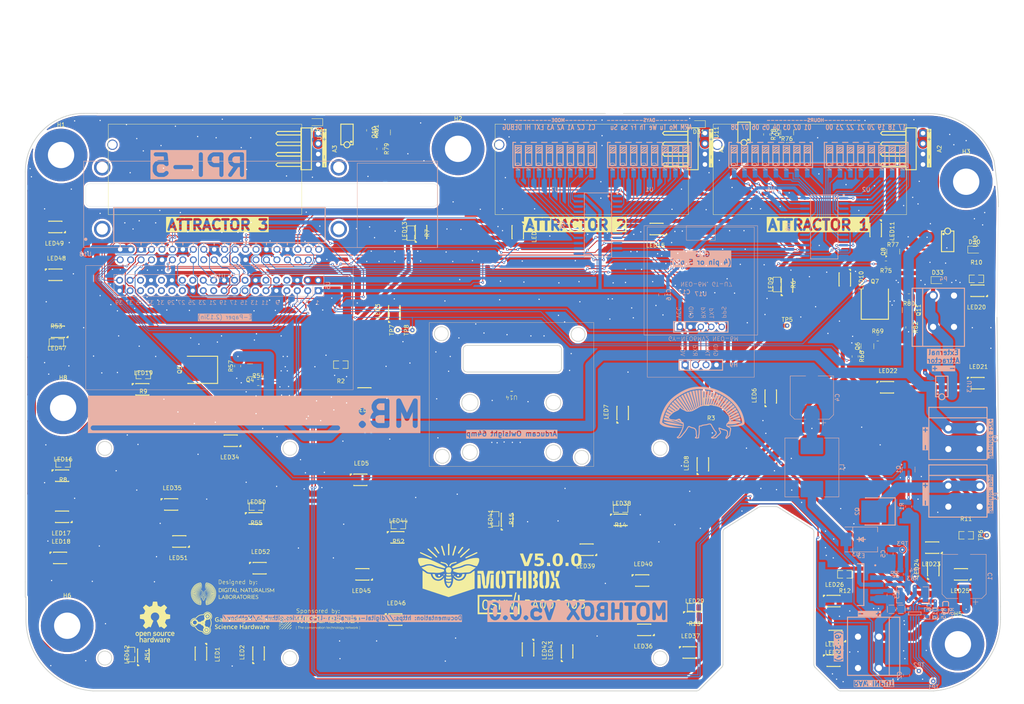
<source format=kicad_pcb>
(kicad_pcb (version 20241229) (generator "pcbnew") (generator_version "9.0")
  (title_block (title "Mothbox Mainboard") (date "2025-05-11") (rev "5.0.0"))
  (layers (0 "F.Cu" signal) (2 "B.Cu" signal) (13 "F.Paste" user) (15 "B.Paste" user) (5 "F.SilkS" user "F.Silkscreen") (7 "B.SilkS" user "B.Silkscreen") (1 "F.Mask" user) (3 "B.Mask" user) (25 "Edge.Cuts" user))
  (net 0 "")
  (net 1 "GND")
  (net 2 "+5V")
  (net 3 "+3.3V")
  (net 4 "/UV LED PCB/+12V_PCB2")
  (net 5 "/UV LED PCB/+12V_PCB1")
  (net 6 "/UV LED PCB/+12V_PCB3")
  (net 7 "/UV LED PCB/+12V_PCB4")
  (net 8 "+12V")
  (net 9 "/Photo LED's/+12V_L_LED")
  (net 10 "Net-(Q6-B)")
  (net 11 "/Photo LED's/+12V_R_LED")
  (net 12 "/Power/FB")
  (net 13 "/Power/VIN+")
  (net 14 "Net-(E3-C)")
  (net 15 "S3_MUX")
  (net 16 "S2_MUX")
  (net 17 "S1_MUX")
  (net 18 "Net-(Q8-C)")
  (net 19 "Net-(Q8-B)")
  (net 20 "Net-(Q9-C)")
  (net 21 "Net-(Q9-B)")
  (net 22 "Net-(Q10-C)")
  (net 23 "Net-(Q10-B)")
  (net 24 "Net-(Q11-C)")
  (net 25 "S0_MUX")
  (net 26 "L_LED_CTRL")
  (net 27 "UV1_CTRL")
  (net 28 "UV4_EX_CTRL")
  (net 29 "COM_I{slash}O")
  (net 30 "EN_MUX1")
  (net 31 "EN_MUX2")
  (net 32 "Net-(U3-VC)")
  (net 33 "Net-(Q4-B)")
  (net 34 "Net-(Q4-C)")
  (net 35 "Net-(Q6-C)")
  (net 36 "/RPI5/Save for relay 2")
  (net 37 "/RPI5/Save for relay 3")
  (net 38 "/GPS and Switches/Mon")
  (net 39 "/RPI5/Save for relay")
  (net 40 "/GPS and Switches/Tue")
  (net 41 "/GPS and Switches/Wed")
  (net 42 "/GPS and Switches/Thur")
  (net 43 "/GPS and Switches/Fri")
  (net 44 "/GPS and Switches/Sat")
  (net 45 "/GPS and Switches/Sun")
  (net 46 "/GPS and Switches/Attractor_3")
  (net 47 "/GPS and Switches/Attractor_2")
  (net 48 "/GPS and Switches/Attractor_1")
  (net 49 "/GPS and Switches/C1")
  (net 50 "/GPS and Switches/INT{slash}EXT_Attractor")
  (net 51 "/GPS and Switches/HI{slash}LOW_PWR")
  (net 52 "/GPS and Switches/Test_Debug")
  (net 53 "/GPS and Switches/Hour_1")
  (net 54 "/GPS and Switches/Hour_2")
  (net 55 "/GPS and Switches/Hour_3")
  (net 56 "/GPS and Switches/Hour_4")
  (net 57 "/GPS and Switches/Hour_5")
  (net 58 "/GPS and Switches/Hour_6")
  (net 59 "/GPS and Switches/Hour_7")
  (net 60 "/GPS and Switches/Hour_9")
  (net 61 "/GPS and Switches/Hour_10")
  (net 62 "/GPS and Switches/Hour_11")
  (net 63 "/GPS and Switches/Hour_12")
  (net 64 "/GPS and Switches/Hour_13")
  (net 65 "/GPS and Switches/Hour_14")
  (net 66 "/GPS and Switches/Hour_8")
  (net 67 "/GPS and Switches/Hour_15")
  (net 68 "/GPS and Switches/Hour_16")
  (net 69 "/GPS and Switches/C2")
  (net 70 "/GPS and Switches/Armed{slash}Disarmed")
  (net 71 "Net-(U19-A0)")
  (net 72 "Net-(LED1-A)")
  (net 73 "Net-(LED1-K)")
  (net 74 "Net-(LED3-A)")
  (net 75 "Net-(LED4-K)")
  (net 76 "Net-(LED6-A)")
  (net 77 "Net-(LED7-K)")
  (net 78 "Net-(LED10-A)")
  (net 79 "Net-(LED9-A)")
  (net 80 "Net-(LED10-K)")
  (net 81 "Net-(LED13-K)")
  (net 82 "Net-(LED13-A)")
  (net 83 "Net-(LED14-K)")
  (net 84 "Net-(LED16-K)")
  (net 85 "Net-(LED16-A)")
  (net 86 "Net-(LED17-K)")
  (net 87 "Net-(LED19-A)")
  (net 88 "Net-(LED19-K)")
  (net 89 "Net-(LED34-K)")
  (net 90 "Net-(LED20-K)")
  (net 91 "Net-(LED20-A)")
  (net 92 "Net-(LED23-A)")
  (net 93 "Net-(LED23-K)")
  (net 94 "Net-(LED26-K)")
  (net 95 "Net-(LED26-A)")
  (net 96 "Net-(LED29-A)")
  (net 97 "Net-(LED29-K)")
  (net 98 "Net-(LED38-K)")
  (net 99 "Net-(LED38-A)")
  (net 100 "Net-(LED41-K)")
  (net 101 "Net-(LED41-A)")
  (net 102 "Net-(LED44-K)")
  (net 103 "Net-(LED47-K)")
  (net 104 "GPS_RX")
  (net 106 "/RPI5/GPIO4{slash}GPIO_GCKL")
  (net 107 "/RPI5/Save for eink_11")
  (net 108 "/RPI5/Save for eink_19")
  (net 109 "/RPI5/Save for eink_22")
  (net 110 "/RPI5/Save for eink_18")
  (net 111 "/RPI5/Save for eink_24")
  (net 112 "/RPI5/Save for eink_23")
  (net 113 "GPS_TX")
  (net 114 "SCL")
  (net 115 "Net-(Q1-C)")
  (net 116 "Net-(Q2-D)")
  (net 117 "EN_12VReg")
  (net 118 "SDA")
  (net 119 "/Power/VIN-")
  (net 120 "GPS_PPS")
  (net 121 "Net-(U19-A1)")
  (net 128 "UV2_CTRL")
  (net 129 "UV3_CTRL")
  (net 144 "+24V")
  (net 145 "Net-(LED51-K)")
  (net 146 "Net-(LED50-A)")
  (net 147 "Net-(LED50-K)")
  (net 148 "Net-(LED48-K)")
  (net 149 "Net-(LED47-A)")
  (net 150 "Net-(LED45-K)")
  (net 151 "Net-(LED44-A)")
  (net 152 "Net-(LED42-K)")
  (net 153 "Net-(LED39-K)")
  (net 154 "Net-(LED36-K)")
  (net 155 "Net-(LED27-K)")
  (net 156 "Net-(LED24-K)")
  (net 157 "Net-(LED21-K)")
  (net 158 "Net-(LED12-A)")
  (net 159 "Net-(LED6-K)")
  (net 160 "Net-(LED3-K)")
  (net 161 "Net-(Q11-B)")
  (footprint "easyeda2kicad:LED-SMD_L3.5-W2.8-RD_1.25T-2PWT" (layer "F.Cu") (at 151 92.265671 -90)
    (property "Reference" "LED14")
    (property "Value" "XL-2835UWC-02")
  )
  (footprint "easyeda2kicad:R0805" (layer "F.Cu") (at 122 163.265671 180)
    (property "Reference" "R52")
    (property "Value" "FRC0805F30R0TS")
  )
  (footprint "easyeda2kicad:R0805" (layer "F.Cu") (at 230.5 175.265671 180)
    (property "Reference" "R12")
    (property "Value" "FRC0805F30R0TS")
  )
  (footprint "easyeda2kicad:LED-SMD_L3.5-W2.8-RD_1.25T-2PWT" (layer "F.Cu") (at 40.5 151.265671)
    (property "Reference" "LED16")
    (property "Value" "XL-2835UWC-02")
  )
  (footprint "easyeda2kicad:LED-SMD_L3.5-W2.8-RD_1.25T-2PWT" (layer "F.Cu") (at 228 181.765671)
    (property "Reference" "LED26")
    (property "Value" "XL-2835UWC-02")
  )
  (footprint "easyeda2kicad:R0805" (layer "F.Cu") (at 108 124.265671 180)
    (property "Reference" "R2")
    (property "Value" "FRC0805F30R0TS")
  )
  (footprint "easyeda2kicad:LED-SMD_L3.5-W2.8-RD_1.25T-2PWT" (layer "F.Cu") (at 67 158.265671)
    (property "Reference" "LED35")
    (property "Value" "XL-2835UWC-02")
  )
  (footprint "Resistor_SMD:R_0805_2012Metric" (layer "F.Cu") (at 115 67.265671 -90)
    (property "Reference" "R81")
    (property "Value" "10k")
  )
  (footprint "easyeda2kicad:LED-SMD_L3.5-W2.8-RD_1.25T-2PWT" (layer "F.Cu") (at 113.5 131.265671 180)
    (property "Reference" "LED4")
    (property "Value" "XL-2835UWC-02")
  )
  (footprint "Resistor_SMD:R_0805_2012Metric" (layer "F.Cu") (at 242.1925 93.435671 180)
    (property "Reference" "R77")
    (property "Value" "10k")
  )
  (footprint "Resistor_SMD:R_0805_2012Metric" (layer "F.Cu") (at 216.4325 70.975671)
    (property "Reference" "R76")
    (property "Value" "1k")
  )
  (footprint "Package_TO_SOT_SMD:SOT-23" (layer "F.Cu") (at 216.5 67.765671 90)
    (property "Reference" "Q9")
    (property "Value" "BC817")
  )
  (footprint "easyeda2kicad:R0805" (layer "F.Cu") (at 40.5 148.265671 180)
    (property "Reference" "R8")
    (property "Value" "FRC0805F30R0TS")
  )
  (footprint "easyeda2kicad:R0805" (layer "F.Cu") (at 87.5 158.765671 180)
    (property "Reference" "R55")
    (property "Value" "FRC0805F30R0TS")
  )
  (footprint "Attractor:Arducam Owlsight" (layer "F.Cu") (at 149.5 131.765671 180)
    (property "Reference" "U14")
    (property "Value" "~")
    (fp_line (start 11.766149 6.710578) (end 11.766149 11.210578) (stroke (width 0.2)) (layer "Edge.Cuts"))
    (fp_line (start 10.766149 12.210578) (end -11.133851 12.210578) (stroke (width 0.2)) (layer "Edge.Cuts"))
    (fp_line (start -11.133851 5.710578) (end 10.766149 5.710578) (stroke (width 0.2)) (layer "Edge.Cuts"))
    (fp_line (start -12.133851 11.210578) (end -12.133851 6.710578) (stroke (width 0.2)) (layer "Edge.Cuts"))
    (fp_arc (start 11.766149 11.210578) (mid 11.473256 11.917685) (end 10.766149 12.210578) (stroke (width 0.2)) (layer "Edge.Cuts"))
    (fp_arc (start 10.766149 5.710578) (mid 11.473256 6.003471) (end 11.766149 6.710578) (stroke (width 0.2)) (layer "Edge.Cuts"))
    (fp_arc (start -11.133851 12.210578) (mid -11.840958 11.917685) (end -12.133851 11.210578) (stroke (width 0.2)) (layer "Edge.Cuts"))
    (fp_arc (start -12.133851 6.710578) (mid -11.840958 6.003471) (end -11.133851 5.710578) (stroke (width 0.2)) (layer "Edge.Cuts"))
    (fp_circle (center 17.053144 15.03755) (end 18.753144 15.03755) (stroke (width 0.2)) (fill no) (layer "Edge.Cuts"))
    (fp_circle (center 16.816149 -14.789422) (end 18.516149 -14.789422) (stroke (width 0.2)) (fill no) (layer "Edge.Cuts"))
    (fp_circle (center 10.116149 -1.739422) (end 12.116149 -1.739422) (stroke (width 0.2)) (fill no) (layer "Edge.Cuts"))
    (fp_circle (center 10.116149 -13.793192) (end 11.916149 -13.793192) (stroke (width 0.2)) (fill no) (layer "Edge.Cuts"))
    (fp_circle (center -10.183851 -1.739422) (end -8.383851 -1.739422) (stroke (width 0.2)) (fill no) (layer "Edge.Cuts"))
    (fp_circle (center -10.183851 -13.789422) (end -8.383851 -13.789422) (stroke (width 0.2)) (fill no) (layer "Edge.Cuts"))
    (fp_circle (center -16.16514 14.85799) (end -14.46514 14.85799) (stroke (width 0.2)) (fill no) (layer "Edge.Cuts"))
    (fp_circle (center -17.053143 -15.037549) (end -15.353143 -15.037549) (stroke (width 0.2)) (fill no) (layer "Edge.Cuts"))
  )
  (footprint "easyeda2kicad:LED-SMD_L3.5-W2.8-RD_1.25T-2PWT" (layer "F.Cu") (at 81 142.765671 180)
    (property "Reference" "LED34")
    (property "Value" "XL-2835UWC-02")
  )
  (footprint "easyeda2kicad:LED-SMD_L3.5-W2.8-RD_1.25T-2PWT" (layer "F.Cu") (at 121 111.265671 90)
    (property "Reference" "LED3")
    (property "Value" "XL-2835UWC-02")
  )
  (footprint "easyeda2kicad:R0805" (layer "F.Cu") (at 176 159.265671 180)
    (property "Reference" "R14")
    (property "Value" "FRC0805F30R0TS")
  )
  (footprint "Diode_SMD:D_SOD-323" (layer "F.Cu") (at 253.0775 103.695671)
    (property "Reference" "D33")
    (property "Value" "ESD12VD3B-TP")
  )
  (footprint "MountingHole:MountingHole_6.4mm_M6_Pad" (layer "F.Cu") (at 136.5 71.765671)
    (property "Reference" "H2")
    (property "Value" "MountingHole_1/4inbolt")
  )
  (footprint "Diode_SMD:D_SOD-323" (layer "F.Cu") (at 262 96.265671)
    (property "Reference" "D30")
    (property "Value" "ESD12VD3B-TP")
  )
  (footprint "easyeda2kicad:LED-SMD_L3.5-W2.8-RD_1.25T-2PWT" (layer "F.Cu") (at 181.5 176.765671)
    (property "Reference" "LED40")
    (property "Value" "XL-2835UWC-02")
  )
  (footprint "Package_TO_SOT_SMD:SOT-23" (layer "F.Cu") (at 242.2725 96.745671 90)
    (property "Reference" "Q8")
    (property "Value" "BC817")
  )
  (footprint "easyeda2kicad:LED-SMD_L3.5-W2.8-RD_1.25T-2PWT" (layer "F.Cu") (at 68.5 167.265671 180)
    (property "Reference" "LED51")
    (property "Value" "XL-2835UWC-02")
  )
  (footprint "easyeda2kicad:LED-SMD_L3.5-W2.8-RD_1.25T-2PWT" (layer "F.Cu") (at 176.249047 162.015671)
    (property "Reference" "LED38")
    (property "Value" "XL-2835UWC-02")
  )
  (footprint "easyeda2kicad:LED-SMD_L3.5-W2.8-RD_1.25T-2PWT" (layer "F.Cu") (at 87.5 161.665671)
    (property "Reference" "LED50")
    (property "Value" "XL-2835UWC-02")
  )
  (footprint "easyeda2kicad:R0805" (layer "F.Cu") (at 57 194.765671 -90)
    (property "Reference" "R51")
    (property "Value" "FRC0805F30R0TS")
  )
  (footprint "TestPoint:TestPoint_THTPad_D1.0mm_Drill0.5mm" (layer "F.Cu") (at 216.5 114.765671)
    (property "Reference" "TP5")
    (property "Value" "+12VLED L")
  )
  (footprint "MountingHole:MountingHole_6.4mm_M6_Pad" (layer "F.Cu") (at 41.5 187.765671)
    (property "Reference" "H6")
    (property "Value" "MountingHole_1/4inbolt")
  )
  (footprint "Resistor_SMD:R_0805_2012Metric" (layer "F.Cu") (at 211.5 68.265671 -90)
    (property "Reference" "R78")
    (property "Value" "10k")
  )
  (footprint "easyeda2kicad:LED-SMD_L3.5-W2.8-RD_1.25T-2PWT" (layer "F.Cu") (at 228 196.265671)
    (property "Reference" "LED28")
    (property "Value" "XL-2835UWC-02")
  )
  (footprint "easyeda2kicad:LED-SMD_L3.5-W2.8-RD_1.25T-2PWT" (layer "F.Cu") (at 212.5 131.765671 90)
    (property "Reference" "LED6")
    (property "Value" "XL-2835UWC-02")
  )
  (footprint "Resistor_SMD:R_0805_2012Metric" (layer "F.Cu") (at 87.9275 128.605671)
    (property "Reference" "R54")
    (property "Value" "1k")
  )
  (footprint "Diode_SMD:D_SOD-323" (layer "F.Cu") (at 195 65.765671 180)
    (property "Reference" "D31")
    (property "Value" "ESD12VD3B-TP")
  )
  (footprint "Resistor_SMD:R_0805_2012Metric" (layer "F.Cu") (at 246.0875 107.765671 180)
    (property "Reference" "R80")
    (property "Value" "1k")
  )
  (footprint "Resistor_SMD:R_0805_2012Metric" (layer "F.Cu") (at 246.0775 115.195671 -90)
    (property "Reference" "R82")
    (property "Value" "10k")
  )
  (footprint "easyeda2kicad:LED-SMD_L3.5-W2.8-RD_1.25T-2PWT" (layer "F.Cu") (at 38.38 90.765671 180)
    (property "Reference" "LED49")
    (property "Value" "XL-2835UWC-02")
  )
  (footprint "easyeda2kicad:LED-SMD_L3.5-W2.8-RD_1.25T-2PWT" (layer "F.Cu") (at 230.5 103.765671 -90)
    (property "Reference" "LED10")
    (property "Value" "XL-2835UWC-02")
  )
  (footprint "Package_TO_SOT_SMD:SOT-23" (layer "F.Cu") (at 85.9275 125.605671 180)
    (property "Reference" "Q4")
    (property "Value" "BC817")
  )
  (footprint "Resistor_SMD:R_0805_2012Metric" (layer "F.Cu") (at 240.5 99.765671 180)
    (property "Reference" "R75")
    (property "Value" "1k")
  )
  (footprint "easyeda2kicad:LED-SMD_L3.5-W2.8-RD_1.25T-2PWT" (layer "F.Cu") (at 60 130.265671)
    (property "Reference" "LED19")
    (property "Value" "XL-2835UWC-02")
  )
  (footprint "easyeda2kicad:SOIC-8_L5.0-W4.0-P1.27-LS6.0-BL" (layer "F.Cu") (at 206 67.765671 90)
    (property "Reference" "U11")
    (property "Value" "FDS4435BZ")
  )
  (footprint "easyeda2kicad:LED-SMD_L3.5-W2.8-RD_1.25T-2PWT" (layer "F.Cu") (at 181.5 188.765671 180)
    (property "Reference" "LED36")
    (property "Value" "XL-2835UWC-02")
  )
  (footprint "easyeda2kicad:R0805" (layer "F.Cu") (at 260 165.765671)
    (property "Reference" "R11")
    (property "Value" "FRC0805F30R0TS")
  )
  (footprint "easyeda2kicad:LED-SMD_L3.5-W2.8-RD_1.25T-2PWT" (layer "F.Cu") (at 258.5 175.265671 180)
    (property "Reference" "LED25")
    (property "Value" "XL-2835UWC-02")
  )
  (footprint "TestPoint:TestPoint_THTPad_D1.0mm_Drill0.5mm" (layer "F.Cu") (at 265 165.765671 90)
    (property "Reference" "TP6")
    (property "Value" "+12VLED R")
  )
  (footprint "easyeda2kicad:R0805" (layer "F.Cu") (at 194 183.265671 180)
    (property "Reference" "R13")
    (property "Value" "FRC0805F30R0TS")
  )
  (footprint "Resistor_SMD:R_0805_2012Metric" (layer "F.Cu") (at 238.5 117.765671)
    (property "Reference" "R69")
    (property "Value" "10k")
  )
  (footprint "easyeda2kicad:LED-SMD_L3.5-W2.8-RD_1.25T-2PWT" (layer "F.Cu") (at 60 194.765671 90)
    (property "Reference" "LED12")
    (property "Value" "XL-2835UWC-02")
  )
  (footprint "easyeda2kicad:LED-SMD_L3.5-W2.8-RD_1.25T-2PWT" (layer "F.Cu") (at 40 161.265671 180)
    (property "Reference" "LED17")
    (property "Value" "XL-2835UWC-02")
  )
  (footprint "easyeda2kicad:LED-SMD_L3.5-W2.8-RD_1.25T-2PWT" (layer "F.Cu") (at 176.5 135.765671 90)
    (property "Reference" "LED7")
    (property "Value" "XL-2835UWC-02")
  )
  (footprint "easyeda2kicad:LED-SMD_L3.5-W2.8-RD_1.25T-2PWT" (layer "F.Cu") (at 88 194.265671 90)
    (property "Reference" "LED2")
    (property "Value" "XL-2835UWC-02")
  )
  (footprint "Attractor:HDR-TH_4P-P2.54-H-M-W10.4" (layer "F.Cu") (at 196.5 71.765671 -90)
    (property "Reference" "A1")
    (property "Value" "Attractor")
  )
  (footprint "easyeda2kicad:LED-SMD_L3.5-W2.8-RD_1.25T-2PWT" (layer "F.Cu") (at 238 91.765671 -90)
    (property "Reference" "LED11")
    (property "Value" "XL-2835UWC-02")
  )
  (footprint "easyeda2kicad:SOIC-8_L5.0-W4.0-P1.27-LS6.0-BL" (layer "F.Cu") (at 109.5 68.265671 90)
    (property "Reference" "U12")
    (property "Value" "FDS4435BZ")
  )
  (footprint "Resistor_SMD:R_0805_2012Metric" (layer "F.Cu") (at 233 122.265671 -90)
    (property "Reference" "R66")
    (property "Value" "1k")
  )
  (footprint "easyeda2kicad:LED-SMD_L3.5-W2.8-RD_1.25T-2PWT" (layer "F.Cu") (at 241 129.765671)
    (property "Reference" "LED22")
    (property "Value" "XL-2835UWC-02")
  )
  (footprint "easyeda2kicad:LED-SMD_L3.5-W2.8-RD_1.25T-2PWT" (layer "F.Cu") (at 196 148.265671 90)
    (property "Reference" "LED8")
    (property "Value" "XL-2835UWC-02")
  )
  (footprint "easyeda2kicad:R0805" (layer "F.Cu") (at 60 126.765671 180)
    (property "Reference" "R9")
    (property "Value" "FRC0805F30R0TS")
  )
  (footprint "easyeda2kicad:LED-SMD_L3.5-W2.8-RD_1.25T-2PWT" (layer "F.Cu") (at 113 175.265671 180)
    (property "Reference" "LED45")
    (property "Value" "XL-2835UWC-02")
  )
  (footprint "easyeda2kicad:LED-SMD_L3.5-W2.8-RD_1.25T-2PWT" (layer "F.Cu") (at 122 166.265671)
    (property "Reference" "LED44")
    (property "Value" "XL-2835UWC-02")
  )
  (footprint "MountingHole:MountingHole_6.4mm_M6_Pad" (layer "F.Cu") (at 258 192.265671)
    (property "Reference" "H5")
    (property "Value" "MountingHole_1/4inbolt")
  )
  (footprint "easyeda2kicad:TO-252-3_L6.5-W5.8-P4.58-BL" (layer "F.Cu") (at 237.805 111.755671)
    (property "Reference" "Q7")
    (property "Value" "SUD50P06-15-GE3")
  )
  (footprint "TestPoint:TestPoint_THTPad_D1.0mm_Drill0.5mm" (layer "F.Cu") (at 121.85 115.865671 90)
    (property "Reference" "TP7")
    (property "Value" "LEDCTRL_L")
  )
  (footprint "easyeda2kicad:R0805" (layer "F.Cu") (at 125 92.265671 -90)
    (property "Reference" "R7")
    (property "Value" "FRC0805F30R0TS")
  )
  (footprint "easyeda2kicad:LED-SMD_L3.5-W2.8-RD_1.25T-2PWT" (layer "F.Cu") (at 194 185.765671)
    (property "Reference" "LED29")
    (property "Value" "XL-2835UWC-02")
  )
  (footprint "Diode_SMD:D_SOD-323" (layer "F.Cu") (at 102 65.265671 180)
    (property "Reference" "D32")
    (property "Value" "ESD12VD3B-TP")
  )
  (footprint "easyeda2kicad:R0805" (layer "F.Cu") (at 198 133.265671 180)
    (property "Reference" "R3")
    (property "Value" "FRC0805F30R0TS")
  )
  (footprint "easyeda2kicad:LED-SMD_L3.5-W2.8-RD_1.25T-2PWT" (layer "F.Cu") (at 263 128.765671)
    (property "Reference" "LED21")
    (property "Value" "XL-2835UWC-02")
  )
  (footprint "easyeda2kicad:R0805" (layer "F.Cu") (at 38.88 118.895671)
    (property "Reference" "R53")
    (property "Value" "FRC0805F30R0TS")
  )
  (footprint "MountingHole:MountingHole_6.4mm_M6_Pad" (layer "F.Cu") (at 40 73.265671)
    (property "Reference" "H1")
    (property "Value" "MountingHole_1/4inbolt")
  )
  (footprint "easyeda2kicad:R0805" (layer "F.Cu") (at 214 104.765671 -90)
    (property "Reference" "R6")
    (property "Value" "FRC0805F30R0TS")
  )
  (footprint "easyeda2kicad:LED-SMD_L3.5-W2.8-RD_1.25T-2PWT" (layer "F.Cu") (at 228 190.265671 180)
    (property "Reference" "LED27")
    (property "Value" "XL-2835UWC-02")
  )
  (footprint "easyeda2kicad:SOIC-8_L5.0-W4.0-P1.27-LS6.0-BL" (layer "F.Cu") (at 255.5 94.265671 -90)
    (property "Reference" "U10")
    (property "Value" "FDS4435BZ")
  )
  (footprint "easyeda2kicad:LED-SMD_L3.5-W2.8-RD_1.25T-2PWT" (layer "F.Cu") (at 193 194.265671)
    (property "Reference" "LED37")
    (property "Value" "XL-2835UWC-02")
  )
  (footprint "Package_TO_SOT_SMD:SOT-23" (layer "F.Cu") (at 246.0375 110.995671 -90)
    (property "Reference" "Q11")
    (property "Value" "BC817")
  )
  (footprint "MountingHole:MountingHole_6.4mm_M6_Pad" (layer "F.Cu") (at 40.5 134.765671)
    (property "Reference" "H8")
    (property "Value" "MountingHole_1/4inbolt")
  )
  (footprint "easyeda2kicad:LED-SMD_L3.5-W2.8-RD_1.25T-2PWT" (layer "F.Cu") (at 127.5 91.765671 90)
    (property "Reference" "LED13")
    (property "Value" "XL-2835UWC-02")
  )
  (footprint "Resistor_SMD:R_0805_2012Metric" (layer "F.Cu") (at 117.5 71.765671 -90)
    (property "Reference" "R79")
    (property "Value" "1k")
  )
  (footprint "easyeda2kicad:LED-SMD_L3.5-W2.8-RD_1.25T-2PWT" (layer "F.Cu") (at 74 194.765671 -90)
    (property "Reference" "LED1")
    (property "Value" "XL-2835UWC-02")
  )
  (footprint "easyeda2kicad:LED-SMD_L3.5-W2.8-RD_1.25T-2PWT" (layer "F.Cu") (at 40 171.265671)
    (property "Reference" "LED18")
    (property "Value" "XL-2835UWC-02")
  )
  (footprint "easyeda2kicad:LED-SMD_L3.5-W2.8-RD_1.25T-2PWT" (layer "F.Cu") (at 167.5 169.265671 180)
    (property "Reference" "LED39")
    (property "Value" "XL-2835UWC-02")
  )
  (footprint "easyeda2kicad:LED-SMD_L3.5-W2.8-RD_1.25T-2PWT" (layer "F.Cu") (at 88.5 173.765671)
    (property "Reference" "LED52")
    (property "Value" "XL-2835UWC-02")
  )
  (footprint "easyeda2kicad:LED-SMD_L3.5-W2.8-RD_1.25T-2PWT" (layer "F.Cu") (at 39 116.265671 180)
    (property "Reference" "LED47")
    (property "Value" "XL-2835UWC-02")
  )
  (footprint "Resistor_SMD:R_0805_2012Metric" (layer "F.Cu") (at 82.9275 124.605671 90)
    (property "Reference" "R57")
    (property "Value" "10k")
  )
  (footprint "easyeda2kicad:LED-SMD_L3.5-W2.8-RD_1.25T-2PWT" (layer "F.Cu") (at 148.4 161.765671 90)
    (property "Reference" "LED41")
    (property "Value" "XL-2835UWC-02")
  )
  (footprint "Package_TO_SOT_SMD:SOT-23" (layer "F.Cu") (at 236 119.765671 90)
    (property "Reference" "Q6")
    (property "Value" "BC817")
  )
  (footprint "easyeda2kicad:LED-SMD_L3.5-W2.8-RD_1.25T-2PWT" (layer "F.Cu") (at 113 152.265671)
    (property "Reference" "LED5")
    (property "Value" "XL-2835UWC-02")
  )
  (footprint "Attractor:HDR-TH_4P-P2.54-H-M-W10.4" (layer "F.Cu") (at 249.5 71.765671 -90)
    (property "Reference" "A2")
    (property "Value" "Attractor")
  )
  (footprint "easyeda2kicad:R0805" (layer "F.Cu") (at 262.5 103.385671)
    (property "Reference" "R10")
    (property "Value" "FRC0805F30R0TS")
  )
  (footprint "easyeda2kicad:LED-SMD_L3.5-W2.8-RD_1.25T-2PWT" (layer "F.Cu") (at 163 193.765671 90)
    (property "Reference" "LED43")
    (property "Value" "XL-2835UWC-02")
  )
  (footprint "easyeda2kicad:LED-SMD_L3.5-W2.8-RD_1.25T-2PWT" (layer "F.Cu") (at 184.5 91.265671 180)
    (property "Reference" "LED15")
    (property "Value" "XL-2835UWC-02")
  )
  (footprint "easyeda2kicad:LED-SMD_L3.5-W2.8-RD_1.25T-2PWT" (layer "F.Cu") (at 252 173.765671 90)
    (property "Reference" "LED24")
    (property "Value" "XL-2835UWC-02")
  )
  (footprint "easyeda2kicad:LED-SMD_L3.5-W2.8-RD_1.25T-2PWT" (layer "F.Cu") (at 153.5 193.765671 -90)
    (property "Reference" "LED42")
    (property "Value" "XL-2835UWC-02")
  )
  (footprint "easyeda2kicad:LED-SMD_L3.5-W2.8-RD_1.25T-2PWT" (layer "F.Cu") (at 216.45 104.765671 90)
    (property "Reference" "LED9")
    (property "Value" "XL-2835UWC-02")
  )
  (footprint "easyeda2kicad:LED-SMD_L3.5-W2.8-RD_1.25T-2PWT" (layer "F.Cu") (at 38.88 102.395671)
    (property "Reference" "LED48")
    (property "Value" "XL-2835UWC-02")
  )
  (footprint "MountingHole:MountingHole_6.4mm_M6_Pad" (layer "F.Cu") (at 260 79.765671)
    (property "Reference" "H3")
    (property "Value" "MountingHole_1/4inbolt")
  )
  (footprint "easyeda2kicad:LED-SMD_L3.5-W2.8-RD_1.25T-2PWT" (layer "F.Cu") (at 262.5 106.285671 180)
    (property "Reference" "LED20")
    (property "Value" "XL-2835UWC-02")
  )
  (footprint "Package_TO_SOT_SMD:SOT-23" (layer "F.Cu") (at 118.5 67.765671 90)
    (property "Reference" "Q10")
    (property "Value" "BC817")
  )
  (footprint "TestPoint:TestPoint_THTPad_D1.0mm_Drill0.5mm" (layer "F.Cu") (at 125.4 115.865671 90)
    (property "Reference" "TP8")
    (property "Value" "LEDCTRL_R")
  )
  (footprint "Attractor:HDR-TH_4P-P2.54-H-M-W10.4" (layer "F.Cu") (at 102.5 71.765671 -90)
    (property "Reference" "A3")
    (property "Value" "Attractor")
  )
  (footprint "easyeda2kicad:R0805" (layer "F.Cu") (at 145.5 161.765671 -90)
    (property "Reference" "R15")
    (property "Value" "FRC0805F30R0TS")
  )
  (footprint "easyeda2kicad:LED-SMD_L3.5-W2.8-RD_1.25T-2PWT" (layer "F.Cu") (at 121.5 186.265671)
    (property "Reference" "LED46")
    (property "Value" "XL-2835UWC-02")
  )
  (footprint "easyeda2kicad:TO-252-3_L6.5-W5.8-P4.58-BL" (layer "F.Cu") (at 76.59 125.513171 90)
    (property "Reference" "Q5")
    (property "Value" "SUD50P06-15-GE3")
  )
  (footprint "easyeda2kicad:LED-SMD_L3.5-W2.8-RD_1.25T-2PWT" (layer "F.Cu") (at 251.5 168.765671 180)
    (property "Reference" "LED23")
    (property "Value" "XL-2835UWC-02")
  )
  (footprint "Capacitor_SMD:C_0805_2012Metric_Pad1.18x1.45mm_HandSolder" (layer "B.Cu") (at 241.5 180.265671 90)
    (property "Reference" "C3")
    (property "Value" "0.1uF 50V")
  )
  (footprint "Capacitor_SMD:C_0805_2012Metric" (layer "B.Cu") (at 186 107.265671 90)
    (property "Reference" "C16")
    (property "Value" "0.1uF")
  )
  (footprint "easyeda2kicad:SW-SMD_SMXS-08K-TP" (layer "B.Cu") (at 183 73.265671)
    (property "Reference" "U1")
    (property "Value" "Days")
  )
  (footprint "AQLibrary:EPAPER_PinHeader_2x20_P2.54mm_Vertical" (layer "B.Cu") (at 102.5 106.265671 90)
    (property "Reference" "U5")
    (property "Value" "RASPBERRY_PI_5")
  )
  (footprint "TestPoint:TestPoint_THTPad_D1.0mm_Drill0.5mm" (layer "B.Cu") (at 248.5 198.765671 180)
    (property "Reference" "TP2")
    (property "Value" "A1_meas")
  )
  (footprint "easyeda2kicad:C0603" (layer "B.Cu") (at 255 183.265671 -90)
    (property "Reference" "C6")
    (property "Value" "0.1µF")
  )
  (footprint "easyeda2kicad:HDR-TH_40P-P2.54-H-F-R2-C20-W8.5" (layer "B.Cu") (at 78.5 97.483171)
    (property "Reference" "U16")
    (property "Value" "Female Inv Socket Pi 2.54-2*20")
  )
  (footprint "easyeda2kicad:SW-SMD_SMXS-08K-TP" (layer "B.Cu") (at 160 73.265671)
    (property "Reference" "U7")
    (property "Value" "Modes")
  )
  (footprint "Capacitor_SMD:C_0805_2012Metric_Pad1.18x1.45mm_HandSolder" (layer "B.Cu") (at 241.5 170.265671 -90)
    (property "Reference" "C5")
    (property "Value" "0.1uF 50V")
  )
  (footprint "Capacitor_SMD:C_0805_2012Metric_Pad1.18x1.45mm_HandSolder" (layer "B.Cu") (at 241.5 175.265671 90)
    (property "Reference" "R5")
    (property "Value" "3.3K")
  )
  (footprint "AQLibrary:Talentcell" (layer "B.Cu") (at 117.25 172.765671)
    (property "Reference" "B1" (hide yes))
    (property "Value" "~" (hide yes))
  )
  (footprint "easyeda2kicad:SOT-23-8_L3.0-W1.7-P0.65-LS2.8-BR" (layer "B.Cu") (at 247.5 184.765671 90)
    (property "Reference" "U19")
    (property "Value" "INA219BIDCNT")
  )
  (footprint "easyeda2kicad:F0805" (layer "B.Cu") (at 243 183.765671 180)
    (property "Reference" "F2")
    (property "Value" "Polyfuse")
  )
  (footprint "easyeda2kicad:SW-SMD_SMXS-08K-TP" (layer "B.Cu") (at 235.69 73.265671)
    (property "Reference" "U2")
    (property "Value" "Hours1")
  )
  (footprint "AQLibrary:GPS5pin_HDR-TH_5P-P2.54-V-F" (layer "B.Cu") (at 195.5 115.065671)
    (property "Reference" "U17")
    (property "Value" "GPs 5 pin PM2.54-1*5")
  )
  (footprint "easyeda2kicad:SOIC-24_L15.4-W7.5-P1.27-LS10.3-BL" (layer "B.Cu") (at 170.5 90.265671 -90)
    (property "Reference" "U8")
    (property "Value" "CD74HC4067M96E4")
  )
  (footprint "easyeda2kicad:R0603" (layer "B.Cu") (at 250.5 184.765671 90)
    (property "Reference" "R65")
    (property "Value" "10k")
  )
  (footprint "easyeda2kicad:CONN-TH_2P-P5.08_DIBO_DB142R-5.08-2P" (layer "B.Cu") (at 254.5 111.265671 180)
    (property "Reference" "P4")
    (property "Value" "External Attractor")
  )
  (footprint "Capacitor_SMD:C_0805_2012Metric_Pad1.18x1.45mm_HandSolder" (layer "B.Cu") (at 245.5 199.803171 -90)
    (property "Reference" "C2")
    (property "Value" "0.1uF 50V")
  )
  (footprint "easyeda2kicad:R0603" (layer "B.Cu") (at 252.5 184.765671 90)
    (property "Reference" "R64")
    (property "Value" "10k")
  )
  (footprint "easyeda2kicad:CONN-TH_2P-P5.08_DIBO_DB142R-5.08-2P" (layer "B.Cu") (at 259.47 142.265671 90)
    (property "Reference" "P2")
    (property "Value" "12V Regulated Input")
  )
  (footprint "easyeda2kicad:R2512" (layer "B.Cu") (at 247 180.265671 180)
    (property "Reference" "R63")
    (property "Value" "0.1/1% (PT2512FK-070R1L)")
  )
  (footprint "easyeda2kicad:TO-263-5_L10.2-W8.9-P1.70-TL" (layer "B.Cu") (at 233.26 177.765671 180)
    (property "Reference" "U3")
    (property "Value" "XL4015E1")
  )
  (footprint "easyeda2kicad:SW-SMD_SMXS-08K-TP" (layer "B.Cu") (at 212.5 73.265671)
    (property "Reference" "U6")
    (property "Value" "Hours2")
  )
  (footprint "Capacitor_SMD:CP_Elec_10x12.5" (layer "B.Cu") (at 259.5 175.765671 90)
    (property "Reference" "C1")
    (property "Value" "470uF 50V")
  )
  (footprint "RASPBERRY_PI_4B_4GB:MODULE_RASPBERRY_PI_4B_4GB_Sideways" (layer "B.Cu") (at 88.5 82.765671)
    (property "Reference" "U18")
    (property "Value" "RASPBERRY_PI_4B_4GB")
    (fp_line (start -42.5 -1.5) (end -42.492892 1.992893) (stroke (width 0.05)) (layer "Edge.Cuts"))
    (fp_line (start 41.992893 -2.492893) (end -41.499915 -2.5) (stroke (width 0.05)) (layer "Edge.Cuts"))
    (fp_line (start 41.992893 2.992892) (end -41.492893 2.992892) (stroke (width 0.05)) (layer "Edge.Cuts"))
    (fp_line (start 43 -1.4929) (end 42.992893 1.992893) (stroke (width 0.05)) (layer "Edge.Cuts"))
    (fp_arc (start -42.5 -1.5) (mid -42.207107 -2.207107) (end -41.5 -2.5) (stroke (width 0.05)) (layer "Edge.Cuts"))
    (fp_arc (start -41.492893 2.992893) (mid -42.2 2.7) (end -42.492893 1.992893) (stroke (width 0.05)) (layer "Edge.Cuts"))
    (fp_arc (start 42 -2.492893) (mid 42.707104 -2.199999) (end 43 -1.492893) (stroke (width 0.05)) (layer "Edge.Cuts"))
    (fp_arc (start 42.992893 1.992893) (mid 42.700002 2.700002) (end 41.992893 2.992893) (stroke (width 0.05)) (layer "Edge.Cuts"))
  )
  (footprint "easyeda2kicad:SOIC-24_L15.4-W7.5-P1.27-LS10.3-BL" (layer "B.Cu") (at 225.5 90.765671 -90)
    (property "Reference" "U9")
    (property "Value" "CD74HC4067M96E4")
  )
  (footprint "Capacitor_SMD:C_0805_2012Metric" (layer "B.Cu") (at 191.5 108.265671 180)
    (property "Reference" "C17")
    (property "Value" "0.1uF")
  )
  (footprint "easyeda2kicad:CONN-TH_2P-P5.08_DIBO_DB142R-5.08-2P" (layer "B.Cu") (at 236.24 194.235671)
    (property "Reference" "P1")
    (property "Value" "Raw Input")
  )
  (footprint "Package_TO_SOT_SMD:SOT-23" (layer "B.Cu") (at 246 149.765671 -90)
    (property "Reference" "Q1")
    (property "Value" "BC817")
  )
  (footprint "Inductor_SMD:L_Chilisin_BMRG00131360" (layer "B.Cu") (at 222.5 149.265671 90)
    (property "Reference" "L1")
    (property "Value" "5A 47uH")
  )
  (footprint "AQLibrary:GPS4pin_HDR-TH_4P-P2.54-V-F" (layer "B.Cu") (at 195.5 124.315671)
    (property "Reference" "H9")
    (property "Value" "GPS 4 pin 2.54-1*4P母")
  )
  (footprint "TestPoint:TestPoint_THTPad_D1.0mm_Drill0.5mm" (layer "B.Cu") (at 244.5 169.265671 180)
    (property "Reference" "TP3")
    (property "Value" "5V_test")
  )
  (footprint "easyeda2kicad:TO-252-3_L6.5-W5.8-P4.58-BL" (layer "B.Cu") (at 241.29 159.970671 -90)
    (property "Reference" "Q2")
    (property "Value" "SUD50P06-15-GE3")
  )
  (footprint "Resistor_SMD:R_0805_2012Metric" (layer "B.Cu") (at 246 158.765671 -90)
    (property "Reference" "R1")
    (property "Value" "10k")
  )
  (footprint "easyeda2kicad:SMC_L6.9-W5.9-LS8.0-RD" (layer "B.Cu") (at 234.5 166.765671)
    (property "Reference" "E3")
    (property "Value" "SK54C")
  )
  (footprint "easyeda2kicad:SOIC-8_L5.0-W4.0-P1.27-LS6.0-BL" (layer "B.Cu") (at 254.0775 129.565671 90)
    (property "Reference" "U13")
    (property "Value" "FDS4435BZ")
  )
  (footprint "Capacitor_SMD:C_0805_2012Metric_Pad1.18x1.45mm_HandSolder" (layer "B.Cu") (at 244 175.265671 -90)
    (property "Reference" "R4")
    (property "Value" "10K")
  )
  (footprint "Capacitor_SMD:CP_Elec_10x10" (layer "B.Cu") (at 222.5 132.265671 90)
    (property "Reference" "C4")
    (property "Value" "330uF 50V")
  )
  (footprint "TestPoint:TestPoint_THTPad_D1.0mm_Drill0.5mm" (layer "B.Cu") (at 252 201.265671)
    (property "Reference" "TP1")
    (property "Value" "A0_meas")
  )
  (footprint "easyeda2kicad:CONN-TH_2P-P5.08_DIBO_DB142R-5.08-2P" (layer "B.Cu") (at 259.47 156.265671 90)
    (property "Reference" "P3")
    (property "Value" "Input to regulator")
  )
  (footprint "TestPoint:TestPoint_THTPad_D1.0mm_Drill0.5mm" (layer "B.Cu") (at 247.5 175.765671 180)
    (property "Reference" "TP4")
    (property "Value" "VIN_-")
  )
  (gr_poly (pts (xy 141.258979 180.265671) (xy 141.258978 180.265671) (xy 141.258979 180.265671)) (fill yes) (layer "F.SilkS"))
  (gr_poly (pts (xy 108.889959 185.558345) (xy 108.897628 185.559076) (xy 108.905016 185.560221) (xy 108.912154 185.561793) (xy 108.919073 185.563802) (xy 108.925807 185.566261) (xy 108.932387 185.569182) (xy 108.938844 185.572575) (xy 108.945212 185.576453) (xy 108.951521 185.580826) (xy 108.957804 185.585708) (xy 108.964093 185.591109) (xy 108.97042 185.597041) (xy 108.983314 185.610544) (xy 108.996744 185.62631) (xy 109.010964 185.644433) (xy 109.026231 185.665005) (xy 109.745898 186.638672) (xy 109.749406 186.643603) (xy 109.752998 186.648475) (xy 109.7567 186.653293) (xy 109.760533 186.658061) (xy 109.764521 186.662782) (xy 109.768687 186.667461) (xy 109.773055 186.672101) (xy 109.777648 186.676706) (xy 109.782488 186.68128) (xy 109.7876 186.685827) (xy 109.793007 186.69035) (xy 109.798731 186.694855) (xy 109.804797 186.699344) (xy 109.811227 186.703821) (xy 109.818044 186.70829) (xy 109.825273 186.712755) (xy 109.825273 185.572401) (xy 110.015773 185.572401) (xy 110.015773 187.067297) (xy 109.990714 187.074138) (xy 109.967972 187.079736) (xy 109.947324 187.084023) (xy 109.928543 187.086934) (xy 109.911406 187.088404) (xy 109.903383 187.088577) (xy 109.895687 187.088366) (xy 109.88829 187.087761) (xy 109.881162 187.086754) (xy 109.874277 187.085337) (xy 109.867606 187.083503) (xy 109.861121 187.081242) (xy 109.854794 187.078546) (xy 109.848597 187.075408) (xy 109.842502 187.071819) (xy 109.83648 187.06777) (xy 109.830504 187.063254) (xy 109.824545 187.058262) (xy 109.818575 187.052786) (xy 109.806492 187.04035) (xy 109.794029 187.025878) (xy 109.780961 187.009306) (xy 109.767063 186.990568) (xy 109.010356 185.958693) (xy 109.007845 185.95525) (xy 109.005276 185.951861) (xy 108.999979 185.945216) (xy 108.994496 185.938694) (xy 108.988859 185.932235) (xy 108.977242 185.919253) (xy 108.971324 185.912608) (xy 108.965376 185.905776) (xy 108.963422 185.905341) (xy 108.961531 185.905022) (xy 108.959702 185.904811) (xy 108.957934 185.904701) (xy 108.956229 185.904685) (xy 108.954585 185.904753) (xy 108.953004 185.904899) (xy 108.951484 185.905115) (xy 108.950027 185.905393) (xy 108.948632 185.905725) (xy 108.947298 185.906103) (xy 108.946027 185.906521) (xy 108.944818 185.906969) (xy 108.943671 185.90744) (xy 108.941563 185.908422) (xy 108.941563 186.400547) (xy 108.940571 186.70581) (xy 108.940447 186.857822) (xy 108.941563 187.009089) (xy 108.941432 187.015804) (xy 108.941046 187.02207) (xy 108.940412 187.027902) (xy 108.939537 187.033315) (xy 108.93843 187.038325) (xy 108.937098 187.042947) (xy 108.935549 187.047198) (xy 108.933791 187.051091) (xy 108.931831 187.054644) (xy 108.929677 187.057871) (xy 108.927338 187.060789) (xy 108.92482 187.063411) (xy 108.922131 187.065755) (xy 108.91928 187.067835) (xy 108.916274 187.069667) (xy 108.91312 187.071266) (xy 108.909827 187.072648) (xy 108.906402 187.073829) (xy 108.902853 187.074824) (xy 108.899188 187.075648) (xy 108.895414 187.076317) (xy 108.89154 187.076847) (xy 108.88352 187.07755) (xy 108.87519 187.077881) (xy 108.866611 187.077963) (xy 108.848959 187.077881) (xy 108.8151 187.078749) (xy 108.806936 187.078607) (xy 108.799055 187.07802) (xy 108.791538 187.076836) (xy 108.787942 187.075973) (xy 108.784467 187.074904) (xy 108.781124 187.07361) (xy 108.777923 187.072073) (xy 108.774874 187.070273) (xy 108.771988 187.068191) (xy 108.769274 187.065809) (xy 108.766742 187.063108) (xy 108.764403 187.060069) (xy 108.762268 187.056673) (xy 108.760345 187.0529) (xy 108.758646 187.048733) (xy 108.75718 187.044152) (xy 108.755958 187.039139) (xy 108.75499 187.033674) (xy 108.754286 187.027738) (xy 108.753856 187.021314) (xy 108.75371 187.014381) (xy 108.756024 186.307943) (xy 108.756355 185.601505) (xy 108.756415 185.600017) (xy 108.756587 185.598529) (xy 108.756861 185.597041) (xy 108.757223 185.595552) (xy 108.757663 185.594064) (xy 108.758169 185.592576) (xy 108.758729 185.591088) (xy 108.759331 185.589599) (xy 108.761936 185.583646) (xy 108.763192 185.58067) (xy 108.763767 185.579181) (xy 108.764292 185.577693) (xy 108.790721 185.57129) (xy 108.814615 185.566035) (xy 108.83623 185.562019) (xy 108.855821 185.559337) (xy 108.873646 185.558082) (xy 108.881975 185.558018)) (fill yes) (layer "F.SilkS"))
  (gr_poly (pts (xy 75.652979 184.757125) (xy 75.68939 184.760531) (xy 75.725441 184.765765) (xy 75.761069 184.772799) (xy 75.79621 184.781599) (xy 75.830803 184.792136) (xy 75.864785 184.804378) (xy 75.898094 184.818295) (xy 75.930667 184.833854) (xy 75.962442 184.851026) (xy 75.993355 184.86978) (xy 76.023345 184.890083) (xy 76.05235 184.911906) (xy 76.080305 184.935218) (xy 76.107151 184.959986) (xy 76.132822 184.986181) (xy 76.157258 185.013771) (xy 76.180395 185.042725) (xy 76.202172 185.073013) (xy 76.222525 185.104603) (xy 76.241392 185.137464) (xy 76.258711 185.171565) (xy 76.274419 185.206876) (xy 76.288454 185.243364) (xy 76.300753 185.281) (xy 76.310874 185.318251) (xy 76.318938 185.35555) (xy 76.324978 185.392835) (xy 76.32903 185.430045) (xy 76.331129 185.46712) (xy 76.331309 185.503998) (xy 76.329606 185.540619) (xy 76.326054 185.57692) (xy 76.320688 185.612842) (xy 76.313543 185.648323) (xy 76.304654 185.683302) (xy 76.294056 185.717718) (xy 76.281783 185.75151) (xy 76.267871 185.784617) (xy 76.252355 185.816978) (xy 76.235268 185.848531) (xy 76.216648 185.879217) (xy 76.196527 185.908973) (xy 76.174941 185.93774) (xy 76.151925 185.965455) (xy 76.127513 185.992057) (xy 76.101742 186.017486) (xy 76.074645 186.041681) (xy 76.046257 186.06458) (xy 76.016613 186.086123) (xy 75.985749 186.106248) (xy 75.953698 186.124895) (xy 75.920497 186.142002) (xy 75.886179 186.157508) (xy 75.85078 186.171353) (xy 75.814335 186.183475) (xy 75.776878 186.193813) (xy 75.753562 186.199422) (xy 75.73025 186.204329) (xy 75.706946 186.208515) (xy 75.683654 186.211961) (xy 75.660377 186.214648) (xy 75.637119 186.216556) (xy 75.613885 186.217665) (xy 75.590677 186.217956) (xy 75.567501 186.21741) (xy 75.54436 186.216008) (xy 75.521257 186.21373) (xy 75.498197 186.210556) (xy 75.475184 186.206468) (xy 75.452221 186.201445) (xy 75.429312 186.19547) (xy 75.406461 186.188521) (xy 75.396347 186.18545) (xy 75.386814 186.183173) (xy 75.382253 186.182328) (xy 75.377823 186.181679) (xy 75.37352 186.181221) (xy 75.369337 186.180956) (xy 75.36527 186.18088) (xy 75.361315 186.180993) (xy 75.357467 186.181292) (xy 75.35372 186.181777) (xy 75.35007 186.182447) (xy 75.346513 186.183299) (xy 75.343042 186.184332) (xy 75.339654 186.185545) (xy 75.336343 186.186936) (xy 75.333105 186.188504) (xy 75.329935 186.190247) (xy 75.326828 186.192164) (xy 75.323779 186.194254) (xy 75.320783 186.196515) (xy 75.314932 186.201544) (xy 75.309236 186.207239) (xy 75.303656 186.213589) (xy 75.298154 186.220583) (xy 75.29269 186.228209) (xy 75.196985 186.364634) (xy 75.100537 186.500068) (xy 75.003592 186.634509) (xy 74.906399 186.767959) (xy 74.901164 186.775779) (xy 74.896394 186.783394) (xy 74.89212 186.790847) (xy 74.888374 186.798179) (xy 74.885185 186.805434) (xy 74.882586 186.812654) (xy 74.881517 186.816264) (xy 74.880607 186.819881) (xy 74.879859 186.823511) (xy 74.879279 186.827159) (xy 74.878868 186.83083) (xy 74.878633 186.83453) (xy 74.878575 186.838264) (xy 74.8787 186.842037) (xy 74.879011 186.845854) (xy 74.879511 186.849722) (xy 74.880206 186.853644) (xy 74.881098 186.857628) (xy 74.882191 186.861677) (xy 74.88349 186.865797) (xy 74.884999 186.869994) (xy 74.88672 186.874273) (xy 74.888659 186.878639) (xy 74.890818 186.883097) (xy 74.893203 186.887653) (xy 74.895815 186.892313) (xy 74.903094 186.907724) (xy 74.910011 186.923205) (xy 74.916518 186.938763) (xy 74.922563 186.954407) (xy 74.928097 186.970144) (xy 74.933069 186.985981) (xy 74.937429 187.001927) (xy 74.941126 187.01799) (xy 74.944109 187.034176) (xy 74.946329 187.050494) (xy 74.947736 187.066952) (xy 74.948278 187.083557) (xy 74.947905 187.100317) (xy 74.946567 187.117239) (xy 74.944214 187.134333) (xy 74.940795 187.151604) (xy 74.878401 187.149496) (xy 74.816193 187.145651) (xy 74.692086 187.135729) (xy 74.630064 187.13114) (xy 74.56798 187.127792) (xy 74.505772 187.126428) (xy 74.474602 187.126722) (xy 74.443378 187.127792) (xy 74.433384 187.098326) (xy 74.422335 187.069418) (xy 74.410357 187.041006) (xy 74.397572 187.013029) (xy 74.384105 186.985423) (xy 74.37008 186.958128) (xy 74.340852 186.904219) (xy 74.281156 186.797393) (xy 74.252671 186.743484) (xy 74.239205 186.716189) (xy 74.22642 186.688584) (xy 74.241951 186.678133) (xy 74.257772 186.668605) (xy 74.273865 186.659992) (xy 74.290209 186.652286) (xy 74.306786 186.645479) (xy 74.323577 186.639563) (xy 74.340561 186.634531) (xy 74.357719 186.630375) (xy 74.375033 186.627087) (xy 74.392482 186.62466) (xy 74.410048 186.623085) (xy 74.42771 186.622355) (xy 74.44545 186.622462) (xy 74.463248 186.623399) (xy 74.481085 186.625157) (xy 74.498941 186.627729) (xy 74.512963 186.629805) (xy 74.526283 186.631062) (xy 74.538944 186.631491) (xy 74.550989 186.631078) (xy 74.562461 186.629812) (xy 74.573401 186.627683) (xy 74.578686 186.62629) (xy 74.583853 186.624677) (xy 74.58891 186.622842) (xy 74.59386 186.620784) (xy 74.598709 186.618501) (xy 74.603463 186.615991) (xy 74.612706 186.610288) (xy 74.621632 186.603663) (xy 74.630282 186.596103) (xy 74.638699 186.587598) (xy 74.646927 186.578135) (xy 74.655007 186.567704) (xy 74.662982 186.556292) (xy 74.748848 186.431772) (xy 74.835954 186.308245) (xy 74.924548 186.18571) (xy 75.014878 186.064167) (xy 75.02229 186.053461) (xy 75.028655 186.043135) (xy 75.033982 186.033134) (xy 75.036258 186.028239) (xy 75.038277 186.023405) (xy 75.040041 186.018625) (xy 75.04155 186.013892) (xy 75.042805 186.009201) (xy 75.043807 186.004543) (xy 75.044557 185.999912) (xy 75.045056 185.995302) (xy 75.045305 185.990705) (xy 75.045305 185.986115) (xy 75.045057 185.981525) (xy 75.044562 185.976928) (xy 75.043821 185.972318) (xy 75.042835 185.967687) (xy 75.041605 185.963029) (xy 75.040131 185.958337) (xy 75.038415 185.953605) (xy 75.036458 185.948825) (xy 75.031824 185.939096) (xy 75.026236 185.929095) (xy 75.019703 185.918769) (xy 75.012232 185.908063) (xy 74.986786 185.870663) (xy 74.964005 185.832448) (xy 74.943855 185.793517) (xy 74.926305 185.753969) (xy 74.911319 185.713903) (xy 74.898867 185.67342) (xy 74.888914 185.632618) (xy 74.881429 185.591596) (xy 74.876377 185.550454) (xy 74.873726 185.509292) (xy 74.873576 185.487375) (xy 75.126003 185.487375) (xy 75.126859 185.511787) (xy 75.128909 185.53589) (xy 75.132123 185.559652) (xy 75.136473 185.583044) (xy 75.141927 185.606034) (xy 75.148455 185.628593) (xy 75.156028 185.65069) (xy 75.164616 185.672294) (xy 75.174188 185.693375) (xy 75.184714 185.713902) (xy 75.196165 185.733845) (xy 75.20851 185.753173) (xy 75.221719 185.771856) (xy 75.235763 185.789863) (xy 75.25061 185.807163) (xy 75.266232 185.823727) (xy 75.282598 185.839523) (xy 75.299679 185.854521) (xy 75.317443 185.868691) (xy 75.335861 185.882002) (xy 75.354903 185.894424) (xy 75.37454 185.905925) (xy 75.39474 185.916476) (xy 75.415474 185.926046) (xy 75.436712 185.934605) (xy 75.458423 185.942121) (xy 75.480579 185.948564) (xy 75.503148 185.953905) (xy 75.526101 185.958112) (xy 75.549408 185.961155) (xy 75.573038 185.963003) (xy 75.596961 185.963625) (xy 75.621381 185.963025) (xy 75.645506 185.961244) (xy 75.669306 185.95831) (xy 75.692749 185.954251) (xy 75.715804 185.949095) (xy 75.738441 185.942871) (xy 75.760628 185.935606) (xy 75.782335 185.927328) (xy 75.80353 185.918066) (xy 75.824183 185.907847) (xy 75.844262 185.8967) (xy 75.863736 185.884653) (xy 75.882574 185.871734) (xy 75.900746 185.857972) (xy 75.918221 185.843393) (xy 75.934967 185.828026) (xy 75.950953 185.8119) (xy 75.966148 185.795043) (xy 75.980522 185.777481) (xy 75.994043 185.759245) (xy 76.006681 185.740361) (xy 76.018403 185.720859) (xy 76.029181 185.700765) (xy 76.038981 185.680108) (xy 76.047774 185.658916) (xy 76.055528 185.637218) (xy 76.062212 185.615041) (xy 76.067796 185.592413) (xy 76.072248 185.569363) (xy 76.075537 185.545918) (xy 76.077633 185.522108) (xy 76.078503 185.497959) (xy 76.078121 185.473299) (xy 76.076498 185.448949) (xy 76.073664 185.42494) (xy 76.069651 185.401303) (xy 76.064489 185.378069) (xy 76.058208 185.35527) (xy 76.050839 185.332935) (xy 76.042412 185.311097) (xy 76.032959 185.289785) (xy 76.022509 185.269032) (xy 76.011092 185.248868) (xy 75.998741 185.229324) (xy 75.985484 185.210431) (xy 75.971353 185.19222) (xy 75.956378 185.174723) (xy 75.940589 185.157969) (xy 75.924018 185.141991) (xy 75.906694 185.126819) (xy 75.888648 185.112484) (xy 75.869911 185.099017) (xy 75.850513 185.086449) (xy 75.830485 185.074811) (xy 75.809857 185.064135) (xy 75.78866 185.054451) (xy 75.766925 185.04579) (xy 75.74468 185.038183) (xy 75.721959 185.031662) (xy 75.69879 185.026256) (xy 75.675204 185.021998) (xy 75.651233 185.018918) (xy 75.626905 185.017048) (xy 75.602253 185.016417) (xy 75.578307 185.017047) (xy 75.554611 185.018916) (xy 75.531199 185.021989) (xy 75.508104 185.026236) (xy 75.48536 185.031621) (xy 75.463 185.038113) (xy 75.441058 185.045679) (xy 75.419567 185.054286) (xy 75.39856 185.0639) (xy 75.378071 185.074488) (xy 75.358134 185.086019) (xy 75.338781 185.098459) (xy 75.320046 185.111774) (xy 75.301963 185.125932) (xy 75.284565 185.140901) (xy 75.267886 185.156646) (xy 75.251958 185.173136) (xy 75.236816 185.190337) (xy 75.222493 185.208216) (xy 75.209021 185.22674) (xy 75.196436 185.245877) (xy 75.184769 185.265593) (xy 75.174055 185.285856) (xy 75.164326 185.306632) (xy 75.155617 185.327889) (xy 75.147961 185.349593) (xy 75.141391 185.371712) (xy 75.13594 185.394213) (xy 75.131643 185.417063) (xy 75.128532 185.440228) (xy 75.126641 185.463677) (xy 75.126003 185.487375) (xy 74.873576 185.487375) (xy 74.873444 185.468208) (xy 74.875496 185.427301) (xy 74.879851 185.386672) (xy 74.886475 185.346419) (xy 74.895335 185.306642) (xy 74.906399 185.26744) (xy 74.919633 185.228913) (xy 74.935004 185.191159) (xy 74.95248 185.154278) (xy 74.972028 185.118369) (xy 74.993614 185.083532) (xy 75.017206 185.049866) (xy 75.042771 185.017471) (xy 75.070275 184.986445) (xy 75.099687 184.956887) (xy 75.130972 184.928898) (xy 75.164098 184.902577) (xy 75.199032 184.878022) (xy 75.235742 184.855334) (xy 75.274193 184.834611) (xy 75.314354 184.815953) (xy 75.356191 184.799459) (xy 75.39324 184.787113) (xy 75.430428 184.776845) (xy 75.467693 184.768623) (xy 75.504972 184.762417) (xy 75.542203 184.758195) (xy 75.579322 184.755926) (xy 75.616268 184.75558)) (fill yes) (layer "F.SilkS"))
  (gr_poly (pts (xy 129.484855 173.087522) (xy 129.533501 173.089586) (xy 129.582407 173.092948) (xy 129.631486 173.097523) (xy 129.680652 173.103223) (xy 129.729817 173.109962) (xy 129.778896 173.117653) (xy 129.827802 173.126211) (xy 129.876448 173.135547) (xy 129.927533 173.146825) (xy 129.978272 173.158579) (xy 130.028664 173.170939) (xy 130.07871 173.184035) (xy 130.128409 173.197997) (xy 130.177763 173.212954) (xy 130.226769 173.229037) (xy 130.27543 173.246376) (xy 130.345758 173.273506) (xy 130.415524 173.302021) (xy 130.484856 173.331575) (xy 130.553886 173.361821) (xy 130.691555 173.423008) (xy 130.829571 173.482809) (xy 130.872524 173.500487) (xy 130.915521 173.517558) (xy 131.001817 173.55023) (xy 131.088806 173.581515) (xy 131.176833 173.612109) (xy 131.215782 173.62563) (xy 131.25499 173.638546) (xy 131.294372 173.650942) (xy 131.33384 173.662905) (xy 131.412689 173.685879) (xy 131.490846 173.70816) (xy 131.790083 173.778351) (xy 131.862698 173.797688) (xy 131.936007 173.816679) (xy 132.009315 173.834977) (xy 132.08193 173.852237) (xy 132.458746 173.944593) (xy 132.560627 173.970107) (xy 132.66147 173.996314) (xy 132.761619 174.02252) (xy 132.861422 174.048033) (xy 133.005498 174.084976) (xy 133.012942 174.087229) (xy 133.020023 174.089846) (xy 133.026725 174.092841) (xy 133.033032 174.096231) (xy 133.038928 174.100033) (xy 133.044397 174.104262) (xy 133.046965 174.106542) (xy 133.049421 174.108935) (xy 133.051762 174.111443) (xy 133.053986 174.114068) (xy 133.056091 174.116812) (xy 133.058074 174.119677) (xy 133.059935 174.122665) (xy 133.06167 174.125779) (xy 133.063279 174.129019) (xy 133.064758 174.132389) (xy 133.066105 174.13589) (xy 133.06732 174.139524) (xy 133.068399 174.143293) (xy 133.069341 174.1472) (xy 133.070144 174.151246) (xy 133.070805 174.155434) (xy 133.071323 174.159765) (xy 133.071695 174.164241) (xy 133.071996 174.173638) (xy 133.073338 174.213792) (xy 133.075113 174.253815) (xy 133.0781 174.293579) (xy 133.080292 174.313323) (xy 133.083079 174.332953) (xy 133.086558 174.352454) (xy 133.090828 174.371808) (xy 133.095985 174.391) (xy 133.102127 174.410014) (xy 133.109351 174.428832) (xy 133.117756 174.44744) (xy 133.127437 174.46582) (xy 133.138492 174.483957) (xy 133.140714 174.487356) (xy 133.142539 174.490629) (xy 133.143985 174.493778) (xy 133.145066 174.496808) (xy 133.145798 174.499721) (xy 133.146196 174.502521) (xy 133.146276 174.505212) (xy 133.146054 174.507797) (xy 133.145546 174.510278) (xy 133.144765 174.512661) (xy 133.14373 174.514947) (xy 133.142454 174.51714) (xy 133.140953 174.519245) (xy 133.139244 174.521263) (xy 133.137341 174.523199) (xy 133.13526 174.525056) (xy 133.130627 174.528545) (xy 133.125469 174.531759) (xy 133.11991 174.534723) (xy 133.114076 174.537466) (xy 133.10809 174.540014) (xy 133.102076 174.542394) (xy 133.090467 174.546759) (xy 132.993434 174.582144) (xy 132.896056 174.616489) (xy 132.797984 174.650142) (xy 132.698873 174.683448) (xy 132.624007 174.707691) (xy 132.548794 174.73055) (xy 132.472888 174.752023) (xy 132.434567 174.76224) (xy 132.395943 174.77211) (xy 132.317728 174.794103) (xy 132.27821 174.804774) (xy 132.238475 174.815056) (xy 132.198566 174.824818) (xy 132.158528 174.833931) (xy 132.118403 174.842265) (xy 132.078235 174.84969) (xy 131.991708 174.86337) (xy 131.904143 174.876011) (xy 131.860078 174.881618) (xy 131.815884 174.886575) (xy 131.771603 174.890753) (xy 131.727279 174.894021) (xy 131.58378 174.901468) (xy 131.440973 174.90649) (xy 131.369613 174.907767) (xy 131.298166 174.908048) (xy 131.226546 174.907204) (xy 131.154667 174.905104) (xy 131.096482 174.902586) (xy 131.038297 174.89812) (xy 130.980112 174.892181) (xy 130.921927 174.885247) (xy 130.805557 174.870297) (xy 130.747372 174.863233) (xy 130.689188 174.857078) (xy 130.664092 174.854481) (xy 130.638738 174.85223) (xy 130.61321 174.850325) (xy 130.587595 174.848766) (xy 130.561981 174.847554) (xy 130.536453 174.846688) (xy 130.511098 174.846168) (xy 130.486003 174.845995) (xy 129.791479 174.827524) (xy 129.775014 174.825814) (xy 129.758808 174.823541) (xy 129.742775 174.820835) (xy 129.726829 174.817826) (xy 129.694851 174.811419) (xy 129.678645 174.80828) (xy 129.66218 174.805358) (xy 129.625237 174.801664) (xy 129.573171 174.801606) (xy 129.521797 174.801202) (xy 129.470424 174.800105) (xy 129.44452 174.799189) (xy 129.418357 174.797969) (xy 129.372461 174.793434) (xy 129.327566 174.7868) (xy 129.283635 174.778131) (xy 129.240628 174.767491) (xy 129.198509 174.754948) (xy 129.15724 174.740564) (xy 129.116783 174.724405) (xy 129.077099 174.706536) (xy 129.038151 174.687022) (xy 128.999902 174.665928) (xy 128.962312 174.643318) (xy 128.925345 174.619259) (xy 128.888963 174.593813) (xy 128.853126 174.567048) (xy 128.817799 174.539027) (xy 128.782942 174.509816) (xy 128.782943 174.509816) (xy 128.782943 174.509817) (xy 128.741036 174.474166) (xy 128.698436 174.439337) (xy 128.655144 174.405461) (xy 128.611159 174.372667) (xy 128.566482 174.341085) (xy 128.521111 174.310845) (xy 128.475048 174.282078) (xy 128.428293 174.254912) (xy 128.325286 174.189043) (xy 128.224184 174.121398) (xy 128.12516 174.05159) (xy 128.028387 173.979227) (xy 127.980899 173.941966) (xy 127.934039 173.90392) (xy 127.887828 173.865041) (xy 127.842288 173.825279) (xy 127.797441 173.784587) (xy 127.753308 173.742916) (xy 127.709911 173.700216) (xy 127.667272 173.65644) (xy 127.663283 173.652157) (xy 127.659602 173.647637) (xy 127.656192 173.6429) (xy 127.653015 173.637968) (xy 127.650032 173.632863) (xy 127.647206 173.627607) (xy 127.641874 173.616726) (xy 127.631426 173.594099) (xy 127.628638 173.588388) (xy 127.625704 173.582699) (xy 127.622586 173.577053) (xy 127.619247 173.571472) (xy 127.72475 173.549342) (xy 127.828089 173.524658) (xy 127.929522 173.497636) (xy 128.029311 173.468493) (xy 128.127714 173.437446) (xy 128.224992 173.40471) (xy 128.321404 173.370502) (xy 128.41721 173.335038) (xy 128.625936 173.251455) (xy 128.677901 173.231317) (xy 128.729953 173.211914) (xy 128.782178 173.193465) (xy 128.834663 173.176184) (xy 128.876389 173.164546) (xy 128.918419 173.154423) (xy 128.960708 173.145598) (xy 129.003214 173.137856) (xy 129.045893 173.13098) (xy 129.088702 173.124753) (xy 129.174536 173.113382) (xy 129.252116 173.102588) (xy 129.290906 173.097732) (xy 129.329696 173.093525) (xy 129.368485 173.090184) (xy 129.407275 173.087926) (xy 129.446065 173.086966)) (fill yes) (layer "F.SilkS"))
  (gr_poly (pts (xy 75.483521 180.154733) (xy 75.679312 180.191775) (xy 75.872458 180.228816) (xy 76.068249 180.265858) (xy 76.282562 180.305546) (xy 76.475708 180.342587) (xy 76.6715 180.379629) (xy 76.867291 180.416671) (xy 77.060437 180.453712) (xy 77.256229 180.490754) (xy 77.383229 180.514566) (xy 77.384221 180.514597) (xy 77.385213 180.514685) (xy 77.386205 180.514828) (xy 77.387197 180.515021) (xy 77.388189 180.515261) (xy 77.389182 180.515543) (xy 77.390174 180.515864) (xy 77.391166 180.51622) (xy 77.392158 180.516607) (xy 77.39315 180.517021) (xy 77.395135 180.517915) (xy 77.397119 180.518871) (xy 77.399104 180.519858) (xy 77.395016 180.53859) (xy 77.390712 180.557106) (xy 77.381575 180.59361) (xy 77.371943 180.629618) (xy 77.362062 180.665379) (xy 77.360192 180.665374) (xy 77.358507 180.665337) (xy 77.357715 180.665298) (xy 77.356946 180.665239) (xy 77.356193 180.665157) (xy 77.355448 180.665048) (xy 77.354702 180.664908) (xy 77.353949 180.664733) (xy 77.35318 180.664519) (xy 77.352388 180.664262) (xy 77.351565 180.663959) (xy 77.350704 180.663606) (xy 77.349795 180.663198) (xy 77.348833 180.662732) (xy 76.742937 180.503983) (xy 76.070896 180.326712) (xy 75.420021 180.154733) (xy 75.406792 180.152087) (xy 75.406326 180.151125) (xy 75.405918 180.150222) (xy 75.405565 180.149372) (xy 75.405262 180.148573) (xy 75.405005 180.147821) (xy 75.404792 180.147111) (xy 75.404617 180.14644) (xy 75.404476 180.145803) (xy 75.404367 180.145198) (xy 75.404285 180.14462) (xy 75.404226 180.144065) (xy 75.404187 180.14353) (xy 75.404151 180.142501) (xy 75.404146 180.141504)) (fill yes) (layer "F.SilkS"))
  (gr_poly (pts (xy 157.299047 175.034401) (xy 157.286145 175.038122) (xy 157.273751 175.042352) (xy 157.261855 175.04708) (xy 157.250446 175.052295) (xy 157.239513 175.057986) (xy 157.229046 175.064143) (xy 157.219033 175.070754) (xy 157.209463 175.077809) (xy 157.200327 175.085296) (xy 157.191613 175.093206) (xy 157.183309 175.101528) (xy 157.175407 175.110249) (xy 157.167893 175.11936) (xy 157.160759 175.12885) (xy 157.153992 175.138709) (xy 157.147583 175.148924) (xy 157.141523 175.159574) (xy 157.135814 175.170743) (xy 157.130463 175.182432) (xy 157.125475 175.19464) (xy 157.120854 175.207368) (xy 157.116607 175.220616) (xy 157.112739 175.234383) (xy 157.109255 175.248669) (xy 157.10616 175.263475) (xy 157.103461 175.278801) (xy 157.101162 175.294646) (xy 157.099269 175.31101) (xy 157.097787 175.327894) (xy 157.096722 175.345298) (xy 157.096079 175.363221) (xy 157.095863 175.381663) (xy 157.085242 175.671663) (xy 157.080797 175.81701) (xy 157.077392 175.961665) (xy 157.072311 176.249818) (xy 157.070636 176.393895) (xy 157.070001 176.537972) (xy 157.070637 176.682049) (xy 157.072311 176.826125) (xy 157.077392 177.114279) (xy 157.080797 177.258413) (xy 157.085242 177.402894) (xy 157.095863 177.69428) (xy 157.096079 177.712723) (xy 157.096722 177.730653) (xy 157.097787 177.748073) (xy 157.099269 177.76499) (xy 157.101162 177.78141) (xy 157.103461 177.797337) (xy 157.10616 177.812777) (xy 157.109255 177.827735) (xy 157.112739 177.842218) (xy 157.116607 177.856229) (xy 157.120854 177.869775) (xy 157.125475 177.882861) (xy 157.130463 177.895493) (xy 157.135814 177.907675) (xy 157.141523 177.919414) (xy 157.147583 177.930714) (xy 157.154032 177.941539) (xy 157.160909 177.951855) (xy 157.168208 177.961673) (xy 157.175924 177.971004) (xy 157.184051 177.979859) (xy 157.192585 177.988249) (xy 157.201518 177.996184) (xy 157.210847 178.003675) (xy 157.220565 178.010734) (xy 157.230667 178.01737) (xy 157.241149 178.023595) (xy 157.252003 178.02942) (xy 157.263226 178.034855) (xy 157.274811 178.039911) (xy 157.286753 178.044599) (xy 157.299047 178.04893) (xy 157.299047 178.717594) (xy 157.233719 178.712615) (xy 157.170729 178.705985) (xy 157.110076 178.697699) (xy 157.051762 178.687752) (xy 156.995785 178.676138) (xy 156.942146 178.662851) (xy 156.890844 178.647888) (xy 156.841881 178.631241) (xy 156.795255 178.612906) (xy 156.750967 178.592877) (xy 156.709017 178.571148) (xy 156.669405 178.547716) (xy 156.63213 178.522573) (xy 156.597194 178.495714) (xy 156.564595 178.467135) (xy 156.534334 178.43683) (xy 156.506066 178.403925) (xy 156.479453 178.368926) (xy 156.454508 178.331817) (xy 156.43124 178.292581) (xy 156.409661 178.251202) (xy 156.38978 178.207663) (xy 156.37161 178.161949) (xy 156.355161 178.114044) (xy 156.340443 178.06393) (xy 156.327468 178.011592) (xy 156.316246 177.957014) (xy 156.306789 177.90018) (xy 156.299106 177.841072) (xy 156.293209 177.779675) (xy 156.289109 177.715973) (xy 156.286815 177.649949) (xy 156.281736 177.353484) (xy 156.280063 177.211485) (xy 156.279428 177.073642) (xy 156.277292 176.937935) (xy 156.276196 176.802575) (xy 156.275734 176.534278) (xy 156.279428 175.991219) (xy 156.280063 175.853434) (xy 156.281737 175.71184) (xy 156.286815 175.418607) (xy 156.289717 175.353234) (xy 156.294269 175.290101) (xy 156.300477 175.229198) (xy 156.308346 175.170514) (xy 156.317882 175.114037) (xy 156.32909 175.059758) (xy 156.341976 175.007664) (xy 156.356545 174.957747) (xy 156.372802 174.909993) (xy 156.390754 174.864394) (xy 156.410404 174.820938) (xy 156.431759 174.779613) (xy 156.454824 174.74041) (xy 156.479605 174.703318) (xy 156.506106 174.668325) (xy 156.534334 174.635421) (xy 156.565204 174.605116) (xy 156.598254 174.576544) (xy 156.633502 174.549702) (xy 156.670964 174.524593) (xy 156.710654 174.501215) (xy 156.752591 174.479569) (xy 156.79679 174.459654) (xy 156.843267 174.441472) (xy 156.892038 174.42502) (xy 156.943121 174.410301) (xy 156.99653 174.397313) (xy 157.052282 174.386057) (xy 157.110394 174.376533) (xy 157.170881 174.36874) (xy 157.23376 174.362679) (xy 157.299047 174.35835)) (fill yes) (layer "F.SilkS"))
  (gr_poly (pts (xy 78.909659 185.956809) (xy 78.931208 185.957838) (xy 78.952819 185.959796) (xy 78.974492 185.962716) (xy 78.996227 185.966628) (xy 79.018024 185.971563) (xy 79.04162 185.977898) (xy 79.063789 185.985035) (xy 79.084532 185.993032) (xy 79.103848 186.001949) (xy 79.121739 186.011841) (xy 79.130149 186.017172) (xy 79.138203 186.022769) (xy 79.1459 186.028639) (xy 79.153241 186.03479) (xy 79.160225 186.041228) (xy 79.166852 186.047961) (xy 79.173123 186.054997) (xy 79.179038 186.062342) (xy 79.184595 186.070004) (xy 79.189797 186.07799) (xy 79.194641 186.086308) (xy 79.199129 186.094964) (xy 79.203261 186.103966) (xy 79.207036 186.113322) (xy 79.210454 186.123037) (xy 79.213516 186.133121) (xy 79.216221 186.143579) (xy 79.21857 186.15442) (xy 79.220562 186.16565) (xy 79.222197 186.177277) (xy 79.224399 186.20175) (xy 79.227665 186.271203) (xy 79.22969 186.340657) (xy 79.230724 186.41011) (xy 79.231013 186.479563) (xy 79.22969 186.757375) (xy 79.229592 186.763201) (xy 79.229277 186.768754) (xy 79.228714 186.774014) (xy 79.227871 186.778955) (xy 79.226719 186.783556) (xy 79.226017 186.785721) (xy 79.225226 186.787792) (xy 79.224341 186.789766) (xy 79.22336 186.791641) (xy 79.222278 186.793412) (xy 79.221092 186.795078) (xy 79.219797 186.796636) (xy 79.218389 186.798082) (xy 79.216865 186.799414) (xy 79.215221 186.800628) (xy 79.213453 186.801723) (xy 79.211557 186.802694) (xy 79.20953 186.80354) (xy 79.207366 186.804256) (xy 79.205064 186.804841) (xy 79.202617 186.805291) (xy 79.200024 186.805603) (xy 79.197279 186.805775) (xy 79.194379 186.805804) (xy 79.191321 186.805686) (xy 79.188099 186.805419) (xy 79.184711 186.805) (xy 79.181216 186.804594) (xy 79.17768 186.804354) (xy 79.170505 186.804292) (xy 79.16323 186.804657) (xy 79.155897 186.80529) (xy 79.141226 186.806721) (xy 79.133973 186.807202) (xy 79.126834 186.807315) (xy 79.119849 186.806901) (xy 79.116428 186.806447) (xy 79.113062 186.805801) (xy 79.109756 186.804944) (xy 79.106515 186.803856) (xy 79.103345 186.802517) (xy 79.100251 186.800908) (xy 79.097239 186.799007) (xy 79.094313 186.796796) (xy 79.091479 186.794255) (xy 79.088743 186.791363) (xy 79.086109 186.788101) (xy 79.083584 186.784449) (xy 79.081171 186.780388) (xy 79.078878 186.775896) (xy 79.076952 186.771864) (xy 79.075131 186.7677) (xy 79.073396 186.763397) (xy 79.071726 186.758946) (xy 79.068506 186.749572) (xy 79.065318 186.739516) (xy 79.058414 186.717109) (xy 79.054389 186.704634) (xy 79.049774 186.691229) (xy 79.041031 186.701889) (xy 79.032164 186.712044) (xy 79.023175 186.721702) (xy 79.014066 186.73087) (xy 79.004836 186.739556) (xy 78.995487 186.747767) (xy 78.986019 186.755509) (xy 78.976435 186.762791) (xy 78.966734 186.769619) (xy 78.956918 186.776001) (xy 78.946988 186.781945) (xy 78.936944 186.787456) (xy 78.926788 186.792543) (xy 78.91652 186.797213) (xy 78.906142 186.801473) (xy 78.895655 186.805331) (xy 78.874355 186.811867) (xy 78.852629 186.816881) (xy 78.830484 186.820429) (xy 78.807929 186.82257) (xy 78.78497 186.823363) (xy 78.761616 186.822865) (xy 78.737875 186.821134) (xy 78.713753 186.818229) (xy 78.692514 186.814198) (xy 78.672453 186.809047) (xy 78.653571 186.802771) (xy 78.644571 186.799211) (xy 78.635867 186.795368) (xy 78.627456 186.791242) (xy 78.61934 186.786833) (xy 78.611519 186.78214) (xy 78.603993 186.777162) (xy 78.59676 186.7719) (xy 78.589823 186.766352) (xy 78.58318 186.760519) (xy 78.576831 186.754399) (xy 78.570778 186.747992) (xy 78.565018 186.741298) (xy 78.559553 186.734317) (xy 78.554383 186.727047) (xy 78.549508 186.719488) (xy 78.544926 186.71164) (xy 78.54064 186.703502) (xy 78.536648 186.695074) (xy 78.53295 186.686356) (xy 78.529548 186.677346) (xy 78.526439 186.668045) (xy 78.523625 186.658451) (xy 78.518882 186.638386) (xy 78.515316 186.617146) (xy 78.512558 186.592431) (xy 78.511238 186.568875) (xy 78.511282 186.561412) (xy 78.712656 186.561412) (xy 78.712758 186.567399) (xy 78.713072 186.573474) (xy 78.713595 186.579637) (xy 78.714325 186.585885) (xy 78.715261 186.592215) (xy 78.7164 186.598625) (xy 78.717755 186.60489) (xy 78.719332 186.610794) (xy 78.721121 186.616349) (xy 78.723113 186.621564) (xy 78.725296 186.626453) (xy 78.727661 186.631024) (xy 78.730197 186.635291) (xy 78.732895 186.639264) (xy 78.735744 186.642953) (xy 78.738733 186.646371) (xy 78.741854 186.649528) (xy 78.745095 186.652436) (xy 78.748447 186.655105) (xy 78.751899 186.657547) (xy 78.755441 186.659773) (xy 78.759063 186.661794) (xy 78.762755 186.663622) (xy 78.766507 186.665266) (xy 78.770307 186.66674) (xy 78.774148 186.668052) (xy 78.781905 186.670242) (xy 78.789697 186.671923) (xy 78.797443 186.673186) (xy 78.80506 186.674119) (xy 78.819587 186.675354) (xy 78.833042 186.675092) (xy 78.846121 186.674314) (xy 78.858816 186.673028) (xy 78.871124 186.671246) (xy 78.883038 186.668978) (xy 78.894553 186.666233) (xy 78.905664 186.663022) (xy 78.916366 186.659355) (xy 78.926654 186.655243) (xy 78.936521 186.650695) (xy 78.945963 186.645722) (xy 78.954974 186.640333) (xy 78.963549 186.63454) (xy 78.971683 186.628351) (xy 78.97937 186.621778) (xy 78.986605 186.614831) (xy 78.993383 186.607519) (xy 78.999698 186.599853) (xy 79.005545 186.591843) (xy 79.010919 186.583499) (xy 79.015814 186.574832) (xy 79.020225 186.565851) (xy 79.024147 186.556567) (xy 79.027574 186.54699) (xy 79.030501 186.53713) (xy 79.032923 186.526997) (xy 79.034835 186.516602) (xy 79.03623 186.505954) (xy 79.037104 186.495064) (xy 79.037452 186.483942) (xy 79.037267 186.472598) (xy 79.036545 186.461042) (xy 79.034891 186.443968) (xy 79.034323 186.440058) (xy 79.033568 186.436346) (xy 79.032566 186.432858) (xy 79.031952 186.431207) (xy 79.031253 186.429623) (xy 79.030462 186.428108) (xy 79.029569 186.426666) (xy 79.028568 186.425301) (xy 79.02745 186.424016) (xy 79.026209 186.422814) (xy 79.024835 186.421699) (xy 79.023323 186.420674) (xy 79.021663 186.419742) (xy 79.019847 186.418907) (xy 79.01787 186.418173) (xy 79.015721 186.417542) (xy 79.013394 186.417019) (xy 79.010882 186.416606) (xy 79.008175 186.416306) (xy 79.005267 186.416124) (xy 79.00215 186.416063) (xy 78.975257 186.41612) (xy 78.948241 186.416517) (xy 78.921224 186.417597) (xy 78.907755 186.4185) (xy 78.894332 186.419701) (xy 78.880971 186.421243) (xy 78.867688 186.423168) (xy 78.854497 186.42552) (xy 78.841415 186.428341) (xy 78.828457 186.431674) (xy 78.815639 186.43556) (xy 78.802976 186.440044) (xy 78.790483 186.445167) (xy 78.784413 186.447973) (xy 78.778605 186.450931) (xy 78.773057 186.454039) (xy 78.767766 186.457295) (xy 78.762731 186.460697) (xy 78.75795 186.464241) (xy 78.753421 186.467926) (xy 78.749142 186.471749) (xy 78.745111 186.475708) (xy 78.741326 186.4798) (xy 78.737785 186.484022) (xy 78.734486 186.488373) (xy 78.731428 186.492851) (xy 78.728608 186.497451) (xy 78.726025 186.502173) (xy 78.723676 186.507013) (xy 78.721559 186.51197) (xy 78.719673 186.51704) (xy 78.718016 186.522222) (xy 78.716586 186.527513) (xy 78.71538 186.532911) (xy 78.714397 186.538412) (xy 78.713635 186.544016) (xy 78.713093 186.549719) (xy 78.712767 186.555518) (xy 78.712656 186.561412) (xy 78.511282 186.561412) (xy 78.511368 186.546459) (xy 78.512959 186.525162) (xy 78.516023 186.504966) (xy 78.520571 186.485852) (xy 78.523405 186.476694) (xy 78.526615 186.467799) (xy 78.530202 186.459165) (xy 78.534167 186.450789) (xy 78.538512 186.442669) (xy 78.543238 186.434803) (xy 78.548347 186.427187) (xy 78.55384 186.41982) (xy 78.559719 186.412699) (xy 78.565985 186.405821) (xy 78.572639 186.399185) (xy 78.579684 186.392788) (xy 78.594948 186.3807) (xy 78.61179 186.369539) (xy 78.630221 186.359284) (xy 78.650253 186.349917) (xy 78.667181 186.34287) (xy 78.684225 186.336574) (xy 78.701378 186.330976) (xy 78.718631 186.326022) (xy 78.735978 186.321657) (xy 78.75341 186.317826) (xy 78.770919 186.314476) (xy 78.788498 186.311553) (xy 78.823834 186.306767) (xy 78.859357 186.303036) (xy 78.930712 186.297) (xy 78.934012 186.296864) (xy 78.937452 186.296934) (xy 78.944696 186.297584) (xy 78.952327 186.298739) (xy 78.960229 186.300184) (xy 78.976383 186.303093) (xy 78.984402 186.304131) (xy 78.992227 186.304607) (xy 78.996031 186.304568) (xy 78.999742 186.304308) (xy 79.003347 186.303801) (xy 79.006831 186.303021) (xy 79.010179 186.30194) (xy 79.013377 186.300532) (xy 79.01641 186.29877) (xy 79.019264 186.296628) (xy 79.021925 186.29408) (xy 79.024376 186.291097) (xy 79.026605 186.287654) (xy 79.028597 186.283725) (xy 79.030337 186.279282) (xy 79.03181 186.274298) (xy 79.033002 186.268748) (xy 79.033899 186.262604) (xy 79.03501 186.250302) (xy 79.035351 186.238229) (xy 79.034893 186.226427) (xy 79.03361 186.214938) (xy 79.031473 186.203806) (xy 79.028457 186.193074) (xy 79.026611 186.187871) (xy 79.024535 186.182783) (xy 79.022225 186.177817) (xy 79.019678 186.172977) (xy 79.01689 186.168269) (xy 79.01386 186.163698) (xy 79.010582 186.159269) (xy 79.007053 186.154988) (xy 79.003271 186.150861) (xy 78.999231 186.146891) (xy 78.994931 186.143086) (xy 78.990367 186.139449) (xy 78.985535 186.135987) (xy 78.980433 186.132705) (xy 78.975056 186.129608) (xy 78.969402 186.126701) (xy 78.963466 186.12399) (xy 78.957247 186.121479) (xy 78.950739 186.119176) (xy 78.943941 186.117084) (xy 78.930053 186.11395) (xy 78.91618 186.111487) (xy 78.902339 186.109683) (xy 78.888544 186.108526) (xy 78.874811 186.108005) (xy 78.861155 186.108108) (xy 78.847593 186.108823) (xy 78.834139 186.110138) (xy 78.820809 186.112043) (xy 78.807618 186.114526) (xy 78.794583 186.117574) (xy 78.781718 186.121176) (xy 78.769039 186.125322) (xy 78.756562 186.129998) (xy 78.744302 186.135193) (xy 78.732274 186.140896) (xy 78.725257 186.144364) (xy 78.718583 186.147334) (xy 78.71224 186.149822) (xy 78.706214 186.151841) (xy 78.700492 186.153408) (xy 78.695061 186.154535) (xy 78.689909 186.155238) (xy 78.685021 186.155531) (xy 78.680386 186.155429) (xy 78.675989 186.154946) (xy 78.671818 186.154096) (xy 78.66786 186.152895) (xy 78.664101 186.151357) (xy 78.660529 186.149496) (xy 78.65713 186.147328) (xy 78.653891 186.144865) (xy 78.6508 186.142123) (xy 78.647843 186.139117) (xy 78.645008 186.135861) (xy 78.64228 186.13237) (xy 78.637096 186.124738) (xy 78.632187 186.11634) (xy 78.627449 186.10729) (xy 78.622777 186.097705) (xy 78.613212 186.077396) (xy 78.610278 186.070448) (xy 78.607908 186.063976) (xy 78.606078 186.057963) (xy 78.604763 186.05239) (xy 78.603938 186.047237) (xy 78.603579 186.042485) (xy 78.60366 186.038117) (xy 78.604158 186.034112) (xy 78.605047 186.030452) (xy 78.606303 186.027118) (xy 78.607901 186.024092) (xy 78.609817 186.021353) (xy 78.612025 186.018884) (xy 78.614501 186.016665) (xy 78.61722 186.014678) (xy 78.620157 186.012904) (xy 78.623289 186.011323) (xy 78.626589 186.009918) (xy 78.630034 186.008668) (xy 78.633598 186.007556) (xy 78.640987 186.005666) (xy 78.648559 186.004098) (xy 78.663457 186.001323) (xy 78.670389 185.999814) (xy 78.676712 185.998021) (xy 78.697579 185.990864) (xy 78.718508 185.984296) (xy 78.739499 185.978348) (xy 78.760552 185.973051) (xy 78.781667 185.968436) (xy 78.802844 185.964535) (xy 78.824083 185.961377) (xy 78.845384 185.958995) (xy 78.866747 185.957419) (xy 78.888172 185.95668)) (fill yes) (layer "F.SilkS"))
  (gr_poly (pts (xy 73.859452 180.705314) (xy 73.85988 180.705562) (xy 73.860265 180.70581) (xy 73.860607 180.706058) (xy 73.860909 180.706306) (xy 73.861171 180.706554) (xy 73.861395 180.706802) (xy 73.861584 180.70705) (xy 73.861737 180.707298) (xy 73.861857 180.707546) (xy 73.861945 180.707794) (xy 73.862002 180.708042) (xy 73.862031 180.70829) (xy 73.862031 180.708538) (xy 73.862006 180.708786) (xy 73.861956 180.709034) (xy 73.861882 180.709283) (xy 73.861787 180.709531) (xy 73.861672 180.709779) (xy 73.861537 180.710027) (xy 73.861385 180.710275) (xy 73.861217 180.710523) (xy 73.86084 180.711019) (xy 73.860415 180.711515) (xy 73.859956 180.712011) (xy 73.858979 180.713003) (xy 73.856881 180.719943) (xy 73.854597 180.726852) (xy 73.852189 180.7337) (xy 73.849719 180.740454) (xy 73.844841 180.753559) (xy 73.842557 180.759848) (xy 73.840459 180.76592) (xy 73.839932 180.767379) (xy 73.839347 180.768783) (xy 73.838709 180.770141) (xy 73.838019 180.77146) (xy 73.837284 180.772748) (xy 73.836505 180.774013) (xy 73.835688 180.775262) (xy 73.834836 180.776503) (xy 73.833043 180.778994) (xy 73.831157 180.781547) (xy 73.829209 180.784224) (xy 73.828221 180.785628) (xy 73.827229 180.787087) (xy 73.712136 180.941537) (xy 73.654589 181.018142) (xy 73.597042 181.094003) (xy 72.962042 181.94067) (xy 72.858854 182.078253) (xy 72.845625 182.094129) (xy 72.829988 182.082223) (xy 72.814785 182.070316) (xy 72.799954 182.05841) (xy 72.785432 182.046504) (xy 72.757072 182.022691) (xy 72.729208 181.998879) (xy 72.729208 181.996233) (xy 72.729208 181.993587) (xy 73.853688 180.707712) (xy 73.853695 180.707471) (xy 73.853718 180.707246) (xy 73.853755 180.707035) (xy 73.853806 180.706838) (xy 73.853871 180.706655) (xy 73.853949 180.706485) (xy 73.85404 180.706327) (xy 73.854142 180.706182) (xy 73.854257 180.706048) (xy 73.854382 180.705925) (xy 73.854518 180.705813) (xy 73.854664 180.705712) (xy 73.85482 180.705619) (xy 73.854985 180.705537) (xy 73.855159 180.705462) (xy 73.855341 180.705396) (xy 73.855531 180.705338) (xy 73.855728 180.705287) (xy 73.855932 180.705243) (xy 73.856142 180.705205) (xy 73.856358 180.705173) (xy 73.85658 180.705146) (xy 73.857036 180.705107) (xy 73.857508 180.705083) (xy 73.857992 180.705071) (xy 73.858979 180.705066)) (fill yes) (layer "F.SilkS"))
  (gr_poly (pts (xy 149.766418 178.665875) (xy 148.968456 178.665875) (xy 148.968456 175.355805) (xy 149.766418 175.355805)) (fill yes) (layer "F.SilkS"))
  (gr_poly (pts (xy 73.880146 180.228816) (xy 73.880151 180.227943) (xy 73.880163 180.22759) (xy 73.880187 180.227287) (xy 73.880205 180.227153) (xy 73.880227 180.22703) (xy 73.880253 180.226919) (xy 73.880285 180.226817) (xy 73.880323 180.226725) (xy 73.880367 180.226642) (xy 73.880418 180.226567) (xy 73.880477 180.226502) (xy 73.880543 180.226443) (xy 73.880617 180.226392) (xy 73.8807 180.226348) (xy 73.880792 180.22631) (xy 73.880894 180.226278) (xy 73.881006 180.226252) (xy 73.881128 180.22623) (xy 73.881262 180.226212) (xy 73.881565 180.226188) (xy 73.881918 180.226176) (xy 73.882792 180.226171)) (fill yes) (layer "F.SilkS"))
  (gr_poly (pts (xy 102.93653 187.940078) (xy 102.937384 187.940212) (xy 102.938166 187.940422) (xy 102.939406 187.940956) (xy 102.940644 187.941564) (xy 102.941878 187.942242) (xy 102.943107 187.942985) (xy 102.944327 187.943791) (xy 102.945538 187.944654) (xy 102.947923 187.946541) (xy 102.950246 187.948613) (xy 102.952491 187.95084) (xy 102.954643 187.953191) (xy 102.956687 187.955636) (xy 102.958607 187.958142) (xy 102.960387 187.960679) (xy 102.962012 187.963217) (xy 102.963467 187.965723) (xy 102.964736 187.968167) (xy 102.965803 187.970519) (xy 102.966653 187.972746) (xy 102.967271 187.974818) (xy 102.967514 187.992352) (xy 102.967951 188.000787) (xy 102.968718 188.008925) (xy 102.969903 188.016705) (xy 102.971596 188.024071) (xy 102.972661 188.02758) (xy 102.973886 188.030964) (xy 102.975283 188.034215) (xy 102.976862 188.037326) (xy 102.978635 188.04029) (xy 102.980613 188.043099) (xy 102.982807 188.045746) (xy 102.985228 188.048224) (xy 102.987888 188.050526) (xy 102.990797 188.052645) (xy 102.993967 188.054572) (xy 102.997408 188.056302) (xy 103.001133 188.057825) (xy 103.005151 188.059137) (xy 103.009475 188.060228) (xy 103.014115 188.061092) (xy 103.019083 188.061722) (xy 103.024389 188.062109) (xy 103.030045 188.062248) (xy 103.036062 188.062131) (xy 103.036821 188.062177) (xy 103.037608 188.06231) (xy 103.038419 188.062528) (xy 103.039251 188.062823) (xy 103.0401 188.063193) (xy 103.040963 188.063631) (xy 103.041837 188.064133) (xy 103.042718 188.064694) (xy 103.044489 188.065974) (xy 103.046248 188.067433) (xy 103.047968 188.069031) (xy 103.049622 188.07073) (xy 103.051184 188.072491) (xy 103.052625 188.074275) (xy 103.053919 188.076044) (xy 103.055038 188.077758) (xy 103.055956 188.079379) (xy 103.056645 188.080869) (xy 103.056896 188.081552) (xy 103.057079 188.082188) (xy 103.057191 188.082771) (xy 103.057229 188.083297) (xy 103.056672 188.08534) (xy 103.055994 188.087483) (xy 103.0552 188.089704) (xy 103.054294 188.091979) (xy 103.053279 188.094285) (xy 103.052159 188.096599) (xy 103.050939 188.098897) (xy 103.049622 188.101157) (xy 103.048212 188.103354) (xy 103.046713 188.105467) (xy 103.045128 188.10747) (xy 103.043462 188.109342) (xy 103.041719 188.111059) (xy 103.039902 188.112598) (xy 103.038967 188.113293) (xy 103.038015 188.113935) (xy 103.037047 188.114521) (xy 103.036062 188.115048) (xy 103.032558 188.116476) (xy 103.028988 188.117792) (xy 103.025348 188.119007) (xy 103.021634 188.120133) (xy 103.017843 188.121181) (xy 103.01397 188.122163) (xy 103.005966 188.123977) (xy 102.997589 188.125667) (xy 102.988809 188.127326) (xy 102.969917 188.130923) (xy 102.969596 188.163546) (xy 102.968842 188.195952) (xy 102.967271 188.260238) (xy 102.967075 188.292179) (xy 102.967684 188.324027) (xy 102.96941 188.355813) (xy 102.970789 188.371693) (xy 102.972563 188.387568) (xy 102.973173 188.390522) (xy 102.974006 188.393432) (xy 102.975049 188.3963) (xy 102.976294 188.399128) (xy 102.977728 188.40192) (xy 102.979341 188.404678) (xy 102.981123 188.407403) (xy 102.983063 188.410099) (xy 102.985151 188.412768) (xy 102.987374 188.415412) (xy 102.992189 188.420636) (xy 102.997423 188.42579) (xy 103.00299 188.430894) (xy 103.008805 188.435966) (xy 103.014782 188.441028) (xy 103.026885 188.451192) (xy 103.032839 188.456335) (xy 103.038615 188.461543) (xy 103.044128 188.466837) (xy 103.049292 188.472235) (xy 103.049803 188.473212) (xy 103.050344 188.474158) (xy 103.050913 188.475076) (xy 103.051508 188.475966) (xy 103.052129 188.476828) (xy 103.052774 188.477665) (xy 103.054129 188.479263) (xy 103.055561 188.480768) (xy 103.057059 188.482188) (xy 103.058611 188.48353) (xy 103.060206 188.484802) (xy 103.061832 188.486013) (xy 103.063477 188.487169) (xy 103.066779 188.48935) (xy 103.073104 188.493401) (xy 103.066627 188.495005) (xy 103.060103 188.496802) (xy 103.046977 188.50076) (xy 103.033852 188.504842) (xy 103.02085 188.508615) (xy 103.014434 188.510249) (xy 103.008096 188.511643) (xy 103.001851 188.512743) (xy 102.995714 188.513493) (xy 102.989702 188.513841) (xy 102.983829 188.513731) (xy 102.978111 188.513109) (xy 102.975315 188.51259) (xy 102.972563 188.511922) (xy 102.967053 188.509665) (xy 102.961468 188.506889) (xy 102.955861 188.503632) (xy 102.95028 188.499933) (xy 102.944777 188.495831) (xy 102.939402 188.491365) (xy 102.934206 188.486574) (xy 102.929238 188.481495) (xy 102.924549 188.476168) (xy 102.920189 188.470633) (xy 102.916209 188.464926) (xy 102.91266 188.459088) (xy 102.909591 188.453157) (xy 102.908252 188.450169) (xy 102.907053 188.447172) (xy 102.905999 188.444171) (xy 102.905096 188.441171) (xy 102.904352 188.438176) (xy 102.903772 188.435193) (xy 102.901997 188.423782) (xy 102.900614 188.412367) (xy 102.89958 188.400945) (xy 102.898852 188.389511) (xy 102.898144 188.366592) (xy 102.898149 188.343581) (xy 102.898935 188.297155) (xy 102.899033 188.273678) (xy 102.89848 188.249985) (xy 102.898699 188.238467) (xy 102.899239 188.226803) (xy 102.900588 188.203435) (xy 102.901047 188.191933) (xy 102.901131 188.180687) (xy 102.900664 188.169797) (xy 102.899472 188.159365) (xy 102.89855 188.154352) (xy 102.897381 188.149491) (xy 102.895944 188.144795) (xy 102.894216 188.140276) (xy 102.892177 188.135947) (xy 102.889804 188.13182) (xy 102.887075 188.127909) (xy 102.883969 188.124225) (xy 102.880463 188.120782) (xy 102.876537 188.117591) (xy 102.872168 188.114666) (xy 102.867334 188.112019) (xy 102.862014 188.109663) (xy 102.856186 188.10761) (xy 102.849827 188.105873) (xy 102.842917 188.104464) (xy 102.858379 188.066099) (xy 102.873344 188.029719) (xy 102.888309 187.994331) (xy 102.903771 187.958943) (xy 102.904312 187.957951) (xy 102.904942 187.956962) (xy 102.905654 187.955977) (xy 102.906442 187.955) (xy 102.907303 187.954032) (xy 102.90823 187.953077) (xy 102.910261 187.951212) (xy 102.912494 187.949425) (xy 102.914886 187.947734) (xy 102.917395 187.94616) (xy 102.919977 187.944722) (xy 102.92259 187.943438) (xy 102.925191 187.942329) (xy 102.927738 187.941414) (xy 102.930188 187.940712) (xy 102.932498 187.940242) (xy 102.933588 187.9401) (xy 102.934627 187.940024) (xy 102.935609 187.940016)) (fill yes) (layer "F.SilkS"))
  (gr_poly (pts (xy 94.079918 187.273672) (xy 94.065338 187.29557) (xy 94.057895 187.305836) (xy 94.050343 187.315654) (xy 94.042677 187.32503) (xy 94.034891 187.333971) (xy 94.026981 187.342481) (xy 94.018939 187.350567) (xy 94.010763 187.358234) (xy 94.002445 187.365488) (xy 93.993981 187.372336) (xy 93.985365 187.378782) (xy 93.976593 187.384833) (xy 93.967658 187.390495) (xy 93.958555 187.395772) (xy 93.94928 187.400672) (xy 93.939826 187.4052) (xy 93.930188 187.409362) (xy 93.920362 187.413163) (xy 93.910341 187.416609) (xy 93.900121 187.419707) (xy 93.889696 187.422462) (xy 93.879061 187.424879) (xy 93.86821 187.426965) (xy 93.857138 187.428726) (xy 93.84584 187.430166) (xy 93.822543 187.432112) (xy 93.798278 187.432848) (xy 93.773001 187.432422) (xy 93.677617 187.42927) (xy 93.581922 187.427544) (xy 93.389355 187.42713) (xy 92.997772 187.429776) (xy 92.997772 187.273672)) (fill yes) (layer "F.SilkS"))
  (gr_poly (pts (xy 145.239447 181.413678) (xy 145.274957 181.415202) (xy 145.310924 181.417741) (xy 145.347347 181.421292) (xy 145.384227 181.425856) (xy 145.421563 181.431431) (xy 145.459355 181.438015) (xy 145.497604 181.445607) (xy 145.536334 181.453811) (xy 145.57557 181.463022) (xy 145.615312 181.473243) (xy 145.65556 181.484475) (xy 145.696315 181.496718) (xy 145.737575 181.509976) (xy 145.779341 181.524247) (xy 145.821613 181.539534) (xy 145.821613 181.871639) (xy 145.784322 181.848482) (xy 145.746981 181.826792) (xy 145.70959 181.806572) (xy 145.67215 181.787819) (xy 145.63466 181.770535) (xy 145.59712 181.75472) (xy 145.559531 181.740373) (xy 145.521893 181.727494) (xy 145.484594 181.716091) (xy 145.447191 181.706211) (xy 145.409684 181.697853) (xy 145.372072 181.691015) (xy 145.334357 181.685698) (xy 145.296537 181.681901) (xy 145.258613 181.679623) (xy 145.220585 181.678864) (xy 145.192012 181.679288) (xy 145.164197 181.680561) (xy 145.13714 181.682681) (xy 145.110841 181.68565) (xy 145.085301 181.689466) (xy 145.060519 181.694131) (xy 145.036495 181.699643) (xy 145.013231 181.706004) (xy 144.990726 181.713212) (xy 144.96898 181.721267) (xy 144.947993 181.73017) (xy 144.927766 181.739921) (xy 144.908298 181.750519) (xy 144.88959 181.761964) (xy 144.871643 181.774257) (xy 144.854455 181.787396) (xy 144.838172 181.801059) (xy 144.82294 181.815316) (xy 144.808759 181.830169) (xy 144.795628 181.845617) (xy 144.783547 181.86166) (xy 144.772517 181.878298) (xy 144.762538 181.895531) (xy 144.753609 181.913358) (xy 144.74573 181.93178) (xy 144.738902 181.950797) (xy 144.733125 181.970408) (xy 144.728397 181.990614) (xy 144.724721 182.011414) (xy 144.722095 182.032808) (xy 144.720519 182.054797) (xy 144.719994 182.07738) (xy 144.720335 182.097134) (xy 144.72136 182.116293) (xy 144.723069 182.134857) (xy 144.725461 182.152825) (xy 144.728536 182.170199) (xy 144.732294 182.186977) (xy 144.736736 182.203159) (xy 144.741861 182.218746) (xy 144.74767 182.233738) (xy 144.754162 182.248135) (xy 144.761338 182.261936) (xy 144.769196 182.275142) (xy 144.777738 182.287753) (xy 144.786964 182.299769) (xy 144.796873 182.311189) (xy 144.807465 182.322014) (xy 144.819202 182.332433) (xy 144.832128 182.342639) (xy 144.846244 182.352629) (xy 144.861549 182.362405) (xy 144.878044 182.371967) (xy 144.895727 182.381314) (xy 144.914601 182.390446) (xy 144.934663 182.399364) (xy 144.955915 182.408068) (xy 144.978357 182.416557) (xy 145.001988 182.424831) (xy 145.026808 182.43289) (xy 145.052817 182.440736) (xy 145.080016 182.448366) (xy 145.108405 182.455782) (xy 145.137983 182.462983) (xy 145.309697 182.501824) (xy 145.351501 182.512101) (xy 145.391861 182.523087) (xy 145.430777 182.534782) (xy 145.468251 182.547186) (xy 145.504281 182.5603) (xy 145.538868 182.574122) (xy 145.572013 182.588654) (xy 145.603715 182.603894) (xy 145.633975 182.619843) (xy 145.662793 182.636501) (xy 145.690168 182.653868) (xy 145.716102 182.671943) (xy 145.740594 182.690726) (xy 145.763644 182.710218) (xy 145.785253 182.730418) (xy 145.80542 182.751327) (xy 145.82425 182.77307) (xy 145.841866 182.795775) (xy 145.858267 182.819441) (xy 145.873454 182.844068) (xy 145.887426 182.869658) (xy 145.900184 182.896209) (xy 145.911727 182.923723) (xy 145.922055 182.952198) (xy 145.931169 182.981636) (xy 145.939067 183.012037) (xy 145.945751 183.043401) (xy 145.95122 183.075727) (xy 145.955473 183.109017) (xy 145.958512 183.143269) (xy 145.960335 183.178485) (xy 145.960942 183.214665) (xy 145.960107 183.257156) (xy 145.957601 183.298368) (xy 145.953425 183.338302) (xy 145.947578 183.376958) (xy 145.94006 183.414335) (xy 145.930872 183.450434) (xy 145.920013 183.485254) (xy 145.907483 183.518797) (xy 145.893283 183.551061) (xy 145.877413 183.582048) (xy 145.859871 183.611756) (xy 145.84066 183.640187) (xy 145.819777 183.66734) (xy 145.797224 183.693215) (xy 145.773 183.717812) (xy 145.747106 183.741132) (xy 145.719617 183.763105) (xy 145.690609 183.78366) (xy 145.660081 183.802798) (xy 145.628035 183.820518) (xy 145.594469 183.83682) (xy 145.559385 183.851705) (xy 145.522781 183.865172) (xy 145.484659 183.877221) (xy 145.445019 183.887853) (xy 145.40386 183.897067) (xy 145.361182 183.904864) (xy 145.316986 183.911243) (xy 145.271271 183.916205) (xy 145.224038 183.919749) (xy 145.175287 183.921875) (xy 145.125018 183.922584) (xy 145.082468 183.922001) (xy 145.039868 183.920253) (xy 144.997217 183.91734) (xy 144.954514 183.913264) (xy 144.911759 183.908024) (xy 144.868952 183.901621) (xy 144.826091 183.894057) (xy 144.783176 183.88533) (xy 144.740227 183.875838) (xy 144.697224 183.86518) (xy 144.654168 183.853357) (xy 144.611058 183.840371) (xy 144.567897 183.826221) (xy 144.524685 183.810909) (xy 144.481421 183.794434) (xy 144.438107 183.776798) (xy 144.438107 183.428501) (xy 144.484353 183.457063) (xy 144.529943 183.483656) (xy 144.574877 183.508277) (xy 144.619155 183.530928) (xy 144.662775 183.551606) (xy 144.705737 183.570312) (xy 144.748041 183.587044) (xy 144.789685 183.601803) (xy 144.831422 183.614714) (xy 144.873208 183.625903) (xy 144.915046 183.635371) (xy 144.956935 183.643118) (xy 144.998876 183.649143) (xy 145.04087 183.653446) (xy 145.082917 183.656028) (xy 145.125018 183.656889) (xy 145.155565 183.656459) (xy 145.185251 183.655168) (xy 145.214079 183.653016) (xy 145.242046 183.650003) (xy 145.269154 183.64613) (xy 145.295401 183.641396) (xy 145.320789 183.635801) (xy 145.345317 183.629346) (xy 145.368985 183.62203) (xy 145.391792 183.613853) (xy 145.413739 183.604815) (xy 145.434826 183.594917) (xy 145.455053 183.584158) (xy 145.474419 183.572538) (xy 145.492924 183.560058) (xy 145.510569 183.546716) (xy 145.527245 183.532405) (xy 145.542845 183.51741) (xy 145.557368 183.501731) (xy 145.570816 183.485369) (xy 145.583186 183.468323) (xy 145.594481 183.450593) (xy 145.6047 183.43218) (xy 145.613843 183.413082) (xy 145.621909 183.393301) (xy 145.6289 183.372835) (xy 145.634816 183.351686) (xy 145.639655 183.329852) (xy 145.643419 183.307334) (xy 145.646108 183.284131) (xy 145.647721 183.260244) (xy 145.648258 183.235672) (xy 145.647885 183.213336) (xy 145.646765 183.191669) (xy 145.644898 183.170672) (xy 145.642285 183.150344) (xy 145.638925 183.130687) (xy 145.634819 183.111699) (xy 145.629966 183.09338) (xy 145.624366 183.075732) (xy 145.61802 183.058753) (xy 145.610927 183.042444) (xy 145.603088 183.026805) (xy 145.594501 183.011835) (xy 145.585169 182.997535) (xy 145.575089 182.983905) (xy 145.564263 182.970944) (xy 145.55269 182.958654) (xy 145.540393 182.946879) (xy 145.526995 182.935446) (xy 145.512497 182.924356) (xy 145.496898 182.913608) (xy 145.480199 182.903201) (xy 145.462399 182.893137) (xy 145.443497 182.883414) (xy 145.423495 182.874033) (xy 145.402391 182.864994) (xy 145.380185 182.856297) (xy 145.356878 182.847941) (xy 145.33247 182.839926) (xy 145.306959 182.832253) (xy 145.280346 182.824921) (xy 145.252631 182.81793) (xy 145.223813 182.811281) (xy 145.048871 182.770747) (xy 145.007474 182.760928) (xy 144.967519 182.750501) (xy 144.929007 182.739467) (xy 144.891937 182.727825) (xy 144.85631 182.715575) (xy 144.822126 182.702717) (xy 144.789385 182.689252) (xy 144.758087 182.675179) (xy 144.728232 182.660498) (xy 144.69982 182.64521) (xy 144.672851 182.629314) (xy 144.647325 182.61281) (xy 144.623243 182.595699) (xy 144.600604 182.577979) (xy 144.579408 182.559652) (xy 144.559656 182.540718) (xy 144.541211 182.521068) (xy 144.523957 182.500596) (xy 144.507893 182.479302) (xy 144.49302 182.457185) (xy 144.479337 182.434245) (xy 144.466844 182.410483) (xy 144.455542 182.385898) (xy 144.445429 182.36049) (xy 144.436506 182.33426) (xy 144.428774 182.307206) (xy 144.422231 182.279329) (xy 144.416878 182.250629) (xy 144.412715 182.221107) (xy 144.409741 182.19076) (xy 144.407957 182.159591) (xy 144.407362 182.127598) (xy 144.40821 182.087603) (xy 144.410753 182.048622) (xy 144.414992 182.010654) (xy 144.420926 181.973698) (xy 144.428556 181.937756) (xy 144.437882 181.902827) (xy 144.448904 181.868911) (xy 144.461621 181.836007) (xy 144.476035 181.804116) (xy 144.492145 181.773237) (xy 144.509951 181.743371) (xy 144.529453 181.714518) (xy 144.550652 181.686676) (xy 144.573547 181.659847) (xy 144.598138 181.634031) (xy 144.624426 181.609226) (xy 144.652318 181.585485) (xy 144.681325 181.563275) (xy 144.711447 181.542597) (xy 144.742683 181.523451) (xy 144.775034 181.505837) (xy 144.808499 181.489754) (xy 144.843077 181.475203) (xy 144.87877 181.462184) (xy 144.915576 181.450696) (xy 144.953496 181.44074) (xy 144.99253 181.432316) (xy 145.032676 181.425423) (xy 145.073936 181.420062) (xy 145.116309 181.416233) (xy 145.159794 181.413935) (xy 145.204393 181.41317)) (fill yes) (layer "F.SilkS"))
  (gr_poly (pts (xy 86.711611 187.400975) (xy 86.716188 187.4012) (xy 86.725599 187.402163) (xy 86.74489 187.405025) (xy 86.754452 187.40629) (xy 86.763746 187.40702) (xy 86.768244 187.407085) (xy 86.772614 187.406897) (xy 86.776839 187.406417) (xy 86.780897 187.405604) (xy 86.790539 187.403877) (xy 86.799615 187.4027) (xy 86.808117 187.402128) (xy 86.81215 187.402085) (xy 86.816038 187.402214) (xy 86.819778 187.402522) (xy 86.823369 187.403014) (xy 86.826812 187.403698) (xy 86.830104 187.404581) (xy 86.833245 187.405669) (xy 86.836234 187.40697) (xy 86.83907 187.408489) (xy 86.841752 187.410235) (xy 86.844278 187.412212) (xy 86.846649 187.414429) (xy 86.848863 187.416893) (xy 86.850919 187.419609) (xy 86.852816 187.422584) (xy 86.854553 187.425827) (xy 86.856129 187.429342) (xy 86.857544 187.433138) (xy 86.858795 187.43722) (xy 86.859883 187.441596) (xy 86.860807 187.446272) (xy 86.861564 187.451255) (xy 86.862155 187.456553) (xy 86.862578 187.462171) (xy 86.862833 187.468116) (xy 86.862918 187.474396) (xy 86.860644 187.726825) (xy 86.860603 187.97975) (xy 86.860272 188.485105) (xy 86.860525 188.490822) (xy 86.861176 188.496985) (xy 86.863042 188.510199) (xy 86.863938 188.517024) (xy 86.864597 188.523846) (xy 86.864862 188.530552) (xy 86.864572 188.537029) (xy 86.864169 188.540147) (xy 86.863568 188.543165) (xy 86.86275 188.54607) (xy 86.861693 188.548847) (xy 86.860379 188.551484) (xy 86.858787 188.553964) (xy 86.856898 188.556275) (xy 86.854691 188.558402) (xy 86.852147 188.560332) (xy 86.849246 188.56205) (xy 86.845968 188.563542) (xy 86.842294 188.564795) (xy 86.838202 188.565793) (xy 86.833674 188.566524) (xy 86.82869 188.566973) (xy 86.82323 188.567125) (xy 86.814566 188.567461) (xy 86.80551 188.568324) (xy 86.786643 188.570763) (xy 86.777041 188.571905) (xy 86.767466 188.572706) (xy 86.758023 188.572949) (xy 86.753383 188.572794) (xy 86.748816 188.572417) (xy 86.744334 188.571792) (xy 86.73995 188.570893) (xy 86.735678 188.56969) (xy 86.73153 188.568159) (xy 86.72752 188.566271) (xy 86.723661 188.563999) (xy 86.719965 188.561316) (xy 86.716446 188.558196) (xy 86.713117 188.55461) (xy 86.709991 188.550532) (xy 86.707081 188.545935) (xy 86.704401 188.540791) (xy 86.701962 188.535074) (xy 86.699779 188.528756) (xy 86.697864 188.52181) (xy 86.696231 188.514209) (xy 86.695644 188.51126) (xy 86.694887 188.508354) (xy 86.693975 188.505471) (xy 86.692924 188.502592) (xy 86.691748 188.499697) (xy 86.690464 188.496768) (xy 86.687632 188.490727) (xy 86.684552 188.484314) (xy 86.681348 188.477374) (xy 86.679738 188.473658) (xy 86.678144 188.469751) (xy 86.676581 188.465636) (xy 86.675064 188.461292) (xy 86.652301 188.483549) (xy 86.640886 188.49418) (xy 86.629382 188.504411) (xy 86.617739 188.514193) (xy 86.605906 188.523474) (xy 86.593832 188.532206) (xy 86.581468 188.540336) (xy 86.568762 188.547816) (xy 86.555666 188.554594) (xy 86.542127 188.56062) (xy 86.535176 188.563335) (xy 86.528096 188.565844) (xy 86.52088 188.568139) (xy 86.513523 188.570215) (xy 86.506017 188.572065) (xy 86.498356 188.573683) (xy 86.490535 188.575063) (xy 86.482546 188.576198) (xy 86.474385 188.577082) (xy 86.466043 188.577709) (xy 86.43349 188.578579) (xy 86.40232 188.577228) (xy 86.372554 188.573668) (xy 86.358203 188.571063) (xy 86.34421 188.567911) (xy 86.330578 188.564211) (xy 86.317308 188.559967) (xy 86.304404 188.55518) (xy 86.291867 188.54985) (xy 86.2797 188.543979) (xy 86.267907 188.537569) (xy 86.256488 188.530622) (xy 86.245446 188.523138) (xy 86.234784 188.51512) (xy 86.224505 188.506568) (xy 86.21461 188.497484) (xy 86.205102 188.487869) (xy 86.195984 188.477726) (xy 86.187258 188.467054) (xy 86.178926 188.455857) (xy 86.170991 188.444135) (xy 86.163455 188.43189) (xy 86.15632 188.419123) (xy 86.143266 188.39203) (xy 86.131848 188.362867) (xy 86.122084 188.331646) (xy 86.11743 188.31329) (xy 86.113377 188.29493) (xy 86.109905 188.276562) (xy 86.106995 188.258183) (xy 86.104628 188.239788) (xy 86.102784 188.221374) (xy 86.101443 188.202936) (xy 86.100587 188.184472) (xy 86.100196 188.165976) (xy 86.10022 188.158014) (xy 86.292743 188.158014) (xy 86.293177 188.177964) (xy 86.294479 188.197872) (xy 86.29665 188.217725) (xy 86.299688 188.237513) (xy 86.303595 188.257223) (xy 86.30837 188.276843) (xy 86.314013 188.296364) (xy 86.320524 188.315771) (xy 86.323353 188.323314) (xy 86.326381 188.330564) (xy 86.329606 188.337525) (xy 86.333025 188.344198) (xy 86.336636 188.350587) (xy 86.340436 188.356693) (xy 86.344424 188.362519) (xy 86.348595 188.368068) (xy 86.35295 188.373341) (xy 86.357483 188.378342) (xy 86.362194 188.383072) (xy 86.36708 188.387534) (xy 86.372139 188.391731) (xy 86.377367 188.395665) (xy 86.382763 188.399338) (xy 86.388325 188.402753) (xy 86.394049 188.405912) (xy 86.399933 188.408818) (xy 86.405976 188.411473) (xy 86.412174 188.413879) (xy 86.418525 188.416039) (xy 86.425026 188.417956) (xy 86.431676 188.419631) (xy 86.438472 188.421067) (xy 86.445411 188.422267) (xy 86.452491 188.423233) (xy 86.45971 188.423968) (xy 86.467065 188.424473) (xy 86.482173 188.424805) (xy 86.497796 188.424251) (xy 86.512834 188.422913) (xy 86.52719 188.420871) (xy 86.540863 188.4181) (xy 86.553855 188.414577) (xy 86.566164 188.410279) (xy 86.577791 188.405182) (xy 86.588736 188.399264) (xy 86.593953 188.395989) (xy 86.598999 188.392501) (xy 86.603875 188.388795) (xy 86.60858 188.384869) (xy 86.613114 188.380721) (xy 86.617478 188.376347) (xy 86.621672 188.371744) (xy 86.625695 188.366909) (xy 86.629547 188.36184) (xy 86.633229 188.356534) (xy 86.636741 188.350987) (xy 86.640082 188.345197) (xy 86.646252 188.332876) (xy 86.65174 188.319548) (xy 86.656546 188.305188) (xy 86.65937 188.296258) (xy 86.661899 188.287323) (xy 86.664149 188.278381) (xy 86.666136 188.269428) (xy 86.667875 188.260459) (xy 86.669381 188.25147) (xy 86.670671 188.242458) (xy 86.671758 188.233419) (xy 86.673391 188.215245) (xy 86.674404 188.196915) (xy 86.674921 188.1784) (xy 86.675065 188.159667) (xy 86.67568 188.140934) (xy 86.675699 188.131651) (xy 86.67552 188.122419) (xy 86.67514 188.113232) (xy 86.674554 188.104089) (xy 86.673759 188.094984) (xy 86.672751 188.085914) (xy 86.671526 188.076876) (xy 86.670079 188.067864) (xy 86.668408 188.058875) (xy 86.666508 188.049906) (xy 86.664376 188.040953) (xy 86.662007 188.032011) (xy 86.659398 188.023077) (xy 86.656544 188.014146) (xy 86.651767 187.999203) (xy 86.646354 187.985135) (xy 86.640289 187.971951) (xy 86.637008 187.965693) (xy 86.633559 187.959659) (xy 86.629938 187.953849) (xy 86.626146 187.948265) (xy 86.622178 187.942908) (xy 86.618035 187.937779) (xy 86.613713 187.932878) (xy 86.609211 187.928207) (xy 86.604527 187.923766) (xy 86.599659 187.919558) (xy 86.594605 187.915581) (xy 86.589363 187.911838) (xy 86.58393 187.90833) (xy 86.578306 187.905057) (xy 86.572489 187.902021) (xy 86.566475 187.899222) (xy 86.560264 187.896661) (xy 86.553853 187.894339) (xy 86.547241 187.892258) (xy 86.540425 187.890419) (xy 86.533404 187.888821) (xy 86.526176 187.887467) (xy 86.518738 187.886356) (xy 86.511089 187.885491) (xy 86.503226 187.884872) (xy 86.495149 187.8845) (xy 86.479119 187.884034) (xy 86.463771 187.884614) (xy 86.449106 187.886233) (xy 86.435122 187.888883) (xy 86.42182 187.892556) (xy 86.415426 187.894773) (xy 86.409201 187.897244) (xy 86.403147 187.899966) (xy 86.397264 187.90294) (xy 86.391551 187.906163) (xy 86.386009 187.909636) (xy 86.380637 187.913356) (xy 86.375436 187.917324) (xy 86.370405 187.921538) (xy 86.365545 187.925997) (xy 86.360855 187.9307) (xy 86.356336 187.935646) (xy 86.34781 187.946264) (xy 86.339965 187.957844) (xy 86.332803 187.970376) (xy 86.326323 187.983855) (xy 86.320524 187.998271) (xy 86.314013 188.018144) (xy 86.30837 188.038067) (xy 86.303595 188.058029) (xy 86.299688 188.078018) (xy 86.29665 188.098023) (xy 86.294479 188.118032) (xy 86.293177 188.138032) (xy 86.292743 188.158014) (xy 86.10022 188.158014) (xy 86.100251 188.147445) (xy 86.100732 188.128876) (xy 86.101621 188.110264) (xy 86.10454 188.072897) (xy 86.108855 188.035313) (xy 86.113137 188.00599) (xy 86.118991 187.978056) (xy 86.126343 187.951518) (xy 86.135123 187.926384) (xy 86.145257 187.902663) (xy 86.156673 187.880363) (xy 86.169299 187.859492) (xy 86.183064 187.840059) (xy 86.197894 187.822071) (xy 86.213718 187.805537) (xy 86.230463 187.790465) (xy 86.248058 187.776863) (xy 86.266429 187.764741) (xy 86.285506 187.754104) (xy 86.305215 187.744963) (xy 86.325484 187.737326) (xy 86.346243 187.7312) (xy 86.367417 187.726593) (xy 86.388935 187.723515) (xy 86.410725 187.721973) (xy 86.432714 187.721975) (xy 86.454831 187.72353) (xy 86.477003 187.726646) (xy 86.499158 187.731331) (xy 86.521224 187.737594) (xy 86.543129 187.745442) (xy 86.5648 187.754884) (xy 86.586165 187.765929) (xy 86.607153 187.778583) (xy 86.62769 187.792857) (xy 86.647706 187.808757) (xy 86.667126 187.826292) (xy 86.668119 187.643068) (xy 86.668243 187.553192) (xy 86.667126 187.463813) (xy 86.6671 187.45483) (xy 86.667503 187.446707) (xy 86.668316 187.439403) (xy 86.669519 187.432879) (xy 86.671093 187.427096) (xy 86.673016 187.422013) (xy 86.67527 187.417591) (xy 86.677834 187.41379) (xy 86.68069 187.41057) (xy 86.683815 187.407892) (xy 86.687192 187.405716) (xy 86.6908 187.404002) (xy 86.694619 187.402711) (xy 86.69863 187.401802) (xy 86.702812 187.401237) (xy 86.707146 187.400974)) (fill yes) (layer "F.SilkS"))
  (gr_poly (pts (xy 74.80811 179.235007) (xy 74.809908 179.236092) (xy 74.811583 179.237239) (xy 74.813133 179.238448) (xy 74.813862 179.239076) (xy 74.814559 179.239719) (xy 74.815226 179.240378) (xy 74.815861 179.241053) (xy 74.816466 179.241742) (xy 74.81704 179.242448) (xy 74.817582 179.243169) (xy 74.818094 179.243905) (xy 74.818574 179.244657) (xy 74.819024 179.245424) (xy 74.819443 179.246207) (xy 74.81983 179.247006) (xy 74.820187 179.24782) (xy 74.820512 179.248649) (xy 74.820807 179.249494) (xy 74.82107 179.250354) (xy 74.821303 179.25123) (xy 74.821504 179.252122) (xy 74.821675 179.253029) (xy 74.821814 179.253951) (xy 74.821923 179.254889) (xy 74.822001 179.255842) (xy 74.822063 179.257796) (xy 74.822104 179.26532) (xy 74.822202 179.268865) (xy 74.822393 179.272348) (xy 74.822709 179.275831) (xy 74.822922 179.277592) (xy 74.823179 179.279376) (xy 74.823482 179.281191) (xy 74.823835 179.283045) (xy 74.824243 179.284945) (xy 74.824708 179.2869) (xy 74.824714 179.287897) (xy 74.824726 179.288406) (xy 74.82475 179.288926) (xy 74.824789 179.289461) (xy 74.824848 179.290016) (xy 74.82493 179.290594) (xy 74.825039 179.291199) (xy 74.825179 179.291836) (xy 74.825354 179.292507) (xy 74.825568 179.293217) (xy 74.825825 179.293969) (xy 74.826128 179.294768) (xy 74.826481 179.295618) (xy 74.826889 179.296521) (xy 74.827354 179.297483) (xy 74.831204 179.294512) (xy 74.834837 179.291572) (xy 74.841575 179.285908) (xy 74.844743 179.283246) (xy 74.847818 179.28074) (xy 74.850831 179.27842) (xy 74.852323 179.277339) (xy 74.853812 179.276317) (xy 74.855798 179.274859) (xy 74.857791 179.273464) (xy 74.8598 179.272131) (xy 74.861833 179.270859) (xy 74.863896 179.26965) (xy 74.865998 179.268503) (xy 74.868146 179.267418) (xy 74.870349 179.266395) (xy 74.872614 179.265433) (xy 74.874948 179.264534) (xy 74.87736 179.263697) (xy 74.879857 179.262922) (xy 74.882448 179.262209) (xy 74.885139 179.261558) (xy 74.887938 179.260969) (xy 74.890854 179.260442) (xy 74.890327 179.263357) (xy 74.889738 179.266152) (xy 74.889087 179.268831) (xy 74.888374 179.271397) (xy 74.887598 179.273855) (xy 74.886761 179.276208) (xy 74.885862 179.27846) (xy 74.884901 179.280616) (xy 74.883878 179.282679) (xy 74.882793 179.284652) (xy 74.881645 179.28654) (xy 74.880436 179.288347) (xy 74.879165 179.290076) (xy 74.877832 179.291732) (xy 74.876436 179.293318) (xy 74.874979 179.294837) (xy 74.745333 179.4139) (xy 74.741468 179.416752) (xy 74.739589 179.418086) (xy 74.737727 179.419357) (xy 74.735864 179.420566) (xy 74.733985 179.421713) (xy 74.732076 179.422799) (xy 74.73012 179.423822) (xy 74.728102 179.424783) (xy 74.726006 179.425682) (xy 74.723818 179.426519) (xy 74.721521 179.427294) (xy 74.7191 179.428008) (xy 74.716539 179.428659) (xy 74.713824 179.429248) (xy 74.710937 179.429775) (xy 74.711464 179.42686) (xy 74.712054 179.424065) (xy 74.712705 179.421386) (xy 74.713418 179.41882) (xy 74.714193 179.416362) (xy 74.71503 179.414008) (xy 74.715929 179.411756) (xy 74.716891 179.4096) (xy 74.717914 179.407538) (xy 74.718999 179.405564) (xy 74.720146 179.403676) (xy 74.721355 179.40187) (xy 74.722627 179.40014) (xy 74.72396 179.398485) (xy 74.725355 179.396899) (xy 74.726812 179.395379) (xy 74.734636 179.388429) (xy 74.742274 179.381447) (xy 74.749788 179.374404) (xy 74.75724 179.367267) (xy 74.772205 179.352591) (xy 74.787667 179.337171) (xy 74.803541 179.321296) (xy 74.8035 179.309431) (xy 74.803402 179.303576) (xy 74.803211 179.297814) (xy 74.802896 179.292176) (xy 74.802425 179.286693) (xy 74.801769 179.281397) (xy 74.801362 179.278828) (xy 74.800896 179.276317) (xy 74.800891 179.274332) (xy 74.800855 179.272348) (xy 74.800756 179.270364) (xy 74.800674 179.269371) (xy 74.800565 179.268379) (xy 74.800425 179.267387) (xy 74.80025 179.266395) (xy 74.800036 179.265403) (xy 74.79978 179.264411) (xy 74.799477 179.263418) (xy 74.799123 179.262426) (xy 74.798716 179.261434) (xy 74.79825 179.260442) (xy 74.797351 179.258459) (xy 74.796971 179.257469) (xy 74.796638 179.256483) (xy 74.796351 179.255501) (xy 74.796111 179.254523) (xy 74.795917 179.253552) (xy 74.79577 179.252587) (xy 74.795669 179.25163) (xy 74.795615 179.250681) (xy 74.795607 179.249742) (xy 74.795646 179.248814) (xy 74.795731 179.247898) (xy 74.795863 179.246994) (xy 74.796041 179.246104) (xy 74.796266 179.245228) (xy 74.796537 179.244368) (xy 74.796855 179.243524) (xy 74.797219 179.242698) (xy 74.79763 179.24189) (xy 74.798087 179.241101) (xy 74.798591 179.240333) (xy 74.799141 179.239586) (xy 74.799738 179.238862) (xy 74.800382 179.23816) (xy 74.801072 179.237483) (xy 74.801808 179.236831) (xy 74.802591 179.236205) (xy 74.80342 179.235607) (xy 74.804296 179.235036) (xy 74.805219 179.234495) (xy 74.806188 179.233983)) (fill yes) (layer "F.SilkS"))
  (gr_poly (pts (xy 138.031272 175.163401) (xy 138.035146 175.163746) (xy 138.038832 175.16422) (xy 138.042334 175.16483) (xy 138.045656 175.165582) (xy 138.048802 175.16648) (xy 138.051776 175.167532) (xy 138.054583 175.168744) (xy 138.057226 175.170122) (xy 138.059709 175.171671) (xy 138.062037 175.173399) (xy 138.064213 175.17531) (xy 138.066241 175.177411) (xy 138.068127 175.179709) (xy 138.069873 175.182209) (xy 138.071483 175.184917) (xy 138.072963 175.187839) (xy 138.074315 175.190982) (xy 138.075544 175.194352) (xy 138.076654 175.197954) (xy 138.077649 175.201796) (xy 138.078533 175.205882) (xy 138.07931 175.210219) (xy 138.08056 175.21967) (xy 138.081431 175.230198) (xy 138.082182 175.254923) (xy 138.081727 175.279241) (xy 138.080157 175.303181) (xy 138.077564 175.326769) (xy 138.07404 175.350032) (xy 138.069677 175.372998) (xy 138.064568 175.395693) (xy 138.058804 175.418144) (xy 138.052477 175.440379) (xy 138.045679 175.462425) (xy 138.031039 175.506057) (xy 138.000157 175.592237) (xy 137.986317 175.626488) (xy 137.971173 175.659997) (xy 137.954806 175.692802) (xy 137.937297 175.724942) (xy 137.918727 175.756455) (xy 137.899178 175.787377) (xy 137.878731 175.817748) (xy 137.857466 175.847604) (xy 137.835465 175.876984) (xy 137.81281 175.905926) (xy 137.789581 175.934467) (xy 137.76586 175.962646) (xy 137.717264 176.018067) (xy 137.667673 176.072493) (xy 137.641006 176.100416) (xy 137.613658 176.12738) (xy 137.585639 176.153382) (xy 137.55696 176.178415) (xy 137.527631 176.202473) (xy 137.497664 176.225553) (xy 137.467069 176.247647) (xy 137.435857 176.268751) (xy 137.404039 176.288859) (xy 137.371625 176.307967) (xy 137.338628 176.326067) (xy 137.305056 176.343156) (xy 137.270922 176.359228) (xy 137.236236 176.374276) (xy 137.201008 176.388297) (xy 137.165251 176.401284) (xy 137.081495 176.429106) (xy 137.039206 176.442454) (xy 136.9967 176.45485) (xy 136.954021 176.465861) (xy 136.93263 176.470711) (xy 136.911212 176.475053) (xy 136.889772 176.478832) (xy 136.868316 176.481994) (xy 136.846849 176.484485) (xy 136.825377 176.486251) (xy 136.733886 176.491158) (xy 136.688032 176.492421) (xy 136.642049 176.492255) (xy 136.618994 176.491488) (xy 136.595892 176.490185) (xy 136.572735 176.488286) (xy 136.549518 176.485733) (xy 136.526237 176.482465) (xy 136.502885 176.478423) (xy 136.479458 176.473548) (xy 136.45595 176.46778) (xy 136.402289 176.451972) (xy 136.349451 176.434821) (xy 136.297565 176.416025) (xy 136.27202 176.405915) (xy 136.246762 176.39528) (xy 136.221807 176.384083) (xy 136.197171 176.372285) (xy 136.17287 176.359849) (xy 136.148921 176.346736) (xy 136.12534 176.332908) (xy 136.102144 176.318329) (xy 136.079347 176.302959) (xy 136.056968 176.286762) (xy 135.977476 176.224904) (xy 135.899673 176.161098) (xy 135.823515 176.095128) (xy 135.748959 176.026777) (xy 135.675961 175.955828) (xy 135.604478 175.882065) (xy 135.534467 175.805271) (xy 135.5 175.765671) (xy 135.465885 175.725231) (xy 135.490656 175.713997) (xy 135.515123 175.702546) (xy 135.563322 175.679515) (xy 135.610828 175.657176) (xy 135.634429 175.646591) (xy 135.657987 175.636569) (xy 135.659751 175.635919) (xy 135.661574 175.635354) (xy 135.66345 175.634871) (xy 135.665376 175.634469) (xy 135.669352 175.633898) (xy 135.673457 175.633625) (xy 135.67765 175.633633) (xy 135.681885 175.633906) (xy 135.68612 175.634429) (xy 135.690313 175.635183) (xy 135.694418 175.636155) (xy 135.698394 175.637326) (xy 135.702196 175.638682) (xy 135.705782 175.640205) (xy 135.709108 175.64188) (xy 135.712131 175.64369) (xy 135.714808 175.64562) (xy 135.716003 175.646624) (xy 135.717095 175.647652) (xy 135.717095 175.647651) (xy 135.799756 175.731234) (xy 135.820096 175.751372) (xy 135.840219 175.770775) (xy 135.860083 175.789225) (xy 135.879644 175.806506) (xy 135.906838 175.831005) (xy 135.934416 175.854618) (xy 135.962416 175.877321) (xy 135.990876 175.899093) (xy 136.019834 175.919913) (xy 136.049328 175.939759) (xy 136.079396 175.958609) (xy 136.110074 175.976442) (xy 136.141403 175.993235) (xy 136.173418 176.008969) (xy 136.206159 176.023619) (xy 136.239663 176.037166) (xy 136.273967 176.049588) (xy 136.30911 176.060862) (xy 136.34513 176.070967) (xy 136.382065 176.079882) (xy 136.417955 176.087339) (xy 136.453591 176.093129) (xy 136.488978 176.097318) (xy 136.524121 176.099969) (xy 136.559026 176.101149) (xy 136.593699 176.100922) (xy 136.628144 176.099352) (xy 136.662368 176.096506) (xy 136.696374 176.092447) (xy 136.73017 176.087241) (xy 136.763761 176.080953) (xy 136.797151 176.073647) (xy 136.830346 176.065389) (xy 136.863352 176.056244) (xy 136.896173 176.046275) (xy 136.928817 176.035549) (xy 136.962934 176.023612) (xy 136.996028 176.010007) (xy 137.028116 175.994801) (xy 137.059213 175.978058) (xy 137.089337 175.959842) (xy 137.118502 175.94022) (xy 137.146726 175.919256) (xy 137.174025 175.897014) (xy 137.200414 175.873561) (xy 137.225911 175.84896) (xy 137.25053 175.823277) (xy 137.27429 175.796576) (xy 137.297205 175.768923) (xy 137.319292 175.740383) (xy 137.340568 175.71102) (xy 137.361048 175.680899) (xy 137.375246 175.658562) (xy 137.388747 175.63589) (xy 137.401545 175.612893) (xy 137.413633 175.589582) (xy 137.425007 175.565967) (xy 137.435662 175.542061) (xy 137.445591 175.517873) (xy 137.45479 175.493415) (xy 137.463253 175.468697) (xy 137.470974 175.44373) (xy 137.477949 175.418525) (xy 137.484171 175.393092) (xy 137.489636 175.367443) (xy 137.494338 175.341589) (xy 137.498271 175.315539) (xy 137.50143 175.289306) (xy 137.50308 175.276659) (xy 137.505276 175.265019) (xy 137.506587 175.259566) (xy 137.508046 175.254353) (xy 137.509654 175.249375) (xy 137.511416 175.244629) (xy 137.513335 175.240109) (xy 137.515414 175.235813) (xy 137.517657 175.231736) (xy 137.520067 175.227874) (xy 137.522648 175.224224) (xy 137.525402 175.22078) (xy 137.528334 175.217539) (xy 137.531446 175.214497) (xy 137.534742 175.21165) (xy 137.538226 175.208994) (xy 137.5419 175.206524) (xy 137.545769 175.204237) (xy 137.549835 175.202128) (xy 137.554101 175.200195) (xy 137.558573 175.198431) (xy 137.563251 175.196834) (xy 137.568141 175.195399) (xy 137.573246 175.194123) (xy 137.584111 175.192028) (xy 137.595875 175.190519) (xy 137.608564 175.189561) (xy 137.807593 175.178016) (xy 137.906241 175.171378) (xy 138.003851 175.163701) (xy 138.013814 175.16319) (xy 138.022943 175.163073)) (fill yes) (layer "F.SilkS"))
  (gr_poly (pts (xy 135.87533 168.300534) (xy 135.888829 168.301798) (xy 135.902619 168.304243) (xy 135.916712 168.307856) (xy 135.93112 168.312627) (xy 135.945852 168.318545) (xy 135.960919 168.3256) (xy 135.973478 168.331891) (xy 135.984845 168.33835) (xy 135.995044 168.345057) (xy 136.004096 168.352095) (xy 136.008198 168.355763) (xy 136.012022 168.359544) (xy 136.01557 168.363448) (xy 136.018844 168.367485) (xy 136.021848 168.371666) (xy 136.024584 168.376) (xy 136.027055 168.380498) (xy 136.029263 168.38517) (xy 136.031212 168.390026) (xy 136.032903 168.395076) (xy 136.034341 168.40033) (xy 136.035526 168.405799) (xy 136.036463 168.411492) (xy 136.037153 168.41742) (xy 136.037806 168.430021) (xy 136.037507 168.443682) (xy 136.036277 168.458486) (xy 136.034137 168.474512) (xy 136.031111 168.491842) (xy 136.026629 168.515386) (xy 136.021585 168.538887) (xy 136.016109 168.562301) (xy 136.010329 168.585585) (xy 135.986779 168.676556) (xy 135.898116 169.012735) (xy 135.89225 169.03213) (xy 135.885821 169.051525) (xy 135.878959 169.07092) (xy 135.871794 169.090315) (xy 135.857075 169.129105) (xy 135.842703 169.167895) (xy 135.802065 169.308277) (xy 135.756348 169.454201) (xy 135.734009 169.527509) (xy 135.723424 169.563947) (xy 135.713402 169.600125) (xy 135.694584 169.672106) (xy 135.676459 169.74374) (xy 135.658334 169.814681) (xy 135.639517 169.884584) (xy 135.633651 169.906584) (xy 135.627222 169.92828) (xy 135.62036 169.949717) (xy 135.613195 169.970938) (xy 135.584102 170.054521) (xy 135.578727 170.069601) (xy 135.573655 170.084421) (xy 135.568842 170.099068) (xy 135.564246 170.113629) (xy 135.55553 170.142837) (xy 135.54716 170.172737) (xy 135.506522 170.350063) (xy 135.500815 170.369616) (xy 135.494805 170.38943) (xy 135.482048 170.42949) (xy 135.468598 170.469549) (xy 135.454802 170.508916) (xy 135.449413 170.524148) (xy 135.444239 170.539336) (xy 135.434022 170.56941) (xy 135.428719 170.584209) (xy 135.423113 170.598791) (xy 135.417074 170.613114) (xy 135.413851 170.620164) (xy 135.410472 170.627133) (xy 135.403495 170.639087) (xy 135.396395 170.650035) (xy 135.389131 170.660008) (xy 135.381668 170.66904) (xy 135.373966 170.677163) (xy 135.365989 170.684409) (xy 135.357697 170.690811) (xy 135.349054 170.696401) (xy 135.340021 170.701212) (xy 135.330561 170.705276) (xy 135.320635 170.708626) (xy 135.310206 170.711293) (xy 135.299236 170.713312) (xy 135.287687 170.714714) (xy 135.275521 170.715531) (xy 135.2627 170.715796) (xy 135.256038 170.715571) (xy 135.249227 170.714909) (xy 135.242293 170.713826) (xy 135.235261 170.71234) (xy 135.228156 170.710466) (xy 135.221003 170.708222) (xy 135.213826 170.705626) (xy 135.206652 170.702693) (xy 135.199505 170.69944) (xy 135.19241 170.695886) (xy 135.185392 170.692046) (xy 135.178476 170.687937) (xy 135.165051 170.678982) (xy 135.158592 170.674169) (xy 135.152335 170.669156) (xy 135.146305 170.663958) (xy 135.140528 170.658593) (xy 135.135028 170.653078) (xy 135.12983 170.64743) (xy 135.12496 170.641665) (xy 135.120442 170.635801) (xy 135.116302 170.629855) (xy 135.112564 170.623843) (xy 135.109254 170.617782) (xy 135.106396 170.611689) (xy 135.104015 170.605582) (xy 135.102138 170.599477) (xy 135.100788 170.59339) (xy 135.09999 170.587339) (xy 135.099771 170.581342) (xy 135.100154 170.575413) (xy 135.101015 170.56433) (xy 135.102195 170.553248) (xy 135.103668 170.542165) (xy 135.105406 170.531082) (xy 135.109569 170.508916) (xy 135.114469 170.48675) (xy 135.119887 170.464585) (xy 135.125609 170.442419) (xy 135.137096 170.398088) (xy 135.147118 170.357913) (xy 135.157703 170.317738) (xy 135.180041 170.237387) (xy 135.225758 170.076686) (xy 135.259006 169.954775) (xy 135.336125 169.70495) (xy 135.373818 169.579171) (xy 135.410472 169.452354) (xy 135.445336 169.329808) (xy 135.478815 169.206223) (xy 135.512295 169.081945) (xy 135.54716 168.957321) (xy 135.562702 168.90638) (xy 135.578677 168.855959) (xy 135.610887 168.755983) (xy 135.626602 168.706081) (xy 135.641711 168.656007) (xy 135.655954 168.605586) (xy 135.669072 168.554645) (xy 135.682867 168.500097) (xy 135.690436 168.473667) (xy 135.694597 168.46072) (xy 135.699087 168.447973) (xy 135.703968 168.435442) (xy 135.709297 168.423145) (xy 135.715135 168.411096) (xy 135.721542 168.399312) (xy 135.728576 168.38781) (xy 135.736297 168.376606) (xy 135.744765 168.365715) (xy 135.75404 168.355154) (xy 135.765211 168.344026) (xy 135.776566 168.334186) (xy 135.788116 168.325624) (xy 135.793968 168.321818) (xy 135.799872 168.318327) (xy 135.80583 168.31515) (xy 135.811844 168.312286) (xy 135.817915 168.309733) (xy 135.824043 168.307489) (xy 135.830232 168.305555) (xy 135.836481 168.303927) (xy 135.842792 168.302605) (xy 135.849167 168.301587) (xy 135.855607 168.300873) (xy 135.862114 168.30046) (xy 135.868687 168.300347)) (fill yes) (layer "F.SilkS"))
  (gr_poly (pts (xy 73.836129 177.501459) (xy 73.837032 177.501955) (xy 73.837882 177.502451) (xy 73.838681 177.502947) (xy 73.839433 177.503443) (xy 73.840143 177.503939) (xy 73.840814 177.504435) (xy 73.841451 177.504931) (xy 73.842056 177.505427) (xy 73.842634 177.505923) (xy 73.843725 177.506916) (xy 73.844753 177.507908) (xy 73.84575 177.5089) (xy 73.851116 177.51538) (xy 73.856308 177.521917) (xy 73.861337 177.528509) (xy 73.866214 177.535152) (xy 73.875562 177.548572) (xy 73.884446 177.562147) (xy 73.892957 177.575847) (xy 73.901189 177.589639) (xy 73.917188 177.617379) (xy 73.929714 177.643305) (xy 73.941496 177.66951) (xy 73.952534 177.696025) (xy 73.962828 177.722882) (xy 73.972378 177.75011) (xy 73.981184 177.777741) (xy 73.989245 177.805807) (xy 73.996563 177.834337) (xy 74.003265 177.862124) (xy 74.009502 177.889941) (xy 74.015306 177.917821) (xy 74.020706 177.945793) (xy 74.025734 177.97389) (xy 74.030421 178.002141) (xy 74.034798 178.030579) (xy 74.038896 178.059233) (xy 74.051794 178.158783) (xy 74.057872 178.209178) (xy 74.060492 178.234639) (xy 74.062709 178.260317) (xy 74.065453 178.285121) (xy 74.067794 178.309926) (xy 74.071638 178.359535) (xy 74.078583 178.458754) (xy 74.081322 178.497563) (xy 74.083627 178.536558) (xy 74.087182 178.614858) (xy 74.089746 178.693158) (xy 74.091813 178.770962) (xy 74.091813 178.821233) (xy 74.091317 178.820708) (xy 74.090826 178.820127) (xy 74.090342 178.819501) (xy 74.08987 178.818836) (xy 74.089413 178.818139) (xy 74.088976 178.81742) (xy 74.088562 178.816684) (xy 74.088175 178.815942) (xy 74.087819 178.815199) (xy 74.087498 178.814464) (xy 74.087215 178.813744) (xy 74.086976 178.813048) (xy 74.086783 178.812382) (xy 74.08664 178.811756) (xy 74.086551 178.811176) (xy 74.086521 178.81065) (xy 74.078826 178.79355) (xy 74.071597 178.776047) (xy 74.064801 178.758235) (xy 74.058409 178.740205) (xy 74.052389 178.722051) (xy 74.046709 178.703866) (xy 74.04134 178.685743) (xy 74.03625 178.667775) (xy 74.009048 178.56897) (xy 73.983333 178.47066) (xy 73.971189 178.421537) (xy 73.959604 178.372351) (xy 73.948638 178.323041) (xy 73.938354 178.273546) (xy 73.922479 178.19384) (xy 73.906604 178.11215) (xy 73.869563 177.926942) (xy 73.860137 177.877332) (xy 73.851703 177.827723) (xy 73.844262 177.778114) (xy 73.837813 177.728504) (xy 73.835089 177.703699) (xy 73.832893 177.678895) (xy 73.831255 177.65409) (xy 73.830206 177.629285) (xy 73.829777 177.604481) (xy 73.829999 177.579676) (xy 73.830904 177.554871) (xy 73.832521 177.530067) (xy 73.832551 177.528548) (xy 73.832635 177.526971) (xy 73.832935 177.523659) (xy 73.833358 177.52016) (xy 73.833844 177.516507) (xy 73.83433 177.512729) (xy 73.834753 177.508859) (xy 73.834923 177.506898) (xy 73.835053 177.504926) (xy 73.835137 177.502946) (xy 73.835167 177.500962)) (fill yes) (layer "F.SilkS"))
  (gr_poly (pts (xy 159.881346 175.40383) (xy 159.951536 176.131602) (xy 160.557398 176.131602) (xy 161.299951 178.665875) (xy 160.51676 178.665875) (xy 160.235994 177.6167) (xy 160.165804 176.833515) (xy 159.60058 176.833515) (xy 158.824781 174.406376) (xy 159.607965 174.406376)) (fill yes) (layer "F.SilkS"))
  (gr_poly (pts (xy 104.574615 185.560495) (xy 104.580164 185.560873) (xy 104.585641 185.561534) (xy 104.59104 185.562512) (xy 104.59635 185.563844) (xy 104.601563 185.565563) (xy 104.606671 185.567704) (xy 104.611664 185.570303) (xy 104.616535 185.573394) (xy 104.621273 185.577012) (xy 104.625871 185.581192) (xy 104.63032 185.585968) (xy 104.634611 185.591377) (xy 104.638735 185.597452) (xy 104.642684 185.604229) (xy 104.646449 185.611742) (xy 104.650021 185.620026) (xy 104.93081 186.320841) (xy 105.213583 187.019672) (xy 105.215454 187.025651) (xy 105.217138 187.031785) (xy 105.218699 187.038229) (xy 105.220198 187.045138) (xy 105.221696 187.052668) (xy 105.223257 187.060972) (xy 105.226812 187.080526) (xy 105.205222 187.080738) (xy 105.184065 187.081229) (xy 105.142806 187.08218) (xy 105.12258 187.082206) (xy 105.10254 187.081643) (xy 105.092571 187.081072) (xy 105.082624 187.080273) (xy 105.072693 187.079218) (xy 105.06277 187.077881) (xy 105.060779 187.077579) (xy 105.058774 187.077173) (xy 105.05676 187.076666) (xy 105.05474 187.076062) (xy 105.05069 187.074579) (xy 105.046647 187.072754) (xy 105.042636 187.07062) (xy 105.038678 187.068207) (xy 105.034799 187.065546) (xy 105.03102 187.062667) (xy 105.027365 187.059603) (xy 105.023857 187.056383) (xy 105.02052 187.05304) (xy 105.017377 187.049603) (xy 105.014451 187.046105) (xy 105.011765 187.042575) (xy 105.009343 187.039046) (xy 105.007207 187.035547) (xy 104.998629 187.018566) (xy 104.990671 187.0014) (xy 104.983209 186.984109) (xy 104.976119 186.966756) (xy 104.948999 186.897964) (xy 104.936939 186.867522) (xy 104.927181 186.841456) (xy 104.91237 186.801102) (xy 104.906217 186.78614) (xy 104.903212 186.779815) (xy 104.900164 186.774204) (xy 104.897004 186.769266) (xy 104.893662 186.764959) (xy 104.890071 186.761239) (xy 104.88616 186.758066) (xy 104.881862 186.755396) (xy 104.877108 186.753188) (xy 104.871828 186.7514) (xy 104.865955 186.749989) (xy 104.859418 186.748913) (xy 104.852151 186.74813) (xy 104.835145 186.747276) (xy 104.724103 186.747152) (xy 104.593548 186.746366) (xy 104.463488 186.746821) (xy 104.333429 186.74678) (xy 104.268244 186.74603) (xy 104.202874 186.744506) (xy 104.192733 186.744698) (xy 104.183138 186.745297) (xy 104.174079 186.746337) (xy 104.165542 186.747855) (xy 104.157518 186.749884) (xy 104.149993 186.752459) (xy 104.146415 186.753962) (xy 104.142957 186.755616) (xy 104.139618 186.757423) (xy 104.136397 186.759389) (xy 104.133292 186.761517) (xy 104.130302 186.763813) (xy 104.127426 186.76628) (xy 104.124661 186.768923) (xy 104.122007 186.771746) (xy 104.119462 186.774754) (xy 104.117024 186.777951) (xy 104.114693 186.781341) (xy 104.112466 186.784929) (xy 104.110342 186.788718) (xy 104.10832 186.792714) (xy 104.106399 186.796921) (xy 104.102851 186.805985) (xy 104.099686 186.815943) (xy 104.097611 186.823354) (xy 104.095366 186.830707) (xy 104.090426 186.845254) (xy 104.08499 186.859615) (xy 104.079181 186.873821) (xy 104.054707 186.929714) (xy 104.042519 186.959543) (xy 104.031494 186.985659) (xy 104.021245 187.008256) (xy 104.011382 187.027527) (xy 104.006476 187.035976) (xy 104.00152 187.043667) (xy 103.996468 187.050623) (xy 103.99127 187.056869) (xy 103.985879 187.062429) (xy 103.980245 187.067327) (xy 103.974321 187.071588) (xy 103.968058 187.075235) (xy 103.961407 187.078293) (xy 103.954319 187.080786) (xy 103.946748 187.082739) (xy 103.938643 187.084175) (xy 103.929958 187.085119) (xy 103.920642 187.085595) (xy 103.910648 187.085627) (xy 103.899928 187.085239) (xy 103.876112 187.083303) (xy 103.848809 187.079979) (xy 103.81763 187.075461) (xy 103.782188 187.069943) (xy 103.942922 186.670091) (xy 103.981752 186.572526) (xy 104.184355 186.572526) (xy 104.827293 186.572526) (xy 104.671519 186.173336) (xy 104.517729 185.784068) (xy 104.496563 185.784068) (xy 104.184355 186.572526) (xy 103.981752 186.572526) (xy 104.099687 186.276193) (xy 104.231649 185.94811) (xy 104.297257 185.784316) (xy 104.361625 185.620026) (xy 104.364167 185.614032) (xy 104.366829 185.608444) (xy 104.369607 185.603248) (xy 104.372498 185.598431) (xy 104.375497 185.59398) (xy 104.378601 185.589883) (xy 104.381805 185.586126) (xy 104.385107 185.582695) (xy 104.388501 185.579579) (xy 104.391985 185.576763) (xy 104.395554 185.574236) (xy 104.399204 185.571983) (xy 104.402932 185.569991) (xy 104.406733 185.568249) (xy 104.410605 185.566741) (xy 104.414542 185.565456) (xy 104.418541 185.56438) (xy 104.422598 185.563501) (xy 104.42671 185.562804) (xy 104.430871 185.562278) (xy 104.439331 185.561683) (xy 104.447945 185.561611) (xy 104.456684 185.561958) (xy 104.465516 185.562619) (xy 104.483334 185.564464) (xy 104.488828 185.565059) (xy 104.494391 185.565379) (xy 104.505689 185.565332) (xy 104.517157 185.564603) (xy 104.528726 185.563472) (xy 104.551888 185.561115) (xy 104.563341 185.560449)) (fill yes) (layer "F.SilkS"))
  (gr_poly (pts (xy 82.696681 185.972824) (xy 82.70495 185.973382) (xy 82.721709 185.975242) (xy 82.729989 185.976172) (xy 82.738064 185.976854) (xy 82.746198 185.976579) (xy 82.754642 185.975888) (xy 82.771964 185.974085) (xy 82.780594 185.973382) (xy 82.789038 185.973087) (xy 82.797172 185.973404) (xy 82.801084 185.973857) (xy 82.804872 185.974539) (xy 82.80852 185.975478) (xy 82.812014 185.976698) (xy 82.815337 185.978224) (xy 82.818473 185.980084) (xy 82.821409 185.982303) (xy 82.824127 185.984905) (xy 82.826612 185.987917) (xy 82.82885 185.991365) (xy 82.830824 185.995274) (xy 82.832519 185.99967) (xy 82.83392 186.004579) (xy 82.83501 186.010026) (xy 82.835775 186.016036) (xy 82.836199 186.022637) (xy 82.836266 186.029852) (xy 82.835961 186.037709) (xy 82.834442 186.081365) (xy 82.833729 186.125021) (xy 82.833977 186.212334) (xy 82.835217 186.299646) (xy 82.835961 186.386959) (xy 82.834307 186.565222) (xy 82.834281 186.609555) (xy 82.834845 186.653733) (xy 82.836214 186.697725) (xy 82.838607 186.7415) (xy 82.838927 186.749147) (xy 82.838903 186.756225) (xy 82.838547 186.762755) (xy 82.837873 186.76876) (xy 82.836893 186.774258) (xy 82.835619 186.779271) (xy 82.834064 186.78382) (xy 82.83224 186.787926) (xy 82.830161 186.79161) (xy 82.827839 186.794892) (xy 82.825286 186.797793) (xy 82.822515 186.800334) (xy 82.819538 186.802536) (xy 82.816369 186.80442) (xy 82.81302 186.806006) (xy 82.809503 186.807315) (xy 82.805831 186.808369) (xy 82.802016 186.809188) (xy 82.798072 186.809793) (xy 82.79401 186.810204) (xy 82.785586 186.81053) (xy 82.776843 186.810333) (xy 82.740711 186.807646) (xy 82.73217 186.807863) (xy 82.723482 186.808385) (xy 82.706067 186.809589) (xy 82.697542 186.809891) (xy 82.689272 186.809739) (xy 82.681359 186.808944) (xy 82.677568 186.808246) (xy 82.673903 186.807315) (xy 82.670379 186.806129) (xy 82.667006 186.804664) (xy 82.663798 186.802895) (xy 82.660767 186.800799) (xy 82.657926 186.798352) (xy 82.655288 186.795531) (xy 82.652865 186.792312) (xy 82.65067 186.788671) (xy 82.648714 186.784584) (xy 82.647012 186.780027) (xy 82.645575 186.774977) (xy 82.644417 186.769411) (xy 82.643549 186.763303) (xy 82.642984 186.756632) (xy 82.642735 186.749372) (xy 82.642814 186.7415) (xy 82.645791 186.566462) (xy 82.646783 186.390927) (xy 82.645791 186.215393) (xy 82.642814 186.040354) (xy 82.642735 186.032483) (xy 82.642983 186.025224) (xy 82.643546 186.018553) (xy 82.644411 186.012449) (xy 82.645565 186.006888) (xy 82.646994 186.001845) (xy 82.648686 185.997299) (xy 82.650628 185.993226) (xy 82.652806 185.989602) (xy 82.655207 185.986404) (xy 82.657819 185.98361) (xy 82.660627 185.981195) (xy 82.66362 185.979137) (xy 82.666784 185.977413) (xy 82.670106 185.975998) (xy 82.673572 185.97487) (xy 82.677171 185.974006) (xy 82.680888 185.973382) (xy 82.68471 185.972975) (xy 82.688626 185.972762)) (fill yes) (layer "F.SilkS"))
  (gr_poly (pts (xy 74.127195 178.991559) (xy 74.128151 178.992551) (xy 74.128608 178.993047) (xy 74.129045 178.993543) (xy 74.129459 178.994039) (xy 74.129846 178.994535) (xy 74.130202 178.995031) (xy 74.130523 178.995527) (xy 74.130806 178.996023) (xy 74.131045 178.99652) (xy 74.131148 178.996768) (xy 74.131238 178.997016) (xy 74.131316 178.997264) (xy 74.131381 178.997512) (xy 74.131432 178.99776) (xy 74.13147 178.998008) (xy 74.131492 178.998256) (xy 74.1315 178.998504) (xy 74.224104 179.165192) (xy 74.235969 179.187433) (xy 74.247586 179.210171) (xy 74.258706 179.232908) (xy 74.269083 179.25515) (xy 74.27963 179.278094) (xy 74.289464 179.301287) (xy 74.298616 179.324727) (xy 74.307117 179.348416) (xy 74.314998 179.372352) (xy 74.322289 179.396537) (xy 74.329023 179.420969) (xy 74.335229 179.44565) (xy 74.34358 179.479426) (xy 74.352427 179.513449) (xy 74.361274 179.547969) (xy 74.365542 179.565493) (xy 74.369625 179.583233) (xy 74.369655 179.58376) (xy 74.369739 179.584344) (xy 74.369869 179.584983) (xy 74.370038 179.585672) (xy 74.370462 179.587186) (xy 74.370948 179.588856) (xy 74.371434 179.590649) (xy 74.371657 179.591582) (xy 74.371857 179.592535) (xy 74.372026 179.593503) (xy 74.372157 179.594483) (xy 74.372241 179.595471) (xy 74.372271 179.596462) (xy 74.371309 179.595966) (xy 74.370405 179.59547) (xy 74.369556 179.594974) (xy 74.368757 179.594478) (xy 74.368004 179.593982) (xy 74.367294 179.593486) (xy 74.366623 179.59299) (xy 74.365987 179.592494) (xy 74.365382 179.591998) (xy 74.364803 179.591501) (xy 74.363713 179.590509) (xy 74.362685 179.589517) (xy 74.361687 179.588525) (xy 74.347549 179.576432) (xy 74.333911 179.563968) (xy 74.320777 179.551132) (xy 74.308151 179.537923) (xy 74.296036 179.524343) (xy 74.284436 179.51039) (xy 74.273356 179.496065) (xy 74.262799 179.481368) (xy 74.25277 179.4663) (xy 74.243271 179.450859) (xy 74.234307 179.435046) (xy 74.225882 179.418861) (xy 74.217999 179.402303) (xy 74.210663 179.385374) (xy 74.203877 179.368073) (xy 74.197646 179.3504) (xy 74.183797 179.30633) (xy 74.170195 179.261764) (xy 74.15709 179.217199) (xy 74.144729 179.173129) (xy 74.141875 179.16271) (xy 74.139262 179.152288) (xy 74.134724 179.131416) (xy 74.131055 179.110482) (xy 74.128193 179.089455) (xy 74.126074 179.068303) (xy 74.124637 179.046997) (xy 74.123821 179.025505) (xy 74.123562 179.003796) (xy 74.123562 178.995858) (xy 74.123568 178.99498) (xy 74.12358 178.994614) (xy 74.123604 178.994287) (xy 74.123643 178.993991) (xy 74.12367 178.993853) (xy 74.123702 178.993719) (xy 74.12374 178.993589) (xy 74.123784 178.993462) (xy 74.123835 178.993337) (xy 74.123893 178.993212) (xy 74.123959 178.993088) (xy 74.124033 178.992963) (xy 74.124116 178.992836) (xy 74.124208 178.992706) (xy 74.124422 178.992433) (xy 74.124679 178.992138) (xy 74.124982 178.991811) (xy 74.125335 178.991445) (xy 74.126208 178.990567)) (fill yes) (layer "F.SilkS"))
  (gr_poly (pts (xy 79.844722 187.719451) (xy 79.870184 187.721125) (xy 79.896063 187.724414) (xy 79.92232 187.729348) (xy 79.948917 187.735957) (xy 79.975816 187.744271) (xy 79.990571 187.749729) (xy 80.005056 187.756148) (xy 80.019248 187.763486) (xy 80.033125 187.771696) (xy 80.046665 187.780733) (xy 80.059846 187.790553) (xy 80.072644 187.801111) (xy 80.085039 187.81236) (xy 80.097008 187.824257) (xy 80.108527 187.836756) (xy 80.119576 187.849812) (xy 80.130132 187.86338) (xy 80.140172 187.877416) (xy 80.149675 187.891873) (xy 80.158617 187.906707) (xy 80.166977 187.921873) (xy 80.174733 187.937326) (xy 80.181861 187.95302) (xy 80.188341 187.968911) (xy 80.194149 187.984954) (xy 80.199263 188.001104) (xy 80.203661 188.017315) (xy 80.207321 188.033542) (xy 80.21022 188.049741) (xy 80.212336 188.065866) (xy 80.213648 188.081873) (xy 80.214131 188.097715) (xy 80.213765 188.113349) (xy 80.212527 188.128729) (xy 80.210395 188.143811) (xy 80.207345 188.158548) (xy 80.203358 188.172896) (xy 80.202335 188.175765) (xy 80.201252 188.178425) (xy 80.200111 188.180884) (xy 80.198914 188.183149) (xy 80.197662 188.185227) (xy 80.196358 188.187128) (xy 80.195004 188.188858) (xy 80.193601 188.190425) (xy 80.192152 188.191837) (xy 80.190658 188.193101) (xy 80.189122 188.194227) (xy 80.187545 188.19522) (xy 80.185929 188.19609) (xy 80.184276 188.196843) (xy 80.182589 188.197488) (xy 80.180868 188.198031) (xy 80.179116 188.198482) (xy 80.177336 188.198848) (xy 80.175528 188.199136) (xy 80.173695 188.199354) (xy 80.169962 188.199613) (xy 80.16615 188.199685) (xy 80.150441 188.199354) (xy 80.122541 188.200114) (xy 80.094423 188.20047) (xy 80.037662 188.200346) (xy 79.922899 188.199354) (xy 79.81442 188.200347) (xy 79.759933 188.200471) (xy 79.732844 188.200114) (xy 79.705941 188.199354) (xy 79.701599 188.199168) (xy 79.6975 188.199107) (xy 79.693639 188.19917) (xy 79.690009 188.199359) (xy 79.686606 188.199674) (xy 79.683425 188.200116) (xy 79.680459 188.200684) (xy 79.677705 188.20138) (xy 79.675156 188.202204) (xy 79.672807 188.203156) (xy 79.670652 188.204237) (xy 79.668687 188.205447) (xy 79.666906 188.206787) (xy 79.665304 188.208258) (xy 79.663876 188.209859) (xy 79.662615 188.211591) (xy 79.661517 188.213456) (xy 79.660577 188.215452) (xy 79.659789 188.217582) (xy 79.659148 188.219844) (xy 79.658648 188.22224) (xy 79.658284 188.224771) (xy 79.658051 188.227436) (xy 79.657943 188.230236) (xy 79.657956 188.233172) (xy 79.658084 188.236244) (xy 79.658662 188.242799) (xy 79.659635 188.249904) (xy 79.660961 188.257563) (xy 79.665953 188.277343) (xy 79.671999 188.296) (xy 79.675417 188.304904) (xy 79.679099 188.313524) (xy 79.683045 188.32186) (xy 79.687254 188.32991) (xy 79.691726 188.337673) (xy 79.696462 188.345148) (xy 79.701462 188.352334) (xy 79.706725 188.359231) (xy 79.712252 188.365837) (xy 79.718043 188.372151) (xy 79.724096 188.378173) (xy 79.730414 188.383901) (xy 79.736995 188.389335) (xy 79.743839 188.394473) (xy 79.750947 188.399314) (xy 79.758319 188.403859) (xy 79.765954 188.408104) (xy 79.773853 188.41205) (xy 79.782015 188.415696) (xy 79.790441 188.419041) (xy 79.79913 188.422083) (xy 79.808083 188.424822) (xy 79.8173 188.427257) (xy 79.82678 188.429387) (xy 79.836523 188.43121) (xy 79.846531 188.432726) (xy 79.867335 188.434833) (xy 79.881166 188.435552) (xy 79.894884 188.435748) (xy 79.908502 188.435455) (xy 79.92203 188.434709) (xy 79.935481 188.433545) (xy 79.948865 188.431996) (xy 79.962196 188.430099) (xy 79.975484 188.427888) (xy 80.001978 188.422664) (xy 80.028442 188.416602) (xy 80.081648 188.403084) (xy 80.083693 188.402475) (xy 80.085851 188.401658) (xy 80.090469 188.399492) (xy 80.095421 188.396776) (xy 80.100624 188.393699) (xy 80.11146 188.387224) (xy 80.116931 188.384205) (xy 80.122328 188.381586) (xy 80.124973 188.380485) (xy 80.12757 188.379556) (xy 80.130107 188.378821) (xy 80.132575 188.378305) (xy 80.134964 188.378031) (xy 80.137263 188.378022) (xy 80.139462 188.378304) (xy 80.141552 188.378899) (xy 80.143521 188.379831) (xy 80.14536 188.381124) (xy 80.147058 188.382802) (xy 80.148606 188.384888) (xy 80.149992 188.387407) (xy 80.151208 188.390381) (xy 80.152243 188.393835) (xy 80.153086 188.397792) (xy 80.161974 188.433883) (xy 80.163896 188.443399) (xy 80.165411 188.452998) (xy 80.166375 188.462619) (xy 80.166646 188.472206) (xy 80.166476 188.476968) (xy 80.166079 188.481699) (xy 80.165437 188.486393) (xy 80.164532 188.491042) (xy 80.163346 188.495638) (xy 80.161861 188.500175) (xy 80.160059 188.504645) (xy 80.157923 188.509041) (xy 80.155434 188.513355) (xy 80.152574 188.517581) (xy 80.149325 188.521711) (xy 80.145671 188.525737) (xy 80.141591 188.529654) (xy 80.13707 188.533452) (xy 80.132088 188.537126) (xy 80.126628 188.540667) (xy 80.098891 188.555704) (xy 80.070799 188.568598) (xy 80.04243 188.579393) (xy 80.013865 188.588132) (xy 79.985181 188.594856) (xy 79.956458 188.599611) (xy 79.927775 188.602438) (xy 79.89921 188.603381) (xy 79.870843 188.602483) (xy 79.842753 188.599788) (xy 79.815018 188.595337) (xy 79.787718 188.589175) (xy 79.760932 188.581345) (xy 79.734738 188.571889) (xy 79.709215 188.560851) (xy 79.684443 188.548273) (xy 79.6605 188.5342) (xy 79.637466 188.518674) (xy 79.615419 188.501738) (xy 79.594438 188.483435) (xy 79.574603 188.463809) (xy 79.555992 188.442902) (xy 79.538684 188.420758) (xy 79.522758 188.39742) (xy 79.508293 188.37293) (xy 79.495369 188.347333) (xy 79.484063 188.320671) (xy 79.474456 188.292987) (xy 79.466626 188.264324) (xy 79.460651 188.234726) (xy 79.456612 188.204236) (xy 79.454587 188.172896) (xy 79.454332 188.142523) (xy 79.455528 188.11294) (xy 79.458135 188.084178) (xy 79.462116 188.056268) (xy 79.467432 188.029238) (xy 79.471217 188.014291) (xy 79.666465 188.014291) (xy 79.666575 188.018071) (xy 79.66688 188.021848) (xy 79.667386 188.025618) (xy 79.668099 188.029381) (xy 79.669026 188.033135) (xy 79.670173 188.036876) (xy 79.671546 188.040605) (xy 79.673126 188.044127) (xy 79.674884 188.047266) (xy 79.676811 188.05004) (xy 79.6789 188.052469) (xy 79.681141 188.054573) (xy 79.683528 188.056371) (xy 79.686051 188.057882) (xy 79.688703 188.059125) (xy 79.691474 188.060121) (xy 79.694358 188.060887) (xy 79.697345 188.061445) (xy 79.700428 188.061812) (xy 79.703598 188.062009) (xy 79.706847 188.062055) (xy 79.713548 188.061771) (xy 79.720467 188.061115) (xy 79.727537 188.060241) (xy 79.741867 188.058464) (xy 79.748995 188.057869) (xy 79.756011 188.057678) (xy 79.759456 188.057782) (xy 79.762848 188.058045) (xy 79.76618 188.058486) (xy 79.769442 188.059125) (xy 79.773441 188.060463) (xy 79.777498 188.061518) (xy 79.781609 188.062317) (xy 79.785771 188.062887) (xy 79.789979 188.063256) (xy 79.79423 188.06345) (xy 79.79852 188.063498) (xy 79.802845 188.063425) (xy 79.811583 188.063027) (xy 79.820414 188.062474) (xy 79.829308 188.061983) (xy 79.833768 188.061829) (xy 79.838232 188.061771) (xy 79.845291 188.06188) (xy 79.852536 188.062143) (xy 79.867336 188.062763) (xy 79.874768 188.062934) (xy 79.882137 188.062887) (xy 79.885778 188.062754) (xy 79.889382 188.062531) (xy 79.892938 188.062207) (xy 79.896441 188.061771) (xy 79.900214 188.061155) (xy 79.904084 188.060777) (xy 79.912068 188.060639) (xy 79.9203 188.061161) (xy 79.928687 188.062143) (xy 79.945554 188.064701) (xy 79.953848 188.065881) (xy 79.961925 188.066732) (xy 79.969692 188.067056) (xy 79.973431 188.066958) (xy 79.977056 188.066655) (xy 79.980558 188.06612) (xy 79.983924 188.065331) (xy 79.987143 188.064262) (xy 79.990203 188.062887) (xy 79.993092 188.061184) (xy 79.995799 188.059126) (xy 79.998313 188.056689) (xy 80.000621 188.053849) (xy 80.002712 188.050581) (xy 80.004574 188.046859) (xy 80.006196 188.04266) (xy 80.007566 188.037959) (xy 80.0089 188.03227) (xy 80.009931 188.026614) (xy 80.010666 188.020996) (xy 80.011111 188.015417) (xy 80.011273 188.009881) (xy 80.011159 188.004391) (xy 80.010775 187.998949) (xy 80.010129 187.993558) (xy 80.009227 187.988222) (xy 80.008076 187.982943) (xy 80.006683 187.977724) (xy 80.005055 187.972567) (xy 80.001118 187.962456) (xy 79.996321 187.952631) (xy 79.990718 187.943116) (xy 79.984364 187.933934) (xy 79.977311 187.925109) (xy 79.969615 187.916664) (xy 79.96133 187.908622) (xy 79.95251 187.901006) (xy 79.94321 187.89384) (xy 79.933483 187.887147) (xy 79.926928 187.883115) (xy 79.920173 187.879453) (xy 79.913235 187.876155) (xy 79.906131 187.87322) (xy 79.898877 187.870643) (xy 79.891491 187.868421) (xy 79.88399 187.866551) (xy 79.876391 187.865029) (xy 79.860965 187.863017) (xy 79.845349 187.862357) (xy 79.829679 187.863023) (xy 79.81409 187.864988) (xy 79.798718 187.868223) (xy 79.783699 187.872703) (xy 79.769168 187.8784) (xy 79.755262 187.885286) (xy 79.748585 187.889167) (xy 79.742114 187.893335) (xy 79.735868 187.897787) (xy 79.729863 187.90252) (xy 79.724115 187.90753) (xy 79.718642 187.912813) (xy 79.71346 187.918367) (xy 79.708587 187.924188) (xy 79.703201 187.930728) (xy 79.697989 187.937438) (xy 79.693001 187.944303) (xy 79.688289 187.951308) (xy 79.683902 187.958437) (xy 79.679891 187.965674) (xy 79.676307 187.973004) (xy 79.673199 187.980412) (xy 79.670619 187.987882) (xy 79.668616 187.995398) (xy 79.667846 187.999169) (xy 79.66724 188.002945) (xy 79.666804 188.006726) (xy 79.666544 188.010508) (xy 79.666465 188.014291) (xy 79.471217 188.014291) (xy 79.474045 188.003122) (xy 79.481916 187.977947) (xy 79.491008 187.953747) (xy 79.501282 187.93055) (xy 79.5127 187.908387) (xy 79.525223 187.887289) (xy 79.538814 187.867287) (xy 79.553434 187.84841) (xy 79.569044 187.83069) (xy 79.585607 187.814157) (xy 79.603084 187.798842) (xy 79.621437 187.784774) (xy 79.640628 187.771985) (xy 79.660618 187.760504) (xy 79.681369 187.750364) (xy 79.702843 187.741593) (xy 79.725001 187.734223) (xy 79.747806 187.728285) (xy 79.771219 187.723807) (xy 79.795201 187.720822) (xy 79.819715 187.71936)) (fill yes) (layer "F.SilkS"))
  (gr_poly (pts (xy 145.174436 178.665875) (xy 144.350614 178.665875) (xy 144.350614 177.354408) (xy 144.476221 175.355805) (xy 145.174436 175.355805)) (fill yes) (layer "F.SilkS"))
  (gr_poly (pts (xy 81.784823 187.71802) (xy 81.821243 187.720996) (xy 81.856159 187.726654) (xy 81.872899 187.730502) (xy 81.889079 187.735036) (xy 81.904636 187.740262) (xy 81.919511 187.746186) (xy 81.933639 187.752812) (xy 81.946962 187.760146) (xy 81.950972 187.762626) (xy 81.95458 187.765105) (xy 81.957801 187.767583) (xy 81.960651 187.770057) (xy 81.963147 187.772528) (xy 81.965304 187.774994) (xy 81.967138 187.777454) (xy 81.968666 187.779907) (xy 81.969903 187.782352) (xy 81.970865 187.784789) (xy 81.971569 187.787216) (xy 81.97203 187.789632) (xy 81.972264 187.792037) (xy 81.972288 187.794429) (xy 81.972117 187.796808) (xy 81.971767 187.799172) (xy 81.971254 187.80152) (xy 81.970594 187.803852) (xy 81.969804 187.806167) (xy 81.968898 187.808463) (xy 81.966807 187.812997) (xy 81.964449 187.817445) (xy 81.959441 187.826054) (xy 81.957048 187.8302) (xy 81.954899 187.834229) (xy 81.953275 187.83704) (xy 81.951861 187.840006) (xy 81.950634 187.843108) (xy 81.949571 187.846332) (xy 81.947847 187.853077) (xy 81.946506 187.860109) (xy 81.944248 187.874506) (xy 81.942966 187.881608) (xy 81.941339 187.888469) (xy 81.940339 187.891768) (xy 81.939185 187.894958) (xy 81.937853 187.898022) (xy 81.936321 187.900944) (xy 81.934566 187.903706) (xy 81.932566 187.906293) (xy 81.930298 187.908689) (xy 81.927738 187.910876) (xy 81.924864 187.912838) (xy 81.921654 187.914559) (xy 81.918084 187.916022) (xy 81.914132 187.917211) (xy 81.909774 187.91811) (xy 81.904989 187.918701) (xy 81.899754 187.918968) (xy 81.894045 187.918896) (xy 81.893541 187.918881) (xy 81.893023 187.918836) (xy 81.891947 187.918663) (xy 81.890824 187.91839) (xy 81.889663 187.918028) (xy 81.88847 187.917588) (xy 81.887254 187.917082) (xy 81.886023 187.916522) (xy 81.884784 187.915919) (xy 81.875524 187.910958) (xy 81.83764 187.900065) (xy 81.818638 187.894936) (xy 81.799663 187.890288) (xy 81.780765 187.886322) (xy 81.761996 187.883239) (xy 81.743405 187.881242) (xy 81.725042 187.880531) (xy 81.706959 187.881309) (xy 81.698037 187.882319) (xy 81.689204 187.883777) (xy 81.680467 187.885707) (xy 81.67183 187.888135) (xy 81.663301 187.891087) (xy 81.654886 187.894587) (xy 81.646591 187.898661) (xy 81.638422 187.903334) (xy 81.630387 187.90863) (xy 81.62249 187.914576) (xy 81.614739 187.921196) (xy 81.607139 187.928515) (xy 81.599697 187.93656) (xy 81.592419 187.945354) (xy 81.584526 187.955833) (xy 81.577209 187.966431) (xy 81.570455 187.977142) (xy 81.564251 187.987961) (xy 81.558583 187.998883) (xy 81.553439 188.009903) (xy 81.548806 188.021014) (xy 81.54467 188.032212) (xy 81.537839 188.054847) (xy 81.532842 188.077765) (xy 81.529572 188.100923) (xy 81.527927 188.124279) (xy 81.527801 188.147789) (xy 81.52909 188.171413) (xy 81.531689 188.195106) (xy 81.535492 188.218826) (xy 81.540397 188.24253) (xy 81.546298 188.266177) (xy 81.55309 188.289723) (xy 81.560669 188.313125) (xy 81.564086 188.322117) (xy 81.567885 188.330736) (xy 81.57206 188.338982) (xy 81.576606 188.346854) (xy 81.581515 188.354353) (xy 81.586783 188.361477) (xy 81.592404 188.368226) (xy 81.598372 188.374599) (xy 81.604681 188.380597) (xy 81.611325 188.386218) (xy 81.618298 188.391462) (xy 81.625595 188.396329) (xy 81.63321 188.400818) (xy 81.641137 188.404929) (xy 81.64937 188.40866) (xy 81.657903 188.412013) (xy 81.666731 188.414986) (xy 81.675848 188.417578) (xy 81.685248 188.419789) (xy 81.694924 188.42162) (xy 81.704872 188.423068) (xy 81.715086 188.424134) (xy 81.725559 188.424818) (xy 81.736286 188.425118) (xy 81.747261 188.425035) (xy 81.758479 188.424567) (xy 81.769933 188.423715) (xy 81.781617 188.422477) (xy 81.793526 188.420854) (xy 81.805654 188.418845) (xy 81.817995 188.41645) (xy 81.830544 188.413667) (xy 81.837491 188.412087) (xy 81.84445 188.410334) (xy 81.85845 188.406349) (xy 81.872635 188.401807) (xy 81.887099 188.3968) (xy 81.949607 188.373979) (xy 81.952182 188.404958) (xy 81.953839 188.432549) (xy 81.954403 188.456962) (xy 81.9537 188.478407) (xy 81.952818 188.488081) (xy 81.951555 188.497092) (xy 81.949887 188.505465) (xy 81.947793 188.513226) (xy 81.945252 188.520403) (xy 81.942241 188.52702) (xy 81.938739 188.533105) (xy 81.934724 188.538682) (xy 81.930174 188.543779) (xy 81.925068 188.548422) (xy 81.919383 188.552636) (xy 81.913098 188.556449) (xy 81.90619 188.559885) (xy 81.898639 188.562971) (xy 81.890423 188.565734) (xy 81.881518 188.5682) (xy 81.86156 188.572343) (xy 81.838591 188.57561) (xy 81.812435 188.578211) (xy 81.78292 188.580354) (xy 81.752243 188.581939) (xy 81.721807 188.582617) (xy 81.691727 188.582226) (xy 81.662121 188.580602) (xy 81.633103 188.577583) (xy 81.604791 188.573006) (xy 81.5773 188.566708) (xy 81.550748 188.558526) (xy 81.525249 188.548298) (xy 81.512932 188.542366) (xy 81.500921 188.535861) (xy 81.489232 188.528763) (xy 81.47788 188.521052) (xy 81.466878 188.512707) (xy 81.456242 188.503708) (xy 81.445985 188.494034) (xy 81.436123 188.483666) (xy 81.42667 188.472583) (xy 81.41764 188.460765) (xy 81.409048 188.44819) (xy 81.400908 188.43484) (xy 81.393236 188.420693) (xy 81.386045 188.405729) (xy 81.371143 188.370886) (xy 81.358233 188.335842) (xy 81.347384 188.300642) (xy 81.338668 188.265334) (xy 81.332153 188.229965) (xy 81.327909 188.194579) (xy 81.326006 188.159225) (xy 81.326514 188.123948) (xy 81.329502 188.088795) (xy 81.33504 188.053813) (xy 81.343199 188.019047) (xy 81.354047 187.984545) (xy 81.367655 187.950354) (xy 81.384091 187.916519) (xy 81.403427 187.883086) (xy 81.425732 187.850104) (xy 81.43545 187.837974) (xy 81.446207 187.826392) (xy 81.457942 187.815363) (xy 81.470593 187.804892) (xy 81.484098 187.794986) (xy 81.498396 187.785649) (xy 81.513426 187.776886) (xy 81.529126 187.768703) (xy 81.56229 187.754099) (xy 81.597396 187.741878) (xy 81.633951 187.732083) (xy 81.671464 187.724758) (xy 81.709442 187.719943) (xy 81.747392 187.717683)) (fill yes) (layer "F.SilkS"))
  (gr_poly (pts (xy 74.457434 179.23451) (xy 74.457935 179.235094) (xy 74.458443 179.235733) (xy 74.458963 179.236422) (xy 74.461237 179.239606) (xy 74.462544 179.241399) (xy 74.463254 179.242332) (xy 74.464007 179.243285) (xy 74.464806 179.244253) (xy 74.465655 179.245233) (xy 74.466559 179.246221) (xy 74.467521 179.247212) (xy 74.462229 179.323942) (xy 74.463221 179.324904) (xy 74.464208 179.325812) (xy 74.465188 179.326674) (xy 74.466157 179.327497) (xy 74.469836 179.330556) (xy 74.470688 179.331302) (xy 74.471505 179.332055) (xy 74.472284 179.332823) (xy 74.473019 179.333615) (xy 74.473709 179.334438) (xy 74.474347 179.3353) (xy 74.474932 179.336208) (xy 74.475458 179.337171) (xy 74.536313 179.392733) (xy 74.537771 179.394719) (xy 74.53917 179.396712) (xy 74.540516 179.398721) (xy 74.541811 179.400753) (xy 74.54306 179.402817) (xy 74.544266 179.404919) (xy 74.545433 179.407067) (xy 74.546565 179.40927) (xy 74.547667 179.411534) (xy 74.548741 179.413869) (xy 74.549792 179.416281) (xy 74.550823 179.418778) (xy 74.551839 179.421368) (xy 74.552844 179.424059) (xy 74.554833 179.429775) (xy 74.548017 179.427775) (xy 74.54148 179.425682) (xy 74.538326 179.424572) (xy 74.535253 179.423403) (xy 74.532266 179.422165) (xy 74.529367 179.420845) (xy 74.526562 179.419433) (xy 74.523853 179.417915) (xy 74.521246 179.416282) (xy 74.518743 179.41452) (xy 74.516348 179.412619) (xy 74.514066 179.410567) (xy 74.5119 179.408352) (xy 74.509854 179.405962) (xy 74.480089 179.378222) (xy 74.450323 179.350731) (xy 74.420557 179.323735) (xy 74.405675 179.310501) (xy 74.390792 179.297483) (xy 74.388868 179.295469) (xy 74.387061 179.293396) (xy 74.385362 179.291269) (xy 74.383764 179.289091) (xy 74.382259 179.286867) (xy 74.380839 179.2846) (xy 74.379497 179.282295) (xy 74.378224 179.279955) (xy 74.377014 179.277583) (xy 74.375857 179.275185) (xy 74.373677 179.270322) (xy 74.37162 179.265397) (xy 74.369625 179.260442) (xy 74.372541 179.260503) (xy 74.375341 179.260684) (xy 74.378032 179.260982) (xy 74.380622 179.261392) (xy 74.383119 179.261911) (xy 74.385531 179.262534) (xy 74.387866 179.263259) (xy 74.39013 179.26408) (xy 74.392333 179.264994) (xy 74.394481 179.265997) (xy 74.396583 179.267085) (xy 74.398647 179.268255) (xy 74.400679 179.269502) (xy 74.402688 179.270823) (xy 74.404681 179.272214) (xy 74.406667 179.273671) (xy 74.41262 179.279583) (xy 74.415597 179.282461) (xy 74.418573 179.285246) (xy 74.42155 179.287908) (xy 74.423038 179.289182) (xy 74.424526 179.290414) (xy 74.426014 179.291599) (xy 74.427503 179.292734) (xy 74.428991 179.293815) (xy 74.430479 179.294837) (xy 74.43096 179.294589) (xy 74.431411 179.294341) (xy 74.431832 179.294093) (xy 74.432226 179.293845) (xy 74.432592 179.293597) (xy 74.432933 179.293349) (xy 74.433248 179.293101) (xy 74.433538 179.292853) (xy 74.433806 179.292605) (xy 74.434051 179.292357) (xy 74.434275 179.292109) (xy 74.434479 179.291861) (xy 74.434663 179.291613) (xy 74.434829 179.291365) (xy 74.434977 179.291117) (xy 74.435109 179.290869) (xy 74.435226 179.290621) (xy 74.435328 179.290373) (xy 74.435416 179.290125) (xy 74.435492 179.289877) (xy 74.435609 179.28938) (xy 74.435688 179.288884) (xy 74.435736 179.288388) (xy 74.435761 179.287892) (xy 74.435771 179.2869) (xy 74.438417 179.257796) (xy 74.43845 179.255842) (xy 74.438561 179.253951) (xy 74.438766 179.252122) (xy 74.439078 179.250354) (xy 74.439515 179.248649) (xy 74.439785 179.24782) (xy 74.440091 179.247006) (xy 74.440436 179.246207) (xy 74.440822 179.245424) (xy 74.441251 179.244657) (xy 74.441724 179.243905) (xy 74.442244 179.243169) (xy 74.442812 179.242448) (xy 74.44343 179.241743) (xy 74.444101 179.241053) (xy 74.444826 179.240378) (xy 74.445607 179.239719) (xy 74.446447 179.239076) (xy 74.447346 179.238448) (xy 74.448308 179.237836) (xy 74.449333 179.237239) (xy 74.450425 179.236658) (xy 74.451584 179.236092) (xy 74.452813 179.235541) (xy 74.454113 179.235007) (xy 74.455488 179.234487) (xy 74.456937 179.233983)) (fill yes) (layer "F.SilkS"))
  (gr_poly (pts (xy 73.911896 180.424608) (xy 73.911897 180.424608) (xy 73.911897 180.424609) (xy 73.911898 180.424609) (xy 73.911898 180.42461) (xy 73.911899 180.42461) (xy 73.911899 180.424611) (xy 73.9119 180.424612) (xy 73.911901 180.424613) (xy 73.911902 180.424614) (xy 73.911903 180.424615) (xy 73.911905 180.424616) (xy 73.911906 180.424618) (xy 73.911909 180.424621) (xy 73.911913 180.424625) (xy 73.911918 180.42463) (xy 73.911924 180.424635) (xy 73.91193 180.424642) (xy 73.911937 180.424649) (xy 73.911945 180.424657) (xy 73.911955 180.424667) (xy 73.911965 180.424677) (xy 73.911977 180.424689) (xy 73.911989 180.424701) (xy 73.912003 180.424715) (xy 73.912019 180.424731) (xy 73.912035 180.424747) (xy 73.912054 180.424766) (xy 73.912073 180.424785) (xy 73.912095 180.424807) (xy 73.912117 180.424829) (xy 73.912168 180.42488) (xy 73.912227 180.424939) (xy 73.912293 180.425005) (xy 73.912367 180.425079) (xy 73.91245 180.425162) (xy 73.912542 180.425254) (xy 73.912644 180.425356) (xy 73.912756 180.425468) (xy 73.912878 180.42559) (xy 73.913012 180.425724) (xy 73.913315 180.426027) (xy 73.913668 180.42638) (xy 73.914542 180.427254) (xy 72.438167 181.681379) (xy 72.430229 181.68667) (xy 72.426719 181.68295) (xy 72.42224 181.677865) (xy 72.410964 181.664346) (xy 72.39758 181.647603) (xy 72.383266 181.629123) (xy 72.369199 181.610396) (xy 72.356559 181.592909) (xy 72.346524 181.57815) (xy 72.342851 181.572259) (xy 72.340271 181.567608) (xy 72.340534 181.567112) (xy 72.340827 181.566616) (xy 72.341148 181.566122) (xy 72.341496 181.565629) (xy 72.342265 181.564649) (xy 72.343124 181.563681) (xy 72.34406 181.562728) (xy 72.345061 181.561794) (xy 72.346118 181.560884) (xy 72.347216 181.560001) (xy 72.348346 181.559149) (xy 72.349495 181.558332) (xy 72.350652 181.557554) (xy 72.351805 181.556818) (xy 72.352943 181.556129) (xy 72.354053 181.55549) (xy 72.355125 181.554905) (xy 72.356146 181.554379) (xy 72.676292 181.321545) (xy 73.882792 180.440483) (xy 73.903959 180.424608) (xy 73.911896 180.424608)) (fill yes) (layer "F.SilkS"))
  (gr_poly (pts (xy 75.460783 180.056135) (xy 75.499395 180.057829) (xy 75.538008 180.059028) (xy 75.557159 180.059364) (xy 75.576125 180.059483) (xy 75.869812 180.070067) (xy 76.017979 180.075358) (xy 76.059651 180.077301) (xy 76.101323 180.078996) (xy 76.142995 180.080195) (xy 76.184667 180.08065) (xy 76.332834 180.085941) (xy 76.483646 180.091233) (xy 76.524905 180.093176) (xy 76.565667 180.094871) (xy 76.606429 180.09607) (xy 76.626966 180.096406) (xy 76.647688 180.096524) (xy 76.691344 180.098467) (xy 76.735 180.100162) (xy 76.778656 180.101361) (xy 76.822313 180.101816) (xy 76.936084 180.107108) (xy 77.092188 180.112399) (xy 77.130304 180.114342) (xy 77.168917 180.116037) (xy 77.207529 180.117236) (xy 77.226681 180.117572) (xy 77.245646 180.117691) (xy 77.420271 180.122982) (xy 77.426638 180.123024) (xy 77.430038 180.123122) (xy 77.4335 180.123313) (xy 77.436963 180.123628) (xy 77.438674 180.123842) (xy 77.440363 180.124099) (xy 77.44202 180.124402) (xy 77.443639 180.124755) (xy 77.445212 180.125162) (xy 77.44673 180.125628) (xy 77.447136 180.129071) (xy 77.447375 180.13246) (xy 77.447468 180.135802) (xy 77.447432 180.139105) (xy 77.447288 180.142378) (xy 77.447055 180.145627) (xy 77.446399 180.152086) (xy 77.444869 180.165068) (xy 77.444555 180.168371) (xy 77.444306 180.171713) (xy 77.444142 180.175102) (xy 77.444084 180.178545) (xy 77.443965 180.184503) (xy 77.443629 180.190492) (xy 77.443107 180.196544) (xy 77.44243 180.202688) (xy 77.441629 180.208956) (xy 77.440735 180.21538) (xy 77.438792 180.228816) (xy 77.436849 180.241177) (xy 77.435955 180.247652) (xy 77.435154 180.254282) (xy 77.434477 180.261036) (xy 77.433955 180.267883) (xy 77.433619 180.274792) (xy 77.433501 180.281732) (xy 77.422917 180.281732) (xy 77.40804 180.279862) (xy 77.393193 180.278177) (xy 77.363717 180.275118) (xy 77.334737 180.272059) (xy 77.32051 180.270374) (xy 77.306501 180.268503) (xy 77.22448 180.260566) (xy 77.102771 180.247336) (xy 77.02075 180.239399) (xy 77.009831 180.238293) (xy 76.998881 180.237001) (xy 76.976763 180.234107) (xy 76.95415 180.231213) (xy 76.94258 180.229921) (xy 76.930792 180.228816) (xy 76.846126 180.220878) (xy 76.764105 180.21294) (xy 76.742276 180.210915) (xy 76.720448 180.208641) (xy 76.709534 180.207333) (xy 76.69862 180.205871) (xy 76.687706 180.204222) (xy 76.676792 180.202357) (xy 76.665873 180.201251) (xy 76.654923 180.199959) (xy 76.632805 180.197065) (xy 76.610191 180.194171) (xy 76.598621 180.192879) (xy 76.586834 180.191774) (xy 76.565419 180.189748) (xy 76.5445 180.187474) (xy 76.534072 180.186167) (xy 76.523582 180.184704) (xy 76.512968 180.183056) (xy 76.502167 180.18119) (xy 76.480339 180.179165) (xy 76.458511 180.176891) (xy 76.447597 180.175583) (xy 76.436683 180.174121) (xy 76.425769 180.172472) (xy 76.414855 180.170607) (xy 76.332834 180.162669) (xy 76.311006 180.160644) (xy 76.289177 180.15837) (xy 76.278263 180.157062) (xy 76.267349 180.1556) (xy 76.256435 180.153951) (xy 76.245521 180.152086) (xy 76.223693 180.15006) (xy 76.201865 180.147786) (xy 76.190951 180.146479) (xy 76.180037 180.145017) (xy 76.169123 180.143368) (xy 76.158208 180.141502) (xy 76.13638 180.139477) (xy 76.114552 180.137203) (xy 76.103638 180.135896) (xy 76.092724 180.134433) (xy 76.08181 180.132785) (xy 76.070896 180.130919) (xy 76.030878 180.12695) (xy 75.988875 180.122982) (xy 75.896271 180.112398) (xy 75.81425 180.104461) (xy 75.782913 180.100533) (xy 75.752073 180.096854) (xy 75.721232 180.093671) (xy 75.705657 180.092342) (xy 75.689896 180.091231) (xy 75.607875 180.083294) (xy 75.596955 180.082188) (xy 75.586005 180.080896) (xy 75.563888 180.078002) (xy 75.541274 180.075108) (xy 75.529704 180.073816) (xy 75.517916 180.072711) (xy 75.435895 180.064773) (xy 75.432949 180.063375) (xy 75.430056 180.062148) (xy 75.42721 180.061076) (xy 75.424403 180.060144) (xy 75.421627 180.059335) (xy 75.418874 180.058635) (xy 75.416136 180.058028) (xy 75.413406 180.057499) (xy 75.407939 180.05661) (xy 75.402409 180.055845) (xy 75.396756 180.05508) (xy 75.390916 180.054192) (xy 75.422666 180.054192)) (fill yes) (layer "F.SilkS"))
  (gr_poly (pts (xy 73.872441 180.329847) (xy 73.872644 180.33032) (xy 73.87282 180.330777) (xy 73.872968 180.331219) (xy 73.873091 180.331645) (xy 73.873191 180.332056) (xy 73.873268 180.332451) (xy 73.873325 180.332831) (xy 73.873362 180.333195) (xy 73.873381 180.333544) (xy 73.873371 180.334195) (xy 73.873307 180.334785) (xy 73.873201 180.335312) (xy 73.873063 180.335777) (xy 73.872906 180.33618) (xy 73.872741 180.336521) (xy 73.872581 180.3368) (xy 73.872317 180.337172) (xy 73.872208 180.337296) (xy 73.871216 180.338258) (xy 73.870219 180.339162) (xy 73.869214 180.340011) (xy 73.868198 180.34081) (xy 73.867167 180.341563) (xy 73.866116 180.342273) (xy 73.865041 180.342944) (xy 73.86394 180.34358) (xy 73.862808 180.344185) (xy 73.861641 180.344763) (xy 73.860435 180.345318) (xy 73.859186 180.345854) (xy 73.857891 180.346374) (xy 73.856545 180.346882) (xy 73.855145 180.347383) (xy 73.853688 180.34788) (xy 72.932938 180.91938) (xy 72.229146 181.355942) (xy 72.210625 181.369171) (xy 72.203204 181.3585) (xy 72.193427 181.343333) (xy 72.182162 181.325127) (xy 72.170276 181.30534) (xy 72.158639 181.285429) (xy 72.148117 181.266851) (xy 72.13958 181.251064) (xy 72.133896 181.239525) (xy 72.134159 181.239037) (xy 72.134452 181.238563) (xy 72.134773 181.238104) (xy 72.135121 181.23766) (xy 72.135494 181.237228) (xy 72.13589 181.23681) (xy 72.136309 181.236405) (xy 72.136749 181.236011) (xy 72.137685 181.235259) (xy 72.138686 181.234549) (xy 72.139743 181.233877) (xy 72.140841 181.233241) (xy 72.141971 181.232636) (xy 72.14312 181.232058) (xy 72.14543 181.230967) (xy 72.147678 181.229939) (xy 72.149771 181.228942) (xy 72.276771 181.161804) (xy 72.340271 181.128855) (xy 72.403771 181.09665) (xy 73.406542 180.572775) (xy 73.856333 180.337296) (xy 73.872208 180.329358)) (fill yes) (layer "F.SilkS"))
  (gr_poly (pts (xy 109.816387 188.051198) (xy 109.82527 188.051547) (xy 109.837005 188.052772) (xy 109.848396 188.054458) (xy 109.859438 188.056604) (xy 109.87013 188.059206) (xy 109.880467 188.062261) (xy 109.890446 188.065767) (xy 109.900064 188.069721) (xy 109.909317 188.074119) (xy 109.918201 188.07896) (xy 109.926714 188.084239) (xy 109.934852 188.089954) (xy 109.942612 188.096103) (xy 109.94999 188.102681) (xy 109.956983 188.109687) (xy 109.963587 188.117117) (xy 109.969799 188.124969) (xy 109.975616 188.133239) (xy 109.981034 188.141925) (xy 109.98605 188.151024) (xy 109.990661 188.160533) (xy 109.994863 188.170448) (xy 109.998652 188.180768) (xy 110.002026 188.191489) (xy 110.004981 188.202608) (xy 110.007513 188.214122) (xy 110.00962 188.226029) (xy 110.011297 188.238325) (xy 110.012541 188.251008) (xy 110.01335 188.264074) (xy 110.013719 188.277522) (xy 110.013645 188.291347) (xy 110.013125 188.305547) (xy 109.677105 188.305547) (xy 109.67718 188.317258) (xy 109.677887 188.328574) (xy 109.67921 188.339487) (xy 109.681131 188.349989) (xy 109.683631 188.360072) (xy 109.686692 188.369729) (xy 109.690297 188.378952) (xy 109.694427 188.387733) (xy 109.699065 188.396065) (xy 109.704193 188.403939) (xy 109.709793 188.411348) (xy 109.715847 188.418284) (xy 109.722336 188.42474) (xy 109.729244 188.430707) (xy 109.736552 188.436179) (xy 109.744243 188.441146) (xy 109.752297 188.445602) (xy 109.760698 188.449538) (xy 109.769428 188.452948) (xy 109.778468 188.455822) (xy 109.7878 188.458154) (xy 109.797408 188.459936) (xy 109.807272 188.461159) (xy 109.817375 188.461817) (xy 109.827699 188.461901) (xy 109.838225 188.461403) (xy 109.848937 188.460317) (xy 109.859816 188.458633) (xy 109.870845 188.456345) (xy 109.882004 188.453445) (xy 109.893277 188.449924) (xy 109.904646 188.445776) (xy 109.908704 188.444378) (xy 109.912929 188.443151) (xy 109.917302 188.442079) (xy 109.921802 188.441146) (xy 109.926411 188.440337) (xy 109.931109 188.439637) (xy 109.940695 188.4385) (xy 109.978729 188.435193) (xy 109.975284 188.439248) (xy 109.971882 188.443451) (xy 109.965127 188.452143) (xy 109.958311 188.460959) (xy 109.954831 188.465317) (xy 109.951278 188.469589) (xy 109.947632 188.473737) (xy 109.943873 188.477723) (xy 109.939982 188.481507) (xy 109.935941 188.485051) (xy 109.931729 188.488315) (xy 109.927326 188.491262) (xy 109.925048 188.492604) (xy 109.922715 188.493852) (xy 109.920325 188.495002) (xy 109.917875 188.496047) (xy 109.900281 188.503216) (xy 109.882296 188.508868) (xy 109.864024 188.513041) (xy 109.84557 188.515767) (xy 109.827038 188.517083) (xy 109.808533 188.517023) (xy 109.79016 188.515622) (xy 109.772023 188.512915) (xy 109.754228 188.508936) (xy 109.736878 188.503721) (xy 109.720079 188.497305) (xy 109.703934 188.489722) (xy 109.688549 188.481008) (xy 109.674029 188.471196) (xy 109.660477 188.460323) (xy 109.647999 188.448422) (xy 109.642186 188.442076) (xy 109.636653 188.43545) (xy 109.631404 188.428556) (xy 109.626439 188.421411) (xy 109.617373 188.406419) (xy 109.609469 188.390586) (xy 109.602743 188.374024) (xy 109.597211 188.356846) (xy 109.592888 188.339165) (xy 109.58979 188.321091) (xy 109.587933 188.302739) (xy 109.587331 188.28422) (xy 109.588 188.265647) (xy 109.589655 188.249985) (xy 109.671812 188.249985) (xy 109.944332 188.249985) (xy 109.942412 188.233585) (xy 109.939635 188.218126) (xy 109.936014 188.203621) (xy 109.931559 188.190082) (xy 109.929022 188.183677) (xy 109.926282 188.177518) (xy 109.923339 188.171607) (xy 109.920195 188.165943) (xy 109.916852 188.16053) (xy 109.91331 188.155368) (xy 109.909572 188.15046) (xy 109.905638 188.145805) (xy 109.901511 188.141406) (xy 109.897191 188.137265) (xy 109.89268 188.133382) (xy 109.88798 188.12976) (xy 109.883092 188.126399) (xy 109.878018 188.123301) (xy 109.872758 188.120467) (xy 109.867315 188.1179) (xy 109.861689 188.1156) (xy 109.855883 188.113569) (xy 109.849898 188.111808) (xy 109.843735 188.110319) (xy 109.837395 188.109103) (xy 109.830881 188.108162) (xy 109.824193 188.107497) (xy 109.817334 188.10711) (xy 109.80997 188.106784) (xy 109.802764 188.106796) (xy 109.795718 188.107143) (xy 109.788834 188.107823) (xy 109.782115 188.108832) (xy 109.775563 188.110168) (xy 109.76918 188.111827) (xy 109.76297 188.113807) (xy 109.756934 188.116105) (xy 109.751075 188.118717) (xy 109.745395 188.121642) (xy 109.739896 188.124876) (xy 109.734582 188.128416) (xy 109.729454 188.132259) (xy 109.724516 188.136403) (xy 109.719768 188.140844) (xy 109.715215 188.14558) (xy 109.710857 188.150607) (xy 109.706698 188.155923) (xy 109.702741 188.161525) (xy 109.698986 188.16741) (xy 109.695438 188.173575) (xy 109.692098 188.180017) (xy 109.688969 188.186733) (xy 109.686053 188.19372) (xy 109.683352 188.200976) (xy 109.68087 188.208497) (xy 109.678608 188.216281) (xy 109.676568 188.224325) (xy 109.674754 188.232625) (xy 109.673168 188.24118) (xy 109.671812 188.249985) (xy 109.589655 188.249985) (xy 109.589956 188.247132) (xy 109.593214 188.228788) (xy 109.59779 188.210726) (xy 109.603699 188.19306) (xy 109.607158 188.18441) (xy 109.610957 188.175901) (xy 109.614793 188.16808) (xy 109.618858 188.160494) (xy 109.623146 188.153144) (xy 109.627654 188.146032) (xy 109.632377 188.139161) (xy 109.63731 188.132532) (xy 109.64245 188.126147) (xy 109.647792 188.120008) (xy 109.653332 188.114117) (xy 109.659065 188.108476) (xy 109.664987 188.103088) (xy 109.671093 188.097953) (xy 109.67738 188.093073) (xy 109.683842 188.088452) (xy 109.690476 188.08409) (xy 109.697278 188.07999) (xy 109.704242 188.076153) (xy 109.711364 188.072582) (xy 109.71864 188.069278) (xy 109.726066 188.066244) (xy 109.733638 188.063481) (xy 109.74135 188.060991) (xy 109.749199 188.058776) (xy 109.757181 188.056839) (xy 109.76529 188.05518) (xy 109.773523 188.053803) (xy 109.781875 188.052708) (xy 109.790342 188.051899) (xy 109.798919 188.051376) (xy 109.807602 188.051142)) (fill yes) (layer "F.SilkS"))
  (gr_poly (pts (xy 134.857716 176.735154) (xy 134.857889 176.824337) (xy 134.857391 176.867953) (xy 134.856331 176.911094) (xy 134.85633 176.911094) (xy 134.85633 176.911093) (xy 134.855981 176.924961) (xy 134.855541 176.931403) (xy 134.854923 176.93753) (xy 134.854123 176.943355) (xy 134.85314 176.948888) (xy 134.851971 176.954139) (xy 134.850615 176.959119) (xy 134.84907 176.96384) (xy 134.847333 176.968312) (xy 134.845403 176.972545) (xy 134.843277 176.976552) (xy 134.840954 176.980341) (xy 134.838431 176.983926) (xy 134.835707 176.987315) (xy 134.832779 176.990521) (xy 134.829645 176.993553) (xy 134.826304 176.996423) (xy 134.822753 176.999141) (xy 134.81899 177.001719) (xy 134.815014 177.004167) (xy 134.810821 177.006496) (xy 134.801781 177.010839) (xy 134.791854 177.014836) (xy 134.781023 177.018574) (xy 134.769272 177.022138) (xy 134.756584 177.025616) (xy 134.743466 177.027859) (xy 134.730429 177.0304) (xy 134.704576 177.03618) (xy 134.653607 177.049167) (xy 134.628403 177.055596) (xy 134.60333 177.061462) (xy 134.590828 177.064062) (xy 134.578343 177.066376) (xy 134.565868 177.068354) (xy 134.553399 177.069948) (xy 134.491217 177.079234) (xy 134.429295 177.089516) (xy 134.367546 177.099365) (xy 134.305883 177.107352) (xy 134.275057 177.110202) (xy 134.244221 177.11205) (xy 134.213362 177.112718) (xy 134.182471 177.112028) (xy 134.151537 177.109801) (xy 134.120549 177.105859) (xy 134.089496 177.100023) (xy 134.058367 177.092114) (xy 134.044471 177.088167) (xy 134.030494 177.08461) (xy 134.016441 177.081399) (xy 134.002318 177.078491) (xy 133.973882 177.073411) (xy 133.94523 177.069024) (xy 133.887449 177.060943) (xy 133.858407 177.056556) (xy 133.829322 177.051477) (xy 133.801622 177.045603) (xy 133.773965 177.039124) (xy 133.746395 177.032125) (xy 133.718955 177.024693) (xy 133.691688 177.016915) (xy 133.664638 177.008877) (xy 133.61136 176.992368) (xy 133.609975 176.991611) (xy 133.608593 176.990731) (xy 133.605847 176.988623) (xy 133.603145 176.986094) (xy 133.600508 176.98319) (xy 133.597957 176.979963) (xy 133.595515 176.976459) (xy 133.593202 176.972728) (xy 133.591041 176.968818) (xy 133.589053 176.964778) (xy 133.58726 176.960657) (xy 133.585684 176.956504) (xy 133.584345 176.952367) (xy 133.583267 176.948295) (xy 133.582469 176.944336) (xy 133.581975 176.94054) (xy 133.581806 176.936955) (xy 133.576899 176.856027) (xy 133.573032 176.774406) (xy 133.567028 176.611858) (xy 133.567248 176.601374) (xy 133.567923 176.592059) (xy 133.568438 176.587826) (xy 133.569074 176.58387) (xy 133.569835 176.580183) (xy 133.570723 176.576763) (xy 133.571741 176.573601) (xy 133.572891 176.570694) (xy 133.574177 176.568037) (xy 133.5756 176.565622) (xy 133.577165 176.563446) (xy 133.578873 176.561502) (xy 133.580726 176.559786) (xy 133.582729 176.558292) (xy 133.584883 176.557014) (xy 133.587192 176.555947) (xy 133.589657 176.555085) (xy 133.592282 176.554424) (xy 133.59507 176.553958) (xy 133.598022 176.553681) (xy 133.601142 176.553588) (xy 133.604433 176.553674) (xy 133.607897 176.553933) (xy 133.611537 176.554359) (xy 133.619354 176.555694) (xy 133.627908 176.557635) (xy 133.63722 176.560139) (xy 133.666312 176.567809) (xy 133.695405 176.574396) (xy 133.724497 176.580205) (xy 133.753589 176.585537) (xy 133.811774 176.595985) (xy 133.840867 176.601707) (xy 133.869959 176.608165) (xy 133.90113 176.61442) (xy 133.9323 176.619414) (xy 133.96347 176.623271) (xy 133.994641 176.626117) (xy 134.025811 176.628075) (xy 134.056982 176.62927) (xy 134.119322 176.629868) (xy 134.244004 176.627386) (xy 134.306345 176.626297) (xy 134.368686 176.626636) (xy 134.382582 176.626383) (xy 134.396559 176.625655) (xy 134.410612 176.624493) (xy 134.424735 176.622942) (xy 134.453171 176.618843) (xy 134.481823 176.613706) (xy 134.597731 176.589693) (xy 134.628389 176.585212) (xy 134.659437 176.580169) (xy 134.722874 176.568913) (xy 134.78839 176.556964) (xy 134.856331 176.545362)) (fill yes) (layer "F.SilkS"))
  (gr_poly (pts (xy 72.563256 186.247008) (xy 72.598167 186.250176) (xy 72.632571 186.255009) (xy 72.666425 186.261457) (xy 72.699692 186.269467) (xy 72.73233 186.278989) (xy 72.764301 186.289971) (xy 72.795565 186.302362) (xy 72.826082 186.31611) (xy 72.855812 186.331165) (xy 72.884715 186.347474) (xy 72.939884 186.383651) (xy 72.99127 186.424231) (xy 73.038555 186.468804) (xy 73.081422 186.516957) (xy 73.119552 186.568281) (xy 73.152629 186.622364) (xy 73.167173 186.650312) (xy 73.180334 186.678796) (xy 73.192073 186.707764) (xy 73.20235 186.737166) (xy 73.211124 186.766949) (xy 73.218358 186.797063) (xy 73.220412 186.805774) (xy 73.222642 186.814044) (xy 73.225096 186.821863) (xy 73.227825 186.829226) (xy 73.23088 186.836124) (xy 73.23431 186.842548) (xy 73.236182 186.845581) (xy 73.238167 186.848492) (xy 73.240271 186.851282) (xy 73.242501 186.853948) (xy 73.244862 186.85649) (xy 73.247362 186.858908) (xy 73.250006 186.861199) (xy 73.2528 186.863363) (xy 73.255751 186.8654) (xy 73.258866 186.867308) (xy 73.26215 186.869086) (xy 73.265611 186.870733) (xy 73.269253 186.872248) (xy 73.273084 186.87363) (xy 73.277109 186.874879) (xy 73.281336 186.875993) (xy 73.28577 186.876972) (xy 73.290417 186.877813) (xy 73.295285 186.878518) (xy 73.300378 186.879083) (xy 73.621516 186.904549) (xy 73.94067 186.932) (xy 73.945036 186.932381) (xy 73.949207 186.932538) (xy 73.953191 186.932477) (xy 73.956995 186.932207) (xy 73.960627 186.931735) (xy 73.964093 186.93107) (xy 73.967402 186.930219) (xy 73.97056 186.929189) (xy 73.973574 186.927989) (xy 73.976453 186.926626) (xy 73.979203 186.925108) (xy 73.98183 186.923442) (xy 73.984344 186.921638) (xy 73.986751 186.919701) (xy 73.989058 186.91764) (xy 73.991272 186.915464) (xy 73.993401 186.913178) (xy 73.995452 186.910792) (xy 73.999349 186.905748) (xy 74.003021 186.900395) (xy 74.006527 186.894793) (xy 74.020045 186.871146) (xy 74.040953 186.842574) (xy 74.062296 186.814715) (xy 74.073265 186.801199) (xy 74.084506 186.788035) (xy 74.096073 186.775282) (xy 74.108019 186.762998) (xy 74.120399 186.751241) (xy 74.133268 186.740069) (xy 74.146679 186.72954) (xy 74.160688 186.719713) (xy 74.175347 186.710646) (xy 74.190712 186.702397) (xy 74.206836 186.695023) (xy 74.223774 186.688584) (xy 74.237024 186.716218) (xy 74.250894 186.743593) (xy 74.279998 186.797765) (xy 74.340191 186.905211) (xy 74.369295 186.95929) (xy 74.383165 186.986596) (xy 74.396415 187.014145) (xy 74.40892 187.041989) (xy 74.420558 187.070178) (xy 74.431203 187.098762) (xy 74.440732 187.127792) (xy 74.170858 187.511437) (xy 74.162547 187.50809) (xy 74.154479 187.504501) (xy 74.146647 187.500678) (xy 74.139046 187.496627) (xy 74.131669 187.492355) (xy 74.124512 187.487869) (xy 74.117567 187.483176) (xy 74.11083 187.478282) (xy 74.097955 187.46792) (xy 74.08584 187.456836) (xy 74.074437 187.445086) (xy 74.063701 187.432724) (xy 74.053586 187.419804) (xy 74.044044 187.406379) (xy 74.035029 187.392506) (xy 74.026494 187.378236) (xy 74.018394 187.363626) (xy 74.010681 187.348729) (xy 74.00331 187.333599) (xy 73.996233 187.318292) (xy 73.992227 187.310136) (xy 73.988125 187.30253) (xy 73.98389 187.295467) (xy 73.979489 187.288939) (xy 73.974887 187.282939) (xy 73.972499 187.280133) (xy 73.970048 187.277457) (xy 73.967529 187.274908) (xy 73.964938 187.272487) (xy 73.96227 187.270191) (xy 73.959522 187.268021) (xy 73.956688 187.265974) (xy 73.953764 187.264051) (xy 73.950747 187.262249) (xy 73.947631 187.260569) (xy 73.944412 187.259009) (xy 73.941087 187.257568) (xy 73.93765 187.256245) (xy 73.934097 187.25504) (xy 73.930424 187.25395) (xy 73.926626 187.252977) (xy 73.9227 187.252117) (xy 73.918641 187.251371) (xy 73.910104 187.250214) (xy 73.900983 187.2495) (xy 73.599358 187.229326) (xy 73.297733 187.207167) (xy 73.286191 187.206459) (xy 73.275352 187.20634) (xy 73.265171 187.206841) (xy 73.255606 187.207993) (xy 73.251041 187.208824) (xy 73.246615 187.209828) (xy 73.242321 187.211011) (xy 73.238155 187.212376) (xy 73.234111 187.213927) (xy 73.230183 187.215667) (xy 73.226367 187.217602) (xy 73.222657 187.219734) (xy 73.219048 187.222068) (xy 73.215534 187.224607) (xy 73.212111 187.227356) (xy 73.208772 187.230318) (xy 73.205512 187.233496) (xy 73.202327 187.236896) (xy 73.19921 187.240521) (xy 73.196157 187.244374) (xy 73.190221 187.252781) (xy 73.184473 187.26215) (xy 73.178874 187.272512) (xy 73.173379 187.283896) (xy 73.159573 187.312976) (xy 73.144482 187.341169) (xy 73.128153 187.368457) (xy 73.110633 187.394819) (xy 73.09197 187.420238) (xy 73.07221 187.444694) (xy 73.051403 187.468169) (xy 73.029594 187.490643) (xy 73.006832 187.512098) (xy 72.983164 187.532514) (xy 72.958638 187.551874) (xy 72.9333 187.570157) (xy 72.907199 187.587346) (xy 72.880382 187.603421) (xy 72.852897 187.618363) (xy 72.82479 187.632154) (xy 72.79611 187.644774) (xy 72.766903 187.656205) (xy 72.737218 187.666427) (xy 72.707102 187.675422) (xy 72.676602 187.683172) (xy 72.645766 187.689656) (xy 72.614641 187.694857) (xy 72.583275 187.698754) (xy 72.551715 187.70133) (xy 72.520009 187.702566) (xy 72.488204 187.702442) (xy 72.456347 187.70094) (xy 72.424487 187.698041) (xy 72.39267 187.693726) (xy 72.360945 187.687975) (xy 72.329358 187.680771) (xy 72.300243 187.672652) (xy 72.271467 187.663198) (xy 72.243075 187.652438) (xy 72.215111 187.640401) (xy 72.187621 187.627116) (xy 72.160647 187.612612) (xy 72.134236 187.596919) (xy 72.108431 187.580064) (xy 72.083277 187.562078) (xy 72.058819 187.542989) (xy 72.035101 187.522826) (xy 72.012168 187.501619) (xy 71.990064 187.479397) (xy 71.968835 187.456188) (xy 71.948523 187.432022) (xy 71.929175 187.406927) (xy 71.910835 187.380934) (xy 71.893547 187.35407) (xy 71.877356 187.326365) (xy 71.862306 187.297849) (xy 71.848442 187.268549) (xy 71.835809 187.238496) (xy 71.824451 187.207717) (xy 71.814412 187.176244) (xy 71.805738 187.144103) (xy 71.798473 187.111325) (xy 71.792661 187.077939) (xy 71.788347 187.043973) (xy 71.785575 187.009456) (xy 71.784567 186.979625) (xy 72.046253 186.979625) (xy 72.047101 187.004255) (xy 72.04913 187.028516) (xy 72.052313 187.052382) (xy 72.05662 187.075826) (xy 72.062024 187.09882) (xy 72.068496 187.121337) (xy 72.07601 187.143351) (xy 72.084535 187.164833) (xy 72.094046 187.185758) (xy 72.104512 187.206097) (xy 72.115907 187.225824) (xy 72.128202 187.244911) (xy 72.141369 187.263332) (xy 72.15538 187.281059) (xy 72.170207 187.298065) (xy 72.185821 187.314323) (xy 72.202195 187.329806) (xy 72.219301 187.344487) (xy 72.23711 187.358338) (xy 72.255595 187.371332) (xy 72.274726 187.383443) (xy 72.294477 187.394644) (xy 72.314819 187.404906) (xy 72.335724 187.414203) (xy 72.357164 187.422508) (xy 72.37911 187.429794) (xy 72.401536 187.436033) (xy 72.424411 187.441199) (xy 72.447709 187.445264) (xy 72.471402 187.448201) (xy 72.495461 187.449983) (xy 72.519858 187.450583) (xy 72.544247 187.449503) (xy 72.568283 187.44727) (xy 72.591938 187.443911) (xy 72.615185 187.439452) (xy 72.637996 187.43392) (xy 72.660343 187.427341) (xy 72.682199 187.41974) (xy 72.703536 187.411144) (xy 72.724327 187.401579) (xy 72.744544 187.391072) (xy 72.764158 187.379648) (xy 72.783144 187.367333) (xy 72.801472 187.354154) (xy 72.819116 187.340137) (xy 72.836048 187.325308) (xy 72.85224 187.309693) (xy 72.867665 187.293318) (xy 72.882295 187.276211) (xy 72.896102 187.258395) (xy 72.909059 187.239899) (xy 72.921138 187.220747) (xy 72.932311 187.200967) (xy 72.942552 187.180584) (xy 72.951831 187.159625) (xy 72.960123 187.138115) (xy 72.967398 187.116081) (xy 72.97363 187.093549) (xy 72.978791 187.070545) (xy 72.982853 187.047095) (xy 72.985788 187.023226) (xy 72.98757 186.998963) (xy 72.98817 186.974334) (xy 72.98757 186.949696) (xy 72.985788 186.925412) (xy 72.982853 186.901509) (xy 72.978791 186.878014) (xy 72.97363 186.854955) (xy 72.967398 186.83236) (xy 72.960123 186.810256) (xy 72.951831 186.78867) (xy 72.942552 186.767632) (xy 72.932311 186.747167) (xy 72.921138 186.727304) (xy 72.909059 186.708071) (xy 72.896102 186.689494) (xy 72.882295 186.671602) (xy 72.867665 186.654422) (xy 72.85224 186.637982) (xy 72.836048 186.622309) (xy 72.819116 186.607431) (xy 72.801472 186.593376) (xy 72.783144 186.580171) (xy 72.764158 186.567844) (xy 72.744543 186.556423) (xy 72.724327 186.545934) (xy 72.703536 186.536407) (xy 72.682199 186.527867) (xy 72.660343 186.520344) (xy 72.637996 186.513864) (xy 72.615185 186.508455) (xy 72.591938 186.504145) (xy 72.568283 186.500961) (xy 72.544247 186.498932) (xy 72.519858 186.498083) (xy 72.495213 186.498466) (xy 72.470908 186.50009) (xy 72.446972 186.502927) (xy 72.423434 186.506946) (xy 72.400326 186.512118) (xy 72.377674 186.518414) (xy 72.355511 186.525803) (xy 72.333864 186.534257) (xy 72.312763 186.543746) (xy 72.292239 186.55424) (xy 72.27232 186.565709) (xy 72.253037 186.578125) (xy 72.234418 186.591458) (xy 72.216493 186.605677) (xy 72.199292 186.620754) (xy 72.182845 186.636659) (xy 72.16718 186.653362) (xy 72.152328 186.670835) (xy 72.138317 186.689046) (xy 72.125179 186.707967) (xy 72.112941 186.727569) (xy 72.101634 186.747821) (xy 72.091288 186.768694) (xy 72.081931 186.790159) (xy 72.073593 186.812185) (xy 72.066305 186.834744) (xy 72.060094 186.857806) (xy 72.054992 186.881342) (xy 72.051027 186.905321) (xy 72.048229 186.929714) (xy 72.046628 186.954492) (xy 72.046253 186.979625) (xy 71.784567 186.979625) (xy 71.784391 186.974419) (xy 71.784838 186.938889) (xy 71.786962 186.902896) (xy 71.79015 186.872757) (xy 71.794732 186.842886) (xy 71.800675 186.813321) (xy 71.807948 186.784097) (xy 71.816516 186.755251) (xy 71.826349 186.726819) (xy 71.837413 186.698838) (xy 71.849676 186.671344) (xy 71.863106 186.644373) (xy 71.87767 186.617962) (xy 71.893336 186.592146) (xy 71.910071 186.566963) (xy 71.927842 186.542448) (xy 71.946618 186.518638) (xy 71.966366 186.49557) (xy 71.987053 186.473279) (xy 72.008647 186.451802) (xy 72.031116 186.431175) (xy 72.054426 186.411434) (xy 72.078546 186.392617) (xy 72.103443 186.374759) (xy 72.129085 186.357896) (xy 72.155439 186.342066) (xy 72.182473 186.327303) (xy 72.210154 186.313645) (xy 72.238449 186.301128) (xy 72.267327 186.289789) (xy 72.296755 186.279663) (xy 72.3267 186.270787) (xy 72.357131 186.263197) (xy 72.388013 186.256929) (xy 72.419316 186.252021) (xy 72.455865 186.248013) (xy 72.492065 186.245875) (xy 72.527875 186.245558)) (fill yes) (layer "F.SilkS"))
  (gr_poly (pts (xy 108.311854 186.860922) (xy 108.318488 186.861076) (xy 108.324993 186.861534) (xy 108.331361 186.862289) (xy 108.337589 186.863336) (xy 108.343669 186.864667) (xy 108.349596 186.866277) (xy 108.355364 186.868159) (xy 108.360967 186.870307) (xy 108.3664 186.872714) (xy 108.371656 186.875376) (xy 108.37673 186.878284) (xy 108.381617 186.881433) (xy 108.386309 186.884816) (xy 108.390802 186.888428) (xy 108.39509 186.892261) (xy 108.399166 186.89631) (xy 108.403025 186.900569) (xy 108.406662 186.90503) (xy 108.410069 186.909688) (xy 108.413243 186.914537) (xy 108.416176 186.919569) (xy 108.418863 186.924779) (xy 108.421298 186.930161) (xy 108.423475 186.935708) (xy 108.425388 186.941414) (xy 108.427033 186.947273) (xy 108.428402 186.953278) (xy 108.42949 186.959423) (xy 108.430292 186.965701) (xy 108.4308 186.972107) (xy 108.431011 186.978634) (xy 108.430917 186.985276) (xy 108.430515 186.991678) (xy 108.42981 186.997979) (xy 108.42881 187.004173) (xy 108.427522 187.010252) (xy 108.425952 187.016208) (xy 108.424109 187.022036) (xy 108.421999 187.027726) (xy 108.419631 187.033273) (xy 108.41701 187.038669) (xy 108.414144 187.043906) (xy 108.411042 187.048978) (xy 108.407709 187.053877) (xy 108.404153 187.058595) (xy 108.400382 187.063126) (xy 108.396402 187.067462) (xy 108.392221 187.071597) (xy 108.387847 187.075522) (xy 108.383286 187.07923) (xy 108.378545 187.082714) (xy 108.373633 187.085968) (xy 108.368556 187.088983) (xy 108.363322 187.091752) (xy 108.357937 187.094269) (xy 108.352409 187.096525) (xy 108.346746 187.098514) (xy 108.340955 187.100229) (xy 108.335042 187.101661) (xy 108.329016 187.102804) (xy 108.322883 187.103651) (xy 108.31665 187.104194) (xy 108.310326 187.104425) (xy 108.303916 187.104339) (xy 108.29774 187.10393) (xy 108.29162 187.103203) (xy 108.285566 187.102169) (xy 108.279587 187.100835) (xy 108.273694 187.099211) (xy 108.267896 187.097304) (xy 108.262202 187.095125) (xy 108.256622 187.092681) (xy 108.251167 187.089981) (xy 108.245845 187.087034) (xy 108.240667 187.083848) (xy 108.235642 187.080433) (xy 108.230779 187.076797) (xy 108.226089 187.072949) (xy 108.221582 187.068898) (xy 108.217266 187.064651) (xy 108.213151 187.060219) (xy 108.209248 187.055609) (xy 108.205566 187.050831) (xy 108.202114 187.045893) (xy 108.198903 187.040803) (xy 108.195941 187.035572) (xy 108.19324 187.030206) (xy 108.190807 187.024716) (xy 108.188654 187.019109) (xy 108.18679 187.013395) (xy 108.185224 187.007582) (xy 108.183966 187.001678) (xy 108.183026 186.995694) (xy 108.182413 186.989636) (xy 108.182138 186.983515) (xy 108.182209 186.977339) (xy 108.182619 186.97141) (xy 108.183345 186.965538) (xy 108.184381 186.95973) (xy 108.185718 186.953996) (xy 108.187347 186.948346) (xy 108.189261 186.942789) (xy 108.19145 186.937333) (xy 108.193908 186.931988) (xy 108.196626 186.926763) (xy 108.199594 186.921667) (xy 108.202806 186.91671) (xy 108.206253 186.911901) (xy 108.209927 186.907249) (xy 108.21382 186.902763) (xy 108.217922 186.898452) (xy 108.222227 186.894326) (xy 108.226725 186.890393) (xy 108.231409 186.886664) (xy 108.23627 186.883147) (xy 108.2413 186.879851) (xy 108.246492 186.876786) (xy 108.251835 186.873961) (xy 108.257323 186.871384) (xy 108.262948 186.869066) (xy 108.2687 186.867016) (xy 108.274572 186.865242) (xy 108.280555 186.863754) (xy 108.286641 186.86256) (xy 108.292823 186.861671) (xy 108.299091 186.861096) (xy 108.305437 186.860843)) (fill yes) (layer "F.SilkS"))
  (gr_poly (pts (xy 73.705521 182.1444) (xy 73.70689 182.175152) (xy 73.709035 182.205874) (xy 73.711986 182.236534) (xy 73.715773 182.2671) (xy 73.720429 182.297543) (xy 73.725985 182.32783) (xy 73.73247 182.357932) (xy 73.739917 182.387816) (xy 73.740382 182.389771) (xy 73.740785 182.391671) (xy 73.741126 182.393525) (xy 73.741405 182.39534) (xy 73.741622 182.397124) (xy 73.741777 182.398885) (xy 73.74187 182.400631) (xy 73.741901 182.402368) (xy 73.74187 182.404106) (xy 73.741777 182.405851) (xy 73.741622 182.407612) (xy 73.741405 182.409396) (xy 73.741126 182.411211) (xy 73.740785 182.413065) (xy 73.740382 182.414966) (xy 73.739917 182.416921) (xy 73.735989 182.428868) (xy 73.734103 182.434919) (xy 73.73231 182.441064) (xy 73.730641 182.447332) (xy 73.729127 182.453755) (xy 73.727799 182.460365) (xy 73.727214 182.463749) (xy 73.726687 182.467191) (xy 73.72668 182.467439) (xy 73.726658 182.467688) (xy 73.726622 182.467937) (xy 73.726574 182.468189) (xy 73.726443 182.468697) (xy 73.726274 182.469217) (xy 73.726074 182.469752) (xy 73.72585 182.470307) (xy 73.725365 182.471491) (xy 73.725118 182.472127) (xy 73.724879 182.472798) (xy 73.724655 182.473508) (xy 73.724455 182.47426) (xy 73.724366 182.474654) (xy 73.724286 182.475059) (xy 73.724215 182.475478) (xy 73.724155 182.475909) (xy 73.724107 182.476354) (xy 73.724072 182.476812) (xy 73.724049 182.477286) (xy 73.724042 182.477774) (xy 73.721944 182.477769) (xy 73.71966 182.477733) (xy 73.717252 182.477635) (xy 73.714781 182.477443) (xy 73.713542 182.477303) (xy 73.712311 182.477128) (xy 73.711096 182.476914) (xy 73.709903 182.476658) (xy 73.708742 182.476355) (xy 73.707619 182.476002) (xy 73.706543 182.475594) (xy 73.705521 182.475128) (xy 73.642352 182.463222) (xy 73.581167 182.451316) (xy 73.575875 182.44867) (xy 73.607212 182.363301) (xy 73.638052 182.277683) (xy 73.70023 182.104712) (xy 73.700237 182.104464) (xy 73.70026 182.104215) (xy 73.700297 182.103966) (xy 73.700348 182.103715) (xy 73.700413 182.103462) (xy 73.700491 182.103206) (xy 73.700684 182.102686) (xy 73.700924 182.102151) (xy 73.701206 182.101596) (xy 73.701527 182.101018) (xy 73.701883 182.100413) (xy 73.703578 182.097643) (xy 73.70405 182.096844) (xy 73.704534 182.095994) (xy 73.705025 182.095091) (xy 73.705521 182.094129)) (fill yes) (layer "F.SilkS"))
  (gr_poly (pts (xy 93.567298 187.7477) (xy 93.553163 187.764261) (xy 93.538927 187.780101) (xy 93.524475 187.795104) (xy 93.509689 187.809154) (xy 93.494453 187.822134) (xy 93.478652 187.833928) (xy 93.470503 187.839343) (xy 93.462169 187.844419) (xy 93.453635 187.84914) (xy 93.444887 187.853492) (xy 93.43591 187.857461) (xy 93.42669 187.861031) (xy 93.417212 187.864188) (xy 93.407463 187.866918) (xy 93.397426 187.869206) (xy 93.387088 187.871038) (xy 93.376434 187.872399) (xy 93.36545 187.873274) (xy 93.35412 187.873649) (xy 93.342432 187.87351) (xy 93.330369 187.872842) (xy 93.317918 187.871631) (xy 93.295096 187.869421) (xy 93.272267 187.867719) (xy 93.226554 187.865636) (xy 93.180717 187.86498) (xy 93.134694 187.865346) (xy 93.041841 187.867537) (xy 92.994888 187.868555) (xy 92.947501 187.868984) (xy 92.947501 187.71288) (xy 93.59573 187.71288)) (fill yes) (layer "F.SilkS"))
  (gr_poly (pts (xy 75.063796 180.581178) (xy 75.064704 180.581586) (xy 75.065566 180.581939) (xy 75.066389 180.582242) (xy 75.067181 180.582499) (xy 75.067949 180.582712) (xy 75.068703 180.582888) (xy 75.069448 180.583028) (xy 75.070193 180.583137) (xy 75.070947 180.583219) (xy 75.071715 180.583278) (xy 75.072507 180.583317) (xy 75.074192 180.583353) (xy 75.076063 180.583358) (xy 75.081458 180.585465) (xy 75.086734 180.587808) (xy 75.091893 180.590375) (xy 75.09694 180.593156) (xy 75.101878 180.596139) (xy 75.106712 180.599311) (xy 75.111445 180.602661) (xy 75.116081 180.606179) (xy 75.120624 180.609851) (xy 75.125078 180.613667) (xy 75.129446 180.617614) (xy 75.133733 180.621682) (xy 75.137943 180.625858) (xy 75.142079 180.630131) (xy 75.150146 180.638921) (xy 75.155102 180.645107) (xy 75.160026 180.651696) (xy 75.164889 180.658594) (xy 75.169659 180.66571) (xy 75.174305 180.67295) (xy 75.178795 180.680221) (xy 75.1831 180.68743) (xy 75.187187 180.694484) (xy 75.193513 180.706451) (xy 75.19959 180.718539) (xy 75.205419 180.730743) (xy 75.211 180.743059) (xy 75.216333 180.755484) (xy 75.221418 180.768014) (xy 75.226255 180.780644) (xy 75.230844 180.793372) (xy 75.239277 180.819101) (xy 75.246719 180.845172) (xy 75.253168 180.871553) (xy 75.258625 180.898213) (xy 75.262469 180.923596) (xy 75.264159 180.936071) (xy 75.26557 180.948484) (xy 75.266609 180.960896) (xy 75.267182 180.973371) (xy 75.267266 180.979651) (xy 75.267198 180.98597) (xy 75.266967 180.992335) (xy 75.266563 180.998755) (xy 75.266563 181.01463) (xy 75.266082 181.014863) (xy 75.26563 181.015065) (xy 75.265207 181.015239) (xy 75.264811 181.015384) (xy 75.264439 181.015503) (xy 75.264092 181.015595) (xy 75.263766 181.015662) (xy 75.263462 181.015705) (xy 75.263177 181.015724) (xy 75.26291 181.015722) (xy 75.262659 181.015697) (xy 75.262423 181.015653) (xy 75.262201 181.015589) (xy 75.261991 181.015507) (xy 75.261792 181.015407) (xy 75.261602 181.015291) (xy 75.261419 181.01516) (xy 75.261243 181.015013) (xy 75.261072 181.014854) (xy 75.260904 181.014681) (xy 75.260572 181.014303) (xy 75.260237 181.013886) (xy 75.259509 181.012966) (xy 75.259092 181.012478) (xy 75.258625 181.011984) (xy 75.240807 180.982218) (xy 75.223237 180.952452) (xy 75.206163 180.922687) (xy 75.197889 180.907804) (xy 75.189833 180.892921) (xy 75.186421 180.887434) (xy 75.183125 180.881888) (xy 75.176852 180.870638) (xy 75.17095 180.859202) (xy 75.165359 180.847611) (xy 75.160016 180.835896) (xy 75.154858 180.824088) (xy 75.144854 180.800317) (xy 75.12501 180.75633) (xy 75.115088 180.733717) (xy 75.105166 180.710359) (xy 75.099342 180.696349) (xy 75.093798 180.682123) (xy 75.088563 180.66771) (xy 75.083669 180.653143) (xy 75.079147 180.638451) (xy 75.075029 180.623667) (xy 75.071344 180.60882) (xy 75.068125 180.593942) (xy 75.067885 180.593687) (xy 75.067659 180.593416) (xy 75.067446 180.59313) (xy 75.067247 180.592831) (xy 75.066881 180.592192) (xy 75.066554 180.591503) (xy 75.066258 180.590767) (xy 75.065986 180.589988) (xy 75.065728 180.589171) (xy 75.065479 180.588319) (xy 75.064973 180.586526) (xy 75.0647 180.585593) (xy 75.064404 180.58464) (xy 75.064077 180.583671) (xy 75.063712 180.582691) (xy 75.0633 180.581704) (xy 75.062833 180.580712)) (fill yes) (layer "F.SilkS"))
  (gr_poly (pts (xy 73.874125 180.181665) (xy 73.873427 180.182093) (xy 73.872757 180.182479) (xy 73.872115 180.182825) (xy 73.871501 180.183131) (xy 73.870913 180.183401) (xy 73.870349 180.183635) (xy 73.869811 180.183837) (xy 73.869295 180.184008) (xy 73.868802 180.18415) (xy 73.867878 180.184354) (xy 73.867032 180.184465) (xy 73.866255 180.184499) (xy 73.865541 180.18447) (xy 73.864881 180.184395) (xy 73.864267 180.18429) (xy 73.863692 180.184168) (xy 73.862628 180.183941) (xy 73.862122 180.183866) (xy 73.861625 180.183837) (xy 73.861873 180.18383) (xy 73.862122 180.183808) (xy 73.862373 180.183772) (xy 73.862627 180.183724) (xy 73.863148 180.183593) (xy 73.863692 180.183424) (xy 73.866255 180.182514) (xy 73.867032 180.182268) (xy 73.867878 180.182029) (xy 73.868801 180.181805) (xy 73.869295 180.181702) (xy 73.86981 180.181605) (xy 73.870349 180.181516) (xy 73.870912 180.181436) (xy 73.871501 180.181365) (xy 73.872115 180.181305) (xy 73.872757 180.181257) (xy 73.873427 180.181221) (xy 73.874125 180.181199) (xy 73.874854 180.181192)) (fill yes) (layer "F.SilkS"))
  (gr_poly (pts (xy 130.84618 168.584296) (xy 130.856613 168.585173) (xy 130.866936 168.58669) (xy 130.877135 168.588817) (xy 130.887192 168.591529) (xy 130.897093 168.594799) (xy 130.906823 168.598598) (xy 130.916365 168.602902) (xy 130.925704 168.607681) (xy 130.934824 168.612909) (xy 130.943711 168.61856) (xy 130.952348 168.624605) (xy 130.96072 168.631019) (xy 130.968811 168.637774) (xy 130.976605 168.644842) (xy 130.984088 168.652197) (xy 130.991244 168.659812) (xy 130.998056 168.66766) (xy 131.00451 168.675713) (xy 131.01059 168.683945) (xy 131.616451 169.548405) (xy 131.65141 169.598119) (xy 131.686931 169.647574) (xy 131.759142 169.746049) (xy 131.832047 169.844525) (xy 131.904605 169.943693) (xy 131.91151 169.953397) (xy 131.918285 169.963145) (xy 131.9248 169.97298) (xy 131.92792 169.977943) (xy 131.930926 169.982944) (xy 131.933802 169.987989) (xy 131.936533 169.993082) (xy 131.9391 169.998229) (xy 131.94149 170.003436) (xy 131.943684 170.008708) (xy 131.945667 170.01405) (xy 131.947423 170.019468) (xy 131.948936 170.024967) (xy 131.951395 170.034954) (xy 131.953243 170.04482) (xy 131.954493 170.05455) (xy 131.955163 170.064132) (xy 131.955267 170.073551) (xy 131.954821 170.082794) (xy 131.953841 170.091848) (xy 131.952342 170.100699) (xy 131.950339 170.109334) (xy 131.947849 170.117738) (xy 131.944887 170.125899) (xy 131.941468 170.133803) (xy 131.937608 170.141437) (xy 131.933323 170.148786) (xy 131.928627 170.155838) (xy 131.923538 170.162578) (xy 131.918069 170.168994) (xy 131.912237 170.175072) (xy 131.906058 170.180797) (xy 131.899546 170.186158) (xy 131.892718 170.19114) (xy 131.885589 170.195729) (xy 131.878175 170.199913) (xy 131.87049 170.203677) (xy 131.862551 170.207008) (xy 131.854374 170.209893) (xy 131.845973 170.212318) (xy 131.837364 170.214269) (xy 131.828563 170.215733) (xy 131.819586 170.216697) (xy 131.810448 170.217147) (xy 131.801164 170.217069) (xy 131.790967 170.21719) (xy 131.781147 170.216874) (xy 131.771693 170.216135) (xy 131.762591 170.214991) (xy 131.753831 170.213456) (xy 131.745399 170.211549) (xy 131.737284 170.209284) (xy 131.729473 170.206678) (xy 131.721954 170.203748) (xy 131.714715 170.200509) (xy 131.707745 170.196978) (xy 131.70103 170.193171) (xy 131.694558 170.189105) (xy 131.688318 170.184794) (xy 131.682297 170.180257) (xy 131.676483 170.175508) (xy 131.665427 170.165443) (xy 131.655054 170.154728) (xy 131.645264 170.143493) (xy 131.635962 170.13187) (xy 131.627049 170.119986) (xy 131.618428 170.107972) (xy 131.601674 170.084075) (xy 131.099253 169.382163) (xy 130.774156 168.935155) (xy 130.774157 168.935155) (xy 130.685494 168.791079) (xy 130.680385 168.780774) (xy 130.676143 168.770637) (xy 130.674346 168.76563) (xy 130.672766 168.760663) (xy 130.671402 168.755735) (xy 130.670255 168.750846) (xy 130.669324 168.745994) (xy 130.66861 168.74118) (xy 130.668112 168.736402) (xy 130.667831 168.73166) (xy 130.667766 168.726953) (xy 130.667917 168.722281) (xy 130.668285 168.717642) (xy 130.66887 168.713037) (xy 130.669671 168.708464) (xy 130.670688 168.703923) (xy 130.671922 168.699413) (xy 130.673372 168.694934) (xy 130.675039 168.690484) (xy 130.676922 168.686063) (xy 130.679022 168.681671) (xy 130.681338 168.677307) (xy 130.683871 168.672969) (xy 130.68662 168.668658) (xy 130.689585 168.664373) (xy 130.692767 168.660112) (xy 130.699781 168.651664) (xy 130.70766 168.643308) (xy 130.718101 168.633422) (xy 130.728636 168.624526) (xy 130.739247 168.616594) (xy 130.74992 168.609597) (xy 130.760639 168.60351) (xy 130.771389 168.598305) (xy 130.782153 168.593955) (xy 130.792917 168.590433) (xy 130.803664 168.587712) (xy 130.81438 168.585765) (xy 130.825048 168.584565) (xy 130.835653 168.584084)) (fill yes) (layer "F.SilkS"))
  (gr_poly (pts (xy 77.353373 179.15494) (xy 77.355097 179.157921) (xy 77.356665 179.16091) (xy 77.358094 179.16391) (xy 77.359399 179.166926) (xy 77.360595 179.169961) (xy 77.361698 179.17302) (xy 77.362724 179.176106) (xy 77.364605 179.182374) (xy 77.366362 179.188798) (xy 77.37 179.202234) (xy 77.385875 179.249859) (xy 77.387854 179.255931) (xy 77.389803 179.26222) (xy 77.391689 179.268695) (xy 77.393482 179.275325) (xy 77.395151 179.282079) (xy 77.396665 179.288926) (xy 77.397993 179.295835) (xy 77.399105 179.302775) (xy 77.391208 179.30476) (xy 77.38356 179.306744) (xy 77.376408 179.308728) (xy 77.373096 179.309721) (xy 77.37 179.310713) (xy 76.986354 179.41357) (xy 76.602709 179.514442) (xy 75.925375 179.694359) (xy 75.406792 179.834588) (xy 75.405303 179.834618) (xy 75.403815 179.834707) (xy 75.402327 179.834849) (xy 75.400838 179.835042) (xy 75.39935 179.835282) (xy 75.397862 179.835564) (xy 75.396373 179.835885) (xy 75.394885 179.836241) (xy 75.391909 179.837042) (xy 75.388932 179.837936) (xy 75.382979 179.839879) (xy 75.382987 179.839631) (xy 75.38301 179.839384) (xy 75.383047 179.839137) (xy 75.383098 179.838892) (xy 75.383163 179.838649) (xy 75.383241 179.838408) (xy 75.383332 179.838171) (xy 75.383434 179.837936) (xy 75.383548 179.837706) (xy 75.383674 179.837479) (xy 75.38381 179.837258) (xy 75.383956 179.837042) (xy 75.384112 179.836832) (xy 75.384277 179.836628) (xy 75.384451 179.836431) (xy 75.384633 179.836241) (xy 75.384823 179.836059) (xy 75.38502 179.835885) (xy 75.385224 179.83572) (xy 75.385434 179.835564) (xy 75.38565 179.835418) (xy 75.385871 179.835282) (xy 75.386097 179.835157) (xy 75.386328 179.835042) (xy 75.386562 179.83494) (xy 75.3868 179.834849) (xy 75.387041 179.834771) (xy 75.387284 179.834706) (xy 75.387529 179.834655) (xy 75.387775 179.834618) (xy 75.388023 179.834595) (xy 75.388271 179.834588) (xy 75.418698 179.823012) (xy 75.42615 179.820351) (xy 75.433664 179.817844) (xy 75.441301 179.815524) (xy 75.449125 179.813421) (xy 77.097479 179.239275) (xy 77.335604 179.157254) (xy 77.35148 179.151963)) (fill yes) (layer "F.SilkS"))
  (gr_poly (pts (xy 105.777096 187.89839) (xy 105.77989 187.901287) (xy 105.782831 187.904146) (xy 105.785869 187.906977) (xy 105.792034 187.912605) (xy 105.79506 187.915424) (xy 105.797981 187.918263) (xy 105.800748 187.921133) (xy 105.803309 187.924046) (xy 105.805615 187.927013) (xy 105.806656 187.92852) (xy 105.807614 187.930046) (xy 105.808483 187.93159) (xy 105.809257 187.933156) (xy 105.809928 187.934744) (xy 105.810492 187.936355) (xy 105.810942 187.937992) (xy 105.811271 187.939655) (xy 105.811473 187.941347) (xy 105.811541 187.943068) (xy 105.813375 187.952058) (xy 105.814921 187.961165) (xy 105.816204 187.97038) (xy 105.817246 187.979696) (xy 105.818704 187.9986) (xy 105.819479 188.017813) (xy 105.819758 188.037274) (xy 105.819727 188.056922) (xy 105.819479 188.096526) (xy 105.902492 188.070399) (xy 105.921307 188.06503) (xy 105.939658 188.060436) (xy 105.948707 188.058478) (xy 105.957698 188.056772) (xy 105.966651 188.055337) (xy 105.975584 188.054193) (xy 105.983901 188.053596) (xy 105.991985 188.053293) (xy 105.999834 188.053284) (xy 106.007448 188.053568) (xy 106.014825 188.054144) (xy 106.021965 188.055013) (xy 106.028866 188.056173) (xy 106.035528 188.057624) (xy 106.04195 188.059366) (xy 106.048131 188.061398) (xy 106.054069 188.06372) (xy 106.059765 188.066332) (xy 106.065216 188.069232) (xy 106.070421 188.07242) (xy 106.075381 188.075896) (xy 106.080094 188.079659) (xy 106.084559 188.083709) (xy 106.088774 188.088045) (xy 106.09274 188.092668) (xy 106.096454 188.097575) (xy 106.099917 188.102768) (xy 106.103127 188.108244) (xy 106.106083 188.114005) (xy 106.108784 188.120049) (xy 106.11123 188.126376) (xy 106.113418 188.132986) (xy 106.115349 188.139877) (xy 106.117022 188.14705) (xy 106.118434 188.154504) (xy 106.119586 188.162239) (xy 106.120476 188.170253) (xy 106.121104 188.178547) (xy 106.122732 188.212395) (xy 106.123708 188.246429) (xy 106.124127 188.280587) (xy 106.124081 188.314807) (xy 106.122964 188.383186) (xy 106.121104 188.451068) (xy 106.121043 188.452564) (xy 106.120863 188.454074) (xy 106.12057 188.455598) (xy 106.120169 188.457135) (xy 106.119665 188.458683) (xy 106.119064 188.460242) (xy 106.11837 188.46181) (xy 106.11759 188.463388) (xy 106.115791 188.466564) (xy 106.113709 188.469764) (xy 106.111387 188.47298) (xy 106.108868 188.476203) (xy 106.106193 188.479427) (xy 106.103406 188.482642) (xy 106.097664 188.489019) (xy 106.091985 188.495272) (xy 106.089276 188.498332) (xy 106.086709 188.501338) (xy 106.084637 188.498332) (xy 106.082414 188.495272) (xy 106.077655 188.489019) (xy 106.072709 188.482642) (xy 106.067857 188.476203) (xy 106.065553 188.47298) (xy 106.063376 188.469764) (xy 106.061363 188.466564) (xy 106.059547 188.463387) (xy 106.057964 188.460242) (xy 106.056648 188.457135) (xy 106.056102 188.455598) (xy 106.055635 188.454074) (xy 106.055252 188.452564) (xy 106.054959 188.451068) (xy 106.053429 188.397903) (xy 106.052644 188.345234) (xy 106.052313 188.239401) (xy 106.052085 188.226667) (xy 106.051357 188.214302) (xy 106.050063 188.202363) (xy 106.048137 188.190908) (xy 106.045514 188.179996) (xy 106.042127 188.169684) (xy 106.040127 188.164772) (xy 106.037911 188.160032) (xy 106.035471 188.155471) (xy 106.0328 188.151096) (xy 106.029888 188.146916) (xy 106.026727 188.142936) (xy 106.02331 188.139165) (xy 106.019627 188.135609) (xy 106.015672 188.132276) (xy 106.011435 188.129173) (xy 106.006908 188.126308) (xy 106.002083 188.123687) (xy 105.996952 188.121318) (xy 105.991507 188.119209) (xy 105.985739 188.117366) (xy 105.97964 188.115796) (xy 105.973202 188.114508) (xy 105.966417 188.113507) (xy 105.959276 188.112803) (xy 105.951771 188.112401) (xy 105.944168 188.112315) (xy 105.936738 188.11255) (xy 105.929488 188.113102) (xy 105.922419 188.113967) (xy 105.915536 188.115139) (xy 105.908844 188.116616) (xy 105.902345 188.118392) (xy 105.896043 188.120462) (xy 105.889944 188.122824) (xy 105.884049 188.125472) (xy 105.878364 188.128402) (xy 105.872893 188.131609) (xy 105.867638 188.13509) (xy 105.862604 188.138839) (xy 105.857795 188.142853) (xy 105.853214 188.147127) (xy 105.848866 188.151657) (xy 105.844755 188.156439) (xy 105.840884 188.161467) (xy 105.837257 188.166739) (xy 105.833878 188.172248) (xy 105.830751 188.177992) (xy 105.82788 188.183965) (xy 105.825268 188.190164) (xy 105.82292 188.196583) (xy 105.820839 188.203219) (xy 105.81903 188.210067) (xy 105.817496 188.217123) (xy 105.816241 188.224383) (xy 105.815269 188.231841) (xy 105.814583 188.239495) (xy 105.814189 188.247339) (xy 105.81485 188.349203) (xy 105.814705 188.374514) (xy 105.814189 188.399888) (xy 105.813176 188.425385) (xy 105.811543 188.451068) (xy 105.811482 188.452797) (xy 105.811303 188.454511) (xy 105.811011 188.456211) (xy 105.810613 188.457899) (xy 105.810114 188.459576) (xy 105.80952 188.461242) (xy 105.808837 188.462898) (xy 105.80807 188.464545) (xy 105.80631 188.467817) (xy 105.804287 188.471067) (xy 105.802047 188.4743) (xy 105.799636 188.477526) (xy 105.789218 188.490507) (xy 105.786652 188.493811) (xy 105.784195 188.497153) (xy 105.781893 188.500542) (xy 105.779792 188.503985) (xy 105.777692 188.501007) (xy 105.775389 188.498026) (xy 105.772932 188.495037) (xy 105.770366 188.492037) (xy 105.765095 188.485986) (xy 105.762483 188.482927) (xy 105.759948 188.479841) (xy 105.757538 188.476724) (xy 105.755297 188.473573) (xy 105.753274 188.470382) (xy 105.752358 188.468772) (xy 105.751515 188.467149) (xy 105.750748 188.465516) (xy 105.750065 188.46387) (xy 105.749471 188.462212) (xy 105.748972 188.46054) (xy 105.748574 188.458855) (xy 105.748282 188.457156) (xy 105.748103 188.455442) (xy 105.748042 188.453714) (xy 105.746554 188.3263) (xy 105.746057 188.198391) (xy 105.746554 188.070481) (xy 105.748042 187.943068) (xy 105.748095 187.94158) (xy 105.748252 187.940091) (xy 105.748506 187.938603) (xy 105.748853 187.937115) (xy 105.749287 187.935627) (xy 105.749803 187.934138) (xy 105.750396 187.93265) (xy 105.75106 187.931162) (xy 105.75258 187.928185) (xy 105.754321 187.925208) (xy 105.75624 187.922232) (xy 105.758295 187.919255) (xy 105.767018 187.907349) (xy 105.769111 187.904372) (xy 105.771085 187.901396) (xy 105.772895 187.898419) (xy 105.774501 187.895443)) (fill yes) (layer "F.SilkS"))
  (gr_poly (pts (xy 88.829103 179.599108) (xy 88.675646 179.599108) (xy 88.572457 179.339817) (xy 88.191457 179.339817) (xy 88.085623 179.599108) (xy 87.953331 179.599108) (xy 88.111322 179.2234) (xy 88.239083 179.2234) (xy 88.52748 179.2234) (xy 88.384604 178.860921) (xy 88.239083 179.2234) (xy 88.111322 179.2234) (xy 88.387248 178.567233) (xy 88.395186 178.567233)) (fill yes) (layer "F.SilkS"))
  (gr_poly (pts (xy 79.610732 185.793217) (xy 79.626509 185.793848) (xy 79.634481 185.794159) (xy 79.642441 185.794292) (xy 79.647458 185.794414) (xy 79.652101 185.794775) (xy 79.656382 185.795362) (xy 79.660316 185.796168) (xy 79.663913 185.797181) (xy 79.667189 185.798391) (xy 79.670156 185.799788) (xy 79.672827 185.801361) (xy 79.675214 185.803102) (xy 79.677332 185.804999) (xy 79.679193 185.807042) (xy 79.680811 185.809221) (xy 79.682197 185.811527) (xy 79.683367 185.813948) (xy 79.684332 185.816474) (xy 79.685105 185.819097) (xy 79.6857 185.821804) (xy 79.68613 185.824587) (xy 79.686408 185.827434) (xy 79.686547 185.830336) (xy 79.68656 185.833283) (xy 79.68646 185.836264) (xy 79.685973 185.842289) (xy 79.685192 185.848329) (xy 79.684221 185.854304) (xy 79.682128 185.865729) (xy 79.6806 185.875375) (xy 79.679483 185.884477) (xy 79.678772 185.893051) (xy 79.678459 185.901112) (xy 79.678537 185.908675) (xy 79.679 185.915755) (xy 79.679841 185.922367) (xy 79.681053 185.928527) (xy 79.682629 185.934248) (xy 79.684563 185.939546) (xy 79.686848 185.944436) (xy 79.689476 185.948934) (xy 79.692442 185.953053) (xy 79.695738 185.95681) (xy 79.699358 185.960219) (xy 79.703294 185.963294) (xy 79.707541 185.966053) (xy 79.712091 185.968508) (xy 79.716938 185.970676) (xy 79.722074 185.97257) (xy 79.727493 185.974208) (xy 79.733188 185.975602) (xy 79.739153 185.976769) (xy 79.74538 185.977723) (xy 79.758595 185.979053) (xy 79.772779 185.979712) (xy 79.787878 185.979821) (xy 79.803837 185.9795) (xy 79.81119 185.978554) (xy 79.819257 185.976891) (xy 79.83691 185.972514) (xy 79.846185 185.97035) (xy 79.855554 185.968571) (xy 79.864861 185.96745) (xy 79.869443 185.967223) (xy 79.873951 185.967263) (xy 79.878366 185.967606) (xy 79.882669 185.968286) (xy 79.88684 185.969337) (xy 79.89086 185.970793) (xy 79.894709 185.972689) (xy 79.898368 185.975059) (xy 79.901818 185.977938) (xy 79.90504 185.981361) (xy 79.908013 185.98536) (xy 79.910719 185.989972) (xy 79.913138 185.99523) (xy 79.915251 186.001168) (xy 79.917038 186.007822) (xy 79.91848 186.015225) (xy 79.919558 186.023412) (xy 79.920253 186.032417) (xy 79.920552 186.044444) (xy 79.920413 186.055707) (xy 79.919771 186.066188) (xy 79.918558 186.075866) (xy 79.917718 186.080399) (xy 79.91671 186.084723) (xy 79.915527 186.088837) (xy 79.914161 186.092739) (xy 79.912602 186.096425) (xy 79.910844 186.099894) (xy 79.908877 186.103143) (xy 79.906693 186.10617) (xy 79.904285 186.108971) (xy 79.901644 186.111546) (xy 79.898762 186.113891) (xy 79.89563 186.116004) (xy 79.89224 186.117882) (xy 79.888584 186.119523) (xy 79.884654 186.120926) (xy 79.880442 186.122086) (xy 79.875939 186.123002) (xy 79.871137 186.123672) (xy 79.866028 186.124092) (xy 79.860603 186.124261) (xy 79.854855 186.124177) (xy 79.848775 186.123836) (xy 79.842355 186.123236) (xy 79.835586 186.122375) (xy 79.830625 186.121532) (xy 79.825664 186.120965) (xy 79.820703 186.120637) (xy 79.815742 186.120515) (xy 79.810781 186.120563) (xy 79.805821 186.120748) (xy 79.795899 186.121383) (xy 79.785977 186.122143) (xy 79.776055 186.122747) (xy 79.771094 186.122904) (xy 79.766133 186.122918) (xy 79.761172 186.122753) (xy 79.756211 186.122375) (xy 79.746629 186.121636) (xy 79.737726 186.121424) (xy 79.729497 186.121771) (xy 79.725635 186.122163) (xy 79.721939 186.122706) (xy 79.71841 186.123404) (xy 79.715047 186.124262) (xy 79.71185 186.125281) (xy 79.708819 186.126468) (xy 79.705951 186.127825) (xy 79.703249 186.129357) (xy 79.700709 186.131067) (xy 79.698333 186.132959) (xy 79.69612 186.135037) (xy 79.69407 186.137305) (xy 79.692181 186.139766) (xy 79.690453 186.142426) (xy 79.688886 186.145287) (xy 79.68748 186.148353) (xy 79.686233 186.151629) (xy 79.685146 186.155118) (xy 79.684217 186.158823) (xy 79.683448 186.16275) (xy 79.682836 186.166902) (xy 79.682381 186.171282) (xy 79.682084 186.175895) (xy 79.681943 186.180744) (xy 79.682128 186.191167) (xy 79.683653 186.232953) (xy 79.684402 186.274924) (xy 79.684443 186.359177) (xy 79.683988 186.443431) (xy 79.684118 186.485402) (xy 79.684774 186.527188) (xy 79.685744 186.548499) (xy 79.687694 186.567826) (xy 79.689052 186.576765) (xy 79.690675 186.585231) (xy 79.692568 186.593231) (xy 79.694738 186.600775) (xy 79.69719 186.607869) (xy 79.699932 186.614521) (xy 79.702969 186.620739) (xy 79.706308 186.62653) (xy 79.709955 186.631903) (xy 79.713917 186.636866) (xy 79.718199 186.641425) (xy 79.722808 186.645589) (xy 79.727751 186.649365) (xy 79.733033 186.652761) (xy 79.738661 186.655786) (xy 79.744642 186.658446) (xy 79.75098 186.660749) (xy 79.757684 186.662704) (xy 79.764759 186.664317) (xy 79.772211 186.665598) (xy 79.780047 186.666552) (xy 79.788272 186.667189) (xy 79.796895 186.667516) (xy 79.805919 186.667541) (xy 79.825202 186.666714) (xy 79.84617 186.664771) (xy 79.848951 186.664411) (xy 79.851829 186.663846) (xy 79.857833 186.662208) (xy 79.864093 186.660074) (xy 79.87052 186.65766) (xy 79.883517 186.652865) (xy 79.889909 186.650916) (xy 79.893039 186.65015) (xy 79.89611 186.649557) (xy 79.899112 186.649167) (xy 79.902033 186.649004) (xy 79.904862 186.649098) (xy 79.907588 186.649475) (xy 79.910199 186.650161) (xy 79.912685 186.651185) (xy 79.915034 186.652573) (xy 79.917236 186.654353) (xy 79.919278 186.656551) (xy 79.921151 186.659195) (xy 79.922842 186.662312) (xy 79.924341 186.665929) (xy 79.925637 186.670072) (xy 79.926718 186.67477) (xy 79.927573 186.68005) (xy 79.928191 186.685938) (xy 79.932863 186.723558) (xy 79.933556 186.733138) (xy 79.933726 186.742585) (xy 79.933206 186.751801) (xy 79.932635 186.75629) (xy 79.931829 186.760682) (xy 79.930768 186.764967) (xy 79.929429 186.76913) (xy 79.927794 186.77316) (xy 79.92584 186.777043) (xy 79.923547 186.780768) (xy 79.920894 186.784321) (xy 79.91786 186.787689) (xy 79.914424 186.790861) (xy 79.910567 186.793824) (xy 79.906265 186.796565) (xy 79.9015 186.799072) (xy 79.89625 186.801331) (xy 79.890494 186.803331) (xy 79.884211 186.805058) (xy 79.877381 186.806501) (xy 79.869983 186.807646) (xy 79.844186 186.811454) (xy 79.818389 186.814798) (xy 79.792592 186.817459) (xy 79.766795 186.819221) (xy 79.753896 186.819697) (xy 79.740998 186.819867) (xy 79.7281 186.819704) (xy 79.715201 186.81918) (xy 79.702303 186.818269) (xy 79.689404 186.816942) (xy 79.676506 186.815174) (xy 79.663608 186.812937) (xy 79.64566 186.808443) (xy 79.62855 186.802902) (xy 79.612308 186.796322) (xy 79.604523 186.792645) (xy 79.596966 186.788712) (xy 79.589641 186.784522) (xy 79.582553 186.780078) (xy 79.575705 186.775379) (xy 79.569102 186.770428) (xy 79.562746 186.765225) (xy 79.556643 186.759771) (xy 79.550795 186.754067) (xy 79.545207 186.748115) (xy 79.539882 186.741914) (xy 79.534825 186.735465) (xy 79.530039 186.728771) (xy 79.525528 186.721832) (xy 79.521297 186.714648) (xy 79.517348 186.707222) (xy 79.513686 186.699553) (xy 79.510315 186.691643) (xy 79.507238 186.683492) (xy 79.50446 186.675102) (xy 79.501984 186.666474) (xy 79.499814 186.657608) (xy 79.497955 186.648506) (xy 79.496409 186.639169) (xy 79.495181 186.629597) (xy 79.494275 186.619792) (xy 79.492755 186.590026) (xy 79.492042 186.56026) (xy 79.491949 186.530495) (xy 79.49229 186.500729) (xy 79.493531 186.441198) (xy 79.494275 186.381667) (xy 79.494027 186.381907) (xy 79.493779 186.382132) (xy 79.493287 186.38254) (xy 79.492804 186.382893) (xy 79.492331 186.383196) (xy 79.491874 186.383453) (xy 79.491437 186.383667) (xy 79.491023 186.383842) (xy 79.490636 186.383982) (xy 79.49028 186.384091) (xy 79.489959 186.384173) (xy 79.489677 186.384232) (xy 79.489437 186.384271) (xy 79.489101 186.384307) (xy 79.488982 186.384313) (xy 79.488982 186.236146) (xy 79.490223 186.190795) (xy 79.490048 186.179622) (xy 79.489261 186.168848) (xy 79.487653 186.15864) (xy 79.486475 186.1538) (xy 79.485014 186.149164) (xy 79.483242 186.144753) (xy 79.481134 186.140588) (xy 79.478664 186.136689) (xy 79.475805 186.133077) (xy 79.472531 186.129774) (xy 79.468817 186.126799) (xy 79.464636 186.124175) (xy 79.459961 186.121921) (xy 79.454767 186.120058) (xy 79.449028 186.118607) (xy 79.442716 186.11759) (xy 79.435807 186.117027) (xy 79.428274 186.116938) (xy 79.420091 186.117345) (xy 79.411232 186.118269) (xy 79.40167 186.119729) (xy 79.399964 186.119931) (xy 79.398321 186.120041) (xy 79.396738 186.120061) (xy 79.395215 186.119993) (xy 79.393753 186.119837) (xy 79.392351 186.119596) (xy 79.391007 186.11927) (xy 79.389722 186.118861) (xy 79.388495 186.118371) (xy 79.387326 186.117801) (xy 79.386214 186.117153) (xy 79.385159 186.116427) (xy 79.38416 186.115626) (xy 79.383217 186.114751) (xy 79.382328 186.113803) (xy 79.381495 186.112784) (xy 79.380716 186.111695) (xy 79.379991 186.110538) (xy 79.379319 186.109314) (xy 79.378699 186.108025) (xy 79.378132 186.106671) (xy 79.377617 186.105255) (xy 79.377154 186.103778) (xy 79.376741 186.102242) (xy 79.376378 186.100647) (xy 79.376066 186.098996) (xy 79.375803 186.09729) (xy 79.375588 186.095529) (xy 79.375305 186.091853) (xy 79.375211 186.087979) (xy 79.375268 186.077975) (xy 79.375403 186.072957) (xy 79.375666 186.06797) (xy 79.376099 186.063046) (xy 79.376746 186.058214) (xy 79.377648 186.053506) (xy 79.378849 186.048953) (xy 79.380391 186.044587) (xy 79.381303 186.042483) (xy 79.382317 186.040437) (xy 79.383437 186.038453) (xy 79.384669 186.036536) (xy 79.386018 186.034687) (xy 79.38749 186.032913) (xy 79.389089 186.031216) (xy 79.390822 186.029601) (xy 79.392694 186.02807) (xy 79.394709 186.026629) (xy 79.396874 186.025281) (xy 79.399193 186.02403) (xy 79.401672 186.022879) (xy 79.404316 186.021834) (xy 79.41234 186.019222) (xy 79.420046 186.016355) (xy 79.427442 186.013237) (xy 79.434536 186.009876) (xy 79.441335 186.006278) (xy 79.447848 186.002451) (xy 79.454081 185.998401) (xy 79.460044 185.994135) (xy 79.465742 185.98966) (xy 79.471185 185.984982) (xy 79.47638 185.980108) (xy 79.481334 185.975046) (xy 79.486056 185.969801) (xy 79.490553 185.964381) (xy 79.494834 185.958792) (xy 79.498904 185.953042) (xy 79.502774 185.947136) (xy 79.506449 185.941083) (xy 79.51325 185.928558) (xy 79.519368 185.915521) (xy 79.524867 185.902027) (xy 79.529807 185.88813) (xy 79.534251 185.873884) (xy 79.538262 185.859344) (xy 79.5419 185.844563) (xy 79.543232 185.838832) (xy 79.544744 185.833534) (xy 79.546429 185.828652) (xy 79.548282 185.824171) (xy 79.550295 185.820074) (xy 79.552463 185.816344) (xy 79.554779 185.812964) (xy 79.557237 185.809919) (xy 79.559831 185.807192) (xy 79.562554 185.804766) (xy 79.5654 185.802624) (xy 79.568363 185.800752) (xy 79.571436 185.799131) (xy 79.574614 185.797745) (xy 79.577889 185.796579) (xy 79.581256 185.795615) (xy 79.584708 185.794837) (xy 79.58824 185.794229) (xy 79.591844 185.793773) (xy 79.595514 185.793455) (xy 79.603028 185.793162)) (fill yes) (layer "F.SilkS"))
  (gr_poly (pts (xy 74.629769 179.617572) (xy 74.643082 179.617924) (xy 74.656367 179.618621) (xy 74.669621 179.619659) (xy 74.682841 179.621035) (xy 74.696022 179.622743) (xy 74.70916 179.624781) (xy 74.722251 179.627145) (xy 74.735293 179.62983) (xy 74.748279 179.632833) (xy 74.761208 179.63615) (xy 74.816771 179.652025) (xy 74.826651 179.655993) (xy 74.836284 179.659962) (xy 74.840929 179.661947) (xy 74.84542 179.663931) (xy 74.849725 179.665915) (xy 74.853812 179.6679) (xy 74.861068 179.672489) (xy 74.867951 179.677331) (xy 74.874462 179.682428) (xy 74.880601 179.687785) (xy 74.886369 179.693405) (xy 74.891764 179.699293) (xy 74.896787 179.705452) (xy 74.901437 179.711887) (xy 74.905716 179.7186) (xy 74.909623 179.725596) (xy 74.913158 179.73288) (xy 74.91632 179.740453) (xy 74.919111 179.748322) (xy 74.921529 179.756489) (xy 74.923576 179.764958) (xy 74.92525 179.773733) (xy 74.925685 179.776214) (xy 74.926005 179.778694) (xy 74.926215 179.781174) (xy 74.926325 179.783655) (xy 74.926342 179.786135) (xy 74.926273 179.788616) (xy 74.926127 179.791096) (xy 74.925912 179.793577) (xy 74.925634 179.796057) (xy 74.925302 179.798538) (xy 74.924506 179.803499) (xy 74.923586 179.80846) (xy 74.922604 179.813421) (xy 74.920094 179.813827) (xy 74.91753 179.814067) (xy 74.914919 179.814159) (xy 74.912269 179.814123) (xy 74.909588 179.813979) (xy 74.906884 179.813746) (xy 74.901437 179.81309) (xy 74.890606 179.81156) (xy 74.887956 179.811246) (xy 74.885345 179.810997) (xy 74.882781 179.810834) (xy 74.880271 179.810775) (xy 74.87779 179.810715) (xy 74.875305 179.810547) (xy 74.872812 179.810286) (xy 74.870307 179.809948) (xy 74.865248 179.8091) (xy 74.860096 179.808129) (xy 74.85482 179.807157) (xy 74.849389 179.80631) (xy 74.846605 179.805971) (xy 74.843772 179.805711) (xy 74.840884 179.805543) (xy 74.837937 179.805483) (xy 74.837937 179.792254) (xy 74.837256 179.785402) (xy 74.836206 179.778741) (xy 74.834792 179.772273) (xy 74.833018 179.766002) (xy 74.830887 179.759934) (xy 74.828403 179.75407) (xy 74.825571 179.748416) (xy 74.822393 179.742975) (xy 74.818875 179.737752) (xy 74.815019 179.732749) (xy 74.81083 179.727971) (xy 74.806311 179.723421) (xy 74.801467 179.719104) (xy 74.796302 179.715024) (xy 74.790818 179.711183) (xy 74.785021 179.707587) (xy 74.782918 179.706482) (xy 74.780597 179.70519) (xy 74.77543 179.702296) (xy 74.772644 179.700818) (xy 74.771215 179.700098) (xy 74.769766 179.699402) (xy 74.768302 179.698737) (xy 74.766826 179.69811) (xy 74.765342 179.69753) (xy 74.763854 179.697004) (xy 74.748966 179.692177) (xy 74.734047 179.687661) (xy 74.719066 179.683516) (xy 74.703992 179.679806) (xy 74.688794 179.676592) (xy 74.673441 179.673936) (xy 74.665697 179.672836) (xy 74.657902 179.6719) (xy 74.650053 179.671134) (xy 74.642146 179.670546) (xy 74.630302 179.670236) (xy 74.618581 179.670298) (xy 74.606985 179.670732) (xy 74.595513 179.671538) (xy 74.584165 179.672716) (xy 74.572941 179.674267) (xy 74.561841 179.676189) (xy 74.550865 179.678483) (xy 74.540012 179.68115) (xy 74.529284 179.684188) (xy 74.51868 179.687599) (xy 74.5082 179.691382) (xy 74.497845 179.695537) (xy 74.487613 179.700063) (xy 74.477505 179.704962) (xy 74.467521 179.710233) (xy 74.461754 179.713799) (xy 74.456359 179.717551) (xy 74.451336 179.721488) (xy 74.448964 179.723527) (xy 74.446685 179.725612) (xy 74.444499 179.727744) (xy 74.442406 179.729922) (xy 74.440406 179.732147) (xy 74.438499 179.734418) (xy 74.436685 179.736735) (xy 74.434965 179.7391) (xy 74.433337 179.74151) (xy 74.431802 179.743968) (xy 74.43036 179.746471) (xy 74.429012 179.749022) (xy 74.427756 179.751618) (xy 74.426593 179.754262) (xy 74.425523 179.756951) (xy 74.424547 179.759688) (xy 74.423663 179.76247) (xy 74.422872 179.7653) (xy 74.422175 179.768175) (xy 74.42157 179.771098) (xy 74.421059 179.774067) (xy 74.42064 179.777082) (xy 74.420314 179.780144) (xy 74.420082 179.783252) (xy 74.419896 179.789608) (xy 74.419891 179.791479) (xy 74.419854 179.793164) (xy 74.419815 179.793955) (xy 74.419756 179.794724) (xy 74.419674 179.795477) (xy 74.419565 179.796223) (xy 74.419425 179.796968) (xy 74.41925 179.797721) (xy 74.419036 179.79849) (xy 74.41878 179.799282) (xy 74.418477 179.800105) (xy 74.418123 179.800967) (xy 74.417716 179.801875) (xy 74.41725 179.802837) (xy 74.413857 179.803857) (xy 74.409705 179.80492) (xy 74.399556 179.807096) (xy 74.38767 179.809209) (xy 74.374917 179.811106) (xy 74.362163 179.81263) (xy 74.350277 179.813627) (xy 74.344932 179.81388) (xy 74.340128 179.813943) (xy 74.335976 179.813796) (xy 74.332583 179.813421) (xy 74.331719 179.805516) (xy 74.331126 179.79768) (xy 74.330828 179.789922) (xy 74.330847 179.78225) (xy 74.331208 179.77467) (xy 74.331932 179.767191) (xy 74.333045 179.759821) (xy 74.334568 179.752567) (xy 74.336525 179.745437) (xy 74.33894 179.738438) (xy 74.341835 179.73158) (xy 74.345234 179.724868) (xy 74.34916 179.718312) (xy 74.353636 179.711918) (xy 74.358686 179.705695) (xy 74.364333 179.69965) (xy 74.366349 179.69723) (xy 74.368426 179.694927) (xy 74.370566 179.692732) (xy 74.372767 179.690638) (xy 74.37503 179.688636) (xy 74.377356 179.68672) (xy 74.379743 179.684882) (xy 74.382193 179.683113) (xy 74.384704 179.681407) (xy 74.387278 179.679754) (xy 74.389913 179.678149) (xy 74.392611 179.676581) (xy 74.39537 179.675045) (xy 74.398192 179.673533) (xy 74.404021 179.670546) (xy 74.412515 179.666174) (xy 74.421126 179.661988) (xy 74.429845 179.657988) (xy 74.438665 179.654175) (xy 74.447577 179.650547) (xy 74.456576 179.647105) (xy 74.465651 179.64385) (xy 74.474797 179.64078) (xy 74.484004 179.637897) (xy 74.493266 179.635199) (xy 74.511921 179.630362) (xy 74.5307 179.626269) (xy 74.549542 179.622921) (xy 74.562936 179.621122) (xy 74.576326 179.619691) (xy 74.589708 179.618624) (xy 74.603078 179.617918) (xy 74.616434 179.617569)) (fill yes) (layer "F.SilkS"))
  (gr_poly (pts (xy 73.534263 177.567612) (xy 73.53494 177.56813) (xy 73.535574 177.568662) (xy 73.536167 177.569206) (xy 73.536721 177.569762) (xy 73.537239 177.570329) (xy 73.537722 177.570905) (xy 73.538172 177.57149) (xy 73.538591 177.572083) (xy 73.538981 177.572683) (xy 73.539681 177.573899) (xy 73.540288 177.57513) (xy 73.540818 177.576369) (xy 73.541285 177.577608) (xy 73.541707 177.578839) (xy 73.542471 177.581247) (xy 73.542846 177.582408) (xy 73.543236 177.583531) (xy 73.543657 177.584607) (xy 73.544125 177.585629) (xy 73.713458 178.056588) (xy 74.070646 179.059358) (xy 74.072511 179.06619) (xy 74.07416 179.072836) (xy 74.075622 179.079357) (xy 74.07693 179.085817) (xy 74.078113 179.092276) (xy 74.079204 179.098798) (xy 74.081229 179.112275) (xy 74.085239 179.135633) (xy 74.089497 179.158246) (xy 74.091797 179.169352) (xy 74.094252 179.180364) (xy 74.096892 179.191314) (xy 74.09975 179.202233) (xy 74.09975 179.207525) (xy 74.099029 179.207262) (xy 74.098352 179.206969) (xy 74.097718 179.206648) (xy 74.097125 179.2063) (xy 74.09657 179.205927) (xy 74.096053 179.205531) (xy 74.09557 179.205112) (xy 74.09512 179.204672) (xy 74.094701 179.204213) (xy 74.094311 179.203736) (xy 74.093948 179.203243) (xy 74.093611 179.202735) (xy 74.093296 179.202212) (xy 74.093004 179.201678) (xy 74.092474 179.20058) (xy 74.092006 179.19945) (xy 74.091585 179.198301) (xy 74.09082 179.195991) (xy 74.090446 179.194853) (xy 74.090055 179.193743) (xy 74.089634 179.192671) (xy 74.089167 179.19165) (xy 74.015083 179.024962) (xy 73.707505 178.328778) (xy 73.395958 177.630608) (xy 73.388021 177.609442) (xy 73.425269 177.597618) (xy 73.461773 177.586291) (xy 73.479824 177.580968) (xy 73.497782 177.575955) (xy 73.515677 177.571315) (xy 73.533542 177.567108)) (fill yes) (layer "F.SilkS"))
  (gr_poly (pts (xy 90.272582 187.72033) (xy 90.292974 187.721506) (xy 90.313594 187.723673) (xy 90.334417 187.726846) (xy 90.35542 187.731042) (xy 90.376484 187.736169) (xy 90.39653 187.742106) (xy 90.415579 187.748826) (xy 90.433652 187.756302) (xy 90.45077 187.764506) (xy 90.466953 187.773412) (xy 90.482223 187.782992) (xy 90.496599 187.793219) (xy 90.510104 187.804067) (xy 90.522757 187.815507) (xy 90.53458 187.827514) (xy 90.545594 187.840059) (xy 90.555818 187.853116) (xy 90.565275 187.866657) (xy 90.573985 187.880655) (xy 90.581969 187.895084) (xy 90.589247 187.909916) (xy 90.595841 187.925123) (xy 90.601771 187.94068) (xy 90.607058 187.956558) (xy 90.611723 187.972731) (xy 90.615787 187.989171) (xy 90.61927 188.005852) (xy 90.622194 188.022745) (xy 90.626446 188.057064) (xy 90.62871 188.091909) (xy 90.629153 188.127065) (xy 90.62794 188.162313) (xy 90.6276 188.166842) (xy 90.627082 188.171014) (xy 90.626392 188.174841) (xy 90.625537 188.178338) (xy 90.624526 188.181519) (xy 90.623365 188.184399) (xy 90.622061 188.186991) (xy 90.620623 188.189309) (xy 90.619056 188.191367) (xy 90.617369 188.19318) (xy 90.615568 188.194761) (xy 90.613662 188.196125) (xy 90.611656 188.197285) (xy 90.609559 188.198256) (xy 90.607378 188.199051) (xy 90.60512 188.199686) (xy 90.602791 188.200172) (xy 90.600401 188.200526) (xy 90.597955 188.20076) (xy 90.595461 188.20089) (xy 90.590359 188.200889) (xy 90.585151 188.200636) (xy 90.574656 188.199825) (xy 90.569484 188.199491) (xy 90.564439 188.199355) (xy 90.356741 188.200347) (xy 90.252644 188.200471) (xy 90.149043 188.199355) (xy 90.138187 188.19914) (xy 90.133168 188.199247) (xy 90.128419 188.199499) (xy 90.123935 188.199899) (xy 90.119714 188.200448) (xy 90.115751 188.201148) (xy 90.112043 188.202001) (xy 90.108587 188.203009) (xy 90.10538 188.204173) (xy 90.102418 188.205497) (xy 90.099698 188.206982) (xy 90.097216 188.20863) (xy 90.094969 188.210442) (xy 90.092953 188.212421) (xy 90.091166 188.214568) (xy 90.089603 188.216886) (xy 90.088262 188.219377) (xy 90.087139 188.222042) (xy 90.086231 188.224883) (xy 90.085533 188.227902) (xy 90.085044 188.231102) (xy 90.084759 188.234484) (xy 90.084675 188.23805) (xy 90.084789 188.241802) (xy 90.085096 188.245742) (xy 90.085595 188.249872) (xy 90.086282 188.254194) (xy 90.088203 188.263421) (xy 90.090834 188.273438) (xy 90.093454 188.28298) (xy 90.096352 188.292256) (xy 90.099527 188.301265) (xy 90.102978 188.310004) (xy 90.106704 188.318472) (xy 90.110705 188.326667) (xy 90.114979 188.334587) (xy 90.119525 188.34223) (xy 90.124342 188.349593) (xy 90.12943 188.356676) (xy 90.134787 188.363476) (xy 90.140412 188.36999) (xy 90.146305 188.376218) (xy 90.152465 188.382158) (xy 90.15889 188.387806) (xy 90.165579 188.393162) (xy 90.172532 188.398224) (xy 90.179747 188.402988) (xy 90.187224 188.407455) (xy 90.194962 188.411621) (xy 90.202959 188.415485) (xy 90.211216 188.419044) (xy 90.219729 188.422298) (xy 90.2285 188.425243) (xy 90.237527 188.427878) (xy 90.246808 188.430201) (xy 90.256343 188.432211) (xy 90.266131 188.433904) (xy 90.276171 188.435279) (xy 90.286462 188.436335) (xy 90.297003 188.437069) (xy 90.307793 188.43748) (xy 90.32463 188.437611) (xy 90.341409 188.43704) (xy 90.358133 188.435811) (xy 90.374808 188.433966) (xy 90.391435 188.431546) (xy 90.40802 188.428596) (xy 90.424567 188.425158) (xy 90.441078 188.421274) (xy 90.457559 188.416986) (xy 90.474012 188.412339) (xy 90.506853 188.402133) (xy 90.539631 188.390996) (xy 90.572378 188.379271) (xy 90.576009 188.406875) (xy 90.578853 188.431304) (xy 90.580744 188.452796) (xy 90.581514 188.471586) (xy 90.581427 188.480042) (xy 90.580998 188.487911) (xy 90.580205 188.495223) (xy 90.579028 188.502008) (xy 90.577446 188.508294) (xy 90.575439 188.514112) (xy 90.572984 188.519491) (xy 90.570062 188.524461) (xy 90.566652 188.529051) (xy 90.562733 188.533291) (xy 90.558283 188.53721) (xy 90.553283 188.540837) (xy 90.547711 188.544204) (xy 90.541547 188.547338) (xy 90.534769 188.550269) (xy 90.527357 188.553028) (xy 90.510547 188.558145) (xy 90.490951 188.562924) (xy 90.468402 188.567603) (xy 90.442732 188.572417) (xy 90.411974 188.576871) (xy 90.381216 188.580272) (xy 90.350458 188.582556) (xy 90.3197 188.583662) (xy 90.288942 188.583528) (xy 90.273563 188.582976) (xy 90.258185 188.582091) (xy 90.242806 188.580865) (xy 90.227427 188.57929) (xy 90.212048 188.577359) (xy 90.196669 188.575063) (xy 90.180965 188.572313) (xy 90.165607 188.569027) (xy 90.150598 188.565215) (xy 90.135944 188.560883) (xy 90.121648 188.55604) (xy 90.107715 188.550692) (xy 90.094149 188.544849) (xy 90.080955 188.538518) (xy 90.068136 188.531705) (xy 90.055698 188.52442) (xy 90.043645 188.51667) (xy 90.031981 188.508463) (xy 90.02071 188.499805) (xy 90.009837 188.490706) (xy 89.999366 188.481173) (xy 89.989301 188.471214) (xy 89.979648 188.460836) (xy 89.970409 188.450047) (xy 89.96159 188.438856) (xy 89.953195 188.427269) (xy 89.945228 188.415294) (xy 89.937694 188.402939) (xy 89.923941 188.377122) (xy 89.911971 188.349878) (xy 89.901819 188.32127) (xy 89.893519 188.29136) (xy 89.887106 188.260209) (xy 89.884811 188.245327) (xy 89.882884 188.230449) (xy 89.881322 188.215578) (xy 89.880119 188.200719) (xy 89.879274 188.185876) (xy 89.878781 188.171052) (xy 89.878637 188.156251) (xy 89.878838 188.141477) (xy 89.87938 188.126735) (xy 89.880259 188.112027) (xy 89.881471 188.097358) (xy 89.883013 188.082732) (xy 89.884881 188.068152) (xy 89.88707 188.053622) (xy 89.889577 188.039147) (xy 89.891736 188.028115) (xy 90.084569 188.028115) (xy 90.084956 188.032033) (xy 90.085742 188.035692) (xy 90.086929 188.039099) (xy 90.088522 188.042258) (xy 90.090527 188.045178) (xy 90.092947 188.047863) (xy 90.095786 188.050321) (xy 90.099049 188.052557) (xy 90.10274 188.054579) (xy 90.106864 188.056391) (xy 90.111425 188.058001) (xy 90.116428 188.059415) (xy 90.121876 188.060639) (xy 90.127774 188.061679) (xy 90.134127 188.062542) (xy 90.140938 188.063234) (xy 90.155955 188.06413) (xy 90.172859 188.064417) (xy 90.183772 188.063544) (xy 90.194686 188.062887) (xy 90.205599 188.062417) (xy 90.216513 188.062102) (xy 90.238341 188.061812) (xy 90.26017 188.061771) (xy 90.267229 188.06188) (xy 90.274474 188.062143) (xy 90.289274 188.062763) (xy 90.296706 188.062934) (xy 90.304075 188.062887) (xy 90.307717 188.062754) (xy 90.31132 188.062531) (xy 90.314877 188.062207) (xy 90.318379 188.061771) (xy 90.321919 188.061155) (xy 90.325586 188.060777) (xy 90.333247 188.060639) (xy 90.341256 188.061161) (xy 90.349509 188.062143) (xy 90.36633 188.064701) (xy 90.374688 188.065881) (xy 90.382871 188.066732) (xy 90.390776 188.067056) (xy 90.394591 188.066958) (xy 90.398297 188.066655) (xy 90.401881 188.06612) (xy 90.405329 188.065331) (xy 90.40863 188.064262) (xy 90.411769 188.062887) (xy 90.414734 188.061184) (xy 90.417511 188.059126) (xy 90.420087 188.056689) (xy 90.42245 188.053849) (xy 90.424587 188.050581) (xy 90.426483 188.046859) (xy 90.428127 188.04266) (xy 90.429504 188.037959) (xy 90.430606 188.03251) (xy 90.431434 188.02708) (xy 90.431993 188.021673) (xy 90.43229 188.016291) (xy 90.432328 188.010938) (xy 90.432115 188.005618) (xy 90.431654 188.000333) (xy 90.430951 187.995088) (xy 90.430012 187.989885) (xy 90.428842 187.984729) (xy 90.42583 187.974567) (xy 90.421958 187.964631) (xy 90.417267 187.954946) (xy 90.411802 187.94554) (xy 90.405604 187.93644) (xy 90.398716 187.927674) (xy 90.391181 187.919268) (xy 90.383041 187.91125) (xy 90.37434 187.903647) (xy 90.365119 187.896485) (xy 90.355421 187.889792) (xy 90.347634 187.885086) (xy 90.339665 187.880885) (xy 90.331531 187.877183) (xy 90.323253 187.873974) (xy 90.314849 187.871251) (xy 90.306337 187.869008) (xy 90.297738 187.86724) (xy 90.289069 187.865938) (xy 90.28035 187.865098) (xy 90.271599 187.864713) (xy 90.262836 187.864776) (xy 90.254079 187.865282) (xy 90.245347 187.866224) (xy 90.236659 187.867595) (xy 90.228034 187.86939) (xy 90.219492 187.871602) (xy 90.21105 187.874225) (xy 90.202727 187.877252) (xy 90.194543 187.880678) (xy 90.186517 187.884495) (xy 90.178667 187.888698) (xy 90.171012 187.893281) (xy 90.163571 187.898236) (xy 90.156363 187.903559) (xy 90.149408 187.909242) (xy 90.142723 187.915278) (xy 90.136327 187.921663) (xy 90.130241 187.928389) (xy 90.124482 187.935451) (xy 90.119069 187.942841) (xy 90.114021 187.950554) (xy 90.109358 187.958584) (xy 90.101613 187.973289) (xy 90.095266 187.98668) (xy 90.092628 187.992899) (xy 90.090354 187.998808) (xy 90.088446 188.004414) (xy 90.08691 188.009723) (xy 90.08575 188.014741) (xy 90.08497 188.019475) (xy 90.084575 188.023931) (xy 90.084569 188.028115) (xy 89.891736 188.028115) (xy 89.892398 188.02473) (xy 89.89658 188.004656) (xy 89.901667 187.985126) (xy 89.907637 187.966154) (xy 89.914464 187.947758) (xy 89.922124 187.929953) (xy 89.930594 187.912754) (xy 89.939848 187.896179) (xy 89.949862 187.880243) (xy 89.960614 187.864962) (xy 89.972077 187.850351) (xy 89.984228 187.836428) (xy 89.997043 187.823208) (xy 90.010498 187.810706) (xy 90.024567 187.79894) (xy 90.039228 187.787924) (xy 90.054456 187.777675) (xy 90.070226 187.76821) (xy 90.086515 187.759543) (xy 90.103297 187.751691) (xy 90.12055 187.74467) (xy 90.138248 187.738495) (xy 90.156368 187.733184) (xy 90.174885 187.728751) (xy 90.193776 187.725213) (xy 90.213015 187.722586) (xy 90.232578 187.720886) (xy 90.252442 187.720129)) (fill yes) (layer "F.SilkS"))
  (gr_poly (pts (xy 97.81848 187.88982) (xy 97.890992 187.890936) (xy 97.964001 187.892797) (xy 97.965985 187.892858) (xy 97.967969 187.893037) (xy 97.969954 187.893329) (xy 97.971938 187.893727) (xy 97.973923 187.894226) (xy 97.975907 187.89482) (xy 97.979876 187.896269) (xy 97.983845 187.898029) (xy 97.987813 187.900052) (xy 97.991782 187.902292) (xy 97.995751 187.904703) (xy 98.003688 187.90985) (xy 98.011626 187.915121) (xy 98.015594 187.917687) (xy 98.019563 187.920144) (xy 98.023532 187.922446) (xy 98.0275 187.924547) (xy 97.999719 187.945713) (xy 97.996247 187.948127) (xy 97.992774 187.950385) (xy 97.989301 187.952457) (xy 97.985829 187.954312) (xy 97.982356 187.955919) (xy 97.978883 187.957248) (xy 97.977147 187.957797) (xy 97.975411 187.958266) (xy 97.973674 187.958649) (xy 97.971938 187.958943) (xy 97.927398 187.963464) (xy 97.909378 187.965739) (xy 97.893927 187.968327) (xy 97.887104 187.96981) (xy 97.880848 187.971458) (xy 97.875137 187.973298) (xy 97.869944 187.97536) (xy 97.865245 187.977672) (xy 97.861016 187.980262) (xy 97.857232 187.98316) (xy 97.853867 187.986393) (xy 97.850898 187.989991) (xy 97.8483 187.993981) (xy 97.846047 187.998393) (xy 97.844116 188.003255) (xy 97.842481 188.008596) (xy 97.841118 188.014444) (xy 97.840002 188.020828) (xy 97.839109 188.027776) (xy 97.83789 188.04348) (xy 97.837264 188.061784) (xy 97.837 188.10711) (xy 97.837662 188.269828) (xy 97.837 188.351188) (xy 97.835987 188.391867) (xy 97.834354 188.432547) (xy 97.834278 188.434779) (xy 97.834054 188.437012) (xy 97.833689 188.439244) (xy 97.833192 188.441477) (xy 97.832568 188.443709) (xy 97.831825 188.445941) (xy 97.830972 188.448174) (xy 97.830013 188.450406) (xy 97.827814 188.454871) (xy 97.825285 188.459336) (xy 97.822485 188.463801) (xy 97.819471 188.468266) (xy 97.813038 188.477195) (xy 97.806449 188.486125) (xy 97.803242 188.49059) (xy 97.80017 188.495055) (xy 97.797292 188.49952) (xy 97.794667 188.503985) (xy 97.789385 188.494941) (xy 97.78367 188.485712) (xy 97.777831 188.476358) (xy 97.772177 188.466943) (xy 97.769517 188.462231) (xy 97.76702 188.457527) (xy 97.764724 188.452839) (xy 97.762669 188.448174) (xy 97.760892 188.44354) (xy 97.759434 188.438945) (xy 97.758332 188.434396) (xy 97.757625 188.429901) (xy 97.755992 188.40411) (xy 97.75498 188.378349) (xy 97.754463 188.35265) (xy 97.754318 188.327044) (xy 97.75498 188.226172) (xy 97.754608 188.182102) (xy 97.753988 188.137537) (xy 97.753864 188.092971) (xy 97.75422 188.070843) (xy 97.75498 188.048901) (xy 97.755656 188.036902) (xy 97.755678 188.025714) (xy 97.755009 188.015339) (xy 97.754405 188.010458) (xy 97.753616 188.005782) (xy 97.752636 188.001312) (xy 97.751463 187.997047) (xy 97.75009 187.992989) (xy 97.748515 187.989137) (xy 97.746733 187.985493) (xy 97.744738 187.982057) (xy 97.742528 187.978829) (xy 97.740097 187.97581) (xy 97.737441 187.973) (xy 97.734557 187.9704) (xy 97.731438 187.96801) (xy 97.728082 187.965831) (xy 97.724484 187.963864) (xy 97.720639 187.962108) (xy 97.716543 187.960564) (xy 97.712192 187.959232) (xy 97.707581 187.958114) (xy 97.702706 187.95721) (xy 97.697563 187.95652) (xy 97.692146 187.956044) (xy 97.686453 187.955783) (xy 97.680479 187.955738) (xy 97.674218 187.955909) (xy 97.667667 187.956297) (xy 97.661217 187.956522) (xy 97.654764 187.95624) (xy 97.648302 187.955501) (xy 97.641829 187.954354) (xy 97.635341 187.952851) (xy 97.628833 187.951042) (xy 97.622301 187.948976) (xy 97.615743 187.946706) (xy 97.602529 187.94175) (xy 97.589161 187.936577) (xy 97.575606 187.93159) (xy 97.568749 187.929293) (xy 97.561834 187.927193) (xy 97.575725 187.921917) (xy 97.589615 187.916237) (xy 97.603506 187.910496) (xy 97.617397 187.905034) (xy 97.624342 187.902514) (xy 97.631287 187.900192) (xy 97.638233 187.89811) (xy 97.645178 187.896311) (xy 97.652123 187.894837) (xy 97.659068 187.893732) (xy 97.666014 187.893038) (xy 97.672959 187.892797) (xy 97.709556 187.891169) (xy 97.745967 187.890192) (xy 97.782255 187.889774)) (fill yes) (layer "F.SilkS"))
  (gr_poly (pts (xy 79.899416 181.244817) (xy 79.745958 181.244817) (xy 79.642771 180.985525) (xy 79.261771 180.985525) (xy 79.155937 181.244817) (xy 79.023646 181.244817) (xy 79.181636 180.869108) (xy 79.309396 180.869108) (xy 79.595145 180.869108) (xy 79.454917 180.506629) (xy 79.309396 180.869108) (xy 79.181636 180.869108) (xy 79.457563 180.212942) (xy 79.465499 180.212942)) (fill yes) (layer "F.SilkS"))
  (gr_poly (pts (xy 134.250469 173.530832) (xy 134.277475 173.53253) (xy 134.304433 173.534894) (xy 134.331293 173.537984) (xy 134.358007 173.541857) (xy 134.384526 173.546575) (xy 134.410802 173.552197) (xy 134.436786 173.558782) (xy 134.462428 173.56639) (xy 134.487681 173.57508) (xy 134.512496 173.584912) (xy 134.536823 173.595945) (xy 134.560615 173.608239) (xy 134.583822 173.621854) (xy 134.606397 173.636848) (xy 134.628289 173.653282) (xy 134.649451 173.671215) (xy 134.668619 173.68871) (xy 134.687295 173.706585) (xy 134.705419 173.72487) (xy 134.722932 173.7436) (xy 134.739774 173.762805) (xy 134.755885 173.78252) (xy 134.771206 173.802775) (xy 134.785677 173.823604) (xy 134.799239 173.845039) (xy 134.811833 173.867113) (xy 134.823398 173.889858) (xy 134.833876 173.913306) (xy 134.843206 173.93749) (xy 134.85133 173.962442) (xy 134.858187 173.988196) (xy 134.863719 174.014783) (xy 134.863718 174.014783) (xy 134.868199 174.038355) (xy 134.873242 174.062058) (xy 134.884498 174.110372) (xy 134.896447 174.160764) (xy 134.902356 174.187064) (xy 134.908049 174.214273) (xy 134.867874 174.363892) (xy 134.848306 174.438701) (xy 134.839106 174.476105) (xy 134.830469 174.51351) (xy 134.812922 174.602172) (xy 134.808968 174.624338) (xy 134.805533 174.646504) (xy 134.802791 174.668669) (xy 134.801734 174.679752) (xy 134.800915 174.690835) (xy 134.800124 174.701783) (xy 134.799089 174.712445) (xy 134.797741 174.722792) (xy 134.796009 174.732799) (xy 134.793821 174.742438) (xy 134.792535 174.747111) (xy 134.791109 174.751682) (xy 134.789535 174.756147) (xy 134.787802 174.760504) (xy 134.785903 174.764748) (xy 134.783829 174.768876) (xy 134.781571 174.772885) (xy 134.77912 174.776772) (xy 134.776468 174.780534) (xy 134.773605 174.784166) (xy 134.770523 174.787665) (xy 134.767213 174.791028) (xy 134.763666 174.794252) (xy 134.759874 174.797334) (xy 134.755828 174.800269) (xy 134.751518 174.803055) (xy 134.746936 174.805687) (xy 134.742074 174.808164) (xy 134.736922 174.810481) (xy 134.731472 174.812635) (xy 134.725714 174.814622) (xy 134.719641 174.81644) (xy 134.687778 174.825207) (xy 134.655915 174.834623) (xy 134.592189 174.853845) (xy 134.560326 174.862871) (xy 134.528463 174.870988) (xy 134.512531 174.874584) (xy 134.496599 174.877807) (xy 134.480668 174.880607) (xy 134.464736 174.882937) (xy 134.42301 174.889654) (xy 134.38098 174.895809) (xy 134.338691 174.901185) (xy 134.296185 174.905564) (xy 134.253506 174.908732) (xy 134.210697 174.910471) (xy 134.167802 174.910565) (xy 134.146336 174.909927) (xy 134.124863 174.908797) (xy 134.103433 174.907117) (xy 134.082083 174.904886) (xy 134.06081 174.902157) (xy 134.039606 174.898984) (xy 133.997389 174.891523) (xy 133.955388 174.882937) (xy 133.871863 174.864119) (xy 133.830252 174.854754) (xy 133.788684 174.845994) (xy 133.785914 174.845261) (xy 133.783143 174.844457) (xy 133.777601 174.842704) (xy 133.766518 174.839067) (xy 133.760977 174.837444) (xy 133.758206 174.836738) (xy 133.755435 174.836123) (xy 133.752665 174.835617) (xy 133.749894 174.835236) (xy 133.747123 174.834995) (xy 133.744353 174.834911) (xy 133.738583 174.835129) (xy 133.733045 174.835093) (xy 133.727734 174.834812) (xy 133.722642 174.834291) (xy 133.717764 174.833537) (xy 133.713093 174.832557) (xy 133.708624 174.831358) (xy 133.704351 174.829947) (xy 133.700267 174.82833) (xy 133.696366 174.826514) (xy 133.692643 174.824506) (xy 133.68909 174.822313) (xy 133.685703 174.819941) (xy 133.682475 174.817398) (xy 133.679399 174.814689) (xy 133.676471 174.811822) (xy 133.673683 174.808803) (xy 133.671029 174.80564) (xy 133.666102 174.798906) (xy 133.66164 174.791675) (xy 133.657595 174.783999) (xy 133.653918 174.775934) (xy 133.65056 174.767534) (xy 133.647473 174.758852) (xy 133.644608 174.749943) (xy 133.635372 174.712387) (xy 133.626829 174.674614) (xy 133.610436 174.598939) (xy 133.601893 174.561297) (xy 133.592657 174.523957) (xy 133.582382 174.48705) (xy 133.576747 174.4688) (xy 133.570722 174.450706) (xy 133.562314 174.425771) (xy 133.555065 174.400841) (xy 133.548919 174.375922) (xy 133.543823 174.351019) (xy 133.539723 174.326138) (xy 133.536564 174.301283) (xy 133.534293 174.276462) (xy 133.532856 174.251678) (xy 133.532197 174.226937) (xy 133.532264 174.202245) (xy 133.533002 174.177607) (xy 133.534357 174.153029) (xy 133.5387 174.104073) (xy 133.544862 174.055419) (xy 133.5488 174.032001) (xy 133.553679 174.008858) (xy 133.559489 173.986008) (xy 133.56622 173.963467) (xy 133.573859 173.941249) (xy 133.582397 173.919373) (xy 133.591822 173.897854) (xy 133.602124 173.876709) (xy 133.613291 173.855953) (xy 133.625314 173.835603) (xy 133.638181 173.815675) (xy 133.651881 173.796185) (xy 133.666404 173.77715) (xy 133.681738 173.758585) (xy 133.697874 173.740508) (xy 133.714799 173.722934) (xy 133.742935 173.696303) (xy 133.771909 173.671799) (xy 133.801695 173.649383) (xy 133.832266 173.629019) (xy 133.863594 173.610668) (xy 133.895653 173.594291) (xy 133.928415 173.579853) (xy 133.961854 173.567313) (xy 133.995942 173.556635) (xy 134.030652 173.547781) (xy 134.065958 173.540713) (xy 134.101832 173.535392) (xy 134.138247 173.531782) (xy 134.175176 173.529844) (xy 134.212593 173.52954)) (fill yes) (layer "F.SilkS"))
  (gr_poly (pts (xy 90.5443 185.960182) (xy 90.562544 185.96177) (xy 90.580862 185.964173) (xy 90.599231 185.967401) (xy 90.617626 185.971466) (xy 90.636023 185.976377) (xy 90.654397 185.982146) (xy 90.668875 185.987505) (xy 90.683027 185.993643) (xy 90.696839 186.00053) (xy 90.710296 186.008139) (xy 90.723383 186.016442) (xy 90.736085 186.025411) (xy 90.748386 186.035017) (xy 90.760273 186.045233) (xy 90.771729 186.05603) (xy 90.78274 186.06738) (xy 90.79329 186.079255) (xy 90.803366 186.091628) (xy 90.812951 186.104469) (xy 90.822031 186.117751) (xy 90.83059 186.131447) (xy 90.838614 186.145526) (xy 90.846088 186.159963) (xy 90.852997 186.174727) (xy 90.859325 186.189792) (xy 90.865057 186.20513) (xy 90.870179 186.220711) (xy 90.874676 186.236509) (xy 90.878532 186.252495) (xy 90.881733 186.26864) (xy 90.884263 186.284917) (xy 90.886108 186.301298) (xy 90.887252 186.317755) (xy 90.887681 186.334259) (xy 90.887379 186.350782) (xy 90.886331 186.367297) (xy 90.884523 186.383775) (xy 90.88194 186.400188) (xy 90.881127 186.404484) (xy 90.880179 186.408452) (xy 90.879103 186.412104) (xy 90.877904 186.415453) (xy 90.876586 186.418511) (xy 90.875155 186.421291) (xy 90.873617 186.423806) (xy 90.871976 186.426067) (xy 90.870239 186.428089) (xy 90.86841 186.429882) (xy 90.866495 186.431461) (xy 90.864498 186.432837) (xy 90.862427 186.434023) (xy 90.860285 186.435032) (xy 90.858078 186.435876) (xy 90.855812 186.436568) (xy 90.853491 186.43712) (xy 90.851121 186.437546) (xy 90.848708 186.437857) (xy 90.846256 186.438067) (xy 90.84126 186.438231) (xy 90.836174 186.438139) (xy 90.825906 186.437591) (xy 90.820809 186.437337) (xy 90.815793 186.437229) (xy 90.602803 186.438222) (xy 90.496557 186.438346) (xy 90.389815 186.437229) (xy 90.37989 186.437391) (xy 90.370937 186.437901) (xy 90.362939 186.438799) (xy 90.359291 186.439406) (xy 90.355874 186.440123) (xy 90.352686 186.440957) (xy 90.349724 186.441913) (xy 90.346986 186.442994) (xy 90.344469 186.444206) (xy 90.342171 186.445553) (xy 90.34009 186.447042) (xy 90.338223 186.448675) (xy 90.336568 186.450459) (xy 90.335122 186.452397) (xy 90.333883 186.454496) (xy 90.332848 186.456759) (xy 90.332015 186.459192) (xy 90.331382 186.461799) (xy 90.330946 186.464586) (xy 90.330705 186.467556) (xy 90.330656 186.470716) (xy 90.330797 186.474069) (xy 90.331126 186.477621) (xy 90.331639 186.481377) (xy 90.332336 186.48534) (xy 90.334266 186.493912) (xy 90.336899 186.503375) (xy 90.342325 186.522631) (xy 90.348686 186.540712) (xy 90.352217 186.549313) (xy 90.355984 186.557622) (xy 90.359986 186.56564) (xy 90.364225 186.573366) (xy 90.368699 186.580802) (xy 90.373411 186.587947) (xy 90.37836 186.594803) (xy 90.383546 186.601369) (xy 90.388971 186.607647) (xy 90.394635 186.613637) (xy 90.400539 186.619338) (xy 90.406682 186.624753) (xy 90.413065 186.629881) (xy 90.419689 186.634722) (xy 90.426555 186.639277) (xy 90.433662 186.643548) (xy 90.441011 186.647533) (xy 90.448604 186.651234) (xy 90.456439 186.654651) (xy 90.464518 186.657784) (xy 90.472841 186.660635) (xy 90.481409 186.663203) (xy 90.490222 186.66549) (xy 90.49928 186.667494) (xy 90.518136 186.670662) (xy 90.53798 186.672709) (xy 90.557208 186.673742) (xy 90.576206 186.673902) (xy 90.594995 186.673249) (xy 90.613594 186.67184) (xy 90.632023 186.669734) (xy 90.6503 186.666988) (xy 90.668446 186.663661) (xy 90.686479 186.65981) (xy 90.704419 186.655494) (xy 90.722286 186.650772) (xy 90.757875 186.640338) (xy 90.793403 186.628975) (xy 90.829024 186.617146) (xy 90.832128 186.645274) (xy 90.834388 186.670269) (xy 90.83564 186.692351) (xy 90.835721 186.711735) (xy 90.835272 186.720483) (xy 90.834469 186.728638) (xy 90.833292 186.736227) (xy 90.831721 186.743278) (xy 90.829735 186.749817) (xy 90.827314 186.755871) (xy 90.824438 186.761469) (xy 90.821086 186.766636) (xy 90.817238 186.7714) (xy 90.812873 186.775788) (xy 90.807972 186.779827) (xy 90.802514 186.783544) (xy 90.796478 186.786967) (xy 90.789844 186.790123) (xy 90.782592 186.793038) (xy 90.774701 186.79574) (xy 90.756923 186.800613) (xy 90.736347 186.804959) (xy 90.712809 186.808995) (xy 90.686148 186.812938) (xy 90.62794 186.818229) (xy 90.591491 186.820425) (xy 90.55609 186.8206) (xy 90.521774 186.818812) (xy 90.488584 186.815118) (xy 90.456558 186.809576) (xy 90.425737 186.802242) (xy 90.396158 186.793174) (xy 90.367862 186.782428) (xy 90.340888 186.770062) (xy 90.315274 186.756134) (xy 90.291061 186.740699) (xy 90.268287 186.723816) (xy 90.246992 186.705542) (xy 90.227214 186.685934) (xy 90.208993 186.665048) (xy 90.192369 186.642943) (xy 90.177381 186.619675) (xy 90.164067 186.595301) (xy 90.152467 186.569879) (xy 90.142621 186.543466) (xy 90.134567 186.516118) (xy 90.128345 186.487894) (xy 90.123993 186.45885) (xy 90.121552 186.429044) (xy 90.121061 186.398532) (xy 90.122558 186.367372) (xy 90.126084 186.335621) (xy 90.131676 186.303336) (xy 90.139375 186.270574) (xy 90.142926 186.258608) (xy 90.340331 186.258608) (xy 90.340371 186.261778) (xy 90.340582 186.264932) (xy 90.340971 186.268069) (xy 90.341546 186.271187) (xy 90.342314 186.274283) (xy 90.343285 186.277357) (xy 90.344464 186.280405) (xy 90.345861 186.283425) (xy 90.347482 186.286417) (xy 90.348799 186.288775) (xy 90.350264 186.290897) (xy 90.35187 186.292792) (xy 90.353611 186.294474) (xy 90.35548 186.295951) (xy 90.35747 186.297236) (xy 90.359574 186.29834) (xy 90.361786 186.299274) (xy 90.364099 186.300049) (xy 90.366505 186.300677) (xy 90.368999 186.301167) (xy 90.371574 186.301533) (xy 90.374221 186.301783) (xy 90.376936 186.301931) (xy 90.382539 186.301961) (xy 90.388328 186.301713) (xy 90.394249 186.301274) (xy 90.406269 186.300184) (xy 90.412259 186.29971) (xy 90.418165 186.299403) (xy 90.423931 186.299352) (xy 90.429503 186.299646) (xy 90.434463 186.300082) (xy 90.439424 186.300406) (xy 90.449346 186.300762) (xy 90.459268 186.300809) (xy 90.469189 186.300638) (xy 90.489033 186.300018) (xy 90.498955 186.299755) (xy 90.508877 186.299646) (xy 90.515936 186.299755) (xy 90.523181 186.300018) (xy 90.537981 186.300638) (xy 90.545412 186.300809) (xy 90.552781 186.300762) (xy 90.556423 186.300629) (xy 90.560026 186.300406) (xy 90.563583 186.300082) (xy 90.567085 186.299646) (xy 90.570873 186.298797) (xy 90.574788 186.298215) (xy 90.578814 186.297873) (xy 90.58294 186.297744) (xy 90.591433 186.298018) (xy 90.600159 186.298819) (xy 90.617873 186.301134) (xy 90.626646 186.302214) (xy 90.635216 186.302953) (xy 90.643477 186.303134) (xy 90.647457 186.302948) (xy 90.651319 186.30254) (xy 90.655049 186.301884) (xy 90.658634 186.300953) (xy 90.66206 186.29972) (xy 90.665313 186.298158) (xy 90.668381 186.296239) (xy 90.671248 186.293936) (xy 90.673903 186.291222) (xy 90.676331 186.288071) (xy 90.678518 186.284454) (xy 90.680452 186.280345) (xy 90.682118 186.275717) (xy 90.683504 186.270542) (xy 90.684598 186.26486) (xy 90.685403 186.259228) (xy 90.685925 186.253647) (xy 90.68617 186.24812) (xy 90.686144 186.242648) (xy 90.685852 186.237236) (xy 90.685301 186.231884) (xy 90.684496 186.226596) (xy 90.683443 186.221374) (xy 90.682147 186.21622) (xy 90.680615 186.211137) (xy 90.678853 186.206127) (xy 90.676865 186.201193) (xy 90.674659 186.196336) (xy 90.669613 186.186867) (xy 90.663761 186.177739) (xy 90.657149 186.168972) (xy 90.649823 186.160584) (xy 90.641832 186.152596) (xy 90.63322 186.145026) (xy 90.624034 186.137894) (xy 90.614322 186.131219) (xy 90.604129 186.125021) (xy 90.596605 186.121021) (xy 90.588927 186.117449) (xy 90.581111 186.114302) (xy 90.573174 186.111575) (xy 90.565133 186.109262) (xy 90.557003 186.107359) (xy 90.548802 186.105862) (xy 90.540546 186.104764) (xy 90.53225 186.104062) (xy 90.523933 186.10375) (xy 90.51561 186.103824) (xy 90.507297 186.104278) (xy 90.49077 186.10631) (xy 90.474482 186.109808) (xy 90.458567 186.114731) (xy 90.443156 186.121042) (xy 90.43568 186.124706) (xy 90.42838 186.128702) (xy 90.421272 186.133025) (xy 90.414372 186.137671) (xy 90.407697 186.142636) (xy 90.401263 186.147912) (xy 90.395087 186.153498) (xy 90.389185 186.159386) (xy 90.383573 186.165573) (xy 90.378269 186.172053) (xy 90.373288 186.178822) (xy 90.368648 186.185875) (xy 90.361661 186.198009) (xy 90.35823 186.204223) (xy 90.354922 186.210515) (xy 90.351801 186.216868) (xy 90.348928 186.223268) (xy 90.346365 186.229699) (xy 90.344174 186.236146) (xy 90.342417 186.242593) (xy 90.341156 186.249024) (xy 90.340731 186.252229) (xy 90.340454 186.255424) (xy 90.340331 186.258608) (xy 90.142926 186.258608) (xy 90.14922 186.237393) (xy 90.16125 186.203849) (xy 90.175503 186.17) (xy 90.183305 186.154143) (xy 90.191811 186.138823) (xy 90.200997 186.124051) (xy 90.21084 186.109839) (xy 90.221314 186.096196) (xy 90.232395 186.083133) (xy 90.24406 186.070662) (xy 90.256284 186.058793) (xy 90.269043 186.047535) (xy 90.282312 186.036901) (xy 90.296068 186.026901) (xy 90.310286 186.017544) (xy 90.324941 186.008843) (xy 90.340011 186.000808) (xy 90.35547 185.993449) (xy 90.371295 185.986776) (xy 90.38746 185.980802) (xy 90.403942 185.975535) (xy 90.420717 185.970988) (xy 90.437761 185.96717) (xy 90.455048 185.964093) (xy 90.472556 185.961766) (xy 90.490259 185.960201) (xy 90.508133 185.959408) (xy 90.526155 185.959399)) (fill yes) (layer "F.SilkS"))
  (gr_poly (pts (xy 83.555628 185.96098) (xy 83.571278 185.961972) (xy 83.586476 185.963458) (xy 83.601221 185.965438) (xy 83.615511 185.967909) (xy 83.629343 185.970871) (xy 83.642716 185.974322) (xy 83.655627 185.97826) (xy 83.668076 185.982684) (xy 83.680059 185.987592) (xy 83.691576 185.992983) (xy 83.702623 185.998856) (xy 83.713199 186.005209) (xy 83.723303 186.012041) (xy 83.732932 186.01935) (xy 83.742084 186.027135) (xy 83.750758 186.035394) (xy 83.758951 186.044125) (xy 83.766661 186.053329) (xy 83.773887 186.063002) (xy 83.780627 186.073143) (xy 83.786878 186.083752) (xy 83.792639 186.094826) (xy 83.797908 186.106364) (xy 83.802683 186.118365) (xy 83.806961 186.130827) (xy 83.810742 186.143749) (xy 83.814022 186.15713) (xy 83.816801 186.170967) (xy 83.819076 186.185259) (xy 83.820845 186.200006) (xy 83.822106 186.215204) (xy 83.822858 186.230854) (xy 83.824382 186.295347) (xy 83.825131 186.359839) (xy 83.825173 186.488823) (xy 83.824718 186.617808) (xy 83.825503 186.746792) (xy 83.825545 186.755565) (xy 83.825186 186.763551) (xy 83.824442 186.770785) (xy 83.823333 186.777302) (xy 83.821875 186.783137) (xy 83.820085 186.788324) (xy 83.817982 186.7929) (xy 83.815581 186.796897) (xy 83.812902 186.800353) (xy 83.809962 186.8033) (xy 83.806777 186.805775) (xy 83.803365 186.807811) (xy 83.799744 186.809445) (xy 83.795931 186.81071) (xy 83.791944 186.811643) (xy 83.7878 186.812276) (xy 83.783516 186.812646) (xy 83.779111 186.812788) (xy 83.770003 186.812524) (xy 83.760616 186.811765) (xy 83.751089 186.810788) (xy 83.741563 186.809873) (xy 83.732176 186.8093) (xy 83.723068 186.809346) (xy 83.718662 186.809689) (xy 83.714378 186.810292) (xy 83.705114 186.811612) (xy 83.696198 186.812545) (xy 83.687671 186.813013) (xy 83.679569 186.812938) (xy 83.67569 186.812673) (xy 83.671932 186.812243) (xy 83.668301 186.811638) (xy 83.6648 186.81085) (xy 83.661435 186.809868) (xy 83.65821 186.808682) (xy 83.65513 186.807283) (xy 83.652201 186.805662) (xy 83.649427 186.803807) (xy 83.646813 186.801711) (xy 83.644363 186.799363) (xy 83.642083 186.796753) (xy 83.639977 186.793871) (xy 83.638051 186.790709) (xy 83.636308 186.787256) (xy 83.634755 186.783503) (xy 83.633395 186.779439) (xy 83.632234 186.775056) (xy 83.631277 186.770344) (xy 83.630528 186.765292) (xy 83.629992 186.759892) (xy 83.629674 186.754133) (xy 83.629578 186.748005) (xy 83.629711 186.7415) (xy 83.631339 186.689793) (xy 83.632316 186.637899) (xy 83.632688 186.533802) (xy 83.631571 186.429705) (xy 83.629711 186.326104) (xy 83.628745 186.30033) (xy 83.626817 186.276547) (xy 83.623897 186.254702) (xy 83.619954 186.234741) (xy 83.614957 186.216609) (xy 83.612054 186.208212) (xy 83.608875 186.200252) (xy 83.605417 186.192722) (xy 83.601676 186.185616) (xy 83.597649 186.178926) (xy 83.593331 186.172646) (xy 83.588718 186.16677) (xy 83.583807 186.161289) (xy 83.578593 186.156198) (xy 83.573073 186.15149) (xy 83.567244 186.147158) (xy 83.5611 186.143195) (xy 83.554638 186.139594) (xy 83.547855 186.136349) (xy 83.540747 186.133452) (xy 83.533308 186.130898) (xy 83.525537 186.128679) (xy 83.517428 186.126789) (xy 83.500184 186.123966) (xy 83.481544 186.122375) (xy 83.470515 186.122081) (xy 83.459752 186.12219) (xy 83.449261 186.122703) (xy 83.439046 186.123621) (xy 83.429109 186.124944) (xy 83.419455 186.126672) (xy 83.410088 186.128806) (xy 83.401012 186.131347) (xy 83.39223 186.134294) (xy 83.383747 186.137649) (xy 83.375566 186.141412) (xy 83.367691 186.145583) (xy 83.360126 186.150164) (xy 83.352875 186.155153) (xy 83.345942 186.160553) (xy 83.339331 186.166362) (xy 83.333045 186.172583) (xy 83.327088 186.179215) (xy 83.321465 186.186259) (xy 83.31618 186.193715) (xy 83.311235 186.201584) (xy 83.306635 186.209866) (xy 83.302384 186.218561) (xy 83.298485 186.227671) (xy 83.294944 186.237196) (xy 83.291762 186.247136) (xy 83.288945 186.257492) (xy 83.286496 186.268263) (xy 83.284419 186.279452) (xy 83.282719 186.291057) (xy 83.281398 186.30308) (xy 83.28046 186.315521) (xy 83.275541 186.422264) (xy 83.273903 186.475419) (xy 83.272854 186.528511) (xy 83.272425 186.581603) (xy 83.272647 186.634758) (xy 83.273551 186.688036) (xy 83.275168 186.7415) (xy 83.27524 186.749845) (xy 83.274969 186.757534) (xy 83.274367 186.764594) (xy 83.273448 186.771049) (xy 83.272224 186.776927) (xy 83.270709 186.782254) (xy 83.268917 186.787055) (xy 83.266859 186.791358) (xy 83.264549 186.795188) (xy 83.262001 186.798571) (xy 83.259226 186.801533) (xy 83.256239 186.804101) (xy 83.253053 186.806301) (xy 83.24968 186.808159) (xy 83.246133 186.809701) (xy 83.242426 186.810954) (xy 83.238572 186.811942) (xy 83.234584 186.812694) (xy 83.230474 186.813234) (xy 83.226257 186.813589) (xy 83.21755 186.813849) (xy 83.208568 186.813682) (xy 83.190197 186.812907) (xy 83.181017 186.812717) (xy 83.171981 186.812938) (xy 83.136635 186.814095) (xy 83.128253 186.814036) (xy 83.120217 186.813496) (xy 83.116354 186.812992) (xy 83.112607 186.812305) (xy 83.108987 186.811412) (xy 83.105505 186.810292) (xy 83.102169 186.808924) (xy 83.098991 186.807287) (xy 83.095981 186.805359) (xy 83.093149 186.803119) (xy 83.090504 186.800546) (xy 83.088058 186.797618) (xy 83.08582 186.794315) (xy 83.0838 186.790614) (xy 83.08201 186.786494) (xy 83.080458 186.781935) (xy 83.079155 186.776914) (xy 83.078111 186.771411) (xy 83.077336 186.765404) (xy 83.076841 186.758871) (xy 83.076636 186.751793) (xy 83.076731 186.744146) (xy 83.079005 186.573449) (xy 83.079046 186.402503) (xy 83.078591 186.231061) (xy 83.079377 186.058875) (xy 83.079096 186.05313) (xy 83.078369 186.046897) (xy 83.076276 186.033492) (xy 83.075259 186.026584) (xy 83.074494 186.019715) (xy 83.074154 186.013017) (xy 83.074199 186.009772) (xy 83.074416 186.00662) (xy 83.074827 186.003577) (xy 83.075453 186.000658) (xy 83.076316 185.997881) (xy 83.077439 185.995262) (xy 83.078843 185.992817) (xy 83.08055 185.990563) (xy 83.082581 185.988517) (xy 83.084958 185.986694) (xy 83.087704 185.985111) (xy 83.09084 185.983786) (xy 83.094387 185.982733) (xy 83.098368 185.981971) (xy 83.102805 185.981514) (xy 83.107719 185.98138) (xy 83.113131 185.981585) (xy 83.119065 185.982146) (xy 83.123349 185.982516) (xy 83.127757 185.982654) (xy 83.136883 185.982363) (xy 83.146319 185.98153) (xy 83.155941 185.98041) (xy 83.175247 185.978332) (xy 83.184683 185.977887) (xy 83.193809 185.978177) (xy 83.198217 185.978679) (xy 83.202501 185.97946) (xy 83.206646 185.980554) (xy 83.210635 185.981991) (xy 83.214454 185.983805) (xy 83.218087 185.986026) (xy 83.221518 185.988687) (xy 83.224732 185.99182) (xy 83.227714 185.995457) (xy 83.230448 185.99963) (xy 83.232918 186.00437) (xy 83.235109 186.00971) (xy 83.237006 186.015683) (xy 83.238592 186.022318) (xy 83.239853 186.02965) (xy 83.240773 186.037709) (xy 83.242882 186.040944) (xy 83.245238 186.044737) (xy 83.247843 186.04915) (xy 83.250696 186.054245) (xy 83.253796 186.060085) (xy 83.257145 186.06673) (xy 83.260742 186.074244) (xy 83.262633 186.078346) (xy 83.264586 186.082688) (xy 83.280151 186.065537) (xy 83.296083 186.049785) (xy 83.31238 186.035406) (xy 83.329037 186.022371) (xy 83.346051 186.010654) (xy 83.363417 186.000228) (xy 83.381133 185.991065) (xy 83.399193 185.983138) (xy 83.417594 185.976421) (xy 83.436333 185.970886) (xy 83.455405 185.966506) (xy 83.474806 185.963253) (xy 83.494533 185.961102) (xy 83.514581 185.960024) (xy 83.534948 185.959992)) (fill yes) (layer "F.SilkS"))
  (gr_poly (pts (xy 75.732229 180.273796) (xy 76.404271 180.451067) (xy 76.716479 180.53408) (xy 76.872335 180.574966) (xy 77.028688 180.615108) (xy 77.325021 180.694483) (xy 77.346187 180.699775) (xy 77.346187 180.707712) (xy 77.301208 180.840004) (xy 77.298562 180.845296) (xy 77.282687 180.840004) (xy 77.181443 180.804699) (xy 77.07995 180.76989) (xy 76.875229 180.699775) (xy 75.435896 180.202358) (xy 75.393563 180.186483) (xy 75.392575 180.186478) (xy 75.392092 180.186466) (xy 75.391619 180.186442) (xy 75.391163 180.186402) (xy 75.390725 180.186344) (xy 75.390311 180.186262) (xy 75.389924 180.186152) (xy 75.389742 180.186086) (xy 75.389568 180.186012) (xy 75.389403 180.185929) (xy 75.389247 180.185837) (xy 75.389101 180.185735) (xy 75.388965 180.185623) (xy 75.38884 180.185501) (xy 75.388726 180.185367) (xy 75.388623 180.185222) (xy 75.388532 180.185064) (xy 75.388454 180.184894) (xy 75.38839 180.184711) (xy 75.388338 180.184514) (xy 75.388301 180.184303) (xy 75.388278 180.184078) (xy 75.388271 180.183837)) (fill yes) (layer "F.SilkS"))
  (gr_poly (pts (xy 75.1636 179.509638) (xy 75.163781 179.510112) (xy 75.163919 179.510571) (xy 75.164016 179.511015) (xy 75.164074 179.511447) (xy 75.164096 179.511865) (xy 75.164083 179.51227) (xy 75.164037 179.512664) (xy 75.163959 179.513046) (xy 75.163853 179.513416) (xy 75.16372 179.513777) (xy 75.163561 179.514126) (xy 75.163379 179.514467) (xy 75.163176 179.514798) (xy 75.162954 179.51512) (xy 75.162714 179.515434) (xy 75.162189 179.516039) (xy 75.161618 179.516617) (xy 75.161016 179.517172) (xy 75.160399 179.517708) (xy 75.159179 179.518736) (xy 75.158608 179.519237) (xy 75.158084 179.519733) (xy 75.158094 179.517868) (xy 75.158118 179.517018) (xy 75.158166 179.516219) (xy 75.158245 179.515467) (xy 75.158363 179.514757) (xy 75.158527 179.514086) (xy 75.158629 179.513763) (xy 75.158745 179.513449) (xy 75.158877 179.513143) (xy 75.159025 179.512844) (xy 75.159191 179.512552) (xy 75.159375 179.512266) (xy 75.159579 179.511986) (xy 75.159803 179.511711) (xy 75.160048 179.511441) (xy 75.160316 179.511176) (xy 75.160607 179.510914) (xy 75.160922 179.510656) (xy 75.161262 179.5104) (xy 75.161628 179.510147) (xy 75.162022 179.509896) (xy 75.162444 179.509647) (xy 75.163375 179.50915)) (fill yes) (layer "F.SilkS"))
  (gr_poly (pts (xy 74.136792 179.498567) (xy 74.136792 179.501212) (xy 74.136678 179.501207) (xy 74.136548 179.501195) (xy 74.136378 179.501171) (xy 74.136178 179.501132) (xy 74.135955 179.501073) (xy 74.135716 179.500991) (xy 74.135593 179.50094) (xy 74.135469 179.500882) (xy 74.135345 179.500816) (xy 74.135222 179.500742) (xy 74.135101 179.500659) (xy 74.134983 179.500566) (xy 74.134869 179.500465) (xy 74.13476 179.500353) (xy 74.134656 179.50023) (xy 74.134559 179.500096) (xy 74.13447 179.499951) (xy 74.13439 179.499793) (xy 74.13432 179.499623) (xy 74.13426 179.49944) (xy 74.134211 179.499243) (xy 74.134176 179.499032) (xy 74.134154 179.498807) (xy 74.134146 179.498567) (xy 74.13426 179.498561) (xy 74.13439 179.498549) (xy 74.134559 179.498525) (xy 74.13476 179.498486) (xy 74.134983 179.498427) (xy 74.135222 179.498345) (xy 74.135345 179.498294) (xy 74.135469 179.498236) (xy 74.135593 179.49817) (xy 74.135716 179.498096) (xy 74.135837 179.498013) (xy 74.135955 179.497921) (xy 74.136069 179.497819) (xy 74.136178 179.497707) (xy 74.136282 179.497584) (xy 74.136378 179.49745) (xy 74.136467 179.497305) (xy 74.136548 179.497147) (xy 74.136618 179.496977) (xy 74.136678 179.496794) (xy 74.136726 179.496597) (xy 74.136762 179.496387) (xy 74.136784 179.496161) (xy 74.136792 179.495921)) (fill yes) (layer "F.SilkS"))
  (gr_poly (pts (xy 88.736284 187.727676) (xy 88.757834 187.729305) (xy 88.779445 187.731771) (xy 88.801118 187.735083) (xy 88.822853 187.739247) (xy 88.84465 187.744271) (xy 88.867719 187.75119) (xy 88.889304 187.759066) (xy 88.909408 187.767926) (xy 88.918906 187.772734) (xy 88.928036 187.777799) (xy 88.936797 187.783122) (xy 88.94519 187.788709) (xy 88.953217 187.794563) (xy 88.960876 187.800686) (xy 88.968169 187.807083) (xy 88.975097 187.813756) (xy 88.981659 187.820709) (xy 88.987857 187.827945) (xy 88.99369 187.835469) (xy 88.999159 187.843282) (xy 89.004265 187.851389) (xy 89.009008 187.859794) (xy 89.013388 187.868498) (xy 89.017407 187.877506) (xy 89.021064 187.886822) (xy 89.024361 187.896448) (xy 89.027297 187.906388) (xy 89.029873 187.916645) (xy 89.032089 187.927223) (xy 89.033946 187.938125) (xy 89.035445 187.949354) (xy 89.036586 187.960915) (xy 89.037796 187.985042) (xy 89.0404 188.111628) (xy 89.040772 188.237719) (xy 89.039656 188.363809) (xy 89.037796 188.490396) (xy 89.038076 188.49658) (xy 89.038793 188.503155) (xy 89.040814 188.517061) (xy 89.041752 188.524183) (xy 89.0424 188.531277) (xy 89.042575 188.53824) (xy 89.042429 188.541639) (xy 89.042095 188.544966) (xy 89.041553 188.548208) (xy 89.040778 188.551352) (xy 89.039749 188.554384) (xy 89.038442 188.557291) (xy 89.036834 188.560061) (xy 89.034904 188.56268) (xy 89.032627 188.565136) (xy 89.029982 188.567415) (xy 89.026946 188.569503) (xy 89.023495 188.571389) (xy 89.019607 188.573059) (xy 89.015259 188.574499) (xy 89.010429 188.575698) (xy 89.005094 188.576641) (xy 88.99923 188.577315) (xy 88.992816 188.577709) (xy 88.974042 188.57791) (xy 88.955734 188.577833) (xy 88.946899 188.577369) (xy 88.938355 188.576453) (xy 88.93016 188.574955) (xy 88.926211 188.573948) (xy 88.922372 188.572748) (xy 88.918648 188.571338) (xy 88.915048 188.569703) (xy 88.911579 188.567827) (xy 88.908248 188.565694) (xy 88.905063 188.563287) (xy 88.90203 188.560592) (xy 88.899156 188.55759) (xy 88.89645 188.554268) (xy 88.893919 188.550609) (xy 88.891569 188.546596) (xy 88.889408 188.542215) (xy 88.887443 188.537448) (xy 88.885682 188.53228) (xy 88.884131 188.526694) (xy 88.882798 188.520676) (xy 88.881691 188.514209) (xy 88.881629 188.510793) (xy 88.881442 188.50747) (xy 88.881132 188.504209) (xy 88.880698 188.500979) (xy 88.88014 188.49775) (xy 88.879457 188.494489) (xy 88.878651 188.491166) (xy 88.877721 188.48775) (xy 88.876667 188.48421) (xy 88.875488 188.480515) (xy 88.87276 188.472536) (xy 88.865816 188.453354) (xy 88.85732 188.463773) (xy 88.848702 188.473704) (xy 88.839963 188.483155) (xy 88.831104 188.492132) (xy 88.822127 188.500644) (xy 88.813033 188.5087) (xy 88.803824 188.516305) (xy 88.794502 188.523469) (xy 88.785066 188.530198) (xy 88.77552 188.536501) (xy 88.765864 188.542386) (xy 88.756101 188.54786) (xy 88.736255 188.557606) (xy 88.715995 188.565802) (xy 88.695331 188.57251) (xy 88.674276 188.577791) (xy 88.652842 188.581708) (xy 88.631039 188.584323) (xy 88.608879 188.585697) (xy 88.586375 188.585894) (xy 88.563537 188.584974) (xy 88.540378 188.583) (xy 88.519019 188.57987) (xy 88.498618 188.57545) (xy 88.479201 188.569751) (xy 88.460796 188.562784) (xy 88.451981 188.558829) (xy 88.44343 188.554562) (xy 88.435144 188.549983) (xy 88.427129 188.545095) (xy 88.419387 188.539899) (xy 88.411922 188.534396) (xy 88.404736 188.528588) (xy 88.397834 188.522476) (xy 88.391219 188.516062) (xy 88.384894 188.509347) (xy 88.378862 188.502333) (xy 88.373128 188.495021) (xy 88.367694 188.487412) (xy 88.362563 188.479508) (xy 88.35774 188.471311) (xy 88.353227 188.462821) (xy 88.349029 188.454041) (xy 88.345147 188.444971) (xy 88.341587 188.435614) (xy 88.33835 188.425971) (xy 88.335441 188.416042) (xy 88.332863 188.40583) (xy 88.328712 188.384562) (xy 88.325547 188.361998) (xy 88.323979 188.339976) (xy 88.323988 188.323672) (xy 88.523656 188.323672) (xy 88.523793 188.334117) (xy 88.524504 188.344875) (xy 88.525713 188.352657) (xy 88.527356 188.360125) (xy 88.529434 188.367275) (xy 88.531945 188.374103) (xy 88.534891 188.380606) (xy 88.53827 188.38678) (xy 88.542084 188.39262) (xy 88.546332 188.398123) (xy 88.551013 188.403284) (xy 88.556129 188.408101) (xy 88.561679 188.412569) (xy 88.567663 188.416685) (xy 88.574082 188.420444) (xy 88.580934 188.423842) (xy 88.58822 188.426876) (xy 88.595941 188.429542) (xy 88.605906 188.432707) (xy 88.615942 188.435263) (xy 88.626029 188.437224) (xy 88.636145 188.438601) (xy 88.646269 188.439406) (xy 88.656379 188.439652) (xy 88.666455 188.43935) (xy 88.676474 188.438513) (xy 88.686415 188.437153) (xy 88.696258 188.435281) (xy 88.705981 188.432911) (xy 88.715562 188.430053) (xy 88.72498 188.426721) (xy 88.734214 188.422927) (xy 88.743243 188.418681) (xy 88.752045 188.413998) (xy 88.7606 188.408887) (xy 88.768884 188.403363) (xy 88.776878 188.397437) (xy 88.78456 188.39112) (xy 88.791909 188.384426) (xy 88.798903 188.377366) (xy 88.805521 188.369952) (xy 88.811742 188.362197) (xy 88.817545 188.354112) (xy 88.822907 188.34571) (xy 88.827808 188.337003) (xy 88.832227 188.328003) (xy 88.836142 188.318721) (xy 88.839531 188.309171) (xy 88.842375 188.299364) (xy 88.84465 188.289313) (xy 88.84829 188.270624) (xy 88.851197 188.254157) (xy 88.853259 188.239775) (xy 88.854365 188.227342) (xy 88.854523 188.221814) (xy 88.8544 188.216723) (xy 88.853981 188.212052) (xy 88.853253 188.207783) (xy 88.852202 188.203899) (xy 88.850812 188.200385) (xy 88.849071 188.197222) (xy 88.846964 188.194393) (xy 88.844477 188.191883) (xy 88.841597 188.189673) (xy 88.838308 188.187748) (xy 88.834598 188.186089) (xy 88.830451 188.18468) (xy 88.825855 188.183505) (xy 88.820794 188.182545) (xy 88.815255 188.181784) (xy 88.802687 188.180793) (xy 88.788037 188.180394) (xy 88.771194 188.180453) (xy 88.752045 188.180834) (xy 88.731219 188.181113) (xy 88.710456 188.182074) (xy 88.700116 188.182868) (xy 88.689816 188.183903) (xy 88.679562 188.185202) (xy 88.669362 188.186787) (xy 88.659225 188.188682) (xy 88.649157 188.190911) (xy 88.639167 188.193496) (xy 88.629262 188.196461) (xy 88.61945 188.199829) (xy 88.609738 188.203623) (xy 88.600136 188.207867) (xy 88.590649 188.212584) (xy 88.585789 188.215359) (xy 88.581128 188.218226) (xy 88.576665 188.221186) (xy 88.572397 188.224237) (xy 88.568324 188.227379) (xy 88.564442 188.230612) (xy 88.56075 188.233935) (xy 88.557246 188.237347) (xy 88.553928 188.240849) (xy 88.550794 188.244439) (xy 88.547843 188.248117) (xy 88.545071 188.251884) (xy 88.542478 188.255737) (xy 88.540061 188.259677) (xy 88.537819 188.263703) (xy 88.535749 188.267815) (xy 88.533849 188.272013) (xy 88.532118 188.276295) (xy 88.530554 188.280661) (xy 88.529155 188.285112) (xy 88.527918 188.289645) (xy 88.526842 188.294261) (xy 88.525925 188.29896) (xy 88.525165 188.303741) (xy 88.52456 188.308603) (xy 88.524109 188.313546) (xy 88.523808 188.318569) (xy 88.523656 188.323672) (xy 88.323988 188.323672) (xy 88.323991 188.318543) (xy 88.32557 188.297746) (xy 88.328699 188.277631) (xy 88.333363 188.258244) (xy 88.339546 188.239633) (xy 88.347232 188.221844) (xy 88.356408 188.204922) (xy 88.367055 188.188915) (xy 88.379161 188.17387) (xy 88.392707 188.159832) (xy 88.407681 188.146848) (xy 88.424065 188.134965) (xy 88.441844 188.12423) (xy 88.461003 188.114687) (xy 88.478428 188.107176) (xy 88.495972 188.100482) (xy 88.513633 188.094555) (xy 88.531407 188.089345) (xy 88.549289 188.084802) (xy 88.567275 188.080875) (xy 88.585363 188.077514) (xy 88.603547 188.074669) (xy 88.621824 188.072289) (xy 88.640191 188.070323) (xy 88.677176 188.067434) (xy 88.714471 188.0656) (xy 88.752045 188.064417) (xy 88.758725 188.064699) (xy 88.765801 188.065435) (xy 88.780736 188.0676) (xy 88.788393 188.068696) (xy 88.796042 188.069579) (xy 88.803583 188.070082) (xy 88.810915 188.070039) (xy 88.814471 188.06976) (xy 88.817937 188.069283) (xy 88.8213 188.068585) (xy 88.824547 188.067646) (xy 88.827667 188.066446) (xy 88.830646 188.064964) (xy 88.833473 188.063178) (xy 88.836133 188.061068) (xy 88.838615 188.058613) (xy 88.840907 188.055792) (xy 88.842994 188.052585) (xy 88.844866 188.04897) (xy 88.846509 188.044928) (xy 88.847911 188.040435) (xy 88.849059 188.035473) (xy 88.84994 188.030021) (xy 88.851173 188.01958) (xy 88.851868 188.009128) (xy 88.851981 187.998714) (xy 88.85147 187.98839) (xy 88.850292 187.978205) (xy 88.848406 187.96821) (xy 88.845767 187.958456) (xy 88.842334 187.948992) (xy 88.840306 187.944385) (xy 88.838064 187.939869) (xy 88.835601 187.935451) (xy 88.832913 187.931138) (xy 88.829995 187.926935) (xy 88.826841 187.922848) (xy 88.823445 187.918885) (xy 88.819803 187.915051) (xy 88.81591 187.911353) (xy 88.811758 187.907796) (xy 88.807345 187.904388) (xy 88.802663 187.901135) (xy 88.797708 187.898042) (xy 88.792475 187.895116) (xy 88.786957 187.892364) (xy 88.781151 187.889792) (xy 88.76627 187.883924) (xy 88.7514 187.879193) (xy 88.736554 187.875554) (xy 88.721743 187.872966) (xy 88.706978 187.871385) (xy 88.692272 187.870769) (xy 88.677635 187.871076) (xy 88.663079 187.872263) (xy 88.648617 187.874287) (xy 88.63426 187.877105) (xy 88.620018 187.880675) (xy 88.605905 187.884955) (xy 88.591931 187.889901) (xy 88.578108 187.895471) (xy 88.564448 187.901622) (xy 88.550963 187.908312) (xy 88.54345 187.912012) (xy 88.536282 187.915185) (xy 88.529449 187.917847) (xy 88.522939 187.920012) (xy 88.51674 187.921697) (xy 88.510843 187.922916) (xy 88.505235 187.923686) (xy 88.499906 187.924022) (xy 88.494845 187.923939) (xy 88.490039 187.923454) (xy 88.485479 187.92258) (xy 88.481153 187.921335) (xy 88.477049 187.919733) (xy 88.473158 187.91779) (xy 88.469466 187.915521) (xy 88.465965 187.912943) (xy 88.462641 187.910069) (xy 88.459485 187.906917) (xy 88.456485 187.903501) (xy 88.453629 187.899837) (xy 88.450908 187.895941) (xy 88.448309 187.891828) (xy 88.443434 187.883012) (xy 88.438915 187.873514) (xy 88.434664 187.863457) (xy 88.426608 187.842167) (xy 88.424177 187.834985) (xy 88.422325 187.828311) (xy 88.421023 187.822123) (xy 88.420247 187.816401) (xy 88.419968 187.811124) (xy 88.420161 187.806273) (xy 88.420798 187.801827) (xy 88.421854 187.797766) (xy 88.423301 187.794069) (xy 88.425113 187.790716) (xy 88.427263 187.787687) (xy 88.429724 187.784961) (xy 88.432471 187.782518) (xy 88.435475 187.780337) (xy 88.438711 187.778399) (xy 88.442152 187.776682) (xy 88.445772 187.775167) (xy 88.449543 187.773833) (xy 88.453439 187.772661) (xy 88.457433 187.771628) (xy 88.46561 187.769903) (xy 88.473861 187.768497) (xy 88.489731 187.765985) (xy 88.496923 187.764555) (xy 88.503337 187.762792) (xy 88.524204 187.755724) (xy 88.545133 187.749407) (xy 88.566124 187.743851) (xy 88.587177 187.739062) (xy 88.608292 187.735048) (xy 88.629469 187.731817) (xy 88.650708 187.729376) (xy 88.672009 187.727734) (xy 88.693372 187.726898) (xy 88.714797 187.726876)) (fill yes) (layer "F.SilkS"))
  (gr_poly (pts (xy 78.719044 187.72327) (xy 78.754086 187.727898) (xy 78.788042 187.735114) (xy 78.804507 187.739708) (xy 78.820573 187.744966) (xy 78.836196 187.750895) (xy 78.851336 187.7575) (xy 78.855849 187.759755) (xy 78.859973 187.762054) (xy 78.863722 187.764394) (xy 78.867107 187.766771) (xy 78.870144 187.769183) (xy 78.872846 187.771627) (xy 78.875226 187.7741) (xy 78.877298 187.7766) (xy 78.879075 187.779122) (xy 78.880572 187.781665) (xy 78.881801 187.784226) (xy 78.882776 187.786801) (xy 78.883511 187.789387) (xy 78.884019 187.791983) (xy 78.884314 187.794584) (xy 78.884409 187.797188) (xy 78.884318 187.799792) (xy 78.884055 187.802393) (xy 78.883633 187.804988) (xy 78.883065 187.807575) (xy 78.882366 187.81015) (xy 78.881549 187.81271) (xy 78.879613 187.817776) (xy 78.877368 187.822748) (xy 78.874921 187.827605) (xy 78.869857 187.836875) (xy 78.868225 187.839716) (xy 78.866787 187.842766) (xy 78.8644 187.849402) (xy 78.862508 187.856595) (xy 78.860927 187.86416) (xy 78.85795 187.879663) (xy 78.856183 187.887229) (xy 78.853982 187.894422) (xy 78.85266 187.897821) (xy 78.85116 187.901057) (xy 78.849459 187.904108) (xy 78.847532 187.906949) (xy 78.845358 187.909557) (xy 78.842913 187.91191) (xy 78.840172 187.913983) (xy 78.837114 187.915754) (xy 78.833715 187.9172) (xy 78.829952 187.918297) (xy 78.825801 187.919021) (xy 78.821239 187.919351) (xy 78.816244 187.919262) (xy 78.81079 187.918731) (xy 78.804857 187.917735) (xy 78.798419 187.91625) (xy 78.779898 187.908313) (xy 78.740376 187.897895) (xy 78.720785 187.893337) (xy 78.70135 187.889461) (xy 78.6821 187.886454) (xy 78.663068 187.8845) (xy 78.644284 187.883787) (xy 78.625778 187.8845) (xy 78.61664 187.88545) (xy 78.607583 187.886826) (xy 78.598611 187.888651) (xy 78.589729 187.890949) (xy 78.580939 187.893744) (xy 78.572247 187.897058) (xy 78.563655 187.900914) (xy 78.555168 187.905336) (xy 78.546789 187.910348) (xy 78.538523 187.915971) (xy 78.530373 187.922231) (xy 78.522343 187.929149) (xy 78.514437 187.936749) (xy 78.506659 187.945055) (xy 78.499013 187.954089) (xy 78.491502 187.963875) (xy 78.485743 187.97265) (xy 78.48037 187.98208) (xy 78.47078 188.002726) (xy 78.462725 188.025465) (xy 78.456197 188.049948) (xy 78.451189 188.075826) (xy 78.447691 188.102751) (xy 78.445698 188.130373) (xy 78.445201 188.158344) (xy 78.446191 188.186315) (xy 78.448663 188.213938) (xy 78.452607 188.240862) (xy 78.458016 188.266741) (xy 78.464883 188.291224) (xy 78.473199 188.313962) (xy 78.482956 188.334608) (xy 78.488373 188.344038) (xy 78.494148 188.352813) (xy 78.498992 188.359363) (xy 78.504095 188.365617) (xy 78.509453 188.371577) (xy 78.515062 188.37724) (xy 78.520916 188.382607) (xy 78.527012 188.387677) (xy 78.533346 188.392449) (xy 78.539913 188.396924) (xy 78.546708 188.4011) (xy 78.553728 188.404977) (xy 78.560968 188.408555) (xy 78.568423 188.411832) (xy 78.576089 188.41481) (xy 78.583963 188.417486) (xy 78.592038 188.419862) (xy 78.600312 188.421935) (xy 78.60878 188.423706) (xy 78.617437 188.425175) (xy 78.62628 188.42634) (xy 78.635303 188.427201) (xy 78.644502 188.427758) (xy 78.653873 188.42801) (xy 78.663412 188.427957) (xy 78.673114 188.427599) (xy 78.682975 188.426934) (xy 78.692991 188.425963) (xy 78.713468 188.423098) (xy 78.734512 188.419001) (xy 78.756086 188.413667) (xy 78.763002 188.411479) (xy 78.769868 188.408933) (xy 78.776695 188.406109) (xy 78.783495 188.403084) (xy 78.810656 188.390516) (xy 78.817495 188.387645) (xy 78.824377 188.385038) (xy 78.831312 188.382772) (xy 78.838314 188.380925) (xy 78.845393 188.379573) (xy 78.848965 188.379108) (xy 78.852561 188.378796) (xy 78.856182 188.378646) (xy 78.85983 188.378669) (xy 78.863506 188.378874) (xy 78.867211 188.379271) (xy 78.869292 188.408882) (xy 78.870461 188.435335) (xy 78.870554 188.458819) (xy 78.869402 188.479523) (xy 78.868308 188.488893) (xy 78.86684 188.497639) (xy 78.864977 188.505786) (xy 78.8627 188.513356) (xy 78.859986 188.520374) (xy 78.856816 188.526864) (xy 78.853168 188.532848) (xy 78.849021 188.538352) (xy 78.844355 188.543398) (xy 78.839149 188.548011) (xy 78.833382 188.552214) (xy 78.827033 188.55603) (xy 78.820081 188.559485) (xy 78.812506 188.5626) (xy 78.804286 188.565401) (xy 78.795402 188.567911) (xy 78.785831 188.570153) (xy 78.775553 188.572151) (xy 78.752794 188.575512) (xy 78.726958 188.578183) (xy 78.697878 188.580354) (xy 78.667317 188.58194) (xy 78.637194 188.582623) (xy 78.607575 188.582244) (xy 78.578526 188.580644) (xy 78.550113 188.577664) (xy 78.5224 188.573146) (xy 78.495456 188.56693) (xy 78.469344 188.558857) (xy 78.444132 188.548769) (xy 78.419885 188.536507) (xy 78.408144 188.529511) (xy 78.396669 188.521912) (xy 78.385468 188.513689) (xy 78.374549 188.504824) (xy 78.363921 188.495296) (xy 78.353592 188.485086) (xy 78.343571 188.474173) (xy 78.333864 188.462537) (xy 78.324481 188.45016) (xy 78.315431 188.43702) (xy 78.30672 188.423099) (xy 78.298357 188.408375) (xy 78.283717 188.37734) (xy 78.271521 188.344023) (xy 78.261737 188.308806) (xy 78.254329 188.272074) (xy 78.249261 188.23421) (xy 78.2465 188.195598) (xy 78.246009 188.156621) (xy 78.247755 188.117665) (xy 78.251703 188.079111) (xy 78.257817 188.041344) (xy 78.266062 188.004747) (xy 78.276405 187.969705) (xy 78.288809 187.9366) (xy 78.30324 187.905817) (xy 78.319664 187.877739) (xy 78.328612 187.864835) (xy 78.338045 187.852751) (xy 78.348378 187.841093) (xy 78.359506 187.829938) (xy 78.371386 187.81929) (xy 78.383975 187.809156) (xy 78.39723 187.799542) (xy 78.41111 187.790452) (xy 78.425571 187.781893) (xy 78.440571 187.773872) (xy 78.472016 187.759462) (xy 78.505104 187.747269) (xy 78.539495 187.737339) (xy 78.574846 187.729719) (xy 78.610818 187.724456) (xy 78.647069 187.721596) (xy 78.683258 187.721185)) (fill yes) (layer "F.SilkS"))
  (gr_poly (pts (xy 94.126477 185.600313) (xy 94.142756 185.602498) (xy 94.158726 185.606016) (xy 94.174393 185.610864) (xy 94.189765 185.617038) (xy 94.204851 185.624533) (xy 94.219657 185.633345) (xy 94.234193 185.643472) (xy 94.248464 185.654909) (xy 94.26248 185.667651) (xy 94.987439 186.371443) (xy 94.968447 186.388806) (xy 94.9511 186.405177) (xy 94.935302 186.420556) (xy 94.920962 186.434943) (xy 94.907986 186.448338) (xy 94.896281 186.46074) (xy 94.876314 186.482568) (xy 94.003189 185.622672) (xy 94.021855 185.615416) (xy 94.040158 185.609521) (xy 94.058104 185.604981) (xy 94.075701 185.601795) (xy 94.092957 185.599957) (xy 94.10988 185.599464)) (fill yes) (layer "F.SilkS"))
  (gr_poly (pts (xy 140.972201 171.266705) (xy 141.029001 171.268227) (xy 141.0858 171.270918) (xy 141.1426 171.275082) (xy 141.1994 171.28102) (xy 141.250751 171.28659) (xy 141.301973 171.293026) (xy 141.327387 171.296948) (xy 141.352589 171.30154) (xy 141.377521 171.306956) (xy 141.402122 171.313345) (xy 141.426334 171.32086) (xy 141.450097 171.329652) (xy 141.473351 171.339872) (xy 141.496037 171.351673) (xy 141.518096 171.365205) (xy 141.528871 171.372668) (xy 141.539466 171.380621) (xy 141.549876 171.389082) (xy 141.56009 171.398071) (xy 141.570104 171.407607) (xy 141.579908 171.417708) (xy 141.581985 171.419177) (xy 141.58405 171.420803) (xy 141.586094 171.42257) (xy 141.588106 171.424462) (xy 141.590074 171.426461) (xy 141.591988 171.428553) (xy 141.593837 171.43072) (xy 141.59561 171.432947) (xy 141.597296 171.435217) (xy 141.598886 171.437514) (xy 141.600366 171.439822) (xy 141.601728 171.442125) (xy 141.60296 171.444406) (xy 141.604052 171.446649) (xy 141.604991 171.448838) (xy 141.605769 171.450957) (xy 141.612515 171.487135) (xy 141.618872 171.523572) (xy 141.624796 171.560183) (xy 141.630244 171.596881) (xy 141.635172 171.633578) (xy 141.639537 171.670189) (xy 141.643297 171.706627) (xy 141.646407 171.742805) (xy 141.627935 171.937678) (xy 141.622668 171.983582) (xy 141.616275 172.028534) (xy 141.612521 172.050679) (xy 141.608324 172.07262) (xy 141.603628 172.094365) (xy 141.598381 172.115926) (xy 141.584001 172.171485) (xy 141.568538 172.227216) (xy 141.55195 172.282948) (xy 141.534193 172.338506) (xy 141.515224 172.393718) (xy 141.494999 172.448411) (xy 141.473476 172.502411) (xy 141.45061 172.555545) (xy 141.420695 172.624646) (xy 141.389308 172.693445) (xy 141.356709 172.761984) (xy 141.323157 172.830306) (xy 141.254236 172.966475) (xy 141.184623 173.102297) (xy 141.179647 173.111951) (xy 141.174427 173.121519) (xy 141.16898 173.131) (xy 141.163322 173.140395) (xy 141.15747 173.149702) (xy 141.151438 173.158924) (xy 141.138905 173.177106) (xy 141.125853 173.194943) (xy 141.112411 173.212433) (xy 141.098709 173.229576) (xy 141.084877 173.246373) (xy 141.084131 173.24738) (xy 141.083282 173.248324) (xy 141.082336 173.249208) (xy 141.081298 173.250032) (xy 141.080173 173.250799) (xy 141.078968 173.251512) (xy 141.076334 173.252781) (xy 141.073441 173.253855) (xy 141.070331 173.254751) (xy 141.067048 173.255484) (xy 141.063635 173.256072) (xy 141.060135 173.256529) (xy 141.056592 173.256873) (xy 141.04955 173.257284) (xy 141.042854 173.257435) (xy 141.036851 173.257457) (xy 140.958694 173.249029) (xy 140.879845 173.239909) (xy 140.840377 173.234872) (xy 140.800995 173.229403) (xy 140.761787 173.223414) (xy 140.722838 173.21682) (xy 140.672525 173.207058) (xy 140.622689 173.195873) (xy 140.573285 173.183401) (xy 140.524271 173.169775) (xy 140.427239 173.139608) (xy 140.331245 173.106453) (xy 139.950734 172.965609) (xy 139.889447 172.945666) (xy 139.827553 172.927281) (xy 139.765141 172.910281) (xy 139.702295 172.894494) (xy 139.639102 172.879746) (xy 139.57565 172.865864) (xy 139.448314 172.840004) (xy 139.396731 172.830826) (xy 139.344585 172.822687) (xy 139.292006 172.815587) (xy 139.239125 172.809526) (xy 139.18607 172.804504) (xy 139.132972 172.800521) (xy 139.07996 172.797577) (xy 139.027165 172.795672) (xy 138.971751 172.794655) (xy 138.916337 172.79446) (xy 138.860923 172.795218) (xy 138.805509 172.797058) (xy 138.750095 172.80011) (xy 138.694681 172.804504) (xy 138.639267 172.81037) (xy 138.583854 172.817838) (xy 138.515986 172.826843) (xy 138.448204 172.837234) (xy 138.380596 172.849009) (xy 138.313248 172.86217) (xy 138.246246 172.876716) (xy 138.179677 172.892648) (xy 138.113627 172.909964) (xy 138.048183 172.928666) (xy 137.984782 172.94936) (xy 137.921943 172.972305) (xy 137.859537 172.996982) (xy 137.797434 173.02287) (xy 137.673618 173.076207) (xy 137.611645 173.102615) (xy 137.549455 173.128157) (xy 137.391468 173.191133) (xy 137.233133 173.252377) (xy 137.074106 173.311543) (xy 136.91404 173.368285) (xy 136.856916 173.387182) (xy 136.799229 173.40517) (xy 136.741109 173.422379) (xy 136.682687 173.438938) (xy 136.565451 173.470628) (xy 136.448562 173.501279) (xy 136.398531 173.51449) (xy 136.348239 173.52662) (xy 136.247224 173.548843) (xy 136.146208 173.570374) (xy 136.095917 173.581637) (xy 136.045886 173.593636) (xy 136.010033 173.602273) (xy 135.974483 173.611473) (xy 135.904119 173.631041) (xy 135.765121 173.671216) (xy 135.709707 173.685012) (xy 135.654293 173.698461) (xy 135.598879 173.711218) (xy 135.571172 173.717229) (xy 135.543464 173.722936) (xy 135.399388 173.751105) (xy 135.32735 173.766055) (xy 135.255311 173.782044) (xy 135.251901 173.782683) (xy 135.248595 173.783212) (xy 135.24539 173.783632) (xy 135.24228 173.783942) (xy 135.239262 173.784141) (xy 135.236333 173.784228) (xy 135.233487 173.784203) (xy 135.230721 173.784065) (xy 135.228031 173.783813) (xy 135.225412 173.783447) (xy 135.222862 173.782966) (xy 135.220374 173.782369) (xy 135.217947 173.781656) (xy 135.215574 173.780826) (xy 135.213253 173.779878) (xy 135.21098 173.778812) (xy 135.20875 173.777626) (xy 135.206559 173.776321) (xy 135.204403 173.774896) (xy 135.202278 173.77335) (xy 135.200181 173.771681) (xy 135.198106 173.769891) (xy 135.19605 173.767977) (xy 135.194009 173.76594) (xy 135.191979 173.763778) (xy 135.189956 173.76149) (xy 135.185914 173.756538) (xy 135.18185 173.751077) (xy 135.177731 173.745102) (xy 135.15939 173.718946) (xy 135.140442 173.693093) (xy 135.120975 173.6675) (xy 135.101075 173.642124) (xy 135.080829 173.61692) (xy 135.060323 173.591847) (xy 135.018877 173.541916) (xy 135.0159 173.538485) (xy 135.013198 173.535118) (xy 135.010768 173.531815) (xy 135.008602 173.528575) (xy 135.006697 173.525397) (xy 135.005045 173.522281) (xy 135.003643 173.519225) (xy 135.002484 173.51623) (xy 135.001563 173.513294) (xy 135.000875 173.510417) (xy 135.000414 173.507598) (xy 135.000175 173.504837) (xy 135.000152 173.502132) (xy 135.000341 173.499484) (xy 135.000735 173.496891) (xy 135.001329 173.494353) (xy 135.002119 173.491869) (xy 135.003097 173.489438) (xy 135.00426 173.48706) (xy 135.005601 173.484735) (xy 135.007115 173.48246) (xy 135.008797 173.480237) (xy 135.010642 173.478063) (xy 135.012643 173.475939) (xy 135.014796 173.473864) (xy 135.017095 173.471836) (xy 135.019535 173.469856) (xy 135.02211 173.467923) (xy 135.024814 173.466036) (xy 135.027644 173.464193) (xy 135.033654 173.460643) (xy 135.454802 173.226518) (xy 135.665375 173.109975) (xy 135.875949 172.995164) (xy 136.072727 172.89057) (xy 136.269851 172.787361) (xy 136.467668 172.685537) (xy 136.666524 172.585099) (xy 136.854989 172.491645) (xy 137.043801 172.399923) (xy 137.233306 172.310279) (xy 137.42385 172.22306) (xy 137.63171 172.129606) (xy 137.839917 172.037884) (xy 138.048817 171.948241) (xy 138.258756 171.861021) (xy 138.330802 171.831207) (xy 138.402891 171.802605) (xy 138.475066 171.775043) (xy 138.547372 171.748346) (xy 138.692545 171.696857) (xy 138.838757 171.646753) (xy 138.89695 171.626319) (xy 138.955185 171.606578) (xy 139.013507 171.587529) (xy 139.071959 171.569173) (xy 139.130584 171.55151) (xy 139.189426 171.53454) (xy 139.248527 171.518262) (xy 139.307931 171.502677) (xy 139.430419 171.472891) (xy 139.5536 171.444492) (xy 139.676781 171.417477) (xy 139.799269 171.391848) (xy 139.901843 171.369856) (xy 140.004764 171.348902) (xy 140.056462 171.33914) (xy 140.108377 171.330027) (xy 140.160551 171.321693) (xy 140.213029 171.314268) (xy 140.26306 171.307991) (xy 140.313351 171.302839) (xy 140.363815 171.298553) (xy 140.414366 171.294874) (xy 140.515381 171.288293) (xy 140.615704 171.28102) (xy 140.63217 171.279324) (xy 140.648375 171.277153) (xy 140.680354 171.272246) (xy 140.696299 171.269944) (xy 140.712332 171.268032) (xy 140.720408 171.26729) (xy 140.728538 171.266726) (xy 140.736733 171.266368) (xy 140.745004 171.266243) (xy 140.858602 171.265954)) (fill yes) (layer "F.SilkS"))
  (gr_poly (pts (xy 151.458348 184.970121) (xy 141.258979 184.970121) (xy 141.258979 180.265671) (xy 149.646057 180.265671) (xy 149.646057 180.680379) (xy 141.673686 180.680379) (xy 141.673686 184.555414) (xy 151.04364 184.555414) (xy 151.05253 180.265671) (xy 151.458348 180.265671)) (fill yes) (layer "F.SilkS"))
  (gr_poly (pts (xy 89.666038 185.96122) (xy 89.677391 185.961902) (xy 89.688882 185.963) (xy 89.712293 185.966446) (xy 89.736296 185.971563) (xy 89.749505 185.974817) (xy 89.762346 185.978622) (xy 89.774822 185.982969) (xy 89.786938 185.987851) (xy 89.798698 185.99326) (xy 89.810105 185.999189) (xy 89.821163 186.005629) (xy 89.831876 186.012573) (xy 89.842248 186.020013) (xy 89.852283 186.027942) (xy 89.861985 186.036351) (xy 89.871357 186.045233) (xy 89.880403 186.05458) (xy 89.889128 186.064384) (xy 89.897536 186.074638) (xy 89.905629 186.085334) (xy 89.915473 186.0995) (xy 89.924667 186.114669) (xy 89.933211 186.130774) (xy 89.941105 186.147748) (xy 89.954946 186.184037) (xy 89.966194 186.223) (xy 89.974853 186.264102) (xy 89.980927 186.306808) (xy 89.984419 186.350585) (xy 89.985335 186.394896) (xy 89.983676 186.439207) (xy 89.979449 186.482984) (xy 89.972655 186.52569) (xy 89.9633 186.566793) (xy 89.951386 186.605755) (xy 89.936919 186.642044) (xy 89.928729 186.659018) (xy 89.919901 186.675123) (xy 89.910437 186.690292) (xy 89.900337 186.704459) (xy 89.890908 186.716085) (xy 89.880993 186.727149) (xy 89.870617 186.737646) (xy 89.859807 186.747572) (xy 89.848588 186.756923) (xy 89.836986 186.765693) (xy 89.825027 186.773879) (xy 89.812735 186.781477) (xy 89.800138 186.788482) (xy 89.787259 186.794889) (xy 89.774126 186.800695) (xy 89.760764 186.805894) (xy 89.747199 186.810483) (xy 89.733455 186.814458) (xy 89.71956 186.817813) (xy 89.705538 186.820545) (xy 89.691415 186.822648) (xy 89.677217 186.82412) (xy 89.66297 186.824955) (xy 89.648699 186.825149) (xy 89.63443 186.824698) (xy 89.620188 186.823597) (xy 89.606 186.821842) (xy 89.591891 186.819428) (xy 89.577886 186.816352) (xy 89.564012 186.812609) (xy 89.550294 186.808194) (xy 89.536757 186.803104) (xy 89.523428 186.797333) (xy 89.510332 186.790878) (xy 89.497494 186.783733) (xy 89.484941 186.775896) (xy 89.450876 186.748446) (xy 89.448553 186.746932) (xy 89.44617 186.745497) (xy 89.44372 186.74415) (xy 89.441197 186.742901) (xy 89.438594 186.741758) (xy 89.435906 186.740731) (xy 89.433125 186.739829) (xy 89.430246 186.739061) (xy 89.427263 186.738437) (xy 89.424169 186.737965) (xy 89.420957 186.737655) (xy 89.417622 186.737516) (xy 89.414157 186.737557) (xy 89.410556 186.737788) (xy 89.406813 186.738217) (xy 89.40292 186.738854) (xy 89.407837 186.762171) (xy 89.411742 186.785492) (xy 89.41474 186.808821) (xy 89.416935 186.832161) (xy 89.418434 186.855517) (xy 89.419339 186.878892) (xy 89.419788 186.925716) (xy 89.418176 187.019767) (xy 89.417788 187.067056) (xy 89.418796 187.114563) (xy 89.419063 187.12356) (xy 89.418885 187.131728) (xy 89.418285 187.139101) (xy 89.417282 187.145718) (xy 89.415897 187.151617) (xy 89.414151 187.156833) (xy 89.412065 187.161406) (xy 89.409659 187.165371) (xy 89.406956 187.168766) (xy 89.403974 187.17163) (xy 89.400736 187.173998) (xy 89.397262 187.175908) (xy 89.393573 187.177397) (xy 89.38969 187.178504) (xy 89.385633 187.179264) (xy 89.381423 187.179716) (xy 89.377082 187.179897) (xy 89.37263 187.179843) (xy 89.363476 187.179184) (xy 89.344754 187.176698) (xy 89.335519 187.175469) (xy 89.326589 187.174647) (xy 89.322292 187.174481) (xy 89.318133 187.17453) (xy 89.314134 187.174829) (xy 89.310316 187.175417) (xy 89.300586 187.176765) (xy 89.291258 187.177768) (xy 89.282365 187.178329) (xy 89.273936 187.178352) (xy 89.269906 187.178131) (xy 89.266004 187.177739) (xy 89.262234 187.177164) (xy 89.258599 187.176393) (xy 89.255104 187.175416) (xy 89.251752 187.174219) (xy 89.248547 187.17279) (xy 89.245494 187.171117) (xy 89.242595 187.169189) (xy 89.239856 187.166993) (xy 89.237279 187.164517) (xy 89.234869 187.161748) (xy 89.232629 187.158676) (xy 89.230564 187.155287) (xy 89.228677 187.151569) (xy 89.226973 187.147511) (xy 89.225454 187.143101) (xy 89.224125 187.138325) (xy 89.22299 187.133173) (xy 89.222053 187.127632) (xy 89.221317 187.121689) (xy 89.220787 187.115333) (xy 89.220466 187.108552) (xy 89.220358 187.101333) (xy 89.223004 186.84138) (xy 89.223665 186.581427) (xy 89.223434 186.400188) (xy 89.413504 186.400188) (xy 89.418133 186.447482) (xy 89.419756 186.462019) (xy 89.421689 186.477206) (xy 89.423993 186.492828) (xy 89.426732 186.508667) (xy 89.431482 186.52914) (xy 89.43683 186.547931) (xy 89.442813 186.565094) (xy 89.446055 186.573082) (xy 89.44947 186.580683) (xy 89.453064 186.587905) (xy 89.456841 186.594753) (xy 89.460806 186.601236) (xy 89.464963 186.607359) (xy 89.469318 186.613129) (xy 89.473876 186.618553) (xy 89.478641 186.623638) (xy 89.483618 186.628391) (xy 89.488813 186.632818) (xy 89.494229 186.636927) (xy 89.499872 186.640723) (xy 89.505746 186.644214) (xy 89.511857 186.647407) (xy 89.518209 186.650308) (xy 89.524808 186.652924) (xy 89.531657 186.655263) (xy 89.538762 186.65733) (xy 89.546127 186.659132) (xy 89.56166 186.66197) (xy 89.578293 186.663832) (xy 89.596066 186.664771) (xy 89.604647 186.664856) (xy 89.613026 186.664617) (xy 89.621204 186.664052) (xy 89.62918 186.663164) (xy 89.636955 186.661952) (xy 89.644528 186.660417) (xy 89.6519 186.658559) (xy 89.65907 186.656379) (xy 89.666039 186.653877) (xy 89.672806 186.651054) (xy 89.679371 186.647911) (xy 89.685735 186.644447) (xy 89.691898 186.640663) (xy 89.697859 186.63656) (xy 89.703618 186.632139) (xy 89.709176 186.627399) (xy 89.714532 186.622341) (xy 89.719687 186.616966) (xy 89.72464 186.611274) (xy 89.729392 186.605266) (xy 89.733942 186.598942) (xy 89.73829 186.592302) (xy 89.742437 186.585348) (xy 89.746383 186.578079) (xy 89.750127 186.570496) (xy 89.753669 186.5626) (xy 89.760149 186.545869) (xy 89.765823 186.52789) (xy 89.770691 186.508667) (xy 89.774409 186.491305) (xy 89.777616 186.473951) (xy 89.780295 186.456612) (xy 89.782432 186.439296) (xy 89.784011 186.422012) (xy 89.785016 186.404766) (xy 89.785432 186.387567) (xy 89.785243 186.370422) (xy 89.784434 186.353339) (xy 89.78299 186.336326) (xy 89.780894 186.31939) (xy 89.778132 186.30254) (xy 89.774688 186.285783) (xy 89.770546 186.269126) (xy 89.765691 186.252578) (xy 89.760107 186.236146) (xy 89.755826 186.22521) (xy 89.75094 186.214733) (xy 89.745482 186.204724) (xy 89.739483 186.195192) (xy 89.732974 186.186147) (xy 89.725987 186.177597) (xy 89.718553 186.169552) (xy 89.710704 186.162021) (xy 89.702472 186.155014) (xy 89.693887 186.148538) (xy 89.684981 186.142605) (xy 89.675787 186.137222) (xy 89.666334 186.132399) (xy 89.656655 186.128146) (xy 89.646782 186.12447) (xy 89.636745 186.121383) (xy 89.626577 186.118892) (xy 89.616308 186.117008) (xy 89.60597 186.115739) (xy 89.595595 186.115094) (xy 89.585215 186.115083) (xy 89.57486 186.115715) (xy 89.564562 186.116999) (xy 89.554352 186.118944) (xy 89.544263 186.12156) (xy 89.534326 186.124855) (xy 89.524572 186.128839) (xy 89.515032 186.133522) (xy 89.505738 186.138911) (xy 89.496722 186.145018) (xy 89.488016 186.15185) (xy 89.479649 186.159417) (xy 89.47388 186.164943) (xy 89.468471 186.170609) (xy 89.463409 186.176411) (xy 89.458684 186.182351) (xy 89.454282 186.188426) (xy 89.450191 186.194636) (xy 89.4464 186.200979) (xy 89.442896 186.207455) (xy 89.439668 186.214063) (xy 89.436702 186.220802) (xy 89.431512 186.234668) (xy 89.427229 186.249046) (xy 89.423755 186.263927) (xy 89.420995 186.279305) (xy 89.418851 186.295171) (xy 89.417227 186.311517) (xy 89.416025 186.328337) (xy 89.414501 186.363363) (xy 89.413504 186.400188) (xy 89.223434 186.400188) (xy 89.223002 186.061521) (xy 89.222782 186.054874) (xy 89.222227 186.047904) (xy 89.22077 186.03345) (xy 89.220193 186.02619) (xy 89.219933 186.019058) (xy 89.220154 186.012167) (xy 89.220496 186.008846) (xy 89.221019 186.005628) (xy 89.221743 186.002526) (xy 89.222689 185.999554) (xy 89.223878 185.996726) (xy 89.225329 185.994057) (xy 89.227063 185.991561) (xy 89.2291 185.989251) (xy 89.231461 185.987141) (xy 89.234165 185.985247) (xy 89.237234 185.98358) (xy 89.240688 185.982157) (xy 89.244547 185.98099) (xy 89.248831 185.980095) (xy 89.253561 185.979484) (xy 89.258757 185.979172) (xy 89.264439 185.979172) (xy 89.270628 185.9795) (xy 89.280252 185.980097) (xy 89.290193 185.980058) (xy 89.310563 185.979004) (xy 89.32076 185.978454) (xy 89.33081 185.978198) (xy 89.340596 185.978469) (xy 89.350002 185.9795) (xy 89.354527 185.980373) (xy 89.358913 185.981523) (xy 89.363145 185.98298) (xy 89.36721 185.984771) (xy 89.371093 185.986927) (xy 89.37478 185.989476) (xy 89.378255 185.992448) (xy 89.381504 185.995871) (xy 89.384513 185.999775) (xy 89.387267 186.004189) (xy 89.389752 186.009141) (xy 89.391953 186.014661) (xy 89.393856 186.020778) (xy 89.395445 186.027521) (xy 89.396707 186.034918) (xy 89.397627 186.043) (xy 89.397402 186.043753) (xy 89.397223 186.044523) (xy 89.397088 186.045313) (xy 89.396997 186.046127) (xy 89.396949 186.046965) (xy 89.396942 186.047831) (xy 89.396976 186.048728) (xy 89.397049 186.049656) (xy 89.397312 186.051621) (xy 89.397721 186.053744) (xy 89.39827 186.056045) (xy 89.398951 186.058544) (xy 89.408211 186.087979) (xy 89.426167 186.068446) (xy 89.444338 186.05053) (xy 89.462748 186.034233) (xy 89.481426 186.01956) (xy 89.500398 186.006515) (xy 89.519692 185.995101) (xy 89.529468 185.990008) (xy 89.539335 185.985324) (xy 89.549296 185.981049) (xy 89.559354 185.977185) (xy 89.569513 185.973732) (xy 89.579776 185.97069) (xy 89.590147 185.96806) (xy 89.600628 185.965842) (xy 89.611224 185.964037) (xy 89.621938 185.962645) (xy 89.632773 185.961667) (xy 89.643732 185.961103) (xy 89.654819 185.960954)) (fill yes) (layer "F.SilkS"))
  (gr_poly (pts (xy 75.289218 180.824159) (xy 75.290711 180.824248) (xy 75.292212 180.82439) (xy 75.293724 180.824584) (xy 75.295252 180.824823) (xy 75.296799 180.825106) (xy 75.299967 180.825783) (xy 75.303258 180.826584) (xy 75.306705 180.827478) (xy 75.314188 180.829421) (xy 75.314676 180.829676) (xy 75.31515 180.829947) (xy 75.315609 180.830232) (xy 75.316053 180.830532) (xy 75.316485 180.830845) (xy 75.316903 180.831171) (xy 75.317308 180.831509) (xy 75.317702 180.83186) (xy 75.318454 180.832595) (xy 75.319164 180.833374) (xy 75.319836 180.834191) (xy 75.320472 180.835043) (xy 75.321077 180.835926) (xy 75.321655 180.836836) (xy 75.32221 180.83777) (xy 75.322745 180.838722) (xy 75.323774 180.84067) (xy 75.324771 180.84265) (xy 75.380664 180.930293) (xy 75.438542 181.01992) (xy 76.200542 182.210545) (xy 76.201504 182.211568) (xy 76.202413 182.212649) (xy 76.203274 182.213784) (xy 76.204097 182.214969) (xy 76.204889 182.216201) (xy 76.205658 182.217475) (xy 76.207157 182.220136) (xy 76.210216 182.2258) (xy 76.211039 182.227265) (xy 76.211901 182.228741) (xy 76.212809 182.230224) (xy 76.213771 182.231712) (xy 76.196139 182.239769) (xy 76.178879 182.248042) (xy 76.161867 182.256501) (xy 76.144979 182.265116) (xy 76.111079 182.282686) (xy 76.076187 182.300504) (xy 76.074322 182.297646) (xy 76.072673 182.295006) (xy 76.071211 182.292551) (xy 76.069904 182.290251) (xy 76.06872 182.288076) (xy 76.06763 182.285993) (xy 76.065604 182.281983) (xy 75.300959 180.866462) (xy 75.299531 180.863952) (xy 75.29822 180.861388) (xy 75.297017 180.858777) (xy 75.295915 180.856127) (xy 75.294906 180.853446) (xy 75.293982 180.850743) (xy 75.293136 180.848023) (xy 75.29236 180.845296) (xy 75.290985 180.839849) (xy 75.289797 180.834464) (xy 75.28773 180.824129)) (fill yes) (layer "F.SilkS"))
  (gr_poly (pts (xy 142.034304 177.354408) (xy 142.034304 178.665875) (xy 141.210482 178.665875) (xy 141.210482 175.355805) (xy 141.9087 175.355805)) (fill yes) (layer "F.SilkS"))
  (gr_poly (pts (xy 75.372644 181.308797) (xy 75.372891 181.309249) (xy 75.373138 181.309672) (xy 75.373383 181.310068) (xy 75.373626 181.31044) (xy 75.373867 181.310787) (xy 75.374339 181.311417) (xy 75.374796 181.311969) (xy 75.375233 181.312456) (xy 75.376034 181.313278) (xy 75.37639 181.313636) (xy 75.376711 181.313975) (xy 75.376993 181.314307) (xy 75.377233 181.314642) (xy 75.377335 181.314815) (xy 75.377426 181.314993) (xy 75.377504 181.315177) (xy 75.377568 181.31537) (xy 75.37762 181.315573) (xy 75.377657 181.315787) (xy 75.37768 181.316014) (xy 75.377687 181.316254) (xy 75.856583 182.387817) (xy 75.856583 182.393108) (xy 75.844672 182.397945) (xy 75.832729 182.402534) (xy 75.820725 182.406875) (xy 75.808628 182.410968) (xy 75.796406 182.414812) (xy 75.78403 182.418409) (xy 75.771467 182.421758) (xy 75.758687 182.424858) (xy 75.747153 182.428785) (xy 75.741526 182.430672) (xy 75.735867 182.432465) (xy 75.730084 182.434134) (xy 75.724085 182.435648) (xy 75.720975 182.436337) (xy 75.717775 182.436976) (xy 75.714475 182.437561) (xy 75.711062 182.438087) (xy 75.703125 182.419566) (xy 75.599938 182.133816) (xy 75.586006 182.094129) (xy 75.571826 182.054441) (xy 75.55715 182.014754) (xy 75.541729 181.975066) (xy 75.538871 181.967124) (xy 75.536231 181.95915) (xy 75.533776 181.951114) (xy 75.531477 181.942986) (xy 75.529301 181.934733) (xy 75.527219 181.926325) (xy 75.523208 181.90892) (xy 75.519994 181.889196) (xy 75.516346 181.869688) (xy 75.512325 181.850366) (xy 75.507995 181.831199) (xy 75.498652 181.793207) (xy 75.488813 181.755462) (xy 75.372396 181.332129) (xy 75.372869 181.331625) (xy 75.373297 181.331106) (xy 75.373681 181.330571) (xy 75.374024 181.330021) (xy 75.374325 181.329455) (xy 75.374588 181.328873) (xy 75.374812 181.328276) (xy 75.375 181.327664) (xy 75.375154 181.327036) (xy 75.375274 181.326393) (xy 75.375361 181.325734) (xy 75.375419 181.32506) (xy 75.375447 181.32437) (xy 75.375448 181.323664) (xy 75.375372 181.322207) (xy 75.375204 181.320688) (xy 75.374954 181.319106) (xy 75.374634 181.317463) (xy 75.374256 181.315758) (xy 75.373372 181.312161) (xy 75.372396 181.308317)) (fill yes) (layer "F.SilkS"))
  (gr_poly (pts (xy 108.119602 188.057873) (xy 108.129163 188.058462) (xy 108.138883 188.059485) (xy 108.148757 188.060942) (xy 108.158783 188.062834) (xy 108.168957 188.065159) (xy 108.179273 188.067919) (xy 108.189729 188.071112) (xy 108.200321 188.07474) (xy 108.211044 188.078802) (xy 108.221896 188.083297) (xy 108.228066 188.085489) (xy 108.234546 188.087928) (xy 108.241151 188.090367) (xy 108.244441 188.091509) (xy 108.247693 188.092558) (xy 108.250883 188.093483) (xy 108.253987 188.094253) (xy 108.256983 188.094837) (xy 108.259848 188.095204) (xy 108.262557 188.095323) (xy 108.263846 188.095279) (xy 108.265088 188.095162) (xy 108.266279 188.094968) (xy 108.267417 188.094692) (xy 108.268499 188.094331) (xy 108.269522 188.093881) (xy 108.276725 188.089001) (xy 108.283464 188.084766) (xy 108.289753 188.081153) (xy 108.295608 188.07814) (xy 108.301044 188.075704) (xy 108.306077 188.073824) (xy 108.310723 188.072476) (xy 108.314997 188.071639) (xy 108.318914 188.07129) (xy 108.32249 188.071408) (xy 108.32574 188.071969) (xy 108.328681 188.072952) (xy 108.331326 188.074334) (xy 108.333693 188.076092) (xy 108.335796 188.078206) (xy 108.337652 188.080652) (xy 108.339274 188.083407) (xy 108.34068 188.086451) (xy 108.341884 188.08976) (xy 108.342902 188.093312) (xy 108.343749 188.097085) (xy 108.344442 188.101057) (xy 108.345424 188.109508) (xy 108.345971 188.118485) (xy 108.346209 188.127811) (xy 108.34625 188.146797) (xy 108.34592 188.328037) (xy 108.345135 188.418409) (xy 108.343606 188.509276) (xy 108.343262 188.523007) (xy 108.342216 188.536396) (xy 108.340449 188.549414) (xy 108.337942 188.562028) (xy 108.334676 188.574208) (xy 108.33063 188.585923) (xy 108.325786 188.597142) (xy 108.320124 188.607834) (xy 108.313625 188.617968) (xy 108.30627 188.627512) (xy 108.302265 188.632054) (xy 108.298038 188.636437) (xy 108.293588 188.640657) (xy 108.288912 188.64471) (xy 108.284006 188.648593) (xy 108.27887 188.652301) (xy 108.2735 188.655831) (xy 108.267895 188.659179) (xy 108.262051 188.662341) (xy 108.255966 188.665313) (xy 108.249638 188.668092) (xy 108.243064 188.670672) (xy 108.227131 188.676278) (xy 108.211097 188.681163) (xy 108.194986 188.685288) (xy 108.17882 188.688614) (xy 108.162624 188.691104) (xy 108.146419 188.692718) (xy 108.13023 188.693417) (xy 108.11408 188.693162) (xy 108.097992 188.691915) (xy 108.081989 188.689638) (xy 108.066095 188.68629) (xy 108.050332 188.681835) (xy 108.034725 188.676232) (xy 108.019296 188.669443) (xy 108.004068 188.661429) (xy 107.989065 188.652152) (xy 107.987863 188.651346) (xy 107.986733 188.650417) (xy 107.985671 188.649365) (xy 107.984673 188.648193) (xy 107.983732 188.646901) (xy 107.982844 188.645489) (xy 107.982005 188.643959) (xy 107.98121 188.642312) (xy 107.980454 188.640549) (xy 107.979731 188.63867) (xy 107.978368 188.634571) (xy 107.977082 188.630022) (xy 107.975836 188.625032) (xy 107.970461 188.600806) (xy 107.968827 188.593722) (xy 107.966999 188.586243) (xy 107.964938 188.578377) (xy 107.962606 188.570131) (xy 107.981245 188.58165) (xy 107.999472 188.592336) (xy 108.017312 188.6021) (xy 108.034788 188.610852) (xy 108.051923 188.618503) (xy 108.06874 188.624965) (xy 108.085262 188.630147) (xy 108.101513 188.633961) (xy 108.117516 188.636319) (xy 108.125432 188.636923) (xy 108.133294 188.637129) (xy 108.141106 188.636927) (xy 108.148871 188.636304) (xy 108.156591 188.635251) (xy 108.164269 188.633755) (xy 108.171909 188.631805) (xy 108.179513 188.629391) (xy 108.187083 188.626502) (xy 108.194624 188.623125) (xy 108.202138 188.61925) (xy 108.209627 188.614866) (xy 108.217095 188.609962) (xy 108.224545 188.604527) (xy 108.22746 188.602203) (xy 108.230258 188.599701) (xy 108.232943 188.597031) (xy 108.235521 188.594202) (xy 108.237999 188.591221) (xy 108.240381 188.588097) (xy 108.244885 188.581458) (xy 108.249078 188.574354) (xy 108.253008 188.566854) (xy 108.256721 188.559029) (xy 108.260264 188.550948) (xy 108.267023 188.534298) (xy 108.273658 188.517462) (xy 108.277046 188.509149) (xy 108.280542 188.500998) (xy 108.284193 188.49308) (xy 108.288046 188.485464) (xy 108.286061 188.484006) (xy 108.284081 188.482606) (xy 108.280147 188.479966) (xy 108.276276 188.477511) (xy 108.272498 188.475211) (xy 108.265345 188.470953) (xy 108.262033 188.468933) (xy 108.258937 188.466943) (xy 108.244053 188.475522) (xy 108.229166 188.483361) (xy 108.214271 188.490401) (xy 108.199364 188.496585) (xy 108.184442 188.501854) (xy 108.169501 188.50615) (xy 108.154536 188.509415) (xy 108.139544 188.511591) (xy 108.124521 188.51262) (xy 108.109463 188.512444) (xy 108.10192 188.511886) (xy 108.094367 188.511004) (xy 108.086802 188.509792) (xy 108.079227 188.508243) (xy 108.071641 188.506348) (xy 108.064042 188.504102) (xy 108.05643 188.501495) (xy 108.048806 188.498522) (xy 108.041167 188.495175) (xy 108.033515 188.491447) (xy 108.025848 188.48733) (xy 108.018167 188.482818) (xy 108.009912 188.477063) (xy 108.002019 188.470733) (xy 107.994492 188.463855) (xy 107.987337 188.456458) (xy 107.980557 188.448571) (xy 107.974158 188.440222) (xy 107.968144 188.43144) (xy 107.962521 188.422253) (xy 107.957294 188.412691) (xy 107.952467 188.402781) (xy 107.948044 188.392552) (xy 107.944032 188.382034) (xy 107.940434 188.371253) (xy 107.937256 188.36024) (xy 107.934502 188.349022) (xy 107.932177 188.337628) (xy 107.930287 188.326087) (xy 107.928835 188.314427) (xy 107.927827 188.302677) (xy 107.927268 188.290866) (xy 107.927248 188.288676) (xy 107.996938 188.288676) (xy 107.99724 188.298084) (xy 107.997901 188.307303) (xy 107.998913 188.316327) (xy 108.00027 188.325144) (xy 108.001966 188.333748) (xy 108.003993 188.342129) (xy 108.006344 188.350278) (xy 108.009013 188.358187) (xy 108.011994 188.365847) (xy 108.015278 188.373249) (xy 108.01886 188.380385) (xy 108.022733 188.387245) (xy 108.026889 188.393822) (xy 108.031323 188.400106) (xy 108.036027 188.406088) (xy 108.040994 188.411761) (xy 108.046219 188.417115) (xy 108.051693 188.422141) (xy 108.05741 188.426831) (xy 108.063364 188.431177) (xy 108.069548 188.435168) (xy 108.075954 188.438797) (xy 108.082577 188.442055) (xy 108.089408 188.444934) (xy 108.096443 188.447423) (xy 108.103673 188.449516) (xy 108.111092 188.451202) (xy 108.118693 188.452474) (xy 108.126469 188.453322) (xy 108.134414 188.453738) (xy 108.142521 188.453714) (xy 108.150815 188.453326) (xy 108.158832 188.452656) (xy 108.166571 188.451701) (xy 108.174033 188.450458) (xy 108.181221 188.448925) (xy 108.188135 188.447098) (xy 108.194775 188.444974) (xy 108.201143 188.442552) (xy 108.20724 188.439826) (xy 108.213066 188.436796) (xy 108.218623 188.433458) (xy 108.223912 188.429808) (xy 108.228933 188.425845) (xy 108.233688 188.421564) (xy 108.238177 188.416964) (xy 108.242402 188.412042) (xy 108.246363 188.406794) (xy 108.250061 188.401217) (xy 108.253498 188.395309) (xy 108.256675 188.389066) (xy 108.259591 188.382487) (xy 108.262249 188.375567) (xy 108.26465 188.368305) (xy 108.266793 188.360696) (xy 108.268681 188.352739) (xy 108.270314 188.34443) (xy 108.271693 188.335766) (xy 108.272819 188.326745) (xy 108.273693 188.317363) (xy 108.274316 188.307618) (xy 108.274813 188.287026) (xy 108.274345 188.265008) (xy 108.272927 188.244579) (xy 108.27054 188.225716) (xy 108.267165 188.208395) (xy 108.262782 188.192594) (xy 108.260207 188.185256) (xy 108.257372 188.178288) (xy 108.254276 188.17169) (xy 108.250916 188.165456) (xy 108.247289 188.159585) (xy 108.243394 188.154073) (xy 108.239227 188.148918) (xy 108.234786 188.144116) (xy 108.23007 188.139665) (xy 108.225074 188.135562) (xy 108.219798 188.131804) (xy 108.214238 188.128388) (xy 108.208393 188.125311) (xy 108.202259 188.122571) (xy 108.195835 188.120164) (xy 108.189117 188.118087) (xy 108.182104 188.116337) (xy 108.174793 188.114912) (xy 108.167182 188.113809) (xy 108.159268 188.113025) (xy 108.142521 188.112401) (xy 108.134662 188.112601) (xy 108.126963 188.113197) (xy 108.11943 188.114182) (xy 108.112068 188.115548) (xy 108.104883 188.117288) (xy 108.097879 188.119395) (xy 108.091062 188.121861) (xy 108.084437 188.124679) (xy 108.07801 188.127843) (xy 108.071786 188.131344) (xy 108.06577 188.135175) (xy 108.059968 188.13933) (xy 108.054385 188.1438) (xy 108.049026 188.148579) (xy 108.043897 188.153659) (xy 108.039003 188.159034) (xy 108.034349 188.164695) (xy 108.029941 188.170636) (xy 108.025784 188.176849) (xy 108.021883 188.183327) (xy 108.018243 188.190063) (xy 108.014871 188.197049) (xy 108.011771 188.204279) (xy 108.008948 188.211744) (xy 108.006408 188.219438) (xy 108.004157 188.227353) (xy 108.002199 188.235483) (xy 108.000541 188.24382) (xy 107.999186 188.252356) (xy 107.998141 188.261084) (xy 107.997411 188.269997) (xy 107.997001 188.279089) (xy 107.996938 188.288676) (xy 107.927248 188.288676) (xy 107.927162 188.279022) (xy 107.927515 188.267173) (xy 107.92833 188.255349) (xy 107.929614 188.243577) (xy 107.931371 188.231887) (xy 107.933605 188.220306) (xy 107.936322 188.208865) (xy 107.939526 188.19759) (xy 107.943222 188.186511) (xy 107.947416 188.175657) (xy 107.952111 188.165055) (xy 107.957313 188.154735) (xy 107.962397 188.145774) (xy 107.967726 188.137248) (xy 107.973294 188.129155) (xy 107.9791 188.121497) (xy 107.985137 188.114272) (xy 107.991404 188.107482) (xy 107.997895 188.101126) (xy 108.004607 188.095204) (xy 108.011536 188.089716) (xy 108.018678 188.084662) (xy 108.02603 188.080042) (xy 108.033587 188.075856) (xy 108.041345 188.072104) (xy 108.049302 188.068787) (xy 108.057452 188.065903) (xy 108.065792 188.063454) (xy 108.074318 188.061438) (xy 108.083026 188.059857) (xy 108.091912 188.05871) (xy 108.100973 188.057997) (xy 108.110204 188.057718)) (fill yes) (layer "F.SilkS"))
  (gr_poly (pts (xy 96.005324 186.841662) (xy 96.007065 186.86171) (xy 96.008275 186.881303) (xy 96.008818 186.900479) (xy 96.008559 186.91927) (xy 96.007362 186.937713) (xy 96.005092 186.955841) (xy 96.001612 186.973691) (xy 95.996787 186.991297) (xy 95.990482 187.008693) (xy 95.982561 187.025915) (xy 95.977951 187.034471) (xy 95.972887 187.042997) (xy 95.967351 187.051497) (xy 95.961327 187.059975) (xy 95.954796 187.068435) (xy 95.947743 187.076882) (xy 95.94015 187.085321) (xy 95.932 187.093755) (xy 95.573366 187.445982) (xy 95.215972 187.800193) (xy 94.860066 188.156388) (xy 94.505896 188.514568) (xy 94.489023 188.5302) (xy 94.472115 188.54437) (xy 94.455138 188.557106) (xy 94.438056 188.568436) (xy 94.420834 188.578385) (xy 94.403438 188.586982) (xy 94.385832 188.594254) (xy 94.367983 188.600227) (xy 94.349854 188.604929) (xy 94.331411 188.608387) (xy 94.31262 188.610627) (xy 94.293445 188.611678) (xy 94.273851 188.611567) (xy 94.253804 188.610319) (xy 94.233268 188.607963) (xy 94.212209 188.604526) (xy 96.000792 186.800068)) (fill yes) (layer "F.SilkS"))
  (gr_poly (pts (xy 79.119532 187.737486) (xy 79.128258 187.738179) (xy 79.137127 187.739186) (xy 79.154785 187.741196) (xy 79.163318 187.741726) (xy 79.167454 187.741769) (xy 79.171482 187.741625) (xy 79.203769 187.738483) (xy 79.211638 187.738046) (xy 79.219246 187.73809) (xy 79.222925 187.738346) (xy 79.226506 187.738785) (xy 79.229978 187.73943) (xy 79.233328 187.740302) (xy 79.236547 187.741422) (xy 79.239623 187.742811) (xy 79.242545 187.744491) (xy 79.245302 187.746483) (xy 79.247882 187.748808) (xy 79.250275 187.751487) (xy 79.252469 187.754543) (xy 79.254453 187.757996) (xy 79.256217 187.761868) (xy 79.257748 187.766179) (xy 79.259037 187.770952) (xy 79.260071 187.776207) (xy 79.260839 187.781966) (xy 79.261331 187.78825) (xy 79.261535 187.795081) (xy 79.26144 187.802479) (xy 79.258464 187.978675) (xy 79.257471 188.154375) (xy 79.258464 188.330075) (xy 79.26144 188.506271) (xy 79.26152 188.51391) (xy 79.261271 188.520967) (xy 79.260706 188.527463) (xy 79.259838 188.533422) (xy 79.258679 188.538865) (xy 79.257243 188.543815) (xy 79.25554 188.548295) (xy 79.253585 188.552325) (xy 79.25139 188.555929) (xy 79.248967 188.55913) (xy 79.246328 188.561948) (xy 79.243488 188.564407) (xy 79.240457 188.566529) (xy 79.237249 188.568336) (xy 79.233876 188.56985) (xy 79.230352 188.571094) (xy 79.226687 188.57209) (xy 79.222896 188.57286) (xy 79.21899 188.573427) (xy 79.214983 188.573812) (xy 79.206713 188.574129) (xy 79.198188 188.573988) (xy 79.180773 188.573047) (xy 79.172085 188.572604) (xy 79.163544 188.572417) (xy 79.127826 188.573574) (xy 79.119283 188.573515) (xy 79.111082 188.572975) (xy 79.103315 188.571784) (xy 79.099624 188.570891) (xy 79.096075 188.569771) (xy 79.092682 188.568403) (xy 79.089456 188.566766) (xy 79.086407 188.564838) (xy 79.083549 188.562598) (xy 79.080892 188.560025) (xy 79.078448 188.557097) (xy 79.07623 188.553794) (xy 79.074247 188.550093) (xy 79.072513 188.545973) (xy 79.071038 188.541414) (xy 79.069834 188.536393) (xy 79.068914 188.53089) (xy 79.068288 188.524883) (xy 79.067968 188.51835) (xy 79.067966 188.511272) (xy 79.068294 188.503625) (xy 79.069813 188.460083) (xy 79.070527 188.416726) (xy 79.070279 188.330323) (xy 79.069039 188.24392) (xy 79.068294 188.157021) (xy 79.069287 187.978427) (xy 79.069411 187.88913) (xy 79.068294 187.799833) (xy 79.068237 187.791759) (xy 79.068552 187.784384) (xy 79.069222 187.777679) (xy 79.070232 187.771613) (xy 79.071566 187.766158) (xy 79.073207 187.761284) (xy 79.07514 187.756961) (xy 79.077348 187.753159) (xy 79.079816 187.74985) (xy 79.082528 187.747004) (xy 79.085468 187.744591) (xy 79.088619 187.742581) (xy 79.091966 187.740946) (xy 79.095492 187.739654) (xy 79.099183 187.738678) (xy 79.103021 187.737987) (xy 79.106991 187.737552) (xy 79.111077 187.737343)) (fill yes) (layer "F.SilkS"))
  (gr_poly (pts (xy 85.7827 185.636078) (xy 85.790205 185.636457) (xy 85.797656 185.63703) (xy 85.805042 185.637816) (xy 85.812349 185.638835) (xy 85.819568 185.640105) (xy 85.826686 185.641647) (xy 85.833691 185.64348) (xy 85.898183 185.647448) (xy 85.90202 185.648289) (xy 85.905704 185.64934) (xy 85.909212 185.650623) (xy 85.912523 185.652161) (xy 85.915616 185.653979) (xy 85.918467 185.656099) (xy 85.921056 185.658545) (xy 85.92336 185.661339) (xy 85.925358 185.664505) (xy 85.927028 185.668067) (xy 85.928349 185.672048) (xy 85.929298 185.67647) (xy 85.929853 185.681357) (xy 85.929993 185.686733) (xy 85.929697 185.69262) (xy 85.928941 185.699042) (xy 85.925567 185.721258) (xy 85.923412 185.732395) (xy 85.920797 185.743318) (xy 85.917608 185.753855) (xy 85.913733 185.763829) (xy 85.911503 185.768551) (xy 85.909059 185.773067) (xy 85.906388 185.777355) (xy 85.903475 185.781394) (xy 85.900306 185.785161) (xy 85.896867 185.788635) (xy 85.893144 185.791795) (xy 85.889124 185.794618) (xy 85.884791 185.797082) (xy 85.880133 185.799166) (xy 85.875134 185.800848) (xy 85.869781 185.802106) (xy 85.86406 185.802918) (xy 85.857957 185.803262) (xy 85.851457 185.803118) (xy 85.844547 185.802462) (xy 85.837213 185.801273) (xy 85.82944 185.79953) (xy 85.821215 185.79721) (xy 85.812523 185.794292) (xy 85.80654 185.792463) (xy 85.800503 185.790943) (xy 85.794419 185.789734) (xy 85.788297 185.788835) (xy 85.782143 185.788246) (xy 85.775967 185.787967) (xy 85.769775 185.787998) (xy 85.763575 185.788339) (xy 85.757375 185.78899) (xy 85.751183 185.789951) (xy 85.745006 185.791222) (xy 85.738853 185.792804) (xy 85.732731 185.794695) (xy 85.726647 185.796896) (xy 85.72061 185.799408) (xy 85.714627 185.802229) (xy 85.709572 185.805035) (xy 85.704818 185.807989) (xy 85.700358 185.811089) (xy 85.696184 185.814327) (xy 85.692286 185.817699) (xy 85.688658 185.821199) (xy 85.68529 185.824823) (xy 85.682174 185.828564) (xy 85.679303 185.832417) (xy 85.676667 185.836378) (xy 85.67426 185.84044) (xy 85.672071 185.844599) (xy 85.670094 185.848849) (xy 85.66832 185.853184) (xy 85.666741 185.8576) (xy 85.665348 185.862091) (xy 85.664134 185.866652) (xy 85.663089 185.871278) (xy 85.661478 185.8807) (xy 85.660447 185.890316) (xy 85.659933 185.900084) (xy 85.659867 185.90996) (xy 85.660186 185.919902) (xy 85.660823 185.929867) (xy 85.661711 185.939813) (xy 85.662352 185.945709) (xy 85.663274 185.951012) (xy 85.664464 185.955752) (xy 85.665907 185.959956) (xy 85.667591 185.963653) (xy 85.669501 185.966869) (xy 85.671625 185.969634) (xy 85.673948 185.971976) (xy 85.676457 185.973923) (xy 85.679139 185.975502) (xy 85.681979 185.976742) (xy 85.684965 185.977671) (xy 85.688083 185.978317) (xy 85.691319 185.978708) (xy 85.694659 185.978873) (xy 85.698091 185.978839) (xy 85.7016 185.978634) (xy 85.705173 185.978287) (xy 85.712457 185.977278) (xy 85.727195 185.974787) (xy 85.734432 185.973755) (xy 85.741437 185.973165) (xy 85.744818 185.973106) (xy 85.748101 185.973241) (xy 85.751271 185.973599) (xy 85.754315 185.974209) (xy 85.758351 185.975277) (xy 85.762509 185.976027) (xy 85.766775 185.976497) (xy 85.77113 185.976725) (xy 85.780046 185.97661) (xy 85.789124 185.975986) (xy 85.807241 185.974441) (xy 85.816017 185.974132) (xy 85.820277 185.974227) (xy 85.824429 185.974539) (xy 85.828457 185.975108) (xy 85.832344 185.97597) (xy 85.836075 185.977165) (xy 85.839632 185.97873) (xy 85.842999 185.980705) (xy 85.84616 185.983126) (xy 85.849098 185.986033) (xy 85.851796 185.989464) (xy 85.854239 185.993456) (xy 85.85641 185.998049) (xy 85.858291 186.00328) (xy 85.859868 186.009188) (xy 85.861123 186.015812) (xy 85.86204 186.023188) (xy 85.862602 186.031356) (xy 85.862793 186.040354) (xy 85.86254 186.052263) (xy 85.861759 186.06319) (xy 85.860421 186.073149) (xy 85.859533 186.077769) (xy 85.858493 186.08215) (xy 85.857299 186.086296) (xy 85.855946 186.090206) (xy 85.85443 186.093883) (xy 85.852747 186.097328) (xy 85.850894 186.100542) (xy 85.848866 186.103527) (xy 85.846661 186.106284) (xy 85.844272 186.108815) (xy 85.841698 186.111122) (xy 85.838934 186.113205) (xy 85.835977 186.115066) (xy 85.832821 186.116706) (xy 85.829464 186.118128) (xy 85.825902 186.119332) (xy 85.82213 186.12032) (xy 85.818145 186.121094) (xy 85.813943 186.121654) (xy 85.80952 186.122003) (xy 85.804872 186.122141) (xy 85.799996 186.122071) (xy 85.794887 186.121793) (xy 85.789542 186.121309) (xy 85.778126 186.11973) (xy 85.768683 186.118171) (xy 85.759696 186.116969) (xy 85.751156 186.116121) (xy 85.743053 186.115626) (xy 85.735378 186.115485) (xy 85.728123 186.115695) (xy 85.721277 186.116256) (xy 85.714832 186.117166) (xy 85.708779 186.118426) (xy 85.703108 186.120033) (xy 85.697809 186.121987) (xy 85.692875 186.124287) (xy 85.688295 186.126932) (xy 85.684061 186.129921) (xy 85.680163 186.133253) (xy 85.676592 186.136928) (xy 85.673338 186.140943) (xy 85.670394 186.145298) (xy 85.667749 186.149992) (xy 85.665394 186.155025) (xy 85.663319 186.160394) (xy 85.661517 186.1661) (xy 85.659978 186.172141) (xy 85.658691 186.178517) (xy 85.657649 186.185225) (xy 85.656842 186.192266) (xy 85.655896 186.207342) (xy 85.655779 186.223735) (xy 85.656418 186.241438) (xy 85.661711 186.725625) (xy 85.662046 186.733775) (xy 85.662064 186.741372) (xy 85.661773 186.748434) (xy 85.661184 186.754983) (xy 85.660304 186.761037) (xy 85.659141 186.766617) (xy 85.657706 186.771743) (xy 85.656006 186.776434) (xy 85.65405 186.78071) (xy 85.651847 186.784591) (xy 85.649406 186.788098) (xy 85.646735 186.791249) (xy 85.643843 186.794065) (xy 85.640739 186.796566) (xy 85.637432 186.798771) (xy 85.633929 186.800701) (xy 85.630241 186.802375) (xy 85.626375 186.803812) (xy 85.622341 186.805034) (xy 85.618147 186.80606) (xy 85.609314 186.807602) (xy 85.599946 186.808597) (xy 85.590113 186.809205) (xy 85.579885 186.809584) (xy 85.558522 186.810292) (xy 85.546435 186.810678) (xy 85.534999 186.810773) (xy 85.524245 186.810472) (xy 85.514204 186.809672) (xy 85.504908 186.808267) (xy 85.500548 186.807305) (xy 85.496386 186.806153) (xy 85.492426 186.804797) (xy 85.488671 186.803225) (xy 85.485125 186.801423) (xy 85.481793 186.799378) (xy 85.478677 186.797077) (xy 85.475783 186.794508) (xy 85.473113 186.791657) (xy 85.470672 186.78851) (xy 85.468463 186.785056) (xy 85.466491 186.78128) (xy 85.46476 186.77717) (xy 85.463272 186.772713) (xy 85.462032 186.767895) (xy 85.461045 186.762704) (xy 85.460313 186.757126) (xy 85.459841 186.751148) (xy 85.459632 186.744758) (xy 85.459691 186.737942) (xy 85.460021 186.730686) (xy 85.460626 186.722979) (xy 85.46243 186.707075) (xy 85.463893 186.691116) (xy 85.465919 186.659066) (xy 85.466953 186.626892) (xy 85.467242 186.594656) (xy 85.465919 186.466334) (xy 85.464928 186.332719) (xy 85.464804 186.26616) (xy 85.46516 186.232725) (xy 85.465919 186.199104) (xy 85.466279 186.18894) (xy 85.466317 186.179307) (xy 85.46596 186.17024) (xy 85.465134 186.161773) (xy 85.463765 186.153943) (xy 85.462854 186.150276) (xy 85.46178 186.146782) (xy 85.460533 186.143464) (xy 85.459105 186.140327) (xy 85.457486 186.137375) (xy 85.455667 186.134612) (xy 85.453638 186.132043) (xy 85.451391 186.129673) (xy 85.448916 186.127504) (xy 85.446205 186.125543) (xy 85.443247 186.123793) (xy 85.440034 186.122258) (xy 85.436556 186.120944) (xy 85.432805 186.119854) (xy 85.428771 186.118992) (xy 85.424445 186.118363) (xy 85.419817 186.117972) (xy 85.414879 186.117823) (xy 85.409621 186.117919) (xy 85.404034 186.118266) (xy 85.398109 186.118868) (xy 85.391836 186.11973) (xy 85.38238 186.120959) (xy 85.37736 186.121601) (xy 85.372241 186.122127) (xy 85.36709 186.122436) (xy 85.361978 186.122427) (xy 85.356974 186.121999) (xy 85.354535 186.121597) (xy 85.352149 186.121052) (xy 85.349825 186.120353) (xy 85.347572 186.119485) (xy 85.345398 186.118438) (xy 85.343312 186.117197) (xy 85.341323 186.115752) (xy 85.33944 186.114088) (xy 85.337671 186.112193) (xy 85.336026 186.110056) (xy 85.334512 186.107662) (xy 85.333138 186.105) (xy 85.331914 186.102058) (xy 85.330847 186.098821) (xy 85.329948 186.095279) (xy 85.329223 186.091417) (xy 85.328683 186.087225) (xy 85.328335 186.082688) (xy 85.328028 186.075433) (xy 85.328109 186.068549) (xy 85.328592 186.062038) (xy 85.329494 186.055899) (xy 85.330107 186.052969) (xy 85.33083 186.050132) (xy 85.331665 186.047388) (xy 85.332615 186.044737) (xy 85.333682 186.042179) (xy 85.334866 186.039714) (xy 85.33617 186.037342) (xy 85.337597 186.035063) (xy 85.339148 186.032877) (xy 85.340824 186.030784) (xy 85.342629 186.028784) (xy 85.344563 186.026877) (xy 85.346629 186.025063) (xy 85.348829 186.023343) (xy 85.351164 186.021715) (xy 85.353637 186.02018) (xy 85.35625 186.018738) (xy 85.359004 186.01739) (xy 85.361901 186.016134) (xy 85.364944 186.014971) (xy 85.368134 186.013901) (xy 85.371473 186.012925) (xy 85.378607 186.01125) (xy 85.384685 186.0097) (xy 85.390518 186.008023) (xy 85.39611 186.006217) (xy 85.401464 186.004279) (xy 85.406583 186.002208) (xy 85.411472 186.000001) (xy 85.416133 185.997655) (xy 85.420569 185.995169) (xy 85.424784 185.992539) (xy 85.428782 185.989763) (xy 85.432566 185.986839) (xy 85.436139 185.983764) (xy 85.439505 185.980536) (xy 85.442667 185.977152) (xy 85.445628 185.973611) (xy 85.448392 185.969909) (xy 85.450962 185.966045) (xy 85.453342 185.962015) (xy 85.455535 185.957818) (xy 85.457544 185.95345) (xy 85.459373 185.94891) (xy 85.461025 185.944196) (xy 85.462504 185.939304) (xy 85.463812 185.934232) (xy 85.464954 185.928978) (xy 85.465933 185.923539) (xy 85.467414 185.912099) (xy 85.468283 185.899891) (xy 85.468567 185.886896) (xy 85.468815 185.872013) (xy 85.469557 185.857622) (xy 85.470793 185.843721) (xy 85.47252 185.830305) (xy 85.474738 185.817373) (xy 85.477444 185.804919) (xy 85.480638 185.792941) (xy 85.484318 185.781435) (xy 85.488482 185.770398) (xy 85.493129 185.759827) (xy 85.498258 185.749718) (xy 85.503867 185.740068) (xy 85.509954 185.730873) (xy 85.516519 185.722131) (xy 85.52356 185.713836) (xy 85.531074 185.705987) (xy 85.539062 185.69858) (xy 85.547521 185.691612) (xy 85.55645 185.685078) (xy 85.565847 185.678976) (xy 85.575712 185.673303) (xy 85.586042 185.668054) (xy 85.596836 185.663226) (xy 85.608093 185.658817) (xy 85.619811 185.654823) (xy 85.631988 185.651239) (xy 85.644624 185.648064) (xy 85.657717 185.645293) (xy 85.685268 185.640952) (xy 85.714628 185.638188) (xy 85.744766 185.63641) (xy 85.759975 185.635909) (xy 85.775152 185.635873)) (fill yes) (layer "F.SilkS"))
  (gr_poly (pts (xy 77.197127 178.803818) (xy 77.206413 178.820985) (xy 77.21539 178.838276) (xy 77.224149 178.855629) (xy 77.241388 178.890273) (xy 77.250054 178.90744) (xy 77.258875 178.924421) (xy 77.257883 178.925382) (xy 77.256891 178.926286) (xy 77.255899 178.927136) (xy 77.254907 178.927935) (xy 77.253914 178.928687) (xy 77.252922 178.929397) (xy 77.25193 178.930068) (xy 77.250938 178.930705) (xy 77.249946 178.93131) (xy 77.248953 178.931888) (xy 77.246969 178.932978) (xy 77.244985 178.934007) (xy 77.243 178.935004) (xy 76.978417 179.051421) (xy 75.523208 179.683775) (xy 75.48749 179.699609) (xy 75.451771 179.715194) (xy 75.416052 179.730284) (xy 75.398193 179.737565) (xy 75.380334 179.744629) (xy 75.378876 179.745154) (xy 75.377476 179.745725) (xy 75.37613 179.746327) (xy 75.374835 179.746944) (xy 75.37238 179.748164) (xy 75.371213 179.748735) (xy 75.370081 179.749259) (xy 75.368979 179.749722) (xy 75.367905 179.750107) (xy 75.366854 179.750399) (xy 75.366336 179.750505) (xy 75.365823 179.750582) (xy 75.365313 179.750628) (xy 75.364806 179.750642) (xy 75.364303 179.75062) (xy 75.363802 179.750562) (xy 75.363303 179.750464) (xy 75.362805 179.750326) (xy 75.362309 179.750146) (xy 75.361812 179.749921) (xy 75.362076 179.7492) (xy 75.362369 179.748523) (xy 75.36269 179.747889) (xy 75.363037 179.747296) (xy 75.36341 179.746741) (xy 75.363807 179.746223) (xy 75.364225 179.74574) (xy 75.364665 179.74529) (xy 75.365124 179.744872) (xy 75.365601 179.744482) (xy 75.366095 179.744119) (xy 75.366603 179.743782) (xy 75.367125 179.743467) (xy 75.367659 179.743174) (xy 75.368758 179.742645) (xy 75.369888 179.742177) (xy 75.371037 179.741756) (xy 75.373347 179.740991) (xy 75.374484 179.740616) (xy 75.375595 179.740226) (xy 75.376666 179.739805) (xy 75.377688 179.739337) (xy 75.50105 179.674514) (xy 75.563351 179.641855) (xy 75.626396 179.609692) (xy 77.158333 178.802712) (xy 77.187438 178.786838)) (fill yes) (layer "F.SilkS"))
  (gr_poly (pts (xy 73.866676 179.88222) (xy 73.866451 179.882242) (xy 73.86624 179.882278) (xy 73.866043 179.882326) (xy 73.86586 179.882386) (xy 73.86569 179.882457) (xy 73.865533 179.882537) (xy 73.865387 179.882626) (xy 73.865253 179.882723) (xy 73.865131 179.882826) (xy 73.865019 179.882935) (xy 73.864917 179.88305) (xy 73.864825 179.883168) (xy 73.864742 179.883289) (xy 73.864668 179.883411) (xy 73.864602 179.883535) (xy 73.864544 179.883659) (xy 73.864493 179.883782) (xy 73.864411 179.884021) (xy 73.864352 179.884245) (xy 73.864312 179.884445) (xy 73.864288 179.884614) (xy 73.864276 179.884745) (xy 73.864271 179.884858) (xy 73.863392 179.883985) (xy 73.863027 179.883632) (xy 73.8627 179.883329) (xy 73.862404 179.883072) (xy 73.862131 179.882858) (xy 73.862001 179.882766) (xy 73.861874 179.882683) (xy 73.861749 179.882609) (xy 73.861625 179.882543) (xy 73.861501 179.882485) (xy 73.861376 179.882434) (xy 73.861249 179.88239) (xy 73.861119 179.882352) (xy 73.860985 179.88232) (xy 73.860846 179.882293) (xy 73.86055 179.882254) (xy 73.860223 179.88223) (xy 73.859858 179.882218) (xy 73.858979 179.882212) (xy 73.866917 179.882212)) (fill yes) (layer "F.SilkS"))
  (gr_poly (pts (xy 134.731764 177.274287) (xy 134.735082 177.274538) (xy 134.738198 177.274951) (xy 134.741117 177.275537) (xy 134.743842 177.276308) (xy 134.746378 177.277273) (xy 134.748729 177.278443) (xy 134.750898 177.279831) (xy 134.75289 177.281445) (xy 134.754709 177.283298) (xy 134.756359 177.285399) (xy 134.757844 177.28776) (xy 134.759168 177.290392) (xy 134.760335 177.293306) (xy 134.761349 177.296511) (xy 134.762214 177.300019) (xy 134.762934 177.303842) (xy 134.763514 177.307989) (xy 134.763957 177.312471) (xy 134.764449 177.322486) (xy 134.764444 177.333973) (xy 134.763973 177.347019) (xy 134.759803 177.361529) (xy 134.755546 177.377208) (xy 134.746425 177.411207) (xy 134.741389 177.429094) (xy 134.73592 177.447284) (xy 134.729931 177.46556) (xy 134.723336 177.483707) (xy 134.684489 177.594824) (xy 134.664177 177.650144) (xy 134.642524 177.704902) (xy 134.631018 177.731975) (xy 134.618966 177.758793) (xy 134.606297 177.78532) (xy 134.59294 177.811516) (xy 134.578826 177.837345) (xy 134.563884 177.862767) (xy 134.548043 177.887746) (xy 134.531234 177.912243) (xy 134.500677 177.955276) (xy 134.469644 177.998135) (xy 134.437658 178.040302) (xy 134.421159 178.060963) (xy 134.404244 178.081256) (xy 134.386852 178.101117) (xy 134.368924 178.120479) (xy 134.350402 178.139279) (xy 134.331224 178.157451) (xy 134.311332 178.17493) (xy 134.290666 178.191652) (xy 134.269167 178.207551) (xy 134.246775 178.222562) (xy 134.243147 178.224552) (xy 134.23922 178.226358) (xy 134.235045 178.227968) (xy 134.23067 178.229374) (xy 134.226143 178.230562) (xy 134.221514 178.231524) (xy 134.21683 178.232247) (xy 134.212141 178.232721) (xy 134.207495 178.232936) (xy 134.202941 178.23288) (xy 134.198528 178.232543) (xy 134.194304 178.231913) (xy 134.190319 178.230981) (xy 134.188431 178.230397) (xy 134.18662 178.229734) (xy 134.184893 178.22899) (xy 134.183257 178.228163) (xy 134.181716 178.227253) (xy 134.180278 178.226257) (xy 134.151009 178.206348) (xy 134.122757 178.185432) (xy 134.095501 178.163543) (xy 134.069219 178.140711) (xy 134.043889 178.116971) (xy 134.01949 178.092354) (xy 133.996001 178.066893) (xy 133.973399 178.04062) (xy 133.951662 178.013568) (xy 133.93077 177.985769) (xy 133.910701 177.957255) (xy 133.891432 177.92806) (xy 133.872943 177.898216) (xy 133.855211 177.867754) (xy 133.838215 177.836708) (xy 133.821934 177.80511) (xy 133.783836 177.721931) (xy 133.747124 177.638406) (xy 133.711798 177.554188) (xy 133.677857 177.468931) (xy 133.67387 177.459192) (xy 133.670208 177.449377) (xy 133.66685 177.439497) (xy 133.663772 177.429564) (xy 133.660955 177.419586) (xy 133.658375 177.409577) (xy 133.653844 177.389504) (xy 133.650006 177.369431) (xy 133.646687 177.349444) (xy 133.640914 177.310077) (xy 133.640999 177.309353) (xy 133.64125 177.308569) (xy 133.641657 177.307731) (xy 133.642213 177.306844) (xy 133.643739 177.304947) (xy 133.645763 177.302919) (xy 133.64822 177.300805) (xy 133.651045 177.298647) (xy 133.654173 177.29649) (xy 133.657539 177.294376) (xy 133.661078 177.292348) (xy 133.664725 177.29045) (xy 133.668416 177.288726) (xy 133.672085 177.287218) (xy 133.675667 177.28597) (xy 133.679098 177.285024) (xy 133.682312 177.284425) (xy 133.683818 177.284269) (xy 133.685245 177.284216) (xy 133.803751 177.299282) (xy 133.921217 177.316079) (xy 134.154418 177.350713) (xy 134.15788 177.351363) (xy 134.161337 177.351925) (xy 134.164784 177.352402) (xy 134.168214 177.352791) (xy 134.171622 177.353094) (xy 134.175003 177.353311) (xy 134.178352 177.353441) (xy 134.181663 177.353484) (xy 134.184931 177.353441) (xy 134.18815 177.353311) (xy 134.191315 177.353094) (xy 134.19442 177.352791) (xy 134.19746 177.352402) (xy 134.20043 177.351925) (xy 134.203324 177.351363) (xy 134.206137 177.350713) (xy 134.292491 177.33963) (xy 134.376075 177.328547) (xy 134.456425 177.317349) (xy 134.536775 177.305458) (xy 134.617126 177.292182) (xy 134.657301 177.284808) (xy 134.697477 177.276827) (xy 134.707396 177.275586) (xy 134.716395 177.274691) (xy 134.724507 177.274229)) (fill yes) (layer "F.SilkS"))
  (gr_poly (pts (xy 72.281732 178.457431) (xy 72.283908 178.45893) (xy 72.284959 178.459698) (xy 72.28599 178.46049) (xy 72.287006 178.461313) (xy 72.288011 178.462175) (xy 72.289007 178.463083) (xy 72.29 178.464046) (xy 73.546771 179.384795) (xy 73.639995 179.452678) (xy 73.732972 179.521056) (xy 73.917188 179.657316) (xy 73.933063 179.6679) (xy 73.933303 179.668148) (xy 73.933528 179.668396) (xy 73.933739 179.668644) (xy 73.933936 179.668892) (xy 73.934119 179.66914) (xy 73.934289 179.669388) (xy 73.934592 179.669884) (xy 73.934849 179.67038) (xy 73.935063 179.670876) (xy 73.935238 179.671373) (xy 73.935378 179.671869) (xy 73.935487 179.672365) (xy 73.935569 179.672861) (xy 73.935628 179.673357) (xy 73.935667 179.673853) (xy 73.935691 179.674349) (xy 73.935703 179.674845) (xy 73.935708 179.675837) (xy 73.926448 179.671538) (xy 73.925209 179.670902) (xy 73.923978 179.67023) (xy 73.922762 179.669521) (xy 73.92157 179.668768) (xy 73.920408 179.667969) (xy 73.919286 179.667119) (xy 73.91821 179.666216) (xy 73.917188 179.665254) (xy 73.460781 179.379835) (xy 73.004375 179.0964) (xy 72.205334 178.596337) (xy 72.186813 178.583108) (xy 72.187895 178.580161) (xy 72.189143 178.577269) (xy 72.190539 178.574423) (xy 72.192063 178.571615) (xy 72.193695 178.568839) (xy 72.195417 178.566086) (xy 72.19905 178.560619) (xy 72.202807 178.555151) (xy 72.206532 178.549622) (xy 72.208335 178.546815) (xy 72.210072 178.543968) (xy 72.211724 178.541076) (xy 72.213271 178.538129) (xy 72.242375 178.49315) (xy 72.271479 178.450816)) (fill yes) (layer "F.SilkS"))
  (gr_poly (pts (xy 75.399597 180.139551) (xy 75.400332 180.139644) (xy 75.400694 180.139713) (xy 75.401052 180.139799) (xy 75.401403 180.139899) (xy 75.401748 180.140016) (xy 75.402085 180.140147) (xy 75.402413 180.140295) (xy 75.402732 180.140457) (xy 75.40304 180.140636) (xy 75.403336 180.140829) (xy 75.40362 180.141039) (xy 75.40389 180.141264) (xy 75.404146 180.141504) (xy 75.393563 180.141504) (xy 75.393818 180.141264) (xy 75.394088 180.141039) (xy 75.394372 180.140829) (xy 75.394668 180.140636) (xy 75.394976 180.140457) (xy 75.395295 180.140295) (xy 75.395623 180.140147) (xy 75.39596 180.140016) (xy 75.396305 180.139899) (xy 75.396657 180.139799) (xy 75.397014 180.139713) (xy 75.397376 180.139644) (xy 75.398111 180.139551) (xy 75.398854 180.13952)) (fill yes) (layer "F.SilkS"))
  (gr_poly (pts (xy 76.984078 178.456837) (xy 76.98807 178.461855) (xy 76.998426 178.475952) (xy 77.011015 178.494018) (xy 77.024719 178.514317) (xy 77.038424 178.535111) (xy 77.051012 178.554666) (xy 77.061368 178.571243) (xy 77.068375 178.583108) (xy 77.06812 178.583597) (xy 77.067849 178.58407) (xy 77.067564 178.584529) (xy 77.067264 178.584974) (xy 77.066951 178.585405) (xy 77.066625 178.585823) (xy 77.066287 178.586229) (xy 77.065936 178.586622) (xy 77.0652 178.587375) (xy 77.064422 178.588085) (xy 77.063605 178.588756) (xy 77.062753 178.589392) (xy 77.06187 178.589997) (xy 77.06096 178.590576) (xy 77.060026 178.59113) (xy 77.059074 178.591666) (xy 77.057125 178.592694) (xy 77.055146 178.593692) (xy 76.822313 178.739213) (xy 75.340646 179.665254) (xy 75.338257 179.665751) (xy 75.336042 179.666251) (xy 75.333989 179.66676) (xy 75.332088 179.66728) (xy 75.330327 179.667815) (xy 75.328693 179.66837) (xy 75.327176 179.668948) (xy 75.325763 179.669554) (xy 75.324443 179.67019) (xy 75.323205 179.670861) (xy 75.322037 179.671571) (xy 75.320926 179.672323) (xy 75.319862 179.673122) (xy 75.318833 179.673972) (xy 75.317827 179.674875) (xy 75.316833 179.675837) (xy 75.316601 179.675589) (xy 75.316398 179.675342) (xy 75.316224 179.675095) (xy 75.316079 179.67485) (xy 75.315961 179.674607) (xy 75.315868 179.674366) (xy 75.315801 179.674129) (xy 75.315758 179.673894) (xy 75.315739 179.673664) (xy 75.315742 179.673438) (xy 75.315766 179.673216) (xy 75.31581 179.673) (xy 75.315874 179.67279) (xy 75.315956 179.672586) (xy 75.316056 179.672389) (xy 75.316172 179.672199) (xy 75.316304 179.672017) (xy 75.31645 179.671843) (xy 75.316609 179.671678) (xy 75.316782 179.671522) (xy 75.316966 179.671376) (xy 75.31716 179.67124) (xy 75.317365 179.671115) (xy 75.317578 179.671) (xy 75.317798 179.670898) (xy 75.318026 179.670807) (xy 75.318259 179.670729) (xy 75.318498 179.670665) (xy 75.31874 179.670613) (xy 75.318985 179.670576) (xy 75.319232 179.670553) (xy 75.31948 179.670546) (xy 75.338 179.657317) (xy 76.965188 178.464046) (xy 76.981063 178.453462)) (fill yes) (layer "F.SilkS"))
  (gr_poly (pts (xy 87.175458 180.379629) (xy 86.664812 180.379629) (xy 86.664812 180.681254) (xy 87.122541 180.681254) (xy 87.122541 180.808254) (xy 86.664812 180.808254) (xy 86.664812 181.115171) (xy 87.193979 181.115171) (xy 87.193979 181.244817) (xy 86.529875 181.244817) (xy 86.529875 180.252629) (xy 87.175458 180.252629)) (fill yes) (layer "F.SilkS"))
  (gr_poly (pts (xy 75.115755 179.496035) (xy 75.115767 179.496165) (xy 75.115791 179.496334) (xy 75.115831 179.496534) (xy 75.11589 179.496758) (xy 75.115972 179.496997) (xy 75.116023 179.49712) (xy 75.116081 179.497244) (xy 75.116147 179.497368) (xy 75.116221 179.49749) (xy 75.116304 179.497611) (xy 75.116396 179.497729) (xy 75.116498 179.497844) (xy 75.11661 179.497953) (xy 75.116732 179.498056) (xy 75.116866 179.498153) (xy 75.117012 179.498242) (xy 75.117169 179.498322) (xy 75.117339 179.498393) (xy 75.117523 179.498453) (xy 75.117719 179.498501) (xy 75.11793 179.498537) (xy 75.118155 179.498559) (xy 75.118396 179.498567) (xy 75.118396 179.501212) (xy 75.11575 179.501212) (xy 75.11575 179.495921)) (fill yes) (layer "F.SilkS"))
  (gr_poly (pts (xy 75.330058 179.716403) (xy 75.330045 179.716769) (xy 75.330021 179.717096) (xy 75.329982 179.717392) (xy 75.329955 179.71753) (xy 75.329923 179.717664) (xy 75.329885 179.717794) (xy 75.329841 179.717921) (xy 75.32979 179.718046) (xy 75.329732 179.718171) (xy 75.329666 179.718295) (xy 75.329592 179.71842) (xy 75.329509 179.718547) (xy 75.329417 179.718677) (xy 75.329203 179.71895) (xy 75.328946 179.719245) (xy 75.328643 179.719572) (xy 75.32829 179.719938) (xy 75.327416 179.720816) (xy 75.327424 179.720568) (xy 75.327446 179.720321) (xy 75.327482 179.720074) (xy 75.32753 179.719829) (xy 75.32759 179.719586) (xy 75.327661 179.719346) (xy 75.32783 179.718873) (xy 75.32803 179.718417) (xy 75.328254 179.717979) (xy 75.328493 179.717565) (xy 75.32874 179.717178) (xy 75.328986 179.716823) (xy 75.329225 179.716501) (xy 75.329649 179.71598) (xy 75.330063 179.715525)) (fill yes) (layer "F.SilkS"))
  (gr_poly (pts (xy 95.418083 185.596158) (xy 95.428185 185.596802) (xy 95.438038 185.597909) (xy 95.447658 185.59949) (xy 95.457066 185.601556) (xy 95.466279 185.604117) (xy 95.475315 185.607183) (xy 95.484194 185.610766) (xy 95.492933 185.614876) (xy 95.50155 185.619524) (xy 95.510066 185.62472) (xy 95.518496 185.630475) (xy 95.526861 185.6368) (xy 95.535179 185.643706) (xy 95.543467 185.651202) (xy 95.551745 185.6593) (xy 95.568342 185.677345) (xy 95.585118 185.697923) (xy 95.602219 185.721122) (xy 95.619792 185.747026) (xy 95.521897 185.844922) (xy 95.466913 185.782828) (xy 95.413417 185.723214) (xy 95.361906 185.665584) (xy 95.312876 185.609443) (xy 95.338821 185.603721) (xy 95.363178 185.599511) (xy 95.386092 185.596897) (xy 95.407712 185.595966)) (fill yes) (layer "F.SilkS"))
  (gr_poly (pts (xy 105.013559 188.05205) (xy 105.023312 188.052751) (xy 105.03312 188.053842) (xy 105.042973 188.055326) (xy 105.05286 188.057205) (xy 105.062773 188.059485) (xy 105.071818 188.062151) (xy 105.080597 188.065185) (xy 105.089106 188.068583) (xy 105.097344 188.072342) (xy 105.105306 188.076457) (xy 105.11299 188.080925) (xy 105.120393 188.085742) (xy 105.127512 188.090904) (xy 105.134344 188.096407) (xy 105.140887 188.102247) (xy 105.147137 188.10842) (xy 105.153091 188.114923) (xy 105.158747 188.121751) (xy 105.164102 188.128902) (xy 105.169153 188.136369) (xy 105.173896 188.144151) (xy 105.178329 188.152243) (xy 105.18245 188.160641) (xy 105.186254 188.169342) (xy 105.18974 188.17834) (xy 105.192904 188.187634) (xy 105.195744 188.197218) (xy 105.198256 188.207089) (xy 105.200437 188.217242) (xy 105.202285 188.227675) (xy 105.203798 188.238383) (xy 105.20497 188.249362) (xy 105.205801 188.260609) (xy 105.206287 188.27212) (xy 105.206426 188.283889) (xy 105.206213 188.295915) (xy 105.205647 188.308193) (xy 104.86698 188.308193) (xy 104.867699 188.318936) (xy 104.868858 188.329332) (xy 104.870446 188.339378) (xy 104.872453 188.349069) (xy 104.874869 188.358399) (xy 104.877683 188.367364) (xy 104.880886 188.375958) (xy 104.884468 188.384178) (xy 104.888417 188.392018) (xy 104.892725 188.399473) (xy 104.89738 188.406538) (xy 104.902373 188.41321) (xy 104.907694 188.419482) (xy 104.913332 188.42535) (xy 104.919277 188.430809) (xy 104.925519 188.435854) (xy 104.932048 188.440481) (xy 104.938854 188.444685) (xy 104.945926 188.44846) (xy 104.953254 188.451802) (xy 104.960828 188.454706) (xy 104.968639 188.457167) (xy 104.976675 188.459181) (xy 104.984926 188.460742) (xy 104.993384 188.461846) (xy 105.002036 188.462487) (xy 105.010873 188.462662) (xy 105.019886 188.462365) (xy 105.029063 188.461591) (xy 105.038394 188.460335) (xy 105.04787 188.458593) (xy 105.05748 188.45636) (xy 105.06145 188.455249) (xy 105.065423 188.453921) (xy 105.069404 188.452407) (xy 105.073397 188.450737) (xy 105.081433 188.447058) (xy 105.089561 188.443131) (xy 105.097814 188.439203) (xy 105.101997 188.437317) (xy 105.106222 188.435524) (xy 105.110493 188.433855) (xy 105.114816 188.432341) (xy 105.119192 188.431013) (xy 105.123626 188.429902) (xy 105.126137 188.429495) (xy 105.128706 188.429256) (xy 105.131329 188.429163) (xy 105.134003 188.429199) (xy 105.136723 188.429343) (xy 105.139486 188.429576) (xy 105.145124 188.430232) (xy 105.156741 188.431762) (xy 105.159694 188.432077) (xy 105.162658 188.432325) (xy 105.16563 188.432489) (xy 105.168606 188.432547) (xy 105.166725 188.438599) (xy 105.164968 188.444743) (xy 105.163211 188.450826) (xy 105.16133 188.456691) (xy 105.160304 188.459494) (xy 105.159201 188.462184) (xy 105.158004 188.464743) (xy 105.1567 188.46715) (xy 105.155271 188.469387) (xy 105.153702 188.471434) (xy 105.151979 188.473272) (xy 105.151054 188.474106) (xy 105.150085 188.474881) (xy 105.144137 188.47992) (xy 105.13772 188.484618) (xy 105.130864 188.488978) (xy 105.123596 188.492999) (xy 105.115944 188.496683) (xy 105.107936 188.500031) (xy 105.090967 188.505722) (xy 105.072913 188.510079) (xy 105.053998 188.513111) (xy 105.034447 188.514826) (xy 105.014486 188.51523) (xy 104.994338 188.514332) (xy 104.97423 188.51214) (xy 104.954385 188.50866) (xy 104.935028 188.503902) (xy 104.916384 188.497873) (xy 104.898679 188.49058) (xy 104.890248 188.486462) (xy 104.882136 188.482031) (xy 104.874371 188.477289) (xy 104.86698 188.472235) (xy 104.859206 188.466068) (xy 104.851763 188.459487) (xy 104.844654 188.452511) (xy 104.837886 188.445162) (xy 104.831463 188.437457) (xy 104.82539 188.429418) (xy 104.819671 188.421064) (xy 104.814312 188.412414) (xy 104.809317 188.40349) (xy 104.804691 188.39431) (xy 104.800439 188.384895) (xy 104.796566 188.375264) (xy 104.793077 188.365438) (xy 104.789976 188.355435) (xy 104.787269 188.345277) (xy 104.784959 188.334982) (xy 104.783053 188.324572) (xy 104.781555 188.314064) (xy 104.78047 188.303481) (xy 104.779802 188.29284) (xy 104.779557 188.282163) (xy 104.779739 188.271469) (xy 104.780353 188.260777) (xy 104.781156 188.25263) (xy 104.86698 188.25263) (xy 105.139501 188.25263) (xy 105.137054 188.235299) (xy 105.133697 188.21903) (xy 105.129449 188.203831) (xy 105.126997 188.196635) (xy 105.124329 188.189709) (xy 105.121447 188.183054) (xy 105.118355 188.176672) (xy 105.115055 188.170563) (xy 105.111549 188.164729) (xy 105.107839 188.159169) (xy 105.103929 188.153886) (xy 105.099819 188.148879) (xy 105.095514 188.144151) (xy 105.091015 188.139702) (xy 105.086324 188.135533) (xy 105.081444 188.131645) (xy 105.076378 188.128038) (xy 105.071128 188.124715) (xy 105.065696 188.121676) (xy 105.060085 188.118921) (xy 105.054297 188.116453) (xy 105.048334 188.114271) (xy 105.0422 188.112377) (xy 105.035896 188.110771) (xy 105.029425 188.109456) (xy 105.022789 188.108431) (xy 105.01599 188.107697) (xy 105.009032 188.107257) (xy 105.001917 188.10711) (xy 104.994809 188.107257) (xy 104.987873 188.107697) (xy 104.981111 188.108431) (xy 104.974523 188.109456) (xy 104.968112 188.110771) (xy 104.961879 188.112377) (xy 104.955825 188.114271) (xy 104.949951 188.116453) (xy 104.94426 188.118921) (xy 104.938752 188.121676) (xy 104.93343 188.124715) (xy 104.928293 188.128038) (xy 104.923345 188.131645) (xy 104.918587 188.135533) (xy 104.914019 188.139702) (xy 104.909643 188.144151) (xy 104.905462 188.148879) (xy 104.901475 188.153886) (xy 104.897685 188.159169) (xy 104.894094 188.164729) (xy 104.890702 188.170563) (xy 104.887511 188.176672) (xy 104.884523 188.183054) (xy 104.881738 188.189709) (xy 104.879159 188.196635) (xy 104.876787 188.203831) (xy 104.874623 188.211296) (xy 104.872669 188.21903) (xy 104.870926 188.227032) (xy 104.869396 188.235299) (xy 104.86808 188.243833) (xy 104.86698 188.25263) (xy 104.781156 188.25263) (xy 104.781404 188.250109) (xy 104.782897 188.239483) (xy 104.784837 188.22892) (xy 104.787228 188.218439) (xy 104.790075 188.20806) (xy 104.793384 188.197803) (xy 104.797159 188.187688) (xy 104.801405 188.177736) (xy 104.806126 188.167964) (xy 104.810752 188.15943) (xy 104.815694 188.151195) (xy 104.820942 188.14326) (xy 104.826486 188.13563) (xy 104.832318 188.128309) (xy 104.838426 188.121298) (xy 104.844802 188.114603) (xy 104.851436 188.108226) (xy 104.858318 188.102171) (xy 104.865438 188.096441) (xy 104.872786 188.091039) (xy 104.880354 188.085969) (xy 104.888131 188.081234) (xy 104.896108 188.076839) (xy 104.904274 188.072785) (xy 104.912621 188.069076) (xy 104.921138 188.065716) (xy 104.929817 188.062709) (xy 104.938646 188.060057) (xy 104.947617 188.057764) (xy 104.956719 188.055834) (xy 104.965944 188.054269) (xy 104.975281 188.053073) (xy 104.98472 188.05225) (xy 104.994253 188.051803) (xy 105.003869 188.051735)) (fill yes) (layer "F.SilkS"))
  (gr_poly (pts (xy 74.226554 179.58839) (xy 74.228946 179.590959) (xy 74.231284 179.593582) (xy 74.233571 179.596256) (xy 74.235812 179.598976) (xy 74.23801 179.601739) (xy 74.242294 179.607377) (xy 74.246454 179.613139) (xy 74.250521 179.618994) (xy 74.2585 179.630858) (xy 74.29025 179.678484) (xy 74.322 179.726109) (xy 74.320077 179.730108) (xy 74.318274 179.73417) (xy 74.316588 179.738294) (xy 74.315013 179.74248) (xy 74.313548 179.746728) (xy 74.312187 179.751037) (xy 74.310926 179.755409) (xy 74.309763 179.759843) (xy 74.308693 179.764339) (xy 74.307712 179.768897) (xy 74.306816 179.773517) (xy 74.306001 179.778198) (xy 74.304601 179.787748) (xy 74.303479 179.797546) (xy 74.301556 179.795591) (xy 74.299748 179.793691) (xy 74.298049 179.791837) (xy 74.296451 179.790022) (xy 74.294946 179.788238) (xy 74.293526 179.786477) (xy 74.292184 179.784732) (xy 74.290912 179.782994) (xy 74.289701 179.781256) (xy 74.288545 179.779511) (xy 74.287435 179.77775) (xy 74.286364 179.775966) (xy 74.285324 179.774151) (xy 74.284307 179.772297) (xy 74.282312 179.768442) (xy 74.278302 179.762489) (xy 74.27622 179.759512) (xy 74.274044 179.756536) (xy 74.271745 179.753559) (xy 74.270539 179.752071) (xy 74.26929 179.750582) (xy 74.267995 179.749094) (xy 74.266649 179.747606) (xy 74.26525 179.746118) (xy 74.263792 179.744629) (xy 74.245271 179.718171) (xy 74.241261 179.712218) (xy 74.239178 179.709241) (xy 74.237003 179.706265) (xy 74.234703 179.703288) (xy 74.233497 179.7018) (xy 74.232249 179.700312) (xy 74.230953 179.698823) (xy 74.229608 179.697335) (xy 74.228208 179.695847) (xy 74.22675 179.694359) (xy 74.20823 179.6679) (xy 74.207493 179.668163) (xy 74.206772 179.668456) (xy 74.206065 179.668777) (xy 74.205372 179.669125) (xy 74.204692 179.669498) (xy 74.204026 179.669894) (xy 74.202731 179.670753) (xy 74.201482 179.671689) (xy 74.200276 179.672691) (xy 74.199109 179.673747) (xy 74.197977 179.674845) (xy 74.189709 179.683775) (xy 74.173834 179.69965) (xy 74.155313 179.715525) (xy 74.139438 179.7314) (xy 74.137454 179.73339) (xy 74.135469 179.73541) (xy 74.133485 179.737493) (xy 74.1315 179.739668) (xy 74.130508 179.7408) (xy 74.129516 179.741968) (xy 74.128523 179.743174) (xy 74.127531 179.744422) (xy 74.126539 179.745717) (xy 74.125547 179.747063) (xy 74.124555 179.748463) (xy 74.123562 179.749921) (xy 74.121692 179.764809) (xy 74.120007 179.779728) (xy 74.116948 179.809783) (xy 74.113889 179.840334) (xy 74.112204 179.855873) (xy 74.110333 179.871629) (xy 74.105042 179.9219) (xy 74.105011 179.922891) (xy 74.104918 179.923879) (xy 74.104763 179.924859) (xy 74.104546 179.925827) (xy 74.104267 179.92678) (xy 74.103926 179.927713) (xy 74.103523 179.928624) (xy 74.103057 179.929507) (xy 74.10253 179.930359) (xy 74.101941 179.931176) (xy 74.10129 179.931954) (xy 74.100577 179.93269) (xy 74.099802 179.933379) (xy 74.098965 179.934018) (xy 74.098065 179.934603) (xy 74.097104 179.935129) (xy 74.03625 179.969525) (xy 74.030958 179.969525) (xy 74.030988 179.968533) (xy 74.031072 179.967546) (xy 74.031203 179.966566) (xy 74.031372 179.965598) (xy 74.031572 179.964645) (xy 74.031796 179.963711) (xy 74.032281 179.961918) (xy 74.033191 179.958735) (xy 74.03336 179.958046) (xy 74.03349 179.957407) (xy 74.033574 179.956822) (xy 74.033604 179.956296) (xy 74.062708 179.8584) (xy 74.063173 179.856911) (xy 74.063576 179.855418) (xy 74.063917 179.853918) (xy 74.064197 179.852406) (xy 74.064414 179.850878) (xy 74.064569 179.849331) (xy 74.064662 179.84776) (xy 74.064693 179.846163) (xy 74.064662 179.844535) (xy 74.064569 179.842871) (xy 74.064414 179.841169) (xy 74.064197 179.839424) (xy 74.063917 179.837633) (xy 74.063576 179.835792) (xy 74.063173 179.833896) (xy 74.062708 179.831942) (xy 74.05874 179.821978) (xy 74.054771 179.811767) (xy 74.052786 179.806491) (xy 74.050802 179.80106) (xy 74.048818 179.795443) (xy 74.046833 179.789608) (xy 74.054771 179.776379) (xy 74.1315 179.665254) (xy 74.132027 179.664262) (xy 74.132611 179.66327) (xy 74.13325 179.662278) (xy 74.133939 179.661286) (xy 74.134675 179.660293) (xy 74.135453 179.659301) (xy 74.136271 179.658309) (xy 74.137123 179.657317) (xy 74.138916 179.655333) (xy 74.140802 179.653348) (xy 74.14275 179.651364) (xy 74.144729 179.649379) (xy 74.153773 179.641447) (xy 74.163002 179.633546) (xy 74.172356 179.625706) (xy 74.181771 179.61796) (xy 74.20054 179.602871) (xy 74.218813 179.588525) (xy 74.224104 179.585879)) (fill yes) (layer "F.SilkS"))
  (gr_poly (pts (xy 99.973889 188.05447) (xy 99.985931 188.055296) (xy 99.99772 188.056661) (xy 100.009245 188.058554) (xy 100.020498 188.060967) (xy 100.031467 188.06389) (xy 100.042142 188.067312) (xy 100.052514 188.071225) (xy 100.062572 188.075619) (xy 100.072306 188.080483) (xy 100.081705 188.085809) (xy 100.09076 188.091586) (xy 100.09946 188.097805) (xy 100.107796 188.104456) (xy 100.115756 188.111529) (xy 100.123332 188.119016) (xy 100.130512 188.126905) (xy 100.137286 188.135188) (xy 100.143645 188.143854) (xy 100.149578 188.152895) (xy 100.155075 188.1623) (xy 100.160126 188.172059) (xy 100.16472 188.182163) (xy 100.168848 188.192603) (xy 100.172499 188.203368) (xy 100.175664 188.214449) (xy 100.178331 188.225836) (xy 100.180491 188.23752) (xy 100.182133 188.249491) (xy 100.183248 188.261738) (xy 100.183826 188.274253) (xy 100.183855 188.287026) (xy 100.183585 188.299799) (xy 100.182783 188.312314) (xy 100.181457 188.324562) (xy 100.179617 188.336532) (xy 100.177274 188.348216) (xy 100.174437 188.359603) (xy 100.171115 188.370684) (xy 100.167318 188.381449) (xy 100.163057 188.391889) (xy 100.15834 188.401993) (xy 100.153177 188.411753) (xy 100.147578 188.421158) (xy 100.141553 188.430198) (xy 100.135111 188.438865) (xy 100.128262 188.447147) (xy 100.121016 188.455037) (xy 100.113383 188.462523) (xy 100.105371 188.469597) (xy 100.096991 188.476248) (xy 100.088253 188.482467) (xy 100.079166 188.488244) (xy 100.06974 188.493569) (xy 100.059985 188.498434) (xy 100.049909 188.502827) (xy 100.039524 188.50674) (xy 100.028838 188.510163) (xy 100.017862 188.513085) (xy 100.006604 188.515498) (xy 99.995076 188.517392) (xy 99.983285 188.518756) (xy 99.971243 188.519582) (xy 99.958959 188.51986) (xy 99.946937 188.519342) (xy 99.935187 188.51829) (xy 99.923715 188.516713) (xy 99.912528 188.51462) (xy 99.901633 188.512019) (xy 99.891039 188.508918) (xy 99.880751 188.505328) (xy 99.870778 188.501256) (xy 99.861127 188.496711) (xy 99.851804 188.491702) (xy 99.842818 188.486238) (xy 99.834176 188.480327) (xy 99.825884 188.473978) (xy 99.81795 188.4672) (xy 99.810381 188.460001) (xy 99.803185 188.452391) (xy 99.796369 188.444377) (xy 99.78994 188.435969) (xy 99.783905 188.427176) (xy 99.778272 188.418005) (xy 99.773048 188.408467) (xy 99.76824 188.398569) (xy 99.763855 188.38832) (xy 99.759901 188.377729) (xy 99.756385 188.366805) (xy 99.753314 188.355556) (xy 99.750696 188.343991) (xy 99.748537 188.332119) (xy 99.746846 188.319949) (xy 99.745628 188.307489) (xy 99.744893 188.294748) (xy 99.744646 188.281735) (xy 99.744701 188.280325) (xy 99.816021 188.280325) (xy 99.816084 188.289672) (xy 99.816494 188.298756) (xy 99.817224 188.307648) (xy 99.818269 188.316342) (xy 99.819624 188.324833) (xy 99.821283 188.333114) (xy 99.82324 188.341181) (xy 99.825492 188.349026) (xy 99.828031 188.356645) (xy 99.830854 188.364031) (xy 99.833954 188.371179) (xy 99.837327 188.378082) (xy 99.840966 188.384736) (xy 99.844867 188.391134) (xy 99.849024 188.39727) (xy 99.853433 188.403139) (xy 99.858087 188.408735) (xy 99.862981 188.414051) (xy 99.86811 188.419083) (xy 99.873469 188.423824) (xy 99.879052 188.428268) (xy 99.884854 188.432411) (xy 99.890869 188.436245) (xy 99.897093 188.439765) (xy 99.90352 188.442965) (xy 99.910145 188.44584) (xy 99.916962 188.448384) (xy 99.923966 188.45059) (xy 99.931152 188.452453) (xy 99.938514 188.453968) (xy 99.946047 188.455127) (xy 99.953746 188.455927) (xy 99.961605 188.45636) (xy 99.969719 188.456152) (xy 99.977686 188.455533) (xy 99.985498 188.454511) (xy 99.993148 188.453094) (xy 100.000627 188.451289) (xy 100.007927 188.449105) (xy 100.015042 188.446548) (xy 100.021963 188.443627) (xy 100.028682 188.440349) (xy 100.035192 188.436723) (xy 100.041485 188.432755) (xy 100.047553 188.428455) (xy 100.053389 188.423828) (xy 100.058984 188.418884) (xy 100.064331 188.41363) (xy 100.069423 188.408073) (xy 100.07425 188.402222) (xy 100.078807 188.396084) (xy 100.083085 188.389667) (xy 100.087075 188.382979) (xy 100.090771 188.376027) (xy 100.094165 188.36882) (xy 100.097249 188.361364) (xy 100.100015 188.353668) (xy 100.102455 188.34574) (xy 100.104563 188.337587) (xy 100.106329 188.329216) (xy 100.107746 188.320637) (xy 100.108806 188.311856) (xy 100.109503 188.302881) (xy 100.109827 188.29372) (xy 100.109771 188.28438) (xy 100.109579 188.275034) (xy 100.109008 188.265851) (xy 100.108066 188.256842) (xy 100.106764 188.248016) (xy 100.105108 188.239381) (xy 100.103109 188.230948) (xy 100.100774 188.222724) (xy 100.098113 188.214721) (xy 100.095134 188.206945) (xy 100.091846 188.199408) (xy 100.088258 188.192118) (xy 100.084378 188.185084) (xy 100.080215 188.178316) (xy 100.075777 188.171822) (xy 100.071075 188.165612) (xy 100.066115 188.159696) (xy 100.060908 188.154081) (xy 100.055461 188.148778) (xy 100.049783 188.143796) (xy 100.043884 188.139144) (xy 100.037772 188.134831) (xy 100.031455 188.130866) (xy 100.024942 188.127259) (xy 100.018242 188.124018) (xy 100.011364 188.121154) (xy 100.004317 188.118674) (xy 99.997108 188.116589) (xy 99.989748 188.114908) (xy 99.982244 188.113639) (xy 99.974605 188.112792) (xy 99.966841 188.112376) (xy 99.958959 188.112401) (xy 99.951092 188.112857) (xy 99.943372 188.113724) (xy 99.935807 188.114992) (xy 99.928402 188.116654) (xy 99.921167 188.118702) (xy 99.914107 188.121128) (xy 99.90723 188.123922) (xy 99.900543 188.127078) (xy 99.894055 188.130586) (xy 99.887771 188.134438) (xy 99.881699 188.138627) (xy 99.875847 188.143144) (xy 99.870222 188.14798) (xy 99.864831 188.153128) (xy 99.85968 188.15858) (xy 99.854779 188.164326) (xy 99.850133 188.170359) (xy 99.84575 188.176671) (xy 99.841638 188.183253) (xy 99.837803 188.190097) (xy 99.834253 188.197195) (xy 99.830996 188.204539) (xy 99.828037 188.21212) (xy 99.825385 188.21993) (xy 99.823048 188.227961) (xy 99.821031 188.236205) (xy 99.819343 188.244653) (xy 99.817991 188.253297) (xy 99.816981 188.26213) (xy 99.816322 188.271142) (xy 99.816021 188.280325) (xy 99.744701 188.280325) (xy 99.745133 188.26921) (xy 99.746094 188.256942) (xy 99.747522 188.244941) (xy 99.749411 188.233216) (xy 99.751752 188.221775) (xy 99.754541 188.210628) (xy 99.757769 188.199785) (xy 99.76143 188.189254) (xy 99.765518 188.179045) (xy 99.770026 188.169167) (xy 99.774946 188.159629) (xy 99.780272 188.15044) (xy 99.785997 188.14161) (xy 99.792115 188.133147) (xy 99.798618 188.125062) (xy 99.8055 188.117362) (xy 99.812754 188.110058) (xy 99.820374 188.103158) (xy 99.828352 188.096672) (xy 99.836682 188.090609) (xy 99.845356 188.084978) (xy 99.854369 188.079789) (xy 99.863714 188.07505) (xy 99.873382 188.070771) (xy 99.883369 188.06696) (xy 99.893667 188.063628) (xy 99.904269 188.060784) (xy 99.915168 188.058435) (xy 99.926358 188.056593) (xy 99.937832 188.055266) (xy 99.949583 188.054463) (xy 99.961605 188.054193)) (fill yes) (layer "F.SilkS"))
  (gr_poly (pts (xy 74.033604 179.580587) (xy 74.020375 179.570004) (xy 73.824583 179.376858) (xy 73.612917 179.16883) (xy 73.40125 178.958817) (xy 73.186938 178.74715) (xy 72.842979 178.405837) (xy 72.771542 178.335929) (xy 72.700104 178.265278) (xy 72.557229 178.122733) (xy 72.549292 178.114796) (xy 72.558743 178.104714) (xy 72.572319 178.09119) (xy 72.588685 178.075496) (xy 72.606508 178.058902) (xy 72.624455 178.042681) (xy 72.641193 178.028103) (xy 72.655389 178.01644) (xy 72.661116 178.012098) (xy 72.665709 178.008962)) (fill yes) (layer "F.SilkS"))
  (gr_poly (pts (xy 72.536063 178.159775) (xy 72.795354 178.416421) (xy 72.93426 178.554996) (xy 73.003714 178.623664) (xy 73.073167 178.691587) (xy 73.409188 179.024962) (xy 73.628792 179.241921) (xy 73.964813 179.575296) (xy 73.985979 179.596462) (xy 73.991271 179.601754) (xy 73.99031 179.601288) (xy 73.989411 179.600881) (xy 73.988573 179.600527) (xy 73.987798 179.600224) (xy 73.987085 179.599968) (xy 73.986434 179.599754) (xy 73.985845 179.599579) (xy 73.985318 179.599439) (xy 73.98445 179.599248) (xy 73.983829 179.59915) (xy 73.983333 179.599108) (xy 72.417 178.262962) (xy 72.4197 178.258341) (xy 72.423718 178.252534) (xy 72.428883 178.245719) (xy 72.435025 178.238075) (xy 72.449556 178.221012) (xy 72.465948 178.20277) (xy 72.482836 178.184776) (xy 72.498856 178.168457) (xy 72.512643 178.155238) (xy 72.518273 178.150237) (xy 72.522833 178.146546)) (fill yes) (layer "F.SilkS"))
  (gr_poly (pts (xy 71.897229 179.149783) (xy 71.898629 179.150195) (xy 71.901269 179.150888) (xy 71.906024 179.151962) (xy 71.908199 179.152469) (xy 71.90925 179.152741) (xy 71.910282 179.153037) (xy 71.911298 179.153364) (xy 71.912302 179.15373) (xy 71.913299 179.154142) (xy 71.914292 179.154608) (xy 72.270156 179.27797) (xy 72.626021 179.403317) (xy 73.840459 179.82665) (xy 73.861625 179.834588) (xy 73.862106 179.834595) (xy 73.862557 179.834618) (xy 73.86298 179.834655) (xy 73.863377 179.834706) (xy 73.863748 179.834771) (xy 73.864096 179.834849) (xy 73.864421 179.83494) (xy 73.864726 179.835042) (xy 73.865011 179.835156) (xy 73.865278 179.835282) (xy 73.865529 179.835418) (xy 73.865764 179.835564) (xy 73.865986 179.83572) (xy 73.866196 179.835885) (xy 73.866396 179.836059) (xy 73.866586 179.836241) (xy 73.866945 179.836628) (xy 73.867284 179.837042) (xy 73.86795 179.837936) (xy 73.868301 179.838408) (xy 73.868679 179.838892) (xy 73.869096 179.839384) (xy 73.869563 179.839879) (xy 73.78225 179.816066) (xy 73.14725 179.646733) (xy 72.554583 179.487983) (xy 71.866667 179.305421) (xy 71.850792 179.300129) (xy 71.850356 179.298671) (xy 71.850037 179.297271) (xy 71.849827 179.295926) (xy 71.849717 179.294631) (xy 71.8497 179.293382) (xy 71.849769 179.292176) (xy 71.849915 179.291009) (xy 71.85013 179.289876) (xy 71.850408 179.288775) (xy 71.85074 179.287701) (xy 71.851119 179.28665) (xy 71.851536 179.285618) (xy 71.852456 179.283598) (xy 71.853438 179.281608) (xy 71.857644 179.264855) (xy 71.862285 179.248287) (xy 71.867297 179.231844) (xy 71.87262 179.215463) (xy 71.883947 179.182638) (xy 71.895771 179.149317)) (fill yes) (layer "F.SilkS"))
  (gr_poly (pts (xy 75.195125 179.5409) (xy 75.19512 179.541773) (xy 75.195108 179.542126) (xy 75.195084 179.542429) (xy 75.195066 179.542563) (xy 75.195044 179.542686) (xy 75.195018 179.542798) (xy 75.194986 179.5429) (xy 75.194948 179.542992) (xy 75.194904 179.543075) (xy 75.194853 179.543149) (xy 75.194794 179.543215) (xy 75.194728 179.543273) (xy 75.194654 179.543324) (xy 75.194571 179.543368) (xy 75.194479 179.543406) (xy 75.194377 179.543438) (xy 75.194266 179.543465) (xy 75.194143 179.543487) (xy 75.194009 179.543504) (xy 75.193706 179.543528) (xy 75.193353 179.54354) (xy 75.19248 179.543546) (xy 75.196264 179.539192)) (fill yes) (layer "F.SilkS"))
  (gr_poly (pts (xy 80.236307 185.642487) (xy 80.24493 185.643557) (xy 80.248983 185.644353) (xy 80.252859 185.64534) (xy 80.256555 185.646527) (xy 80.260067 185.647929) (xy 80.263392 185.649554) (xy 80.266527 185.651417) (xy 80.269468 185.653527) (xy 80.272212 185.655897) (xy 80.274756 185.658538) (xy 80.277095 185.661463) (xy 80.279227 185.664681) (xy 80.281148 185.668206) (xy 80.282856 185.672049) (xy 80.284345 185.676221) (xy 80.285614 185.680735) (xy 80.286659 185.685601) (xy 80.287475 185.690831) (xy 80.288061 185.696437) (xy 80.288412 185.702431) (xy 80.288525 185.708824) (xy 80.288397 185.715628) (xy 80.288025 185.722854) (xy 80.285632 185.763803) (xy 80.284262 185.805371) (xy 80.283699 185.847684) (xy 80.283725 185.890865) (xy 80.285378 186.07475) (xy 80.300294 186.059927) (xy 80.315288 186.046204) (xy 80.330375 186.033567) (xy 80.345571 186.021999) (xy 80.36089 186.011485) (xy 80.376349 186.002011) (xy 80.391963 185.993559) (xy 80.407748 185.986115) (xy 80.423719 185.979663) (xy 80.439891 185.974188) (xy 80.45628 185.969674) (xy 80.472902 185.966106) (xy 80.489771 185.963468) (xy 80.506905 185.961744) (xy 80.524317 185.96092) (xy 80.542024 185.960979) (xy 80.573924 185.962438) (xy 80.604119 185.965827) (xy 80.618567 185.968247) (xy 80.632577 185.971153) (xy 80.646145 185.974546) (xy 80.659268 185.978425) (xy 80.671941 185.982793) (xy 80.68416 185.987651) (xy 80.695922 185.992999) (xy 80.707223 185.998838) (xy 80.718059 186.005169) (xy 80.728426 186.011993) (xy 80.73832 186.019312) (xy 80.747738 186.027125) (xy 80.756674 186.035435) (xy 80.765127 186.044242) (xy 80.773091 186.053547) (xy 80.780562 186.06335) (xy 80.787538 186.073654) (xy 80.794014 186.084459) (xy 80.799986 186.095766) (xy 80.80545 186.107575) (xy 80.810402 186.119888) (xy 80.814839 186.132707) (xy 80.818757 186.146031) (xy 80.822152 186.159861) (xy 80.825019 186.1742) (xy 80.827355 186.189047) (xy 80.829157 186.204404) (xy 80.83042 186.220271) (xy 80.833686 186.286861) (xy 80.835711 186.353638) (xy 80.836745 186.420538) (xy 80.837034 186.4875) (xy 80.835712 186.754729) (xy 80.835513 186.762781) (xy 80.834929 186.77009) (xy 80.833978 186.77669) (xy 80.832678 186.782614) (xy 80.831046 186.787894) (xy 80.829101 186.792564) (xy 80.826861 186.796657) (xy 80.824343 186.800205) (xy 80.821565 186.803241) (xy 80.818545 186.805799) (xy 80.815302 186.80791) (xy 80.811852 186.80961) (xy 80.808215 186.810929) (xy 80.804408 186.811902) (xy 80.800448 186.81256) (xy 80.796355 186.812938) (xy 80.792145 186.813067) (xy 80.787836 186.812982) (xy 80.778996 186.812297) (xy 80.769978 186.811147) (xy 80.760925 186.809796) (xy 80.751981 186.808506) (xy 80.743288 186.807543) (xy 80.734991 186.807168) (xy 80.731035 186.807284) (xy 80.727232 186.807646) (xy 80.712846 186.80993) (xy 80.70542 186.811076) (xy 80.697963 186.812028) (xy 80.690568 186.812639) (xy 80.683328 186.812762) (xy 80.679795 186.812594) (xy 80.676336 186.812249) (xy 80.672962 186.811708) (xy 80.669685 186.810953) (xy 80.666517 186.809966) (xy 80.663469 186.808727) (xy 80.660552 186.807219) (xy 80.657779 186.805424) (xy 80.655161 186.803322) (xy 80.65271 186.800896) (xy 80.650437 186.798126) (xy 80.648353 186.794996) (xy 80.646472 186.791485) (xy 80.644803 186.787576) (xy 80.64336 186.783251) (xy 80.642152 186.77849) (xy 80.641193 186.773276) (xy 80.640493 186.76759) (xy 80.640065 186.761414) (xy 80.63992 186.754729) (xy 80.641409 186.645589) (xy 80.641905 186.536448) (xy 80.641409 186.427307) (xy 80.63992 186.318167) (xy 80.639422 186.295126) (xy 80.637925 186.273611) (xy 80.63542 186.253601) (xy 80.6319 186.235071) (xy 80.627356 186.217998) (xy 80.621781 186.20236) (xy 80.618605 186.195071) (xy 80.615168 186.188132) (xy 80.61147 186.18154) (xy 80.607508 186.175292) (xy 80.603284 186.169385) (xy 80.598795 186.163816) (xy 80.59404 186.158582) (xy 80.589019 186.153681) (xy 80.58373 186.149109) (xy 80.578173 186.144863) (xy 80.572347 186.140942) (xy 80.56625 186.137341) (xy 80.559882 186.134057) (xy 80.553242 186.131089) (xy 80.546328 186.128433) (xy 80.539141 186.126086) (xy 80.523939 186.122307) (xy 80.507628 186.119729) (xy 80.485863 186.117998) (xy 80.465218 186.117781) (xy 80.455316 186.11825) (xy 80.445696 186.119107) (xy 80.436358 186.120357) (xy 80.427302 186.122003) (xy 80.41853 186.124048) (xy 80.41004 186.126496) (xy 80.401835 186.129349) (xy 80.393914 186.132612) (xy 80.386278 186.136288) (xy 80.378927 186.14038) (xy 80.371862 186.144891) (xy 80.365084 186.149826) (xy 80.358592 186.155186) (xy 80.352388 186.160977) (xy 80.346471 186.1672) (xy 80.340842 186.17386) (xy 80.335503 186.18096) (xy 80.330452 186.188504) (xy 80.325691 186.196493) (xy 80.321221 186.204933) (xy 80.317041 186.213827) (xy 80.313152 186.223177) (xy 80.309555 186.232988) (xy 80.30625 186.243262) (xy 80.303238 186.254003) (xy 80.300519 186.265215) (xy 80.295962 186.289063) (xy 80.291919 186.316844) (xy 80.288675 186.344625) (xy 80.28616 186.372406) (xy 80.284304 186.400188) (xy 80.282288 186.45575) (xy 80.282071 186.511313) (xy 80.288025 186.733563) (xy 80.288142 186.741007) (xy 80.288001 186.747971) (xy 80.287607 186.75447) (xy 80.286965 186.760522) (xy 80.286082 186.766142) (xy 80.284961 186.771345) (xy 80.283609 186.776148) (xy 80.28203 186.780567) (xy 80.280231 186.784618) (xy 80.278216 186.788317) (xy 80.275991 186.791679) (xy 80.273561 186.794722) (xy 80.270931 186.79746) (xy 80.268107 186.799909) (xy 80.265094 186.802087) (xy 80.261897 186.804008) (xy 80.258522 186.805689) (xy 80.254974 186.807145) (xy 80.251259 186.808393) (xy 80.247381 186.809449) (xy 80.243346 186.810329) (xy 80.23916 186.811048) (xy 80.230354 186.812069) (xy 80.221005 186.812641) (xy 80.211156 186.812891) (xy 80.190128 186.812938) (xy 80.168874 186.813103) (xy 80.158764 186.813077) (xy 80.149076 186.812772) (xy 80.13987 186.812033) (xy 80.131202 186.810705) (xy 80.127088 186.809772) (xy 80.123131 186.808633) (xy 80.119337 186.807269) (xy 80.115714 186.805662) (xy 80.11227 186.80379) (xy 80.109011 186.801636) (xy 80.105945 186.799179) (xy 80.10308 186.796401) (xy 80.100421 186.793282) (xy 80.097977 186.789802) (xy 80.095755 186.785942) (xy 80.093763 186.781684) (xy 80.092006 186.777006) (xy 80.090493 186.771891) (xy 80.089232 186.766318) (xy 80.088228 186.760269) (xy 80.08749 186.753723) (xy 80.087025 186.746663) (xy 80.086839 186.739067) (xy 80.086941 186.730917) (xy 80.089918 186.478488) (xy 80.09091 186.225563) (xy 80.089918 185.972638) (xy 80.086941 185.720208) (xy 80.08687 185.71139) (xy 80.087142 185.703272) (xy 80.087747 185.695825) (xy 80.088673 185.689022) (xy 80.089906 185.682832) (xy 80.091435 185.677228) (xy 80.093249 185.672182) (xy 80.095334 185.667664) (xy 80.097678 185.663646) (xy 80.100271 185.660099) (xy 80.103098 185.656995) (xy 80.10615 185.654305) (xy 80.109412 185.652001) (xy 80.112873 185.650054) (xy 80.116522 185.648436) (xy 80.120345 185.647117) (xy 80.124331 185.64607) (xy 80.128468 185.645265) (xy 80.132743 185.644675) (xy 80.137145 185.64427) (xy 80.14628 185.643902) (xy 80.155774 185.643934) (xy 80.175458 185.64428) (xy 80.185453 185.644137) (xy 80.195421 185.643479) (xy 80.206547 185.642627) (xy 80.217088 185.642115) (xy 80.227017 185.642037)) (fill yes) (layer "F.SilkS"))
  (gr_poly (pts (xy 100.901806 188.06311) (xy 100.913449 188.06384) (xy 100.925162 188.064966) (xy 100.936926 188.066429) (xy 100.960526 188.070135) (xy 100.984096 188.074491) (xy 101.030522 188.083297) (xy 101.031987 188.083621) (xy 101.033409 188.084093) (xy 101.034788 188.084706) (xy 101.036129 188.085452) (xy 101.037432 188.086323) (xy 101.038702 188.087314) (xy 101.039939 188.088416) (xy 101.041147 188.089622) (xy 101.042327 188.090925) (xy 101.043483 188.092317) (xy 101.04573 188.095342) (xy 101.047908 188.098639) (xy 101.050035 188.102148) (xy 101.058427 188.117155) (xy 101.060593 188.120858) (xy 101.062825 188.124426) (xy 101.065142 188.1278) (xy 101.066338 188.129396) (xy 101.067563 188.130922) (xy 101.051689 188.146797) (xy 101.044743 188.144172) (xy 101.037798 188.141299) (xy 101.023908 188.135056) (xy 101.010017 188.128566) (xy 100.996126 188.122323) (xy 100.989181 188.11945) (xy 100.982236 188.116825) (xy 100.97529 188.11451) (xy 100.968345 188.112567) (xy 100.961399 188.111058) (xy 100.954454 188.110045) (xy 100.947508 188.10959) (xy 100.944036 188.109591) (xy 100.940563 188.109755) (xy 100.932625 188.110553) (xy 100.924688 188.111916) (xy 100.91675 188.11379) (xy 100.908813 188.116122) (xy 100.900875 188.118857) (xy 100.892938 188.121941) (xy 100.885 188.125319) (xy 100.877063 188.128938) (xy 100.861188 188.136679) (xy 100.845313 188.14473) (xy 100.829438 188.152657) (xy 100.821501 188.156439) (xy 100.813563 188.160026) (xy 100.824369 188.17016) (xy 100.835019 188.180573) (xy 100.845608 188.191048) (xy 100.856227 188.201367) (xy 100.861578 188.206401) (xy 100.866971 188.211315) (xy 100.872418 188.216081) (xy 100.877931 188.220673) (xy 100.883522 188.225064) (xy 100.889202 188.229226) (xy 100.894982 188.233132) (xy 100.900875 188.236755) (xy 100.907502 188.239991) (xy 100.914446 188.242801) (xy 100.921653 188.245255) (xy 100.92907 188.247421) (xy 100.944315 188.251173) (xy 100.959745 188.254615) (xy 100.974928 188.258304) (xy 100.98229 188.260417) (xy 100.989428 188.2628) (xy 100.996287 188.265525) (xy 101.002812 188.26866) (xy 101.00895 188.272276) (xy 101.011856 188.274286) (xy 101.014646 188.276443) (xy 101.02062 188.281148) (xy 101.026599 188.286303) (xy 101.032523 188.29186) (xy 101.038334 188.297775) (xy 101.043976 188.303999) (xy 101.049388 188.310487) (xy 101.054514 188.317192) (xy 101.059294 188.324068) (xy 101.063672 188.331067) (xy 101.067588 188.338144) (xy 101.070986 188.345252) (xy 101.073805 188.352345) (xy 101.07498 188.355871) (xy 101.075989 188.359375) (xy 101.076825 188.362853) (xy 101.077479 188.366298) (xy 101.077946 188.369703) (xy 101.078218 188.373065) (xy 101.078287 188.376375) (xy 101.078146 188.37963) (xy 101.077345 188.387186) (xy 101.075955 188.394931) (xy 101.074007 188.402809) (xy 101.071531 188.41076) (xy 101.06856 188.418726) (xy 101.065123 188.42665) (xy 101.061253 188.434473) (xy 101.056979 188.442138) (xy 101.052333 188.449585) (xy 101.047346 188.456757) (xy 101.04205 188.463596) (xy 101.036474 188.470043) (xy 101.03065 188.476041) (xy 101.024609 188.481531) (xy 101.018382 188.486455) (xy 101.012 188.490755) (xy 101.004926 188.495724) (xy 100.997605 188.500215) (xy 100.990054 188.50423) (xy 100.982291 188.507772) (xy 100.974332 188.510843) (xy 100.966195 188.513446) (xy 100.957895 188.515582) (xy 100.949451 188.517255) (xy 100.940879 188.518466) (xy 100.932196 188.519219) (xy 100.923419 188.519516) (xy 100.914564 188.519358) (xy 100.90565 188.518749) (xy 100.896693 188.517691) (xy 100.887709 188.516186) (xy 100.878717 188.514237) (xy 100.869732 188.511846) (xy 100.860771 188.509016) (xy 100.851853 188.505749) (xy 100.842993 188.502047) (xy 100.834208 188.497913) (xy 100.825517 188.493349) (xy 100.816934 188.488358) (xy 100.808478 188.482942) (xy 100.800166 188.477104) (xy 100.792014 188.470845) (xy 100.784039 188.464169) (xy 100.776258 188.457078) (xy 100.768689 188.449574) (xy 100.761348 188.44166) (xy 100.754252 188.433337) (xy 100.747418 188.424609) (xy 100.756342 188.425715) (xy 100.765236 188.427007) (xy 100.782805 188.429901) (xy 100.799879 188.432795) (xy 100.808153 188.434087) (xy 100.81621 188.435193) (xy 100.834069 188.438484) (xy 100.851928 188.442179) (xy 100.869787 188.445936) (xy 100.887647 188.449414) (xy 100.896576 188.450942) (xy 100.905506 188.452272) (xy 100.914436 188.453361) (xy 100.923365 188.454168) (xy 100.932295 188.454649) (xy 100.941225 188.454762) (xy 100.950154 188.454465) (xy 100.959084 188.453713) (xy 100.961091 188.453366) (xy 100.963138 188.452825) (xy 100.96522 188.452099) (xy 100.967332 188.451197) (xy 100.969466 188.450125) (xy 100.971618 188.448894) (xy 100.973782 188.44751) (xy 100.975951 188.445983) (xy 100.978121 188.444319) (xy 100.980284 188.442529) (xy 100.984571 188.438598) (xy 100.988764 188.434257) (xy 100.992818 188.42957) (xy 100.996686 188.424605) (xy 101.000322 188.419426) (xy 101.003678 188.4141) (xy 101.006709 188.408693) (xy 101.009368 188.40327) (xy 101.011608 188.397898) (xy 101.012557 188.395251) (xy 101.013384 188.392642) (xy 101.014082 188.390078) (xy 101.014647 188.387568) (xy 101.014796 188.386034) (xy 101.014751 188.384414) (xy 101.014521 188.382715) (xy 101.014115 188.380943) (xy 101.01354 188.379105) (xy 101.012804 188.377208) (xy 101.011917 188.375258) (xy 101.010885 188.373263) (xy 101.008423 188.369164) (xy 101.005485 188.364964) (xy 101.002136 188.360718) (xy 100.998441 188.356479) (xy 100.994468 188.352302) (xy 100.990282 188.348242) (xy 100.985948 188.344352) (xy 100.981533 188.340687) (xy 100.977102 188.337301) (xy 100.972722 188.334248) (xy 100.968458 188.331583) (xy 100.964376 188.329359) (xy 100.956321 188.326093) (xy 100.948057 188.323194) (xy 100.939622 188.320598) (xy 100.931055 188.318238) (xy 100.896246 188.309846) (xy 100.879058 188.305356) (xy 100.870654 188.302806) (xy 100.862428 188.299966) (xy 100.85442 188.296769) (xy 100.846667 188.29315) (xy 100.839209 188.289042) (xy 100.832084 188.28438) (xy 100.82506 188.279179) (xy 100.817935 188.273533) (xy 100.810795 188.267492) (xy 100.803724 188.261105) (xy 100.796809 188.254424) (xy 100.790133 188.247499) (xy 100.783784 188.240379) (xy 100.777845 188.233117) (xy 100.772402 188.225761) (xy 100.767541 188.218363) (xy 100.763346 188.210973) (xy 100.761525 188.207296) (xy 100.759903 188.203641) (xy 100.75849 188.200012) (xy 100.757297 188.196417) (xy 100.756335 188.192862) (xy 100.755614 188.189352) (xy 100.755145 188.185895) (xy 100.754938 188.182497) (xy 100.755005 188.179163) (xy 100.755355 188.175901) (xy 100.755966 188.172128) (xy 100.756802 188.168258) (xy 100.759112 188.160279) (xy 100.762222 188.152059) (xy 100.766063 188.143696) (xy 100.770571 188.135286) (xy 100.77568 188.126927) (xy 100.781324 188.118715) (xy 100.787436 188.110747) (xy 100.793952 188.10312) (xy 100.800805 188.095932) (xy 100.807929 188.089278) (xy 100.815259 188.083255) (xy 100.822728 188.077962) (xy 100.830271 188.073494) (xy 100.834049 188.071599) (xy 100.837821 188.069948) (xy 100.841579 188.068551) (xy 100.845314 188.067421) (xy 100.856317 188.065303) (xy 100.867488 188.063871) (xy 100.878806 188.063067) (xy 100.890251 188.062833)) (fill yes) (layer "F.SilkS"))
  (gr_poly (pts (xy 73.90132 179.752807) (xy 73.901342 179.753033) (xy 73.901378 179.753247) (xy 73.901426 179.75345) (xy 73.901486 179.753643) (xy 73.901557 179.753828) (xy 73.901637 179.754006) (xy 73.901726 179.754179) (xy 73.901823 179.754348) (xy 73.901926 179.754514) (xy 73.90215 179.754845) (xy 73.902635 179.755543) (xy 73.902759 179.755733) (xy 73.902882 179.755933) (xy 73.903003 179.756143) (xy 73.903121 179.756365) (xy 73.903235 179.7566) (xy 73.903345 179.756851) (xy 73.903448 179.757118) (xy 73.903545 179.757403) (xy 73.903634 179.757708) (xy 73.903714 179.758033) (xy 73.903785 179.758381) (xy 73.903845 179.758752) (xy 73.903893 179.759149) (xy 73.903929 179.759572) (xy 73.903951 179.760023) (xy 73.903958 179.760504) (xy 73.903943 179.760264) (xy 73.9039 179.760037) (xy 73.90383 179.759823) (xy 73.903736 179.75962) (xy 73.903621 179.759427) (xy 73.903487 179.759243) (xy 73.903337 179.759065) (xy 73.903173 179.758892) (xy 73.901643 179.757528) (xy 73.901461 179.757337) (xy 73.90129 179.757138) (xy 73.901131 179.756928) (xy 73.900987 179.756706) (xy 73.90086 179.75647) (xy 73.900754 179.75622) (xy 73.900669 179.755952) (xy 73.90061 179.755667) (xy 73.900577 179.755363) (xy 73.900574 179.755037) (xy 73.900603 179.75469) (xy 73.900667 179.754318) (xy 73.900767 179.753922) (xy 73.900906 179.753499) (xy 73.901087 179.753047) (xy 73.901313 179.752566)) (fill yes) (layer "F.SilkS"))
  (gr_poly (pts (xy 98.150785 187.893128) (xy 98.152516 187.896104) (xy 98.154372 187.899081) (xy 98.15632 187.902058) (xy 98.164423 187.913964) (xy 98.166371 187.91694) (xy 98.168226 187.919917) (xy 98.169957 187.922893) (xy 98.171533 187.92587) (xy 98.172923 187.928847) (xy 98.174096 187.931823) (xy 98.175021 187.9348) (xy 98.175381 187.936288) (xy 98.175667 187.937776) (xy 98.175667 188.112401) (xy 98.225277 188.085943) (xy 98.235354 188.080724) (xy 98.244872 188.075939) (xy 98.254019 188.071525) (xy 98.26298 188.067422) (xy 98.274776 188.063019) (xy 98.286346 188.059231) (xy 98.29768 188.056055) (xy 98.30877 188.053485) (xy 98.319606 188.051518) (xy 98.330179 188.05015) (xy 98.34048 188.049376) (xy 98.350499 188.049191) (xy 98.360228 188.049591) (xy 98.369656 188.050573) (xy 98.378776 188.05213) (xy 98.387577 188.05426) (xy 98.396051 188.056958) (xy 98.404188 188.060219) (xy 98.411979 188.06404) (xy 98.419415 188.068415) (xy 98.426486 188.07334) (xy 98.433185 188.078811) (xy 98.4395 188.084824) (xy 98.445423 188.091374) (xy 98.450946 188.098457) (xy 98.456058 188.106069) (xy 98.46075 188.114205) (xy 98.465014 188.122861) (xy 98.46884 188.132032) (xy 98.472218 188.141714) (xy 98.475141 188.151903) (xy 98.477597 188.162595) (xy 98.479579 188.173784) (xy 98.481077 188.185467) (xy 98.482082 188.19764) (xy 98.482584 188.210297) (xy 98.484073 188.267844) (xy 98.484569 188.325391) (xy 98.484073 188.382938) (xy 98.482584 188.440485) (xy 98.482531 188.442469) (xy 98.482373 188.444453) (xy 98.482116 188.446436) (xy 98.481763 188.448417) (xy 98.481319 188.450396) (xy 98.480788 188.452373) (xy 98.479484 188.456318) (xy 98.477885 188.460248) (xy 98.476027 188.464158) (xy 98.473943 188.468044) (xy 98.47167 188.471904) (xy 98.469242 188.475732) (xy 98.466694 188.479526) (xy 98.461376 188.486993) (xy 98.450834 188.501339) (xy 98.448267 188.497369) (xy 98.445553 188.493396) (xy 98.439838 188.485422) (xy 98.433998 188.477387) (xy 98.431129 188.473336) (xy 98.428345 188.469258) (xy 98.425685 188.465149) (xy 98.423187 188.461005) (xy 98.420892 188.456823) (xy 98.418836 188.452598) (xy 98.41706 188.448326) (xy 98.415601 188.444004) (xy 98.415003 188.441823) (xy 98.414499 188.439627) (xy 98.414094 188.437418) (xy 98.413793 188.435193) (xy 98.41216 188.410269) (xy 98.411147 188.385129) (xy 98.41063 188.359802) (xy 98.410486 188.334321) (xy 98.411147 188.231464) (xy 98.411355 188.218325) (xy 98.41095 188.205724) (xy 98.40988 188.193705) (xy 98.408088 188.182309) (xy 98.405521 188.171581) (xy 98.403929 188.16648) (xy 98.402124 188.161561) (xy 98.400098 188.156831) (xy 98.397844 188.152294) (xy 98.395356 188.147955) (xy 98.392626 188.143821) (xy 98.389648 188.139895) (xy 98.386416 188.136185) (xy 98.382922 188.132694) (xy 98.379159 188.129429) (xy 98.375121 188.126394) (xy 98.370802 188.123595) (xy 98.366193 188.121038) (xy 98.361289 188.118727) (xy 98.356083 188.116667) (xy 98.350568 188.114866) (xy 98.344737 188.113326) (xy 98.338583 188.112055) (xy 98.3321 188.111057) (xy 98.32528 188.110337) (xy 98.318117 188.109902) (xy 98.310605 188.109755) (xy 98.303242 188.10991) (xy 98.296038 188.110368) (xy 98.288998 188.111127) (xy 98.282126 188.112179) (xy 98.275427 188.11352) (xy 98.268904 188.115145) (xy 98.262563 188.117047) (xy 98.256407 188.119223) (xy 98.250441 188.121665) (xy 98.244669 188.12437) (xy 98.239096 188.127332) (xy 98.233726 188.130545) (xy 98.228563 188.134004) (xy 98.223612 188.137704) (xy 98.218877 188.141639) (xy 98.214363 188.145805) (xy 98.210073 188.150195) (xy 98.206013 188.154805) (xy 98.202186 188.159629) (xy 98.198596 188.164662) (xy 98.195249 188.169898) (xy 98.192149 188.175332) (xy 98.1893 188.180959) (xy 98.186706 188.186774) (xy 98.184371 188.192771) (xy 98.182301 188.198944) (xy 98.180499 188.205289) (xy 98.17897 188.211801) (xy 98.177718 188.218473) (xy 98.176747 188.2253) (xy 98.176062 188.232278) (xy 98.175667 188.239401) (xy 98.175337 188.345234) (xy 98.174551 188.397903) (xy 98.173021 188.451068) (xy 98.172975 188.452556) (xy 98.172841 188.454044) (xy 98.172622 188.455533) (xy 98.172324 188.457021) (xy 98.171949 188.458509) (xy 98.171504 188.459998) (xy 98.170417 188.462974) (xy 98.169097 188.465951) (xy 98.16758 188.468927) (xy 98.1659 188.471904) (xy 98.164092 188.47488) (xy 98.160231 188.480833) (xy 98.156278 188.486786) (xy 98.154354 188.489763) (xy 98.152511 188.49274) (xy 98.150785 188.495716) (xy 98.149209 188.498693) (xy 98.146643 188.495716) (xy 98.143933 188.49274) (xy 98.138254 188.486786) (xy 98.132512 188.480833) (xy 98.129725 188.477857) (xy 98.12705 188.47488) (xy 98.12453 188.471904) (xy 98.122208 188.468927) (xy 98.120126 188.465951) (xy 98.118327 188.462974) (xy 98.117547 188.461486) (xy 98.116854 188.459998) (xy 98.116252 188.458509) (xy 98.115748 188.457021) (xy 98.115347 188.455533) (xy 98.115054 188.454044) (xy 98.114874 188.452556) (xy 98.114813 188.451068) (xy 98.113325 188.323654) (xy 98.112829 188.195745) (xy 98.113325 188.067835) (xy 98.114813 187.940422) (xy 98.114874 187.938933) (xy 98.115054 187.937445) (xy 98.115347 187.935955) (xy 98.115748 187.934464) (xy 98.116252 187.93297) (xy 98.116854 187.931475) (xy 98.117547 187.929976) (xy 98.118327 187.928474) (xy 98.120126 187.925458) (xy 98.122208 187.922423) (xy 98.12453 187.919364) (xy 98.12705 187.916279) (xy 98.132512 187.91001) (xy 98.138254 187.903587) (xy 98.141122 187.900308) (xy 98.143933 187.896978) (xy 98.146643 187.893594) (xy 98.149209 187.890151)) (fill yes) (layer "F.SilkS"))
  (gr_poly (pts (xy 73.855372 180.139551) (xy 73.856457 180.139644) (xy 73.857605 180.139799) (xy 73.858814 180.140016) (xy 73.860085 180.140295) (xy 73.861418 180.140636) (xy 73.862814 180.141039) (xy 73.864271 180.141504) (xy 73.848396 180.141504) (xy 73.848652 180.141264) (xy 73.848923 180.141039) (xy 73.84921 180.140829) (xy 73.849512 180.140636) (xy 73.84983 180.140457) (xy 73.850163 180.140295) (xy 73.850512 180.140147) (xy 73.850876 180.140016) (xy 73.851256 180.139899) (xy 73.851651 180.139799) (xy 73.852062 180.139713) (xy 73.852489 180.139644) (xy 73.85293 180.139589) (xy 73.853388 180.139551) (xy 73.853861 180.139527) (xy 73.854349 180.13952)) (fill yes) (layer "F.SilkS"))
  (gr_poly (pts (xy 64.388422 189.256749) (xy 64.418675 189.257046) (xy 64.424591 189.257201) (xy 64.429863 189.257493) (xy 64.434529 189.257958) (xy 64.436646 189.258267) (xy 64.438627 189.258634) (xy 64.440474 189.259062) (xy 64.442194 189.259558) (xy 64.443791 189.260124) (xy 64.445269 189.260767) (xy 64.446634 189.26149) (xy 64.44789 189.262299) (xy 64.449042 189.263197) (xy 64.450095 189.26419) (xy 64.451053 189.265282) (xy 64.451921 189.266478) (xy 64.452704 189.267783) (xy 64.453407 189.269201) (xy 64.454034 189.270736) (xy 64.454591 189.272394) (xy 64.455081 189.274179) (xy 64.45551 189.276096) (xy 64.456203 189.280344) (xy 64.456708 189.285175) (xy 64.457062 189.290626) (xy 64.457304 189.296734) (xy 64.457456 189.300702) (xy 64.457528 189.304663) (xy 64.457537 189.308612) (xy 64.457503 189.312543) (xy 64.457379 189.320323) (xy 64.457304 189.327955) (xy 64.457172 189.571702) (xy 64.457833 189.815846) (xy 64.45798 189.827156) (xy 64.458412 189.83846) (xy 64.459117 189.849751) (xy 64.460082 189.861024) (xy 64.461296 189.872272) (xy 64.462745 189.883489) (xy 64.464417 189.894668) (xy 64.4663 189.905805) (xy 64.467891 189.91361) (xy 64.469783 189.921247) (xy 64.471967 189.928711) (xy 64.474438 189.935999) (xy 64.477189 189.943107) (xy 64.480213 189.950031) (xy 64.483504 189.956767) (xy 64.487054 189.96331) (xy 64.490856 189.969658) (xy 64.494904 189.975805) (xy 64.499192 189.981748) (xy 64.503712 189.987483) (xy 64.508457 189.993007) (xy 64.513422 189.998314) (xy 64.518598 190.003401) (xy 64.523979 190.008265) (xy 64.529559 190.0129) (xy 64.535331 190.017304) (xy 64.541287 190.021471) (xy 64.547422 190.025399) (xy 64.553728 190.029083) (xy 64.560198 190.03252) (xy 64.566826 190.035704) (xy 64.573605 190.038633) (xy 64.580528 190.041303) (xy 64.587589 190.043708) (xy 64.59478 190.045846) (xy 64.602096 190.047713) (xy 64.609528 190.049304) (xy 64.61707 190.050615) (xy 64.624716 190.051643) (xy 64.632459 190.052383) (xy 64.645719 190.05304) (xy 64.658514 190.053039) (xy 64.670847 190.052402) (xy 64.68272 190.051152) (xy 64.694138 190.049311) (xy 64.705102 190.046899) (xy 64.715616 190.043939) (xy 64.725683 190.040452) (xy 64.735306 190.036461) (xy 64.744487 190.031987) (xy 64.753231 190.027052) (xy 64.761539 190.021678) (xy 64.769415 190.015887) (xy 64.776862 190.0097) (xy 64.783883 190.003139) (xy 64.790481 189.996226) (xy 64.796659 189.988982) (xy 64.802419 189.981431) (xy 64.807766 189.973593) (xy 64.812701 189.96549) (xy 64.817228 189.957144) (xy 64.82135 189.948576) (xy 64.82507 189.93981) (xy 64.828391 189.930865) (xy 64.833847 189.912531) (xy 64.837743 189.893748) (xy 64.840103 189.874691) (xy 64.840951 189.855534) (xy 64.84148 189.324779) (xy 64.841347 189.307052) (xy 64.841376 189.302589) (xy 64.841479 189.298139) (xy 64.841682 189.293714) (xy 64.842008 189.289325) (xy 64.842347 189.284789) (xy 64.842784 189.28069) (xy 64.843341 189.277008) (xy 64.844043 189.273723) (xy 64.844455 189.272222) (xy 64.844911 189.270813) (xy 64.845416 189.269492) (xy 64.845971 189.268257) (xy 64.84658 189.267105) (xy 64.847245 189.266034) (xy 64.847969 189.265041) (xy 64.848755 189.264124) (xy 64.849607 189.263279) (xy 64.850527 189.262505) (xy 64.851517 189.261798) (xy 64.852581 189.261156) (xy 64.853723 189.260577) (xy 64.854943 189.260058) (xy 64.856247 189.259595) (xy 64.857635 189.259188) (xy 64.859112 189.258832) (xy 64.860681 189.258525) (xy 64.864103 189.25805) (xy 64.867925 189.25774) (xy 64.872171 189.257575) (xy 64.908601 189.257055) (xy 64.944931 189.25698) (xy 65.017691 189.257575) (xy 65.021157 189.257687) (xy 65.022811 189.257827) (xy 65.024411 189.258023) (xy 65.025958 189.258275) (xy 65.027451 189.258584) (xy 65.028891 189.258948) (xy 65.030276 189.25937) (xy 65.031607 189.259848) (xy 65.032883 189.260382) (xy 65.034105 189.260973) (xy 65.035272 189.261622) (xy 65.036384 189.262327) (xy 65.03744 189.263089) (xy 65.038442 189.263909) (xy 65.039387 189.264785) (xy 65.040277 189.265719) (xy 65.041111 189.266711) (xy 65.041889 189.26776) (xy 65.04261 189.268867) (xy 65.043275 189.270031) (xy 65.043883 189.271254) (xy 65.044433 189.272534) (xy 65.044927 189.273872) (xy 65.045364 189.275269) (xy 65.045742 189.276723) (xy 65.046063 189.278236) (xy 65.046327 189.279808) (xy 65.046532 189.281438) (xy 65.046678 189.283126) (xy 65.046766 189.284873) (xy 65.046796 189.286679) (xy 65.047325 189.314196) (xy 65.047325 190.191025) (xy 65.047208 190.210238) (xy 65.046931 190.218011) (xy 65.046391 190.224676) (xy 65.045995 190.22762) (xy 65.0455 190.230318) (xy 65.044896 190.232782) (xy 65.044172 190.235022) (xy 65.043316 190.237049) (xy 65.042318 190.238873) (xy 65.041166 190.240506) (xy 65.039851 190.241957) (xy 65.03836 190.243238) (xy 65.036683 190.244359) (xy 65.034809 190.24533) (xy 65.032726 190.246164) (xy 65.030425 190.246869) (xy 65.027894 190.247457) (xy 65.025122 190.247938) (xy 65.022099 190.248324) (xy 65.015252 190.248849) (xy 65.007266 190.249119) (xy 64.987529 190.249233) (xy 64.932495 190.249365) (xy 64.904929 190.249233) (xy 64.877462 190.248704) (xy 64.872285 190.248538) (xy 64.867647 190.248223) (xy 64.863518 190.247733) (xy 64.861635 190.247414) (xy 64.859867 190.247042) (xy 64.858211 190.246613) (xy 64.856662 190.246125) (xy 64.855217 190.245573) (xy 64.853873 190.244956) (xy 64.852624 190.244268) (xy 64.851468 190.243509) (xy 64.8504 190.242673) (xy 64.849416 190.241759) (xy 64.848513 190.240762) (xy 64.847687 190.23968) (xy 64.846934 190.23851) (xy 64.846249 190.237248) (xy 64.84563 190.23589) (xy 64.845072 190.234435) (xy 64.844571 190.232878) (xy 64.844124 190.231217) (xy 64.843375 190.227568) (xy 64.842793 190.223462) (xy 64.842348 190.218875) (xy 64.842008 190.213779) (xy 64.841704 190.207031) (xy 64.841561 190.200277) (xy 64.841543 190.193511) (xy 64.841611 190.186726) (xy 64.841859 190.173075) (xy 64.842008 190.159275) (xy 64.840992 190.158879) (xy 64.839933 190.158489) (xy 64.838836 190.158112) (xy 64.837709 190.157753) (xy 64.836557 190.157419) (xy 64.835386 190.157117) (xy 64.834202 190.156851) (xy 64.833013 190.156629) (xy 64.830808 190.158394) (xy 64.828573 190.160135) (xy 64.824083 190.16364) (xy 64.821866 190.165455) (xy 64.820773 190.166389) (xy 64.819693 190.167345) (xy 64.818628 190.168325) (xy 64.817581 190.169333) (xy 64.816554 190.170372) (xy 64.81555 190.171446) (xy 64.80552 190.181311) (xy 64.794996 190.190568) (xy 64.784008 190.19922) (xy 64.772585 190.20727) (xy 64.760759 190.214721) (xy 64.748558 190.221575) (xy 64.736012 190.227837) (xy 64.723153 190.233507) (xy 64.710009 190.23859) (xy 64.69661 190.243089) (xy 64.682986 190.247006) (xy 64.669168 190.250344) (xy 64.641068 190.255294) (xy 64.612549 190.257965) (xy 64.583849 190.258378) (xy 64.555209 190.256557) (xy 64.526869 190.252526) (xy 64.499067 190.246307) (xy 64.472043 190.237923) (xy 64.458898 190.232928) (xy 64.446038 190.227399) (xy 64.433491 190.221342) (xy 64.421289 190.214757) (xy 64.409461 190.20765) (xy 64.398037 190.200021) (xy 64.379945 190.18658) (xy 64.363158 190.172462) (xy 64.347654 190.157685) (xy 64.333413 190.142268) (xy 64.320412 190.126227) (xy 64.308629 190.10958) (xy 64.298043 190.092346) (xy 64.288632 190.074542) (xy 64.280375 190.056187) (xy 64.273249 190.037297) (xy 64.267234 190.017891) (xy 64.262306 189.997987) (xy 64.258446 189.977602) (xy 64.25563 189.956754) (xy 64.253837 189.935462) (xy 64.253046 189.913742) (xy 64.251549 189.761342) (xy 64.251392 189.608942) (xy 64.252517 189.304142) (xy 64.252591 189.296817) (xy 64.252842 189.29029) (xy 64.253309 189.284514) (xy 64.25403 189.279445) (xy 64.254498 189.277161) (xy 64.255046 189.275036) (xy 64.255676 189.273065) (xy 64.256396 189.271242) (xy 64.257208 189.269561) (xy 64.258119 189.268017) (xy 64.259133 189.266603) (xy 64.260256 189.265315) (xy 64.261491 189.264145) (xy 64.262845 189.26309) (xy 64.264322 189.262142) (xy 64.265927 189.261297) (xy 64.267665 189.260548) (xy 64.26954 189.25989) (xy 64.271559 189.259318) (xy 64.273725 189.258824) (xy 64.27852 189.258052) (xy 64.283966 189.257529) (xy 64.290102 189.257209) (xy 64.296967 189.257046) (xy 64.327518 189.256749) (xy 64.358019 189.256649)) (fill yes) (layer "F.SilkS"))
  (gr_poly (pts (xy 73.861625 180.234108) (xy 73.547763 180.369376) (xy 73.231917 180.506629) (xy 72.046584 181.017275) (xy 72.028063 181.025213) (xy 72.02581 181.021952) (xy 72.02306 181.017239) (xy 72.016322 181.004087) (xy 72.008343 180.987029) (xy 71.99962 180.967335) (xy 71.990649 180.946277) (xy 71.981926 180.925125) (xy 71.973947 180.905152) (xy 71.967209 180.887629) (xy 71.967472 180.886908) (xy 71.967765 180.886232) (xy 71.968086 180.885599) (xy 71.968433 180.885009) (xy 71.968806 180.88446) (xy 71.969203 180.883949) (xy 71.969621 180.883477) (xy 71.970061 180.88304) (xy 71.97052 180.882639) (xy 71.970997 180.882271) (xy 71.971491 180.881935) (xy 71.971999 180.88163) (xy 71.972521 180.881353) (xy 71.973055 180.881104) (xy 71.9736 180.880882) (xy 71.974154 180.880684) (xy 71.974716 180.880509) (xy 71.975284 180.880356) (xy 71.976433 180.88011) (xy 71.97759 180.879934) (xy 71.978743 180.879816) (xy 71.97988 180.879744) (xy 71.980991 180.879707) (xy 71.983084 180.879692) (xy 72.098508 180.840004) (xy 72.215917 180.800317) (xy 73.160479 180.474879) (xy 73.856334 180.234108) (xy 73.857821 180.233147) (xy 73.859305 180.232248) (xy 73.860781 180.231411) (xy 73.862245 180.230636) (xy 73.863694 180.229922) (xy 73.865124 180.229271) (xy 73.86653 180.228682) (xy 73.867909 180.228155) (xy 73.869257 180.22769) (xy 73.87057 180.227287) (xy 73.871845 180.226946) (xy 73.873077 180.226667) (xy 73.874262 180.22645) (xy 73.875397 180.226295) (xy 73.876477 180.226202) (xy 73.8775 180.226171)) (fill yes) (layer "F.SilkS"))
  (gr_poly (pts (xy 75.337132 179.711804) (xy 75.337525 179.711847) (xy 75.337931 179.711914) (xy 75.338349 179.712006) (xy 75.33878 179.712125) (xy 75.339225 179.71227) (xy 75.339684 179.712444) (xy 75.340157 179.712646) (xy 75.340646 179.712879) (xy 75.339684 179.713345) (xy 75.33878 179.713752) (xy 75.337931 179.714106) (xy 75.337132 179.714409) (xy 75.336379 179.714665) (xy 75.335669 179.714879) (xy 75.334998 179.715054) (xy 75.334362 179.715194) (xy 75.333757 179.715303) (xy 75.333179 179.715385) (xy 75.332624 179.715444) (xy 75.332088 179.715483) (xy 75.33106 179.71552) (xy 75.330063 179.715525) (xy 75.33106 179.714543) (xy 75.331568 179.714071) (xy 75.332088 179.713623) (xy 75.332624 179.713206) (xy 75.332899 179.713011) (xy 75.333179 179.712827) (xy 75.333465 179.712655) (xy 75.333757 179.712495) (xy 75.334056 179.712349) (xy 75.334362 179.712218) (xy 75.334676 179.712102) (xy 75.334998 179.712002) (xy 75.335329 179.71192) (xy 75.335669 179.711856) (xy 75.336019 179.711811) (xy 75.336379 179.711787) (xy 75.33675 179.711785)) (fill yes) (layer "F.SilkS"))
  (gr_poly (pts (xy 74.224652 181.033382) (xy 74.238243 181.034018) (xy 74.25171 181.034963) (xy 74.265115 181.036126) (xy 74.291986 181.038731) (xy 74.305577 181.039986) (xy 74.319354 181.041087) (xy 74.320317 181.042576) (xy 74.321225 181.044069) (xy 74.322087 181.045569) (xy 74.32291 181.047082) (xy 74.32447 181.050156) (xy 74.325969 181.053324) (xy 74.329028 181.060063) (xy 74.330713 181.063696) (xy 74.332583 181.067545) (xy 74.344448 181.089787) (xy 74.356065 181.112525) (xy 74.367186 181.135262) (xy 74.377562 181.157504) (xy 74.378074 181.158721) (xy 74.378616 181.159892) (xy 74.379188 181.161019) (xy 74.37979 181.162103) (xy 74.38042 181.163144) (xy 74.38108 181.164143) (xy 74.381767 181.165101) (xy 74.382482 181.16602) (xy 74.383224 181.1669) (xy 74.383993 181.167742) (xy 74.384788 181.168547) (xy 74.385608 181.169317) (xy 74.386454 181.170052) (xy 74.387325 181.170752) (xy 74.38822 181.17142) (xy 74.389138 181.172056) (xy 74.39008 181.172661) (xy 74.391044 181.173235) (xy 74.39304 181.174299) (xy 74.39512 181.175253) (xy 74.397282 181.176107) (xy 74.399522 181.176868) (xy 74.401835 181.177544) (xy 74.404218 181.178142) (xy 74.406667 181.178671) (xy 74.528375 181.189254) (xy 74.570708 181.194545) (xy 74.584485 181.196281) (xy 74.598076 181.197522) (xy 74.611543 181.198266) (xy 74.624948 181.198514) (xy 74.638353 181.198266) (xy 74.651819 181.197522) (xy 74.66541 181.196281) (xy 74.679187 181.194545) (xy 74.714906 181.190618) (xy 74.750625 181.186939) (xy 74.786343 181.183755) (xy 74.804203 181.182427) (xy 74.822062 181.181316) (xy 74.845875 181.17867) (xy 74.849781 181.177586) (xy 74.853559 181.176319) (xy 74.857206 181.174874) (xy 74.860716 181.173254) (xy 74.864088 181.171465) (xy 74.867316 181.169508) (xy 74.870396 181.167388) (xy 74.873325 181.16511) (xy 74.8761 181.162677) (xy 74.878715 181.160092) (xy 74.881168 181.157361) (xy 74.883454 181.154485) (xy 74.88557 181.151471) (xy 74.887511 181.14832) (xy 74.889273 181.145038) (xy 74.890854 181.141628) (xy 74.892838 181.137618) (xy 74.89383 181.135536) (xy 74.894823 181.13336) (xy 74.895815 181.131061) (xy 74.896807 181.128606) (xy 74.897799 181.125965) (xy 74.898791 181.123108) (xy 74.902879 181.113186) (xy 74.907184 181.103264) (xy 74.911674 181.093342) (xy 74.91632 181.08342) (xy 74.925953 181.063577) (xy 74.935833 181.043733) (xy 74.939929 181.042743) (xy 74.945161 181.041764) (xy 74.958364 181.039888) (xy 74.97411 181.038198) (xy 74.991065 181.036788) (xy 75.007896 181.035749) (xy 75.02327 181.035175) (xy 75.035853 181.03516) (xy 75.040682 181.03539) (xy 75.044313 181.035795) (xy 75.043846 181.036787) (xy 75.043434 181.037774) (xy 75.043068 181.038754) (xy 75.042742 181.039723) (xy 75.042173 181.041609) (xy 75.041667 181.043402) (xy 75.04116 181.045071) (xy 75.040888 181.045849) (xy 75.040592 181.046585) (xy 75.040265 181.047274) (xy 75.039899 181.047913) (xy 75.039487 181.048498) (xy 75.039021 181.049024) (xy 75.015209 181.104587) (xy 74.991396 181.165441) (xy 74.99087 181.167425) (xy 74.990285 181.169405) (xy 74.989646 181.171377) (xy 74.988957 181.173337) (xy 74.988221 181.175282) (xy 74.987443 181.177208) (xy 74.986626 181.17911) (xy 74.985774 181.180985) (xy 74.983981 181.184639) (xy 74.982094 181.188138) (xy 74.980146 181.19145) (xy 74.978167 181.194545) (xy 74.975623 181.199382) (xy 74.972948 181.203971) (xy 74.970133 181.208312) (xy 74.96717 181.212405) (xy 74.964053 181.21625) (xy 74.960773 181.219846) (xy 74.957322 181.223195) (xy 74.953693 181.226296) (xy 74.949878 181.229148) (xy 74.945869 181.231753) (xy 74.941659 181.234109) (xy 74.937239 181.236218) (xy 74.932603 181.238078) (xy 74.927741 181.23969) (xy 74.922647 181.241055) (xy 74.917313 181.242171) (xy 74.909375 181.244114) (xy 74.905407 181.245008) (xy 74.901438 181.245809) (xy 74.897469 181.246486) (xy 74.8935 181.247007) (xy 74.891516 181.247201) (xy 74.889532 181.247343) (xy 74.887547 181.247432) (xy 74.885563 181.247462) (xy 74.866711 181.248573) (xy 74.84786 181.249902) (xy 74.810157 181.253085) (xy 74.772454 181.256764) (xy 74.734751 181.260692) (xy 74.639501 181.268629) (xy 74.626721 181.269379) (xy 74.614158 181.269663) (xy 74.601782 181.269513) (xy 74.58956 181.26896) (xy 74.577463 181.268035) (xy 74.565459 181.266769) (xy 74.553516 181.265193) (xy 74.541605 181.263337) (xy 74.456938 181.252754) (xy 74.322001 181.236879) (xy 74.319522 181.236351) (xy 74.317055 181.235753) (xy 74.314612 181.235077) (xy 74.312203 181.234316) (xy 74.309841 181.233462) (xy 74.307537 181.232507) (xy 74.305302 181.231444) (xy 74.303149 181.230264) (xy 74.301089 181.228961) (xy 74.299134 181.227526) (xy 74.297295 181.225951) (xy 74.295584 181.224229) (xy 74.29478 181.22331) (xy 74.294012 181.222352) (xy 74.293282 181.221352) (xy 74.292592 181.220312) (xy 74.291942 181.219228) (xy 74.291334 181.218101) (xy 74.29077 181.21693) (xy 74.290251 181.215712) (xy 74.210876 181.035796) (xy 74.210875 181.033149)) (fill yes) (layer "F.SilkS"))
  (gr_poly (pts (xy 84.351648 185.953873) (xy 84.371044 185.955321) (xy 84.390544 185.958016) (xy 84.410108 185.961972) (xy 84.42969 185.967198) (xy 84.449249 185.973707) (xy 84.468742 185.981511) (xy 84.488124 185.990621) (xy 84.507353 186.001049) (xy 84.526385 186.012806) (xy 84.545179 186.025904) (xy 84.56369 186.040354) (xy 84.56521 186.042775) (xy 84.566796 186.045083) (xy 84.568451 186.04729) (xy 84.570181 186.049408) (xy 84.571987 186.051449) (xy 84.573876 186.053423) (xy 84.575849 186.055344) (xy 84.577912 186.057222) (xy 84.580067 186.059068) (xy 84.58232 186.060896) (xy 84.584673 186.062715) (xy 84.587131 186.064539) (xy 84.589697 186.066378) (xy 84.592376 186.068244) (xy 84.598086 186.072104) (xy 84.599959 186.068084) (xy 84.601624 186.06397) (xy 84.604437 186.055521) (xy 84.606731 186.046879) (xy 84.608711 186.038163) (xy 84.61255 186.020991) (xy 84.614821 186.012775) (xy 84.617599 186.004966) (xy 84.619243 186.001252) (xy 84.62109 185.997685) (xy 84.623168 185.994279) (xy 84.6255 185.99105) (xy 84.628114 185.988013) (xy 84.631034 185.985183) (xy 84.634287 185.982574) (xy 84.637898 185.980203) (xy 84.641892 185.978084) (xy 84.646296 185.976231) (xy 84.651135 185.97466) (xy 84.656434 185.973387) (xy 84.66222 185.972425) (xy 84.668518 185.971791) (xy 84.675354 185.971498) (xy 84.682753 185.971563) (xy 84.697021 185.972256) (xy 84.710084 185.973392) (xy 84.721977 185.975039) (xy 84.732734 185.977268) (xy 84.737698 185.978622) (xy 84.74239 185.980147) (xy 84.746817 185.981853) (xy 84.750981 185.983748) (xy 84.754887 185.98584) (xy 84.75854 185.988139) (xy 84.761944 185.990653) (xy 84.765104 185.993391) (xy 84.768023 185.996361) (xy 84.770706 185.999573) (xy 84.773158 186.003034) (xy 84.775382 186.006754) (xy 84.777384 186.010742) (xy 84.779167 186.015006) (xy 84.780736 186.019555) (xy 84.782095 186.024397) (xy 84.783249 186.029541) (xy 84.784202 186.034997) (xy 84.784958 186.040772) (xy 84.785521 186.046876) (xy 84.786089 186.060104) (xy 84.78594 186.07475) (xy 84.783667 186.250946) (xy 84.783625 186.426646) (xy 84.78408 186.602346) (xy 84.783295 186.778542) (xy 84.781425 186.82785) (xy 84.779451 186.85117) (xy 84.776773 186.873611) (xy 84.773387 186.895178) (xy 84.769284 186.915877) (xy 84.764459 186.935714) (xy 84.758904 186.954697) (xy 84.752613 186.97283) (xy 84.745578 186.990121) (xy 84.737794 187.006576) (xy 84.729252 187.022201) (xy 84.719947 187.037003) (xy 84.709872 187.050987) (xy 84.69902 187.06416) (xy 84.687384 187.076529) (xy 84.674957 187.088099) (xy 84.661733 187.098877) (xy 84.647705 187.108869) (xy 84.632865 187.118082) (xy 84.617208 187.126521) (xy 84.600726 187.134194) (xy 84.583413 187.141106) (xy 84.565262 187.147264) (xy 84.546266 187.152673) (xy 84.526418 187.157341) (xy 84.505712 187.161274) (xy 84.48414 187.164477) (xy 84.461696 187.166957) (xy 84.438374 187.168721) (xy 84.389065 187.170125) (xy 84.344996 187.16996) (xy 84.322744 187.169567) (xy 84.300431 187.168802) (xy 84.278117 187.167541) (xy 84.255865 187.16566) (xy 84.233737 187.163035) (xy 84.222739 187.161405) (xy 84.211795 187.159542) (xy 84.186155 187.155222) (xy 84.163689 187.151031) (xy 84.144224 187.146723) (xy 84.135561 187.144449) (xy 84.127583 187.142055) (xy 84.120268 187.139509) (xy 84.113594 187.136782) (xy 84.107539 187.133842) (xy 84.102081 187.13066) (xy 84.097199 187.127204) (xy 84.09287 187.123445) (xy 84.089074 187.119352) (xy 84.085787 187.114893) (xy 84.082989 187.11004) (xy 84.080658 187.10476) (xy 84.078771 187.099025) (xy 84.077307 187.092802) (xy 84.076244 187.086062) (xy 84.075561 187.078774) (xy 84.075235 187.070907) (xy 84.075245 187.062432) (xy 84.076185 187.043532) (xy 84.078207 187.021829) (xy 84.081135 186.997081) (xy 84.084796 186.969042) (xy 84.116556 186.979677) (xy 84.148378 186.98963) (xy 84.180325 186.998715) (xy 84.212457 187.006745) (xy 84.228612 187.010307) (xy 84.244837 187.013535) (xy 84.26114 187.016407) (xy 84.277528 187.018899) (xy 84.294009 187.020988) (xy 84.31059 187.022651) (xy 84.327281 187.023864) (xy 84.344087 187.024604) (xy 84.37557 187.025246) (xy 84.404579 187.024155) (xy 84.418179 187.022941) (xy 84.431186 187.021273) (xy 84.44361 187.019143) (xy 84.45546 187.016543) (xy 84.466743 187.013466) (xy 84.47747 187.009906) (xy 84.487648 187.005854) (xy 84.497287 187.001304) (xy 84.506394 186.996247) (xy 84.514979 186.990678) (xy 84.523051 186.984589) (xy 84.530618 186.977972) (xy 84.537689 186.97082) (xy 84.544272 186.963126) (xy 84.550377 186.954882) (xy 84.556011 186.946082) (xy 84.561185 186.936718) (xy 84.565906 186.926783) (xy 84.570183 186.916269) (xy 84.574026 186.90517) (xy 84.577442 186.893478) (xy 84.58044 186.881185) (xy 84.58303 186.868285) (xy 84.585219 186.85477) (xy 84.588432 186.825867) (xy 84.590149 186.794417) (xy 84.590149 186.704459) (xy 84.570512 186.722783) (xy 84.560802 186.731515) (xy 84.551123 186.739929) (xy 84.541444 186.748002) (xy 84.531734 186.755711) (xy 84.521962 186.763033) (xy 84.512097 186.769943) (xy 84.502108 186.776419) (xy 84.491963 186.782438) (xy 84.481633 186.787977) (xy 84.471086 186.793011) (xy 84.460291 186.797519) (xy 84.449216 186.801476) (xy 84.437832 186.804859) (xy 84.426106 186.807646) (xy 84.409101 186.811003) (xy 84.392323 186.813637) (xy 84.375783 186.815553) (xy 84.35949 186.816757) (xy 84.343455 186.817253) (xy 84.327688 186.817047) (xy 84.312199 186.816144) (xy 84.296998 186.81455) (xy 84.282096 186.81227) (xy 84.267502 186.809309) (xy 84.253227 186.805673) (xy 84.239281 186.801367) (xy 84.225674 186.796397) (xy 84.212416 186.790767) (xy 84.199518 186.784483) (xy 84.186989 186.77755) (xy 84.174841 186.769974) (xy 84.163082 186.761759) (xy 84.151723 186.752913) (xy 84.140775 186.743438) (xy 84.130248 186.733342) (xy 84.120151 186.722629) (xy 84.110494 186.711304) (xy 84.101289 186.699374) (xy 84.092545 186.686842) (xy 84.084273 186.673716) (xy 84.076482 186.659999) (xy 84.069183 186.645697) (xy 84.062385 186.630816) (xy 84.0561 186.615361) (xy 84.050337 186.599338) (xy 84.045106 186.58275) (xy 84.038595 186.558412) (xy 84.032952 186.534019) (xy 84.028178 186.50958) (xy 84.024271 186.485103) (xy 84.021232 186.460594) (xy 84.019062 186.436062) (xy 84.01776 186.411514) (xy 84.017583 186.401511) (xy 84.218078 186.401511) (xy 84.218498 186.419123) (xy 84.21951 186.436744) (xy 84.221119 186.454379) (xy 84.223329 186.472039) (xy 84.226143 186.489729) (xy 84.229566 186.507458) (xy 84.233601 186.525233) (xy 84.238252 186.543063) (xy 84.241119 186.552085) (xy 84.244261 186.560795) (xy 84.247674 186.569192) (xy 84.251352 186.577272) (xy 84.255292 186.585035) (xy 84.259489 186.592478) (xy 84.263939 186.599599) (xy 84.268638 186.606397) (xy 84.273581 186.612869) (xy 84.278763 186.619014) (xy 84.284181 186.624829) (xy 84.289831 186.630313) (xy 84.295706 186.635464) (xy 84.301805 186.640279) (xy 84.308121 186.644757) (xy 84.314651 186.648896) (xy 84.32139 186.652694) (xy 84.328334 186.656149) (xy 84.335479 186.659259) (xy 84.34282 186.662022) (xy 84.350352 186.664436) (xy 84.358072 186.666499) (xy 84.365976 186.66821) (xy 84.374058 186.669566) (xy 84.382314 186.670566) (xy 84.390741 186.671207) (xy 84.399333 186.671488) (xy 84.408087 186.671406) (xy 84.416997 186.67096) (xy 84.426061 186.670148) (xy 84.435272 186.668967) (xy 84.444627 186.667417) (xy 84.454837 186.665299) (xy 84.464635 186.662906) (xy 84.474028 186.660227) (xy 84.483023 186.657252) (xy 84.491626 186.653968) (xy 84.499845 186.650365) (xy 84.507686 186.646432) (xy 84.515155 186.642157) (xy 84.522261 186.63753) (xy 84.529009 186.632538) (xy 84.535406 186.627172) (xy 84.541459 186.62142) (xy 84.547175 186.61527) (xy 84.55256 186.608712) (xy 84.557622 186.601734) (xy 84.562367 186.594326) (xy 84.566802 186.586475) (xy 84.570934 186.578172) (xy 84.574769 186.569405) (xy 84.578315 186.560162) (xy 84.581577 186.550433) (xy 84.584564 186.540207) (xy 84.587281 186.529472) (xy 84.589735 186.518217) (xy 84.591934 186.506431) (xy 84.593884 186.494103) (xy 84.597063 186.467775) (xy 84.599328 186.439146) (xy 84.600732 186.408125) (xy 84.598965 186.389392) (xy 84.597508 186.370877) (xy 84.594779 186.334373) (xy 84.593136 186.316322) (xy 84.591058 186.298364) (xy 84.588361 186.280469) (xy 84.586721 186.271535) (xy 84.584857 186.262604) (xy 84.582508 186.253574) (xy 84.579928 186.244838) (xy 84.577118 186.236397) (xy 84.574077 186.22825) (xy 84.570808 186.220398) (xy 84.567311 186.21284) (xy 84.563588 186.205577) (xy 84.559639 186.198608) (xy 84.555465 186.191934) (xy 84.551067 186.185555) (xy 84.546446 186.17947) (xy 84.541604 186.17368) (xy 84.53654 186.168184) (xy 84.531257 186.162983) (xy 84.525754 186.158076) (xy 84.520034 186.153464) (xy 84.514097 186.149146) (xy 84.507943 186.145123) (xy 84.501574 186.141395) (xy 84.494992 186.137961) (xy 84.488196 186.134821) (xy 84.481188 186.131977) (xy 84.473968 186.129426) (xy 84.466539 186.127171) (xy 84.4589 186.12521) (xy 84.451053 186.123543) (xy 84.442998 186.122171) (xy 84.434737 186.121094) (xy 84.426271 186.120311) (xy 84.4176 186.119822) (xy 84.408726 186.119629) (xy 84.399649 186.119729) (xy 84.391091 186.120124) (xy 84.382778 186.12081) (xy 84.374709 186.121784) (xy 84.366881 186.123042) (xy 84.359291 186.124581) (xy 84.351937 186.126398) (xy 84.344816 186.128488) (xy 84.337926 186.13085) (xy 84.331266 186.133479) (xy 84.324831 186.136372) (xy 84.31862 186.139526) (xy 84.312631 186.142937) (xy 84.30686 186.146602) (xy 84.301306 186.150517) (xy 84.295967 186.15468) (xy 84.290839 186.159086) (xy 84.28592 186.163733) (xy 84.281208 186.168616) (xy 84.276701 186.173733) (xy 84.272395 186.17908) (xy 84.268289 186.184653) (xy 84.264381 186.19045) (xy 84.257145 186.202701) (xy 84.250669 186.215804) (xy 84.244934 186.229733) (xy 84.239919 186.24446) (xy 84.235606 186.259959) (xy 84.231421 186.277788) (xy 84.227798 186.295564) (xy 84.224741 186.313293) (xy 84.222254 186.330983) (xy 84.22034 186.348642) (xy 84.219003 186.366278) (xy 84.218248 186.383898) (xy 84.218078 186.401511) (xy 84.017583 186.401511) (xy 84.017326 186.386959) (xy 84.01776 186.362403) (xy 84.019062 186.337856) (xy 84.021232 186.313324) (xy 84.024271 186.288815) (xy 84.028178 186.264337) (xy 84.032952 186.239898) (xy 84.038595 186.215505) (xy 84.045106 186.191167) (xy 84.052324 186.169093) (xy 84.060552 186.148022) (xy 84.069748 186.127967) (xy 84.079869 186.108939) (xy 84.090872 186.09095) (xy 84.102714 186.074011) (xy 84.115351 186.058134) (xy 84.12874 186.043331) (xy 84.142839 186.029613) (xy 84.157603 186.016992) (xy 84.172991 186.005479) (xy 84.188959 185.995086) (xy 84.205463 185.985825) (xy 84.222461 185.977707) (xy 84.23991 185.970744) (xy 84.257766 185.964948) (xy 84.275986 185.96033) (xy 84.294528 185.956902) (xy 84.313347 185.954676) (xy 84.332402 185.953662)) (fill yes) (layer "F.SilkS"))
  (gr_poly (pts (xy 103.541466 188.054336) (xy 103.553047 188.055244) (xy 103.564382 188.056699) (xy 103.575461 188.058691) (xy 103.586274 188.06121) (xy 103.596813 188.064247) (xy 103.607066 188.067794) (xy 103.617025 188.071841) (xy 103.62668 188.076378) (xy 103.636021 188.081397) (xy 103.645038 188.086889) (xy 103.653722 188.092843) (xy 103.662063 188.099251) (xy 103.670051 188.106105) (xy 103.677677 188.113393) (xy 103.684931 188.121108) (xy 103.691803 188.129241) (xy 103.698283 188.137781) (xy 103.704363 188.14672) (xy 103.710031 188.156048) (xy 103.71528 188.165757) (xy 103.720097 188.175836) (xy 103.724475 188.186278) (xy 103.728404 188.197072) (xy 103.731873 188.20821) (xy 103.734873 188.219682) (xy 103.737395 188.231479) (xy 103.739428 188.243592) (xy 103.740963 188.256012) (xy 103.741991 188.268729) (xy 103.742501 188.281735) (xy 103.742479 188.294748) (xy 103.741924 188.307489) (xy 103.740847 188.319949) (xy 103.739255 188.332119) (xy 103.73716 188.343991) (xy 103.734571 188.355556) (xy 103.731497 188.366805) (xy 103.727949 188.377729) (xy 103.723935 188.38832) (xy 103.719466 188.398569) (xy 103.714551 188.408467) (xy 103.7092 188.418005) (xy 103.703423 188.427176) (xy 103.697229 188.435969) (xy 103.690629 188.444377) (xy 103.683631 188.452391) (xy 103.676245 188.460001) (xy 103.668482 188.4672) (xy 103.66035 188.473978) (xy 103.65186 188.480327) (xy 103.643021 188.486238) (xy 103.633843 188.491702) (xy 103.624335 188.496711) (xy 103.614508 188.501256) (xy 103.604371 188.505328) (xy 103.593933 188.508918) (xy 103.583205 188.512019) (xy 103.572195 188.51462) (xy 103.560914 188.516713) (xy 103.549372 188.51829) (xy 103.537578 188.519342) (xy 103.525541 188.51986) (xy 103.513497 188.519582) (xy 103.50168 188.518756) (xy 103.490101 188.517392) (xy 103.478769 188.515498) (xy 103.467695 188.513085) (xy 103.456889 188.510163) (xy 103.44636 188.50674) (xy 103.436121 188.502827) (xy 103.426179 188.498434) (xy 103.416546 188.493569) (xy 103.407232 188.488244) (xy 103.398247 188.482467) (xy 103.389601 188.476248) (xy 103.381304 188.469597) (xy 103.373367 188.462523) (xy 103.365799 188.455037) (xy 103.358612 188.447147) (xy 103.351814 188.438865) (xy 103.345416 188.430198) (xy 103.339429 188.421158) (xy 103.333862 188.411753) (xy 103.328726 188.401993) (xy 103.324031 188.391889) (xy 103.319787 188.381449) (xy 103.316004 188.370684) (xy 103.312692 188.359603) (xy 103.309862 188.348216) (xy 103.307524 188.336532) (xy 103.305688 188.324562) (xy 103.304363 188.312314) (xy 103.303561 188.299799) (xy 103.303292 188.287026) (xy 103.303373 188.282919) (xy 103.374418 188.282919) (xy 103.374472 188.291922) (xy 103.374883 188.300796) (xy 103.375644 188.309531) (xy 103.376748 188.318117) (xy 103.378189 188.326544) (xy 103.382047 188.342878) (xy 103.387161 188.358453) (xy 103.390171 188.36593) (xy 103.393473 188.373186) (xy 103.397059 188.380212) (xy 103.400924 188.386997) (xy 103.405058 188.393532) (xy 103.409456 188.399805) (xy 103.41411 188.405807) (xy 103.419012 188.411527) (xy 103.424155 188.416956) (xy 103.429532 188.422082) (xy 103.435137 188.426897) (xy 103.44096 188.43139) (xy 103.446996 188.43555) (xy 103.453237 188.439368) (xy 103.459675 188.442833) (xy 103.466304 188.445936) (xy 103.473116 188.448665) (xy 103.480103 188.451011) (xy 103.48726 188.452963) (xy 103.494577 188.454512) (xy 103.502049 188.455648) (xy 103.509668 188.456359) (xy 103.517797 188.45688) (xy 103.52581 188.45696) (xy 103.533699 188.456608) (xy 103.541453 188.455832) (xy 103.549067 188.454642) (xy 103.556531 188.453046) (xy 103.563836 188.451052) (xy 103.570976 188.44867) (xy 103.577941 188.445908) (xy 103.584724 188.442775) (xy 103.591315 188.439279) (xy 103.597708 188.43543) (xy 103.603893 188.431236) (xy 103.609863 188.426706) (xy 103.615609 188.421848) (xy 103.621123 188.416672) (xy 103.626396 188.411185) (xy 103.631421 188.405397) (xy 103.636189 188.399317) (xy 103.640693 188.392952) (xy 103.644923 188.386313) (xy 103.648871 188.379407) (xy 103.65253 188.372243) (xy 103.655891 188.36483) (xy 103.658946 188.357177) (xy 103.661686 188.349292) (xy 103.664103 188.341185) (xy 103.66619 188.332863) (xy 103.667938 188.324336) (xy 103.669338 188.315612) (xy 103.670383 188.3067) (xy 103.671064 188.297609) (xy 103.671367 188.288953) (xy 103.671292 188.280356) (xy 103.670845 188.27183) (xy 103.670035 188.263389) (xy 103.668871 188.255045) (xy 103.66736 188.24681) (xy 103.663333 188.230719) (xy 103.658018 188.215218) (xy 103.651483 188.200406) (xy 103.643793 188.186385) (xy 103.635014 188.173255) (xy 103.630237 188.167056) (xy 103.625212 188.161118) (xy 103.619947 188.155453) (xy 103.614452 188.150073) (xy 103.608734 188.144992) (xy 103.602801 188.140222) (xy 103.596661 188.135776) (xy 103.590324 188.131666) (xy 103.583797 188.127905) (xy 103.577088 188.124505) (xy 103.570205 188.121479) (xy 103.563158 188.11884) (xy 103.555953 188.1166) (xy 103.5486 188.114772) (xy 103.541106 188.113368) (xy 103.53348 188.112401) (xy 103.52559 188.11188) (xy 103.517802 188.111801) (xy 103.510125 188.112155) (xy 103.502567 188.112933) (xy 103.495136 188.114129) (xy 103.487843 188.115732) (xy 103.480694 188.117736) (xy 103.4737 188.120132) (xy 103.466869 188.122911) (xy 103.460209 188.126066) (xy 103.453729 188.129589) (xy 103.447438 188.13347) (xy 103.441345 188.137702) (xy 103.435458 188.142276) (xy 103.429787 188.147185) (xy 103.424339 188.152419) (xy 103.419123 188.157972) (xy 103.414149 188.163834) (xy 103.409425 188.169998) (xy 103.40496 188.176454) (xy 103.400762 188.183196) (xy 103.39684 188.190214) (xy 103.393204 188.1975) (xy 103.38986 188.205047) (xy 103.386819 188.212845) (xy 103.384089 188.220887) (xy 103.381679 188.229165) (xy 103.379597 188.23767) (xy 103.377853 188.246394) (xy 103.376454 188.255328) (xy 103.37541 188.264466) (xy 103.374729 188.273797) (xy 103.374418 188.282919) (xy 103.303373 188.282919) (xy 103.303538 188.274501) (xy 103.304274 188.262233) (xy 103.305491 188.250228) (xy 103.307183 188.238497) (xy 103.309341 188.227046) (xy 103.31196 188.215885) (xy 103.315031 188.205021) (xy 103.318547 188.194463) (xy 103.322501 188.184219) (xy 103.326885 188.174297) (xy 103.331693 188.164706) (xy 103.336918 188.155453) (xy 103.342551 188.146547) (xy 103.348586 188.137996) (xy 103.355015 188.129808) (xy 103.361831 188.121992) (xy 103.369027 188.114556) (xy 103.376596 188.107508) (xy 103.384529 188.100856) (xy 103.392821 188.094609) (xy 103.401464 188.088774) (xy 103.41045 188.083361) (xy 103.419772 188.078377) (xy 103.429424 188.07383) (xy 103.439397 188.069729) (xy 103.449684 188.066082) (xy 103.460279 188.062897) (xy 103.471173 188.060182) (xy 103.48236 188.057946) (xy 103.493833 188.056197) (xy 103.505583 188.054943) (xy 103.517604 188.054193) (xy 103.529648 188.053982)) (fill yes) (layer "F.SilkS"))
  (gr_poly (pts (xy 136.526401 175.320851) (xy 136.537287 175.322297) (xy 136.547954 175.324042) (xy 136.558403 175.326084) (xy 136.568631 175.328423) (xy 136.578639 175.331057) (xy 136.588425 175.333985) (xy 136.59799 175.337204) (xy 136.607332 175.340715) (xy 136.616451 175.344515) (xy 136.625346 175.348603) (xy 136.634017 175.352978) (xy 136.642462 175.357638) (xy 136.650681 175.362583) (xy 136.658674 175.36781) (xy 136.666439 175.373319) (xy 136.673977 175.379108) (xy 136.681286 175.385175) (xy 136.688365 175.39152) (xy 136.695215 175.398141) (xy 136.701834 175.405036) (xy 136.708221 175.412205) (xy 136.714377 175.419646) (xy 136.720299 175.427357) (xy 136.725989 175.435337) (xy 136.731444 175.443585) (xy 136.736665 175.4521) (xy 136.74165 175.46088) (xy 136.746399 175.469924) (xy 136.750912 175.47923) (xy 136.755187 175.488797) (xy 136.758953 175.49927) (xy 136.761941 175.509888) (xy 136.764149 175.520626) (xy 136.765577 175.531455) (xy 136.766227 175.54235) (xy 136.766097 175.553282) (xy 136.765188 175.564225) (xy 136.7635 175.575152) (xy 136.761032 175.586035) (xy 136.757785 175.596848) (xy 136.753759 175.607564) (xy 136.748953 175.618156) (xy 136.743369 175.628595) (xy 136.737005 175.638857) (xy 136.729861 175.648912) (xy 136.721939 175.658735) (xy 136.708882 175.673025) (xy 136.695367 175.686122) (xy 136.681435 175.698046) (xy 136.667124 175.708817) (xy 136.652474 175.718454) (xy 136.637527 175.726977) (xy 136.622321 175.734405) (xy 136.606897 175.740759) (xy 136.591294 175.746058) (xy 136.575552 175.75032) (xy 136.559712 175.753567) (xy 136.543813 175.755818) (xy 136.527895 175.757091) (xy 136.511997 175.757408) (xy 136.496161 175.756787) (xy 136.480426 175.755248) (xy 136.464831 175.75281) (xy 136.449417 175.749494) (xy 136.434223 175.745319) (xy 136.41929 175.740304) (xy 136.404657 175.73447) (xy 136.390364 175.727835) (xy 136.376452 175.72042) (xy 136.362959 175.712244) (xy 136.349927 175.703326) (xy 136.337394 175.693687) (xy 136.325401 175.683345) (xy 136.313988 175.672321) (xy 136.303195 175.660634) (xy 136.293061 175.648304) (xy 136.283627 175.63535) (xy 136.274932 175.621792) (xy 136.269996 175.613406) (xy 136.265579 175.604884) (xy 136.261678 175.59624) (xy 136.258293 175.58749) (xy 136.255422 175.578647) (xy 136.253064 175.569727) (xy 136.251217 175.560745) (xy 136.24988 175.551716) (xy 136.249052 175.542654) (xy 136.248731 175.533575) (xy 136.248916 175.524493) (xy 136.249606 175.515423) (xy 136.250799 175.50638) (xy 136.252494 175.497379) (xy 136.254689 175.488435) (xy 136.257384 175.479562) (xy 136.260576 175.470776) (xy 136.264266 175.462092) (xy 136.26845 175.453524) (xy 136.273128 175.445087) (xy 136.278298 175.436796) (xy 136.28396 175.428667) (xy 136.290111 175.420713) (xy 136.296751 175.41295) (xy 136.303877 175.405392) (xy 136.31149 175.398055) (xy 136.319586 175.390954) (xy 136.328166 175.384103) (xy 136.337227 175.377516) (xy 136.346769 175.37121) (xy 136.356789 175.365199) (xy 136.367287 175.359498) (xy 136.375032 175.355551) (xy 136.38301 175.351994) (xy 136.391193 175.348783) (xy 136.399555 175.345875) (xy 136.408068 175.343227) (xy 136.416706 175.340795) (xy 136.434247 175.336408) (xy 136.469631 175.328327) (xy 136.487042 175.32394) (xy 136.495582 175.321509) (xy 136.503977 175.318861)) (fill yes) (layer "F.SilkS"))
  (gr_poly (pts (xy 147.083571 174.36398) (xy 147.143481 174.371179) (xy 147.201301 174.379958) (xy 147.257028 174.390329) (xy 147.310655 174.402301) (xy 147.362177 174.415886) (xy 147.411589 174.431094) (xy 147.458885 174.447936) (xy 147.50406 174.466424) (xy 147.547107 174.486567) (xy 147.588023 174.508378) (xy 147.626801 174.531866) (xy 147.663437 174.557042) (xy 147.697924 174.583917) (xy 147.730257 174.612503) (xy 147.760431 174.642809) (xy 147.7887 174.675062) (xy 147.815319 174.709479) (xy 147.840281 174.746061) (xy 147.863583 174.784808) (xy 147.885217 174.825719) (xy 147.905179 174.868795) (xy 147.923464 174.914036) (xy 147.940065 174.961441) (xy 147.954979 175.01101) (xy 147.968198 175.062745) (xy 147.979718 175.116643) (xy 147.989533 175.172707) (xy 147.997639 175.230935) (xy 148.004029 175.291328) (xy 148.008698 175.353885) (xy 148.01164 175.418607) (xy 148.022263 175.711378) (xy 148.026707 175.851876) (xy 148.030113 175.987525) (xy 148.032248 176.125368) (xy 148.033344 176.261825) (xy 148.033806 176.530584) (xy 148.033344 176.798881) (xy 148.032248 176.934241) (xy 148.030113 177.069948) (xy 148.026707 177.209291) (xy 148.022263 177.350713) (xy 148.01164 177.64256) (xy 148.008089 177.707933) (xy 148.002968 177.771059) (xy 147.996267 177.831945) (xy 147.987975 177.890596) (xy 147.978081 177.947018) (xy 147.966574 178.001215) (xy 147.953444 178.053194) (xy 147.93868 178.102959) (xy 147.922271 178.150517) (xy 147.904205 178.195872) (xy 147.884473 178.23903) (xy 147.863063 178.279996) (xy 147.839965 178.318776) (xy 147.815167 178.355375) (xy 147.78866 178.389799) (xy 147.760431 178.422053) (xy 147.730298 178.4524) (xy 147.698075 178.481096) (xy 147.663754 178.508137) (xy 147.627321 178.533516) (xy 147.588768 178.557228) (xy 147.548082 178.579269) (xy 147.505254 178.599631) (xy 147.460271 178.618311) (xy 147.413124 178.635302) (xy 147.363802 178.6506) (xy 147.312293 178.664198) (xy 147.258588 178.676092) (xy 147.202674 178.686276) (xy 147.144542 178.694744) (xy 147.08418 178.701491) (xy 147.021578 178.706513) (xy 147.021578 178.041542) (xy 147.03448 178.037211) (xy 147.046874 178.032523) (xy 147.05877 178.027467) (xy 147.070179 178.022032) (xy 147.081112 178.016208) (xy 147.091579 178.009983) (xy 147.101592 178.003346) (xy 147.111161 177.996288) (xy 147.120297 177.988797) (xy 147.129011 177.980861) (xy 147.137314 177.972472) (xy 147.145217 177.963617) (xy 147.15273 177.954285) (xy 147.159864 177.944467) (xy 147.16663 177.934151) (xy 147.173038 177.923326) (xy 147.179099 177.912634) (xy 147.184807 177.901348) (xy 147.190159 177.889477) (xy 147.195147 177.877032) (xy 147.199768 177.864025) (xy 147.204016 177.850465) (xy 147.207884 177.836364) (xy 147.211368 177.821734) (xy 147.214463 177.806583) (xy 147.217162 177.790924) (xy 147.219461 177.774767) (xy 147.221354 177.758123) (xy 147.222836 177.741002) (xy 147.223901 177.723417) (xy 147.224544 177.705376) (xy 147.22476 177.686892) (xy 147.23238 177.542238) (xy 147.238614 177.396891) (xy 147.243463 177.251545) (xy 147.246927 177.106891) (xy 147.252005 176.818737) (xy 147.253679 176.674661) (xy 147.254314 176.530585) (xy 147.253679 176.386507) (xy 147.252005 176.24243) (xy 147.246927 175.954276) (xy 147.22476 175.374276) (xy 147.223935 175.356442) (xy 147.222841 175.338971) (xy 147.221464 175.321879) (xy 147.219796 175.305181) (xy 147.217824 175.288895) (xy 147.215539 175.273037) (xy 147.212928 175.257622) (xy 147.209983 175.242667) (xy 147.206691 175.228188) (xy 147.203041 175.214202) (xy 147.199024 175.200725) (xy 147.194628 175.187772) (xy 147.189842 175.175361) (xy 147.184656 175.163507) (xy 147.179058 175.152227) (xy 147.173038 175.141536) (xy 147.16663 175.130711) (xy 147.159864 175.120395) (xy 147.15273 175.110577) (xy 147.145218 175.101246) (xy 147.137316 175.092391) (xy 147.129013 175.084001) (xy 147.120299 175.076066) (xy 147.111162 175.068575) (xy 147.101593 175.061516) (xy 147.09158 175.05488) (xy 147.081113 175.048655) (xy 147.07018 175.04283) (xy 147.058771 175.037395) (xy 147.046874 175.032339) (xy 147.03448 175.027651) (xy 147.021578 175.02332) (xy 147.021578 174.35835)) (fill yes) (layer "F.SilkS"))
  (gr_poly (pts (xy 131.943549 175.325668) (xy 131.953352 175.326545) (xy 131.962819 175.327923) (xy 131.971964 175.329781) (xy 131.980801 175.332097) (xy 131.989342 175.33485) (xy 131.997603 175.338021) (xy 132.005595 175.341587) (xy 132.013333 175.345528) (xy 132.02083 175.349822) (xy 132.0281 175.35445) (xy 132.035156 175.359389) (xy 132.042012 175.364619) (xy 132.048682 175.370119) (xy 132.061514 175.381845) (xy 132.073762 175.394399) (xy 132.085534 175.407613) (xy 132.096938 175.421319) (xy 132.141039 175.477715) (xy 132.143334 175.480708) (xy 132.145376 175.484128) (xy 132.14717 175.487948) (xy 132.148723 175.492138) (xy 132.15004 175.496673) (xy 132.151128 175.501523) (xy 132.152641 175.51206) (xy 132.153309 175.523528) (xy 132.153182 175.535705) (xy 132.152308 175.548369) (xy 132.150736 175.561298) (xy 132.148515 175.57427) (xy 132.145693 175.587064) (xy 132.142319 175.599458) (xy 132.138441 175.611229) (xy 132.134109 175.622155) (xy 132.129371 175.632016) (xy 132.124276 175.640589) (xy 132.12161 175.644323) (xy 132.118873 175.647652) (xy 132.10827 175.658435) (xy 132.097256 175.668634) (xy 132.085852 175.67827) (xy 132.07408 175.687365) (xy 132.061961 175.695941) (xy 132.049518 175.704018) (xy 132.036772 175.71162) (xy 132.023745 175.718767) (xy 132.010458 175.725481) (xy 131.996933 175.731783) (xy 131.983191 175.737696) (xy 131.969254 175.743241) (xy 131.955145 175.74844) (xy 131.940883 175.753314) (xy 131.911993 175.762174) (xy 131.911993 175.762173) (xy 131.907163 175.763313) (xy 131.901706 175.763971) (xy 131.895668 175.764165) (xy 131.889092 175.763912) (xy 131.874508 175.762133) (xy 131.858311 175.758768) (xy 131.840859 175.753952) (xy 131.822508 175.747822) (xy 131.803617 175.740512) (xy 131.784541 175.732157) (xy 131.765639 175.722894) (xy 131.747266 175.712856) (xy 131.729782 175.70218) (xy 131.713542 175.691001) (xy 131.698904 175.679454) (xy 131.692297 175.673584) (xy 131.686224 175.667673) (xy 131.680731 175.661738) (xy 131.675861 175.655796) (xy 131.67166 175.649863) (xy 131.668172 175.643956) (xy 131.662901 175.632582) (xy 131.65817 175.621319) (xy 131.65398 175.610172) (xy 131.650328 175.599142) (xy 131.647215 175.588234) (xy 131.644639 175.577452) (xy 131.642601 175.566798) (xy 131.641099 175.556276) (xy 131.640133 175.545889) (xy 131.639702 175.535641) (xy 131.639806 175.525535) (xy 131.640443 175.515574) (xy 131.641613 175.505762) (xy 131.643315 175.496102) (xy 131.645549 175.486598) (xy 131.648315 175.477253) (xy 131.65161 175.46807) (xy 131.655435 175.459053) (xy 131.659789 175.450205) (xy 131.664672 175.44153) (xy 131.670082 175.43303) (xy 131.676019 175.42471) (xy 131.682482 175.416572) (xy 131.689471 175.40862) (xy 131.696985 175.400858) (xy 131.705023 175.393289) (xy 131.713585 175.385915) (xy 131.722669 175.378741) (xy 131.732276 175.37177) (xy 131.742404 175.365006) (xy 131.753053 175.358451) (xy 131.764222 175.352109) (xy 131.772051 175.348247) (xy 131.780269 175.344937) (xy 131.788834 175.342125) (xy 131.797702 175.339757) (xy 131.806829 175.337778) (xy 131.816173 175.336134) (xy 131.82569 175.334773) (xy 131.835337 175.333638) (xy 131.854848 175.331834) (xy 131.874358 175.33029) (xy 131.893522 175.328573) (xy 131.902866 175.327514) (xy 131.911993 175.326249) (xy 131.922884 175.325499) (xy 131.933398 175.325312)) (fill yes) (layer "F.SilkS"))
  (gr_poly (pts (xy 73.843972 180.103346) (xy 73.845594 180.103479) (xy 73.847305 180.103702) (xy 73.849117 180.104026) (xy 73.851042 180.104462) (xy 73.843559 180.106405) (xy 73.840112 180.107299) (xy 73.83682 180.1081) (xy 73.833653 180.108777) (xy 73.832105 180.109059) (xy 73.830578 180.109299) (xy 73.829066 180.109492) (xy 73.827565 180.109634) (xy 73.826072 180.109723) (xy 73.824583 180.109753) (xy 71.848146 180.472233) (xy 71.84473 180.458482) (xy 71.840663 180.440111) (xy 71.836286 180.418701) (xy 71.83194 180.395835) (xy 71.827966 180.373092) (xy 71.824706 180.352055) (xy 71.822499 180.334304) (xy 71.821898 180.327155) (xy 71.821688 180.321421) (xy 71.821936 180.321413) (xy 71.822184 180.321391) (xy 71.822434 180.321355) (xy 71.822685 180.321307) (xy 71.823193 180.321177) (xy 71.823713 180.321007) (xy 71.824249 180.320807) (xy 71.824804 180.320584) (xy 71.825987 180.320098) (xy 71.826623 180.319851) (xy 71.827295 180.319612) (xy 71.828004 180.319389) (xy 71.828757 180.319188) (xy 71.82915 180.319099) (xy 71.829556 180.319019) (xy 71.829974 180.318949) (xy 71.830405 180.318889) (xy 71.83085 180.31884) (xy 71.831309 180.318805) (xy 71.831783 180.318782) (xy 71.832271 180.318775) (xy 71.985729 180.3029) (xy 72.104792 180.289671) (xy 72.223854 180.276442) (xy 72.238742 180.274571) (xy 72.253661 180.272886) (xy 72.283716 180.269827) (xy 72.314267 180.266768) (xy 72.329806 180.265083) (xy 72.345563 180.263212) (xy 72.424938 180.255275) (xy 72.517542 180.244692) (xy 72.599563 180.236754) (xy 72.621391 180.234728) (xy 72.643219 180.232454) (xy 72.654133 180.231147) (xy 72.665047 180.229685) (xy 72.675961 180.228036) (xy 72.686875 180.22617) (xy 72.768896 180.218233) (xy 72.790724 180.216207) (xy 72.812552 180.213933) (xy 72.823466 180.212626) (xy 72.83438 180.211164) (xy 72.845294 180.209515) (xy 72.856208 180.20765) (xy 72.943521 180.197066) (xy 72.958409 180.195196) (xy 72.973328 180.193511) (xy 73.003383 180.190452) (xy 73.033934 180.187392) (xy 73.049473 180.185708) (xy 73.065229 180.183837) (xy 73.14725 180.175899) (xy 73.271604 180.16267) (xy 73.388021 180.149441) (xy 73.419771 180.145514) (xy 73.451521 180.141834) (xy 73.483271 180.138651) (xy 73.499146 180.137323) (xy 73.515021 180.136212) (xy 73.555039 180.132243) (xy 73.597042 180.128274) (xy 73.628378 180.124347) (xy 73.659219 180.120668) (xy 73.690059 180.117484) (xy 73.705634 180.116156) (xy 73.721396 180.115045) (xy 73.761414 180.111076) (xy 73.803417 180.107108) (xy 73.827229 180.104462) (xy 73.828688 180.104433) (xy 73.830097 180.104353) (xy 73.831467 180.104235) (xy 73.83281 180.10409) (xy 73.835461 180.103764) (xy 73.838143 180.10347) (xy 73.839525 180.103363) (xy 73.840949 180.103299) (xy 73.842428 180.103289)) (fill yes) (layer "F.SilkS"))
  (gr_poly (pts (xy 132.385943 172.220917) (xy 132.394673 172.222771) (xy 132.403577 172.224886) (xy 132.412567 172.227216) (xy 132.421558 172.22972) (xy 132.430462 172.232353) (xy 132.439192 172.235074) (xy 132.447663 172.237837) (xy 132.702567 172.304334) (xy 132.994415 172.378219) (xy 133.166199 172.421627) (xy 133.209145 172.432912) (xy 133.252091 172.444716) (xy 133.295037 172.457213) (xy 133.337983 172.470576) (xy 133.393263 172.489628) (xy 133.44687 172.510773) (xy 133.498779 172.534029) (xy 133.548961 172.559412) (xy 133.597389 172.586938) (xy 133.644038 172.616623) (xy 133.688879 172.648483) (xy 133.731885 172.682535) (xy 133.77303 172.718795) (xy 133.812286 172.75728) (xy 133.849626 172.798004) (xy 133.885024 172.840985) (xy 133.918452 172.886239) (xy 133.949883 172.933782) (xy 133.97929 172.98363) (xy 134.006646 173.0358) (xy 134.010631 173.043546) (xy 134.01428 173.05153) (xy 134.017605 173.05973) (xy 134.020616 173.068125) (xy 134.023323 173.076694) (xy 134.025738 173.085413) (xy 134.027872 173.094263) (xy 134.029736 173.103221) (xy 134.031339 173.112265) (xy 134.032694 173.121375) (xy 134.033811 173.130528) (xy 134.0347 173.139702) (xy 134.035373 173.148876) (xy 134.03584 173.158029) (xy 134.036201 173.176183) (xy 134.035939 173.185055) (xy 134.035147 173.193652) (xy 134.033814 173.201956) (xy 134.032941 173.205993) (xy 134.031929 173.209951) (xy 134.030776 173.213828) (xy 134.029481 173.217622) (xy 134.028043 173.221331) (xy 134.02646 173.224952) (xy 134.024731 173.228484) (xy 134.022854 173.231925) (xy 134.020829 173.235272) (xy 134.018653 173.238524) (xy 134.016326 173.241679) (xy 134.013846 173.244734) (xy 134.011211 173.247687) (xy 134.008422 173.250538) (xy 134.005475 173.253282) (xy 134.00237 173.255919) (xy 133.999105 173.258447) (xy 133.995679 173.260863) (xy 133.992091 173.263165) (xy 133.988339 173.265352) (xy 133.984423 173.267421) (xy 133.980339 173.26937) (xy 133.976088 173.271197) (xy 133.971668 173.272901) (xy 133.967078 173.274478) (xy 133.962315 173.275928) (xy 133.913287 173.290135) (xy 133.893992 173.295239) (xy 133.877636 173.298844) (xy 133.870433 173.300046) (xy 133.863812 173.300826) (xy 133.857723 173.301169) (xy 133.852115 173.301059) (xy 133.846937 173.300482) (xy 133.842139 173.29942) (xy 133.837669 173.29786) (xy 133.833478 173.295785) (xy 133.829513 173.293179) (xy 133.825726 173.290028) (xy 133.822064 173.286315) (xy 133.818477 173.282025) (xy 133.814914 173.277142) (xy 133.811326 173.271652) (xy 133.803866 173.258784) (xy 133.762824 173.179877) (xy 133.740006 173.138366) (xy 133.715867 173.098364) (xy 133.690386 173.059911) (xy 133.663541 173.023043) (xy 133.635311 172.987799) (xy 133.605674 172.954216) (xy 133.574608 172.922332) (xy 133.542092 172.892185) (xy 133.508104 172.863813) (xy 133.472623 172.837254) (xy 133.435626 172.812546) (xy 133.397092 172.789727) (xy 133.357 172.768834) (xy 133.315327 172.749905) (xy 133.272053 172.732979) (xy 133.227155 172.718093) (xy 133.104667 172.680572) (xy 132.981486 172.64513) (xy 132.735817 172.57771) (xy 132.536326 172.523681) (xy 132.43658 172.496147) (xy 132.386708 172.481796) (xy 132.336835 172.466882) (xy 132.331034 172.464989) (xy 132.325408 172.462783) (xy 132.31996 172.460274) (xy 132.314691 172.457473) (xy 132.309603 172.45439) (xy 132.304698 172.451037) (xy 132.299979 172.447424) (xy 132.295447 172.443562) (xy 132.291105 172.439461) (xy 132.286954 172.435134) (xy 132.279234 172.425841) (xy 132.272305 172.415768) (xy 132.266182 172.405003) (xy 132.260881 172.393631) (xy 132.256419 172.38174) (xy 132.252813 172.369416) (xy 132.250077 172.356746) (xy 132.248229 172.343816) (xy 132.247285 172.330713) (xy 132.24726 172.317524) (xy 132.248172 172.304334) (xy 132.249025 172.300536) (xy 132.250192 172.296764) (xy 132.251663 172.293024) (xy 132.253425 172.289319) (xy 132.255469 172.285655) (xy 132.257783 172.282036) (xy 132.26318 172.274953) (xy 132.26953 172.268108) (xy 132.276745 172.26154) (xy 132.28474 172.255285) (xy 132.293427 172.249382) (xy 132.30272 172.243868) (xy 132.312533 172.238782) (xy 132.322779 172.234162) (xy 132.333371 172.230044) (xy 132.344223 172.226468) (xy 132.355248 172.223471) (xy 132.36636 172.221091) (xy 132.377472 172.219366)) (fill yes) (layer "F.SilkS"))
  (gr_poly (pts (xy 75.542715 182.099426) (xy 75.543199 182.099438) (xy 75.543672 182.099462) (xy 75.544128 182.099501) (xy 75.544566 182.09956) (xy 75.54498 182.099642) (xy 75.545367 182.099751) (xy 75.545549 182.099817) (xy 75.545722 182.099892) (xy 75.545888 182.099974) (xy 75.546044 182.100067) (xy 75.54619 182.100168) (xy 75.546326 182.10028) (xy 75.546451 182.100403) (xy 75.546565 182.100537) (xy 75.546668 182.100682) (xy 75.546759 182.10084) (xy 75.546837 182.10101) (xy 75.546901 182.101193) (xy 75.546953 182.10139) (xy 75.54699 182.101601) (xy 75.547013 182.101826) (xy 75.54702 182.102067) (xy 75.5803 182.187477) (xy 75.612836 182.273384) (xy 75.644875 182.360283) (xy 75.676667 182.44867) (xy 75.657929 182.453394) (xy 75.639377 182.457683) (xy 75.620949 182.4616) (xy 75.602583 182.465207) (xy 75.56579 182.471739) (xy 75.5285 182.477775) (xy 75.528033 182.476813) (xy 75.527621 182.475909) (xy 75.527256 182.47506) (xy 75.526929 182.474261) (xy 75.525854 182.471491) (xy 75.525604 182.470886) (xy 75.525347 182.470308) (xy 75.525075 182.469753) (xy 75.524779 182.469217) (xy 75.524452 182.468697) (xy 75.524086 182.468189) (xy 75.523674 182.467688) (xy 75.523208 182.467191) (xy 75.507333 182.414275) (xy 75.506868 182.412816) (xy 75.506465 182.411412) (xy 75.506124 182.410054) (xy 75.505845 182.408735) (xy 75.505628 182.407447) (xy 75.505472 182.406182) (xy 75.505379 182.404933) (xy 75.505348 182.403692) (xy 75.505379 182.40245) (xy 75.505472 182.401201) (xy 75.505628 182.399936) (xy 75.505845 182.398648) (xy 75.506124 182.397329) (xy 75.506465 182.395971) (xy 75.506868 182.394567) (xy 75.507333 182.393108) (xy 75.511178 182.378225) (xy 75.514774 182.363343) (xy 75.518123 182.34846) (xy 75.521223 182.333577) (xy 75.524076 182.318694) (xy 75.52668 182.303811) (xy 75.529037 182.288928) (xy 75.531145 182.274046) (xy 75.533879 182.254088) (xy 75.536148 182.233945) (xy 75.537982 182.213677) (xy 75.539414 182.193348) (xy 75.540473 182.173018) (xy 75.541191 182.152751) (xy 75.541599 182.132607) (xy 75.541728 182.11265) (xy 75.541728 182.099421)) (fill yes) (layer "F.SilkS"))
  (gr_poly (pts (xy 107.453612 185.540652) (xy 107.50936 185.547712) (xy 107.564422 185.558439) (xy 107.618329 185.572778) (xy 107.670612 185.590674) (xy 107.720802 185.612075) (xy 107.76843 185.636925) (xy 107.813028 185.66517) (xy 107.834043 185.680549) (xy 107.854126 185.696756) (xy 107.862557 185.704109) (xy 107.866397 185.707724) (xy 107.869985 185.711303) (xy 107.873319 185.714849) (xy 107.876397 185.718365) (xy 107.879219 185.721855) (xy 107.881782 185.725322) (xy 107.884086 185.72877) (xy 107.886129 185.732203) (xy 107.887909 185.735622) (xy 107.889425 185.739032) (xy 107.890676 185.742437) (xy 107.891659 185.745839) (xy 107.892375 185.749242) (xy 107.89282 185.752649) (xy 107.892994 185.756064) (xy 107.892896 185.75949) (xy 107.892523 185.762931) (xy 107.891874 185.76639) (xy 107.890949 185.76987) (xy 107.889744 185.773374) (xy 107.88826 185.776907) (xy 107.886495 185.780472) (xy 107.884446 185.784071) (xy 107.882113 185.787708) (xy 107.879494 185.791387) (xy 107.876588 185.795112) (xy 107.873393 185.798884) (xy 107.869908 185.802709) (xy 107.866131 185.806588) (xy 107.862062 185.810527) (xy 107.857219 185.814498) (xy 107.85259 185.818485) (xy 107.848139 185.822503) (xy 107.843831 185.826567) (xy 107.839632 185.830693) (xy 107.835506 185.834897) (xy 107.827336 185.843599) (xy 107.790626 185.88461) (xy 107.763589 185.859744) (xy 107.736061 185.836742) (xy 107.708044 185.815608) (xy 107.679542 185.796346) (xy 107.65056 185.778961) (xy 107.621101 185.763454) (xy 107.59117 185.749832) (xy 107.560769 185.738097) (xy 107.529903 185.728253) (xy 107.498576 185.720305) (xy 107.466792 185.714255) (xy 107.434555 185.710109) (xy 107.401867 185.707869) (xy 107.368734 185.70754) (xy 107.33516 185.709126) (xy 107.301147 185.712631) (xy 107.287202 185.714892) (xy 107.273175 185.7177) (xy 107.259109 185.721043) (xy 107.245047 185.724909) (xy 107.231032 185.729287) (xy 107.217106 185.734164) (xy 107.203311 185.73953) (xy 107.189691 185.745373) (xy 107.176288 185.751681) (xy 107.163145 185.758442) (xy 107.150304 185.765645) (xy 107.137808 185.773278) (xy 107.125699 185.78133) (xy 107.114021 185.789789) (xy 107.102815 185.798643) (xy 107.092124 185.80788) (xy 107.083535 185.816225) (xy 107.075624 185.824869) (xy 107.068388 185.833787) (xy 107.061822 185.842953) (xy 107.055922 185.852343) (xy 107.050686 185.86193) (xy 107.046108 185.871688) (xy 107.042185 185.881592) (xy 107.038913 185.891616) (xy 107.036289 185.901735) (xy 107.034308 185.911922) (xy 107.032966 185.922153) (xy 107.03226 185.932401) (xy 107.032186 185.94264) (xy 107.032739 185.952846) (xy 107.033917 185.962993) (xy 107.035715 185.973054) (xy 107.038129 185.983004) (xy 107.041155 185.992817) (xy 107.04479 186.002468) (xy 107.049029 186.011931) (xy 107.053869 186.021181) (xy 107.059306 186.030191) (xy 107.065336 186.038936) (xy 107.071955 186.047391) (xy 107.079159 186.055529) (xy 107.086945 186.063325) (xy 107.095308 186.070753) (xy 107.104245 186.077788) (xy 107.113752 186.084404) (xy 107.123824 186.090576) (xy 107.134458 186.096276) (xy 107.151972 186.104936) (xy 107.169764 186.113092) (xy 107.187804 186.120798) (xy 107.206061 186.128109) (xy 107.243103 186.141762) (xy 107.280641 186.154485) (xy 107.356212 186.178876) (xy 107.39375 186.191413) (xy 107.430792 186.204755) (xy 107.589872 186.259326) (xy 107.629099 186.273821) (xy 107.667799 186.289216) (xy 107.705818 186.305788) (xy 107.724523 186.314604) (xy 107.742999 186.323818) (xy 107.767195 186.337145) (xy 107.789695 186.351769) (xy 107.810522 186.367608) (xy 107.829701 186.384579) (xy 107.847257 186.402601) (xy 107.863212 186.421591) (xy 107.877592 186.441467) (xy 107.890421 186.462146) (xy 107.901723 186.483545) (xy 107.911522 186.505583) (xy 107.919842 186.528178) (xy 107.926709 186.551246) (xy 107.932144 186.574706) (xy 107.936174 186.598474) (xy 107.938823 186.62247) (xy 107.940114 186.64661) (xy 107.940071 186.670812) (xy 107.93872 186.694993) (xy 107.936083 186.719072) (xy 107.932187 186.742966) (xy 107.927053 186.766592) (xy 107.920708 186.789868) (xy 107.913175 186.812713) (xy 107.904478 186.835043) (xy 107.894641 186.856776) (xy 107.88369 186.877829) (xy 107.871647 186.898122) (xy 107.858538 186.91757) (xy 107.844386 186.936092) (xy 107.829215 186.953605) (xy 107.813051 186.970027) (xy 107.795916 186.985276) (xy 107.771503 187.004083) (xy 107.745472 187.021319) (xy 107.717939 187.036996) (xy 107.689023 187.051122) (xy 107.658842 187.063711) (xy 107.627513 187.074771) (xy 107.595155 187.084314) (xy 107.561884 187.09235) (xy 107.493076 187.103945) (xy 107.422032 187.109641) (xy 107.349693 187.109523) (xy 107.277002 187.103677) (xy 107.2049 187.092188) (xy 107.134328 187.075142) (xy 107.06623 187.052622) (xy 107.033402 187.039337) (xy 107.001546 187.024716) (xy 106.970779 187.008769) (xy 106.941218 186.991507) (xy 106.912982 186.972941) (xy 106.886189 186.953082) (xy 106.860955 186.93194) (xy 106.837399 186.909525) (xy 106.815639 186.885849) (xy 106.795791 186.860922) (xy 106.843417 186.80073) (xy 106.864997 186.773858) (xy 106.874577 186.762313) (xy 106.883103 186.752443) (xy 106.931028 186.775889) (xy 106.977775 186.80011) (xy 107.068974 186.848024) (xy 107.114046 186.870291) (xy 107.136586 186.88069) (xy 107.15918 186.890481) (xy 107.181868 186.899574) (xy 107.204687 186.907881) (xy 107.227676 186.915311) (xy 107.250875 186.921776) (xy 107.269381 186.925814) (xy 107.288165 186.929027) (xy 107.307198 186.931456) (xy 107.326447 186.933145) (xy 107.345883 186.934137) (xy 107.365473 186.934473) (xy 107.385188 186.934198) (xy 107.404995 186.933352) (xy 107.424865 186.931979) (xy 107.444765 186.930122) (xy 107.484536 186.925125) (xy 107.524058 186.918702) (xy 107.563084 186.911193) (xy 107.573122 186.909001) (xy 107.582894 186.906403) (xy 107.592399 186.903409) (xy 107.601634 186.900031) (xy 107.610598 186.896281) (xy 107.619289 186.892171) (xy 107.627705 186.887712) (xy 107.635844 186.882916) (xy 107.643703 186.877794) (xy 107.651282 186.872358) (xy 107.658578 186.86662) (xy 107.665589 186.860592) (xy 107.672313 186.854284) (xy 107.678748 186.847709) (xy 107.684892 186.840878) (xy 107.690745 186.833802) (xy 107.696302 186.826495) (xy 107.701563 186.818966) (xy 107.706525 186.811228) (xy 107.711188 186.803293) (xy 107.715547 186.795171) (xy 107.719603 186.786875) (xy 107.726794 186.769806) (xy 107.732744 186.75218) (xy 107.737439 186.734088) (xy 107.740862 186.715624) (xy 107.742999 186.696881) (xy 107.743535 186.686106) (xy 107.74366 186.675606) (xy 107.74338 186.665379) (xy 107.742704 186.655421) (xy 107.741639 186.645728) (xy 107.740191 186.636297) (xy 107.738368 186.627125) (xy 107.736178 186.618208) (xy 107.733627 186.609544) (xy 107.730723 186.601127) (xy 107.727473 186.592956) (xy 107.723884 186.585027) (xy 107.719964 186.577336) (xy 107.71572 186.56988) (xy 107.711159 186.562656) (xy 107.706288 186.555659) (xy 107.695647 186.542338) (xy 107.683856 186.529888) (xy 107.670971 186.518284) (xy 107.657051 186.507497) (xy 107.642155 186.497501) (xy 107.62634 186.488268) (xy 107.609665 186.479772) (xy 107.592187 186.471985) (xy 107.548185 186.455697) (xy 107.503593 186.4404) (xy 107.458567 186.425848) (xy 107.413263 186.411792) (xy 107.322437 186.384176) (xy 107.277225 186.37012) (xy 107.232354 186.355568) (xy 107.15331 186.328448) (xy 107.133781 186.321358) (xy 107.114407 186.313896) (xy 107.09522 186.305938) (xy 107.076249 186.29736) (xy 107.051485 186.285511) (xy 107.027829 186.272762) (xy 107.005335 186.259083) (xy 106.984059 186.244443) (xy 106.964054 186.228811) (xy 106.945374 186.212156) (xy 106.928074 186.194446) (xy 106.919958 186.185186) (xy 106.912208 186.175652) (xy 106.90483 186.165838) (xy 106.89783 186.155741) (xy 106.891216 186.145357) (xy 106.884995 186.134682) (xy 106.879173 186.123714) (xy 106.873757 186.112446) (xy 106.868753 186.100876) (xy 106.86417 186.089001) (xy 106.860012 186.076815) (xy 106.856288 186.064315) (xy 106.853003 186.051497) (xy 106.850165 186.038358) (xy 106.847781 186.024893) (xy 106.845857 186.011098) (xy 106.8444 185.996971) (xy 106.843417 185.982506) (xy 106.842825 185.953205) (xy 106.844016 185.92483) (xy 106.846975 185.897377) (xy 106.851685 185.870843) (xy 106.858132 185.845224) (xy 106.866299 185.820516) (xy 106.876172 185.796714) (xy 106.887734 185.773816) (xy 106.900971 185.751816) (xy 106.915867 185.730712) (xy 106.932406 185.7105) (xy 106.950573 185.691175) (xy 106.970352 185.672733) (xy 106.991728 185.655172) (xy 107.014685 185.638486) (xy 107.039209 185.622672) (xy 107.060973 185.610044) (xy 107.083562 185.598448) (xy 107.106917 185.587877) (xy 107.13098 185.578324) (xy 107.180996 185.562246) (xy 107.233139 185.55016) (xy 107.286942 185.542012) (xy 107.341934 185.537747) (xy 107.397647 185.537312)) (fill yes) (layer "F.SilkS"))
  (gr_poly (pts (xy 75.314309 180.97688) (xy 75.3146 180.976926) (xy 75.314868 180.977003) (xy 75.315113 180.977109) (xy 75.315337 180.977243) (xy 75.315541 180.977401) (xy 75.315725 180.977583) (xy 75.315891 180.977786) (xy 75.316039 180.978009) (xy 75.316171 180.978249) (xy 75.316288 180.978504) (xy 75.316389 180.978773) (xy 75.316478 180.979054) (xy 75.316554 180.979344) (xy 75.316618 180.979643) (xy 75.316671 180.979946) (xy 75.31675 180.980564) (xy 75.316798 180.981182) (xy 75.316822 180.981784) (xy 75.316833 180.982879) (xy 75.359166 181.062254) (xy 76.025916 182.297858) (xy 76.027896 182.299853) (xy 76.028875 182.30087) (xy 76.029844 182.301909) (xy 76.030797 182.30298) (xy 76.03173 182.30409) (xy 76.03264 182.305247) (xy 76.033523 182.306457) (xy 76.034375 182.30773) (xy 76.035192 182.309072) (xy 76.035971 182.310492) (xy 76.036707 182.311997) (xy 76.037396 182.313595) (xy 76.037722 182.314431) (xy 76.038035 182.315294) (xy 76.038334 182.316183) (xy 76.038619 182.317101) (xy 76.03889 182.318048) (xy 76.039146 182.319025) (xy 76.0214 182.327717) (xy 76.00384 182.335975) (xy 75.986405 182.34386) (xy 75.969031 182.351436) (xy 75.951657 182.358764) (xy 75.934222 182.365906) (xy 75.898916 182.379879) (xy 75.896932 182.375869) (xy 75.89594 182.373786) (xy 75.894948 182.371611) (xy 75.893955 182.369311) (xy 75.892963 182.366857) (xy 75.891971 182.364216) (xy 75.890979 182.361358) (xy 75.783823 182.122902) (xy 75.676666 181.882462) (xy 75.316833 181.078129) (xy 75.316833 181.075483) (xy 75.313345 181.06845) (xy 75.311943 181.065513) (xy 75.310756 181.062874) (xy 75.309769 181.060468) (xy 75.308973 181.058228) (xy 75.308355 181.05609) (xy 75.307903 181.053986) (xy 75.307607 181.051851) (xy 75.307453 181.049619) (xy 75.307432 181.047225) (xy 75.307531 181.044601) (xy 75.307738 181.041684) (xy 75.308042 181.038405) (xy 75.308895 181.030504) (xy 75.309768 181.023672) (xy 75.310425 181.017027) (xy 75.310895 181.010505) (xy 75.31121 181.004046) (xy 75.311402 180.997586) (xy 75.3115 180.991064) (xy 75.311541 180.977587) (xy 75.312022 180.977362) (xy 75.312473 180.977182) (xy 75.312894 180.977044) (xy 75.313288 180.976946) (xy 75.313654 180.976888) (xy 75.313994 180.976866)) (fill yes) (layer "F.SilkS"))
  (gr_poly (pts (xy 79.436396 179.601754) (xy 79.304103 179.601754) (xy 79.304103 178.609567) (xy 79.436396 178.609567)) (fill yes) (layer "F.SilkS"))
  (gr_poly (pts (xy 67.182649 189.247282) (xy 67.203252 189.248735) (xy 67.223475 189.251133) (xy 67.2433 189.254457) (xy 67.26271 189.258686) (xy 67.281686 189.263798) (xy 67.300212 189.269774) (xy 67.318268 189.276592) (xy 67.335838 189.284233) (xy 67.352903 189.292675) (xy 67.369445 189.301897) (xy 67.385447 189.31188) (xy 67.400892 189.322602) (xy 67.41576 189.334043) (xy 67.430034 189.346183) (xy 67.443697 189.359) (xy 67.45673 189.372474) (xy 67.469117 189.386584) (xy 67.480838 189.40131) (xy 67.491876 189.41663) (xy 67.502214 189.432526) (xy 67.511832 189.448975) (xy 67.520715 189.465957) (xy 67.528843 189.483451) (xy 67.5362 189.501438) (xy 67.542766 189.519895) (xy 67.548525 189.538803) (xy 67.553458 189.558141) (xy 67.555325 189.566698) (xy 67.556988 189.575298) (xy 67.55849 189.583935) (xy 67.559874 189.592603) (xy 67.565099 189.627462) (xy 67.564637 189.725424) (xy 67.564571 189.823783) (xy 67.557405 189.824884) (xy 67.550201 189.826139) (xy 67.535731 189.828744) (xy 67.52849 189.829906) (xy 67.521262 189.830852) (xy 67.517656 189.831215) (xy 67.514058 189.831488) (xy 67.510469 189.83166) (xy 67.506892 189.83172) (xy 67.003654 189.83225) (xy 66.994417 189.832297) (xy 66.986311 189.832484) (xy 66.979276 189.832874) (xy 66.973252 189.833531) (xy 66.970601 189.83398) (xy 66.96818 189.83452) (xy 66.965983 189.835159) (xy 66.964001 189.835905) (xy 66.962227 189.836766) (xy 66.960654 189.837751) (xy 66.959274 189.838866) (xy 66.95808 189.840121) (xy 66.957064 189.841523) (xy 66.956219 189.84308) (xy 66.955537 189.844801) (xy 66.955011 189.846693) (xy 66.954634 189.848765) (xy 66.954397 189.851024) (xy 66.954295 189.853478) (xy 66.954318 189.856137) (xy 66.954712 189.862096) (xy 66.955522 189.868966) (xy 66.956686 189.876811) (xy 66.958146 189.885696) (xy 66.960772 189.899145) (xy 66.96397 189.912016) (xy 66.967719 189.924316) (xy 66.971997 189.93605) (xy 66.976781 189.947226) (xy 66.982049 189.957852) (xy 66.987779 189.967935) (xy 66.993947 189.977481) (xy 67.000533 189.986497) (xy 67.007514 189.994991) (xy 67.014867 190.00297) (xy 67.02257 190.010441) (xy 67.030601 190.017411) (xy 67.038938 190.023886) (xy 67.047557 190.029875) (xy 67.056439 190.035383) (xy 67.065558 190.040419) (xy 67.074894 190.044989) (xy 67.084425 190.0491) (xy 67.094127 190.05276) (xy 67.103979 190.055975) (xy 67.113958 190.058753) (xy 67.124042 190.0611) (xy 67.134209 190.063024) (xy 67.144437 190.064532) (xy 67.154702 190.06563) (xy 67.164984 190.066327) (xy 67.175259 190.066628) (xy 67.195701 190.066074) (xy 67.21585 190.064024) (xy 67.226981 190.062333) (xy 67.237952 190.060239) (xy 67.248763 190.057749) (xy 67.259415 190.054871) (xy 67.269909 190.051612) (xy 67.280246 190.047979) (xy 67.290426 190.043978) (xy 67.300451 190.039616) (xy 67.31032 190.034901) (xy 67.320035 190.02984) (xy 67.329597 190.024439) (xy 67.339005 190.018706) (xy 67.348262 190.012647) (xy 67.357368 190.006269) (xy 67.366323 189.99958) (xy 67.375129 189.992586) (xy 67.379426 189.989145) (xy 67.383234 189.986163) (xy 67.386624 189.983642) (xy 67.388183 189.982554) (xy 67.389664 189.981582) (xy 67.391076 189.980725) (xy 67.392426 189.979983) (xy 67.393724 189.979358) (xy 67.394979 189.978848) (xy 67.396198 189.978454) (xy 67.397392 189.978176) (xy 67.398568 189.978014) (xy 67.399735 189.977968) (xy 67.400902 189.978039) (xy 67.402078 189.978226) (xy 67.403272 189.978529) (xy 67.404491 189.978949) (xy 67.405746 189.979486) (xy 67.407044 189.980139) (xy 67.408394 189.980909) (xy 67.409806 189.981797) (xy 67.411287 189.982801) (xy 67.412847 189.983922) (xy 67.416237 189.986517) (xy 67.420045 189.989581) (xy 67.424342 189.993116) (xy 67.453586 190.01754) (xy 67.482881 190.04246) (xy 67.543404 190.094186) (xy 67.539994 190.098826) (xy 67.536864 190.103223) (xy 67.531167 190.111318) (xy 67.528464 190.115028) (xy 67.525768 190.11852) (xy 67.5244 190.120187) (xy 67.523009 190.121801) (xy 67.521585 190.123365) (xy 67.52012 190.124878) (xy 67.50522 190.139514) (xy 67.489892 190.153264) (xy 67.474142 190.166135) (xy 67.457977 190.178134) (xy 67.441402 190.189268) (xy 67.424424 190.199544) (xy 67.407049 190.208968) (xy 67.389284 190.217549) (xy 67.371134 190.225292) (xy 67.352606 190.232205) (xy 67.333706 190.238295) (xy 67.31444 190.243569) (xy 67.294815 190.248033) (xy 67.274836 190.251696) (xy 67.254509 190.254562) (xy 67.233842 190.256641) (xy 67.212807 190.257945) (xy 67.191773 190.258642) (xy 67.170739 190.258669) (xy 67.149704 190.257964) (xy 67.12867 190.256465) (xy 67.107636 190.254111) (xy 67.097118 190.252593) (xy 67.086601 190.250839) (xy 67.076084 190.248839) (xy 67.065567 190.246587) (xy 67.040285 190.240045) (xy 67.016035 190.232325) (xy 66.992819 190.223429) (xy 66.970639 190.213357) (xy 66.949498 190.202109) (xy 66.929398 190.189688) (xy 66.910341 190.176093) (xy 66.892331 190.161325) (xy 66.875368 190.145385) (xy 66.859455 190.128274) (xy 66.844595 190.109992) (xy 66.83079 190.09054) (xy 66.818042 190.06992) (xy 66.806354 190.048132) (xy 66.795728 190.025176) (xy 66.786166 190.001053) (xy 66.779367 189.981557) (xy 66.773247 189.961965) (xy 66.767791 189.94228) (xy 66.762982 189.922505) (xy 66.758806 189.902643) (xy 66.755247 189.882698) (xy 66.75229 189.862672) (xy 66.749918 189.842568) (xy 66.748117 189.82239) (xy 66.746871 189.80214) (xy 66.746165 189.781823) (xy 66.745982 189.76144) (xy 66.746309 189.740995) (xy 66.747128 189.720491) (xy 66.748424 189.699932) (xy 66.750183 189.67932) (xy 66.752599 189.657322) (xy 66.754453 189.643424) (xy 66.957717 189.643424) (xy 66.958146 189.65445) (xy 66.969043 189.655698) (xy 66.980238 189.656897) (xy 66.985917 189.6574) (xy 66.991632 189.657798) (xy 66.997372 189.658059) (xy 67.003125 189.658153) (xy 67.138856 189.658352) (xy 67.274588 189.658153) (xy 67.302105 189.658286) (xy 67.308953 189.658257) (xy 67.315813 189.658154) (xy 67.322699 189.657951) (xy 67.329621 189.657625) (xy 67.334064 189.657262) (xy 67.338073 189.656759) (xy 67.341665 189.656097) (xy 67.343308 189.655701) (xy 67.344851 189.65526) (xy 67.346297 189.65477) (xy 67.347647 189.654231) (xy 67.348903 189.653639) (xy 67.350066 189.652992) (xy 67.351139 189.652289) (xy 67.352123 189.651528) (xy 67.35302 189.650705) (xy 67.353831 189.649819) (xy 67.354558 189.648869) (xy 67.355203 189.647851) (xy 67.355769 189.646764) (xy 67.356255 189.645605) (xy 67.356665 189.644372) (xy 67.357 189.643064) (xy 67.357262 189.641678) (xy 67.357452 189.640212) (xy 67.357573 189.638664) (xy 67.357625 189.637031) (xy 67.357611 189.635312) (xy 67.357533 189.633504) (xy 67.357189 189.629615) (xy 67.356608 189.625346) (xy 67.354667 189.613708) (xy 67.352323 189.602412) (xy 67.349584 189.59146) (xy 67.34646 189.580856) (xy 67.34296 189.570604) (xy 67.339092 189.560705) (xy 67.334866 189.551165) (xy 67.330291 189.541985) (xy 67.325375 189.53317) (xy 67.320128 189.524722) (xy 67.314559 189.516646) (xy 67.308677 189.508943) (xy 67.30249 189.501618) (xy 67.296008 189.494674) (xy 67.28924 189.488114) (xy 67.282195 189.481941) (xy 67.274881 189.476159) (xy 67.267308 189.470771) (xy 67.259485 189.46578) (xy 67.251421 189.46119) (xy 67.243125 189.457004) (xy 67.234606 189.453225) (xy 67.225872 189.449856) (xy 67.216934 189.446901) (xy 67.207799 189.444363) (xy 67.198477 189.442245) (xy 67.188977 189.440551) (xy 67.179308 189.439283) (xy 67.169479 189.438446) (xy 67.159499 189.438043) (xy 67.149377 189.438076) (xy 67.139121 189.43855) (xy 67.129409 189.439531) (xy 67.119828 189.44098) (xy 67.110391 189.442888) (xy 67.101111 189.445244) (xy 67.092001 189.448039) (xy 67.083075 189.451264) (xy 67.074344 189.454909) (xy 67.065823 189.458964) (xy 67.057525 189.46342) (xy 67.049462 189.468267) (xy 67.041647 189.473495) (xy 67.034095 189.479096) (xy 67.026817 189.485059) (xy 67.019827 189.491375) (xy 67.013138 189.498034) (xy 67.006763 189.505026) (xy 67.000715 189.512343) (xy 66.995008 189.519974) (xy 66.989653 189.52791) (xy 66.984665 189.536141) (xy 66.980057 189.544657) (xy 66.975841 189.55345) (xy 66.97203 189.562509) (xy 66.968638 189.571825) (xy 66.965678 189.581389) (xy 66.963163 189.59119) (xy 66.961106 189.601219) (xy 66.959519 189.611466) (xy 66.958417 189.621923) (xy 66.957812 189.632579) (xy 66.957717 189.643424) (xy 66.754453 189.643424) (xy 66.755524 189.635399) (xy 66.759019 189.613575) (xy 66.763147 189.591875) (xy 66.767969 189.570324) (xy 66.773548 189.548946) (xy 66.779946 189.527767) (xy 66.783471 189.51726) (xy 66.787224 189.506811) (xy 66.797154 189.481856) (xy 66.808101 189.458006) (xy 66.820075 189.435288) (xy 66.833088 189.413728) (xy 66.847153 189.393352) (xy 66.86228 189.374187) (xy 66.878482 189.356259) (xy 66.89577 189.339595) (xy 66.914155 189.32422) (xy 66.933649 189.310162) (xy 66.954265 189.297446) (xy 66.976013 189.286099) (xy 66.998905 189.276148) (xy 67.022953 189.267618) (xy 67.048168 189.260536) (xy 67.074562 189.254928) (xy 67.096796 189.251342) (xy 67.11874 189.248805) (xy 67.140375 189.247296) (xy 67.161684 189.246795)) (fill yes) (layer "F.SilkS"))
  (gr_poly (pts (xy 80.291081 180.252877) (xy 80.309184 180.253621) (xy 80.326782 180.254861) (xy 80.343874 180.256598) (xy 80.360453 180.25883) (xy 80.376518 180.261559) (xy 80.392063 180.264783) (xy 80.407084 180.268504) (xy 80.421579 180.272721) (xy 80.435543 180.277434) (xy 80.448971 180.282643) (xy 80.461861 180.288348) (xy 80.474209 180.294549) (xy 80.48601 180.301246) (xy 80.497261 180.30844) (xy 80.507957 180.316129) (xy 80.518064 180.324285) (xy 80.527548 180.332883) (xy 80.536403 180.34193) (xy 80.544627 180.351434) (xy 80.552215 180.361404) (xy 80.559163 180.371847) (xy 80.565469 180.38277) (xy 80.571127 180.394181) (xy 80.576133 180.406089) (xy 80.580485 180.4185) (xy 80.584178 180.431423) (xy 80.587208 180.444865) (xy 80.589572 180.458835) (xy 80.591265 180.473339) (xy 80.592284 180.488386) (xy 80.592624 180.503983) (xy 80.592499 180.513813) (xy 80.592123 180.52346) (xy 80.59149 180.532929) (xy 80.590598 180.542224) (xy 80.589443 180.551348) (xy 80.58802 180.560305) (xy 80.586325 180.5691) (xy 80.584356 180.577736) (xy 80.582107 180.586216) (xy 80.579576 180.594546) (xy 80.576758 180.602728) (xy 80.573649 180.610767) (xy 80.570245 180.618667) (xy 80.566543 180.62643) (xy 80.562539 180.634062) (xy 80.558229 180.641566) (xy 80.553669 180.648884) (xy 80.548916 180.655958) (xy 80.543962 180.662792) (xy 80.538798 180.669389) (xy 80.533417 180.675753) (xy 80.527812 180.681889) (xy 80.521973 180.6878) (xy 80.515895 180.693491) (xy 80.509569 180.698964) (xy 80.502986 180.704224) (xy 80.49614 180.709275) (xy 80.489023 180.71412) (xy 80.481627 180.718764) (xy 80.473944 180.72321) (xy 80.465967 180.727462) (xy 80.457687 180.731524) (xy 80.46798 180.735617) (xy 80.478022 180.739953) (xy 80.487807 180.74453) (xy 80.497333 180.749343) (xy 80.506596 180.754388) (xy 80.515591 180.759662) (xy 80.524314 180.765162) (xy 80.532763 180.770881) (xy 80.540932 180.776818) (xy 80.548819 180.782969) (xy 80.556418 180.789328) (xy 80.563727 180.795893) (xy 80.570742 180.802659) (xy 80.577458 180.809623) (xy 80.583872 180.816781) (xy 80.589979 180.824129) (xy 80.595776 180.831663) (xy 80.601255 180.839384) (xy 80.606408 180.84729) (xy 80.611228 180.855383) (xy 80.615707 180.863661) (xy 80.619837 180.872126) (xy 80.623611 180.880777) (xy 80.62702 180.889613) (xy 80.630057 180.898636) (xy 80.632715 180.907845) (xy 80.634985 180.91724) (xy 80.636859 180.92682) (xy 80.638331 180.936587) (xy 80.639391 180.94654) (xy 80.640033 180.956679) (xy 80.640249 180.967004) (xy 80.640064 180.978785) (xy 80.63951 180.990315) (xy 80.638592 181.001589) (xy 80.637314 181.012603) (xy 80.635679 181.023354) (xy 80.633691 181.033837) (xy 80.631355 181.044049) (xy 80.628674 181.053985) (xy 80.625651 181.063643) (xy 80.622291 181.073018) (xy 80.618599 181.082106) (xy 80.614576 181.090903) (xy 80.610228 181.099406) (xy 80.605559 181.10761) (xy 80.600571 181.115512) (xy 80.59527 181.123108) (xy 80.589223 181.130891) (xy 80.582986 181.138373) (xy 80.576556 181.14556) (xy 80.569928 181.15246) (xy 80.563098 181.159081) (xy 80.556063 181.165431) (xy 80.548818 181.171517) (xy 80.541361 181.177347) (xy 80.533686 181.18293) (xy 80.525791 181.188272) (xy 80.51767 181.193381) (xy 80.509321 181.198266) (xy 80.50074 181.202934) (xy 80.491922 181.207392) (xy 80.482864 181.211649) (xy 80.473561 181.215712) (xy 80.454575 181.22228) (xy 80.44497 181.225275) (xy 80.435279 181.228073) (xy 80.425496 181.230669) (xy 80.415611 181.23306) (xy 80.405618 181.235241) (xy 80.395509 181.237209) (xy 80.385276 181.238961) (xy 80.374911 181.240491) (xy 80.364406 181.241796) (xy 80.353755 181.242873) (xy 80.342948 181.243718) (xy 80.331978 181.244325) (xy 80.320838 181.244693) (xy 80.309519 181.244816) (xy 80.015832 181.244816) (xy 80.015832 181.123109) (xy 80.148125 181.123109) (xy 80.304229 181.123109) (xy 80.315019 181.122489) (xy 80.325561 181.12162) (xy 80.335855 181.120504) (xy 80.345901 181.11914) (xy 80.355699 181.117527) (xy 80.365248 181.115667) (xy 80.37455 181.113558) (xy 80.383604 181.111202) (xy 80.39241 181.108597) (xy 80.400967 181.105745) (xy 80.409277 181.102644) (xy 80.417339 181.099296) (xy 80.425152 181.095699) (xy 80.432717 181.091854) (xy 80.440035 181.087761) (xy 80.447104 181.083421) (xy 80.453832 181.078335) (xy 80.460127 181.072998) (xy 80.465987 181.067404) (xy 80.471413 181.061551) (xy 80.476405 181.055435) (xy 80.478738 181.052276) (xy 80.480962 181.049051) (xy 80.483079 181.045757) (xy 80.485086 181.042395) (xy 80.486985 181.038965) (xy 80.488776 181.035465) (xy 80.490458 181.031895) (xy 80.492032 181.028255) (xy 80.494853 181.020763) (xy 80.497241 181.012984) (xy 80.499194 181.004914) (xy 80.500713 180.996549) (xy 80.501799 180.987886) (xy 80.50245 180.978921) (xy 80.502667 180.96965) (xy 80.502419 180.959913) (xy 80.50168 180.95054) (xy 80.500452 180.941524) (xy 80.498739 180.932856) (xy 80.496546 180.92453) (xy 80.493877 180.916537) (xy 80.490734 180.908869) (xy 80.487123 180.90152) (xy 80.483046 180.89448) (xy 80.478508 180.887743) (xy 80.473513 180.8813) (xy 80.468064 180.875144) (xy 80.462166 180.869267) (xy 80.455822 180.863662) (xy 80.449036 180.85832) (xy 80.441812 180.853233) (xy 80.434248 180.848893) (xy 80.426439 180.844805) (xy 80.418389 180.840973) (xy 80.410104 180.8374) (xy 80.401586 180.834091) (xy 80.392839 180.831049) (xy 80.383867 180.828278) (xy 80.374674 180.825783) (xy 80.365265 180.823567) (xy 80.355642 180.821633) (xy 80.34581 180.819987) (xy 80.335772 180.818631) (xy 80.325533 180.81757) (xy 80.315097 180.816807) (xy 80.304466 180.816346) (xy 80.293646 180.816192) (xy 80.148125 180.816192) (xy 80.148125 181.123109) (xy 80.015832 181.123109) (xy 80.015832 180.686546) (xy 80.148126 180.686546) (xy 80.298937 180.686546) (xy 80.308239 180.68636) (xy 80.317288 180.685807) (xy 80.326081 180.684889) (xy 80.334615 180.68361) (xy 80.342885 180.681975) (xy 80.350888 180.679988) (xy 80.358619 180.677651) (xy 80.366075 180.67497) (xy 80.373253 180.671948) (xy 80.380147 180.668588) (xy 80.386754 180.664895) (xy 80.393071 180.660873) (xy 80.399094 180.656525) (xy 80.404817 180.651855) (xy 80.410239 180.646868) (xy 80.415354 180.641567) (xy 80.42016 180.636017) (xy 80.424656 180.63028) (xy 80.428842 180.624358) (xy 80.432718 180.61825) (xy 80.436283 180.611956) (xy 80.439539 180.605476) (xy 80.442484 180.59881) (xy 80.44512 180.591957) (xy 80.447445 180.584919) (xy 80.449461 180.577695) (xy 80.451166 180.570284) (xy 80.452561 180.562688) (xy 80.453646 180.554905) (xy 80.454422 180.546937) (xy 80.454887 180.538782) (xy 80.455042 180.530442) (xy 80.454856 180.521171) (xy 80.454298 180.51221) (xy 80.453367 180.50356) (xy 80.452065 180.495219) (xy 80.450391 180.487189) (xy 80.448344 180.479468) (xy 80.445926 180.472058) (xy 80.443136 180.464957) (xy 80.439973 180.458167) (xy 80.436438 180.451687) (xy 80.432532 180.445517) (xy 80.428253 180.439657) (xy 80.423602 180.434107) (xy 80.418579 180.428867) (xy 80.413184 180.423937) (xy 80.407418 180.419317) (xy 80.40134 180.414977) (xy 80.39501 180.410889) (xy 80.388424 180.407056) (xy 80.381579 180.403483) (xy 80.37447 180.400174) (xy 80.367094 180.397132) (xy 80.359447 180.394362) (xy 80.351524 180.391866) (xy 80.343322 180.38965) (xy 80.334838 180.387717) (xy 80.326066 180.38607) (xy 80.317004 180.384714) (xy 80.307647 180.383653) (xy 80.297992 180.38289) (xy 80.288035 180.38243) (xy 80.277771 180.382275) (xy 80.148126 180.382275) (xy 80.148126 180.686546) (xy 80.015832 180.686546) (xy 80.015832 180.252629) (xy 80.272478 180.252629)) (fill yes) (layer "F.SilkS"))
  (gr_poly (pts (xy 84.138041 180.379629) (xy 83.870812 180.379629) (xy 83.870812 181.242171) (xy 83.73852 181.242171) (xy 83.73852 180.379629) (xy 83.479229 180.379629) (xy 83.479229 180.252629) (xy 84.138041 180.252629)) (fill yes) (layer "F.SilkS"))
  (gr_poly (pts (xy 73.967458 181.228941) (xy 73.967913 181.288886) (xy 73.969112 181.349327) (xy 73.97275 181.469713) (xy 73.973623 181.485474) (xy 73.974279 181.501049) (xy 73.975065 181.53189) (xy 73.975354 181.56273) (xy 73.975396 181.594067) (xy 73.976388 181.688986) (xy 73.976512 181.735825) (xy 73.976155 181.758982) (xy 73.975396 181.781921) (xy 73.975261 181.810694) (xy 73.974817 181.839468) (xy 73.974 181.868241) (xy 73.97275 181.897015) (xy 73.971003 181.925788) (xy 73.968698 181.954561) (xy 73.965774 181.983335) (xy 73.962166 182.012108) (xy 73.949557 182.099379) (xy 73.942493 182.142938) (xy 73.934716 182.186403) (xy 73.926071 182.229744) (xy 73.916402 182.27293) (xy 73.905555 182.31593) (xy 73.893375 182.358712) (xy 73.890274 182.369735) (xy 73.886926 182.380913) (xy 73.883329 182.392153) (xy 73.879484 182.403361) (xy 73.875392 182.414446) (xy 73.871051 182.425313) (xy 73.866462 182.435871) (xy 73.861625 182.446025) (xy 73.860602 182.448476) (xy 73.859522 182.450872) (xy 73.858387 182.453222) (xy 73.857202 182.455534) (xy 73.85597 182.457814) (xy 73.854695 182.460071) (xy 73.852034 182.464546) (xy 73.84637 182.473558) (xy 73.84343 182.478219) (xy 73.840458 182.483067) (xy 73.839466 182.484064) (xy 73.838474 182.485092) (xy 73.837978 182.485628) (xy 73.837482 182.486183) (xy 73.836986 182.486761) (xy 73.83649 182.487366) (xy 73.835993 182.488002) (xy 73.835497 182.488674) (xy 73.835001 182.489383) (xy 73.834505 182.490136) (xy 73.834009 182.490935) (xy 73.833513 182.491784) (xy 73.833017 182.492688) (xy 73.832521 182.49365) (xy 73.83204 182.493402) (xy 73.831589 182.493153) (xy 73.831165 182.492903) (xy 73.830769 182.492652) (xy 73.830398 182.492399) (xy 73.83005 182.492144) (xy 73.829725 182.491886) (xy 73.82942 182.491624) (xy 73.829135 182.491359) (xy 73.828868 182.491089) (xy 73.828617 182.490814) (xy 73.828382 182.490534) (xy 73.828159 182.490248) (xy 73.827949 182.489956) (xy 73.82775 182.489657) (xy 73.82756 182.48935) (xy 73.827201 182.488714) (xy 73.826862 182.488043) (xy 73.826531 182.487333) (xy 73.826196 182.486581) (xy 73.825467 182.484932) (xy 73.82505 182.484029) (xy 73.824583 182.483067) (xy 73.816888 182.464096) (xy 73.809659 182.444909) (xy 73.802863 182.425536) (xy 73.796471 182.406007) (xy 73.790451 182.386355) (xy 73.784772 182.366609) (xy 73.779402 182.346801) (xy 73.774312 182.326963) (xy 73.767868 182.294102) (xy 73.762447 182.261024) (xy 73.758081 182.227759) (xy 73.754799 182.19434) (xy 73.752634 182.160797) (xy 73.751616 182.127161) (xy 73.751776 182.093463) (xy 73.753145 182.059733) (xy 73.754747 182.026004) (xy 73.757528 181.992306) (xy 73.761424 181.95867) (xy 73.766375 181.925127) (xy 73.772317 181.891707) (xy 73.77919 181.858443) (xy 73.786931 181.825365) (xy 73.795479 181.792504) (xy 73.954229 181.218358) (xy 73.962166 181.194546) (xy 73.967458 181.194545)) (fill yes) (layer "F.SilkS"))
  (gr_poly (pts (xy 77.466151 179.736321) (xy 77.466878 179.742991) (xy 77.467854 179.760628) (xy 77.468273 179.78242) (xy 77.468226 179.806475) (xy 77.467808 179.830903) (xy 77.46711 179.853811) (xy 77.466227 179.873308) (xy 77.46525 179.887504) (xy 77.464257 179.88797) (xy 77.46326 179.888377) (xy 77.462256 179.888731) (xy 77.46124 179.889034) (xy 77.460208 179.88929) (xy 77.459157 179.889504) (xy 77.458083 179.889679) (xy 77.456982 179.889819) (xy 77.455849 179.889928) (xy 77.454682 179.89001) (xy 77.452228 179.890108) (xy 77.449587 179.890145) (xy 77.446729 179.89015) (xy 77.317084 179.895441) (xy 77.275825 179.897384) (xy 77.235063 179.899079) (xy 77.1943 179.900278) (xy 77.173764 179.900614) (xy 77.153042 179.900733) (xy 77.044563 179.906024) (xy 76.899042 179.911316) (xy 76.863323 179.913259) (xy 76.827604 179.914954) (xy 76.791886 179.916153) (xy 76.774026 179.916489) (xy 76.756167 179.916608) (xy 76.650334 179.921899) (xy 76.504813 179.927191) (xy 76.469053 179.929134) (xy 76.433045 179.930829) (xy 76.39654 179.932028) (xy 76.378025 179.932364) (xy 76.359292 179.932482) (xy 76.253459 179.937774) (xy 76.107938 179.943066) (xy 76.071806 179.945009) (xy 76.035177 179.946704) (xy 75.998549 179.947902) (xy 75.98039 179.948238) (xy 75.962417 179.948357) (xy 75.856584 179.953649) (xy 75.711063 179.95894) (xy 75.675303 179.960883) (xy 75.639295 179.962578) (xy 75.60279 179.963777) (xy 75.584275 179.964113) (xy 75.565542 179.964232) (xy 75.422667 179.969524) (xy 75.421675 179.969058) (xy 75.420683 179.968651) (xy 75.41969 179.968297) (xy 75.418698 179.967995) (xy 75.417706 179.967738) (xy 75.416714 179.967525) (xy 75.415721 179.96735) (xy 75.414729 179.96721) (xy 75.413737 179.9671) (xy 75.412745 179.967018) (xy 75.41076 179.96692) (xy 75.408776 179.966884) (xy 75.406792 179.966879) (xy 77.46525 179.7314)) (fill yes) (layer "F.SilkS"))
  (gr_poly (pts (xy 146.678009 175.034401) (xy 146.665106 175.038122) (xy 146.652712 175.042352) (xy 146.640816 175.04708) (xy 146.629407 175.052295) (xy 146.618474 175.057986) (xy 146.608006 175.064143) (xy 146.597993 175.070754) (xy 146.588424 175.077809) (xy 146.579287 175.085296) (xy 146.570573 175.093206) (xy 146.56227 175.101528) (xy 146.554367 175.110249) (xy 146.546854 175.11936) (xy 146.53972 175.12885) (xy 146.532954 175.138709) (xy 146.526544 175.148924) (xy 146.520484 175.159574) (xy 146.514775 175.170743) (xy 146.509424 175.182432) (xy 146.504436 175.19464) (xy 146.499815 175.207368) (xy 146.495568 175.220616) (xy 146.4917 175.234383) (xy 146.488216 175.248669) (xy 146.485121 175.263475) (xy 146.482422 175.278801) (xy 146.480123 175.294646) (xy 146.47823 175.31101) (xy 146.476748 175.327894) (xy 146.475683 175.345298) (xy 146.47504 175.363221) (xy 146.474825 175.381663) (xy 146.464202 175.671663) (xy 146.459758 175.81701) (xy 146.456352 175.961665) (xy 146.451272 176.249818) (xy 146.449598 176.393895) (xy 146.448963 176.537972) (xy 146.449598 176.682049) (xy 146.451273 176.826125) (xy 146.456352 177.114279) (xy 146.459758 177.258413) (xy 146.464202 177.402894) (xy 146.474825 177.69428) (xy 146.47504 177.712723) (xy 146.475683 177.730653) (xy 146.476748 177.748073) (xy 146.47823 177.76499) (xy 146.480123 177.78141) (xy 146.482422 177.797337) (xy 146.485121 177.812777) (xy 146.488216 177.827735) (xy 146.4917 177.842218) (xy 146.495568 177.856229) (xy 146.499815 177.869775) (xy 146.504436 177.882861) (xy 146.509424 177.895493) (xy 146.514775 177.907675) (xy 146.520484 177.919414) (xy 146.526544 177.930714) (xy 146.532994 177.941539) (xy 146.539871 177.951855) (xy 146.54717 177.961673) (xy 146.554886 177.971004) (xy 146.563013 177.979859) (xy 146.571546 177.988249) (xy 146.58048 177.996184) (xy 146.589808 178.003675) (xy 146.599527 178.010734) (xy 146.609629 178.01737) (xy 146.62011 178.023595) (xy 146.630965 178.02942) (xy 146.642188 178.034855) (xy 146.653773 178.039911) (xy 146.665715 178.044599) (xy 146.678009 178.04893) (xy 146.678009 178.717594) (xy 146.612681 178.712615) (xy 146.54969 178.705985) (xy 146.489038 178.697699) (xy 146.430723 178.687752) (xy 146.374746 178.676138) (xy 146.321107 178.662851) (xy 146.269806 178.647888) (xy 146.220842 178.631241) (xy 146.174216 178.612906) (xy 146.129928 178.592877) (xy 146.087978 178.571148) (xy 146.048365 178.547716) (xy 146.011091 178.522573) (xy 145.976154 178.495714) (xy 145.943555 178.467135) (xy 145.913294 178.43683) (xy 145.885026 178.403925) (xy 145.858414 178.368926) (xy 145.833468 178.331817) (xy 145.810201 178.292581) (xy 145.788621 178.251202) (xy 145.768741 178.207663) (xy 145.750571 178.161949) (xy 145.734122 178.114044) (xy 145.719404 178.06393) (xy 145.706429 178.011592) (xy 145.695207 177.957014) (xy 145.68575 177.90018) (xy 145.678067 177.841072) (xy 145.67217 177.779675) (xy 145.66807 177.715973) (xy 145.665777 177.649949) (xy 145.660695 177.353484) (xy 145.659021 177.211485) (xy 145.658386 177.073642) (xy 145.656252 176.937935) (xy 145.655157 176.802575) (xy 145.654695 176.534278) (xy 145.658386 175.991219) (xy 145.659021 175.853434) (xy 145.660696 175.71184) (xy 145.665777 175.418607) (xy 145.668029 175.353234) (xy 145.672019 175.290101) (xy 145.67775 175.229198) (xy 145.68523 175.170514) (xy 145.694463 175.114037) (xy 145.705455 175.059758) (xy 145.718211 175.007664) (xy 145.732736 174.957747) (xy 145.749037 174.909993) (xy 145.767117 174.864394) (xy 145.786984 174.820938) (xy 145.808642 174.779613) (xy 145.832096 174.74041) (xy 145.857353 174.703318) (xy 145.884417 174.668325) (xy 145.913294 174.635421) (xy 145.944164 174.605116) (xy 145.977215 174.576544) (xy 146.012463 174.549702) (xy 146.049924 174.524593) (xy 146.089615 174.501215) (xy 146.131552 174.479569) (xy 146.175751 174.459654) (xy 146.222228 174.441472) (xy 146.271 174.42502) (xy 146.322082 174.410301) (xy 146.375491 174.397313) (xy 146.431244 174.386057) (xy 146.489355 174.376533) (xy 146.549843 174.36874) (xy 146.612722 174.362679) (xy 146.678009 174.35835)) (fill yes) (layer "F.SilkS"))
  (gr_poly (pts (xy 111.579474 188.070528) (xy 111.58752 188.073912) (xy 111.595752 188.077607) (xy 111.604263 188.081643) (xy 111.613146 188.086051) (xy 111.622494 188.090862) (xy 111.6324 188.096108) (xy 111.642958 188.101818) (xy 111.644188 188.100603) (xy 111.645852 188.099048) (xy 111.646827 188.098191) (xy 111.647888 188.097306) (xy 111.649026 188.096414) (xy 111.650234 188.095534) (xy 111.651504 188.094685) (xy 111.652829 188.093886) (xy 111.653509 188.093511) (xy 111.654199 188.093156) (xy 111.6549 188.092824) (xy 111.655609 188.092516) (xy 111.656326 188.092236) (xy 111.657049 188.091985) (xy 111.657779 188.091766) (xy 111.658513 188.091581) (xy 111.659251 188.091433) (xy 111.659992 188.091324) (xy 111.660735 188.091258) (xy 111.661479 188.091235) (xy 111.673504 188.089364) (xy 111.685746 188.087679) (xy 111.710758 188.08462) (xy 111.736265 188.081561) (xy 111.749127 188.079876) (xy 111.76202 188.078006) (xy 111.752874 188.084848) (xy 111.743417 188.091566) (xy 111.733836 188.098283) (xy 111.724317 188.105125) (xy 111.71964 188.108632) (xy 111.715047 188.112215) (xy 111.710563 188.115892) (xy 111.70621 188.119677) (xy 111.702013 188.123587) (xy 111.697994 188.127635) (xy 111.694176 188.131839) (xy 111.690583 188.136214) (xy 111.669416 188.160936) (xy 111.658585 188.173886) (xy 111.653324 188.180481) (xy 111.64825 188.187146) (xy 111.643423 188.193873) (xy 111.638906 188.200654) (xy 111.634762 188.207482) (xy 111.631052 188.214349) (xy 111.627838 188.221246) (xy 111.626436 188.224704) (xy 111.625182 188.228167) (xy 111.624082 188.231634) (xy 111.623146 188.235103) (xy 111.62238 188.238575) (xy 111.621792 188.242047) (xy 111.620047 188.254976) (xy 111.618743 188.267963) (xy 111.617827 188.281004) (xy 111.617245 188.294096) (xy 111.616862 188.320414) (xy 111.617162 188.346888) (xy 111.618071 188.400177) (xy 111.617813 188.42693) (xy 111.617316 188.44032) (xy 111.6165 188.453714) (xy 111.616439 188.455442) (xy 111.616259 188.457156) (xy 111.615966 188.458855) (xy 111.615565 188.46054) (xy 111.615061 188.462212) (xy 111.61446 188.46387) (xy 111.613766 188.465516) (xy 111.612986 188.46715) (xy 111.612125 188.468772) (xy 111.611187 188.470383) (xy 111.609105 188.473573) (xy 111.606783 188.476725) (xy 111.604263 188.479841) (xy 111.582104 188.503985) (xy 111.580032 188.500978) (xy 111.57781 188.497918) (xy 111.57305 188.491665) (xy 111.568105 188.485288) (xy 111.563253 188.478849) (xy 111.560949 188.475626) (xy 111.558772 188.47241) (xy 111.556759 188.46921) (xy 111.554943 188.466033) (xy 111.55336 188.462887) (xy 111.552044 188.45978) (xy 111.551497 188.458244) (xy 111.55103 188.45672) (xy 111.550648 188.45521) (xy 111.550354 188.453714) (xy 111.548866 188.372354) (xy 111.54837 188.290995) (xy 111.548866 188.209636) (xy 111.550354 188.128276) (xy 111.550504 188.124337) (xy 111.550937 188.120452) (xy 111.551627 188.116614) (xy 111.552545 188.112815) (xy 111.553664 188.109046) (xy 111.554958 188.105301) (xy 111.556399 188.101571) (xy 111.55796 188.097849) (xy 111.561335 188.090397) (xy 111.564865 188.082884) (xy 111.568332 188.075246) (xy 111.569975 188.071361) (xy 111.571521 188.067422)) (fill yes) (layer "F.SilkS"))
  (gr_poly (pts (xy 73.950561 180.451306) (xy 73.94948 180.454017) (xy 73.948345 180.456565) (xy 73.94716 180.458962) (xy 73.945928 180.46122) (xy 73.944654 180.46335) (xy 73.94334 180.465363) (xy 73.941992 180.467272) (xy 73.940613 180.469088) (xy 73.939207 180.470822) (xy 73.937777 180.472487) (xy 73.936328 180.474093) (xy 73.933388 180.477178) (xy 73.930417 180.48017) (xy 73.906604 180.503941) (xy 73.882792 180.527464) (xy 73.858979 180.550491) (xy 73.847073 180.561741) (xy 73.835167 180.572774) (xy 73.679063 180.726233) (xy 73.3695 181.033149) (xy 73.179 181.221004) (xy 72.874729 181.519983) (xy 72.684229 181.707837) (xy 72.567813 181.821608) (xy 72.557229 181.834837) (xy 72.543576 181.820941) (xy 72.530358 181.807015) (xy 72.517511 181.793026) (xy 72.504974 181.778944) (xy 72.492685 181.764738) (xy 72.480583 181.750377) (xy 72.468604 181.73583) (xy 72.456688 181.721066) (xy 72.456951 181.720338) (xy 72.457244 181.719638) (xy 72.457565 181.718967) (xy 72.457912 181.718322) (xy 72.458285 181.717703) (xy 72.458682 181.717107) (xy 72.4591 181.716534) (xy 72.45954 181.715981) (xy 72.459999 181.715448) (xy 72.460476 181.714933) (xy 72.46097 181.714434) (xy 72.461478 181.71395) (xy 72.462534 181.713022) (xy 72.463633 181.712137) (xy 72.464763 181.711282) (xy 72.465912 181.710447) (xy 72.468222 181.708788) (xy 72.469359 181.707941) (xy 72.47047 181.707067) (xy 72.471541 181.706154) (xy 72.472563 181.705191) (xy 72.657771 181.546441) (xy 73.332458 180.974941) (xy 73.938354 180.459004) (xy 73.938881 180.458507) (xy 73.939465 180.458006) (xy 73.940104 180.457498) (xy 73.940793 180.456978) (xy 73.943977 180.454704) (xy 73.94577 180.453397) (xy 73.946703 180.452687) (xy 73.947656 180.451934) (xy 73.948624 180.451135) (xy 73.949604 180.450286) (xy 73.950592 180.449382) (xy 73.951583 180.44842)) (fill yes) (layer "F.SilkS"))
  (gr_poly (pts (xy 72.989229 177.786968) (xy 72.989928 177.787239) (xy 72.990597 177.787524) (xy 72.991239 177.787823) (xy 72.991853 177.788136) (xy 72.992442 177.788462) (xy 72.993005 177.788801) (xy 72.993544 177.789151) (xy 72.994059 177.789514) (xy 72.994553 177.789887) (xy 72.995476 177.790666) (xy 72.996323 177.791483) (xy 72.997099 177.792335) (xy 72.997813 177.793218) (xy 72.998474 177.794128) (xy 72.999087 177.795061) (xy 72.999662 177.796014) (xy 73.000206 177.796982) (xy 73.000727 177.797962) (xy 73.001729 177.799942) (xy 73.14725 178.030129) (xy 74.078583 179.493275) (xy 74.079138 179.493802) (xy 74.079798 179.494391) (xy 74.081353 179.495755) (xy 74.08221 179.496531) (xy 74.083095 179.497368) (xy 74.083987 179.498267) (xy 74.084867 179.499228) (xy 74.085717 179.500251) (xy 74.086124 179.500786) (xy 74.086516 179.501336) (xy 74.08689 179.501902) (xy 74.087245 179.502484) (xy 74.087577 179.503081) (xy 74.087885 179.503693) (xy 74.088166 179.504321) (xy 74.088417 179.504964) (xy 74.088636 179.505623) (xy 74.08882 179.506297) (xy 74.088968 179.506987) (xy 74.089077 179.507693) (xy 74.089144 179.508413) (xy 74.089167 179.50915) (xy 74.088678 179.509127) (xy 74.088205 179.50906) (xy 74.087746 179.508951) (xy 74.087301 179.508804) (xy 74.08687 179.508619) (xy 74.086452 179.5084) (xy 74.086046 179.508149) (xy 74.085653 179.507868) (xy 74.085271 179.507561) (xy 74.0849 179.507228) (xy 74.08454 179.506873) (xy 74.08419 179.506499) (xy 74.08385 179.506107) (xy 74.083519 179.5057) (xy 74.082883 179.50485) (xy 74.082277 179.50397) (xy 74.081699 179.503078) (xy 74.080609 179.501336) (xy 74.080089 179.500526) (xy 74.079581 179.499781) (xy 74.07908 179.499121) (xy 74.078831 179.49883) (xy 74.078583 179.498567) (xy 74.058739 179.472728) (xy 74.038896 179.446642) (xy 74.019052 179.42006) (xy 73.999208 179.392733) (xy 73.499146 178.725983) (xy 72.869438 177.881962) (xy 72.86844 177.879983) (xy 72.867412 177.878035) (xy 72.866876 177.877082) (xy 72.866322 177.876149) (xy 72.865743 177.875239) (xy 72.865138 177.874356) (xy 72.864502 177.873504) (xy 72.863831 177.872686) (xy 72.863121 177.871908) (xy 72.862368 177.871172) (xy 72.861569 177.870483) (xy 72.86072 177.869844) (xy 72.859816 177.86926) (xy 72.858854 177.868733) (xy 72.8615 177.863441) (xy 72.89325 177.843639) (xy 72.925 177.824085) (xy 72.95675 177.805026) (xy 72.972625 177.795761) (xy 72.9885 177.786712)) (fill yes) (layer "F.SilkS"))
  (gr_poly (pts (xy 81.550417 178.736566) (xy 81.283187 178.736566) (xy 81.283187 179.599108) (xy 81.150896 179.599108) (xy 81.150896 178.736566) (xy 80.891604 178.736566) (xy 80.891604 178.609567) (xy 81.550417 178.609567)) (fill yes) (layer "F.SilkS"))
  (gr_poly (pts (xy 108.435002 188.060749) (xy 108.439293 188.064559) (xy 108.443747 188.068292) (xy 108.448321 188.07197) (xy 108.466966 188.086604) (xy 108.471501 188.09036) (xy 108.4759 188.094201) (xy 108.480122 188.09815) (xy 108.484122 188.102231) (xy 108.487859 188.106467) (xy 108.49129 188.110882) (xy 108.492877 188.113163) (xy 108.494372 188.115498) (xy 108.495769 188.117889) (xy 108.497062 188.120339) (xy 108.512627 188.154207) (xy 108.52782 188.188386) (xy 108.558578 188.257922) (xy 108.574887 188.293403) (xy 108.592312 188.329442) (xy 108.611225 188.366101) (xy 108.631999 188.403443) (xy 108.671025 188.30687) (xy 108.681092 188.282572) (xy 108.69153 188.258335) (xy 108.702465 188.234223) (xy 108.714019 188.210297) (xy 108.718644 188.200004) (xy 108.722737 188.189099) (xy 108.730184 188.166227) (xy 108.733963 188.154648) (xy 108.738064 188.143231) (xy 108.7427 188.132171) (xy 108.748084 188.121661) (xy 108.751123 188.116673) (xy 108.754429 188.111896) (xy 108.758029 188.107353) (xy 108.761949 188.103068) (xy 108.766216 188.099067) (xy 108.770856 188.095372) (xy 108.775896 188.092009) (xy 108.781364 188.089002) (xy 108.787285 188.086374) (xy 108.793685 188.084151) (xy 108.800593 188.082356) (xy 108.808034 188.081013) (xy 108.816035 188.080147) (xy 108.824623 188.079782) (xy 108.833824 188.079942) (xy 108.843666 188.080651) (xy 108.725264 188.358133) (xy 108.665072 188.496254) (xy 108.602896 188.63363) (xy 108.600345 188.638692) (xy 108.597652 188.643463) (xy 108.594813 188.647947) (xy 108.591826 188.652146) (xy 108.588688 188.656064) (xy 108.585396 188.659704) (xy 108.581948 188.66307) (xy 108.578339 188.666166) (xy 108.574567 188.668994) (xy 108.57063 188.671557) (xy 108.566524 188.673861) (xy 108.562247 188.675907) (xy 108.557795 188.677699) (xy 108.553166 188.67924) (xy 108.548356 188.680535) (xy 108.543364 188.681586) (xy 108.538185 188.682397) (xy 108.532818 188.68297) (xy 108.527259 188.68331) (xy 108.521505 188.68342) (xy 108.515553 188.683304) (xy 108.509401 188.682964) (xy 108.503045 188.682404) (xy 108.496483 188.681627) (xy 108.489712 188.680638) (xy 108.482728 188.679438) (xy 108.47553 188.678032) (xy 108.468113 188.676423) (xy 108.452614 188.67261) (xy 108.436209 188.668026) (xy 108.439591 188.665052) (xy 108.442803 188.662094) (xy 108.445859 188.659166) (xy 108.448776 188.656285) (xy 108.459359 188.645536) (xy 108.461811 188.643121) (xy 108.464217 188.640844) (xy 108.466591 188.638723) (xy 108.46895 188.636772) (xy 108.471309 188.635007) (xy 108.473684 188.633444) (xy 108.476089 188.632098) (xy 108.478541 188.630985) (xy 108.486789 188.628171) (xy 108.494665 188.625187) (xy 108.50217 188.622034) (xy 108.509304 188.618711) (xy 108.516068 188.61522) (xy 108.522463 188.611561) (xy 108.528488 188.607735) (xy 108.534145 188.603741) (xy 108.539433 188.59958) (xy 108.544354 188.595253) (xy 108.548908 188.590761) (xy 108.553095 188.586104) (xy 108.556915 188.581281) (xy 108.56037 188.576295) (xy 108.56346 188.571144) (xy 108.566184 188.565831) (xy 108.568545 188.560355) (xy 108.570541 188.554716) (xy 108.572175 188.548915) (xy 108.573445 188.542954) (xy 108.574353 188.536831) (xy 108.574899 188.530548) (xy 108.575084 188.524105) (xy 108.574907 188.517503) (xy 108.574371 188.510742) (xy 108.573474 188.503822) (xy 108.572218 188.496745) (xy 108.570603 188.48951) (xy 108.568629 188.482118) (xy 108.566297 188.47457) (xy 108.563608 188.466865) (xy 108.560562 188.459005) (xy 108.522403 188.363797) (xy 108.483501 188.268836) (xy 108.444103 188.174372) (xy 108.404457 188.080651) (xy 108.41194 188.07321) (xy 108.415388 188.069861) (xy 108.41868 188.066761) (xy 108.421847 188.063908) (xy 108.424922 188.061304) (xy 108.426435 188.060094) (xy 108.427935 188.058947) (xy 108.429428 188.057862) (xy 108.430917 188.056839)) (fill yes) (layer "F.SilkS"))
  (gr_poly (pts (xy 75.483521 182.483066) (xy 75.483056 182.4826) (xy 75.482653 182.482188) (xy 75.482312 182.481822) (xy 75.482164 182.481655) (xy 75.482032 182.481496) (xy 75.481916 182.481344) (xy 75.481815 182.4812) (xy 75.48173 182.481061) (xy 75.48166 182.480927) (xy 75.481606 182.480797) (xy 75.481567 182.48067) (xy 75.481544 182.480545) (xy 75.481536 182.480421) (xy 75.481544 182.480297) (xy 75.481567 182.480171) (xy 75.481606 182.480044) (xy 75.48166 182.479914) (xy 75.48173 182.47978) (xy 75.481815 182.479642) (xy 75.481916 182.479497) (xy 75.482032 182.479346) (xy 75.482164 182.479187) (xy 75.482312 182.479019) (xy 75.482653 182.478653) (xy 75.483056 182.478241) (xy 75.483521 182.477775)) (fill yes) (layer "F.SilkS"))
  (gr_poly (pts (xy 73.851704 180.051552) (xy 73.849719 180.051588) (xy 73.847735 180.051687) (xy 73.846743 180.051769) (xy 73.84575 180.051878) (xy 73.844758 180.052018) (xy 73.843766 180.052193) (xy 73.842774 180.052407) (xy 73.841782 180.052663) (xy 73.840789 180.052966) (xy 73.839797 180.05332) (xy 73.838805 180.053727) (xy 73.837813 180.054193) (xy 73.821938 180.056839) (xy 73.66848 180.072714) (xy 73.59175 180.080982) (xy 73.553138 180.085736) (xy 73.533986 180.088377) (xy 73.515021 180.091234) (xy 73.393313 180.104464) (xy 73.27425 180.117693) (xy 73.155188 180.130922) (xy 73.1403 180.132792) (xy 73.125381 180.134477) (xy 73.095326 180.137536) (xy 73.064775 180.140596) (xy 73.049236 180.14228) (xy 73.03348 180.144151) (xy 72.951459 180.152088) (xy 72.929631 180.154114) (xy 72.907803 180.156388) (xy 72.896888 180.157695) (xy 72.885974 180.159158) (xy 72.87506 180.160806) (xy 72.864146 180.162672) (xy 72.782126 180.170609) (xy 72.760256 180.172635) (xy 72.738139 180.174909) (xy 72.726909 180.176216) (xy 72.715525 180.177679) (xy 72.703955 180.179327) (xy 72.692167 180.181193) (xy 72.610146 180.18913) (xy 72.491084 180.20236) (xy 72.459334 180.206287) (xy 72.427584 180.209966) (xy 72.395834 180.21315) (xy 72.379959 180.214478) (xy 72.364084 180.215589) (xy 72.349196 180.217459) (xy 72.334277 180.219144) (xy 72.304222 180.222203) (xy 72.273671 180.225263) (xy 72.258132 180.226947) (xy 72.242376 180.228818) (xy 72.160355 180.236755) (xy 72.138527 180.238781) (xy 72.116698 180.241055) (xy 72.105784 180.242362) (xy 72.09487 180.243825) (xy 72.083956 180.245473) (xy 72.073042 180.247339) (xy 72.051627 180.249365) (xy 72.030709 180.251638) (xy 72.020281 180.252946) (xy 72.00979 180.254408) (xy 71.999176 180.256057) (xy 71.988376 180.257922) (xy 71.966961 180.259948) (xy 71.946042 180.262222) (xy 71.935614 180.263529) (xy 71.925124 180.264992) (xy 71.914509 180.26664) (xy 71.903709 180.268506) (xy 71.863691 180.272474) (xy 71.821688 180.276443) (xy 71.82168 180.276683) (xy 71.821658 180.276909) (xy 71.82162 180.277119) (xy 71.821569 180.277316) (xy 71.821504 180.277499) (xy 71.821426 180.277669) (xy 71.821336 180.277826) (xy 71.821233 180.277972) (xy 71.821119 180.278105) (xy 71.820993 180.278228) (xy 71.820857 180.27834) (xy 71.820711 180.278442) (xy 71.820555 180.278534) (xy 71.82039 180.278617) (xy 71.820216 180.278691) (xy 71.820034 180.278757) (xy 71.819844 180.278815) (xy 71.819647 180.278866) (xy 71.819443 180.27891) (xy 71.819233 180.278948) (xy 71.819017 180.27898) (xy 71.818796 180.279006) (xy 71.818339 180.279046) (xy 71.817867 180.27907) (xy 71.817383 180.279082) (xy 71.816396 180.279087) (xy 71.814881 180.273673) (xy 71.813326 180.26653) (xy 71.810195 180.248081) (xy 71.807187 180.225788) (xy 71.80449 180.201697) (xy 71.802288 180.177853) (xy 71.800769 180.156304) (xy 71.800118 180.139096) (xy 71.800176 180.132759) (xy 71.800521 180.128275) (xy 71.801265 180.127802) (xy 71.802009 180.127373) (xy 71.802751 180.126987) (xy 71.803492 180.126642) (xy 71.804232 180.126336) (xy 71.804968 180.126066) (xy 71.806433 180.125629) (xy 71.807882 180.125317) (xy 71.809311 180.125112) (xy 71.810717 180.125001) (xy 71.812097 180.124968) (xy 71.813445 180.124996) (xy 71.814758 180.125071) (xy 71.817264 180.125298) (xy 71.819584 180.125526) (xy 71.820665 180.125601) (xy 71.821688 180.125629) (xy 71.834472 180.124756) (xy 71.847071 180.1241) (xy 71.859546 180.123629) (xy 71.871958 180.123314) (xy 71.896846 180.123025) (xy 71.922229 180.122983) (xy 72.078333 180.117692) (xy 72.11645 180.115749) (xy 72.155063 180.114054) (xy 72.193675 180.112855) (xy 72.212827 180.112519) (xy 72.231792 180.1124) (xy 72.342917 180.107109) (xy 72.499021 180.101817) (xy 72.538295 180.099874) (xy 72.577073 180.098179) (xy 72.615851 180.09698) (xy 72.635395 180.096644) (xy 72.655125 180.096525) (xy 72.768896 180.091234) (xy 72.922354 180.085942) (xy 72.962042 180.083999) (xy 73.001729 180.082304) (xy 73.041417 180.081105) (xy 73.061261 180.080769) (xy 73.081104 180.080651) (xy 73.192229 180.075359) (xy 73.348334 180.070068) (xy 73.387608 180.068124) (xy 73.426386 180.06643) (xy 73.465164 180.065231) (xy 73.484708 180.064895) (xy 73.504438 180.064776) (xy 73.618209 180.059484) (xy 73.774313 180.054193) (xy 73.780261 180.054079) (xy 73.786178 180.053779) (xy 73.792033 180.053356) (xy 73.797795 180.05287) (xy 73.808915 180.05196) (xy 73.814212 180.051661) (xy 73.819292 180.051547) (xy 73.853688 180.051547)) (fill yes) (layer "F.SilkS"))
  (gr_poly (pts (xy 75.353619 179.755453) (xy 75.353349 179.755678) (xy 75.353065 179.755889) (xy 75.352769 179.756086) (xy 75.352461 179.756269) (xy 75.352142 179.756439) (xy 75.351477 179.756742) (xy 75.350781 179.756998) (xy 75.350061 179.757212) (xy 75.349326 179.757387) (xy 75.348583 179.757527) (xy 75.34784 179.757637) (xy 75.347105 179.757719) (xy 75.346386 179.757777) (xy 75.345689 179.757817) (xy 75.344397 179.757853) (xy 75.343292 179.757858) (xy 75.343547 179.757618) (xy 75.343817 179.757392) (xy 75.344101 179.757182) (xy 75.344397 179.756985) (xy 75.344705 179.756802) (xy 75.345024 179.756632) (xy 75.345689 179.756329) (xy 75.346386 179.756072) (xy 75.347105 179.755858) (xy 75.34784 179.755683) (xy 75.348583 179.755543) (xy 75.349326 179.755434) (xy 75.350061 179.755352) (xy 75.350781 179.755293) (xy 75.351477 179.755254) (xy 75.352769 179.755217) (xy 75.353875 179.755212)) (fill yes) (layer "F.SilkS"))
  (gr_poly (pts (xy 81.257659 180.24497) (xy 81.274335 180.245803) (xy 81.29088 180.247186) (xy 81.307289 180.249115) (xy 81.323559 180.251587) (xy 81.339685 180.254598) (xy 81.355664 180.258144) (xy 81.371492 180.26222) (xy 81.387165 180.266824) (xy 81.402679 180.271951) (xy 81.41803 180.277597) (xy 81.433214 180.283759) (xy 81.448228 180.290432) (xy 81.463068 180.297613) (xy 81.477729 180.305298) (xy 81.492208 180.313483) (xy 81.506439 180.322132) (xy 81.520351 180.331208) (xy 81.533938 180.340702) (xy 81.547192 180.350607) (xy 81.560104 180.360916) (xy 81.572668 180.371619) (xy 81.584875 180.38271) (xy 81.596718 180.394181) (xy 81.608189 180.406024) (xy 81.61928 180.418231) (xy 81.629984 180.430795) (xy 81.640292 180.443708) (xy 81.650197 180.456961) (xy 81.659691 180.470548) (xy 81.668767 180.484461) (xy 81.677416 180.498691) (xy 81.685601 180.51317) (xy 81.693286 180.527832) (xy 81.700467 180.542671) (xy 81.707141 180.557685) (xy 81.713303 180.57287) (xy 81.718949 180.588221) (xy 81.724076 180.603735) (xy 81.72868 180.619408) (xy 81.732756 180.635235) (xy 81.736302 180.651214) (xy 81.739313 180.667341) (xy 81.741785 180.68361) (xy 81.743714 180.70002) (xy 81.745097 180.716564) (xy 81.74593 180.733241) (xy 81.746208 180.750046) (xy 81.74593 180.767316) (xy 81.745097 180.7844) (xy 81.743714 180.801298) (xy 81.741785 180.81801) (xy 81.739313 180.834536) (xy 81.736302 180.850877) (xy 81.732756 180.867031) (xy 81.72868 180.882999) (xy 81.724076 180.898781) (xy 81.718949 180.914377) (xy 81.713303 180.929787) (xy 81.707141 180.94501) (xy 81.700467 180.960048) (xy 81.693286 180.9749) (xy 81.685601 180.989566) (xy 81.677416 181.004046) (xy 81.668767 181.018276) (xy 81.659691 181.032189) (xy 81.650197 181.045776) (xy 81.640292 181.059029) (xy 81.629984 181.071942) (xy 81.61928 181.084506) (xy 81.608189 181.096713) (xy 81.596718 181.108556) (xy 81.584875 181.120027) (xy 81.572668 181.131118) (xy 81.560104 181.141822) (xy 81.547192 181.15213) (xy 81.533938 181.162035) (xy 81.520351 181.171529) (xy 81.506439 181.180605) (xy 81.492208 181.189254) (xy 81.477293 181.197439) (xy 81.462303 181.205124) (xy 81.447228 181.212305) (xy 81.432057 181.218978) (xy 81.416777 181.22514) (xy 81.401376 181.230786) (xy 81.385844 181.235913) (xy 81.370169 181.240517) (xy 81.354338 181.244594) (xy 81.338341 181.248139) (xy 81.322166 181.25115) (xy 81.305801 181.253622) (xy 81.289234 181.255552) (xy 81.272454 181.256935) (xy 81.255449 181.257767) (xy 81.238207 181.258046) (xy 81.220937 181.257797) (xy 81.203853 181.257048) (xy 81.186955 181.255796) (xy 81.170243 181.254036) (xy 81.153717 181.251764) (xy 81.137377 181.248976) (xy 81.121223 181.24567) (xy 81.105255 181.24184) (xy 81.089473 181.237483) (xy 81.073877 181.232595) (xy 81.058467 181.227172) (xy 81.043243 181.221211) (xy 81.028205 181.214707) (xy 81.013353 181.207656) (xy 80.998687 181.200055) (xy 80.984207 181.1919) (xy 80.969977 181.18328) (xy 80.956065 181.174289) (xy 80.942478 181.164925) (xy 80.929224 181.155189) (xy 80.916311 181.145081) (xy 80.903748 181.134601) (xy 80.89154 181.123749) (xy 80.879697 181.112525) (xy 80.868227 181.100929) (xy 80.857136 181.088961) (xy 80.846432 181.07662) (xy 80.836124 181.063908) (xy 80.826219 181.050823) (xy 80.816724 181.037367) (xy 80.807649 181.023538) (xy 80.798999 181.009338) (xy 80.790814 180.994857) (xy 80.783129 180.980187) (xy 80.775948 180.965323) (xy 80.769275 180.950261) (xy 80.763113 180.934998) (xy 80.757467 180.919529) (xy 80.75234 180.903851) (xy 80.747736 180.88796) (xy 80.743659 180.871852) (xy 80.740114 180.855523) (xy 80.737103 180.838969) (xy 80.734631 180.822186) (xy 80.732701 180.805171) (xy 80.731318 180.78792) (xy 80.730486 180.770428) (xy 80.730207 180.752692) (xy 80.730321 180.750046) (xy 80.870437 180.750046) (xy 80.870624 180.762882) (xy 80.871186 180.77559) (xy 80.872129 180.788166) (xy 80.873455 180.800606) (xy 80.875169 180.812907) (xy 80.877274 180.825064) (xy 80.879774 180.837075) (xy 80.882674 180.848934) (xy 80.885977 180.860638) (xy 80.889687 180.872183) (xy 80.893807 180.883565) (xy 80.898342 180.894781) (xy 80.903296 180.905826) (xy 80.908673 180.916697) (xy 80.914475 180.92739) (xy 80.920708 180.9379) (xy 80.926816 180.94866) (xy 80.933234 180.959113) (xy 80.939963 180.969264) (xy 80.947001 180.979117) (xy 80.954349 180.988675) (xy 80.962008 180.997943) (xy 80.969976 181.006923) (xy 80.978255 181.015621) (xy 80.986843 181.02404) (xy 80.995742 181.032183) (xy 81.004951 181.040056) (xy 81.01447 181.04766) (xy 81.024298 181.055002) (xy 81.034437 181.062083) (xy 81.044886 181.068909) (xy 81.055645 181.075483) (xy 81.066592 181.081716) (xy 81.077608 181.087519) (xy 81.088702 181.092895) (xy 81.099881 181.097849) (xy 81.111153 181.102384) (xy 81.122525 181.106504) (xy 81.134007 181.110214) (xy 81.145604 181.113517) (xy 81.157326 181.116417) (xy 81.169179 181.118917) (xy 81.181172 181.121022) (xy 81.193312 181.122736) (xy 81.205607 181.124062) (xy 81.218065 181.125005) (xy 81.230693 181.125567) (xy 81.2435 181.125754) (xy 81.256306 181.125567) (xy 81.26893 181.125005) (xy 81.281376 181.124062) (xy 81.293647 181.122736) (xy 81.305748 181.121022) (xy 81.317682 181.118917) (xy 81.329453 181.116417) (xy 81.341065 181.113517) (xy 81.352522 181.110214) (xy 81.363828 181.106504) (xy 81.374987 181.102384) (xy 81.386003 181.097849) (xy 81.396879 181.092895) (xy 81.407619 181.087518) (xy 81.418227 181.081716) (xy 81.428708 181.075483) (xy 81.439001 181.068909) (xy 81.449043 181.062083) (xy 81.458828 181.055002) (xy 81.468354 181.04766) (xy 81.477617 181.040056) (xy 81.486612 181.032183) (xy 81.495335 181.02404) (xy 81.503784 181.015621) (xy 81.511953 181.006923) (xy 81.519839 180.997943) (xy 81.527439 180.988675) (xy 81.534748 180.979117) (xy 81.541762 180.969264) (xy 81.548478 180.959113) (xy 81.554892 180.94866) (xy 81.561 180.9379) (xy 81.566767 180.926924) (xy 81.572162 180.915824) (xy 81.577185 180.9046) (xy 81.581836 180.893252) (xy 81.586115 180.881779) (xy 81.590021 180.870183) (xy 81.593556 180.858463) (xy 81.596718 180.846619) (xy 81.599509 180.83465) (xy 81.601927 180.822558) (xy 81.603974 180.810342) (xy 81.605648 180.798001) (xy 81.60695 180.785537) (xy 81.60788 180.772949) (xy 81.608438 180.760236) (xy 81.608625 180.7474) (xy 81.608438 180.734564) (xy 81.607875 180.721851) (xy 81.606933 180.709263) (xy 81.605607 180.696798) (xy 81.603893 180.684458) (xy 81.601788 180.672242) (xy 81.599287 180.66015) (xy 81.596387 180.648181) (xy 81.593085 180.636337) (xy 81.589375 180.624617) (xy 81.585254 180.613021) (xy 81.580719 180.601548) (xy 81.575765 180.5902) (xy 81.570389 180.578976) (xy 81.564586 180.567876) (xy 81.558354 180.5569) (xy 81.55181 180.546111) (xy 81.545068 180.535578) (xy 81.538117 180.525309) (xy 81.530945 180.515311) (xy 81.52354 180.505592) (xy 81.515891 180.49616) (xy 81.507987 180.487022) (xy 81.499815 180.478187) (xy 81.491364 180.469661) (xy 81.482622 180.461454) (xy 81.473578 180.453572) (xy 81.46422 180.446023) (xy 81.454537 180.438816) (xy 81.444516 180.431957) (xy 81.434146 180.425455) (xy 81.423416 180.419317) (xy 81.412471 180.41352) (xy 81.401459 180.408041) (xy 81.390377 180.402888) (xy 81.379222 180.398068) (xy 81.36799 180.393588) (xy 81.356676 180.389458) (xy 81.345277 180.385684) (xy 81.333788 180.382275) (xy 81.322207 180.379238) (xy 81.310529 180.37658) (xy 81.29875 180.37431) (xy 81.286866 180.372436) (xy 81.274874 180.370964) (xy 81.262769 180.369904) (xy 81.250549 180.369262) (xy 81.238207 180.369046) (xy 81.225402 180.369232) (xy 81.212778 180.369795) (xy 81.200332 180.370738) (xy 81.188061 180.372064) (xy 81.17596 180.373777) (xy 81.164026 180.375883) (xy 81.152255 180.378383) (xy 81.140643 180.381283) (xy 81.129185 180.384586) (xy 81.117879 180.388295) (xy 81.10672 180.392416) (xy 81.095705 180.396951) (xy 81.084829 180.401905) (xy 81.074089 180.407281) (xy 81.06348 180.413084) (xy 81.052999 180.419317) (xy 81.042705 180.425891) (xy 81.03266 180.432722) (xy 81.022862 180.439816) (xy 81.013312 180.447181) (xy 81.00401 180.454825) (xy 80.994957 180.462756) (xy 80.986151 180.470982) (xy 80.977593 180.479509) (xy 80.969284 180.488347) (xy 80.961222 180.497503) (xy 80.953409 180.506985) (xy 80.945844 180.516799) (xy 80.938526 180.526955) (xy 80.931457 180.537459) (xy 80.924635 180.548321) (xy 80.918062 180.559546) (xy 80.912295 180.570522) (xy 80.9069 180.581622) (xy 80.901877 180.592846) (xy 80.897226 180.604195) (xy 80.892947 180.615667) (xy 80.88904 180.627263) (xy 80.885506 180.638983) (xy 80.882343 180.650827) (xy 80.879553 180.662796) (xy 80.877134 180.674888) (xy 80.875088 180.687104) (xy 80.873414 180.699445) (xy 80.872111 180.711909) (xy 80.871181 180.724497) (xy 80.870623 180.73721) (xy 80.870437 180.750046) (xy 80.730321 180.750046) (xy 80.730951 180.735421) (xy 80.732192 180.718337) (xy 80.733928 180.701439) (xy 80.736161 180.684727) (xy 80.738889 180.668201) (xy 80.742114 180.651861) (xy 80.745835 180.635706) (xy 80.750052 180.619738) (xy 80.754765 180.603956) (xy 80.759974 180.58836) (xy 80.765679 180.572951) (xy 80.77188 180.557727) (xy 80.778577 180.542689) (xy 80.78577 180.527837) (xy 80.79346 180.513171) (xy 80.801645 180.498691) (xy 80.810266 180.484461) (xy 80.819262 180.470548) (xy 80.828638 180.456961) (xy 80.838398 180.443708) (xy 80.848545 180.430795) (xy 80.859084 180.418231) (xy 80.870018 180.406024) (xy 80.881351 180.394181) (xy 80.893088 180.38271) (xy 80.905231 180.371619) (xy 80.917785 180.360916) (xy 80.930754 180.350607) (xy 80.944141 180.340702) (xy 80.957951 180.331208) (xy 80.972188 180.322132) (xy 80.986854 180.313483) (xy 81.001334 180.305298) (xy 81.015999 180.297613) (xy 81.030851 180.290432) (xy 81.045889 180.283759) (xy 81.061113 180.277597) (xy 81.076523 180.271951) (xy 81.092119 180.266824) (xy 81.107901 180.26222) (xy 81.123869 180.258144) (xy 81.140023 180.254598) (xy 81.156363 180.251587) (xy 81.172889 180.249115) (xy 81.189601 180.247186) (xy 81.206499 180.245803) (xy 81.223584 180.24497) (xy 81.240854 180.244692)) (fill yes) (layer "F.SilkS"))
  (gr_poly (pts (xy 73.939442 179.674826) (xy 73.939719 179.674877) (xy 73.939987 179.674954) (xy 73.940247 179.675055) (xy 73.940501 179.675182) (xy 73.940752 179.675332) (xy 73.941 179.675507) (xy 73.941248 179.675704) (xy 73.941499 179.675925) (xy 73.941753 179.676167) (xy 73.942013 179.676432) (xy 73.942558 179.677024) (xy 73.94315 179.677698) (xy 73.944535 179.679274) (xy 73.945359 179.680168) (xy 73.946292 179.681129) (xy 73.94533 179.680663) (xy 73.944426 179.68025) (xy 73.943577 179.679885) (xy 73.942778 179.679558) (xy 73.940008 179.678483) (xy 73.939403 179.678234) (xy 73.938824 179.677977) (xy 73.93827 179.677704) (xy 73.937734 179.677408) (xy 73.937214 179.677081) (xy 73.936706 179.676716) (xy 73.936205 179.676304) (xy 73.935708 179.675837) (xy 73.936189 179.675605) (xy 73.936641 179.675403) (xy 73.937066 179.67523) (xy 73.937465 179.675088) (xy 73.937842 179.674975) (xy 73.938197 179.67489) (xy 73.938532 179.674833) (xy 73.93885 179.674804) (xy 73.939153 179.674802)) (fill yes) (layer "F.SilkS"))
  (gr_poly (pts (xy 73.77824 177.513117) (xy 73.779256 177.513227) (xy 73.780261 177.513437) (xy 73.78076 177.513583) (xy 73.781257 177.513756) (xy 73.781754 177.513959) (xy 73.78225 177.514192) (xy 73.784896 177.516837) (xy 73.784782 177.522909) (xy 73.784482 177.529198) (xy 73.783573 177.542304) (xy 73.782663 177.555905) (xy 73.782364 177.562814) (xy 73.78225 177.569754) (xy 73.781263 177.568762) (xy 73.780307 177.56777) (xy 73.77985 177.567274) (xy 73.779413 177.566778) (xy 73.778999 177.566281) (xy 73.778612 177.565785) (xy 73.778256 177.565289) (xy 73.777935 177.564793) (xy 73.777653 177.564297) (xy 73.777413 177.563801) (xy 73.77731 177.563553) (xy 73.77722 177.563305) (xy 73.777142 177.563057) (xy 73.777077 177.562809) (xy 73.777026 177.562561) (xy 73.776989 177.562313) (xy 73.776966 177.562065) (xy 73.776958 177.561817) (xy 73.776432 177.55887) (xy 73.775847 177.555977) (xy 73.774519 177.550324) (xy 73.773005 177.544794) (xy 73.771336 177.539327) (xy 73.769543 177.53386) (xy 73.767657 177.52833) (xy 73.763729 177.516837) (xy 73.769228 177.514936) (xy 73.771682 177.51414) (xy 73.772849 177.513808) (xy 73.773982 177.51353) (xy 73.775083 177.513314) (xy 73.776157 177.513168) (xy 73.777208 177.5131)) (fill yes) (layer "F.SilkS"))
  (gr_poly (pts (xy 110.16604 187.942902) (xy 110.168347 187.945383) (xy 110.170816 187.947863) (xy 110.173406 187.950344) (xy 110.184113 187.960266) (xy 110.186664 187.962746) (xy 110.189079 187.965227) (xy 110.191316 187.967707) (xy 110.193332 187.970188) (xy 110.195085 187.972668) (xy 110.195849 187.973908) (xy 110.196531 187.975148) (xy 110.197126 187.976389) (xy 110.197629 187.977629) (xy 110.198033 187.978869) (xy 110.198335 187.980109) (xy 110.199327 187.995897) (xy 110.199962 188.003625) (xy 110.200814 188.011157) (xy 110.201977 188.018424) (xy 110.203543 188.025362) (xy 110.205605 188.031905) (xy 110.206851 188.035008) (xy 110.208255 188.037987) (xy 110.209831 188.040834) (xy 110.211589 188.043542) (xy 110.21354 188.046101) (xy 110.215697 188.048503) (xy 110.218071 188.050741) (xy 110.220673 188.052806) (xy 110.223516 188.05469) (xy 110.226611 188.056384) (xy 110.229969 188.05788) (xy 110.233603 188.059171) (xy 110.237523 188.060248) (xy 110.241742 188.061102) (xy 110.246271 188.061726) (xy 110.251122 188.06211) (xy 110.256305 188.062248) (xy 110.261834 188.06213) (xy 110.262819 188.062176) (xy 110.263789 188.062311) (xy 110.264746 188.062532) (xy 110.26569 188.062833) (xy 110.266622 188.063212) (xy 110.267544 188.063665) (xy 110.268456 188.064188) (xy 110.269359 188.064776) (xy 110.270255 188.065427) (xy 110.271143 188.066135) (xy 110.272026 188.066898) (xy 110.272904 188.067712) (xy 110.27465 188.069474) (xy 110.276387 188.071391) (xy 110.278125 188.073432) (xy 110.27987 188.075566) (xy 110.283415 188.07999) (xy 110.28523 188.082217) (xy 110.287084 188.084413) (xy 110.288984 188.086548) (xy 110.290939 188.088589) (xy 110.27374 188.10711) (xy 110.271508 188.109274) (xy 110.269285 188.111275) (xy 110.267077 188.113074) (xy 110.264893 188.114634) (xy 110.263812 188.115311) (xy 110.262739 188.115914) (xy 110.261677 188.116437) (xy 110.260625 188.116877) (xy 110.259584 188.117226) (xy 110.258556 188.117482) (xy 110.257542 188.11764) (xy 110.256543 188.117693) (xy 110.251254 188.117801) (xy 110.246297 188.118119) (xy 110.241661 188.118644) (xy 110.237335 188.119367) (xy 110.233309 188.120285) (xy 110.229574 188.12139) (xy 110.226118 188.122678) (xy 110.222933 188.124142) (xy 110.220007 188.125777) (xy 110.21733 188.127576) (xy 110.214893 188.129534) (xy 110.212685 188.131646) (xy 110.210696 188.133904) (xy 110.208916 188.136304) (xy 110.207335 188.13884) (xy 110.205941 188.141505) (xy 110.204727 188.144295) (xy 110.20368 188.147203) (xy 110.202791 188.150223) (xy 110.20205 188.15335) (xy 110.201447 188.156577) (xy 110.200971 188.1599) (xy 110.200361 188.166806) (xy 110.200138 188.174023) (xy 110.200221 188.181503) (xy 110.200529 188.1892) (xy 110.200981 188.197068) (xy 110.200981 188.302901) (xy 110.200324 188.346681) (xy 110.200486 188.364618) (xy 110.201187 188.380292) (xy 110.202586 188.393981) (xy 110.203596 188.400169) (xy 110.204841 188.405965) (xy 110.206339 188.411404) (xy 110.208111 188.416522) (xy 110.210177 188.421353) (xy 110.212556 188.425933) (xy 110.215268 188.430295) (xy 110.218334 188.434475) (xy 110.221773 188.438507) (xy 110.225604 188.442428) (xy 110.229848 188.44627) (xy 110.234525 188.450071) (xy 110.245256 188.457683) (xy 110.257956 188.465543) (xy 110.272784 188.47393) (xy 110.309458 188.493401) (xy 110.302981 188.495034) (xy 110.296456 188.49691) (xy 110.28333 188.501132) (xy 110.270205 188.50554) (xy 110.257203 188.509607) (xy 110.250787 188.511348) (xy 110.244449 188.512806) (xy 110.238204 188.513915) (xy 110.232067 188.514609) (xy 110.226055 188.514823) (xy 110.2231 188.514729) (xy 110.220182 188.514491) (xy 110.217303 188.514099) (xy 110.214464 188.513545) (xy 110.211668 188.512823) (xy 110.208917 188.511922) (xy 110.206174 188.510853) (xy 110.203406 188.509636) (xy 110.197822 188.50678) (xy 110.192214 188.503405) (xy 110.186634 188.499561) (xy 110.181131 188.495298) (xy 110.175756 188.490667) (xy 110.170559 188.485719) (xy 110.165591 188.480503) (xy 110.160902 188.47507) (xy 110.156542 188.46947) (xy 110.152563 188.463754) (xy 110.149013 188.457972) (xy 110.145944 188.452174) (xy 110.143407 188.446412) (xy 110.142353 188.443559) (xy 110.14145 188.440735) (xy 110.140706 188.437944) (xy 110.140126 188.435193) (xy 110.13838 188.42031) (xy 110.137077 188.405427) (xy 110.136161 188.390545) (xy 110.135578 188.375662) (xy 110.135196 188.345896) (xy 110.135495 188.316131) (xy 110.136405 188.256599) (xy 110.136146 188.226834) (xy 110.135649 188.211951) (xy 110.134834 188.197068) (xy 110.134517 188.194595) (xy 110.134067 188.192137) (xy 110.13349 188.189692) (xy 110.132793 188.18726) (xy 110.131981 188.184839) (xy 110.131061 188.182429) (xy 110.128922 188.177638) (xy 110.126427 188.172877) (xy 110.123625 188.16814) (xy 110.120568 188.163418) (xy 110.117305 188.158704) (xy 110.110365 188.149267) (xy 110.103207 188.139769) (xy 110.099673 188.134978) (xy 110.096236 188.130147) (xy 110.092946 188.12527) (xy 110.089854 188.120339) (xy 110.08908 188.119354) (xy 110.088249 188.118384) (xy 110.086438 188.116484) (xy 110.084465 188.11463) (xy 110.082371 188.112815) (xy 110.073648 188.105787) (xy 110.071593 188.104049) (xy 110.069674 188.102304) (xy 110.067933 188.100543) (xy 110.066413 188.098759) (xy 110.065749 188.097856) (xy 110.065157 188.096944) (xy 110.064641 188.096022) (xy 110.064207 188.09509) (xy 110.06386 188.094146) (xy 110.063605 188.093189) (xy 110.063449 188.092219) (xy 110.063395 188.091235) (xy 110.063433 188.09022) (xy 110.063546 188.089164) (xy 110.063731 188.088071) (xy 110.063984 188.086946) (xy 110.064686 188.084619) (xy 110.065628 188.082222) (xy 110.066787 188.079795) (xy 110.068139 188.077375) (xy 110.069662 188.075002) (xy 110.071333 188.072714) (xy 110.073127 188.07055) (xy 110.075023 188.068549) (xy 110.076995 188.066749) (xy 110.079022 188.06519) (xy 110.080049 188.064512) (xy 110.08108 188.063909) (xy 110.082114 188.063386) (xy 110.083146 188.062947) (xy 110.084175 188.062597) (xy 110.085197 188.062341) (xy 110.086209 188.062184) (xy 110.087208 188.06213) (xy 110.092474 188.061767) (xy 110.097366 188.06118) (xy 110.101899 188.060377) (xy 110.106086 188.059366) (xy 110.109942 188.058155) (xy 110.11348 188.056753) (xy 110.116715 188.055168) (xy 110.119661 188.053407) (xy 110.122332 188.051481) (xy 110.124742 188.049395) (xy 110.126905 188.04716) (xy 110.128834 188.044783) (xy 110.130545 188.042272) (xy 110.13205 188.039635) (xy 110.133365 188.036881) (xy 110.134503 188.034018) (xy 110.135478 188.031055) (xy 110.136305 188.027999) (xy 110.136996 188.024858) (xy 110.137568 188.021642) (xy 110.138404 188.015014) (xy 110.138927 188.00818) (xy 110.140126 187.980109) (xy 110.140404 187.978869) (xy 110.140742 187.977629) (xy 110.141582 187.975148) (xy 110.142625 187.972668) (xy 110.143845 187.970188) (xy 110.145221 187.967707) (xy 110.146729 187.965227) (xy 110.148345 187.962746) (xy 110.150046 187.960266) (xy 110.15724 187.950344) (xy 110.160744 187.945383) (xy 110.162392 187.942902) (xy 110.163938 187.940422)) (fill yes) (layer "F.SilkS"))
  (gr_poly (pts (xy 77.089822 178.62085) (xy 77.093562 178.625793) (xy 77.103019 178.639663) (xy 77.114336 178.657502) (xy 77.126583 178.677697) (xy 77.138831 178.698636) (xy 77.150148 178.718707) (xy 77.159604 178.736298) (xy 77.166271 178.749796) (xy 77.166015 178.750284) (xy 77.165744 178.750757) (xy 77.165459 178.751216) (xy 77.16516 178.751661) (xy 77.164847 178.752092) (xy 77.164521 178.752511) (xy 77.164182 178.752916) (xy 77.163832 178.75331) (xy 77.163096 178.754062) (xy 77.162317 178.754772) (xy 77.1615 178.755443) (xy 77.160648 178.75608) (xy 77.159765 178.756685) (xy 77.158855 178.757263) (xy 77.157922 178.757818) (xy 77.156969 178.758353) (xy 77.155021 178.759382) (xy 77.153042 178.760379) (xy 77.075692 178.80048) (xy 76.998591 178.841077) (xy 76.846125 178.921775) (xy 75.361812 179.702296) (xy 75.360324 179.703257) (xy 75.358841 179.704161) (xy 75.357365 179.705011) (xy 75.3559 179.70581) (xy 75.353022 179.707272) (xy 75.350237 179.70858) (xy 75.345069 179.710853) (xy 75.342749 179.711882) (xy 75.340646 179.712879) (xy 75.340646 179.707587) (xy 75.353875 179.69965) (xy 76.242875 179.144025) (xy 77.047208 178.641317) (xy 77.086896 178.617504)) (fill yes) (layer "F.SilkS"))
  (gr_poly (pts (xy 73.904796 180.563675) (xy 73.904914 180.563701) (xy 73.905035 180.563739) (xy 73.905157 180.563787) (xy 73.905281 180.563845) (xy 73.905405 180.563911) (xy 73.905528 180.563983) (xy 73.905767 180.56414) (xy 73.905991 180.564304) (xy 73.906191 180.564465) (xy 73.906491 180.564729) (xy 73.906604 180.564837) (xy 73.906543 180.567287) (xy 73.906361 180.569679) (xy 73.906064 180.572017) (xy 73.905653 180.574304) (xy 73.905135 180.576545) (xy 73.904511 180.578743) (xy 73.903787 180.580903) (xy 73.902966 180.583027) (xy 73.902052 180.585121) (xy 73.901049 180.587187) (xy 73.899961 180.58923) (xy 73.898791 180.591254) (xy 73.897543 180.593262) (xy 73.896222 180.595259) (xy 73.894832 180.597248) (xy 73.893375 180.599233) (xy 73.84575 180.654796) (xy 72.959396 181.670796) (xy 72.713333 181.951254) (xy 72.697459 181.969775) (xy 72.693304 181.967017) (xy 72.687909 181.96284) (xy 72.681459 181.957438) (xy 72.674142 181.951006) (xy 72.657647 181.935823) (xy 72.639912 181.918843) (xy 72.622424 181.901614) (xy 72.606673 181.885687) (xy 72.594147 181.872613) (xy 72.586334 181.863941) (xy 73.903958 180.564838) (xy 73.903966 180.564605) (xy 73.903988 180.564402) (xy 73.904024 180.564226) (xy 73.904072 180.564078) (xy 73.904132 180.563955) (xy 73.904166 180.563902) (xy 73.904203 180.563855) (xy 73.904242 180.563814) (xy 73.904283 180.563778) (xy 73.904326 180.563747) (xy 73.904372 180.563721) (xy 73.904469 180.563684) (xy 73.904572 180.563665) (xy 73.904681 180.563662)) (fill yes) (layer "F.SilkS"))
  (gr_poly (pts (xy 74.832646 180.019796) (xy 74.763854 180.281733) (xy 74.763846 180.281981) (xy 74.763824 180.28223) (xy 74.763789 180.282479) (xy 74.76374 180.28273) (xy 74.76361 180.283239) (xy 74.763441 180.283759) (xy 74.76324 180.284294) (xy 74.763017 180.284849) (xy 74.762531 180.286033) (xy 74.762284 180.286669) (xy 74.762045 180.28734) (xy 74.761822 180.28805) (xy 74.761622 180.288802) (xy 74.761533 180.289196) (xy 74.761452 180.289602) (xy 74.761382 180.29002) (xy 74.761322 180.290451) (xy 74.761274 180.290896) (xy 74.761238 180.291355) (xy 74.761216 180.291828) (xy 74.761208 180.292317) (xy 74.75724 180.292437) (xy 74.753276 180.292787) (xy 74.749319 180.293346) (xy 74.745375 180.294094) (xy 74.741445 180.295013) (xy 74.737535 180.296084) (xy 74.733649 180.297286) (xy 74.729789 180.2986) (xy 74.722167 180.301489) (xy 74.714699 180.304595) (xy 74.700354 180.310837) (xy 74.686836 180.316749) (xy 74.680216 180.319627) (xy 74.673565 180.322413) (xy 74.66679 180.325074) (xy 74.659798 180.32758) (xy 74.656192 180.328766) (xy 74.652497 180.329901) (xy 74.6487 180.330981) (xy 74.644792 180.332004) (xy 74.641815 180.332468) (xy 74.638839 180.332862) (xy 74.635862 180.333178) (xy 74.632885 180.33341) (xy 74.629909 180.333548) (xy 74.626932 180.333585) (xy 74.623956 180.333514) (xy 74.620979 180.333327) (xy 74.618003 180.333016) (xy 74.615026 180.332572) (xy 74.612049 180.33199) (xy 74.609073 180.33126) (xy 74.606096 180.330375) (xy 74.60312 180.329327) (xy 74.600143 180.328109) (xy 74.597167 180.326713) (xy 74.593079 180.324733) (xy 74.588774 180.322785) (xy 74.584284 180.320899) (xy 74.579638 180.319106) (xy 74.574868 180.317436) (xy 74.570005 180.315922) (xy 74.567549 180.315233) (xy 74.565081 180.314594) (xy 74.562605 180.31401) (xy 74.560125 180.313483) (xy 74.559133 180.313453) (xy 74.55814 180.313364) (xy 74.557148 180.313222) (xy 74.556156 180.313028) (xy 74.555164 180.312789) (xy 74.554172 180.312507) (xy 74.55318 180.312186) (xy 74.552187 180.31183) (xy 74.551195 180.311443) (xy 74.550203 180.311029) (xy 74.548219 180.310135) (xy 74.546234 180.309179) (xy 74.54425 180.308192) (xy 74.501917 180.287025) (xy 74.501188 180.286769) (xy 74.50049 180.286498) (xy 74.499821 180.286213) (xy 74.499183 180.285914) (xy 74.498573 180.285601) (xy 74.497992 180.285275) (xy 74.497439 180.284936) (xy 74.496914 180.284586) (xy 74.496416 180.284224) (xy 74.495945 180.28385) (xy 74.495499 180.283466) (xy 74.49508 180.283072) (xy 74.494685 180.282668) (xy 74.494316 180.282255) (xy 74.49397 180.281833) (xy 74.493648 180.281403) (xy 74.49335 180.280965) (xy 74.493074 180.280519) (xy 74.492821 180.280068) (xy 74.492589 180.279609) (xy 74.492379 180.279145) (xy 74.492189 180.278676) (xy 74.491871 180.277723) (xy 74.49163 180.276755) (xy 74.491462 180.275775) (xy 74.491365 180.274787) (xy 74.491333 180.273796) (xy 74.464875 180.167962) (xy 74.430479 180.033025) (xy 74.430013 180.032033) (xy 74.429606 180.031041) (xy 74.429252 180.030048) (xy 74.428949 180.029056) (xy 74.428693 180.028064) (xy 74.428479 180.027072) (xy 74.428304 180.02608) (xy 74.428164 180.025087) (xy 74.428055 180.024095) (xy 74.427973 180.023103) (xy 74.427875 180.021119) (xy 74.427838 180.019134) (xy 74.427833 180.01715) (xy 74.430821 180.016685) (xy 74.434747 180.016282) (xy 74.444948 180.015662) (xy 74.457506 180.01529) (xy 74.471489 180.015166) (xy 74.485969 180.01529) (xy 74.500015 180.015662) (xy 74.512696 180.016282) (xy 74.523083 180.01715) (xy 74.525941 180.028064) (xy 74.528582 180.038978) (xy 74.531036 180.049892) (xy 74.533336 180.060806) (xy 74.537594 180.082634) (xy 74.541604 180.104463) (xy 74.560125 180.191775) (xy 74.60775 180.220879) (xy 74.610726 180.22274) (xy 74.613703 180.224357) (xy 74.616679 180.225734) (xy 74.619656 180.226874) (xy 74.622632 180.227781) (xy 74.625609 180.22846) (xy 74.628586 180.228914) (xy 74.631562 180.229147) (xy 74.634539 180.229164) (xy 74.637515 180.228967) (xy 74.640492 180.22856) (xy 74.643468 180.227949) (xy 74.646445 180.227135) (xy 74.649422 180.226124) (xy 74.652398 180.22492) (xy 74.655375 180.223525) (xy 74.656142 180.2223) (xy 74.656955 180.221105) (xy 74.657812 180.219939) (xy 74.658713 180.218802) (xy 74.659657 180.217691) (xy 74.660642 180.216607) (xy 74.662734 180.214512) (xy 74.66498 180.212511) (xy 74.667374 180.210595) (xy 74.669908 180.208757) (xy 74.672573 180.206988) (xy 74.675362 180.205282) (xy 74.678268 180.203629) (xy 74.681282 180.202023) (xy 74.684396 180.200456) (xy 74.687604 180.19892) (xy 74.690897 180.197407) (xy 74.697708 180.194421) (xy 74.717552 180.10347) (xy 74.737396 180.014504) (xy 74.740042 180.011858) (xy 74.832646 180.011858)) (fill yes) (layer "F.SilkS"))
  (gr_poly (pts (xy 160.815996 175.88778) (xy 160.195356 175.88778) (xy 160.235994 175.40383) (xy 160.501982 174.406376) (xy 161.281477 174.406376)) (fill yes) (layer "F.SilkS"))
  (gr_poly (pts (xy 75.41497 177.50121) (xy 75.415195 177.501458) (xy 75.415603 177.501949) (xy 75.415956 177.502433) (xy 75.416259 177.502906) (xy 75.416515 177.503362) (xy 75.416729 177.5038) (xy 75.416904 177.504214) (xy 75.417044 177.504601) (xy 75.417153 177.504956) (xy 75.417236 177.505277) (xy 75.417294 177.50556) (xy 75.417334 177.505799) (xy 75.41737 177.506135) (xy 75.417375 177.506254) (xy 75.417841 177.508735) (xy 75.418249 177.511215) (xy 75.418905 177.516176) (xy 75.419375 177.521137) (xy 75.419691 177.526098) (xy 75.419882 177.531059) (xy 75.41998 177.53602) (xy 75.420021 177.545942) (xy 75.420771 177.568648) (xy 75.421055 177.591169) (xy 75.420905 177.613565) (xy 75.420352 177.6359) (xy 75.419427 177.658235) (xy 75.418161 177.680631) (xy 75.416585 177.703152) (xy 75.41473 177.725858) (xy 75.410518 177.759479) (xy 75.405841 177.792914) (xy 75.400731 177.826224) (xy 75.395217 177.859473) (xy 75.383104 177.926032) (xy 75.36975 177.993087) (xy 75.330063 178.199462) (xy 75.313651 178.282351) (xy 75.295998 178.364496) (xy 75.276857 178.446145) (xy 75.266651 178.486861) (xy 75.25598 178.527546) (xy 75.197771 178.733921) (xy 75.196222 178.739814) (xy 75.194557 178.745594) (xy 75.192783 178.751274) (xy 75.190909 178.756865) (xy 75.186888 178.767826) (xy 75.182558 178.778569) (xy 75.177979 178.789189) (xy 75.173215 178.799777) (xy 75.163375 178.821233) (xy 75.162902 178.820978) (xy 75.162474 178.820708) (xy 75.162088 178.820424) (xy 75.161742 178.820127) (xy 75.161436 178.819819) (xy 75.161166 178.819501) (xy 75.160931 178.819173) (xy 75.16073 178.818836) (xy 75.160559 178.818491) (xy 75.160417 178.818139) (xy 75.160302 178.817782) (xy 75.160213 178.81742) (xy 75.160147 178.817054) (xy 75.160102 178.816684) (xy 75.160076 178.816314) (xy 75.160068 178.815942) (xy 75.160097 178.815199) (xy 75.160171 178.814464) (xy 75.160277 178.813744) (xy 75.160399 178.813048) (xy 75.160626 178.811756) (xy 75.160701 178.811176) (xy 75.160729 178.81065) (xy 75.160771 178.778941) (xy 75.16106 178.747481) (xy 75.161846 178.716516) (xy 75.162502 178.701297) (xy 75.163375 178.686296) (xy 75.168667 178.554004) (xy 75.170693 178.514317) (xy 75.172966 178.474629) (xy 75.175736 178.434942) (xy 75.177385 178.415098) (xy 75.17925 178.395254) (xy 75.180361 178.377395) (xy 75.181689 178.359535) (xy 75.184873 178.323817) (xy 75.188552 178.288098) (xy 75.19248 178.252379) (xy 75.208354 178.120087) (xy 75.213894 178.082839) (xy 75.218938 178.046335) (xy 75.223982 178.010327) (xy 75.229521 177.974567) (xy 75.235857 177.938853) (xy 75.242999 177.90317) (xy 75.251008 177.86755) (xy 75.259948 177.832022) (xy 75.269881 177.796619) (xy 75.280867 177.76137) (xy 75.292969 177.726308) (xy 75.30625 177.691462) (xy 75.315557 177.668771) (xy 75.325639 177.646359) (xy 75.336527 177.624257) (xy 75.348253 177.602496) (xy 75.354439 177.591753) (xy 75.360846 177.581107) (xy 75.367478 177.570562) (xy 75.374339 177.560122) (xy 75.381432 177.54979) (xy 75.388762 177.53957) (xy 75.396332 177.529466) (xy 75.404146 177.519483) (xy 75.404161 177.518754) (xy 75.404207 177.518054) (xy 75.404281 177.517382) (xy 75.404384 177.516734) (xy 75.404513 177.51611) (xy 75.404669 177.515507) (xy 75.40485 177.514923) (xy 75.405055 177.514357) (xy 75.405284 177.513806) (xy 75.405535 177.513269) (xy 75.405807 177.512744) (xy 75.406099 177.512228) (xy 75.406741 177.511218) (xy 75.407453 177.510223) (xy 75.408227 177.509228) (xy 75.409055 177.508218) (xy 75.410843 177.506089) (xy 75.411788 177.504939) (xy 75.412755 177.503712) (xy 75.413738 177.502391) (xy 75.414729 177.500962)) (fill yes) (layer "F.SilkS"))
  (gr_poly (pts (xy 137.603485 168.594359) (xy 137.622074 168.596734) (xy 137.640593 168.600376) (xy 137.658755 168.605252) (xy 137.676273 168.611329) (xy 137.692861 168.618575) (xy 137.70823 168.626958) (xy 137.715369 168.631565) (xy 137.722096 168.636444) (xy 137.728375 168.641591) (xy 137.73417 168.647002) (xy 137.739192 168.652272) (xy 137.74387 168.657684) (xy 137.748206 168.663233) (xy 137.752201 168.668908) (xy 137.755858 168.674702) (xy 137.759179 168.680608) (xy 137.762166 168.686616) (xy 137.764821 168.692719) (xy 137.767145 168.698908) (xy 137.769142 168.705176) (xy 137.770812 168.711514) (xy 137.772159 168.717915) (xy 137.773183 168.724369) (xy 137.773888 168.73087) (xy 137.774274 168.737409) (xy 137.774345 168.743977) (xy 137.774102 168.750567) (xy 137.773547 168.75717) (xy 137.772682 168.763779) (xy 137.771509 168.770385) (xy 137.770031 168.77698) (xy 137.768249 168.783557) (xy 137.766165 168.790106) (xy 137.763782 168.79662) (xy 137.761101 168.803091) (xy 137.758124 168.80951) (xy 137.754854 168.81587) (xy 137.751292 168.822163) (xy 137.743302 168.834512) (xy 137.73417 168.846493) (xy 137.676677 168.915818) (xy 137.62057 168.98549) (xy 137.593037 169.020564) (xy 137.565849 169.055854) (xy 137.539008 169.091405) (xy 137.512513 169.127258) (xy 137.443245 169.219326) (xy 137.373978 169.312433) (xy 137.235443 169.50038) (xy 137.065506 169.744202) (xy 136.920968 169.943231) (xy 136.847833 170.041879) (xy 136.773659 170.139489) (xy 136.766598 170.148437) (xy 136.759257 170.157217) (xy 136.751612 170.165749) (xy 136.743643 170.17395) (xy 136.735327 170.18174) (xy 136.726643 170.189037) (xy 136.71757 170.195761) (xy 136.708086 170.20183) (xy 136.698168 170.207163) (xy 136.687796 170.211679) (xy 136.682433 170.213605) (xy 136.676948 170.215297) (xy 136.671338 170.216743) (xy 136.665601 170.217935) (xy 136.659735 170.218861) (xy 136.653736 170.219512) (xy 136.647601 170.219878) (xy 136.641329 170.219948) (xy 136.634916 170.219712) (xy 136.628359 170.21916) (xy 136.621657 170.218283) (xy 136.614805 170.217069) (xy 136.606989 170.21888) (xy 136.599466 170.220169) (xy 136.592226 170.220956) (xy 136.585258 170.221261) (xy 136.578553 170.221103) (xy 136.5721 170.220503) (xy 136.565889 170.219478) (xy 136.55991 170.21805) (xy 136.554153 170.216238) (xy 136.548608 170.214061) (xy 136.543265 170.211539) (xy 136.538112 170.208692) (xy 136.533142 170.205539) (xy 136.528342 170.2021) (xy 136.523703 170.198394) (xy 136.519215 170.194442) (xy 136.510651 170.185874) (xy 136.502569 170.176555) (xy 136.494888 170.16664) (xy 136.487525 170.156287) (xy 136.459645 170.113629) (xy 136.456689 170.109777) (xy 136.45405 170.105843) (xy 136.451719 170.101832) (xy 136.449688 170.097748) (xy 136.44795 170.093597) (xy 136.446495 170.089383) (xy 136.445317 170.08511) (xy 136.444407 170.080785) (xy 136.443756 170.07641) (xy 136.443357 170.071992) (xy 136.443201 170.067534) (xy 136.443281 170.063042) (xy 136.443588 170.05852) (xy 136.444115 170.053973) (xy 136.445792 170.044823) (xy 136.448249 170.03563) (xy 136.45142 170.026431) (xy 136.455241 170.017265) (xy 136.459645 170.008169) (xy 136.46457 169.999181) (xy 136.469949 169.99034) (xy 136.475717 169.981682) (xy 136.48181 169.973247) (xy 136.548943 169.881756) (xy 136.617114 169.789918) (xy 136.755187 169.603819) (xy 136.9967 169.276876) (xy 137.235443 168.949933) (xy 137.359663 168.787385) (xy 137.422985 168.705764) (xy 137.486653 168.624836) (xy 137.490771 168.620182) (xy 137.49548 168.615913) (xy 137.500746 168.612025) (xy 137.506532 168.608515) (xy 137.512802 168.605379) (xy 137.51952 168.602611) (xy 137.526651 168.600209) (xy 137.534159 168.598168) (xy 137.550162 168.595154) (xy 137.567242 168.593536) (xy 137.585112 168.593282)) (fill yes) (layer "F.SilkS"))
  (gr_poly (pts (xy 61.48682 189.247077) (xy 61.505152 189.249005) (xy 61.523265 189.251908) (xy 61.54112 189.255771) (xy 61.55868 189.260579) (xy 61.575904 189.266318) (xy 61.592756 189.272973) (xy 61.609197 189.280527) (xy 61.625188 189.288967) (xy 61.640691 189.298276) (xy 61.655668 189.308441) (xy 61.67008 189.319447) (xy 61.683889 189.331277) (xy 61.697057 189.343917) (xy 61.709545 189.357353) (xy 61.721314 189.371568) (xy 61.732327 189.386549) (xy 61.742546 189.40228) (xy 61.75193 189.418746) (xy 61.760444 189.435931) (xy 61.768047 189.453822) (xy 61.774702 189.472403) (xy 61.78037 189.491659) (xy 61.785013 189.511574) (xy 61.787899 189.526924) (xy 61.790246 189.542398) (xy 61.79211 189.557972) (xy 61.793546 189.573619) (xy 61.794609 189.589317) (xy 61.795356 189.605039) (xy 61.795843 189.620761) (xy 61.796125 189.636458) (xy 61.796787 189.913543) (xy 61.796654 190.191025) (xy 61.796646 190.196978) (xy 61.796588 190.202931) (xy 61.796431 190.208884) (xy 61.7963 190.211861) (xy 61.796125 190.214837) (xy 61.795594 190.219566) (xy 61.794975 190.223846) (xy 61.794243 190.227697) (xy 61.793372 190.231142) (xy 61.792876 190.232719) (xy 61.792337 190.234203) (xy 61.791749 190.235596) (xy 61.791111 190.236901) (xy 61.79042 190.238121) (xy 61.789671 190.239258) (xy 61.788862 190.240315) (xy 61.787989 190.241296) (xy 61.78705 190.242201) (xy 61.786041 190.243036) (xy 61.784959 190.243801) (xy 61.7838 190.2445) (xy 61.782562 190.245135) (xy 61.781242 190.245709) (xy 61.779836 190.246226) (xy 61.77834 190.246687) (xy 61.776752 190.247095) (xy 61.775069 190.247453) (xy 61.771404 190.24803) (xy 61.767319 190.24844) (xy 61.762788 190.248704) (xy 61.727466 190.249299) (xy 61.692144 190.249498) (xy 61.656822 190.249299) (xy 61.6215 190.248704) (xy 61.616591 190.248527) (xy 61.612163 190.248178) (xy 61.608192 190.247635) (xy 61.606369 190.247284) (xy 61.604649 190.246877) (xy 61.603031 190.246409) (xy 61.60151 190.245879) (xy 61.600084 190.245284) (xy 61.598748 190.24462) (xy 61.5975 190.243886) (xy 61.596336 190.243078) (xy 61.595253 190.242193) (xy 61.594248 190.241229) (xy 61.593317 190.240183) (xy 61.592458 190.239052) (xy 61.591666 190.237833) (xy 61.590939 190.236524) (xy 61.590273 190.235121) (xy 61.589665 190.233622) (xy 61.589111 190.232024) (xy 61.588609 190.230324) (xy 61.588155 190.228519) (xy 61.587746 190.226607) (xy 61.587048 190.222449) (xy 61.58649 190.217828) (xy 61.586046 190.212721) (xy 61.585719 190.208332) (xy 61.585517 190.203907) (xy 61.585413 190.199456) (xy 61.585384 190.194993) (xy 61.585517 190.177267) (xy 61.584988 189.662387) (xy 61.584839 189.645644) (xy 61.584597 189.637245) (xy 61.584194 189.628852) (xy 61.583593 189.620483) (xy 61.582755 189.612158) (xy 61.581645 189.603895) (xy 61.580225 189.595713) (xy 61.578252 189.586667) (xy 61.57591 189.577888) (xy 61.57321 189.569378) (xy 61.570162 189.56114) (xy 61.566775 189.553177) (xy 61.56306 189.545491) (xy 61.559027 189.538086) (xy 61.554685 189.530964) (xy 61.550044 189.524128) (xy 61.545116 189.517581) (xy 61.539908 189.511325) (xy 61.534433 189.505364) (xy 61.528698 189.499701) (xy 61.522716 189.494337) (xy 61.516494 189.489276) (xy 61.510045 189.484521) (xy 61.503376 189.480075) (xy 61.496499 189.475939) (xy 61.489423 189.472118) (xy 61.482159 189.468614) (xy 61.474716 189.46543) (xy 61.467104 189.462568) (xy 61.459334 189.460031) (xy 61.451415 189.457823) (xy 61.443357 189.455946) (xy 61.43517 189.454402) (xy 61.426864 189.453195) (xy 61.41845 189.452328) (xy 61.409937 189.451802) (xy 61.401335 189.451622) (xy 61.392654 189.45179) (xy 61.383905 189.452308) (xy 61.373951 189.453245) (xy 61.364235 189.454564) (xy 61.354761 189.456261) (xy 61.345535 189.458328) (xy 61.336561 189.460762) (xy 61.327844 189.463557) (xy 61.319389 189.466708) (xy 61.311202 189.470209) (xy 61.303287 189.474055) (xy 61.295648 189.47824) (xy 61.288292 189.48276) (xy 61.281222 189.487608) (xy 61.274445 189.492781) (xy 61.267964 189.498271) (xy 61.261785 189.504075) (xy 61.255912 189.510186) (xy 61.250352 189.516599) (xy 61.245107 189.52331) (xy 61.240184 189.530312) (xy 61.235588 189.5376) (xy 61.231323 189.545169) (xy 61.227394 189.553015) (xy 61.223807 189.56113) (xy 61.220566 189.56951) (xy 61.217676 189.57815) (xy 61.215142 189.587045) (xy 61.212969 189.596188) (xy 61.211162 189.605575) (xy 61.209726 189.615201) (xy 61.208665 189.625059) (xy 61.207986 189.635145) (xy 61.207692 189.645454) (xy 61.206832 189.9148) (xy 61.207163 190.184146) (xy 61.207155 190.19296) (xy 61.207097 190.201873) (xy 61.20694 190.210786) (xy 61.206634 190.2196) (xy 61.206435 190.223066) (xy 61.206035 190.22632) (xy 61.205758 190.227867) (xy 61.20543 190.22936) (xy 61.205049 190.230799) (xy 61.204617 190.232184) (xy 61.204131 190.233515) (xy 61.203593 190.234791) (xy 61.203001 190.236013) (xy 61.202355 190.23718) (xy 61.201655 190.238292) (xy 61.200901 190.239349) (xy 61.200091 190.24035) (xy 61.199226 190.241296) (xy 61.198305 190.242185) (xy 61.197328 190.243019) (xy 61.196294 190.243797) (xy 61.195203 190.244518) (xy 61.194055 190.245183) (xy 61.192849 190.245791) (xy 61.191585 190.246342) (xy 61.190263 190.246835) (xy 61.188882 190.247272) (xy 61.187441 190.247651) (xy 61.18594 190.247972) (xy 61.18438 190.248235) (xy 61.182759 190.24844) (xy 61.181077 190.248586) (xy 61.179334 190.248675) (xy 61.17753 190.248704) (xy 61.104769 190.249035) (xy 61.068439 190.248927) (xy 61.050242 190.248653) (xy 61.032009 190.248175) (xy 61.027676 190.24801) (xy 61.023789 190.247701) (xy 61.022005 190.247485) (xy 61.020322 190.247225) (xy 61.018739 190.246919) (xy 61.01725 190.246563) (xy 61.015854 190.246155) (xy 61.014547 190.245693) (xy 61.013326 190.245173) (xy 61.012187 190.244594) (xy 61.011128 190.243952) (xy 61.010145 190.243246) (xy 61.009235 190.242471) (xy 61.008395 190.241627) (xy 61.007622 190.240709) (xy 61.006912 190.239716) (xy 61.006262 190.238645) (xy 61.005669 190.237494) (xy 61.005131 190.236259) (xy 61.004643 190.234938) (xy 61.004202 190.233528) (xy 61.003806 190.232027) (xy 61.003134 190.228742) (xy 61.0026 190.22506) (xy 61.002179 190.220962) (xy 61.001847 190.216425) (xy 61.001672 190.213029) (xy 61.001541 190.209596) (xy 61.001383 190.202667) (xy 61.001326 190.195738) (xy 61.001317 190.188908) (xy 61.001317 189.316313) (xy 61.001431 189.296749) (xy 61.001701 189.288832) (xy 61.002227 189.282041) (xy 61.002612 189.279041) (xy 61.003094 189.276289) (xy 61.003682 189.273775) (xy 61.004387 189.271488) (xy 61.00522 189.269416) (xy 61.006192 189.26755) (xy 61.007313 189.265878) (xy 61.008593 189.264388) (xy 61.010045 189.263071) (xy 61.011677 189.261915) (xy 61.013502 189.260909) (xy 61.015528 189.260042) (xy 61.017768 189.259304) (xy 61.020232 189.258683) (xy 61.022931 189.258168) (xy 61.025874 189.257749) (xy 61.032539 189.257153) (xy 61.040312 189.256807) (xy 61.059526 189.256516) (xy 61.114559 189.256384) (xy 61.142125 189.256517) (xy 61.169592 189.257046) (xy 61.175136 189.257206) (xy 61.180083 189.25751) (xy 61.184468 189.257989) (xy 61.186462 189.258304) (xy 61.188328 189.258675) (xy 61.190072 189.259105) (xy 61.191698 189.259599) (xy 61.193211 189.260161) (xy 61.194614 189.260794) (xy 61.195913 189.261503) (xy 61.197111 189.262292) (xy 61.198214 189.263164) (xy 61.199226 189.264123) (xy 61.20015 189.265174) (xy 61.200993 189.266321) (xy 61.201757 189.267567) (xy 61.202448 189.268916) (xy 61.20307 189.270372) (xy 61.203628 189.27194) (xy 61.204125 189.273623) (xy 61.204567 189.275426) (xy 61.205302 189.279405) (xy 61.205867 189.283908) (xy 61.2063 189.288968) (xy 61.206634 189.294616) (xy 61.206961 189.300205) (xy 61.207163 189.305886) (xy 61.207266 189.311704) (xy 61.207295 189.317701) (xy 61.207163 189.344358) (xy 61.222594 189.33448) (xy 61.237251 189.324763) (xy 61.264908 189.306258) (xy 61.278244 189.297694) (xy 61.291474 189.289738) (xy 61.298102 189.286023) (xy 61.304766 189.282501) (xy 61.311488 189.279187) (xy 61.318288 189.276095) (xy 61.336868 189.268569) (xy 61.355574 189.262154) (xy 61.374367 189.256834) (xy 61.39321 189.252594) (xy 61.412064 189.24942) (xy 61.43089 189.247296) (xy 61.44965 189.246207) (xy 61.468306 189.246139)) (fill yes) (layer "F.SilkS"))
  (gr_poly (pts (xy 78.633934 178.609846) (xy 78.656422 178.610688) (xy 78.678368 178.612096) (xy 78.699779 178.614073) (xy 78.720662 178.616624) (xy 78.741027 178.619752) (xy 78.760879 178.623462) (xy 78.780228 178.627757) (xy 78.799081 178.632641) (xy 78.817446 178.638118) (xy 78.83533 178.644192) (xy 78.852741 178.650866) (xy 78.869687 178.658146) (xy 78.886175 178.666033) (xy 78.902215 178.674534) (xy 78.917812 178.68365) (xy 78.932912 178.692766) (xy 78.947459 178.702253) (xy 78.961455 178.712113) (xy 78.974904 178.722345) (xy 78.987811 178.732949) (xy 79.000179 178.743925) (xy 79.012012 178.755273) (xy 79.023315 178.766994) (xy 79.03409 178.779086) (xy 79.044342 178.79155) (xy 79.054074 178.804387) (xy 79.063292 178.817595) (xy 79.071997 178.831176) (xy 79.080195 178.845128) (xy 79.087889 178.859453) (xy 79.095083 178.87415) (xy 79.101811 178.888598) (xy 79.108106 178.903166) (xy 79.113966 178.917851) (xy 79.119392 178.932648) (xy 79.124384 178.947553) (xy 79.128941 178.962563) (xy 79.133065 178.977674) (xy 79.136755 178.992882) (xy 79.140011 179.008182) (xy 79.142832 179.023572) (xy 79.14522 179.039047) (xy 79.147173 179.054604) (xy 79.148692 179.070238) (xy 79.149778 179.085946) (xy 79.150429 179.101723) (xy 79.150646 179.117566) (xy 79.150397 179.135302) (xy 79.149648 179.152789) (xy 79.148396 179.170028) (xy 79.146636 179.18702) (xy 79.144364 179.203763) (xy 79.141577 179.220258) (xy 79.13827 179.236505) (xy 79.13444 179.252504) (xy 79.130083 179.268255) (xy 79.125195 179.283758) (xy 79.119772 179.299013) (xy 79.113811 179.31402) (xy 79.107307 179.328778) (xy 79.100256 179.343289) (xy 79.092655 179.357552) (xy 79.0845 179.371566) (xy 79.075881 179.385241) (xy 79.066893 179.398485) (xy 79.057542 179.411302) (xy 79.04783 179.423698) (xy 79.037762 179.435674) (xy 79.02734 179.447236) (xy 79.01657 179.458387) (xy 79.005455 179.469131) (xy 78.993999 179.479473) (xy 78.982206 179.489414) (xy 78.97008 179.498961) (xy 78.957624 179.508116) (xy 78.944842 179.516884) (xy 78.931739 179.525268) (xy 78.918318 179.533272) (xy 78.904583 179.5409) (xy 78.8906 179.548123) (xy 78.876435 179.554909) (xy 78.862092 179.561253) (xy 78.847574 179.567151) (xy 78.832886 179.5726) (xy 78.818031 179.577595) (xy 78.803013 179.582133) (xy 78.787836 179.58621) (xy 78.772504 179.589821) (xy 78.757022 179.592964) (xy 78.741391 179.595633) (xy 78.725618 179.597826) (xy 78.709705 179.599539) (xy 78.693656 179.600767) (xy 78.677475 179.601507) (xy 78.661167 179.601754) (xy 78.34102 179.601754) (xy 78.34102 179.474754) (xy 78.470666 179.474754) (xy 78.632062 179.474754) (xy 78.632062 179.472108) (xy 78.64583 179.471953) (xy 78.659357 179.471483) (xy 78.672652 179.470695) (xy 78.685723 179.469586) (xy 78.698576 179.468152) (xy 78.71122 179.466388) (xy 78.723662 179.46429) (xy 78.735911 179.461856) (xy 78.747974 179.45908) (xy 78.759858 179.455959) (xy 78.771572 179.45249) (xy 78.783123 179.448668) (xy 78.794519 179.444489) (xy 78.805767 179.43995) (xy 78.816876 179.435047) (xy 78.827854 179.429775) (xy 78.838613 179.424164) (xy 78.849062 179.418246) (xy 78.859201 179.412026) (xy 78.869029 179.405508) (xy 78.878548 179.398695) (xy 78.887757 179.391591) (xy 78.896656 179.384201) (xy 78.905244 179.376528) (xy 78.913523 179.368575) (xy 78.921491 179.360348) (xy 78.92915 179.351849) (xy 78.936498 179.343083) (xy 78.943536 179.334053) (xy 78.950265 179.324763) (xy 78.956683 179.315218) (xy 78.962791 179.305421) (xy 78.968558 179.294909) (xy 78.973953 179.284202) (xy 78.978976 179.273295) (xy 78.983627 179.262178) (xy 78.987906 179.250844) (xy 78.991813 179.239285) (xy 78.995347 179.227494) (xy 78.99851 179.215463) (xy 79.0013 179.203183) (xy 79.003719 179.190648) (xy 79.005765 179.177849) (xy 79.007439 179.164778) (xy 79.008742 179.151429) (xy 79.009672 179.137793) (xy 79.01023 179.123862) (xy 79.010416 179.109629) (xy 79.010229 179.095337) (xy 79.009667 179.081238) (xy 79.008724 179.067341) (xy 79.007398 179.053653) (xy 79.005684 179.040183) (xy 79.003579 179.026937) (xy 79.001079 179.013923) (xy 78.998179 179.00115) (xy 78.994876 178.988625) (xy 78.991166 178.976356) (xy 78.987046 178.96435) (xy 78.982511 178.952616) (xy 78.977557 178.94116) (xy 78.97218 178.929992) (xy 78.966378 178.919118) (xy 78.960145 178.908546) (xy 78.953572 178.898283) (xy 78.946751 178.88833) (xy 78.939681 178.878687) (xy 78.932364 178.869355) (xy 78.924799 178.860332) (xy 78.916985 178.851619) (xy 78.908924 178.843217) (xy 78.900614 178.835124) (xy 78.892056 178.827342) (xy 78.883251 178.819869) (xy 78.874197 178.812707) (xy 78.864895 178.805854) (xy 78.855345 178.799312) (xy 78.845548 178.79308) (xy 78.835502 178.787158) (xy 78.825208 178.781546) (xy 78.814728 178.776274) (xy 78.804124 178.771371) (xy 78.793396 178.766832) (xy 78.782544 178.762653) (xy 78.771568 178.758831) (xy 78.760467 178.755361) (xy 78.749243 178.752241) (xy 78.737895 178.749465) (xy 78.726423 178.747031) (xy 78.714827 178.744933) (xy 78.703107 178.743169) (xy 78.691262 178.741734) (xy 78.679294 178.740625) (xy 78.667202 178.739838) (xy 78.654986 178.739368) (xy 78.642646 178.739213) (xy 78.470666 178.739213) (xy 78.470666 179.474754) (xy 78.34102 179.474754) (xy 78.34102 178.609567) (xy 78.610895 178.609567)) (fill yes) (layer "F.SilkS"))
  (gr_poly (pts (xy 143.234174 181.414013) (xy 143.282934 181.417658) (xy 143.33005 181.423732) (xy 143.37552 181.432235) (xy 143.419346 181.443169) (xy 143.461528 181.456532) (xy 143.502065 181.472324) (xy 143.540958 181.490546) (xy 143.578206 181.511198) (xy 143.613809 181.53428) (xy 143.647768 181.559791) (xy 143.680082 181.587731) (xy 143.710752 181.618101) (xy 143.739777 181.650901) (xy 143.767158 181.686131) (xy 143.792894 181.72379) (xy 143.817212 181.763932) (xy 143.839963 181.806593) (xy 143.861146 181.851771) (xy 143.88076 181.899467) (xy 143.898807 181.949681) (xy 143.915284 182.002414) (xy 143.930194 182.057664) (xy 143.943534 182.115433) (xy 143.955306 182.17572) (xy 143.965508 182.238525) (xy 143.974142 182.303848) (xy 143.981206 182.371691) (xy 143.9867 182.442052) (xy 143.990625 182.514931) (xy 143.99298 182.590329) (xy 143.993765 182.668246) (xy 143.99298 182.745971) (xy 143.990625 182.82119) (xy 143.9867 182.893902) (xy 143.981206 182.964108) (xy 143.974142 183.031807) (xy 143.965508 183.097001) (xy 143.955306 183.159688) (xy 143.943534 183.21987) (xy 143.930194 183.277545) (xy 143.915284 183.332715) (xy 143.898807 183.385379) (xy 143.88076 183.435537) (xy 143.861146 183.48319) (xy 143.839963 183.528337) (xy 143.817212 183.570979) (xy 143.792894 183.611115) (xy 143.780231 183.630253) (xy 143.767158 183.648784) (xy 143.753673 183.666707) (xy 143.739777 183.684021) (xy 143.72547 183.700729) (xy 143.710752 183.716828) (xy 143.695623 183.73232) (xy 143.680082 183.747205) (xy 143.664131 183.761481) (xy 143.647768 183.775151) (xy 143.630994 183.788212) (xy 143.613809 183.800666) (xy 143.596213 183.812512) (xy 143.578206 183.823751) (xy 143.559787 183.834382) (xy 143.540958 183.844405) (xy 143.521717 183.853821) (xy 143.502065 183.86263) (xy 143.482002 183.87083) (xy 143.461528 183.878424) (xy 143.440643 183.88541) (xy 143.419346 183.891788) (xy 143.397639 183.897559) (xy 143.37552 183.902722) (xy 143.35299 183.907278) (xy 143.33005 183.911226) (xy 143.282934 183.9173) (xy 143.234174 183.920945) (xy 143.18377 183.92216) (xy 143.133356 183.920951) (xy 143.084588 183.917325) (xy 143.037466 183.911282) (xy 142.99199 183.902822) (xy 142.94816 183.891944) (xy 142.905975 183.87865) (xy 142.865436 183.862938) (xy 142.826543 183.844809) (xy 142.789296 183.824262) (xy 142.753694 183.801299) (xy 142.719738 183.775918) (xy 142.687428 183.74812) (xy 142.656764 183.717905) (xy 142.627746 183.685272) (xy 142.600373 183.650223) (xy 142.574646 183.612756) (xy 142.550511 183.572799) (xy 142.527934 183.5303) (xy 142.506914 183.485258) (xy 142.487452 183.437673) (xy 142.469547 183.387545) (xy 142.4532 183.334873) (xy 142.43841 183.279658) (xy 142.425177 183.2219) (xy 142.413501 183.161598) (xy 142.403382 183.098752) (xy 142.39482 183.033362) (xy 142.387815 182.965428) (xy 142.382367 182.894949) (xy 142.378475 182.821926) (xy 142.37614 182.746359) (xy 142.375363 182.668299) (xy 142.717204 182.668299) (xy 142.718898 182.796401) (xy 142.723982 182.915036) (xy 142.732457 183.024204) (xy 142.744324 183.123905) (xy 142.751529 183.170205) (xy 142.759584 183.214139) (xy 142.768487 183.255704) (xy 142.778238 183.294903) (xy 142.788839 183.331734) (xy 142.800289 183.366198) (xy 142.812588 183.398295) (xy 142.825736 183.428024) (xy 142.840045 183.455687) (xy 142.847603 183.468849) (xy 142.85543 183.481565) (xy 142.863525 183.493835) (xy 142.87189 183.505658) (xy 142.880523 183.517036) (xy 142.889425 183.527967) (xy 142.898597 183.538452) (xy 142.908037 183.548491) (xy 142.917745 183.558084) (xy 142.927723 183.56723) (xy 142.93797 183.575931) (xy 142.948486 183.584185) (xy 142.959271 183.591993) (xy 142.970324 183.599355) (xy 142.981647 183.606271) (xy 142.993238 183.61274) (xy 143.005099 183.618764) (xy 143.017229 183.624341) (xy 143.029627 183.629472) (xy 143.042295 183.634157) (xy 143.055232 183.638395) (xy 143.068437 183.642188) (xy 143.081912 183.645534) (xy 143.095656 183.648434) (xy 143.109669 183.650888) (xy 143.123951 183.652896) (xy 143.138502 183.654457) (xy 143.153322 183.655573) (xy 143.18377 183.656465) (xy 143.214404 183.655579) (xy 143.243936 183.652921) (xy 143.272367 183.64849) (xy 143.299697 183.642288) (xy 143.325926 183.634313) (xy 143.351053 183.624567) (xy 143.375079 183.613048) (xy 143.398003 183.599758) (xy 143.419826 183.584697) (xy 143.440548 183.567863) (xy 143.460169 183.549259) (xy 143.478688 183.528882) (xy 143.496106 183.506735) (xy 143.512422 183.482816) (xy 143.527637 183.457126) (xy 143.541751 183.429664) (xy 143.555092 183.39992) (xy 143.567573 183.367796) (xy 143.579193 183.333294) (xy 143.589952 183.296413) (xy 143.59985 183.257152) (xy 143.608888 183.215513) (xy 143.617064 183.171494) (xy 143.624381 183.125096) (xy 143.630836 183.076318) (xy 143.636431 183.025161) (xy 143.641165 182.971625) (xy 143.645038 182.915708) (xy 143.64805 182.857413) (xy 143.650202 182.796737) (xy 143.651493 182.733682) (xy 143.651923 182.668282) (xy 143.650202 182.539808) (xy 143.645038 182.420836) (xy 143.636431 182.311381) (xy 143.624381 182.211443) (xy 143.617064 182.165042) (xy 143.608888 182.12102) (xy 143.59985 182.079376) (xy 143.589952 182.040111) (xy 143.579193 182.003223) (xy 143.567573 181.968714) (xy 143.555092 181.936582) (xy 143.541751 181.906828) (xy 143.527637 181.879175) (xy 143.520167 181.866017) (xy 143.512422 181.853305) (xy 143.504402 181.841039) (xy 143.496106 181.829219) (xy 143.487534 181.817844) (xy 143.478688 181.806916) (xy 143.469566 181.796434) (xy 143.460169 181.786397) (xy 143.450496 181.776807) (xy 143.440548 181.767662) (xy 143.430325 181.758964) (xy 143.419826 181.750711) (xy 143.409052 181.742904) (xy 143.398003 181.735544) (xy 143.386679 181.728629) (xy 143.375079 181.722161) (xy 143.363203 181.716138) (xy 143.351053 181.710562) (xy 143.338627 181.705432) (xy 143.325926 181.700747) (xy 143.312949 181.696509) (xy 143.299697 181.692717) (xy 143.28617 181.689371) (xy 143.272367 181.686471) (xy 143.258289 181.684017) (xy 143.243936 181.682009) (xy 143.229308 181.680448) (xy 143.214404 181.679333) (xy 143.18377 181.67844) (xy 143.153322 181.679333) (xy 143.123951 181.682009) (xy 143.095656 181.686471) (xy 143.068437 181.692717) (xy 143.042295 181.700747) (xy 143.017229 181.710562) (xy 142.993238 181.722161) (xy 142.970324 181.735544) (xy 142.948486 181.750711) (xy 142.927723 181.767662) (xy 142.908036 181.786397) (xy 142.889425 181.806916) (xy 142.87189 181.829219) (xy 142.85543 181.853305) (xy 142.840045 181.879175) (xy 142.825736 181.906828) (xy 142.812588 181.936573) (xy 142.800289 181.968696) (xy 142.788839 182.003199) (xy 142.778238 182.040081) (xy 142.768487 182.079342) (xy 142.759584 182.120983) (xy 142.751529 182.165003) (xy 142.744324 182.211404) (xy 142.737966 182.260184) (xy 142.732457 182.311344) (xy 142.727796 182.364885) (xy 142.723982 182.420807) (xy 142.721016 182.479108) (xy 142.718898 182.539791) (xy 142.717627 182.602855) (xy 142.717204 182.668299) (xy 142.375363 182.668299) (xy 142.375362 182.668246) (xy 142.37614 182.590329) (xy 142.378475 182.514931) (xy 142.382367 182.442051) (xy 142.387815 182.371691) (xy 142.39482 182.303848) (xy 142.403382 182.238525) (xy 142.413501 182.175719) (xy 142.425177 182.115433) (xy 142.43841 182.057664) (xy 142.4532 182.002414) (xy 142.469547 181.949681) (xy 142.487452 181.899467) (xy 142.506914 181.851771) (xy 142.527934 181.806593) (xy 142.550511 181.763932) (xy 142.574646 181.72379) (xy 142.5874 181.704656) (xy 142.600559 181.686131) (xy 142.614123 181.668212) (xy 142.628093 181.650901) (xy 142.642468 181.634198) (xy 142.657248 181.618101) (xy 142.672433 181.602613) (xy 142.688023 181.587731) (xy 142.704019 181.573457) (xy 142.72042 181.559791) (xy 142.737226 181.546731) (xy 142.754438 181.53428) (xy 142.772055 181.522435) (xy 142.790077 181.511198) (xy 142.808504 181.500569) (xy 142.827336 181.490546) (xy 142.846574 181.481132) (xy 142.866217 181.472324) (xy 142.886265 181.464124) (xy 142.906719 181.456532) (xy 142.927578 181.449546) (xy 142.948842 181.443169) (xy 142.970511 181.437398) (xy 142.992585 181.432235) (xy 143.03795 181.423732) (xy 143.084936 181.417658) (xy 143.133542 181.414013) (xy 143.18377 181.412798)) (fill yes) (layer "F.SilkS"))
  (gr_poly (pts (xy 134.805671 175.762238) (xy 134.80677 175.762427) (xy 134.807904 175.762735) (xy 134.80907 175.763156) (xy 134.810262 175.763685) (xy 134.811478 175.764317) (xy 134.813962 175.765869) (xy 134.816489 175.767766) (xy 134.819027 175.769967) (xy 134.821543 175.772428) (xy 134.824005 175.775104) (xy 134.826381 175.777954) (xy 134.828637 175.780934) (xy 134.830743 175.784001) (xy 134.832664 175.787111) (xy 134.834368 175.790221) (xy 134.835824 175.793287) (xy 134.836998 175.796267) (xy 134.837859 175.799117) (xy 134.863719 176.024468) (xy 134.889579 176.187017) (xy 134.88958 176.187017) (xy 134.890694 176.202141) (xy 134.891225 176.215712) (xy 134.891106 176.227822) (xy 134.890783 176.233358) (xy 134.890273 176.238563) (xy 134.889568 176.243449) (xy 134.88866 176.248027) (xy 134.887541 176.252309) (xy 134.886203 176.256306) (xy 134.884638 176.260029) (xy 134.882837 176.263491) (xy 134.880793 176.266703) (xy 134.878497 176.269676) (xy 134.875941 176.272421) (xy 134.873118 176.274951) (xy 134.870018 176.277277) (xy 134.866635 176.279409) (xy 134.862959 176.281361) (xy 134.858983 176.283142) (xy 134.854698 176.284766) (xy 134.850097 176.286242) (xy 134.845171 176.287584) (xy 134.839912 176.288801) (xy 134.828364 176.290911) (xy 134.815387 176.292663) (xy 134.800916 176.294151) (xy 134.361298 176.37173) (xy 134.352335 176.37299) (xy 134.343447 176.374018) (xy 134.325856 176.375482) (xy 134.308438 176.376341) (xy 134.291107 176.37681) (xy 134.256358 176.377445) (xy 134.238767 176.378044) (xy 134.220916 176.379119) (xy 134.220916 176.386507) (xy 134.121171 176.372019) (xy 134.021425 176.356491) (xy 133.821934 176.323705) (xy 133.629832 176.286762) (xy 133.620401 176.285237) (xy 133.611527 176.283399) (xy 133.603248 176.281193) (xy 133.595602 176.278565) (xy 133.592029 176.277076) (xy 133.588628 176.275461) (xy 133.585404 176.273713) (xy 133.582362 176.271826) (xy 133.579507 176.269793) (xy 133.576843 176.267607) (xy 133.574375 176.265261) (xy 133.572109 176.262749) (xy 133.570048 176.260064) (xy 133.568197 176.257199) (xy 133.566562 176.254147) (xy 133.565146 176.250901) (xy 133.563955 176.247456) (xy 133.562993 176.243803) (xy 133.562265 176.239937) (xy 133.561776 176.23585) (xy 133.561531 176.231536) (xy 133.561534 176.226988) (xy 133.56179 176.222199) (xy 133.562303 176.217162) (xy 133.563079 176.211871) (xy 133.564122 176.206319) (xy 133.565437 176.200499) (xy 133.567029 176.194405) (xy 133.569507 176.182587) (xy 133.571438 176.170688) (xy 133.572882 176.158713) (xy 133.573898 176.146668) (xy 133.574546 176.134558) (xy 133.574886 176.122388) (xy 133.574879 176.097892) (xy 133.573782 176.048423) (xy 133.573645 176.023537) (xy 133.573888 176.011075) (xy 133.574417 175.998608) (xy 133.577246 175.952083) (xy 133.580421 175.906251) (xy 133.584288 175.860419) (xy 133.58659 175.837287) (xy 133.589195 175.813895) (xy 133.590021 175.807836) (xy 133.591128 175.802141) (xy 133.592539 175.796824) (xy 133.593365 175.794312) (xy 133.594274 175.791902) (xy 133.59527 175.789594) (xy 133.596356 175.787391) (xy 133.597533 175.785295) (xy 133.598805 175.783308) (xy 133.600175 175.781432) (xy 133.601645 175.779669) (xy 133.603217 175.778021) (xy 133.604895 175.77649) (xy 133.606682 175.775078) (xy 133.608579 175.773787) (xy 133.61059 175.772619) (xy 133.612717 175.771576) (xy 133.614963 175.770661) (xy 133.617331 175.769874) (xy 133.619824 175.769219) (xy 133.622443 175.768697) (xy 133.625193 175.768311) (xy 133.628075 175.768061) (xy 133.631092 175.767951) (xy 133.634248 175.767983) (xy 133.637544 175.768158) (xy 133.640983 175.768478) (xy 133.644569 175.768946) (xy 133.648303 175.769563) (xy 133.684481 175.777543) (xy 133.720918 175.784917) (xy 133.757529 175.791772) (xy 133.794227 175.798193) (xy 133.867535 175.810084) (xy 133.940151 175.821283) (xy 133.948621 175.822502) (xy 133.957352 175.823419) (xy 133.966256 175.824075) (xy 133.975246 175.824515) (xy 133.984236 175.824782) (xy 133.99314 175.82492) (xy 134.010341 175.824977) (xy 134.107316 175.827575) (xy 134.204291 175.829133) (xy 134.252778 175.829198) (xy 134.301266 175.828614) (xy 134.349753 175.82725) (xy 134.39824 175.824977) (xy 134.415516 175.824033) (xy 134.432715 175.822618) (xy 134.44985 175.82078) (xy 134.466931 175.81857) (xy 134.500973 175.813223) (xy 134.534928 175.806967) (xy 134.602926 175.793287) (xy 134.637142 175.786642) (xy 134.671617 175.780646) (xy 134.704865 175.775162) (xy 134.738114 175.770025) (xy 134.754738 175.767694) (xy 134.771362 175.76558) (xy 134.787987 175.763726) (xy 134.804611 175.762174)) (fill yes) (layer "F.SilkS"))
  (gr_poly (pts (xy 73.346409 177.617643) (xy 73.347086 177.617936) (xy 73.34772 177.618259) (xy 73.348313 177.618609) (xy 73.348867 177.618987) (xy 73.349385 177.619391) (xy 73.349868 177.61982) (xy 73.350318 177.620273) (xy 73.350737 177.62075) (xy 73.351127 177.621249) (xy 73.351489 177.621769) (xy 73.351827 177.622309) (xy 73.352141 177.622869) (xy 73.352434 177.623447) (xy 73.352708 177.624043) (xy 73.352964 177.624655) (xy 73.353432 177.625925) (xy 73.353853 177.627249) (xy 73.354243 177.62862) (xy 73.354617 177.63003) (xy 73.355382 177.632934) (xy 73.355803 177.634413) (xy 73.356271 177.6359) (xy 73.501792 177.963983) (xy 74.160604 179.44565) (xy 74.16416 179.454621) (xy 74.16572 179.45844) (xy 74.167219 179.461856) (xy 74.167964 179.463422) (xy 74.168717 179.464899) (xy 74.169486 179.466291) (xy 74.170278 179.467602) (xy 74.171101 179.468835) (xy 74.171963 179.469995) (xy 74.172871 179.471084) (xy 74.173833 179.472108) (xy 74.172846 179.472103) (xy 74.172363 179.472091) (xy 74.17189 179.472067) (xy 74.171434 179.472027) (xy 74.170996 179.471969) (xy 74.170582 179.471887) (xy 74.170195 179.471777) (xy 74.170013 179.471712) (xy 74.16984 179.471637) (xy 74.169674 179.471554) (xy 74.169518 179.471462) (xy 74.169372 179.47136) (xy 74.169236 179.471248) (xy 74.169111 179.471126) (xy 74.168997 179.470992) (xy 74.168894 179.470847) (xy 74.168803 179.470689) (xy 74.168725 179.470519) (xy 74.168661 179.470336) (xy 74.168609 179.470139) (xy 74.168572 179.469928) (xy 74.168549 179.469703) (xy 74.168542 179.469463) (xy 74.168016 179.46847) (xy 74.167436 179.467473) (xy 74.166809 179.466469) (xy 74.166144 179.465452) (xy 74.16325 179.461194) (xy 74.162507 179.460062) (xy 74.161772 179.458895) (xy 74.161053 179.457689) (xy 74.160356 179.45644) (xy 74.159691 179.455145) (xy 74.159064 179.453799) (xy 74.158484 179.4524) (xy 74.157958 179.450942) (xy 73.761083 178.712754) (xy 73.218688 177.6994) (xy 73.205459 177.675588) (xy 73.208777 177.673335) (xy 73.213654 177.670591) (xy 73.219911 177.66742) (xy 73.227369 177.663888) (xy 73.245177 177.656007) (xy 73.265651 177.647476) (xy 73.287366 177.63882) (xy 73.308894 177.630567) (xy 73.32881 177.623245) (xy 73.345688 177.617379)) (fill yes) (layer "F.SilkS"))
  (gr_poly (pts (xy 106.490866 188.049403) (xy 106.499751 188.050224) (xy 106.508321 188.051511) (xy 106.516576 188.05326) (xy 106.524512 188.055471) (xy 106.532126 188.058141) (xy 106.539417 188.061269) (xy 106.546382 188.064852) (xy 106.553018 188.068888) (xy 106.559323 188.073376) (xy 106.565295 188.078313) (xy 106.570932 188.083698) (xy 106.57623 188.089529) (xy 106.581187 188.095803) (xy 106.585802 188.10252) (xy 106.590071 188.109676) (xy 106.593993 188.11727) (xy 106.597564 188.1253) (xy 106.600782 188.133764) (xy 106.603645 188.142661) (xy 106.606151 188.151988) (xy 106.608297 188.161742) (xy 106.61008 188.171924) (xy 106.611499 188.182529) (xy 106.61255 188.193557) (xy 106.613232 188.205006) (xy 106.614978 188.219775) (xy 106.616289 188.234358) (xy 106.617229 188.248817) (xy 106.61786 188.263214) (xy 106.618242 188.277611) (xy 106.618438 188.29207) (xy 106.618521 188.321422) (xy 106.619182 188.392529) (xy 106.619037 188.410073) (xy 106.61852 188.427462) (xy 106.617507 188.444665) (xy 106.615875 188.461651) (xy 106.615581 188.462892) (xy 106.615198 188.464132) (xy 106.61473 188.465372) (xy 106.61418 188.466612) (xy 106.613553 188.467853) (xy 106.612852 188.469093) (xy 106.612082 188.470333) (xy 106.611245 188.471573) (xy 106.60939 188.474054) (xy 106.607318 188.476534) (xy 106.60506 188.479015) (xy 106.602647 188.481495) (xy 106.58148 188.501339) (xy 106.579379 188.498858) (xy 106.577077 188.496378) (xy 106.57462 188.493897) (xy 106.572054 188.491417) (xy 106.566783 188.486456) (xy 106.561636 188.481495) (xy 106.559225 188.479015) (xy 106.556985 188.476534) (xy 106.554962 188.474054) (xy 106.553202 188.471573) (xy 106.552436 188.470333) (xy 106.551753 188.469093) (xy 106.551159 188.467853) (xy 106.55066 188.466612) (xy 106.550261 188.465372) (xy 106.54997 188.464132) (xy 106.54979 188.462892) (xy 106.549729 188.461651) (xy 106.5482 188.404105) (xy 106.547414 188.346558) (xy 106.547084 188.231464) (xy 106.546796 188.218325) (xy 106.5459 188.205729) (xy 106.544345 188.193722) (xy 106.542081 188.182351) (xy 106.539058 188.171661) (xy 106.537245 188.166587) (xy 106.535224 188.161701) (xy 106.532987 188.157008) (xy 106.53053 188.152515) (xy 106.527844 188.148228) (xy 106.524925 188.144151) (xy 106.521765 188.140292) (xy 106.518358 188.136656) (xy 106.514699 188.133248) (xy 106.510781 188.130075) (xy 106.506597 188.127142) (xy 106.502141 188.124455) (xy 106.497407 188.12202) (xy 106.492389 188.119843) (xy 106.48708 188.117929) (xy 106.481474 188.116285) (xy 106.475565 188.114916) (xy 106.469347 188.113828) (xy 106.462812 188.113026) (xy 106.455955 188.112518) (xy 106.44877 188.112307) (xy 106.44125 188.112401) (xy 106.434143 188.112781) (xy 106.427208 188.113421) (xy 106.420451 188.114318) (xy 106.413872 188.115471) (xy 106.407476 188.116875) (xy 106.401264 188.118529) (xy 106.395241 188.120429) (xy 106.389409 188.122571) (xy 106.38377 188.124954) (xy 106.378328 188.127575) (xy 106.373086 188.13043) (xy 106.368046 188.133516) (xy 106.363211 188.136832) (xy 106.358585 188.140373) (xy 106.35417 188.144136) (xy 106.34997 188.14812) (xy 106.345986 188.152321) (xy 106.342222 188.156736) (xy 106.338681 188.161362) (xy 106.335366 188.166197) (xy 106.332279 188.171236) (xy 106.329425 188.176479) (xy 106.326804 188.181921) (xy 106.324421 188.18756) (xy 106.322278 188.193392) (xy 106.320379 188.199415) (xy 106.318725 188.205627) (xy 106.317321 188.212023) (xy 106.316168 188.218602) (xy 106.315271 188.22536) (xy 106.314631 188.232294) (xy 106.314251 188.239401) (xy 106.314913 188.345235) (xy 106.314768 188.371538) (xy 106.314251 188.397903) (xy 106.313238 188.424393) (xy 106.311605 188.451068) (xy 106.311544 188.452797) (xy 106.311364 188.45451) (xy 106.311071 188.45621) (xy 106.31067 188.457895) (xy 106.310166 188.459566) (xy 106.309565 188.461225) (xy 106.308872 188.46287) (xy 106.308092 188.464504) (xy 106.30723 188.466126) (xy 106.306293 188.467737) (xy 106.304211 188.470927) (xy 106.301889 188.474079) (xy 106.299369 188.477196) (xy 106.277211 188.501339) (xy 106.27508 188.498361) (xy 106.272694 188.49538) (xy 106.270106 188.492392) (xy 106.267371 188.489391) (xy 106.261677 188.48334) (xy 106.258826 188.480281) (xy 106.256044 188.477196) (xy 106.253387 188.474079) (xy 106.250908 188.470927) (xy 106.248661 188.467737) (xy 106.247642 188.466126) (xy 106.246702 188.464504) (xy 106.245846 188.46287) (xy 106.245083 188.461225) (xy 106.244418 188.459566) (xy 106.24386 188.457895) (xy 106.243413 188.45621) (xy 106.243086 188.45451) (xy 106.242884 188.452797) (xy 106.242816 188.451068) (xy 106.241327 188.365327) (xy 106.240831 188.279089) (xy 106.241327 188.192851) (xy 106.242816 188.10711) (xy 106.242892 188.105629) (xy 106.243116 188.104163) (xy 106.243481 188.10271) (xy 106.243978 188.10127) (xy 106.244602 188.099842) (xy 106.245345 188.098424) (xy 106.246198 188.097016) (xy 106.247156 188.095617) (xy 106.248211 188.094225) (xy 106.249356 188.092841) (xy 106.250583 188.091462) (xy 106.251885 188.090088) (xy 106.254685 188.08735) (xy 106.257698 188.08462) (xy 106.27072 188.073624) (xy 106.273927 188.070816) (xy 106.276999 188.06797) (xy 106.279876 188.065078) (xy 106.281224 188.063612) (xy 106.282502 188.062131) (xy 106.286959 188.0675) (xy 106.291401 188.072216) (xy 106.295829 188.076309) (xy 106.300243 188.079809) (xy 106.304643 188.082745) (xy 106.309029 188.085147) (xy 106.313404 188.087044) (xy 106.317766 188.088465) (xy 106.322117 188.089441) (xy 106.326456 188.090001) (xy 106.330785 188.090174) (xy 106.335103 188.08999) (xy 106.339412 188.089478) (xy 106.343712 188.088669) (xy 106.348003 188.087591) (xy 106.352286 188.086274) (xy 106.360829 188.083042) (xy 106.369344 188.07921) (xy 106.38631 188.070688) (xy 106.394768 188.066472) (xy 106.403214 188.062601) (xy 106.411652 188.059311) (xy 106.415869 188.057958) (xy 106.420086 188.056839) (xy 106.431101 188.054351) (xy 106.441818 188.052341) (xy 106.452236 188.050807) (xy 106.462352 188.049749) (xy 106.472164 188.049163) (xy 106.48167 188.049049)) (fill yes) (layer "F.SilkS"))
  (gr_poly (pts (xy 77.445628 179.540616) (xy 77.447267 179.54752) (xy 77.450698 179.565911) (xy 77.454129 179.588582) (xy 77.457312 179.61333) (xy 77.46 179.637953) (xy 77.461943 179.660252) (xy 77.462893 179.678023) (xy 77.462919 179.684524) (xy 77.462604 179.689067) (xy 77.459958 179.691712) (xy 75.398854 179.924546) (xy 75.397965 179.924541) (xy 75.397575 179.924529) (xy 75.3972 179.924505) (xy 75.396825 179.924465) (xy 75.396435 179.924406) (xy 75.396014 179.924324) (xy 75.395546 179.924215) (xy 75.395017 179.924075) (xy 75.394409 179.9239) (xy 75.393709 179.923686) (xy 75.3929 179.92343) (xy 75.390896 179.922773) (xy 75.38827 179.9219) (xy 77.444083 179.535608)) (fill yes) (layer "F.SilkS"))
  (gr_poly (pts (xy 73.921983 179.713373) (xy 73.921482 179.713856) (xy 73.920974 179.714315) (xy 73.920454 179.714739) (xy 73.920188 179.714935) (xy 73.919918 179.715117) (xy 73.919643 179.715285) (xy 73.919363 179.715437) (xy 73.919077 179.715571) (xy 73.918785 179.715687) (xy 73.918486 179.715782) (xy 73.91818 179.715856) (xy 73.917866 179.715906) (xy 73.917543 179.715931) (xy 73.917212 179.71593) (xy 73.916872 179.715902) (xy 73.916522 179.715845) (xy 73.916162 179.715757) (xy 73.915792 179.715637) (xy 73.91541 179.715484) (xy 73.915016 179.715295) (xy 73.914611 179.715071) (xy 73.914193 179.714808) (xy 73.913761 179.714507) (xy 73.913316 179.714165) (xy 73.912858 179.71378) (xy 73.912384 179.713352) (xy 73.911896 179.712879) (xy 73.922479 179.712879)) (fill yes) (layer "F.SilkS"))
  (gr_poly (pts (xy 154.81616 174.407327) (xy 154.887196 174.410178) (xy 154.955711 174.414923) (xy 155.021698 174.421557) (xy 155.085153 174.430074) (xy 155.14607 174.440468) (xy 155.204443 174.452735) (xy 155.260267 174.466869) (xy 155.313537 174.482865) (xy 155.364248 174.500717) (xy 155.412393 174.520419) (xy 155.457968 174.541967) (xy 155.500967 174.565355) (xy 155.541384 174.590577) (xy 155.579215 174.617629) (xy 155.614454 174.646504) (xy 155.647356 174.678194) (xy 155.678174 174.712308) (xy 155.706903 174.748847) (xy 155.733538 174.78781) (xy 155.758073 174.829198) (xy 155.780503 174.873009) (xy 155.800822 174.919246) (xy 155.819026 174.967906) (xy 155.835108 175.018991) (xy 155.849064 175.0725) (xy 155.860887 175.128434) (xy 155.870573 175.186792) (xy 155.878116 175.247574) (xy 155.88351 175.310781) (xy 155.886751 175.376412) (xy 155.887832 175.444467) (xy 155.887832 175.588544) (xy 155.887775 175.622369) (xy 155.887371 175.656888) (xy 155.886931 175.67419) (xy 155.886275 175.691406) (xy 155.885359 175.708449) (xy 155.88414 175.725232) (xy 155.881673 175.760817) (xy 155.878432 175.795531) (xy 155.874423 175.829369) (xy 155.869651 175.862324) (xy 155.864121 175.894392) (xy 155.857839 175.925567) (xy 155.85081 175.955844) (xy 155.84304 175.985217) (xy 155.834534 176.01368) (xy 155.825297 176.04123) (xy 155.815335 176.067859) (xy 155.804654 176.093563) (xy 155.793258 176.118336) (xy 155.781153 176.142173) (xy 155.768345 176.165068) (xy 155.754839 176.187017) (xy 155.739858 176.208143) (xy 155.724 176.22857) (xy 155.707255 176.248295) (xy 155.689612 176.26731) (xy 155.671059 176.285611) (xy 155.651587 176.303192) (xy 155.631183 176.320048) (xy 155.609839 176.336173) (xy 155.587541 176.351563) (xy 155.564281 176.366211) (xy 155.540046 176.380112) (xy 155.514826 176.393261) (xy 155.488611 176.405653) (xy 155.461389 176.417281) (xy 155.43315 176.428141) (xy 155.403883 176.438227) (xy 155.403883 176.567527) (xy 155.433842 176.578264) (xy 155.462768 176.589693) (xy 155.490666 176.601815) (xy 155.517541 176.614629) (xy 155.543398 176.628136) (xy 155.568244 176.642336) (xy 155.592082 176.657229) (xy 155.61492 176.672814) (xy 155.636762 176.689092) (xy 155.657614 176.706062) (xy 155.677481 176.723725) (xy 155.696368 176.742081) (xy 155.714281 176.76113) (xy 155.731225 176.780871) (xy 155.747206 176.801305) (xy 155.76223 176.822432) (xy 155.775734 176.845032) (xy 155.78853 176.868509) (xy 155.8006 176.892874) (xy 155.811929 176.918137) (xy 155.8225 176.944309) (xy 155.832298 176.971401) (xy 155.841305 176.999423) (xy 155.849506 177.028388) (xy 155.856885 177.058304) (xy 155.863425 177.089184) (xy 155.869109 177.121039) (xy 155.873923 177.153878) (xy 155.877849 177.187712) (xy 155.880871 177.222553) (xy 155.882974 177.258412) (xy 155.88414 177.295299) (xy 155.885359 177.317284) (xy 155.886275 177.33888) (xy 155.887371 177.380729) (xy 155.887775 177.4205) (xy 155.887832 177.457847) (xy 155.887775 177.495251) (xy 155.887371 177.535426) (xy 155.886275 177.578372) (xy 155.885359 177.600884) (xy 155.88414 177.624089) (xy 155.880417 177.692103) (xy 155.874796 177.757617) (xy 155.86728 177.820641) (xy 155.857875 177.881188) (xy 155.846588 177.939266) (xy 155.833422 177.994888) (xy 155.818385 178.048063) (xy 155.80148 178.098804) (xy 155.782714 178.14712) (xy 155.762091 178.193022) (xy 155.739618 178.236522) (xy 155.715299 178.27763) (xy 155.689141 178.316357) (xy 155.661148 178.352713) (xy 155.631326 178.38671) (xy 155.59968 178.418359) (xy 155.565824 178.447884) (xy 155.529366 178.475505) (xy 155.490299 178.50122) (xy 155.448618 178.525031) (xy 155.404319 178.546937) (xy 155.357394 178.566937) (xy 155.30784 178.585034) (xy 155.25565 178.601225) (xy 155.20082 178.615511) (xy 155.143343 178.627893) (xy 155.083214 178.63837) (xy 155.020429 178.646941) (xy 154.95498 178.653608) (xy 154.886864 178.658371) (xy 154.816075 178.661228) (xy 154.742607 178.66218) (xy 154.738914 178.66218) (xy 154.738914 177.960268) (xy 154.742607 177.960268) (xy 154.763734 177.959922) (xy 154.784174 177.958883) (xy 154.803933 177.957151) (xy 154.823015 177.954727) (xy 154.841426 177.95161) (xy 154.859171 177.9478) (xy 154.876257 177.943298) (xy 154.892687 177.938103) (xy 154.908469 177.932215) (xy 154.923606 177.925635) (xy 154.938104 177.918362) (xy 154.95197 177.910396) (xy 154.965207 177.901738) (xy 154.977822 177.892387) (xy 154.989821 177.882343) (xy 155.001207 177.871606) (xy 155.011944 177.85957) (xy 155.021988 177.847009) (xy 155.031339 177.833917) (xy 155.039997 177.82029) (xy 155.047963 177.806122) (xy 155.055236 177.791407) (xy 155.061817 177.77614) (xy 155.067705 177.760316) (xy 155.0729 177.743929) (xy 155.077402 177.726973) (xy 155.081212 177.709445) (xy 155.084329 177.691337) (xy 155.086753 177.672644) (xy 155.088485 177.653362) (xy 155.089524 177.633485) (xy 155.08987 177.613007) (xy 155.08987 177.472624) (xy 155.08987 177.332243) (xy 155.089566 177.300251) (xy 155.088651 177.26939) (xy 155.087119 177.239665) (xy 155.084964 177.211082) (xy 155.082181 177.183646) (xy 155.078766 177.157363) (xy 155.074712 177.132239) (xy 155.070013 177.108277) (xy 155.064666 177.085485) (xy 155.058663 177.063866) (xy 155.052001 177.043428) (xy 155.044672 177.024175) (xy 155.036673 177.006112) (xy 155.027997 176.989245) (xy 155.018639 176.97358) (xy 155.008594 176.959121) (xy 154.997815 176.9457) (xy 154.986256 176.933146) (xy 154.973918 176.921457) (xy 154.960801 176.910633) (xy 154.946904 176.900676) (xy 154.932228 176.891585) (xy 154.916773 176.883359) (xy 154.900538 176.876) (xy 154.883524 176.869506) (xy 154.865731 176.863878) (xy 154.847158 176.859116) (xy 154.827807 176.855219) (xy 154.807676 176.852189) (xy 154.786765 176.850024) (xy 154.765076 176.848726) (xy 154.742607 176.848293) (xy 154.738914 176.848293) (xy 154.738914 176.14638) (xy 154.742607 176.14638) (xy 154.763734 176.145946) (xy 154.784174 176.144641) (xy 154.803933 176.142459) (xy 154.823015 176.139395) (xy 154.841426 176.135444) (xy 154.859171 176.1306) (xy 154.876257 176.124857) (xy 154.892687 176.118211) (xy 154.908469 176.110656) (xy 154.923606 176.102186) (xy 154.938104 176.092796) (xy 154.95197 176.08248) (xy 154.965207 176.071234) (xy 154.977822 176.059052) (xy 154.989821 176.045928) (xy 155.001207 176.031857) (xy 155.011944 176.016963) (xy 155.021988 176.001372) (xy 155.031339 175.985077) (xy 155.039997 175.968073) (xy 155.047963 175.950355) (xy 155.055236 175.931917) (xy 155.061817 175.912754) (xy 155.067705 175.89286) (xy 155.0729 175.87223) (xy 155.077402 175.850859) (xy 155.081212 175.828742) (xy 155.084329 175.805872) (xy 155.086753 175.782244) (xy 155.088485 175.757853) (xy 155.089524 175.732694) (xy 155.08987 175.706761) (xy 155.08987 175.555296) (xy 155.08987 175.40383) (xy 155.089524 175.386122) (xy 155.088485 175.369009) (xy 155.086753 175.35248) (xy 155.084329 175.336525) (xy 155.081211 175.321133) (xy 155.077402 175.306293) (xy 155.072899 175.291994) (xy 155.067704 175.278225) (xy 155.061816 175.264976) (xy 155.055235 175.252235) (xy 155.047962 175.239992) (xy 155.039996 175.228237) (xy 155.031338 175.216957) (xy 155.021987 175.206143) (xy 155.011943 175.195783) (xy 155.001207 175.185868) (xy 154.989171 175.176473) (xy 154.97661 175.167685) (xy 154.963518 175.159503) (xy 154.949891 175.151927) (xy 154.935723 175.144957) (xy 154.921008 175.138593) (xy 154.905741 175.132835) (xy 154.889917 175.127683) (xy 154.87353 175.123137) (xy 154.856575 175.119198) (xy 154.839046 175.115864) (xy 154.820938 175.113137) (xy 154.802246 175.111016) (xy 154.782963 175.1095) (xy 154.763085 175.108591) (xy 154.742607 175.108288) (xy 154.738914 175.108288) (xy 154.738914 174.406376) (xy 154.742607 174.406376)) (fill yes) (layer "F.SilkS"))
  (gr_poly (pts (xy 62.799525 189.246438) (xy 62.833232 189.248584) (xy 62.86663 189.252747) (xy 62.899705 189.258964) (xy 62.932445 189.267267) (xy 62.964838 189.277694) (xy 62.996871 189.290277) (xy 63.028532 189.305052) (xy 63.059809 189.322055) (xy 63.090688 189.341319) (xy 63.121159 189.362881) (xy 63.126492 189.366203) (xy 63.132469 189.370023) (xy 63.139539 189.374636) (xy 63.148146 189.380341) (xy 63.089805 189.448471) (xy 63.063016 189.480056) (xy 63.037021 189.511045) (xy 63.03593 189.512295) (xy 63.034838 189.513465) (xy 63.033744 189.514556) (xy 63.032649 189.51557) (xy 63.031552 189.516507) (xy 63.030452 189.517368) (xy 63.029348 189.518154) (xy 63.02824 189.518867) (xy 63.027128 189.519506) (xy 63.02601 189.520074) (xy 63.024887 189.520571) (xy 63.023757 189.520998) (xy 63.02262 189.521356) (xy 63.021476 189.521646) (xy 63.020323 189.521868) (xy 63.019162 189.522025) (xy 63.017991 189.522117) (xy 63.016811 189.522144) (xy 63.01562 189.522109) (xy 63.014418 189.522011) (xy 63.013204 189.521851) (xy 63.011978 189.521632) (xy 63.01074 189.521353) (xy 63.009488 189.521016) (xy 63.008222 189.520622) (xy 63.006942 189.520171) (xy 63.004335 189.519104) (xy 63.001663 189.517823) (xy 62.998921 189.516336) (xy 62.959829 189.493715) (xy 62.949916 189.488245) (xy 62.939911 189.482999) (xy 62.929794 189.478051) (xy 62.924687 189.475711) (xy 62.919546 189.473474) (xy 62.904142 189.467278) (xy 62.888688 189.461604) (xy 62.873183 189.456481) (xy 62.857625 189.451936) (xy 62.842015 189.447995) (xy 62.826352 189.444686) (xy 62.810634 189.442035) (xy 62.794861 189.440071) (xy 62.779033 189.43882) (xy 62.763147 189.438309) (xy 62.747205 189.438565) (xy 62.731204 189.439616) (xy 62.715144 189.441489) (xy 62.699025 189.44421) (xy 62.682845 189.447807) (xy 62.666605 189.452307) (xy 62.658128 189.455196) (xy 62.654081 189.456795) (xy 62.650161 189.458497) (xy 62.64637 189.4603) (xy 62.642706 189.462203) (xy 62.639171 189.464205) (xy 62.635764 189.466306) (xy 62.632486 189.468503) (xy 62.629337 189.470795) (xy 62.626317 189.473183) (xy 62.623426 189.475664) (xy 62.620664 189.478238) (xy 62.618033 189.480904) (xy 62.615531 189.48366) (xy 62.613159 189.486505) (xy 62.610917 189.489439) (xy 62.608806 189.49246) (xy 62.606825 189.495567) (xy 62.604975 189.49876) (xy 62.603256 189.502036) (xy 62.601669 189.505396) (xy 62.600212 189.508837) (xy 62.598888 189.51236) (xy 62.597695 189.515962) (xy 62.596634 189.519643) (xy 62.595705 189.523402) (xy 62.594909 189.527238) (xy 62.593713 189.535134) (xy 62.59305 189.543324) (xy 62.592952 189.550355) (xy 62.593255 189.557157) (xy 62.593964 189.563723) (xy 62.595084 189.570047) (xy 62.59662 189.576123) (xy 62.598575 189.581945) (xy 62.600956 189.587506) (xy 62.603766 189.592801) (xy 62.60701 189.597823) (xy 62.610693 189.602566) (xy 62.614819 189.607024) (xy 62.619393 189.61119) (xy 62.62442 189.615058) (xy 62.629904 189.618623) (xy 62.63585 189.621878) (xy 62.642263 189.624816) (xy 62.649478 189.627713) (xy 62.656823 189.63043) (xy 62.66428 189.632936) (xy 62.67183 189.635201) (xy 62.679454 189.637192) (xy 62.683289 189.638076) (xy 62.687134 189.63888) (xy 62.69099 189.6396) (xy 62.694852 189.640233) (xy 62.698719 189.640774) (xy 62.702588 189.64122) (xy 62.752511 189.645941) (xy 62.802336 189.650017) (xy 62.902084 189.657624) (xy 62.910492 189.658411) (xy 62.918851 189.659387) (xy 62.927158 189.660551) (xy 62.935413 189.661907) (xy 62.943615 189.663454) (xy 62.951764 189.665195) (xy 62.959859 189.667132) (xy 62.967899 189.669266) (xy 62.975883 189.671597) (xy 62.98381 189.674129) (xy 62.99168 189.676863) (xy 62.999492 189.679799) (xy 63.007245 189.682941) (xy 63.014938 189.686288) (xy 63.022571 189.689843) (xy 63.030142 189.693608) (xy 63.042551 189.700502) (xy 63.054375 189.707888) (xy 63.065615 189.715759) (xy 63.076271 189.724109) (xy 63.08634 189.732934) (xy 63.095822 189.742228) (xy 63.104716 189.751985) (xy 63.113023 189.762201) (xy 63.12074 189.772869) (xy 63.127867 189.783985) (xy 63.134404 189.795542) (xy 63.140349 189.807536) (xy 63.145702 189.81996) (xy 63.150462 189.832811) (xy 63.154629 189.846081) (xy 63.1582 189.859766) (xy 63.162169 189.878349) (xy 63.165319 189.896786) (xy 63.167614 189.915066) (xy 63.169015 189.93318) (xy 63.169487 189.951116) (xy 63.168991 189.968866) (xy 63.16749 189.986419) (xy 63.164947 190.003766) (xy 63.161326 190.020895) (xy 63.156588 190.037797) (xy 63.150697 190.054461) (xy 63.143615 190.070879) (xy 63.135306 190.087039) (xy 63.125731 190.102931) (xy 63.114854 190.118547) (xy 63.102638 190.133874) (xy 63.096803 190.140416) (xy 63.090809 190.146747) (xy 63.084659 190.152865) (xy 63.078354 190.15877) (xy 63.071898 190.164461) (xy 63.065291 190.169937) (xy 63.058538 190.175198) (xy 63.05164 190.180242) (xy 63.044598 190.18507) (xy 63.037417 190.18968) (xy 63.030098 190.194071) (xy 63.022643 190.198243) (xy 63.015055 190.202194) (xy 63.007335 190.205925) (xy 62.999487 190.209434) (xy 62.991513 190.212721) (xy 62.951683 190.227109) (xy 62.912163 190.238924) (xy 62.872953 190.248173) (xy 62.834053 190.254864) (xy 62.795463 190.259003) (xy 62.757183 190.260597) (xy 62.719213 190.259653) (xy 62.681554 190.256179) (xy 62.644204 190.25018) (xy 62.607164 190.241665) (xy 62.570435 190.23064) (xy 62.534015 190.217111) (xy 62.497906 190.201087) (xy 62.462106 190.182574) (xy 62.426617 190.161579) (xy 62.391438 190.138108) (xy 62.385135 190.133473) (xy 62.37892 190.128707) (xy 62.372779 190.12383) (xy 62.366699 190.11886) (xy 62.36067 190.113815) (xy 62.354677 190.108715) (xy 62.342754 190.098421) (xy 62.34188 190.097609) (xy 62.341039 190.096765) (xy 62.340229 190.095893) (xy 62.339447 190.094997) (xy 62.33869 190.094084) (xy 62.337955 190.093156) (xy 62.336537 190.091277) (xy 62.333825 190.087556) (xy 62.332481 190.085789) (xy 62.331802 190.084945) (xy 62.331113 190.084134) (xy 62.33432 190.078478) (xy 62.338883 190.071732) (xy 62.344659 190.064045) (xy 62.351502 190.055567) (xy 62.35927 190.046447) (xy 62.367818 190.036834) (xy 62.377001 190.026879) (xy 62.386675 190.016731) (xy 62.396697 190.006539) (xy 62.406922 189.996454) (xy 62.417206 189.986625) (xy 62.427405 189.977201) (xy 62.437374 189.968331) (xy 62.446969 189.960167) (xy 62.456047 189.952857) (xy 62.464463 189.94655) (xy 62.469096 189.949926) (xy 62.473847 189.953322) (xy 62.483579 189.960242) (xy 62.488498 189.963805) (xy 62.49341 189.967461) (xy 62.498285 189.971228) (xy 62.503092 189.975125) (xy 62.522303 189.98975) (xy 62.541832 190.00307) (xy 62.561676 190.015097) (xy 62.58183 190.025843) (xy 62.602292 190.035317) (xy 62.623057 190.04353) (xy 62.644121 190.050495) (xy 62.66548 190.05622) (xy 62.687131 190.060718) (xy 62.709069 190.063998) (xy 62.731291 190.066073) (xy 62.753793 190.066952) (xy 62.776571 190.066647) (xy 62.799621 190.065168) (xy 62.822939 190.062527) (xy 62.846521 190.058734) (xy 62.850781 190.057879) (xy 62.855027 190.056906) (xy 62.859258 190.055819) (xy 62.863471 190.054625) (xy 62.867666 190.053328) (xy 62.871841 190.051934) (xy 62.880123 190.048878) (xy 62.888307 190.045499) (xy 62.896379 190.041842) (xy 62.904327 190.037949) (xy 62.912138 190.033863) (xy 62.916134 190.031595) (xy 62.919986 190.029159) (xy 62.92369 190.026564) (xy 62.927245 190.023815) (xy 62.930649 190.02092) (xy 62.933898 190.017885) (xy 62.936992 190.014717) (xy 62.939928 190.011423) (xy 62.942703 190.00801) (xy 62.945315 190.004484) (xy 62.947762 190.000852) (xy 62.950043 189.997121) (xy 62.952154 189.993298) (xy 62.954093 189.98939) (xy 62.955858 189.985402) (xy 62.957448 189.981343) (xy 62.958859 189.977219) (xy 62.96009 189.973037) (xy 62.961138 189.968803) (xy 62.962001 189.964524) (xy 62.962676 189.960207) (xy 62.963163 189.955859) (xy 62.963457 189.951487) (xy 62.963558 189.947096) (xy 62.963463 189.942696) (xy 62.963169 189.938291) (xy 62.962675 189.933888) (xy 62.961978 189.929495) (xy 62.961076 189.925119) (xy 62.959967 189.920766) (xy 62.958648 189.916442) (xy 62.957117 189.912155) (xy 62.954787 189.906549) (xy 62.952167 189.901242) (xy 62.95075 189.8987) (xy 62.949264 189.896234) (xy 62.94771 189.893842) (xy 62.946087 189.891526) (xy 62.944398 189.889284) (xy 62.942644 189.887118) (xy 62.940825 189.885028) (xy 62.938942 189.883012) (xy 62.936996 189.881073) (xy 62.934988 189.879209) (xy 62.930791 189.875709) (xy 62.926359 189.872512) (xy 62.921698 189.86962) (xy 62.916818 189.867034) (xy 62.911725 189.864753) (xy 62.906427 189.86278) (xy 62.900932 189.861114) (xy 62.895249 189.859757) (xy 62.889384 189.858709) (xy 62.870487 189.856071) (xy 62.851515 189.853674) (xy 62.813448 189.849383) (xy 62.737513 189.841247) (xy 62.693501 189.836831) (xy 62.671573 189.834494) (xy 62.649738 189.831722) (xy 62.628026 189.828255) (xy 62.617227 189.82618) (xy 62.60647 189.823834) (xy 62.59576 189.821184) (xy 62.5851 189.818197) (xy 62.574494 189.814841) (xy 62.563946 189.811084) (xy 62.551465 189.806071) (xy 62.539423 189.800659) (xy 62.527822 189.794858) (xy 62.516665 189.788676) (xy 62.505952 189.782122) (xy 62.495686 189.775204) (xy 62.485868 189.76793) (xy 62.476502 189.760309) (xy 62.467588 189.752349) (xy 62.459129 189.744059) (xy 62.451126 189.735447) (xy 62.443582 189.726522) (xy 62.436498 189.717292) (xy 62.429877 189.707765) (xy 62.42372 189.697949) (xy 62.418029 189.687855) (xy 62.412806 189.677488) (xy 62.408054 189.666859) (xy 62.403773 189.655976) (xy 62.399967 189.644846) (xy 62.396636 189.633479) (xy 62.393784 189.621883) (xy 62.391411 189.610066) (xy 62.38952 189.598037) (xy 62.388113 189.585804) (xy 62.387191 189.573375) (xy 62.386757 189.56076) (xy 62.386812 189.547965) (xy 62.387359 189.535001) (xy 62.388399 189.521875) (xy 62.389935 189.508596) (xy 62.391967 189.495172) (xy 62.396248 189.47402) (xy 62.401733 189.453828) (xy 62.408398 189.434598) (xy 62.416218 189.416334) (xy 62.42517 189.399041) (xy 62.43523 189.382723) (xy 62.446373 189.367383) (xy 62.458576 189.353025) (xy 62.471815 189.339652) (xy 62.486065 189.32727) (xy 62.501303 189.315881) (xy 62.517504 189.30549) (xy 62.534645 189.296101) (xy 62.552701 189.287717) (xy 62.571648 189.280342) (xy 62.591463 189.27398) (xy 62.626771 189.264752) (xy 62.661842 189.257333) (xy 62.696666 189.251757) (xy 62.731229 189.248059) (xy 62.76552 189.246274)) (fill yes) (layer "F.SilkS"))
  (gr_poly (pts (xy 76.734182 178.147533) (xy 76.739573 178.152375) (xy 76.745748 178.158271) (xy 76.75257 178.165067) (xy 76.767613 178.180735) (xy 76.783617 178.19814) (xy 76.799497 178.21604) (xy 76.814168 178.233197) (xy 76.826545 178.248369) (xy 76.831533 178.254823) (xy 76.835541 178.260317) (xy 76.835075 178.260812) (xy 76.834663 178.261304) (xy 76.834297 178.261787) (xy 76.83397 178.26226) (xy 76.832896 178.263955) (xy 76.832646 178.264311) (xy 76.832389 178.264632) (xy 76.832117 178.264914) (xy 76.831972 178.265039) (xy 76.831821 178.265154) (xy 76.831662 178.265256) (xy 76.831494 178.265347) (xy 76.831317 178.265425) (xy 76.831128 178.265489) (xy 76.830929 178.265541) (xy 76.830716 178.265578) (xy 76.83049 178.265601) (xy 76.83025 178.265608) (xy 75.263917 179.601754) (xy 75.263691 179.601266) (xy 75.26351 179.600792) (xy 75.263371 179.600333) (xy 75.263271 179.599889) (xy 75.263207 179.599457) (xy 75.263178 179.599039) (xy 75.263181 179.598634) (xy 75.263214 179.59824) (xy 75.263274 179.597858) (xy 75.263358 179.597488) (xy 75.263465 179.597128) (xy 75.263591 179.596778) (xy 75.263735 179.596438) (xy 75.263894 179.596107) (xy 75.264248 179.59547) (xy 75.264632 179.594865) (xy 75.265028 179.594287) (xy 75.265777 179.593196) (xy 75.266092 179.592676) (xy 75.266226 179.592421) (xy 75.266341 179.592168) (xy 75.266434 179.591917) (xy 75.266504 179.591668) (xy 75.266548 179.591419) (xy 75.266563 179.591171) (xy 75.324771 179.532963) (xy 75.416383 179.441681) (xy 75.462809 179.396041) (xy 75.509979 179.3504) (xy 75.880396 178.982629) (xy 76.1 178.765671) (xy 76.380459 178.487858) (xy 76.44987 178.419976) (xy 76.519034 178.351598) (xy 76.655625 178.215338) (xy 76.711188 178.159775) (xy 76.712646 178.158783) (xy 76.714046 178.157791) (xy 76.715391 178.156798) (xy 76.716686 178.155806) (xy 76.717935 178.154814) (xy 76.719141 178.153822) (xy 76.72144 178.151837) (xy 76.723616 178.149853) (xy 76.725698 178.147869) (xy 76.729708 178.1439)) (fill yes) (layer "F.SilkS"))
  (gr_poly (pts (xy 88.540376 185.699042) (xy 88.56442 185.70049) (xy 88.587927 185.702841) (xy 88.610888 185.706086) (xy 88.633295 185.710214) (xy 88.655138 185.715214) (xy 88.676408 185.721075) (xy 88.697096 185.727787) (xy 88.717192 185.735339) (xy 88.736687 185.743721) (xy 88.755573 185.752921) (xy 88.773839 185.762929) (xy 88.791477 185.773735) (xy 88.808477 185.785327) (xy 88.824831 185.797696) (xy 88.840528 185.81083) (xy 88.855561 185.824719) (xy 88.869919 185.839352) (xy 88.883593 185.854718) (xy 88.896575 185.870808) (xy 88.908855 185.887609) (xy 88.920423 185.905112) (xy 88.931271 185.923306) (xy 88.94139 185.94218) (xy 88.95077 185.961723) (xy 88.959401 185.981926) (xy 88.967276 186.002776) (xy 88.974384 186.024265) (xy 88.980716 186.04638) (xy 88.986263 186.069111) (xy 88.991017 186.092448) (xy 88.994967 186.11638) (xy 88.998105 186.140896) (xy 89.000828 186.164595) (xy 89.003025 186.188108) (xy 89.004663 186.211496) (xy 89.005712 186.234823) (xy 89.006142 186.25815) (xy 89.00592 186.281539) (xy 89.005015 186.305051) (xy 89.003398 186.32875) (xy 88.999434 186.371304) (xy 88.993544 186.411678) (xy 88.985804 186.449908) (xy 88.976288 186.486033) (xy 88.965071 186.520087) (xy 88.952226 186.552109) (xy 88.93783 186.582134) (xy 88.921956 186.610201) (xy 88.904678 186.636345) (xy 88.886073 186.660603) (xy 88.866213 186.683013) (xy 88.845175 186.703611) (xy 88.823032 186.722434) (xy 88.799858 186.739518) (xy 88.77573 186.754901) (xy 88.75072 186.76862) (xy 88.724905 186.780711) (xy 88.698358 186.79121) (xy 88.671154 186.800156) (xy 88.643368 186.807584) (xy 88.615074 186.813532) (xy 88.586346 186.818036) (xy 88.557261 186.821133) (xy 88.527891 186.82286) (xy 88.498312 186.823253) (xy 88.468599 186.822351) (xy 88.438825 186.820188) (xy 88.409066 186.816803) (xy 88.379396 186.812232) (xy 88.34989 186.806512) (xy 88.320622 186.799679) (xy 88.291667 186.791771) (xy 88.272847 186.785687) (xy 88.254587 186.778846) (xy 88.236889 186.771251) (xy 88.219755 186.762905) (xy 88.203186 186.753811) (xy 88.187186 186.743972) (xy 88.171755 186.73339) (xy 88.156896 186.72207) (xy 88.14261 186.710013) (xy 88.1289 186.697223) (xy 88.115768 186.683702) (xy 88.103215 186.669453) (xy 88.091243 186.65448) (xy 88.079855 186.638784) (xy 88.069051 186.62237) (xy 88.058835 186.60524) (xy 88.049209 186.587396) (xy 88.040173 186.568843) (xy 88.03173 186.549582) (xy 88.023882 186.529616) (xy 88.016631 186.50895) (xy 88.009978 186.487584) (xy 88.003927 186.465523) (xy 87.998478 186.442769) (xy 87.993633 186.419325) (xy 87.989395 186.395194) (xy 87.985766 186.37038) (xy 87.982747 186.344884) (xy 87.98034 186.318709) (xy 87.978548 186.29186) (xy 87.977372 186.264338) (xy 87.977126 186.251887) (xy 88.183545 186.251887) (xy 88.183848 186.276288) (xy 88.185074 186.300752) (xy 88.187202 186.325278) (xy 88.190214 186.349865) (xy 88.194091 186.374515) (xy 88.198812 186.399226) (xy 88.204359 186.424) (xy 88.211958 186.452776) (xy 88.216249 186.466425) (xy 88.22087 186.479583) (xy 88.225823 186.492253) (xy 88.231108 186.504437) (xy 88.236727 186.516136) (xy 88.242683 186.527353) (xy 88.248975 186.538089) (xy 88.255606 186.548347) (xy 88.262578 186.558127) (xy 88.269891 186.567433) (xy 88.277546 186.576266) (xy 88.285547 186.584629) (xy 88.293893 186.592522) (xy 88.302586 186.599948) (xy 88.311629 186.606909) (xy 88.321021 186.613407) (xy 88.330765 186.619444) (xy 88.340863 186.625022) (xy 88.351315 186.630142) (xy 88.362123 186.634806) (xy 88.373289 186.639018) (xy 88.384814 186.642778) (xy 88.396699 186.646088) (xy 88.408946 186.64895) (xy 88.421556 186.651367) (xy 88.434531 186.65334) (xy 88.447873 186.654872) (xy 88.461582 186.655963) (xy 88.490109 186.656834) (xy 88.519074 186.656023) (xy 88.546457 186.653573) (xy 88.57229 186.649456) (xy 88.584635 186.646764) (xy 88.596604 186.643646) (xy 88.6082 186.640097) (xy 88.619429 186.636115) (xy 88.630293 186.631695) (xy 88.640797 186.626835) (xy 88.650944 186.621532) (xy 88.660739 186.615781) (xy 88.670185 186.60958) (xy 88.679286 186.602925) (xy 88.688045 186.595812) (xy 88.696468 186.588239) (xy 88.704557 186.580202) (xy 88.712317 186.571697) (xy 88.719752 186.562721) (xy 88.726864 186.553271) (xy 88.733659 186.543343) (xy 88.74014 186.532934) (xy 88.746311 186.522041) (xy 88.752175 186.51066) (xy 88.763002 186.48642) (xy 88.77265 186.460189) (xy 88.781151 186.431938) (xy 88.785852 186.410228) (xy 88.789996 186.388736) (xy 88.79352 186.36743) (xy 88.796362 186.346279) (xy 88.79846 186.325252) (xy 88.799752 186.304318) (xy 88.800176 186.283445) (xy 88.800043 186.273023) (xy 88.79967 186.262604) (xy 88.800145 186.233955) (xy 88.799504 186.205554) (xy 88.798726 186.191446) (xy 88.797623 186.1774) (xy 88.796178 186.163417) (xy 88.794377 186.149495) (xy 88.792204 186.135635) (xy 88.789644 186.121838) (xy 88.78668 186.108102) (xy 88.783298 186.094429) (xy 88.779482 186.080817) (xy 88.775216 186.067267) (xy 88.770485 186.05378) (xy 88.765274 186.040354) (xy 88.755936 186.018307) (xy 88.750955 186.007859) (xy 88.745761 185.997794) (xy 88.74035 185.988108) (xy 88.734718 185.9788) (xy 88.728861 185.969868) (xy 88.722775 185.96131) (xy 88.716457 185.953124) (xy 88.709903 185.945308) (xy 88.703108 185.937861) (xy 88.696069 185.93078) (xy 88.688782 185.924063) (xy 88.681243 185.917708) (xy 88.673448 185.911714) (xy 88.665394 185.906078) (xy 88.657076 185.900799) (xy 88.64849 185.895875) (xy 88.639634 185.891303) (xy 88.630502 185.887082) (xy 88.621091 185.88321) (xy 88.611397 185.879685) (xy 88.601416 185.876504) (xy 88.591145 185.873667) (xy 88.580579 185.871171) (xy 88.569715 185.869013) (xy 88.558548 185.867193) (xy 88.547076 185.865709) (xy 88.535293 185.864557) (xy 88.523196 185.863737) (xy 88.498045 185.863084) (xy 88.473271 185.863707) (xy 88.449547 185.86559) (xy 88.42687 185.868752) (xy 88.405235 185.873212) (xy 88.384639 185.87899) (xy 88.365077 185.886105) (xy 88.346547 185.894577) (xy 88.329043 185.904425) (xy 88.312563 185.915668) (xy 88.297102 185.928325) (xy 88.282657 185.942417) (xy 88.269223 185.957962) (xy 88.256796 185.974979) (xy 88.245374 185.993489) (xy 88.234951 186.01351) (xy 88.225525 186.035063) (xy 88.216654 186.058906) (xy 88.20888 186.082812) (xy 88.202183 186.106779) (xy 88.196544 186.130809) (xy 88.191945 186.1549) (xy 88.188364 186.179054) (xy 88.185784 186.20327) (xy 88.184184 186.227547) (xy 88.183545 186.251887) (xy 87.977126 186.251887) (xy 87.976814 186.236146) (xy 87.977708 186.224043) (xy 87.978509 186.20977) (xy 87.980452 186.175953) (xy 87.981904 186.157029) (xy 87.983884 186.137175) (xy 87.985119 186.126996) (xy 87.986545 186.116701) (xy 87.98818 186.106328) (xy 87.990043 186.095917) (xy 87.995399 186.070531) (xy 88.001544 186.045968) (xy 88.008473 186.02223) (xy 88.016187 185.999318) (xy 88.024681 185.977233) (xy 88.033954 185.955978) (xy 88.044003 185.935552) (xy 88.054825 185.915959) (xy 88.066419 185.897198) (xy 88.078782 185.879273) (xy 88.091911 185.862184) (xy 88.105804 185.845932) (xy 88.120459 185.830519) (xy 88.135872 185.815947) (xy 88.152043 185.802217) (xy 88.168968 185.789331) (xy 88.186645 185.777289) (xy 88.205071 185.766094) (xy 88.224244 185.755746) (xy 88.244162 185.746248) (xy 88.264822 185.737601) (xy 88.286222 185.729805) (xy 88.308359 185.722864) (xy 88.331231 185.716777) (xy 88.354836 185.711547) (xy 88.379171 185.707175) (xy 88.404233 185.703662) (xy 88.430021 185.701011) (xy 88.456532 185.699221) (xy 88.483763 185.698296) (xy 88.511712 185.698235)) (fill yes) (layer "F.SilkS"))
  (gr_poly (pts (xy 133.245626 175.148925) (xy 133.180053 175.334562) (xy 133.148998 175.425303) (xy 133.120021 175.514658) (xy 132.92053 175.422302) (xy 133.227155 175.134148)) (fill yes) (layer "F.SilkS"))
  (gr_poly (pts (xy 89.077812 179.472108) (xy 89.583165 179.472108) (xy 89.583165 179.601754) (xy 88.94552 179.601754) (xy 88.94552 178.609567) (xy 89.077812 178.609567)) (fill yes) (layer "F.SilkS"))
  (gr_poly (pts (xy 73.890977 179.750161) (xy 73.891225 179.750386) (xy 73.891473 179.750597) (xy 73.891721 179.750794) (xy 73.891969 179.750977) (xy 73.892218 179.751147) (xy 73.892714 179.75145) (xy 73.89321 179.751707) (xy 73.893706 179.751921) (xy 73.894202 179.752096) (xy 73.894698 179.752236) (xy 73.895194 179.752345) (xy 73.89569 179.752427) (xy 73.896186 179.752486) (xy 73.896682 179.752525) (xy 73.897178 179.752549) (xy 73.897674 179.752561) (xy 73.898667 179.752566) (xy 73.898411 179.752807) (xy 73.898141 179.753031) (xy 73.897859 179.753239) (xy 73.897566 179.753429) (xy 73.897263 179.753603) (xy 73.896952 179.753758) (xy 73.896634 179.753895) (xy 73.89631 179.754013) (xy 73.895983 179.754112) (xy 73.895653 179.754191) (xy 73.895323 179.75425) (xy 73.894993 179.754287) (xy 73.894664 179.754304) (xy 73.894339 179.754298) (xy 73.894019 179.754271) (xy 73.893706 179.75422) (xy 73.8934 179.754146) (xy 73.893103 179.754049) (xy 73.892817 179.753927) (xy 73.892543 179.753781) (xy 73.892283 179.753609) (xy 73.892037 179.753412) (xy 73.891808 179.753189) (xy 73.891597 179.752939) (xy 73.891406 179.752661) (xy 73.891235 179.752357) (xy 73.891086 179.752024) (xy 73.890962 179.751662) (xy 73.890862 179.751272) (xy 73.890789 179.750852) (xy 73.890744 179.750401) (xy 73.890729 179.749921)) (fill yes) (layer "F.SilkS"))
  (gr_poly (pts (xy 77.81004 187.462899) (xy 77.829766 187.463761) (xy 77.849446 187.465165) (xy 77.869071 187.46712) (xy 77.888634 187.469633) (xy 77.908128 187.472712) (xy 77.927544 187.476364) (xy 77.946875 187.480597) (xy 77.966113 187.48542) (xy 77.98525 187.49084) (xy 78.004278 187.496864) (xy 78.02319 187.503501) (xy 78.039024 187.5092) (xy 78.046724 187.511994) (xy 78.054114 187.514869) (xy 78.061069 187.517915) (xy 78.067467 187.52122) (xy 78.070417 187.522998) (xy 78.073182 187.524874) (xy 78.075745 187.52686) (xy 78.078091 187.528967) (xy 78.080205 187.531205) (xy 78.08207 187.533586) (xy 78.083672 187.536121) (xy 78.084995 187.538821) (xy 78.086024 187.541698) (xy 78.086742 187.544762) (xy 78.087135 187.548025) (xy 78.087186 187.551497) (xy 78.086881 187.555191) (xy 78.086204 187.559116) (xy 78.08514 187.563285) (xy 78.083672 187.567708) (xy 78.081786 187.572397) (xy 78.079466 187.577362) (xy 78.076696 187.582615) (xy 78.073461 187.588167) (xy 78.071333 187.592007) (xy 78.069395 187.596064) (xy 78.065989 187.604709) (xy 78.063032 187.613857) (xy 78.060315 187.623266) (xy 78.054765 187.641885) (xy 78.051513 187.650607) (xy 78.049677 187.654715) (xy 78.047665 187.658612) (xy 78.045451 187.66227) (xy 78.04301 187.665657) (xy 78.040315 187.668742) (xy 78.03734 187.671495) (xy 78.034058 187.673887) (xy 78.030445 187.675885) (xy 78.026473 187.677459) (xy 78.022116 187.67858) (xy 78.017348 187.679217) (xy 78.012144 187.679338) (xy 78.006476 187.678914) (xy 78.000319 187.677914) (xy 77.993646 187.676307) (xy 77.986432 187.674063) (xy 77.97865 187.671152) (xy 77.970274 187.667542) (xy 77.957285 187.661806) (xy 77.944121 187.656504) (xy 77.930794 187.651636) (xy 77.917316 187.647202) (xy 77.903699 187.643203) (xy 77.889953 187.639637) (xy 77.876092 187.636505) (xy 77.862125 187.633808) (xy 77.848066 187.631544) (xy 77.833925 187.629715) (xy 77.819715 187.62832) (xy 77.805447 187.627359) (xy 77.791132 187.626831) (xy 77.776782 187.626738) (xy 77.762409 187.62708) (xy 77.748024 187.627855) (xy 77.736248 187.629129) (xy 77.724759 187.630981) (xy 77.713596 187.63343) (xy 77.702797 187.636495) (xy 77.692401 187.640196) (xy 77.682447 187.644551) (xy 77.672973 187.649581) (xy 77.664019 187.655305) (xy 77.655623 187.661742) (xy 77.651646 187.665234) (xy 77.647824 187.668912) (xy 77.64416 187.672777) (xy 77.64066 187.676833) (xy 77.637329 187.681082) (xy 77.634171 187.685526) (xy 77.631191 187.690167) (xy 77.628395 187.695009) (xy 77.625786 187.700053) (xy 77.62337 187.705302) (xy 77.621152 187.710759) (xy 77.619137 187.716425) (xy 77.617328 187.722303) (xy 77.615732 187.728396) (xy 77.614383 187.734551) (xy 77.613308 187.740612) (xy 77.612504 187.746579) (xy 77.611965 187.752452) (xy 77.611688 187.758229) (xy 77.611669 187.763912) (xy 77.611902 187.769498) (xy 77.612384 187.774988) (xy 77.61311 187.780381) (xy 77.614075 187.785676) (xy 77.615277 187.790874) (xy 77.616709 187.795974) (xy 77.618368 187.800974) (xy 77.62025 187.805875) (xy 77.622349 187.810677) (xy 77.624662 187.815378) (xy 77.629912 187.824478) (xy 77.635964 187.83317) (xy 77.642783 187.841452) (xy 77.650335 187.849319) (xy 77.658584 187.856768) (xy 77.667496 187.863794) (xy 77.677036 187.870393) (xy 77.687169 187.876563) (xy 77.925295 187.995626) (xy 77.939395 188.003409) (xy 77.952924 188.011379) (xy 77.965883 188.019538) (xy 77.978274 188.027887) (xy 77.990099 188.036429) (xy 78.00136 188.045164) (xy 78.01206 188.054093) (xy 78.022199 188.063219) (xy 78.03178 188.072542) (xy 78.040805 188.082064) (xy 78.049276 188.091787) (xy 78.057194 188.101712) (xy 78.064562 188.111841) (xy 78.071382 188.122174) (xy 78.077655 188.132714) (xy 78.083384 188.143462) (xy 78.08857 188.154419) (xy 78.093215 188.165586) (xy 78.097322 188.176966) (xy 78.100892 188.18856) (xy 78.103927 188.200368) (xy 78.106429 188.212393) (xy 78.1084 188.224637) (xy 78.109842 188.237099) (xy 78.110757 188.249783) (xy 78.111147 188.262689) (xy 78.111014 188.275818) (xy 78.110359 188.289173) (xy 78.109185 188.302755) (xy 78.107494 188.316565) (xy 78.105287 188.330605) (xy 78.102566 188.344875) (xy 78.099824 188.356454) (xy 78.096564 188.367868) (xy 78.092797 188.379104) (xy 78.088531 188.390154) (xy 78.083777 188.401007) (xy 78.078544 188.41165) (xy 78.072843 188.422075) (xy 78.066682 188.432271) (xy 78.060072 188.442226) (xy 78.053021 188.45193) (xy 78.045541 188.461372) (xy 78.03764 188.470542) (xy 78.029328 188.479429) (xy 78.020615 188.488023) (xy 78.011511 188.496312) (xy 78.002025 188.504287) (xy 77.992166 188.511936) (xy 77.981946 188.519249) (xy 77.971372 188.526214) (xy 77.960456 188.532823) (xy 77.949206 188.539063) (xy 77.937633 188.544924) (xy 77.925746 188.550396) (xy 77.913555 188.555467) (xy 77.901069 188.560128) (xy 77.888298 188.564367) (xy 77.875252 188.568174) (xy 77.86194 188.571539) (xy 77.848373 188.574449) (xy 77.834559 188.576896) (xy 77.82051 188.578868) (xy 77.806233 188.580354) (xy 77.77933 188.582091) (xy 77.752242 188.583331) (xy 77.725029 188.584075) (xy 77.697754 188.584323) (xy 77.670479 188.584075) (xy 77.643266 188.583331) (xy 77.616177 188.582091) (xy 77.589274 188.580354) (xy 77.555686 188.57646) (xy 77.526198 188.572515) (xy 77.50057 188.568221) (xy 77.478563 188.56328) (xy 77.468841 188.560474) (xy 77.459935 188.557394) (xy 77.451813 188.554003) (xy 77.444446 188.550263) (xy 77.437804 188.546138) (xy 77.431856 188.54159) (xy 77.426573 188.536582) (xy 77.421925 188.531076) (xy 77.417882 188.525035) (xy 77.414413 188.518422) (xy 77.411488 188.5112) (xy 77.409078 188.503331) (xy 77.407153 188.494777) (xy 77.405682 188.485503) (xy 77.404635 188.47547) (xy 77.403983 188.46464) (xy 77.403741 188.440445) (xy 77.404717 188.412618) (xy 77.406669 188.380861) (xy 77.409357 188.344875) (xy 77.489518 188.373979) (xy 77.529025 188.387291) (xy 77.568438 188.399115) (xy 77.588178 188.404313) (xy 77.607976 188.408954) (xy 77.627859 188.412974) (xy 77.647855 188.416313) (xy 77.66799 188.418907) (xy 77.688291 188.420695) (xy 77.708787 188.421615) (xy 77.729503 188.421604) (xy 77.75806 188.420111) (xy 77.772071 188.418843) (xy 77.78581 188.417098) (xy 77.799208 188.41478) (xy 77.812196 188.411791) (xy 77.824703 188.408034) (xy 77.83666 188.403414) (xy 77.847996 188.397832) (xy 77.85341 188.394651) (xy 77.858643 188.391193) (xy 77.863686 188.387446) (xy 77.86853 188.383398) (xy 77.873167 188.379037) (xy 77.877587 188.374351) (xy 77.881783 188.369328) (xy 77.885746 188.363956) (xy 77.889466 188.358222) (xy 77.892935 188.352115) (xy 77.896145 188.345622) (xy 77.899086 188.338731) (xy 77.90175 188.331431) (xy 77.904128 188.323708) (xy 77.906378 188.315383) (xy 77.908173 188.30727) (xy 77.909525 188.299367) (xy 77.910443 188.291669) (xy 77.910939 188.284173) (xy 77.911023 188.276874) (xy 77.910706 188.269769) (xy 77.909999 188.262854) (xy 77.908911 188.256125) (xy 77.907455 188.249579) (xy 77.90564 188.24321) (xy 77.903477 188.237016) (xy 77.900977 188.230993) (xy 77.898151 188.225136) (xy 77.895008 188.219442) (xy 77.891561 188.213906) (xy 77.887818 188.208526) (xy 77.883792 188.203297) (xy 77.879493 188.198216) (xy 77.874931 188.193277) (xy 77.865062 188.183815) (xy 77.854271 188.17488) (xy 77.842642 188.166442) (xy 77.830262 188.158468) (xy 77.817215 188.150928) (xy 77.803586 188.143792) (xy 77.687832 188.08856) (xy 77.659203 188.07421) (xy 77.630946 188.059332) (xy 77.603186 188.043772) (xy 77.576045 188.027375) (xy 77.56341 188.019585) (xy 77.5513 188.011594) (xy 77.539715 188.003404) (xy 77.528653 187.995015) (xy 77.518111 187.986429) (xy 77.50809 187.977646) (xy 77.498587 187.968667) (xy 77.489601 187.959493) (xy 77.48113 187.950125) (xy 77.473173 187.940565) (xy 77.465729 187.930813) (xy 77.458796 187.92087) (xy 77.452373 187.910737) (xy 77.446458 187.900415) (xy 77.44105 187.889905) (xy 77.436146 187.879208) (xy 77.431747 187.868326) (xy 77.42785 187.857258) (xy 77.424455 187.846006) (xy 77.421558 187.83457) (xy 77.41916 187.822953) (xy 77.417258 187.811155) (xy 77.415851 187.799176) (xy 77.414939 187.787018) (xy 77.414518 187.774681) (xy 77.414588 187.762168) (xy 77.415147 187.749478) (xy 77.416194 187.736613) (xy 77.417728 187.723573) (xy 77.419746 187.71036) (xy 77.422248 187.696974) (xy 77.425233 187.683417) (xy 77.428418 187.671891) (xy 77.432017 187.660633) (xy 77.436026 187.649646) (xy 77.440441 187.638934) (xy 77.445257 187.628501) (xy 77.450469 187.618351) (xy 77.456074 187.608488) (xy 77.462067 187.598916) (xy 77.468444 187.589638) (xy 77.4752 187.580658) (xy 77.482331 187.571981) (xy 77.489833 187.56361) (xy 77.497701 187.555549) (xy 77.505931 187.547802) (xy 77.514518 187.540373) (xy 77.523459 187.533266) (xy 77.532748 187.526484) (xy 77.542382 187.520031) (xy 77.552356 187.513912) (xy 77.562666 187.50813) (xy 77.573307 187.50269) (xy 77.584275 187.497594) (xy 77.595566 187.492846) (xy 77.607175 187.488452) (xy 77.619098 187.484414) (xy 77.63133 187.480737) (xy 77.643868 187.477424) (xy 77.656707 187.474479) (xy 77.669842 187.471906) (xy 77.683269 187.469709) (xy 77.696984 187.467892) (xy 77.710982 187.466459) (xy 77.730825 187.464724) (xy 77.75066 187.463492) (xy 77.770479 187.462773) (xy 77.790275 187.462573)) (fill yes) (layer "F.SilkS"))
  (gr_poly (pts (xy 74.814647 180.1668) (xy 74.815557 180.166864) (xy 74.81644 180.16697) (xy 74.817293 180.167108) (xy 74.81811 180.167265) (xy 74.819624 180.16759) (xy 74.820952 180.167854) (xy 74.821536 180.167933) (xy 74.822063 180.167962) (xy 75.007271 180.236754) (xy 75.008729 180.237251) (xy 75.010129 180.237756) (xy 75.011475 180.238277) (xy 75.01277 180.238821) (xy 75.014019 180.239396) (xy 75.015225 180.24001) (xy 75.016392 180.24067) (xy 75.017524 180.241384) (xy 75.018626 180.242161) (xy 75.0197 180.243007) (xy 75.020751 180.243931) (xy 75.021782 180.24494) (xy 75.022798 180.246042) (xy 75.023803 180.247244) (xy 75.024799 180.248556) (xy 75.025792 180.249983) (xy 75.248042 180.469587) (xy 75.250959 180.472624) (xy 75.253768 180.475773) (xy 75.256483 180.479023) (xy 75.259122 180.482362) (xy 75.261698 180.485778) (xy 75.264227 180.489261) (xy 75.269209 180.496377) (xy 75.27419 180.503616) (xy 75.279296 180.510887) (xy 75.281934 180.514505) (xy 75.28465 180.518096) (xy 75.287458 180.521648) (xy 75.290375 180.52515) (xy 75.289413 180.525616) (xy 75.288505 180.526024) (xy 75.287643 180.526377) (xy 75.28682 180.52668) (xy 75.286028 180.526936) (xy 75.28526 180.52715) (xy 75.284506 180.527325) (xy 75.283761 180.527466) (xy 75.283015 180.527575) (xy 75.282262 180.527657) (xy 75.281494 180.527716) (xy 75.280702 180.527755) (xy 75.279017 180.527791) (xy 75.277146 180.527796) (xy 75.269209 180.535734) (xy 75.309227 180.646859) (xy 75.329856 180.702421) (xy 75.348182 180.750061) (xy 75.345384 180.747503) (xy 75.342526 180.744762) (xy 75.339695 180.741943) (xy 75.334067 180.736134) (xy 75.328409 180.730202) (xy 75.322626 180.72427) (xy 75.319659 180.721342) (xy 75.316626 180.718461) (xy 75.313516 180.715642) (xy 75.310317 180.712901) (xy 75.307017 180.710252) (xy 75.303604 180.707712) (xy 75.293021 180.731525) (xy 75.29254 180.731517) (xy 75.292089 180.731494) (xy 75.291668 180.731457) (xy 75.291274 180.731406) (xy 75.290908 180.731341) (xy 75.290568 180.731263) (xy 75.290252 180.731173) (xy 75.289962 180.73107) (xy 75.289694 180.730956) (xy 75.289449 180.73083) (xy 75.289225 180.730694) (xy 75.289021 180.730548) (xy 75.288837 180.730392) (xy 75.288671 180.730227) (xy 75.288523 180.730053) (xy 75.288391 180.729871) (xy 75.288274 180.729681) (xy 75.288172 180.729484) (xy 75.288084 180.72928) (xy 75.288008 180.72907) (xy 75.287944 180.728854) (xy 75.287891 180.728633) (xy 75.287812 180.728176) (xy 75.287764 180.727704) (xy 75.287739 180.72722) (xy 75.287729 180.726233) (xy 75.261271 180.628338) (xy 75.255979 180.609817) (xy 75.232167 180.615108) (xy 75.237458 180.559546) (xy 75.227578 180.551608) (xy 75.222715 180.54764) (xy 75.217945 180.543671) (xy 75.2133 180.539702) (xy 75.208809 180.535733) (xy 75.204504 180.531765) (xy 75.200417 180.527796) (xy 75.176605 180.506629) (xy 75.023146 180.332004) (xy 75.021657 180.330546) (xy 75.020165 180.329146) (xy 75.018664 180.327801) (xy 75.017152 180.326505) (xy 75.015624 180.325257) (xy 75.014077 180.324051) (xy 75.012507 180.322884) (xy 75.010909 180.321751) (xy 75.009281 180.32065) (xy 75.007617 180.319576) (xy 75.005915 180.318525) (xy 75.004171 180.317493) (xy 75.002379 180.316477) (xy 75.000538 180.315473) (xy 74.996688 180.313483) (xy 74.951006 180.293226) (xy 74.905076 180.272473) (xy 74.85865 180.25172) (xy 74.835173 180.241498) (xy 74.811479 180.231463) (xy 74.80747 180.229478) (xy 74.805387 180.228486) (xy 74.803211 180.227494) (xy 74.800912 180.226502) (xy 74.798457 180.225509) (xy 74.795816 180.224517) (xy 74.792959 180.223525) (xy 74.793515 180.219587) (xy 74.794183 180.215711) (xy 74.794953 180.211898) (xy 74.795811 180.208146) (xy 74.796747 180.204456) (xy 74.797749 180.200829) (xy 74.799904 180.193759) (xy 74.802183 180.186938) (xy 74.804493 180.180365) (xy 74.808834 180.167962) (xy 74.80933 180.16773) (xy 74.809825 180.167526) (xy 74.81032 180.167351) (xy 74.810813 180.167203) (xy 74.811304 180.167079) (xy 74.811793 180.16698) (xy 74.812761 180.166846) (xy 74.813714 180.16679)) (fill yes) (layer "F.SilkS"))
  (gr_poly (pts (xy 102.602304 188.053344) (xy 102.617525 188.054937) (xy 102.632808 188.057429) (xy 102.648138 188.060797) (xy 102.663499 188.065018) (xy 102.678875 188.070068) (xy 102.685419 188.072648) (xy 102.691658 188.075426) (xy 102.6976 188.078395) (xy 102.703251 188.081551) (xy 102.708617 188.084889) (xy 102.713705 188.088404) (xy 102.71852 188.092092) (xy 102.723069 188.095948) (xy 102.727359 188.099966) (xy 102.731395 188.104142) (xy 102.735184 188.108472) (xy 102.738732 188.112949) (xy 102.742046 188.11757) (xy 102.745132 188.12233) (xy 102.747995 188.127223) (xy 102.750644 188.132245) (xy 102.753082 188.137391) (xy 102.755318 188.142657) (xy 102.757357 188.148036) (xy 102.759206 188.153525) (xy 102.760871 188.159119) (xy 102.762358 188.164813) (xy 102.763673 188.170601) (xy 102.764823 188.17648) (xy 102.766653 188.188488) (xy 102.767898 188.200799) (xy 102.768608 188.213373) (xy 102.768833 188.226172) (xy 102.769495 188.341266) (xy 102.76935 188.370039) (xy 102.768833 188.398812) (xy 102.76782 188.427586) (xy 102.766187 188.456359) (xy 102.76611 188.457877) (xy 102.765886 188.459451) (xy 102.76552 188.461075) (xy 102.765019 188.462741) (xy 102.76439 188.464445) (xy 102.76364 188.466178) (xy 102.762776 188.467937) (xy 102.761805 188.469713) (xy 102.759566 188.473293) (xy 102.756978 188.47687) (xy 102.754096 188.480392) (xy 102.750973 188.48381) (xy 102.747665 188.487073) (xy 102.744225 188.49013) (xy 102.740707 188.492931) (xy 102.737166 188.495427) (xy 102.733655 188.497565) (xy 102.730231 188.499297) (xy 102.728567 188.499995) (xy 102.726945 188.500572) (xy 102.725372 188.501022) (xy 102.723854 188.501338) (xy 102.612728 188.509276) (xy 102.598817 188.512024) (xy 102.584906 188.514268) (xy 102.571057 188.515938) (xy 102.557331 188.516965) (xy 102.543792 188.517279) (xy 102.530501 188.51681) (xy 102.51752 188.515489) (xy 102.504911 188.513245) (xy 102.492736 188.510009) (xy 102.48683 188.507997) (xy 102.481057 188.50571) (xy 102.475423 188.503141) (xy 102.469936 188.50028) (xy 102.464604 188.497119) (xy 102.459435 188.493649) (xy 102.454437 188.489861) (xy 102.449617 188.485746) (xy 102.444982 188.481297) (xy 102.440542 188.476503) (xy 102.436303 188.471356) (xy 102.432274 188.465848) (xy 102.428461 188.45997) (xy 102.424874 188.453713) (xy 102.420687 188.444982) (xy 102.417055 188.435704) (xy 102.413973 188.425953) (xy 102.411438 188.415804) (xy 102.409445 188.405328) (xy 102.407991 188.394601) (xy 102.407072 188.383695) (xy 102.40677 188.37514) (xy 102.461816 188.37514) (xy 102.462003 188.381019) (xy 102.462473 188.386687) (xy 102.46322 188.392146) (xy 102.464238 188.3974) (xy 102.465522 188.402452) (xy 102.467065 188.407304) (xy 102.468863 188.411959) (xy 102.470908 188.416421) (xy 102.473196 188.420691) (xy 102.47572 188.424774) (xy 102.478474 188.428671) (xy 102.481454 188.432387) (xy 102.484652 188.435923) (xy 102.488064 188.439282) (xy 102.491683 188.442469) (xy 102.495503 188.445485) (xy 102.49952 188.448333) (xy 102.503726 188.451016) (xy 102.508116 188.453538) (xy 102.512685 188.455901) (xy 102.517426 188.458107) (xy 102.522333 188.460161) (xy 102.527402 188.462064) (xy 102.537998 188.465432) (xy 102.549168 188.468235) (xy 102.560865 188.470494) (xy 102.573043 188.472234) (xy 102.593248 188.468467) (xy 102.61364 188.464421) (xy 102.623653 188.461974) (xy 102.633411 188.459073) (xy 102.642812 188.45559) (xy 102.651756 188.451399) (xy 102.656025 188.448997) (xy 102.660142 188.44637) (xy 102.664094 188.443502) (xy 102.667869 188.440376) (xy 102.671454 188.436977) (xy 102.674836 188.433289) (xy 102.678003 188.429296) (xy 102.680943 188.424982) (xy 102.683642 188.42033) (xy 102.686089 188.415325) (xy 102.68827 188.409951) (xy 102.690172 188.404192) (xy 102.691785 188.398032) (xy 102.693094 188.391455) (xy 102.694087 188.384444) (xy 102.694751 188.376984) (xy 102.694823 188.369727) (xy 102.694548 188.362833) (xy 102.693939 188.356291) (xy 102.693005 188.350092) (xy 102.691756 188.344226) (xy 102.690205 188.338684) (xy 102.688361 188.333456) (xy 102.686235 188.328533) (xy 102.683838 188.323903) (xy 102.68118 188.319559) (xy 102.678272 188.31549) (xy 102.675124 188.311686) (xy 102.671748 188.308138) (xy 102.668154 188.304836) (xy 102.664353 188.301771) (xy 102.660355 188.298932) (xy 102.656171 188.296311) (xy 102.651812 188.293896) (xy 102.647288 188.29168) (xy 102.642609 188.289651) (xy 102.637788 188.287801) (xy 102.632833 188.286119) (xy 102.622569 188.283223) (xy 102.611902 188.280884) (xy 102.600917 188.279027) (xy 102.589699 188.277572) (xy 102.578334 188.276443) (xy 102.566621 188.275855) (xy 102.555318 188.276081) (xy 102.544465 188.277129) (xy 102.539219 188.277963) (xy 102.5341 188.279006) (xy 102.529112 188.280258) (xy 102.524262 188.28172) (xy 102.519552 188.283394) (xy 102.51499 188.285279) (xy 102.510578 188.287378) (xy 102.506322 188.289691) (xy 102.502227 188.292219) (xy 102.498298 188.294963) (xy 102.494539 188.297925) (xy 102.490956 188.301104) (xy 102.487553 188.304502) (xy 102.484335 188.30812) (xy 102.481307 188.311959) (xy 102.478474 188.31602) (xy 102.47584 188.320304) (xy 102.473411 188.324812) (xy 102.471191 188.329544) (xy 102.469185 188.334502) (xy 102.467398 188.339687) (xy 102.465835 188.3451) (xy 102.464501 188.350741) (xy 102.4634 188.356612) (xy 102.462537 188.362714) (xy 102.461918 188.369047) (xy 102.461816 188.37514) (xy 102.40677 188.37514) (xy 102.406684 188.372685) (xy 102.406823 188.361643) (xy 102.407485 188.350645) (xy 102.408666 188.339762) (xy 102.410363 188.32907) (xy 102.412572 188.318641) (xy 102.415288 188.308549) (xy 102.418508 188.298868) (xy 102.422228 188.289672) (xy 102.425335 188.283415) (xy 102.428696 188.277536) (xy 102.432302 188.272027) (xy 102.436144 188.266877) (xy 102.440213 188.262079) (xy 102.4445 188.257621) (xy 102.448995 188.253496) (xy 102.453689 188.249695) (xy 102.458572 188.246207) (xy 102.463637 188.243024) (xy 102.468873 188.240137) (xy 102.474271 188.237535) (xy 102.479823 188.235211) (xy 102.485518 188.233155) (xy 102.491348 188.231358) (xy 102.497303 188.22981) (xy 102.503375 188.228502) (xy 102.509554 188.227426) (xy 102.515831 188.226571) (xy 102.522196 188.225929) (xy 102.535156 188.225246) (xy 102.54836 188.225304) (xy 102.561734 188.226028) (xy 102.575205 188.227345) (xy 102.5887 188.229182) (xy 102.602144 188.231464) (xy 102.606175 188.232546) (xy 102.610325 188.2338) (xy 102.614592 188.235208) (xy 102.618971 188.236755) (xy 102.628051 188.240207) (xy 102.637534 188.244032) (xy 102.657585 188.2523) (xy 102.668091 188.256496) (xy 102.678876 188.260568) (xy 102.681342 188.250779) (xy 102.68329 188.241261) (xy 102.684729 188.232021) (xy 102.685666 188.223066) (xy 102.686111 188.214404) (xy 102.686073 188.206042) (xy 102.68556 188.197987) (xy 102.684581 188.190247) (xy 102.683144 188.182828) (xy 102.681259 188.175738) (xy 102.678934 188.168984) (xy 102.676178 188.162574) (xy 102.673 188.156514) (xy 102.669407 188.150813) (xy 102.66541 188.145477) (xy 102.661016 188.140513) (xy 102.656235 188.135929) (xy 102.651075 188.131733) (xy 102.645545 188.12793) (xy 102.639653 188.12453) (xy 102.633409 188.121538) (xy 102.626821 188.118962) (xy 102.619897 188.11681) (xy 102.612647 188.115088) (xy 102.605079 188.113805) (xy 102.597202 188.112966) (xy 102.589025 188.112581) (xy 102.580556 188.112654) (xy 102.571804 188.113195) (xy 102.562778 188.114211) (xy 102.553486 188.115707) (xy 102.543938 188.117693) (xy 102.539473 188.118834) (xy 102.535008 188.120251) (xy 102.530544 188.121908) (xy 102.526079 188.12377) (xy 102.521614 188.125803) (xy 102.517149 188.127971) (xy 102.50822 188.132576) (xy 102.49929 188.137304) (xy 102.49036 188.141877) (xy 102.485895 188.144019) (xy 102.48143 188.146017) (xy 102.476965 188.147836) (xy 102.4725 188.149443) (xy 102.471245 188.149908) (xy 102.46996 188.150314) (xy 102.467312 188.150957) (xy 102.46457 188.15139) (xy 102.461751 188.151634) (xy 102.45887 188.151707) (xy 102.455943 188.151629) (xy 102.452984 188.151419) (xy 102.45001 188.151096) (xy 102.447036 188.150681) (xy 102.444078 188.150192) (xy 102.438269 188.149071) (xy 102.427521 188.146797) (xy 102.428455 188.143792) (xy 102.429288 188.14074) (xy 102.430746 188.13456) (xy 102.432079 188.128379) (xy 102.433474 188.122323) (xy 102.434253 188.11938) (xy 102.435118 188.116514) (xy 102.43609 188.113742) (xy 102.437195 188.111078) (xy 102.438455 188.108538) (xy 102.439893 188.106138) (xy 102.441532 188.103893) (xy 102.442435 188.102833) (xy 102.443396 188.101818) (xy 102.456912 188.091985) (xy 102.470661 188.083307) (xy 102.484626 188.075761) (xy 102.498793 188.069324) (xy 102.513147 188.063971) (xy 102.52767 188.059681) (xy 102.542349 188.056429) (xy 102.557167 188.054193) (xy 102.572109 188.052949) (xy 102.58716 188.052673)) (fill yes) (layer "F.SilkS"))
  (gr_poly (pts (xy 101.209549 185.555007) (xy 101.311972 185.557105) (xy 101.516693 185.560495) (xy 101.618744 185.563895) (xy 101.720422 185.569838) (xy 101.821605 185.579378) (xy 101.871971 185.585826) (xy 101.922167 185.593568) (xy 101.95741 185.600252) (xy 101.991694 185.608379) (xy 102.025004 185.617918) (xy 102.057326 185.628837) (xy 102.088647 185.641108) (xy 102.118951 185.654698) (xy 102.148226 185.669578) (xy 102.176456 185.685717) (xy 102.203628 185.703085) (xy 102.229729 185.721651) (xy 102.254743 185.741385) (xy 102.278657 185.762255) (xy 102.301456 185.784233) (xy 102.323127 185.807286) (xy 102.343656 185.831384) (xy 102.363029 185.856498) (xy 102.381231 185.882596) (xy 102.398248 185.909648) (xy 102.414067 185.937623) (xy 102.428673 185.966491) (xy 102.442053 185.996221) (xy 102.454192 186.026784) (xy 102.465076 186.058147) (xy 102.474691 186.090282) (xy 102.483023 186.123157) (xy 102.490059 186.156741) (xy 102.495784 186.191005) (xy 102.500183 186.225917) (xy 102.503243 186.261447) (xy 102.504951 186.297566) (xy 102.505291 186.334241) (xy 102.50425 186.371443) (xy 102.501812 186.406405) (xy 102.497985 186.440824) (xy 102.492793 186.474671) (xy 102.486256 186.507915) (xy 102.478398 186.540525) (xy 102.46924 186.572471) (xy 102.458806 186.603722) (xy 102.447116 186.634248) (xy 102.434194 186.664019) (xy 102.420062 186.693003) (xy 102.404743 186.72117) (xy 102.388257 186.74849) (xy 102.370628 186.774931) (xy 102.351878 186.800465) (xy 102.332029 186.82506) (xy 102.311104 186.848685) (xy 102.289125 186.87131) (xy 102.266113 186.892905) (xy 102.242092 186.913439) (xy 102.217084 186.932881) (xy 102.191111 186.951202) (xy 102.164195 186.96837) (xy 102.136358 186.984354) (xy 102.107623 186.999125) (xy 102.078013 187.012653) (xy 102.047548 187.024905) (xy 102.016252 187.035852) (xy 101.984148 187.045464) (xy 101.951256 187.053709) (xy 101.9176 187.060558) (xy 101.883202 187.065979) (xy 101.848084 187.069943) (xy 101.761644 187.07647) (xy 101.674988 187.080485) (xy 101.588146 187.082454) (xy 101.501149 187.082841) (xy 101.15223 187.077881) (xy 101.150441 187.077781) (xy 101.148553 187.077489) (xy 101.146578 187.077013) (xy 101.144525 187.076361) (xy 101.142403 187.075543) (xy 101.140224 187.074567) (xy 101.135734 187.072175) (xy 101.131136 187.069257) (xy 101.12651 187.065881) (xy 101.121939 187.062118) (xy 101.117503 187.058037) (xy 101.113284 187.053708) (xy 101.109364 187.0492) (xy 101.105823 187.044584) (xy 101.102744 187.039929) (xy 101.101403 187.037609) (xy 101.100207 187.035306) (xy 101.099168 187.033027) (xy 101.098295 187.030783) (xy 101.097598 187.028581) (xy 101.097088 187.02643) (xy 101.096774 187.02434) (xy 101.096667 187.022318) (xy 101.096397 186.729461) (xy 101.411337 186.729461) (xy 101.411483 186.734803) (xy 101.411789 186.739906) (xy 101.412259 186.744773) (xy 101.412893 186.749406) (xy 101.413693 186.753808) (xy 101.414663 186.757983) (xy 101.415802 186.761933) (xy 101.417115 186.765661) (xy 101.418601 186.76917) (xy 101.420264 186.772463) (xy 101.422106 186.775542) (xy 101.424127 186.778412) (xy 101.426331 186.781074) (xy 101.428719 186.783532) (xy 101.431293 186.785788) (xy 101.434054 186.787845) (xy 101.437006 186.789707) (xy 101.44015 186.791376) (xy 101.443487 186.792855) (xy 101.44702 186.794147) (xy 101.450751 186.795255) (xy 101.454681 186.796182) (xy 101.458813 186.796931) (xy 101.463148 186.797504) (xy 101.467689 186.797904) (xy 101.472437 186.798135) (xy 101.482563 186.798101) (xy 101.493542 186.797422) (xy 101.525406 186.796001) (xy 101.557456 186.795479) (xy 101.621865 186.795769) (xy 101.654101 186.795898) (xy 101.686275 186.795562) (xy 101.718324 186.79442) (xy 101.750188 186.792131) (xy 101.773036 186.790134) (xy 101.795433 186.787135) (xy 101.817361 186.783153) (xy 101.838803 186.778209) (xy 101.85974 186.772323) (xy 101.880157 186.765516) (xy 101.900034 186.757808) (xy 101.919356 186.749219) (xy 101.938104 186.739769) (xy 101.956261 186.729479) (xy 101.973809 186.71837) (xy 101.990731 186.706461) (xy 102.00701 186.693774) (xy 102.022629 186.680327) (xy 102.037569 186.666143) (xy 102.051813 186.65124) (xy 102.065344 186.63564) (xy 102.078145 186.619362) (xy 102.090197 186.602428) (xy 102.101484 186.584856) (xy 102.111988 186.566669) (xy 102.121692 186.547886) (xy 102.130578 186.528527) (xy 102.138629 186.508613) (xy 102.145828 186.488164) (xy 102.152156 186.467201) (xy 102.157596 186.445743) (xy 102.162132 186.423812) (xy 102.165745 186.401427) (xy 102.168418 186.378609) (xy 102.170135 186.355379) (xy 102.170876 186.331756) (xy 102.169555 186.280797) (xy 102.167545 186.256185) (xy 102.164649 186.232165) (xy 102.160874 186.20875) (xy 102.156231 186.185951) (xy 102.150729 186.163779) (xy 102.144376 186.142248) (xy 102.137182 186.121367) (xy 102.129157 186.10115) (xy 102.120308 186.081606) (xy 102.110647 186.062749) (xy 102.100181 186.044589) (xy 102.08892 186.027139) (xy 102.076873 186.010409) (xy 102.06405 185.994412) (xy 102.050459 185.979159) (xy 102.03611 185.964662) (xy 102.021013 185.950932) (xy 102.005175 185.937981) (xy 101.988607 185.925821) (xy 101.971317 185.914463) (xy 101.953315 185.903919) (xy 101.934611 185.894201) (xy 101.915212 185.88532) (xy 101.895129 185.877287) (xy 101.874371 185.870115) (xy 101.852947 185.863815) (xy 101.830865 185.858399) (xy 101.808136 185.853878) (xy 101.784768 185.850264) (xy 101.760771 185.847568) (xy 101.726923 185.84517) (xy 101.692889 185.843765) (xy 101.658731 185.843103) (xy 101.624511 185.842938) (xy 101.556133 185.843103) (xy 101.522099 185.842938) (xy 101.488251 185.842276) (xy 101.477797 185.842092) (xy 101.472909 185.842234) (xy 101.468242 185.842535) (xy 101.463792 185.842994) (xy 101.459555 185.843614) (xy 101.455528 185.844394) (xy 101.451705 185.845336) (xy 101.448085 185.846441) (xy 101.444662 185.847709) (xy 101.441433 185.849142) (xy 101.438394 185.850741) (xy 101.43554 185.852507) (xy 101.432869 185.85444) (xy 101.430377 185.856542) (xy 101.428058 185.858813) (xy 101.425911 185.861255) (xy 101.42393 185.863868) (xy 101.422111 185.866654) (xy 101.420452 185.869613) (xy 101.418947 185.872747) (xy 101.417594 185.876056) (xy 101.416388 185.879542) (xy 101.415326 185.883204) (xy 101.414402 185.887045) (xy 101.413615 185.891066) (xy 101.412432 185.899648) (xy 101.411744 185.908958) (xy 101.411522 185.919006) (xy 101.412638 186.021284) (xy 101.412513 186.122073) (xy 101.411521 186.321172) (xy 101.412513 186.51961) (xy 101.412637 186.618828) (xy 101.411521 186.718047) (xy 101.411337 186.729461) (xy 101.096397 186.729461) (xy 101.096006 186.303974) (xy 101.099313 185.585631) (xy 101.101959 185.577693) (xy 101.101989 185.576204) (xy 101.102078 185.574711) (xy 101.10222 185.573211) (xy 101.102414 185.571699) (xy 101.102653 185.570171) (xy 101.102936 185.568624) (xy 101.103613 185.565456) (xy 101.104414 185.562164) (xy 101.105308 185.558717) (xy 101.107251 185.551235)) (fill yes) (layer "F.SilkS"))
  (gr_poly (pts (xy 75.742482 184.471375) (xy 75.745008 184.474222) (xy 75.747623 184.476817) (xy 75.75032 184.479174) (xy 75.753097 184.481302) (xy 75.755946 184.483216) (xy 75.758865 184.484927) (xy 75.761848 184.486447) (xy 75.764889 184.487788) (xy 75.767985 184.488962) (xy 75.77113 184.489982) (xy 75.77755 184.491607) (xy 75.784109 184.492758) (xy 75.790769 184.493534) (xy 75.797491 184.494031) (xy 75.804236 184.494345) (xy 75.817641 184.494816) (xy 75.824223 184.495165) (xy 75.830673 184.49572) (xy 75.836953 184.496577) (xy 75.843024 184.497834) (xy 75.911614 184.517476) (xy 75.977447 184.541056) (xy 76.04046 184.56839) (xy 76.100595 184.59929) (xy 76.15779 184.633572) (xy 76.211984 184.67105) (xy 76.263118 184.711538) (xy 76.31113 184.754852) (xy 76.35596 184.800804) (xy 76.397548 184.849211) (xy 76.435832 184.899886) (xy 76.470753 184.952643) (xy 76.50225 185.007298) (xy 76.530262 185.063664) (xy 76.554728 185.121556) (xy 76.575589 185.180789) (xy 76.592783 185.241177) (xy 76.606251 185.302534) (xy 76.61593 185.364676) (xy 76.621762 185.427415) (xy 76.623685 185.490567) (xy 76.621639 185.553947) (xy 76.615563 185.617368) (xy 76.605396 185.680645) (xy 76.591079 185.743593) (xy 76.57255 185.806026) (xy 76.549749 185.867758) (xy 76.522616 185.928604) (xy 76.491089 185.988379) (xy 76.455109 186.046896) (xy 76.414614 186.10397) (xy 76.369545 186.159417) (xy 76.360178 186.170652) (xy 76.351908 186.181581) (xy 76.344715 186.192269) (xy 76.33858 186.202784) (xy 76.335904 186.207996) (xy 76.333484 186.213189) (xy 76.33132 186.218372) (xy 76.329408 186.223552) (xy 76.327746 186.228739) (xy 76.326331 186.233939) (xy 76.325162 186.239161) (xy 76.324235 186.244414) (xy 76.323548 186.249706) (xy 76.3231 186.255045) (xy 76.322887 186.260439) (xy 76.322907 186.265896) (xy 76.323157 186.271425) (xy 76.323636 186.277034) (xy 76.325268 186.288525) (xy 76.327784 186.300435) (xy 76.331165 186.312829) (xy 76.33539 186.325773) (xy 76.340441 186.339333) (xy 76.383664 186.455728) (xy 76.420074 186.571738) (xy 76.449678 186.687353) (xy 76.472484 186.802561) (xy 76.4885 186.917351) (xy 76.497733 187.03171) (xy 76.500192 187.145627) (xy 76.495883 187.259091) (xy 76.484815 187.37209) (xy 76.466996 187.484612) (xy 76.442433 187.596646) (xy 76.411134 187.70818) (xy 76.373106 187.819202) (xy 76.328358 187.929701) (xy 76.276898 188.039666) (xy 76.218732 188.149083) (xy 76.213587 188.158797) (xy 76.209074 188.168131) (xy 76.205204 188.17714) (xy 76.201989 188.185877) (xy 76.19944 188.194397) (xy 76.19757 188.202754) (xy 76.19639 188.211003) (xy 76.196063 188.215104) (xy 76.195912 188.219198) (xy 76.195939 188.223292) (xy 76.196146 188.227392) (xy 76.196534 188.231507) (xy 76.197105 188.235641) (xy 76.19786 188.239803) (xy 76.198801 188.243999) (xy 76.201245 188.252519) (xy 76.204448 188.261256) (xy 76.208423 188.270265) (xy 76.21318 188.279599) (xy 76.218732 188.289313) (xy 76.245122 188.336837) (xy 76.268749 188.385089) (xy 76.289638 188.433976) (xy 76.307817 188.483404) (xy 76.323312 188.53328) (xy 76.336149 188.58351) (xy 76.346356 188.634) (xy 76.353959 188.684658) (xy 76.358984 188.735389) (xy 76.361459 188.786101) (xy 76.36141 188.836699) (xy 76.358863 188.88709) (xy 76.353845 188.937181) (xy 76.346384 188.986878) (xy 76.336504 189.036087) (xy 76.324234 189.084716) (xy 76.3096 189.132671) (xy 76.292629 189.179857) (xy 76.273346 189.226182) (xy 76.251779 189.271552) (xy 76.227954 189.315874) (xy 76.201899 189.359054) (xy 76.173639 189.400999) (xy 76.143202 189.441614) (xy 76.110613 189.480807) (xy 76.0759 189.518485) (xy 76.03909 189.554553) (xy 76.000208 189.588918) (xy 75.959282 189.621486) (xy 75.916338 189.652165) (xy 75.871402 189.68086) (xy 75.824503 189.707479) (xy 75.7758 189.731862) (xy 75.726491 189.753438) (xy 75.676668 189.772236) (xy 75.626422 189.788285) (xy 75.575844 189.801616) (xy 75.525027 189.812257) (xy 75.474061 189.820239) (xy 75.423039 189.825591) (xy 75.372052 189.828341) (xy 75.321191 189.828521) (xy 75.270548 189.826159) (xy 75.220214 189.821286) (xy 75.170282 189.81393) (xy 75.120842 189.804121) (xy 75.071987 189.791889) (xy 75.023808 189.777263) (xy 74.976396 189.760272) (xy 74.929842 189.740948) (xy 74.88424 189.719318) (xy 74.839679 189.695412) (xy 74.796252 189.669261) (xy 74.754051 189.640893) (xy 74.713166 189.610338) (xy 74.673689 189.577626) (xy 74.635713 189.542786) (xy 74.599328 189.505848) (xy 74.564626 189.466841) (xy 74.531698 189.425796) (xy 74.500637 189.38274) (xy 74.471533 189.337705) (xy 74.444479 189.290719) (xy 74.419565 189.241812) (xy 74.414535 189.231297) (xy 74.409339 189.221565) (xy 74.403933 189.212593) (xy 74.398275 189.204357) (xy 74.395338 189.200508) (xy 74.392322 189.196834) (xy 74.389222 189.193333) (xy 74.386033 189.190001) (xy 74.382748 189.186836) (xy 74.379363 189.183835) (xy 74.375873 189.180994) (xy 74.372271 189.178312) (xy 74.368554 189.175785) (xy 74.364714 189.173409) (xy 74.360748 189.171183) (xy 74.35665 189.169103) (xy 74.352413 189.167167) (xy 74.348034 189.165371) (xy 74.343507 189.163713) (xy 74.338826 189.162189) (xy 74.333987 189.160797) (xy 74.328983 189.159534) (xy 74.318461 189.157383) (xy 74.307218 189.155713) (xy 74.295211 189.1545) (xy 74.159469 189.138192) (xy 74.028075 189.115076) (xy 73.901038 189.085161) (xy 73.778364 189.048459) (xy 73.660063 189.004983) (xy 73.546141 188.954744) (xy 73.436606 188.897753) (xy 73.331467 188.834023) (xy 73.23073 188.763564) (xy 73.134404 188.686388) (xy 73.042496 188.602508) (xy 72.955014 188.511934) (xy 72.871966 188.414678) (xy 72.79336 188.310753) (xy 72.719203 188.200168) (xy 72.649503 188.082937) (xy 72.642082 188.07056) (xy 72.634657 188.059202) (xy 72.627162 188.048829) (xy 72.619531 188.039405) (xy 72.615644 188.035038) (xy 72.611699 188.030896) (xy 72.607686 188.026973) (xy 72.603599 188.023266) (xy 72.599428 188.019771) (xy 72.595166 188.016482) (xy 72.590804 188.013396) (xy 72.586334 188.010507) (xy 72.581748 188.007813) (xy 72.577037 188.005308) (xy 72.572193 188.002988) (xy 72.567208 188.000849) (xy 72.562075 187.998886) (xy 72.556783 187.997095) (xy 72.551326 187.995472) (xy 72.545696 187.994012) (xy 72.539882 187.992711) (xy 72.533879 187.991565) (xy 72.521268 187.989718) (xy 72.507797 187.988437) (xy 72.493399 187.987687) (xy 72.438003 187.984995) (xy 72.383483 187.979451) (xy 72.329907 187.971134) (xy 72.277345 187.960123) (xy 72.225866 187.946495) (xy 72.175541 187.93033) (xy 72.126436 187.911706) (xy 72.078623 187.890701) (xy 72.032171 187.867393) (xy 71.987148 187.841863) (xy 71.943624 187.814186) (xy 71.901668 187.784444) (xy 71.861349 187.752712) (xy 71.822738 187.719072) (xy 71.785902 187.683599) (xy 71.750912 187.646374) (xy 71.717836 187.607475) (xy 71.686745 187.56698) (xy 71.657706 187.524968) (xy 71.63079 187.481516) (xy 71.606066 187.436705) (xy 71.583603 187.390611) (xy 71.563469 187.343314) (xy 71.545736 187.294892) (xy 71.530471 187.245424) (xy 71.517745 187.194987) (xy 71.507626 187.143661) (xy 71.500183 187.091525) (xy 71.495487 187.038655) (xy 71.493605 186.985132) (xy 71.493804 186.974419) (xy 71.789683 186.974419) (xy 71.790867 187.009456) (xy 71.793639 187.043973) (xy 71.797953 187.077939) (xy 71.803765 187.111325) (xy 71.81103 187.144103) (xy 71.819704 187.176244) (xy 71.829743 187.207718) (xy 71.841101 187.238496) (xy 71.853734 187.268549) (xy 71.867598 187.297849) (xy 71.898839 187.35407) (xy 71.934467 187.406927) (xy 71.974126 187.456188) (xy 72.01746 187.501619) (xy 72.06411 187.542989) (xy 72.113722 187.580064) (xy 72.165939 187.612612) (xy 72.220403 187.640401) (xy 72.276759 187.663198) (xy 72.334649 187.680771) (xy 72.366229 187.688208) (xy 72.397933 187.694162) (xy 72.429716 187.698652) (xy 72.461531 187.7017) (xy 72.525074 187.703549) (xy 72.588195 187.699871) (xy 72.650525 187.690828) (xy 72.711696 187.676585) (xy 72.771341 187.657303) (xy 72.82909 187.633146) (xy 72.884575 187.604276) (xy 72.937429 187.570855) (xy 72.987283 187.533047) (xy 73.03377 187.491015) (xy 73.07652 187.444921) (xy 73.096378 187.420402) (xy 73.115165 187.394928) (xy 73.132834 187.36852) (xy 73.149338 187.341199) (xy 73.164632 187.312984) (xy 73.17867 187.283896) (xy 73.184165 187.272512) (xy 73.189765 187.26215) (xy 73.195512 187.252781) (xy 73.198454 187.248459) (xy 73.201449 187.244374) (xy 73.204502 187.240521) (xy 73.207619 187.236896) (xy 73.210804 187.233496) (xy 73.214064 187.230318) (xy 73.217402 187.227356) (xy 73.220826 187.224607) (xy 73.22434 187.222068) (xy 73.227949 187.219734) (xy 73.231659 187.217602) (xy 73.235475 187.215667) (xy 73.239403 187.213927) (xy 73.243447 187.212376) (xy 73.247613 187.211011) (xy 73.251907 187.209828) (xy 73.256333 187.208824) (xy 73.260898 187.207993) (xy 73.265606 187.207334) (xy 73.270463 187.206841) (xy 73.275473 187.206511) (xy 73.280643 187.20634) (xy 73.291483 187.206459) (xy 73.303025 187.207167) (xy 73.604649 187.229326) (xy 73.906274 187.2495) (xy 73.915396 187.250214) (xy 73.923932 187.251371) (xy 73.931918 187.252977) (xy 73.939389 187.25504) (xy 73.942941 187.256245) (xy 73.946378 187.257568) (xy 73.949704 187.259009) (xy 73.952923 187.260569) (xy 73.956038 187.262249) (xy 73.959056 187.264051) (xy 73.961979 187.265974) (xy 73.964813 187.268021) (xy 73.97023 187.272487) (xy 73.97534 187.277457) (xy 73.980179 187.282938) (xy 73.984781 187.288939) (xy 73.989182 187.295467) (xy 73.993416 187.30253) (xy 73.997519 187.310136) (xy 74.001524 187.318292) (xy 74.008601 187.333599) (xy 74.015973 187.348729) (xy 74.023686 187.363626) (xy 74.031786 187.378236) (xy 74.04032 187.392506) (xy 74.049335 187.406379) (xy 74.058877 187.419804) (xy 74.068993 187.432724) (xy 74.079729 187.445086) (xy 74.091131 187.456836) (xy 74.103247 187.467919) (xy 74.116122 187.478282) (xy 74.129803 187.487869) (xy 74.144337 187.496627) (xy 74.15977 187.504501) (xy 74.176149 187.511437) (xy 74.182938 187.518905) (xy 74.189906 187.525938) (xy 74.197045 187.532552) (xy 74.204349 187.538764) (xy 74.21181 187.544588) (xy 74.21942 187.55004) (xy 74.227172 187.555135) (xy 74.23506 187.559889) (xy 74.251212 187.568437) (xy 74.267818 187.575806) (xy 74.284819 187.582121) (xy 74.302157 187.587505) (xy 74.319774 187.592084) (xy 74.337612 187.59598) (xy 74.355613 187.599318) (xy 74.373719 187.602223) (xy 74.446024 187.611979) (xy 74.454214 187.613564) (xy 74.461935 187.615354) (xy 74.469215 187.617368) (xy 74.476079 187.619627) (xy 74.482556 187.62215) (xy 74.488673 187.624955) (xy 74.494456 187.628063) (xy 74.499933 187.631492) (xy 74.505131 187.635263) (xy 74.510077 187.639393) (xy 74.514798 187.643904) (xy 74.519322 187.648814) (xy 74.523675 187.654143) (xy 74.527885 187.659909) (xy 74.531978 187.666133) (xy 74.535982 187.672833) (xy 74.605932 187.797808) (xy 74.676873 187.922534) (xy 74.748807 188.046764) (xy 74.821732 188.17025) (xy 74.826845 188.179031) (xy 74.831256 188.187541) (xy 74.834947 188.195818) (xy 74.837897 188.203902) (xy 74.839088 188.207883) (xy 74.840087 188.21183) (xy 74.840892 188.215748) (xy 74.841499 188.219642) (xy 74.841906 188.223517) (xy 74.842112 188.227377) (xy 74.842113 188.231227) (xy 74.841907 188.235073) (xy 74.841492 188.238919) (xy 74.840865 188.242769) (xy 74.840024 188.246629) (xy 74.838967 188.250504) (xy 74.83769 188.254398) (xy 74.836192 188.258316) (xy 74.834471 188.262263) (xy 74.832523 188.266244) (xy 74.830346 188.270264) (xy 74.827938 188.274328) (xy 74.825297 188.27844) (xy 74.82242 188.282605) (xy 74.815948 188.291115) (xy 74.808503 188.299896) (xy 74.772135 188.342989) (xy 74.739432 188.386919) (xy 74.710404 188.431655) (xy 74.685058 188.477167) (xy 74.663402 188.523422) (xy 74.645443 188.570391) (xy 74.63119 188.618042) (xy 74.620649 188.666344) (xy 74.613829 188.715266) (xy 74.610737 188.764777) (xy 74.611382 188.814846) (xy 74.615771 188.865443) (xy 74.623911 188.916535) (xy 74.635811 188.968093) (xy 74.651478 189.020084) (xy 74.67092 189.072479) (xy 74.682181 189.099105) (xy 74.694131 189.124911) (xy 74.70676 189.149895) (xy 74.720059 189.174059) (xy 74.734019 189.197404) (xy 74.74863 189.219929) (xy 74.763884 189.241636) (xy 74.779771 189.262524) (xy 74.796282 189.282595) (xy 74.813408 189.301848) (xy 74.831139 189.320284) (xy 74.849467 189.337905) (xy 74.868382 189.354709) (xy 74.887875 189.370698) (xy 74.907937 189.385872) (xy 74.928558 189.400231) (xy 74.94973 189.413777) (xy 74.971442 189.42651) (xy 74.993687 189.438429) (xy 75.016454 189.449536) (xy 75.039735 189.459831) (xy 75.063521 189.469314) (xy 75.087801 189.477987) (xy 75.112567 189.485849) (xy 75.13781 189.492901) (xy 75.163521 189.499143) (xy 75.18969 189.504577) (xy 75.216308 189.509201) (xy 75.270854 189.516027) (xy 75.327086 189.519624) (xy 75.379449 189.51994) (xy 75.430346 189.516942) (xy 75.47974 189.510666) (xy 75.527591 189.501145) (xy 75.573861 189.488415) (xy 75.618511 189.472511) (xy 75.661502 189.453468) (xy 75.702795 189.43132) (xy 75.742352 189.406102) (xy 75.780134 189.37785) (xy 75.816102 189.346598) (xy 75.850217 189.312381) (xy 75.882441 189.275234) (xy 75.912735 189.235192) (xy 75.941061 189.19229) (xy 75.967378 189.146562) (xy 75.992829 189.096432) (xy 76.014595 189.046279) (xy 76.032647 188.996141) (xy 76.04696 188.946057) (xy 76.057505 188.896067) (xy 76.064256 188.846208) (xy 76.067185 188.79652) (xy 76.066266 188.747041) (xy 76.061471 188.69781) (xy 76.052774 188.648866) (xy 76.040146 188.600248) (xy 76.023561 188.551993) (xy 76.002992 188.504142) (xy 75.978411 188.456733) (xy 75.949792 188.409804) (xy 75.917108 188.363395) (xy 75.88415 188.322223) (xy 75.849773 188.284051) (xy 75.813986 188.248902) (xy 75.776796 188.216799) (xy 75.757677 188.201898) (xy 75.73821 188.187766) (xy 75.718397 188.174408) (xy 75.698237 188.161826) (xy 75.677733 188.150023) (xy 75.656884 188.139002) (xy 75.635693 188.128766) (xy 75.61416 188.119317) (xy 75.592285 188.110659) (xy 75.570071 188.102795) (xy 75.547517 188.095727) (xy 75.524625 188.089458) (xy 75.501396 188.083992) (xy 75.477831 188.079331) (xy 75.45393 188.075478) (xy 75.429695 188.072436) (xy 75.405127 188.070208) (xy 75.380227 188.068797) (xy 75.354995 188.068205) (xy 75.329433 188.068437) (xy 75.277321 188.071378) (xy 75.223899 188.077645) (xy 75.208164 188.079635) (xy 75.200418 188.0805) (xy 75.192769 188.081159) (xy 75.185229 188.081524) (xy 75.177809 188.081505) (xy 75.170521 188.081014) (xy 75.163376 188.07996) (xy 75.159861 188.079195) (xy 75.156386 188.078255) (xy 75.152953 188.077131) (xy 75.149563 188.075811) (xy 75.146217 188.074283) (xy 75.142918 188.072536) (xy 75.139666 188.07056) (xy 75.136463 188.068343) (xy 75.13331 188.065875) (xy 75.130209 188.063143) (xy 75.127162 188.060137) (xy 75.124169 188.056845) (xy 75.121232 188.053257) (xy 75.118354 188.049362) (xy 75.115534 188.045148) (xy 75.112774 188.040603) (xy 75.042453 187.915629) (xy 74.970892 187.790903) (xy 74.827024 187.543187) (xy 74.822405 187.534843) (xy 74.818472 187.526666) (xy 74.815228 187.518636) (xy 74.812679 187.510734) (xy 74.811665 187.506825) (xy 74.810827 187.502941) (xy 74.810164 187.499078) (xy 74.809677 187.495236) (xy 74.809366 187.491412) (xy 74.809231 187.487602) (xy 74.809275 187.483805) (xy 74.809496 187.480018) (xy 74.809895 187.476238) (xy 74.810473 187.472464) (xy 74.81123 187.468693) (xy 74.812167 187.464923) (xy 74.813285 187.461151) (xy 74.814582 187.457374) (xy 74.816062 187.45359) (xy 74.817722 187.449797) (xy 74.821591 187.442174) (xy 74.826192 187.434486) (xy 74.83153 187.426712) (xy 74.837607 187.418833) (xy 74.848824 187.403854) (xy 74.859627 187.388675) (xy 74.869972 187.373278) (xy 74.879817 187.357648) (xy 74.889119 187.34177) (xy 74.897836 187.325629) (xy 74.905926 187.309209) (xy 74.913345 187.292494) (xy 74.92005 187.275469) (xy 74.926 187.258119) (xy 74.931152 187.240428) (xy 74.935462 187.22238) (xy 74.938889 187.20396) (xy 74.941389 187.185152) (xy 74.942921 187.165941) (xy 74.943441 187.146312) (xy 74.946859 187.129041) (xy 74.949208 187.111952) (xy 74.950533 187.095042) (xy 74.950882 187.078306) (xy 74.950301 187.06174) (xy 74.948836 187.045341) (xy 74.946534 187.029105) (xy 74.943441 187.013028) (xy 74.939604 186.997106) (xy 74.935069 186.981335) (xy 74.929883 186.965711) (xy 74.924093 186.950231) (xy 74.917745 186.93489) (xy 74.910885 186.919685) (xy 74.90356 186.904612) (xy 74.895816 186.889666) (xy 74.891255 186.88045) (xy 74.88748 186.871626) (xy 74.884474 186.86315) (xy 74.882215 186.854981) (xy 74.88136 186.850998) (xy 74.880684 186.847075) (xy 74.880186 186.843208) (xy 74.879863 186.83939) (xy 74.879713 186.835617) (xy 74.879732 186.831884) (xy 74.879919 186.828184) (xy 74.880272 186.824513) (xy 74.881462 186.817235) (xy 74.883284 186.810007) (xy 74.885719 186.802787) (xy 74.888746 186.795532) (xy 74.892348 186.7882) (xy 74.896503 186.780748) (xy 74.901193 186.773133) (xy 74.906399 186.765312) (xy 75.100537 186.495437) (xy 75.292691 186.225562) (xy 75.29859 186.217937) (xy 75.304416 186.210943) (xy 75.310219 186.204592) (xy 75.313127 186.201662) (xy 75.316048 186.198897) (xy 75.318989 186.196299) (xy 75.321956 186.193868) (xy 75.324954 186.191608) (xy 75.327991 186.189518) (xy 75.331072 186.187601) (xy 75.334204 186.185857) (xy 75.337394 186.184289) (xy 75.340646 186.182898) (xy 75.343969 186.181685) (xy 75.347368 186.180652) (xy 75.350849 186.1798) (xy 75.354418 186.179131) (xy 75.358083 186.178646) (xy 75.361849 186.178346) (xy 75.365722 186.178233) (xy 75.369709 186.178309) (xy 75.373817 186.178575) (xy 75.37805 186.179032) (xy 75.382417 186.179682) (xy 75.386923 186.180526) (xy 75.391574 186.181566) (xy 75.396376 186.182803) (xy 75.401337 186.184239) (xy 75.406462 186.185875) (xy 75.429312 186.192823) (xy 75.452221 186.198799) (xy 75.475184 186.203821) (xy 75.498198 186.207909) (xy 75.521258 186.211083) (xy 75.54436 186.213361) (xy 75.567502 186.214764) (xy 75.590678 186.215309) (xy 75.613885 186.215018) (xy 75.637119 186.213909) (xy 75.660377 186.212001) (xy 75.683654 186.209315) (xy 75.706946 186.205869) (xy 75.730251 186.201682) (xy 75.753562 186.196775) (xy 75.776878 186.191166) (xy 75.814335 186.180836) (xy 75.850781 186.168735) (xy 75.88618 186.154925) (xy 75.920497 186.139464) (xy 75.953699 186.122412) (xy 75.985749 186.103828) (xy 76.016614 186.083773) (xy 76.046257 186.062306) (xy 76.074645 186.039486) (xy 76.101742 186.015373) (xy 76.127514 185.990026) (xy 76.151925 185.963506) (xy 76.174941 185.935871) (xy 76.196527 185.907181) (xy 76.216648 185.877497) (xy 76.235269 185.846877) (xy 76.252355 185.815381) (xy 76.267872 185.783069) (xy 76.281783 185.75) (xy 76.294056 185.716234) (xy 76.304654 185.68183) (xy 76.313543 185.646849) (xy 76.320688 185.611349) (xy 76.326054 185.57539) (xy 76.329606 185.539032) (xy 76.331309 185.502334) (xy 76.331129 185.465356) (xy 76.329031 185.428158) (xy 76.324978 185.3908) (xy 76.318938 185.353339) (xy 76.310875 185.315838) (xy 76.300753 185.278354) (xy 76.288454 185.240958) (xy 76.27442 185.204694) (xy 76.258711 185.169593) (xy 76.241393 185.135685) (xy 76.222525 185.103003) (xy 76.202172 185.071576) (xy 76.180396 185.041435) (xy 76.157258 185.012613) (xy 76.132822 184.985139) (xy 76.107151 184.959045) (xy 76.080306 184.934362) (xy 76.05235 184.91112) (xy 76.023346 184.889352) (xy 75.993355 184.869087) (xy 75.962442 184.850357) (xy 75.930667 184.833192) (xy 75.898094 184.817625) (xy 75.864786 184.803685) (xy 75.830804 184.791404) (xy 75.79621 184.780813) (xy 75.761069 184.771943) (xy 75.725442 184.764824) (xy 75.689391 184.759489) (xy 75.652979 184.755967) (xy 75.616269 184.75429) (xy 75.579323 184.754489) (xy 75.542203 184.756595) (xy 75.504973 184.760639) (xy 75.467694 184.766651) (xy 75.430429 184.774663) (xy 75.39324 184.784707) (xy 75.356191 184.796812) (xy 75.314354 184.813306) (xy 75.274193 184.831964) (xy 75.235742 184.852687) (xy 75.199033 184.875376) (xy 75.164098 184.89993) (xy 75.130972 184.926252) (xy 75.099687 184.954241) (xy 75.070276 184.983798) (xy 75.042771 185.014824) (xy 75.017207 185.04722) (xy 74.993615 185.080886) (xy 74.972028 185.115723) (xy 74.952481 185.151631) (xy 74.935005 185.188512) (xy 74.919633 185.226266) (xy 74.906399 185.264794) (xy 74.895336 185.303996) (xy 74.886475 185.343773) (xy 74.879852 185.384026) (xy 74.875497 185.424655) (xy 74.873444 185.465561) (xy 74.873727 185.506645) (xy 74.876378 185.547808) (xy 74.881429 185.58895) (xy 74.888915 185.629971) (xy 74.898868 185.670774) (xy 74.91132 185.711257) (xy 74.926305 185.751322) (xy 74.943856 185.79087) (xy 74.964006 185.829801) (xy 74.986787 185.868016) (xy 75.012233 185.905416) (xy 75.019704 185.916122) (xy 75.026237 185.926449) (xy 75.031825 185.936449) (xy 75.036459 185.946179) (xy 75.038416 185.950959) (xy 75.040131 185.955691) (xy 75.041605 185.960383) (xy 75.042835 185.96504) (xy 75.043822 185.969671) (xy 75.044563 185.974282) (xy 75.045058 185.978878) (xy 75.045306 185.983468) (xy 75.045305 185.988058) (xy 75.045056 185.992655) (xy 75.044557 185.997265) (xy 75.043807 186.001896) (xy 75.042805 186.006554) (xy 75.04155 186.011246) (xy 75.040041 186.015978) (xy 75.038278 186.020758) (xy 75.036258 186.025592) (xy 75.033982 186.030487) (xy 75.028655 186.040488) (xy 75.02229 186.050814) (xy 75.014879 186.061521) (xy 74.924548 186.183063) (xy 74.835954 186.305599) (xy 74.748848 186.429126) (xy 74.662983 186.553645) (xy 74.655007 186.565058) (xy 74.646927 186.575489) (xy 74.642834 186.580341) (xy 74.638699 186.584952) (xy 74.634517 186.589323) (xy 74.630282 186.593457) (xy 74.625989 186.597354) (xy 74.621632 186.601017) (xy 74.617206 186.604445) (xy 74.612707 186.607642) (xy 74.608128 186.610608) (xy 74.603464 186.613345) (xy 74.59871 186.615855) (xy 74.59386 186.618138) (xy 74.58891 186.620196) (xy 74.583854 186.622031) (xy 74.578686 186.623644) (xy 74.573402 186.625036) (xy 74.567995 186.62621) (xy 74.562461 186.627166) (xy 74.556794 186.627906) (xy 74.55099 186.628431) (xy 74.545041 186.628744) (xy 74.538944 186.628844) (xy 74.532693 186.628734) (xy 74.526283 186.628416) (xy 74.519708 186.62789) (xy 74.512963 186.627158) (xy 74.498941 186.625083) (xy 74.480619 186.622976) (xy 74.462375 186.621626) (xy 74.444224 186.621043) (xy 74.426181 186.621239) (xy 74.408262 186.622225) (xy 74.390483 186.624014) (xy 74.372858 186.626616) (xy 74.355405 186.630044) (xy 74.338137 186.63431) (xy 74.321071 186.639424) (xy 74.304222 186.645398) (xy 74.287605 186.652245) (xy 74.271236 186.659975) (xy 74.255131 186.6686) (xy 74.239306 186.678133) (xy 74.223774 186.688584) (xy 74.206808 186.695023) (xy 74.190613 186.702397) (xy 74.175155 186.710646) (xy 74.160398 186.719713) (xy 74.146308 186.72954) (xy 74.13285 186.740069) (xy 74.119988 186.75124) (xy 74.107688 186.762998) (xy 74.095916 186.775282) (xy 74.084635 186.788035) (xy 74.073812 186.801199) (xy 74.063412 186.814715) (xy 74.053399 186.828526) (xy 74.043739 186.842574) (xy 74.034396 186.8568) (xy 74.025337 186.871146) (xy 74.018562 186.882985) (xy 74.011818 186.894421) (xy 74.008313 186.899862) (xy 74.00464 186.905051) (xy 74.000743 186.909938) (xy 73.996563 186.914471) (xy 73.994349 186.91659) (xy 73.992042 186.918602) (xy 73.989636 186.920501) (xy 73.987122 186.92228) (xy 73.984494 186.923933) (xy 73.981744 186.925453) (xy 73.978866 186.926836) (xy 73.975851 186.928073) (xy 73.972693 186.929159) (xy 73.969385 186.930088) (xy 73.965918 186.930852) (xy 73.962286 186.931447) (xy 73.958482 186.931866) (xy 73.954498 186.932102) (xy 73.950327 186.932149) (xy 73.945962 186.932) (xy 73.625816 186.90455) (xy 73.30567 186.879084) (xy 73.300576 186.878751) (xy 73.295709 186.87825) (xy 73.291061 186.877583) (xy 73.286627 186.876753) (xy 73.282401 186.875762) (xy 73.278375 186.874613) (xy 73.274545 186.873308) (xy 73.270902 186.871849) (xy 73.267442 186.870239) (xy 73.264158 186.86848) (xy 73.261043 186.866575) (xy 73.258092 186.864526) (xy 73.255297 186.862336) (xy 73.252653 186.860007) (xy 73.250154 186.857541) (xy 73.247793 186.85494) (xy 73.245563 186.852208) (xy 73.243459 186.849347) (xy 73.241474 186.846359) (xy 73.239602 186.843246) (xy 73.237836 186.840011) (xy 73.236171 186.836657) (xy 73.233117 186.829598) (xy 73.230387 186.82209) (xy 73.227933 186.814152) (xy 73.225704 186.805803) (xy 73.223649 186.797063) (xy 73.216416 186.766957) (xy 73.207641 186.737195) (xy 73.197365 186.707828) (xy 73.185626 186.678905) (xy 73.172465 186.650476) (xy 73.157921 186.622591) (xy 73.142034 186.5953) (xy 73.124844 186.568653) (xy 73.106391 186.5427) (xy 73.086713 186.51749) (xy 73.065852 186.493074) (xy 73.043847 186.469501) (xy 73.020736 186.446822) (xy 72.996561 186.425086) (xy 72.971361 186.404343) (xy 72.945176 186.384644) (xy 72.918044 186.366037) (xy 72.890007 186.348573) (xy 72.861104 186.332302) (xy 72.831374 186.317273) (xy 72.800857 186.303537) (xy 72.769593 186.291143) (xy 72.737622 186.280142) (xy 72.704983 186.270583) (xy 72.671717 186.262517) (xy 72.637862 186.255992) (xy 72.603459 186.251059) (xy 72.568547 186.247768) (xy 72.533167 186.246169) (xy 72.497357 186.246312) (xy 72.461157 186.248246) (xy 72.424608 186.252021) (xy 72.393298 186.256922) (xy 72.362393 186.263168) (xy 72.331929 186.270724) (xy 72.301938 186.279554) (xy 72.272455 186.289625) (xy 72.243514 186.300902) (xy 72.215149 186.313349) (xy 72.187392 186.326931) (xy 72.160279 186.341615) (xy 72.133844 186.357364) (xy 72.10812 186.374144) (xy 72.08314 186.39192) (xy 72.05894 186.410657) (xy 72.035553 186.43032) (xy 72.013012 186.450875) (xy 71.991353 186.472287) (xy 71.970608 186.49452) (xy 71.950811 186.51754) (xy 71.931997 186.541312) (xy 71.9142 186.5658) (xy 71.897452 186.590971) (xy 71.88179 186.61679) (xy 71.867245 186.64322) (xy 71.853852 186.670228) (xy 71.841645 186.697779) (xy 71.830658 186.725837) (xy 71.820925 186.754368) (xy 71.81248 186.783338) (xy 71.805356 186.81271) (xy 71.799588 186.84245) (xy 71.795209 186.872524) (xy 71.792254 186.902896) (xy 71.79013 186.938889) (xy 71.789683 186.974419) (xy 71.493804 186.974419) (xy 71.494609 186.931033) (xy 71.498566 186.876437) (xy 71.505668 186.821637) (xy 71.515511 186.767908) (xy 71.528014 186.715314) (xy 71.543095 186.663918) (xy 71.560675 186.613783) (xy 71.580671 186.564974) (xy 71.603004 186.517553) (xy 71.627592 186.471584) (xy 71.654354 186.42713) (xy 71.683209 186.384255) (xy 71.714077 186.343022) (xy 71.746876 186.303496) (xy 71.781526 186.265738) (xy 71.817946 186.229814) (xy 71.856055 186.195785) (xy 71.895772 186.163716) (xy 71.937015 186.133671) (xy 71.979705 186.105711) (xy 72.02376 186.079902) (xy 72.0691 186.056307) (xy 72.115642 186.034988) (xy 72.163308 186.01601) (xy 72.212015 185.999436) (xy 72.261682 185.985329) (xy 72.31223 185.973753) (xy 72.363576 185.964772) (xy 72.41564 185.958448) (xy 72.468341 185.954845) (xy 72.521599 185.954027) (xy 72.575332 185.956058) (xy 72.629459 185.961) (xy 72.683899 185.968917) (xy 72.693985 185.970591) (xy 72.703438 185.971645) (xy 72.71231 185.97208) (xy 72.720652 185.971893) (xy 72.724639 185.971568) (xy 72.728512 185.971087) (xy 72.732278 185.970452) (xy 72.735943 185.969661) (xy 72.739512 185.968715) (xy 72.742993 185.967615) (xy 72.746392 185.966359) (xy 72.749714 185.964948) (xy 72.752967 185.963382) (xy 72.756156 185.961662) (xy 72.76237 185.957755) (xy 72.768405 185.953228) (xy 72.774312 185.948081) (xy 72.780142 185.942314) (xy 72.785945 185.935927) (xy 72.791771 185.928919) (xy 72.79767 185.921292) (xy 72.884208 185.813797) (xy 72.974161 185.713573) (xy 73.067531 185.620636) (xy 73.164325 185.535) (xy 73.264544 185.456682) (xy 73.368193 185.385697) (xy 73.475277 185.32206) (xy 73.585798 185.265787) (xy 73.69976 185.216893) (xy 73.817168 185.175394) (xy 73.938026 185.141306) (xy 74.062337 185.114643) (xy 74.190105 185.095422) (xy 74.321334 185.083658) (xy 74.456028 185.079367) (xy 74.594191 185.082563) (xy 74.608815 185.083457) (xy 74.615922 185.08372) (xy 74.622882 185.083762) (xy 74.629686 185.083509) (xy 74.636328 185.082888) (xy 74.642799 185.081826) (xy 74.649092 185.080248) (xy 74.652169 185.079242) (xy 74.655199 185.07808) (xy 74.65818 185.076753) (xy 74.661112 185.07525) (xy 74.663993 185.073564) (xy 74.666823 185.071684) (xy 74.669601 185.069602) (xy 74.672326 185.067308) (xy 74.674996 185.064793) (xy 74.677611 185.062048) (xy 74.68017 185.059063) (xy 74.682671 185.05583) (xy 74.685115 185.05234) (xy 74.687499 185.048582) (xy 74.689823 185.044548) (xy 74.692087 185.040229) (xy 74.721943 184.984633) (xy 74.753959 184.931931) (xy 74.788121 184.882105) (xy 74.82442 184.835136) (xy 74.862842 184.791004) (xy 74.903376 184.749689) (xy 74.946011 184.711173) (xy 74.990735 184.675435) (xy 75.037537 184.642457) (xy 75.086404 184.612219) (xy 75.137325 184.584702) (xy 75.190289 184.559887) (xy 75.245284 184.537753) (xy 75.302298 184.518282) (xy 75.361319 184.501454) (xy 75.422337 184.48725) (xy 75.423825 184.486694) (xy 75.425313 184.486026) (xy 75.426802 184.485256) (xy 75.42829 184.484398) (xy 75.429778 184.483462) (xy 75.431267 184.48246) (xy 75.432755 184.481404) (xy 75.434243 184.480305) (xy 75.440196 184.475716) (xy 75.443173 184.473468) (xy 75.444661 184.472397) (xy 75.446149 184.471375)) (stroke (width 0.185208) (color 118 48 133 1)) (fill no) (layer "F.SilkS"))
  (gr_poly (pts (xy 154.384264 178.665875) (xy 153.5863 178.665875) (xy 153.5863 174.406376) (xy 154.384264 174.406376)) (fill yes) (layer "F.SilkS"))
  (gr_poly (pts (xy 153.054323 178.665875) (xy 152.256361 178.665875) (xy 152.256361 174.406376) (xy 153.054323 174.406376)) (fill yes) (layer "F.SilkS"))
  (gr_poly (pts (xy 101.385248 188.052601) (xy 101.39512 188.053108) (xy 101.405073 188.054044) (xy 101.415099 188.055416) (xy 101.425189 188.057228) (xy 101.435334 188.059485) (xy 101.444635 188.06191) (xy 101.453683 188.064719) (xy 101.462473 188.067906) (xy 101.471001 188.071468) (xy 101.479261 188.0754) (xy 101.487249 188.079698) (xy 101.49496 188.084358) (xy 101.502389 188.089374) (xy 101.509532 188.094743) (xy 101.516382 188.100461) (xy 101.522936 188.106522) (xy 101.529189 188.112923) (xy 101.535135 188.119659) (xy 101.540771 188.126726) (xy 101.54609 188.13412) (xy 101.551089 188.141836) (xy 101.555763 188.14987) (xy 101.560106 188.158217) (xy 101.564113 188.166873) (xy 101.567781 188.175834) (xy 101.571104 188.185095) (xy 101.574076 188.194653) (xy 101.576695 188.204501) (xy 101.578953 188.214638) (xy 101.580848 188.225057) (xy 101.582373 188.235755) (xy 101.583524 188.246727) (xy 101.584297 188.257968) (xy 101.584686 188.269476) (xy 101.584686 188.281244) (xy 101.584292 188.293269) (xy 101.583501 188.305547) (xy 101.236897 188.305547) (xy 101.237916 188.322879) (xy 101.239966 188.339157) (xy 101.241371 188.346901) (xy 101.243024 188.354381) (xy 101.244924 188.361598) (xy 101.247067 188.368551) (xy 101.24945 188.37524) (xy 101.25207 188.381666) (xy 101.254925 188.387829) (xy 101.258012 188.393728) (xy 101.261327 188.399363) (xy 101.264868 188.404735) (xy 101.268632 188.409843) (xy 101.272616 188.414688) (xy 101.276816 188.419269) (xy 101.281231 188.423586) (xy 101.285857 188.42764) (xy 101.290692 188.431431) (xy 101.295732 188.434958) (xy 101.300974 188.438221) (xy 101.306416 188.441221) (xy 101.312055 188.443957) (xy 101.317887 188.44643) (xy 101.323911 188.448639) (xy 101.330122 188.450584) (xy 101.336518 188.452267) (xy 101.343097 188.453685) (xy 101.349855 188.45484) (xy 101.363896 188.456359) (xy 101.375343 188.45702) (xy 101.386882 188.457057) (xy 101.398545 188.456528) (xy 101.410364 188.455491) (xy 101.422368 188.454005) (xy 101.43459 188.452127) (xy 101.459808 188.44743) (xy 101.514213 188.435896) (xy 101.543896 188.429989) (xy 101.559466 188.427204) (xy 101.575563 188.424609) (xy 101.566783 188.434028) (xy 101.557813 188.442936) (xy 101.548666 188.451337) (xy 101.539353 188.459233) (xy 101.529888 188.466624) (xy 101.520282 188.473513) (xy 101.510546 188.479903) (xy 101.500694 188.485794) (xy 101.490738 188.49119) (xy 101.480688 188.496091) (xy 101.470559 188.5005) (xy 101.460361 188.504418) (xy 101.450107 188.507849) (xy 101.439808 188.510793) (xy 101.429478 188.513252) (xy 101.419128 188.515229) (xy 101.40877 188.516725) (xy 101.398417 188.517743) (xy 101.38808 188.518284) (xy 101.377771 188.51835) (xy 101.367504 188.517944) (xy 101.357289 188.517066) (xy 101.347139 188.51572) (xy 101.337066 188.513906) (xy 101.327082 188.511628) (xy 101.3172 188.508886) (xy 101.30743 188.505683) (xy 101.297787 188.502021) (xy 101.288281 188.497901) (xy 101.278924 188.493326) (xy 101.26973 188.488298) (xy 101.260709 188.482818) (xy 101.252199 188.477146) (xy 101.244034 188.471059) (xy 101.236218 188.464574) (xy 101.228757 188.457708) (xy 101.221655 188.45048) (xy 101.214915 188.442907) (xy 101.208543 188.435008) (xy 101.202542 188.4268) (xy 101.196917 188.418302) (xy 101.191673 188.409531) (xy 101.186813 188.400505) (xy 101.182342 188.391242) (xy 101.178264 188.38176) (xy 101.174585 188.372077) (xy 101.171307 188.362211) (xy 101.168436 188.35218) (xy 101.165975 188.342001) (xy 101.16393 188.331693) (xy 101.162305 188.321274) (xy 101.161103 188.310761) (xy 101.160329 188.300173) (xy 101.159989 188.289526) (xy 101.160085 188.278841) (xy 101.160622 188.268133) (xy 101.161606 188.257422) (xy 101.162247 188.25263) (xy 101.244834 188.25263) (xy 101.52 188.25263) (xy 101.517058 188.234835) (xy 101.513205 188.218167) (xy 101.50846 188.202639) (xy 101.50576 188.195306) (xy 101.502844 188.188262) (xy 101.499714 188.181509) (xy 101.496375 188.175048) (xy 101.492826 188.16888) (xy 101.489072 188.163008) (xy 101.485114 188.157432) (xy 101.480956 188.152154) (xy 101.476598 188.147175) (xy 101.472045 188.142497) (xy 101.467297 188.138122) (xy 101.462359 188.13405) (xy 101.457231 188.130284) (xy 101.451917 188.126824) (xy 101.446418 188.123672) (xy 101.440738 188.12083) (xy 101.434879 188.118299) (xy 101.428843 188.11608) (xy 101.422633 188.114176) (xy 101.41625 188.112586) (xy 101.409698 188.111314) (xy 101.402979 188.11036) (xy 101.396095 188.109726) (xy 101.389049 188.109412) (xy 101.381843 188.109422) (xy 101.374479 188.109755) (xy 101.367604 188.110391) (xy 101.360873 188.111302) (xy 101.354289 188.112486) (xy 101.347856 188.113941) (xy 101.341578 188.115664) (xy 101.335459 188.11765) (xy 101.329502 188.119899) (xy 101.323713 188.122406) (xy 101.318093 188.125169) (xy 101.312649 188.128185) (xy 101.307382 188.13145) (xy 101.302298 188.134963) (xy 101.2974 188.13872) (xy 101.292691 188.142719) (xy 101.288177 188.146955) (xy 101.28386 188.151427) (xy 101.279744 188.156132) (xy 101.275834 188.161066) (xy 101.272134 188.166227) (xy 101.268646 188.171612) (xy 101.265376 188.177218) (xy 101.262326 188.183042) (xy 101.259501 188.189081) (xy 101.256905 188.195332) (xy 101.254542 188.201792) (xy 101.252415 188.208459) (xy 101.250528 188.215329) (xy 101.248885 188.2224) (xy 101.247491 188.229668) (xy 101.246348 188.237131) (xy 101.245461 188.244786) (xy 101.244834 188.25263) (xy 101.162247 188.25263) (xy 101.163039 188.246724) (xy 101.164927 188.236059) (xy 101.167273 188.225443) (xy 101.170083 188.214895) (xy 101.17336 188.204433) (xy 101.177109 188.194075) (xy 101.181334 188.183838) (xy 101.185712 188.174561) (xy 101.190407 188.165582) (xy 101.19541 188.156908) (xy 101.200713 188.148543) (xy 101.206306 188.140492) (xy 101.212181 188.13276) (xy 101.21833 188.125351) (xy 101.224742 188.118271) (xy 101.231411 188.111525) (xy 101.238327 188.105116) (xy 101.245481 188.09905) (xy 101.252865 188.093332) (xy 101.260469 188.087967) (xy 101.268286 188.08296) (xy 101.276307 188.078314) (xy 101.284522 188.074036) (xy 101.292923 188.070131) (xy 101.301501 188.066602) (xy 101.310248 188.063454) (xy 101.319155 188.060694) (xy 101.328213 188.058324) (xy 101.337414 188.056352) (xy 101.346748 188.05478) (xy 101.356207 188.053614) (xy 101.365783 188.052859) (xy 101.375466 188.05252)) (fill yes) (layer "F.SilkS"))
  (gr_poly (pts (xy 75.376004 180.382741) (xy 75.376907 180.383153) (xy 75.377757 180.383519) (xy 75.378556 180.383846) (xy 75.381326 180.384921) (xy 75.381931 180.38517) (xy 75.382509 180.385427) (xy 75.383064 180.3857) (xy 75.383599 180.385996) (xy 75.384119 180.386322) (xy 75.384628 180.386688) (xy 75.385128 180.3871) (xy 75.385625 180.387566) (xy 75.504687 180.46165) (xy 77.002229 181.392983) (xy 77.006239 181.395009) (xy 77.008322 181.396099) (xy 77.010497 181.397283) (xy 77.012797 181.39859) (xy 77.015251 181.400052) (xy 77.017892 181.401701) (xy 77.02075 181.403566) (xy 77.010714 181.420201) (xy 77.000493 181.436432) (xy 76.990147 181.452354) (xy 76.979739 181.468058) (xy 76.958986 181.499188) (xy 76.948765 181.5148) (xy 76.938729 181.530567) (xy 76.937993 181.530551) (xy 76.937272 181.530506) (xy 76.936566 181.530431) (xy 76.935876 181.530329) (xy 76.935202 181.530199) (xy 76.934543 181.530043) (xy 76.9339 181.529862) (xy 76.933272 181.529657) (xy 76.932063 181.529178) (xy 76.930915 181.528613) (xy 76.92983 181.527971) (xy 76.928807 181.527259) (xy 76.927846 181.526485) (xy 76.926947 181.525657) (xy 76.926109 181.524783) (xy 76.925334 181.523869) (xy 76.924621 181.522925) (xy 76.92397 181.521957) (xy 76.923381 181.520974) (xy 76.922854 181.519983) (xy 76.839965 181.460411) (xy 76.75782 181.40059) (xy 76.676171 181.340273) (xy 76.594771 181.279212) (xy 75.390916 180.400795) (xy 75.388927 180.398816) (xy 75.386906 180.396868) (xy 75.385875 180.395915) (xy 75.384824 180.394982) (xy 75.38375 180.394072) (xy 75.382648 180.393189) (xy 75.381516 180.392337) (xy 75.380349 180.39152) (xy 75.379143 180.390741) (xy 75.377894 180.390006) (xy 75.376599 180.389316) (xy 75.375253 180.388678) (xy 75.373854 180.388093) (xy 75.372396 180.387566) (xy 75.372396 180.384921) (xy 75.375042 180.382275)) (fill yes) (layer "F.SilkS"))
  (gr_poly (pts (xy 81.426664 185.956812) (xy 81.444634 185.957769) (xy 81.462664 185.959477) (xy 81.480726 185.961941) (xy 81.498792 185.965168) (xy 81.516834 185.969166) (xy 81.534823 185.973941) (xy 81.552732 185.9795) (xy 81.567201 185.984875) (xy 81.581331 185.991056) (xy 81.595106 185.998013) (xy 81.608511 186.005716) (xy 81.621533 186.014134) (xy 81.634157 186.023236) (xy 81.646368 186.032992) (xy 81.658152 186.043372) (xy 81.669493 186.054345) (xy 81.680379 186.065881) (xy 81.690793 186.077948) (xy 81.700723 186.090517) (xy 81.710152 186.103556) (xy 81.719066 186.117036) (xy 81.727452 186.130926) (xy 81.735294 186.145196) (xy 81.742578 186.159814) (xy 81.749289 186.17475) (xy 81.755414 186.189974) (xy 81.760936 186.205456) (xy 81.765842 186.221164) (xy 81.770118 186.237068) (xy 81.773748 186.253138) (xy 81.776718 186.269343) (xy 81.779014 186.285653) (xy 81.780621 186.302037) (xy 81.781524 186.318464) (xy 81.78171 186.334905) (xy 81.781163 186.351328) (xy 81.779869 186.367703) (xy 81.777813 186.384) (xy 81.774982 186.400188) (xy 81.773928 186.404702) (xy 81.772756 186.408829) (xy 81.771471 186.412587) (xy 81.770078 186.41599) (xy 81.768582 186.419057) (xy 81.766988 186.421803) (xy 81.765303 186.424244) (xy 81.76353 186.426398) (xy 81.761677 186.428281) (xy 81.759747 186.429908) (xy 81.757747 186.431298) (xy 81.755681 186.432465) (xy 81.753555 186.433427) (xy 81.751374 186.4342) (xy 81.749144 186.434801) (xy 81.74687 186.435245) (xy 81.744557 186.43555) (xy 81.74221 186.435732) (xy 81.737439 186.435793) (xy 81.732597 186.435559) (xy 81.727729 186.435162) (xy 81.71808 186.434408) (xy 81.713386 186.434314) (xy 81.71109 186.434395) (xy 81.708835 186.434584) (xy 81.602093 186.436072) (xy 81.495846 186.436568) (xy 81.389599 186.436072) (xy 81.282857 186.434584) (xy 81.273891 186.434744) (xy 81.265829 186.43525) (xy 81.262128 186.435643) (xy 81.258643 186.436136) (xy 81.25537 186.436732) (xy 81.252306 186.437436) (xy 81.249447 186.438253) (xy 81.24679 186.439186) (xy 81.244332 186.440241) (xy 81.242069 186.44142) (xy 81.239997 186.44273) (xy 81.238115 186.444174) (xy 81.236417 186.445757) (xy 81.234901 186.447482) (xy 81.233563 186.449355) (xy 81.232401 186.451379) (xy 81.231409 186.453559) (xy 81.230586 186.4559) (xy 81.229928 186.458406) (xy 81.229431 186.46108) (xy 81.229091 186.463928) (xy 81.228907 186.466954) (xy 81.228873 186.470162) (xy 81.228987 186.473556) (xy 81.229246 186.477141) (xy 81.229646 186.480922) (xy 81.230854 186.489086) (xy 81.232586 186.498084) (xy 81.237111 186.516991) (xy 81.24274 186.534991) (xy 81.245965 186.543639) (xy 81.249462 186.552046) (xy 81.25323 186.560206) (xy 81.257266 186.568116) (xy 81.26157 186.575769) (xy 81.26614 186.583163) (xy 81.270974 186.59029) (xy 81.276071 186.597147) (xy 81.28143 186.60373) (xy 81.287049 186.610032) (xy 81.292927 186.616049) (xy 81.299062 186.621776) (xy 81.305453 186.627209) (xy 81.312098 186.632343) (xy 81.318996 186.637172) (xy 81.326146 186.641693) (xy 81.333545 186.645899) (xy 81.341193 186.649786) (xy 81.349088 186.65335) (xy 81.357229 186.656586) (xy 81.365614 186.659488) (xy 81.374242 186.662052) (xy 81.383111 186.664273) (xy 81.392219 186.666146) (xy 81.401566 186.667666) (xy 81.41115 186.668829) (xy 81.42097 186.66963) (xy 81.431023 186.670063) (xy 81.449001 186.670693) (xy 81.467197 186.670642) (xy 81.485578 186.66997) (xy 81.504115 186.66874) (xy 81.522775 186.667014) (xy 81.541528 186.664854) (xy 81.560344 186.662322) (xy 81.57919 186.659479) (xy 81.588092 186.65787) (xy 81.596951 186.656033) (xy 81.605787 186.653986) (xy 81.61462 186.651749) (xy 81.63235 186.646782) (xy 81.650297 186.641289) (xy 81.687463 186.629342) (xy 81.706991 186.623197) (xy 81.727357 186.617146) (xy 81.729065 186.64571) (xy 81.730106 186.671029) (xy 81.73031 186.693333) (xy 81.729507 186.712851) (xy 81.728674 186.721636) (xy 81.727525 186.72981) (xy 81.726039 186.737402) (xy 81.724194 186.744441) (xy 81.72197 186.750954) (xy 81.719345 186.75697) (xy 81.716297 186.762519) (xy 81.712805 186.767628) (xy 81.708848 186.772326) (xy 81.704405 186.776642) (xy 81.699454 186.780605) (xy 81.693974 186.784242) (xy 81.687944 186.787583) (xy 81.681342 186.790655) (xy 81.674147 186.793489) (xy 81.666337 186.796112) (xy 81.648791 186.80084) (xy 81.628531 186.805067) (xy 81.605387 186.809024) (xy 81.57919 186.812938) (xy 81.564886 186.814881) (xy 81.557517 186.815775) (xy 81.550086 186.816576) (xy 81.542655 186.817253) (xy 81.535286 186.817775) (xy 81.528041 186.81811) (xy 81.520981 186.818229) (xy 81.490299 186.820312) (xy 81.459822 186.8215) (xy 81.429632 186.821642) (xy 81.39981 186.820586) (xy 81.370438 186.818181) (xy 81.341597 186.814276) (xy 81.313368 186.80872) (xy 81.285833 186.801362) (xy 81.259073 186.792051) (xy 81.233169 186.780635) (xy 81.208204 186.766963) (xy 81.196098 186.759234) (xy 81.184258 186.750885) (xy 81.172692 186.741896) (xy 81.161412 186.732248) (xy 81.150428 186.721923) (xy 81.139749 186.710903) (xy 81.129386 186.699167) (xy 81.119349 186.686697) (xy 81.109649 186.673474) (xy 81.100294 186.659479) (xy 81.082674 186.629533) (xy 81.06748 186.599245) (xy 81.054658 186.568648) (xy 81.044153 186.537771) (xy 81.035912 186.506646) (xy 81.02988 186.475305) (xy 81.026003 186.443777) (xy 81.024226 186.412094) (xy 81.024496 186.380287) (xy 81.026759 186.348387) (xy 81.030959 186.316425) (xy 81.037042 186.284432) (xy 81.042258 186.263343) (xy 81.23161 186.263343) (xy 81.231997 186.267262) (xy 81.232782 186.270921) (xy 81.233969 186.274327) (xy 81.235563 186.277487) (xy 81.237567 186.280407) (xy 81.239987 186.283092) (xy 81.242826 186.28555) (xy 81.246089 186.287786) (xy 81.249781 186.289808) (xy 81.253905 186.29162) (xy 81.258466 186.29323) (xy 81.263468 186.294644) (xy 81.268916 186.295868) (xy 81.274814 186.296908) (xy 81.281167 186.297771) (xy 81.287978 186.298463) (xy 81.302995 186.299359) (xy 81.319899 186.299646) (xy 81.409857 186.299646) (xy 81.416916 186.299755) (xy 81.424161 186.300018) (xy 81.438961 186.300638) (xy 81.446392 186.300809) (xy 81.453761 186.300762) (xy 81.457403 186.300629) (xy 81.461006 186.300406) (xy 81.464563 186.300082) (xy 81.468065 186.299646) (xy 81.471606 186.298804) (xy 81.475272 186.298244) (xy 81.47905 186.297938) (xy 81.482928 186.297858) (xy 81.490925 186.298262) (xy 81.499154 186.299233) (xy 81.515877 186.301971) (xy 81.524153 186.303291) (xy 81.532227 186.304276) (xy 81.539992 186.304704) (xy 81.543724 186.304638) (xy 81.547337 186.304349) (xy 81.550819 186.303807) (xy 81.554156 186.302986) (xy 81.557334 186.301856) (xy 81.560339 186.30039) (xy 81.563159 186.29856) (xy 81.565778 186.296337) (xy 81.568185 186.293694) (xy 81.570364 186.290603) (xy 81.572304 186.287034) (xy 81.573989 186.282961) (xy 81.575408 186.278355) (xy 81.576545 186.273188) (xy 81.577414 186.267987) (xy 81.578039 186.262805) (xy 81.578425 186.257644) (xy 81.578576 186.252507) (xy 81.578496 186.247397) (xy 81.57819 186.242318) (xy 81.577662 186.237271) (xy 81.576917 186.23226) (xy 81.574791 186.222358) (xy 81.571848 186.212633) (xy 81.568121 186.203111) (xy 81.563647 186.193813) (xy 81.558459 186.184763) (xy 81.552593 186.175984) (xy 81.546084 186.1675) (xy 81.538966 186.159334) (xy 81.531274 186.151509) (xy 81.523044 186.144048) (xy 81.51431 186.136975) (xy 81.505107 186.130313) (xy 81.497312 186.125591) (xy 81.48932 186.121346) (xy 81.481151 186.117573) (xy 81.472825 186.114267) (xy 81.464361 186.111425) (xy 81.455779 186.109041) (xy 81.447099 186.107111) (xy 81.438341 186.105632) (xy 81.429525 186.104598) (xy 81.420671 186.104006) (xy 81.411798 186.103851) (xy 81.402927 186.104128) (xy 81.394077 186.104834) (xy 81.385269 186.105963) (xy 81.376521 186.107512) (xy 81.367854 186.109477) (xy 81.359288 186.111852) (xy 81.350843 186.114633) (xy 81.342538 186.117817) (xy 81.334394 186.121398) (xy 81.32643 186.125373) (xy 81.318666 186.129737) (xy 81.311121 186.134486) (xy 81.303817 186.139614) (xy 81.296772 186.145119) (xy 81.290007 186.150996) (xy 81.283541 186.157239) (xy 81.277395 186.163846) (xy 81.271587 186.17081) (xy 81.266139 186.17813) (xy 81.261069 186.185798) (xy 81.256399 186.193813) (xy 81.248653 186.208518) (xy 81.242306 186.221909) (xy 81.239669 186.228128) (xy 81.237394 186.234037) (xy 81.235486 186.239643) (xy 81.23395 186.244952) (xy 81.23279 186.24997) (xy 81.232011 186.254704) (xy 81.231616 186.259159) (xy 81.23161 186.263343) (xy 81.042258 186.263343) (xy 81.044955 186.25244) (xy 81.054643 186.220478) (xy 81.066052 186.188578) (xy 81.079128 186.156771) (xy 81.086464 186.141184) (xy 81.094562 186.126177) (xy 81.103395 186.111758) (xy 81.112935 186.097932) (xy 81.123152 186.084707) (xy 81.13402 186.07209) (xy 81.14551 186.060087) (xy 81.157593 186.048705) (xy 81.170243 186.037951) (xy 81.18343 186.027832) (xy 81.197127 186.018354) (xy 81.211306 186.009524) (xy 81.225938 186.001349) (xy 81.240995 185.993837) (xy 81.25645 185.986992) (xy 81.272274 185.980823) (xy 81.288439 185.975336) (xy 81.304916 185.970538) (xy 81.321679 185.966436) (xy 81.338699 185.963036) (xy 81.355947 185.960346) (xy 81.373395 185.958371) (xy 81.391017 185.957119) (xy 81.408782 185.956597)) (fill yes) (layer "F.SilkS"))
  (gr_poly (pts (xy 82.179671 180.255428) (xy 82.192207 180.255884) (xy 82.20451 180.256635) (xy 82.216588 180.257673) (xy 82.228449 180.258989) (xy 82.2401 180.260577) (xy 82.251551 180.262428) (xy 82.262807 180.264535) (xy 82.273877 180.26689) (xy 82.284769 180.269486) (xy 82.295491 180.272314) (xy 82.30605 180.275367) (xy 82.32671 180.282116) (xy 82.346812 180.289671) (xy 82.356609 180.29426) (xy 82.366154 180.299102) (xy 82.375444 180.304199) (xy 82.384474 180.309556) (xy 82.39324 180.315176) (xy 82.401739 180.321064) (xy 82.409966 180.327223) (xy 82.417919 180.333658) (xy 82.425592 180.340371) (xy 82.432982 180.347367) (xy 82.440086 180.354651) (xy 82.446899 180.362224) (xy 82.453417 180.370093) (xy 82.459637 180.37826) (xy 82.465555 180.386729) (xy 82.471166 180.395504) (xy 82.476468 180.404062) (xy 82.481455 180.412867) (xy 82.486125 180.421921) (xy 82.490473 180.431223) (xy 82.494495 180.440773) (xy 82.498188 180.45057) (xy 82.501548 180.460616) (xy 82.50457 180.47091) (xy 82.507251 180.481452) (xy 82.509588 180.492242) (xy 82.511575 180.50328) (xy 82.51321 180.514567) (xy 82.514489 180.526101) (xy 82.515407 180.537883) (xy 82.51596 180.549913) (xy 82.516146 180.562192) (xy 82.515991 180.57354) (xy 82.515525 180.584769) (xy 82.51475 180.595881) (xy 82.513665 180.606881) (xy 82.51227 180.617773) (xy 82.510564 180.62856) (xy 82.508549 180.639246) (xy 82.506224 180.649835) (xy 82.503588 180.660331) (xy 82.500643 180.670738) (xy 82.497387 180.68106) (xy 82.493821 180.6913) (xy 82.489946 180.701463) (xy 82.48576 180.711552) (xy 82.481264 180.721571) (xy 82.476458 180.731525) (xy 82.471312 180.740826) (xy 82.465797 180.749875) (xy 82.459919 180.758668) (xy 82.453679 180.767202) (xy 82.447083 180.775472) (xy 82.440135 180.783475) (xy 82.432838 180.791206) (xy 82.425195 180.798663) (xy 82.417212 180.80584) (xy 82.408891 180.812734) (xy 82.400237 180.819342) (xy 82.391254 180.825658) (xy 82.381945 180.831681) (xy 82.372314 180.837404) (xy 82.362366 180.842826) (xy 82.352104 180.847941) (xy 82.600812 181.247462) (xy 82.447354 181.247462) (xy 82.447354 181.244816) (xy 82.214521 180.879691) (xy 82.213002 180.879721) (xy 82.211421 180.879805) (xy 82.208072 180.880105) (xy 82.20063 180.881014) (xy 82.196537 180.8815) (xy 82.192196 180.881924) (xy 82.189933 180.882093) (xy 82.187608 180.882224) (xy 82.18522 180.882308) (xy 82.182771 180.882337) (xy 82.034604 180.882337) (xy 82.034604 181.247462) (xy 81.902312 181.247462) (xy 81.902312 180.7474) (xy 82.034604 180.7474) (xy 82.177478 180.7474) (xy 82.190655 180.748085) (xy 82.203389 180.748165) (xy 82.215674 180.747656) (xy 82.227501 180.746573) (xy 82.238864 180.744932) (xy 82.249753 180.742749) (xy 82.260162 180.740038) (xy 82.270083 180.736816) (xy 82.279507 180.733098) (xy 82.288428 180.7289) (xy 82.296837 180.724236) (xy 82.304727 180.719123) (xy 82.31209 180.713575) (xy 82.318917 180.707609) (xy 82.325203 180.70124) (xy 82.330937 180.694483) (xy 82.336705 180.687475) (xy 82.3421 180.68034) (xy 82.347123 180.673072) (xy 82.351774 180.665669) (xy 82.356052 180.658126) (xy 82.359959 180.65044) (xy 82.363494 180.642606) (xy 82.366656 180.634621) (xy 82.369447 180.626482) (xy 82.371865 180.618183) (xy 82.373912 180.609722) (xy 82.375586 180.601094) (xy 82.376888 180.592295) (xy 82.377818 180.583322) (xy 82.378376 180.574171) (xy 82.378562 180.564838) (xy 82.37847 180.559381) (xy 82.378196 180.553924) (xy 82.377743 180.548466) (xy 82.377115 180.543009) (xy 82.376318 180.537552) (xy 82.375353 180.532095) (xy 82.374226 180.526638) (xy 82.37294 180.521181) (xy 82.371499 180.515724) (xy 82.369906 180.510267) (xy 82.368167 180.50481) (xy 82.366284 180.499353) (xy 82.364261 180.493896) (xy 82.362103 180.488439) (xy 82.359813 180.482982) (xy 82.357395 180.477525) (xy 82.354822 180.47213) (xy 82.352063 180.466859) (xy 82.349117 180.461712) (xy 82.345986 180.456689) (xy 82.342668 180.45179) (xy 82.339165 180.447015) (xy 82.335475 180.442364) (xy 82.331599 180.437838) (xy 82.327537 180.433435) (xy 82.32329 180.429156) (xy 82.318856 180.425001) (xy 82.314236 180.42097) (xy 82.30943 180.417064) (xy 82.304438 180.413281) (xy 82.29926 180.409622) (xy 82.293896 180.406088) (xy 82.288346 180.402709) (xy 82.282615 180.39952) (xy 82.276705 180.396524) (xy 82.270621 180.393727) (xy 82.264366 180.391131) (xy 82.257944 180.38874) (xy 82.25136 180.386558) (xy 82.244617 180.38459) (xy 82.237719 180.382839) (xy 82.23067 180.381309) (xy 82.223473 180.380003) (xy 82.216133 180.378926) (xy 82.208654 180.378082) (xy 82.201038 180.377474) (xy 82.193291 180.377107) (xy 82.185417 180.376983) (xy 82.034604 180.376983) (xy 82.034604 180.7474) (xy 81.902312 180.7474) (xy 81.902312 180.255275) (xy 82.166896 180.255275)) (fill yes) (layer "F.SilkS"))
  (gr_poly (pts (xy 94.512852 186.845037) (xy 94.499214 186.861125) (xy 94.485474 186.876384) (xy 94.471518 186.890743) (xy 94.457228 186.904134) (xy 94.442488 186.916486) (xy 94.427183 186.92773) (xy 94.419282 186.932914) (xy 94.411196 186.937795) (xy 94.40291 186.942364) (xy 94.39441 186.946612) (xy 94.385681 186.950531) (xy 94.37671 186.954112) (xy 94.36748 186.957345) (xy 94.357978 186.960224) (xy 94.34819 186.962738) (xy 94.3381 186.964878) (xy 94.327694 186.966638) (xy 94.316957 186.968006) (xy 94.305876 186.968976) (xy 94.294436 186.969537) (xy 94.282621 186.969682) (xy 94.270418 186.969401) (xy 93.977144 186.964523) (xy 93.684366 186.96411) (xy 93.098314 186.966756) (xy 92.997772 186.966756) (xy 92.997772 186.810651) (xy 94.540292 186.810651)) (fill yes) (layer "F.SilkS"))
  (gr_poly (pts (xy 75.346426 180.564846) (xy 75.346899 180.564869) (xy 75.347358 180.564908) (xy 75.347803 180.564962) (xy 75.348234 180.565032) (xy 75.348652 180.565117) (xy 75.349058 180.565218) (xy 75.349451 180.565334) (xy 75.349833 180.565466) (xy 75.350204 180.565613) (xy 75.350564 180.565776) (xy 75.350914 180.565954) (xy 75.351254 180.566148) (xy 75.351585 180.566357) (xy 75.351907 180.566582) (xy 75.352221 180.566822) (xy 75.352527 180.567078) (xy 75.352826 180.567349) (xy 75.353405 180.567938) (xy 75.353959 180.56859) (xy 75.354495 180.569303) (xy 75.355015 180.570078) (xy 75.355523 180.570915) (xy 75.356024 180.571814) (xy 75.356521 180.572775) (xy 75.472937 180.686546) (xy 75.777208 180.985525) (xy 75.95977 181.165442) (xy 76.271979 181.472359) (xy 76.329567 181.529864) (xy 76.387403 181.587122) (xy 76.445736 181.643883) (xy 76.504812 181.699901) (xy 76.658271 181.850713) (xy 76.658278 181.851202) (xy 76.658302 181.851675) (xy 76.65834 181.852136) (xy 76.658395 181.852584) (xy 76.658464 181.85302) (xy 76.65855 181.853445) (xy 76.65865 181.853861) (xy 76.658767 181.854268) (xy 76.658899 181.854667) (xy 76.659046 181.85506) (xy 76.659209 181.855447) (xy 76.659387 181.855829) (xy 76.65979 181.856582) (xy 76.660255 181.857327) (xy 76.660782 181.858072) (xy 76.661371 181.858826) (xy 76.662022 181.859594) (xy 76.662736 181.860386) (xy 76.663511 181.861209) (xy 76.664348 181.862071) (xy 76.666209 181.863941) (xy 76.653191 181.877713) (xy 76.639957 181.891268) (xy 76.626536 181.904637) (xy 76.612961 181.91785) (xy 76.585469 181.943936) (xy 76.557729 181.969775) (xy 76.557 181.969519) (xy 76.556302 181.969249) (xy 76.555632 181.968965) (xy 76.55499 181.968669) (xy 76.554376 181.968361) (xy 76.553788 181.968042) (xy 76.552686 181.967377) (xy 76.551677 181.966681) (xy 76.550753 181.965961) (xy 76.549907 181.965226) (xy 76.54913 181.964483) (xy 76.548416 181.96374) (xy 76.547756 181.963005) (xy 76.546567 181.961589) (xy 76.545502 181.960297) (xy 76.544997 181.959717) (xy 76.5445 181.959192) (xy 76.507252 181.91752) (xy 76.470747 181.875848) (xy 76.398979 181.792504) (xy 75.885688 181.205129) (xy 75.361812 180.604525) (xy 75.35896 180.600665) (xy 75.356355 180.59696) (xy 75.355146 180.595136) (xy 75.353999 180.593317) (xy 75.352914 180.591489) (xy 75.351891 180.589642) (xy 75.350929 180.587765) (xy 75.35003 180.585844) (xy 75.349193 180.58387) (xy 75.348418 180.581829) (xy 75.347705 180.579711) (xy 75.347054 180.577504) (xy 75.346464 180.575196) (xy 75.345937 180.572775) (xy 75.345937 180.564838)) (fill yes) (layer "F.SilkS"))
  (gr_poly (pts (xy 84.296727 187.470945) (xy 84.300618 187.471398) (xy 84.304398 187.47208) (xy 84.308055 187.473019) (xy 84.311573 187.474239) (xy 84.314941 187.475766) (xy 84.318144 187.477625) (xy 84.321169 187.479844) (xy 84.324002 187.482446) (xy 84.326629 187.485458) (xy 84.329037 187.488906) (xy 84.331213 187.492815) (xy 84.333143 187.497211) (xy 84.334813 187.50212) (xy 84.33621 187.507567) (xy 84.33732 187.513577) (xy 84.33813 187.520178) (xy 84.338626 187.527393) (xy 84.338794 187.53525) (xy 84.336809 188.02076) (xy 84.338794 188.50627) (xy 84.338626 188.51436) (xy 84.33813 188.521778) (xy 84.33732 188.528554) (xy 84.33621 188.534713) (xy 84.334813 188.540283) (xy 84.333143 188.545291) (xy 84.331213 188.549764) (xy 84.329037 188.55373) (xy 84.326629 188.557215) (xy 84.324001 188.560246) (xy 84.321168 188.562852) (xy 84.318144 188.565057) (xy 84.314941 188.566891) (xy 84.311573 188.56838) (xy 84.308054 188.569551) (xy 84.304398 188.570432) (xy 84.300617 188.571049) (xy 84.296726 188.571429) (xy 84.292738 188.5716) (xy 84.288667 188.571589) (xy 84.280329 188.57113) (xy 84.271821 188.570267) (xy 84.254726 188.5682) (xy 84.246357 188.56743) (xy 84.238252 188.567125) (xy 84.230118 188.5674) (xy 84.221669 188.568086) (xy 84.204311 188.569853) (xy 84.195642 188.570516) (xy 84.187139 188.570752) (xy 84.178923 188.570353) (xy 84.17496 188.56985) (xy 84.171114 188.569109) (xy 84.1674 188.568105) (xy 84.163832 188.566811) (xy 84.160427 188.565201) (xy 84.157198 188.563249) (xy 84.154161 188.560929) (xy 84.151331 188.558214) (xy 84.148722 188.555079) (xy 84.146351 188.551498) (xy 84.144231 188.547443) (xy 84.142379 188.54289) (xy 84.140808 188.537811) (xy 84.139535 188.532181) (xy 84.138573 188.525974) (xy 84.137938 188.519163) (xy 84.137646 188.511722) (xy 84.13771 188.503625) (xy 84.139235 188.458976) (xy 84.139985 188.414328) (xy 84.140026 188.325031) (xy 84.139572 188.235734) (xy 84.139701 188.191086) (xy 84.140358 188.146437) (xy 84.140661 188.13738) (xy 84.140554 188.129048) (xy 84.139997 188.121421) (xy 84.139538 188.117867) (xy 84.138952 188.114481) (xy 84.138234 188.111261) (xy 84.13738 188.108207) (xy 84.136384 188.105313) (xy 84.135242 188.10258) (xy 84.133948 188.100003) (xy 84.132499 188.097581) (xy 84.130889 188.09531) (xy 84.129113 188.09319) (xy 84.127166 188.091217) (xy 84.125045 188.089389) (xy 84.122742 188.087703) (xy 84.120255 188.086157) (xy 84.117578 188.084749) (xy 84.114707 188.083475) (xy 84.111635 188.082335) (xy 84.108359 188.081325) (xy 84.104874 188.080443) (xy 84.101175 188.079686) (xy 84.097257 188.079053) (xy 84.093114 188.07854) (xy 84.084139 188.077866) (xy 84.074211 188.077646) (xy 84.03056 188.079382) (xy 83.98694 188.080622) (xy 83.943383 188.081366) (xy 83.899918 188.081614) (xy 83.856576 188.081366) (xy 83.81339 188.080622) (xy 83.77039 188.079382) (xy 83.727607 188.077646) (xy 83.722048 188.077475) (xy 83.716777 188.07746) (xy 83.711787 188.077601) (xy 83.707071 188.077899) (xy 83.702622 188.078353) (xy 83.698434 188.078965) (xy 83.6945 188.079735) (xy 83.690813 188.080663) (xy 83.687367 188.081751) (xy 83.684154 188.082997) (xy 83.681167 188.084404) (xy 83.678401 188.085971) (xy 83.675847 188.087698) (xy 83.6735 188.089587) (xy 83.671353 188.091638) (xy 83.669399 188.093851) (xy 83.66763 188.096227) (xy 83.666041 188.098766) (xy 83.664624 188.101469) (xy 83.663373 188.104336) (xy 83.662281 188.107368) (xy 83.661341 188.110565) (xy 83.660546 188.113928) (xy 83.65989 188.117457) (xy 83.659365 188.121153) (xy 83.658966 188.125015) (xy 83.658515 188.133244) (xy 83.658483 188.142147) (xy 83.658815 188.151729) (xy 83.659471 188.19538) (xy 83.659601 188.239) (xy 83.659146 188.326023) (xy 83.659187 188.41255) (xy 83.659937 188.45555) (xy 83.661461 188.498333) (xy 83.661751 188.506896) (xy 83.661639 188.514744) (xy 83.661142 188.521907) (xy 83.660278 188.528414) (xy 83.659063 188.534296) (xy 83.657514 188.539581) (xy 83.655648 188.544299) (xy 83.653483 188.54848) (xy 83.651034 188.552153) (xy 83.64832 188.555348) (xy 83.645356 188.558095) (xy 83.64216 188.560422) (xy 83.63875 188.56236) (xy 83.635141 188.563938) (xy 83.631351 188.565186) (xy 83.627396 188.566133) (xy 83.623295 188.566808) (xy 83.619063 188.567242) (xy 83.610276 188.567502) (xy 83.601171 188.56715) (xy 83.591884 188.566422) (xy 83.573307 188.564784) (xy 83.564287 188.564347) (xy 83.555628 188.564479) (xy 83.537753 188.565756) (xy 83.528926 188.566369) (xy 83.520281 188.566753) (xy 83.5119 188.56675) (xy 83.503864 188.5662) (xy 83.5 188.565671) (xy 83.496253 188.564945) (xy 83.492634 188.564003) (xy 83.489151 188.562825) (xy 83.485816 188.561392) (xy 83.482638 188.559683) (xy 83.479628 188.557678) (xy 83.476795 188.555358) (xy 83.474151 188.552703) (xy 83.471704 188.549692) (xy 83.469466 188.546307) (xy 83.467447 188.542527) (xy 83.465656 188.538332) (xy 83.464104 188.533702) (xy 83.462801 188.528619) (xy 83.461757 188.52306) (xy 83.460983 188.517008) (xy 83.460488 188.510442) (xy 83.460283 188.503341) (xy 83.460377 188.495687) (xy 83.461897 188.436911) (xy 83.46261 188.3777) (xy 83.462362 188.258224) (xy 83.460377 188.016792) (xy 83.462031 187.782966) (xy 83.461494 187.666673) (xy 83.460124 187.60879) (xy 83.457731 187.551125) (xy 83.457622 187.543448) (xy 83.457784 187.536281) (xy 83.458213 187.529608) (xy 83.458899 187.523411) (xy 83.459838 187.517673) (xy 83.461022 187.512377) (xy 83.462444 187.507507) (xy 83.464098 187.503045) (xy 83.465977 187.498975) (xy 83.468073 187.495279) (xy 83.470381 187.49194) (xy 83.472894 187.488943) (xy 83.475603 187.486268) (xy 83.478504 187.483901) (xy 83.481589 187.481823) (xy 83.484852 187.480018) (xy 83.488284 187.478469) (xy 83.491881 187.477158) (xy 83.495634 187.47607) (xy 83.499538 187.475186) (xy 83.503585 187.474491) (xy 83.507769 187.473966) (xy 83.516519 187.473362) (xy 83.525734 187.473239) (xy 83.53536 187.47346) (xy 83.555628 187.474396) (xy 83.596349 187.473775) (xy 83.605861 187.474153) (xy 83.614927 187.475093) (xy 83.619265 187.475828) (xy 83.623458 187.476769) (xy 83.627495 187.477938) (xy 83.631365 187.479357) (xy 83.635057 187.481046) (xy 83.638559 187.483029) (xy 83.641861 187.485326) (xy 83.644951 187.487961) (xy 83.647818 187.490954) (xy 83.650451 187.494327) (xy 83.652839 187.498102) (xy 83.654971 187.502301) (xy 83.656835 187.506946) (xy 83.658421 187.512058) (xy 83.659717 187.51766) (xy 83.660712 187.523773) (xy 83.661395 187.530418) (xy 83.661755 187.537619) (xy 83.661781 187.545396) (xy 83.661461 187.553771) (xy 83.659177 187.590595) (xy 83.658071 187.627606) (xy 83.657834 187.664741) (xy 83.658154 187.701937) (xy 83.659229 187.776269) (xy 83.659363 187.813279) (xy 83.658815 187.850104) (xy 83.658511 187.859161) (xy 83.658618 187.867493) (xy 83.659175 187.87512) (xy 83.659634 187.878675) (xy 83.66022 187.882061) (xy 83.660938 187.88528) (xy 83.661793 187.888335) (xy 83.662789 187.891228) (xy 83.663931 187.893962) (xy 83.665224 187.896539) (xy 83.666674 187.898961) (xy 83.668284 187.901231) (xy 83.67006 187.903351) (xy 83.672006 187.905325) (xy 83.674128 187.907153) (xy 83.67643 187.908839) (xy 83.678917 187.910385) (xy 83.681594 187.911793) (xy 83.684466 187.913066) (xy 83.687537 187.914206) (xy 83.690813 187.915216) (xy 83.694298 187.916099) (xy 83.697997 187.916855) (xy 83.701916 187.917489) (xy 83.706058 187.918002) (xy 83.715033 187.918676) (xy 83.724961 187.918896) (xy 83.812232 187.917035) (xy 83.899255 187.915919) (xy 83.942596 187.915873) (xy 83.985782 187.916291) (xy 84.028782 187.917268) (xy 84.071565 187.918896) (xy 84.077124 187.919059) (xy 84.082395 187.919052) (xy 84.087385 187.918877) (xy 84.092101 187.918534) (xy 84.09655 187.918025) (xy 84.100738 187.917349) (xy 84.104672 187.91651) (xy 84.108359 187.915506) (xy 84.111805 187.914339) (xy 84.115018 187.913011) (xy 84.118005 187.911522) (xy 84.120771 187.909873) (xy 84.123325 187.908065) (xy 84.125672 187.9061) (xy 84.127819 187.903977) (xy 84.129774 187.901698) (xy 84.131542 187.899264) (xy 84.133132 187.896676) (xy 84.134548 187.893935) (xy 84.135799 187.891042) (xy 84.136892 187.887998) (xy 84.137832 187.884804) (xy 84.138627 187.88146) (xy 84.139283 187.877968) (xy 84.140207 187.870544) (xy 84.140657 187.862538) (xy 84.14069 187.853958) (xy 84.140358 187.844813) (xy 84.139701 187.806122) (xy 84.139572 187.767463) (xy 84.140026 187.690362) (xy 84.139985 187.613757) (xy 84.139235 187.575718) (xy 84.13771 187.537896) (xy 84.137413 187.529799) (xy 84.137502 187.522358) (xy 84.137962 187.515547) (xy 84.138775 187.509339) (xy 84.139925 187.503709) (xy 84.141396 187.498631) (xy 84.143172 187.494077) (xy 84.145235 187.490023) (xy 84.147569 187.486441) (xy 84.150158 187.483306) (xy 84.152986 187.480591) (xy 84.156035 187.478271) (xy 84.15929 187.476319) (xy 84.162734 187.474709) (xy 84.16635 187.473415) (xy 84.170122 187.472411) (xy 84.174034 187.47167) (xy 84.178069 187.471167) (xy 84.18221 187.470875) (xy 84.186442 187.470768) (xy 84.195109 187.471004) (xy 84.203939 187.471667) (xy 84.221561 187.473434) (xy 84.230089 187.47412) (xy 84.238252 187.474396) (xy 84.246358 187.47412) (xy 84.254727 187.473429) (xy 84.271821 187.471626) (xy 84.28033 187.470924) (xy 84.288668 187.470628)) (fill yes) (layer "F.SilkS"))
  (gr_poly (pts (xy 61.510299 190.799509) (xy 61.530484 190.801153) (xy 61.542234 190.802637) (xy 61.553866 190.804515) (xy 61.565375 190.806795) (xy 61.576753 190.809488) (xy 61.587995 190.812603) (xy 61.599094 190.816148) (xy 61.610044 190.820134) (xy 61.620839 190.824569) (xy 61.631473 190.829463) (xy 61.64194 190.834826) (xy 61.652233 190.840666) (xy 61.662346 190.846993) (xy 61.672273 190.853816) (xy 61.682007 190.861144) (xy 61.691544 190.868987) (xy 61.700875 190.877354) (xy 61.698607 190.881294) (xy 61.696518 190.885159) (xy 61.692607 190.892567) (xy 61.690649 190.89606) (xy 61.689639 190.897744) (xy 61.688597 190.89938) (xy 61.687515 190.900967) (xy 61.686384 190.902501) (xy 61.685196 190.90398) (xy 61.683942 190.9054) (xy 61.65884 190.935554) (xy 61.633539 190.965658) (xy 61.60804 190.995664) (xy 61.582342 191.02552) (xy 61.578492 191.029894) (xy 61.575034 191.033696) (xy 61.5719 191.036936) (xy 61.570433 191.038349) (xy 61.569022 191.039626) (xy 61.567658 191.040768) (xy 61.566333 191.041776) (xy 61.565039 191.042653) (xy 61.563766 191.043398) (xy 61.562508 191.044014) (xy 61.561254 191.044502) (xy 61.559997 191.044864) (xy 61.558728 191.045099) (xy 61.557439 191.045211) (xy 61.556122 191.0452) (xy 61.554767 191.045068) (xy 61.553367 191.044816) (xy 61.551913 191.044446) (xy 61.550397 191.043958) (xy 61.54881 191.043354) (xy 61.547144 191.042636) (xy 61.545391 191.041804) (xy 61.543541 191.040861) (xy 61.53952 191.038644) (xy 61.535013 191.035997) (xy 61.529954 191.032929) (xy 61.515983 191.025263) (xy 61.502051 191.01873) (xy 61.488159 191.013323) (xy 61.474309 191.009034) (xy 61.460503 191.005854) (xy 61.446741 191.003777) (xy 61.433026 191.002794) (xy 61.419359 191.002899) (xy 61.405741 191.004082) (xy 61.392175 191.006336) (xy 61.378661 191.009654) (xy 61.365202 191.014027) (xy 61.351798 191.019449) (xy 61.338452 191.025911) (xy 61.325165 191.033405) (xy 61.311938 191.041924) (xy 61.307137 191.045355) (xy 61.302554 191.048897) (xy 61.298184 191.052548) (xy 61.294021 191.056305) (xy 61.290061 191.060165) (xy 61.286296 191.064125) (xy 61.282723 191.068183) (xy 61.279336 191.072335) (xy 61.27613 191.076578) (xy 61.273098 191.08091) (xy 61.270237 191.085328) (xy 61.26754 191.089829) (xy 61.26262 191.099066) (xy 61.258293 191.108599) (xy 61.254519 191.118406) (xy 61.251254 191.128462) (xy 61.248456 191.138744) (xy 61.246081 191.149229) (xy 61.244088 191.159895) (xy 61.242434 191.170716) (xy 61.241076 191.181671) (xy 61.239971 191.192737) (xy 61.239493 191.2005) (xy 61.239219 191.208306) (xy 61.239106 191.216149) (xy 61.239111 191.224024) (xy 61.239442 191.255708) (xy 61.239442 191.735662) (xy 61.239434 191.744476) (xy 61.239376 191.753389) (xy 61.239219 191.762302) (xy 61.238913 191.771115) (xy 61.238732 191.774221) (xy 61.238385 191.777182) (xy 61.237866 191.779992) (xy 61.237169 191.782641) (xy 61.236752 191.783904) (xy 61.236289 191.785124) (xy 61.235778 191.7863) (xy 61.23522 191.787431) (xy 61.234614 191.788516) (xy 61.233958 191.789555) (xy 61.233253 191.790546) (xy 61.232497 191.791488) (xy 61.23169 191.792381) (xy 61.230831 191.793224) (xy 61.22992 191.794014) (xy 61.228955 191.794752) (xy 61.227936 191.795437) (xy 61.226863 191.796067) (xy 61.225735 191.796642) (xy 61.224551 191.797161) (xy 61.22331 191.797622) (xy 61.222012 191.798025) (xy 61.220656 191.798368) (xy 61.219242 191.798651) (xy 61.217768 191.798873) (xy 61.216234 191.799033) (xy 61.214639 191.799129) (xy 61.212984 191.799162) (xy 61.136255 191.799559) (xy 61.059525 191.799162) (xy 61.05806 191.799135) (xy 61.056641 191.799057) (xy 61.055269 191.798927) (xy 61.053941 191.798745) (xy 61.052659 191.798513) (xy 61.051422 191.79823) (xy 61.05023 191.797898) (xy 61.049083 191.797516) (xy 61.047979 191.797086) (xy 61.04692 191.796607) (xy 61.045904 191.79608) (xy 61.044931 191.795506) (xy 61.044001 191.794885) (xy 61.043114 191.794218) (xy 61.04227 191.793505) (xy 61.041468 191.792746) (xy 61.040707 191.791942) (xy 61.039988 191.791094) (xy 61.039311 191.790202) (xy 61.038674 191.789266) (xy 61.038078 191.788287) (xy 61.037522 191.787266) (xy 61.037007 191.786203) (xy 61.036531 191.785098) (xy 61.036095 191.783952) (xy 61.035699 191.782765) (xy 61.035341 191.781539) (xy 61.035022 191.780272) (xy 61.034498 191.777623) (xy 61.034126 191.77482) (xy 61.033737 191.766891) (xy 61.033398 191.759011) (xy 61.033158 191.751231) (xy 61.033091 191.747393) (xy 61.033067 191.743599) (xy 61.033067 190.870474) (xy 61.033067 190.862537) (xy 61.033201 190.854403) (xy 61.033446 190.847227) (xy 61.033864 190.840949) (xy 61.034514 190.835508) (xy 61.034946 190.833083) (xy 61.035459 190.830846) (xy 61.036061 190.828788) (xy 61.03676 190.826902) (xy 61.037563 190.825181) (xy 61.038478 190.823617) (xy 61.039512 190.822203) (xy 61.040674 190.820931) (xy 61.04197 190.819794) (xy 61.043409 190.818785) (xy 61.044999 190.817895) (xy 61.046746 190.817118) (xy 61.048658 190.816447) (xy 61.050744 190.815872) (xy 61.053011 190.815388) (xy 61.055466 190.814986) (xy 61.060972 190.814401) (xy 61.067323 190.814057) (xy 61.074582 190.813894) (xy 61.082809 190.813854) (xy 61.139959 190.813655) (xy 61.168534 190.813631) (xy 61.197109 190.813854) (xy 61.203671 190.813997) (xy 61.209497 190.814258) (xy 61.214631 190.814678) (xy 61.219119 190.815301) (xy 61.221134 190.815701) (xy 61.223005 190.816168) (xy 61.224737 190.816707) (xy 61.226335 190.817323) (xy 61.227805 190.818022) (xy 61.229153 190.818809) (xy 61.230384 190.819688) (xy 61.231505 190.820667) (xy 61.232519 190.821749) (xy 61.233434 190.82294) (xy 61.234255 190.824246) (xy 61.234988 190.825672) (xy 61.235637 190.827223) (xy 61.236209 190.828905) (xy 61.236709 190.830722) (xy 61.237144 190.832681) (xy 61.237836 190.837042) (xy 61.238332 190.842033) (xy 61.238676 190.847695) (xy 61.238913 190.85407) (xy 61.239065 190.859428) (xy 61.239136 190.864786) (xy 61.239111 190.875501) (xy 61.238913 190.896933) (xy 61.239595 190.897137) (xy 61.240253 190.897353) (xy 61.240888 190.89758) (xy 61.241501 190.897817) (xy 61.242092 190.898064) (xy 61.242661 190.898319) (xy 61.243211 190.898581) (xy 61.243741 190.898851) (xy 61.244253 190.899127) (xy 61.244747 190.899408) (xy 61.245684 190.899984) (xy 61.24656 190.900572) (xy 61.24738 190.901166) (xy 61.262448 190.887183) (xy 61.277884 190.87421) (xy 61.293685 190.86225) (xy 61.309846 190.851309) (xy 61.326364 190.841391) (xy 61.343234 190.832501) (xy 61.360453 190.824643) (xy 61.378018 190.817822) (xy 61.395923 190.812044) (xy 61.414165 190.807311) (xy 61.432741 190.80363) (xy 61.451646 190.801005) (xy 61.470877 190.79944) (xy 61.490429 190.79894)) (fill yes) (layer "F.SilkS"))
  (gr_poly (pts (xy 82.39179 179.599108) (xy 82.238333 179.599108) (xy 82.135145 179.339817) (xy 81.754145 179.339817) (xy 81.648312 179.599108) (xy 81.51602 179.599108) (xy 81.674011 179.2234) (xy 81.801771 179.2234) (xy 82.090167 179.2234) (xy 81.949938 178.860921) (xy 81.801771 179.2234) (xy 81.674011 179.2234) (xy 81.949937 178.567233) (xy 81.957874 178.567233)) (fill yes) (layer "F.SilkS"))
  (gr_poly (pts (xy 60.437235 190.798147) (xy 60.456474 190.798839) (xy 60.475682 190.800083) (xy 60.494858 190.801881) (xy 60.514002 190.804235) (xy 60.533112 190.807149) (xy 60.552188 190.810623) (xy 60.57123 190.814662) (xy 60.590235 190.819265) (xy 60.609205 190.824438) (xy 60.625093 190.829266) (xy 60.64059 190.834642) (xy 60.655663 190.840589) (xy 60.670282 190.847134) (xy 60.684414 190.854302) (xy 60.698027 190.862119) (xy 60.71109 190.87061) (xy 60.723571 190.879802) (xy 60.735438 190.889718) (xy 60.746659 190.900386) (xy 60.757202 190.911831) (xy 60.767037 190.924078) (xy 60.77613 190.937153) (xy 60.784451 190.951081) (xy 60.791967 190.965888) (xy 60.798646 190.9816) (xy 60.803773 190.99528) (xy 60.808403 191.009282) (xy 60.812487 191.023532) (xy 60.814309 191.030727) (xy 60.815977 191.037956) (xy 60.817482 191.04521) (xy 60.818821 191.052479) (xy 60.819986 191.059755) (xy 60.82097 191.067027) (xy 60.821769 191.074287) (xy 60.822376 191.081526) (xy 60.822784 191.088733) (xy 60.822988 191.0959) (xy 60.824509 191.426365) (xy 60.824046 191.756829) (xy 60.823989 191.763764) (xy 60.823789 191.769914) (xy 60.823401 191.775329) (xy 60.822781 191.780054) (xy 60.822371 191.782174) (xy 60.821886 191.784138) (xy 60.82132 191.785954) (xy 60.82067 191.787627) (xy 60.819928 191.789163) (xy 60.81909 191.790569) (xy 60.818149 191.791849) (xy 60.817101 191.793011) (xy 60.81594 191.794059) (xy 60.81466 191.795) (xy 60.813255 191.79584) (xy 60.811721 191.796584) (xy 60.810052 191.797238) (xy 60.808242 191.797809) (xy 60.806286 191.798303) (xy 60.804178 191.798724) (xy 60.799484 191.799375) (xy 60.794116 191.79981) (xy 60.788031 191.800076) (xy 60.781184 191.800221) (xy 60.751732 191.800518) (xy 60.722182 191.800617) (xy 60.692631 191.800518) (xy 60.66318 191.800221) (xy 60.656094 191.800106) (xy 60.649874 191.799922) (xy 60.644458 191.799613) (xy 60.639781 191.799121) (xy 60.6377 191.798789) (xy 60.63578 191.798391) (xy 60.634013 191.797918) (xy 60.632391 191.797365) (xy 60.630906 191.796724) (xy 60.629551 191.795987) (xy 60.628317 191.795149) (xy 60.627196 191.794201) (xy 60.626181 191.793137) (xy 60.625264 191.79195) (xy 60.624435 191.790632) (xy 60.623689 191.789177) (xy 60.623016 191.787577) (xy 60.622408 191.785826) (xy 60.621859 191.783916) (xy 60.621359 191.78184) (xy 60.620477 191.777162) (xy 60.619699 191.771737) (xy 60.618201 191.758416) (xy 60.617978 191.756454) (xy 60.617713 191.75453) (xy 60.61741 191.75263) (xy 60.617076 191.750743) (xy 60.61634 191.746956) (xy 60.615555 191.74307) (xy 60.615355 191.742784) (xy 60.615152 191.742512) (xy 60.614938 191.742247) (xy 60.614711 191.741979) (xy 60.61357 191.740689) (xy 60.613204 191.740266) (xy 60.612795 191.739783) (xy 60.61234 191.739233) (xy 60.611834 191.738605) (xy 60.611272 191.737891) (xy 60.610649 191.73708) (xy 60.609962 191.736164) (xy 60.609205 191.735133) (xy 60.603628 191.740613) (xy 60.598005 191.745933) (xy 60.592327 191.751083) (xy 60.586583 191.756051) (xy 60.580764 191.760827) (xy 60.574862 191.765401) (xy 60.568867 191.76976) (xy 60.56277 191.773894) (xy 60.556561 191.777793) (xy 60.550231 191.781445) (xy 60.543771 191.78484) (xy 60.537172 191.787967) (xy 60.530423 191.790814) (xy 60.523517 191.793372) (xy 60.516443 191.795629) (xy 60.509192 191.797575) (xy 60.484259 191.803066) (xy 60.459474 191.807593) (xy 60.434849 191.811098) (xy 60.410395 191.813524) (xy 60.386124 191.814812) (xy 60.362048 191.814904) (xy 60.338177 191.813742) (xy 60.314525 191.811267) (xy 60.291102 191.807422) (xy 60.26792 191.802148) (xy 60.244991 191.795388) (xy 60.222326 191.787082) (xy 60.199937 191.777174) (xy 60.177836 191.765604) (xy 60.156033 191.752316) (xy 60.134542 191.73725) (xy 60.125119 191.729892) (xy 60.116099 191.722119) (xy 60.107486 191.713949) (xy 60.099284 191.705402) (xy 60.091497 191.696496) (xy 60.084129 191.68725) (xy 60.077183 191.677683) (xy 60.070662 191.667813) (xy 60.064571 191.657659) (xy 60.058912 191.647241) (xy 60.053691 191.636576) (xy 60.04891 191.625684) (xy 60.044573 191.614584) (xy 60.040685 191.603293) (xy 60.037247 191.591832) (xy 60.034265 191.580219) (xy 60.031742 191.568473) (xy 60.029681 191.556611) (xy 60.028087 191.544655) (xy 60.026962 191.532621) (xy 60.026311 191.520529) (xy 60.026138 191.508398) (xy 60.026445 191.496246) (xy 60.026602 191.493833) (xy 60.220267 191.493833) (xy 60.2203 191.502177) (xy 60.220799 191.510329) (xy 60.221775 191.518272) (xy 60.223235 191.525988) (xy 60.225189 191.533459) (xy 60.227643 191.540667) (xy 60.230608 191.547595) (xy 60.234092 191.554224) (xy 60.238102 191.560537) (xy 60.242648 191.566516) (xy 60.247738 191.572143) (xy 60.253381 191.5774) (xy 60.256413 191.579884) (xy 60.259585 191.58227) (xy 60.262901 191.584553) (xy 60.266359 191.586734) (xy 60.273712 191.590775) (xy 60.28165 191.594375) (xy 60.292063 191.598412) (xy 60.302644 191.602163) (xy 60.31336 191.605592) (xy 60.324182 191.608662) (xy 60.335079 191.611335) (xy 60.346019 191.613573) (xy 60.351495 191.614518) (xy 60.356971 191.615341) (xy 60.362442 191.616036) (xy 60.367905 191.616599) (xy 60.382437 191.617728) (xy 60.39705 191.618385) (xy 60.411725 191.618646) (xy 60.426444 191.618584) (xy 60.441187 191.618274) (xy 60.455936 191.61779) (xy 60.48538 191.616599) (xy 60.49272 191.61608) (xy 60.500047 191.615318) (xy 60.50735 191.61432) (xy 60.514616 191.613093) (xy 60.521832 191.611643) (xy 60.528986 191.609976) (xy 60.536066 191.608098) (xy 60.543059 191.606016) (xy 60.549778 191.603789) (xy 60.556235 191.601271) (xy 60.562414 191.598457) (xy 60.568302 191.595342) (xy 60.573882 191.591919) (xy 60.57914 191.588184) (xy 60.584062 191.584132) (xy 60.588633 191.579756) (xy 60.592838 191.575051) (xy 60.594799 191.572574) (xy 60.596663 191.570013) (xy 60.598428 191.567367) (xy 60.600092 191.564635) (xy 60.601654 191.561817) (xy 60.603111 191.558912) (xy 60.604462 191.555919) (xy 60.605705 191.552838) (xy 60.606838 191.549668) (xy 60.60786 191.546409) (xy 60.608768 191.543059) (xy 60.609561 191.539618) (xy 60.610236 191.536086) (xy 60.610792 191.532461) (xy 60.612433 191.518371) (xy 60.613802 191.504275) (xy 60.614922 191.490167) (xy 60.615819 191.476039) (xy 60.616518 191.461887) (xy 60.617043 191.447704) (xy 60.617671 191.41922) (xy 60.617691 191.413682) (xy 60.617533 191.408753) (xy 60.617166 191.404396) (xy 60.616896 191.402421) (xy 60.616563 191.400575) (xy 60.616163 191.398854) (xy 60.615693 191.397253) (xy 60.615149 191.395768) (xy 60.614527 191.394393) (xy 60.613824 191.393126) (xy 60.613035 191.39196) (xy 60.612158 191.390892) (xy 60.611189 191.389917) (xy 60.610123 191.38903) (xy 60.608958 191.388228) (xy 60.607689 191.387504) (xy 60.606313 191.386855) (xy 60.604826 191.386276) (xy 60.603224 191.385763) (xy 60.601504 191.385311) (xy 60.599663 191.384915) (xy 60.595599 191.384275) (xy 60.591004 191.383806) (xy 60.585847 191.383472) (xy 60.5801 191.383236) (xy 60.554312 191.383014) (xy 60.528573 191.383039) (xy 60.477442 191.383237) (xy 60.454828 191.382948) (xy 60.432265 191.382509) (xy 60.421017 191.382436) (xy 60.4098 191.382567) (xy 60.39862 191.382983) (xy 60.387484 191.383766) (xy 60.375359 191.385037) (xy 60.363216 191.386494) (xy 60.351086 191.388175) (xy 60.338999 191.390116) (xy 60.326986 191.392354) (xy 60.315079 191.394928) (xy 60.303308 191.397874) (xy 60.291705 191.401228) (xy 60.287545 191.402526) (xy 60.283502 191.403937) (xy 60.279574 191.405461) (xy 60.275764 191.407096) (xy 60.272073 191.408841) (xy 60.2685 191.410697) (xy 60.265048 191.41266) (xy 60.261716 191.414731) (xy 60.258506 191.416907) (xy 60.255418 191.419189) (xy 60.252454 191.421575) (xy 60.249614 191.424064) (xy 60.2469 191.426655) (xy 60.244311 191.429347) (xy 60.241849 191.432139) (xy 60.239516 191.435029) (xy 60.23731 191.438017) (xy 60.235235 191.441102) (xy 60.23329 191.444282) (xy 60.231476 191.447556) (xy 60.229794 191.450924) (xy 60.228245 191.454385) (xy 60.22683 191.457937) (xy 60.22555 191.461578) (xy 60.224406 191.465309) (xy 60.223398 191.469128) (xy 60.222528 191.473034) (xy 60.221796 191.477027) (xy 60.221203 191.481103) (xy 60.22075 191.485264) (xy 60.220437 191.489508) (xy 60.220267 191.493833) (xy 60.026602 191.493833) (xy 60.027237 191.484092) (xy 60.028517 191.471956) (xy 60.03029 191.459855) (xy 60.032558 191.447809) (xy 60.035325 191.435837) (xy 60.038596 191.423957) (xy 60.042373 191.412187) (xy 60.046661 191.400548) (xy 60.051463 191.389057) (xy 60.056454 191.378339) (xy 60.061702 191.368011) (xy 60.067204 191.358067) (xy 60.072955 191.348503) (xy 60.078952 191.339314) (xy 60.085192 191.330497) (xy 60.091671 191.322046) (xy 60.098385 191.313957) (xy 60.105331 191.306225) (xy 60.112505 191.298846) (xy 60.119904 191.291816) (xy 60.127523 191.285129) (xy 60.135361 191.278781) (xy 60.143411 191.272768) (xy 60.151673 191.267084) (xy 60.160141 191.261727) (xy 60.168811 191.25669) (xy 60.177682 191.251969) (xy 60.186748 191.247561) (xy 60.196007 191.243459) (xy 60.205455 191.23966) (xy 60.215087 191.23616) (xy 60.234894 191.230035) (xy 60.255398 191.225048) (xy 60.276571 191.221162) (xy 60.298384 191.218341) (xy 60.320809 191.216549) (xy 60.350201 191.215289) (xy 60.379637 191.214598) (xy 60.40911 191.214354) (xy 60.438614 191.214433) (xy 60.556817 191.215491) (xy 60.580629 191.215491) (xy 60.586545 191.215167) (xy 60.591816 191.214762) (xy 60.59648 191.214232) (xy 60.600572 191.213531) (xy 60.602417 191.213104) (xy 60.604132 191.212617) (xy 60.605723 191.212066) (xy 60.607195 191.211445) (xy 60.608553 191.210748) (xy 60.6098 191.20997) (xy 60.610942 191.209106) (xy 60.611983 191.208149) (xy 60.612928 191.207095) (xy 60.613781 191.205937) (xy 60.614548 191.204671) (xy 60.615232 191.20329) (xy 60.615839 191.20179) (xy 60.616373 191.200164) (xy 60.616839 191.198408) (xy 60.617241 191.196515) (xy 60.617585 191.194481) (xy 60.617874 191.192299) (xy 60.618308 191.187471) (xy 60.618581 191.181987) (xy 60.61873 191.175804) (xy 60.618953 191.157151) (xy 60.618928 191.138497) (xy 60.61873 191.101191) (xy 60.618354 191.092949) (xy 60.617432 191.085085) (xy 60.615976 191.077593) (xy 60.615053 191.073984) (xy 60.614 191.070467) (xy 60.612821 191.067039) (xy 60.611516 191.0637) (xy 60.610087 191.06045) (xy 60.608535 191.057287) (xy 60.605071 191.051221) (xy 60.601135 191.045497) (xy 60.59674 191.040107) (xy 60.591899 191.035046) (xy 60.586624 191.030307) (xy 60.580927 191.025884) (xy 60.574821 191.021772) (xy 60.568318 191.017964) (xy 60.561431 191.014453) (xy 60.554171 191.011233) (xy 60.545999 191.008084) (xy 60.537759 191.005359) (xy 60.529456 191.003024) (xy 60.521098 191.001047) (xy 60.512691 190.999391) (xy 60.504239 190.998025) (xy 60.495751 190.996912) (xy 60.487232 190.99602) (xy 60.470125 190.994759) (xy 60.452968 190.993969) (xy 60.418705 190.992712) (xy 60.414829 190.992568) (xy 60.410943 190.992526) (xy 60.403144 190.992712) (xy 60.39532 190.993196) (xy 60.387484 190.993903) (xy 60.356263 190.997475) (xy 60.348977 190.99837) (xy 60.341807 190.999478) (xy 60.334756 191.000812) (xy 60.327829 191.002386) (xy 60.321028 191.004215) (xy 60.314359 191.006312) (xy 60.307824 191.008691) (xy 60.301428 191.011365) (xy 60.295175 191.014351) (xy 60.289068 191.01766) (xy 60.283112 191.021307) (xy 60.27731 191.025306) (xy 60.271666 191.02967) (xy 60.266184 191.034415) (xy 60.260868 191.039554) (xy 60.255721 191.0451) (xy 60.252426 191.048822) (xy 60.249453 191.052057) (xy 60.246751 191.054812) (xy 60.245486 191.056013) (xy 60.24427 191.057097) (xy 60.243096 191.058066) (xy 60.241959 191.05892) (xy 60.240852 191.059661) (xy 60.239769 191.06029) (xy 60.238703 191.060807) (xy 60.237648 191.061214) (xy 60.236598 191.061513) (xy 60.235547 191.061703) (xy 60.234488 191.061786) (xy 60.233415 191.061763) (xy 60.232321 191.061635) (xy 60.231201 191.061404) (xy 60.230048 191.06107) (xy 60.228855 191.060634) (xy 60.227617 191.060098) (xy 60.226328 191.059462) (xy 60.22498 191.058728) (xy 60.223568 191.057896) (xy 60.220524 191.055945) (xy 60.217148 191.053617) (xy 60.213388 191.050921) (xy 60.185706 191.030498) (xy 60.158222 191.009778) (xy 60.130937 190.988859) (xy 60.10385 190.967842) (xy 60.099664 190.964505) (xy 60.096029 190.961411) (xy 60.094416 190.959942) (xy 60.092939 190.958519) (xy 60.091598 190.957135) (xy 60.09039 190.955787) (xy 60.089315 190.954467) (xy 60.088373 190.953172) (xy 60.087563 190.951896) (xy 60.086884 190.950633) (xy 60.086335 190.94938) (xy 60.085916 190.948129) (xy 60.085625 190.946876) (xy 60.085462 190.945617) (xy 60.085426 190.944345) (xy 60.085517 190.943055) (xy 60.085733 190.941742) (xy 60.086074 190.940402) (xy 60.086539 190.939027) (xy 60.087127 190.937615) (xy 60.087838 190.936158) (xy 60.08867 190.934653) (xy 60.089623 190.933093) (xy 60.090697 190.931474) (xy 60.09189 190.92979) (xy 60.093201 190.928036) (xy 60.096177 190.924298) (xy 60.099617 190.920216) (xy 60.10973 190.908736) (xy 60.120219 190.897904) (xy 60.131075 190.887708) (xy 60.142289 190.87814) (xy 60.153855 190.869188) (xy 60.165762 190.860844) (xy 60.178002 190.853096) (xy 60.190568 190.845935) (xy 60.203449 190.839351) (xy 60.216638 190.833333) (xy 60.230127 190.827872) (xy 60.243906 190.822957) (xy 60.257967 190.818579) (xy 60.272302 190.814727) (xy 60.286902 190.811392) (xy 60.301759 190.808562) (xy 60.321193 190.805456) (xy 60.340602 190.802885) (xy 60.359984 190.800853) (xy 60.37934 190.79936) (xy 60.398667 190.79841) (xy 60.417966 190.798005)) (fill yes) (layer "F.SilkS"))
  (gr_poly (pts (xy 66.364272 189.247492) (xy 66.38688 189.248863) (xy 66.409095 189.251324) (xy 66.430923 189.254863) (xy 66.452368 189.259472) (xy 66.473437 189.265141) (xy 66.494134 189.271862) (xy 66.514465 189.279624) (xy 66.534436 189.288419) (xy 66.554052 189.298237) (xy 66.573319 189.309069) (xy 66.592241 189.320905) (xy 66.610824 189.333737) (xy 66.629074 189.347555) (xy 66.646997 189.36235) (xy 66.652131 189.366786) (xy 66.657216 189.371353) (xy 66.662251 189.376032) (xy 66.667237 189.380804) (xy 66.672173 189.38565) (xy 66.67706 189.390552) (xy 66.686684 189.400449) (xy 66.687791 189.401593) (xy 66.688829 189.402743) (xy 66.689799 189.403898) (xy 66.690698 189.405059) (xy 66.691529 189.406224) (xy 66.692289 189.407393) (xy 66.692978 189.408566) (xy 66.693596 189.409743) (xy 66.694144 189.410922) (xy 66.694619 189.412105) (xy 66.695022 189.41329) (xy 66.695353 189.414476) (xy 66.695611 189.415664) (xy 66.695796 189.416854) (xy 66.695907 189.418044) (xy 66.695944 189.419235) (xy 66.695907 189.420425) (xy 66.695795 189.421615) (xy 66.695608 189.422805) (xy 66.695345 189.423993) (xy 66.695006 189.42518) (xy 66.694591 189.426364) (xy 66.694099 189.427547) (xy 66.69353 189.428726) (xy 66.692884 189.429903) (xy 66.692159 189.431076) (xy 66.691356 189.432245) (xy 66.690475 189.43341) (xy 66.689515 189.434571) (xy 66.688475 189.435726) (xy 66.687355 189.436876) (xy 66.686155 189.43802) (xy 66.655901 189.464519) (xy 66.625499 189.49087) (xy 66.564447 189.543324) (xy 66.564136 189.543418) (xy 66.563795 189.543502) (xy 66.563421 189.54358) (xy 66.563007 189.543655) (xy 66.560874 189.543986) (xy 66.559454 189.544213) (xy 66.557748 189.544515) (xy 66.556777 189.544702) (xy 66.555721 189.544916) (xy 66.554574 189.545162) (xy 66.553333 189.545442) (xy 66.522642 189.520174) (xy 66.507346 189.507788) (xy 66.499667 189.5017) (xy 66.49195 189.4957) (xy 66.483249 189.489307) (xy 66.474134 189.483422) (xy 66.464637 189.478041) (xy 66.45479 189.47316) (xy 66.444626 189.468776) (xy 66.434176 189.464883) (xy 66.423474 189.461479) (xy 66.412551 189.458559) (xy 66.390172 189.454157) (xy 66.367298 189.451646) (xy 66.344186 189.450996) (xy 66.321096 189.452176) (xy 66.298285 189.455153) (xy 66.27601 189.459898) (xy 66.254531 189.46638) (xy 66.234106 189.474566) (xy 66.224369 189.479289) (xy 66.214992 189.484427) (xy 66.206008 189.489976) (xy 66.197448 189.495932) (xy 66.189345 189.50229) (xy 66.181731 189.509048) (xy 66.174639 189.516201) (xy 66.168101 189.523746) (xy 66.163909 189.529042) (xy 66.159868 189.534412) (xy 66.155978 189.539857) (xy 66.152242 189.545376) (xy 66.148661 189.550969) (xy 66.145237 189.556637) (xy 66.141971 189.562379) (xy 66.138864 189.568196) (xy 66.135919 189.574087) (xy 66.133136 189.580052) (xy 66.130518 189.586092) (xy 66.128066 189.592207) (xy 66.125781 189.598395) (xy 66.123665 189.604659) (xy 66.12172 189.610996) (xy 66.119946 189.617408) (xy 66.115662 189.63438) (xy 66.111938 189.651364) (xy 66.108776 189.668356) (xy 66.10618 189.685356) (xy 66.104151 189.702363) (xy 66.102692 189.719374) (xy 66.101805 189.736388) (xy 66.101492 189.753404) (xy 66.101756 189.77042) (xy 66.102599 189.787434) (xy 66.104023 189.804445) (xy 66.106031 189.821452) (xy 66.108625 189.838452) (xy 66.111808 189.855444) (xy 66.115581 189.872428) (xy 66.119946 189.8894) (xy 66.122761 189.898886) (xy 66.125846 189.908096) (xy 66.129198 189.917028) (xy 66.132815 189.925683) (xy 66.136693 189.934059) (xy 66.14083 189.942157) (xy 66.145223 189.949975) (xy 66.149869 189.957514) (xy 66.154766 189.964771) (xy 66.15991 189.971748) (xy 66.165299 189.978442) (xy 66.17093 189.984855) (xy 66.176799 189.990984) (xy 66.182906 189.99683) (xy 66.189245 190.002392) (xy 66.195816 190.007669) (xy 66.202614 190.012661) (xy 66.209638 190.017367) (xy 66.216883 190.021786) (xy 66.224348 190.025919) (xy 66.23203 190.029764) (xy 66.239926 190.033321) (xy 66.248032 190.036589) (xy 66.256347 190.039567) (xy 66.264868 190.042256) (xy 66.27359 190.044655) (xy 66.282513 190.046762) (xy 66.291633 190.048578) (xy 66.300947 190.050101) (xy 66.310452 190.051332) (xy 66.330025 190.052912) (xy 66.344853 190.053277) (xy 66.359375 190.052981) (xy 66.373597 190.052017) (xy 66.387522 190.050382) (xy 66.401157 190.048072) (xy 66.414504 190.04508) (xy 66.427569 190.041404) (xy 66.440356 190.037037) (xy 66.452871 190.031976) (xy 66.465118 190.026216) (xy 66.477101 190.019752) (xy 66.488825 190.01258) (xy 66.500295 190.004694) (xy 66.511515 189.996091) (xy 66.52249 189.986765) (xy 66.533225 189.976712) (xy 66.535013 189.974973) (xy 66.536806 189.973314) (xy 66.538612 189.971717) (xy 66.540436 189.970164) (xy 66.542285 189.968635) (xy 66.544165 189.967113) (xy 66.548042 189.964012) (xy 66.548446 189.963726) (xy 66.548867 189.963461) (xy 66.54931 189.963213) (xy 66.549779 189.962979) (xy 66.550279 189.962753) (xy 66.550815 189.962533) (xy 66.551391 189.962315) (xy 66.552011 189.962094) (xy 66.559155 189.959779) (xy 66.565025 189.96437) (xy 66.571094 189.969023) (xy 66.583629 189.978564) (xy 66.589996 189.983478) (xy 66.596362 189.988503) (xy 66.602679 189.993652) (xy 66.608897 189.998937) (xy 66.626665 190.014424) (xy 66.644285 190.02996) (xy 66.661805 190.045595) (xy 66.679276 190.061379) (xy 66.683201 190.065019) (xy 66.686641 190.06842) (xy 66.688179 190.070041) (xy 66.689594 190.071616) (xy 66.690888 190.073148) (xy 66.692059 190.074641) (xy 66.693108 190.076101) (xy 66.694034 190.077531) (xy 66.694837 190.078935) (xy 66.695517 190.080318) (xy 66.696074 190.081683) (xy 66.696507 190.083036) (xy 66.696817 190.084381) (xy 66.697003 190.085721) (xy 66.697065 190.087061) (xy 66.697003 190.088405) (xy 66.696816 190.089758) (xy 66.696505 190.091124) (xy 66.696069 190.092507) (xy 66.695508 190.093911) (xy 66.694822 190.095341) (xy 66.69401 190.0968) (xy 66.693073 190.098294) (xy 66.69201 190.099826) (xy 66.690821 190.1014) (xy 66.689506 190.103022) (xy 66.688064 190.104694) (xy 66.686496 190.106422) (xy 66.68298 190.110062) (xy 66.666433 190.126062) (xy 66.649525 190.141301) (xy 66.632241 190.15575) (xy 66.614568 190.169378) (xy 66.596493 190.182157) (xy 66.578 190.194057) (xy 66.559076 190.205048) (xy 66.539708 190.215102) (xy 66.51988 190.224188) (xy 66.49958 190.232277) (xy 66.478793 190.23934) (xy 66.457505 190.245347) (xy 66.435703 190.250269) (xy 66.413371 190.254076) (xy 66.390498 190.256739) (xy 66.367067 190.258229) (xy 66.349481 190.258661) (xy 66.332043 190.258559) (xy 66.314754 190.257912) (xy 66.297614 190.256707) (xy 66.280623 190.254932) (xy 66.263781 190.252573) (xy 66.247087 190.249619) (xy 66.230543 190.246058) (xy 66.214147 190.241876) (xy 66.1979 190.237062) (xy 66.181801 190.231603) (xy 66.165852 190.225486) (xy 66.150051 190.2187) (xy 66.1344 190.211232) (xy 66.118897 190.203069) (xy 66.103543 190.1942) (xy 66.090273 190.185766) (xy 66.077452 190.176937) (xy 66.065085 190.167712) (xy 66.053173 190.158092) (xy 66.04172 190.148079) (xy 66.030729 190.137673) (xy 66.020203 190.126874) (xy 66.010145 190.115684) (xy 66.000558 190.104104) (xy 65.991446 190.092133) (xy 65.982812 190.079774) (xy 65.974658 190.067026) (xy 65.966987 190.05389) (xy 65.959804 190.040368) (xy 65.95311 190.02646) (xy 65.946909 190.012167) (xy 65.934064 189.978409) (xy 65.922925 189.944615) (xy 65.913514 189.910796) (xy 65.905849 189.876964) (xy 65.899952 189.843133) (xy 65.895843 189.809313) (xy 65.893541 189.775519) (xy 65.893067 189.741762) (xy 65.89444 189.708054) (xy 65.897682 189.674409) (xy 65.902813 189.640838) (xy 65.909851 189.607354) (xy 65.918818 189.573969) (xy 65.929734 189.540695) (xy 65.942619 189.507546) (xy 65.957493 189.474533) (xy 65.964304 189.460921) (xy 65.97144 189.447764) (xy 65.978898 189.43506) (xy 65.986672 189.422804) (xy 65.994761 189.410993) (xy 66.003159 189.399625) (xy 66.011863 189.388695) (xy 66.020869 189.3782) (xy 66.030173 189.368137) (xy 66.039773 189.358502) (xy 66.049663 189.349292) (xy 66.05984 189.340504) (xy 66.070301 189.332134) (xy 66.081041 189.324179) (xy 66.092057 189.316635) (xy 66.103344 189.309499) (xy 66.1149 189.302768) (xy 66.126721 189.296438) (xy 66.138802 189.290506) (xy 66.15114 189.284968) (xy 66.163731 189.279822) (xy 66.176571 189.275063) (xy 66.189657 189.270688) (xy 66.202985 189.266695) (xy 66.23035 189.259836) (xy 66.258637 189.254461) (xy 66.287815 189.250541) (xy 66.317855 189.24805) (xy 66.341265 189.247217)) (fill yes) (layer "F.SilkS"))
  (gr_poly (pts (xy 96.007841 187.480347) (xy 96.009415 187.498758) (xy 96.010383 187.517006) (xy 96.010608 187.535099) (xy 96.009949 187.553045) (xy 96.008267 187.570852) (xy 96.005423 187.588526) (xy 96.001275 187.606077) (xy 95.995687 187.623511) (xy 95.992308 187.632187) (xy 95.988517 187.640837) (xy 95.984295 187.649462) (xy 95.979626 187.658062) (xy 95.974491 187.666639) (xy 95.968874 187.675194) (xy 95.962757 187.683728) (xy 95.956123 187.692241) (xy 95.948954 187.700735) (xy 95.941233 187.70921) (xy 95.932941 187.717668) (xy 95.924063 187.72611) (xy 95.721161 187.919669) (xy 95.521235 188.115709) (xy 95.422388 188.214814) (xy 95.324286 188.314725) (xy 95.226927 188.415504) (xy 95.130313 188.517214) (xy 95.121631 188.526115) (xy 95.112948 188.534473) (xy 95.104262 188.542303) (xy 95.095571 188.54962) (xy 95.086875 188.556439) (xy 95.078171 188.562775) (xy 95.069459 188.568643) (xy 95.060736 188.574058) (xy 95.052002 188.579035) (xy 95.043255 188.583589) (xy 95.025715 188.591488) (xy 95.008106 188.597876) (xy 94.990415 188.602872) (xy 94.972631 188.606598) (xy 94.954743 188.609172) (xy 94.936738 188.610715) (xy 94.918605 188.611347) (xy 94.900333 188.611189) (xy 94.88191 188.61036) (xy 94.863324 188.608981) (xy 94.844563 188.607172) (xy 96.003438 187.443005)) (fill yes) (layer "F.SilkS"))
  (gr_poly (pts (xy 127.964661 174.403605) (xy 128.05517 174.454401) (xy 128.227878 174.553223) (xy 128.270622 174.578362) (xy 128.312846 174.60402) (xy 128.354378 174.63037) (xy 128.395044 174.657587) (xy 128.441518 174.691622) (xy 128.486996 174.726912) (xy 128.576525 174.799355) (xy 128.621354 174.835554) (xy 128.666746 174.871105) (xy 128.71309 174.905529) (xy 128.736741 174.922171) (xy 128.760777 174.938352) (xy 128.7845 174.953244) (xy 128.808564 174.967444) (xy 128.832964 174.980951) (xy 128.857694 174.993766) (xy 128.882748 175.005888) (xy 128.908122 175.017317) (xy 128.93381 175.028053) (xy 128.959806 175.038097) (xy 128.986105 175.047448) (xy 129.012702 175.056107) (xy 129.039591 175.064073) (xy 129.066767 175.071346) (xy 129.094224 175.077926) (xy 129.121957 175.083814) (xy 129.149961 175.089009) (xy 129.17823 175.093511) (xy 129.603072 175.167396) (xy 129.613462 175.169265) (xy 129.623852 175.170744) (xy 129.634242 175.171877) (xy 129.644632 175.172707) (xy 129.665412 175.173631) (xy 129.686193 175.173861) (xy 129.727753 175.17363) (xy 129.748534 175.173861) (xy 129.769314 175.174785) (xy 129.785862 175.175831) (xy 129.800917 175.177613) (xy 129.807905 175.178794) (xy 129.814544 175.180175) (xy 129.820841 175.181761) (xy 129.826806 175.183559) (xy 129.832446 175.185573) (xy 129.83777 175.187809) (xy 129.842785 175.190272) (xy 129.8475 175.192968) (xy 129.851922 175.195902) (xy 129.856061 175.199079) (xy 129.859923 175.202506) (xy 129.863518 175.206186) (xy 129.866853 175.210127) (xy 129.869936 175.214333) (xy 129.872776 175.218809) (xy 129.87538 175.223561) (xy 129.877757 175.228595) (xy 129.879915 175.233915) (xy 129.881862 175.239528) (xy 129.883606 175.245438) (xy 129.886517 175.258173) (xy 129.888714 175.272164) (xy 129.890262 175.287453) (xy 129.891225 175.304085) (xy 129.891437 175.314474) (xy 129.892055 175.324858) (xy 129.893051 175.335231) (xy 129.8944 175.345588) (xy 129.896073 175.355923) (xy 129.898044 175.366231) (xy 129.900285 175.376506) (xy 129.90277 175.386744) (xy 129.908362 175.407084) (xy 129.914603 175.427208) (xy 129.921277 175.447072) (xy 129.928168 175.466633) (xy 129.951964 175.534479) (xy 129.97654 175.602108) (xy 130.002328 175.669305) (xy 130.02976 175.735853) (xy 130.059271 175.801534) (xy 130.074941 175.833983) (xy 130.091293 175.866133) (xy 130.108381 175.89796) (xy 130.126259 175.929434) (xy 130.144981 175.960529) (xy 130.164601 175.991219) (xy 130.203438 176.048616) (xy 130.243769 176.104407) (xy 130.285614 176.158541) (xy 130.328997 176.210971) (xy 130.373938 176.261647) (xy 130.420459 176.310522) (xy 130.468582 176.357545) (xy 130.518328 176.402669) (xy 130.56972 176.445845) (xy 130.622778 176.487025) (xy 130.677525 176.526158) (xy 130.733981 176.563198) (xy 130.79217 176.598094) (xy 130.852111 176.630799) (xy 130.913828 176.661263) (xy 130.977341 176.689438) (xy 130.998941 176.698147) (xy 131.020778 176.706293) (xy 131.042832 176.71392) (xy 131.065081 176.72107) (xy 131.110076 176.734115) (xy 131.155591 176.745775) (xy 131.201452 176.756396) (xy 131.247486 176.766324) (xy 131.339381 176.785488) (xy 131.436356 176.80448) (xy 131.484843 176.813217) (xy 131.533331 176.821046) (xy 131.581818 176.827662) (xy 131.630305 176.832764) (xy 131.678793 176.836046) (xy 131.703036 176.836911) (xy 131.72728 176.837208) (xy 131.748102 176.836831) (xy 131.768999 176.835751) (xy 131.789962 176.834042) (xy 131.810978 176.831782) (xy 131.853131 176.825909) (xy 131.89537 176.818737) (xy 131.979761 176.802921) (xy 132.02174 176.795489) (xy 132.063459 176.789183) (xy 132.101215 176.783443) (xy 132.138311 176.775993) (xy 132.17478 176.766942) (xy 132.210653 176.756396) (xy 132.245963 176.744466) (xy 132.280743 176.731258) (xy 132.315025 176.716881) (xy 132.348842 176.701444) (xy 132.382226 176.685055) (xy 132.415209 176.667821) (xy 132.447824 176.649851) (xy 132.480104 176.631253) (xy 132.543787 176.592608) (xy 132.606518 176.55275) (xy 132.623015 176.541415) (xy 132.639268 176.529603) (xy 132.655294 176.517358) (xy 132.67111 176.504724) (xy 132.68673 176.491744) (xy 132.702172 176.47846) (xy 132.732585 176.451157) (xy 132.762478 176.423161) (xy 132.791981 176.394819) (xy 132.850339 176.338481) (xy 132.873566 176.316157) (xy 132.896229 176.293573) (xy 132.91846 176.270816) (xy 132.940388 176.247972) (xy 132.983853 176.202371) (xy 133.005651 176.179786) (xy 133.027665 176.157461) (xy 133.031865 176.153386) (xy 133.036157 176.149452) (xy 133.040547 176.145626) (xy 133.045039 176.141876) (xy 133.054355 176.134473) (xy 133.064146 176.126984) (xy 133.074457 176.119148) (xy 133.08533 176.110706) (xy 133.09681 176.101398) (xy 133.102791 176.096338) (xy 133.108939 176.090965) (xy 133.107243 176.119393) (xy 133.105072 176.14661) (xy 133.100165 176.198099) (xy 133.097863 176.222718) (xy 133.095951 176.246817) (xy 133.094645 176.270571) (xy 133.094162 176.294151) (xy 133.097683 176.430493) (xy 133.102936 176.567527) (xy 133.110267 176.704562) (xy 133.120022 176.840904) (xy 133.1217 176.856794) (xy 133.123925 176.872608) (xy 133.126637 176.888357) (xy 133.129777 176.904053) (xy 133.137101 176.935324) (xy 133.14542 176.966509) (xy 133.163141 177.028965) (xy 133.17159 177.06041) (xy 133.17913 177.092114) (xy 133.19714 177.172002) (xy 133.201534 177.192515) (xy 133.205625 177.213159) (xy 133.209283 177.233888) (xy 133.212379 177.254662) (xy 133.217087 177.289818) (xy 133.222856 177.324644) (xy 133.22962 177.359156) (xy 133.237315 177.39337) (xy 133.245876 177.427303) (xy 133.255238 177.460971) (xy 133.265336 177.49439) (xy 133.276105 177.527576) (xy 133.299396 177.593315) (xy 133.324592 177.658318) (xy 133.351174 177.722715) (xy 133.378621 177.786637) (xy 133.394205 177.821747) (xy 133.410477 177.856424) (xy 133.42743 177.890668) (xy 133.44506 177.924479) (xy 133.463361 177.957858) (xy 133.482327 177.990803) (xy 133.501954 178.023316) (xy 133.522236 178.055395) (xy 133.543167 178.087042) (xy 133.564741 178.118256) (xy 133.586955 178.149037) (xy 133.609801 178.179385) (xy 133.633276 178.2093) (xy 133.657372 178.238782) (xy 133.682086 178.267831) (xy 133.707411 178.296447) (xy 133.748156 178.340172) (xy 133.769014 178.361483) (xy 133.790244 178.382339) (xy 133.811886 178.402675) (xy 133.833976 178.422427) (xy 133.856554 178.44153) (xy 133.879657 178.459918) (xy 133.903323 178.477528) (xy 133.927589 178.494292) (xy 133.952494 178.510148) (xy 133.978075 178.52503) (xy 134.004371 178.538873) (xy 134.031418 178.551611) (xy 134.059256 178.563181) (xy 134.087922 178.573517) (xy 134.103853 178.578671) (xy 134.119785 178.583056) (xy 134.135716 178.586683) (xy 134.151648 178.589564) (xy 134.167579 178.591709) (xy 134.183511 178.593128) (xy 134.199442 178.593833) (xy 134.215374 178.593835) (xy 134.231305 178.593144) (xy 134.247237 178.591772) (xy 134.263169 178.589728) (xy 134.2791 178.587024) (xy 134.295032 178.58367) (xy 134.310963 178.579678) (xy 134.326895 178.575058) (xy 134.342826 178.569822) (xy 134.364378 178.561892) (xy 134.385405 178.553355) (xy 134.425954 178.534539) (xy 134.46461 178.513537) (xy 134.501507 178.490511) (xy 134.53678 178.465623) (xy 134.570565 178.439036) (xy 134.602997 178.410913) (xy 134.634212 178.381414) (xy 134.664344 178.350704) (xy 134.69353 178.318944) (xy 134.721903 178.286296) (xy 134.749601 178.252923) (xy 134.803507 178.184651) (xy 134.856331 178.115426) (xy 134.876561 178.088116) (xy 134.895741 178.060243) (xy 134.913947 178.031851) (xy 134.931255 178.002982) (xy 134.94774 177.973681) (xy 134.963479 177.943989) (xy 134.993018 177.883611) (xy 135.02048 177.822194) (xy 135.04647 177.760084) (xy 135.096458 177.635171) (xy 135.11656 177.581128) (xy 135.135364 177.526999) (xy 135.152955 177.472696) (xy 135.16942 177.418133) (xy 135.184847 177.363224) (xy 135.199321 177.307882) (xy 135.212929 177.252021) (xy 135.225757 177.195553) (xy 135.251083 177.066708) (xy 135.27182 176.93782) (xy 135.288228 176.808845) (xy 135.300566 176.67974) (xy 135.309094 176.550462) (xy 135.314073 176.420968) (xy 135.315762 176.291213) (xy 135.31442 176.161156) (xy 135.314462 176.159768) (xy 135.314586 176.158363) (xy 135.314785 176.156927) (xy 135.315055 176.155441) (xy 135.315783 176.152259) (xy 135.316729 176.148688) (xy 135.319095 176.139856) (xy 135.32043 176.134336) (xy 135.321808 176.127907) (xy 135.628433 176.404978) (xy 135.655663 176.428959) (xy 135.683321 176.452398) (xy 135.7114 176.475274) (xy 135.739897 176.497566) (xy 135.768804 176.519252) (xy 135.798118 176.54031) (xy 135.827832 176.560719) (xy 135.857941 176.580457) (xy 135.888439 176.599502) (xy 135.919322 176.617832) (xy 135.950584 176.635427) (xy 135.982219 176.652264) (xy 136.014221 176.668322) (xy 136.046587 176.683579) (xy 136.079309 176.698013) (xy 136.112384 176.711603) (xy 136.134025 176.720271) (xy 136.155986 176.7283) (xy 136.178239 176.735744) (xy 136.200758 176.742658) (xy 136.246482 176.755112) (xy 136.292941 176.766094) (xy 136.339921 176.776037) (xy 136.387203 176.785374) (xy 136.48181 176.803961) (xy 136.535031 176.814755) (xy 136.561945 176.819611) (xy 136.588945 176.823817) (xy 136.615945 176.827158) (xy 136.629417 176.828436) (xy 136.642858 176.829416) (xy 136.656255 176.830072) (xy 136.669598 176.830376) (xy 136.682876 176.830301) (xy 136.696078 176.82982) (xy 136.740402 176.826544) (xy 136.784683 176.822316) (xy 136.828878 176.817222) (xy 136.872942 176.811349) (xy 136.916833 176.804783) (xy 136.960508 176.797611) (xy 137.003923 176.78992) (xy 137.047035 176.781795) (xy 137.0912 176.773136) (xy 137.135062 176.763785) (xy 137.178664 176.753741) (xy 137.22205 176.743004) (xy 137.265263 176.731575) (xy 137.308347 176.719453) (xy 137.351343 176.706639) (xy 137.394296 176.693132) (xy 137.42525 176.682395) (xy 137.455764 176.670959) (xy 137.485835 176.65882) (xy 137.515457 176.645972) (xy 137.544624 176.63241) (xy 137.573332 176.618128) (xy 137.601573 176.603121) (xy 137.629344 176.587384) (xy 137.656639 176.57091) (xy 137.683452 176.553695) (xy 137.709779 176.535733) (xy 137.735612 176.517019) (xy 137.760948 176.497547) (xy 137.785781 176.477313) (xy 137.810105 176.45631) (xy 137.833915 176.434532) (xy 137.866225 176.404351) (xy 137.899142 176.374558) (xy 137.932232 176.344853) (xy 137.965061 176.314931) (xy 137.997199 176.284489) (xy 138.012872 176.268979) (xy 138.02821 176.253225) (xy 138.043159 176.23719) (xy 138.057663 176.220835) (xy 138.07167 176.204124) (xy 138.085125 176.187017) (xy 138.116483 176.143732) (xy 138.146889 176.099797) (xy 138.176428 176.055256) (xy 138.205189 176.010153) (xy 138.233257 175.96453) (xy 138.260719 175.918431) (xy 138.287661 175.871899) (xy 138.31417 175.824977) (xy 138.331833 175.79017) (xy 138.348804 175.755017) (xy 138.365082 175.719517) (xy 138.380667 175.683671) (xy 138.39556 175.647479) (xy 138.409759 175.61094) (xy 138.423266 175.574055) (xy 138.436081 175.536824) (xy 138.4479 175.500646) (xy 138.458593 175.464208) (xy 138.46842 175.427597) (xy 138.477642 175.3909) (xy 138.495305 175.317592) (xy 138.504267 175.281154) (xy 138.513661 175.244976) (xy 138.515131 175.241473) (xy 138.516764 175.237905) (xy 138.518548 175.234294) (xy 138.520472 175.230661) (xy 138.522527 175.227028) (xy 138.5247 175.223417) (xy 138.526982 175.219849) (xy 138.529362 175.216346) (xy 138.531827 175.212929) (xy 138.534369 175.209621) (xy 138.536976 175.206443) (xy 138.539636 175.203416) (xy 138.54234 175.200562) (xy 138.545077 175.197903) (xy 138.547835 175.195461) (xy 138.550604 175.193256) (xy 138.554151 175.190613) (xy 138.557855 175.188213) (xy 138.5617 175.18604) (xy 138.565669 175.184078) (xy 138.569747 175.182311) (xy 138.573916 175.180723) (xy 138.578162 175.179297) (xy 138.582467 175.178017) (xy 138.586815 175.176867) (xy 138.59119 175.175831) (xy 138.599956 175.174034) (xy 138.6171 175.17109) (xy 138.664194 175.166018) (xy 138.711246 175.161682) (xy 138.805046 175.154005) (xy 138.898154 175.145635) (xy 138.944339 175.140433) (xy 138.990222 175.134148) (xy 139.083791 175.116773) (xy 139.130165 175.107458) (xy 139.176321 175.097667) (xy 139.222305 175.087356) (xy 139.268159 175.076483) (xy 139.313926 175.065003) (xy 139.359649 175.052874) (xy 139.438153 175.030247) (xy 139.477578 175.018067) (xy 139.516657 175.004848) (xy 139.535958 174.997741) (xy 139.555043 174.990245) (xy 139.573867 174.982315) (xy 139.592389 174.973909) (xy 139.610565 174.964984) (xy 139.628351 174.955495) (xy 139.645704 174.945401) (xy 139.66258 174.934657) (xy 139.689427 174.917006) (xy 139.71596 174.898732) (xy 139.742211 174.879906) (xy 139.768213 174.860599) (xy 139.819601 174.82082) (xy 139.870383 174.779959) (xy 139.971167 174.697242) (xy 140.02169 174.656511) (xy 140.072645 174.616949) (xy 140.084505 174.608112) (xy 140.096528 174.599589) (xy 140.108702 174.591347) (xy 140.121017 174.583355) (xy 140.146026 174.567986) (xy 140.171467 174.553223) (xy 140.275831 174.495038) (xy 140.275829 174.495037) (xy 140.332167 174.461904) (xy 140.361288 174.445554) (xy 140.391275 174.429464) (xy 140.422302 174.41372) (xy 140.45454 174.398409) (xy 140.488164 174.383618) (xy 140.523346 174.369432) (xy 140.523346 174.550451) (xy 140.523346 178.643709) (xy 140.523249 178.649824) (xy 140.52296 178.655708) (xy 140.522481 178.661366) (xy 140.521816 178.666805) (xy 140.520967 178.672029) (xy 140.519937 178.677046) (xy 140.518728 178.681861) (xy 140.517343 178.686481) (xy 140.515785 178.690911) (xy 140.514056 178.695158) (xy 140.51216 178.699228) (xy 140.510099 178.703127) (xy 140.507875 178.70686) (xy 140.505492 178.710435) (xy 140.502951 178.713857) (xy 140.500257 178.717132) (xy 140.497411 178.720266) (xy 140.494416 178.723266) (xy 140.491275 178.726137) (xy 140.487991 178.728886) (xy 140.484566 178.731518) (xy 140.481003 178.73404) (xy 140.473474 178.738778) (xy 140.465425 178.743148) (xy 140.456878 178.747198) (xy 140.447856 178.750978) (xy 140.438378 178.754536) (xy 140.402359 178.76668) (xy 140.36634 178.77826) (xy 140.294302 178.800253) (xy 140.150225 178.843198) (xy 139.599779 179.027912) (xy 139.267294 179.131351) (xy 139.162642 179.165177) (xy 139.059029 179.199696) (xy 138.956108 179.234214) (xy 138.853535 179.26804) (xy 138.473024 179.393646) (xy 138.074043 179.526639) (xy 137.63073 179.670716) (xy 137.53162 179.704542) (xy 137.433548 179.73906) (xy 137.336169 179.773579) (xy 137.239137 179.807405) (xy 136.688691 179.981036) (xy 136.260155 180.132501) (xy 136.166008 180.162402) (xy 136.072208 180.19161) (xy 135.979101 180.220818) (xy 135.887032 180.250718) (xy 135.580407 180.354158) (xy 135.508369 180.378459) (xy 135.436331 180.401722) (xy 135.292254 180.446514) (xy 134.893272 180.579508) (xy 134.616202 180.66817) (xy 134.425485 180.73005) (xy 134.377265 180.745087) (xy 134.328915 180.759605) (xy 134.280478 180.77343) (xy 134.231998 180.786389) (xy 134.224946 180.787604) (xy 134.217661 180.788489) (xy 134.21017 180.789059) (xy 134.202501 180.789333) (xy 134.194681 180.789325) (xy 134.186736 180.789051) (xy 134.178693 180.788529) (xy 134.170581 180.787774) (xy 134.162424 180.786803) (xy 134.154252 180.785631) (xy 134.137967 180.782752) (xy 134.121942 180.779267) (xy 134.106393 180.775305) (xy 133.655691 180.620146) (xy 133.475595 180.560403) (xy 133.295499 180.502392) (xy 132.935307 180.387408) (xy 132.21123 180.147279) (xy 131.405878 179.884985) (xy 130.707659 179.644858) (xy 130.395493 179.546498) (xy 130.239064 179.496798) (xy 130.083327 179.445367) (xy 129.947505 179.399881) (xy 129.811336 179.35301) (xy 129.674475 179.306139) (xy 129.536574 179.260653) (xy 129.067401 179.112883) (xy 128.850824 179.038997) (xy 128.74167 179.001707) (xy 128.631477 178.965111) (xy 128.486765 178.91645) (xy 128.341015 178.869522) (xy 128.047782 178.776703) (xy 128.028387 178.770989) (xy 128.008992 178.764928) (xy 127.989597 178.758521) (xy 127.970202 178.751767) (xy 127.950807 178.744667) (xy 127.931412 178.737221) (xy 127.912017 178.729429) (xy 127.892622 178.72129) (xy 127.891248 178.72088) (xy 127.889897 178.720345) (xy 127.88857 178.719691) (xy 127.887268 178.718923) (xy 127.885994 178.718047) (xy 127.884748 178.717069) (xy 127.882347 178.714825) (xy 127.880076 178.712234) (xy 127.877946 178.709341) (xy 127.875967 178.706188) (xy 127.874151 178.702818) (xy 127.872507 178.699275) (xy 127.871048 178.695603) (xy 127.869784 178.691843) (xy 127.868725 178.688041) (xy 127.867882 178.684238) (xy 127.867267 178.680479) (xy 127.86689 178.676807) (xy 127.866762 178.673264) (xy 127.865543 178.651257) (xy 127.864626 178.62951) (xy 127.86353 178.586448) (xy 127.863126 178.543387) (xy 127.863068 178.499633) (xy 127.863068 174.583701) (xy 127.863068 174.347268)) (fill yes) (layer "F.SilkS"))
  (gr_poly (pts (xy 80.881354 187.721494) (xy 80.899625 187.723105) (xy 80.917377 187.725707) (xy 80.934591 187.72929) (xy 80.951249 187.733842) (xy 80.967332 187.739352) (xy 80.982822 187.745807) (xy 80.997701 187.753196) (xy 81.01195 187.761507) (xy 81.02555 187.77073) (xy 81.038484 187.780851) (xy 81.050733 187.79186) (xy 81.062279 187.803745) (xy 81.073103 187.816494) (xy 81.083186 187.830096) (xy 81.092511 187.844539) (xy 81.101059 187.859811) (xy 81.108811 187.875902) (xy 81.11575 187.892798) (xy 81.121856 187.910489) (xy 81.127111 187.928962) (xy 81.131497 187.948207) (xy 81.134996 187.968212) (xy 81.137589 187.988964) (xy 81.139257 188.010454) (xy 81.139982 188.032667) (xy 81.140768 188.15173) (xy 81.140313 188.270792) (xy 81.140355 188.389855) (xy 81.141104 188.449386) (xy 81.142628 188.508917) (xy 81.1427 188.516781) (xy 81.14243 188.524019) (xy 81.141831 188.530655) (xy 81.140918 188.536714) (xy 81.139704 188.54222) (xy 81.138204 188.5472) (xy 81.136432 188.551676) (xy 81.134401 188.555674) (xy 81.132127 188.559218) (xy 81.129622 188.562334) (xy 81.126901 188.565046) (xy 81.123978 188.567379) (xy 81.120867 188.569356) (xy 81.117583 188.571004) (xy 81.114138 188.572347) (xy 81.110548 188.573409) (xy 81.106825 188.574216) (xy 81.102985 188.574791) (xy 81.099042 188.57516) (xy 81.095008 188.575347) (xy 81.086729 188.575275) (xy 81.07826 188.574773) (xy 81.061202 188.57327) (xy 81.052837 188.572663) (xy 81.044733 188.572417) (xy 81.036162 188.572663) (xy 81.02739 188.573269) (xy 81.009675 188.574773) (xy 81.000949 188.575275) (xy 80.992456 188.575347) (xy 80.984304 188.574791) (xy 80.98039 188.574215) (xy 80.976602 188.573409) (xy 80.972953 188.572347) (xy 80.969458 188.571004) (xy 80.966129 188.569356) (xy 80.96298 188.567378) (xy 80.960025 188.565046) (xy 80.957278 188.562334) (xy 80.954751 188.559218) (xy 80.952459 188.555674) (xy 80.950415 188.551676) (xy 80.948632 188.547199) (xy 80.947125 188.54222) (xy 80.945906 188.536714) (xy 80.94499 188.530655) (xy 80.94439 188.524019) (xy 80.944119 188.516781) (xy 80.944191 188.508917) (xy 80.945819 188.453349) (xy 80.946796 188.397751) (xy 80.947168 188.286336) (xy 80.946051 188.174426) (xy 80.944191 188.061772) (xy 80.943258 188.040683) (xy 80.941442 188.021056) (xy 80.938726 188.002862) (xy 80.935096 187.986076) (xy 80.930535 187.970669) (xy 80.927901 187.963475) (xy 80.925029 187.956615) (xy 80.921917 187.950087) (xy 80.918562 187.943887) (xy 80.914963 187.938011) (xy 80.911118 187.932456) (xy 80.907025 187.92722) (xy 80.902682 187.922298) (xy 80.898087 187.917686) (xy 80.893238 187.913383) (xy 80.888133 187.909383) (xy 80.882771 187.905685) (xy 80.877149 187.902284) (xy 80.871265 187.899177) (xy 80.865118 187.896361) (xy 80.858705 187.893832) (xy 80.852025 187.891586) (xy 80.845076 187.889622) (xy 80.830361 187.886521) (xy 80.814545 187.884501) (xy 80.793275 187.8832) (xy 80.773116 187.883271) (xy 80.754067 187.884722) (xy 80.744956 187.885967) (xy 80.736121 187.88756) (xy 80.727562 187.889502) (xy 80.719277 187.891794) (xy 80.711266 187.894436) (xy 80.703529 187.89743) (xy 80.696065 187.900777) (xy 80.688874 187.904478) (xy 80.681956 187.908533) (xy 80.675309 187.912943) (xy 80.668933 187.917711) (xy 80.662828 187.922836) (xy 80.656993 187.928319) (xy 80.651429 187.934162) (xy 80.646133 187.940365) (xy 80.641107 187.94693) (xy 80.636349 187.953857) (xy 80.631859 187.961147) (xy 80.627636 187.968802) (xy 80.62368 187.976822) (xy 80.619991 187.985208) (xy 80.616568 187.993962) (xy 80.610517 188.012575) (xy 80.605524 188.032668) (xy 80.600521 188.060975) (xy 80.596383 188.089336) (xy 80.593043 188.117744) (xy 80.590435 188.14619) (xy 80.587153 188.203169) (xy 80.586011 188.260209) (xy 80.586482 188.31725) (xy 80.588037 188.374228) (xy 80.592296 188.487751) (xy 80.592413 188.495676) (xy 80.592271 188.50309) (xy 80.591876 188.510012) (xy 80.591231 188.516457) (xy 80.590342 188.522443) (xy 80.589214 188.527987) (xy 80.587852 188.533105) (xy 80.58626 188.537815) (xy 80.584443 188.542133) (xy 80.582406 188.546077) (xy 80.580154 188.549664) (xy 80.577692 188.55291) (xy 80.575024 188.555832) (xy 80.572156 188.558448) (xy 80.569092 188.560773) (xy 80.565837 188.562826) (xy 80.562397 188.564624) (xy 80.558775 188.566182) (xy 80.554976 188.567519) (xy 80.551006 188.56865) (xy 80.54687 188.569594) (xy 80.542571 188.570367) (xy 80.533509 188.571467) (xy 80.523857 188.572086) (xy 80.513655 188.572361) (xy 80.491754 188.572418) (xy 80.470081 188.572257) (xy 80.46014 188.571877) (xy 80.450827 188.571136) (xy 80.442164 188.569915) (xy 80.438085 188.569086) (xy 80.434176 188.568092) (xy 80.430443 188.566918) (xy 80.426886 188.565549) (xy 80.42351 188.56397) (xy 80.420317 188.562165) (xy 80.41731 188.56012) (xy 80.414491 188.55782) (xy 80.411865 188.555249) (xy 80.409434 188.552393) (xy 80.4072 188.549236) (xy 80.405166 188.545765) (xy 80.403337 188.541962) (xy 80.401713 188.537815) (xy 80.400299 188.533307) (xy 80.399097 188.528423) (xy 80.39811 188.523149) (xy 80.397341 188.51747) (xy 80.396793 188.51137) (xy 80.396469 188.504834) (xy 80.396372 188.497848) (xy 80.396504 188.490396) (xy 80.398778 188.329621) (xy 80.398819 188.168597) (xy 80.398364 188.007077) (xy 80.39915 187.844813) (xy 80.398753 187.837608) (xy 80.397713 187.829956) (xy 80.394602 187.813766) (xy 80.392981 187.805452) (xy 80.391616 187.797142) (xy 80.390731 187.788948) (xy 80.390539 187.78493) (xy 80.390551 187.780983) (xy 80.390796 187.777121) (xy 80.391302 187.773358) (xy 80.392096 187.769709) (xy 80.393207 187.766188) (xy 80.394663 187.762807) (xy 80.396493 187.759583) (xy 80.398723 187.756528) (xy 80.401382 187.753656) (xy 80.404499 187.750982) (xy 80.408102 187.74852) (xy 80.412217 187.746284) (xy 80.416875 187.744287) (xy 80.422102 187.742544) (xy 80.427927 187.74107) (xy 80.434378 187.739877) (xy 80.441483 187.73898) (xy 80.454711 187.7377) (xy 80.467559 187.736928) (xy 80.479957 187.7368) (xy 80.491836 187.73745) (xy 80.497559 187.73811) (xy 80.503126 187.739015) (xy 80.508528 187.740183) (xy 80.513757 187.74163) (xy 80.518804 187.743374) (xy 80.52366 187.745432) (xy 80.528316 187.74782) (xy 80.532764 187.750555) (xy 80.536995 187.753654) (xy 80.541 187.757135) (xy 80.54477 187.761014) (xy 80.548298 187.765308) (xy 80.551573 187.770035) (xy 80.554588 187.77521) (xy 80.557333 187.780852) (xy 80.559801 187.786976) (xy 80.561981 187.793601) (xy 80.563866 187.800742) (xy 80.565447 187.808418) (xy 80.566715 187.816644) (xy 80.567661 187.825438) (xy 80.568277 187.834816) (xy 80.568553 187.844797) (xy 80.568482 187.855396) (xy 80.591607 187.832813) (xy 80.602718 187.822433) (xy 80.613585 187.812649) (xy 80.624251 187.803455) (xy 80.634757 187.794842) (xy 80.645148 187.786802) (xy 80.655464 187.779328) (xy 80.66575 187.772413) (xy 80.676047 187.766048) (xy 80.686399 187.760225) (xy 80.696847 187.754937) (xy 80.707435 187.750176) (xy 80.718205 187.745935) (xy 80.729199 187.742205) (xy 80.740462 187.738979) (xy 80.761853 187.733319) (xy 80.782853 187.728732) (xy 80.803445 187.725207) (xy 80.823609 187.722732) (xy 80.843328 187.721297) (xy 80.862582 187.720888)) (fill yes) (layer "F.SilkS"))
  (gr_poly (pts (xy 71.813905 179.534585) (xy 71.815154 179.534731) (xy 71.816396 179.534947) (xy 71.817638 179.535224) (xy 71.818887 179.535556) (xy 71.820152 179.535935) (xy 71.82144 179.536352) (xy 71.826979 179.538254) (xy 72.083625 179.585879) (xy 72.3535 179.63615) (xy 72.411088 179.647601) (xy 72.468925 179.658309) (xy 72.527257 179.66852) (xy 72.586333 179.678483) (xy 72.643922 179.689976) (xy 72.701758 179.700973) (xy 72.76009 179.711969) (xy 72.819167 179.723462) (xy 72.876755 179.734914) (xy 72.934591 179.745621) (xy 72.992924 179.755832) (xy 73.052 179.765795) (xy 73.109588 179.777288) (xy 73.167424 179.788285) (xy 73.225757 179.799282) (xy 73.284833 179.810775) (xy 73.342421 179.822226) (xy 73.400258 179.832933) (xy 73.45859 179.843145) (xy 73.517667 179.853108) (xy 73.644336 179.87692) (xy 73.769021 179.900733) (xy 73.814661 179.909001) (xy 73.83897 179.913755) (xy 73.851496 179.916396) (xy 73.864271 179.919254) (xy 73.86331 179.919283) (xy 73.862411 179.919367) (xy 73.861573 179.919498) (xy 73.860798 179.919667) (xy 73.860085 179.919867) (xy 73.859434 179.920091) (xy 73.858845 179.92033) (xy 73.858318 179.920577) (xy 73.857853 179.920823) (xy 73.857449 179.921062) (xy 73.856829 179.921486) (xy 73.856457 179.921786) (xy 73.856333 179.9219) (xy 71.795229 179.689066) (xy 71.793477 179.689934) (xy 71.792758 179.690275) (xy 71.792129 179.690555) (xy 71.791576 179.690772) (xy 71.79109 179.690927) (xy 71.790868 179.690981) (xy 71.790658 179.69102) (xy 71.790459 179.691043) (xy 71.790268 179.691051) (xy 71.790086 179.691043) (xy 71.78991 179.69102) (xy 71.789739 179.690981) (xy 71.789571 179.690927) (xy 71.789405 179.690857) (xy 71.789239 179.690772) (xy 71.789073 179.690671) (xy 71.788904 179.690555) (xy 71.788553 179.690276) (xy 71.788175 179.689935) (xy 71.787292 179.689066) (xy 71.786977 179.684523) (xy 71.787002 179.678023) (xy 71.787953 179.660252) (xy 71.789896 179.637953) (xy 71.792583 179.613329) (xy 71.795767 179.588582) (xy 71.799198 179.565911) (xy 71.802629 179.547519) (xy 71.804268 179.540616) (xy 71.805813 179.535608) (xy 71.807271 179.535173) (xy 71.808676 179.534854) (xy 71.810033 179.534643) (xy 71.811352 179.534533) (xy 71.81264 179.534516)) (fill yes) (layer "F.SilkS"))
  (gr_poly (pts (xy 75.129445 178.994204) (xy 75.129852 178.995192) (xy 75.130206 178.996172) (xy 75.130509 178.99714) (xy 75.130765 178.998093) (xy 75.130979 178.999026) (xy 75.131154 178.999936) (xy 75.131294 179.000819) (xy 75.131404 179.001671) (xy 75.131486 179.002488) (xy 75.131584 179.004003) (xy 75.13162 179.005331) (xy 75.131625 179.006442) (xy 75.131501 179.019226) (xy 75.131129 179.031825) (xy 75.130509 179.0443) (xy 75.129641 179.056713) (xy 75.128524 179.069125) (xy 75.12716 179.0816) (xy 75.125548 179.094199) (xy 75.123688 179.106983) (xy 75.120587 179.12385) (xy 75.117238 179.140718) (xy 75.113642 179.157585) (xy 75.109797 179.174452) (xy 75.105704 179.191319) (xy 75.101363 179.208186) (xy 75.096774 179.225054) (xy 75.091938 179.241921) (xy 75.057542 179.3504) (xy 75.051776 179.368044) (xy 75.045398 179.385266) (xy 75.038415 179.402077) (xy 75.030835 179.418489) (xy 75.022667 179.434513) (xy 75.013916 179.450161) (xy 75.004593 179.465445) (xy 74.994703 179.480376) (xy 74.984255 179.494967) (xy 74.973257 179.509227) (xy 74.961717 179.52317) (xy 74.949641 179.536807) (xy 74.937039 179.550149) (xy 74.923917 179.563209) (xy 74.910283 179.575997) (xy 74.896146 179.588525) (xy 74.888208 179.596463) (xy 74.88796 179.596222) (xy 74.887713 179.595997) (xy 74.887221 179.595589) (xy 74.886737 179.595236) (xy 74.886265 179.594933) (xy 74.885808 179.594676) (xy 74.885371 179.594463) (xy 74.884957 179.594287) (xy 74.88457 179.594147) (xy 74.884214 179.594038) (xy 74.883893 179.593956) (xy 74.883611 179.593897) (xy 74.883371 179.593858) (xy 74.883035 179.593822) (xy 74.882917 179.593816) (xy 74.882917 179.588525) (xy 74.92525 179.419192) (xy 74.932567 179.392645) (xy 74.940629 179.366564) (xy 74.949435 179.340917) (xy 74.958984 179.315673) (xy 74.969278 179.290802) (xy 74.980317 179.266271) (xy 74.992099 179.24205) (xy 75.004625 179.218108) (xy 75.102521 179.038192) (xy 75.105503 179.033112) (xy 75.108515 179.027815) (xy 75.114758 179.016694) (xy 75.11805 179.010932) (xy 75.121496 179.005077) (xy 75.125129 178.99916) (xy 75.128979 178.993212)) (fill yes) (layer "F.SilkS"))
  (gr_poly (pts (xy 73.848388 180.141752) (xy 73.848365 180.141999) (xy 73.848328 180.142246) (xy 73.848277 180.142491) (xy 73.848212 180.142734) (xy 73.848134 180.142975) (xy 73.848044 180.143212) (xy 73.847941 180.143447) (xy 73.847827 180.143677) (xy 73.847701 180.143904) (xy 73.847565 180.144125) (xy 73.847419 180.144341) (xy 73.847263 180.144551) (xy 73.847098 180.144755) (xy 73.846924 180.144952) (xy 73.846742 180.145142) (xy 73.846552 180.145324) (xy 73.846355 180.145498) (xy 73.846151 180.145663) (xy 73.845941 180.145819) (xy 73.845725 180.145965) (xy 73.845504 180.146101) (xy 73.845278 180.146227) (xy 73.845047 180.146341) (xy 73.844813 180.146443) (xy 73.844575 180.146534) (xy 73.844334 180.146612) (xy 73.844091 180.146677) (xy 73.843846 180.146728) (xy 73.8436 180.146765) (xy 73.843352 180.146788) (xy 73.843104 180.146796) (xy 73.83418 180.148894) (xy 73.825286 180.151178) (xy 73.807716 180.156056) (xy 73.790642 180.160934) (xy 73.782369 180.163218) (xy 73.774313 180.165316) (xy 73.386698 180.268173) (xy 72.999083 180.369045) (xy 72.621722 180.468595) (xy 72.242375 180.570129) (xy 72.074365 180.614116) (xy 71.990112 180.636729) (xy 71.906354 180.660087) (xy 71.905828 180.660117) (xy 71.905243 180.660201) (xy 71.904605 180.660331) (xy 71.903915 180.6605) (xy 71.902401 180.660924) (xy 71.900732 180.66141) (xy 71.898939 180.661896) (xy 71.898005 180.662119) (xy 71.897053 180.662319) (xy 71.896084 180.662489) (xy 71.895104 180.662619) (xy 71.894117 180.662703) (xy 71.893125 180.662733) (xy 71.887834 180.654796) (xy 71.853438 180.522504) (xy 71.853438 180.517212) (xy 71.855452 180.51628) (xy 71.857525 180.51546) (xy 71.859652 180.514741) (xy 71.86183 180.514112) (xy 71.864054 180.513559) (xy 71.866321 180.513073) (xy 71.868626 180.512641) (xy 71.870966 180.512251) (xy 71.880599 180.510887) (xy 71.885524 180.510158) (xy 71.888 180.509742) (xy 71.890479 180.509274) (xy 72.173584 180.456358) (xy 72.488438 180.39815) (xy 72.557477 180.385789) (xy 72.626021 180.372683) (xy 72.763604 180.345233) (xy 72.822722 180.333781) (xy 72.881344 180.323074) (xy 72.939966 180.312863) (xy 72.999084 180.3029) (xy 73.295417 180.247337) (xy 73.354535 180.235886) (xy 73.413156 180.225178) (xy 73.471778 180.214967) (xy 73.530896 180.205004) (xy 73.599936 180.192643) (xy 73.668479 180.179538) (xy 73.806063 180.152087) (xy 73.811897 180.150222) (xy 73.817514 180.148573) (xy 73.822945 180.147111) (xy 73.828221 180.145804) (xy 73.833373 180.14462) (xy 73.838433 180.14353) (xy 73.848396 180.141504)) (fill yes) (layer "F.SilkS"))
  (gr_poly (pts (xy 141.037993 169.866285) (xy 141.045066 169.867104) (xy 141.052374 169.868381) (xy 141.059882 169.870095) (xy 141.067558 169.872227) (xy 141.075369 169.874754) (xy 141.083281 169.877656) (xy 141.091262 169.880911) (xy 141.107295 169.8884) (xy 141.123205 169.897052) (xy 141.138724 169.9067) (xy 141.153589 169.917176) (xy 141.167533 169.928312) (xy 141.180293 169.93994) (xy 141.186145 169.945887) (xy 141.191602 169.951894) (xy 141.19663 169.957939) (xy 141.201196 169.964004) (xy 141.205266 169.970065) (xy 141.208809 169.976103) (xy 141.21179 169.982096) (xy 141.214176 169.988024) (xy 141.215369 169.991981) (xy 141.216184 169.996219) (xy 141.216634 170.000716) (xy 141.21673 170.005449) (xy 141.216486 170.010395) (xy 141.215913 170.015533) (xy 141.215024 170.02084) (xy 141.21383 170.026294) (xy 141.212344 170.031872) (xy 141.210577 170.037553) (xy 141.206254 170.049131) (xy 141.200956 170.060849) (xy 141.194781 170.07253) (xy 141.187827 170.083994) (xy 141.180192 170.095064) (xy 141.171971 170.105559) (xy 141.163264 170.115303) (xy 141.158758 170.119837) (xy 141.154167 170.124116) (xy 141.149503 170.128117) (xy 141.144778 170.131819) (xy 141.140005 170.135199) (xy 141.135194 170.138234) (xy 141.13036 170.140903) (xy 141.125513 170.143183) (xy 140.272136 170.542165) (xy 139.887932 170.71441) (xy 139.695483 170.801399) (xy 139.503727 170.889427) (xy 139.392899 170.940511) (xy 139.28207 170.993328) (xy 139.060414 171.1) (xy 138.788424 171.226991) (xy 138.651562 171.28962) (xy 138.513662 171.351211) (xy 138.508038 171.353163) (xy 138.502262 171.354876) (xy 138.496356 171.356374) (xy 138.490341 171.357676) (xy 138.484241 171.358805) (xy 138.478075 171.359783) (xy 138.465636 171.36137) (xy 138.417611 171.365988) (xy 138.411452 171.365545) (xy 138.405444 171.36491) (xy 138.399584 171.364088) (xy 138.393872 171.36308) (xy 138.388306 171.361892) (xy 138.382885 171.360525) (xy 138.377607 171.358984) (xy 138.372472 171.357272) (xy 138.367476 171.355392) (xy 138.362621 171.353348) (xy 138.357903 171.351142) (xy 138.353322 171.348779) (xy 138.348876 171.346262) (xy 138.344564 171.343594) (xy 138.340385 171.340779) (xy 138.336337 171.337819) (xy 138.332419 171.334719) (xy 138.328629 171.331481) (xy 138.324967 171.32811) (xy 138.32143 171.324608) (xy 138.314729 171.317226) (xy 138.308514 171.309362) (xy 138.302776 171.301043) (xy 138.297503 171.292297) (xy 138.292685 171.283151) (xy 138.288311 171.273631) (xy 138.286016 171.268059) (xy 138.283979 171.262431) (xy 138.282198 171.256757) (xy 138.28067 171.251047) (xy 138.279394 171.24531) (xy 138.278368 171.239555) (xy 138.277589 171.233792) (xy 138.277055 171.22803) (xy 138.276766 171.222279) (xy 138.276717 171.216548) (xy 138.276909 171.210848) (xy 138.277337 171.205186) (xy 138.278001 171.199573) (xy 138.278898 171.194018) (xy 138.280027 171.188531) (xy 138.281385 171.183121) (xy 138.28297 171.177798) (xy 138.284781 171.172571) (xy 138.286814 171.167449) (xy 138.289069 171.162442) (xy 138.291543 171.15756) (xy 138.294235 171.152811) (xy 138.297141 171.148206) (xy 138.30026 171.143754) (xy 138.303591 171.139465) (xy 138.30713 171.135347) (xy 138.310877 171.13141) (xy 138.314828 171.127664) (xy 138.318982 171.124118) (xy 138.323337 171.120782) (xy 138.327891 171.117665) (xy 138.332642 171.114777) (xy 138.343117 171.107977) (xy 138.353748 171.101414) (xy 138.375416 171.088917) (xy 138.397516 171.077113) (xy 138.41992 171.065828) (xy 138.509968 171.02242) (xy 138.803662 170.888041) (xy 138.950509 170.821371) (xy 139.097357 170.756432) (xy 140.002455 170.335285) (xy 140.678506 170.013883) (xy 140.76105 169.976306) (xy 140.842901 169.94046) (xy 141.007296 169.869807) (xy 141.012702 169.868018) (xy 141.018508 169.866792) (xy 141.024681 169.866108) (xy 141.031187 169.865947)) (fill yes) (layer "F.SilkS"))
  (gr_poly (pts (xy 85.624546 180.255428) (xy 85.637082 180.255884) (xy 85.649385 180.256635) (xy 85.661463 180.257673) (xy 85.673324 180.258989) (xy 85.684975 180.260577) (xy 85.696425 180.262428) (xy 85.707682 180.264535) (xy 85.718752 180.26689) (xy 85.729644 180.269486) (xy 85.740366 180.272314) (xy 85.750925 180.275367) (xy 85.771585 180.282116) (xy 85.791687 180.289671) (xy 85.801484 180.29426) (xy 85.811029 180.299102) (xy 85.820319 180.304199) (xy 85.829349 180.309556) (xy 85.838115 180.315176) (xy 85.846613 180.321064) (xy 85.854841 180.327223) (xy 85.862793 180.333658) (xy 85.870467 180.340371) (xy 85.877857 180.347367) (xy 85.884961 180.354651) (xy 85.891774 180.362224) (xy 85.898292 180.370093) (xy 85.904512 180.37826) (xy 85.91043 180.386729) (xy 85.916042 180.395504) (xy 85.921343 180.404062) (xy 85.92633 180.412867) (xy 85.931 180.421921) (xy 85.935348 180.431223) (xy 85.93937 180.440773) (xy 85.943063 180.45057) (xy 85.946422 180.460616) (xy 85.949445 180.47091) (xy 85.952126 180.481452) (xy 85.954462 180.492242) (xy 85.95645 180.50328) (xy 85.958085 180.514567) (xy 85.959363 180.526101) (xy 85.960281 180.537883) (xy 85.960835 180.549913) (xy 85.96102 180.562192) (xy 85.960865 180.57354) (xy 85.9604 180.584769) (xy 85.959625 180.595881) (xy 85.95854 180.606881) (xy 85.957145 180.617773) (xy 85.955439 180.62856) (xy 85.953424 180.639246) (xy 85.951099 180.649835) (xy 85.948463 180.660331) (xy 85.945518 180.670738) (xy 85.942262 180.68106) (xy 85.938697 180.6913) (xy 85.934821 180.701463) (xy 85.930635 180.711552) (xy 85.92614 180.721571) (xy 85.921334 180.731525) (xy 85.916187 180.740826) (xy 85.910673 180.749875) (xy 85.904794 180.758668) (xy 85.898554 180.767202) (xy 85.891959 180.775472) (xy 85.88501 180.783475) (xy 85.877713 180.791206) (xy 85.870071 180.798663) (xy 85.862087 180.80584) (xy 85.853767 180.812734) (xy 85.845113 180.819342) (xy 85.836129 180.825658) (xy 85.826821 180.831681) (xy 85.81719 180.837404) (xy 85.807241 180.842826) (xy 85.796979 180.847941) (xy 86.045688 181.247462) (xy 85.889583 181.247462) (xy 85.889583 181.244816) (xy 85.656751 180.879691) (xy 85.655231 180.879721) (xy 85.65365 180.879805) (xy 85.650301 180.880105) (xy 85.64286 180.881014) (xy 85.638767 180.8815) (xy 85.634426 180.881924) (xy 85.632163 180.882093) (xy 85.629837 180.882224) (xy 85.62745 180.882308) (xy 85.625 180.882337) (xy 85.479479 180.882337) (xy 85.479479 181.247462) (xy 85.347187 181.247462) (xy 85.347187 180.7474) (xy 85.476834 180.7474) (xy 85.61971 180.7474) (xy 85.633323 180.748085) (xy 85.646385 180.748165) (xy 85.658904 180.747656) (xy 85.670889 180.746573) (xy 85.682347 180.744932) (xy 85.693285 180.742749) (xy 85.703712 180.740038) (xy 85.713635 180.736816) (xy 85.723062 180.733098) (xy 85.732001 180.7289) (xy 85.740459 180.724236) (xy 85.748444 180.719123) (xy 85.755964 180.713575) (xy 85.763027 180.707609) (xy 85.76964 180.70124) (xy 85.775812 180.694483) (xy 85.781579 180.687475) (xy 85.786974 180.68034) (xy 85.791997 180.673072) (xy 85.796648 180.665669) (xy 85.800927 180.658126) (xy 85.804834 180.65044) (xy 85.808369 180.642606) (xy 85.811531 180.634621) (xy 85.814322 180.626482) (xy 85.81674 180.618183) (xy 85.818787 180.609722) (xy 85.820461 180.601094) (xy 85.821763 180.592295) (xy 85.822694 180.583322) (xy 85.823252 180.574171) (xy 85.823438 180.564838) (xy 85.823345 180.559381) (xy 85.823071 180.553924) (xy 85.822618 180.548466) (xy 85.821991 180.543009) (xy 85.821193 180.537552) (xy 85.820229 180.532095) (xy 85.819101 180.526638) (xy 85.817815 180.521181) (xy 85.816374 180.515724) (xy 85.814782 180.510267) (xy 85.813042 180.50481) (xy 85.811159 180.499353) (xy 85.809137 180.493896) (xy 85.806979 180.488439) (xy 85.804689 180.482982) (xy 85.802271 180.477525) (xy 85.799697 180.47213) (xy 85.796938 180.466859) (xy 85.793992 180.461712) (xy 85.790861 180.456689) (xy 85.787543 180.45179) (xy 85.784039 180.447015) (xy 85.78035 180.442364) (xy 85.776474 180.437838) (xy 85.772412 180.433435) (xy 85.768164 180.429156) (xy 85.763731 180.425001) (xy 85.759111 180.42097) (xy 85.754305 180.417064) (xy 85.749312 180.413281) (xy 85.744134 180.409622) (xy 85.73877 180.406088) (xy 85.73322 180.402709) (xy 85.727489 180.39952) (xy 85.721579 180.396524) (xy 85.715495 180.393727) (xy 85.70924 180.391131) (xy 85.702818 180.38874) (xy 85.696234 180.386558) (xy 85.689491 180.38459) (xy 85.682593 180.382839) (xy 85.675544 180.381309) (xy 85.668348 180.380003) (xy 85.661008 180.378926) (xy 85.653528 180.378082) (xy 85.645913 180.377474) (xy 85.638167 180.377107) (xy 85.630292 180.376983) (xy 85.476834 180.376983) (xy 85.476834 180.7474) (xy 85.347187 180.7474) (xy 85.347187 180.255275) (xy 85.611771 180.255275)) (fill yes) (layer "F.SilkS"))
  (gr_poly (pts (xy 74.097104 179.519733) (xy 74.095707 179.519237) (xy 74.094484 179.518741) (xy 74.093935 179.518493) (xy 74.093424 179.518245) (xy 74.092952 179.517997) (xy 74.092515 179.517749) (xy 74.092114 179.517501) (xy 74.091746 179.517253) (xy 74.09141 179.517005) (xy 74.091105 179.516757) (xy 74.090828 179.516509) (xy 74.090579 179.516261) (xy 74.090357 179.516013) (xy 74.090159 179.515764) (xy 74.089984 179.515516) (xy 74.089831 179.515268) (xy 74.089699 179.51502) (xy 74.089585 179.514772) (xy 74.089409 179.514276) (xy 74.089291 179.51378) (xy 74.089219 179.513284) (xy 74.089182 179.512788) (xy 74.089167 179.511796)) (fill yes) (layer "F.SilkS"))
  (gr_poly (pts (xy 102.891201 185.558223) (xy 102.898921 185.558697) (xy 102.905983 185.559653) (xy 102.912418 185.561115) (xy 102.918254 185.563105) (xy 102.92352 185.565647) (xy 102.928245 185.568763) (xy 102.932459 185.572476) (xy 102.936191 185.576809) (xy 102.939469 185.581784) (xy 102.942322 185.587424) (xy 102.94478 185.593752) (xy 102.946872 185.60079) (xy 102.948627 185.608563) (xy 102.950074 185.617091) (xy 102.952159 185.636508) (xy 102.95336 185.659223) (xy 102.953911 185.685418) (xy 102.954042 185.715276) (xy 102.954704 186.266933) (xy 102.954042 186.542761) (xy 102.951396 186.818589) (xy 102.951653 186.832362) (xy 102.952456 186.844933) (xy 102.953856 186.856342) (xy 102.954795 186.861623) (xy 102.955903 186.866627) (xy 102.957185 186.87136) (xy 102.958647 186.875827) (xy 102.960297 186.880032) (xy 102.96214 186.88398) (xy 102.964182 186.887676) (xy 102.966431 186.891126) (xy 102.968892 186.894333) (xy 102.971571 186.897302) (xy 102.974475 186.900039) (xy 102.97761 186.902549) (xy 102.980982 186.904835) (xy 102.984598 186.906904) (xy 102.988465 186.908759) (xy 102.992587 186.910406) (xy 102.996972 186.91185) (xy 103.001626 186.913095) (xy 103.006555 186.914146) (xy 103.011765 186.915008) (xy 103.017264 186.915686) (xy 103.023056 186.916185) (xy 103.035548 186.916664) (xy 103.049292 186.916485) (xy 103.201841 186.915368) (xy 103.354886 186.915493) (xy 103.668417 186.916485) (xy 103.668629 186.932866) (xy 103.66912 186.948317) (xy 103.670071 186.976677) (xy 103.670097 186.98971) (xy 103.669902 186.995967) (xy 103.669533 187.002061) (xy 103.668963 187.008) (xy 103.668164 187.013791) (xy 103.667109 187.019444) (xy 103.665771 187.024964) (xy 103.664538 187.029046) (xy 103.662851 187.033315) (xy 103.660754 187.037707) (xy 103.658288 187.042162) (xy 103.655497 187.046616) (xy 103.652423 187.051009) (xy 103.649109 187.055277) (xy 103.645597 187.05936) (xy 103.64193 187.063194) (xy 103.63815 187.066718) (xy 103.634301 187.069871) (xy 103.630425 187.072589) (xy 103.62849 187.073766) (xy 103.626564 187.074811) (xy 103.624653 187.075717) (xy 103.622761 187.076475) (xy 103.620895 187.077078) (xy 103.619059 187.077519) (xy 103.61726 187.077789) (xy 103.615501 187.077881) (xy 103.196467 187.080196) (xy 102.77148 187.080526) (xy 102.77148 185.575047) (xy 102.802308 185.569093) (xy 102.829461 185.564252) (xy 102.853173 185.560705) (xy 102.873675 185.558635) (xy 102.882796 185.55821)) (fill yes) (layer "F.SilkS"))
  (gr_poly (pts (xy 80.748728 179.601754) (xy 80.616437 179.601754) (xy 80.616437 178.609567) (xy 80.748728 178.609567)) (fill yes) (layer "F.SilkS"))
  (gr_poly (pts (xy 86.312917 180.252629) (xy 86.312917 181.244816) (xy 86.180625 181.244816) (xy 86.180625 180.252629) (xy 86.312917 180.252629)) (fill yes) (layer "F.SilkS"))
  (gr_poly (pts (xy 73.721877 177.51998) (xy 73.722328 177.520476) (xy 73.722751 177.520974) (xy 73.723148 177.521473) (xy 73.723867 177.522477) (xy 73.724496 177.523494) (xy 73.725049 177.524525) (xy 73.725535 177.525576) (xy 73.725967 177.52665) (xy 73.726357 177.527752) (xy 73.726715 177.528884) (xy 73.727054 177.530051) (xy 73.727721 177.532506) (xy 73.72845 177.535147) (xy 73.728866 177.536546) (xy 73.729334 177.538004) (xy 73.757445 177.641192) (xy 73.772122 177.692786) (xy 73.787542 177.744379) (xy 73.791469 177.761825) (xy 73.795149 177.778775) (xy 73.796818 177.787219) (xy 73.798332 177.795725) (xy 73.79966 177.804355) (xy 73.800771 177.813171) (xy 73.809163 177.862367) (xy 73.8183 177.911067) (xy 73.837813 178.008963) (xy 73.848148 178.062499) (xy 73.858979 178.115788) (xy 73.869811 178.168581) (xy 73.880146 178.220629) (xy 73.896558 178.301989) (xy 73.914211 178.383348) (xy 73.933352 178.464707) (xy 73.943558 178.505387) (xy 73.954229 178.546067) (xy 74.0045 178.725983) (xy 74.007596 178.735905) (xy 74.010908 178.745827) (xy 74.014407 178.755749) (xy 74.01806 178.765671) (xy 74.025708 178.785515) (xy 74.033604 178.805358) (xy 74.037568 178.814402) (xy 74.041501 178.823631) (xy 74.045371 178.832985) (xy 74.049149 178.8424) (xy 74.052802 178.851816) (xy 74.056301 178.861169) (xy 74.059613 178.870398) (xy 74.062709 178.879442) (xy 74.06367 178.881922) (xy 74.064574 178.884403) (xy 74.066222 178.889364) (xy 74.067685 178.894325) (xy 74.068992 178.899286) (xy 74.070176 178.904246) (xy 74.071266 178.909207) (xy 74.073292 178.919129) (xy 74.073758 178.920151) (xy 74.074165 178.921227) (xy 74.074519 178.92235) (xy 74.074821 178.923511) (xy 74.075078 178.924704) (xy 74.075292 178.92592) (xy 74.075467 178.927151) (xy 74.075607 178.92839) (xy 74.075798 178.93086) (xy 74.075896 178.933268) (xy 74.075933 178.935552) (xy 74.075938 178.93765) (xy 74.07593 178.93789) (xy 74.075908 178.938116) (xy 74.075872 178.938327) (xy 74.075824 178.938523) (xy 74.075764 178.938707) (xy 74.075693 178.938877) (xy 74.075613 178.939034) (xy 74.075524 178.93918) (xy 74.075427 178.939313) (xy 74.075324 178.939436) (xy 74.075215 178.939548) (xy 74.0751 178.93965) (xy 74.074982 178.939742) (xy 74.074861 178.939825) (xy 74.074738 178.939899) (xy 74.074615 178.939965) (xy 74.074491 178.940023) (xy 74.074368 178.940074) (xy 74.074129 178.940156) (xy 74.073905 178.940215) (xy 74.073705 178.940255) (xy 74.073536 178.940278) (xy 74.073405 178.940291) (xy 74.073292 178.940296) (xy 74.070646 178.935004) (xy 73.578521 177.556525) (xy 73.578521 177.551233) (xy 73.59638 177.546505) (xy 73.61424 177.54218) (xy 73.632099 177.538165) (xy 73.649958 177.534366) (xy 73.685677 177.527049) (xy 73.721396 177.519483)) (fill yes) (layer "F.SilkS"))
  (gr_poly (pts (xy 72.115375 181.199837) (xy 72.114388 181.198845) (xy 72.113432 181.197853) (xy 72.112975 181.197357) (xy 72.112538 181.196861) (xy 72.112124 181.196365) (xy 72.111737 181.195868) (xy 72.111381 181.195372) (xy 72.11106 181.194876) (xy 72.110778 181.19438) (xy 72.110538 181.193884) (xy 72.110436 181.193636) (xy 72.110345 181.193388) (xy 72.110267 181.19314) (xy 72.110202 181.192892) (xy 72.110151 181.192644) (xy 72.110114 181.192396) (xy 72.110091 181.192148) (xy 72.110083 181.1919) (xy 72.10226 181.177012) (xy 72.094622 181.162093) (xy 72.079656 181.132038) (xy 72.049229 181.070191) (xy 72.049224 181.069199) (xy 72.049212 181.068703) (xy 72.049188 181.068207) (xy 72.049149 181.067711) (xy 72.04909 181.067215) (xy 72.049008 181.066718) (xy 72.048899 181.066222) (xy 72.048758 181.065726) (xy 72.048583 181.06523) (xy 72.04837 181.064734) (xy 72.048113 181.064238) (xy 72.04781 181.063742) (xy 72.04764 181.063494) (xy 72.047457 181.063246) (xy 72.04726 181.062998) (xy 72.047049 181.06275) (xy 72.046824 181.062502) (xy 72.046583 181.062254) (xy 73.896021 180.268504)) (fill yes) (layer "F.SilkS"))
  (gr_poly (pts (xy 87.645029 180.252938) (xy 87.664678 180.253868) (xy 87.684187 180.255419) (xy 87.703549 180.257589) (xy 87.722756 180.26038) (xy 87.7418 180.26379) (xy 87.760674 180.267821) (xy 87.779369 180.272472) (xy 87.797878 180.277743) (xy 87.816193 180.283634) (xy 87.834307 180.290145) (xy 87.852212 180.297277) (xy 87.869899 180.305028) (xy 87.887362 180.3134) (xy 87.904592 180.322391) (xy 87.921582 180.332003) (xy 87.871311 180.43519) (xy 87.864365 180.430818) (xy 87.857415 180.426628) (xy 87.850458 180.422616) (xy 87.843489 180.418779) (xy 87.836504 180.415112) (xy 87.8295 180.411611) (xy 87.822473 180.408274) (xy 87.815418 180.405095) (xy 87.808333 180.402071) (xy 87.801212 180.399199) (xy 87.794053 180.396474) (xy 87.786852 180.393892) (xy 87.772305 180.389143) (xy 87.757541 180.384921) (xy 87.742668 180.381086) (xy 87.727858 180.377562) (xy 87.713171 180.37441) (xy 87.698671 180.371692) (xy 87.684418 180.369469) (xy 87.670476 180.367805) (xy 87.656906 180.366762) (xy 87.65028 180.366492) (xy 87.64377 180.3664) (xy 87.633943 180.366554) (xy 87.624314 180.367015) (xy 87.614894 180.367778) (xy 87.605695 180.368839) (xy 87.596729 180.370195) (xy 87.588006 180.371841) (xy 87.57954 180.373775) (xy 87.571341 180.375991) (xy 87.563421 180.378486) (xy 87.555791 180.381257) (xy 87.548464 180.384299) (xy 87.541451 180.387608) (xy 87.534764 180.391181) (xy 87.528414 180.395013) (xy 87.522412 180.399102) (xy 87.516771 180.403442) (xy 87.511004 180.40803) (xy 87.505609 180.412862) (xy 87.500586 180.417935) (xy 87.495935 180.423244) (xy 87.491656 180.428786) (xy 87.487749 180.434556) (xy 87.484215 180.440551) (xy 87.481052 180.446767) (xy 87.478261 180.4532) (xy 87.475843 180.459846) (xy 87.473796 180.466702) (xy 87.472122 180.473763) (xy 87.47082 180.481025) (xy 87.46989 180.488486) (xy 87.469331 180.49614) (xy 87.469145 180.503983) (xy 87.469362 180.511798) (xy 87.470014 180.519373) (xy 87.471099 180.526715) (xy 87.472618 180.533832) (xy 87.474572 180.540732) (xy 87.476959 180.547423) (xy 87.47978 180.553912) (xy 87.483036 180.560207) (xy 87.486726 180.566317) (xy 87.49085 180.572248) (xy 87.495407 180.578009) (xy 87.500399 180.583607) (xy 87.505825 180.589049) (xy 87.511685 180.594345) (xy 87.517979 180.599501) (xy 87.524707 180.604525) (xy 87.531838 180.609485) (xy 87.539342 180.614442) (xy 87.547217 180.61939) (xy 87.555465 180.624328) (xy 87.564085 180.629249) (xy 87.573076 180.634151) (xy 87.58244 180.63903) (xy 87.592176 180.643882) (xy 87.602284 180.648703) (xy 87.612764 180.653489) (xy 87.623617 180.658236) (xy 87.634841 180.66294) (xy 87.646437 180.667598) (xy 87.658406 180.672206) (xy 87.670746 180.676759) (xy 87.683458 180.681254) (xy 87.702052 180.68821) (xy 87.720087 180.695228) (xy 87.737501 180.702369) (xy 87.754234 180.709697) (xy 87.770223 180.717273) (xy 87.785405 180.725158) (xy 87.792675 180.729237) (xy 87.79972 180.733416) (xy 87.806532 180.737704) (xy 87.813104 180.742108) (xy 87.819492 180.746607) (xy 87.825755 180.751183) (xy 87.831894 180.755852) (xy 87.83791 180.760629) (xy 87.843801 180.765531) (xy 87.849568 180.770572) (xy 87.855211 180.775768) (xy 87.86073 180.781134) (xy 87.866125 180.786687) (xy 87.871396 180.792441) (xy 87.876543 180.798412) (xy 87.881566 180.804616) (xy 87.886465 180.811068) (xy 87.891239 180.817783) (xy 87.89589 180.824778) (xy 87.900417 180.832066) (xy 87.904727 180.839602) (xy 87.908731 180.847327) (xy 87.912433 180.855245) (xy 87.915836 180.863362) (xy 87.918945 180.87168) (xy 87.921764 180.880203) (xy 87.924295 180.888936) (xy 87.926543 180.897882) (xy 87.928513 180.907045) (xy 87.930207 180.916428) (xy 87.93163 180.926037) (xy 87.932786 180.935874) (xy 87.933678 180.945944) (xy 87.93431 180.95625) (xy 87.934687 180.966797) (xy 87.934812 180.977587) (xy 87.934657 180.987447) (xy 87.934192 180.997183) (xy 87.933416 181.006795) (xy 87.932331 181.016283) (xy 87.930936 181.025646) (xy 87.929231 181.034886) (xy 87.927215 181.044002) (xy 87.92489 181.052994) (xy 87.922254 181.061861) (xy 87.919309 181.070605) (xy 87.916053 181.079224) (xy 87.912488 181.08772) (xy 87.908612 181.096092) (xy 87.904426 181.104339) (xy 87.899931 181.112463) (xy 87.895125 181.120462) (xy 87.890039 181.128306) (xy 87.884702 181.13596) (xy 87.879108 181.14342) (xy 87.873255 181.150682) (xy 87.867139 181.157743) (xy 87.860755 181.164599) (xy 87.854099 181.171245) (xy 87.847169 181.177678) (xy 87.839959 181.183894) (xy 87.832467 181.189889) (xy 87.824688 181.19566) (xy 87.816618 181.201201) (xy 87.808253 181.206511) (xy 87.79959 181.211583) (xy 87.790625 181.216416) (xy 87.781354 181.221004) (xy 87.772301 181.225344) (xy 87.763004 181.229432) (xy 87.753466 181.233265) (xy 87.743693 181.236837) (xy 87.733686 181.240147) (xy 87.723451 181.243188) (xy 87.712991 181.245959) (xy 87.70231 181.248454) (xy 87.691412 181.250671) (xy 87.680301 181.252604) (xy 87.668981 181.25425) (xy 87.657455 181.255606) (xy 87.645728 181.256668) (xy 87.633803 181.25743) (xy 87.621684 181.257891) (xy 87.609375 181.258045) (xy 87.597995 181.257922) (xy 87.586674 181.257554) (xy 87.575406 181.256947) (xy 87.564189 181.256102) (xy 87.54189 181.25372) (xy 87.519747 181.250439) (xy 87.497728 181.246289) (xy 87.475801 181.241302) (xy 87.453937 181.235509) (xy 87.432103 181.228941) (xy 87.411521 181.221634) (xy 87.391465 181.213645) (xy 87.371968 181.205036) (xy 87.353059 181.195868) (xy 87.334771 181.186205) (xy 87.317134 181.176107) (xy 87.300179 181.165637) (xy 87.283937 181.154858) (xy 87.342147 181.049024) (xy 87.348658 181.053924) (xy 87.355298 181.058703) (xy 87.362069 181.063366) (xy 87.368976 181.067917) (xy 87.376023 181.072359) (xy 87.383213 181.076697) (xy 87.390551 181.080934) (xy 87.398039 181.085074) (xy 87.405683 181.089121) (xy 87.413485 181.093079) (xy 87.429582 181.100742) (xy 87.446361 181.108096) (xy 87.463854 181.11517) (xy 87.472752 181.11852) (xy 87.481584 181.121625) (xy 87.490346 181.12449) (xy 87.499035 181.127118) (xy 87.507646 181.129514) (xy 87.516176 181.131681) (xy 87.52462 181.133623) (xy 87.532976 181.135345) (xy 87.541238 181.136849) (xy 87.549404 181.13814) (xy 87.557469 181.139222) (xy 87.565429 181.140099) (xy 87.573281 181.140774) (xy 87.58102 181.141251) (xy 87.588643 181.141535) (xy 87.596146 181.141628) (xy 87.606005 181.141473) (xy 87.615736 181.141003) (xy 87.625336 181.140216) (xy 87.6348 181.139107) (xy 87.644124 181.137672) (xy 87.653305 181.135908) (xy 87.662339 181.13381) (xy 87.671221 181.131376) (xy 87.679949 181.1286) (xy 87.688517 181.12548) (xy 87.696923 181.12201) (xy 87.705162 181.118188) (xy 87.713231 181.114009) (xy 87.721125 181.10947) (xy 87.728841 181.104567) (xy 87.736374 181.099295) (xy 87.740041 181.096768) (xy 87.743598 181.094149) (xy 87.747046 181.09144) (xy 87.750384 181.088639) (xy 87.753611 181.08575) (xy 87.756728 181.082773) (xy 87.759733 181.079708) (xy 87.762626 181.076557) (xy 87.765407 181.073321) (xy 87.768075 181.070001) (xy 87.770629 181.066597) (xy 87.77307 181.063111) (xy 87.775396 181.059544) (xy 87.777607 181.055896) (xy 87.779704 181.052169) (xy 87.781684 181.048363) (xy 87.783548 181.044479) (xy 87.785295 181.040519) (xy 87.788438 181.032374) (xy 87.791108 181.023934) (xy 87.7933 181.015207) (xy 87.795013 181.006201) (xy 87.796241 180.996924) (xy 87.79698 180.987383) (xy 87.797228 180.977586) (xy 87.797041 180.969247) (xy 87.796478 180.961097) (xy 87.795536 180.95314) (xy 87.79421 180.945382) (xy 87.792496 180.937825) (xy 87.790391 180.930473) (xy 87.787891 180.923331) (xy 87.784991 180.916402) (xy 87.781688 180.909689) (xy 87.777979 180.903198) (xy 87.773858 180.896932) (xy 87.769323 180.890894) (xy 87.764369 180.885089) (xy 87.758992 180.87952) (xy 87.753189 180.874191) (xy 87.746956 180.869107) (xy 87.733552 180.85919) (xy 87.726458 180.854242) (xy 87.719093 180.849305) (xy 87.711448 180.844383) (xy 87.703517 180.839481) (xy 87.695292 180.834602) (xy 87.686764 180.82975) (xy 87.677926 180.82493) (xy 87.66877 180.820144) (xy 87.659289 180.815397) (xy 87.649474 180.810692) (xy 87.639319 180.806034) (xy 87.628814 180.801427) (xy 87.617953 180.796873) (xy 87.606728 180.792378) (xy 87.586269 180.784446) (xy 87.566586 180.776545) (xy 87.547709 180.768705) (xy 87.529668 180.760959) (xy 87.512496 180.753337) (xy 87.496223 180.745869) (xy 87.480881 180.738588) (xy 87.4665 180.731524) (xy 87.459616 180.727929) (xy 87.452857 180.724093) (xy 87.446222 180.720025) (xy 87.439711 180.715732) (xy 87.433324 180.711222) (xy 87.427061 180.706502) (xy 87.420922 180.701581) (xy 87.414906 180.696467) (xy 87.409015 180.691166) (xy 87.403248 180.685687) (xy 87.397605 180.680037) (xy 87.392086 180.674225) (xy 87.386691 180.668258) (xy 87.38142 180.662143) (xy 87.376273 180.655889) (xy 87.37125 180.649503) (xy 87.366444 180.64293) (xy 87.361948 180.636114) (xy 87.357762 180.629057) (xy 87.353886 180.621763) (xy 87.35032 180.614237) (xy 87.347065 180.606482) (xy 87.344119 180.598503) (xy 87.341484 180.590302) (xy 87.339158 180.581885) (xy 87.337143 180.573254) (xy 87.335437 180.564414) (xy 87.334042 180.555369) (xy 87.332957 180.546122) (xy 87.332182 180.536678) (xy 87.331717 180.527039) (xy 87.331562 180.517211) (xy 87.331872 180.50298) (xy 87.332807 180.489063) (xy 87.33437 180.475464) (xy 87.336564 180.462186) (xy 87.339394 180.449234) (xy 87.342863 180.436612) (xy 87.346976 180.424322) (xy 87.351736 180.41237) (xy 87.357147 180.400759) (xy 87.363213 180.389493) (xy 87.369938 180.378576) (xy 87.377326 180.368011) (xy 87.385381 180.357803) (xy 87.394105 180.347956) (xy 87.403505 180.338472) (xy 87.413582 180.329357) (xy 87.424156 180.320676) (xy 87.435048 180.312495) (xy 87.446266 180.304818) (xy 87.457817 180.297649) (xy 87.469709 180.290991) (xy 87.48195 180.284848) (xy 87.494547 180.279225) (xy 87.507509 180.274125) (xy 87.520843 180.269553) (xy 87.534557 180.265511) (xy 87.548658 180.262004) (xy 87.563155 180.259036) (xy 87.578054 180.25661) (xy 87.593365 180.254731) (xy 87.609094 180.253403) (xy 87.625249 180.252628)) (fill yes) (layer "F.SilkS"))
  (gr_poly (pts (xy 72.395833 178.297358) (xy 73.967459 179.638796) (xy 73.967451 179.639036) (xy 73.967429 179.639261) (xy 73.967393 179.639472) (xy 73.967345 179.639669) (xy 73.967285 179.639852) (xy 73.967214 179.640022) (xy 73.967134 179.64018) (xy 73.967045 179.640325) (xy 73.966948 179.640459) (xy 73.966845 179.640582) (xy 73.966735 179.640694) (xy 73.966621 179.640796) (xy 73.966503 179.640888) (xy 73.966382 179.640971) (xy 73.966259 179.641045) (xy 73.966135 179.641111) (xy 73.966012 179.641169) (xy 73.965889 179.64122) (xy 73.96565 179.641302) (xy 73.965426 179.641361) (xy 73.965226 179.6414) (xy 73.965057 179.641424) (xy 73.964926 179.641436) (xy 73.964813 179.641442) (xy 72.295292 178.419067) (xy 72.297436 178.414792) (xy 72.30079 178.409052) (xy 72.310505 178.394014) (xy 72.323197 178.375627) (xy 72.337625 178.355567) (xy 72.352549 178.335506) (xy 72.366729 178.317119) (xy 72.378925 178.302081) (xy 72.383891 178.296342) (xy 72.387896 178.292067)) (fill yes) (layer "F.SilkS"))
  (gr_poly (pts (xy 101.906699 188.055979) (xy 101.913139 188.056575) (xy 101.919464 188.057522) (xy 101.925671 188.058819) (xy 101.931755 188.060465) (xy 101.937711 188.062461) (xy 101.943535 188.064806) (xy 101.949224 188.067499) (xy 101.954772 188.07054) (xy 101.960175 188.073928) (xy 101.965429 188.077663) (xy 101.970529 188.081745) (xy 101.975471 188.086172) (xy 101.980251 188.090945) (xy 101.984864 188.096063) (xy 101.989307 188.101525) (xy 101.993574 188.107332) (xy 101.997661 188.113481) (xy 102.001564 188.119974) (xy 102.005278 188.126809) (xy 102.0088 188.133987) (xy 102.012125 188.141506) (xy 102.039617 188.205791) (xy 102.067357 188.272805) (xy 102.128541 188.421964) (xy 102.141744 188.39117) (xy 102.1538 188.362143) (xy 102.175835 188.308524) (xy 102.186496 188.283497) (xy 102.197374 188.259369) (xy 102.20881 188.235924) (xy 102.221145 188.212943) (xy 102.223995 188.20787) (xy 102.226614 188.202588) (xy 102.231284 188.191492) (xy 102.235412 188.179846) (xy 102.239253 188.16784) (xy 102.247098 188.143505) (xy 102.251613 188.131557) (xy 102.256865 188.120008) (xy 102.259847 188.114442) (xy 102.263109 188.109048) (xy 102.266683 188.103848) (xy 102.270601 188.098867) (xy 102.274894 188.094128) (xy 102.279596 188.089655) (xy 102.284738 188.085472) (xy 102.290351 188.081602) (xy 102.296469 188.078069) (xy 102.303122 188.074898) (xy 102.310343 188.072111) (xy 102.318164 188.069732) (xy 102.326616 188.067786) (xy 102.335732 188.066295) (xy 102.345544 188.065284) (xy 102.356084 188.064776) (xy 102.270756 188.271482) (xy 102.230324 188.368758) (xy 102.189397 188.464297) (xy 102.188592 188.46604) (xy 102.187668 188.467794) (xy 102.18663 188.469554) (xy 102.185485 188.471315) (xy 102.184237 188.473072) (xy 102.182892 188.47482) (xy 102.17993 188.47827) (xy 102.176643 188.481628) (xy 102.173072 188.484854) (xy 102.169262 188.487909) (xy 102.165254 188.490756) (xy 102.16109 188.493354) (xy 102.156815 188.495665) (xy 102.154648 188.496701) (xy 102.152469 188.49765) (xy 102.150284 188.498509) (xy 102.148097 188.499272) (xy 102.145914 188.499934) (xy 102.14374 188.50049) (xy 102.14158 188.500936) (xy 102.139441 188.501266) (xy 102.137326 188.501477) (xy 102.135243 188.501562) (xy 102.133195 188.501518) (xy 102.131188 188.501339) (xy 102.129429 188.50127) (xy 102.127628 188.501067) (xy 102.125789 188.500735) (xy 102.123917 188.500279) (xy 102.122015 188.499706) (xy 102.120089 188.499019) (xy 102.116181 188.497329) (xy 102.112226 188.495251) (xy 102.108259 188.492828) (xy 102.104315 188.490102) (xy 102.10043 188.487117) (xy 102.096637 188.483915) (xy 102.092973 188.480539) (xy 102.089471 188.477031) (xy 102.086167 188.473434) (xy 102.083096 188.46979) (xy 102.080292 188.466142) (xy 102.07779 188.462533) (xy 102.075625 188.459005) (xy 102.056019 188.416222) (xy 102.036847 188.373222) (xy 101.999558 188.286695) (xy 101.96326 188.199672) (xy 101.927458 188.112401) (xy 101.89893 188.117709) (xy 101.87373 188.122866) (xy 101.851655 188.128092) (xy 101.832498 188.133609) (xy 101.82395 188.136546) (xy 101.816054 188.139638) (xy 101.808785 188.142913) (xy 101.802117 188.146399) (xy 101.796025 188.150123) (xy 101.790483 188.154114) (xy 101.785465 188.158398) (xy 101.780946 188.163003) (xy 101.776899 188.167957) (xy 101.773299 188.173287) (xy 101.770121 188.179021) (xy 101.767339 188.185187) (xy 101.764927 188.191813) (xy 101.76286 188.198925) (xy 101.761111 188.206552) (xy 101.759655 188.21472) (xy 101.75752 188.232795) (xy 101.75625 188.253369) (xy 101.755638 188.276664) (xy 101.75548 188.302901) (xy 101.756141 188.370039) (xy 101.755996 188.386591) (xy 101.755479 188.402988) (xy 101.754466 188.419199) (xy 101.752833 188.435193) (xy 101.752539 188.437417) (xy 101.752156 188.439627) (xy 101.751138 188.444003) (xy 101.74981 188.448325) (xy 101.748203 188.452597) (xy 101.746348 188.456822) (xy 101.744276 188.461005) (xy 101.742017 188.465149) (xy 101.739604 188.469258) (xy 101.737067 188.473336) (xy 101.734437 188.477386) (xy 101.729021 188.485422) (xy 101.723605 188.493396) (xy 101.718437 188.501338) (xy 101.716367 188.496874) (xy 101.714149 188.492409) (xy 101.709425 188.483479) (xy 101.704578 188.474549) (xy 101.699917 188.46562) (xy 101.697753 188.461155) (xy 101.695752 188.45669) (xy 101.693952 188.452225) (xy 101.692393 188.44776) (xy 101.691113 188.443296) (xy 101.69015 188.438831) (xy 101.689544 188.434366) (xy 101.689387 188.432134) (xy 101.689334 188.429901) (xy 101.687845 188.354536) (xy 101.687349 188.279419) (xy 101.687845 188.204798) (xy 101.689334 188.130922) (xy 101.689514 188.126923) (xy 101.690031 188.12287) (xy 101.690851 188.118771) (xy 101.691938 188.114633) (xy 101.693258 188.110464) (xy 101.694775 188.106272) (xy 101.696455 188.102064) (xy 101.698263 188.097849) (xy 101.702124 188.089426) (xy 101.706077 188.081064) (xy 101.709844 188.072827) (xy 101.71157 188.068774) (xy 101.713146 188.064776) (xy 101.728648 188.074326) (xy 101.743903 188.083628) (xy 101.759654 188.093425) (xy 101.767949 188.098743) (xy 101.776646 188.104463) (xy 101.78185 188.101254) (xy 101.787518 188.097642) (xy 101.800127 188.089581) (xy 101.807006 188.085317) (xy 101.814225 188.081023) (xy 101.821754 188.076791) (xy 101.825626 188.074727) (xy 101.829563 188.072714) (xy 101.836972 188.069419) (xy 101.844316 188.066481) (xy 101.851588 188.063898) (xy 101.858786 188.06167) (xy 101.865904 188.059797) (xy 101.872938 188.058278) (xy 101.879884 188.057113) (xy 101.886737 188.056301) (xy 101.893494 188.055842) (xy 101.900149 188.055735)) (fill yes) (layer "F.SilkS"))
  (gr_poly (pts (xy 75.920951 177.62602) (xy 75.930351 177.629094) (xy 75.939596 177.632262) (xy 75.948717 177.635554) (xy 75.957744 177.639001) (xy 75.96671 177.642634) (xy 75.975645 177.646483) (xy 75.984575 177.649579) (xy 75.993505 177.652891) (xy 76.002434 177.65639) (xy 76.011364 177.660043) (xy 76.029223 177.667691) (xy 76.047083 177.675588) (xy 76.046557 177.677045) (xy 76.045977 177.678445) (xy 76.04535 177.679791) (xy 76.044685 177.681086) (xy 76.043989 177.682335) (xy 76.043269 177.683541) (xy 76.041791 177.68584) (xy 76.038897 177.690098) (xy 76.037605 177.692119) (xy 76.037025 177.693116) (xy 76.0365 177.694108) (xy 75.390916 178.897962) (xy 75.094583 179.450942) (xy 75.093586 179.452926) (xy 75.092557 179.45491) (xy 75.091467 179.456895) (xy 75.090889 179.457887) (xy 75.090284 179.458879) (xy 75.089647 179.459871) (xy 75.088976 179.460864) (xy 75.088266 179.461856) (xy 75.087514 179.462848) (xy 75.086715 179.46384) (xy 75.085865 179.464832) (xy 75.084962 179.465824) (xy 75.084 179.466817) (xy 75.083752 179.467297) (xy 75.083504 179.467748) (xy 75.083256 179.46817) (xy 75.083008 179.468563) (xy 75.08276 179.46893) (xy 75.082512 179.46927) (xy 75.082264 179.469585) (xy 75.082016 179.469876) (xy 75.081767 179.470143) (xy 75.081519 179.470389) (xy 75.081271 179.470613) (xy 75.081023 179.470816) (xy 75.080775 179.471001) (xy 75.080527 179.471166) (xy 75.080279 179.471315) (xy 75.080031 179.471447) (xy 75.079783 179.471563) (xy 75.079535 179.471665) (xy 75.079287 179.471753) (xy 75.079039 179.471829) (xy 75.078543 179.471947) (xy 75.078047 179.472026) (xy 75.077551 179.472073) (xy 75.077055 179.472098) (xy 75.076063 179.472108) (xy 75.086646 179.456233) (xy 75.285083 179.006442) (xy 75.890979 177.643838) (xy 75.901562 177.620025)) (fill yes) (layer "F.SilkS"))
  (gr_poly (pts (xy 75.042773 180.742113) (xy 75.044064 180.74215) (xy 75.044761 180.742189) (xy 75.04548 180.742248) (xy 75.046216 180.74233) (xy 75.046958 180.742439) (xy 75.047701 180.742579) (xy 75.048436 180.742754) (xy 75.049156 180.742968) (xy 75.049852 180.743225) (xy 75.050517 180.743528) (xy 75.050836 180.743698) (xy 75.051144 180.743881) (xy 75.05144 180.744078) (xy 75.051724 180.744289) (xy 75.051994 180.744514) (xy 75.05225 180.744755) (xy 75.053467 180.745018) (xy 75.054638 180.745313) (xy 75.055766 180.745638) (xy 75.056849 180.745995) (xy 75.05789 180.746382) (xy 75.058889 180.746801) (xy 75.059847 180.74725) (xy 75.060766 180.747731) (xy 75.061646 180.748243) (xy 75.062488 180.748785) (xy 75.063293 180.749359) (xy 75.064063 180.749963) (xy 75.064798 180.750599) (xy 75.065498 180.751266) (xy 75.066166 180.751963) (xy 75.066802 180.752692) (xy 75.067407 180.753452) (xy 75.067981 180.754242) (xy 75.068527 180.755064) (xy 75.069045 180.755916) (xy 75.069535 180.7568) (xy 75.069999 180.757715) (xy 75.070853 180.759637) (xy 75.071614 180.761683) (xy 75.07229 180.763854) (xy 75.072888 180.766148) (xy 75.073416 180.768567) (xy 75.073416 180.776504) (xy 75.060187 180.96965) (xy 75.060126 180.971574) (xy 75.06005 180.972492) (xy 75.059945 180.973381) (xy 75.05981 180.974244) (xy 75.059647 180.97508) (xy 75.059455 180.975891) (xy 75.059237 180.976678) (xy 75.058991 180.977442) (xy 75.058718 180.978183) (xy 75.058094 180.979603) (xy 75.05737 180.980945) (xy 75.056549 180.982218) (xy 75.055635 180.983428) (xy 75.054632 180.984585) (xy 75.053544 180.985694) (xy 75.052374 180.986766) (xy 75.051126 180.987806) (xy 75.049805 180.988822) (xy 75.048415 180.989823) (xy 75.046958 180.990817) (xy 75.045967 180.991283) (xy 75.044979 180.991696) (xy 75.043999 180.992061) (xy 75.043031 180.992388) (xy 75.041145 180.992956) (xy 75.039351 180.993463) (xy 75.037682 180.993969) (xy 75.036904 180.994242) (xy 75.036168 180.994538) (xy 75.035479 180.994864) (xy 75.03484 180.99523) (xy 75.034256 180.995642) (xy 75.033729 180.996108) (xy 74.92525 181.009338) (xy 74.903835 181.011363) (xy 74.882916 181.013637) (xy 74.872488 181.014944) (xy 74.861998 181.016407) (xy 74.851383 181.018055) (xy 74.840583 181.019921) (xy 74.761208 181.027858) (xy 74.628916 181.035796) (xy 74.622001 181.036202) (xy 74.615139 181.036437) (xy 74.601549 181.036458) (xy 74.588082 181.035982) (xy 74.574677 181.035135) (xy 74.520437 181.030504) (xy 74.372271 181.014629) (xy 74.221458 180.998754) (xy 74.220352 180.998749) (xy 74.21906 180.998713) (xy 74.218364 180.998673) (xy 74.217645 180.998615) (xy 74.216909 180.998533) (xy 74.216167 180.998423) (xy 74.215424 180.998283) (xy 74.214689 180.998108) (xy 74.213969 180.997894) (xy 74.213273 180.997638) (xy 74.212607 180.997335) (xy 74.212289 180.997165) (xy 74.211981 180.996981) (xy 74.211685 180.996785) (xy 74.211401 180.996574) (xy 74.211131 180.996348) (xy 74.210875 180.996108) (xy 74.209418 180.995581) (xy 74.208022 180.994992) (xy 74.206689 180.994341) (xy 74.205418 180.993627) (xy 74.204209 180.992852) (xy 74.203061 180.992015) (xy 74.201976 180.991116) (xy 74.200953 180.990155) (xy 74.199992 180.989132) (xy 74.199093 180.988046) (xy 74.198256 180.986899) (xy 74.19748 180.98569) (xy 74.196767 180.984419) (xy 74.196116 180.983086) (xy 74.195527 180.98169) (xy 74.195 180.980233) (xy 74.192354 180.964358) (xy 74.181771 180.845295) (xy 74.180897 180.83835) (xy 74.180241 180.831405) (xy 74.179771 180.82446) (xy 74.179456 180.817514) (xy 74.179265 180.810569) (xy 74.179166 180.803623) (xy 74.179125 180.789732) (xy 74.179125 180.781795) (xy 74.179655 180.77795) (xy 74.180267 180.774354) (xy 74.18098 180.771005) (xy 74.181812 180.767904) (xy 74.182784 180.765052) (xy 74.183915 180.762447) (xy 74.184547 180.761238) (xy 74.185225 180.760091) (xy 74.185952 180.759006) (xy 74.186732 180.757983) (xy 74.187565 180.757021) (xy 74.188456 180.756122) (xy 74.189405 180.755285) (xy 74.190416 180.75451) (xy 74.191491 180.753797) (xy 74.192633 180.753146) (xy 74.193843 180.752557) (xy 74.195124 180.752029) (xy 74.196479 180.751564) (xy 74.19791 180.751161) (xy 74.19942 180.75082) (xy 74.20101 180.750541) (xy 74.202684 180.750324) (xy 74.204443 180.750169) (xy 74.206291 180.750076) (xy 74.208229 180.750045) (xy 74.287604 180.750045) (xy 74.287852 180.750053) (xy 74.2881 180.750075) (xy 74.288346 180.750111) (xy 74.288591 180.750159) (xy 74.288834 180.750219) (xy 74.289075 180.750289) (xy 74.289547 180.750459) (xy 74.290004 180.750659) (xy 74.290441 180.750883) (xy 74.290855 180.751122) (xy 74.291242 180.751368) (xy 74.291598 180.751615) (xy 74.291919 180.751854) (xy 74.292441 180.752278) (xy 74.292896 180.752691) (xy 74.292937 180.760629) (xy 74.293035 180.764598) (xy 74.293227 180.768567) (xy 74.293542 180.772535) (xy 74.293756 180.77452) (xy 74.294012 180.776504) (xy 74.294315 180.778488) (xy 74.294668 180.780473) (xy 74.295076 180.782457) (xy 74.295542 180.784441) (xy 74.295571 180.786425) (xy 74.295655 180.788405) (xy 74.295955 180.792338) (xy 74.296379 180.796208) (xy 74.296865 180.799986) (xy 74.297774 180.807138) (xy 74.298074 180.81045) (xy 74.298158 180.812027) (xy 74.298188 180.813546) (xy 74.302156 180.852903) (xy 74.306125 180.890275) (xy 74.306624 180.893129) (xy 74.307143 180.895742) (xy 74.307701 180.898123) (xy 74.308316 180.900279) (xy 74.309009 180.902219) (xy 74.309391 180.903109) (xy 74.309799 180.903948) (xy 74.310237 180.904737) (xy 74.310705 180.905477) (xy 74.311208 180.906168) (xy 74.311747 180.906811) (xy 74.312325 180.907408) (xy 74.312944 180.90796) (xy 74.313607 180.908467) (xy 74.314316 180.90893) (xy 74.315073 180.909351) (xy 74.315881 180.90973) (xy 74.316742 180.910068) (xy 74.317659 180.910367) (xy 74.318634 180.910626) (xy 74.31967 180.910849) (xy 74.320769 180.911034) (xy 74.321933 180.911183) (xy 74.324467 180.911378) (xy 74.327292 180.911442) (xy 74.329773 180.911908) (xy 74.332258 180.91232) (xy 74.337255 180.913013) (xy 74.342314 180.913581) (xy 74.347466 180.914087) (xy 74.358174 180.915162) (xy 74.363791 180.915855) (xy 74.369625 180.916733) (xy 74.417581 180.920702) (xy 74.467521 180.924671) (xy 74.502909 180.928639) (xy 74.536313 180.932608) (xy 74.544776 180.934004) (xy 74.553293 180.935218) (xy 74.57046 180.937114) (xy 74.587751 180.938329) (xy 74.605104 180.938892) (xy 74.622457 180.938835) (xy 74.639748 180.938189) (xy 74.656915 180.936985) (xy 74.673896 180.935254) (xy 74.699693 180.933228) (xy 74.72549 180.930955) (xy 74.738388 180.929647) (xy 74.751286 180.928185) (xy 74.764185 180.926537) (xy 74.777083 180.924671) (xy 74.817101 180.920702) (xy 74.859104 180.916734) (xy 74.872995 180.91479) (xy 74.87994 180.913896) (xy 74.886885 180.913095) (xy 74.893831 180.912419) (xy 74.900776 180.911897) (xy 74.907721 180.911561) (xy 74.914667 180.911442) (xy 74.935833 180.908796) (xy 74.93729 180.908268) (xy 74.938681 180.907675) (xy 74.940002 180.907011) (xy 74.941249 180.906274) (xy 74.941844 180.905877) (xy 74.942419 180.905459) (xy 74.942973 180.905022) (xy 74.943507 180.904564) (xy 74.94402 180.904084) (xy 74.94451 180.903582) (xy 74.944979 180.903059) (xy 74.945425 180.902512) (xy 74.945847 180.901942) (xy 74.946246 180.901349) (xy 74.94662 180.900731) (xy 74.94697 180.900088) (xy 74.947294 180.899421) (xy 74.947593 180.898727) (xy 74.947866 180.898008) (xy 74.948112 180.897262) (xy 74.948331 180.896489) (xy 74.948522 180.895688) (xy 74.948685 180.894859) (xy 74.94882 180.894001) (xy 74.948925 180.893114) (xy 74.949001 180.892198) (xy 74.949047 180.891252) (xy 74.949063 180.890275) (xy 74.951708 180.84265) (xy 74.957 180.757984) (xy 74.957 180.7474) (xy 74.970229 180.744755) (xy 75.041667 180.742108)) (fill yes) (layer "F.SilkS"))
  (gr_poly (pts (xy 75.473547 177.5131) (xy 75.473958 177.513124) (xy 75.474384 177.513168) (xy 75.475284 177.513314) (xy 75.476245 177.51353) (xy 75.477268 177.513808) (xy 75.478353 177.51414) (xy 75.4795 177.514518) (xy 75.48071 177.514936) (xy 75.483314 177.515856) (xy 75.486167 177.516837) (xy 75.484187 177.52355) (xy 75.482239 177.52986) (xy 75.47856 177.541642) (xy 75.476891 177.547301) (xy 75.475377 177.552928) (xy 75.474049 177.558618) (xy 75.473464 177.561515) (xy 75.472938 177.564462) (xy 75.472824 177.564468) (xy 75.472693 177.56448) (xy 75.472524 177.564504) (xy 75.472324 177.564543) (xy 75.4721 177.564602) (xy 75.471861 177.564684) (xy 75.471738 177.564735) (xy 75.471615 177.564793) (xy 75.471491 177.564859) (xy 75.471368 177.564933) (xy 75.471247 177.565016) (xy 75.471129 177.565108) (xy 75.471014 177.56521) (xy 75.470905 177.565322) (xy 75.470802 177.565445) (xy 75.470705 177.565579) (xy 75.470616 177.565724) (xy 75.470536 177.565882) (xy 75.470465 177.566052) (xy 75.470405 177.566235) (xy 75.470357 177.566432) (xy 75.470321 177.566643) (xy 75.470299 177.566868) (xy 75.470291 177.567108) (xy 75.470291 177.564462) (xy 75.467646 177.516837) (xy 75.467648 177.516835) (xy 75.467648 177.516834) (xy 75.467649 177.516834) (xy 75.467651 177.516832) (xy 75.467663 177.51682) (xy 75.467665 177.516818) (xy 75.467668 177.516815) (xy 75.467669 177.516814) (xy 75.467669 177.516813) (xy 75.46767 177.516813) (xy 75.46767 177.516812) (xy 75.467671 177.516812) (xy 75.467671 177.516811) (xy 75.467672 177.516811) (xy 75.467673 177.51681) (xy 75.467687 177.516796) (xy 75.467785 177.516698) (xy 75.467803 177.51668) (xy 75.467823 177.51666) (xy 75.467833 177.51665) (xy 75.467839 177.516644) (xy 75.467839 177.516643) (xy 75.46784 177.516643) (xy 75.46784 177.516642) (xy 75.467841 177.516642) (xy 75.467841 177.516641) (xy 75.467842 177.516641) (xy 75.467842 177.51664) (xy 75.467843 177.51664) (xy 75.467843 177.516639) (xy 75.467844 177.516639) (xy 75.467844 177.516638) (xy 75.467845 177.516638) (xy 75.467845 177.516637) (xy 75.467846 177.516637) (xy 75.467846 177.516636) (xy 75.467847 177.516636) (xy 75.467847 177.516635) (xy 75.467848 177.516635) (xy 75.467848 177.516634) (xy 75.467849 177.516634) (xy 75.467849 177.516633) (xy 75.46785 177.516633) (xy 75.467855 177.516628) (xy 75.467867 177.516616) (xy 75.467976 177.516507) (xy 75.468762 177.515721) (xy 75.468907 177.515576) (xy 75.469065 177.515418) (xy 75.469148 177.515335) (xy 75.469191 177.515292) (xy 75.469192 177.515292) (xy 75.469192 177.515291) (xy 75.469193 177.515291) (xy 75.469193 177.51529) (xy 75.469194 177.51529) (xy 75.469194 177.515289) (xy 75.469195 177.515289) (xy 75.469195 177.515288) (xy 75.469196 177.515288) (xy 75.469196 177.515287) (xy 75.469197 177.515287) (xy 75.469197 177.515286) (xy 75.469198 177.515286) (xy 75.469198 177.515285) (xy 75.469199 177.515285) (xy 75.469199 177.515284) (xy 75.4692 177.515284) (xy 75.4692 177.515283) (xy 75.469201 177.515283) (xy 75.469201 177.515282) (xy 75.469202 177.515282) (xy 75.469202 177.515281) (xy 75.469203 177.515281) (xy 75.469203 177.51528) (xy 75.469204 177.51528) (xy 75.469204 177.515279) (xy 75.469205 177.515279) (xy 75.469205 177.515278) (xy 75.469206 177.515278) (xy 75.469206 177.515277) (xy 75.469207 177.515277) (xy 75.469207 177.515276) (xy 75.469208 177.515276) (xy 75.469208 177.515275) (xy 75.469209 177.515275) (xy 75.469209 177.515274) (xy 75.46921 177.515274) (xy 75.46921 177.515273) (xy 75.469211 177.515273) (xy 75.469211 177.515272) (xy 75.469212 177.515272) (xy 75.469212 177.515271) (xy 75.469213 177.515271) (xy 75.469213 177.51527) (xy 75.469235 177.515248) (xy 75.469257 177.515226) (xy 75.469279 177.515204) (xy 75.469325 177.515158) (xy 75.469418 177.515065) (xy 75.470291 177.514192) (xy 75.470547 177.513959) (xy 75.470819 177.513756) (xy 75.471105 177.513583) (xy 75.471408 177.513437) (xy 75.471726 177.513319) (xy 75.472059 177.513227) (xy 75.472408 177.51316) (xy 75.472772 177.513117) (xy 75.473152 177.513097)) (fill yes) (layer "F.SilkS"))
  (gr_poly (pts (xy 159.881346 177.6167) (xy 159.589498 178.665875) (xy 158.80631 178.665875) (xy 159.334593 177.081031) (xy 159.92198 177.081031)) (fill yes) (layer "F.SilkS"))
  (gr_poly (pts (xy 136.013014 172.216739) (xy 136.019877 172.217348) (xy 136.026813 172.218424) (xy 136.033798 172.21995) (xy 136.040807 172.221905) (xy 136.047816 172.224272) (xy 136.054801 172.227032) (xy 136.061738 172.230165) (xy 136.068601 172.233652) (xy 136.075367 172.237475) (xy 136.082011 172.241614) (xy 136.088508 172.246051) (xy 136.094836 172.250767) (xy 136.100968 172.255742) (xy 136.106882 172.260959) (xy 136.112552 172.266397) (xy 136.117954 172.272038) (xy 136.123064 172.277863) (xy 136.127857 172.283853) (xy 136.132309 172.289989) (xy 136.136396 172.296253) (xy 136.140094 172.302624) (xy 136.143377 172.309085) (xy 136.146222 172.315616) (xy 136.148605 172.322199) (xy 136.1505 172.328814) (xy 136.151884 172.335443) (xy 136.152733 172.342066) (xy 136.153021 172.348665) (xy 136.153574 172.354142) (xy 136.153854 172.359488) (xy 136.153869 172.364705) (xy 136.153627 172.369792) (xy 136.153136 172.374749) (xy 136.152404 172.379576) (xy 136.151439 172.384273) (xy 136.15025 172.38884) (xy 136.148844 172.393278) (xy 136.14723 172.397586) (xy 136.145416 172.401763) (xy 136.14341 172.405811) (xy 136.141219 172.409729) (xy 136.138853 172.413517) (xy 136.136319 172.417175) (xy 136.133626 172.420704) (xy 136.130781 172.424102) (xy 136.127792 172.427371) (xy 136.124668 172.430509) (xy 136.121417 172.433518) (xy 136.118047 172.436397) (xy 136.114567 172.439146) (xy 136.107304 172.444255) (xy 136.099696 172.448844) (xy 136.091806 172.452913) (xy 136.083699 172.456463) (xy 136.075441 172.459493) (xy 136.033715 172.472698) (xy 135.991685 172.484776) (xy 135.949395 172.495989) (xy 135.906889 172.506595) (xy 135.821401 172.527029) (xy 135.735567 172.548156) (xy 135.597032 172.587407) (xy 135.527764 172.607899) (xy 135.458496 172.62943) (xy 135.281633 172.682535) (xy 135.237742 172.696352) (xy 135.194068 172.710992) (xy 135.150653 172.726758) (xy 135.107541 172.743952) (xy 135.074018 172.759407) (xy 135.040235 172.775469) (xy 135.006626 172.792396) (xy 134.990021 172.801266) (xy 134.973623 172.810449) (xy 134.957484 172.819979) (xy 134.941659 172.829888) (xy 134.926201 172.840207) (xy 134.911166 172.850971) (xy 134.896608 172.862211) (xy 134.882579 172.873959) (xy 134.869135 172.886248) (xy 134.85633 172.899112) (xy 134.84 172.916681) (xy 134.824228 172.934727) (xy 134.808965 172.953205) (xy 134.794162 172.972074) (xy 134.77977 172.991288) (xy 134.765741 173.010806) (xy 134.738575 173.050577) (xy 134.634673 173.213125) (xy 134.627293 173.224992) (xy 134.620314 173.235673) (xy 134.613617 173.245197) (xy 134.607082 173.253589) (xy 134.60059 173.260878) (xy 134.597323 173.264116) (xy 134.594022 173.267089) (xy 134.590672 173.269799) (xy 134.587259 173.272251) (xy 134.583768 173.274446) (xy 134.580183 173.27639) (xy 134.57649 173.278084) (xy 134.572673 173.279533) (xy 134.568719 173.28074) (xy 134.564612 173.281707) (xy 134.560337 173.28244) (xy 134.55588 173.28294) (xy 134.551225 173.283212) (xy 134.546357 173.283259) (xy 134.541262 173.283083) (xy 134.535926 173.28269) (xy 134.524466 173.28126) (xy 134.511859 173.278997) (xy 134.497985 173.275928) (xy 134.435183 173.268539) (xy 134.435183 173.26854) (xy 134.424697 173.266241) (xy 134.419889 173.264921) (xy 134.415363 173.263482) (xy 134.411109 173.261922) (xy 134.407122 173.260236) (xy 134.403393 173.258422) (xy 134.399915 173.256476) (xy 134.39668 173.254395) (xy 134.393681 173.252175) (xy 134.390912 173.249813) (xy 134.388363 173.247305) (xy 134.386028 173.244649) (xy 134.383899 173.24184) (xy 134.381969 173.238876) (xy 134.380231 173.235753) (xy 134.378677 173.232468) (xy 134.377299 173.229017) (xy 134.37609 173.225397) (xy 134.375043 173.221604) (xy 134.373405 173.213487) (xy 134.372323 173.20464) (xy 134.37174 173.195036) (xy 134.371594 173.184647) (xy 134.371828 173.173446) (xy 134.372381 173.161406) (xy 134.375138 173.139802) (xy 134.378552 173.118622) (xy 134.382607 173.09786) (xy 134.387288 173.077505) (xy 134.392581 173.057552) (xy 134.39847 173.03799) (xy 134.404941 173.018813) (xy 134.411979 173.000012) (xy 134.419569 172.981579) (xy 134.427696 172.963506) (xy 134.445501 172.928407) (xy 134.465277 172.894649) (xy 134.486903 172.862169) (xy 134.510261 172.830902) (xy 134.535232 172.800781) (xy 134.561696 172.771743) (xy 134.589535 172.743722) (xy 134.618629 172.716653) (xy 134.64886 172.690472) (xy 134.680108 172.665114) (xy 134.712254 172.640513) (xy 134.73121 172.626875) (xy 134.750647 172.613665) (xy 134.770528 172.600876) (xy 134.790815 172.588505) (xy 134.81147 172.576544) (xy 134.832455 172.56499) (xy 134.875264 172.543077) (xy 134.918938 172.522722) (xy 134.963176 172.503883) (xy 135.007673 172.486515) (xy 135.052127 172.470576) (xy 135.113407 172.450611) (xy 135.17525 172.432075) (xy 135.237526 172.414664) (xy 135.300105 172.398076) (xy 135.550854 172.333888) (xy 135.661047 172.304045) (xy 135.770202 172.275241) (xy 135.986779 172.219366) (xy 135.993106 172.217912) (xy 135.999604 172.217003) (xy 136.006248 172.216618)) (fill yes) (layer "F.SilkS"))
  (gr_poly (pts (xy 72.16763 178.618502) (xy 72.169615 178.61953) (xy 72.171599 178.62062) (xy 72.172591 178.621198) (xy 72.173583 178.621804) (xy 72.174576 178.62244) (xy 72.175568 178.623111) (xy 72.17656 178.623821) (xy 72.177552 178.624573) (xy 72.178544 178.625373) (xy 72.179537 178.626222) (xy 72.180529 178.627126) (xy 72.181521 178.628088) (xy 72.530771 178.847692) (xy 73.893375 179.697004) (xy 73.894368 179.69753) (xy 73.895365 179.69811) (xy 73.896369 179.698737) (xy 73.897385 179.699402) (xy 73.901643 179.702296) (xy 73.902776 179.703039) (xy 73.903943 179.703774) (xy 73.905149 179.704493) (xy 73.906398 179.70519) (xy 73.907693 179.705855) (xy 73.909038 179.706482) (xy 73.910438 179.707062) (xy 73.911896 179.707587) (xy 73.911896 179.712879) (xy 73.899948 179.706926) (xy 73.887753 179.700973) (xy 73.881484 179.697996) (xy 73.875061 179.69502) (xy 73.868451 179.692043) (xy 73.861625 179.689066) (xy 72.102146 178.763025) (xy 72.083625 178.752442) (xy 72.083625 178.749796) (xy 72.083625 178.74715) (xy 72.13125 178.665129) (xy 72.132769 178.662182) (xy 72.134346 178.65929) (xy 72.135977 178.656444) (xy 72.137658 178.653636) (xy 72.141156 178.648107) (xy 72.14481 178.64264) (xy 72.152458 178.631643) (xy 72.156391 178.625989) (xy 72.160354 178.62015) (xy 72.160473 178.620145) (xy 72.160616 178.620132) (xy 72.160809 178.620109) (xy 72.161049 178.620069) (xy 72.161331 178.62001) (xy 72.161652 178.619928) (xy 72.162008 178.619819) (xy 72.162395 178.619679) (xy 72.162599 178.619596) (xy 72.162809 178.619504) (xy 72.163025 178.619402) (xy 72.163246 178.61929) (xy 72.163472 178.619168) (xy 72.163703 178.619034) (xy 72.163937 178.618888) (xy 72.164175 178.618731) (xy 72.164416 178.618561) (xy 72.164659 178.618378) (xy 72.164904 178.618181) (xy 72.16515 178.61797) (xy 72.165398 178.617745) (xy 72.165646 178.617504)) (fill yes) (layer "F.SilkS"))
  (gr_poly (pts (xy 58.563256 189.247008) (xy 58.592691 189.249488) (xy 58.621434 189.253868) (xy 58.649464 189.260204) (xy 58.676754 189.268555) (xy 58.703282 189.278976) (xy 58.729023 189.291526) (xy 58.753953 189.306262) (xy 58.778048 189.323241) (xy 58.801285 189.34252) (xy 58.823638 189.364158) (xy 58.845085 189.388211) (xy 58.8656 189.414737) (xy 58.873064 189.425544) (xy 58.87999 189.436531) (xy 58.8864 189.447689) (xy 58.892315 189.459013) (xy 58.897756 189.470495) (xy 58.902742 189.482128) (xy 58.907297 189.493905) (xy 58.91144 189.50582) (xy 58.915192 189.517864) (xy 58.918574 189.530032) (xy 58.921608 189.542316) (xy 58.924313 189.55471) (xy 58.926712 189.567206) (xy 58.928825 189.579797) (xy 58.930672 189.592476) (xy 58.932276 189.605237) (xy 58.936562 189.646908) (xy 58.939477 189.688573) (xy 58.940991 189.730225) (xy 58.941073 189.771858) (xy 58.939691 189.813467) (xy 58.936815 189.855045) (xy 58.932413 189.896585) (xy 58.926455 189.938083) (xy 58.923356 189.954913) (xy 58.919528 189.971461) (xy 58.914989 189.98771) (xy 58.909758 190.003646) (xy 58.903853 190.01925) (xy 58.897293 190.034509) (xy 58.890095 190.049406) (xy 58.882278 190.063925) (xy 58.87386 190.07805) (xy 58.86486 190.091766) (xy 58.855295 190.105056) (xy 58.845185 190.117904) (xy 58.834548 190.130295) (xy 58.823401 190.142213) (xy 58.811763 190.153642) (xy 58.799653 190.164566) (xy 58.787089 190.174969) (xy 58.774088 190.184835) (xy 58.76067 190.194149) (xy 58.746853 190.202894) (xy 58.732655 190.211054) (xy 58.718094 190.218614) (xy 58.703189 190.225558) (xy 58.687958 190.23187) (xy 58.672419 190.237534) (xy 58.65659 190.242533) (xy 58.640491 190.246853) (xy 58.624138 190.250478) (xy 58.607551 190.25339) (xy 58.590748 190.255576) (xy 58.573748 190.257017) (xy 58.556567 190.2577) (xy 58.538337 190.257978) (xy 58.520162 190.257939) (xy 58.50205 190.257467) (xy 58.484005 190.256443) (xy 58.466035 190.254749) (xy 58.45708 190.253614) (xy 58.448146 190.252268) (xy 58.439233 190.250695) (xy 58.430343 190.248881) (xy 58.421477 190.246811) (xy 58.412634 190.244471) (xy 58.398087 190.240149) (xy 58.383822 190.235325) (xy 58.369847 190.230011) (xy 58.356171 190.224215) (xy 58.342802 190.21795) (xy 58.329749 190.211224) (xy 58.317021 190.204048) (xy 58.304626 190.196432) (xy 58.292573 190.188387) (xy 58.28087 190.179923) (xy 58.269526 190.17105) (xy 58.25855 190.161778) (xy 58.247951 190.152118) (xy 58.237736 190.14208) (xy 58.227915 190.131674) (xy 58.218496 190.12091) (xy 58.209488 190.109799) (xy 58.200899 190.098351) (xy 58.192739 190.086577) (xy 58.185015 190.074486) (xy 58.177736 190.062089) (xy 58.170911 190.049396) (xy 58.164549 190.036417) (xy 58.158659 190.023163) (xy 58.153248 190.009644) (xy 58.148325 189.99587) (xy 58.1439 189.981851) (xy 58.13998 189.967598) (xy 58.136574 189.953121) (xy 58.133692 189.938431) (xy 58.131341 189.923537) (xy 58.12953 189.908449) (xy 58.129073 189.90409) (xy 58.128503 189.899742) (xy 58.127074 189.891078) (xy 58.125335 189.882451) (xy 58.123378 189.873855) (xy 58.119186 189.856732) (xy 58.117137 189.848192) (xy 58.115242 189.839658) (xy 58.115242 189.772248) (xy 58.330768 189.772248) (xy 58.330993 189.802674) (xy 58.3322 189.863471) (xy 58.332529 189.8708) (xy 58.333118 189.878098) (xy 58.333968 189.885361) (xy 58.335078 189.892583) (xy 58.336448 189.899759) (xy 58.338079 189.906882) (xy 58.339971 189.913948) (xy 58.342122 189.920951) (xy 58.344535 189.927886) (xy 58.347207 189.934748) (xy 58.35014 189.94153) (xy 58.353334 189.948228) (xy 58.356788 189.954836) (xy 58.360503 189.961349) (xy 58.364478 189.967761) (xy 58.368713 189.974067) (xy 58.372635 189.979555) (xy 58.376661 189.984812) (xy 58.38079 189.98984) (xy 58.38502 189.994643) (xy 58.38935 189.999225) (xy 58.393779 190.003589) (xy 58.398305 190.007739) (xy 58.402927 190.011679) (xy 58.407643 190.015411) (xy 58.412453 190.018941) (xy 58.417355 190.02227) (xy 58.422347 190.025403) (xy 58.427428 190.028344) (xy 58.432597 190.031095) (xy 58.443193 190.036045) (xy 58.454124 190.040282) (xy 58.465379 190.043835) (xy 58.476947 190.046732) (xy 58.488817 190.049002) (xy 58.500979 190.050673) (xy 58.513421 190.051774) (xy 58.526134 190.052335) (xy 58.539105 190.052383) (xy 58.548692 190.052003) (xy 58.558103 190.051261) (xy 58.567331 190.050162) (xy 58.576371 190.048712) (xy 58.585215 190.046915) (xy 58.593858 190.044774) (xy 58.602294 190.042296) (xy 58.610517 190.039485) (xy 58.618521 190.036345) (xy 58.626299 190.032881) (xy 58.633845 190.029097) (xy 58.641154 190.024999) (xy 58.648219 190.020591) (xy 58.655034 190.015877) (xy 58.661593 190.010862) (xy 58.667891 190.005552) (xy 58.673919 189.99995) (xy 58.679674 189.994061) (xy 58.685148 189.98789) (xy 58.690336 189.981442) (xy 58.695231 189.974721) (xy 58.699827 189.967731) (xy 58.704118 189.960478) (xy 58.708099 189.952966) (xy 58.711762 189.9452) (xy 58.715103 189.937184) (xy 58.718114 189.928923) (xy 58.72079 189.920422) (xy 58.723124 189.911686) (xy 58.725111 189.902718) (xy 58.726744 189.893524) (xy 58.728017 189.884108) (xy 58.730853 189.851944) (xy 58.733243 189.819682) (xy 58.735533 189.787221) (xy 58.738071 189.754462) (xy 58.73397 189.688316) (xy 58.73279 189.671749) (xy 58.731374 189.655194) (xy 58.729636 189.638664) (xy 58.727488 189.622171) (xy 58.725067 189.607725) (xy 58.72196 189.593771) (xy 58.71815 189.580329) (xy 58.713622 189.567418) (xy 58.708359 189.55506) (xy 58.702345 189.543273) (xy 58.695564 189.532079) (xy 58.687999 189.521496) (xy 58.679634 189.511547) (xy 58.670453 189.50225) (xy 58.660439 189.493626) (xy 58.649576 189.485695) (xy 58.637849 189.478477) (xy 58.62524 189.471993) (xy 58.611733 189.466262) (xy 58.597313 189.461304) (xy 58.585185 189.457916) (xy 58.573123 189.455186) (xy 58.561145 189.453103) (xy 58.54927 189.451653) (xy 58.537519 189.450826) (xy 58.525908 189.450609) (xy 58.514458 189.450992) (xy 58.503187 189.451961) (xy 58.492115 189.453505) (xy 58.481261 189.455613) (xy 58.470642 189.458272) (xy 58.460279 189.461471) (xy 58.450191 189.465198) (xy 58.440396 189.469441) (xy 58.430913 189.474188) (xy 58.421762 189.479428) (xy 58.412961 189.485148) (xy 58.404529 189.491337) (xy 58.396486 189.497983) (xy 58.38885 189.505074) (xy 58.381641 189.512598) (xy 58.374876 189.520544) (xy 58.368576 189.528899) (xy 58.36276 189.537653) (xy 58.357446 189.546792) (xy 58.352652 189.556305) (xy 58.3484 189.566181) (xy 58.344706 189.576408) (xy 58.341591 189.586973) (xy 58.339073 189.597865) (xy 58.337171 189.609072) (xy 58.335905 189.620583) (xy 58.333836 189.650792) (xy 58.332349 189.681081) (xy 58.331384 189.711433) (xy 58.330878 189.741828) (xy 58.330768 189.772248) (xy 58.115242 189.772248) (xy 58.115242 189.666091) (xy 58.117138 189.656986) (xy 58.119194 189.647918) (xy 58.123444 189.629843) (xy 58.125464 189.620812) (xy 58.127297 189.611769) (xy 58.128858 189.602701) (xy 58.129509 189.598154) (xy 58.130059 189.593595) (xy 58.132148 189.576865) (xy 58.13493 189.560416) (xy 58.138385 189.54426) (xy 58.142491 189.528408) (xy 58.147229 189.512872) (xy 58.152577 189.497663) (xy 58.158516 189.482793) (xy 58.165025 189.468274) (xy 58.172084 189.454117) (xy 58.179671 189.440333) (xy 58.196352 189.413932) (xy 58.214905 189.389164) (xy 58.235165 189.36612) (xy 58.256969 189.344893) (xy 58.280153 189.325576) (xy 58.304554 189.30826) (xy 58.330009 189.293037) (xy 58.356354 189.280001) (xy 58.383425 189.269242) (xy 58.411059 189.260854) (xy 58.425036 189.257578) (xy 58.439092 189.254929) (xy 58.471049 189.250387) (xy 58.502411 189.247514) (xy 58.533155 189.246369)) (fill yes) (layer "F.SilkS"))
  (gr_poly (pts (xy 73.86162 180.184824) (xy 73.861608 180.185308) (xy 73.861584 180.18578) (xy 73.861544 180.186237) (xy 73.861485 180.186674) (xy 73.861403 180.187088) (xy 73.861294 180.187475) (xy 73.861228 180.187657) (xy 73.861154 180.187831) (xy 73.861071 180.187996) (xy 73.860979 180.188152) (xy 73.860877 180.188299) (xy 73.860765 180.188435) (xy 73.860643 180.18856) (xy 73.860509 180.188674) (xy 73.860363 180.188777) (xy 73.860206 180.188867) (xy 73.860036 180.188945) (xy 73.859853 180.18901) (xy 73.859656 180.189061) (xy 73.859445 180.189099) (xy 73.85922 180.189121) (xy 73.858979 180.189129) (xy 73.837812 180.197067) (xy 72.305875 180.726233) (xy 71.9725 180.840004) (xy 71.971507 180.84047) (xy 71.97051 180.840883) (xy 71.969506 180.841248) (xy 71.96849 180.841575) (xy 71.967458 180.841871) (xy 71.966407 180.842144) (xy 71.964232 180.84265) (xy 71.961932 180.843156) (xy 71.959478 180.843725) (xy 71.958182 180.844052) (xy 71.956837 180.844417) (xy 71.955437 180.844829) (xy 71.953979 180.845296) (xy 71.9517 180.840842) (xy 71.948889 180.834594) (xy 71.942032 180.817721) (xy 71.93412 180.796694) (xy 71.925867 180.773528) (xy 71.917987 180.750237) (xy 71.911191 180.728838) (xy 71.906194 180.711345) (xy 71.904593 180.704694) (xy 71.903708 180.699775) (xy 71.904701 180.699309) (xy 71.905698 180.698896) (xy 71.906702 180.698531) (xy 71.907718 180.698204) (xy 71.90875 180.697908) (xy 71.909801 180.697635) (xy 71.911977 180.697129) (xy 71.914276 180.696622) (xy 71.916731 180.696054) (xy 71.918026 180.695727) (xy 71.919371 180.695362) (xy 71.920771 180.69495) (xy 71.922229 180.694483) (xy 72.898542 180.435191) (xy 73.665833 180.231463) (xy 73.848396 180.183837) (xy 73.848892 180.18407) (xy 73.849387 180.184273) (xy 73.849882 180.184449) (xy 73.850375 180.184597) (xy 73.850866 180.18472) (xy 73.851355 180.18482) (xy 73.852323 180.184954) (xy 73.853276 180.18501) (xy 73.854209 180.185) (xy 73.85512 180.184936) (xy 73.856003 180.18483) (xy 73.856855 180.184692) (xy 73.857672 180.184535) (xy 73.859186 180.184209) (xy 73.860514 180.183946) (xy 73.861099 180.183866) (xy 73.861625 180.183837)) (fill yes) (layer "F.SilkS"))
  (gr_poly (pts (xy 63.708447 189.248003) (xy 63.72851 189.248712) (xy 63.738524 189.249368) (xy 63.748523 189.250264) (xy 63.758503 189.25143) (xy 63.768462 189.252895) (xy 63.778395 189.254689) (xy 63.788301 189.256841) (xy 63.798176 189.259381) (xy 63.808017 189.262337) (xy 63.83376 189.271586) (xy 63.858392 189.281881) (xy 63.88189 189.29324) (xy 63.904234 189.30568) (xy 63.925403 189.319216) (xy 63.945376 189.333868) (xy 63.964132 189.349651) (xy 63.98165 189.366583) (xy 63.997909 189.384681) (xy 64.012888 189.403962) (xy 64.026567 189.424443) (xy 64.038924 189.44614) (xy 64.049938 189.469072) (xy 64.059589 189.493255) (xy 64.067856 189.518706) (xy 64.074717 189.545442) (xy 64.078587 189.563524) (xy 64.082062 189.581652) (xy 64.085145 189.599824) (xy 64.087839 189.618037) (xy 64.092065 189.65457) (xy 64.094759 189.691227) (xy 64.09594 189.727983) (xy 64.095627 189.764814) (xy 64.093838 189.801695) (xy 64.090592 189.8386) (xy 64.087185 189.87169) (xy 64.08358 189.904878) (xy 64.081456 189.921417) (xy 64.078983 189.937868) (xy 64.076065 189.954196) (xy 64.0726 189.970362) (xy 64.068605 189.985703) (xy 64.063972 190.000762) (xy 64.058719 190.015525) (xy 64.052863 190.02998) (xy 64.04642 190.044115) (xy 64.039408 190.057915) (xy 64.031843 190.071369) (xy 64.023743 190.084464) (xy 64.015124 190.097187) (xy 64.006004 190.109524) (xy 63.996399 190.121465) (xy 63.986326 190.132994) (xy 63.975803 190.144101) (xy 63.964845 190.154771) (xy 63.953471 190.164993) (xy 63.941697 190.174753) (xy 63.92954 190.184039) (xy 63.917018 190.192837) (xy 63.904146 190.201136) (xy 63.890942 190.208922) (xy 63.877423 190.216182) (xy 63.863606 190.222904) (xy 63.849507 190.229075) (xy 63.835145 190.234681) (xy 63.820535 190.239712) (xy 63.805695 190.244152) (xy 63.790641 190.247991) (xy 63.775391 190.251214) (xy 63.759962 190.253809) (xy 63.74437 190.255764) (xy 63.728633 190.257065) (xy 63.712767 190.257701) (xy 63.694116 190.257977) (xy 63.675477 190.257932) (xy 63.656863 190.25744) (xy 63.638286 190.256377) (xy 63.619759 190.25462) (xy 63.610518 190.253443) (xy 63.601294 190.252045) (xy 63.592089 190.250411) (xy 63.582904 190.248527) (xy 63.57374 190.246375) (xy 63.5646 190.243942) (xy 63.550447 190.239638) (xy 63.536568 190.234869) (xy 63.522971 190.229642) (xy 63.509663 190.223966) (xy 63.496651 190.21785) (xy 63.483943 190.211302) (xy 63.471547 190.204331) (xy 63.459469 190.196946) (xy 63.436301 190.180964) (xy 63.414497 190.163426) (xy 63.394119 190.1444) (xy 63.375224 190.123954) (xy 63.357874 190.102156) (xy 63.342128 190.079074) (xy 63.328045 190.054777) (xy 63.315685 190.029332) (xy 63.305108 190.002809) (xy 63.300507 189.989164) (xy 63.296373 189.975275) (xy 63.292716 189.96115) (xy 63.289541 189.946798) (xy 63.286857 189.932227) (xy 63.284671 189.917447) (xy 63.280437 189.888078) (xy 63.279503 189.880736) (xy 63.278718 189.873394) (xy 63.278131 189.866052) (xy 63.277792 189.858709) (xy 63.277263 189.832119) (xy 63.27713 189.805528) (xy 63.277243 189.760283) (xy 63.478346 189.760283) (xy 63.483439 189.830398) (xy 63.485007 189.849229) (xy 63.486904 189.868332) (xy 63.489235 189.887585) (xy 63.492105 189.906862) (xy 63.493945 189.916361) (xy 63.496282 189.925608) (xy 63.499106 189.934597) (xy 63.502407 189.943325) (xy 63.506172 189.951785) (xy 63.510392 189.959975) (xy 63.515055 189.967888) (xy 63.52015 189.975521) (xy 63.525668 189.982869) (xy 63.531596 189.989927) (xy 63.537924 189.99669) (xy 63.544641 190.003154) (xy 63.551736 190.009314) (xy 63.559199 190.015165) (xy 63.567018 190.020704) (xy 63.575183 190.025924) (xy 63.587611 190.032897) (xy 63.60017 190.038944) (xy 63.612826 190.044082) (xy 63.62555 190.048326) (xy 63.63831 190.051694) (xy 63.651075 190.054203) (xy 63.663814 190.055868) (xy 63.676494 190.056707) (xy 63.689085 190.056736) (xy 63.701556 190.055971) (xy 63.713875 190.054429) (xy 63.726011 190.052127) (xy 63.737933 190.049082) (xy 63.749609 190.045309) (xy 63.761009 190.040825) (xy 63.7721 190.035648) (xy 63.782851 190.029793) (xy 63.793232 190.023277) (xy 63.80321 190.016117) (xy 63.812755 190.008329) (xy 63.821836 189.999929) (xy 63.83042 189.990935) (xy 63.838478 189.981364) (xy 63.845976 189.97123) (xy 63.852885 189.960552) (xy 63.859172 189.949345) (xy 63.864807 189.937627) (xy 63.869759 189.925413) (xy 63.873995 189.91272) (xy 63.877485 189.899566) (xy 63.880197 189.885966) (xy 63.8821 189.871937) (xy 63.884855 189.841997) (xy 63.88678 189.8121) (xy 63.887886 189.78224) (xy 63.888185 189.752411) (xy 63.887691 189.722608) (xy 63.886416 189.692822) (xy 63.884372 189.663049) (xy 63.881571 189.633283) (xy 63.879439 189.616939) (xy 63.876421 189.601257) (xy 63.872524 189.586252) (xy 63.867755 189.571941) (xy 63.862121 189.55834) (xy 63.855629 189.545465) (xy 63.848285 189.533333) (xy 63.840098 189.521959) (xy 63.831073 189.511361) (xy 63.821218 189.501555) (xy 63.81054 189.492556) (xy 63.799046 189.48438) (xy 63.786742 189.477046) (xy 63.773636 189.470567) (xy 63.759735 189.464962) (xy 63.745046 189.460246) (xy 63.733457 189.457272) (xy 63.721921 189.454895) (xy 63.710453 189.453105) (xy 63.699074 189.451894) (xy 63.687799 189.451253) (xy 63.676647 189.451173) (xy 63.665635 189.451646) (xy 63.654782 189.452664) (xy 63.644104 189.454217) (xy 63.633621 189.456297) (xy 63.623348 189.458896) (xy 63.613305 189.462004) (xy 63.603509 189.465613) (xy 63.593977 189.469715) (xy 63.584728 189.474301) (xy 63.575779 189.479362) (xy 63.567147 189.48489) (xy 63.558851 189.490876) (xy 63.550909 189.497311) (xy 63.543337 189.504187) (xy 63.536154 189.511495) (xy 63.529378 189.519226) (xy 63.523026 189.527373) (xy 63.517116 189.535925) (xy 63.511665 189.544876) (xy 63.506692 189.554215) (xy 63.502214 189.563935) (xy 63.498248 189.574026) (xy 63.494814 189.584481) (xy 63.491927 189.59529) (xy 63.489607 189.606446) (xy 63.487871 189.617938) (xy 63.486094 189.63445) (xy 63.484671 189.651118) (xy 63.483509 189.668046) (xy 63.482513 189.68534) (xy 63.480653 189.721447) (xy 63.478346 189.760283) (xy 63.277243 189.760283) (xy 63.277263 189.752347) (xy 63.276773 189.752434) (xy 63.276293 189.752498) (xy 63.275823 189.752542) (xy 63.275361 189.752569) (xy 63.274905 189.75258) (xy 63.274454 189.752578) (xy 63.273559 189.752544) (xy 63.271756 189.75242) (xy 63.270824 189.752367) (xy 63.270344 189.752351) (xy 63.269854 189.752345) (xy 63.272416 189.726505) (xy 63.274675 189.700603) (xy 63.279049 189.648761) (xy 63.281549 189.622896) (xy 63.284514 189.597118) (xy 63.288137 189.571464) (xy 63.292609 189.545971) (xy 63.2959 189.530649) (xy 63.299904 189.515551) (xy 63.304602 189.500694) (xy 63.309972 189.486094) (xy 63.315993 189.471768) (xy 63.322644 189.457732) (xy 63.329904 189.444002) (xy 63.337753 189.430596) (xy 63.346169 189.417529) (xy 63.355132 189.404818) (xy 63.36462 189.392479) (xy 63.374613 189.38053) (xy 63.385089 189.368985) (xy 63.396029 189.357863) (xy 63.40741 189.347179) (xy 63.419212 189.33695) (xy 63.431414 189.327192) (xy 63.443995 189.317922) (xy 63.456934 189.309156) (xy 63.47021 189.300911) (xy 63.483803 189.293203) (xy 63.497691 189.286048) (xy 63.511853 189.279464) (xy 63.526269 189.273466) (xy 63.540917 189.268072) (xy 63.555777 189.263297) (xy 63.570828 189.259158) (xy 63.586048 189.255671) (xy 63.601417 189.252853) (xy 63.616914 189.250721) (xy 63.632519 189.249291) (xy 63.648209 189.248579) (xy 63.688359 189.247901)) (fill yes) (layer "F.SilkS"))
  (gr_poly (pts (xy 105.517192 188.052313) (xy 105.527041 188.052801) (xy 105.536829 188.053738) (xy 105.546537 188.055129) (xy 105.556141 188.056978) (xy 105.565623 188.059291) (xy 105.574961 188.062074) (xy 105.584135 188.065331) (xy 105.593122 188.069069) (xy 105.601904 188.073292) (xy 105.610458 188.078006) (xy 105.612404 188.079292) (xy 105.614276 188.080666) (xy 105.616078 188.082125) (xy 105.617812 188.083664) (xy 105.619482 188.085279) (xy 105.621091 188.086964) (xy 105.624142 188.090532) (xy 105.626991 188.094332) (xy 105.629666 188.09833) (xy 105.632194 188.102491) (xy 105.634602 188.106779) (xy 105.636916 188.111161) (xy 105.639165 188.1156) (xy 105.643573 188.124514) (xy 105.648043 188.133242) (xy 105.650369 188.13745) (xy 105.652792 188.141506) (xy 105.648765 188.141097) (xy 105.644633 188.140839) (xy 105.636132 188.140637) (xy 105.618728 188.140513) (xy 105.614406 188.140337) (xy 105.610134 188.140033) (xy 105.605932 188.139566) (xy 105.601819 188.138901) (xy 105.597815 188.138004) (xy 105.593938 188.136839) (xy 105.590209 188.135372) (xy 105.588406 188.134514) (xy 105.586647 188.133568) (xy 105.57288 188.127181) (xy 105.559361 188.121915) (xy 105.546091 188.117772) (xy 105.533069 188.114758) (xy 105.520294 188.112875) (xy 105.514 188.112359) (xy 105.507768 188.112127) (xy 105.501597 188.112181) (xy 105.495489 188.11252) (xy 105.489443 188.113144) (xy 105.483459 188.114055) (xy 105.477537 188.115253) (xy 105.471677 188.116738) (xy 105.465879 188.11851) (xy 105.460143 188.120571) (xy 105.454468 188.122921) (xy 105.448856 188.12556) (xy 105.443306 188.128489) (xy 105.437818 188.131708) (xy 105.432392 188.135217) (xy 105.427028 188.139018) (xy 105.416486 188.147495) (xy 105.406192 188.157142) (xy 105.396147 188.167964) (xy 105.391108 188.173821) (xy 105.386409 188.179968) (xy 105.382048 188.186387) (xy 105.378023 188.193058) (xy 105.374334 188.199961) (xy 105.370979 188.207078) (xy 105.367956 188.214388) (xy 105.365264 188.221873) (xy 105.362902 188.229512) (xy 105.360867 188.237288) (xy 105.357776 188.253168) (xy 105.35598 188.269358) (xy 105.355466 188.285703) (xy 105.356224 188.302049) (xy 105.358241 188.318239) (xy 105.361507 188.334119) (xy 105.366009 188.349534) (xy 105.371735 188.364329) (xy 105.375054 188.371446) (xy 105.378675 188.378349) (xy 105.382596 188.38502) (xy 105.386816 188.391438) (xy 105.391333 188.397586) (xy 105.396147 188.403443) (xy 105.401146 188.408993) (xy 105.406222 188.414235) (xy 105.411372 188.419169) (xy 105.416595 188.423798) (xy 105.42189 188.428123) (xy 105.427255 188.432145) (xy 105.432689 188.435865) (xy 105.43819 188.439286) (xy 105.443757 188.442408) (xy 105.449389 188.445233) (xy 105.455084 188.447762) (xy 105.46084 188.449998) (xy 105.466656 188.451941) (xy 105.472531 188.453593) (xy 105.478463 188.454955) (xy 105.484451 188.456029) (xy 105.490493 188.456816) (xy 105.496587 188.457317) (xy 105.502734 188.457535) (xy 105.50893 188.45747) (xy 105.515174 188.457125) (xy 105.521466 188.4565) (xy 105.527803 188.455596) (xy 105.534184 188.454416) (xy 105.540608 188.452961) (xy 105.547073 188.451232) (xy 105.553578 188.449231) (xy 105.560121 188.446959) (xy 105.573316 188.441609) (xy 105.586647 188.435193) (xy 105.590209 188.433328) (xy 105.593938 188.431689) (xy 105.597815 188.430251) (xy 105.601819 188.428992) (xy 105.605932 188.427887) (xy 105.610134 188.426914) (xy 105.614406 188.42605) (xy 105.618728 188.425271) (xy 105.636132 188.422542) (xy 105.644633 188.421085) (xy 105.648765 188.420251) (xy 105.652792 188.419317) (xy 105.653724 188.421272) (xy 105.654544 188.423168) (xy 105.655263 188.425009) (xy 105.655893 188.426801) (xy 105.656445 188.428545) (xy 105.656931 188.430247) (xy 105.657753 188.433539) (xy 105.659117 188.439782) (xy 105.659846 188.442794) (xy 105.660262 188.444287) (xy 105.66073 188.445776) (xy 105.653166 188.453504) (xy 105.645369 188.460811) (xy 105.63735 188.467694) (xy 105.629124 188.474152) (xy 105.620705 188.480181) (xy 105.612105 188.48578) (xy 105.603338 188.490945) (xy 105.594418 188.495675) (xy 105.585359 188.499967) (xy 105.576174 188.503818) (xy 105.566877 188.507227) (xy 105.55748 188.510191) (xy 105.547998 188.512707) (xy 105.538445 188.514773) (xy 105.528834 188.516386) (xy 105.519178 188.517544) (xy 105.50949 188.518245) (xy 105.499786 188.518487) (xy 105.490078 188.518266) (xy 105.480379 188.517581) (xy 105.470703 188.516428) (xy 105.461065 188.514806) (xy 105.451477 188.512712) (xy 105.441952 188.510144) (xy 105.432505 188.507099) (xy 105.42315 188.503576) (xy 105.413899 188.49957) (xy 105.404766 188.495081) (xy 105.395765 188.490105) (xy 105.386909 188.48464) (xy 105.378212 188.478684) (xy 105.369688 188.472234) (xy 105.361457 188.465286) (xy 105.353632 188.457853) (xy 105.346218 188.449963) (xy 105.33922 188.441642) (xy 105.332639 188.432918) (xy 105.326481 188.423819) (xy 105.32075 188.41437) (xy 105.315448 188.4046) (xy 105.310581 188.394536) (xy 105.306152 188.384204) (xy 105.302164 188.373631) (xy 105.298623 188.362846) (xy 105.29553 188.351874) (xy 105.292892 188.340744) (xy 105.29071 188.329482) (xy 105.28899 188.318115) (xy 105.287735 188.30667) (xy 105.286949 188.295176) (xy 105.286635 188.283658) (xy 105.286799 188.272143) (xy 105.287443 188.26066) (xy 105.288571 188.249235) (xy 105.290188 188.237896) (xy 105.292297 188.226668) (xy 105.294902 188.21558) (xy 105.298007 188.204659) (xy 105.301616 188.193932) (xy 105.305733 188.183425) (xy 105.310361 188.173167) (xy 105.315505 188.163184) (xy 105.321168 188.153503) (xy 105.327354 188.144151) (xy 105.333265 188.136129) (xy 105.339573 188.128438) (xy 105.346259 188.121084) (xy 105.353301 188.11407) (xy 105.360677 188.107404) (xy 105.368369 188.10109) (xy 105.376354 188.095133) (xy 105.384611 188.08954) (xy 105.393121 188.084314) (xy 105.401861 188.079462) (xy 105.410812 188.074989) (xy 105.419953 188.0709) (xy 105.429262 188.067201) (xy 105.438718 188.063896) (xy 105.448302 188.060991) (xy 105.457992 188.058493) (xy 105.467767 188.056404) (xy 105.477606 188.054732) (xy 105.487489 188.053482) (xy 105.497395 188.052658) (xy 105.507303 188.052267)) (fill yes) (layer "F.SilkS"))
  (gr_poly (pts (xy 64.42389 190.798732) (xy 64.441741 190.799554) (xy 64.459539 190.800818) (xy 64.47728 190.802542) (xy 64.494959 190.804743) (xy 64.512571 190.80744) (xy 64.530112 190.81065) (xy 64.547577 190.81439) (xy 64.564961 190.81868) (xy 64.58226 190.823536) (xy 64.599469 190.828977) (xy 64.616583 190.83502) (xy 64.635044 190.842479) (xy 64.652526 190.850765) (xy 64.66903 190.859872) (xy 64.684557 190.869796) (xy 64.699106 190.880533) (xy 64.71268 190.892077) (xy 64.725279 190.904424) (xy 64.736903 190.91757) (xy 64.747553 190.931509) (xy 64.757231 190.946238) (xy 64.765937 190.961751) (xy 64.773672 190.978044) (xy 64.780436 190.995112) (xy 64.78623 191.01295) (xy 64.791055 191.031555) (xy 64.794912 191.05092) (xy 64.79675 191.062476) (xy 64.798302 191.074112) (xy 64.799582 191.085811) (xy 64.800601 191.097553) (xy 64.801372 191.109319) (xy 64.801907 191.121092) (xy 64.802219 191.132853) (xy 64.802321 191.144582) (xy 64.80285 191.742541) (xy 64.802695 191.761253) (xy 64.802383 191.76884) (xy 64.801808 191.775357) (xy 64.801398 191.77824) (xy 64.800893 191.780885) (xy 64.800282 191.783304) (xy 64.799557 191.785505) (xy 64.798707 191.787501) (xy 64.797723 191.789299) (xy 64.796593 191.790912) (xy 64.79531 191.792348) (xy 64.793861 191.793619) (xy 64.792239 191.794734) (xy 64.790433 191.795703) (xy 64.788432 191.796537) (xy 64.786228 191.797246) (xy 64.78381 191.79784) (xy 64.781169 191.798329) (xy 64.778293 191.798723) (xy 64.771803 191.799269) (xy 64.76426 191.799558) (xy 64.7457 191.799691) (xy 64.694635 191.799889) (xy 64.669053 191.799914) (xy 64.64357 191.799691) (xy 64.636007 191.79957) (xy 64.62935 191.799366) (xy 64.623538 191.799024) (xy 64.618509 191.798484) (xy 64.61627 191.798122) (xy 64.614203 191.79769) (xy 64.612302 191.797179) (xy 64.610558 191.796584) (xy 64.608965 191.795896) (xy 64.607514 191.795109) (xy 64.606197 191.794216) (xy 64.605007 191.793209) (xy 64.603937 191.79208) (xy 64.602979 191.790824) (xy 64.602124 191.789432) (xy 64.601366 191.787898) (xy 64.600697 191.786214) (xy 64.600109 191.784374) (xy 64.599594 191.78237) (xy 64.599145 191.780194) (xy 64.598414 191.775301) (xy 64.597854 191.769638) (xy 64.597404 191.763146) (xy 64.597003 191.755769) (xy 64.596144 191.743467) (xy 64.594887 191.727195) (xy 64.58298 191.73877) (xy 64.580438 191.74109) (xy 64.579181 191.742169) (xy 64.57792 191.743194) (xy 64.576648 191.744166) (xy 64.575353 191.745086) (xy 64.574028 191.745955) (xy 64.572662 191.746773) (xy 64.567426 191.750012) (xy 64.56223 191.753357) (xy 64.551917 191.760251) (xy 64.54164 191.767219) (xy 64.531321 191.774025) (xy 64.526119 191.777295) (xy 64.520877 191.780435) (xy 64.515583 191.783418) (xy 64.510229 191.786213) (xy 64.504802 191.788791) (xy 64.499295 191.791122) (xy 64.493696 191.793178) (xy 64.487995 191.794928) (xy 64.466776 191.800357) (xy 64.445587 191.804922) (xy 64.424436 191.808604) (xy 64.403329 191.811381) (xy 64.38227 191.813235) (xy 64.361268 191.814145) (xy 64.340328 191.81409) (xy 64.319456 191.813052) (xy 64.298658 191.811008) (xy 64.277941 191.80794) (xy 64.257311 191.803826) (xy 64.236773 191.798648) (xy 64.216335 191.792385) (xy 64.196003 191.785016) (xy 64.175782 191.776521) (xy 64.155678 191.766881) (xy 64.140016 191.758241) (xy 64.125178 191.748818) (xy 64.111166 191.738655) (xy 64.097983 191.727794) (xy 64.08563 191.716278) (xy 64.074111 191.704149) (xy 64.063428 191.691449) (xy 64.053582 191.678221) (xy 64.044577 191.664507) (xy 64.036414 191.650349) (xy 64.029096 191.63579) (xy 64.022626 191.620872) (xy 64.017005 191.605637) (xy 64.012236 191.590128) (xy 64.008321 191.574386) (xy 64.005263 191.558456) (xy 64.003063 191.542378) (xy 64.001725 191.526195) (xy 64.00125 191.509949) (xy 64.001475 191.5006) (xy 64.196705 191.5006) (xy 64.197052 191.50698) (xy 64.197795 191.513351) (xy 64.198936 191.519694) (xy 64.20048 191.525991) (xy 64.202428 191.532222) (xy 64.204784 191.538368) (xy 64.207551 191.544411) (xy 64.210731 191.550332) (xy 64.214328 191.556112) (xy 64.218344 191.561731) (xy 64.222783 191.567172) (xy 64.227646 191.572415) (xy 64.232938 191.577441) (xy 64.235864 191.579901) (xy 64.238883 191.582317) (xy 64.241989 191.58468) (xy 64.245175 191.586982) (xy 64.248436 191.589216) (xy 64.251765 191.591375) (xy 64.255156 191.593449) (xy 64.258603 191.595432) (xy 64.262099 191.597316) (xy 64.265639 191.599093) (xy 64.269216 191.600755) (xy 64.272824 191.602295) (xy 64.276457 191.603704) (xy 64.280108 191.604976) (xy 64.283772 191.606101) (xy 64.287442 191.607074) (xy 64.301537 191.610126) (xy 64.315643 191.612741) (xy 64.329758 191.614926) (xy 64.343881 191.61669) (xy 64.35801 191.618042) (xy 64.372144 191.618989) (xy 64.386281 191.619542) (xy 64.400419 191.619708) (xy 64.414558 191.619495) (xy 64.428694 191.618913) (xy 64.442828 191.617969) (xy 64.456957 191.616673) (xy 64.47108 191.615033) (xy 64.485195 191.613057) (xy 64.499301 191.610754) (xy 64.513396 191.608132) (xy 64.520867 191.606317) (xy 64.527996 191.604052) (xy 64.534774 191.601346) (xy 64.538029 191.599832) (xy 64.541194 191.59821) (xy 64.544267 191.596483) (xy 64.547248 191.594652) (xy 64.550135 191.592718) (xy 64.552928 191.590682) (xy 64.555626 191.588545) (xy 64.558228 191.586309) (xy 64.560732 191.583974) (xy 64.563138 191.581541) (xy 64.565444 191.579013) (xy 64.567651 191.57639) (xy 64.569756 191.573673) (xy 64.571759 191.570863) (xy 64.573659 191.567962) (xy 64.575455 191.56497) (xy 64.577147 191.56189) (xy 64.578732 191.558721) (xy 64.58158 191.552125) (xy 64.583992 191.54519) (xy 64.585961 191.537927) (xy 64.587479 191.530345) (xy 64.589494 191.516406) (xy 64.591192 191.502382) (xy 64.592605 191.488282) (xy 64.593763 191.474121) (xy 64.594699 191.45991) (xy 64.595442 191.445662) (xy 64.596475 191.417103) (xy 64.596501 191.411932) (xy 64.596363 191.407313) (xy 64.596033 191.403216) (xy 64.595787 191.401352) (xy 64.595483 191.399607) (xy 64.595116 191.397977) (xy 64.594684 191.396458) (xy 64.594183 191.395046) (xy 64.59361 191.393737) (xy 64.59296 191.392527) (xy 64.592232 191.391413) (xy 64.59142 191.390389) (xy 64.590522 191.389454) (xy 64.589534 191.388602) (xy 64.588452 191.38783) (xy 64.587274 191.387134) (xy 64.585995 191.38651) (xy 64.584612 191.385955) (xy 64.583122 191.385463) (xy 64.581521 191.385033) (xy 64.579806 191.384658) (xy 64.577973 191.384337) (xy 64.576019 191.384064) (xy 64.571732 191.38365) (xy 64.566919 191.383384) (xy 64.56155 191.383236) (xy 64.535266 191.383014) (xy 64.508832 191.383039) (xy 64.455717 191.383237) (xy 64.443414 191.38313) (xy 64.431111 191.382873) (xy 64.406504 191.382311) (xy 64.394201 191.382203) (xy 64.381898 191.382344) (xy 64.369595 191.382832) (xy 64.357292 191.383766) (xy 64.345124 191.385018) (xy 64.332876 191.386445) (xy 64.320615 191.388119) (xy 64.30841 191.390116) (xy 64.296329 191.392509) (xy 64.290357 191.393878) (xy 64.28444 191.395374) (xy 64.278589 191.397007) (xy 64.272812 191.398785) (xy 64.267117 191.400718) (xy 64.261513 191.402816) (xy 64.254886 191.405775) (xy 64.2486 191.409085) (xy 64.242657 191.412726) (xy 64.237062 191.416679) (xy 64.231816 191.420925) (xy 64.226922 191.425446) (xy 64.222384 191.430222) (xy 64.218204 191.435235) (xy 64.214385 191.440467) (xy 64.210931 191.445896) (xy 64.207843 191.451506) (xy 64.205126 191.457277) (xy 64.202781 191.463191) (xy 64.200812 191.469227) (xy 64.199222 191.475369) (xy 64.198013 191.481595) (xy 64.197189 191.487889) (xy 64.196752 191.49423) (xy 64.196705 191.5006) (xy 64.001475 191.5006) (xy 64.001641 191.493683) (xy 64.0029 191.47744) (xy 64.00503 191.46126) (xy 64.008033 191.445188) (xy 64.01191 191.429264) (xy 64.016665 191.413533) (xy 64.0223 191.398034) (xy 64.028817 191.382813) (xy 64.036219 191.367909) (xy 64.044507 191.353366) (xy 64.053684 191.339227) (xy 64.063753 191.325533) (xy 64.074716 191.312327) (xy 64.086085 191.300106) (xy 64.097953 191.288828) (xy 64.110296 191.278465) (xy 64.123093 191.268993) (xy 64.136321 191.260386) (xy 64.149957 191.252619) (xy 64.16398 191.245665) (xy 64.178366 191.2395) (xy 64.193093 191.234098) (xy 64.208139 191.229433) (xy 64.223481 191.225479) (xy 64.239096 191.222211) (xy 64.254963 191.219604) (xy 64.271058 191.217632) (xy 64.28736 191.216269) (xy 64.303845 191.215489) (xy 64.361789 191.214514) (xy 64.419732 191.214431) (xy 64.53562 191.21496) (xy 64.54355 191.214886) (xy 64.551429 191.214762) (xy 64.555335 191.214728) (xy 64.559209 191.214737) (xy 64.563047 191.214808) (xy 64.566841 191.21496) (xy 64.570313 191.21486) (xy 64.573583 191.214558) (xy 64.575141 191.21433) (xy 64.576646 191.21405) (xy 64.5781 191.213717) (xy 64.5795 191.213331) (xy 64.580847 191.212892) (xy 64.582139 191.212399) (xy 64.583378 191.211851) (xy 64.584561 191.211249) (xy 64.585689 191.210591) (xy 64.586761 191.209877) (xy 64.587777 191.209107) (xy 64.588735 191.20828) (xy 64.589637 191.207395) (xy 64.59048 191.206453) (xy 64.591266 191.205452) (xy 64.591992 191.204393) (xy 64.592659 191.203274) (xy 64.593267 191.202095) (xy 64.593814 191.200856) (xy 64.5943 191.199557) (xy 64.594725 191.198196) (xy 64.595088 191.196773) (xy 64.59539 191.195288) (xy 64.595628 191.193741) (xy 64.595804 191.19213) (xy 64.595915 191.190456) (xy 64.595963 191.188718) (xy 64.595946 191.186914) (xy 64.595856 191.175604) (xy 64.595921 191.164293) (xy 64.596144 191.141671) (xy 64.596116 191.13036) (xy 64.595871 191.119049) (xy 64.595316 191.107738) (xy 64.594358 191.096427) (xy 64.593328 191.088138) (xy 64.591828 191.080151) (xy 64.589859 191.072479) (xy 64.58742 191.06514) (xy 64.584514 191.058148) (xy 64.58114 191.051518) (xy 64.577299 191.045267) (xy 64.572992 191.039409) (xy 64.570665 191.036633) (xy 64.568221 191.033961) (xy 64.565661 191.031395) (xy 64.562985 191.028938) (xy 64.560193 191.02659) (xy 64.557285 191.024355) (xy 64.554262 191.022233) (xy 64.551123 191.020227) (xy 64.547869 191.018339) (xy 64.544499 191.016571) (xy 64.541014 191.014925) (xy 64.537413 191.013402) (xy 64.533698 191.012005) (xy 64.529867 191.010735) (xy 64.525922 191.009595) (xy 64.521862 191.008586) (xy 64.506115 191.005276) (xy 64.490244 191.00245) (xy 64.474274 191.000046) (xy 64.45823 190.998002) (xy 64.442136 190.996255) (xy 64.426017 190.994744) (xy 64.393804 190.992181) (xy 64.389724 190.991956) (xy 64.385622 190.991866) (xy 64.381499 190.991899) (xy 64.377359 190.992041) (xy 64.369033 190.9926) (xy 64.360665 190.993438) (xy 64.343872 190.99553) (xy 64.335485 190.996573) (xy 64.327129 190.997473) (xy 64.319782 190.998373) (xy 64.312777 190.99951) (xy 64.306046 191.000922) (xy 64.299522 191.00265) (xy 64.293137 191.004731) (xy 64.286825 191.007204) (xy 64.280517 191.010108) (xy 64.274146 191.013482) (xy 64.267646 191.017364) (xy 64.260947 191.021793) (xy 64.253984 191.026809) (xy 64.246688 191.032449) (xy 64.238992 191.038753) (xy 64.230828 191.045759) (xy 64.22213 191.053506) (xy 64.212829 191.062033) (xy 64.204798 191.057957) (xy 64.195708 191.052768) (xy 64.18574 191.046606) (xy 64.175076 191.03961) (xy 64.152386 191.023673) (xy 64.129088 191.006074) (xy 64.106634 190.987929) (xy 64.096177 190.979001) (xy 64.086474 190.970355) (xy 64.077708 190.962131) (xy 64.07006 190.954467) (xy 64.06371 190.947505) (xy 64.058842 190.941383) (xy 64.063658 190.933692) (xy 64.068772 190.926288) (xy 64.074171 190.919162) (xy 64.079843 190.912303) (xy 64.085775 190.905702) (xy 64.091956 190.899348) (xy 64.098372 190.893231) (xy 64.105012 190.887341) (xy 64.111862 190.881669) (xy 64.11891 190.876203) (xy 64.126145 190.870934) (xy 64.133554 190.865852) (xy 64.141123 190.860947) (xy 64.148841 190.856208) (xy 64.156696 190.851626) (xy 64.164675 190.847191) (xy 64.174565 190.841924) (xy 64.184583 190.837029) (xy 64.194722 190.832494) (xy 64.204974 190.828306) (xy 64.215332 190.824453) (xy 64.225788 190.820923) (xy 64.236333 190.817702) (xy 64.246961 190.814779) (xy 64.257663 190.812142) (xy 64.268431 190.809777) (xy 64.279259 190.807673) (xy 64.290137 190.805817) (xy 64.301059 190.804196) (xy 64.312017 190.802799) (xy 64.334008 190.800624) (xy 64.370068 190.798738) (xy 64.388049 190.798341) (xy 64.405991 190.798333)) (fill yes) (layer "F.SilkS"))
  (gr_poly (pts (xy 74.509854 180.332005) (xy 74.459583 180.387567) (xy 74.446354 180.403442) (xy 74.445874 180.403939) (xy 74.445424 180.404435) (xy 74.445005 180.404933) (xy 74.444618 180.405432) (xy 74.444261 180.405933) (xy 74.443936 180.406436) (xy 74.443641 180.406943) (xy 74.443378 180.407452) (xy 74.443145 180.407966) (xy 74.442944 180.408484) (xy 74.442773 180.409007) (xy 74.442634 180.409535) (xy 74.442525 180.410069) (xy 74.442448 180.410609) (xy 74.442401 180.411156) (xy 74.442385 180.411711) (xy 74.442401 180.412273) (xy 74.442448 180.412843) (xy 74.442525 180.413422) (xy 74.442634 180.41401) (xy 74.442773 180.414608) (xy 74.442944 180.415216) (xy 74.443145 180.415835) (xy 74.443378 180.416465) (xy 74.443641 180.417106) (xy 74.443936 180.41776) (xy 74.444261 180.418426) (xy 74.444618 180.419105) (xy 74.445424 180.420505) (xy 74.446354 180.421963) (xy 74.447904 180.424877) (xy 74.449579 180.427663) (xy 74.451377 180.430317) (xy 74.453299 180.432836) (xy 74.455346 180.435215) (xy 74.457516 180.437451) (xy 74.459811 180.439539) (xy 74.462229 180.441476) (xy 74.464772 180.443259) (xy 74.467438 180.444882) (xy 74.470229 180.446342) (xy 74.473143 180.447636) (xy 74.476182 180.448759) (xy 74.479344 180.449708) (xy 74.482631 180.450479) (xy 74.486042 180.451067) (xy 74.560125 180.461651) (xy 74.618333 180.469588) (xy 74.62379 180.469993) (xy 74.629247 180.470224) (xy 74.634704 180.470292) (xy 74.640161 180.470208) (xy 74.645618 180.469986) (xy 74.651075 180.469635) (xy 74.661989 180.468596) (xy 74.672904 180.467185) (xy 74.683818 180.465495) (xy 74.705646 180.461651) (xy 74.755917 180.453713) (xy 74.769146 180.451067) (xy 74.773488 180.449515) (xy 74.77759 180.447832) (xy 74.781459 180.446009) (xy 74.785104 180.444039) (xy 74.788531 180.441914) (xy 74.791749 180.439626) (xy 74.794766 180.437167) (xy 74.797589 180.43453) (xy 74.800225 180.431707) (xy 74.802684 180.428691) (xy 74.804972 180.425473) (xy 74.807097 180.422045) (xy 74.809067 180.418401) (xy 74.81089 180.414531) (xy 74.812573 180.410429) (xy 74.814125 180.406087) (xy 74.804322 180.396165) (xy 74.794736 180.386243) (xy 74.785336 180.376322) (xy 74.776091 180.3664) (xy 74.757942 180.346556) (xy 74.740042 180.326712) (xy 74.744543 180.325844) (xy 74.746489 180.325503) (xy 74.748268 180.325224) (xy 74.749908 180.325007) (xy 74.751436 180.324852) (xy 74.752879 180.324759) (xy 74.754263 180.324728) (xy 74.755616 180.324759) (xy 74.756966 180.324852) (xy 74.758338 180.325007) (xy 74.759761 180.325224) (xy 74.761262 180.325503) (xy 74.762867 180.325844) (xy 74.7665 180.326712) (xy 74.768455 180.327239) (xy 74.770355 180.327828) (xy 74.772209 180.32848) (xy 74.774024 180.329193) (xy 74.775808 180.329968) (xy 74.777569 180.330805) (xy 74.779314 180.331704) (xy 74.781052 180.332665) (xy 74.78279 180.333689) (xy 74.784535 180.334774) (xy 74.786296 180.335921) (xy 74.78808 180.33713) (xy 74.791749 180.339735) (xy 74.795604 180.342587) (xy 74.819417 180.3664) (xy 74.909375 180.46165) (xy 74.910362 180.462642) (xy 74.911318 180.463634) (xy 74.911775 180.46413) (xy 74.912212 180.464627) (xy 74.912626 180.465123) (xy 74.913013 180.465619) (xy 74.913369 180.466115) (xy 74.91369 180.466611) (xy 74.913972 180.467107) (xy 74.914212 180.467603) (xy 74.914314 180.467851) (xy 74.914405 180.468099) (xy 74.914483 180.468347) (xy 74.914548 180.468595) (xy 74.914599 180.468843) (xy 74.914636 180.469091) (xy 74.914659 180.469339) (xy 74.914667 180.469587) (xy 74.912497 180.476842) (xy 74.909959 180.483721) (xy 74.907057 180.49022) (xy 74.903794 180.496335) (xy 74.900174 180.502063) (xy 74.898232 180.50478) (xy 74.896203 180.507399) (xy 74.894085 180.509919) (xy 74.891882 180.51234) (xy 74.889592 180.514661) (xy 74.887216 180.516882) (xy 74.884755 180.519002) (xy 74.882209 180.52102) (xy 74.879579 180.522937) (xy 74.876865 180.524752) (xy 74.874068 180.526464) (xy 74.871188 180.528073) (xy 74.868225 180.529578) (xy 74.865181 180.530979) (xy 74.862055 180.532275) (xy 74.858849 180.533467) (xy 74.852195 180.535532) (xy 74.845223 180.537171) (xy 74.837937 180.538379) (xy 74.821949 180.540483) (xy 74.805774 180.542803) (xy 74.773114 180.54797) (xy 74.740455 180.553634) (xy 74.708291 180.559546) (xy 74.694287 180.561396) (xy 74.680097 180.562936) (xy 74.665782 180.564104) (xy 74.651406 180.564838) (xy 74.63703 180.565075) (xy 74.622715 180.564755) (xy 74.615601 180.564366) (xy 74.608525 180.563815) (xy 74.601495 180.563092) (xy 74.59452 180.562192) (xy 74.539289 180.554255) (xy 74.486041 180.546317) (xy 74.476114 180.545206) (xy 74.466156 180.543878) (xy 74.456136 180.542364) (xy 74.446023 180.540694) (xy 74.425394 180.537015) (xy 74.404021 180.533088) (xy 74.40133 180.532553) (xy 74.398716 180.531942) (xy 74.396175 180.531257) (xy 74.393706 180.530499) (xy 74.388975 180.528768) (xy 74.384508 180.526763) (xy 74.380288 180.524493) (xy 74.376301 180.521972) (xy 74.372532 180.519211) (xy 74.368963 180.516221) (xy 74.365581 180.513014) (xy 74.362369 180.509601) (xy 74.359313 180.505995) (xy 74.356396 180.502206) (xy 74.353603 180.498247) (xy 74.350918 180.494129) (xy 74.348326 180.489864) (xy 74.345812 180.485463) (xy 74.345339 180.484719) (xy 74.344912 180.483974) (xy 74.344529 180.48323) (xy 74.34419 180.482486) (xy 74.343893 180.481742) (xy 74.343638 180.480998) (xy 74.343424 180.480254) (xy 74.343249 180.479509) (xy 74.343113 180.478765) (xy 74.343015 180.478021) (xy 74.342954 180.477277) (xy 74.342929 180.476533) (xy 74.342938 180.475789) (xy 74.342982 180.475045) (xy 74.343167 180.473556) (xy 74.343475 180.472068) (xy 74.3439 180.47058) (xy 74.344434 180.469091) (xy 74.345068 180.467603) (xy 74.345796 180.466115) (xy 74.346608 180.464627) (xy 74.347498 180.463138) (xy 74.348458 180.46165) (xy 74.348984 180.460659) (xy 74.349564 180.459671) (xy 74.350191 180.458691) (xy 74.350856 180.457723) (xy 74.351552 180.45677) (xy 74.352272 180.455837) (xy 74.353007 180.454927) (xy 74.35375 180.454044) (xy 74.355228 180.452374) (xy 74.356644 180.45086) (xy 74.359041 180.448421) (xy 74.446354 180.353171) (xy 74.449362 180.350257) (xy 74.452431 180.347471) (xy 74.455563 180.344817) (xy 74.458756 180.342299) (xy 74.462012 180.33992) (xy 74.46533 180.337684) (xy 74.468709 180.335596) (xy 74.472151 180.333658) (xy 74.475655 180.331876) (xy 74.47922 180.330253) (xy 74.482848 180.328792) (xy 74.486538 180.327498) (xy 74.490289 180.326375) (xy 74.494103 180.325426) (xy 74.497979 180.324656) (xy 74.501917 180.324067) (xy 74.509854 180.324067) (xy 74.515146 180.324067)) (fill yes) (layer "F.SilkS"))
  (gr_poly (pts (xy 75.180242 180.130921) (xy 75.21716 180.190452) (xy 75.253334 180.249983) (xy 75.255844 180.250887) (xy 75.258408 180.251632) (xy 75.261019 180.252245) (xy 75.263669 180.252753) (xy 75.269054 180.253564) (xy 75.2745 180.254283) (xy 75.277228 180.254675) (xy 75.279947 180.255125) (xy 75.282651 180.255661) (xy 75.285332 180.256308) (xy 75.287981 180.257096) (xy 75.290592 180.25805) (xy 75.293157 180.259198) (xy 75.294419 180.259853) (xy 75.295667 180.260566) (xy 75.294675 180.261528) (xy 75.293683 180.262432) (xy 75.292691 180.263281) (xy 75.291698 180.26408) (xy 75.290706 180.264833) (xy 75.289714 180.265543) (xy 75.288722 180.266214) (xy 75.28773 180.26685) (xy 75.286737 180.267456) (xy 75.285745 180.268034) (xy 75.283761 180.269124) (xy 75.281776 180.270153) (xy 75.279792 180.27115) (xy 75.280814 180.272638) (xy 75.28189 180.274121) (xy 75.283013 180.275597) (xy 75.284174 180.277062) (xy 75.286582 180.27994) (xy 75.289052 180.282725) (xy 75.291523 180.285387) (xy 75.293931 180.287893) (xy 75.298313 180.292317) (xy 75.299335 180.293805) (xy 75.300416 180.295293) (xy 75.301551 180.296781) (xy 75.302736 180.29827) (xy 75.303968 180.299758) (xy 75.305243 180.301246) (xy 75.307904 180.304223) (xy 75.310689 180.3072) (xy 75.313568 180.310176) (xy 75.31948 180.316129) (xy 75.320501 180.317589) (xy 75.321572 180.318997) (xy 75.322683 180.320368) (xy 75.32382 180.32171) (xy 75.32613 180.324361) (xy 75.327279 180.325693) (xy 75.328409 180.327043) (xy 75.329508 180.328425) (xy 75.330564 180.329849) (xy 75.331566 180.331328) (xy 75.332502 180.332873) (xy 75.332942 180.333673) (xy 75.33336 180.334495) (xy 75.333757 180.335338) (xy 75.33413 180.336206) (xy 75.334477 180.337098) (xy 75.334798 180.338018) (xy 75.335091 180.338965) (xy 75.335354 180.339942) (xy 75.293021 180.361109) (xy 75.282438 180.353171) (xy 75.234813 180.313484) (xy 75.232839 180.311499) (xy 75.230927 180.309515) (xy 75.230014 180.308523) (xy 75.229139 180.30753) (xy 75.228311 180.306538) (xy 75.227537 180.305546) (xy 75.226825 180.304554) (xy 75.226183 180.303562) (xy 75.225618 180.302569) (xy 75.225139 180.301577) (xy 75.224934 180.301081) (xy 75.224753 180.300585) (xy 75.224597 180.300089) (xy 75.224467 180.299593) (xy 75.224365 180.299097) (xy 75.22429 180.298601) (xy 75.224245 180.298105) (xy 75.22423 180.297609) (xy 75.223643 180.294166) (xy 75.222886 180.290777) (xy 75.221974 180.287435) (xy 75.220922 180.284131) (xy 75.219747 180.280859) (xy 75.218463 180.27761) (xy 75.217085 180.274376) (xy 75.215631 180.27115) (xy 75.212551 180.264691) (xy 75.209347 180.258169) (xy 75.206143 180.251524) (xy 75.203063 180.244692) (xy 75.201018 180.240724) (xy 75.198857 180.23676) (xy 75.196587 180.232803) (xy 75.194216 180.228858) (xy 75.189204 180.221019) (xy 75.183881 180.213273) (xy 75.17831 180.20565) (xy 75.172553 180.198183) (xy 75.166672 180.190902) (xy 75.160729 180.183838) (xy 75.148942 180.171931) (xy 75.137372 180.160025) (xy 75.114758 180.136213) (xy 75.092641 180.1124) (xy 75.070771 180.088588) (xy 75.069282 180.087131) (xy 75.067784 180.08574) (xy 75.066271 180.084419) (xy 75.064735 180.083172) (xy 75.063168 180.082002) (xy 75.061562 180.080914) (xy 75.05991 180.079911) (xy 75.058203 180.078996) (xy 75.056435 180.078175) (xy 75.054596 180.077451) (xy 75.05268 180.076828) (xy 75.050679 180.076309) (xy 75.049644 180.07609) (xy 75.048585 180.075899) (xy 75.047501 180.075736) (xy 75.04639 180.075601) (xy 75.044087 180.07542) (xy 75.041667 180.075359) (xy 74.86175 180.08065) (xy 74.85936 180.080213) (xy 74.857141 180.079885) (xy 74.855076 180.07965) (xy 74.853151 180.079492) (xy 74.85135 180.079397) (xy 74.849658 180.079348) (xy 74.846537 180.079327) (xy 74.843663 180.079306) (xy 74.842281 180.079257) (xy 74.840914 180.079162) (xy 74.839547 180.079004) (xy 74.838165 180.078769) (xy 74.836751 180.078441) (xy 74.835292 180.078004) (xy 74.836635 180.072128) (xy 74.838599 180.064734) (xy 74.841059 180.056284) (xy 74.843891 180.047246) (xy 74.846971 180.038084) (xy 74.850175 180.029263) (xy 74.853379 180.021248) (xy 74.854942 180.017688) (xy 74.856459 180.014504) (xy 74.918387 180.012974) (xy 74.980813 180.012189) (xy 75.105167 180.011858)) (fill yes) (layer "F.SilkS"))
  (gr_poly (pts (xy 77.27709 178.97019) (xy 77.280078 178.975389) (xy 77.287607 178.990194) (xy 77.296563 179.009402) (xy 77.306169 179.031246) (xy 77.315652 179.053958) (xy 77.324235 179.075771) (xy 77.331145 179.094917) (xy 77.333729 179.102938) (xy 77.335604 179.109629) (xy 77.335341 179.11011) (xy 77.335048 179.110561) (xy 77.334727 179.110984) (xy 77.334379 179.111381) (xy 77.334007 179.111752) (xy 77.33361 179.1121) (xy 77.333191 179.112425) (xy 77.332752 179.11273) (xy 77.332293 179.113015) (xy 77.331816 179.113282) (xy 77.330814 179.113768) (xy 77.329758 179.1142) (xy 77.328659 179.11459) (xy 77.327529 179.114948) (xy 77.32638 179.115288) (xy 77.32407 179.115954) (xy 77.322933 179.116305) (xy 77.321822 179.116683) (xy 77.32075 179.1171) (xy 77.319729 179.117567) (xy 76.904333 179.263087) (xy 75.607875 179.715525) (xy 75.49675 179.754882) (xy 75.441188 179.77394) (xy 75.385625 179.792254) (xy 75.381698 179.794197) (xy 75.379811 179.795091) (xy 75.378018 179.795892) (xy 75.376349 179.796569) (xy 75.375571 179.796851) (xy 75.374835 179.797091) (xy 75.374146 179.797284) (xy 75.373507 179.797427) (xy 75.372922 179.797515) (xy 75.372396 179.797546) (xy 75.372396 179.792254) (xy 75.388271 179.784316) (xy 75.621104 179.682783) (xy 75.853938 179.583233) (xy 77.256229 178.974692) (xy 77.27475 178.966754)) (fill yes) (layer "F.SilkS"))
  (gr_poly (pts (xy 66.094283 190.798833) (xy 66.110549 190.799618) (xy 66.126871 190.801094) (xy 66.14323 190.803271) (xy 66.157045 190.805523) (xy 66.170708 190.808122) (xy 66.184214 190.811077) (xy 66.19756 190.814399) (xy 66.210742 190.8181) (xy 66.223755 190.82219) (xy 66.236596 190.82668) (xy 66.249261 190.831581) (xy 66.261747 190.836903) (xy 66.274048 190.842658) (xy 66.286162 190.848857) (xy 66.298085 190.855509) (xy 66.309812 190.862627) (xy 66.321341 190.870221) (xy 66.332666 190.878301) (xy 66.343784 190.886879) (xy 66.361093 190.901258) (xy 66.377307 190.916213) (xy 66.392436 190.931734) (xy 66.40649 190.947816) (xy 66.419477 190.964449) (xy 66.431406 190.981627) (xy 66.442288 190.99934) (xy 66.45213 191.017583) (xy 66.460944 191.036346) (xy 66.468737 191.055623) (xy 66.47552 191.075405) (xy 66.481301 191.095685) (xy 66.48609 191.116454) (xy 66.489896 191.137706) (xy 66.492728 191.159432) (xy 66.494596 191.181625) (xy 66.495553 191.20127) (xy 66.496101 191.220915) (xy 66.496326 191.240561) (xy 66.496316 191.260206) (xy 66.495655 191.338787) (xy 66.49551 191.346001) (xy 66.495239 191.352395) (xy 66.494792 191.358019) (xy 66.494117 191.362922) (xy 66.493677 191.365118) (xy 66.493162 191.367151) (xy 66.492565 191.369029) (xy 66.491878 191.370757) (xy 66.491096 191.372341) (xy 66.490212 191.373787) (xy 66.48922 191.375102) (xy 66.488114 191.376291) (xy 66.486886 191.377361) (xy 66.485532 191.378318) (xy 66.484043 191.379168) (xy 66.482415 191.379916) (xy 66.48064 191.38057) (xy 66.478712 191.381134) (xy 66.476625 191.381616) (xy 66.474372 191.382022) (xy 66.469343 191.382627) (xy 66.463576 191.382998) (xy 66.457017 191.383186) (xy 66.449617 191.383237) (xy 65.970192 191.383237) (xy 65.931034 191.383237) (xy 65.924076 191.383504) (xy 65.917864 191.383937) (xy 65.912363 191.384575) (xy 65.909867 191.384985) (xy 65.907535 191.385461) (xy 65.905363 191.386009) (xy 65.903347 191.386635) (xy 65.901481 191.387343) (xy 65.899761 191.388139) (xy 65.898183 191.389027) (xy 65.896743 191.390013) (xy 65.895435 191.391102) (xy 65.894256 191.392299) (xy 65.893201 191.393609) (xy 65.892266 191.395037) (xy 65.891446 191.396589) (xy 65.890736 191.39827) (xy 65.890133 191.400084) (xy 65.889631 191.402037) (xy 65.889227 191.404134) (xy 65.888915 191.40638) (xy 65.888692 191.40878) (xy 65.888553 191.41134) (xy 65.888508 191.416958) (xy 65.888745 191.423275) (xy 65.889229 191.430333) (xy 65.890234 191.439644) (xy 65.891654 191.448819) (xy 65.893479 191.45785) (xy 65.895701 191.466727) (xy 65.89831 191.475441) (xy 65.901296 191.483984) (xy 65.90465 191.492347) (xy 65.908362 191.500522) (xy 65.912423 191.508499) (xy 65.916823 191.516269) (xy 65.921553 191.523824) (xy 65.926604 191.531155) (xy 65.931965 191.538252) (xy 65.937628 191.545109) (xy 65.943582 191.551714) (xy 65.949819 191.55806) (xy 65.956329 191.564138) (xy 65.963102 191.569939) (xy 65.970129 191.575454) (xy 65.9774 191.580675) (xy 65.984906 191.585592) (xy 65.992637 191.590197) (xy 66.000585 191.59448) (xy 66.008738 191.598434) (xy 66.017089 191.602049) (xy 66.025627 191.605317) (xy 66.034343 191.608228) (xy 66.043227 191.610773) (xy 66.05227 191.612945) (xy 66.061463 191.614734) (xy 66.070795 191.616132) (xy 66.080258 191.617129) (xy 66.095625 191.61809) (xy 66.110771 191.618391) (xy 66.125699 191.61803) (xy 66.14041 191.617005) (xy 66.154907 191.615313) (xy 66.169192 191.612953) (xy 66.183269 191.609921) (xy 66.197138 191.606215) (xy 66.210803 191.601834) (xy 66.224265 191.596774) (xy 66.237527 191.591033) (xy 66.250592 191.58461) (xy 66.263461 191.577502) (xy 66.276138 191.569705) (xy 66.288623 191.56122) (xy 66.300921 191.552041) (xy 66.306616 191.547589) (xy 66.311661 191.543755) (xy 66.316148 191.540541) (xy 66.318211 191.539165) (xy 66.320169 191.537944) (xy 66.322034 191.536877) (xy 66.323818 191.535964) (xy 66.325533 191.535205) (xy 66.327189 191.5346) (xy 66.328798 191.534149) (xy 66.330373 191.533852) (xy 66.331924 191.533709) (xy 66.333464 191.533719) (xy 66.335004 191.533882) (xy 66.336556 191.534199) (xy 66.33813 191.534669) (xy 66.33974 191.535293) (xy 66.341396 191.536069) (xy 66.34311 191.536999) (xy 66.344894 191.538081) (xy 66.34676 191.539316) (xy 66.350781 191.542245) (xy 66.355268 191.545783) (xy 66.366009 191.554687) (xy 66.384033 191.569694) (xy 66.402256 191.584651) (xy 66.420479 191.599708) (xy 66.429529 191.607319) (xy 66.438504 191.615012) (xy 66.440873 191.617021) (xy 66.44322 191.619075) (xy 66.447855 191.623305) (xy 66.452429 191.627672) (xy 66.456959 191.632144) (xy 66.475017 191.650466) (xy 66.470443 191.657533) (xy 66.46566 191.664263) (xy 66.460684 191.670678) (xy 66.455528 191.6768) (xy 66.450209 191.682653) (xy 66.444739 191.688259) (xy 66.439135 191.69364) (xy 66.433411 191.698819) (xy 66.427581 191.703817) (xy 66.421661 191.708659) (xy 66.415664 191.713365) (xy 66.409606 191.71796) (xy 66.397366 191.726901) (xy 66.385058 191.735662) (xy 66.370707 191.745128) (xy 66.355854 191.75398) (xy 66.324784 191.769845) (xy 66.292128 191.783256) (xy 66.258166 191.794217) (xy 66.223177 191.802729) (xy 66.187442 191.808792) (xy 66.151241 191.812409) (xy 66.114853 191.813581) (xy 66.078557 191.81231) (xy 66.042635 191.808598) (xy 66.007365 191.802445) (xy 65.973028 191.793854) (xy 65.939903 191.782825) (xy 65.90827 191.769361) (xy 65.878409 191.753463) (xy 65.864231 191.744602) (xy 65.8506 191.735133) (xy 65.837788 191.725404) (xy 65.825543 191.715274) (xy 65.813863 191.704747) (xy 65.802744 191.693833) (xy 65.792183 191.682537) (xy 65.782176 191.670867) (xy 65.772722 191.658829) (xy 65.763817 191.646431) (xy 65.755457 191.63368) (xy 65.74764 191.620581) (xy 65.740362 191.607144) (xy 65.733621 191.593374) (xy 65.727413 191.579278) (xy 65.721736 191.564864) (xy 65.716585 191.550138) (xy 65.711959 191.535107) (xy 65.703487 191.503562) (xy 65.69615 191.472034) (xy 65.689979 191.440526) (xy 65.685004 191.409041) (xy 65.681258 191.377585) (xy 65.67877 191.346161) (xy 65.677572 191.314772) (xy 65.677695 191.283422) (xy 65.67917 191.252116) (xy 65.682027 191.220858) (xy 65.686058 191.191408) (xy 65.888896 191.191408) (xy 65.889013 191.193541) (xy 65.889213 191.195549) (xy 65.889498 191.197436) (xy 65.889871 191.199206) (xy 65.890335 191.200862) (xy 65.890893 191.202407) (xy 65.891548 191.203846) (xy 65.892303 191.205181) (xy 65.893161 191.206416) (xy 65.894124 191.207554) (xy 65.895196 191.2086) (xy 65.896379 191.209556) (xy 65.897677 191.210426) (xy 65.899091 191.211213) (xy 65.900626 191.211921) (xy 65.902284 191.212554) (xy 65.904068 191.213115) (xy 65.905981 191.213607) (xy 65.908025 191.214034) (xy 65.910205 191.214399) (xy 65.914979 191.214959) (xy 65.920326 191.215314) (xy 65.926271 191.215492) (xy 66.087138 191.214963) (xy 66.169423 191.215161) (xy 66.210516 191.215186) (xy 66.251709 191.214963) (xy 66.257845 191.214766) (xy 66.263368 191.214357) (xy 66.268297 191.213709) (xy 66.270545 191.213287) (xy 66.272652 191.212796) (xy 66.27462 191.212232) (xy 66.276452 191.211592) (xy 66.27815 191.210872) (xy 66.279716 191.21007) (xy 66.281153 191.209181) (xy 66.282464 191.208203) (xy 66.283651 191.207133) (xy 66.284715 191.205967) (xy 66.285661 191.204701) (xy 66.286489 191.203333) (xy 66.287203 191.201859) (xy 66.287805 191.200276) (xy 66.288297 191.198581) (xy 66.288681 191.196769) (xy 66.288961 191.194839) (xy 66.289139 191.192787) (xy 66.289216 191.190609) (xy 66.289196 191.188302) (xy 66.289081 191.185863) (xy 66.288873 191.183289) (xy 66.288189 191.177721) (xy 66.287163 191.171571) (xy 66.285653 191.163858) (xy 66.283913 191.1562) (xy 66.281963 191.148605) (xy 66.27982 191.141078) (xy 66.277504 191.133625) (xy 66.275033 191.126253) (xy 66.272425 191.118967) (xy 66.2697 191.111775) (xy 66.26658 191.104269) (xy 66.263176 191.096939) (xy 66.259491 191.089792) (xy 66.255531 191.082836) (xy 66.251299 191.076078) (xy 66.2468 191.069526) (xy 66.242037 191.063188) (xy 66.237015 191.057072) (xy 66.231738 191.051185) (xy 66.226211 191.045536) (xy 66.220436 191.040131) (xy 66.214419 191.034979) (xy 66.208164 191.030088) (xy 66.201674 191.025465) (xy 66.194955 191.021118) (xy 66.188009 191.017054) (xy 66.180842 191.013282) (xy 66.173458 191.009809) (xy 66.16586 191.006643) (xy 66.158053 191.003792) (xy 66.15004 191.001263) (xy 66.141827 190.999064) (xy 66.133418 190.997204) (xy 66.124815 190.995689) (xy 66.116025 190.994527) (xy 66.10705 190.993727) (xy 66.097895 190.993296) (xy 66.088564 190.993241) (xy 66.079062 190.993571) (xy 66.069392 190.994294) (xy 66.059559 190.995416) (xy 66.049566 190.996946) (xy 66.040478 190.998654) (xy 66.031668 191.000698) (xy 66.023134 191.00307) (xy 66.014875 191.00576) (xy 66.00689 191.00876) (xy 65.999176 191.012061) (xy 65.991734 191.015656) (xy 65.984562 191.019535) (xy 65.977657 191.02369) (xy 65.97102 191.028112) (xy 65.964648 191.032793) (xy 65.95854 191.037725) (xy 65.952694 191.042898) (xy 65.947111 191.048305) (xy 65.941787 191.053937) (xy 65.936722 191.059785) (xy 65.931914 191.06584) (xy 65.927363 191.072095) (xy 65.923066 191.07854) (xy 65.919022 191.085168) (xy 65.91523 191.091969) (xy 65.911689 191.098936) (xy 65.905352 191.11333) (xy 65.900002 191.128282) (xy 65.895627 191.143724) (xy 65.892216 191.159587) (xy 65.889759 191.175804) (xy 65.889192 191.181564) (xy 65.888897 191.186755) (xy 65.888896 191.191408) (xy 65.686058 191.191408) (xy 65.686299 191.18965) (xy 65.692015 191.158498) (xy 65.699208 191.127404) (xy 65.707907 191.096373) (xy 65.718144 191.065409) (xy 65.72995 191.034516) (xy 65.736553 191.019343) (xy 65.743748 191.004589) (xy 65.751517 190.990263) (xy 65.759841 190.976375) (xy 65.768702 190.962933) (xy 65.778081 190.949948) (xy 65.78796 190.937428) (xy 65.79832 190.925383) (xy 65.809143 190.913823) (xy 65.82041 190.902757) (xy 65.832103 190.892194) (xy 65.844204 190.882144) (xy 65.856693 190.872615) (xy 65.869552 190.863618) (xy 65.882763 190.855163) (xy 65.896307 190.847257) (xy 65.910166 190.839911) (xy 65.924321 190.833134) (xy 65.938754 190.826935) (xy 65.953446 190.821325) (xy 65.968378 190.816311) (xy 65.983533 190.811904) (xy 65.998892 190.808114) (xy 66.014435 190.804949) (xy 66.030146 190.802418) (xy 66.046004 190.800532) (xy 66.061992 190.799299) (xy 66.078091 190.79873)) (fill yes) (layer "F.SilkS"))
  (gr_poly (pts (xy 82.502928 187.722159) (xy 82.522406 187.723685) (xy 82.542084 187.726108) (xy 82.561943 187.729438) (xy 82.581962 187.733688) (xy 82.599106 187.738072) (xy 82.615803 187.743269) (xy 82.632041 187.749257) (xy 82.647808 187.756012) (xy 82.66309 187.763512) (xy 82.677874 187.771732) (xy 82.692149 187.78065) (xy 82.705902 187.790243) (xy 82.71912 187.800486) (xy 82.731791 187.811358) (xy 82.743901 187.822834) (xy 82.755439 187.834891) (xy 82.766392 187.847507) (xy 82.776747 187.860657) (xy 82.786491 187.874319) (xy 82.795613 187.888469) (xy 82.804098 187.903085) (xy 82.811936 187.918142) (xy 82.819113 187.933618) (xy 82.825616 187.949489) (xy 82.831433 187.965732) (xy 82.836552 187.982324) (xy 82.84096 187.999242) (xy 82.844643 188.016461) (xy 82.847591 188.03396) (xy 82.849789 188.051715) (xy 82.851226 188.069702) (xy 82.851888 188.087899) (xy 82.851764 188.106281) (xy 82.850841 188.124827) (xy 82.849105 188.143512) (xy 82.846545 188.162313) (xy 82.845747 188.166617) (xy 82.844844 188.170607) (xy 82.84384 188.174295) (xy 82.842737 188.177692) (xy 82.841539 188.18081) (xy 82.840249 188.18366) (xy 82.838871 188.186255) (xy 82.837409 188.188606) (xy 82.835865 188.190724) (xy 82.834243 188.192621) (xy 82.832546 188.194309) (xy 82.830779 188.195799) (xy 82.828943 188.197103) (xy 82.827043 188.198233) (xy 82.825082 188.1992) (xy 82.823063 188.200016) (xy 82.820991 188.200692) (xy 82.818867 188.201241) (xy 82.816695 188.201673) (xy 82.81448 188.202) (xy 82.809931 188.202388) (xy 82.805245 188.202496) (xy 82.785691 188.202) (xy 82.577993 188.203654) (xy 82.525914 188.20368) (xy 82.473896 188.203116) (xy 82.422002 188.201747) (xy 82.370295 188.199354) (xy 82.363572 188.199214) (xy 82.357287 188.199287) (xy 82.351425 188.199569) (xy 82.345976 188.200057) (xy 82.340926 188.200746) (xy 82.336262 188.201633) (xy 82.331972 188.202714) (xy 82.328044 188.203985) (xy 82.324465 188.205441) (xy 82.321222 188.20708) (xy 82.318302 188.208897) (xy 82.315694 188.210889) (xy 82.313383 188.213051) (xy 82.311359 188.215379) (xy 82.309608 188.217871) (xy 82.308118 188.220521) (xy 82.306875 188.223326) (xy 82.305869 188.226283) (xy 82.305085 188.229387) (xy 82.304511 188.232634) (xy 82.304135 188.236021) (xy 82.303944 188.239543) (xy 82.303925 188.243197) (xy 82.304066 188.246979) (xy 82.304778 188.254912) (xy 82.305979 188.263309) (xy 82.307566 188.272141) (xy 82.309441 188.281375) (xy 82.311836 188.290196) (xy 82.314551 188.298795) (xy 82.317584 188.30717) (xy 82.320929 188.315316) (xy 82.324582 188.32323) (xy 82.328539 188.330907) (xy 82.332795 188.338344) (xy 82.337346 188.345537) (xy 82.342188 188.352482) (xy 82.347316 188.359174) (xy 82.352727 188.365611) (xy 82.358415 188.371789) (xy 82.364376 188.377702) (xy 82.370606 188.383349) (xy 82.3771 188.388724) (xy 82.383855 188.393823) (xy 82.390865 188.398644) (xy 82.398127 188.403182) (xy 82.405636 188.407433) (xy 82.413388 188.411393) (xy 82.421378 188.415059) (xy 82.429602 188.418426) (xy 82.438056 188.421492) (xy 82.446735 188.42425) (xy 82.455635 188.426699) (xy 82.464751 188.428834) (xy 82.47408 188.430651) (xy 82.483617 188.432147) (xy 82.493357 188.433316) (xy 82.503296 188.434157) (xy 82.51343 188.434664) (xy 82.523754 188.434834) (xy 82.540735 188.434477) (xy 82.557902 188.433469) (xy 82.575193 188.431904) (xy 82.592546 188.429873) (xy 82.609898 188.42747) (xy 82.627189 188.424788) (xy 82.661337 188.418958) (xy 82.679083 188.415631) (xy 82.696642 188.411682) (xy 82.714077 188.407238) (xy 82.731451 188.402422) (xy 82.801565 188.381917) (xy 82.802868 188.410886) (xy 82.803674 188.436446) (xy 82.803798 188.458842) (xy 82.803053 188.478324) (xy 82.802298 188.48705) (xy 82.801255 188.49514) (xy 82.799902 188.502625) (xy 82.798216 188.509537) (xy 82.796174 188.515906) (xy 82.793752 188.521763) (xy 82.790926 188.52714) (xy 82.787675 188.532068) (xy 82.783973 188.536576) (xy 82.779799 188.540698) (xy 82.775129 188.544462) (xy 82.769939 188.547901) (xy 82.764207 188.551046) (xy 82.757909 188.553927) (xy 82.751022 188.556575) (xy 82.743522 188.559022) (xy 82.726593 188.563435) (xy 82.706936 188.567414) (xy 82.684363 188.571208) (xy 82.65869 188.575063) (xy 82.628925 188.579517) (xy 82.599159 188.582917) (xy 82.569394 188.585202) (xy 82.539628 188.586308) (xy 82.524745 188.586399) (xy 82.509862 188.586173) (xy 82.49498 188.585622) (xy 82.480097 188.584737) (xy 82.465214 188.583511) (xy 82.450331 188.581936) (xy 82.435448 188.580004) (xy 82.420566 188.577709) (xy 82.391424 188.572002) (xy 82.363546 188.5648) (xy 82.336954 188.556094) (xy 82.311673 188.545876) (xy 82.287725 188.534139) (xy 82.265133 188.520875) (xy 82.243921 188.506076) (xy 82.224112 188.489735) (xy 82.20573 188.471843) (xy 82.197081 188.462313) (xy 82.188797 188.452393) (xy 82.180881 188.442082) (xy 82.173336 188.431378) (xy 82.159372 188.408789) (xy 82.146927 188.384619) (xy 82.136025 188.358859) (xy 82.126688 188.331503) (xy 82.118941 188.302542) (xy 82.114755 188.283661) (xy 82.111132 188.264725) (xy 82.108075 188.245743) (xy 82.105588 188.226722) (xy 82.103674 188.207671) (xy 82.102337 188.188596) (xy 82.101582 188.169505) (xy 82.101412 188.150407) (xy 82.101831 188.131308) (xy 82.102844 188.112218) (xy 82.104453 188.093143) (xy 82.106662 188.074091) (xy 82.109477 188.05507) (xy 82.1129 188.036088) (xy 82.115451 188.024114) (xy 82.306895 188.024114) (xy 82.307046 188.027322) (xy 82.30738 188.030502) (xy 82.307906 188.033654) (xy 82.308631 188.036772) (xy 82.309564 188.039854) (xy 82.310713 188.042897) (xy 82.312086 188.045896) (xy 82.313651 188.048953) (xy 82.315364 188.051684) (xy 82.317218 188.054107) (xy 82.319207 188.056236) (xy 82.321324 188.058089) (xy 82.323562 188.05968) (xy 82.325915 188.061026) (xy 82.328375 188.062143) (xy 82.330936 188.063047) (xy 82.33359 188.063753) (xy 82.336332 188.064279) (xy 82.339155 188.064639) (xy 82.342051 188.06485) (xy 82.345013 188.064928) (xy 82.351112 188.064747) (xy 82.357398 188.064226) (xy 82.363815 188.063492) (xy 82.376827 188.061895) (xy 82.383313 188.061288) (xy 82.389715 188.06098) (xy 82.392866 188.060978) (xy 82.395976 188.061099) (xy 82.399038 188.061358) (xy 82.402045 188.061771) (xy 82.407035 188.062207) (xy 82.41208 188.062531) (xy 82.422302 188.062887) (xy 82.432647 188.062934) (xy 82.443055 188.062763) (xy 82.463808 188.062143) (xy 82.47403 188.06188) (xy 82.484065 188.061771) (xy 82.513831 188.061399) (xy 82.543597 188.060779) (xy 82.55848 188.060608) (xy 82.573362 188.060655) (xy 82.588245 188.061012) (xy 82.603128 188.061771) (xy 82.613052 188.062482) (xy 82.617647 188.062623) (xy 82.622 188.062619) (xy 82.626113 188.062467) (xy 82.629987 188.062166) (xy 82.633624 188.061714) (xy 82.637028 188.06111) (xy 82.640198 188.06035) (xy 82.643138 188.059433) (xy 82.64585 188.058357) (xy 82.648335 188.05712) (xy 82.650594 188.055721) (xy 82.652631 188.054156) (xy 82.654448 188.052426) (xy 82.656045 188.050526) (xy 82.657425 188.048456) (xy 82.65859 188.046214) (xy 82.659542 188.043797) (xy 82.660282 188.041204) (xy 82.660813 188.038432) (xy 82.661137 188.035481) (xy 82.661256 188.032347) (xy 82.661171 188.029029) (xy 82.660885 188.025525) (xy 82.660398 188.021833) (xy 82.659715 188.017951) (xy 82.658835 188.013877) (xy 82.656497 188.005147) (xy 82.653399 187.995625) (xy 82.649209 187.982979) (xy 82.644562 187.970852) (xy 82.639435 187.959267) (xy 82.633803 187.948248) (xy 82.627645 187.937819) (xy 82.620936 187.928002) (xy 82.613653 187.91882) (xy 82.605774 187.910297) (xy 82.601603 187.90629) (xy 82.597274 187.902457) (xy 82.592785 187.898799) (xy 82.588131 187.895321) (xy 82.583311 187.892026) (xy 82.578322 187.888915) (xy 82.57316 187.885992) (xy 82.567822 187.88326) (xy 82.562307 187.880722) (xy 82.55661 187.878381) (xy 82.550729 187.876239) (xy 82.544661 187.8743) (xy 82.538403 187.872566) (xy 82.531952 187.87104) (xy 82.525306 187.869726) (xy 82.518461 187.868625) (xy 82.504697 187.867045) (xy 82.491196 187.866279) (xy 82.477975 187.866335) (xy 82.465048 187.86722) (xy 82.452431 187.868942) (xy 82.44014 187.871509) (xy 82.42819 187.874928) (xy 82.416596 187.879209) (xy 82.405375 187.884357) (xy 82.394541 187.890381) (xy 82.38411 187.897289) (xy 82.374098 187.905088) (xy 82.364519 187.913786) (xy 82.355391 187.923392) (xy 82.346727 187.933912) (xy 82.338544 187.945354) (xy 82.331439 187.956728) (xy 82.327865 187.962719) (xy 82.324364 187.968877) (xy 82.321003 187.975175) (xy 82.317848 187.981585) (xy 82.314964 187.98808) (xy 82.312417 187.994633) (xy 82.310273 188.001217) (xy 82.308598 188.007805) (xy 82.307957 188.011092) (xy 82.307458 188.01437) (xy 82.307109 188.017635) (xy 82.306918 188.020885) (xy 82.306895 188.024114) (xy 82.115451 188.024114) (xy 82.116935 188.017153) (xy 82.121586 187.998271) (xy 82.127187 187.979212) (xy 82.133559 187.960738) (xy 82.14068 187.94286) (xy 82.148531 187.925588) (xy 82.157091 187.908935) (xy 82.16634 187.892911) (xy 82.176257 187.877528) (xy 82.186823 187.862796) (xy 82.198016 187.848727) (xy 82.209818 187.835332) (xy 82.222206 187.822622) (xy 82.235161 187.810608) (xy 82.248663 187.799302) (xy 82.26269 187.788714) (xy 82.277224 187.778855) (xy 82.292243 187.769737) (xy 82.307727 187.761372) (xy 82.323656 187.753769) (xy 82.340009 187.74694) (xy 82.356766 187.740897) (xy 82.373907 187.73565) (xy 82.391411 187.731211) (xy 82.409258 187.72759) (xy 82.427428 187.7248) (xy 82.445901 187.72285) (xy 82.464655 187.721753) (xy 82.483671 187.721519)) (fill yes) (layer "F.SilkS"))
  (gr_poly (pts (xy 151.591392 176.146379) (xy 152.086426 176.146379) (xy 151.89802 176.851985) (xy 151.591392 176.851985) (xy 151.591392 178.665875) (xy 150.79343 178.665875) (xy 150.79343 174.406376) (xy 151.591392 174.406376)) (fill yes) (layer "F.SilkS"))
  (gr_poly (pts (xy 74.327292 181.268629) (xy 74.335224 181.269735) (xy 74.343125 181.271027) (xy 74.358711 181.273921) (xy 74.373801 181.276815) (xy 74.381082 181.278106) (xy 74.388146 181.279212) (xy 74.388883 181.279228) (xy 74.389604 181.279273) (xy 74.390311 181.279347) (xy 74.391004 181.27945) (xy 74.391683 181.27958) (xy 74.392349 181.279735) (xy 74.393003 181.279917) (xy 74.393645 181.280122) (xy 74.394893 181.280601) (xy 74.396099 181.281166) (xy 74.397266 181.281808) (xy 74.398399 181.282519) (xy 74.3995 181.283293) (xy 74.400574 181.284121) (xy 74.401625 181.284996) (xy 74.402657 181.285909) (xy 74.404677 181.287821) (xy 74.406667 181.289795) (xy 74.412625 181.296854) (xy 74.418614 181.304099) (xy 74.43081 181.318899) (xy 74.437078 181.326331) (xy 74.443502 181.3337) (xy 74.450111 181.340945) (xy 74.453495 181.344501) (xy 74.456938 181.348004) (xy 74.467521 181.361233) (xy 74.468544 181.362224) (xy 74.469624 181.363207) (xy 74.470759 181.364174) (xy 74.471945 181.365119) (xy 74.473176 181.366032) (xy 74.474451 181.366907) (xy 74.475764 181.367735) (xy 74.477112 181.368509) (xy 74.478491 181.369221) (xy 74.479898 181.369863) (xy 74.481327 181.370427) (xy 74.482776 181.370906) (xy 74.48424 181.371293) (xy 74.485716 181.371578) (xy 74.486457 181.371681) (xy 74.4872 181.371755) (xy 74.487944 181.371801) (xy 74.488688 181.371816) (xy 74.583938 181.379754) (xy 74.592867 181.380622) (xy 74.601797 181.381242) (xy 74.610727 181.381614) (xy 74.619657 181.381738) (xy 74.628586 181.381614) (xy 74.637516 181.381242) (xy 74.646446 181.380622) (xy 74.655375 181.379754) (xy 74.669379 181.378544) (xy 74.68357 181.377025) (xy 74.712261 181.3738) (xy 74.726637 181.372467) (xy 74.740951 181.371568) (xy 74.748066 181.371339) (xy 74.755142 181.371289) (xy 74.762171 181.37144) (xy 74.769146 181.371816) (xy 74.7711 181.371784) (xy 74.772996 181.371682) (xy 74.774838 181.371502) (xy 74.776629 181.371237) (xy 74.778374 181.370879) (xy 74.780076 181.370421) (xy 74.781739 181.369854) (xy 74.783367 181.36917) (xy 74.784965 181.368363) (xy 74.786535 181.367423) (xy 74.788082 181.366345) (xy 74.78961 181.365119) (xy 74.791122 181.363738) (xy 74.792623 181.362194) (xy 74.794116 181.360479) (xy 74.795605 181.358587) (xy 74.851167 181.292441) (xy 74.851671 181.291712) (xy 74.85219 181.291013) (xy 74.852725 181.290344) (xy 74.853275 181.289702) (xy 74.853841 181.289088) (xy 74.854422 181.288499) (xy 74.855019 181.287936) (xy 74.855632 181.287397) (xy 74.85626 181.286882) (xy 74.856903 181.286388) (xy 74.858236 181.285465) (xy 74.859631 181.284618) (xy 74.861089 181.283842) (xy 74.862608 181.283128) (xy 74.864189 181.282467) (xy 74.865833 181.281854) (xy 74.867538 181.281279) (xy 74.869305 181.280735) (xy 74.871135 181.280214) (xy 74.874979 181.279212) (xy 74.933188 181.271274) (xy 74.943771 181.268628) (xy 74.944259 181.268643) (xy 74.944732 181.268689) (xy 74.945189 181.268763) (xy 74.945631 181.268866) (xy 74.946058 181.268995) (xy 74.946468 181.269151) (xy 74.946864 181.269332) (xy 74.947244 181.269538) (xy 74.947608 181.269766) (xy 74.947957 181.270017) (xy 74.94829 181.270289) (xy 74.948608 181.270581) (xy 74.94891 181.270893) (xy 74.949197 181.271224) (xy 74.949468 181.271571) (xy 74.949724 181.271935) (xy 74.949964 181.272315) (xy 74.950189 181.272709) (xy 74.950398 181.273117) (xy 74.950592 181.273537) (xy 74.950771 181.273969) (xy 74.950933 181.274412) (xy 74.951081 181.274864) (xy 74.951212 181.275325) (xy 74.951329 181.275794) (xy 74.951429 181.27627) (xy 74.951515 181.276751) (xy 74.951584 181.277237) (xy 74.951677 181.278221) (xy 74.951708 181.279212) (xy 74.949063 181.284503) (xy 74.94422 181.293546) (xy 74.939595 181.302776) (xy 74.935156 181.312129) (xy 74.930872 181.321545) (xy 74.914667 181.358586) (xy 74.911576 181.366405) (xy 74.9083 181.374007) (xy 74.9049 181.381422) (xy 74.901437 181.388683) (xy 74.894575 181.402863) (xy 74.891299 181.409844) (xy 74.888208 181.416795) (xy 74.887441 181.4185) (xy 74.886628 181.420144) (xy 74.885769 181.421727) (xy 74.884865 181.423249) (xy 74.883916 181.424711) (xy 74.882924 181.426114) (xy 74.881887 181.427457) (xy 74.880808 181.428742) (xy 74.879686 181.429969) (xy 74.878522 181.431138) (xy 74.877316 181.43225) (xy 74.876069 181.433305) (xy 74.874782 181.434304) (xy 74.873454 181.435248) (xy 74.872086 181.436136) (xy 74.87068 181.436969) (xy 74.869234 181.437748) (xy 74.86775 181.438474) (xy 74.866229 181.439146) (xy 74.86467 181.439765) (xy 74.863074 181.440332) (xy 74.861442 181.440847) (xy 74.859774 181.441311) (xy 74.858071 181.441723) (xy 74.856332 181.442086) (xy 74.85456 181.442398) (xy 74.850913 181.442876) (xy 74.847135 181.443159) (xy 74.843229 181.443253) (xy 74.83232 181.443372) (xy 74.821442 181.443708) (xy 74.810626 181.44423) (xy 74.799904 181.444907) (xy 74.778861 181.446602) (xy 74.758562 181.448544) (xy 74.744677 181.450415) (xy 74.730823 181.4521) (xy 74.703331 181.455159) (xy 74.676335 181.458218) (xy 74.663101 181.459903) (xy 74.650083 181.461774) (xy 74.640048 181.462637) (xy 74.629826 181.463221) (xy 74.619481 181.463495) (xy 74.609073 181.463427) (xy 74.598665 181.462988) (xy 74.58832 181.462146) (xy 74.58319 181.461564) (xy 74.578098 181.460869) (xy 74.573053 181.460058) (xy 74.568063 181.459128) (xy 74.441063 181.443253) (xy 74.439545 181.443224) (xy 74.437972 181.443144) (xy 74.434696 181.442881) (xy 74.427833 181.44226) (xy 74.426098 181.442154) (xy 74.424371 181.44209) (xy 74.422659 181.44208) (xy 74.420971 181.442136) (xy 74.419313 181.44227) (xy 74.417694 181.442493) (xy 74.416122 181.442817) (xy 74.414604 181.443253) (xy 74.411194 181.44316) (xy 74.407907 181.442886) (xy 74.404744 181.442433) (xy 74.401706 181.441806) (xy 74.398791 181.441008) (xy 74.396001 181.440044) (xy 74.393334 181.438916) (xy 74.390792 181.43763) (xy 74.388373 181.436189) (xy 74.386079 181.434597) (xy 74.383908 181.432857) (xy 74.381862 181.430974) (xy 74.37994 181.428952) (xy 74.378141 181.426793) (xy 74.376467 181.424504) (xy 74.374917 181.422086) (xy 74.372059 181.417125) (xy 74.369418 181.412164) (xy 74.366964 181.407203) (xy 74.364664 181.402242) (xy 74.362489 181.397281) (xy 74.360406 181.39232) (xy 74.356396 181.382398) (xy 74.348789 181.363877) (xy 74.34712 181.359402) (xy 74.346342 181.357145) (xy 74.345606 181.354865) (xy 74.344917 181.352554) (xy 74.344278 181.350204) (xy 74.343693 181.347808) (xy 74.343167 181.345357) (xy 74.340071 181.336541) (xy 74.336759 181.327911) (xy 74.33326 181.319405) (xy 74.329607 181.310961) (xy 74.314063 181.276565) (xy 74.313582 181.276317) (xy 74.31313 181.276068) (xy 74.312707 181.275819) (xy 74.312311 181.275568) (xy 74.311939 181.275315) (xy 74.311592 181.27506) (xy 74.311266 181.274802) (xy 74.310962 181.27454) (xy 74.310677 181.274275) (xy 74.31041 181.274005) (xy 74.310159 181.27373) (xy 74.309923 181.27345) (xy 74.309701 181.273164) (xy 74.309491 181.272872) (xy 74.309292 181.272573) (xy 74.309102 181.272267) (xy 74.308743 181.27163) (xy 74.308404 181.270959) (xy 74.308073 181.270249) (xy 74.307737 181.269497) (xy 74.307009 181.267848) (xy 74.306592 181.266945) (xy 74.306125 181.265983)) (fill yes) (layer "F.SilkS"))
  (gr_poly (pts (xy 110.648545 188.074008) (xy 110.65176 188.077897) (xy 110.658504 188.085571) (xy 110.665434 188.093183) (xy 110.672271 188.100826) (xy 110.675567 188.104688) (xy 110.678736 188.108593) (xy 110.681741 188.112552) (xy 110.684549 188.116577) (xy 110.687125 188.12068) (xy 110.689433 188.124871) (xy 110.690476 188.127004) (xy 110.691439 188.129164) (xy 110.692317 188.131351) (xy 110.693107 188.133568) (xy 110.704796 188.165484) (xy 110.716176 188.197895) (xy 110.738748 188.265198) (xy 110.788356 188.416672) (xy 110.798696 188.385005) (xy 110.808076 188.355322) (xy 110.825067 188.300917) (xy 110.833237 188.275699) (xy 110.841562 188.251473) (xy 110.850322 188.227991) (xy 110.859794 188.205006) (xy 110.86166 188.200429) (xy 110.863309 188.195643) (xy 110.866083 188.185539) (xy 110.868369 188.174885) (xy 110.870418 188.163871) (xy 110.874816 188.141521) (xy 110.877668 188.130565) (xy 110.881291 188.120008) (xy 110.88347 188.114939) (xy 110.885937 188.11004) (xy 110.888723 188.105337) (xy 110.891859 188.100852) (xy 110.895376 188.096609) (xy 110.899307 188.092632) (xy 110.903683 188.088945) (xy 110.908535 188.085571) (xy 110.913894 188.082534) (xy 110.919793 188.079859) (xy 110.926262 188.077568) (xy 110.933334 188.075685) (xy 110.941039 188.074235) (xy 110.94941 188.07324) (xy 110.958477 188.072725) (xy 110.968272 188.072714) (xy 110.906096 188.273797) (xy 110.875255 188.371114) (xy 110.843917 188.466943) (xy 110.84336 188.468694) (xy 110.842686 188.47047) (xy 110.841899 188.472265) (xy 110.841008 188.474074) (xy 110.838935 188.47771) (xy 110.836517 188.48133) (xy 110.833805 188.484888) (xy 110.830849 188.488337) (xy 110.827698 188.491631) (xy 110.824405 188.494724) (xy 110.821018 188.497569) (xy 110.817589 188.500119) (xy 110.814167 188.502328) (xy 110.810804 188.50415) (xy 110.80916 188.504901) (xy 110.807549 188.505537) (xy 110.805978 188.506054) (xy 110.804453 188.506444) (xy 110.80298 188.506703) (xy 110.801566 188.506824) (xy 110.800217 188.506802) (xy 110.798939 188.50663) (xy 110.796947 188.506329) (xy 110.794944 188.505922) (xy 110.792931 188.505413) (xy 110.790914 188.504806) (xy 110.786876 188.503311) (xy 110.782857 188.501463) (xy 110.778885 188.499289) (xy 110.774987 188.496817) (xy 110.771189 188.494074) (xy 110.767519 188.491086) (xy 110.764005 188.487882) (xy 110.760672 188.484487) (xy 110.757549 188.48093) (xy 110.754662 188.477237) (xy 110.752039 188.473435) (xy 110.749706 188.469553) (xy 110.747691 188.465616) (xy 110.746022 188.461651) (xy 110.733361 188.427798) (xy 110.721134 188.393728) (xy 110.697735 188.32506) (xy 110.675328 188.255897) (xy 110.653418 188.186485) (xy 110.651959 188.186019) (xy 110.650554 188.185612) (xy 110.649196 188.185258) (xy 110.647877 188.184955) (xy 110.646589 188.184699) (xy 110.645324 188.184485) (xy 110.644074 188.18431) (xy 110.642833 188.18417) (xy 110.641591 188.18406) (xy 110.640342 188.183978) (xy 110.637789 188.18388) (xy 110.635112 188.183844) (xy 110.632249 188.183839) (xy 110.589255 188.317453) (xy 110.566765 188.384013) (xy 110.554838 188.417447) (xy 110.542291 188.451068) (xy 110.541486 188.453037) (xy 110.540562 188.454977) (xy 110.539526 188.456888) (xy 110.538384 188.458773) (xy 110.537141 188.460633) (xy 110.535803 188.462469) (xy 110.534375 188.464282) (xy 110.532865 188.466075) (xy 110.529617 188.469604) (xy 110.526106 188.473067) (xy 110.522377 188.476475) (xy 110.518478 188.479842) (xy 110.510355 188.486492) (xy 110.502107 188.493112) (xy 110.498053 188.496439) (xy 110.494108 188.499794) (xy 110.490318 188.503187) (xy 110.486729 188.506631) (xy 110.483665 188.503188) (xy 110.480451 188.499799) (xy 110.47712 188.496457) (xy 110.473707 188.493154) (xy 110.45994 188.480172) (xy 110.456644 188.476947) (xy 110.453475 188.473713) (xy 110.45047 188.470464) (xy 110.447662 188.467191) (xy 110.445086 188.463888) (xy 110.442779 188.460546) (xy 110.440773 188.457157) (xy 110.439895 188.455443) (xy 110.439105 188.453714) (xy 110.407809 188.360407) (xy 110.377258 188.266852) (xy 110.317396 188.078006) (xy 110.329981 188.077571) (xy 110.341054 188.077381) (xy 110.350778 188.077616) (xy 110.355186 188.077951) (xy 110.359317 188.078461) (xy 110.363192 188.079168) (xy 110.366832 188.080095) (xy 110.370256 188.081266) (xy 110.373486 188.082703) (xy 110.376542 188.084429) (xy 110.379444 188.086466) (xy 110.382211 188.088837) (xy 110.384866 188.091566) (xy 110.387427 188.094674) (xy 110.389916 188.098185) (xy 110.392352 188.102121) (xy 110.394757 188.106505) (xy 110.397149 188.11136) (xy 110.399551 188.116709) (xy 110.401981 188.122575) (xy 110.404461 188.128979) (xy 110.409651 188.143497) (xy 110.415282 188.160445) (xy 110.428521 188.20236) (xy 110.442743 188.248042) (xy 110.450474 188.27096) (xy 110.458949 188.293972) (xy 110.463543 188.305522) (xy 110.468416 188.317108) (xy 110.473599 188.328732) (xy 110.479124 188.340398) (xy 110.48502 188.352111) (xy 110.491319 188.363875) (xy 110.498053 188.375693) (xy 110.505252 188.387568) (xy 110.527121 188.322539) (xy 110.549239 188.258253) (xy 110.571853 188.194464) (xy 110.595211 188.130923) (xy 110.596009 188.128706) (xy 110.596909 188.126519) (xy 110.597908 188.124361) (xy 110.598999 188.122231) (xy 110.601437 188.118051) (xy 110.604182 188.113973) (xy 110.60719 188.109987) (xy 110.610419 188.106087) (xy 110.613826 188.102264) (xy 110.617369 188.098511) (xy 110.624692 188.091183) (xy 110.632045 188.084042) (xy 110.639089 188.077024) (xy 110.642388 188.073542) (xy 110.645481 188.070068)) (fill yes) (layer "F.SilkS"))
  (gr_poly (pts (xy 77.446985 179.922623) (xy 77.447256 179.923299) (xy 77.447543 179.923931) (xy 77.447845 179.924521) (xy 77.448163 179.925071) (xy 77.448496 179.925581) (xy 77.448845 179.926053) (xy 77.449209 179.926489) (xy 77.449589 179.926891) (xy 77.449985 179.927259) (xy 77.450395 179.927595) (xy 77.450822 179.9279) (xy 77.451264 179.928176) (xy 77.451721 179.928425) (xy 77.452194 179.928648) (xy 77.452682 179.928845) (xy 77.453186 179.92902) (xy 77.453705 179.929173) (xy 77.45424 179.929305) (xy 77.45479 179.929419) (xy 77.455356 179.929515) (xy 77.455938 179.929595) (xy 77.457147 179.929713) (xy 77.458418 179.929785) (xy 77.459751 179.929822) (xy 77.462604 179.929837) (xy 77.458635 180.007228) (xy 77.454666 180.08065) (xy 77.45417 180.081123) (xy 77.453674 180.081551) (xy 77.453178 180.081937) (xy 77.452682 180.082283) (xy 77.452186 180.082589) (xy 77.45169 180.082859) (xy 77.451194 180.083094) (xy 77.450698 180.083295) (xy 77.450202 180.083466) (xy 77.449705 180.083608) (xy 77.449209 180.083723) (xy 77.448713 180.083812) (xy 77.448217 180.083878) (xy 77.447721 180.083923) (xy 77.446729 180.083957) (xy 77.438791 180.083296) (xy 77.3065 180.078004) (xy 77.268755 180.076061) (xy 77.230763 180.074366) (xy 77.192274 180.073167) (xy 77.172766 180.072831) (xy 77.153041 180.072712) (xy 76.965187 180.064775) (xy 76.814374 180.059483) (xy 76.773116 180.05754) (xy 76.732354 180.055845) (xy 76.691591 180.054646) (xy 76.671055 180.05431) (xy 76.650333 180.054192) (xy 76.53127 180.0489) (xy 76.375166 180.043608) (xy 76.337422 180.041665) (xy 76.299429 180.03997) (xy 76.260941 180.038772) (xy 76.241433 180.038436) (xy 76.221708 180.038317) (xy 76.110583 180.033025) (xy 75.954479 180.027734) (xy 75.915205 180.025791) (xy 75.876427 180.024096) (xy 75.837649 180.022897) (xy 75.818105 180.022561) (xy 75.798375 180.022442) (xy 75.68725 180.01715) (xy 75.533792 180.011859) (xy 75.406792 180.006567) (xy 75.405799 180.006562) (xy 75.405303 180.00655) (xy 75.404807 180.006526) (xy 75.404311 180.006487) (xy 75.403815 180.006428) (xy 75.403319 180.006346) (xy 75.402823 180.006237) (xy 75.402327 180.006096) (xy 75.401831 180.005921) (xy 75.401335 180.005708) (xy 75.400838 180.005451) (xy 75.400342 180.005148) (xy 75.400094 180.004978) (xy 75.399846 180.004795) (xy 75.399598 180.004598) (xy 75.39935 180.004387) (xy 75.399102 180.004162) (xy 75.398854 180.003921) (xy 75.40767 180.003048) (xy 75.4163 180.002392) (xy 75.424806 180.001922) (xy 75.43325 180.001606) (xy 75.441694 180.001415) (xy 75.4502 180.001317) (xy 75.467646 180.001276) (xy 75.642271 179.993338) (xy 75.774563 179.988047) (xy 75.815821 179.986104) (xy 75.856584 179.984409) (xy 75.897346 179.98321) (xy 75.917882 179.982874) (xy 75.938604 179.982755) (xy 76.044438 179.977463) (xy 76.189958 179.972172) (xy 76.225719 179.970229) (xy 76.261727 179.968534) (xy 76.298231 179.967335) (xy 76.316747 179.966999) (xy 76.335479 179.96688) (xy 76.443959 179.961589) (xy 76.589479 179.956297) (xy 76.625239 179.954354) (xy 76.661248 179.952659) (xy 76.697752 179.95146) (xy 76.716267 179.951124) (xy 76.735 179.951005) (xy 76.840834 179.945714) (xy 76.986354 179.940422) (xy 77.022114 179.938479) (xy 77.058123 179.936784) (xy 77.094627 179.935585) (xy 77.113142 179.935249) (xy 77.131875 179.935131) (xy 77.243 179.929839) (xy 77.388521 179.924547) (xy 77.446729 179.921902)) (fill yes) (layer "F.SilkS"))
  (gr_poly (pts (xy 75.367983 180.224398) (xy 75.368348 180.224752) (xy 75.368675 180.225055) (xy 75.368971 180.225311) (xy 75.369244 180.225525) (xy 75.369374 180.225617) (xy 75.369501 180.2257) (xy 75.369626 180.225774) (xy 75.36975 180.22584) (xy 75.369874 180.225898) (xy 75.369999 180.225949) (xy 75.370126 180.225993) (xy 75.370256 180.226031) (xy 75.37039 180.226063) (xy 75.370529 180.22609) (xy 75.370825 180.22613) (xy 75.371152 180.226153) (xy 75.371517 180.226166) (xy 75.372396 180.226171) (xy 75.371517 180.226166) (xy 75.371151 180.226153) (xy 75.370825 180.22613) (xy 75.370529 180.22609) (xy 75.37039 180.226063) (xy 75.370256 180.226031) (xy 75.370126 180.225993) (xy 75.369999 180.225949) (xy 75.369874 180.225898) (xy 75.36975 180.22584) (xy 75.369626 180.225774) (xy 75.3695 180.2257) (xy 75.369373 180.225617) (xy 75.369243 180.225525) (xy 75.368971 180.225311) (xy 75.368675 180.225055) (xy 75.368348 180.224752) (xy 75.367983 180.224398) (xy 75.367104 180.223525)) (fill yes) (layer "F.SilkS"))
  (gr_poly (pts (xy 73.86427 180.094344) (xy 73.864261 180.094747) (xy 73.864251 180.094926) (xy 73.864236 180.095088) (xy 73.864215 180.095236) (xy 73.864188 180.095367) (xy 73.864153 180.095484) (xy 73.864109 180.095584) (xy 73.864056 180.09567) (xy 73.863992 180.095739) (xy 73.863916 180.095794) (xy 73.863828 180.095832) (xy 73.863726 180.095856) (xy 73.863609 180.095863) (xy 73.863477 180.095856) (xy 73.863329 180.095832) (xy 73.863163 180.095794) (xy 73.862979 180.095739) (xy 73.862775 180.09567) (xy 73.862551 180.095584) (xy 73.862306 180.095484) (xy 73.862038 180.095367) (xy 73.861433 180.095088) (xy 73.860726 180.094747) (xy 73.858979 180.093879) (xy 73.864271 180.093879)) (fill yes) (layer "F.SilkS"))
  (gr_poly (pts (xy 73.901313 177.262837) (xy 73.90156 177.262845) (xy 73.901808 177.262867) (xy 73.902054 177.262903) (xy 73.9023 177.262951) (xy 73.902543 177.263011) (xy 73.902783 177.263082) (xy 73.903256 177.263251) (xy 73.903712 177.263451) (xy 73.90415 177.263675) (xy 73.904564 177.263914) (xy 73.90495 177.26416) (xy 73.905306 177.264407) (xy 73.905627 177.264646) (xy 73.906149 177.26507) (xy 73.906604 177.265483) (xy 73.912961 177.2666) (xy 73.919136 177.267964) (xy 73.925132 177.269576) (xy 73.930954 177.271436) (xy 73.936606 177.273545) (xy 73.94209 177.275901) (xy 73.947412 177.278506) (xy 73.952576 177.281358) (xy 73.957584 177.284459) (xy 73.962441 177.287808) (xy 73.96715 177.291404) (xy 73.971716 177.295249) (xy 73.976143 177.299342) (xy 73.980434 177.303683) (xy 73.984593 177.308271) (xy 73.988625 177.313108) (xy 73.999413 177.325604) (xy 74.009941 177.33829) (xy 74.020198 177.35117) (xy 74.030173 177.364247) (xy 74.039852 177.377526) (xy 74.049226 177.391011) (xy 74.058281 177.404704) (xy 74.067008 177.418611) (xy 74.075393 177.432735) (xy 74.083425 177.447079) (xy 74.091093 177.461649) (xy 74.098386 177.476447) (xy 74.10529 177.491478) (xy 74.111796 177.506745) (xy 74.11789 177.522253) (xy 74.123562 177.538004) (xy 74.131257 177.560948) (xy 74.138487 177.584141) (xy 74.145282 177.607581) (xy 74.151674 177.63127) (xy 74.157695 177.655206) (xy 74.163374 177.679391) (xy 74.168743 177.703823) (xy 74.173833 177.728504) (xy 74.178551 177.753314) (xy 74.182804 177.778155) (xy 74.186623 177.803058) (xy 74.190039 177.828054) (xy 74.193083 177.853174) (xy 74.195785 177.878448) (xy 74.198178 177.903909) (xy 74.200291 177.929587) (xy 74.205749 177.987134) (xy 74.210213 178.044681) (xy 74.213686 178.102228) (xy 74.216167 178.159775) (xy 74.218812 178.313233) (xy 74.218771 178.352507) (xy 74.218482 178.391285) (xy 74.217696 178.430063) (xy 74.21704 178.449607) (xy 74.216167 178.469337) (xy 74.211867 178.572525) (xy 74.209097 178.624119) (xy 74.205583 178.675712) (xy 74.197646 178.821233) (xy 74.197646 178.834462) (xy 74.196714 178.832508) (xy 74.195899 178.830613) (xy 74.195192 178.828771) (xy 74.194586 178.82698) (xy 74.194073 178.825235) (xy 74.193646 178.823533) (xy 74.193296 178.82187) (xy 74.193015 178.820241) (xy 74.192797 178.818644) (xy 74.192633 178.817073) (xy 74.192515 178.815526) (xy 74.192437 178.813999) (xy 74.192364 178.810986) (xy 74.192354 178.808004) (xy 74.184416 178.68365) (xy 74.182391 178.657853) (xy 74.180117 178.632056) (xy 74.178809 178.619158) (xy 74.177347 178.606259) (xy 74.175698 178.593361) (xy 74.173833 178.580462) (xy 74.165895 178.487858) (xy 74.157958 178.400546) (xy 74.144729 178.284129) (xy 74.136791 178.228897) (xy 74.128854 178.17565) (xy 74.09975 178.006317) (xy 74.085239 177.93492) (xy 74.077379 177.8993) (xy 74.068992 177.863772) (xy 74.059985 177.828369) (xy 74.050264 177.79312) (xy 74.039738 177.758058) (xy 74.028312 177.723212) (xy 74.016029 177.689726) (xy 74.00297 177.656736) (xy 73.989105 177.624242) (xy 73.974403 177.592244) (xy 73.958833 177.560742) (xy 73.942364 177.529736) (xy 73.924965 177.499226) (xy 73.906604 177.469212) (xy 73.903508 177.464252) (xy 73.900196 177.459291) (xy 73.896697 177.45433) (xy 73.893044 177.449369) (xy 73.889266 177.444408) (xy 73.885396 177.439447) (xy 73.8775 177.429525) (xy 73.871552 177.429644) (xy 73.865635 177.42998) (xy 73.85978 177.430502) (xy 73.854018 177.431179) (xy 73.84838 177.43198) (xy 73.842897 177.432874) (xy 73.837601 177.43383) (xy 73.832521 177.434817) (xy 73.811804 177.437917) (xy 73.791304 177.441266) (xy 73.77099 177.444863) (xy 73.750831 177.448707) (xy 73.730796 177.4528) (xy 73.710854 177.457141) (xy 73.690974 177.46173) (xy 73.671125 177.466567) (xy 73.613578 177.480581) (xy 73.556031 177.49534) (xy 73.527258 177.503231) (xy 73.498484 177.511587) (xy 73.469711 177.520501) (xy 73.440937 177.530067) (xy 73.37781 177.550773) (xy 73.315426 177.573185) (xy 73.253786 177.597272) (xy 73.192891 177.623002) (xy 73.132739 177.650344) (xy 73.073332 177.679267) (xy 73.014669 177.70974) (xy 72.95675 177.741733) (xy 72.887064 177.784413) (xy 72.81896 177.82917) (xy 72.75253 177.876097) (xy 72.719972 177.900404) (xy 72.687867 177.925288) (xy 72.656228 177.950761) (xy 72.625065 177.976835) (xy 72.59439 178.003522) (xy 72.564216 178.030832) (xy 72.534553 178.058778) (xy 72.505413 178.087371) (xy 72.476808 178.116623) (xy 72.44875 178.146546) (xy 72.423201 178.17457) (xy 72.398149 178.203059) (xy 72.373592 178.231982) (xy 72.349531 178.261309) (xy 72.325967 178.291007) (xy 72.302898 178.321047) (xy 72.280326 178.351396) (xy 72.25825 178.382025) (xy 72.202853 178.461896) (xy 72.175464 178.502204) (xy 72.148448 178.542759) (xy 72.121928 178.583563) (xy 72.096027 178.624615) (xy 72.070871 178.665915) (xy 72.046583 178.707462) (xy 72.023029 178.748271) (xy 72.000033 178.789359) (xy 71.977657 178.830757) (xy 71.955964 178.872496) (xy 71.935014 178.914607) (xy 71.91487 178.957122) (xy 71.895595 179.00007) (xy 71.87725 179.043483) (xy 71.864605 179.074246) (xy 71.852487 179.10504) (xy 71.840927 179.135896) (xy 71.829956 179.166845) (xy 71.819605 179.197918) (xy 71.809905 179.229146) (xy 71.800888 179.26056) (xy 71.792583 179.292191) (xy 71.787746 179.311162) (xy 71.783158 179.330349) (xy 71.778817 179.349723) (xy 71.774724 179.369251) (xy 71.770879 179.388904) (xy 71.767283 179.40865) (xy 71.763934 179.428457) (xy 71.760833 179.448296) (xy 71.734375 179.620275) (xy 71.729083 179.665254) (xy 71.72714 179.697417) (xy 71.725445 179.730077) (xy 71.724247 179.762736) (xy 71.723911 179.778911) (xy 71.723792 179.7949) (xy 71.723911 179.814744) (xy 71.724247 179.834587) (xy 71.725445 179.874275) (xy 71.72714 179.913962) (xy 71.729083 179.95365) (xy 71.733383 180.042285) (xy 71.736153 180.086851) (xy 71.739667 180.130921) (xy 71.747604 180.220879) (xy 71.752028 180.258996) (xy 71.757195 180.297608) (xy 71.762859 180.336221) (xy 71.768771 180.374338) (xy 71.776088 180.416004) (xy 71.78415 180.45764) (xy 71.792955 180.499213) (xy 71.802505 180.540694) (xy 71.812799 180.582051) (xy 71.823837 180.623252) (xy 71.83562 180.664268) (xy 71.848146 180.705066) (xy 71.876289 180.790885) (xy 71.907098 180.875681) (xy 71.940512 180.959423) (xy 71.976469 181.04208) (xy 72.014906 181.12362) (xy 72.055761 181.204013) (xy 72.098973 181.283228) (xy 72.144479 181.361233) (xy 72.18272 181.422708) (xy 72.20229 181.453367) (xy 72.222201 181.483934) (xy 72.242484 181.514376) (xy 72.26317 181.544664) (xy 72.28429 181.574765) (xy 72.305875 181.60465) (xy 72.340106 181.650905) (xy 72.375328 181.696386) (xy 72.411543 181.74106) (xy 72.44875 181.784897) (xy 72.486949 181.827866) (xy 72.526141 181.869936) (xy 72.566324 181.911076) (xy 72.6075 181.951254) (xy 72.639497 181.981701) (xy 72.671987 182.011524) (xy 72.704965 182.040719) (xy 72.738427 182.069283) (xy 72.77237 182.097211) (xy 72.80679 182.124499) (xy 72.841683 182.151144) (xy 72.877044 182.177142) (xy 72.912871 182.202489) (xy 72.949159 182.22718) (xy 72.985904 182.251213) (xy 73.023102 182.274583) (xy 73.060751 182.297287) (xy 73.098845 182.31932) (xy 73.13738 182.340678) (xy 73.176354 182.361358) (xy 73.227317 182.386416) (xy 73.278963 182.410017) (xy 73.331228 182.432191) (xy 73.384052 182.45297) (xy 73.437372 182.472385) (xy 73.491126 182.490467) (xy 73.545252 182.507246) (xy 73.599687 182.522754) (xy 73.622508 182.52847) (xy 73.645328 182.533751) (xy 73.668148 182.53866) (xy 73.690969 182.543259) (xy 73.736609 182.551776) (xy 73.78225 182.559796) (xy 73.78721 182.560728) (xy 73.792167 182.561548) (xy 73.802052 182.562896) (xy 73.811876 182.563935) (xy 73.821607 182.564757) (xy 73.840665 182.566121) (xy 73.849931 182.566849) (xy 73.858979 182.567733) (xy 73.869563 182.567733) (xy 73.871021 182.566215) (xy 73.87242 182.564643) (xy 73.873766 182.563024) (xy 73.875061 182.561367) (xy 73.87631 182.559678) (xy 73.877516 182.557966) (xy 73.879815 182.554504) (xy 73.881991 182.551042) (xy 73.884073 182.547642) (xy 73.886094 182.544365) (xy 73.888083 182.541275) (xy 73.894791 182.528258) (xy 73.901064 182.515023) (xy 73.906966 182.501603) (xy 73.912557 182.488028) (xy 73.917901 182.474328) (xy 73.923058 182.460536) (xy 73.933062 182.432795) (xy 73.941641 182.40688) (xy 73.949599 182.380747) (xy 73.957061 182.354428) (xy 73.964151 182.327954) (xy 73.991271 182.221129) (xy 73.996113 182.200179) (xy 74.000738 182.179044) (xy 74.009461 182.136462) (xy 74.025667 182.051796) (xy 74.038896 181.9539) (xy 74.044353 181.899867) (xy 74.048818 181.84509) (xy 74.05229 181.789817) (xy 74.054771 181.734296) (xy 74.065354 181.453837) (xy 74.065473 181.441926) (xy 74.065809 181.429984) (xy 74.066331 181.417979) (xy 74.067008 181.405882) (xy 74.068703 181.381284) (xy 74.070646 181.355942) (xy 74.070676 181.353958) (xy 74.070764 181.351978) (xy 74.070907 181.350006) (xy 74.0711 181.348045) (xy 74.07134 181.3461) (xy 74.071622 181.344175) (xy 74.072299 181.340397) (xy 74.0731 181.336744) (xy 74.073994 181.333245) (xy 74.07495 181.329933) (xy 74.075937 181.326837) (xy 74.081229 181.377108) (xy 74.085156 181.415224) (xy 74.088836 181.453837) (xy 74.092019 181.49245) (xy 74.094458 181.530567) (xy 74.110333 181.721066) (xy 74.112198 181.74091) (xy 74.113847 181.760754) (xy 74.116617 181.800441) (xy 74.118891 181.840129) (xy 74.120916 181.879816) (xy 74.12103 181.885775) (xy 74.12133 181.891764) (xy 74.122239 181.90396) (xy 74.122725 181.910228) (xy 74.123149 181.916651) (xy 74.123448 181.923261) (xy 74.123562 181.930087) (xy 74.123562 182.014753) (xy 74.123443 182.031621) (xy 74.123107 182.048488) (xy 74.121909 182.082222) (xy 74.120214 182.115957) (xy 74.118271 182.149691) (xy 74.117046 182.16953) (xy 74.115418 182.189337) (xy 74.11348 182.209083) (xy 74.111325 182.228735) (xy 74.102395 182.305795) (xy 74.098282 182.336661) (xy 74.093797 182.367683) (xy 74.088815 182.398766) (xy 74.083213 182.429819) (xy 74.076867 182.460747) (xy 74.069653 182.491458) (xy 74.061447 182.52186) (xy 74.052125 182.551858) (xy 74.04613 182.569676) (xy 74.043056 182.578507) (xy 74.039888 182.587246) (xy 74.036596 182.59586) (xy 74.033149 182.60432) (xy 74.029516 182.612593) (xy 74.025666 182.620649) (xy 74.024117 182.624588) (xy 74.022452 182.628468) (xy 74.020678 182.632294) (xy 74.018804 182.63607) (xy 74.016836 182.639799) (xy 74.014783 182.643485) (xy 74.010453 182.650746) (xy 74.005874 182.657883) (xy 74.00111 182.664926) (xy 73.991271 182.678858) (xy 73.987269 182.683259) (xy 73.983199 182.687524) (xy 73.97905 182.691642) (xy 73.974817 182.695601) (xy 73.97049 182.699389) (xy 73.966063 182.702996) (xy 73.961527 182.706408) (xy 73.956875 182.709616) (xy 73.952098 182.712606) (xy 73.94719 182.715367) (xy 73.942143 182.717888) (xy 73.936948 182.720158) (xy 73.931598 182.722163) (xy 73.926086 182.723894) (xy 73.920403 182.725338) (xy 73.914541 182.726483) (xy 73.908583 182.727351) (xy 73.902594 182.727971) (xy 73.896542 182.728343) (xy 73.890398 182.728467) (xy 73.88413 182.728343) (xy 73.877706 182.727971) (xy 73.871097 182.727351) (xy 73.86427 182.726483) (xy 73.804739 182.718049) (xy 73.745208 182.708624) (xy 73.685677 182.698206) (xy 73.626145 182.686796) (xy 73.592416 182.67861) (xy 73.558718 182.669928) (xy 73.525082 182.66075) (xy 73.491539 182.651077) (xy 73.458119 182.640907) (xy 73.424855 182.630241) (xy 73.391777 182.619079) (xy 73.358916 182.60742) (xy 73.288089 182.580285) (xy 73.218439 182.550576) (xy 73.149906 182.518449) (xy 73.082427 182.484058) (xy 73.01594 182.447559) (xy 72.950383 182.409107) (xy 72.885695 182.368856) (xy 72.821812 182.326962) (xy 72.784243 182.29992) (xy 72.746985 182.27235) (xy 72.710098 182.244223) (xy 72.673646 182.215506) (xy 72.637689 182.186169) (xy 72.602291 182.156182) (xy 72.567513 182.125512) (xy 72.533416 182.094129) (xy 72.499057 182.062012) (xy 72.46541 182.029182) (xy 72.432446 181.99567) (xy 72.400133 181.961506) (xy 72.368439 181.926723) (xy 72.337335 181.89135) (xy 72.306789 181.85542) (xy 72.276771 181.818962) (xy 72.257051 181.794038) (xy 72.237579 181.768898) (xy 72.218356 181.743571) (xy 72.19938 181.718089) (xy 72.162173 181.666785) (xy 72.125958 181.615233) (xy 72.09458 181.568471) (xy 72.063946 181.52143) (xy 72.034057 181.474079) (xy 72.004911 181.426387) (xy 71.97651 181.378322) (xy 71.948853 181.329855) (xy 71.92194 181.280953) (xy 71.895771 181.231587) (xy 71.856223 181.151716) (xy 71.819 181.070853) (xy 71.784196 180.988997) (xy 71.751903 180.90615) (xy 71.722215 180.82231) (xy 71.695225 180.737478) (xy 71.671025 180.651654) (xy 71.649708 180.564837) (xy 71.643879 180.538927) (xy 71.638298 180.51283) (xy 71.62788 180.460327) (xy 71.618454 180.407823) (xy 71.610021 180.355816) (xy 71.604109 180.31216) (xy 71.598445 180.268504) (xy 71.593277 180.224848) (xy 71.588854 180.181191) (xy 71.587975 180.174241) (xy 71.587283 180.167259) (xy 71.586208 180.153079) (xy 71.585133 180.138403) (xy 71.584441 180.130802) (xy 71.583562 180.122983) (xy 71.570333 179.871629) (xy 71.570273 179.868186) (xy 71.570101 179.864797) (xy 71.569827 179.861455) (xy 71.569465 179.858152) (xy 71.568519 179.85163) (xy 71.567357 179.845171) (xy 71.564752 179.83219) (xy 71.563496 179.825544) (xy 71.562396 179.818712) (xy 71.562396 179.715525) (xy 71.563109 179.714781) (xy 71.563764 179.714036) (xy 71.564362 179.713292) (xy 71.564907 179.712548) (xy 71.565402 179.711804) (xy 71.565849 179.71106) (xy 71.566251 179.710316) (xy 71.566612 179.709572) (xy 71.566935 179.708827) (xy 71.567221 179.708083) (xy 71.567698 179.706595) (xy 71.568066 179.705107) (xy 71.568349 179.703619) (xy 71.56857 179.70213) (xy 71.568752 179.700642) (xy 71.569093 179.697665) (xy 71.569298 179.696177) (xy 71.569558 179.694689) (xy 71.569895 179.693201) (xy 71.570333 179.691712) (xy 71.578271 179.596462) (xy 71.586208 179.5409) (xy 71.602414 179.436389) (xy 71.611137 179.383886) (xy 71.620604 179.331879) (xy 71.632841 179.274994) (xy 71.636133 179.260617) (xy 71.63958 179.246303) (xy 71.643212 179.232112) (xy 71.647062 179.218108) (xy 71.655041 179.190368) (xy 71.663268 179.162876) (xy 71.667552 179.149301) (xy 71.671991 179.135881) (xy 71.676616 179.122646) (xy 71.681458 179.109629) (xy 71.694723 179.072164) (xy 71.708702 179.035132) (xy 71.723363 178.998473) (xy 71.738674 178.962124) (xy 71.754606 178.926023) (xy 71.771127 178.890108) (xy 71.788206 178.854316) (xy 71.805812 178.818587) (xy 71.838291 178.755459) (xy 71.872165 178.693076) (xy 71.907341 178.631436) (xy 71.943726 178.57054) (xy 71.981228 178.510389) (xy 72.019753 178.450982) (xy 72.059208 178.392319) (xy 72.0995 178.3344) (xy 72.145306 178.270983) (xy 72.168519 178.239429) (xy 72.192104 178.208061) (xy 72.216185 178.176942) (xy 72.240886 178.146132) (xy 72.266332 178.115695) (xy 72.292646 178.085692) (xy 72.318696 178.056174) (xy 72.345273 178.027153) (xy 72.372408 177.998627) (xy 72.400133 177.970598) (xy 72.428477 177.943065) (xy 72.457473 177.916028) (xy 72.48715 177.889487) (xy 72.517541 177.863442) (xy 72.551988 177.834047) (xy 72.586865 177.805393) (xy 72.622169 177.777476) (xy 72.657895 177.750291) (xy 72.694039 177.723834) (xy 72.730598 177.698103) (xy 72.767568 177.673092) (xy 72.804945 177.648798) (xy 72.842725 177.625218) (xy 72.880904 177.602346) (xy 72.919479 177.58018) (xy 72.958445 177.558716) (xy 72.997798 177.537949) (xy 73.037535 177.517876) (xy 73.077653 177.498493) (xy 73.118146 177.479796) (xy 73.179031 177.453751) (xy 73.240598 177.429194) (xy 73.302785 177.406126) (xy 73.365531 177.384546) (xy 73.428773 177.364454) (xy 73.492448 177.34585) (xy 73.556496 177.328735) (xy 73.620854 177.313108) (xy 73.674432 177.301285) (xy 73.72801 177.289957) (xy 73.754799 177.284635) (xy 73.781588 177.279622) (xy 73.808377 177.274981) (xy 73.835166 177.270775) (xy 73.83718 177.270308) (xy 73.839249 177.269891) (xy 73.843517 177.269163) (xy 73.852364 177.267798) (xy 73.856819 177.266977) (xy 73.859027 177.26649) (xy 73.861211 177.265938) (xy 73.863365 177.265308) (xy 73.86548 177.264589) (xy 73.867548 177.26377) (xy 73.869562 177.262837)) (fill yes) (layer "F.SilkS"))
  (gr_poly (pts (xy 150.497886 175.108288) (xy 148.225908 175.108288) (xy 148.225908 174.406376) (xy 150.497886 174.406376)) (fill yes) (layer "F.SilkS"))
  (gr_poly (pts (xy 87.397378 185.960979) (xy 87.406432 185.961693) (xy 87.414742 185.962845) (xy 87.418618 185.963586) (xy 87.422307 185.964438) (xy 87.425811 185.965402) (xy 87.429129 185.966478) (xy 87.43226 185.967666) (xy 87.435206 185.968967) (xy 87.437965 185.970381) (xy 87.440539 185.971909) (xy 87.442926 185.973551) (xy 87.445128 185.975309) (xy 87.447143 185.977181) (xy 87.448972 185.979169) (xy 87.450615 185.981274) (xy 87.452073 185.983495) (xy 87.453344 185.985834) (xy 87.454429 185.98829) (xy 87.455328 185.990865) (xy 87.456041 185.993558) (xy 87.456568 185.996371) (xy 87.456909 185.999303) (xy 87.457064 186.002355) (xy 87.457033 186.005528) (xy 87.456816 186.008822) (xy 87.456413 186.012237) (xy 87.455824 186.015775) (xy 87.455049 186.019435) (xy 87.454087 186.023218) (xy 87.45294 186.027125) (xy 87.45188 186.030936) (xy 87.451153 186.034915) (xy 87.450722 186.039044) (xy 87.450548 186.043305) (xy 87.450818 186.052153) (xy 87.451659 186.061314) (xy 87.453824 186.080006) (xy 87.454536 186.089249) (xy 87.454594 186.098232) (xy 87.454281 186.102581) (xy 87.45369 186.106812) (xy 87.452782 186.110906) (xy 87.451519 186.114846) (xy 87.449863 186.118613) (xy 87.447774 186.12219) (xy 87.445216 186.125558) (xy 87.44215 186.1287) (xy 87.438537 186.131598) (xy 87.43434 186.134234) (xy 87.429519 186.13659) (xy 87.424037 186.138648) (xy 87.417856 186.14039) (xy 87.410936 186.141798) (xy 87.403241 186.142855) (xy 87.394731 186.143542) (xy 87.359554 186.14579) (xy 87.327376 186.149619) (xy 87.312381 186.152156) (xy 87.298097 186.155123) (xy 87.284514 186.158531) (xy 87.271617 186.162393) (xy 87.259395 186.166721) (xy 87.247834 186.171525) (xy 87.236923 186.176817) (xy 87.226648 186.182609) (xy 87.216998 186.188913) (xy 87.207958 186.19574) (xy 87.199518 186.203102) (xy 87.191664 186.211011) (xy 87.184383 186.219477) (xy 87.177663 186.228513) (xy 87.171492 186.238131) (xy 87.165856 186.248342) (xy 87.160744 186.259157) (xy 87.156143 186.270588) (xy 87.152039 186.282648) (xy 87.148421 186.295347) (xy 87.145276 186.308697) (xy 87.142591 186.322709) (xy 87.140353 186.337396) (xy 87.138551 186.352769) (xy 87.136201 186.38562) (xy 87.13544 186.421354) (xy 87.134448 186.584073) (xy 87.134324 186.665433) (xy 87.13544 186.746792) (xy 87.135737 186.754881) (xy 87.135648 186.7623) (xy 87.135188 186.769076) (xy 87.134375 186.775235) (xy 87.133225 186.780805) (xy 87.131754 186.785813) (xy 87.129979 186.790286) (xy 87.127916 186.794252) (xy 87.125581 186.797737) (xy 87.122992 186.800768) (xy 87.120165 186.803373) (xy 87.117115 186.805579) (xy 87.11386 186.807413) (xy 87.110417 186.808902) (xy 87.1068 186.810073) (xy 87.103028 186.810953) (xy 87.099116 186.81157) (xy 87.095082 186.811951) (xy 87.09094 186.812122) (xy 87.086709 186.812111) (xy 87.078041 186.811651) (xy 87.069211 186.810788) (xy 87.051589 186.808721) (xy 87.043062 186.807951) (xy 87.034898 186.807646) (xy 87.000254 186.810747) (xy 86.991729 186.811144) (xy 86.983459 186.811041) (xy 86.975546 186.810264) (xy 86.971755 186.809568) (xy 86.968091 186.808638) (xy 86.964566 186.807453) (xy 86.961193 186.805989) (xy 86.957985 186.804227) (xy 86.954955 186.802143) (xy 86.952114 186.799716) (xy 86.949476 186.796924) (xy 86.947053 186.793746) (xy 86.944857 186.790159) (xy 86.942902 186.786142) (xy 86.9412 186.781673) (xy 86.939763 186.77673) (xy 86.938604 186.771292) (xy 86.937736 186.765336) (xy 86.937172 186.758841) (xy 86.936923 186.751785) (xy 86.937002 186.744146) (xy 86.939276 186.57349) (xy 86.939318 186.402834) (xy 86.938863 186.232177) (xy 86.939648 186.061521) (xy 86.939398 186.055309) (xy 86.938759 186.048659) (xy 86.937002 186.034525) (xy 86.936224 186.027282) (xy 86.935741 186.020082) (xy 86.935723 186.013044) (xy 86.935941 186.009624) (xy 86.93634 186.006289) (xy 86.936941 186.003056) (xy 86.937764 185.999938) (xy 86.938831 185.99695) (xy 86.940164 185.994109) (xy 86.941784 185.991429) (xy 86.943712 185.988924) (xy 86.945969 185.98661) (xy 86.948577 185.984502) (xy 86.951557 185.982616) (xy 86.95493 185.980965) (xy 86.958719 185.979565) (xy 86.962943 185.978431) (xy 86.967625 185.977577) (xy 86.972785 185.97702) (xy 86.978445 185.976774) (xy 86.984627 185.976854) (xy 86.994248 185.977046) (xy 87.004176 185.976772) (xy 87.024439 185.975697) (xy 87.034517 185.97533) (xy 87.044391 185.975366) (xy 87.053931 185.976022) (xy 87.058536 185.976651) (xy 87.06301 185.977516) (xy 87.067336 185.978644) (xy 87.0715 185.980064) (xy 87.075484 185.981801) (xy 87.079272 185.983882) (xy 87.08285 185.986336) (xy 87.0862 185.98919) (xy 87.089307 185.992469) (xy 87.092155 185.996202) (xy 87.094728 186.000416) (xy 87.09701 186.005137) (xy 87.098984 186.010393) (xy 87.100635 186.016211) (xy 87.101948 186.022618) (xy 87.102905 186.029642) (xy 87.103491 186.037309) (xy 87.103689 186.045646) (xy 87.103316 186.049588) (xy 87.103178 186.053496) (xy 87.103266 186.057395) (xy 87.103566 186.061314) (xy 87.104068 186.06528) (xy 87.10476 186.069319) (xy 87.10563 186.073459) (xy 87.106667 186.077727) (xy 87.107859 186.08215) (xy 87.109194 186.086755) (xy 87.112248 186.09662) (xy 87.119566 186.119729) (xy 87.133558 186.101756) (xy 87.147781 186.084584) (xy 87.162284 186.068273) (xy 87.177113 186.052881) (xy 87.192313 186.038465) (xy 87.207933 186.025084) (xy 87.224017 186.012796) (xy 87.240613 186.001659) (xy 87.249117 185.99654) (xy 87.257767 185.991731) (xy 87.266567 185.987239) (xy 87.275525 185.983071) (xy 87.284646 185.979234) (xy 87.293935 185.975736) (xy 87.303398 185.972584) (xy 87.313042 185.969785) (xy 87.322872 185.967346) (xy 87.332894 185.965276) (xy 87.343113 185.96358) (xy 87.353536 185.962266) (xy 87.364168 185.961342) (xy 87.375015 185.960815) (xy 87.386083 185.960691)) (fill yes) (layer "F.SilkS"))
  (gr_poly (pts (xy 75.36975 180.181191) (xy 75.367104 180.178546) (xy 75.36975 180.178546)) (fill yes) (layer "F.SilkS"))
  (gr_poly (pts (xy 106.158145 185.564464) (xy 106.184611 185.565884) (xy 106.210411 185.568629) (xy 106.235514 185.572661) (xy 106.25989 185.577941) (xy 106.283509 185.58443) (xy 106.306339 185.59209) (xy 106.32835 185.600882) (xy 106.349513 185.610766) (xy 106.369795 185.621705) (xy 106.389167 185.633659) (xy 106.407598 185.64659) (xy 106.425058 185.660458) (xy 106.441516 185.675226) (xy 106.456942 185.690854) (xy 106.471305 185.707304) (xy 106.484574 185.724537) (xy 106.496719 185.742514) (xy 106.50771 185.761196) (xy 106.517516 185.780545) (xy 106.526106 185.800522) (xy 106.533451 185.821088) (xy 106.539518 185.842204) (xy 106.544279 185.863832) (xy 106.547702 185.885933) (xy 106.549757 185.908468) (xy 106.550413 185.931398) (xy 106.54964 185.954684) (xy 106.547407 185.978289) (xy 106.543684 186.002173) (xy 106.538441 186.026296) (xy 106.531646 186.050622) (xy 106.523269 186.07511) (xy 106.516744 186.091243) (xy 106.509141 186.106937) (xy 106.500562 186.122252) (xy 106.491107 186.137246) (xy 106.480876 186.151975) (xy 106.469971 186.1665) (xy 106.458493 186.180877) (xy 106.446542 186.195164) (xy 106.396023 186.252587) (xy 106.370547 186.282275) (xy 106.358107 186.297567) (xy 106.346 186.313235) (xy 106.374949 186.328801) (xy 106.3888 186.337098) (xy 106.402224 186.345739) (xy 106.415214 186.354725) (xy 106.427762 186.364057) (xy 106.439861 186.373736) (xy 106.451503 186.383763) (xy 106.462679 186.394138) (xy 106.473382 186.404863) (xy 106.483605 186.415939) (xy 106.49334 186.427367) (xy 106.502578 186.439148) (xy 106.511313 186.451282) (xy 106.519536 186.46377) (xy 106.52724 186.476615) (xy 106.534416 186.489816) (xy 106.541058 186.503374) (xy 106.547157 186.517291) (xy 106.552706 186.531568) (xy 106.557696 186.546204) (xy 106.562121 186.561203) (xy 106.565972 186.576563) (xy 106.569242 186.592287) (xy 106.571923 186.608376) (xy 106.574007 186.624829) (xy 106.575486 186.641649) (xy 106.576353 186.658836) (xy 106.576599 186.676392) (xy 106.576218 186.694316) (xy 106.575201 186.712611) (xy 106.573541 186.731276) (xy 106.568869 186.765485) (xy 106.561836 186.798569) (xy 106.552501 186.830398) (xy 106.540923 186.86084) (xy 106.53431 186.875499) (xy 106.527158 186.889762) (xy 106.519474 186.903612) (xy 106.511266 186.917033) (xy 106.50254 186.930008) (xy 106.493304 186.942521) (xy 106.483565 186.954555) (xy 106.47333 186.966094) (xy 106.462607 186.977122) (xy 106.451403 186.987621) (xy 106.439726 186.997576) (xy 106.427581 187.00697) (xy 106.414978 187.015787) (xy 106.401922 187.024009) (xy 106.388422 187.031621) (xy 106.374484 187.038607) (xy 106.360116 187.044948) (xy 106.345325 187.05063) (xy 106.330118 187.055636) (xy 106.314503 187.059949) (xy 106.298487 187.063553) (xy 106.282077 187.06643) (xy 106.26528 187.068566) (xy 106.248104 187.069943) (xy 106.153727 187.074847) (xy 106.059134 187.077922) (xy 105.964354 187.07957) (xy 105.869419 187.080196) (xy 105.488749 187.080526) (xy 105.483018 187.080396) (xy 105.47772 187.080012) (xy 105.472839 187.079384) (xy 105.468358 187.078521) (xy 105.46426 187.077434) (xy 105.46053 187.076131) (xy 105.457151 187.074623) (xy 105.454106 187.07292) (xy 105.451378 187.07103) (xy 105.448952 187.068964) (xy 105.446811 187.066731) (xy 105.444938 187.064341) (xy 105.443318 187.061804) (xy 105.441932 187.05913) (xy 105.440766 187.056327) (xy 105.439802 187.053407) (xy 105.439024 187.050377) (xy 105.438416 187.047249) (xy 105.43796 187.044032) (xy 105.437642 187.040736) (xy 105.437349 187.033943) (xy 105.437404 187.026948) (xy 105.438035 187.012665) (xy 105.438346 187.005531) (xy 105.438479 186.998506) (xy 105.438479 186.450818) (xy 105.626335 186.450818) (xy 105.627823 186.550037) (xy 105.628319 186.649256) (xy 105.627823 186.748474) (xy 105.626335 186.847693) (xy 105.626585 186.857651) (xy 105.626902 186.862291) (xy 105.627348 186.86671) (xy 105.627925 186.870912) (xy 105.628637 186.874901) (xy 105.629484 186.87868) (xy 105.630469 186.882254) (xy 105.631593 186.885627) (xy 105.632859 186.888802) (xy 105.634268 186.891783) (xy 105.635823 186.894574) (xy 105.637524 186.897179) (xy 105.639375 186.899602) (xy 105.641377 186.901847) (xy 105.643533 186.903917) (xy 105.645843 186.905817) (xy 105.64831 186.90755) (xy 105.650936 186.90912) (xy 105.653723 186.910532) (xy 105.656673 186.911788) (xy 105.659787 186.912893) (xy 105.663069 186.913851) (xy 105.666518 186.914666) (xy 105.670138 186.915341) (xy 105.673931 186.91588) (xy 105.682042 186.916567) (xy 105.690865 186.916759) (xy 105.700418 186.916485) (xy 105.726209 186.915725) (xy 105.75197 186.915369) (xy 105.803274 186.915493) (xy 105.904147 186.916485) (xy 105.932915 186.915828) (xy 105.961652 186.915699) (xy 106.018909 186.916154) (xy 106.047367 186.916304) (xy 106.07567 186.916113) (xy 106.103787 186.915363) (xy 106.131687 186.913839) (xy 106.146856 186.912328) (xy 106.161601 186.910282) (xy 106.175915 186.907707) (xy 106.189793 186.904609) (xy 106.203229 186.900996) (xy 106.216218 186.896875) (xy 106.228753 186.892251) (xy 106.240829 186.887132) (xy 106.252439 186.881525) (xy 106.263579 186.875437) (xy 106.274242 186.868873) (xy 106.284423 186.861842) (xy 106.294115 186.854349) (xy 106.303313 186.846402) (xy 106.312012 186.838008) (xy 106.320204 186.829172) (xy 106.327885 186.819903) (xy 106.335048 186.810206) (xy 106.341688 186.800088) (xy 106.347799 186.789557) (xy 106.353375 186.778619) (xy 106.358411 186.767281) (xy 106.3629 186.755549) (xy 106.366837 186.743431) (xy 106.370215 186.730933) (xy 106.37303 186.718061) (xy 106.375275 186.704824) (xy 106.376945 186.691227) (xy 106.378033 186.677278) (xy 106.378534 186.662982) (xy 106.378442 186.648348) (xy 106.377751 186.633381) (xy 106.376728 186.619894) (xy 106.375153 186.606723) (xy 106.373031 186.593874) (xy 106.370366 186.581353) (xy 106.367165 186.569165) (xy 106.363432 186.557316) (xy 106.359173 186.545811) (xy 106.354393 186.534658) (xy 106.349098 186.523861) (xy 106.343292 186.513427) (xy 106.336982 186.50336) (xy 106.330172 186.493668) (xy 106.322868 186.484356) (xy 106.315075 186.475429) (xy 106.306799 186.466894) (xy 106.298045 186.458756) (xy 106.288818 186.451021) (xy 106.279123 186.443695) (xy 106.268966 186.436783) (xy 106.258352 186.430292) (xy 106.247287 186.424228) (xy 106.235775 186.418595) (xy 106.223823 186.413401) (xy 106.211435 186.40865) (xy 106.198617 186.404349) (xy 106.185374 186.400503) (xy 106.171712 186.397119) (xy 106.157635 186.394201) (xy 106.143149 186.391757) (xy 106.12826 186.389791) (xy 106.112973 186.388309) (xy 106.097293 186.387318) (xy 106.046691 186.385794) (xy 105.99609 186.385044) (xy 105.894886 186.385003) (xy 105.793683 186.385458) (xy 105.69248 186.384672) (xy 105.683453 186.384892) (xy 105.675205 186.385561) (xy 105.671364 186.386069) (xy 105.667709 186.386695) (xy 105.664234 186.387442) (xy 105.660937 186.38831) (xy 105.657815 186.389303) (xy 105.654863 186.390421) (xy 105.652079 186.391668) (xy 105.64946 186.393044) (xy 105.647001 186.394552) (xy 105.6447 186.396193) (xy 105.642553 186.397971) (xy 105.640556 186.399886) (xy 105.638707 186.40194) (xy 105.637001 186.404136) (xy 105.635436 186.406475) (xy 105.634009 186.40896) (xy 105.632715 186.411592) (xy 105.631551 186.414373) (xy 105.630514 186.417306) (xy 105.629601 186.420391) (xy 105.628807 186.423631) (xy 105.628131 186.427029) (xy 105.627115 186.434302) (xy 105.626525 186.442227) (xy 105.626335 186.450818) (xy 105.438479 186.450818) (xy 105.438479 186.053943) (xy 105.438479 185.956047) (xy 105.630963 185.956047) (xy 105.631625 186.065271) (xy 105.632638 186.119293) (xy 105.634271 186.173006) (xy 105.634355 186.174539) (xy 105.634602 186.176157) (xy 105.635003 186.17785) (xy 105.635552 186.17961) (xy 105.636241 186.181428) (xy 105.637061 186.183296) (xy 105.639066 186.187144) (xy 105.641506 186.191086) (xy 105.644317 186.195051) (xy 105.647438 186.198969) (xy 105.650807 186.202771) (xy 105.654363 186.206387) (xy 105.658042 186.209748) (xy 105.661784 186.212782) (xy 105.665525 186.215422) (xy 105.667376 186.216571) (xy 105.669205 186.217596) (xy 105.671002 186.218487) (xy 105.67276 186.219235) (xy 105.674472 186.219833) (xy 105.676129 186.22027) (xy 105.677725 186.220539) (xy 105.679251 186.220631) (xy 105.917375 186.221623) (xy 105.976906 186.221018) (xy 106.036437 186.219514) (xy 106.095969 186.216832) (xy 106.1555 186.212693) (xy 106.167731 186.211191) (xy 106.179618 186.209173) (xy 106.191155 186.206651) (xy 106.202339 186.203634) (xy 106.213168 186.200135) (xy 106.223635 186.196165) (xy 106.233739 186.191735) (xy 106.243474 186.186855) (xy 106.252837 186.181537) (xy 106.261824 186.175793) (xy 106.270431 186.169633) (xy 106.278655 186.163068) (xy 106.286491 186.15611) (xy 106.293935 186.14877) (xy 106.300985 186.141059) (xy 106.307635 186.132987) (xy 106.313882 186.124567) (xy 106.319722 186.115809) (xy 106.325151 186.106725) (xy 106.330165 186.097325) (xy 106.334761 186.087621) (xy 106.338935 186.077624) (xy 106.342682 186.067345) (xy 106.345999 186.056796) (xy 106.348882 186.045986) (xy 106.351327 186.034928) (xy 106.35333 186.023633) (xy 106.354887 186.012111) (xy 106.355995 186.000374) (xy 106.356649 185.988434) (xy 106.356846 185.9763) (xy 106.356582 185.963985) (xy 106.355847 185.952166) (xy 106.354638 185.940529) (xy 106.352964 185.929086) (xy 106.350831 185.917848) (xy 106.348246 185.906827) (xy 106.345217 185.896035) (xy 106.34175 185.885484) (xy 106.337855 185.875184) (xy 106.333536 185.865148) (xy 106.328803 185.855387) (xy 106.323661 185.845912) (xy 106.318119 185.836737) (xy 106.312184 185.827871) (xy 106.305862 185.819327) (xy 106.299162 185.811116) (xy 106.29209 185.80325) (xy 106.284654 185.795741) (xy 106.27686 185.7886) (xy 106.268717 185.781839) (xy 106.260231 185.775469) (xy 106.25141 185.769502) (xy 106.242262 185.76395) (xy 106.232792 185.758825) (xy 106.223009 185.754137) (xy 106.21292 185.749899) (xy 106.202531 185.746122) (xy 106.191851 185.742818) (xy 106.180887 185.739998) (xy 106.169646 185.737675) (xy 106.158135 185.735859) (xy 106.146361 185.734563) (xy 106.134332 185.733797) (xy 106.072796 185.731405) (xy 106.011136 185.730035) (xy 105.886947 185.729498) (xy 105.631625 185.731151) (xy 105.630963 185.956047) (xy 105.438479 185.956047) (xy 105.438479 185.569756) (xy 105.463366 185.567813) (xy 105.486765 185.566118) (xy 105.498062 185.565441) (xy 105.509172 185.564919) (xy 105.520159 185.564583) (xy 105.531083 185.564464) (xy 105.844614 185.56248) (xy 106.001379 185.562232)) (fill yes) (layer "F.SilkS"))
  (gr_poly (pts (xy 73.879681 180.380096) (xy 73.879283 180.380513) (xy 73.87911 180.380706) (xy 73.878954 180.380891) (xy 73.878817 180.381069) (xy 73.878699 180.381241) (xy 73.8786 180.38141) (xy 73.878521 180.381577) (xy 73.878463 180.381742) (xy 73.878425 180.381908) (xy 73.878414 180.381992) (xy 73.878409 180.382076) (xy 73.878409 180.382161) (xy 73.878414 180.382247) (xy 73.878425 180.382334) (xy 73.878442 180.382423) (xy 73.878492 180.382606) (xy 73.878566 180.382796) (xy 73.878663 180.382995) (xy 73.878785 180.383205) (xy 73.878931 180.383427) (xy 73.879103 180.383663) (xy 73.8793 180.383914) (xy 73.879524 180.384181) (xy 73.879774 180.384466) (xy 73.880051 180.38477) (xy 73.880356 180.385096) (xy 73.88105 180.385815) (xy 73.881861 180.386634) (xy 73.882792 180.387566) (xy 73.880146 180.390212) (xy 72.319104 181.527921) (xy 72.316459 181.527921) (xy 72.309462 181.518774) (xy 72.299178 181.504356) (xy 72.286786 181.486342) (xy 72.273464 181.466405) (xy 72.26039 181.44622) (xy 72.248742 181.427462) (xy 72.239698 181.411804) (xy 72.236522 181.405661) (xy 72.234438 181.400921) (xy 72.250313 181.390337) (xy 72.570459 181.1919) (xy 73.861625 180.390212) (xy 73.880146 180.379629)) (fill yes) (layer "F.SilkS"))
  (gr_poly (pts (xy 63.25345 190.812795) (xy 63.274088 190.81339) (xy 63.294725 190.813588) (xy 63.315363 190.81339) (xy 63.336 190.812795) (xy 63.340249 190.812738) (xy 63.342286 190.812817) (xy 63.344266 190.812965) (xy 63.34619 190.813184) (xy 63.348057 190.813472) (xy 63.34987 190.813831) (xy 63.351627 190.814258) (xy 63.35333 190.814754) (xy 63.35498 190.81532) (xy 63.356576 190.815953) (xy 63.35812 190.816655) (xy 63.359612 190.817424) (xy 63.361052 190.818261) (xy 63.362442 190.819166) (xy 63.363781 190.820137) (xy 63.365071 190.821175) (xy 63.366312 190.822279) (xy 63.367505 190.823449) (xy 63.368649 190.824685) (xy 63.369747 190.825987) (xy 63.370797 190.827354) (xy 63.371802 190.828786) (xy 63.372761 190.830282) (xy 63.374544 190.833467) (xy 63.376153 190.836908) (xy 63.37759 190.840601) (xy 63.378863 190.844544) (xy 63.380695 190.850673) (xy 63.382608 190.856765) (xy 63.386602 190.868886) (xy 63.390694 190.881007) (xy 63.394737 190.893227) (xy 63.569363 191.431919) (xy 63.571195 191.437277) (xy 63.573108 191.442635) (xy 63.577102 191.45335) (xy 63.585238 191.474782) (xy 63.594233 191.47531) (xy 63.596064 191.469555) (xy 63.597962 191.463793) (xy 63.60184 191.452226) (xy 63.603757 191.446408) (xy 63.605619 191.440559) (xy 63.607394 191.434673) (xy 63.60905 191.428744) (xy 63.738167 190.95461) (xy 63.768329 190.844544) (xy 63.769268 190.841222) (xy 63.770306 190.838015) (xy 63.771458 190.834936) (xy 63.772736 190.832001) (xy 63.774154 190.829224) (xy 63.775724 190.826619) (xy 63.77746 190.824202) (xy 63.778395 190.823069) (xy 63.779376 190.821988) (xy 63.780404 190.820961) (xy 63.781483 190.819991) (xy 63.782613 190.819078) (xy 63.783796 190.818225) (xy 63.785034 190.817434) (xy 63.786327 190.816706) (xy 63.787679 190.816043) (xy 63.789091 190.815448) (xy 63.790563 190.814921) (xy 63.792099 190.814466) (xy 63.793699 190.814083) (xy 63.795365 190.813774) (xy 63.797099 190.813542) (xy 63.798903 190.813388) (xy 63.800777 190.813315) (xy 63.802725 190.813323) (xy 63.975763 190.814911) (xy 63.975963 190.814917) (xy 63.976167 190.814935) (xy 63.976375 190.814966) (xy 63.976588 190.815009) (xy 63.976808 190.815064) (xy 63.977033 190.81513) (xy 63.977507 190.815299) (xy 63.978015 190.815515) (xy 63.978562 190.815776) (xy 63.979155 190.816082) (xy 63.979797 190.816432) (xy 63.981256 190.817262) (xy 63.982981 190.818259) (xy 63.985015 190.819418) (xy 63.986163 190.820055) (xy 63.987404 190.820731) (xy 63.986652 190.82477) (xy 63.985957 190.828933) (xy 63.984559 190.837532) (xy 63.983771 190.841918) (xy 63.982864 190.84633) (xy 63.981797 190.850741) (xy 63.981189 190.852938) (xy 63.980524 190.855127) (xy 63.944409 190.971544) (xy 63.907499 191.087961) (xy 63.698478 191.739364) (xy 63.697441 191.742714) (xy 63.696337 191.74602) (xy 63.694046 191.752527) (xy 63.692923 191.755741) (xy 63.691856 191.758935) (xy 63.690875 191.762117) (xy 63.690012 191.765293) (xy 63.68944 191.767534) (xy 63.688815 191.769691) (xy 63.688137 191.771765) (xy 63.687405 191.773758) (xy 63.68662 191.775669) (xy 63.685782 191.7775) (xy 63.684889 191.77925) (xy 63.683943 191.780921) (xy 63.682942 191.782512) (xy 63.681887 191.784025) (xy 63.680777 191.78546) (xy 63.679612 191.786818) (xy 63.678393 191.788099) (xy 63.677118 191.789304) (xy 63.675787 191.790433) (xy 63.674401 191.791487) (xy 63.672959 191.792467) (xy 63.671462 191.793373) (xy 63.669908 191.794206) (xy 63.668297 191.794966) (xy 63.66663 191.795654) (xy 63.664906 191.796271) (xy 63.663126 191.796817) (xy 63.661288 191.797292) (xy 63.659393 191.797697) (xy 63.65744 191.798034) (xy 63.655429 191.798301) (xy 63.653361 191.798501) (xy 63.651234 191.798633) (xy 63.649049 191.798699) (xy 63.644503 191.798631) (xy 63.630788 191.798327) (xy 63.617036 191.798177) (xy 63.58947 191.798169) (xy 63.561904 191.798259) (xy 63.534436 191.798102) (xy 63.528804 191.797978) (xy 63.523779 191.797778) (xy 63.519312 191.797463) (xy 63.515353 191.796994) (xy 63.513549 191.796691) (xy 63.511854 191.796334) (xy 63.510261 191.795919) (xy 63.508764 191.795442) (xy 63.507357 191.794898) (xy 63.506033 191.794281) (xy 63.504787 191.793587) (xy 63.503613 191.792811) (xy 63.502503 191.791948) (xy 63.501453 191.790994) (xy 63.500455 191.789943) (xy 63.499503 191.78879) (xy 63.498592 191.787532) (xy 63.497715 191.786162) (xy 63.496866 191.784677) (xy 63.496039 191.783071) (xy 63.494425 191.779477) (xy 63.492823 191.775342) (xy 63.491184 191.770628) (xy 63.489458 191.765295) (xy 63.456782 191.658138) (xy 63.424899 191.550982) (xy 63.307953 191.158869) (xy 63.306914 191.155695) (xy 63.305795 191.15252) (xy 63.304614 191.149345) (xy 63.303389 191.14617) (xy 63.300884 191.139819) (xy 63.298429 191.133469) (xy 63.297932 191.13365) (xy 63.297436 191.133796) (xy 63.296937 191.133911) (xy 63.296436 191.133999) (xy 63.295932 191.134062) (xy 63.295425 191.134102) (xy 63.294912 191.134125) (xy 63.294394 191.134132) (xy 63.289963 191.133999) (xy 63.246571 191.275816) (xy 63.103696 191.754183) (xy 63.101332 191.762107) (xy 63.099144 191.769054) (xy 63.09705 191.775089) (xy 63.094965 191.780278) (xy 63.0939 191.782575) (xy 63.092805 191.784685) (xy 63.091671 191.786616) (xy 63.090488 191.788376) (xy 63.089243 191.789974) (xy 63.087928 191.791417) (xy 63.086531 191.792713) (xy 63.085043 191.793871) (xy 63.083452 191.794898) (xy 63.081749 191.795804) (xy 63.079922 191.796596) (xy 63.077961 191.797281) (xy 63.075856 191.797869) (xy 63.073597 191.798368) (xy 63.071173 191.798785) (xy 63.068573 191.799129) (xy 63.062804 191.79963) (xy 63.056208 191.799935) (xy 63.040196 191.800221) (xy 62.990984 191.800022) (xy 62.966377 191.799997) (xy 62.941771 191.800221) (xy 62.937615 191.800207) (xy 62.933678 191.799964) (xy 62.929952 191.799486) (xy 62.926434 191.798765) (xy 62.92475 191.798312) (xy 62.923117 191.797797) (xy 62.921532 191.797218) (xy 62.919996 191.796574) (xy 62.918507 191.795865) (xy 62.917066 191.795091) (xy 62.91567 191.79425) (xy 62.914321 191.793341) (xy 62.913016 191.792364) (xy 62.911756 191.791319) (xy 62.910539 191.790203) (xy 62.909365 191.789017) (xy 62.908233 191.78776) (xy 62.907143 191.78643) (xy 62.906094 191.785028) (xy 62.905085 191.783552) (xy 62.903185 191.780376) (xy 62.901438 191.776896) (xy 62.899838 191.773106) (xy 62.898379 191.768999) (xy 62.717934 191.20332) (xy 62.611572 190.869945) (xy 62.609877 190.864136) (xy 62.608338 190.858196) (xy 62.606911 190.852095) (xy 62.605552 190.845802) (xy 62.59993 190.818087) (xy 62.605845 190.817274) (xy 62.611332 190.816449) (xy 62.621295 190.814911) (xy 62.625907 190.814273) (xy 62.630365 190.81377) (xy 62.634736 190.813442) (xy 62.63691 190.813354) (xy 62.639088 190.813324) (xy 62.672434 190.813026) (xy 62.705829 190.812927) (xy 62.739324 190.813026) (xy 62.772967 190.813324) (xy 62.779252 190.813461) (xy 62.784848 190.813702) (xy 62.789809 190.814089) (xy 62.794192 190.814663) (xy 62.796183 190.815034) (xy 62.79805 190.815467) (xy 62.7998 190.815968) (xy 62.80144 190.816542) (xy 62.802976 190.817195) (xy 62.804416 190.81793) (xy 62.805765 190.818755) (xy 62.807032 190.819674) (xy 62.808223 190.820692) (xy 62.809345 190.821814) (xy 62.810405 190.823046) (xy 62.811409 190.824393) (xy 62.812365 190.82586) (xy 62.81328 190.827452) (xy 62.814159 190.829175) (xy 62.815011 190.831034) (xy 62.816659 190.835181) (xy 62.818278 190.839933) (xy 62.819924 190.845333) (xy 62.821651 190.851424) (xy 62.940713 191.287457) (xy 62.98728 191.458378) (xy 62.98769 191.459757) (xy 62.988126 191.461126) (xy 62.989091 191.463893) (xy 62.990191 191.466796) (xy 62.991447 191.469954) (xy 62.994498 191.477503) (xy 62.99633 191.48213) (xy 62.998392 191.487483) (xy 63.00805 191.461619) (xy 63.011936 191.450945) (xy 63.013686 191.44589) (xy 63.015326 191.440915) (xy 63.195771 190.883703) (xy 63.202253 190.864917) (xy 63.203812 190.860252) (xy 63.205296 190.855574) (xy 63.206681 190.850872) (xy 63.207942 190.846132) (xy 63.208562 190.843892) (xy 63.209232 190.841735) (xy 63.209952 190.83966) (xy 63.210722 190.837667) (xy 63.211543 190.835756) (xy 63.212414 190.833926) (xy 63.213336 190.832176) (xy 63.214309 190.830505) (xy 63.215333 190.828914) (xy 63.216408 190.827401) (xy 63.217535 190.825966) (xy 63.218713 190.824608) (xy 63.219944 190.823327) (xy 63.221227 190.822122) (xy 63.222562 190.820993) (xy 63.223949 190.819938) (xy 63.225389 190.818958) (xy 63.226883 190.818052) (xy 63.228429 190.81722) (xy 63.230028 190.816459) (xy 63.231681 190.815771) (xy 63.233388 190.815155) (xy 63.235149 190.814609) (xy 63.236963 190.814134) (xy 63.238832 190.813729) (xy 63.240755 190.813392) (xy 63.242733 190.813124) (xy 63.244766 190.812925) (xy 63.246854 190.812793) (xy 63.248997 190.812727)) (fill yes) (layer "F.SilkS"))
  (gr_poly (pts (xy 93.477882 185.601676) (xy 93.496511 185.602873) (xy 93.514701 185.605144) (xy 93.532489 185.608623) (xy 93.549909 185.613448) (xy 93.566995 185.619753) (xy 93.583783 185.627675) (xy 93.592075 185.632284) (xy 93.600307 185.637348) (xy 93.608481 185.642884) (xy 93.616602 185.648908) (xy 93.624675 185.655439) (xy 93.632704 185.662492) (xy 93.640693 185.670085) (xy 93.648647 185.678235) (xy 93.870235 185.905115) (xy 94.093808 186.130011) (xy 94.542938 186.577818) (xy 94.548922 186.583921) (xy 94.555093 186.590427) (xy 94.561635 186.597491) (xy 94.568735 186.605269) (xy 94.585354 186.623583) (xy 94.606438 186.64661) (xy 94.58538 186.646478) (xy 94.564844 186.64692) (xy 94.525203 186.648594) (xy 94.487236 186.649772) (xy 94.468794 186.649594) (xy 94.450665 186.648594) (xy 94.432815 186.64654) (xy 94.41521 186.643199) (xy 94.397814 186.638339) (xy 94.389183 186.635266) (xy 94.380592 186.631727) (xy 94.372035 186.627691) (xy 94.363509 186.62313) (xy 94.35501 186.618015) (xy 94.346532 186.612317) (xy 94.338071 186.606006) (xy 94.329624 186.599054) (xy 94.321185 186.591432) (xy 94.312751 186.58311) (xy 94.098645 186.363712) (xy 93.881811 186.145555) (xy 93.444918 185.709985) (xy 93.403907 185.664675) (xy 93.380922 185.638919) (xy 93.354959 185.609443) (xy 93.39829 185.604911) (xy 93.419019 185.60317) (xy 93.439171 185.60196) (xy 93.45878 185.601417)) (fill yes) (layer "F.SilkS"))
  (gr_poly (pts (xy 96.007417 188.113073) (xy 96.009147 188.129706) (xy 96.010466 188.146549) (xy 96.011196 188.163546) (xy 96.011158 188.180645) (xy 96.010175 188.19779) (xy 96.008068 188.214927) (xy 96.004659 188.232002) (xy 96.00241 188.2405) (xy 95.999769 188.248961) (xy 95.996713 188.25738) (xy 95.99322 188.26575) (xy 95.989268 188.274063) (xy 95.984835 188.282313) (xy 95.979897 188.290494) (xy 95.974433 188.298598) (xy 95.968421 188.306618) (xy 95.961839 188.314549) (xy 95.954663 188.322383) (xy 95.946872 188.330113) (xy 95.938443 188.337732) (xy 95.929355 188.345234) (xy 95.917512 188.354286) (xy 95.905806 188.363574) (xy 95.894246 188.373087) (xy 95.882846 188.382813) (xy 95.871616 188.392741) (xy 95.860568 188.402859) (xy 95.849714 188.413155) (xy 95.839066 188.423617) (xy 95.828634 188.434235) (xy 95.818431 188.444996) (xy 95.808469 188.455889) (xy 95.798758 188.466902) (xy 95.789311 188.478023) (xy 95.780139 188.489241) (xy 95.771254 188.500545) (xy 95.762667 188.511922) (xy 95.755156 188.521552) (xy 95.74751 188.530606) (xy 95.73973 188.539098) (xy 95.731821 188.547041) (xy 95.723787 188.55445) (xy 95.715629 188.561338) (xy 95.707353 188.567717) (xy 95.69896 188.573603) (xy 95.690456 188.579008) (xy 95.681842 188.583946) (xy 95.673123 188.588431) (xy 95.664301 188.592475) (xy 95.655381 188.596094) (xy 95.646365 188.599299) (xy 95.637257 188.602105) (xy 95.62806 188.604526) (xy 95.618779 188.606575) (xy 95.609415 188.608265) (xy 95.590455 188.610624) (xy 95.571209 188.611712) (xy 95.551703 188.611637) (xy 95.531965 188.610508) (xy 95.512021 188.608433) (xy 95.491899 188.605521) (xy 95.471625 188.60188) (xy 96.003438 188.080651)) (fill yes) (layer "F.SilkS"))
  (gr_poly (pts (xy 73.894822 179.800861) (xy 73.894945 179.800884) (xy 73.895066 179.800923) (xy 73.895184 179.800977) (xy 73.895298 179.801047) (xy 73.895407 179.801132) (xy 73.895511 179.801233) (xy 73.895608 179.801349) (xy 73.895697 179.801481) (xy 73.895777 179.801628) (xy 73.895847 179.801791) (xy 73.895907 179.801969) (xy 73.895956 179.802163) (xy 73.895991 179.802372) (xy 73.896013 179.802597) (xy 73.896021 179.802837) (xy 73.893375 179.802837) (xy 73.893383 179.802597) (xy 73.893405 179.802372) (xy 73.89344 179.802163) (xy 73.893489 179.801969) (xy 73.893549 179.801791) (xy 73.893619 179.801628) (xy 73.8937 179.801481) (xy 73.893788 179.801349) (xy 73.893885 179.801233) (xy 73.893989 179.801132) (xy 73.894098 179.801047) (xy 73.894212 179.800977) (xy 73.89433 179.800923) (xy 73.894451 179.800884) (xy 73.894574 179.800861) (xy 73.894698 179.800853)) (fill yes) (layer "F.SilkS"))
  (gr_poly (pts (xy 73.888183 179.797561) (xy 73.888605 179.79761) (xy 73.889018 179.797694) (xy 73.889422 179.797814) (xy 73.889816 179.797974) (xy 73.8902 179.798174) (xy 73.890574 179.798416) (xy 73.890936 179.798703) (xy 73.891287 179.799037) (xy 73.891625 179.799419) (xy 73.891951 179.799851) (xy 73.892264 179.800336) (xy 73.892563 179.800875) (xy 73.892849 179.801471) (xy 73.893119 179.802124) (xy 73.893375 179.802837) (xy 73.880146 179.800192) (xy 73.882125 179.79922) (xy 73.883105 179.798773) (xy 73.884073 179.798372) (xy 73.885026 179.798034) (xy 73.885959 179.797773) (xy 73.886418 179.797676) (xy 73.88687 179.797605) (xy 73.887315 179.797561) (xy 73.887753 179.797546)) (fill yes) (layer "F.SilkS"))
  (gr_poly (pts (xy 73.771021 182.479258) (xy 73.771113 182.479284) (xy 73.771196 182.479322) (xy 73.77127 182.479371) (xy 73.771336 182.479428) (xy 73.771394 182.479494) (xy 73.771445 182.479566) (xy 73.771489 182.479643) (xy 73.771527 182.479723) (xy 73.771586 182.479888) (xy 73.771625 182.480049) (xy 73.771649 182.480194) (xy 73.771661 182.480312) (xy 73.771667 182.480421) (xy 73.771553 182.480426) (xy 73.771422 182.480438) (xy 73.771253 182.480462) (xy 73.771053 182.480502) (xy 73.770829 182.48056) (xy 73.77059 182.480642) (xy 73.770468 182.480693) (xy 73.770344 182.480752) (xy 73.77022 182.480818) (xy 73.770097 182.480892) (xy 73.769976 182.480975) (xy 73.769858 182.481067) (xy 73.769744 182.481169) (xy 73.769635 182.481281) (xy 73.769531 182.481403) (xy 73.769434 182.481537) (xy 73.769345 182.481682) (xy 73.769265 182.48184) (xy 73.769194 182.48201) (xy 73.769135 182.482193) (xy 73.769086 182.48239) (xy 73.769051 182.482601) (xy 73.769028 182.482826) (xy 73.769021 182.483067) (xy 73.766375 182.480421) (xy 73.766489 182.480312) (xy 73.766788 182.480049) (xy 73.766989 182.479888) (xy 73.767212 182.479723) (xy 73.767451 182.479566) (xy 73.767574 182.479494) (xy 73.767698 182.479428) (xy 73.767822 182.479371) (xy 73.767945 182.479322) (xy 73.768066 182.479284) (xy 73.768184 182.479258) (xy 73.768298 182.479246) (xy 73.768407 182.479248) (xy 73.768511 182.479267) (xy 73.768607 182.479304) (xy 73.768653 182.47933) (xy 73.768696 182.479361) (xy 73.768738 182.479397) (xy 73.768777 182.479438) (xy 73.768813 182.479485) (xy 73.768847 182.479538) (xy 73.768907 182.479661) (xy 73.768955 182.47981) (xy 73.768991 182.479985) (xy 73.769013 182.480188) (xy 73.769021 182.480421) (xy 73.769261 182.480188) (xy 73.769487 182.479985) (xy 73.769697 182.47981) (xy 73.769894 182.479661) (xy 73.770077 182.479538) (xy 73.770248 182.479438) (xy 73.770405 182.479361) (xy 73.77055 182.479304) (xy 73.770684 182.479267) (xy 73.770807 182.479248) (xy 73.770919 182.479246)) (fill yes) (layer "F.SilkS"))
  (gr_poly (pts (xy 91.297666 179.268379) (xy 91.792436 178.577817) (xy 91.792436 179.601754) (xy 91.660144 179.601754) (xy 91.660144 178.958817) (xy 91.29502 179.474754) (xy 90.937833 178.974692) (xy 90.937833 179.599108) (xy 90.808187 179.599108) (xy 90.808187 178.577817) (xy 90.810831 178.577817)) (fill yes) (layer "F.SilkS"))
  (gr_poly (pts (xy 73.868121 180.807592) (xy 73.871754 180.809577) (xy 73.8752 180.811561) (xy 73.878492 180.813546) (xy 73.88166 180.81553) (xy 73.884735 180.817514) (xy 73.890729 180.821483) (xy 73.449536 181.514361) (xy 73.004375 182.205254) (xy 72.972666 182.185328) (xy 72.95689 182.175209) (xy 72.941206 182.164905) (xy 72.925646 182.154353) (xy 72.910241 182.14349) (xy 72.895023 182.132256) (xy 72.880021 182.120588) (xy 72.880044 182.119851) (xy 72.880111 182.11913) (xy 72.880219 182.118423) (xy 72.880367 182.11773) (xy 72.880552 182.117051) (xy 72.880771 182.116384) (xy 72.881022 182.115731) (xy 72.881302 182.115089) (xy 72.88161 182.114459) (xy 72.881943 182.113841) (xy 72.882672 182.112635) (xy 72.883471 182.111467) (xy 72.88432 182.110335) (xy 72.886093 182.108159) (xy 72.887834 182.106077) (xy 72.888645 182.105061) (xy 72.88939 182.104056) (xy 72.890049 182.10306) (xy 72.890604 182.102067) (xy 72.973948 181.990611) (xy 73.01562 181.934263) (xy 73.057292 181.877171) (xy 73.570583 181.194546) (xy 73.848396 180.824129) (xy 73.864271 180.805608)) (fill yes) (layer "F.SilkS"))
  (gr_poly (pts (xy 74.189152 180.586109) (xy 74.188478 180.591394) (xy 74.187697 180.596578) (xy 74.186814 180.601672) (xy 74.184778 180.611641) (xy 74.182432 180.621392) (xy 74.179838 180.631019) (xy 74.177058 180.640616) (xy 74.171188 180.660087) (xy 74.168092 180.669131) (xy 74.16478 180.67836) (xy 74.161281 180.687714) (xy 74.157628 180.697129) (xy 74.15385 180.706544) (xy 74.14998 180.715898) (xy 74.146047 180.725127) (xy 74.142083 180.734171) (xy 74.137996 180.744206) (xy 74.133691 180.754428) (xy 74.1292 180.764774) (xy 74.124555 180.775181) (xy 74.114922 180.795935) (xy 74.105042 180.816192) (xy 74.100954 180.825122) (xy 74.09665 180.834051) (xy 74.092159 180.842981) (xy 74.087513 180.851911) (xy 74.077881 180.86977) (xy 74.068 180.887629) (xy 73.993917 181.014629) (xy 73.991271 181.017275) (xy 73.990798 181.01726) (xy 73.990369 181.017215) (xy 73.989983 181.017142) (xy 73.989638 181.017043) (xy 73.989331 181.016918) (xy 73.989062 181.01677) (xy 73.988827 181.016599) (xy 73.988625 181.016407) (xy 73.988454 181.016196) (xy 73.988312 181.015967) (xy 73.988198 181.015722) (xy 73.988108 181.015461) (xy 73.988042 181.015188) (xy 73.987997 181.014901) (xy 73.987972 181.014605) (xy 73.987964 181.014299) (xy 73.987971 181.013985) (xy 73.987992 181.013665) (xy 73.988067 181.013012) (xy 73.988173 181.012351) (xy 73.988294 181.011694) (xy 73.988522 181.010438) (xy 73.988597 181.009863) (xy 73.988618 181.009593) (xy 73.988625 181.009338) (xy 73.988252 180.999446) (xy 73.988119 180.989613) (xy 73.988218 180.979834) (xy 73.988542 180.970105) (xy 73.989084 180.960423) (xy 73.989834 180.950783) (xy 73.991932 180.931616) (xy 73.994774 180.912574) (xy 73.998299 180.893624) (xy 74.002443 180.874736) (xy 74.007146 180.855879) (xy 74.012474 180.835167) (xy 74.018515 180.814703) (xy 74.025238 180.794488) (xy 74.032612 180.77452) (xy 74.040606 180.7548) (xy 74.04919 180.735328) (xy 74.058331 180.716105) (xy 74.068 180.697129) (xy 74.072093 180.689197) (xy 74.076434 180.681296) (xy 74.081023 180.673456) (xy 74.085859 180.66571) (xy 74.090944 180.658088) (xy 74.096277 180.650621) (xy 74.101859 180.643339) (xy 74.104742 180.639778) (xy 74.107688 180.636275) (xy 74.111222 180.631903) (xy 74.114876 180.627712) (xy 74.118646 180.6237) (xy 74.122529 180.619863) (xy 74.12652 180.616196) (xy 74.130616 180.612695) (xy 74.134813 180.609358) (xy 74.139107 180.606179) (xy 74.143493 180.603155) (xy 74.147969 180.600282) (xy 74.15253 180.597557) (xy 74.157173 180.594975) (xy 74.161893 180.592533) (xy 74.166687 180.590226) (xy 74.17155 180.588051) (xy 74.176479 180.586004) (xy 74.184417 180.583358) (xy 74.184424 180.583118) (xy 74.184447 180.582893) (xy 74.184484 180.582682) (xy 74.184536 180.582485) (xy 74.184601 180.582302) (xy 74.184678 180.582132) (xy 74.184769 180.581974) (xy 74.184872 180.581829) (xy 74.184986 180.581695) (xy 74.185111 180.581572) (xy 74.185247 180.58146) (xy 74.185393 180.581358) (xy 74.185549 180.581266) (xy 74.185714 180.581183) (xy 74.185888 180.581109) (xy 74.18607 180.581043) (xy 74.18626 180.580985) (xy 74.186457 180.580934) (xy 74.186661 180.58089) (xy 74.186871 180.580852) (xy 74.187087 180.58082) (xy 74.187309 180.580793) (xy 74.187765 180.580754) (xy 74.188238 180.58073) (xy 74.188721 180.580717) (xy 74.189708 180.580712)) (fill yes) (layer "F.SilkS"))
  (gr_poly (pts (xy 75.454747 180.095202) (xy 75.49675 180.099171) (xy 75.518578 180.101196) (xy 75.540406 180.10347) (xy 75.55132 180.104777) (xy 75.562234 180.10624) (xy 75.573148 180.107888) (xy 75.584062 180.109754) (xy 75.605477 180.11178) (xy 75.626396 180.114053) (xy 75.636824 180.115361) (xy 75.647314 180.116823) (xy 75.657929 180.118472) (xy 75.668729 180.120337) (xy 75.690598 180.122363) (xy 75.712716 180.124637) (xy 75.723945 180.125944) (xy 75.735329 180.127407) (xy 75.7469 180.129055) (xy 75.758687 180.130921) (xy 75.780515 180.132946) (xy 75.802343 180.13522) (xy 75.813258 180.136528) (xy 75.824172 180.13799) (xy 75.835086 180.139639) (xy 75.846 180.141504) (xy 75.928021 180.149442) (xy 75.93894 180.150548) (xy 75.94989 180.151839) (xy 75.972008 180.154733) (xy 75.994621 180.157627) (xy 76.006192 180.158919) (xy 76.017979 180.160025) (xy 76.1 180.167963) (xy 76.121869 180.169988) (xy 76.143987 180.172262) (xy 76.155216 180.17357) (xy 76.1666 180.175032) (xy 76.178171 180.176681) (xy 76.189958 180.178546) (xy 76.229976 180.182515) (xy 76.271979 180.186484) (xy 76.364583 180.197067) (xy 76.483645 180.210296) (xy 76.523664 180.214265) (xy 76.565667 180.218234) (xy 76.576586 180.219339) (xy 76.587536 180.220631) (xy 76.609654 180.223525) (xy 76.632267 180.226419) (xy 76.643837 180.227711) (xy 76.655625 180.228817) (xy 76.677453 180.230843) (xy 76.699281 180.233117) (xy 76.710195 180.234424) (xy 76.721109 180.235887) (xy 76.732023 180.237535) (xy 76.742937 180.239401) (xy 76.824958 180.247338) (xy 76.856295 180.251265) (xy 76.887136 180.254945) (xy 76.917976 180.258128) (xy 76.933551 180.259456) (xy 76.949312 180.260567) (xy 76.989331 180.264536) (xy 77.031333 180.268505) (xy 77.063083 180.272432) (xy 77.094833 180.276112) (xy 77.126583 180.279295) (xy 77.142458 180.280623) (xy 77.158333 180.281734) (xy 77.277396 180.294963) (xy 77.396459 180.308192) (xy 77.402412 180.308234) (xy 77.405388 180.308332) (xy 77.408365 180.308523) (xy 77.409853 180.308663) (xy 77.411341 180.308838) (xy 77.41283 180.309052) (xy 77.414318 180.309308) (xy 77.415806 180.309611) (xy 77.417294 180.309965) (xy 77.418783 180.310372) (xy 77.420271 180.310838) (xy 77.420286 180.311567) (xy 77.420332 180.312265) (xy 77.420406 180.312933) (xy 77.420508 180.313572) (xy 77.420638 180.314181) (xy 77.420794 180.314762) (xy 77.420975 180.315315) (xy 77.42118 180.31584) (xy 77.421409 180.316338) (xy 77.42166 180.316809) (xy 77.421932 180.317255) (xy 77.422224 180.317674) (xy 77.422536 180.318069) (xy 77.422866 180.318438) (xy 77.423214 180.318784) (xy 77.423578 180.319106) (xy 77.423958 180.319404) (xy 77.424352 180.31968) (xy 77.42476 180.319933) (xy 77.42518 180.320165) (xy 77.425612 180.320375) (xy 77.426055 180.320565) (xy 77.426507 180.320734) (xy 77.426968 180.320883) (xy 77.427912 180.321124) (xy 77.42888 180.321292) (xy 77.429863 180.321389) (xy 77.430854 180.321421) (xy 77.430265 180.332237) (xy 77.428622 180.34792) (xy 77.42611 180.367139) (xy 77.422917 180.388559) (xy 77.419227 180.410847) (xy 77.415227 180.43267) (xy 77.411103 180.452694) (xy 77.407042 180.469587) (xy 77.406538 180.46982) (xy 77.40602 180.470023) (xy 77.405488 180.470199) (xy 77.404944 180.470347) (xy 77.403821 180.47057) (xy 77.40266 180.470704) (xy 77.401467 180.47076) (xy 77.400251 180.47075) (xy 77.39902 180.470686) (xy 77.397781 180.47058) (xy 77.395311 180.470285) (xy 77.392903 180.46996) (xy 77.390619 180.469696) (xy 77.389543 180.469617) (xy 77.388521 180.469587) (xy 77.301208 180.453712) (xy 77.108063 180.416671) (xy 76.914916 180.379629) (xy 76.716479 180.342587) (xy 76.502166 180.3029) (xy 76.454087 180.293391) (xy 76.405263 180.284379) (xy 76.355943 180.275367) (xy 76.306375 180.265858) (xy 76.113229 180.228816) (xy 75.920083 180.191775) (xy 75.872003 180.182266) (xy 75.82318 180.173254) (xy 75.77386 180.164242) (xy 75.724291 180.154733) (xy 75.531146 180.117691) (xy 75.404146 180.093879) (xy 75.404146 180.091233) (xy 75.414729 180.091233)) (fill yes) (layer "F.SilkS"))
  (gr_poly (pts (xy 90.364945 178.607231) (xy 90.384594 178.608162) (xy 90.404103 178.609712) (xy 90.423465 178.611882) (xy 90.442672 178.614673) (xy 90.461716 178.618083) (xy 90.480589 178.622114) (xy 90.499285 178.626765) (xy 90.517794 178.632036) (xy 90.53611 178.637927) (xy 90.554224 178.644438) (xy 90.572128 178.65157) (xy 90.589816 178.659321) (xy 90.607279 178.667693) (xy 90.624509 178.676684) (xy 90.6415 178.686296) (xy 90.591228 178.789484) (xy 90.584718 178.785111) (xy 90.578092 178.780921) (xy 90.571357 178.776909) (xy 90.564521 178.773071) (xy 90.557593 178.769404) (xy 90.550579 178.765903) (xy 90.543488 178.762566) (xy 90.536327 178.759387) (xy 90.529104 178.756363) (xy 90.521826 178.753491) (xy 90.50714 178.748183) (xy 90.49233 178.743434) (xy 90.477457 178.739212) (xy 90.462584 178.735378) (xy 90.447774 178.731854) (xy 90.433087 178.728701) (xy 90.418587 178.725983) (xy 90.404335 178.723761) (xy 90.390392 178.722097) (xy 90.376822 178.721053) (xy 90.370196 178.720783) (xy 90.363686 178.720692) (xy 90.353859 178.720846) (xy 90.34423 178.721307) (xy 90.33481 178.722069) (xy 90.325611 178.723131) (xy 90.316645 178.724487) (xy 90.307922 178.726133) (xy 90.299456 178.728066) (xy 90.291257 178.730283) (xy 90.283337 178.732778) (xy 90.275707 178.735549) (xy 90.26838 178.73859) (xy 90.261367 178.7419) (xy 90.25468 178.745472) (xy 90.248329 178.749305) (xy 90.242328 178.753393) (xy 90.236687 178.757733) (xy 90.23092 178.762321) (xy 90.225525 178.767154) (xy 90.220502 178.772227) (xy 90.215851 178.777536) (xy 90.211572 178.783077) (xy 90.207666 178.788848) (xy 90.204131 178.794843) (xy 90.200968 178.801059) (xy 90.198178 178.807492) (xy 90.19576 178.814138) (xy 90.193713 178.820994) (xy 90.192039 178.828055) (xy 90.190737 178.835317) (xy 90.189807 178.842777) (xy 90.189249 178.850431) (xy 90.189063 178.858275) (xy 90.18928 178.86609) (xy 90.189931 178.873664) (xy 90.191016 178.881006) (xy 90.192535 178.888123) (xy 90.194489 178.895023) (xy 90.196876 178.901714) (xy 90.199698 178.908204) (xy 90.202953 178.914499) (xy 90.206643 178.920608) (xy 90.210767 178.92654) (xy 90.215325 178.9323) (xy 90.220316 178.937898) (xy 90.225742 178.943341) (xy 90.231602 178.948637) (xy 90.237896 178.953793) (xy 90.244625 178.958817) (xy 90.251756 178.963777) (xy 90.259259 178.968734) (xy 90.267134 178.973682) (xy 90.275382 178.978619) (xy 90.284002 178.983541) (xy 90.292993 178.988443) (xy 90.302357 178.993322) (xy 90.312093 178.998174) (xy 90.322201 179.002994) (xy 90.332681 179.00778) (xy 90.343533 179.012527) (xy 90.354757 179.017232) (xy 90.366353 179.02189) (xy 90.378321 179.026497) (xy 90.390662 179.031051) (xy 90.403374 179.035546) (xy 90.421967 179.042502) (xy 90.440003 179.049519) (xy 90.457418 179.056661) (xy 90.47415 179.063989) (xy 90.490139 179.071564) (xy 90.505322 179.07945) (xy 90.512591 179.083529) (xy 90.519636 179.087708) (xy 90.526448 179.091996) (xy 90.53302 179.0964) (xy 90.539408 179.100899) (xy 90.545671 179.105475) (xy 90.551811 179.110144) (xy 90.557826 179.114921) (xy 90.563717 179.119823) (xy 90.569484 179.124864) (xy 90.575127 179.13006) (xy 90.580646 179.135426) (xy 90.586041 179.140979) (xy 90.591312 179.146733) (xy 90.596459 179.152704) (xy 90.601482 179.158908) (xy 90.606381 179.16536) (xy 90.611155 179.172075) (xy 90.615806 179.17907) (xy 90.620333 179.186359) (xy 90.624643 179.193894) (xy 90.628647 179.201619) (xy 90.632349 179.209537) (xy 90.635752 179.217654) (xy 90.638861 179.225972) (xy 90.641679 179.234495) (xy 90.644211 179.243228) (xy 90.646459 179.252174) (xy 90.648429 179.261337) (xy 90.650123 179.27072) (xy 90.651546 179.280329) (xy 90.652702 179.290166) (xy 90.653594 179.300236) (xy 90.654226 179.310542) (xy 90.654603 179.321089) (xy 90.654727 179.331879) (xy 90.654572 179.341739) (xy 90.654107 179.351475) (xy 90.653332 179.361087) (xy 90.652247 179.370575) (xy 90.650852 179.379938) (xy 90.649147 179.389178) (xy 90.647131 179.398294) (xy 90.644806 179.407286) (xy 90.642171 179.416153) (xy 90.639225 179.424897) (xy 90.63597 179.433517) (xy 90.632404 179.442012) (xy 90.628528 179.450384) (xy 90.624343 179.458631) (xy 90.619847 179.466755) (xy 90.615041 179.474754) (xy 90.609955 179.482598) (xy 90.604618 179.490252) (xy 90.599024 179.497712) (xy 90.593171 179.504975) (xy 90.587054 179.512036) (xy 90.58067 179.518891) (xy 90.574015 179.525537) (xy 90.567085 179.531971) (xy 90.559875 179.538187) (xy 90.552383 179.544182) (xy 90.544603 179.549952) (xy 90.536533 179.555494) (xy 90.528169 179.560803) (xy 90.519506 179.565876) (xy 90.510541 179.570708) (xy 90.50127 179.575296) (xy 90.492217 179.579636) (xy 90.48292 179.583725) (xy 90.473382 179.587557) (xy 90.463608 179.59113) (xy 90.453602 179.594439) (xy 90.443367 179.597481) (xy 90.432907 179.600251) (xy 90.422226 179.602747) (xy 90.411328 179.604963) (xy 90.400217 179.606896) (xy 90.388896 179.608543) (xy 90.377371 179.609899) (xy 90.365643 179.61096) (xy 90.353718 179.611723) (xy 90.3416 179.612183) (xy 90.329291 179.612338) (xy 90.317911 179.612214) (xy 90.30659 179.611847) (xy 90.295322 179.611239) (xy 90.284105 179.610395) (xy 90.261807 179.608012) (xy 90.239663 179.604731) (xy 90.217644 179.600581) (xy 90.195717 179.595595) (xy 90.173853 179.589802) (xy 90.152019 179.583234) (xy 90.131437 179.575927) (xy 90.111381 179.567938) (xy 90.091884 179.559328) (xy 90.072976 179.550161) (xy 90.054687 179.540497) (xy 90.03705 179.5304) (xy 90.020095 179.51993) (xy 90.003853 179.50915) (xy 90.062062 179.403317) (xy 90.068574 179.408217) (xy 90.075214 179.412996) (xy 90.081985 179.417659) (xy 90.088892 179.42221) (xy 90.095939 179.426652) (xy 90.103129 179.43099) (xy 90.110466 179.435227) (xy 90.117955 179.439367) (xy 90.125598 179.443413) (xy 90.133401 179.447371) (xy 90.149498 179.455035) (xy 90.166277 179.462388) (xy 90.183769 179.469463) (xy 90.192668 179.472812) (xy 90.2015 179.475917) (xy 90.210262 179.478782) (xy 90.218951 179.48141) (xy 90.227562 179.483806) (xy 90.236092 179.485973) (xy 90.244537 179.487916) (xy 90.252892 179.489637) (xy 90.261155 179.491142) (xy 90.26932 179.492433) (xy 90.277385 179.493515) (xy 90.285345 179.494392) (xy 90.293197 179.495067) (xy 90.300936 179.495544) (xy 90.308559 179.495828) (xy 90.316062 179.495921) (xy 90.325921 179.495766) (xy 90.335652 179.495296) (xy 90.345251 179.494509) (xy 90.354715 179.493399) (xy 90.36404 179.491965) (xy 90.373221 179.490201) (xy 90.382254 179.488103) (xy 90.391137 179.485669) (xy 90.399864 179.482893) (xy 90.408433 179.479772) (xy 90.416839 179.476303) (xy 90.425078 179.472481) (xy 90.433146 179.468302) (xy 90.44104 179.463763) (xy 90.448756 179.458859) (xy 90.45629 179.453588) (xy 90.459956 179.451061) (xy 90.463514 179.448442) (xy 90.466962 179.445732) (xy 90.4703 179.442932) (xy 90.473527 179.440043) (xy 90.476644 179.437066) (xy 90.479649 179.434001) (xy 90.482542 179.43085) (xy 90.485323 179.427614) (xy 90.487991 179.424294) (xy 90.490545 179.42089) (xy 90.492986 179.417404) (xy 90.495312 179.413837) (xy 90.497524 179.410189) (xy 90.49962 179.406461) (xy 90.501601 179.402656) (xy 90.503465 179.398772) (xy 90.505212 179.394812) (xy 90.508355 179.386667) (xy 90.511025 179.378227) (xy 90.513218 179.3695) (xy 90.51493 179.360494) (xy 90.516158 179.351217) (xy 90.516898 179.341676) (xy 90.517145 179.33188) (xy 90.516958 179.32354) (xy 90.516396 179.31539) (xy 90.515453 179.307433) (xy 90.514127 179.299675) (xy 90.512413 179.292118) (xy 90.510308 179.284766) (xy 90.507808 179.277624) (xy 90.504908 179.270695) (xy 90.501605 179.263983) (xy 90.497895 179.257491) (xy 90.493775 179.251225) (xy 90.489239 179.245187) (xy 90.484285 179.239382) (xy 90.478909 179.233813) (xy 90.473106 179.228485) (xy 90.466873 179.2234) (xy 90.453468 179.213484) (xy 90.446374 179.208535) (xy 90.439009 179.203598) (xy 90.431365 179.198677) (xy 90.423434 179.193774) (xy 90.415208 179.188896) (xy 90.40668 179.184044) (xy 90.397842 179.179223) (xy 90.388686 179.174437) (xy 90.379205 179.16969) (xy 90.36939 179.164985) (xy 90.359234 179.160327) (xy 90.34873 179.15572) (xy 90.337869 179.151166) (xy 90.326644 179.146671) (xy 90.306185 179.138739) (xy 90.286502 179.130838) (xy 90.267624 179.122998) (xy 90.249584 179.115252) (xy 90.232412 179.10763) (xy 90.216139 179.100162) (xy 90.200797 179.092881) (xy 90.186415 179.085817) (xy 90.179532 179.082222) (xy 90.172773 179.078386) (xy 90.166138 179.074318) (xy 90.159627 179.070025) (xy 90.15324 179.065515) (xy 90.146976 179.060795) (xy 90.140837 179.055874) (xy 90.134822 179.05076) (xy 90.128931 179.045459) (xy 90.123164 179.03998) (xy 90.117521 179.03433) (xy 90.112002 179.028518) (xy 90.106607 179.022551) (xy 90.101335 179.016436) (xy 90.096188 179.010182) (xy 90.091165 179.003796) (xy 90.08636 178.997224) (xy 90.081864 178.990407) (xy 90.077678 178.98335) (xy 90.073803 178.976056) (xy 90.070237 178.96853) (xy 90.066982 178.960776) (xy 90.064036 178.952796) (xy 90.061401 178.944596) (xy 90.059075 178.936178) (xy 90.05706 178.927548) (xy 90.055355 178.918708) (xy 90.053959 178.909662) (xy 90.052874 178.900416) (xy 90.052099 178.890971) (xy 90.051634 178.881333) (xy 90.051479 178.871505) (xy 90.05179 178.857273) (xy 90.052724 178.843356) (xy 90.054287 178.829757) (xy 90.056481 178.816479) (xy 90.059311 178.803527) (xy 90.06278 178.790905) (xy 90.066893 178.778615) (xy 90.071653 178.766663) (xy 90.077064 178.755052) (xy 90.08313 178.743786) (xy 90.089855 178.732869) (xy 90.097242 178.722304) (xy 90.105297 178.712096) (xy 90.114021 178.702249) (xy 90.12342 178.692766) (xy 90.133498 178.683651) (xy 90.144072 178.67497) (xy 90.154964 178.666788) (xy 90.166182 178.659111) (xy 90.177733 178.651942) (xy 90.189625 178.645284) (xy 90.201866 178.639142) (xy 90.214463 178.633519) (xy 90.227425 178.628419) (xy 90.240759 178.623846) (xy 90.254472 178.619804) (xy 90.268574 178.616297) (xy 90.28307 178.613329) (xy 90.29797 178.610904) (xy 90.31328 178.609025) (xy 90.329009 178.607696) (xy 90.345165 178.606921)) (fill yes) (layer "F.SilkS"))
  (gr_poly (pts (xy 78.470666 180.252629) (xy 78.470666 181.115171) (xy 78.97602 181.115171) (xy 78.97602 181.244816) (xy 78.338375 181.244816) (xy 78.338375 180.252629) (xy 78.470666 180.252629)) (fill yes) (layer "F.SilkS"))
  (gr_poly (pts (xy 75.381408 180.326331) (xy 75.381656 180.326381) (xy 75.381904 180.326455) (xy 75.382152 180.32655) (xy 75.3824 180.326666) (xy 75.382648 180.3268) (xy 75.382896 180.326952) (xy 75.383144 180.32712) (xy 75.383641 180.327498) (xy 75.384137 180.327922) (xy 75.384633 180.328381) (xy 75.385625 180.329358) (xy 75.430604 180.353171) (xy 77.100125 181.226296) (xy 77.101118 181.226821) (xy 77.102114 181.227401) (xy 77.103119 181.228028) (xy 77.104135 181.228693) (xy 77.108393 181.231587) (xy 77.109525 181.23233) (xy 77.110693 181.233065) (xy 77.111899 181.233785) (xy 77.113147 181.234481) (xy 77.114442 181.235147) (xy 77.115788 181.235773) (xy 77.117188 181.236353) (xy 77.118646 181.236879) (xy 77.109602 181.253627) (xy 77.100373 181.270159) (xy 77.081604 181.302694) (xy 77.062835 181.334734) (xy 77.044562 181.366525) (xy 77.043826 181.366509) (xy 77.043104 181.366465) (xy 77.042398 181.366392) (xy 77.041705 181.366292) (xy 77.040359 181.366019) (xy 77.039064 181.365657) (xy 77.037815 181.365217) (xy 77.036609 181.364711) (xy 77.035442 181.364151) (xy 77.03431 181.363548) (xy 77.033208 181.362915) (xy 77.032134 181.362262) (xy 77.030051 181.360944) (xy 77.028031 181.359688) (xy 77.027034 181.359113) (xy 77.026041 181.358587) (xy 76.891435 181.275243) (xy 76.824751 181.233571) (xy 76.758812 181.1919) (xy 75.4015 180.347879) (xy 75.382979 180.33465) (xy 75.382739 180.334642) (xy 75.382513 180.334619) (xy 75.3823 180.334582) (xy 75.3821 180.334531) (xy 75.381912 180.334466) (xy 75.381735 180.334388) (xy 75.381567 180.334298) (xy 75.381408 180.334195) (xy 75.381257 180.334081) (xy 75.381112 180.333955) (xy 75.380973 180.333819) (xy 75.380839 180.333673) (xy 75.380709 180.333517) (xy 75.380582 180.333352) (xy 75.380457 180.333178) (xy 75.380333 180.332996) (xy 75.379258 180.331301) (xy 75.378931 180.330829) (xy 75.378754 180.330588) (xy 75.378566 180.330345) (xy 75.378366 180.3301) (xy 75.378154 180.329853) (xy 75.377928 180.329606) (xy 75.377687 180.329358) (xy 75.377935 180.328885) (xy 75.378183 180.328457) (xy 75.378431 180.328072) (xy 75.37868 180.32773) (xy 75.378928 180.327429) (xy 75.379176 180.327166) (xy 75.379424 180.326942) (xy 75.379672 180.326753) (xy 75.37992 180.3266) (xy 75.380168 180.32648) (xy 75.380416 180.326392) (xy 75.380664 180.326335) (xy 75.380912 180.326307) (xy 75.38116 180.326306)) (fill yes) (layer "F.SilkS"))
  (gr_poly (pts (xy 93.347022 186.649255) (xy 93.330684 186.648725) (xy 93.314424 186.648982) (xy 93.298257 186.649819) (xy 93.282199 186.651033) (xy 93.25047 186.653767) (xy 93.23483 186.654876) (xy 93.21936 186.655539) (xy 93.204077 186.655552) (xy 93.188995 186.654707) (xy 93.174131 186.652801) (xy 93.166784 186.651386) (xy 93.159498 186.649627) (xy 93.152274 186.647501) (xy 93.145114 186.644981) (xy 93.13802 186.642041) (xy 93.130994 186.638657) (xy 93.124037 186.634801) (xy 93.117152 186.630448) (xy 93.110341 186.625574) (xy 93.103605 186.620151) (xy 93.082477 186.60179) (xy 93.06369 186.584262) (xy 93.047167 186.567346) (xy 93.039729 186.559049) (xy 93.032829 186.550822) (xy 93.026456 186.542638) (xy 93.0206 186.534469) (xy 93.015252 186.526287) (xy 93.010402 186.518065) (xy 93.00604 186.509775) (xy 93.002157 186.501389) (xy 92.998742 186.492881) (xy 92.995787 186.484222) (xy 92.993282 186.475384) (xy 92.991217 186.466341) (xy 92.989581 186.457064) (xy 92.988367 186.447526) (xy 92.987563 186.4377) (xy 92.98716 186.427557) (xy 92.987149 186.41707) (xy 92.987519 186.406211) (xy 92.988262 186.394953) (xy 92.989367 186.383269) (xy 92.992625 186.358508) (xy 92.997216 186.33171) (xy 93.003063 186.302651)) (fill yes) (layer "F.SilkS"))
  (gr_poly (pts (xy 103.170951 188.067723) (xy 103.173745 188.070616) (xy 103.176686 188.073462) (xy 103.179724 188.076269) (xy 103.185889 188.081799) (xy 103.191837 188.087266) (xy 103.194603 188.089996) (xy 103.197165 188.092733) (xy 103.19947 188.095486) (xy 103.201469 188.098263) (xy 103.202338 188.099662) (xy 103.203112 188.10107) (xy 103.203784 188.102488) (xy 103.204348 188.103916) (xy 103.204797 188.105356) (xy 103.205126 188.106809) (xy 103.205328 188.108275) (xy 103.205397 188.109755) (xy 103.206885 188.197481) (xy 103.207381 188.285703) (xy 103.206885 188.373925) (xy 103.205397 188.461651) (xy 103.205336 188.462892) (xy 103.205156 188.464132) (xy 103.204865 188.465372) (xy 103.204466 188.466612) (xy 103.203967 188.467853) (xy 103.203373 188.469093) (xy 103.20269 188.470333) (xy 103.201924 188.471573) (xy 103.20108 188.472814) (xy 103.200164 188.474054) (xy 103.198141 188.476534) (xy 103.195901 188.479015) (xy 103.19349 188.481495) (xy 103.190956 188.483976) (xy 103.188343 188.486456) (xy 103.183072 188.491417) (xy 103.180507 188.493897) (xy 103.178049 188.496378) (xy 103.175747 188.498858) (xy 103.173646 188.501339) (xy 103.171545 188.498858) (xy 103.169243 188.496378) (xy 103.166786 188.493897) (xy 103.16422 188.491417) (xy 103.158949 188.486456) (xy 103.153802 188.481495) (xy 103.151391 188.479015) (xy 103.149151 188.476534) (xy 103.147128 188.474054) (xy 103.145368 188.471573) (xy 103.144602 188.470333) (xy 103.143919 188.469093) (xy 103.143325 188.467853) (xy 103.142826 188.466612) (xy 103.142428 188.465372) (xy 103.142136 188.464132) (xy 103.141957 188.462892) (xy 103.141896 188.461651) (xy 103.140263 188.438826) (xy 103.13925 188.415969) (xy 103.138734 188.393051) (xy 103.138589 188.370039) (xy 103.13925 188.276443) (xy 103.138878 188.234771) (xy 103.138258 188.193099) (xy 103.138134 188.151427) (xy 103.138491 188.130591) (xy 103.13925 188.109755) (xy 103.139304 188.108275) (xy 103.139461 188.106809) (xy 103.139717 188.105356) (xy 103.140067 188.103916) (xy 103.140506 188.102488) (xy 103.141029 188.10107) (xy 103.141632 188.099662) (xy 103.14231 188.098262) (xy 103.143057 188.096871) (xy 103.143869 188.095486) (xy 103.145669 188.092733) (xy 103.14767 188.089996) (xy 103.149834 188.087266) (xy 103.152122 188.084536) (xy 103.154495 188.081798) (xy 103.159343 188.076269) (xy 103.161739 188.073462) (xy 103.164066 188.070616) (xy 103.166284 188.067723) (xy 103.168355 188.064776)) (fill yes) (layer "F.SilkS"))
  (gr_poly (pts (xy 93.958209 186.64661) (xy 93.916274 186.650894) (xy 93.895835 186.652324) (xy 93.875734 186.6531) (xy 93.855958 186.653085) (xy 93.836496 186.652144) (xy 93.817336 186.650141) (xy 93.798467 186.64694) (xy 93.779877 186.642406) (xy 93.761555 186.636404) (xy 93.743488 186.628796) (xy 93.734547 186.624348) (xy 93.725665 186.619448) (xy 93.716842 186.61408) (xy 93.708075 186.608225) (xy 93.699364 186.601867) (xy 93.690706 186.59499) (xy 93.682101 186.587576) (xy 93.673547 186.579608) (xy 93.665041 186.571069) (xy 93.656584 186.561943) (xy 93.58664 186.485917) (xy 93.515735 186.410634) (xy 93.4439 186.336096) (xy 93.371165 186.262302) (xy 93.297562 186.189253) (xy 93.223122 186.116947) (xy 93.147876 186.045385) (xy 93.071855 185.974568) (xy 93.063232 185.966119) (xy 93.05521 185.957641) (xy 93.047767 185.949136) (xy 93.040886 185.940606) (xy 93.034544 185.932053) (xy 93.028724 185.923478) (xy 93.023405 185.914884) (xy 93.018566 185.906272) (xy 93.014189 185.897645) (xy 93.010254 185.889005) (xy 93.006739 185.880353) (xy 93.003627 185.871691) (xy 92.998527 185.854345) (xy 92.994795 185.836985) (xy 92.992273 185.819624) (xy 92.990801 185.802279) (xy 92.99022 185.784965) (xy 92.990372 185.767697) (xy 92.991097 185.750491) (xy 92.992237 185.733363) (xy 92.995126 185.699401)) (fill yes) (layer "F.SilkS"))
  (gr_poly (pts (xy 80.118567 178.596704) (xy 80.139031 178.597784) (xy 80.159247 178.599546) (xy 80.179214 178.60196) (xy 80.198934 178.604993) (xy 80.218406 178.608616) (xy 80.237629 178.612796) (xy 80.256605 178.617504) (xy 80.275095 178.622708) (xy 80.292903 178.628377) (xy 80.31009 178.63448) (xy 80.32672 178.640986) (xy 80.342853 178.647864) (xy 80.358552 178.655083) (xy 80.37388 178.662612) (xy 80.388897 178.670421) (xy 80.343917 178.792129) (xy 80.332631 178.786186) (xy 80.320601 178.780305) (xy 80.307826 178.774549) (xy 80.294308 178.768978) (xy 80.280045 178.763655) (xy 80.272635 178.761106) (xy 80.265038 178.758643) (xy 80.257256 178.756272) (xy 80.249287 178.754002) (xy 80.241133 178.751841) (xy 80.232792 178.749796) (xy 80.216173 178.745202) (xy 80.20005 178.741321) (xy 80.184423 178.738122) (xy 80.169292 178.735574) (xy 80.154657 178.733647) (xy 80.140518 178.732308) (xy 80.126876 178.731528) (xy 80.113729 178.731275) (xy 80.099436 178.731461) (xy 80.085333 178.732019) (xy 80.071424 178.732949) (xy 80.057712 178.734251) (xy 80.044202 178.735926) (xy 80.030897 178.737972) (xy 80.017802 178.740391) (xy 80.00492 178.743181) (xy 79.992254 178.746344) (xy 79.97981 178.749878) (xy 79.96759 178.753785) (xy 79.955599 178.758064) (xy 79.943841 178.762715) (xy 79.932319 178.767738) (xy 79.921038 178.773133) (xy 79.91 178.7789) (xy 79.89924 178.784978) (xy 79.888787 178.791313) (xy 79.878636 178.797911) (xy 79.868783 178.80478) (xy 79.859225 178.811928) (xy 79.849957 178.819363) (xy 79.840976 178.827092) (xy 79.832279 178.835124) (xy 79.82386 178.843466) (xy 79.815716 178.852126) (xy 79.807844 178.861111) (xy 79.800239 178.870429) (xy 79.792898 178.880089) (xy 79.785816 178.890097) (xy 79.77899 178.900462) (xy 79.772416 178.911192) (xy 79.766649 178.922199) (xy 79.761254 178.933397) (xy 79.756231 178.944788) (xy 79.75158 178.956378) (xy 79.747302 178.968168) (xy 79.743395 178.980164) (xy 79.73986 178.99237) (xy 79.736698 179.004788) (xy 79.733907 179.017424) (xy 79.731489 179.03028) (xy 79.729443 179.043361) (xy 79.727768 179.056671) (xy 79.726466 179.070214) (xy 79.725536 179.083993) (xy 79.724978 179.098012) (xy 79.724792 179.112275) (xy 79.724978 179.125577) (xy 79.725536 179.138692) (xy 79.726466 179.151621) (xy 79.727769 179.164365) (xy 79.729443 179.176922) (xy 79.731489 179.189293) (xy 79.733908 179.201479) (xy 79.736698 179.213478) (xy 79.739861 179.225291) (xy 79.743395 179.236918) (xy 79.747302 179.24836) (xy 79.751581 179.259615) (xy 79.756232 179.270684) (xy 79.761254 179.281567) (xy 79.766649 179.292264) (xy 79.772416 179.302775) (xy 79.778524 179.313038) (xy 79.784943 179.322996) (xy 79.791671 179.332651) (xy 79.798709 179.342008) (xy 79.806058 179.35107) (xy 79.813716 179.359841) (xy 79.821685 179.368326) (xy 79.829963 179.376527) (xy 79.838552 179.38445) (xy 79.847451 179.392097) (xy 79.85666 179.399474) (xy 79.866178 179.406582) (xy 79.876007 179.413428) (xy 79.886146 179.420013) (xy 79.896595 179.426343) (xy 79.907354 179.432421) (xy 79.918362 179.438158) (xy 79.92956 179.443469) (xy 79.940951 179.448362) (xy 79.95254 179.452843) (xy 79.964331 179.456922) (xy 79.976327 179.460605) (xy 79.988532 179.463901) (xy 80.000951 179.466816) (xy 80.013586 179.46936) (xy 80.026443 179.47154) (xy 80.039524 179.473363) (xy 80.052834 179.474837) (xy 80.066376 179.47597) (xy 80.080155 179.476769) (xy 80.094174 179.477243) (xy 80.108438 179.4774) (xy 80.121331 179.477271) (xy 80.134193 179.476862) (xy 80.146993 179.476144) (xy 80.159701 179.475085) (xy 80.172284 179.473653) (xy 80.184712 179.471819) (xy 80.196954 179.46955) (xy 80.208979 179.466816) (xy 80.220751 179.46383) (xy 80.232212 179.460781) (xy 80.243302 179.457608) (xy 80.253958 179.454249) (xy 80.264118 179.450642) (xy 80.268992 179.448726) (xy 80.273719 179.446725) (xy 80.278291 179.444631) (xy 80.282701 179.442436) (xy 80.286939 179.440132) (xy 80.291 179.437712) (xy 80.291 179.241921) (xy 80.092562 179.241921) (xy 80.092562 179.114921) (xy 80.423291 179.114921) (xy 80.423291 179.514442) (xy 80.418549 179.518876) (xy 80.413261 179.523252) (xy 80.407438 179.527575) (xy 80.401091 179.531846) (xy 80.394233 179.536071) (xy 80.386875 179.540254) (xy 80.379029 179.544398) (xy 80.370705 179.548507) (xy 80.361917 179.552585) (xy 80.352675 179.556635) (xy 80.342992 179.560663) (xy 80.332878 179.564671) (xy 80.322346 179.568664) (xy 80.311407 179.572645) (xy 80.288354 179.580587) (xy 80.276479 179.584402) (xy 80.264671 179.587915) (xy 80.252932 179.591133) (xy 80.241266 179.594065) (xy 80.218172 179.599098) (xy 80.195419 179.603077) (xy 80.173038 179.606064) (xy 80.15106 179.608121) (xy 80.129516 179.609309) (xy 80.108438 179.609692) (xy 80.089244 179.609443) (xy 80.070357 179.608699) (xy 80.051772 179.607459) (xy 80.033486 179.605723) (xy 80.015494 179.60349) (xy 79.997793 179.600762) (xy 79.980379 179.597537) (xy 79.963248 179.593816) (xy 79.946395 179.5896) (xy 79.929818 179.584887) (xy 79.913512 179.579678) (xy 79.897474 179.573973) (xy 79.881699 179.567772) (xy 79.866184 179.561074) (xy 79.850925 179.553881) (xy 79.835917 179.546192) (xy 79.821251 179.538068) (xy 79.80702 179.529572) (xy 79.793222 179.520705) (xy 79.779858 179.511465) (xy 79.766929 179.501853) (xy 79.754434 179.491869) (xy 79.742372 179.481513) (xy 79.730745 179.470785) (xy 79.719552 179.459685) (xy 79.708793 179.448213) (xy 79.698468 179.436369) (xy 79.688577 179.424152) (xy 79.679121 179.411564) (xy 79.670098 179.398604) (xy 79.661509 179.385271) (xy 79.653355 179.371567) (xy 79.645665 179.357582) (xy 79.638472 179.343408) (xy 79.631775 179.32904) (xy 79.625573 179.314474) (xy 79.619868 179.299707) (xy 79.614659 179.284735) (xy 79.609946 179.269553) (xy 79.60573 179.254158) (xy 79.602009 179.238546) (xy 79.598784 179.222713) (xy 79.596056 179.206655) (xy 79.593823 179.190368) (xy 79.592087 179.173849) (xy 79.590847 179.157094) (xy 79.590103 179.140098) (xy 79.589855 179.122858) (xy 79.590133 179.102704) (xy 79.590966 179.082917) (xy 79.592349 179.063496) (xy 79.594278 179.044434) (xy 79.59675 179.025729) (xy 79.599761 179.007377) (xy 79.603307 178.989373) (xy 79.607383 178.971715) (xy 79.611987 178.954398) (xy 79.617114 178.937417) (xy 79.622761 178.92077) (xy 79.628922 178.904453) (xy 79.635596 178.888461) (xy 79.642777 178.872791) (xy 79.650462 178.857438) (xy 79.658647 178.8424) (xy 79.667296 178.827734) (xy 79.676372 178.813502) (xy 79.685866 178.799705) (xy 79.695771 178.786341) (xy 79.706079 178.773412) (xy 79.716783 178.760916) (xy 79.727874 178.748855) (xy 79.739345 178.737228) (xy 79.751188 178.726035) (xy 79.763395 178.715276) (xy 79.775959 178.704951) (xy 79.788871 178.69506) (xy 79.802125 178.685603) (xy 79.815712 178.67658) (xy 79.829624 178.667992) (xy 79.843855 178.659837) (xy 79.858335 178.652148) (xy 79.873 178.644954) (xy 79.887852 178.638257) (xy 79.90289 178.632056) (xy 79.918114 178.626351) (xy 79.933524 178.621142) (xy 79.94912 178.616429) (xy 79.964902 178.612212) (xy 79.98087 178.608492) (xy 79.997024 178.605267) (xy 80.013364 178.602539) (xy 80.02989 178.600306) (xy 80.046602 178.59857) (xy 80.0635 178.59733) (xy 80.080585 178.596585) (xy 80.097855 178.596337)) (fill yes) (layer "F.SilkS"))
  (gr_poly (pts (xy 132.547061 168.29622) (xy 132.562212 168.29768) (xy 132.577265 168.300065) (xy 132.59208 168.303371) (xy 132.606516 168.307591) (xy 132.613548 168.310042) (xy 132.620433 168.31272) (xy 132.627152 168.315624) (xy 132.633689 168.318753) (xy 132.640026 168.322107) (xy 132.646145 168.325684) (xy 132.652028 168.329485) (xy 132.657659 168.333509) (xy 132.663019 168.337754) (xy 132.66809 168.34222) (xy 132.672856 168.346907) (xy 132.677299 168.351814) (xy 132.681401 168.35694) (xy 132.685144 168.362285) (xy 132.688511 168.367847) (xy 132.691484 168.373626) (xy 132.696899 168.385486) (xy 132.702076 168.397502) (xy 132.711803 168.42194) (xy 132.720836 168.446812) (xy 132.729351 168.471986) (xy 132.761676 168.573117) (xy 132.769663 168.597895) (xy 132.777088 168.622412) (xy 132.784079 168.646757) (xy 132.790768 168.671015) (xy 132.81709 168.768914) (xy 132.854032 168.894519) (xy 132.904367 169.090315) (xy 132.9304 169.18856) (xy 132.957472 169.286112) (xy 132.971802 169.333221) (xy 132.986911 169.380374) (xy 133.018428 169.474982) (xy 133.049945 169.570282) (xy 133.065054 169.618301) (xy 133.079384 169.666622) (xy 133.182823 170.065604) (xy 133.19299 170.098852) (xy 133.203892 170.132101) (xy 133.226693 170.198598) (xy 133.237985 170.231846) (xy 133.248801 170.265095) (xy 133.258837 170.298343) (xy 133.267792 170.331591) (xy 133.281991 170.393124) (xy 133.288961 170.424194) (xy 133.295498 170.45535) (xy 133.301343 170.486506) (xy 133.306235 170.517575) (xy 133.309915 170.548471) (xy 133.311219 170.563827) (xy 133.312123 170.579108) (xy 133.312127 170.588349) (xy 133.311464 170.597361) (xy 133.31016 170.606132) (xy 133.308241 170.614651) (xy 133.305732 170.622904) (xy 133.302658 170.63088) (xy 133.299046 170.638567) (xy 133.294922 170.645951) (xy 133.29031 170.653022) (xy 133.285237 170.659767) (xy 133.279728 170.666173) (xy 133.273809 170.67223) (xy 133.267507 170.677923) (xy 133.260845 170.683242) (xy 133.253851 170.688174) (xy 133.24655 170.692707) (xy 133.238967 170.696828) (xy 133.231129 170.700527) (xy 133.22306 170.703789) (xy 133.214788 170.706604) (xy 133.206336 170.708958) (xy 133.197732 170.710841) (xy 133.189001 170.712239) (xy 133.180168 170.713141) (xy 133.171259 170.713534) (xy 133.162301 170.713406) (xy 133.153318 170.712745) (xy 133.144336 170.711539) (xy 133.135382 170.709776) (xy 133.12648 170.707443) (xy 133.117657 170.704528) (xy 133.108938 170.701019) (xy 133.099811 170.69706) (xy 133.091125 170.692807) (xy 133.082863 170.688272) (xy 133.075011 170.683464) (xy 133.067554 170.678394) (xy 133.060477 170.673071) (xy 133.053766 170.667506) (xy 133.047405 170.66171) (xy 133.041379 170.655691) (xy 133.035674 170.649461) (xy 133.025167 170.636405) (xy 133.015764 170.622625) (xy 133.007345 170.6082) (xy 132.999792 170.593213) (xy 132.992986 170.577744) (xy 132.986808 170.561875) (xy 132.981139 170.545686) (xy 132.97085 170.512676) (xy 132.961167 170.479363) (xy 132.86881 170.169043) (xy 132.794925 169.899361) (xy 132.676708 169.511462) (xy 132.667176 169.47944) (xy 132.657948 169.447159) (xy 132.640227 169.382163) (xy 132.606517 169.252863) (xy 132.598147 169.219615) (xy 132.589431 169.186366) (xy 132.584834 169.169742) (xy 132.580022 169.153118) (xy 132.57495 169.136493) (xy 132.569574 169.119869) (xy 132.562496 169.099406) (xy 132.555201 169.079463) (xy 132.540481 169.040442) (xy 132.533317 169.021019) (xy 132.526455 169.001422) (xy 132.520026 168.981478) (xy 132.51416 168.961015) (xy 132.50478 168.926216) (xy 132.49592 168.891113) (xy 132.479065 168.820171) (xy 132.462209 168.748537) (xy 132.453349 168.712568) (xy 132.443969 168.676556) (xy 132.443969 168.676557) (xy 132.443968 168.676557) (xy 132.439487 168.659918) (xy 132.434443 168.643193) (xy 132.428967 168.626294) (xy 132.423187 168.609136) (xy 132.411239 168.573694) (xy 132.405329 168.555237) (xy 132.399637 168.536174) (xy 132.373777 168.447512) (xy 132.374934 168.441269) (xy 132.376321 168.435016) (xy 132.377932 168.428764) (xy 132.379758 168.422525) (xy 132.384029 168.410131) (xy 132.389073 168.397928) (xy 132.394832 168.386005) (xy 132.401246 168.374456) (xy 132.408255 168.363372) (xy 132.415799 168.352846) (xy 132.42382 168.342969) (xy 132.432258 168.333833) (xy 132.436614 168.329572) (xy 132.441052 168.325531) (xy 132.445565 168.321721) (xy 132.450145 168.318154) (xy 132.454784 168.314842) (xy 132.459475 168.311795) (xy 132.464211 168.309025) (xy 132.468984 168.306545) (xy 132.473787 168.304365) (xy 132.478612 168.302496) (xy 132.483452 168.300951) (xy 132.4883 168.299741) (xy 132.502433 168.297445) (xy 132.517031 168.296097) (xy 132.531954 168.29569)) (fill yes) (layer "F.SilkS"))
  (gr_poly (pts (xy 71.871628 179.345108) (xy 71.886717 179.349077) (xy 71.901063 179.353046) (xy 72.853563 179.607045) (xy 73.835167 179.868983) (xy 73.83712 179.869916) (xy 73.839012 179.870745) (xy 73.840841 179.871489) (xy 73.842608 179.872166) (xy 73.845957 179.873401) (xy 73.849057 179.874605) (xy 73.850515 179.875244) (xy 73.85191 179.875934) (xy 73.853243 179.876693) (xy 73.854514 179.877541) (xy 73.855724 179.878497) (xy 73.856871 179.879582) (xy 73.857421 179.880178) (xy 73.857956 179.880814) (xy 73.858475 179.881491) (xy 73.858979 179.882212) (xy 73.844675 179.880187) (xy 73.837306 179.879096) (xy 73.829875 179.877913) (xy 73.822444 179.876606) (xy 73.815075 179.875143) (xy 73.80783 179.873495) (xy 73.800771 179.871629) (xy 73.586458 179.831942) (xy 73.374792 179.792254) (xy 73.184292 179.755212) (xy 72.993792 179.718171) (xy 72.782125 179.678483) (xy 72.570459 179.638796) (xy 72.356146 179.599108) (xy 72.144479 179.559421) (xy 71.932813 179.519733) (xy 71.826979 179.498566) (xy 71.825987 179.498536) (xy 71.824995 179.498448) (xy 71.824003 179.498305) (xy 71.823011 179.498112) (xy 71.822018 179.497872) (xy 71.821026 179.49759) (xy 71.820034 179.497269) (xy 71.819042 179.496913) (xy 71.81805 179.496526) (xy 71.817058 179.496112) (xy 71.815073 179.495218) (xy 71.813089 179.494262) (xy 71.811104 179.493275) (xy 71.817099 179.456026) (xy 71.823341 179.419522) (xy 71.83008 179.383514) (xy 71.833713 179.365619) (xy 71.837563 179.347754) (xy 71.83757 179.347506) (xy 71.837592 179.347257) (xy 71.837628 179.347008) (xy 71.837676 179.346757) (xy 71.837807 179.346248) (xy 71.837976 179.345728) (xy 71.838176 179.345193) (xy 71.8384 179.344638) (xy 71.838886 179.343455) (xy 71.839132 179.342818) (xy 71.839371 179.342147) (xy 71.839595 179.341437) (xy 71.839795 179.340685) (xy 71.839884 179.340291) (xy 71.839964 179.339886) (xy 71.840035 179.339467) (xy 71.840095 179.339036) (xy 71.840143 179.338591) (xy 71.840179 179.338132) (xy 71.840201 179.337659) (xy 71.840209 179.337171)) (fill yes) (layer "F.SilkS"))
  (gr_poly (pts (xy 127.360065 169.861768) (xy 127.3646 169.862161) (xy 127.369231 169.862793) (xy 127.373959 169.863674) (xy 127.378788 169.864809) (xy 127.383719 169.866205) (xy 127.388754 169.867869) (xy 127.393895 169.869807) (xy 127.774406 170.032355) (xy 128.190012 170.221225) (xy 128.605617 170.412865) (xy 129.351861 170.767516) (xy 129.691734 170.928678) (xy 129.862017 171.010126) (xy 130.031607 171.092612) (xy 130.053802 171.104005) (xy 130.064758 171.110089) (xy 130.075477 171.116567) (xy 130.085849 171.123544) (xy 130.095766 171.131121) (xy 130.105121 171.139401) (xy 130.113805 171.148488) (xy 130.117861 171.153366) (xy 130.121709 171.158484) (xy 130.125336 171.163855) (xy 130.128726 171.169492) (xy 130.131868 171.175408) (xy 130.134748 171.181615) (xy 130.137351 171.188126) (xy 130.139665 171.194955) (xy 130.141676 171.202114) (xy 130.14337 171.209616) (xy 130.144734 171.217474) (xy 130.145755 171.2257) (xy 130.146418 171.234308) (xy 130.146711 171.24331) (xy 130.146619 171.252719) (xy 130.14613 171.262549) (xy 130.145883 171.267438) (xy 130.145153 171.272394) (xy 130.143953 171.277399) (xy 130.142299 171.282434) (xy 130.140203 171.28748) (xy 130.13768 171.292518) (xy 130.134744 171.297528) (xy 130.13141 171.302493) (xy 130.123604 171.312209) (xy 130.114375 171.321513) (xy 130.103836 171.330254) (xy 130.092101 171.338281) (xy 130.079284 171.345443) (xy 130.065498 171.351587) (xy 130.058277 171.35423) (xy 130.050857 171.356562) (xy 130.043251 171.358563) (xy 130.035475 171.360216) (xy 130.027541 171.361501) (xy 130.019464 171.362399) (xy 130.01126 171.362891) (xy 130.00294 171.362958) (xy 129.994521 171.362581) (xy 129.986016 171.361742) (xy 129.977439 171.360421) (xy 129.968804 171.3586) (xy 129.952223 171.354966) (xy 129.935729 171.351002) (xy 129.903 171.342149) (xy 129.870617 171.33217) (xy 129.838581 171.321195) (xy 129.806891 171.309355) (xy 129.775548 171.296778) (xy 129.74455 171.283596) (xy 129.713899 171.269937) (xy 129.643405 171.237591) (xy 129.573171 171.204421) (xy 129.433135 171.136482) (xy 129.293099 171.067849) (xy 129.15237 171.000255) (xy 128.332241 170.612356) (xy 128.173734 170.538182) (xy 128.014533 170.465047) (xy 127.696826 170.320509) (xy 127.353258 170.161655) (xy 127.341053 170.155896) (xy 127.329383 170.149699) (xy 127.318265 170.143058) (xy 127.307715 170.135968) (xy 127.29775 170.128423) (xy 127.288385 170.120419) (xy 127.279637 170.111949) (xy 127.271523 170.103008) (xy 127.264057 170.093591) (xy 127.257258 170.083693) (xy 127.25114 170.073307) (xy 127.24572 170.062429) (xy 127.241015 170.051053) (xy 127.23704 170.039174) (xy 127.233812 170.026786) (xy 127.231347 170.013884) (xy 127.231076 170.010746) (xy 127.230951 170.007568) (xy 127.231124 170.001105) (xy 127.231826 169.994524) (xy 127.233021 169.987851) (xy 127.234671 169.981112) (xy 127.236737 169.974336) (xy 127.239182 169.967549) (xy 127.241968 169.960778) (xy 127.245057 169.954051) (xy 127.248412 169.947394) (xy 127.251993 169.940834) (xy 127.255764 169.934399) (xy 127.259687 169.928115) (xy 127.263723 169.92201) (xy 127.267835 169.916111) (xy 127.271984 169.910444) (xy 127.277615 169.903656) (xy 127.283435 169.897182) (xy 127.289461 169.891076) (xy 127.295708 169.885392) (xy 127.302194 169.880184) (xy 127.308934 169.875507) (xy 127.315945 169.871414) (xy 127.323242 169.86796) (xy 127.327004 169.866489) (xy 127.330843 169.865198) (xy 127.334762 169.864094) (xy 127.338763 169.863183) (xy 127.342847 169.862473) (xy 127.347018 169.861969) (xy 127.351276 169.86168) (xy 127.355625 169.86161)) (fill yes) (layer "F.SilkS"))
  (gr_poly (pts (xy 100.522228 188.052992) (xy 100.530841 188.05338) (xy 100.539166 188.054152) (xy 100.547202 188.055309) (xy 100.554948 188.05685) (xy 100.562401 188.058773) (xy 100.569561 188.06108) (xy 100.576425 188.063769) (xy 100.582993 188.066839) (xy 100.589263 188.070291) (xy 100.595234 188.074123) (xy 100.600904 188.078336) (xy 100.606272 188.082929) (xy 100.611336 188.087901) (xy 100.616094 188.093252) (xy 100.620546 188.098981) (xy 100.62469 188.105088) (xy 100.628524 188.111573) (xy 100.632048 188.118434) (xy 100.635259 188.125672) (xy 100.638155 188.133286) (xy 100.640737 188.141275) (xy 100.643001 188.149639) (xy 100.644948 188.158378) (xy 100.646574 188.167491) (xy 100.64788 188.176977) (xy 100.648863 188.186836) (xy 100.649521 188.197068) (xy 100.651009 188.260609) (xy 100.651506 188.324399) (xy 100.651009 188.388684) (xy 100.649521 188.453714) (xy 100.64946 188.455442) (xy 100.649281 188.457156) (xy 100.648989 188.458855) (xy 100.648591 188.46054) (xy 100.648092 188.462212) (xy 100.647498 188.46387) (xy 100.646815 188.465516) (xy 100.646049 188.46715) (xy 100.644289 188.470383) (xy 100.642266 188.473573) (xy 100.640026 188.476725) (xy 100.637615 188.479841) (xy 100.63508 188.482927) (xy 100.632468 188.485986) (xy 100.627197 188.492037) (xy 100.624632 188.495037) (xy 100.622174 188.498026) (xy 100.619872 188.501007) (xy 100.617771 188.503985) (xy 100.6157 188.500542) (xy 100.613477 188.497153) (xy 100.611138 188.493811) (xy 100.608718 188.490507) (xy 100.59892 188.477526) (xy 100.596615 188.4743) (xy 100.594439 188.471067) (xy 100.592426 188.467817) (xy 100.59061 188.464545) (xy 100.589027 188.461242) (xy 100.588333 188.459576) (xy 100.587711 188.457899) (xy 100.587164 188.456211) (xy 100.586697 188.454511) (xy 100.586315 188.452797) (xy 100.586021 188.451068) (xy 100.584491 188.393521) (xy 100.583706 188.335974) (xy 100.583375 188.22088) (xy 100.583031 188.208791) (xy 100.581985 188.197336) (xy 100.580218 188.186534) (xy 100.579059 188.181381) (xy 100.577711 188.176397) (xy 100.576174 188.171584) (xy 100.574445 188.166943) (xy 100.57252 188.162477) (xy 100.570399 188.158186) (xy 100.568078 188.154075) (xy 100.565555 188.150143) (xy 100.562827 188.146394) (xy 100.559893 188.142828) (xy 100.55675 188.139449) (xy 100.553394 188.136258) (xy 100.549825 188.133256) (xy 100.546039 188.130447) (xy 100.542034 188.127831) (xy 100.537807 188.125411) (xy 100.533357 188.123188) (xy 100.528681 188.121165) (xy 100.523775 188.119344) (xy 100.518639 188.117726) (xy 100.513269 188.116314) (xy 100.507664 188.115109) (xy 100.50182 188.114113) (xy 100.495735 188.113329) (xy 100.489407 188.112757) (xy 100.482833 188.112401) (xy 100.476401 188.112307) (xy 100.47001 188.112515) (xy 100.463671 188.113017) (xy 100.457393 188.113807) (xy 100.451187 188.114875) (xy 100.445062 188.116215) (xy 100.43903 188.117818) (xy 100.4331 188.119677) (xy 100.427282 188.121784) (xy 100.421587 188.124132) (xy 100.416025 188.126711) (xy 100.410605 188.129516) (xy 100.400236 188.135769) (xy 100.395306 188.139202) (xy 100.39056 188.142828) (xy 100.386008 188.146641) (xy 100.381659 188.150631) (xy 100.377525 188.154793) (xy 100.373615 188.159117) (xy 100.36994 188.163596) (xy 100.366509 188.168222) (xy 100.363333 188.172988) (xy 100.360422 188.177885) (xy 100.357787 188.182907) (xy 100.355436 188.188045) (xy 100.353381 188.193292) (xy 100.351632 188.198639) (xy 100.350199 188.204079) (xy 100.349092 188.209604) (xy 100.348321 188.215207) (xy 100.347896 188.22088) (xy 100.345249 188.451068) (xy 100.345188 188.452796) (xy 100.345009 188.45451) (xy 100.344718 188.456209) (xy 100.344319 188.457894) (xy 100.34382 188.459566) (xy 100.343226 188.461224) (xy 100.342543 188.46287) (xy 100.341777 188.464504) (xy 100.340017 188.467737) (xy 100.337994 188.470927) (xy 100.335754 188.474079) (xy 100.333343 188.477195) (xy 100.330809 188.480281) (xy 100.328197 188.48334) (xy 100.322926 188.489391) (xy 100.32036 188.492391) (xy 100.317903 188.49538) (xy 100.3156 188.498361) (xy 100.3135 188.501338) (xy 100.311399 188.498332) (xy 100.309097 188.495272) (xy 100.304074 188.489019) (xy 100.298803 188.482642) (xy 100.293656 188.476203) (xy 100.291245 188.47298) (xy 100.289005 188.469764) (xy 100.286982 188.466564) (xy 100.285222 188.463387) (xy 100.284456 188.46181) (xy 100.283772 188.460242) (xy 100.283178 188.458683) (xy 100.282679 188.457135) (xy 100.282281 188.455598) (xy 100.28199 188.454074) (xy 100.28181 188.452564) (xy 100.281749 188.451068) (xy 100.28022 188.35772) (xy 100.279435 188.26586) (xy 100.279105 188.096526) (xy 100.384938 188.074698) (xy 100.430909 188.065272) (xy 100.474897 188.056839) (xy 100.484927 188.055296) (xy 100.494676 188.054141) (xy 100.504144 188.053372) (xy 100.513328 188.052989)) (fill yes) (layer "F.SilkS"))
  (gr_poly (pts (xy 75.731722 177.56824) (xy 75.750998 177.573351) (xy 75.77263 177.579392) (xy 75.795068 177.58596) (xy 75.816761 177.592652) (xy 75.836161 177.599065) (xy 75.851715 177.604796) (xy 75.857567 177.60728) (xy 75.861875 177.609442) (xy 75.861875 177.612087) (xy 75.861875 177.614733) (xy 75.155437 179.204879) (xy 75.152791 179.210171) (xy 75.150146 179.212817) (xy 75.150151 179.210951) (xy 75.150187 179.209303) (xy 75.150226 179.20855) (xy 75.150285 179.20784) (xy 75.150367 179.207169) (xy 75.150476 179.206533) (xy 75.150616 179.205927) (xy 75.150792 179.205349) (xy 75.151005 179.204794) (xy 75.151262 179.204259) (xy 75.151565 179.203739) (xy 75.151918 179.20323) (xy 75.152326 179.20273) (xy 75.152791 179.202233) (xy 75.156522 179.188342) (xy 75.159819 179.174452) (xy 75.162744 179.160561) (xy 75.165359 179.146671) (xy 75.167726 179.13278) (xy 75.169907 179.118889) (xy 75.173958 179.091108) (xy 75.174018 179.089154) (xy 75.174191 179.087253) (xy 75.174464 179.085399) (xy 75.174826 179.083584) (xy 75.175266 179.0818) (xy 75.175772 179.080039) (xy 75.176332 179.078294) (xy 75.176935 179.076556) (xy 75.179539 179.069528) (xy 75.180181 179.067713) (xy 75.180795 179.065859) (xy 75.181371 179.063959) (xy 75.181896 179.062004) (xy 75.388271 178.485212) (xy 75.708417 177.588275) (xy 75.716354 177.564462)) (fill yes) (layer "F.SilkS"))
  (gr_poly (pts (xy 74.173838 179.475746) (xy 74.173851 179.476242) (xy 74.173875 179.476738) (xy 74.173914 179.477234) (xy 74.173973 179.477731) (xy 74.174055 179.478227) (xy 74.174164 179.478723) (xy 74.174304 179.479219) (xy 74.174479 179.479715) (xy 74.174693 179.480211) (xy 74.17495 179.480707) (xy 74.175253 179.481203) (xy 74.175423 179.481451) (xy 74.175606 179.481699) (xy 74.175803 179.481947) (xy 74.176013 179.482196) (xy 74.176239 179.482444) (xy 74.176479 179.482692) (xy 74.175999 179.482676) (xy 74.175548 179.482632) (xy 74.175128 179.482559) (xy 74.174738 179.482459) (xy 74.174376 179.482334) (xy 74.174043 179.482186) (xy 74.173739 179.482015) (xy 74.173461 179.481824) (xy 74.173211 179.481613) (xy 74.172988 179.481384) (xy 74.172791 179.481138) (xy 74.172619 179.480878) (xy 74.172473 179.480604) (xy 74.172351 179.480318) (xy 74.172254 179.480021) (xy 74.17218 179.479715) (xy 74.172129 179.479401) (xy 74.172102 179.479081) (xy 74.172096 179.478757) (xy 74.172113 179.478428) (xy 74.17215 179.478098) (xy 74.172209 179.477767) (xy 74.172288 179.477438) (xy 74.172386 179.477111) (xy 74.172505 179.476787) (xy 74.172642 179.476469) (xy 74.172797 179.476158) (xy 74.17297 179.475855) (xy 74.173161 179.475561) (xy 74.173369 179.475279) (xy 74.173593 179.47501) (xy 74.173833 179.474754)) (fill yes) (layer "F.SilkS"))
  (gr_poly (pts (xy 88.183719 187.730665) (xy 88.190464 187.731371) (xy 88.196892 187.73247) (xy 88.202964 187.733973) (xy 88.208638 187.735892) (xy 88.213874 187.73824) (xy 88.218633 187.741029) (xy 88.222874 187.744272) (xy 88.224977 187.746263) (xy 88.226827 187.748269) (xy 88.228436 187.750288) (xy 88.229815 187.752318) (xy 88.230975 187.754357) (xy 88.231927 187.756405) (xy 88.232682 187.758459) (xy 88.233252 187.760519) (xy 88.233647 187.762582) (xy 88.233879 187.764648) (xy 88.233959 187.766715) (xy 88.233898 187.768782) (xy 88.233707 187.770846) (xy 88.233397 187.772907) (xy 88.23298 187.774964) (xy 88.232466 187.777014) (xy 88.231194 187.781089) (xy 88.229671 187.785122) (xy 88.227984 187.7891) (xy 88.226224 187.793013) (xy 88.222839 187.800594) (xy 88.221393 187.804239) (xy 88.22023 187.807771) (xy 88.12002 188.159667) (xy 88.070286 188.335367) (xy 88.021792 188.511563) (xy 88.019182 188.520321) (xy 88.016319 188.528263) (xy 88.013215 188.535427) (xy 88.009881 188.541851) (xy 88.006328 188.547571) (xy 88.002567 188.552625) (xy 87.998609 188.55705) (xy 87.994466 188.560883) (xy 87.990148 188.564162) (xy 87.985667 188.566925) (xy 87.981034 188.569208) (xy 87.97626 188.571048) (xy 87.971356 188.572483) (xy 87.966334 188.573551) (xy 87.961204 188.574288) (xy 87.955977 188.574732) (xy 87.950666 188.574921) (xy 87.94528 188.574891) (xy 87.93433 188.574324) (xy 87.912032 188.572211) (xy 87.900862 188.57126) (xy 87.889796 188.570779) (xy 87.88433 188.570808) (xy 87.878924 188.571066) (xy 87.873588 188.57159) (xy 87.868335 188.572418) (xy 87.859096 188.573681) (xy 87.850232 188.574464) (xy 87.841749 188.57472) (xy 87.833649 188.574402) (xy 87.829744 188.574013) (xy 87.825937 188.573464) (xy 87.822227 188.572748) (xy 87.818616 188.571859) (xy 87.815104 188.570792) (xy 87.811691 188.569542) (xy 87.808378 188.568101) (xy 87.805165 188.566464) (xy 87.802053 188.564626) (xy 87.799042 188.562581) (xy 87.796133 188.560322) (xy 87.793326 188.557845) (xy 87.790621 188.555142) (xy 87.78802 188.552209) (xy 87.785523 188.54904) (xy 87.78313 188.545628) (xy 87.780842 188.541969) (xy 87.778658 188.538055) (xy 87.77658 188.533882) (xy 87.774609 188.529443) (xy 87.772744 188.524734) (xy 87.770986 188.519746) (xy 87.769335 188.514476) (xy 87.767793 188.508918) (xy 87.734638 188.364099) (xy 87.699002 188.217545) (xy 87.622273 187.908313) (xy 87.541907 188.208945) (xy 87.505072 188.352937) (xy 87.487817 188.424328) (xy 87.471461 188.495688) (xy 87.469896 188.502441) (xy 87.468177 188.508817) (xy 87.466305 188.514825) (xy 87.464283 188.520477) (xy 87.462112 188.525781) (xy 87.459793 188.530749) (xy 87.457328 188.535391) (xy 87.454718 188.539716) (xy 87.451964 188.543735) (xy 87.449069 188.547458) (xy 87.446033 188.550895) (xy 87.442858 188.554056) (xy 87.439545 188.556952) (xy 87.436097 188.559593) (xy 87.432513 188.561988) (xy 87.428797 188.564149) (xy 87.424948 188.566084) (xy 87.42097 188.567805) (xy 87.416862 188.569322) (xy 87.412627 188.570644) (xy 87.408266 188.571783) (xy 87.403781 188.572747) (xy 87.399172 188.573548) (xy 87.394442 188.574195) (xy 87.384623 188.575069) (xy 87.374335 188.57545) (xy 87.36359 188.575421) (xy 87.352399 188.575063) (xy 87.341028 188.574346) (xy 87.32977 188.574045) (xy 87.307792 188.573864) (xy 87.297173 188.573574) (xy 87.286868 188.572877) (xy 87.276927 188.571567) (xy 87.272109 188.570619) (xy 87.267401 188.56944) (xy 87.26281 188.568006) (xy 87.258341 188.56629) (xy 87.254 188.564267) (xy 87.249795 188.561911) (xy 87.245732 188.559197) (xy 87.241816 188.556098) (xy 87.238054 188.55259) (xy 87.234453 188.548646) (xy 87.231018 188.544241) (xy 87.227756 188.539349) (xy 87.224674 188.533944) (xy 87.221777 188.528001) (xy 87.219071 188.521494) (xy 87.216564 188.514398) (xy 87.214262 188.506686) (xy 87.21217 188.498334) (xy 87.191747 188.417088) (xy 87.170333 188.336028) (xy 87.125519 188.174219) (xy 87.079712 188.01241) (xy 87.034898 187.850104) (xy 87.034042 187.846842) (xy 87.032981 187.843509) (xy 87.030351 187.836658) (xy 87.027224 187.829606) (xy 87.023819 187.822406) (xy 87.017039 187.807781) (xy 87.014099 187.800465) (xy 87.011747 187.793219) (xy 87.010861 187.789639) (xy 87.010202 187.786097) (xy 87.0098 187.782599) (xy 87.00968 187.779153) (xy 87.009871 187.775764) (xy 87.010399 187.772441) (xy 87.011291 187.76919) (xy 87.012574 187.766016) (xy 87.014276 187.762929) (xy 87.016424 187.759933) (xy 87.019045 187.757036) (xy 87.022165 187.754245) (xy 87.025813 187.751566) (xy 87.030015 187.749006) (xy 87.034798 187.746572) (xy 87.04019 187.744271) (xy 87.048095 187.741488) (xy 87.05593 187.739086) (xy 87.063684 187.737062) (xy 87.071351 187.735409) (xy 87.078921 187.734122) (xy 87.086385 187.733196) (xy 87.093735 187.732626) (xy 87.100962 187.732406) (xy 87.108057 187.732531) (xy 87.115012 187.732996) (xy 87.121817 187.733795) (xy 87.128464 187.734923) (xy 87.134945 187.736374) (xy 87.14125 187.738144) (xy 87.147372 187.740227) (xy 87.1533 187.742618) (xy 87.159027 187.74531) (xy 87.164544 187.7483) (xy 87.169841 187.751581) (xy 87.174911 187.755149) (xy 87.179745 187.758998) (xy 87.184333 187.763122) (xy 87.188667 187.767517) (xy 87.192739 187.772177) (xy 87.19654 187.777096) (xy 87.20006 187.78227) (xy 87.203292 187.787692) (xy 87.206226 187.793359) (xy 87.208855 187.799263) (xy 87.211168 187.805401) (xy 87.213157 187.811767) (xy 87.214815 187.818355) (xy 87.248177 187.94767) (xy 87.281291 188.078969) (xy 87.349751 188.355459) (xy 87.3944 188.180503) (xy 87.415608 188.099102) (xy 87.437063 188.019438) (xy 87.443342 187.997724) (xy 87.450086 187.976195) (xy 87.463853 187.933449) (xy 87.470318 187.912106) (xy 87.476131 187.890702) (xy 87.478707 187.879957) (xy 87.481015 187.869173) (xy 87.483021 187.858343) (xy 87.484689 187.847459) (xy 87.485782 187.838985) (xy 87.487079 187.830921) (xy 87.488581 187.823258) (xy 87.490291 187.815988) (xy 87.49221 187.809101) (xy 87.49434 187.802589) (xy 87.496683 187.796444) (xy 87.499241 187.790656) (xy 87.502017 187.785217) (xy 87.505011 187.780118) (xy 87.508226 187.77535) (xy 87.511664 187.770905) (xy 87.515327 187.766774) (xy 87.519217 187.762949) (xy 87.523335 187.759419) (xy 87.527684 187.756178) (xy 87.532265 187.753215) (xy 87.537081 187.750523) (xy 87.542133 187.748092) (xy 87.547424 187.745915) (xy 87.552955 187.743981) (xy 87.558728 187.742283) (xy 87.564745 187.740812) (xy 87.571009 187.739559) (xy 87.57752 187.738515) (xy 87.584282 187.737671) (xy 87.598563 187.736551) (xy 87.613867 187.736129) (xy 87.630209 187.736334) (xy 87.64364 187.736968) (xy 87.656176 187.737931) (xy 87.667852 187.739305) (xy 87.678702 187.741171) (xy 87.688762 187.743611) (xy 87.693506 187.745071) (xy 87.698065 187.746706) (xy 87.702445 187.748524) (xy 87.706648 187.750537) (xy 87.71068 187.752754) (xy 87.714545 187.755186) (xy 87.718247 187.757842) (xy 87.721791 187.760734) (xy 87.72518 187.76387) (xy 87.72842 187.767262) (xy 87.731515 187.77092) (xy 87.734468 187.774853) (xy 87.737285 187.779072) (xy 87.73997 187.783587) (xy 87.742527 187.788408) (xy 87.74496 187.793546) (xy 87.747274 187.79901) (xy 87.749474 187.80481) (xy 87.753545 187.817463) (xy 87.75721 187.831584) (xy 87.772093 187.894862) (xy 87.788464 187.957798) (xy 87.822694 188.083269) (xy 87.839065 188.146113) (xy 87.853947 188.209235) (xy 87.866597 188.272792) (xy 87.871853 188.304782) (xy 87.876271 188.336938) (xy 87.879846 188.336606) (xy 87.883139 188.336111) (xy 87.88616 188.335462) (xy 87.888921 188.334664) (xy 87.891435 188.333728) (xy 87.893712 188.332659) (xy 87.895764 188.331467) (xy 87.897603 188.330158) (xy 87.899241 188.328741) (xy 87.900688 188.327223) (xy 87.901958 188.325612) (xy 87.90306 188.323916) (xy 87.904008 188.322142) (xy 87.904812 188.320299) (xy 87.905485 188.318393) (xy 87.906037 188.316433) (xy 87.906481 188.314427) (xy 87.906828 188.312382) (xy 87.907277 188.308206) (xy 87.907479 188.303969) (xy 87.907525 188.299731) (xy 87.907525 188.291505) (xy 87.907665 188.287639) (xy 87.908021 188.284022) (xy 88.02973 187.805126) (xy 88.031328 187.799958) (xy 88.033614 187.794879) (xy 88.036549 187.789902) (xy 88.040091 187.785039) (xy 88.044201 187.780302) (xy 88.048839 187.775703) (xy 88.053965 187.771254) (xy 88.059537 187.766968) (xy 88.065516 187.762856) (xy 88.071862 187.75893) (xy 88.078535 187.755203) (xy 88.085494 187.751687) (xy 88.10011 187.745335) (xy 88.115389 187.739972) (xy 88.131008 187.735694) (xy 88.146647 187.732598) (xy 88.154374 187.731523) (xy 88.161984 187.730781) (xy 88.169439 187.730382) (xy 88.176697 187.73034)) (fill yes) (layer "F.SilkS"))
  (gr_poly (pts (xy 146.72834 182.44806) (xy 147.624166 182.44806) (xy 147.624166 181.456614) (xy 147.953043 181.456614) (xy 147.953043 183.875276) (xy 147.624166 183.875276) (xy 147.624166 182.723439) (xy 146.72834 182.723439) (xy 146.72834 183.875276) (xy 146.399462 183.875276) (xy 146.399462 181.456614) (xy 146.72834 181.456614)) (fill yes) (layer "F.SilkS"))
  (gr_poly (pts (xy 76.486292 177.929587) (xy 76.502126 177.941494) (xy 76.517712 177.9534) (xy 76.525334 177.959353) (xy 76.532801 177.965306) (xy 76.540082 177.971259) (xy 76.547146 177.977212) (xy 76.547387 177.97722) (xy 76.547612 177.977243) (xy 76.547823 177.97728) (xy 76.54802 177.977331) (xy 76.548203 177.977396) (xy 76.548373 177.977474) (xy 76.548531 177.977564) (xy 76.548676 177.977667) (xy 76.54881 177.977781) (xy 76.548933 177.977907) (xy 76.549045 177.978043) (xy 76.549146 177.978189) (xy 76.549239 177.978345) (xy 76.549321 177.97851) (xy 76.549396 177.978684) (xy 76.549462 177.978866) (xy 76.54952 177.979056) (xy 76.549571 177.979253) (xy 76.549615 177.979457) (xy 76.549653 177.979667) (xy 76.549685 177.979883) (xy 76.549712 177.980104) (xy 76.549751 177.980561) (xy 76.549775 177.981033) (xy 76.549787 177.981517) (xy 76.549792 177.982504) (xy 76.549326 177.983) (xy 76.548914 177.983491) (xy 76.548548 177.983975) (xy 76.548221 177.984447) (xy 76.547146 177.986142) (xy 76.546897 177.986498) (xy 76.54664 177.986819) (xy 76.546367 177.987101) (xy 76.546223 177.987227) (xy 76.546072 177.987341) (xy 76.545913 177.987444) (xy 76.545745 177.987534) (xy 76.545567 177.987612) (xy 76.545379 177.987677) (xy 76.545179 177.987728) (xy 76.544967 177.987765) (xy 76.544741 177.987788) (xy 76.544501 177.987796) (xy 75.196264 179.539192) (xy 75.200416 179.532962) (xy 76.425437 177.8899) (xy 76.428083 177.8899) (xy 76.43073 177.8899)) (fill yes) (layer "F.SilkS"))
  (gr_poly (pts (xy 134.226983 167.800926) (xy 134.239618 167.802139) (xy 134.251879 167.804155) (xy 134.263753 167.806945) (xy 134.275232 167.81048) (xy 134.286305 167.814728) (xy 134.296962 167.819661) (xy 134.307193 167.825249) (xy 134.316987 167.831462) (xy 134.326336 167.83827) (xy 134.335227 167.845644) (xy 134.343652 167.853553) (xy 134.3516 167.861969) (xy 134.35906 167.87086) (xy 134.366024 167.880198) (xy 134.37248 167.889953) (xy 134.378419 167.900095) (xy 134.38383 167.910593) (xy 134.388704 167.92142) (xy 134.393029 167.932544) (xy 134.396797 167.943935) (xy 134.399996 167.955565) (xy 134.402617 167.967403) (xy 134.404649 167.97942) (xy 134.406083 167.991586) (xy 134.406908 168.00387) (xy 134.407114 168.016244) (xy 134.406691 168.028678) (xy 134.405629 168.041141) (xy 134.39969 168.110574) (xy 134.395527 168.180311) (xy 134.392836 168.250308) (xy 134.391313 168.32052) (xy 134.390563 168.461422) (xy 134.390852 168.602671) (xy 134.387619 169.432035) (xy 134.387157 170.2614) (xy 134.387619 170.394394) (xy 134.386977 170.427642) (xy 134.385599 170.460891) (xy 134.383268 170.494139) (xy 134.379769 170.527387) (xy 134.378841 170.533912) (xy 134.377455 170.54032) (xy 134.37563 170.546602) (xy 134.373383 170.55275) (xy 134.370733 170.558754) (xy 134.367698 170.564605) (xy 134.364297 170.570296) (xy 134.360547 170.575817) (xy 134.356467 170.58116) (xy 134.352075 170.586315) (xy 134.34739 170.591274) (xy 134.342429 170.596027) (xy 134.337211 170.600568) (xy 134.331755 170.604885) (xy 134.320198 170.612818) (xy 134.307906 170.619754) (xy 134.295024 170.625625) (xy 134.281698 170.630359) (xy 134.268074 170.633887) (xy 134.261197 170.635176) (xy 134.254299 170.636137) (xy 134.247401 170.636761) (xy 134.240519 170.63704) (xy 134.233672 170.636964) (xy 134.226879 170.636525) (xy 134.220158 170.635714) (xy 134.213527 170.634522) (xy 134.19352 170.62997) (xy 134.17504 170.624601) (xy 134.158053 170.618376) (xy 134.150109 170.614932) (xy 134.142527 170.611259) (xy 134.135302 170.607354) (xy 134.12843 170.603212) (xy 134.121907 170.598827) (xy 134.115729 170.594195) (xy 134.109892 170.589312) (xy 134.104392 170.584172) (xy 134.099225 170.578771) (xy 134.094386 170.573104) (xy 134.089872 170.567167) (xy 134.085679 170.560955) (xy 134.081802 170.554462) (xy 134.078238 170.547685) (xy 134.074982 170.540618) (xy 134.072031 170.533257) (xy 134.06938 170.525596) (xy 134.067025 170.517633) (xy 134.064963 170.50936) (xy 134.063188 170.500775) (xy 134.060488 170.482645) (xy 134.058892 170.463206) (xy 134.058367 170.442419) (xy 134.058366 170.442419) (xy 134.058366 169.208532) (xy 134.058366 168.074389) (xy 134.058366 167.922924) (xy 134.058569 167.918706) (xy 134.059165 167.914372) (xy 134.060138 167.909938) (xy 134.061469 167.90542) (xy 134.063141 167.90083) (xy 134.065136 167.896186) (xy 134.067437 167.8915) (xy 134.070026 167.886789) (xy 134.075999 167.87735) (xy 134.082913 167.867986) (xy 134.090628 167.858817) (xy 134.099003 167.849962) (xy 134.107898 167.84154) (xy 134.117172 167.83367) (xy 134.126684 167.826471) (xy 134.136293 167.820062) (xy 134.145858 167.814562) (xy 134.15524 167.81009) (xy 134.159818 167.808277) (xy 134.164297 167.806765) (xy 134.16866 167.805571) (xy 134.172889 167.804707) (xy 134.186925 167.802408) (xy 134.200626 167.801031) (xy 134.213982 167.800547)) (fill yes) (layer "F.SilkS"))
  (gr_poly (pts (xy 107.311729 187.898089) (xy 107.311729 188.498693) (xy 107.309775 188.499219) (xy 107.307879 188.499799) (xy 107.306038 188.500425) (xy 107.304247 188.501091) (xy 107.302502 188.501787) (xy 107.3008 188.502507) (xy 107.297508 188.503985) (xy 107.291265 188.506878) (xy 107.288252 188.50817) (xy 107.286759 188.50875) (xy 107.28527 188.509276) (xy 107.28317 188.505308) (xy 107.280867 188.501339) (xy 107.27841 188.49737) (xy 107.275844 188.493401) (xy 107.270573 188.485464) (xy 107.265426 188.477526) (xy 107.263015 188.473558) (xy 107.260775 188.469589) (xy 107.258752 188.46562) (xy 107.256992 188.461651) (xy 107.255543 188.457683) (xy 107.254949 188.455698) (xy 107.25445 188.453714) (xy 107.254052 188.45173) (xy 107.25376 188.449745) (xy 107.253581 188.447761) (xy 107.25352 188.445776) (xy 107.252032 188.322745) (xy 107.251536 188.199714) (xy 107.252032 188.076683) (xy 107.25352 187.953652) (xy 107.253581 187.95166) (xy 107.25376 187.949653) (xy 107.254052 187.947633) (xy 107.25445 187.9456) (xy 107.255543 187.941501) (xy 107.256992 187.937363) (xy 107.258752 187.933194) (xy 107.260775 187.929002) (xy 107.263015 187.924794) (xy 107.265426 187.920579) (xy 107.270573 187.912155) (xy 107.275844 187.903794) (xy 107.280867 187.895557) (xy 107.28317 187.891504) (xy 107.28527 187.887506)) (fill yes) (layer "F.SilkS"))
  (gr_poly (pts (xy 76.589187 178.012505) (xy 76.595158 178.017091) (xy 76.609447 178.028847) (xy 76.625906 178.043146) (xy 76.643388 178.058902) (xy 76.660746 178.075031) (xy 76.676833 178.090446) (xy 76.690501 178.104063) (xy 76.700604 178.114796) (xy 76.700604 178.117441) (xy 76.700604 178.120087) (xy 76.692666 178.128025) (xy 75.958117 178.856621) (xy 75.221583 179.583233) (xy 75.221589 179.582354) (xy 75.221601 179.581989) (xy 75.221625 179.581662) (xy 75.221664 179.581366) (xy 75.221691 179.581227) (xy 75.221723 179.581094) (xy 75.221761 179.580964) (xy 75.221805 179.580836) (xy 75.221856 179.580711) (xy 75.221914 179.580587) (xy 75.22198 179.580463) (xy 75.222054 179.580338) (xy 75.222137 179.580211) (xy 75.222229 179.580081) (xy 75.222443 179.579808) (xy 75.2227 179.579512) (xy 75.223003 179.579185) (xy 75.223356 179.57882) (xy 75.224229 179.577941) (xy 76.584188 178.008962)) (fill yes) (layer "F.SilkS"))
  (gr_poly (pts (xy 97.300884 187.893014) (xy 97.30184 187.895691) (xy 97.302733 187.898244) (xy 97.303534 187.900735) (xy 97.30389 187.901976) (xy 97.304211 187.903225) (xy 97.304494 187.90449) (xy 97.304733 187.905778) (xy 97.304926 187.907097) (xy 97.305069 187.908455) (xy 97.305158 187.909859) (xy 97.305188 187.911318) (xy 97.279722 187.919297) (xy 97.254256 187.927524) (xy 97.199355 187.945714) (xy 97.20167 188.281735) (xy 97.202001 188.625693) (xy 97.230402 188.631191) (xy 97.256571 188.635946) (xy 97.305188 188.644214) (xy 97.302542 188.668026) (xy 97.146438 188.668026) (xy 97.146438 187.890151) (xy 97.299897 187.890151)) (fill yes) (layer "F.SilkS"))
  (gr_poly (pts (xy 143.002205 176.020773) (xy 143.072397 177.963962) (xy 143.316219 177.963962) (xy 143.382715 176.020773) (xy 143.737364 174.406376) (xy 145.174436 174.406376) (xy 145.174436 175.111982) (xy 144.254562 175.111982) (xy 144.029213 177.409822) (xy 143.674562 178.665875) (xy 142.684498 178.665875) (xy 142.359402 177.409822) (xy 142.130357 175.111982) (xy 141.210482 175.111982) (xy 141.210482 174.406376) (xy 142.65125 174.406376)) (fill yes) (layer "F.SilkS"))
  (gr_poly (pts (xy 76.865976 178.296283) (xy 76.870862 178.301859) (xy 76.882794 178.316334) (xy 76.896649 178.333971) (xy 76.911278 178.353252) (xy 76.925536 178.372656) (xy 76.938274 178.390665) (xy 76.948346 178.40576) (xy 76.952024 178.41174) (xy 76.954604 178.416421) (xy 76.954604 178.419067) (xy 76.954604 178.421712) (xy 75.295667 179.638796) (xy 75.294675 179.639783) (xy 75.293682 179.640739) (xy 75.293186 179.641195) (xy 75.29269 179.641633) (xy 75.292194 179.642047) (xy 75.291698 179.642434) (xy 75.291202 179.642789) (xy 75.290706 179.643111) (xy 75.29021 179.643393) (xy 75.289714 179.643632) (xy 75.289465 179.643735) (xy 75.289217 179.643826) (xy 75.288969 179.643903) (xy 75.288721 179.643968) (xy 75.288473 179.64402) (xy 75.288225 179.644057) (xy 75.287977 179.644079) (xy 75.287729 179.644087) (xy 75.287615 179.644082) (xy 75.287485 179.64407) (xy 75.287316 179.644046) (xy 75.287115 179.644006) (xy 75.286892 179.643948) (xy 75.286653 179.643866) (xy 75.28653 179.643815) (xy 75.286406 179.643756) (xy 75.286282 179.64369) (xy 75.286159 179.643616) (xy 75.286038 179.643533) (xy 75.28592 179.643441) (xy 75.285806 179.643339) (xy 75.285697 179.643227) (xy 75.285593 179.643105) (xy 75.285497 179.642971) (xy 75.285408 179.642826) (xy 75.285327 179.642668) (xy 75.285257 179.642498) (xy 75.285197 179.642315) (xy 75.285149 179.642118) (xy 75.285113 179.641907) (xy 75.285091 179.641682) (xy 75.285083 179.641441) (xy 75.285083 179.638796) (xy 76.862 178.292067)) (fill yes) (layer "F.SilkS"))
  (gr_poly (pts (xy 74.826899 181.46562) (xy 74.836186 181.466204) (xy 74.845875 181.467067) (xy 74.845845 181.468028) (xy 74.845761 181.468932) (xy 74.845631 181.469782) (xy 74.845462 181.470581) (xy 74.845261 181.471333) (xy 74.845038 181.472043) (xy 74.844799 181.472714) (xy 74.844552 181.47335) (xy 74.844066 181.474534) (xy 74.843643 181.475624) (xy 74.843473 181.476144) (xy 74.843343 181.476652) (xy 74.843259 181.477153) (xy 74.843229 181.47765) (xy 74.833225 181.49985) (xy 74.828067 181.51109) (xy 74.822724 181.522298) (xy 74.817133 181.533383) (xy 74.811231 181.54425) (xy 74.808145 181.549574) (xy 74.804958 181.554808) (xy 74.801662 181.559941) (xy 74.79825 181.564962) (xy 74.796206 181.568404) (xy 74.794049 181.571789) (xy 74.791791 181.575118) (xy 74.789444 181.578398) (xy 74.78702 181.581631) (xy 74.78453 181.584821) (xy 74.779398 181.59109) (xy 74.758562 181.615233) (xy 74.750532 181.622397) (xy 74.74232 181.62901) (xy 74.73393 181.635081) (xy 74.725365 181.640616) (xy 74.71663 181.645625) (xy 74.707728 181.650115) (xy 74.698664 181.654092) (xy 74.68944 181.657566) (xy 74.680061 181.660544) (xy 74.670532 181.663034) (xy 74.660855 181.665043) (xy 74.651034 181.666579) (xy 74.641074 181.66765) (xy 74.630979 181.668263) (xy 74.620751 181.668427) (xy 74.610396 181.66815) (xy 74.601589 181.666973) (xy 74.593022 181.665431) (xy 74.584688 181.663534) (xy 74.576579 181.661287) (xy 74.568686 181.658699) (xy 74.561003 181.655778) (xy 74.553522 181.652532) (xy 74.546234 181.648967) (xy 74.539133 181.645093) (xy 74.532209 181.640916) (xy 74.525457 181.636445) (xy 74.518867 181.631687) (xy 74.512432 181.62665) (xy 74.506144 181.621341) (xy 74.499996 181.615769) (xy 74.493979 181.609941) (xy 74.490538 181.606438) (xy 74.487163 181.602872) (xy 74.483858 181.599244) (xy 74.480626 181.595555) (xy 74.477472 181.591803) (xy 74.474399 181.587989) (xy 74.471411 181.584113) (xy 74.468513 181.580176) (xy 74.465708 181.576176) (xy 74.462999 181.572114) (xy 74.460391 181.56799) (xy 74.457888 181.563805) (xy 74.455494 181.559557) (xy 74.453212 181.555247) (xy 74.451046 181.550875) (xy 74.449 181.546441) (xy 74.444158 181.538385) (xy 74.439533 181.530112) (xy 74.435094 181.521652) (xy 74.43081 181.513038) (xy 74.42665 181.504299) (xy 74.422583 181.495468) (xy 74.414604 181.47765) (xy 74.413207 181.476688) (xy 74.411984 181.475784) (xy 74.410924 181.474935) (xy 74.410015 181.474136) (xy 74.409246 181.473383) (xy 74.408605 181.472673) (xy 74.408328 181.472333) (xy 74.408079 181.472002) (xy 74.407857 181.47168) (xy 74.407659 181.471366) (xy 74.407331 181.470761) (xy 74.407085 181.470183) (xy 74.406909 181.469628) (xy 74.406791 181.469092) (xy 74.406719 181.468572) (xy 74.406682 181.468064) (xy 74.406667 181.467067) (xy 74.416464 181.466209) (xy 74.426014 181.465661) (xy 74.435316 181.465485) (xy 74.439874 181.465556) (xy 74.44437 181.465743) (xy 74.448804 181.466055) (xy 74.453175 181.466498) (xy 74.457485 181.467081) (xy 74.461733 181.46781) (xy 74.465919 181.468695) (xy 74.470043 181.469743) (xy 74.474104 181.470961) (xy 74.478104 181.472358) (xy 74.478593 181.472373) (xy 74.479067 181.472418) (xy 74.479527 181.472491) (xy 74.479975 181.472591) (xy 74.480411 181.472715) (xy 74.480836 181.472864) (xy 74.481252 181.473035) (xy 74.481659 181.473226) (xy 74.482059 181.473437) (xy 74.482451 181.473666) (xy 74.48322 181.474172) (xy 74.483973 181.474732) (xy 74.484719 181.475335) (xy 74.486217 181.476621) (xy 74.486986 181.477282) (xy 74.487778 181.477939) (xy 74.488601 181.478581) (xy 74.489463 181.479195) (xy 74.48991 181.479488) (xy 74.490371 181.479771) (xy 74.490845 181.48004) (xy 74.491333 181.480296) (xy 74.494196 181.484259) (xy 74.496873 181.488192) (xy 74.501917 181.49584) (xy 74.504407 181.499493) (xy 74.505672 181.501264) (xy 74.50696 181.502992) (xy 74.508279 181.504673) (xy 74.509637 181.506304) (xy 74.511041 181.507881) (xy 74.5125 181.5094) (xy 74.516561 181.514267) (xy 74.520804 181.518939) (xy 74.525226 181.523411) (xy 74.529822 181.527673) (xy 74.534588 181.531718) (xy 74.539522 181.535538) (xy 74.544617 181.539125) (xy 74.549872 181.542473) (xy 74.555282 181.545572) (xy 74.560843 181.548416) (xy 74.566551 181.550996) (xy 74.572403 181.553304) (xy 74.578394 181.555334) (xy 74.584521 181.557077) (xy 74.59078 181.558525) (xy 74.597167 181.559671) (xy 74.607491 181.560909) (xy 74.617625 181.56164) (xy 74.627566 181.561851) (xy 74.637309 181.561531) (xy 74.64685 181.560669) (xy 74.656186 181.559252) (xy 74.665313 181.55727) (xy 74.674226 181.55471) (xy 74.682923 181.551561) (xy 74.691398 181.547811) (xy 74.699649 181.543449) (xy 74.707671 181.538463) (xy 74.715461 181.532841) (xy 74.723014 181.526572) (xy 74.730327 181.519644) (xy 74.737396 181.512046) (xy 74.761208 181.480296) (xy 74.761464 181.479807) (xy 74.761735 181.479334) (xy 74.76202 181.478875) (xy 74.762319 181.47843) (xy 74.762632 181.477999) (xy 74.762958 181.477581) (xy 74.763297 181.477175) (xy 74.763647 181.476782) (xy 74.764383 181.476029) (xy 74.765162 181.475319) (xy 74.765979 181.474648) (xy 74.766831 181.474012) (xy 74.767714 181.473407) (xy 74.768624 181.472828) (xy 74.769557 181.472274) (xy 74.77051 181.471738) (xy 74.772458 181.47071) (xy 74.774438 181.469713) (xy 74.778873 181.468782) (xy 74.783259 181.467971) (xy 74.787605 181.467277) (xy 74.791925 181.466695) (xy 74.796229 181.466221) (xy 74.800529 181.465852) (xy 74.804837 181.465584) (xy 74.809164 181.465413) (xy 74.817923 181.465346)) (fill yes) (layer "F.SilkS"))
  (gr_poly (pts (xy 65.47719 190.798956) (xy 65.490356 190.799661) (xy 65.503514 190.80091) (xy 65.51665 190.802704) (xy 65.529749 190.805045) (xy 65.542799 190.807933) (xy 65.555783 190.81137) (xy 65.56869 190.815357) (xy 65.581504 190.819896) (xy 65.594212 190.824986) (xy 65.606799 190.83063) (xy 65.619251 190.836829) (xy 65.631555 190.843583) (xy 65.643696 190.850895) (xy 65.646252 190.852483) (xy 65.648764 190.854078) (xy 65.65124 190.855685) (xy 65.653684 190.857311) (xy 65.656103 190.858962) (xy 65.658504 190.860643) (xy 65.660893 190.862362) (xy 65.663275 190.864124) (xy 65.664481 190.865023) (xy 65.665619 190.865934) (xy 65.666688 190.866858) (xy 65.667689 190.867793) (xy 65.668621 190.86874) (xy 65.669485 190.869698) (xy 65.67028 190.870667) (xy 65.671006 190.871648) (xy 65.671663 190.872639) (xy 65.67225 190.873641) (xy 65.672769 190.874654) (xy 65.673218 190.875677) (xy 65.673598 190.87671) (xy 65.673909 190.877752) (xy 65.67415 190.878805) (xy 65.674321 190.879867) (xy 65.674423 190.880938) (xy 65.674454 190.882018) (xy 65.674416 190.883107) (xy 65.674308 190.884205) (xy 65.674129 190.885312) (xy 65.673881 190.886427) (xy 65.673561 190.88755) (xy 65.673172 190.88868) (xy 65.672712 190.889819) (xy 65.672181 190.890965) (xy 65.67158 190.892119) (xy 65.670907 190.89328) (xy 65.670164 190.894447) (xy 65.66935 190.895622) (xy 65.668465 190.896803) (xy 65.667508 190.89799) (xy 65.609565 190.96751) (xy 65.551621 191.036632) (xy 65.549921 191.038523) (xy 65.549062 191.039397) (xy 65.548196 191.040224) (xy 65.547323 191.041003) (xy 65.546442 191.041734) (xy 65.545554 191.042416) (xy 65.544659 191.043048) (xy 65.543756 191.043631) (xy 65.542845 191.044164) (xy 65.541926 191.044646) (xy 65.540998 191.045078) (xy 65.540062 191.045459) (xy 65.539118 191.045787) (xy 65.538164 191.046065) (xy 65.537201 191.046289) (xy 65.536229 191.046461) (xy 65.535248 191.04658) (xy 65.534256 191.046646) (xy 65.533255 191.046657) (xy 65.532244 191.046615) (xy 65.531222 191.046517) (xy 65.530191 191.046365) (xy 65.529148 191.046157) (xy 65.528094 191.045893) (xy 65.52703 191.045574) (xy 65.525954 191.045197) (xy 65.524867 191.044764) (xy 65.523768 191.044273) (xy 65.522658 191.043725) (xy 65.521535 191.043118) (xy 65.5204 191.042453) (xy 65.516607 191.040118) (xy 65.512777 191.037864) (xy 65.508921 191.035672) (xy 65.505054 191.033523) (xy 65.497331 191.029282) (xy 65.493501 191.027151) (xy 65.489708 191.02499) (xy 65.483911 191.021837) (xy 65.477844 191.018932) (xy 65.464973 191.013879) (xy 65.45124 191.009869) (xy 65.436791 191.006941) (xy 65.421771 191.005131) (xy 65.406327 191.00448) (xy 65.390603 191.005023) (xy 65.374746 191.0068) (xy 65.358902 191.009848) (xy 65.343215 191.014205) (xy 65.335477 191.016887) (xy 65.327833 191.01991) (xy 65.320301 191.023279) (xy 65.3129 191.026999) (xy 65.305648 191.031075) (xy 65.298562 191.035512) (xy 65.291662 191.040314) (xy 65.284966 191.045486) (xy 65.278491 191.051033) (xy 65.272256 191.056959) (xy 65.266279 191.06327) (xy 65.260578 191.069969) (xy 65.255778 191.07627) (xy 65.251297 191.082669) (xy 65.247133 191.089168) (xy 65.243281 191.095766) (xy 65.23974 191.102463) (xy 65.236505 191.10926) (xy 65.233575 191.116155) (xy 65.230945 191.12315) (xy 65.228613 191.130245) (xy 65.226575 191.137438) (xy 65.224829 191.14473) (xy 65.223371 191.152122) (xy 65.222199 191.159613) (xy 65.221309 191.167204) (xy 65.220697 191.174893) (xy 65.220362 191.182682) (xy 65.219833 191.216028) (xy 65.219701 191.249423) (xy 65.219833 191.316562) (xy 65.219833 191.72984) (xy 65.219907 191.73777) (xy 65.220031 191.745649) (xy 65.220066 191.749555) (xy 65.220056 191.75343) (xy 65.219985 191.757267) (xy 65.219833 191.761061) (xy 65.219498 191.767169) (xy 65.219062 191.77262) (xy 65.218487 191.777451) (xy 65.217733 191.781699) (xy 65.217277 191.783616) (xy 65.216762 191.785401) (xy 65.216183 191.787059) (xy 65.215536 191.788594) (xy 65.214814 191.790012) (xy 65.214014 191.791317) (xy 65.213131 191.792513) (xy 65.21216 191.793605) (xy 65.211096 191.794598) (xy 65.209934 191.795496) (xy 65.208669 191.796305) (xy 65.207296 191.797028) (xy 65.205811 191.797671) (xy 65.204209 191.798237) (xy 65.202485 191.798732) (xy 65.200634 191.799161) (xy 65.198651 191.799528) (xy 65.196532 191.799837) (xy 65.191864 191.800302) (xy 65.186591 191.800594) (xy 65.180675 191.800749) (xy 65.115653 191.801344) (xy 65.083267 191.80127) (xy 65.051029 191.800749) (xy 65.045491 191.800594) (xy 65.040561 191.800306) (xy 65.036202 191.799851) (xy 65.034224 191.79955) (xy 65.032376 191.799194) (xy 65.030651 191.79878) (xy 65.029046 191.798302) (xy 65.027555 191.797757) (xy 65.026174 191.79714) (xy 65.024899 191.796447) (xy 65.023725 191.795673) (xy 65.022647 191.794816) (xy 65.02166 191.793869) (xy 65.02076 191.79283) (xy 65.019942 191.791693) (xy 65.019202 191.790455) (xy 65.018535 191.789111) (xy 65.017935 191.787657) (xy 65.0174 191.786089) (xy 65.016923 191.784402) (xy 65.016501 191.782592) (xy 65.0158 191.778586) (xy 65.01526 191.774038) (xy 65.014845 191.768913) (xy 65.014516 191.763178) (xy 65.014364 191.760774) (xy 65.014293 191.758333) (xy 65.014284 191.755867) (xy 65.014318 191.753389) (xy 65.014442 191.748444) (xy 65.014494 191.746003) (xy 65.014516 191.743599) (xy 65.014516 190.874178) (xy 65.01463 190.854615) (xy 65.0149 190.846697) (xy 65.015426 190.839907) (xy 65.015811 190.836906) (xy 65.016293 190.834154) (xy 65.016881 190.83164) (xy 65.017586 190.829353) (xy 65.018419 190.827282) (xy 65.019391 190.825416) (xy 65.020511 190.823743) (xy 65.021792 190.822254) (xy 65.023243 190.820937) (xy 65.024876 190.819781) (xy 65.0267 190.818775) (xy 65.028727 190.817908) (xy 65.030967 190.817169) (xy 65.033431 190.816548) (xy 65.036129 190.816034) (xy 65.039073 190.815614) (xy 65.045738 190.815018) (xy 65.053511 190.814673) (xy 65.072724 190.814382) (xy 65.125906 190.814184) (xy 65.152496 190.814159) (xy 65.179087 190.814382) (xy 65.185462 190.814532) (xy 65.191125 190.814811) (xy 65.196118 190.815262) (xy 65.198377 190.815566) (xy 65.200485 190.815928) (xy 65.202447 190.816355) (xy 65.204269 190.816852) (xy 65.205956 190.817423) (xy 65.207513 190.818075) (xy 65.208946 190.818812) (xy 65.210261 190.819641) (xy 65.211463 190.820566) (xy 65.212557 190.821592) (xy 65.213548 190.822725) (xy 65.214443 190.823971) (xy 65.215246 190.825334) (xy 65.215963 190.826821) (xy 65.216599 190.828435) (xy 65.217161 190.830183) (xy 65.217652 190.83207) (xy 65.21808 190.834102) (xy 65.218763 190.838619) (xy 65.219254 190.843777) (xy 65.219596 190.849618) (xy 65.219832 190.856186) (xy 65.219984 190.861368) (xy 65.220056 190.866588) (xy 65.220031 190.877089) (xy 65.219832 190.89799) (xy 65.221023 190.898015) (xy 65.222214 190.89809) (xy 65.223405 190.898214) (xy 65.224596 190.898388) (xy 65.225786 190.898611) (xy 65.226977 190.898884) (xy 65.228167 190.899207) (xy 65.229358 190.899579) (xy 65.244175 190.887408) (xy 65.254826 190.877994) (xy 65.265736 190.869103) (xy 65.276891 190.860735) (xy 65.288277 190.852892) (xy 65.299879 190.845574) (xy 65.311684 190.838783) (xy 65.323677 190.832519) (xy 65.335845 190.826785) (xy 65.348173 190.821581) (xy 65.360648 190.816908) (xy 65.373255 190.812768) (xy 65.38598 190.809161) (xy 65.39881 190.806089) (xy 65.41173 190.803554) (xy 65.437784 190.800095) (xy 65.46403 190.798794)) (fill yes) (layer "F.SilkS"))
  (gr_poly (pts (xy 86.397585 179.249858) (xy 86.399827 179.265604) (xy 86.402627 179.281071) (xy 86.404256 179.28869) (xy 86.406047 179.296227) (xy 86.408009 179.30368) (xy 86.41015 179.311043) (xy 86.412477 179.318313) (xy 86.414997 179.325487) (xy 86.417719 179.332559) (xy 86.42065 179.339527) (xy 86.423799 179.346387) (xy 86.427172 179.353134) (xy 86.430778 179.359764) (xy 86.434624 179.366275) (xy 86.438685 179.372662) (xy 86.442928 179.37892) (xy 86.44735 179.385047) (xy 86.451946 179.391038) (xy 86.456713 179.39689) (xy 86.461646 179.402598) (xy 86.466742 179.408159) (xy 86.471997 179.413569) (xy 86.477407 179.418824) (xy 86.482968 179.42392) (xy 86.488676 179.428853) (xy 86.494528 179.43362) (xy 86.500519 179.438216) (xy 86.506645 179.442637) (xy 86.512904 179.44688) (xy 86.51929 179.450942) (xy 86.526267 179.454786) (xy 86.533305 179.458383) (xy 86.540406 179.461732) (xy 86.547568 179.464832) (xy 86.554793 179.467685) (xy 86.562079 179.470289) (xy 86.569428 179.472646) (xy 86.576838 179.474754) (xy 86.58431 179.476614) (xy 86.591845 179.478227) (xy 86.599441 179.479591) (xy 86.6071 179.480707) (xy 86.61482 179.481575) (xy 86.622602 179.482195) (xy 86.630447 179.482567) (xy 86.638353 179.482691) (xy 86.646755 179.482568) (xy 86.655091 179.482201) (xy 86.663358 179.481593) (xy 86.67155 179.480748) (xy 86.679666 179.479672) (xy 86.687699 179.478366) (xy 86.695648 179.476836) (xy 86.703507 179.475085) (xy 86.711273 179.473116) (xy 86.718943 179.470935) (xy 86.726511 179.468544) (xy 86.733975 179.465948) (xy 86.741331 179.463151) (xy 86.748574 179.460155) (xy 86.755701 179.456966) (xy 86.762708 179.453587) (xy 86.76956 179.449991) (xy 86.776226 179.446151) (xy 86.782707 179.442071) (xy 86.789001 179.437754) (xy 86.795109 179.433204) (xy 86.801031 179.428426) (xy 86.806767 179.423423) (xy 86.812317 179.418199) (xy 86.817681 179.412758) (xy 86.822859 179.407104) (xy 86.827851 179.401241) (xy 86.832657 179.395172) (xy 86.837277 179.388902) (xy 86.84171 179.382434) (xy 86.845958 179.375772) (xy 86.85002 179.368921) (xy 86.853865 179.362409) (xy 86.857462 179.355774) (xy 86.86081 179.349015) (xy 86.863911 179.342132) (xy 86.866764 179.335124) (xy 86.869368 179.327993) (xy 86.871725 179.320738) (xy 86.873833 179.313358) (xy 86.875693 179.305855) (xy 86.877306 179.298227) (xy 86.87867 179.290476) (xy 86.879786 179.2826) (xy 86.880654 179.274601) (xy 86.881274 179.266477) (xy 86.881647 179.25823) (xy 86.881771 179.249858) (xy 86.881771 178.609567) (xy 87.011417 178.609567) (xy 87.011417 179.25515) (xy 87.01123 179.268422) (xy 87.010668 179.281453) (xy 87.009725 179.294252) (xy 87.008399 179.306826) (xy 87.006685 179.319183) (xy 87.00458 179.331331) (xy 87.00208 179.343277) (xy 86.99918 179.35503) (xy 86.995878 179.366596) (xy 86.992168 179.377985) (xy 86.988047 179.389202) (xy 86.983512 179.400257) (xy 86.978558 179.411157) (xy 86.973181 179.42191) (xy 86.967378 179.432523) (xy 86.961145 179.443004) (xy 86.955037 179.453238) (xy 86.948619 179.463111) (xy 86.94189 179.472636) (xy 86.934852 179.481823) (xy 86.927504 179.490685) (xy 86.919845 179.499233) (xy 86.911877 179.507479) (xy 86.903598 179.515434) (xy 86.89501 179.523109) (xy 86.886111 179.530518) (xy 86.876903 179.537671) (xy 86.867384 179.544579) (xy 86.857555 179.551255) (xy 86.847417 179.55771) (xy 86.836968 179.563956) (xy 86.826209 179.570004) (xy 86.815698 179.575305) (xy 86.805001 179.580293) (xy 86.794118 179.584962) (xy 86.783049 179.58931) (xy 86.771794 179.593333) (xy 86.760353 179.597026) (xy 86.748725 179.600385) (xy 86.736912 179.603408) (xy 86.724913 179.606089) (xy 86.712727 179.608425) (xy 86.700356 179.610413) (xy 86.687799 179.612048) (xy 86.675055 179.613326) (xy 86.662126 179.614244) (xy 86.64901 179.614798) (xy 86.635709 179.614983) (xy 86.622873 179.614798) (xy 86.610165 179.614244) (xy 86.597589 179.613326) (xy 86.585149 179.612048) (xy 86.572848 179.610413) (xy 86.56069 179.608425) (xy 86.54868 179.606089) (xy 86.536821 179.603408) (xy 86.525117 179.600385) (xy 86.513572 179.597026) (xy 86.502189 179.593333) (xy 86.490973 179.58931) (xy 86.479928 179.584962) (xy 86.469058 179.580293) (xy 86.458365 179.575305) (xy 86.447855 179.570004) (xy 86.437561 179.564392) (xy 86.427515 179.55847) (xy 86.417717 179.552238) (xy 86.408168 179.545695) (xy 86.398866 179.538843) (xy 86.389812 179.531681) (xy 86.381007 179.524208) (xy 86.372449 179.516426) (xy 86.364139 179.508333) (xy 86.356078 179.499931) (xy 86.348264 179.491218) (xy 86.340699 179.482195) (xy 86.333382 179.472863) (xy 86.326313 179.46322) (xy 86.319491 179.453267) (xy 86.312918 179.443004) (xy 86.307151 179.432523) (xy 86.301756 179.42191) (xy 86.296733 179.411157) (xy 86.292082 179.400257) (xy 86.287803 179.389202) (xy 86.283896 179.377985) (xy 86.280362 179.366596) (xy 86.277199 179.35503) (xy 86.274408 179.343277) (xy 86.27199 179.331331) (xy 86.269944 179.319183) (xy 86.268269 179.306826) (xy 86.266967 179.294252) (xy 86.266037 179.281453) (xy 86.265479 179.268422) (xy 86.265293 179.25515) (xy 86.265293 178.609567) (xy 86.397585 178.609567)) (fill yes) (layer "F.SilkS"))
  (gr_poly (pts (xy 75.393561 177.268129) (xy 75.415389 177.27123) (xy 75.437217 177.274578) (xy 75.459046 177.278175) (xy 75.480874 177.28202) (xy 75.502702 177.286113) (xy 75.52453 177.290453) (xy 75.546358 177.295042) (xy 75.568186 177.299879) (xy 75.631686 177.314307) (xy 75.695186 177.329976) (xy 75.726936 177.338352) (xy 75.758686 177.347132) (xy 75.790436 177.356346) (xy 75.822187 177.366025) (xy 75.877496 177.383393) (xy 75.932278 177.401785) (xy 75.986502 177.421231) (xy 76.040137 177.441762) (xy 76.093152 177.463409) (xy 76.145516 177.486204) (xy 76.197197 177.510176) (xy 76.248166 177.535358) (xy 76.290551 177.557528) (xy 76.332378 177.580384) (xy 76.373647 177.60393) (xy 76.414357 177.628169) (xy 76.45451 177.653106) (xy 76.494104 177.678745) (xy 76.533141 177.705089) (xy 76.571619 177.732142) (xy 76.609539 177.759909) (xy 76.646901 177.788392) (xy 76.683705 177.817596) (xy 76.719951 177.847525) (xy 76.755639 177.878183) (xy 76.790769 177.909573) (xy 76.82534 177.9417) (xy 76.859354 177.974567) (xy 76.888871 178.004694) (xy 76.917893 178.035504) (xy 76.946418 178.066933) (xy 76.974447 178.098921) (xy 77.001981 178.131405) (xy 77.029018 178.164323) (xy 77.055559 178.197613) (xy 77.081603 178.231213) (xy 77.099344 178.255144) (xy 77.116867 178.279292) (xy 77.151387 178.328116) (xy 77.185411 178.377436) (xy 77.219187 178.427004) (xy 77.261329 178.490995) (xy 77.302324 178.555947) (xy 77.342016 178.62183) (xy 77.380252 178.688611) (xy 77.416875 178.756261) (xy 77.451731 178.824747) (xy 77.484664 178.89404) (xy 77.51552 178.964108) (xy 77.533296 179.006194) (xy 77.550577 179.048775) (xy 77.558876 179.070097) (xy 77.566866 179.091356) (xy 77.574483 179.112492) (xy 77.581666 179.133442) (xy 77.591226 179.163212) (xy 77.600104 179.193014) (xy 77.608362 179.222878) (xy 77.616062 179.252835) (xy 77.623265 179.282916) (xy 77.630035 179.313152) (xy 77.636432 179.343574) (xy 77.64252 179.374213) (xy 77.658395 179.466817) (xy 77.666208 179.516013) (xy 77.669883 179.540394) (xy 77.673278 179.564713) (xy 77.676301 179.589031) (xy 77.678859 179.613412) (xy 77.680859 179.637917) (xy 77.682207 179.662608) (xy 77.684853 179.675837) (xy 77.684854 179.903379) (xy 77.682208 179.9219) (xy 77.676917 180.040962) (xy 77.675682 180.07172) (xy 77.673981 180.102478) (xy 77.671847 180.133236) (xy 77.66931 180.163993) (xy 77.6664 180.194751) (xy 77.66315 180.225509) (xy 77.65575 180.287025) (xy 77.647068 180.349517) (xy 77.636898 180.411916) (xy 77.62524 180.47413) (xy 77.612094 180.536064) (xy 77.597459 180.597626) (xy 77.581336 180.658723) (xy 77.563725 180.719262) (xy 77.544625 180.77915) (xy 77.514379 180.868705) (xy 77.481249 180.956834) (xy 77.445329 181.043599) (xy 77.406711 181.129061) (xy 77.365489 181.213284) (xy 77.321755 181.296328) (xy 77.275603 181.378255) (xy 77.227125 181.459129) (xy 77.198098 181.50464) (xy 77.168545 181.549873) (xy 77.138433 181.594795) (xy 77.107732 181.639376) (xy 77.076411 181.683586) (xy 77.044438 181.727392) (xy 77.011784 181.770764) (xy 76.978417 181.81367) (xy 76.954248 181.843307) (xy 76.929427 181.872664) (xy 76.904049 181.901712) (xy 76.878206 181.930418) (xy 76.85199 181.958752) (xy 76.825496 181.986683) (xy 76.798815 182.01418) (xy 76.772042 182.041212) (xy 76.729005 182.082388) (xy 76.685225 182.122572) (xy 76.640701 182.161763) (xy 76.595432 182.199962) (xy 76.54942 182.237169) (xy 76.502663 182.273384) (xy 76.455162 182.308607) (xy 76.406917 182.342837) (xy 76.337949 182.388219) (xy 76.267928 182.431059) (xy 76.19679 182.471294) (xy 76.124474 182.508863) (xy 76.087855 182.526628) (xy 76.050918 182.543703) (xy 76.013655 182.560081) (xy 75.976059 182.575753) (xy 75.938122 182.590712) (xy 75.899836 182.60495) (xy 75.861194 182.618459) (xy 75.822187 182.631233) (xy 75.79837 182.639041) (xy 75.774521 182.64657) (xy 75.75061 182.65379) (xy 75.726607 182.660668) (xy 75.702479 182.667174) (xy 75.678196 182.673277) (xy 75.653727 182.678946) (xy 75.629042 182.684149) (xy 75.581375 182.693989) (xy 75.533461 182.703332) (xy 75.509333 182.707662) (xy 75.48505 182.711683) (xy 75.460581 182.715331) (xy 75.435895 182.718545) (xy 75.398854 182.723837) (xy 75.391909 182.724705) (xy 75.384963 182.725325) (xy 75.378018 182.725697) (xy 75.371073 182.725821) (xy 75.364127 182.725697) (xy 75.357182 182.725325) (xy 75.350237 182.724705) (xy 75.343291 182.723837) (xy 75.337896 182.722722) (xy 75.33262 182.721367) (xy 75.327461 182.719779) (xy 75.322414 182.717966) (xy 75.317476 182.715937) (xy 75.312642 182.713698) (xy 75.307909 182.711258) (xy 75.303273 182.708623) (xy 75.29873 182.705803) (xy 75.294276 182.702804) (xy 75.289908 182.699635) (xy 75.28562 182.696304) (xy 75.281411 182.692817) (xy 75.277275 182.689183) (xy 75.273208 182.685409) (xy 75.269208 182.681503) (xy 75.265797 182.677504) (xy 75.262506 182.673447) (xy 75.259331 182.669336) (xy 75.256268 182.665174) (xy 75.253314 182.660965) (xy 75.250465 182.656714) (xy 75.247716 182.652424) (xy 75.245065 182.6481) (xy 75.242506 182.643744) (xy 75.240037 182.639361) (xy 75.235349 182.63053) (xy 75.230972 182.621636) (xy 75.226874 182.612711) (xy 75.221045 182.597829) (xy 75.215464 182.582946) (xy 75.210131 182.568063) (xy 75.205046 182.55318) (xy 75.200209 182.538298) (xy 75.195621 182.523415) (xy 75.19128 182.508532) (xy 75.187187 182.493649) (xy 75.181477 182.468844) (xy 75.176232 182.44404) (xy 75.17142 182.419235) (xy 75.167012 182.39443) (xy 75.162977 182.369626) (xy 75.159282 182.344821) (xy 75.155897 182.320016) (xy 75.152791 182.295212) (xy 75.148864 182.267017) (xy 75.145184 182.238326) (xy 75.142001 182.209636) (xy 75.140673 182.195445) (xy 75.139562 182.181441) (xy 75.138689 182.175488) (xy 75.138032 182.169534) (xy 75.137562 182.163581) (xy 75.137247 182.157628) (xy 75.137055 182.151675) (xy 75.136957 182.145722) (xy 75.136916 182.133815) (xy 75.132286 182.075607) (xy 75.131438 182.06121) (xy 75.130963 182.046751) (xy 75.130984 182.032168) (xy 75.131219 182.024811) (xy 75.131624 182.017399) (xy 75.131624 181.956545) (xy 75.131862 181.927772) (xy 75.132534 181.898998) (xy 75.133578 181.870225) (xy 75.134932 181.841451) (xy 75.138322 181.783904) (xy 75.142208 181.726357) (xy 75.143086 181.719407) (xy 75.143779 181.712425) (xy 75.144853 181.698246) (xy 75.145928 181.683569) (xy 75.146621 181.675968) (xy 75.147499 181.668149) (xy 75.163374 181.514691) (xy 75.171312 181.416795) (xy 75.173338 181.392569) (xy 75.175611 181.367847) (xy 75.176919 181.355455) (xy 75.178381 181.343125) (xy 75.18003 181.330919) (xy 75.181895 181.318899) (xy 75.181925 181.319891) (xy 75.182009 181.320878) (xy 75.182139 181.321858) (xy 75.182308 181.322827) (xy 75.182509 181.323779) (xy 75.182732 181.324713) (xy 75.183218 181.326506) (xy 75.184127 181.329689) (xy 75.184297 181.330379) (xy 75.184427 181.331017) (xy 75.184511 181.331602) (xy 75.184541 181.332129) (xy 75.187187 181.355941) (xy 75.191486 181.472357) (xy 75.194256 181.530814) (xy 75.19777 181.588774) (xy 75.208353 181.818961) (xy 75.209578 181.840795) (xy 75.211206 181.862659) (xy 75.215299 181.906605) (xy 75.219887 181.951046) (xy 75.224229 181.996232) (xy 75.22844 182.026876) (xy 75.233117 182.057335) (xy 75.238228 182.087669) (xy 75.243741 182.117941) (xy 75.255854 182.178547) (xy 75.269208 182.239649) (xy 75.281651 182.291615) (xy 75.288323 182.317737) (xy 75.295335 182.343829) (xy 75.30272 182.369796) (xy 75.310507 182.395547) (xy 75.318729 182.420987) (xy 75.327416 182.446024) (xy 75.335395 182.467397) (xy 75.339461 182.47779) (xy 75.343622 182.488027) (xy 75.347906 182.49814) (xy 75.352345 182.50816) (xy 75.35697 182.518118) (xy 75.361812 182.528045) (xy 75.380332 182.559795) (xy 75.393562 182.559795) (xy 75.414284 182.557686) (xy 75.43482 182.55533) (xy 75.455233 182.552726) (xy 75.475583 182.549873) (xy 75.495933 182.546773) (xy 75.516345 182.543424) (xy 75.557603 182.535983) (xy 75.603524 182.526032) (xy 75.649014 182.515038) (xy 75.694078 182.503014) (xy 75.738719 182.48997) (xy 75.782942 182.475918) (xy 75.82675 182.460871) (xy 75.870147 182.444839) (xy 75.913137 182.427834) (xy 75.955724 182.409868) (xy 75.997912 182.390953) (xy 76.039705 182.371099) (xy 76.081106 182.35032) (xy 76.12212 182.328625) (xy 76.16275 182.306028) (xy 76.203 182.282539) (xy 76.242874 182.25817) (xy 76.293972 182.224927) (xy 76.344077 182.19066) (xy 76.39319 182.155339) (xy 76.441311 182.118933) (xy 76.48844 182.081411) (xy 76.534577 182.042741) (xy 76.579721 182.002894) (xy 76.623874 181.961837) (xy 76.649547 181.936903) (xy 76.674971 181.91169) (xy 76.700148 181.886167) (xy 76.725077 181.860303) (xy 76.749758 181.834067) (xy 76.77419 181.807428) (xy 76.798375 181.780354) (xy 76.822311 181.752816) (xy 76.862376 181.704705) (xy 76.901232 181.655664) (xy 76.938909 181.605755) (xy 76.975439 181.55504) (xy 77.010853 181.503581) (xy 77.045181 181.451439) (xy 77.078456 181.398678) (xy 77.110707 181.345358) (xy 77.148653 181.280375) (xy 77.18508 181.214431) (xy 77.219956 181.147556) (xy 77.253251 181.079783) (xy 77.284934 181.011141) (xy 77.314973 180.941662) (xy 77.343339 180.871377) (xy 77.369998 180.800316) (xy 77.385496 180.756422) (xy 77.400219 180.712094) (xy 77.414135 180.667394) (xy 77.427215 180.622384) (xy 77.439426 180.577126) (xy 77.450738 180.531681) (xy 77.46112 180.486113) (xy 77.47054 180.440483) (xy 77.474277 180.422623) (xy 77.47761 180.404764) (xy 77.480633 180.386905) (xy 77.483439 180.369045) (xy 77.488772 180.333326) (xy 77.494353 180.297608) (xy 77.49721 180.277759) (xy 77.499851 180.257879) (xy 77.504605 180.217902) (xy 77.508863 180.177429) (xy 77.512873 180.136212) (xy 77.518165 180.064774) (xy 77.520191 180.019134) (xy 77.522464 179.973493) (xy 77.525234 179.927853) (xy 77.528748 179.882212) (xy 77.529622 179.865345) (xy 77.530278 179.848478) (xy 77.531063 179.814743) (xy 77.531353 179.781009) (xy 77.531394 179.747275) (xy 77.531275 179.735482) (xy 77.530939 179.723875) (xy 77.530417 179.712393) (xy 77.52974 179.700972) (xy 77.528046 179.678069) (xy 77.526103 179.65467) (xy 77.523762 179.626016) (xy 77.52077 179.597578) (xy 77.517219 179.569327) (xy 77.513204 179.54123) (xy 77.504151 179.485378) (xy 77.494353 179.429775) (xy 77.491252 179.411801) (xy 77.487903 179.393642) (xy 77.484307 179.375359) (xy 77.480462 179.357014) (xy 77.476369 179.338669) (xy 77.472029 179.320386) (xy 77.46744 179.302227) (xy 77.462603 179.284254) (xy 77.456526 179.262431) (xy 77.4502 179.240639) (xy 77.443627 179.218909) (xy 77.436806 179.197272) (xy 77.429736 179.175759) (xy 77.422419 179.154401) (xy 77.414853 179.133229) (xy 77.40704 179.112274) (xy 77.384597 179.056087) (xy 77.360945 179.000612) (xy 77.336114 178.94582) (xy 77.310136 178.891678) (xy 77.283043 178.838157) (xy 77.254863 178.785225) (xy 77.22563 178.732851) (xy 77.195373 178.681004) (xy 77.155148 178.615561) (xy 77.113683 178.550366) (xy 77.092408 178.517939) (xy 77.07073 178.485667) (xy 77.048618 178.453581) (xy 77.02604 178.421712) (xy 76.996192 178.379668) (xy 76.965848 178.337376) (xy 76.950334 178.31637) (xy 76.934511 178.29558) (xy 76.918316 178.275101) (xy 76.901686 178.255025) (xy 76.884695 178.234313) (xy 76.867456 178.213849) (xy 76.849969 178.193633) (xy 76.832233 178.173665) (xy 76.81425 178.153946) (xy 76.796018 178.134474) (xy 76.777539 178.11525) (xy 76.758811 178.096275) (xy 76.711623 178.049951) (xy 76.663334 178.005236) (xy 76.61396 177.962126) (xy 76.563516 177.920616) (xy 76.512018 177.880703) (xy 76.459481 177.842383) (xy 76.405921 177.805652) (xy 76.351353 177.770506) (xy 76.295793 177.736942) (xy 76.239256 177.704955) (xy 76.181759 177.674541) (xy 76.123315 177.645698) (xy 76.063942 177.61842) (xy 76.003653 177.592703) (xy 75.942466 177.568545) (xy 75.880395 177.545941) (xy 75.810446 177.522708) (xy 75.775099 177.511618) (xy 75.739504 177.500962) (xy 75.703661 177.490803) (xy 75.667571 177.481201) (xy 75.631232 177.47222) (xy 75.594645 177.463921) (xy 75.553386 177.454495) (xy 75.532974 177.450154) (xy 75.512624 177.446061) (xy 75.492274 177.442216) (xy 75.471862 177.43862) (xy 75.451325 177.435271) (xy 75.430603 177.432171) (xy 75.382978 177.424233) (xy 75.375041 177.424233) (xy 75.367144 177.434155) (xy 75.363274 177.439116) (xy 75.359496 177.444077) (xy 75.355843 177.449038) (xy 75.352344 177.453999) (xy 75.349032 177.45896) (xy 75.345936 177.463921) (xy 75.325601 177.497908) (xy 75.30629 177.532423) (xy 75.288033 177.567496) (xy 75.270861 177.603157) (xy 75.254805 177.639439) (xy 75.239896 177.676373) (xy 75.226166 177.713988) (xy 75.213645 177.752316) (xy 75.204958 177.78109) (xy 75.196736 177.809863) (xy 75.188948 177.838637) (xy 75.181564 177.86741) (xy 75.174551 177.896184) (xy 75.16788 177.924957) (xy 75.155436 177.982504) (xy 75.142042 178.052412) (xy 75.129639 178.123064) (xy 75.118229 178.194212) (xy 75.107811 178.265608) (xy 75.094582 178.363504) (xy 75.092711 178.378505) (xy 75.091027 178.393724) (xy 75.087968 178.424689) (xy 75.084908 178.456149) (xy 75.083224 178.471988) (xy 75.081353 178.487858) (xy 75.07077 178.598983) (xy 75.066842 178.642639) (xy 75.063163 178.686296) (xy 75.05998 178.729952) (xy 75.05754 178.773608) (xy 75.054895 178.808004) (xy 75.054884 178.810872) (xy 75.054812 178.813585) (xy 75.054733 178.814912) (xy 75.054615 178.816236) (xy 75.054451 178.817567) (xy 75.054233 178.818918) (xy 75.053953 178.8203) (xy 75.053603 178.821724) (xy 75.053175 178.823203) (xy 75.052662 178.824747) (xy 75.052056 178.826369) (xy 75.051349 178.82808) (xy 75.050534 178.829892) (xy 75.049603 178.831816) (xy 75.048724 178.824003) (xy 75.048032 178.816438) (xy 75.046957 178.802051) (xy 75.046451 178.79523) (xy 75.045882 178.788656) (xy 75.04519 178.782331) (xy 75.044311 178.776254) (xy 75.031082 178.55665) (xy 75.029335 178.522802) (xy 75.028023 178.488768) (xy 75.026452 178.420389) (xy 75.025873 178.352011) (xy 75.025791 178.284129) (xy 75.026287 178.232535) (xy 75.027775 178.180942) (xy 75.030256 178.129348) (xy 75.033728 178.077754) (xy 75.034839 178.05791) (xy 75.036167 178.038067) (xy 75.039351 177.998379) (xy 75.04303 177.958692) (xy 75.046957 177.919004) (xy 75.05119 177.879317) (xy 75.056011 177.839629) (xy 75.061514 177.799942) (xy 75.067793 177.760254) (xy 75.07494 177.720567) (xy 75.083048 177.680879) (xy 75.09221 177.641192) (xy 75.10252 177.601504) (xy 75.109724 177.577816) (xy 75.117485 177.554375) (xy 75.125867 177.531183) (xy 75.134931 177.508239) (xy 75.14474 177.485542) (xy 75.155354 177.463094) (xy 75.166836 177.440894) (xy 75.179249 177.418942) (xy 75.188189 177.405175) (xy 75.197191 177.391657) (xy 75.206317 177.378386) (xy 75.215629 177.365364) (xy 75.225189 177.352589) (xy 75.235059 177.340063) (xy 75.245302 177.327784) (xy 75.255978 177.315754) (xy 75.260039 177.310917) (xy 75.264282 177.306328) (xy 75.268704 177.301988) (xy 75.2733 177.297895) (xy 75.278066 177.29405) (xy 75.283 177.290453) (xy 75.288096 177.287105) (xy 75.29335 177.284004) (xy 75.29876 177.281152) (xy 75.304321 177.278547) (xy 75.31003 177.276191) (xy 75.315881 177.274082) (xy 75.321873 177.272222) (xy 75.327999 177.27061) (xy 75.334258 177.269245) (xy 75.340645 177.268129) (xy 75.348582 177.265483) (xy 75.385624 177.265483)) (fill yes) (layer "F.SilkS"))
  (gr_poly (pts (xy 82.41481 185.960451) (xy 82.425857 185.96098) (xy 82.434127 185.961576) (xy 82.442032 185.962401) (xy 82.449519 185.963497) (xy 82.456533 185.964907) (xy 82.463019 185.966674) (xy 82.468925 185.96884) (xy 82.471642 185.970085) (xy 82.474194 185.971447) (xy 82.476574 185.97293) (xy 82.478774 185.974539) (xy 82.480788 185.976281) (xy 82.48261 185.978159) (xy 82.484232 185.980179) (xy 82.485647 185.982348) (xy 82.486849 185.984669) (xy 82.487832 185.987149) (xy 82.488587 185.989793) (xy 82.489109 185.992606) (xy 82.489391 185.995593) (xy 82.489426 185.99876) (xy 82.489207 186.002112) (xy 82.488727 186.005654) (xy 82.48798 186.009392) (xy 82.486958 186.013331) (xy 82.485656 186.017477) (xy 82.484066 186.021834) (xy 82.482742 186.025652) (xy 82.481726 186.029653) (xy 82.480983 186.033818) (xy 82.48048 186.038127) (xy 82.480055 186.047105) (xy 82.48018 186.056436) (xy 82.480997 186.075551) (xy 82.481145 186.085033) (xy 82.480759 186.094263) (xy 82.48028 186.098737) (xy 82.479566 186.10309) (xy 82.478583 186.107306) (xy 82.477297 186.111363) (xy 82.475673 186.115244) (xy 82.473678 186.118931) (xy 82.471278 186.122402) (xy 82.468439 186.125641) (xy 82.465127 186.128628) (xy 82.461309 186.131344) (xy 82.45695 186.133771) (xy 82.452016 186.135889) (xy 82.446474 186.137679) (xy 82.440289 186.139123) (xy 82.433429 186.140202) (xy 82.425857 186.140896) (xy 82.389778 186.144423) (xy 82.356864 186.149144) (xy 82.326997 186.155198) (xy 82.313168 186.158768) (xy 82.300056 186.162724) (xy 82.287646 186.167084) (xy 82.275922 186.171863) (xy 82.264869 186.177081) (xy 82.254473 186.182754) (xy 82.244718 186.1889) (xy 82.235589 186.195536) (xy 82.227073 186.20268) (xy 82.219152 186.210349) (xy 82.211813 186.218561) (xy 82.20504 186.227333) (xy 82.198818 186.236682) (xy 82.193133 186.246626) (xy 82.187969 186.257183) (xy 82.183311 186.268369) (xy 82.179145 186.280203) (xy 82.175455 186.292701) (xy 82.172225 186.305881) (xy 82.169443 186.319761) (xy 82.165155 186.34969) (xy 82.162473 186.382626) (xy 82.161275 186.418709) (xy 82.159621 186.573159) (xy 82.159595 186.611539) (xy 82.160158 186.649764) (xy 82.161528 186.687803) (xy 82.16392 186.725625) (xy 82.164503 186.733543) (xy 82.164768 186.740936) (xy 82.164723 186.747823) (xy 82.164375 186.754223) (xy 82.163733 186.760154) (xy 82.162804 186.765635) (xy 82.161596 186.770683) (xy 82.160117 186.775317) (xy 82.158374 186.779557) (xy 82.156375 186.783419) (xy 82.154129 186.786923) (xy 82.151642 186.790087) (xy 82.148922 186.792929) (xy 82.145978 186.795467) (xy 82.142817 186.797721) (xy 82.139446 186.799709) (xy 82.135874 186.801448) (xy 82.132108 186.802958) (xy 82.128156 186.804256) (xy 82.124026 186.805362) (xy 82.119725 186.806293) (xy 82.115262 186.807069) (xy 82.105877 186.808225) (xy 82.095935 186.808978) (xy 82.085496 186.809476) (xy 82.063379 186.810292) (xy 82.050507 186.81059) (xy 82.038667 186.810442) (xy 82.027834 186.809775) (xy 82.017986 186.808514) (xy 82.013424 186.807639) (xy 82.009099 186.806587) (xy 82.005009 186.805351) (xy 82.00115 186.80392) (xy 81.99752 186.802286) (xy 81.994115 186.800439) (xy 81.990934 186.79837) (xy 81.987972 186.796071) (xy 81.985228 186.79353) (xy 81.982698 186.790741) (xy 81.980378 186.787692) (xy 81.978268 186.784376) (xy 81.976362 186.780783) (xy 81.974659 186.776903) (xy 81.973156 186.772728) (xy 81.971849 186.768248) (xy 81.970737 186.763454) (xy 81.969815 186.758337) (xy 81.969081 186.752888) (xy 81.968532 186.747097) (xy 81.967978 186.734454) (xy 81.968129 186.720334) (xy 81.970775 186.554059) (xy 81.971436 186.388281) (xy 81.970775 186.05623) (xy 81.970554 186.049611) (xy 81.97 186.042721) (xy 81.968542 186.028531) (xy 81.967965 186.021432) (xy 81.967705 186.014465) (xy 81.967926 186.00773) (xy 81.968268 186.004481) (xy 81.96879 186.001328) (xy 81.969515 185.998284) (xy 81.970461 185.995361) (xy 81.971649 185.992572) (xy 81.9731 185.989929) (xy 81.974834 185.987445) (xy 81.976871 185.985132) (xy 81.979232 185.983003) (xy 81.981937 185.981071) (xy 81.985006 185.979349) (xy 81.98846 185.977848) (xy 81.992319 185.976582) (xy 81.996603 185.975563) (xy 82.001332 185.974803) (xy 82.006528 185.974316) (xy 82.012211 185.974114) (xy 82.0184 185.974209) (xy 82.027933 185.974487) (xy 82.037613 185.974452) (xy 82.057012 185.974167) (xy 82.066529 185.974283) (xy 82.075791 185.974813) (xy 82.084696 185.975941) (xy 82.088984 185.976785) (xy 82.093144 185.977847) (xy 82.097165 185.979149) (xy 82.101034 185.980714) (xy 82.104738 185.982565) (xy 82.108265 185.984725) (xy 82.111602 185.987216) (xy 82.114736 185.990061) (xy 82.117655 185.993283) (xy 82.120347 185.996905) (xy 82.122798 186.000949) (xy 82.124996 186.005439) (xy 82.126929 186.010396) (xy 82.128584 186.015844) (xy 82.129948 186.021806) (xy 82.131009 186.028304) (xy 82.131754 186.035361) (xy 82.13217 186.043) (xy 82.132231 186.046944) (xy 82.132413 186.05086) (xy 82.132711 186.054784) (xy 82.133121 186.058751) (xy 82.133639 186.062796) (xy 82.134263 186.066952) (xy 82.135808 186.075742) (xy 82.145399 186.122375) (xy 82.160758 186.103471) (xy 82.176116 186.085489) (xy 82.191536 186.068483) (xy 82.20708 186.052509) (xy 82.222811 186.037619) (xy 82.238789 186.02387) (xy 82.255077 186.011314) (xy 82.271738 186.000005) (xy 82.280227 185.994836) (xy 82.288832 185.99) (xy 82.297562 185.985502) (xy 82.306423 185.98135) (xy 82.315424 185.977551) (xy 82.324572 185.974112) (xy 82.333875 185.971038) (xy 82.343341 185.968338) (xy 82.352977 185.966018) (xy 82.362792 185.964084) (xy 82.372792 185.962544) (xy 82.382987 185.961403) (xy 82.393383 185.96067) (xy 82.403988 185.96035)) (fill yes) (layer "F.SilkS"))
  (gr_poly (pts (xy 75.365672 179.796913) (xy 75.366582 179.796987) (xy 75.368468 179.797215) (xy 75.369437 179.797336) (xy 75.370416 179.797442) (xy 75.371404 179.797517) (xy 75.372396 179.797546) (xy 75.359167 179.800191) (xy 75.359422 179.799718) (xy 75.359693 179.79929) (xy 75.359978 179.798904) (xy 75.360278 179.798558) (xy 75.360591 179.798252) (xy 75.360917 179.797982) (xy 75.361255 179.797747) (xy 75.361606 179.797546) (xy 75.361968 179.797375) (xy 75.362341 179.797233) (xy 75.362726 179.797118) (xy 75.36312 179.797029) (xy 75.363524 179.796963) (xy 75.363937 179.796918) (xy 75.364359 179.796892) (xy 75.364789 179.796884)) (fill yes) (layer "F.SilkS"))
  (gr_poly (pts (xy 76.265831 177.786111) (xy 76.270207 177.788268) (xy 76.274529 177.790526) (xy 76.278801 177.792872) (xy 76.287209 177.797787) (xy 76.295461 177.802918) (xy 76.327542 177.823754) (xy 76.343417 177.833717) (xy 76.359292 177.843929) (xy 76.36723 177.849205) (xy 76.375167 177.854636) (xy 76.383104 177.860253) (xy 76.391042 177.866088) (xy 76.391027 177.866584) (xy 76.390982 177.86708) (xy 76.390909 177.867576) (xy 76.390809 177.868072) (xy 76.390685 177.868568) (xy 76.390536 177.869064) (xy 76.390174 177.870056) (xy 76.389734 177.871049) (xy 76.389228 177.872041) (xy 76.388668 177.873033) (xy 76.388065 177.874025) (xy 76.386779 177.876009) (xy 76.385461 177.877994) (xy 76.384819 177.878986) (xy 76.384205 177.879978) (xy 76.383629 177.88097) (xy 76.383104 177.881963) (xy 76.248167 178.064194) (xy 76.113229 178.244442) (xy 75.451771 179.130796) (xy 75.176605 179.498567) (xy 75.176107 179.499122) (xy 75.175602 179.499786) (xy 75.175081 179.500543) (xy 75.174537 179.501378) (xy 75.173349 179.503217) (xy 75.172688 179.504192) (xy 75.171974 179.505181) (xy 75.171198 179.506171) (xy 75.170351 179.507145) (xy 75.1699 179.507621) (xy 75.169428 179.508088) (xy 75.168934 179.508543) (xy 75.168419 179.508985) (xy 75.16788 179.509411) (xy 75.167317 179.509819) (xy 75.166728 179.510208) (xy 75.166114 179.510576) (xy 75.165472 179.510921) (xy 75.164803 179.51124) (xy 75.164104 179.511532) (xy 75.163375 179.511796) (xy 75.16339 179.511059) (xy 75.163435 179.510338) (xy 75.163508 179.509631) (xy 75.163608 179.508938) (xy 75.163881 179.507592) (xy 75.164243 179.506297) (xy 75.164683 179.505049) (xy 75.165189 179.503843) (xy 75.165749 179.502675) (xy 75.166352 179.501543) (xy 75.166985 179.500442) (xy 75.167638 179.499368) (xy 75.168956 179.497285) (xy 75.170212 179.495264) (xy 75.170787 179.494268) (xy 75.171313 179.493275) (xy 75.231175 179.398025) (xy 75.261726 179.3504) (xy 75.293021 179.302775) (xy 76.248167 177.802588) (xy 76.250234 177.798205) (xy 76.251423 177.795797) (xy 76.252083 177.794566) (xy 76.252797 177.793327) (xy 76.253574 177.792088) (xy 76.25442 177.790857) (xy 76.255344 177.789641) (xy 76.256353 177.788449) (xy 76.257455 177.787288) (xy 76.258657 177.786165) (xy 76.259299 177.78562) (xy 76.259969 177.785089) (xy 76.260667 177.78457) (xy 76.261396 177.784067)) (fill yes) (layer "F.SilkS"))
  (gr_poly (pts (xy 134.666363 175.08999) (xy 134.671032 175.090324) (xy 134.675477 175.090855) (xy 134.679707 175.09159) (xy 134.683731 175.092537) (xy 134.687557 175.093703) (xy 134.691194 175.095095) (xy 134.694651 175.096722) (xy 134.697938 175.09859) (xy 134.701062 175.100708) (xy 134.704032 175.103081) (xy 134.706858 175.105718) (xy 134.709547 175.108627) (xy 134.71211 175.111814) (xy 134.714554 175.115288) (xy 134.716888 175.119055) (xy 134.719122 175.123123) (xy 134.721264 175.127499) (xy 134.723322 175.132191) (xy 134.725306 175.137207) (xy 134.727225 175.142554) (xy 134.7309 175.154269) (xy 134.734419 175.167396) (xy 134.742904 175.199093) (xy 134.751736 175.230487) (xy 134.760914 175.261622) (xy 134.770438 175.29254) (xy 134.780309 175.323284) (xy 134.790526 175.353899) (xy 134.801089 175.384428) (xy 134.811999 175.414913) (xy 134.816492 175.426828) (xy 134.820239 175.437677) (xy 134.823184 175.44752) (xy 134.82434 175.452082) (xy 134.825275 175.456415) (xy 134.825983 175.460527) (xy 134.826456 175.464423) (xy 134.826689 175.468113) (xy 134.826675 175.471604) (xy 134.826406 175.474902) (xy 134.825875 175.478015) (xy 134.825078 175.480952) (xy 134.824005 175.483718) (xy 134.822651 175.486322) (xy 134.821009 175.488772) (xy 134.819072 175.491073) (xy 134.816833 175.493235) (xy 134.814286 175.495264) (xy 134.811423 175.497169) (xy 134.808239 175.498955) (xy 134.804725 175.500631) (xy 134.800877 175.502204) (xy 134.796686 175.503682) (xy 134.792145 175.505072) (xy 134.78725 175.506382) (xy 134.776363 175.508789) (xy 134.763973 175.510963) (xy 134.737732 175.515444) (xy 134.711632 175.520488) (xy 134.659725 175.531744) (xy 134.55617 175.555295) (xy 134.504003 175.565512) (xy 134.477708 175.569776) (xy 134.45123 175.573305) (xy 134.424534 175.575967) (xy 134.39759 175.577634) (xy 134.370365 175.578175) (xy 134.342826 175.577461) (xy 134.294339 175.575635) (xy 134.245851 175.575325) (xy 134.148877 175.576999) (xy 134.100389 175.577858) (xy 134.051902 175.57798) (xy 134.003415 175.576804) (xy 133.979171 175.575553) (xy 133.954927 175.573767) (xy 133.954926 175.573767) (xy 133.940379 175.572129) (xy 133.925826 175.570014) (xy 133.911263 175.567467) (xy 133.896683 175.564531) (xy 133.867454 175.557661) (xy 133.838095 175.549753) (xy 133.718492 175.514657) (xy 133.695634 175.506288) (xy 133.671391 175.497571) (xy 133.645762 175.488163) (xy 133.632427 175.48309) (xy 133.618747 175.477715) (xy 133.662617 175.285151) (xy 133.703716 175.100899) (xy 133.968318 175.124912) (xy 134.032845 175.130049) (xy 134.096983 175.134148) (xy 134.160861 175.136861) (xy 134.224609 175.137842) (xy 134.274474 175.136846) (xy 134.324296 175.134032) (xy 134.374032 175.12966) (xy 134.423637 175.123989) (xy 134.47307 175.117278) (xy 134.522286 175.109789) (xy 134.619896 175.093511) (xy 134.633155 175.091703) (xy 134.645272 175.090473) (xy 134.656318 175.089882) (xy 134.661461 175.089845)) (fill yes) (layer "F.SilkS"))
  (gr_poly (pts (xy 98.001042 185.561818) (xy 98.039614 185.562706) (xy 98.072361 185.562717) (xy 98.122627 185.562066) (xy 98.14127 185.56238) (xy 98.156335 185.563771) (xy 98.162702 185.565024) (xy 98.168386 185.566729) (xy 98.173456 185.568947) (xy 98.177983 185.57174) (xy 98.182037 185.575169) (xy 98.185688 185.579294) (xy 98.189007 185.584177) (xy 98.192064 185.589878) (xy 98.19493 185.59646) (xy 98.197673 185.603982) (xy 98.203077 185.622093) (xy 98.233876 185.74438) (xy 98.288529 185.946828) (xy 98.341694 186.149524) (xy 98.445543 186.556651) (xy 98.447568 186.563597) (xy 98.448659 186.567069) (xy 98.449842 186.570542) (xy 98.45115 186.574015) (xy 98.452612 186.577487) (xy 98.45426 186.58096) (xy 98.456126 186.584433) (xy 98.45824 186.587905) (xy 98.460632 186.591378) (xy 98.463335 186.594851) (xy 98.466379 186.598323) (xy 98.469794 186.601796) (xy 98.473613 186.605269) (xy 98.477866 186.608741) (xy 98.482584 186.612214) (xy 98.559313 186.318527) (xy 98.641995 185.97986) (xy 98.682096 185.810278) (xy 98.720709 185.641193) (xy 98.72329 185.631146) (xy 98.726099 185.621835) (xy 98.72918 185.613253) (xy 98.732574 185.605392) (xy 98.734402 185.601729) (xy 98.736325 185.598244) (xy 98.738348 185.594935) (xy 98.740476 185.591801) (xy 98.742714 185.588842) (xy 98.745068 185.586056) (xy 98.747543 185.583442) (xy 98.750144 185.581001) (xy 98.752877 185.578729) (xy 98.755748 185.576627) (xy 98.758761 185.574694) (xy 98.761921 185.572929) (xy 98.765235 185.57133) (xy 98.768707 185.569897) (xy 98.772343 185.568628) (xy 98.776148 185.567523) (xy 98.780127 185.566581) (xy 98.784286 185.565801) (xy 98.78863 185.565182) (xy 98.793165 185.564722) (xy 98.797895 185.564422) (xy 98.802826 185.564279) (xy 98.813314 185.564464) (xy 98.847177 185.565983) (xy 98.88132 185.566696) (xy 98.915772 185.566789) (xy 98.950566 185.566448) (xy 99.021301 185.565208) (xy 99.093772 185.564464) (xy 99.090795 185.600183) (xy 99.089973 185.607872) (xy 99.088935 185.615066) (xy 99.088305 185.618476) (xy 99.087586 185.621763) (xy 99.086766 185.624926) (xy 99.085834 185.627964) (xy 98.890373 186.31092) (xy 98.696897 186.99586) (xy 98.693293 187.007828) (xy 98.689398 187.018923) (xy 98.685171 187.029143) (xy 98.680567 187.038483) (xy 98.678111 187.042821) (xy 98.675545 187.046939) (xy 98.672863 187.050834) (xy 98.670061 187.054507) (xy 98.667133 187.057958) (xy 98.664074 187.061185) (xy 98.660878 187.064188) (xy 98.65754 187.066967) (xy 98.654055 187.069521) (xy 98.650417 187.071849) (xy 98.646621 187.073952) (xy 98.642662 187.075829) (xy 98.638535 187.077479) (xy 98.634233 187.078902) (xy 98.629753 187.080097) (xy 98.625087 187.081064) (xy 98.620232 187.081802) (xy 98.615182 187.082311) (xy 98.609931 187.082591) (xy 98.604474 187.08264) (xy 98.598806 187.082459) (xy 98.592921 187.082046) (xy 98.586814 187.081402) (xy 98.58048 187.080526) (xy 98.574002 187.079654) (xy 98.567468 187.079007) (xy 98.560889 187.078561) (xy 98.55427 187.078294) (xy 98.540948 187.078201) (xy 98.527564 187.078542) (xy 98.500857 187.079782) (xy 98.487659 187.080309) (xy 98.474647 187.080526) (xy 98.373444 187.080733) (xy 98.357987 187.08) (xy 98.351416 187.079273) (xy 98.345539 187.078248) (xy 98.340297 187.076879) (xy 98.335632 187.075123) (xy 98.331487 187.072936) (xy 98.327803 187.070274) (xy 98.324522 187.067092) (xy 98.321587 187.063347) (xy 98.318938 187.058995) (xy 98.316517 187.053991) (xy 98.31213 187.041851) (xy 98.30796 187.026576) (xy 98.29841 186.985209) (xy 98.2921 186.958412) (xy 98.284147 186.927068) (xy 98.231479 186.728631) (xy 98.180298 186.530193) (xy 98.080418 186.133318) (xy 98.076284 186.120999) (xy 98.071158 186.106198) (xy 98.064047 186.086437) (xy 98.05396 186.059235) (xy 98.021879 186.175651) (xy 98.008195 186.226666) (xy 97.995751 186.276193) (xy 97.903478 186.639995) (xy 97.857713 186.821648) (xy 97.813189 187.003797) (xy 97.810519 187.014717) (xy 97.809037 187.019816) (xy 97.807453 187.02468) (xy 97.805765 187.029313) (xy 97.803969 187.03372) (xy 97.802062 187.037905) (xy 97.800043 187.041872) (xy 97.797907 187.045627) (xy 97.795651 187.049172) (xy 97.793274 187.052513) (xy 97.790772 187.055654) (xy 97.788142 187.0586) (xy 97.785381 187.061354) (xy 97.782486 187.063921) (xy 97.779455 187.066305) (xy 97.776284 187.068511) (xy 97.772971 187.070543) (xy 97.769512 187.072406) (xy 97.765905 187.074103) (xy 97.762147 187.075639) (xy 97.758235 187.077019) (xy 97.754166 187.078247) (xy 97.749937 187.079327) (xy 97.745545 187.080264) (xy 97.740988 187.081062) (xy 97.731365 187.082257) (xy 97.721044 187.082949) (xy 97.710002 187.083172) (xy 97.621764 187.082779) (xy 97.585864 187.081707) (xy 97.554766 187.079534) (xy 97.540859 187.077914) (xy 97.527962 187.075873) (xy 97.516012 187.073363) (xy 97.504944 187.070336) (xy 97.494697 187.066743) (xy 97.485206 187.062535) (xy 97.476408 187.057665) (xy 97.468239 187.052084) (xy 97.460636 187.045743) (xy 97.453535 187.038593) (xy 97.446873 187.030588) (xy 97.440587 187.021677) (xy 97.434612 187.011813) (xy 97.428887 187.000947) (xy 97.423346 186.989031) (xy 97.417927 186.976016) (xy 97.407199 186.946496) (xy 97.396197 186.911999) (xy 97.371335 186.826526) (xy 97.035314 185.654422) (xy 97.034193 185.644588) (xy 97.032792 185.634785) (xy 97.031081 185.624796) (xy 97.02903 185.614404) (xy 97.026606 185.603392) (xy 97.023779 185.591542) (xy 97.020518 185.578639) (xy 97.016792 185.564464) (xy 97.174881 185.565456) (xy 97.248964 185.56558) (xy 97.321063 185.564464) (xy 97.326367 185.564346) (xy 97.331371 185.564483) (xy 97.336087 185.564866) (xy 97.340524 185.565487) (xy 97.344695 185.566336) (xy 97.348608 185.567406) (xy 97.352275 185.568686) (xy 97.355707 185.570169) (xy 97.358914 185.571846) (xy 97.361907 185.573708) (xy 97.364696 185.575746) (xy 97.367293 185.577951) (xy 97.369707 185.580316) (xy 97.37195 185.582831) (xy 97.374032 185.585487) (xy 97.375964 185.588276) (xy 97.377756 185.59119) (xy 97.37942 185.594218) (xy 97.380965 185.597353) (xy 97.382403 185.600586) (xy 97.384998 185.60731) (xy 97.387292 185.614321) (xy 97.389368 185.62155) (xy 97.391312 185.628925) (xy 97.395146 185.643839) (xy 97.612105 186.535485) (xy 97.615117 186.545412) (xy 97.618347 186.55537) (xy 97.620111 186.56037) (xy 97.622011 186.56539) (xy 97.624074 186.570433) (xy 97.626326 186.575503) (xy 97.628796 186.580604) (xy 97.631509 186.58574) (xy 97.634494 186.590915) (xy 97.637778 186.596132) (xy 97.641387 186.601396) (xy 97.645348 186.60671) (xy 97.64969 186.612079) (xy 97.654438 186.617506) (xy 97.736459 186.307943) (xy 97.824764 185.970599) (xy 97.868544 185.801928) (xy 97.911084 185.633256) (xy 97.913664 185.623704) (xy 97.916469 185.614885) (xy 97.919537 185.606786) (xy 97.922908 185.599397) (xy 97.924719 185.595965) (xy 97.92662 185.592706) (xy 97.928615 185.589618) (xy 97.930711 185.5867) (xy 97.932911 185.583951) (xy 97.935221 185.581369) (xy 97.937645 185.578953) (xy 97.940189 185.576701) (xy 97.942856 185.574612) (xy 97.945652 185.572684) (xy 97.948582 185.570916) (xy 97.95165 185.569306) (xy 97.954862 185.567853) (xy 97.958222 185.566556) (xy 97.961735 185.565413) (xy 97.965407 185.564423) (xy 97.96924 185.563583) (xy 97.973242 185.562894) (xy 97.977416 185.562352) (xy 97.981767 185.561958) (xy 97.986301 185.561708) (xy 97.991021 185.561603)) (fill yes) (layer "F.SilkS"))
  (gr_poly (pts (xy 76.091601 177.695579) (xy 76.098005 177.697932) (xy 76.114634 177.704857) (xy 76.13486 177.714014) (xy 76.156885 177.724535) (xy 76.178909 177.735553) (xy 76.199136 177.746198) (xy 76.215765 177.755603) (xy 76.222169 177.759569) (xy 76.227 177.7629) (xy 76.226037 177.764388) (xy 76.225129 177.765871) (xy 76.223444 177.768812) (xy 76.220385 177.774476) (xy 76.218886 177.777137) (xy 76.218118 177.778411) (xy 76.217326 177.779643) (xy 76.216503 177.780829) (xy 76.215641 177.781963) (xy 76.214733 177.783044) (xy 76.21377 177.784067) (xy 75.883041 178.30265) (xy 75.513617 178.88341) (xy 75.142208 179.464171) (xy 75.138239 179.470165) (xy 75.136255 179.47324) (xy 75.13427 179.476408) (xy 75.132286 179.4797) (xy 75.130302 179.483146) (xy 75.128317 179.486779) (xy 75.126333 179.490629) (xy 75.124467 179.492484) (xy 75.123618 179.493309) (xy 75.122819 179.49406) (xy 75.122067 179.494734) (xy 75.121357 179.495327) (xy 75.120686 179.495834) (xy 75.120049 179.496252) (xy 75.119743 179.496426) (xy 75.119444 179.496576) (xy 75.119152 179.496703) (xy 75.118866 179.496804) (xy 75.118586 179.496881) (xy 75.118311 179.496932) (xy 75.118041 179.496956) (xy 75.117776 179.496954) (xy 75.117514 179.496925) (xy 75.117256 179.496868) (xy 75.117 179.496784) (xy 75.116747 179.49667) (xy 75.116496 179.496528) (xy 75.116247 179.496356) (xy 75.115998 179.496153) (xy 75.11575 179.495921) (xy 75.126333 179.482692) (xy 75.726937 178.363504) (xy 76.076187 177.712629) (xy 76.080487 177.703369) (xy 76.081123 177.70213) (xy 76.081794 177.700899) (xy 76.082504 177.699683) (xy 76.083256 177.698491) (xy 76.084055 177.697329) (xy 76.084905 177.696206) (xy 76.085808 177.69513) (xy 76.08677 177.694108)) (fill yes) (layer "F.SilkS"))
  (gr_poly (pts (xy 82.640499 179.472108) (xy 83.145854 179.472108) (xy 83.145854 179.601754) (xy 82.508208 179.601754) (xy 82.508208 178.609567) (xy 82.640499 178.609567)) (fill yes) (layer "F.SilkS"))
  (gr_poly (pts (xy 135.320884 175.274068) (xy 135.397887 175.346626) (xy 135.476968 175.422301) (xy 135.277477 175.514657) (xy 135.21606 175.333177) (xy 135.184486 175.240877) (xy 135.151872 175.148925) (xy 135.151872 175.148924) (xy 135.155277 175.145576) (xy 135.157391 175.1436) (xy 135.159722 175.141536) (xy 135.160955 175.140499) (xy 135.162225 175.139472) (xy 135.163529 175.138468) (xy 135.164859 175.137495) (xy 135.166211 175.136567) (xy 135.167579 175.135692) (xy 135.168958 175.134882) (xy 135.170342 175.134147)) (fill yes) (layer "F.SilkS"))
  (gr_poly (pts (xy 89.732944 187.722351) (xy 89.744232 187.723104) (xy 89.751163 187.72367) (xy 89.758009 187.724407) (xy 89.764684 187.72536) (xy 89.771104 187.726577) (xy 89.777182 187.728104) (xy 89.782835 187.729988) (xy 89.785474 187.731078) (xy 89.787975 187.732274) (xy 89.790327 187.733584) (xy 89.792519 187.735011) (xy 89.79454 187.736562) (xy 89.79638 187.738243) (xy 89.798028 187.74006) (xy 89.799474 187.742018) (xy 89.800707 187.744124) (xy 89.801716 187.746382) (xy 89.80249 187.7488) (xy 89.803019 187.751382) (xy 89.803293 187.754135) (xy 89.8033 187.757064) (xy 89.80303 187.760175) (xy 89.802472 187.763474) (xy 89.801616 187.766967) (xy 89.80045 187.77066) (xy 89.798965 187.774558) (xy 89.797149 187.778667) (xy 89.795646 187.782741) (xy 89.794577 187.787012) (xy 89.793898 187.791459) (xy 89.793563 187.796061) (xy 89.793526 187.8008) (xy 89.793743 187.805654) (xy 89.794751 187.815626) (xy 89.7978 187.836059) (xy 89.799111 187.846194) (xy 89.799795 187.856058) (xy 89.799787 187.860837) (xy 89.799486 187.865487) (xy 89.798846 187.869989) (xy 89.797821 187.87432) (xy 89.796365 187.878462) (xy 89.794434 187.882393) (xy 89.791982 187.886094) (xy 89.788963 187.889544) (xy 89.785332 187.892723) (xy 89.781042 187.89561) (xy 89.77605 187.898185) (xy 89.770308 187.900427) (xy 89.763772 187.902317) (xy 89.756395 187.903834) (xy 89.748133 187.904958) (xy 89.73894 187.905667) (xy 89.703297 187.908351) (xy 89.670712 187.912499) (xy 89.655533 187.915154) (xy 89.64108 187.918213) (xy 89.627339 187.921689) (xy 89.614297 187.925594) (xy 89.60194 187.92994) (xy 89.590257 187.934742) (xy 89.579234 187.94001) (xy 89.568857 187.945758) (xy 89.559114 187.951998) (xy 89.549992 187.958743) (xy 89.541477 187.966005) (xy 89.533557 187.973797) (xy 89.526218 187.982132) (xy 89.519447 187.991022) (xy 89.513232 188.00048) (xy 89.507558 188.010518) (xy 89.502414 188.02115) (xy 89.497786 188.032387) (xy 89.49366 188.044242) (xy 89.490024 188.056728) (xy 89.486865 188.069857) (xy 89.48417 188.083642) (xy 89.481925 188.098096) (xy 89.480118 188.11323) (xy 89.477763 188.145594) (xy 89.477002 188.180834) (xy 89.475348 188.339584) (xy 89.475322 188.379271) (xy 89.475886 188.418959) (xy 89.477255 188.458646) (xy 89.479648 188.498334) (xy 89.479975 188.506453) (xy 89.479972 188.513961) (xy 89.479649 188.520881) (xy 89.479017 188.527236) (xy 89.478087 188.533051) (xy 89.476869 188.538348) (xy 89.475374 188.543153) (xy 89.473612 188.547488) (xy 89.471595 188.551377) (xy 89.469332 188.554845) (xy 89.466835 188.557914) (xy 89.464114 188.560609) (xy 89.46118 188.562953) (xy 89.458043 188.56497) (xy 89.454715 188.566683) (xy 89.451205 188.568117) (xy 89.447525 188.569296) (xy 89.443685 188.570242) (xy 89.439696 188.57098) (xy 89.435568 188.571533) (xy 89.426939 188.572181) (xy 89.417884 188.572375) (xy 89.398836 188.572164) (xy 89.389014 188.572137) (xy 89.379106 188.572417) (xy 89.358839 188.573239) (xy 89.349213 188.57333) (xy 89.339998 188.573037) (xy 89.331247 188.572233) (xy 89.323017 188.570789) (xy 89.319113 188.569788) (xy 89.315359 188.568578) (xy 89.311763 188.567145) (xy 89.30833 188.565472) (xy 89.305068 188.563543) (xy 89.301983 188.561342) (xy 89.299082 188.558854) (xy 89.296372 188.556061) (xy 89.29386 188.552949) (xy 89.291552 188.549502) (xy 89.289455 188.545702) (xy 89.287577 188.541535) (xy 89.285923 188.536984) (xy 89.284501 188.532034) (xy 89.283317 188.526668) (xy 89.282378 188.52087) (xy 89.281691 188.514624) (xy 89.281263 188.507915) (xy 89.281101 188.500726) (xy 89.28121 188.493042) (xy 89.283484 188.327925) (xy 89.283525 188.162313) (xy 89.28307 187.9967) (xy 89.283855 187.831584) (xy 89.283576 187.824875) (xy 89.282868 187.817729) (xy 89.280919 187.802604) (xy 89.28006 187.794864) (xy 89.27953 187.787168) (xy 89.279519 187.779634) (xy 89.279767 187.775966) (xy 89.280217 187.772383) (xy 89.280892 187.768901) (xy 89.281815 187.765535) (xy 89.28301 187.7623) (xy 89.284501 187.759211) (xy 89.286312 187.756282) (xy 89.288467 187.75353) (xy 89.290988 187.750968) (xy 89.293901 187.748612) (xy 89.297229 187.746477) (xy 89.300994 187.744578) (xy 89.305223 187.74293) (xy 89.309936 187.741548) (xy 89.31516 187.740447) (xy 89.320917 187.739642) (xy 89.327231 187.739148) (xy 89.334126 187.738979) (xy 89.355081 187.73869) (xy 89.375757 187.738649) (xy 89.385748 187.739109) (xy 89.395378 187.740096) (xy 89.404552 187.741765) (xy 89.408937 187.742904) (xy 89.413171 187.744271) (xy 89.417243 187.745887) (xy 89.421139 187.74777) (xy 89.424849 187.74994) (xy 89.428359 187.752415) (xy 89.431658 187.755217) (xy 89.434734 187.758363) (xy 89.437575 187.761874) (xy 89.440168 187.765769) (xy 89.442501 187.770066) (xy 89.444562 187.774786) (xy 89.44634 187.779948) (xy 89.447821 187.785571) (xy 89.448994 187.791675) (xy 89.449848 187.798278) (xy 89.450368 187.805401) (xy 89.450545 187.813063) (xy 89.450605 187.816045) (xy 89.450782 187.819057) (xy 89.451068 187.822132) (xy 89.451454 187.8253) (xy 89.452498 187.832038) (xy 89.453852 187.839521) (xy 89.457242 187.857711) (xy 89.459154 187.868915) (xy 89.461128 187.881854) (xy 89.476487 187.863823) (xy 89.49185 187.846492) (xy 89.507282 187.829945) (xy 89.52285 187.814262) (xy 89.53862 187.799524) (xy 89.554657 187.785814) (xy 89.571027 187.773212) (xy 89.587797 187.7618) (xy 89.596352 187.756565) (xy 89.605032 187.751659) (xy 89.613844 187.747091) (xy 89.622797 187.742871) (xy 89.6319 187.739009) (xy 89.64116 187.735516) (xy 89.650586 187.732402) (xy 89.660185 187.729678) (xy 89.669967 187.727352) (xy 89.679939 187.725436) (xy 89.69011 187.723939) (xy 89.700488 187.722872) (xy 89.711081 187.722245) (xy 89.721897 187.722068)) (fill yes) (layer "F.SilkS"))
  (gr_poly (pts (xy 71.927521 179.937775) (xy 71.963281 179.939718) (xy 71.999289 179.941413) (xy 72.035793 179.942611) (xy 72.054309 179.942947) (xy 72.073042 179.943066) (xy 72.245021 179.951004) (xy 72.379958 179.956295) (xy 72.419646 179.958238) (xy 72.459333 179.959933) (xy 72.499021 179.961132) (xy 72.518865 179.961468) (xy 72.538708 179.961587) (xy 72.644542 179.966879) (xy 72.787417 179.97217) (xy 72.824707 179.974113) (xy 72.8615 179.975808) (xy 72.898294 179.977007) (xy 72.916846 179.977343) (xy 72.935583 179.977462) (xy 73.041417 179.982753) (xy 73.186938 179.988045) (xy 73.22307 179.989988) (xy 73.259698 179.991683) (xy 73.296326 179.992882) (xy 73.314485 179.993218) (xy 73.332458 179.993336) (xy 73.438292 179.998628) (xy 73.581167 180.00392) (xy 73.61887 180.005863) (xy 73.656573 180.007558) (xy 73.694276 180.008757) (xy 73.713128 180.009092) (xy 73.731979 180.009211) (xy 73.747854 180.009253) (xy 73.755792 180.009351) (xy 73.763729 180.009542) (xy 73.771667 180.009857) (xy 73.779604 180.010327) (xy 73.787542 180.010984) (xy 73.795479 180.011857) (xy 73.802538 180.011976) (xy 73.809783 180.012312) (xy 73.817152 180.012834) (xy 73.824583 180.013511) (xy 73.832014 180.014312) (xy 73.839383 180.015206) (xy 73.853687 180.017149) (xy 73.843104 180.017149) (xy 73.689646 180.02244) (xy 73.651529 180.024383) (xy 73.612916 180.026078) (xy 73.574304 180.027277) (xy 73.555152 180.027613) (xy 73.536187 180.027732) (xy 73.425062 180.033023) (xy 73.271604 180.038315) (xy 73.231916 180.040258) (xy 73.192229 180.041953) (xy 73.152541 180.043152) (xy 73.132698 180.043488) (xy 73.112854 180.043606) (xy 73.098963 180.04448) (xy 73.085073 180.045136) (xy 73.071182 180.045606) (xy 73.057291 180.045922) (xy 73.02951 180.046211) (xy 73.001729 180.046252) (xy 72.845625 180.051544) (xy 72.806351 180.053487) (xy 72.767573 180.055182) (xy 72.728795 180.056381) (xy 72.709251 180.056717) (xy 72.689521 180.056835) (xy 72.57575 180.062127) (xy 72.419645 180.067419) (xy 72.380371 180.069362) (xy 72.341593 180.071057) (xy 72.302815 180.072256) (xy 72.283271 180.072591) (xy 72.263541 180.07271) (xy 72.144479 180.078002) (xy 71.985729 180.083293) (xy 71.946041 180.085236) (xy 71.906354 180.086931) (xy 71.866666 180.08813) (xy 71.846823 180.088466) (xy 71.826979 180.088585) (xy 71.825024 180.08812) (xy 71.823124 180.087712) (xy 71.82127 180.087359) (xy 71.819455 180.087057) (xy 71.817671 180.0868) (xy 71.81591 180.086587) (xy 71.812427 180.086272) (xy 71.808944 180.086081) (xy 71.805399 180.085983) (xy 71.797875 180.085941) (xy 71.795229 180.078004) (xy 71.787292 179.932483) (xy 71.803167 179.932483)) (fill yes) (layer "F.SilkS"))
  (gr_poly (pts (xy 77.417625 179.347754) (xy 77.425479 179.383514) (xy 77.429252 179.401472) (xy 77.432838 179.419522) (xy 77.436176 179.437697) (xy 77.439205 179.456027) (xy 77.441861 179.474542) (xy 77.444083 179.493275) (xy 77.443579 179.493756) (xy 77.443061 179.494206) (xy 77.442529 179.494628) (xy 77.441985 179.495022) (xy 77.441429 179.495388) (xy 77.440862 179.495728) (xy 77.439701 179.496334) (xy 77.438508 179.496847) (xy 77.437293 179.497275) (xy 77.436061 179.497625) (xy 77.434822 179.497905) (xy 77.433583 179.498123) (xy 77.432352 179.498288) (xy 77.431137 179.498405) (xy 77.429944 179.498484) (xy 77.42766 179.498556) (xy 77.425562 179.498567) (xy 77.126583 179.554129) (xy 76.999914 179.577941) (xy 76.875229 179.601754) (xy 76.56302 179.659962) (xy 76.293145 179.710233) (xy 76.041791 179.757858) (xy 75.83277 179.797546) (xy 75.618458 179.837233) (xy 75.412083 179.876921) (xy 75.408357 179.877799) (xy 75.405097 179.878492) (xy 75.399846 179.879567) (xy 75.397795 179.880073) (xy 75.396899 179.880346) (xy 75.396084 179.880641) (xy 75.395347 179.880968) (xy 75.394684 179.881334) (xy 75.39409 179.881746) (xy 75.393563 179.882212) (xy 75.39456 179.881225) (xy 75.395068 179.880742) (xy 75.395588 179.880269) (xy 75.396124 179.879813) (xy 75.396679 179.879375) (xy 75.397257 179.878961) (xy 75.397862 179.878574) (xy 75.398176 179.878392) (xy 75.398498 179.878219) (xy 75.398829 179.878053) (xy 75.399169 179.877898) (xy 75.399519 179.877751) (xy 75.399879 179.877615) (xy 75.40025 179.87749) (xy 75.400632 179.877376) (xy 75.401025 179.877273) (xy 75.401431 179.877182) (xy 75.401849 179.877105) (xy 75.40228 179.87704) (xy 75.402725 179.876988) (xy 75.403184 179.876951) (xy 75.403657 179.876928) (xy 75.404146 179.876921) (xy 75.602583 179.824004) (xy 76.32225 179.630858) (xy 77.100125 179.424483) (xy 77.251268 179.384465) (xy 77.327459 179.363836) (xy 77.404395 179.342462) (xy 77.405387 179.342457) (xy 77.405884 179.342445) (xy 77.40638 179.342421) (xy 77.406876 179.342382) (xy 77.407372 179.342323) (xy 77.407868 179.342241) (xy 77.408364 179.342132) (xy 77.40886 179.341992) (xy 77.409356 179.341816) (xy 77.409852 179.341603) (xy 77.410348 179.341346) (xy 77.410845 179.341043) (xy 77.411093 179.340873) (xy 77.411341 179.34069) (xy 77.411589 179.340493) (xy 77.411837 179.340282) (xy 77.412085 179.340057) (xy 77.412333 179.339817)) (fill yes) (layer "F.SilkS"))
  (gr_poly (pts (xy 73.933543 180.977595) (xy 73.933994 180.977617) (xy 73.934416 180.977654) (xy 73.934809 180.977706) (xy 73.935176 180.977771) (xy 73.935516 180.977849) (xy 73.935831 180.977939) (xy 73.936122 180.978042) (xy 73.936389 180.978156) (xy 73.936635 180.978281) (xy 73.936859 180.978417) (xy 73.937062 180.978564) (xy 73.937247 180.97872) (xy 73.937412 180.978885) (xy 73.937561 180.979059) (xy 73.937693 180.979241) (xy 73.937809 180.979431) (xy 73.937911 180.979628) (xy 73.937999 180.979832) (xy 73.938075 180.980042) (xy 73.938139 180.980258) (xy 73.938193 180.980479) (xy 73.938271 180.980936) (xy 73.938319 180.981408) (xy 73.938344 180.981892) (xy 73.938354 180.982879) (xy 73.938468 180.989829) (xy 73.938768 180.996811) (xy 73.939677 181.01099) (xy 73.940587 181.025666) (xy 73.940886 181.033268) (xy 73.941 181.041087) (xy 73.94099 181.044942) (xy 73.940917 181.048611) (xy 73.940839 181.050395) (xy 73.940721 181.052156) (xy 73.940557 181.053901) (xy 73.940339 181.055639) (xy 73.940058 181.057376) (xy 73.939708 181.059122) (xy 73.939281 181.060883) (xy 73.938768 181.062667) (xy 73.938162 181.064482) (xy 73.937455 181.066336) (xy 73.93664 181.068237) (xy 73.935708 181.070191) (xy 73.798125 181.377108) (xy 73.358917 182.361358) (xy 73.358886 182.36235) (xy 73.358793 182.363342) (xy 73.358638 182.364335) (xy 73.358421 182.365327) (xy 73.358142 182.366319) (xy 73.357801 182.367311) (xy 73.357397 182.368303) (xy 73.356932 182.369296) (xy 73.356405 182.370288) (xy 73.355816 182.37128) (xy 73.355165 182.372272) (xy 73.354452 182.373264) (xy 73.353677 182.374256) (xy 73.35284 182.375249) (xy 73.35194 182.376241) (xy 73.350979 182.377233) (xy 73.344347 182.375358) (xy 73.336489 182.372773) (xy 73.317906 182.365864) (xy 73.296843 182.357281) (xy 73.274912 182.347798) (xy 73.253724 182.338191) (xy 73.234893 182.329236) (xy 73.220031 182.321707) (xy 73.21075 182.316379) (xy 73.933063 180.977587)) (fill yes) (layer "F.SilkS"))
  (gr_poly (pts (xy 94.755049 185.601118) (xy 94.772453 185.60224) (xy 94.789662 185.604482) (xy 94.806686 185.607995) (xy 94.823531 185.612931) (xy 94.831889 185.61598) (xy 94.840206 185.619441) (xy 94.848482 185.623332) (xy 94.856718 185.627675) (xy 94.864915 185.632486) (xy 94.873075 185.637784) (xy 94.881197 185.64359) (xy 94.889284 185.649921) (xy 94.897336 185.656797) (xy 94.905354 185.664236) (xy 94.913339 185.672258) (xy 94.921293 185.680881) (xy 94.943333 185.705477) (xy 94.965776 185.729689) (xy 95.011747 185.777164) (xy 95.058959 185.823709) (xy 95.107162 185.869727) (xy 95.205554 185.961794) (xy 95.255246 186.008649) (xy 95.304938 186.056589) (xy 95.273643 186.089869) (xy 95.247061 186.118435) (xy 95.224943 186.142537) (xy 95.207043 186.162422) (xy 94.646126 185.609443) (xy 94.683343 185.604808) (xy 94.701599 185.602961) (xy 94.71963 185.60163) (xy 94.737445 185.600965)) (fill yes) (layer "F.SilkS"))
  (gr_poly (pts (xy 73.964286 180.822249) (xy 73.963701 180.825545) (xy 73.963063 180.828732) (xy 73.962373 180.831819) (xy 73.960859 180.83772) (xy 73.95919 180.843311) (xy 73.957397 180.848655) (xy 73.955511 180.853812) (xy 73.951583 180.863817) (xy 73.229271 182.202608) (xy 73.186938 182.281983) (xy 73.184912 182.285993) (xy 73.183821 182.288076) (xy 73.182638 182.290251) (xy 73.181331 182.292551) (xy 73.179868 182.295006) (xy 73.17822 182.297646) (xy 73.176354 182.300504) (xy 73.173378 182.299452) (xy 73.170406 182.298287) (xy 73.167442 182.297022) (xy 73.164489 182.295667) (xy 73.161552 182.294235) (xy 73.158634 182.292737) (xy 73.152872 182.28959) (xy 73.147235 182.286319) (xy 73.141752 182.283017) (xy 73.131375 182.276692) (xy 73.125541 182.273715) (xy 73.119924 182.270738) (xy 73.114492 182.267762) (xy 73.109216 182.264785) (xy 73.099005 182.258832) (xy 73.089042 182.252879) (xy 73.083202 182.249898) (xy 73.077549 182.246885) (xy 73.072019 182.24381) (xy 73.066552 182.240642) (xy 73.061085 182.237351) (xy 73.055555 182.233904) (xy 73.049902 182.230271) (xy 73.044062 182.226421) (xy 73.04506 182.224437) (xy 73.046088 182.222452) (xy 73.047179 182.220468) (xy 73.047757 182.219476) (xy 73.048362 182.218484) (xy 73.048998 182.217491) (xy 73.049669 182.216499) (xy 73.050379 182.215507) (xy 73.051132 182.214515) (xy 73.051931 182.213523) (xy 73.05278 182.21253) (xy 73.053684 182.211538) (xy 73.054646 182.210546) (xy 73.708167 181.189254) (xy 73.927771 180.847942) (xy 73.92829 180.846244) (xy 73.928856 180.844621) (xy 73.929466 180.843071) (xy 73.930122 180.841591) (xy 73.930823 180.840179) (xy 73.931567 180.838832) (xy 73.932355 180.837548) (xy 73.933187 180.836325) (xy 73.934061 180.83516) (xy 73.934977 180.83405) (xy 73.935934 180.832994) (xy 73.936933 180.831989) (xy 73.937973 180.831032) (xy 73.939053 180.830122) (xy 73.940172 180.829254) (xy 73.941331 180.828428) (xy 73.942528 180.827641) (xy 73.943764 180.82689) (xy 73.946349 180.825488) (xy 73.94908 180.824202) (xy 73.951955 180.823013) (xy 73.95497 180.821901) (xy 73.95812 180.820848) (xy 73.961403 180.819833) (xy 73.964813 180.818837)) (fill yes) (layer "F.SilkS"))
  (gr_poly (pts (xy 85.941722 187.722598) (xy 85.952754 187.723104) (xy 85.980949 187.724675) (xy 85.987707 187.725359) (xy 85.994147 187.72636) (xy 86.000169 187.72778) (xy 86.002991 187.728678) (xy 86.005671 187.729719) (xy 86.008196 187.730915) (xy 86.010553 187.732278) (xy 86.01273 187.733822) (xy 86.014714 187.735558) (xy 86.016493 187.7375) (xy 86.018054 187.73966) (xy 86.019384 187.742051) (xy 86.020471 187.744684) (xy 86.021302 187.747574) (xy 86.021864 187.750732) (xy 86.022146 187.754171) (xy 86.022134 187.757903) (xy 86.021816 187.761942) (xy 86.02118 187.766299) (xy 86.020211 187.770988) (xy 86.018899 187.776021) (xy 86.017824 187.780328) (xy 86.017053 187.784801) (xy 86.016285 187.794175) (xy 86.016306 187.80399) (xy 86.016832 187.814096) (xy 86.018248 187.834576) (xy 86.018565 187.844647) (xy 86.018238 187.854404) (xy 86.017744 187.859118) (xy 86.016981 187.863696) (xy 86.015914 187.86812) (xy 86.014507 187.872372) (xy 86.012724 187.876431) (xy 86.010529 187.88028) (xy 86.007887 187.883899) (xy 86.004761 187.88727) (xy 86.001116 187.890373) (xy 85.996915 187.89319) (xy 85.992124 187.895702) (xy 85.986705 187.89789) (xy 85.980624 187.899734) (xy 85.973845 187.901217) (xy 85.96633 187.902319) (xy 85.958046 187.903021) (xy 85.921996 187.906549) (xy 85.889171 187.911274) (xy 85.859447 187.91734) (xy 85.845709 187.920921) (xy 85.8327 187.924891) (xy 85.820403 187.929267) (xy 85.808804 187.934069) (xy 85.797888 187.939313) (xy 85.787638 187.945019) (xy 85.778039 187.951202) (xy 85.769076 187.957883) (xy 85.760733 187.965078) (xy 85.752994 187.972805) (xy 85.745845 187.981083) (xy 85.739269 187.989929) (xy 85.733251 187.999361) (xy 85.727776 188.009397) (xy 85.722828 188.020055) (xy 85.718392 188.031354) (xy 85.714451 188.04331) (xy 85.710992 188.055942) (xy 85.707997 188.069268) (xy 85.705452 188.083305) (xy 85.701649 188.113587) (xy 85.699458 188.146931) (xy 85.698755 188.183479) (xy 85.697763 188.346529) (xy 85.697638 188.428674) (xy 85.698755 188.511563) (xy 85.698804 188.519637) (xy 85.698468 188.527012) (xy 85.697763 188.533718) (xy 85.696708 188.539783) (xy 85.695319 188.545239) (xy 85.693615 188.550113) (xy 85.691612 188.554436) (xy 85.689328 188.558237) (xy 85.686781 188.561546) (xy 85.683987 188.564392) (xy 85.680965 188.566805) (xy 85.677732 188.568815) (xy 85.674305 188.570451) (xy 85.670701 188.571742) (xy 85.666939 188.572718) (xy 85.663035 188.573409) (xy 85.659007 188.573844) (xy 85.654873 188.574053) (xy 85.646354 188.57391) (xy 85.637618 188.573217) (xy 85.628804 188.57221) (xy 85.611503 188.5702) (xy 85.603294 188.56967) (xy 85.599361 188.569627) (xy 85.595566 188.569771) (xy 85.563982 188.572954) (xy 85.555969 188.57343) (xy 85.548127 188.573445) (xy 85.540565 188.572832) (xy 85.536922 188.572238) (xy 85.53339 188.571425) (xy 85.529981 188.570371) (xy 85.52671 188.569056) (xy 85.523591 188.567459) (xy 85.520636 188.56556) (xy 85.517859 188.563336) (xy 85.515274 188.560769) (xy 85.512895 188.557835) (xy 85.510734 188.554516) (xy 85.508807 188.55079) (xy 85.507125 188.546636) (xy 85.505703 188.542034) (xy 85.504554 188.536962) (xy 85.503692 188.5314) (xy 85.50313 188.525326) (xy 85.502882 188.518721) (xy 85.502962 188.511563) (xy 85.505607 187.818355) (xy 85.505446 187.811301) (xy 85.50506 187.804092) (xy 85.504202 187.789581) (xy 85.504025 187.782465) (xy 85.504212 187.775567) (xy 85.504911 187.768978) (xy 85.505498 187.765829) (xy 85.506269 187.762792) (xy 85.507241 187.75988) (xy 85.508433 187.757103) (xy 85.509863 187.754473) (xy 85.51155 187.752002) (xy 85.513512 187.749702) (xy 85.515768 187.747584) (xy 85.518336 187.745659) (xy 85.521234 187.743941) (xy 85.524481 187.742439) (xy 85.528095 187.741166) (xy 85.532095 187.740133) (xy 85.536499 187.739352) (xy 85.541325 187.738834) (xy 85.546593 187.738592) (xy 85.552319 187.738637) (xy 85.558523 187.738979) (xy 85.568056 187.739694) (xy 85.577732 187.739982) (xy 85.597095 187.740054) (xy 85.606573 187.740226) (xy 85.615776 187.740747) (xy 85.624599 187.74181) (xy 85.628836 187.742606) (xy 85.632938 187.74361) (xy 85.636893 187.744846) (xy 85.640687 187.746339) (xy 85.644308 187.748114) (xy 85.647743 187.750193) (xy 85.650978 187.752602) (xy 85.654 187.755365) (xy 85.656797 187.758505) (xy 85.659355 187.762048) (xy 85.661661 187.766017) (xy 85.663701 187.770436) (xy 85.665464 187.775331) (xy 85.666936 187.780724) (xy 85.668103 187.78664) (xy 85.668953 187.793104) (xy 85.669472 187.80014) (xy 85.669649 187.807771) (xy 85.669198 187.809748) (xy 85.668838 187.811712) (xy 85.668564 187.813663) (xy 85.668372 187.815605) (xy 85.668224 187.819468) (xy 85.668367 187.823315) (xy 85.668773 187.827163) (xy 85.669416 187.831025) (xy 85.670268 187.834919) (xy 85.671302 187.83886) (xy 85.672491 187.842862) (xy 85.673809 187.846942) (xy 85.676718 187.855396) (xy 85.679813 187.864346) (xy 85.681363 187.869046) (xy 85.682878 187.873917) (xy 85.711621 187.842802) (xy 85.726074 187.827879) (xy 85.740673 187.813517) (xy 85.755491 187.799823) (xy 85.770594 187.786899) (xy 85.786055 187.774851) (xy 85.801941 187.763784) (xy 85.818324 187.753802) (xy 85.826723 187.749251) (xy 85.835273 187.74501) (xy 85.843981 187.741093) (xy 85.852857 187.737512) (xy 85.861909 187.734282) (xy 85.871146 187.731414) (xy 85.880578 187.728922) (xy 85.890211 187.726819) (xy 85.900056 187.725119) (xy 85.910121 187.723833) (xy 85.920414 187.722976) (xy 85.930945 187.72256)) (fill yes) (layer "F.SilkS"))
  (gr_poly (pts (xy 96.004286 186.204885) (xy 96.005753 186.245146) (xy 96.006216 186.264538) (xy 96.006229 186.283485) (xy 96.00559 186.30202) (xy 96.0041 186.32018) (xy 96.001555 186.337999) (xy 95.997754 186.355511) (xy 95.992496 186.372752) (xy 95.989257 186.381282) (xy 95.985579 186.389757) (xy 95.981435 186.398182) (xy 95.976802 186.40656) (xy 95.971652 186.414897) (xy 95.965962 186.423197) (xy 95.959707 186.431464) (xy 95.95286 186.439702) (xy 95.945397 186.447916) (xy 95.937292 186.45611) (xy 94.909055 187.474755) (xy 93.886772 188.501338) (xy 93.869403 188.518426) (xy 93.851999 188.533988) (xy 93.834525 188.548045) (xy 93.816947 188.560622) (xy 93.799229 188.571741) (xy 93.781336 188.581427) (xy 93.763235 188.589701) (xy 93.744889 188.596589) (xy 93.726264 188.602112) (xy 93.707325 188.606293) (xy 93.688038 188.609158) (xy 93.668366 188.610727) (xy 93.648277 188.611026) (xy 93.627733 188.610076) (xy 93.606702 188.607902) (xy 93.585147 188.604526) (xy 96.003438 186.162422)) (fill yes) (layer "F.SilkS"))
  (gr_poly (pts (xy 112.730397 185.728506) (xy 112.618279 185.727513) (xy 112.563337 185.727389) (xy 112.535819 185.727746) (xy 112.508146 185.728506) (xy 112.491925 185.728685) (xy 112.475115 185.72833) (xy 112.440347 185.726604) (xy 112.405083 185.724506) (xy 112.370563 185.723214) (xy 112.353969 185.723238) (xy 112.338027 185.723906) (xy 112.322891 185.725365) (xy 112.308716 185.727762) (xy 112.295658 185.731243) (xy 112.289595 185.733437) (xy 112.28387 185.735957) (xy 112.278501 185.738823) (xy 112.273509 185.742051) (xy 112.268911 185.745662) (xy 112.264729 185.749672) (xy 112.260718 185.754095) (xy 112.257108 185.758918) (xy 112.253881 185.764121) (xy 112.251019 185.769687) (xy 112.248503 185.775595) (xy 112.246317 185.781827) (xy 112.244441 185.788365) (xy 112.242859 185.795189) (xy 112.240502 185.80962) (xy 112.239102 185.82497) (xy 112.238516 185.841087) (xy 112.238601 185.857821) (xy 112.239213 185.875019) (xy 112.240208 185.892532) (xy 112.242776 185.927894) (xy 112.245159 185.962698) (xy 112.245922 185.979513) (xy 112.246208 185.995735) (xy 112.246208 186.966756) (xy 112.245335 186.979535) (xy 112.244679 186.992098) (xy 112.244209 187.004474) (xy 112.243894 187.016696) (xy 112.243605 187.040798) (xy 112.243563 187.064651) (xy 112.231946 187.069654) (xy 112.22761 187.071488) (xy 112.224049 187.07292) (xy 112.221109 187.073979) (xy 112.219823 187.074379) (xy 112.218634 187.074697) (xy 112.217522 187.074938) (xy 112.216469 187.075106) (xy 112.215454 187.075203) (xy 112.214459 187.075235) (xy 112.162059 187.08017) (xy 112.140859 187.081566) (xy 112.122682 187.081973) (xy 112.114654 187.081742) (xy 112.107295 187.081187) (xy 112.100576 187.080282) (xy 112.094467 187.079002) (xy 112.088939 187.07732) (xy 112.083963 187.075212) (xy 112.079511 187.072651) (xy 112.075553 187.069612) (xy 112.07206 187.06607) (xy 112.069003 187.061997) (xy 112.066353 187.05737) (xy 112.064081 187.052161) (xy 112.062158 187.046346) (xy 112.060554 187.039899) (xy 112.059241 187.032794) (xy 112.05819 187.025005) (xy 112.056756 187.007274) (xy 112.056019 186.986501) (xy 112.055709 186.935005) (xy 112.055048 186.378058) (xy 112.055709 186.099336) (xy 112.058354 185.82111) (xy 112.058127 185.808238) (xy 112.057408 185.796398) (xy 112.056139 185.785565) (xy 112.05528 185.78052) (xy 112.054261 185.775717) (xy 112.053076 185.771155) (xy 112.051717 185.76683) (xy 112.050176 185.76274) (xy 112.048447 185.758881) (xy 112.046523 185.755251) (xy 112.044395 185.751847) (xy 112.042058 185.748665) (xy 112.039502 185.745704) (xy 112.036722 185.742959) (xy 112.03371 185.740429) (xy 112.030459 185.73811) (xy 112.026961 185.735999) (xy 112.023209 185.734093) (xy 112.019196 185.73239) (xy 112.014914 185.730887) (xy 112.010357 185.729581) (xy 112.005517 185.728468) (xy 112.000387 185.727546) (xy 111.994959 185.726812) (xy 111.989227 185.726263) (xy 111.976819 185.725709) (xy 111.963105 185.72586) (xy 111.915584 185.727493) (xy 111.868186 185.728506) (xy 111.773266 185.729167) (xy 111.57946 185.728506) (xy 111.57946 185.569756) (xy 112.730397 185.569756)) (fill yes) (layer "F.SilkS"))
  (gr_poly (pts (xy 75.308896 179.681129) (xy 75.308663 179.680881) (xy 75.30846 179.680634) (xy 75.308287 179.680387) (xy 75.308141 179.680142) (xy 75.308023 179.679899) (xy 75.307931 179.679658) (xy 75.307864 179.67942) (xy 75.307821 179.679186) (xy 75.307801 179.678955) (xy 75.307804 179.678729) (xy 75.307828 179.678508) (xy 75.307873 179.678292) (xy 75.307936 179.678082) (xy 75.308019 179.677878) (xy 75.308118 179.677681) (xy 75.308234 179.677491) (xy 75.308366 179.677309) (xy 75.308512 179.677135) (xy 75.308672 179.67697) (xy 75.308844 179.676814) (xy 75.309028 179.676668) (xy 75.309223 179.676532) (xy 75.309427 179.676406) (xy 75.30964 179.676292) (xy 75.309861 179.676189) (xy 75.310088 179.676099) (xy 75.310322 179.676021) (xy 75.31056 179.675956) (xy 75.310802 179.675905) (xy 75.311047 179.675868) (xy 75.311294 179.675845) (xy 75.311542 179.675837) (xy 75.316833 179.675837)) (fill yes) (layer "F.SilkS"))
  (gr_poly (pts (xy 75.383992 180.182116) (xy 75.38426 180.182154) (xy 75.384537 180.182213) (xy 75.384826 180.182292) (xy 75.385129 180.18239) (xy 75.385447 180.182509) (xy 75.385783 180.182646) (xy 75.386514 180.182974) (xy 75.387338 180.183373) (xy 75.388271 180.183837) (xy 75.387273 180.183843) (xy 75.386765 180.183855) (xy 75.386245 180.183879) (xy 75.38571 180.183918) (xy 75.385155 180.183977) (xy 75.384577 180.184059) (xy 75.383971 180.184168) (xy 75.383335 180.184308) (xy 75.382664 180.184483) (xy 75.381954 180.184697) (xy 75.381202 180.184954) (xy 75.380403 180.185257) (xy 75.379553 180.18561) (xy 75.37865 180.186017) (xy 75.377688 180.186483) (xy 75.379445 180.184742) (xy 75.380176 180.184047) (xy 75.38083 180.183465) (xy 75.381132 180.183215) (xy 75.381421 180.182992) (xy 75.381699 180.182794) (xy 75.381967 180.182623) (xy 75.382227 180.182476) (xy 75.382481 180.182355) (xy 75.382731 180.182257) (xy 75.382979 180.182184) (xy 75.383228 180.182133) (xy 75.383478 180.182105) (xy 75.383732 180.1821)) (fill yes) (layer "F.SilkS"))
  (gr_poly (pts (xy 89.860977 179.601754) (xy 89.728687 179.601754) (xy 89.728687 178.609567) (xy 89.860977 178.609567)) (fill yes) (layer "F.SilkS"))
  (gr_poly (pts (xy 86.138291 178.736566) (xy 85.871062 178.736566) (xy 85.871062 179.599108) (xy 85.73877 179.599108) (xy 85.73877 178.736566) (xy 85.479479 178.736566) (xy 85.479479 178.609567) (xy 86.138291 178.609567)) (fill yes) (layer "F.SilkS"))
  (gr_poly (pts (xy 75.28558 181.191148) (xy 75.286076 181.192871) (xy 75.286572 181.194439) (xy 75.287068 181.195868) (xy 75.287564 181.197173) (xy 75.28806 181.198369) (xy 75.288556 181.199473) (xy 75.289052 181.200498) (xy 75.293021 181.207774) (xy 75.388271 181.543795) (xy 75.427628 181.68667) (xy 75.446686 181.758108) (xy 75.465 181.829545) (xy 75.469718 181.849394) (xy 75.473971 181.869274) (xy 75.47779 181.889216) (xy 75.481206 181.909251) (xy 75.48425 181.92941) (xy 75.486953 181.949724) (xy 75.489345 181.970224) (xy 75.491459 181.990941) (xy 75.4932 182.012769) (xy 75.494476 182.034597) (xy 75.495319 182.056425) (xy 75.495758 182.078254) (xy 75.495825 182.100082) (xy 75.495551 182.12191) (xy 75.494968 182.143738) (xy 75.494105 182.165566) (xy 75.49149 182.203027) (xy 75.487573 182.240022) (xy 75.482291 182.276583) (xy 75.475584 182.312741) (xy 75.467388 182.348527) (xy 75.462712 182.36629) (xy 75.457642 182.383972) (xy 75.452168 182.401576) (xy 75.446283 182.419106) (xy 75.43998 182.436567) (xy 75.43325 182.453962) (xy 75.432724 182.455917) (xy 75.432139 182.457817) (xy 75.4315 182.459671) (xy 75.430811 182.461486) (xy 75.430075 182.46327) (xy 75.429297 182.465031) (xy 75.427628 182.468514) (xy 75.420021 182.483066) (xy 75.420494 182.483555) (xy 75.420922 182.484028) (xy 75.421307 182.484487) (xy 75.421649 182.484932) (xy 75.42195 182.485363) (xy 75.422213 182.485781) (xy 75.422437 182.486187) (xy 75.422625 182.48658) (xy 75.422779 182.486962) (xy 75.422899 182.487333) (xy 75.422987 182.487693) (xy 75.423044 182.488043) (xy 75.423072 182.488383) (xy 75.423073 182.488714) (xy 75.423048 182.489036) (xy 75.422997 182.48935) (xy 75.422924 182.489657) (xy 75.422829 182.489956) (xy 75.422713 182.490248) (xy 75.422579 182.490534) (xy 75.422427 182.490814) (xy 75.422259 182.491089) (xy 75.421881 182.491624) (xy 75.421457 182.492144) (xy 75.420998 182.492652) (xy 75.420021 182.49365) (xy 75.418593 182.492657) (xy 75.417277 182.49166) (xy 75.416062 182.490656) (xy 75.414936 182.48964) (xy 75.413888 182.488608) (xy 75.412905 182.487557) (xy 75.411977 182.486483) (xy 75.411091 182.485382) (xy 75.410237 182.484249) (xy 75.409401 182.483082) (xy 75.407743 182.480628) (xy 75.404146 182.475129) (xy 75.402192 182.472092) (xy 75.400296 182.468943) (xy 75.398454 182.465694) (xy 75.396663 182.462355) (xy 75.393216 182.455456) (xy 75.389924 182.44834) (xy 75.386757 182.4411) (xy 75.383682 182.433829) (xy 75.377687 182.419566) (xy 75.371093 182.401702) (xy 75.36512 182.383806) (xy 75.359642 182.365849) (xy 75.354536 182.347798) (xy 75.335354 182.274046) (xy 75.329633 182.248249) (xy 75.324316 182.222452) (xy 75.314518 182.170858) (xy 75.295666 182.067671) (xy 75.290085 182.02897) (xy 75.285248 181.990239) (xy 75.281156 181.951445) (xy 75.277807 181.912559) (xy 75.275202 181.873548) (xy 75.273342 181.834382) (xy 75.272226 181.795031) (xy 75.271854 181.755462) (xy 75.272185 181.644668) (xy 75.27297 181.589891) (xy 75.2745 181.535858) (xy 75.278138 181.43267) (xy 75.279337 181.381077) (xy 75.279792 181.329483) (xy 75.279833 181.302115) (xy 75.280122 181.275243) (xy 75.280437 181.261838) (xy 75.280908 181.248371) (xy 75.281564 181.23478) (xy 75.282437 181.221003) (xy 75.282479 181.213438) (xy 75.282577 181.209795) (xy 75.282768 181.206121) (xy 75.283083 181.202323) (xy 75.283554 181.198307) (xy 75.28421 181.193982) (xy 75.285084 181.189254)) (fill yes) (layer "F.SilkS"))
  (gr_poly (pts (xy 109.372355 188.053396) (xy 109.381925 188.05432) (xy 109.391159 188.055846) (xy 109.40005 188.057971) (xy 109.40859 188.06069) (xy 109.416772 188.064001) (xy 109.424588 188.0679) (xy 109.432033 188.072383) (xy 109.439097 188.077448) (xy 109.445774 188.083091) (xy 109.452057 188.089309) (xy 109.457938 188.096098) (xy 109.46341 188.103454) (xy 109.468466 188.111375) (xy 109.473099 188.119857) (xy 109.477301 188.128897) (xy 109.481065 188.13849) (xy 109.484384 188.148635) (xy 109.487251 188.159327) (xy 109.489658 188.170563) (xy 109.491597 188.18234) (xy 109.493063 188.194654) (xy 109.494046 188.207502) (xy 109.494541 188.220881) (xy 109.495203 188.335974) (xy 109.495058 188.364748) (xy 109.494541 188.393521) (xy 109.493529 188.422295) (xy 109.491896 188.451068) (xy 109.491827 188.452805) (xy 109.491626 188.454541) (xy 109.491298 188.456277) (xy 109.490852 188.458013) (xy 109.490293 188.45975) (xy 109.489628 188.461486) (xy 109.488865 188.463222) (xy 109.488009 188.464959) (xy 109.48605 188.468431) (xy 109.483803 188.471904) (xy 109.481324 188.475377) (xy 109.478666 188.478849) (xy 109.467339 188.49274) (xy 109.464604 188.496213) (xy 109.462017 188.499685) (xy 109.459631 188.503158) (xy 109.457501 188.506631) (xy 109.45543 188.503188) (xy 109.453212 188.499799) (xy 109.450885 188.496457) (xy 109.448488 188.493154) (xy 109.443641 188.486632) (xy 109.43898 188.480172) (xy 109.436817 188.476947) (xy 109.434815 188.473713) (xy 109.433016 188.470464) (xy 109.431457 188.467191) (xy 109.430779 188.465544) (xy 109.430177 188.463888) (xy 109.429653 188.462222) (xy 109.429214 188.460546) (xy 109.428864 188.458858) (xy 109.428608 188.457157) (xy 109.428451 188.455443) (xy 109.428398 188.453714) (xy 109.426868 188.396167) (xy 109.426083 188.33862) (xy 109.425752 188.223527) (xy 109.425468 188.212339) (xy 109.424599 188.201616) (xy 109.423118 188.191389) (xy 109.420998 188.18169) (xy 109.41821 188.172548) (xy 109.416558 188.168196) (xy 109.414729 188.163996) (xy 109.41272 188.15995) (xy 109.410527 188.156063) (xy 109.408147 188.152339) (xy 109.405577 188.148782) (xy 109.402813 188.145395) (xy 109.399852 188.142183) (xy 109.39669 188.139149) (xy 109.393325 188.136297) (xy 109.389752 188.133631) (xy 109.385968 188.131155) (xy 109.38197 188.128873) (xy 109.377755 188.126788) (xy 109.373318 188.124906) (xy 109.368658 188.123228) (xy 109.363769 188.12176) (xy 109.35865 188.120505) (xy 109.353296 188.119467) (xy 109.347704 188.118649) (xy 109.341871 188.118057) (xy 109.335794 188.117693) (xy 109.329354 188.117351) (xy 109.322941 188.117312) (xy 109.316566 188.117568) (xy 109.31024 188.118112) (xy 109.303974 188.118937) (xy 109.297779 188.120036) (xy 109.291666 188.121402) (xy 109.285647 188.123026) (xy 109.273934 188.127024) (xy 109.262728 188.131972) (xy 109.25212 188.13781) (xy 109.242197 188.144483) (xy 109.237521 188.148113) (xy 109.23305 188.15193) (xy 109.228795 188.155926) (xy 109.224767 188.160094) (xy 109.220977 188.164427) (xy 109.217437 188.168917) (xy 109.214157 188.173557) (xy 109.21115 188.178341) (xy 109.208425 188.18326) (xy 109.205994 188.188307) (xy 109.203869 188.193476) (xy 109.20206 188.198758) (xy 109.200578 188.204147) (xy 109.199435 188.209635) (xy 109.198642 188.215216) (xy 109.19821 188.220881) (xy 109.195564 188.451068) (xy 109.195495 188.452805) (xy 109.195293 188.454541) (xy 109.194964 188.456277) (xy 109.194515 188.458013) (xy 109.193951 188.45975) (xy 109.193279 188.461486) (xy 109.192505 188.463222) (xy 109.191636 188.464959) (xy 109.189637 188.468431) (xy 109.187332 188.471904) (xy 109.18477 188.475377) (xy 109.182004 188.478849) (xy 109.179082 188.482322) (xy 109.176056 188.485795) (xy 109.169891 188.49274) (xy 109.163912 188.499685) (xy 109.161118 188.503158) (xy 109.158522 188.506631) (xy 109.15648 188.503187) (xy 109.154341 188.499794) (xy 109.149881 188.493112) (xy 109.145359 188.486492) (xy 109.140993 188.479842) (xy 109.138936 188.476476) (xy 109.136998 188.473067) (xy 109.135209 188.469604) (xy 109.133593 188.466075) (xy 109.132179 188.462469) (xy 109.130994 188.458773) (xy 109.130496 188.456888) (xy 109.130065 188.454977) (xy 109.129705 188.453037) (xy 109.129418 188.451068) (xy 109.126912 188.429359) (xy 109.125242 188.407866) (xy 109.124255 188.38656) (xy 109.123795 188.365409) (xy 109.123836 188.323448) (xy 109.124125 188.281735) (xy 109.123464 188.198391) (xy 109.123608 188.177555) (xy 109.124125 188.156719) (xy 109.125137 188.135883) (xy 109.12677 188.115047) (xy 109.127094 188.113566) (xy 109.127567 188.1121) (xy 109.128181 188.110648) (xy 109.12893 188.109208) (xy 109.129806 188.107779) (xy 109.130804 188.106362) (xy 109.131916 188.104953) (xy 109.133136 188.103554) (xy 109.134457 188.102163) (xy 109.135871 188.100778) (xy 109.138955 188.098025) (xy 109.142333 188.095287) (xy 109.145952 188.092557) (xy 109.149757 188.089828) (xy 109.153693 188.08709) (xy 109.161745 188.081561) (xy 109.165751 188.078753) (xy 109.169672 188.075907) (xy 109.173453 188.073015) (xy 109.177041 188.070068) (xy 109.180018 188.074536) (xy 109.182994 188.078527) (xy 109.185971 188.082061) (xy 109.188948 188.085157) (xy 109.191924 188.087835) (xy 109.194901 188.090113) (xy 109.197877 188.092012) (xy 109.200854 188.09355) (xy 109.203831 188.094747) (xy 109.206807 188.095622) (xy 109.209784 188.096195) (xy 109.21276 188.096485) (xy 109.215737 188.096511) (xy 109.218714 188.096294) (xy 109.22169 188.095851) (xy 109.224667 188.095203) (xy 109.227643 188.094369) (xy 109.23062 188.093369) (xy 109.236573 188.090945) (xy 109.242526 188.088088) (xy 109.248479 188.084951) (xy 109.260385 188.07846) (xy 109.266338 188.075417) (xy 109.272291 188.072714) (xy 109.28456 188.06807) (xy 109.296559 188.064059) (xy 109.308279 188.060676) (xy 109.319714 188.057919) (xy 109.330857 188.055784) (xy 109.341699 188.054267) (xy 109.352235 188.053366) (xy 109.362456 188.053077)) (fill yes) (layer "F.SilkS"))
  (gr_poly (pts (xy 85.513875 179.599108) (xy 85.360416 179.599108) (xy 85.257228 179.339817) (xy 84.876229 179.339817) (xy 84.770395 179.599108) (xy 84.638103 179.599108) (xy 84.796093 179.2234) (xy 84.923854 179.2234) (xy 85.212248 179.2234) (xy 85.07202 178.860921) (xy 84.923854 179.2234) (xy 84.796093 179.2234) (xy 85.07202 178.567233) (xy 85.079958 178.567233)) (fill yes) (layer "F.SilkS"))
  (gr_poly (pts (xy 76.782624 181.705192) (xy 76.783586 181.706183) (xy 76.78449 181.707171) (xy 76.785339 181.708151) (xy 76.786139 181.709119) (xy 76.786891 181.710072) (xy 76.787601 181.711005) (xy 76.788909 181.712798) (xy 76.791182 181.715981) (xy 76.791702 181.716671) (xy 76.792211 181.717309) (xy 76.792711 181.717894) (xy 76.793208 181.718421) (xy 76.791033 181.722082) (xy 76.787591 181.726999) (xy 76.78304 181.733001) (xy 76.77754 181.739918) (xy 76.764326 181.755814) (xy 76.749221 181.773322) (xy 76.733496 181.791078) (xy 76.718422 181.807718) (xy 76.70527 181.821877) (xy 76.695312 181.832192) (xy 76.694816 181.832176) (xy 76.694321 181.832131) (xy 76.693826 181.832056) (xy 76.693333 181.831954) (xy 76.692842 181.831824) (xy 76.692353 181.831668) (xy 76.691867 181.831487) (xy 76.691385 181.831282) (xy 76.690906 181.831054) (xy 76.690432 181.830803) (xy 76.689499 181.830238) (xy 76.688589 181.829596) (xy 76.687706 181.828884) (xy 76.686854 181.82811) (xy 76.686036 181.827282) (xy 76.685258 181.826408) (xy 76.684522 181.825494) (xy 76.683833 181.82455) (xy 76.683194 181.823582) (xy 76.68261 181.822599) (xy 76.682083 181.821608) (xy 76.570958 181.713129) (xy 76.224354 181.371817) (xy 75.991521 181.14163) (xy 75.658145 180.813546) (xy 75.59109 180.74802) (xy 75.524531 180.682247) (xy 75.390916 180.548963) (xy 75.322124 180.480171) (xy 75.320637 180.478652) (xy 75.319153 180.477075) (xy 75.317677 180.475444) (xy 75.316212 180.473763) (xy 75.314764 180.472035) (xy 75.313334 180.470265) (xy 75.311928 180.468455) (xy 75.310549 180.466611) (xy 75.309201 180.464736) (xy 75.307887 180.462833) (xy 75.306613 180.460908) (xy 75.305381 180.458963) (xy 75.304196 180.457002) (xy 75.303061 180.45503) (xy 75.30198 180.45305) (xy 75.300957 180.451067) (xy 75.303604 180.451067) (xy 75.306249 180.451067)) (fill yes) (layer "F.SilkS"))
  (gr_poly (pts (xy 75.393439 179.879687) (xy 75.393315 179.879799) (xy 75.393191 179.879905) (xy 75.393067 179.880003) (xy 75.392944 179.880094) (xy 75.392821 179.880178) (xy 75.392698 179.880255) (xy 75.392575 179.880326) (xy 75.392332 179.88045) (xy 75.392092 179.880549) (xy 75.391854 179.880626) (xy 75.391619 179.880683) (xy 75.391389 179.88072) (xy 75.391229 179.880733) (xy 75.393563 179.879567)) (fill yes) (layer "F.SilkS"))
  (gr_poly (pts (xy 112.626878 188.282396) (xy 112.627209 188.670672) (xy 112.468458 188.670672) (xy 112.468428 188.669183) (xy 112.468344 188.66769) (xy 112.468214 188.66619) (xy 112.468045 188.664677) (xy 112.467621 188.661603) (xy 112.467136 188.658435) (xy 112.46665 188.655143) (xy 112.466227 188.651696) (xy 112.466058 188.649905) (xy 112.465927 188.648063) (xy 112.465843 188.646168) (xy 112.465814 188.644214) (xy 112.478609 188.641351) (xy 112.491279 188.638674) (xy 112.516745 188.63363) (xy 112.571647 188.623047) (xy 112.571647 187.943068) (xy 112.542791 187.937115) (xy 112.515423 187.931162) (xy 112.463168 187.919256) (xy 112.463198 187.917768) (xy 112.463282 187.916284) (xy 112.463412 187.914808) (xy 112.463581 187.913344) (xy 112.464005 187.910465) (xy 112.464491 187.90768) (xy 112.464977 187.905019) (xy 112.4654 187.902512) (xy 112.46557 187.901327) (xy 112.4657 187.900192) (xy 112.465784 187.899111) (xy 112.465814 187.898089) (xy 112.624563 187.898089)) (fill yes) (layer "F.SilkS"))
  (gr_poly (pts (xy 78.020545 185.697058) (xy 78.049318 185.698821) (xy 78.078092 185.701616) (xy 78.106865 185.705418) (xy 78.135639 185.710204) (xy 78.164412 185.715952) (xy 78.193186 185.722637) (xy 78.221959 185.730238) (xy 78.250732 185.73873) (xy 78.26406 185.742879) (xy 78.27083 185.745154) (xy 78.27748 185.747618) (xy 78.283867 185.750315) (xy 78.289846 185.753287) (xy 78.295276 185.756577) (xy 78.297739 185.758354) (xy 78.300011 185.760227) (xy 78.302074 185.762201) (xy 78.30391 185.76428) (xy 78.3055 185.766472) (xy 78.306827 185.768779) (xy 78.307874 185.771209) (xy 78.308621 185.773767) (xy 78.309052 185.776457) (xy 78.309148 185.779285) (xy 78.308891 185.782257) (xy 78.308264 185.785377) (xy 78.307248 185.788652) (xy 78.305825 185.792085) (xy 78.303978 185.795684) (xy 78.301689 185.799453) (xy 78.29894 185.803397) (xy 78.295712 185.807521) (xy 78.293389 185.810933) (xy 78.291357 185.814695) (xy 78.289583 185.818769) (xy 78.288033 185.823117) (xy 78.285468 185.832485) (xy 78.283392 185.842496) (xy 78.27962 185.863239) (xy 78.277381 185.873366) (xy 78.274545 185.882927) (xy 78.272819 185.887401) (xy 78.270841 185.891621) (xy 78.268579 185.895547) (xy 78.265998 185.899143) (xy 78.263064 185.902371) (xy 78.259744 185.905193) (xy 78.256003 185.907572) (xy 78.251807 185.909468) (xy 78.247124 185.910846) (xy 78.241918 185.911666) (xy 78.236156 185.911891) (xy 78.229803 185.911484) (xy 78.222827 185.910406) (xy 78.215193 185.90862) (xy 78.206867 185.906087) (xy 78.197816 185.902771) (xy 78.19472 185.901779) (xy 78.191408 185.900787) (xy 78.187909 185.899795) (xy 78.184256 185.898802) (xy 78.176607 185.896818) (xy 78.168711 185.894834) (xy 78.137526 185.885495) (xy 78.106508 185.877424) (xy 78.075699 185.870771) (xy 78.045143 185.865688) (xy 78.01488 185.862326) (xy 77.984955 185.860836) (xy 77.95541 185.861368) (xy 77.926287 185.864076) (xy 77.897629 185.869108) (xy 77.869479 185.876618) (xy 77.855608 185.881348) (xy 77.841879 185.886754) (xy 77.828299 185.892856) (xy 77.814873 185.89967) (xy 77.801605 185.907218) (xy 77.788501 185.915516) (xy 77.775568 185.924585) (xy 77.762809 185.934443) (xy 77.75023 185.94511) (xy 77.737837 185.956603) (xy 77.725634 185.968942) (xy 77.713628 185.982146) (xy 77.70421 185.993441) (xy 77.695306 186.005469) (xy 77.686915 186.018189) (xy 77.679041 186.031559) (xy 77.664846 186.060083) (xy 77.652733 186.090708) (xy 77.642712 186.1231) (xy 77.634796 186.156926) (xy 77.628996 186.191853) (xy 77.625323 186.227547) (xy 77.623791 186.263675) (xy 77.624409 186.299904) (xy 77.62719 186.335901) (xy 77.632145 186.371332) (xy 77.639286 186.405863) (xy 77.648624 186.439162) (xy 77.660172 186.470895) (xy 77.673941 186.500729) (xy 77.680832 186.513191) (xy 77.688579 186.525269) (xy 77.697136 186.536947) (xy 77.706461 186.548215) (xy 77.716508 186.559058) (xy 77.727234 186.569464) (xy 77.738595 186.579419) (xy 77.750546 186.58891) (xy 77.763043 186.597925) (xy 77.776044 186.60645) (xy 77.789502 186.614472) (xy 77.803375 186.621978) (xy 77.817617 186.628955) (xy 77.832186 186.63539) (xy 77.847037 186.641269) (xy 77.862126 186.646581) (xy 77.877408 186.651311) (xy 77.89284 186.655447) (xy 77.908378 186.658975) (xy 77.923977 186.661882) (xy 77.939594 186.664156) (xy 77.955184 186.665783) (xy 77.970703 186.666751) (xy 77.986108 186.667045) (xy 78.001353 186.666653) (xy 78.016396 186.665562) (xy 78.031191 186.663759) (xy 78.045696 186.661231) (xy 78.059865 186.657965) (xy 78.073655 186.653947) (xy 78.087021 186.649164) (xy 78.09992 186.643604) (xy 78.103735 186.641588) (xy 78.107247 186.639501) (xy 78.110465 186.637337) (xy 78.111966 186.636224) (xy 78.113397 186.635088) (xy 78.114757 186.633929) (xy 78.116049 186.632746) (xy 78.117273 186.631537) (xy 78.11843 186.630303) (xy 78.119521 186.629041) (xy 78.120547 186.627751) (xy 78.12151 186.626432) (xy 78.122409 186.625083) (xy 78.123246 186.623704) (xy 78.124023 186.622292) (xy 78.124739 186.620847) (xy 78.125396 186.619368) (xy 78.125995 186.617854) (xy 78.126537 186.616305) (xy 78.127022 186.614719) (xy 78.127453 186.613095) (xy 78.127829 186.611432) (xy 78.128152 186.609729) (xy 78.128641 186.606201) (xy 78.128929 186.602502) (xy 78.129024 186.598625) (xy 78.129024 186.529834) (xy 78.128739 186.479945) (xy 78.128064 186.459687) (xy 78.12675 186.442273) (xy 78.125786 186.434568) (xy 78.124583 186.427495) (xy 78.123113 186.421029) (xy 78.12135 186.415143) (xy 78.119267 186.409811) (xy 78.116838 186.405008) (xy 78.114035 186.400706) (xy 78.110833 186.396881) (xy 78.107205 186.393504) (xy 78.103124 186.390552) (xy 78.098563 186.387996) (xy 78.093496 186.385811) (xy 78.087896 186.383972) (xy 78.081736 186.382451) (xy 78.074991 186.381223) (xy 78.067632 186.380261) (xy 78.05097 186.379033) (xy 78.031536 186.378556) (xy 77.983503 186.379021) (xy 77.972119 186.378798) (xy 77.961758 186.378107) (xy 77.952389 186.376911) (xy 77.948067 186.376113) (xy 77.943981 186.375177) (xy 77.940128 186.374096) (xy 77.936503 186.372869) (xy 77.933104 186.371489) (xy 77.929925 186.369952) (xy 77.926963 186.368255) (xy 77.924215 186.366392) (xy 77.921676 186.36436) (xy 77.919342 186.362154) (xy 77.917209 186.35977) (xy 77.915275 186.357203) (xy 77.913534 186.354449) (xy 77.911983 186.351504) (xy 77.910618 186.348363) (xy 77.909435 186.345021) (xy 77.908431 186.341476) (xy 77.907601 186.337722) (xy 77.906941 186.333754) (xy 77.906448 186.329569) (xy 77.906118 186.325162) (xy 77.905947 186.320529) (xy 77.906066 186.310566) (xy 77.906774 186.299646) (xy 77.907518 186.29067) (xy 77.90789 186.281663) (xy 77.908262 186.263927) (xy 77.908634 186.255385) (xy 77.909378 186.247184) (xy 77.910681 186.239417) (xy 77.911599 186.235726) (xy 77.912727 186.232177) (xy 77.914087 186.228784) (xy 77.915704 186.225558) (xy 77.917599 186.222509) (xy 77.919796 186.219651) (xy 77.92232 186.216994) (xy 77.925191 186.214551) (xy 77.928435 186.212332) (xy 77.932075 186.210349) (xy 77.936133 186.208615) (xy 77.940632 186.20714) (xy 77.945597 186.205937) (xy 77.951051 186.205016) (xy 77.957015 186.204391) (xy 77.963515 186.204071) (xy 77.970573 186.204069) (xy 77.978212 186.204396) (xy 78.012938 186.206892) (xy 78.047665 186.208489) (xy 78.082391 186.20928) (xy 78.117118 186.209357) (xy 78.151844 186.208815) (xy 78.186571 186.207745) (xy 78.256024 186.204396) (xy 78.261583 186.204226) (xy 78.266854 186.204211) (xy 78.271844 186.204352) (xy 78.27656 186.20465) (xy 78.281009 186.205104) (xy 78.285197 186.205716) (xy 78.289131 186.206486) (xy 78.292818 186.207414) (xy 78.296264 186.208501) (xy 78.299478 186.209748) (xy 78.302464 186.211155) (xy 78.30523 186.212721) (xy 78.307784 186.214449) (xy 78.310131 186.216338) (xy 78.312278 186.218389) (xy 78.314233 186.220602) (xy 78.316001 186.222978) (xy 78.31759 186.225517) (xy 78.319007 186.22822) (xy 78.320258 186.231087) (xy 78.32135 186.234119) (xy 78.32229 186.237316) (xy 78.323085 186.240679) (xy 78.323741 186.244208) (xy 78.324265 186.247903) (xy 78.324665 186.251766) (xy 78.325116 186.259995) (xy 78.325148 186.268898) (xy 78.324816 186.27848) (xy 78.323183 186.305382) (xy 78.32217 186.332471) (xy 78.321653 186.359684) (xy 78.321509 186.386959) (xy 78.32217 186.495438) (xy 78.32217 186.585396) (xy 78.321777 186.651056) (xy 78.320845 186.677797) (xy 78.319028 186.700903) (xy 78.317697 186.711192) (xy 78.316034 186.720691) (xy 78.314002 186.729441) (xy 78.311566 186.73748) (xy 78.308688 186.744848) (xy 78.305331 186.751586) (xy 78.301459 186.757733) (xy 78.297035 186.763328) (xy 78.292021 186.768412) (xy 78.286382 186.773024) (xy 78.280079 186.777204) (xy 78.273077 186.780991) (xy 78.265339 186.784426) (xy 78.256828 186.787548) (xy 78.247506 186.790396) (xy 78.237338 186.793011) (xy 78.214314 186.7977) (xy 78.18746 186.801931) (xy 78.121087 186.810292) (xy 78.089223 186.813997) (xy 78.057173 186.817113) (xy 78.024999 186.819547) (xy 77.992763 186.821206) (xy 77.960528 186.821997) (xy 77.928354 186.821826) (xy 77.896304 186.820601) (xy 77.864441 186.818229) (xy 77.82277 186.812646) (xy 77.783092 186.804819) (xy 77.745413 186.794737) (xy 77.709742 186.782387) (xy 77.676087 186.767758) (xy 77.660017 186.759585) (xy 77.644454 186.750838) (xy 77.629399 186.741516) (xy 77.614853 186.731617) (xy 77.600816 186.721139) (xy 77.58729 186.710081) (xy 77.574275 186.698442) (xy 77.561773 186.68622) (xy 77.549785 186.673414) (xy 77.538311 186.660022) (xy 77.527352 186.646043) (xy 77.51691 186.631475) (xy 77.506986 186.616318) (xy 77.497579 186.600568) (xy 77.480326 186.567289) (xy 77.465158 186.531627) (xy 77.452082 186.493569) (xy 77.441107 186.453105) (xy 77.435499 186.427804) (xy 77.430596 186.402508) (xy 77.426422 186.37722) (xy 77.423 186.351943) (xy 77.420353 186.326681) (xy 77.418504 186.301439) (xy 77.417477 186.276221) (xy 77.417295 186.251029) (xy 77.417981 186.225868) (xy 77.419559 186.200743) (xy 77.422051 186.175656) (xy 77.425481 186.150611) (xy 77.429872 186.125614) (xy 77.435247 186.100666) (xy 77.441631 186.075773) (xy 77.449045 186.050938) (xy 77.459709 186.019435) (xy 77.47185 185.989417) (xy 77.485456 185.960879) (xy 77.500515 185.933818) (xy 77.517016 185.90823) (xy 77.534947 185.884111) (xy 77.554296 185.861457) (xy 77.575053 185.840263) (xy 77.597205 185.820528) (xy 77.62074 185.802245) (xy 77.645647 185.785412) (xy 77.671915 185.770025) (xy 77.699532 185.756079) (xy 77.728486 185.743572) (xy 77.758765 185.732498) (xy 77.790358 185.722855) (xy 77.819131 185.715533) (xy 77.847904 185.709429) (xy 77.876678 185.704518) (xy 77.905451 185.700778) (xy 77.934225 185.698186) (xy 77.962998 185.696717) (xy 77.991772 185.696348)) (fill yes) (layer "F.SilkS"))
  (gr_poly (pts (xy 79.175228 187.421794) (xy 79.186443 187.422756) (xy 79.197153 187.424392) (xy 79.207325 187.42673) (xy 79.212198 187.42817) (xy 79.216923 187.429796) (xy 79.221497 187.431611) (xy 79.225913 187.433618) (xy 79.230169 187.435821) (xy 79.23426 187.438223) (xy 79.238181 187.440828) (xy 79.241928 187.443638) (xy 79.245497 187.446658) (xy 79.248883 187.44989) (xy 79.252082 187.453339) (xy 79.25509 187.457007) (xy 79.257902 187.460898) (xy 79.260514 187.465015) (xy 79.262922 187.469361) (xy 79.26512 187.473941) (xy 79.267106 187.478757) (xy 79.268874 187.483813) (xy 79.27042 187.489112) (xy 79.27174 187.494658) (xy 79.272829 187.500454) (xy 79.273684 187.506503) (xy 79.274299 187.512809) (xy 79.27467 187.519375) (xy 79.274306 187.525708) (xy 79.273714 187.531813) (xy 79.272895 187.537691) (xy 79.271854 187.543348) (xy 79.270594 187.548785) (xy 79.269118 187.554007) (xy 79.26743 187.559016) (xy 79.265534 187.563817) (xy 79.263432 187.568412) (xy 79.261128 187.572805) (xy 79.258625 187.577) (xy 79.255927 187.580999) (xy 79.253037 187.584807) (xy 79.249959 187.588426) (xy 79.246696 187.59186) (xy 79.243251 187.595112) (xy 79.239627 187.598186) (xy 79.235829 187.601085) (xy 79.23186 187.603813) (xy 79.227722 187.606373) (xy 79.223419 187.608767) (xy 79.218956 187.611001) (xy 79.214334 187.613076) (xy 79.209558 187.614997) (xy 79.199555 187.618389) (xy 79.188975 187.621204) (xy 79.177845 187.623468) (xy 79.166191 187.625209) (xy 79.154944 187.623992) (xy 79.144058 187.622299) (xy 79.133582 187.620087) (xy 79.123568 187.617313) (xy 79.114065 187.613934) (xy 79.105125 187.609907) (xy 79.100881 187.607638) (xy 79.096796 187.605191) (xy 79.092878 187.602561) (xy 79.089131 187.599742) (xy 79.085562 187.59673) (xy 79.082178 187.593519) (xy 79.078985 187.590103) (xy 79.07599 187.586477) (xy 79.073197 187.582636) (xy 79.070615 187.578575) (xy 79.068248 187.574288) (xy 79.066104 187.56977) (xy 79.064188 187.565015) (xy 79.062508 187.560019) (xy 79.061069 187.554776) (xy 79.059877 187.54928) (xy 79.058939 187.543527) (xy 79.058261 187.53751) (xy 79.05785 187.531225) (xy 79.057712 187.524667) (xy 79.057827 187.518093) (xy 79.058173 187.511764) (xy 79.058747 187.505678) (xy 79.059546 187.499831) (xy 79.060568 187.494221) (xy 79.06181 187.488844) (xy 79.06327 187.483697) (xy 79.064946 187.478778) (xy 79.066835 187.474084) (xy 79.068935 187.469612) (xy 79.071243 187.465359) (xy 79.073757 187.461322) (xy 79.076475 187.457498) (xy 79.079393 187.453884) (xy 79.08251 187.450478) (xy 79.085824 187.447276) (xy 79.089331 187.444276) (xy 79.093029 187.441474) (xy 79.096917 187.438868) (xy 79.100991 187.436455) (xy 79.105249 187.434232) (xy 79.109688 187.432196) (xy 79.114307 187.430344) (xy 79.119103 187.428673) (xy 79.124073 187.42718) (xy 79.129216 187.425863) (xy 79.140006 187.423743) (xy 79.151456 187.422289) (xy 79.163545 187.421479)) (fill yes) (layer "F.SilkS"))
  (gr_poly (pts (xy 107.649211 188.054485) (xy 107.661027 188.055355) (xy 107.672605 188.056789) (xy 107.683934 188.058777) (xy 107.695003 188.061304) (xy 107.705802 188.064361) (xy 107.71632 188.067934) (xy 107.726547 188.072011) (xy 107.736471 188.07658) (xy 107.746082 188.08163) (xy 107.755369 188.087147) (xy 107.764322 188.093121) (xy 107.77293 188.099538) (xy 107.781183 188.106387) (xy 107.789069 188.113655) (xy 107.796579 188.121331) (xy 107.8037 188.129402) (xy 107.810424 188.137856) (xy 107.816739 188.146682) (xy 107.822634 188.155866) (xy 107.828098 188.165397) (xy 107.833122 188.175264) (xy 107.837695 188.185452) (xy 107.841805 188.195952) (xy 107.845443 188.206749) (xy 107.848597 188.217833) (xy 107.851256 188.229191) (xy 107.853411 188.240812) (xy 107.855051 188.252682) (xy 107.856164 188.26479) (xy 107.856741 188.277124) (xy 107.85677 188.289672) (xy 107.856268 188.301964) (xy 107.855263 188.314028) (xy 107.853765 188.325854) (xy 107.851784 188.337431) (xy 107.849327 188.348748) (xy 107.846405 188.359795) (xy 107.843026 188.370561) (xy 107.839201 188.381036) (xy 107.834937 188.391208) (xy 107.830244 188.401067) (xy 107.825132 188.410602) (xy 107.81961 188.419803) (xy 107.813687 188.42866) (xy 107.807371 188.43716) (xy 107.800673 188.445295) (xy 107.793601 188.453052) (xy 107.786165 188.460422) (xy 107.778374 188.467394) (xy 107.770237 188.473956) (xy 107.761763 188.4801) (xy 107.752962 188.485813) (xy 107.743843 188.491085) (xy 107.734414 188.495905) (xy 107.724686 188.500264) (xy 107.714667 188.504149) (xy 107.704366 188.507551) (xy 107.693793 188.510459) (xy 107.682957 188.512862) (xy 107.671867 188.51475) (xy 107.660533 188.516112) (xy 107.648963 188.516936) (xy 107.637167 188.517214) (xy 107.625123 188.516936) (xy 107.613306 188.51611) (xy 107.601726 188.514746) (xy 107.590394 188.512852) (xy 107.57932 188.510439) (xy 107.568513 188.507516) (xy 107.557985 188.504094) (xy 107.547745 188.500181) (xy 107.537803 188.495788) (xy 107.52817 188.490923) (xy 107.518856 188.485598) (xy 107.509871 188.47982) (xy 107.501225 188.473602) (xy 107.492928 188.46695) (xy 107.484991 188.459877) (xy 107.477423 188.452391) (xy 107.470235 188.444501) (xy 107.463437 188.436218) (xy 107.45704 188.427552) (xy 107.451052 188.418512) (xy 107.445486 188.409107) (xy 107.44035 188.399347) (xy 107.435654 188.389243) (xy 107.43141 188.378803) (xy 107.427627 188.368038) (xy 107.424316 188.356957) (xy 107.421486 188.34557) (xy 107.419147 188.333886) (xy 107.417311 188.321916) (xy 107.415987 188.309668) (xy 107.415185 188.297153) (xy 107.414971 188.287027) (xy 107.486355 188.287027) (xy 107.48654 188.296358) (xy 107.48709 188.305497) (xy 107.487997 188.314436) (xy 107.489254 188.323169) (xy 107.490855 188.331689) (xy 107.492791 188.339989) (xy 107.495056 188.348062) (xy 107.497641 188.355901) (xy 107.500541 188.3635) (xy 107.503748 188.370852) (xy 107.507254 188.377951) (xy 107.511052 188.384788) (xy 107.515134 188.391358) (xy 107.519495 188.397654) (xy 107.524126 188.403669) (xy 107.52902 188.409396) (xy 107.534169 188.414829) (xy 107.539568 188.41996) (xy 107.545207 188.424784) (xy 107.55108 188.429292) (xy 107.557181 188.433478) (xy 107.5635 188.437337) (xy 107.570032 188.440859) (xy 107.576769 188.44404) (xy 107.583703 188.446872) (xy 107.590828 188.449349) (xy 107.598136 188.451463) (xy 107.60562 188.453208) (xy 107.613272 188.454577) (xy 107.621086 188.455563) (xy 107.629054 188.45616) (xy 107.637168 188.45636) (xy 107.645043 188.456137) (xy 107.652785 188.455474) (xy 107.660388 188.454383) (xy 107.667843 188.452872) (xy 107.675144 188.450952) (xy 107.682282 188.448634) (xy 107.689249 188.445927) (xy 107.696038 188.442841) (xy 107.702641 188.439388) (xy 107.70905 188.435576) (xy 107.715258 188.431417) (xy 107.721256 188.42692) (xy 107.727037 188.422095) (xy 107.732594 188.416953) (xy 107.737918 188.411504) (xy 107.743001 188.405758) (xy 107.747837 188.399725) (xy 107.752417 188.393416) (xy 107.756733 188.38684) (xy 107.760778 188.380008) (xy 107.764544 188.37293) (xy 107.768023 188.365615) (xy 107.771207 188.358075) (xy 107.77409 188.35032) (xy 107.776662 188.342359) (xy 107.778916 188.334202) (xy 107.780845 188.325861) (xy 107.78244 188.317345) (xy 107.783695 188.308664) (xy 107.784601 188.299828) (xy 107.78515 188.290849) (xy 107.785334 188.281735) (xy 107.785134 188.273101) (xy 107.784541 188.264572) (xy 107.783564 188.256158) (xy 107.782213 188.247871) (xy 107.780498 188.239721) (xy 107.778428 188.23172) (xy 107.776013 188.223879) (xy 107.773263 188.216209) (xy 107.770187 188.208721) (xy 107.766795 188.201426) (xy 107.763097 188.194336) (xy 107.759103 188.187461) (xy 107.754822 188.180813) (xy 107.750264 188.174403) (xy 107.745438 188.168242) (xy 107.740355 188.162341) (xy 107.735023 188.156712) (xy 107.729453 188.151365) (xy 107.723655 188.146311) (xy 107.717638 188.141562) (xy 107.711411 188.137129) (xy 107.704984 188.133023) (xy 107.698368 188.129256) (xy 107.691572 188.125837) (xy 107.684605 188.122779) (xy 107.677477 188.120093) (xy 107.670198 188.117789) (xy 107.662778 188.115879) (xy 107.655225 188.114374) (xy 107.647551 188.113286) (xy 107.639765 188.112624) (xy 107.631875 188.112401) (xy 107.624009 188.112617) (xy 107.616288 188.113258) (xy 107.608721 188.114315) (xy 107.601314 188.115781) (xy 107.594073 188.117646) (xy 107.587006 188.119901) (xy 107.580119 188.122538) (xy 107.573419 188.125548) (xy 107.566913 188.128922) (xy 107.560607 188.132652) (xy 107.554509 188.136729) (xy 107.548625 188.141144) (xy 107.542962 188.145888) (xy 107.537526 188.150953) (xy 107.532325 188.15633) (xy 107.527365 188.162011) (xy 107.522653 188.167986) (xy 107.518197 188.174247) (xy 107.514001 188.180784) (xy 107.510074 188.187591) (xy 107.506423 188.194657) (xy 107.503053 188.201974) (xy 107.499972 188.209533) (xy 107.497186 188.217325) (xy 107.494703 188.225343) (xy 107.492529 188.233576) (xy 107.490671 188.242017) (xy 107.489135 188.250657) (xy 107.487929 188.259486) (xy 107.487059 188.268497) (xy 107.486532 188.27768) (xy 107.486355 188.287027) (xy 107.414971 188.287027) (xy 107.414915 188.28438) (xy 107.415177 188.271607) (xy 107.415958 188.259093) (xy 107.417248 188.246847) (xy 107.419039 188.234879) (xy 107.421323 188.2232) (xy 107.42409 188.211821) (xy 107.427331 188.20075) (xy 107.431039 188.189998) (xy 107.435204 188.179576) (xy 107.439818 188.169494) (xy 107.444871 188.159761) (xy 107.450356 188.150388) (xy 107.456263 188.141386) (xy 107.462584 188.132764) (xy 107.46931 188.124532) (xy 107.476432 188.116701) (xy 107.483942 188.10928) (xy 107.49183 188.102281) (xy 107.500089 188.095713) (xy 107.508709 188.089586) (xy 107.517682 188.083911) (xy 107.526999 188.078697) (xy 107.536651 188.073956) (xy 107.546629 188.069696) (xy 107.556926 188.065928) (xy 107.567531 188.062663) (xy 107.578437 188.059911) (xy 107.589635 188.057681) (xy 107.601115 188.055984) (xy 107.61287 188.05483) (xy 107.62489 188.05423) (xy 107.637167 188.054193)) (fill yes) (layer "F.SilkS"))
  (gr_poly (pts (xy 104.086453 188.054941) (xy 104.095797 188.055944) (xy 104.10481 188.057529) (xy 104.113485 188.059691) (xy 104.121815 188.062426) (xy 104.129793 188.065732) (xy 104.137412 188.069603) (xy 104.144666 188.074036) (xy 104.151549 188.079027) (xy 104.158052 188.084573) (xy 104.16417 188.090669) (xy 104.169895 188.097311) (xy 104.175221 188.104496) (xy 104.180141 188.11222) (xy 104.184649 188.120478) (xy 104.188736 188.129268) (xy 104.192398 188.138584) (xy 104.195626 188.148424) (xy 104.198415 188.158783) (xy 104.200756 188.169658) (xy 104.202645 188.181044) (xy 104.204073 188.192938) (xy 104.205034 188.205336) (xy 104.205521 188.218234) (xy 104.206423 188.223782) (xy 104.207154 188.2295) (xy 104.20773 188.235373) (xy 104.208167 188.241385) (xy 104.208684 188.253767) (xy 104.208828 188.266521) (xy 104.208167 188.318776) (xy 104.208384 188.328698) (xy 104.208911 188.33862) (xy 104.210151 188.358464) (xy 104.210493 188.368385) (xy 104.210512 188.373346) (xy 104.2104 188.378307) (xy 104.210132 188.383268) (xy 104.209686 188.388229) (xy 104.209039 188.39319) (xy 104.208167 188.398151) (xy 104.204953 188.41105) (xy 104.201305 188.423948) (xy 104.197284 188.436847) (xy 104.192954 188.449745) (xy 104.188375 188.462643) (xy 104.183611 188.475542) (xy 104.173771 188.501338) (xy 104.156243 188.452391) (xy 104.152248 188.439999) (xy 104.150458 188.433822) (xy 104.148843 188.427669) (xy 104.147429 188.421546) (xy 104.146244 188.415463) (xy 104.145314 188.409426) (xy 104.144667 188.403443) (xy 104.143034 188.382607) (xy 104.142021 188.361771) (xy 104.141505 188.340935) (xy 104.14136 188.320099) (xy 104.142021 188.236755) (xy 104.141764 188.223616) (xy 104.140952 188.211015) (xy 104.139527 188.198996) (xy 104.137433 188.1876) (xy 104.134609 188.176872) (xy 104.132906 188.171771) (xy 104.130999 188.166852) (xy 104.128881 188.162122) (xy 104.126544 188.157585) (xy 104.123981 188.153246) (xy 104.121186 188.149112) (xy 104.11815 188.145187) (xy 104.114866 188.141476) (xy 104.111328 188.137985) (xy 104.107528 188.13472) (xy 104.103458 188.131685) (xy 104.099111 188.128886) (xy 104.094481 188.126329) (xy 104.08956 188.124018) (xy 104.08434 188.121959) (xy 104.078814 188.120157) (xy 104.072976 188.118618) (xy 104.066817 188.117346) (xy 104.060331 188.116348) (xy 104.053509 188.115629) (xy 104.046346 188.115193) (xy 104.038834 188.115047) (xy 104.031471 188.115201) (xy 104.024267 188.11566) (xy 104.017227 188.116418) (xy 104.010355 188.11747) (xy 104.003656 188.118811) (xy 103.997133 188.120436) (xy 103.990792 188.122339) (xy 103.984636 188.124514) (xy 103.97867 188.126957) (xy 103.972898 188.129661) (xy 103.967325 188.132623) (xy 103.961955 188.135836) (xy 103.956792 188.139295) (xy 103.951841 188.142995) (xy 103.947106 188.146931) (xy 103.942592 188.151096) (xy 103.938302 188.155486) (xy 103.934242 188.160096) (xy 103.930415 188.16492) (xy 103.926825 188.169953) (xy 103.923478 188.175189) (xy 103.920378 188.180623) (xy 103.917529 188.18625) (xy 103.914934 188.192065) (xy 103.9126 188.198062) (xy 103.91053 188.204235) (xy 103.908728 188.210581) (xy 103.907198 188.217092) (xy 103.905946 188.223764) (xy 103.904975 188.230592) (xy 103.904291 188.23757) (xy 103.903896 188.244692) (xy 103.903565 188.350526) (xy 103.90278 188.403194) (xy 103.90125 188.456359) (xy 103.901197 188.457847) (xy 103.90104 188.459335) (xy 103.900786 188.460824) (xy 103.900439 188.462312) (xy 103.900004 188.4638) (xy 103.899488 188.465289) (xy 103.898896 188.466777) (xy 103.898232 188.468265) (xy 103.896712 188.471242) (xy 103.894971 188.474218) (xy 103.893052 188.477195) (xy 103.890997 188.480171) (xy 103.882274 188.492078) (xy 103.880181 188.495054) (xy 103.878208 188.498031) (xy 103.876397 188.501008) (xy 103.874792 188.503984) (xy 103.872691 188.501474) (xy 103.870389 188.498909) (xy 103.865366 188.493649) (xy 103.860095 188.488264) (xy 103.854948 188.482817) (xy 103.852537 188.48009) (xy 103.850297 188.47737) (xy 103.848274 188.474666) (xy 103.846514 188.471986) (xy 103.845748 188.470657) (xy 103.845065 188.469336) (xy 103.844471 188.468025) (xy 103.843972 188.466725) (xy 103.843573 188.465437) (xy 103.843282 188.464161) (xy 103.843103 188.462898) (xy 103.843042 188.461651) (xy 103.841553 188.373925) (xy 103.841057 188.285703) (xy 103.841553 188.197481) (xy 103.843042 188.109755) (xy 103.843118 188.108514) (xy 103.843342 188.107274) (xy 103.843706 188.106034) (xy 103.844204 188.104794) (xy 103.844828 188.103554) (xy 103.84557 188.102313) (xy 103.846424 188.101073) (xy 103.847382 188.099833) (xy 103.848437 188.098593) (xy 103.849582 188.097352) (xy 103.852111 188.094872) (xy 103.854911 188.092391) (xy 103.857924 188.089911) (xy 103.861093 188.087431) (xy 103.864358 188.08495) (xy 103.870947 188.079989) (xy 103.874154 188.077509) (xy 103.877226 188.075028) (xy 103.880103 188.072548) (xy 103.882729 188.070067) (xy 103.885954 188.075699) (xy 103.889179 188.080707) (xy 103.892405 188.085116) (xy 103.895632 188.088955) (xy 103.898862 188.092249) (xy 103.902094 188.095025) (xy 103.905329 188.09731) (xy 103.908567 188.09913) (xy 103.911809 188.100512) (xy 103.915056 188.101483) (xy 103.918307 188.10207) (xy 103.921564 188.102298) (xy 103.924826 188.102195) (xy 103.928095 188.101787) (xy 103.931371 188.101101) (xy 103.934653 188.100164) (xy 103.937944 188.099001) (xy 103.941243 188.097641) (xy 103.947867 188.094433) (xy 103.95453 188.090751) (xy 103.961236 188.08681) (xy 103.967988 188.082823) (xy 103.974791 188.079002) (xy 103.981647 188.075561) (xy 103.985097 188.07405) (xy 103.988562 188.072713) (xy 104.000584 188.06831) (xy 104.012335 188.064522) (xy 104.023809 188.061348) (xy 104.034999 188.058781) (xy 104.045898 188.056819) (xy 104.0565 188.055458) (xy 104.066798 188.054694) (xy 104.076784 188.054523)) (fill yes) (layer "F.SilkS"))
  (gr_poly (pts (xy 98.809425 188.048742) (xy 98.824051 188.050002) (xy 98.838661 188.052355) (xy 98.853248 188.055806) (xy 98.867804 188.060356) (xy 98.882321 188.066012) (xy 98.896792 188.072775) (xy 98.911209 188.080652) (xy 98.917782 188.084946) (xy 98.924108 188.089398) (xy 98.930187 188.094008) (xy 98.936019 188.09878) (xy 98.941605 188.103714) (xy 98.946945 188.108813) (xy 98.95204 188.114078) (xy 98.956891 188.119512) (xy 98.961497 188.125117) (xy 98.96586 188.130894) (xy 98.96998 188.136845) (xy 98.973856 188.142973) (xy 98.977491 188.149279) (xy 98.980884 188.155766) (xy 98.984035 188.162434) (xy 98.986946 188.169287) (xy 98.989617 188.176326) (xy 98.992047 188.183552) (xy 98.994239 188.190969) (xy 98.996191 188.198577) (xy 98.997905 188.206379) (xy 98.999382 188.214377) (xy 99.00062 188.222573) (xy 99.001622 188.230968) (xy 99.002388 188.239564) (xy 99.002918 188.248365) (xy 99.003212 188.25737) (xy 99.003271 188.266583) (xy 99.002686 188.285639) (xy 99.001168 188.305547) (xy 98.662501 188.305547) (xy 98.663754 188.317957) (xy 98.665523 188.329882) (xy 98.667795 188.341318) (xy 98.670557 188.352263) (xy 98.673798 188.362711) (xy 98.677505 188.372659) (xy 98.681667 188.382104) (xy 98.686272 188.391041) (xy 98.691306 188.399466) (xy 98.696759 188.407376) (xy 98.702617 188.414766) (xy 98.70887 188.421633) (xy 98.715504 188.427973) (xy 98.722508 188.433782) (xy 98.729869 188.439056) (xy 98.737576 188.443792) (xy 98.745616 188.447985) (xy 98.753977 188.451631) (xy 98.762648 188.454727) (xy 98.771615 188.457269) (xy 98.780867 188.459253) (xy 98.790392 188.460675) (xy 98.800178 188.46153) (xy 98.810212 188.461817) (xy 98.820483 188.461529) (xy 98.830978 188.460664) (xy 98.841685 188.459218) (xy 98.852592 188.457186) (xy 98.863687 188.454566) (xy 98.874958 188.451352) (xy 98.886393 188.447541) (xy 98.897979 188.44313) (xy 98.902008 188.441792) (xy 98.906149 188.440732) (xy 98.910391 188.439921) (xy 98.914723 188.439327) (xy 98.919131 188.438919) (xy 98.923606 188.438665) (xy 98.932706 188.4385) (xy 98.951186 188.438665) (xy 98.960379 188.4385) (xy 98.964923 188.438247) (xy 98.969417 188.437838) (xy 98.965973 188.441427) (xy 98.96258 188.445218) (xy 98.955898 188.453217) (xy 98.949279 188.461465) (xy 98.942628 188.469589) (xy 98.939262 188.473488) (xy 98.935853 188.477216) (xy 98.93239 188.480728) (xy 98.928861 188.483976) (xy 98.925255 188.486913) (xy 98.921559 188.489495) (xy 98.919675 188.490637) (xy 98.917763 188.491673) (xy 98.915824 188.492596) (xy 98.913855 188.493401) (xy 98.902882 188.498084) (xy 98.891804 188.502215) (xy 98.880641 188.505801) (xy 98.869413 188.508847) (xy 98.858138 188.511361) (xy 98.846835 188.513348) (xy 98.835525 188.514814) (xy 98.824227 188.515767) (xy 98.801742 188.516155) (xy 98.779537 188.514563) (xy 98.757766 188.51104) (xy 98.736583 188.505638) (xy 98.716145 188.498407) (xy 98.696606 188.489396) (xy 98.687223 188.48424) (xy 98.678122 188.478657) (xy 98.669323 188.472655) (xy 98.660846 188.46624) (xy 98.65271 188.459418) (xy 98.644935 188.452195) (xy 98.637539 188.444578) (xy 98.630543 188.436573) (xy 98.623965 188.428186) (xy 98.617826 188.419423) (xy 98.612143 188.410291) (xy 98.606937 188.400797) (xy 98.601743 188.390522) (xy 98.597072 188.380053) (xy 98.592919 188.369411) (xy 98.58928 188.358619) (xy 98.58615 188.347699) (xy 98.583526 188.336673) (xy 98.579776 188.314394) (xy 98.577995 188.29196) (xy 98.578148 188.269549) (xy 98.579712 188.25263) (xy 98.662501 188.25263) (xy 98.92973 188.25263) (xy 98.929583 188.244306) (xy 98.929146 188.2362) (xy 98.928422 188.228317) (xy 98.927415 188.220658) (xy 98.926129 188.213226) (xy 98.924567 188.206023) (xy 98.922735 188.199051) (xy 98.920635 188.192314) (xy 98.918271 188.185813) (xy 98.915648 188.17955) (xy 98.912769 188.173529) (xy 98.909638 188.167752) (xy 98.906259 188.162221) (xy 98.902636 188.156938) (xy 98.898772 188.151906) (xy 98.894673 188.147128) (xy 98.89034 188.142605) (xy 98.885779 188.138341) (xy 98.880993 188.134337) (xy 98.875986 188.130597) (xy 98.870763 188.127121) (xy 98.865326 188.123914) (xy 98.859679 188.120977) (xy 98.853828 188.118313) (xy 98.847774 188.115924) (xy 98.841523 188.113813) (xy 98.835079 188.111981) (xy 98.828444 188.110432) (xy 98.821624 188.109168) (xy 98.814621 188.108192) (xy 98.80744 188.107504) (xy 98.800084 188.10711) (xy 98.792713 188.107031) (xy 98.785488 188.10729) (xy 98.778412 188.107883) (xy 98.771492 188.108804) (xy 98.764732 188.110052) (xy 98.758139 188.111621) (xy 98.751717 188.113508) (xy 98.745473 188.115708) (xy 98.73941 188.118219) (xy 98.733535 188.121036) (xy 98.727852 188.124155) (xy 98.722368 188.127573) (xy 98.717087 188.131286) (xy 98.712015 188.135289) (xy 98.707157 188.139578) (xy 98.702519 188.144151) (xy 98.698105 188.149003) (xy 98.693922 188.15413) (xy 98.689974 188.159528) (xy 98.686267 188.165194) (xy 98.682806 188.171123) (xy 98.679596 188.177312) (xy 98.676643 188.183757) (xy 98.673952 188.190453) (xy 98.671529 188.197398) (xy 98.669378 188.204587) (xy 98.667506 188.212016) (xy 98.665917 188.219681) (xy 98.664616 188.22758) (xy 98.66361 188.235706) (xy 98.662903 188.244058) (xy 98.662501 188.25263) (xy 98.579712 188.25263) (xy 98.580201 188.24734) (xy 98.584117 188.22551) (xy 98.589863 188.204239) (xy 98.597403 188.183704) (xy 98.606703 188.164084) (xy 98.612002 188.154673) (xy 98.617727 188.145557) (xy 98.623875 188.136759) (xy 98.630442 188.128301) (xy 98.637422 188.120205) (xy 98.644811 188.112494) (xy 98.652605 188.10519) (xy 98.6608 188.098316) (xy 98.669392 188.091892) (xy 98.678375 188.085943) (xy 98.692791 188.077541) (xy 98.707262 188.070197) (xy 98.721779 188.063915) (xy 98.736335 188.058699) (xy 98.750922 188.054553) (xy 98.765532 188.05148) (xy 98.780158 188.049485) (xy 98.794792 188.048571)) (fill yes) (layer "F.SilkS"))
  (gr_poly (pts (xy 130.372601 175.170579) (xy 130.382563 175.17109) (xy 130.481732 175.178768) (xy 130.580207 175.185406) (xy 130.77785 175.19695) (xy 130.791148 175.197908) (xy 130.803364 175.199418) (xy 130.80908 175.20039) (xy 130.814541 175.201512) (xy 130.819753 175.202789) (xy 130.824722 175.204223) (xy 130.829452 175.20582) (xy 130.83395 175.207584) (xy 130.838221 175.209518) (xy 130.84227 175.211626) (xy 130.846102 175.213913) (xy 130.849723 175.216383) (xy 130.853139 175.21904) (xy 130.856354 175.221887) (xy 130.859375 175.224929) (xy 130.862206 175.22817) (xy 130.864853 175.231613) (xy 130.867322 175.235264) (xy 130.869617 175.239126) (xy 130.871745 175.243203) (xy 130.87371 175.247499) (xy 130.875518 175.252018) (xy 130.877175 175.256765) (xy 130.878686 175.261743) (xy 130.881291 175.272409) (xy 130.883376 175.284049) (xy 130.884985 175.296696) (xy 130.888144 175.322929) (xy 130.892078 175.348978) (xy 130.896779 175.374833) (xy 130.902244 175.400482) (xy 130.908466 175.425914) (xy 130.915441 175.451119) (xy 130.923162 175.476086) (xy 130.931625 175.500805) (xy 130.940824 175.525263) (xy 130.950753 175.549451) (xy 130.961408 175.573357) (xy 130.972782 175.596971) (xy 130.98487 175.620282) (xy 130.997668 175.64328) (xy 131.011169 175.665952) (xy 131.025368 175.688289) (xy 131.025367 175.688289) (xy 131.045845 175.717763) (xy 131.067108 175.746575) (xy 131.08916 175.774674) (xy 131.112009 175.802004) (xy 131.135658 175.828511) (xy 131.160114 175.854142) (xy 131.185381 175.878842) (xy 131.211466 175.902558) (xy 131.238373 175.925234) (xy 131.266108 175.946817) (xy 131.294676 175.967252) (xy 131.324083 175.986487) (xy 131.354335 176.004466) (xy 131.385436 176.021135) (xy 131.417392 176.036441) (xy 131.450208 176.050329) (xy 131.516734 176.071022) (xy 131.550051 176.080168) (xy 131.583433 176.088426) (xy 131.616901 176.095731) (xy 131.650478 176.10202) (xy 131.684185 176.107225) (xy 131.718043 176.111284) (xy 131.752074 176.114131) (xy 131.786301 176.1157) (xy 131.820743 176.115927) (xy 131.855424 176.114747) (xy 131.890364 176.112096) (xy 131.925586 176.107907) (xy 131.961111 176.102117) (xy 131.996961 176.09466) (xy 132.033287 176.085745) (xy 132.068855 176.07564) (xy 132.103687 176.064366) (xy 132.137805 176.051945) (xy 132.17123 176.038398) (xy 132.203985 176.023747) (xy 132.23609 176.008014) (xy 132.267567 175.99122) (xy 132.298438 175.973387) (xy 132.328724 175.954537) (xy 132.358448 175.934691) (xy 132.387631 175.913871) (xy 132.416294 175.892099) (xy 132.444459 175.869396) (xy 132.472148 175.845783) (xy 132.499382 175.821284) (xy 132.521231 175.800352) (xy 132.542559 175.779204) (xy 132.584351 175.736777) (xy 132.60516 175.715759) (xy 132.626142 175.695043) (xy 132.647471 175.674761) (xy 132.669319 175.655042) (xy 132.672256 175.65301) (xy 132.675496 175.65108) (xy 132.678995 175.64927) (xy 132.682711 175.647595) (xy 132.6866 175.646072) (xy 132.69062 175.644716) (xy 132.694725 175.643545) (xy 132.698874 175.642573) (xy 132.703023 175.641818) (xy 132.707128 175.641296) (xy 132.711147 175.641023) (xy 132.715037 175.641015) (xy 132.718752 175.641288) (xy 132.722252 175.641859) (xy 132.723907 175.642261) (xy 132.725492 175.642744) (xy 132.727 175.643309) (xy 132.728428 175.643959) (xy 132.751986 175.653829) (xy 132.775588 175.664046) (xy 132.799276 175.674609) (xy 132.823094 175.685519) (xy 132.871292 175.708377) (xy 132.92053 175.732621) (xy 132.851948 175.812661) (xy 132.781937 175.889454) (xy 132.710454 175.963217) (xy 132.637456 176.034166) (xy 132.5629 176.102517) (xy 132.486741 176.168488) (xy 132.408938 176.232293) (xy 132.329446 176.294151) (xy 132.307067 176.310348) (xy 132.284271 176.325718) (xy 132.261074 176.340297) (xy 132.237493 176.354125) (xy 132.213545 176.367238) (xy 132.189244 176.379674) (xy 132.164608 176.391472) (xy 132.139653 176.40267) (xy 132.114394 176.413304) (xy 132.088849 176.423414) (xy 132.036963 176.44221) (xy 131.984125 176.459361) (xy 131.930464 176.47517) (xy 131.906956 176.480938) (xy 131.883528 176.485813) (xy 131.860177 176.489854) (xy 131.836895 176.493122) (xy 131.813679 176.495675) (xy 131.790522 176.497574) (xy 131.767419 176.498877) (xy 131.744365 176.499645) (xy 131.698382 176.499811) (xy 131.652528 176.498548) (xy 131.561037 176.493642) (xy 131.539565 176.491876) (xy 131.518098 176.489385) (xy 131.496643 176.486223) (xy 131.475203 176.482444) (xy 131.453785 176.478102) (xy 131.432394 176.473251) (xy 131.389715 176.46224) (xy 131.347209 176.449844) (xy 131.30492 176.436496) (xy 131.221164 176.408674) (xy 131.185406 176.395687) (xy 131.150179 176.381666) (xy 131.115493 176.366618) (xy 131.081359 176.350547) (xy 131.047787 176.333458) (xy 131.01479 176.315357) (xy 130.982376 176.29625) (xy 130.950558 176.276141) (xy 130.919346 176.255037) (xy 130.888751 176.232943) (xy 130.858784 176.209864) (xy 130.829455 176.185805) (xy 130.800776 176.160772) (xy 130.772757 176.13477) (xy 130.745409 176.107806) (xy 130.718742 176.079883) (xy 130.66809 176.026669) (xy 130.618997 175.972114) (xy 130.595197 175.944238) (xy 130.571982 175.915913) (xy 130.549415 175.887101) (xy 130.527564 175.857764) (xy 130.506491 175.827865) (xy 130.486263 175.797364) (xy 130.466944 175.766225) (xy 130.448599 175.73441) (xy 130.431292 175.70188) (xy 130.41509 175.668598) (xy 130.400057 175.634526) (xy 130.386258 175.599626) (xy 130.369734 175.555432) (xy 130.353817 175.511368) (xy 130.339112 175.467217) (xy 130.332404 175.445042) (xy 130.326226 175.422763) (xy 130.320654 175.400355) (xy 130.315764 175.37779) (xy 130.311631 175.355041) (xy 130.308332 175.33208) (xy 130.305942 175.308882) (xy 130.304536 175.285419) (xy 130.304192 175.261663) (xy 130.304984 175.237588) (xy 130.305855 175.22706) (xy 130.307105 175.217608) (xy 130.307882 175.213271) (xy 130.308766 175.209185) (xy 130.309761 175.205344) (xy 130.310871 175.201742) (xy 130.312101 175.198372) (xy 130.313453 175.195229) (xy 130.314932 175.192306) (xy 130.316543 175.189598) (xy 130.318289 175.187098) (xy 130.320174 175.184801) (xy 130.322202 175.182699) (xy 130.324379 175.180788) (xy 130.326706 175.179061) (xy 130.329189 175.177511) (xy 130.331832 175.176134) (xy 130.334639 175.174922) (xy 130.337613 175.17387) (xy 130.340759 175.172971) (xy 130.344081 175.17222) (xy 130.347583 175.17161) (xy 130.351269 175.171135) (xy 130.355143 175.17079) (xy 130.363471 175.170463)) (fill yes) (layer "F.SilkS"))
  (gr_poly (pts (xy 93.063256 188.247008) (xy 92.971313 188.326714) (xy 92.947501 188.302901) (xy 92.947501 188.15738) (xy 93.167105 188.15738)) (fill yes) (layer "F.SilkS"))
  (gr_poly (pts (xy 75.396937 180.702436) (xy 75.397636 180.702481) (xy 75.398305 180.702554) (xy 75.398947 180.702653) (xy 75.399561 180.702778) (xy 75.40015 180.702927) (xy 75.400713 180.703097) (xy 75.401252 180.703289) (xy 75.401767 180.7035) (xy 75.402261 180.703729) (xy 75.402733 180.703974) (xy 75.403184 180.704235) (xy 75.404031 180.704795) (xy 75.404807 180.705397) (xy 75.405521 180.706031) (xy 75.406182 180.706684) (xy 75.406795 180.707345) (xy 75.40737 180.708002) (xy 75.408435 180.709258) (xy 75.40894 180.709833) (xy 75.409437 180.710359) (xy 75.531146 180.850588) (xy 75.801352 181.16015) (xy 76.073542 181.469713) (xy 76.520687 181.983004) (xy 76.520455 181.983493) (xy 76.520253 181.983967) (xy 76.520081 181.984427) (xy 76.519938 181.984875) (xy 76.519825 181.985311) (xy 76.51974 181.985736) (xy 76.519683 181.986152) (xy 76.519654 181.986559) (xy 76.519652 181.986959) (xy 76.519676 181.987351) (xy 76.519727 181.987738) (xy 76.519804 181.98812) (xy 76.519905 181.988498) (xy 76.520032 181.988873) (xy 76.520182 181.989246) (xy 76.520357 181.989619) (xy 76.520554 181.989991) (xy 76.520775 181.990364) (xy 76.521017 181.990739) (xy 76.521282 181.991117) (xy 76.521874 181.991886) (xy 76.522548 181.992678) (xy 76.523299 181.993501) (xy 76.524124 181.994362) (xy 76.525979 181.996233) (xy 76.496627 182.021534) (xy 76.467771 182.045843) (xy 76.453374 182.057625) (xy 76.438915 182.069159) (xy 76.424332 182.080445) (xy 76.409563 182.091483) (xy 76.408834 182.09122) (xy 76.408135 182.090927) (xy 76.407465 182.090606) (xy 76.406824 182.090259) (xy 76.406209 182.089886) (xy 76.405621 182.089489) (xy 76.405058 182.08907) (xy 76.404519 182.088631) (xy 76.404003 182.088172) (xy 76.40351 182.087695) (xy 76.403038 182.087201) (xy 76.402586 182.086693) (xy 76.402154 182.086171) (xy 76.40174 182.085637) (xy 76.400964 182.084538) (xy 76.400249 182.083408) (xy 76.399589 182.082259) (xy 76.398975 182.081102) (xy 76.398401 182.079949) (xy 76.396334 182.075608) (xy 76.150271 181.747525) (xy 75.430604 180.787087) (xy 75.429147 180.785103) (xy 75.427752 180.783119) (xy 75.426419 180.781134) (xy 75.425147 180.77915) (xy 75.423938 180.777166) (xy 75.422791 180.775181) (xy 75.421706 180.773197) (xy 75.420682 180.771212) (xy 75.419721 180.769228) (xy 75.418822 180.767244) (xy 75.417985 180.765259) (xy 75.41721 180.763275) (xy 75.416497 180.761291) (xy 75.415845 180.759306) (xy 75.415256 180.757322) (xy 75.414729 180.755338) (xy 75.398854 180.713004) (xy 75.398846 180.712756) (xy 75.398824 180.712507) (xy 75.398789 180.712258) (xy 75.39874 180.712007) (xy 75.39861 180.711498) (xy 75.398441 180.710978) (xy 75.39824 180.710443) (xy 75.398017 180.709888) (xy 75.397531 180.708705) (xy 75.397284 180.708068) (xy 75.397045 180.707397) (xy 75.396822 180.706687) (xy 75.396621 180.705935) (xy 75.396532 180.705541) (xy 75.396452 180.705136) (xy 75.396382 180.704718) (xy 75.396322 180.704286) (xy 75.396273 180.703842) (xy 75.396238 180.703383) (xy 75.396216 180.702909) (xy 75.396208 180.702421)) (fill yes) (layer "F.SilkS"))
  (gr_poly (pts (xy 84.389395 179.326587) (xy 84.38675 178.609567) (xy 84.521688 178.609567) (xy 84.521688 179.633504) (xy 84.516394 179.633504) (xy 83.788791 178.895317) (xy 83.791437 179.601754) (xy 83.656499 179.601754) (xy 83.656499 178.577817) (xy 83.664437 178.577817)) (fill yes) (layer "F.SilkS"))
  (gr_poly (pts (xy 75.076557 179.475251) (xy 75.077039 179.475751) (xy 75.077499 179.47626) (xy 75.077923 179.47678) (xy 75.078118 179.477045) (xy 75.078301 179.477315) (xy 75.078469 179.47759) (xy 75.078621 179.47787) (xy 75.078755 179.478156) (xy 75.078871 179.478448) (xy 75.078966 179.478747) (xy 75.079039 179.479053) (xy 75.079089 179.479367) (xy 75.079115 179.47969) (xy 75.079114 179.480021) (xy 75.079086 179.480361) (xy 75.079028 179.480711) (xy 75.07894 179.481071) (xy 75.07882 179.481441) (xy 75.078667 179.481823) (xy 75.078479 179.482217) (xy 75.078254 179.482622) (xy 75.077992 179.483041) (xy 75.07769 179.483472) (xy 75.077348 179.483917) (xy 75.076964 179.484376) (xy 75.076536 179.484849) (xy 75.076063 179.485337) (xy 75.076063 179.474754)) (fill yes) (layer "F.SilkS"))
  (gr_poly (pts (xy 111.370437 185.72586) (xy 111.24873 185.72586) (xy 110.948429 185.726521) (xy 110.798526 185.72586) (xy 110.648126 185.723214) (xy 110.635314 185.723062) (xy 110.62934 185.723246) (xy 110.623646 185.723607) (xy 110.61823 185.724146) (xy 110.613087 185.724865) (xy 110.608212 185.725767) (xy 110.603601 185.726852) (xy 110.59925 185.728124) (xy 110.595154 185.729583) (xy 110.591309 185.731233) (xy 110.58771 185.733074) (xy 110.584354 185.735109) (xy 110.581236 185.73734) (xy 110.578351 185.739768) (xy 110.575696 185.742397) (xy 110.573265 185.745226) (xy 110.571055 185.748259) (xy 110.56906 185.751498) (xy 110.567278 185.754944) (xy 110.565703 185.758599) (xy 110.56433 185.762465) (xy 110.563157 185.766545) (xy 110.562177 185.770839) (xy 110.561388 185.775351) (xy 110.560784 185.780082) (xy 110.560362 185.785033) (xy 110.560116 185.790208) (xy 110.560137 185.801233) (xy 110.560813 185.813173) (xy 110.56255 185.851868) (xy 110.56379 185.890563) (xy 110.564534 185.929259) (xy 110.564782 185.967954) (xy 110.564534 186.006649) (xy 110.56379 186.045344) (xy 110.56255 186.08404) (xy 110.560813 186.122735) (xy 110.560426 186.130232) (xy 110.560257 186.137351) (xy 110.560306 186.144101) (xy 110.560576 186.15049) (xy 110.561066 186.156529) (xy 110.561779 186.162227) (xy 110.562714 186.167592) (xy 110.563873 186.172634) (xy 110.565257 186.177362) (xy 110.566866 186.181785) (xy 110.568702 186.185913) (xy 110.570766 186.189754) (xy 110.573059 186.193318) (xy 110.575581 186.196615) (xy 110.578334 186.199652) (xy 110.581319 186.202441) (xy 110.584536 186.204989) (xy 110.587986 186.207305) (xy 110.591671 186.2094) (xy 110.595592 186.211282) (xy 110.599749 186.212961) (xy 110.604143 186.214446) (xy 110.608776 186.215745) (xy 110.613648 186.216869) (xy 110.624113 186.218625) (xy 110.635548 186.219788) (xy 110.647959 186.220432) (xy 110.661355 186.220631) (xy 110.802286 186.217985) (xy 110.943466 186.217323) (xy 111.227565 186.217985) (xy 111.253201 186.218985) (xy 111.275649 186.220155) (xy 111.295065 186.221729) (xy 111.31161 186.223938) (xy 111.318855 186.225353) (xy 111.325442 186.227015) (xy 111.33139 186.228952) (xy 111.336719 186.231193) (xy 111.34145 186.233768) (xy 111.345602 186.236704) (xy 111.349195 186.240033) (xy 111.352248 186.243782) (xy 111.354782 186.24798) (xy 111.356817 186.252657) (xy 111.358372 186.257842) (xy 111.359467 186.263563) (xy 111.360123 186.269851) (xy 111.360358 186.276733) (xy 111.360193 186.284239) (xy 111.359648 186.292399) (xy 111.357497 186.310793) (xy 111.354062 186.332148) (xy 111.349504 186.356697) (xy 111.34398 186.384672) (xy 111.000683 186.385334) (xy 110.830523 186.384672) (xy 110.661355 186.382027) (xy 110.647552 186.381818) (xy 110.634896 186.382218) (xy 110.623357 186.383276) (xy 110.617996 186.384069) (xy 110.612903 186.385044) (xy 110.608073 186.38621) (xy 110.603503 186.387572) (xy 110.599188 186.389136) (xy 110.595126 186.39091) (xy 110.591311 186.392898) (xy 110.587741 186.395108) (xy 110.584411 186.397545) (xy 110.581318 186.400217) (xy 110.578457 186.403128) (xy 110.575824 186.406287) (xy 110.573417 186.409698) (xy 110.57123 186.413368) (xy 110.569261 186.417304) (xy 110.567505 186.421512) (xy 110.565958 186.425998) (xy 110.564616 186.430768) (xy 110.563476 186.435828) (xy 110.562534 186.441186) (xy 110.561785 186.446847) (xy 110.561226 186.452818) (xy 110.560663 186.465713) (xy 110.560813 186.479922) (xy 110.56255 186.521708) (xy 110.56379 186.563679) (xy 110.564534 186.605775) (xy 110.564782 186.647933) (xy 110.564534 186.69009) (xy 110.56379 186.732186) (xy 110.56255 186.774157) (xy 110.560813 186.815943) (xy 110.560576 186.829746) (xy 110.560896 186.842401) (xy 110.561837 186.853941) (xy 110.562559 186.859302) (xy 110.563459 186.864395) (xy 110.564546 186.869225) (xy 110.565826 186.873795) (xy 110.567308 186.878109) (xy 110.568999 186.882172) (xy 110.570907 186.885986) (xy 110.57304 186.889556) (xy 110.575405 186.892886) (xy 110.578011 186.89598) (xy 110.580865 186.89884) (xy 110.583974 186.901473) (xy 110.587347 186.90388) (xy 110.590992 186.906067) (xy 110.594915 186.908036) (xy 110.599126 186.909793) (xy 110.603631 186.91134) (xy 110.608438 186.912681) (xy 110.613555 186.913821) (xy 110.61899 186.914764) (xy 110.624751 186.915513) (xy 110.630845 186.916071) (xy 110.644064 186.916635) (xy 110.658709 186.916485) (xy 110.811465 186.913839) (xy 110.963973 186.913177) (xy 111.267251 186.913839) (xy 111.367793 186.913839) (xy 111.367793 187.067297) (xy 111.358858 187.068398) (xy 111.349892 187.069654) (xy 111.331744 187.072258) (xy 111.322499 187.073421) (xy 111.313099 187.074367) (xy 111.303513 187.075002) (xy 111.29864 187.075175) (xy 111.29371 187.075235) (xy 110.45498 187.075235) (xy 110.437669 187.075101) (xy 110.429482 187.074781) (xy 110.421659 187.07416) (xy 110.41424 187.073136) (xy 110.407262 187.071607) (xy 110.403951 187.070623) (xy 110.400765 187.069474) (xy 110.397709 187.06815) (xy 110.394788 187.066636) (xy 110.392006 187.064921) (xy 110.389368 187.062991) (xy 110.38688 187.060835) (xy 110.384545 187.05844) (xy 110.38237 187.055793) (xy 110.380358 187.052881) (xy 110.378515 187.049692) (xy 110.376846 187.046213) (xy 110.375354 187.042432) (xy 110.374046 187.038337) (xy 110.372926 187.033913) (xy 110.371998 187.02915) (xy 110.371268 187.024034) (xy 110.370741 187.018552) (xy 110.370421 187.012693) (xy 110.370314 187.006443) (xy 110.372958 185.612089) (xy 110.373018 185.609578) (xy 110.37319 185.607004) (xy 110.373464 185.604369) (xy 110.373826 185.601671) (xy 110.374772 185.59609) (xy 110.375935 185.590261) (xy 110.378539 185.577859) (xy 110.379795 185.571285) (xy 110.38037 185.567906) (xy 110.380896 185.564464) (xy 111.370437 185.564464)) (fill yes) (layer "F.SilkS"))
  (gr_poly (pts (xy 75.360868 180.267412) (xy 75.361255 180.267436) (xy 75.361636 180.267481) (xy 75.362015 180.267545) (xy 75.36239 180.267627) (xy 75.362763 180.267726) (xy 75.363135 180.267843) (xy 75.36388 180.26812) (xy 75.364634 180.268452) (xy 75.365402 180.268831) (xy 75.366194 180.269248) (xy 75.367879 180.270168) (xy 75.368787 180.270655) (xy 75.36975 180.27115) (xy 75.597291 180.369045) (xy 77.116 181.025212) (xy 77.190084 181.056962) (xy 77.191046 181.057457) (xy 77.191954 181.057949) (xy 77.193639 181.058905) (xy 77.195199 181.059799) (xy 77.195953 181.060213) (xy 77.196698 181.0606) (xy 77.197443 181.060956) (xy 77.198197 181.061277) (xy 77.198965 181.061559) (xy 77.199757 181.061799) (xy 77.20058 181.061992) (xy 77.201442 181.062135) (xy 77.20235 181.062223) (xy 77.203313 181.062254) (xy 77.202308 181.066589) (xy 77.200362 181.072506) (xy 77.197586 181.079788) (xy 77.194093 181.088216) (xy 77.185407 181.107646) (xy 77.175201 181.129061) (xy 77.164374 181.150724) (xy 77.153827 181.170898) (xy 77.144458 181.187848) (xy 77.137166 181.199837) (xy 75.356521 180.268504) (xy 75.357009 180.268271) (xy 75.357483 180.268069) (xy 75.357944 180.267895) (xy 75.358391 180.26775) (xy 75.358827 180.267631) (xy 75.359253 180.267539) (xy 75.359669 180.267472) (xy 75.360076 180.267429) (xy 75.360475 180.26741)) (fill yes) (layer "F.SilkS"))
  (gr_poly (pts (xy 75.026754 179.589021) (xy 75.027657 179.589517) (xy 75.028507 179.590013) (xy 75.029306 179.590509) (xy 75.030058 179.591005) (xy 75.030768 179.591501) (xy 75.031439 179.591997) (xy 75.032076 179.592493) (xy 75.032681 179.59299) (xy 75.033259 179.593486) (xy 75.034349 179.594478) (xy 75.035378 179.59547) (xy 75.036375 179.596462) (xy 75.105167 179.652025) (xy 75.107146 179.654009) (xy 75.109094 179.655993) (xy 75.11098 179.657978) (xy 75.112773 179.659962) (xy 75.113625 179.660954) (xy 75.114443 179.661947) (xy 75.115221 179.662939) (xy 75.115957 179.663931) (xy 75.116646 179.664923) (xy 75.117285 179.665915) (xy 75.117869 179.666908) (xy 75.118396 179.6679) (xy 75.200417 179.786962) (xy 75.205709 179.7949) (xy 75.189833 179.834587) (xy 75.188903 179.836542) (xy 75.188097 179.838442) (xy 75.187415 179.840296) (xy 75.186857 179.842111) (xy 75.186423 179.843896) (xy 75.186113 179.845656) (xy 75.185927 179.847402) (xy 75.185865 179.849139) (xy 75.185927 179.850877) (xy 75.186113 179.852622) (xy 75.186423 179.854383) (xy 75.186857 179.856167) (xy 75.187415 179.857983) (xy 75.188097 179.859836) (xy 75.188903 179.861737) (xy 75.189833 179.863691) (xy 75.205378 179.913962) (xy 75.209031 179.926375) (xy 75.21253 179.93885) (xy 75.215842 179.951448) (xy 75.218938 179.964233) (xy 75.219178 179.964248) (xy 75.219404 179.964294) (xy 75.219616 179.964368) (xy 75.219816 179.964471) (xy 75.220004 179.964601) (xy 75.220182 179.964756) (xy 75.220349 179.964937) (xy 75.220509 179.965143) (xy 75.22066 179.965371) (xy 75.220804 179.965622) (xy 75.220943 179.965894) (xy 75.221077 179.966186) (xy 75.221334 179.966829) (xy 75.221583 179.96754) (xy 75.222658 179.97093) (xy 75.222985 179.971875) (xy 75.223351 179.972843) (xy 75.223763 179.973826) (xy 75.223989 179.974321) (xy 75.224229 179.974817) (xy 75.213553 179.968869) (xy 75.203311 179.962952) (xy 75.18388 179.951335) (xy 75.165442 179.940214) (xy 75.15644 179.934917) (xy 75.1475 179.929838) (xy 75.142209 179.892796) (xy 75.128979 179.760504) (xy 75.128948 179.759016) (xy 75.128855 179.757533) (xy 75.1287 179.756057) (xy 75.128483 179.754592) (xy 75.128204 179.753143) (xy 75.127863 179.751714) (xy 75.12746 179.750308) (xy 75.126995 179.748929) (xy 75.126468 179.74758) (xy 75.125879 179.746267) (xy 75.125228 179.744993) (xy 75.124515 179.743761) (xy 75.123739 179.742576) (xy 75.122902 179.741441) (xy 75.122003 179.74036) (xy 75.121042 179.739337) (xy 75.046958 179.6679) (xy 75.04684 179.667786) (xy 75.046504 179.667487) (xy 75.046264 179.667286) (xy 75.045982 179.667063) (xy 75.045661 179.666824) (xy 75.045305 179.666577) (xy 75.044918 179.66633) (xy 75.044714 179.666209) (xy 75.044504 179.666091) (xy 75.044288 179.665977) (xy 75.044067 179.665868) (xy 75.04384 179.665764) (xy 75.04361 179.665668) (xy 75.043376 179.665579) (xy 75.043138 179.665498) (xy 75.042897 179.665428) (xy 75.042654 179.665368) (xy 75.042409 179.66532) (xy 75.042162 179.665284) (xy 75.041915 179.665262) (xy 75.041667 179.665254) (xy 75.009917 179.707587) (xy 74.978167 179.749921) (xy 74.976211 179.752432) (xy 74.974302 179.755001) (xy 74.970561 179.760297) (xy 74.962954 179.771418) (xy 74.95884 179.77718) (xy 74.956652 179.780098) (xy 74.954355 179.783035) (xy 74.951934 179.785988) (xy 74.949373 179.788952) (xy 74.946657 179.791924) (xy 74.943771 179.7949) (xy 74.942898 179.791164) (xy 74.942545 179.789452) (xy 74.942242 179.78783) (xy 74.941985 179.786286) (xy 74.941771 179.784807) (xy 74.941456 179.782001) (xy 74.941265 179.779319) (xy 74.941167 179.776668) (xy 74.941131 179.773955) (xy 74.941125 179.771087) (xy 74.935834 179.747275) (xy 74.927896 179.726108) (xy 75.025792 179.588525)) (fill yes) (layer "F.SilkS"))
  (gr_poly (pts (xy 86.361839 185.961218) (xy 86.384081 185.962421) (xy 86.405757 185.964578) (xy 86.426858 185.967677) (xy 86.447371 185.971706) (xy 86.467286 185.976653) (xy 86.486592 185.982507) (xy 86.505277 185.989257) (xy 86.52333 185.99689) (xy 86.540741 186.005395) (xy 86.557497 186.014761) (xy 86.573588 186.024976) (xy 86.589003 186.036027) (xy 86.60373 186.047904) (xy 86.617759 186.060595) (xy 86.631078 186.074089) (xy 86.643676 186.088373) (xy 86.655542 186.103436) (xy 86.666665 186.119266) (xy 86.677034 186.135852) (xy 86.686637 186.153183) (xy 86.695464 186.171246) (xy 86.703502 186.190029) (xy 86.710742 186.209522) (xy 86.717172 186.229713) (xy 86.722781 186.25059) (xy 86.727557 186.272141) (xy 86.73149 186.294354) (xy 86.734569 186.317219) (xy 86.736781 186.340724) (xy 86.738117 186.364856) (xy 86.738565 186.389604) (xy 86.7369 186.439358) (xy 86.734828 186.463216) (xy 86.73194 186.486384) (xy 86.728242 186.508854) (xy 86.72374 186.530619) (xy 86.718442 186.551671) (xy 86.712355 186.572002) (xy 86.705484 186.591604) (xy 86.697837 186.610469) (xy 86.689421 186.628591) (xy 86.680243 186.645961) (xy 86.670308 186.662571) (xy 86.659625 186.678414) (xy 86.6482 186.693481) (xy 86.636039 186.707766) (xy 86.623149 186.72126) (xy 86.609538 186.733955) (xy 86.595211 186.745845) (xy 86.580176 186.75692) (xy 86.56444 186.767174) (xy 86.548009 186.776599) (xy 86.53089 186.785186) (xy 86.51309 186.792929) (xy 86.494616 186.799818) (xy 86.475474 186.805848) (xy 86.455671 186.811009) (xy 86.435214 186.815294) (xy 86.41411 186.818696) (xy 86.392365 186.821206) (xy 86.369987 186.822817) (xy 86.346982 186.823521) (xy 86.324652 186.823275) (xy 86.302817 186.82205) (xy 86.281489 186.819859) (xy 86.260682 186.816715) (xy 86.240411 186.812632) (xy 86.220687 186.807621) (xy 86.201526 186.801697) (xy 86.182941 186.794872) (xy 86.164944 186.787159) (xy 86.14755 186.778572) (xy 86.130772 186.769124) (xy 86.114625 186.758827) (xy 86.09912 186.747696) (xy 86.084272 186.735742) (xy 86.070095 186.722979) (xy 86.056602 186.70942) (xy 86.043807 186.695078) (xy 86.031723 186.679966) (xy 86.020363 186.664097) (xy 86.009742 186.647485) (xy 85.999873 186.630143) (xy 85.990769 186.612083) (xy 85.982444 186.593318) (xy 85.974912 186.573862) (xy 85.968186 186.553728) (xy 85.96228 186.532928) (xy 85.957207 186.511477) (xy 85.95298 186.489387) (xy 85.949614 186.46667) (xy 85.947123 186.443341) (xy 85.945518 186.419412) (xy 85.944815 186.394896) (xy 85.944885 186.386158) (xy 86.144626 186.386158) (xy 86.14471 186.400958) (xy 86.145236 186.415732) (xy 86.146196 186.430475) (xy 86.147582 186.445182) (xy 86.149387 186.459851) (xy 86.151603 186.474478) (xy 86.154222 186.489058) (xy 86.157236 186.503587) (xy 86.160638 186.518062) (xy 86.164419 186.532479) (xy 86.166753 186.540541) (xy 86.169287 186.548354) (xy 86.172021 186.55592) (xy 86.174956 186.563237) (xy 86.178091 186.570307) (xy 86.181424 186.577128) (xy 86.184956 186.583701) (xy 86.188687 186.590026) (xy 86.192614 186.596103) (xy 86.19674 186.601933) (xy 86.201061 186.607514) (xy 86.205579 186.612847) (xy 86.210293 186.617932) (xy 86.215202 186.622768) (xy 86.220306 186.627357) (xy 86.225604 186.631698) (xy 86.231095 186.635791) (xy 86.236781 186.639636) (xy 86.242658 186.643232) (xy 86.248729 186.646581) (xy 86.254991 186.649682) (xy 86.261444 186.652534) (xy 86.268089 186.655139) (xy 86.274923 186.657495) (xy 86.281948 186.659603) (xy 86.289162 186.661464) (xy 86.296565 186.663076) (xy 86.304157 186.66444) (xy 86.311936 186.665557) (xy 86.319903 186.666425) (xy 86.336398 186.667417) (xy 86.352488 186.667416) (xy 86.368003 186.66642) (xy 86.38293 186.664423) (xy 86.397252 186.661422) (xy 86.410954 186.657414) (xy 86.424021 186.652395) (xy 86.436436 186.646359) (xy 86.442395 186.64296) (xy 86.448185 186.639305) (xy 86.453804 186.635394) (xy 86.459251 186.631227) (xy 86.464524 186.626804) (xy 86.46962 186.622123) (xy 86.474538 186.617184) (xy 86.479276 186.611987) (xy 86.483832 186.606531) (xy 86.488203 186.600816) (xy 86.496386 186.588607) (xy 86.503809 186.575355) (xy 86.510457 186.561057) (xy 86.516315 186.545709) (xy 86.52007 186.535784) (xy 86.523415 186.525844) (xy 86.526372 186.515873) (xy 86.528965 186.505856) (xy 86.531217 186.495776) (xy 86.533151 186.485619) (xy 86.53479 186.475369) (xy 86.536159 186.465011) (xy 86.537279 186.454528) (xy 86.538174 186.443906) (xy 86.539383 186.422181) (xy 86.539972 186.399712) (xy 86.540127 186.376375) (xy 86.540045 186.36418) (xy 86.539848 186.356609) (xy 86.539466 186.348263) (xy 86.538835 186.339297) (xy 86.537895 186.329867) (xy 86.537289 186.325025) (xy 86.536582 186.320125) (xy 86.535767 186.315187) (xy 86.534836 186.310229) (xy 86.531302 186.287626) (xy 86.52666 186.266449) (xy 86.520918 186.246698) (xy 86.517636 186.237358) (xy 86.514082 186.228374) (xy 86.510257 186.219747) (xy 86.506162 186.211476) (xy 86.501797 186.203562) (xy 86.497164 186.196004) (xy 86.492263 186.188803) (xy 86.487096 186.181958) (xy 86.481663 186.17547) (xy 86.475966 186.169339) (xy 86.470005 186.163564) (xy 86.463782 186.158146) (xy 86.457297 186.153084) (xy 86.450552 186.148379) (xy 86.443546 186.14403) (xy 86.436282 186.140038) (xy 86.428761 186.136403) (xy 86.420982 186.133124) (xy 86.412948 186.130202) (xy 86.404659 186.127636) (xy 86.396116 186.125427) (xy 86.38732 186.123574) (xy 86.378273 186.122078) (xy 86.368974 186.120939) (xy 86.349628 186.11973) (xy 86.32897 186.119889) (xy 86.31914 186.120466) (xy 86.309635 186.121378) (xy 86.30045 186.122629) (xy 86.291579 186.124223) (xy 86.283017 186.126163) (xy 86.274758 186.128453) (xy 86.266799 186.131094) (xy 86.259132 186.134092) (xy 86.251753 186.13745) (xy 86.244657 186.14117) (xy 86.237837 186.145257) (xy 86.23129 186.149713) (xy 86.225009 186.154542) (xy 86.218989 186.159748) (xy 86.213225 186.165333) (xy 86.207711 186.171302) (xy 86.202442 186.177657) (xy 86.197414 186.184403) (xy 86.192619 186.191541) (xy 86.188054 186.199077) (xy 86.183713 186.207012) (xy 86.17959 186.215352) (xy 86.175681 186.224098) (xy 86.171979 186.233254) (xy 86.165178 186.252812) (xy 86.159144 186.274051) (xy 86.153834 186.297) (xy 86.151105 186.311882) (xy 86.148863 186.326761) (xy 86.147103 186.341631) (xy 86.145815 186.35649) (xy 86.144992 186.371334) (xy 86.144626 186.386158) (xy 85.944885 186.386158) (xy 85.945015 186.370148) (xy 85.946103 186.346014) (xy 85.948069 186.322507) (xy 85.950902 186.299636) (xy 85.954592 186.277412) (xy 85.959128 186.255847) (xy 85.964499 186.234949) (xy 85.970694 186.214732) (xy 85.977704 186.195204) (xy 85.985516 186.176376) (xy 85.994122 186.15826) (xy 86.003509 186.140865) (xy 86.013667 186.124203) (xy 86.024586 186.108285) (xy 86.036255 186.09312) (xy 86.048664 186.078719) (xy 86.0618 186.065094) (xy 86.075655 186.052254) (xy 86.090218 186.040211) (xy 86.105477 186.028975) (xy 86.121421 186.018557) (xy 86.138042 186.008968) (xy 86.155327 186.000217) (xy 86.173266 185.992316) (xy 86.191848 185.985276) (xy 86.211063 185.979106) (xy 86.2309 185.973819) (xy 86.251349 185.969423) (xy 86.272398 185.965931) (xy 86.294038 185.963353) (xy 86.316256 185.961699) (xy 86.339044 185.96098)) (fill yes) (layer "F.SilkS"))
  (gr_poly (pts (xy 139.193021 168.967797) (xy 139.202711 168.968693) (xy 139.212343 168.970208) (xy 139.221885 168.972322) (xy 139.231306 168.975018) (xy 139.240572 168.978277) (xy 139.249654 168.982082) (xy 139.258518 168.986413) (xy 139.267133 168.991254) (xy 139.275467 168.996584) (xy 139.283489 169.002387) (xy 139.291167 169.008644) (xy 139.298469 169.015336) (xy 139.305362 169.022446) (xy 139.311817 169.029955) (xy 139.317799 169.037845) (xy 139.323278 169.046097) (xy 139.328223 169.054693) (xy 139.3326 169.063616) (xy 139.336379 169.072846) (xy 139.339527 169.082366) (xy 139.342013 169.092158) (xy 139.343805 169.102202) (xy 139.344871 169.112481) (xy 139.34535 169.118144) (xy 139.345413 169.124018) (xy 139.345074 169.130055) (xy 139.344352 169.136205) (xy 139.343262 169.14242) (xy 139.34182 169.148651) (xy 139.340042 169.15485) (xy 139.337945 169.160968) (xy 139.335545 169.166956) (xy 139.332858 169.172765) (xy 139.329901 169.178347) (xy 139.326689 169.183653) (xy 139.323239 169.188635) (xy 139.319568 169.193242) (xy 139.31569 169.197428) (xy 139.313679 169.199348) (xy 139.311623 169.201143) (xy 139.242031 169.267323) (xy 139.171876 169.332983) (xy 139.030397 169.463437) (xy 138.888225 169.593891) (xy 138.7464 169.72573) (xy 138.47995 169.98202) (xy 138.345859 170.109646) (xy 138.210729 170.23554) (xy 138.035598 170.395029) (xy 137.859774 170.552786) (xy 137.508818 170.867261) (xy 137.445612 170.928736) (xy 137.382751 170.990557) (xy 137.351126 171.021273) (xy 137.319198 171.051686) (xy 137.286837 171.081666) (xy 137.253913 171.111083) (xy 137.247511 171.117066) (xy 137.240795 171.122577) (xy 137.233798 171.127667) (xy 137.226552 171.132383) (xy 137.21909 171.136775) (xy 137.211444 171.14089) (xy 137.203646 171.144778) (xy 137.195728 171.148488) (xy 137.163519 171.162515) (xy 137.147544 171.169723) (xy 137.139702 171.173546) (xy 137.132002 171.17758) (xy 137.120761 171.174993) (xy 137.109267 171.171425) (xy 137.097609 171.166938) (xy 137.085882 171.161591) (xy 137.074176 171.155442) (xy 137.062584 171.148553) (xy 137.051197 171.140981) (xy 137.040108 171.132787) (xy 137.029408 171.12403) (xy 137.019191 171.11477) (xy 137.009547 171.105066) (xy 137.000568 171.094978) (xy 136.992347 171.084566) (xy 136.984976 171.073888) (xy 136.981637 171.068468) (xy 136.978546 171.063004) (xy 136.975713 171.057504) (xy 136.97315 171.051975) (xy 136.971201 171.046812) (xy 136.969507 171.041713) (xy 136.968063 171.036679) (xy 136.966865 171.031707) (xy 136.965908 171.026797) (xy 136.965186 171.021949) (xy 136.964697 171.017161) (xy 136.964433 171.012434) (xy 136.964392 171.007767) (xy 136.964568 171.003158) (xy 136.964956 170.998608) (xy 136.965552 170.994115) (xy 136.96635 170.989678) (xy 136.967347 170.985298) (xy 136.968538 170.980974) (xy 136.969917 170.976704) (xy 136.97148 170.972488) (xy 136.973222 170.968326) (xy 136.975139 170.964216) (xy 136.977226 170.960159) (xy 136.979478 170.956153) (xy 136.98189 170.952198) (xy 136.987176 170.944437) (xy 136.993047 170.936871) (xy 136.999464 170.929494) (xy 137.00639 170.922301) (xy 137.013786 170.915287) (xy 137.013785 170.915287) (xy 137.162768 170.773346) (xy 137.310712 170.630366) (xy 137.604869 170.342674) (xy 138.34003 169.677705) (xy 138.857228 169.201143) (xy 138.918299 169.145383) (xy 138.94905 169.117632) (xy 138.980062 169.090315) (xy 139.01142 169.06369) (xy 139.043211 169.038018) (xy 139.059296 169.02562) (xy 139.075522 169.013558) (xy 139.091899 169.001863) (xy 139.108438 168.99057) (xy 139.117221 168.985079) (xy 139.126232 168.980372) (xy 139.135439 168.976428) (xy 139.144811 168.973231) (xy 139.154315 168.970762) (xy 139.16392 168.969002) (xy 139.173594 168.967933) (xy 139.183305 168.967538)) (fill yes) (layer "F.SilkS"))
  (gr_poly (pts (xy 75.361797 179.750394) (xy 75.361752 179.750823) (xy 75.361679 179.751211) (xy 75.36158 179.751559) (xy 75.361455 179.75187) (xy 75.361307 179.752147) (xy 75.361136 179.752392) (xy 75.360944 179.752608) (xy 75.360733 179.752796) (xy 75.360504 179.75296) (xy 75.360259 179.753101) (xy 75.359999 179.753223) (xy 75.359725 179.753327) (xy 75.359439 179.753416) (xy 75.359142 179.753492) (xy 75.358836 179.753559) (xy 75.358202 179.75367) (xy 75.357549 179.753771) (xy 75.356888 179.753878) (xy 75.356231 179.754013) (xy 75.355908 179.754097) (xy 75.35559 179.754195) (xy 75.355279 179.754309) (xy 75.354976 179.754442) (xy 75.354682 179.754597) (xy 75.3544 179.754775) (xy 75.35413 179.754979) (xy 75.353875 179.755212) (xy 75.35389 179.754732) (xy 75.353935 179.754281) (xy 75.354008 179.753859) (xy 75.354107 179.753466) (xy 75.354232 179.753099) (xy 75.354381 179.752759) (xy 75.354551 179.752444) (xy 75.354743 179.752153) (xy 75.354954 179.751886) (xy 75.355183 179.75164) (xy 75.355428 179.751416) (xy 75.355689 179.751213) (xy 75.355963 179.751028) (xy 75.356249 179.750863) (xy 75.356545 179.750714) (xy 75.356851 179.750582) (xy 75.357165 179.750466) (xy 75.357485 179.750364) (xy 75.35781 179.750276) (xy 75.358138 179.7502) (xy 75.358799 179.750082) (xy 75.359456 179.750003) (xy 75.360097 179.749956) (xy 75.360712 179.749931) (xy 75.361812 179.749921)) (fill yes) (layer "F.SilkS"))
  (gr_poly (pts (xy 75.53339 177.525044) (xy 75.539967 177.525814) (xy 75.557232 177.52862) (xy 75.578404 177.532728) (xy 75.601591 177.537673) (xy 75.624902 177.542991) (xy 75.646446 177.548215) (xy 75.664331 177.552882) (xy 75.676667 177.556525) (xy 75.676667 177.561817) (xy 75.430273 178.251056) (xy 75.181896 178.940296) (xy 75.181017 178.940301) (xy 75.180652 178.940313) (xy 75.180325 178.940337) (xy 75.180029 178.940377) (xy 75.17989 178.940403) (xy 75.179756 178.940435) (xy 75.179626 178.940473) (xy 75.179499 178.940517) (xy 75.179374 178.940568) (xy 75.17925 178.940627) (xy 75.179126 178.940693) (xy 75.179001 178.940767) (xy 75.178873 178.94085) (xy 75.178743 178.940942) (xy 75.178471 178.941156) (xy 75.178175 178.941412) (xy 75.177848 178.941715) (xy 75.177483 178.942068) (xy 75.176604 178.942942) (xy 75.176199 178.940462) (xy 75.175963 178.937986) (xy 75.175883 178.935518) (xy 75.175943 178.933061) (xy 75.176126 178.93062) (xy 75.176418 178.928198) (xy 75.176803 178.9258) (xy 75.177266 178.923429) (xy 75.17779 178.921088) (xy 75.178361 178.918783) (xy 75.179581 178.914292) (xy 75.1808 178.909988) (xy 75.181896 178.9059) (xy 75.183999 178.898841) (xy 75.186319 178.891596) (xy 75.188826 178.884227) (xy 75.191487 178.876796) (xy 75.194272 178.869365) (xy 75.197151 178.861996) (xy 75.200091 178.854751) (xy 75.203063 178.847692) (xy 75.214488 178.822649) (xy 75.225015 178.797173) (xy 75.234735 178.771324) (xy 75.243742 178.745166) (xy 75.252129 178.718759) (xy 75.259989 178.692166) (xy 75.267415 178.66545) (xy 75.2745 178.638671) (xy 75.297775 178.552888) (xy 75.31981 178.466361) (xy 75.340356 178.379338) (xy 75.349994 178.335718) (xy 75.359167 178.292067) (xy 75.390916 178.130671) (xy 75.427958 177.948108) (xy 75.435482 177.906478) (xy 75.44251 177.865095) (xy 75.449538 177.824209) (xy 75.453207 177.804029) (xy 75.457062 177.784067) (xy 75.459708 177.768192) (xy 75.523208 177.538004) (xy 75.523674 177.537013) (xy 75.524087 177.536025) (xy 75.524452 177.535045) (xy 75.524779 177.534077) (xy 75.525348 177.532191) (xy 75.525854 177.530397) (xy 75.52636 177.528728) (xy 75.526633 177.52795) (xy 75.526929 177.527214) (xy 75.527256 177.526525) (xy 75.527621 177.525886) (xy 75.528033 177.525302) (xy 75.5285 177.524775)) (fill yes) (layer "F.SilkS"))
  (gr_poly (pts (xy 73.163854 177.691966) (xy 73.164553 177.692484) (xy 73.165222 177.693016) (xy 73.165864 177.693561) (xy 73.167067 177.694683) (xy 73.168169 177.695845) (xy 73.169178 177.697037) (xy 73.170101 177.698253) (xy 73.170948 177.699484) (xy 73.171724 177.700723) (xy 73.172438 177.701962) (xy 73.173099 177.703193) (xy 73.174287 177.705601) (xy 73.176354 177.709983) (xy 73.272927 177.888908) (xy 73.321462 177.97899) (xy 73.3695 178.069817) (xy 73.742893 178.767986) (xy 74.118271 179.464171) (xy 74.122281 179.472108) (xy 74.124363 179.476077) (xy 74.126539 179.480046) (xy 74.128839 179.484014) (xy 74.131293 179.487983) (xy 74.133934 179.491952) (xy 74.135334 179.493936) (xy 74.136792 179.495921) (xy 74.135805 179.495916) (xy 74.135321 179.495903) (xy 74.134849 179.49588) (xy 74.134392 179.49584) (xy 74.133955 179.495781) (xy 74.133541 179.495699) (xy 74.133154 179.49559) (xy 74.132972 179.495524) (xy 74.132798 179.49545) (xy 74.132633 179.495367) (xy 74.132477 179.495275) (xy 74.132331 179.495173) (xy 74.132195 179.495061) (xy 74.132069 179.494938) (xy 74.131955 179.494805) (xy 74.131852 179.494659) (xy 74.131762 179.494502) (xy 74.131684 179.494332) (xy 74.131619 179.494148) (xy 74.131568 179.493952) (xy 74.13153 179.493741) (xy 74.131508 179.493515) (xy 74.1315 179.493275) (xy 74.130538 179.492282) (xy 74.129635 179.491285) (xy 74.128785 179.490281) (xy 74.127986 179.489265) (xy 74.127234 179.488233) (xy 74.126524 179.487182) (xy 74.125853 179.486108) (xy 74.125216 179.485007) (xy 74.124611 179.483874) (xy 74.124033 179.482707) (xy 74.123478 179.481501) (xy 74.122942 179.480253) (xy 74.122422 179.478957) (xy 74.121914 179.477612) (xy 74.121414 179.476212) (xy 74.120917 179.474754) (xy 73.538833 178.559296) (xy 73.412702 178.366315) (xy 73.28781 178.172343) (xy 73.038771 177.781421) (xy 73.038245 177.780428) (xy 73.037665 177.779431) (xy 73.037038 177.778427) (xy 73.036373 177.777411) (xy 73.033479 177.773153) (xy 73.032736 177.77202) (xy 73.032001 177.770853) (xy 73.031282 177.769647) (xy 73.030585 177.768398) (xy 73.02992 177.767103) (xy 73.029293 177.765758) (xy 73.028713 177.764358) (xy 73.028188 177.7629) (xy 73.030698 177.760946) (xy 73.033267 177.75905) (xy 73.035891 177.757208) (xy 73.038564 177.755417) (xy 73.041284 177.753672) (xy 73.044047 177.75197) (xy 73.049685 177.748679) (xy 73.055447 177.745511) (xy 73.061302 177.742436) (xy 73.073167 177.736442) (xy 73.085032 177.730489) (xy 73.096648 177.724535) (xy 73.102286 177.721559) (xy 73.107769 177.718582) (xy 73.113066 177.715606) (xy 73.118146 177.712629) (xy 73.124094 177.709766) (xy 73.130011 177.707089) (xy 73.141628 177.702046) (xy 73.147266 177.699555) (xy 73.152748 177.697002) (xy 73.158045 177.694325) (xy 73.160614 177.692921) (xy 73.163125 177.691462)) (fill yes) (layer "F.SilkS"))
  (gr_poly (pts (xy 127.58138 171.255276) (xy 127.613244 171.256589) (xy 127.645107 171.258854) (xy 127.780871 171.267917) (xy 127.916636 171.278711) (xy 128.0524 171.291583) (xy 128.188165 171.30688) (xy 128.225411 171.311527) (xy 128.262397 171.317039) (xy 128.29921 171.323245) (xy 128.335936 171.329969) (xy 128.483707 171.3586) (xy 128.524041 171.366443) (xy 128.564635 171.37355) (xy 128.646255 171.386769) (xy 128.687109 171.393486) (xy 128.727875 171.40068) (xy 128.768469 171.408653) (xy 128.808803 171.417708) (xy 128.852968 171.427738) (xy 128.896831 171.438373) (xy 128.940433 171.449528) (xy 128.983819 171.461116) (xy 129.070115 171.485244) (xy 129.156065 171.510065) (xy 129.261352 171.540658) (xy 129.366639 171.571944) (xy 129.471925 171.604615) (xy 129.524569 171.621687) (xy 129.577212 171.639365) (xy 129.687983 171.678847) (xy 129.798407 171.719715) (xy 129.908138 171.761969) (xy 130.016831 171.805607) (xy 130.343312 171.939524) (xy 130.505687 172.008215) (xy 130.667023 172.078984) (xy 130.924006 172.196046) (xy 131.179604 172.314494) (xy 131.433816 172.434327) (xy 131.686643 172.555545) (xy 131.898718 172.658811) (xy 132.108714 172.763809) (xy 132.317325 172.870886) (xy 132.525243 172.980387) (xy 132.699105 173.073089) (xy 132.871582 173.167871) (xy 133.042673 173.264037) (xy 133.212379 173.360896) (xy 133.224029 173.36799) (xy 133.235446 173.375392) (xy 133.246658 173.383065) (xy 133.257691 173.39097) (xy 133.27933 173.407327) (xy 133.300579 173.424161) (xy 133.342775 173.458044) (xy 133.364154 173.474488) (xy 133.375009 173.482453) (xy 133.38601 173.490196) (xy 133.391247 173.493621) (xy 133.395873 173.496986) (xy 133.397955 173.498654) (xy 133.399882 173.500318) (xy 133.401653 173.501981) (xy 133.403268 173.503645) (xy 133.404727 173.505315) (xy 133.406027 173.506994) (xy 133.40717 173.508685) (xy 133.408153 173.510392) (xy 133.408977 173.512117) (xy 133.40964 173.513865) (xy 133.410143 173.515639) (xy 133.410484 173.517441) (xy 133.410662 173.519276) (xy 133.410678 173.521147) (xy 133.410529 173.523057) (xy 133.410217 173.52501) (xy 133.409739 173.527009) (xy 133.409096 173.529057) (xy 133.408286 173.531158) (xy 133.407309 173.533315) (xy 133.406164 173.535532) (xy 133.404851 173.537811) (xy 133.403369 173.540157) (xy 133.401717 173.542572) (xy 133.399894 173.545061) (xy 133.397901 173.547626) (xy 133.393398 173.552998) (xy 133.373101 173.576708) (xy 133.353627 173.600678) (xy 133.334758 173.624821) (xy 133.31628 173.64905) (xy 133.279625 173.697422) (xy 133.261017 173.721391) (xy 133.241932 173.745101) (xy 133.239036 173.747867) (xy 133.235907 173.750606) (xy 133.232573 173.753291) (xy 133.22906 173.755895) (xy 133.225395 173.758391) (xy 133.221606 173.760751) (xy 133.21772 173.762949) (xy 133.213763 173.764958) (xy 133.209763 173.76675) (xy 133.205747 173.768298) (xy 133.201742 173.769576) (xy 133.197774 173.770557) (xy 133.193872 173.771212) (xy 133.191953 173.77141) (xy 133.190061 173.771516) (xy 133.188199 173.771528) (xy 133.186369 173.771441) (xy 133.184577 173.771253) (xy 133.182824 173.770961) (xy 133.153897 173.768017) (xy 133.125274 173.764727) (xy 133.09691 173.76109) (xy 133.068763 173.757107) (xy 133.040789 173.752778) (xy 133.012945 173.748103) (xy 132.985187 173.743081) (xy 132.957473 173.737713) (xy 132.917456 173.729076) (xy 132.877699 173.719876) (xy 132.798619 173.700308) (xy 132.719538 173.680047) (xy 132.639765 173.660132) (xy 132.255561 173.560387) (xy 131.971102 173.49389) (xy 131.910204 173.477843) (xy 131.849652 173.462489) (xy 131.789794 173.447135) (xy 131.760232 173.439241) (xy 131.730974 173.431088) (xy 131.648488 173.408229) (xy 131.56704 173.383986) (xy 131.486286 173.358357) (xy 131.405878 173.331343) (xy 131.303939 173.294688) (xy 131.202693 173.256995) (xy 130.999507 173.179877) (xy 130.69473 173.05658) (xy 130.542341 172.995452) (xy 130.389952 172.936055) (xy 130.294016 172.902121) (xy 130.197388 172.872386) (xy 130.148814 172.859107) (xy 130.100067 172.846894) (xy 130.051146 172.835752) (xy 130.002053 172.825688) (xy 129.952786 172.816706) (xy 129.903347 172.808811) (xy 129.853734 172.80201) (xy 129.803947 172.796307) (xy 129.753988 172.791708) (xy 129.703856 172.788218) (xy 129.65355 172.785844) (xy 129.603071 172.784589) (xy 129.525491 172.784214) (xy 129.447912 172.785744) (xy 129.370332 172.789005) (xy 129.292752 172.793825) (xy 129.215173 172.80003) (xy 129.137593 172.807448) (xy 129.060013 172.815904) (xy 128.982433 172.825227) (xy 128.928571 172.832832) (xy 128.875011 172.841735) (xy 128.821711 172.851851) (xy 128.768627 172.863093) (xy 128.715717 172.875373) (xy 128.662936 172.888606) (xy 128.610243 172.902705) (xy 128.557592 172.917583) (xy 128.505259 172.933782) (xy 128.453402 172.951582) (xy 128.401805 172.970508) (xy 128.350251 172.990084) (xy 128.246408 173.029277) (xy 128.193685 173.047944) (xy 128.140139 173.065354) (xy 127.981574 173.111186) (xy 127.82197 173.15494) (xy 127.50103 173.238985) (xy 127.485647 173.243415) (xy 127.47009 173.248105) (xy 127.454534 173.252622) (xy 127.44681 173.25468) (xy 127.439151 173.256533) (xy 127.431578 173.258125) (xy 127.424114 173.259404) (xy 127.41678 173.260315) (xy 127.409597 173.260804) (xy 127.402587 173.260817) (xy 127.395772 173.260299) (xy 127.392444 173.259824) (xy 127.389174 173.259197) (xy 127.385962 173.25841) (xy 127.382813 173.257456) (xy 127.375157 173.254431) (xy 127.367452 173.250919) (xy 127.359736 173.246953) (xy 127.352047 173.242564) (xy 127.344423 173.237785) (xy 127.336902 173.23265) (xy 127.329521 173.22719) (xy 127.322319 173.221437) (xy 127.315334 173.215425) (xy 127.308603 173.209186) (xy 127.302164 173.202751) (xy 127.296055 173.196155) (xy 127.290315 173.189428) (xy 127.28498 173.182604) (xy 127.280089 173.175715) (xy 127.275679 173.168794) (xy 127.201621 173.040649) (xy 127.129294 172.911118) (xy 127.059045 172.780202) (xy 127.024808 172.714225) (xy 126.99122 172.647901) (xy 126.983077 172.631109) (xy 126.97526 172.614003) (xy 126.960511 172.57898) (xy 126.946802 172.54309) (xy 126.933959 172.506595) (xy 126.921808 172.469753) (xy 126.910177 172.432825) (xy 126.88778 172.359747) (xy 126.863017 172.279339) (xy 126.839293 172.198585) (xy 126.828145 172.157969) (xy 126.817647 172.117137) (xy 126.807928 172.076046) (xy 126.799118 172.034651) (xy 126.796641 172.020755) (xy 126.794716 172.006778) (xy 126.79329 171.992726) (xy 126.792306 171.978602) (xy 126.791713 171.964414) (xy 126.791455 171.950167) (xy 126.791729 171.921515) (xy 126.793923 171.863734) (xy 126.794976 171.834692) (xy 126.795423 171.805607) (xy 126.791729 171.805607) (xy 126.78942 171.655989) (xy 126.789384 171.618584) (xy 126.790171 171.58118) (xy 126.792083 171.543775) (xy 126.795423 171.506371) (xy 126.796456 171.497247) (xy 126.798144 171.487928) (xy 126.800448 171.47848) (xy 126.803332 171.468966) (xy 126.806756 171.459453) (xy 126.810684 171.450004) (xy 126.815077 171.440685) (xy 126.819898 171.431562) (xy 126.825108 171.422698) (xy 126.830671 171.414158) (xy 126.836547 171.406008) (xy 126.842699 171.398313) (xy 126.849089 171.391137) (xy 126.855679 171.384546) (xy 126.862432 171.378604) (xy 126.869309 171.373377) (xy 126.879826 171.366664) (xy 126.890587 171.360368) (xy 126.901575 171.354472) (xy 126.912774 171.34896) (xy 126.924168 171.343816) (xy 126.935741 171.339024) (xy 126.947476 171.334568) (xy 126.959357 171.330431) (xy 126.971368 171.326597) (xy 126.983492 171.32305) (xy 126.995714 171.319773) (xy 127.008017 171.31675) (xy 127.032802 171.311404) (xy 127.057717 171.30688) (xy 127.140838 171.293719) (xy 127.223959 171.281944) (xy 127.307081 171.271553) (xy 127.390202 171.262549) (xy 127.422065 171.259965) (xy 127.453928 171.257815) (xy 127.485791 171.256185) (xy 127.517654 171.25516) (xy 127.549517 171.254828)) (fill yes) (layer "F.SilkS"))
  (gr_poly (pts (xy 157.708302 174.36398) (xy 157.768212 174.371179) (xy 157.826033 174.379958) (xy 157.88176 174.390329) (xy 157.935388 174.402301) (xy 157.98691 174.415886) (xy 158.036322 174.431094) (xy 158.083618 174.447936) (xy 158.128792 174.466424) (xy 158.17184 174.486567) (xy 158.212756 174.508378) (xy 158.251534 174.531866) (xy 158.28817 174.557042) (xy 158.322657 174.583917) (xy 158.35499 174.612503) (xy 158.385164 174.642809) (xy 158.413433 174.675062) (xy 158.440051 174.709479) (xy 158.465014 174.746061) (xy 158.488315 174.784808) (xy 158.509949 174.825719) (xy 158.529911 174.868795) (xy 158.548196 174.914036) (xy 158.564798 174.961441) (xy 158.579711 175.01101) (xy 158.59293 175.062745) (xy 158.604451 175.116643) (xy 158.614266 175.172707) (xy 158.622371 175.230935) (xy 158.628761 175.291328) (xy 158.633431 175.353885) (xy 158.636373 175.418607) (xy 158.646995 175.711378) (xy 158.65144 175.851876) (xy 158.654846 175.987525) (xy 158.65698 176.125368) (xy 158.658075 176.261825) (xy 158.658537 176.530584) (xy 158.658075 176.798881) (xy 158.65698 176.934241) (xy 158.654846 177.069948) (xy 158.65144 177.209291) (xy 158.646995 177.350713) (xy 158.636373 177.64256) (xy 158.632822 177.707933) (xy 158.627701 177.771059) (xy 158.621 177.831945) (xy 158.612707 177.890596) (xy 158.602813 177.947018) (xy 158.591307 178.001215) (xy 158.578177 178.053194) (xy 158.563412 178.102959) (xy 158.547003 178.150517) (xy 158.528937 178.195872) (xy 158.509205 178.23903) (xy 158.487795 178.279996) (xy 158.464697 178.318776) (xy 158.4399 178.355375) (xy 158.413392 178.389799) (xy 158.385164 178.422053) (xy 158.355031 178.4524) (xy 158.322808 178.481096) (xy 158.288487 178.508137) (xy 158.252054 178.533516) (xy 158.213501 178.557228) (xy 158.172815 178.579269) (xy 158.129986 178.599631) (xy 158.085004 178.618311) (xy 158.037857 178.635302) (xy 157.988534 178.6506) (xy 157.937026 178.664198) (xy 157.88332 178.676092) (xy 157.827406 178.686276) (xy 157.769273 178.694744) (xy 157.708911 178.701491) (xy 157.646309 178.706513) (xy 157.646309 178.041542) (xy 157.659211 178.037211) (xy 157.671605 178.032523) (xy 157.683502 178.027467) (xy 157.694911 178.022032) (xy 157.705844 178.016208) (xy 157.716311 178.009983) (xy 157.726324 178.003346) (xy 157.735893 177.996288) (xy 157.74503 177.988797) (xy 157.753744 177.980861) (xy 157.762047 177.972472) (xy 157.76995 177.963617) (xy 157.777463 177.954285) (xy 157.784597 177.944467) (xy 157.791364 177.934151) (xy 157.797773 177.923326) (xy 157.803833 177.912634) (xy 157.809542 177.901348) (xy 157.814893 177.889477) (xy 157.819882 177.877032) (xy 157.824502 177.864025) (xy 157.82875 177.850465) (xy 157.832618 177.836364) (xy 157.836102 177.821734) (xy 157.839197 177.806583) (xy 157.841897 177.790924) (xy 157.844196 177.774767) (xy 157.846089 177.758123) (xy 157.847571 177.741002) (xy 157.848636 177.723417) (xy 157.849279 177.705376) (xy 157.849495 177.686892) (xy 157.857114 177.542238) (xy 157.863347 177.396891) (xy 157.868196 177.251545) (xy 157.871658 177.106891) (xy 157.876738 176.818737) (xy 157.878412 176.674661) (xy 157.879047 176.530585) (xy 157.878412 176.386507) (xy 157.876737 176.24243) (xy 157.871658 175.954276) (xy 157.849495 175.374276) (xy 157.84867 175.356442) (xy 157.847575 175.338971) (xy 157.846198 175.321879) (xy 157.844529 175.305181) (xy 157.842558 175.288895) (xy 157.840272 175.273037) (xy 157.837662 175.257622) (xy 157.834716 175.242667) (xy 157.831424 175.228188) (xy 157.827775 175.214202) (xy 157.823758 175.200725) (xy 157.819362 175.187772) (xy 157.814576 175.175361) (xy 157.80939 175.163507) (xy 157.803793 175.152227) (xy 157.797773 175.141536) (xy 157.791364 175.130711) (xy 157.784598 175.120395) (xy 157.777464 175.110577) (xy 157.769951 175.101246) (xy 157.762048 175.092391) (xy 157.753745 175.084001) (xy 157.745031 175.076066) (xy 157.735895 175.068575) (xy 157.726325 175.061516) (xy 157.716312 175.05488) (xy 157.705845 175.048655) (xy 157.694912 175.04283) (xy 157.683503 175.037395) (xy 157.671606 175.032339) (xy 157.659212 175.027651) (xy 157.646309 175.02332) (xy 157.646309 174.35835)) (fill yes) (layer "F.SilkS"))
  (gr_poly (pts (xy 104.588991 187.926898) (xy 104.598345 187.938066) (xy 104.613641 187.955967) (xy 104.619459 187.963134) (xy 104.621884 187.966367) (xy 104.623976 187.969402) (xy 104.625727 187.972267) (xy 104.627128 187.974989) (xy 104.628174 187.977594) (xy 104.628855 187.98011) (xy 104.629971 187.997639) (xy 104.630762 188.006062) (xy 104.631831 188.014175) (xy 104.633273 188.021916) (xy 104.63518 188.029223) (xy 104.636337 188.032694) (xy 104.637645 188.036034) (xy 104.639116 188.039234) (xy 104.640761 188.042287) (xy 104.642592 188.045185) (xy 104.644621 188.04792) (xy 104.64686 188.050484) (xy 104.649319 188.05287) (xy 104.65201 188.05507) (xy 104.654946 188.057077) (xy 104.658138 188.058881) (xy 104.661597 188.060477) (xy 104.665335 188.061855) (xy 104.669364 188.063009) (xy 104.673695 188.06393) (xy 104.67834 188.064611) (xy 104.683311 188.065044) (xy 104.688619 188.065221) (xy 104.694275 188.065134) (xy 104.700293 188.064776) (xy 104.701052 188.064837) (xy 104.701838 188.065017) (xy 104.702649 188.065308) (xy 104.703481 188.065706) (xy 104.70433 188.066205) (xy 104.705193 188.066799) (xy 104.706067 188.067483) (xy 104.706948 188.068249) (xy 104.707833 188.069093) (xy 104.708719 188.070009) (xy 104.709601 188.07099) (xy 104.710478 188.072032) (xy 104.712198 188.074272) (xy 104.713852 188.076683) (xy 104.715413 188.079217) (xy 104.716854 188.08183) (xy 104.718148 188.084473) (xy 104.719268 188.087101) (xy 104.719753 188.088394) (xy 104.720186 188.089666) (xy 104.72056 188.090911) (xy 104.720875 188.092124) (xy 104.721125 188.093297) (xy 104.721308 188.094426) (xy 104.721421 188.095504) (xy 104.721459 188.096526) (xy 104.721172 188.097526) (xy 104.720812 188.098538) (xy 104.720381 188.09956) (xy 104.719883 188.100588) (xy 104.71932 188.10162) (xy 104.718697 188.102654) (xy 104.717283 188.104712) (xy 104.715668 188.106739) (xy 104.713878 188.108712) (xy 104.71194 188.110607) (xy 104.709883 188.112401) (xy 104.707733 188.114072) (xy 104.705516 188.115595) (xy 104.703261 188.116947) (xy 104.700995 188.118106) (xy 104.699865 188.118606) (xy 104.698743 188.119048) (xy 104.697632 188.11943) (xy 104.696535 188.119749) (xy 104.695455 188.120003) (xy 104.694396 188.120187) (xy 104.693361 188.1203) (xy 104.692354 188.120339) (xy 104.6866 188.120461) (xy 104.681236 188.120824) (xy 104.676248 188.12142) (xy 104.671622 188.12224) (xy 104.667345 188.123278) (xy 104.663403 188.124524) (xy 104.659782 188.125973) (xy 104.65647 188.127615) (xy 104.653453 188.129443) (xy 104.650716 188.131449) (xy 104.648247 188.133626) (xy 104.646032 188.135966) (xy 104.644057 188.13846) (xy 104.642308 188.141102) (xy 104.640773 188.143884) (xy 104.639438 188.146797) (xy 104.638288 188.149834) (xy 104.637311 188.152988) (xy 104.636493 188.15625) (xy 104.63582 188.159613) (xy 104.635279 188.163069) (xy 104.634856 188.16661) (xy 104.634311 188.173917) (xy 104.634076 188.181472) (xy 104.634042 188.189213) (xy 104.634146 188.205005) (xy 104.634146 188.318776) (xy 104.634368 188.358174) (xy 104.634896 188.374307) (xy 104.635923 188.388394) (xy 104.636677 188.394748) (xy 104.637618 188.400683) (xy 104.638767 188.406231) (xy 104.640145 188.411421) (xy 104.641774 188.416287) (xy 104.643673 188.420858) (xy 104.645864 188.425165) (xy 104.648367 188.42924) (xy 104.651204 188.433113) (xy 104.654394 188.436815) (xy 104.65796 188.440378) (xy 104.661922 188.443833) (xy 104.6663 188.44721) (xy 104.671115 188.450541) (xy 104.682142 188.457186) (xy 104.695169 188.464018) (xy 104.710363 188.471283) (xy 104.747916 188.488109) (xy 104.741876 188.489772) (xy 104.735684 188.491737) (xy 104.722987 188.496295) (xy 104.697314 188.505969) (xy 104.691041 188.508096) (xy 104.684896 188.509968) (xy 104.678914 188.511515) (xy 104.67313 188.512666) (xy 104.667578 188.513352) (xy 104.662293 188.513503) (xy 104.659762 188.513356) (xy 104.657311 188.51305) (xy 104.654944 188.512574) (xy 104.652666 188.511922) (xy 104.64666 188.50917) (xy 104.640584 188.505907) (xy 104.634492 188.502178) (xy 104.62844 188.498031) (xy 104.62248 188.493512) (xy 104.616668 188.488667) (xy 104.611057 188.483544) (xy 104.605702 188.478187) (xy 104.600657 188.472645) (xy 104.595977 188.466963) (xy 104.591715 188.461188) (xy 104.587926 188.455367) (xy 104.584664 188.449546) (xy 104.581983 188.443771) (xy 104.580878 188.440915) (xy 104.579938 188.438089) (xy 104.579171 188.435298) (xy 104.578583 188.432547) (xy 104.57678 188.418626) (xy 104.575317 188.404647) (xy 104.573291 188.376529) (xy 104.572258 188.348226) (xy 104.571968 188.319768) (xy 104.573291 188.205005) (xy 104.573621 188.176893) (xy 104.573355 188.17002) (xy 104.572733 188.163333) (xy 104.571645 188.156894) (xy 104.570893 188.153787) (xy 104.569983 188.150765) (xy 104.568904 188.147837) (xy 104.56764 188.145009) (xy 104.566178 188.142289) (xy 104.564506 188.139686) (xy 104.562608 188.137207) (xy 104.560473 188.134859) (xy 104.558085 188.132651) (xy 104.555432 188.130591) (xy 104.552499 188.128685) (xy 104.549274 188.126942) (xy 104.545743 188.12537) (xy 104.541892 188.123976) (xy 104.537708 188.122768) (xy 104.533177 188.121754) (xy 104.528286 188.120941) (xy 104.52302 188.120338) (xy 104.522291 188.120254) (xy 104.521592 188.120007) (xy 104.520919 188.119606) (xy 104.520271 188.119057) (xy 104.519647 188.118368) (xy 104.519044 188.117548) (xy 104.51846 188.116603) (xy 104.517894 188.115543) (xy 104.516806 188.113103) (xy 104.515765 188.110292) (xy 104.514755 188.107171) (xy 104.51376 188.103802) (xy 104.509626 188.089084) (xy 104.508476 188.085405) (xy 104.507249 188.08185) (xy 104.505928 188.07848) (xy 104.504499 188.075359) (xy 104.511666 188.07419) (xy 104.518296 188.072675) (xy 104.524413 188.070822) (xy 104.530038 188.068641) (xy 104.535195 188.066143) (xy 104.539905 188.063337) (xy 104.54419 188.060232) (xy 104.548074 188.056839) (xy 104.551577 188.053166) (xy 104.554723 188.049224) (xy 104.557534 188.045023) (xy 104.560032 188.040571) (xy 104.562239 188.035879) (xy 104.564178 188.030957) (xy 104.56587 188.025813) (xy 104.567339 188.020459) (xy 104.568606 188.014902) (xy 104.569694 188.009154) (xy 104.571421 187.997122) (xy 104.572699 187.984438) (xy 104.573705 187.97118) (xy 104.575618 187.943254) (xy 104.57688 187.928741) (xy 104.578584 187.913964)) (fill yes) (layer "F.SilkS"))
  (gr_poly (pts (xy 65.757618 189.249012) (xy 65.786845 189.254087) (xy 65.81456 189.261408) (xy 65.840538 189.270762) (xy 65.864553 189.281937) (xy 65.88638 189.294719) (xy 65.905793 189.308894) (xy 65.922567 189.32425) (xy 65.920998 189.327294) (xy 65.919441 189.330451) (xy 65.91786 189.333682) (xy 65.916216 189.33695) (xy 65.914474 189.340218) (xy 65.913554 189.34184) (xy 65.912595 189.343449) (xy 65.911593 189.345039) (xy 65.910542 189.346605) (xy 65.909439 189.348144) (xy 65.908279 189.34965) (xy 65.859199 189.408321) (xy 65.834461 189.437533) (xy 65.809325 189.466596) (xy 65.804729 189.471807) (xy 65.800608 189.476339) (xy 65.796882 189.480205) (xy 65.79514 189.481894) (xy 65.793467 189.483422) (xy 65.79185 189.48479) (xy 65.790281 189.486002) (xy 65.788749 189.487059) (xy 65.787243 189.487962) (xy 65.785753 189.488713) (xy 65.78427 189.489315) (xy 65.782782 189.489769) (xy 65.781279 189.490077) (xy 65.779752 189.490241) (xy 65.77819 189.490263) (xy 65.776582 189.490144) (xy 65.774919 189.489886) (xy 65.77319 189.489492) (xy 65.771385 189.488962) (xy 65.769493 189.4883) (xy 65.767504 189.487506) (xy 65.765409 189.486583) (xy 65.763196 189.485532) (xy 65.758378 189.483055) (xy 65.752968 189.480089) (xy 65.746883 189.47665) (xy 65.73419 189.469983) (xy 65.721509 189.464265) (xy 65.708843 189.459492) (xy 65.696191 189.455657) (xy 65.683554 189.452756) (xy 65.670934 189.450782) (xy 65.658332 189.449731) (xy 65.645746 189.449597) (xy 65.63318 189.450374) (xy 65.620633 189.452057) (xy 65.608106 189.454642) (xy 65.5956 189.458121) (xy 65.583115 189.46249) (xy 65.570654 189.467744) (xy 65.558215 189.473877) (xy 65.5458 189.480884) (xy 65.540788 189.484016) (xy 65.535967 189.487262) (xy 65.531336 189.490617) (xy 65.526891 189.494081) (xy 65.522629 189.49765) (xy 65.518546 189.501323) (xy 65.51464 189.505097) (xy 65.510908 189.508971) (xy 65.507347 189.512941) (xy 65.503953 189.517006) (xy 65.500723 189.521163) (xy 65.497654 189.525411) (xy 65.494744 189.529746) (xy 65.491988 189.534168) (xy 65.48693 189.543259) (xy 65.482455 189.552666) (xy 65.478538 189.562372) (xy 65.475154 189.572358) (xy 65.472279 189.582607) (xy 65.469887 189.593101) (xy 65.467955 189.603823) (xy 65.466456 189.614753) (xy 65.465367 189.625875) (xy 65.46441 189.64098) (xy 65.463862 189.656129) (xy 65.463637 189.671314) (xy 65.463647 189.686531) (xy 65.464309 189.747583) (xy 65.464309 190.18785) (xy 65.464292 190.196664) (xy 65.464176 190.205577) (xy 65.46405 190.21004) (xy 65.463862 190.21449) (xy 65.4636 190.218915) (xy 65.463251 190.223304) (xy 65.462966 190.226106) (xy 65.462758 190.22745) (xy 65.462508 190.228757) (xy 65.462214 190.230024) (xy 65.461878 190.231252) (xy 65.461498 190.232441) (xy 65.461076 190.233589) (xy 65.460612 190.234698) (xy 65.460104 190.235766) (xy 65.459555 190.236792) (xy 65.458963 190.237777) (xy 65.458329 190.238721) (xy 65.457652 190.239622) (xy 65.456934 190.24048) (xy 65.456173 190.241295) (xy 65.455371 190.242067) (xy 65.454527 190.242796) (xy 65.453641 190.24348) (xy 65.452714 190.244119) (xy 65.451745 190.244713) (xy 65.450735 190.245263) (xy 65.449684 190.245766) (xy 65.448591 190.246223) (xy 65.447458 190.246634) (xy 65.446283 190.246998) (xy 65.445068 190.247314) (xy 65.443811 190.247583) (xy 65.442514 190.247804) (xy 65.441177 190.247976) (xy 65.439799 190.2481) (xy 65.43838 190.248174) (xy 65.361651 190.248571) (xy 65.284922 190.248174) (xy 65.283311 190.248143) (xy 65.281753 190.248051) (xy 65.280247 190.247899) (xy 65.278794 190.247686) (xy 65.277393 190.247415) (xy 65.276045 190.247086) (xy 65.274748 190.246699) (xy 65.273503 190.246256) (xy 65.272311 190.245757) (xy 65.27117 190.245203) (xy 65.270081 190.244595) (xy 65.269044 190.243933) (xy 65.268058 190.243218) (xy 65.267124 190.242452) (xy 65.266241 190.241634) (xy 65.265409 190.240766) (xy 65.264628 190.239848) (xy 65.263899 190.238882) (xy 65.26322 190.237867) (xy 65.262592 190.236806) (xy 65.262015 190.235697) (xy 65.261489 190.234543) (xy 65.261014 190.233344) (xy 65.260588 190.232101) (xy 65.260214 190.230814) (xy 65.259889 190.229485) (xy 65.259615 190.228114) (xy 65.25939 190.226702) (xy 65.259216 190.225249) (xy 65.259092 190.223757) (xy 65.258993 190.220658) (xy 65.258464 190.189437) (xy 65.258464 189.316841) (xy 65.258578 189.297256) (xy 65.258848 189.289315) (xy 65.259373 189.282495) (xy 65.259759 189.279479) (xy 65.26024 189.276711) (xy 65.260828 189.27418) (xy 65.261534 189.271877) (xy 65.262367 189.269789) (xy 65.263338 189.267907) (xy 65.264459 189.266221) (xy 65.26574 189.264718) (xy 65.267191 189.263389) (xy 65.268824 189.262224) (xy 65.270648 189.26121) (xy 65.272675 189.260338) (xy 65.274915 189.259597) (xy 65.277379 189.258977) (xy 65.280077 189.258466) (xy 65.28302 189.258054) (xy 65.289685 189.257485) (xy 65.297459 189.257184) (xy 65.316672 189.257045) (xy 65.371705 189.256913) (xy 65.399272 189.257045) (xy 65.426739 189.257574) (xy 65.432283 189.257729) (xy 65.437229 189.258016) (xy 65.441615 189.258468) (xy 65.443608 189.258767) (xy 65.445475 189.25912) (xy 65.447219 189.259532) (xy 65.448845 189.260005) (xy 65.450357 189.260545) (xy 65.451761 189.261155) (xy 65.453059 189.261841) (xy 65.454258 189.262605) (xy 65.455361 189.263453) (xy 65.456372 189.264387) (xy 65.457297 189.265413) (xy 65.458139 189.266535) (xy 65.458904 189.267757) (xy 65.459595 189.269083) (xy 65.460217 189.270516) (xy 65.460774 189.272062) (xy 65.461272 189.273725) (xy 65.461713 189.275508) (xy 65.462448 189.279453) (xy 65.463014 189.28393) (xy 65.463446 189.288973) (xy 65.463781 189.294616) (xy 65.463932 189.300195) (xy 65.464003 189.305811) (xy 65.463978 189.317106) (xy 65.46378 189.339596) (xy 65.48004 189.326694) (xy 65.496459 189.314861) (xy 65.513008 189.304069) (xy 65.529658 189.294291) (xy 65.546381 189.285501) (xy 65.563149 189.277673) (xy 65.579934 189.270779) (xy 65.596708 189.264793) (xy 65.613442 189.259689) (xy 65.630108 189.255439) (xy 65.646679 189.252017) (xy 65.663125 189.249397) (xy 65.695533 189.246453) (xy 65.727106 189.246396)) (fill yes) (layer "F.SilkS"))
  (gr_poly (pts (xy 75.629382 185.152056) (xy 75.645764 185.153647) (xy 75.661957 185.156103) (xy 75.677939 185.1594) (xy 75.693684 185.163513) (xy 75.709168 185.168417) (xy 75.724368 185.174088) (xy 75.739258 185.1805) (xy 75.753815 185.187629) (xy 75.768015 185.195451) (xy 75.781832 185.20394) (xy 75.795244 185.213072) (xy 75.808226 185.222822) (xy 75.820753 185.233165) (xy 75.832801 185.244078) (xy 75.844347 185.255534) (xy 75.855366 185.26751) (xy 75.865833 185.27998) (xy 75.875725 185.292921) (xy 75.885016 185.306306) (xy 75.893684 185.320112) (xy 75.901704 185.334314) (xy 75.909051 185.348887) (xy 75.915702 185.363807) (xy 75.921632 185.379048) (xy 75.926816 185.394586) (xy 75.931231 185.410396) (xy 75.934853 185.426454) (xy 75.937657 185.442735) (xy 75.939619 185.459214) (xy 75.940714 185.475866) (xy 75.94092 185.492667) (xy 75.940481 185.510151) (xy 75.939179 185.527368) (xy 75.937033 185.5443) (xy 75.934062 185.560926) (xy 75.930288 185.577229) (xy 75.925729 185.59319) (xy 75.920405 185.608789) (xy 75.914337 185.624008) (xy 75.907545 185.638827) (xy 75.900047 185.653229) (xy 75.891864 185.667193) (xy 75.883016 185.680702) (xy 75.873523 185.693736) (xy 75.863405 185.706276) (xy 75.85268 185.718304) (xy 75.84137 185.7298) (xy 75.829495 185.740746) (xy 75.817073 185.751122) (xy 75.804125 185.76091) (xy 75.790671 185.770092) (xy 75.77673 185.778647) (xy 75.762323 185.786558) (xy 75.747469 185.793805) (xy 75.732188 185.800369) (xy 75.716501 185.806232) (xy 75.700426 185.811374) (xy 75.683984 185.815777) (xy 75.667195 185.819422) (xy 75.650078 185.82229) (xy 75.632654 185.824362) (xy 75.614942 185.825619) (xy 75.596961 185.826042) (xy 75.579718 185.825619) (xy 75.562726 185.824362) (xy 75.546005 185.82229) (xy 75.529575 185.819422) (xy 75.513456 185.815777) (xy 75.497665 185.811374) (xy 75.482224 185.806232) (xy 75.46715 185.800369) (xy 75.452465 185.793805) (xy 75.438186 185.786558) (xy 75.424333 185.778647) (xy 75.410926 185.770092) (xy 75.397985 185.76091) (xy 75.385527 185.751122) (xy 75.373574 185.740746) (xy 75.362144 185.7298) (xy 75.351256 185.718304) (xy 75.340931 185.706276) (xy 75.331187 185.693736) (xy 75.322043 185.680702) (xy 75.31352 185.667193) (xy 75.305636 185.653229) (xy 75.298411 185.638827) (xy 75.291864 185.624008) (xy 75.286015 185.608789) (xy 75.280883 185.59319) (xy 75.276487 185.577229) (xy 75.272847 185.560926) (xy 75.269982 185.5443) (xy 75.267912 185.527368) (xy 75.266656 185.510151) (xy 75.266233 185.492667) (xy 75.266679 185.474687) (xy 75.268003 185.456975) (xy 75.270185 185.439552) (xy 75.273204 185.422439) (xy 75.277038 185.405654) (xy 75.281668 185.38922) (xy 75.287071 185.373155) (xy 75.293228 185.357481) (xy 75.300118 185.342218) (xy 75.307719 185.327386) (xy 75.316011 185.313006) (xy 75.324973 185.299097) (xy 75.334584 185.285681) (xy 75.344824 185.272777) (xy 75.355671 185.260406) (xy 75.367105 185.248589) (xy 75.379105 185.237345) (xy 75.391649 185.226695) (xy 75.404718 185.216659) (xy 75.41829 185.207258) (xy 75.432345 185.198512) (xy 75.446862 185.190441) (xy 75.461819 185.183066) (xy 75.477196 185.176407) (xy 75.492973 185.170485) (xy 75.509128 185.165319) (xy 75.52564 185.16093) (xy 75.54249 185.157339) (xy 75.559655 185.154565) (xy 75.577115 185.152629) (xy 75.594849 185.151553) (xy 75.612837 185.151354)) (fill yes) (layer "F.SilkS"))
  (gr_poly (pts (xy 75.361812 180.432545) (xy 75.519239 180.547308) (xy 75.597705 180.60407) (xy 75.676667 180.660087) (xy 76.896395 181.549087) (xy 76.914916 181.562316) (xy 76.912336 181.566968) (xy 76.908663 181.572863) (xy 76.898628 181.587658) (xy 76.885988 181.605244) (xy 76.871921 181.624163) (xy 76.857607 181.642957) (xy 76.844223 181.660171) (xy 76.832947 181.674346) (xy 76.824958 181.684025) (xy 76.824079 181.68402) (xy 76.823714 181.684007) (xy 76.823387 181.683984) (xy 76.823091 181.683944) (xy 76.822952 181.683917) (xy 76.822818 181.683885) (xy 76.822688 181.683847) (xy 76.822561 181.683803) (xy 76.822436 181.683752) (xy 76.822312 181.683694) (xy 76.822188 181.683628) (xy 76.822063 181.683554) (xy 76.821936 181.683471) (xy 76.821806 181.683379) (xy 76.821533 181.683165) (xy 76.821237 181.682909) (xy 76.82091 181.682606) (xy 76.820545 181.682252) (xy 76.819667 181.681379) (xy 76.07751 181.054978) (xy 75.335354 180.424608) (xy 75.336316 180.424142) (xy 75.33722 180.423735) (xy 75.338069 180.423381) (xy 75.338868 180.423078) (xy 75.339621 180.422822) (xy 75.340331 180.422608) (xy 75.341002 180.422433) (xy 75.341638 180.422293) (xy 75.342243 180.422184) (xy 75.342821 180.422102) (xy 75.343376 180.422043) (xy 75.343912 180.422003) (xy 75.34494 180.421967) (xy 75.345937 180.421962)) (fill yes) (layer "F.SilkS"))
  (gr_poly (pts (xy 75.38839 179.879675) (xy 75.388532 179.879793) (xy 75.388726 179.879939) (xy 75.388965 179.8801) (xy 75.389101 179.880182) (xy 75.389247 179.880264) (xy 75.389403 179.880344) (xy 75.389568 179.880421) (xy 75.389742 179.880493) (xy 75.389924 179.880559) (xy 75.390114 179.880617) (xy 75.390311 179.880665) (xy 75.390515 179.880703) (xy 75.390725 179.880729) (xy 75.390941 179.880742) (xy 75.391163 179.880739) (xy 75.391229 179.880733) (xy 75.388271 179.882212) (xy 75.385625 179.882212) (xy 75.38563 179.882099) (xy 75.385642 179.881968) (xy 75.385666 179.881799) (xy 75.385706 179.881599) (xy 75.385764 179.881375) (xy 75.385847 179.881136) (xy 75.385897 179.881013) (xy 75.385956 179.88089) (xy 75.386022 179.880766) (xy 75.386096 179.880643) (xy 75.386179 179.880522) (xy 75.386271 179.880404) (xy 75.386373 179.88029) (xy 75.386485 179.88018) (xy 75.386607 179.880077) (xy 75.386741 179.87998) (xy 75.386887 179.879891) (xy 75.387044 179.879811) (xy 75.387214 179.87974) (xy 75.387397 179.87968) (xy 75.387594 179.879632) (xy 75.387805 179.879596) (xy 75.38803 179.879574) (xy 75.388271 179.879567)) (fill yes) (layer "F.SilkS"))
  (gr_poly (pts (xy 59.570398 189.245116) (xy 59.587707 189.246048) (xy 59.604979 189.247853) (xy 59.622173 189.250541) (xy 59.63925 189.254119) (xy 59.656171 189.258596) (xy 59.672896 189.263982) (xy 59.689387 189.270284) (xy 59.705603 189.277511) (xy 59.721506 189.285672) (xy 59.737055 189.294776) (xy 59.752213 189.30483) (xy 59.766939 189.315845) (xy 59.781194 189.327828) (xy 59.794939 189.340787) (xy 59.808135 189.354733) (xy 59.820741 189.369672) (xy 59.832719 189.385615) (xy 59.84403 189.402569) (xy 59.848446 189.409867) (xy 59.852574 189.417271) (xy 59.856421 189.424775) (xy 59.859996 189.432376) (xy 59.863307 189.440066) (xy 59.866363 189.44784) (xy 59.869173 189.455694) (xy 59.871745 189.463621) (xy 59.874087 189.471617) (xy 59.876209 189.479675) (xy 59.878118 189.487791) (xy 59.879823 189.495958) (xy 59.881333 189.504172) (xy 59.882656 189.512428) (xy 59.883801 189.520718) (xy 59.884776 189.52904) (xy 59.886638 189.547541) (xy 59.888265 189.566123) (xy 59.889668 189.584766) (xy 59.890861 189.603454) (xy 59.892664 189.640884) (xy 59.893772 189.678264) (xy 59.894731 189.726369) (xy 59.895094 189.774573) (xy 59.894664 189.822777) (xy 59.89409 189.846847) (xy 59.893242 189.870881) (xy 59.892344 189.88854) (xy 59.891217 189.906187) (xy 59.889829 189.923808) (xy 59.888149 189.941393) (xy 59.886147 189.958927) (xy 59.883792 189.9764) (xy 59.881052 189.993799) (xy 59.877896 190.01111) (xy 59.874886 190.024709) (xy 59.871229 190.038017) (xy 59.866946 190.051026) (xy 59.862061 190.063725) (xy 59.856595 190.076106) (xy 59.85057 190.088161) (xy 59.84401 190.09988) (xy 59.836936 190.111255) (xy 59.82937 190.122276) (xy 59.821335 190.132935) (xy 59.812854 190.143222) (xy 59.803948 190.153129) (xy 59.794639 190.162647) (xy 59.784951 190.171767) (xy 59.774904 190.18048) (xy 59.764523 190.188778) (xy 59.753828 190.19665) (xy 59.742842 190.204089) (xy 59.731588 190.211085) (xy 59.720087 190.21763) (xy 59.708362 190.223714) (xy 59.696436 190.229329) (xy 59.68433 190.234465) (xy 59.672067 190.239115) (xy 59.659669 190.243268) (xy 59.647159 190.246916) (xy 59.634558 190.250051) (xy 59.621889 190.252662) (xy 59.609175 190.254742) (xy 59.596437 190.256281) (xy 59.583698 190.257271) (xy 59.57098 190.257702) (xy 59.555829 190.257603) (xy 59.540932 190.256912) (xy 59.526281 190.255632) (xy 59.51187 190.253766) (xy 59.497692 190.251317) (xy 59.483739 190.248288) (xy 59.470004 190.244683) (xy 59.456481 190.240503) (xy 59.443163 190.235754) (xy 59.430043 190.230437) (xy 59.417113 190.224556) (xy 59.404367 190.218113) (xy 59.391797 190.211112) (xy 59.379398 190.203557) (xy 59.367161 190.195449) (xy 59.35508 190.186793) (xy 59.34429 190.179102) (xy 59.333053 190.170916) (xy 59.320924 190.161937) (xy 59.307455 190.151866) (xy 59.307455 190.900108) (xy 59.310776 190.89804) (xy 59.313986 190.896164) (xy 59.320022 190.892766) (xy 59.322823 190.891132) (xy 59.324164 190.890307) (xy 59.325463 190.889467) (xy 59.326718 190.888605) (xy 59.327929 190.887715) (xy 59.329093 190.886789) (xy 59.330209 190.885821) (xy 59.341041 190.876268) (xy 59.352386 190.867168) (xy 59.364218 190.858542) (xy 59.37651 190.850407) (xy 59.389236 190.842783) (xy 59.402368 190.83569) (xy 59.415882 190.829147) (xy 59.42975 190.823172) (xy 59.443946 190.817786) (xy 59.458443 190.813008) (xy 59.473216 190.808857) (xy 59.488236 190.805351) (xy 59.503479 190.802511) (xy 59.518918 190.800356) (xy 59.534526 190.798905) (xy 59.550276 190.798177) (xy 59.566143 190.798192) (xy 59.582099 190.798969) (xy 59.598119 190.800527) (xy 59.614176 190.802885) (xy 59.630243 190.806063) (xy 59.646295 190.81008) (xy 59.662303 190.814956) (xy 59.678243 190.820708) (xy 59.694088 190.827358) (xy 59.709811 190.834924) (xy 59.725385 190.843425) (xy 59.740785 190.852881) (xy 59.755984 190.863311) (xy 59.770955 190.874734) (xy 59.785672 190.88717) (xy 59.800109 190.900638) (xy 59.811433 190.912355) (xy 59.821995 190.924479) (xy 59.8318 190.936994) (xy 59.840855 190.949883) (xy 59.849165 190.963133) (xy 59.856738 190.976726) (xy 59.863579 190.990648) (xy 59.869694 191.004884) (xy 59.87509 191.019417) (xy 59.879773 191.034232) (xy 59.883749 191.049314) (xy 59.887024 191.064647) (xy 59.889605 191.080215) (xy 59.891497 191.096004) (xy 59.892708 191.111997) (xy 59.893242 191.12818) (xy 59.894292 191.285425) (xy 59.894499 191.442769) (xy 59.893771 191.757359) (xy 59.893709 191.763927) (xy 59.893498 191.769768) (xy 59.893098 191.774926) (xy 59.892473 191.779443) (xy 59.892064 191.781475) (xy 59.891585 191.783362) (xy 59.89103 191.78511) (xy 59.890395 191.786724) (xy 59.889675 191.788211) (xy 59.888865 191.789574) (xy 59.887961 191.79082) (xy 59.886958 191.791953) (xy 59.885851 191.792979) (xy 59.884636 191.793904) (xy 59.883307 191.794733) (xy 59.88186 191.79547) (xy 59.88029 191.796122) (xy 59.878593 191.796693) (xy 59.876763 191.79719) (xy 59.874796 191.797617) (xy 59.870432 191.798283) (xy 59.865462 191.798734) (xy 59.859849 191.799013) (xy 59.853555 191.799163) (xy 59.821019 191.799461) (xy 59.788533 191.79956) (xy 59.756147 191.799461) (xy 59.723909 191.799163) (xy 59.718738 191.799003) (xy 59.714116 191.798704) (xy 59.710011 191.798237) (xy 59.708141 191.797933) (xy 59.706389 191.797575) (xy 59.704748 191.797162) (xy 59.703216 191.79669) (xy 59.701787 191.796155) (xy 59.700459 191.795554) (xy 59.699227 191.794883) (xy 59.698086 191.794138) (xy 59.697032 191.793317) (xy 59.696061 191.792416) (xy 59.69517 191.791431) (xy 59.694354 191.790359) (xy 59.693608 191.789196) (xy 59.692929 191.787939) (xy 59.692312 191.786584) (xy 59.691754 191.785128) (xy 59.691249 191.783568) (xy 59.690795 191.781899) (xy 59.690019 191.778223) (xy 59.689392 191.774073) (xy 59.688882 191.769421) (xy 59.688455 191.764238) (xy 59.688149 191.755424) (xy 59.687992 191.746511) (xy 59.687934 191.737598) (xy 59.687925 191.728784) (xy 59.687925 191.213376) (xy 59.687831 191.205574) (xy 59.687545 191.197846) (xy 59.68706 191.190189) (xy 59.686371 191.182601) (xy 59.685471 191.175082) (xy 59.684354 191.16763) (xy 59.683013 191.160242) (xy 59.681443 191.152919) (xy 59.679638 191.145657) (xy 59.67759 191.138455) (xy 59.675295 191.131313) (xy 59.672745 191.124228) (xy 59.669935 191.117199) (xy 59.666858 191.110223) (xy 59.663508 191.103301) (xy 59.65988 191.09643) (xy 59.656199 191.090034) (xy 59.652303 191.083845) (xy 59.648198 191.077865) (xy 59.643889 191.072097) (xy 59.639382 191.066544) (xy 59.634681 191.061208) (xy 59.629793 191.05609) (xy 59.624723 191.051194) (xy 59.619476 191.046523) (xy 59.614058 191.042077) (xy 59.608474 191.037861) (xy 59.60273 191.033876) (xy 59.59683 191.030124) (xy 59.590781 191.026609) (xy 59.584588 191.023332) (xy 59.578256 191.020296) (xy 59.57179 191.017504) (xy 59.565197 191.014957) (xy 59.558481 191.012659) (xy 59.551648 191.010611) (xy 59.544704 191.008816) (xy 59.537653 191.007277) (xy 59.530502 191.005996) (xy 59.523255 191.004975) (xy 59.515919 191.004217) (xy 59.508498 191.003724) (xy 59.500997 191.003499) (xy 59.493424 191.003544) (xy 59.485782 191.003861) (xy 59.478077 191.004453) (xy 59.470315 191.005323) (xy 59.462501 191.006472) (xy 59.4555 191.007744) (xy 59.448593 191.009274) (xy 59.435079 191.013089) (xy 59.422005 191.017874) (xy 59.409418 191.023587) (xy 59.397365 191.030188) (xy 59.385891 191.037633) (xy 59.375044 191.045881) (xy 59.364869 191.054891) (xy 59.355414 191.064619) (xy 59.346725 191.075026) (xy 59.338848 191.086068) (xy 59.331829 191.097703) (xy 59.325717 191.109891) (xy 59.323014 191.116179) (xy 59.320556 191.122589) (xy 59.318347 191.129116) (xy 59.316393 191.135755) (xy 59.314701 191.1425) (xy 59.313276 191.149347) (xy 59.311392 191.160483) (xy 59.30972 191.171663) (xy 59.308271 191.18288) (xy 59.307058 191.194127) (xy 59.306093 191.2054) (xy 59.305388 191.216692) (xy 59.304956 191.227995) (xy 59.304809 191.239305) (xy 59.304147 191.477364) (xy 59.30428 191.715026) (xy 59.30428 191.746247) (xy 59.304162 191.7553) (xy 59.303959 191.763258) (xy 59.303598 191.770191) (xy 59.303006 191.77617) (xy 59.302601 191.778823) (xy 59.302111 191.781265) (xy 59.301526 191.783503) (xy 59.300838 191.785547) (xy 59.300038 191.787405) (xy 59.299116 191.789086) (xy 59.298063 191.7906) (xy 59.296871 191.791954) (xy 59.29553 191.793157) (xy 59.294031 191.79422) (xy 59.292366 191.795149) (xy 59.290523 191.795954) (xy 59.288496 191.796645) (xy 59.286274 191.797229) (xy 59.283849 191.797716) (xy 59.281211 191.798114) (xy 59.275262 191.798679) (xy 59.268352 191.798995) (xy 59.26041 191.799133) (xy 59.251363 191.799164) (xy 59.192361 191.799296) (xy 59.16281 191.799164) (xy 59.133359 191.798634) (xy 59.128554 191.798475) (xy 59.124242 191.798181) (xy 59.120393 191.797727) (xy 59.118634 191.797432) (xy 59.116979 191.797089) (xy 59.115427 191.796693) (xy 59.113972 191.796243) (xy 59.112611 191.795735) (xy 59.111342 191.795165) (xy 59.110159 191.794532) (xy 59.10906 191.793832) (xy 59.108041 191.793062) (xy 59.107099 191.792219) (xy 59.106229 191.7913) (xy 59.105429 191.790302) (xy 59.104695 191.789222) (xy 59.104022 191.788057) (xy 59.103408 191.786804) (xy 59.102849 191.78546) (xy 59.102342 191.784022) (xy 59.101882 191.782487) (xy 59.101091 191.779114) (xy 59.100448 191.775317) (xy 59.099925 191.771072) (xy 59.099492 191.766355) (xy 59.099166 191.761967) (xy 59.098963 191.757542) (xy 59.09886 191.753091) (xy 59.098831 191.748629) (xy 59.098963 191.730902) (xy 59.098963 189.753669) (xy 59.305404 189.753669) (xy 59.305924 189.786014) (xy 59.307628 189.818359) (xy 59.310585 189.850705) (xy 59.314863 189.88305) (xy 59.315853 189.889201) (xy 59.317031 189.895349) (xy 59.318386 189.901491) (xy 59.319906 189.907623) (xy 59.321582 189.913743) (xy 59.323402 189.919848) (xy 59.32743 189.931998) (xy 59.331906 189.944049) (xy 59.33674 189.955976) (xy 59.341848 189.967754) (xy 59.347142 189.979358) (xy 59.348826 189.982701) (xy 59.350695 189.985982) (xy 59.352735 189.989203) (xy 59.354931 189.992364) (xy 59.357269 189.995467) (xy 59.359736 189.998511) (xy 59.362318 190.001497) (xy 59.365001 190.004428) (xy 59.367771 190.007302) (xy 59.370613 190.010121) (xy 59.373515 190.012886) (xy 59.376461 190.015598) (xy 59.382433 190.020864) (xy 59.388417 190.025925) (xy 59.392932 190.029328) (xy 59.397924 190.032495) (xy 59.40336 190.035426) (xy 59.409208 190.038125) (xy 59.422014 190.042831) (xy 59.436083 190.046629) (xy 59.451161 190.049533) (xy 59.466989 190.051561) (xy 59.483312 190.052726) (xy 59.499873 190.053045) (xy 59.516415 190.052533) (xy 59.532682 190.051205) (xy 59.548417 190.049078) (xy 59.563364 190.046166) (xy 59.577266 190.042485) (xy 59.589867 190.03805) (xy 59.60091 190.032878) (xy 59.605767 190.03002) (xy 59.610138 190.026983) (xy 59.617718 190.020808) (xy 59.624792 190.014392) (xy 59.631375 190.007742) (xy 59.637481 190.000864) (xy 59.643125 189.993766) (xy 59.648321 189.986456) (xy 59.653086 189.978939) (xy 59.657432 189.971223) (xy 59.661375 189.963314) (xy 59.66493 189.95522) (xy 59.668112 189.946948) (xy 59.670934 189.938505) (xy 59.673412 189.929897) (xy 59.675561 189.921132) (xy 59.677395 189.912217) (xy 59.678929 189.903158) (xy 59.681451 189.884504) (xy 59.683527 189.865844) (xy 59.685255 189.847171) (xy 59.686735 189.828479) (xy 59.692159 189.753404) (xy 59.686867 189.676807) (xy 59.685358 189.657688) (xy 59.683527 189.638657) (xy 59.681249 189.619749) (xy 59.6784 189.601003) (xy 59.675637 189.586735) (xy 59.672265 189.57293) (xy 59.668224 189.559631) (xy 59.663451 189.546879) (xy 59.657885 189.534717) (xy 59.651462 189.523185) (xy 59.647911 189.517668) (xy 59.644122 189.512326) (xy 59.640089 189.507162) (xy 59.635802 189.502181) (xy 59.631256 189.49739) (xy 59.626441 189.492794) (xy 59.62135 189.488396) (xy 59.615975 189.484204) (xy 59.610309 189.480222) (xy 59.604344 189.476455) (xy 59.598072 189.472909) (xy 59.591485 189.469588) (xy 59.584575 189.466499) (xy 59.577336 189.463645) (xy 59.569758 189.461033) (xy 59.561835 189.458668) (xy 59.553558 189.456555) (xy 59.54492 189.454699) (xy 59.535913 189.453105) (xy 59.526529 189.451779) (xy 59.507359 189.450073) (xy 59.488951 189.449718) (xy 59.471327 189.450711) (xy 59.462814 189.451713) (xy 59.454505 189.453052) (xy 59.446401 189.454727) (xy 59.438504 189.456738) (xy 59.430818 189.459086) (xy 59.423345 189.461769) (xy 59.416087 189.464788) (xy 59.409046 189.468142) (xy 59.402225 189.471831) (xy 59.395627 189.475856) (xy 59.389253 189.480215) (xy 59.383107 189.484909) (xy 59.37719 189.489938) (xy 59.371505 189.495301) (xy 59.366055 189.500997) (xy 59.360842 189.507028) (xy 59.355868 189.513393) (xy 59.351135 189.520091) (xy 59.346647 189.527122) (xy 59.342406 189.534487) (xy 59.338413 189.542184) (xy 59.334672 189.550214) (xy 59.331185 189.558577) (xy 59.327954 189.567272) (xy 59.322271 189.585658) (xy 59.319832 189.595191) (xy 59.317442 189.604774) (xy 59.316344 189.6096) (xy 59.315351 189.614456) (xy 59.314494 189.61935) (xy 59.313804 189.624287) (xy 59.310269 189.656633) (xy 59.307645 189.688978) (xy 59.306 189.721323) (xy 59.305404 189.753669) (xy 59.098963 189.753669) (xy 59.098963 189.323194) (xy 59.099092 189.300836) (xy 59.099399 189.291791) (xy 59.099997 189.284035) (xy 59.100435 189.28061) (xy 59.100982 189.27747) (xy 59.10165 189.274603) (xy 59.102451 189.271997) (xy 59.103398 189.269638) (xy 59.104502 189.267515) (xy 59.105776 189.265615) (xy 59.107231 189.263927) (xy 59.10888 189.262436) (xy 59.110736 189.261132) (xy 59.112809 189.260001) (xy 59.115112 189.259032) (xy 59.117657 189.258211) (xy 59.120457 189.257527) (xy 59.123523 189.256967) (xy 59.126868 189.256518) (xy 59.134442 189.255906) (xy 59.143276 189.255592) (xy 59.165109 189.25546) (xy 59.21829 189.255328) (xy 59.244881 189.25546) (xy 59.271471 189.255989) (xy 59.276276 189.256235) (xy 59.280587 189.256596) (xy 59.284433 189.257097) (xy 59.286191 189.257409) (xy 59.287842 189.257766) (xy 59.289392 189.258173) (xy 59.290842 189.258631) (xy 59.292197 189.259146) (xy 59.293461 189.259719) (xy 59.294636 189.260354) (xy 59.295726 189.261056) (xy 59.296734 189.261826) (xy 59.297665 189.262669) (xy 59.298521 189.263588) (xy 59.299307 189.264587) (xy 59.300025 189.265668) (xy 59.300679 189.266835) (xy 59.301272 189.268092) (xy 59.301809 189.269442) (xy 59.302292 189.270888) (xy 59.302725 189.272434) (xy 59.303112 189.274083) (xy 59.303455 189.275838) (xy 59.304028 189.279682) (xy 59.304469 189.283993) (xy 59.304809 189.288797) (xy 59.305113 189.294991) (xy 59.305255 189.30134) (xy 59.305274 189.307949) (xy 59.305206 189.314925) (xy 59.304958 189.330395) (xy 59.304852 189.3391) (xy 59.304809 189.348593) (xy 59.317807 189.339349) (xy 59.328621 189.331792) (xy 59.337849 189.325227) (xy 59.342053 189.3221) (xy 59.346084 189.31896) (xy 59.359797 189.308568) (xy 59.374024 189.298929) (xy 59.388723 189.290052) (xy 59.403856 189.281944) (xy 59.419384 189.274615) (xy 59.435267 189.268074) (xy 59.451466 189.262328) (xy 59.467941 189.257387) (xy 59.484654 189.253258) (xy 59.501564 189.249952) (xy 59.518633 189.247476) (xy 59.535821 189.245839) (xy 59.553089 189.24505)) (fill yes) (layer "F.SilkS"))
  (gr_poly (pts (xy 149.809996 183.875276) (xy 149.500539 183.875276) (xy 149.171715 182.438323) (xy 148.844478 183.875276) (xy 148.535021 183.875276) (xy 148.173759 181.456614) (xy 148.492899 181.456614) (xy 148.724569 183.420033) (xy 149 182.12077) (xy 149.341789 182.12077) (xy 149.620448 183.423261) (xy 150.405097 179.659458) (xy 150.724237 179.659458)) (fill yes) (layer "F.SilkS"))
  (gr_poly (pts (xy 72.063947 178.789544) (xy 72.065435 178.789721) (xy 72.066923 178.790006) (xy 72.068412 178.790392) (xy 72.0699 178.790872) (xy 72.071388 178.791436) (xy 72.072876 178.792078) (xy 72.074365 178.79279) (xy 72.075853 178.793564) (xy 72.077341 178.794392) (xy 72.07883 178.795267) (xy 72.080318 178.79618) (xy 72.083294 178.798092) (xy 72.086271 178.800066) (xy 72.578396 179.059358) (xy 73.866917 179.736691) (xy 73.873242 179.738758) (xy 73.876544 179.739947) (xy 73.878189 179.740607) (xy 73.879815 179.741322) (xy 73.88141 179.742098) (xy 73.882962 179.742944) (xy 73.88446 179.743868) (xy 73.885892 179.744877) (xy 73.887247 179.745979) (xy 73.888512 179.747182) (xy 73.889108 179.747823) (xy 73.889677 179.748493) (xy 73.890218 179.749192) (xy 73.890729 179.749921) (xy 73.889993 179.750146) (xy 73.889271 179.750326) (xy 73.888564 179.750464) (xy 73.887871 179.750562) (xy 73.887192 179.75062) (xy 73.886526 179.750642) (xy 73.885872 179.750628) (xy 73.885231 179.750582) (xy 73.884601 179.750505) (xy 73.883982 179.750399) (xy 73.883374 179.750265) (xy 73.882776 179.750107) (xy 73.881609 179.749722) (xy 73.880477 179.749259) (xy 73.879375 179.748735) (xy 73.878301 179.748164) (xy 73.876218 179.746944) (xy 73.874198 179.745725) (xy 73.873201 179.745154) (xy 73.872208 179.744629) (xy 73.684354 179.662608) (xy 72.348208 179.083171) (xy 72.012188 178.93765) (xy 71.993667 178.929712) (xy 71.994689 178.9263) (xy 71.99577 178.922999) (xy 71.996905 178.9198) (xy 71.99809 178.91669) (xy 71.999322 178.913657) (xy 72.000597 178.91069) (xy 72.003258 178.904908) (xy 72.006043 178.899249) (xy 72.008922 178.893621) (xy 72.014833 178.882087) (xy 72.038646 178.834462) (xy 72.044599 178.822597) (xy 72.050552 178.81098) (xy 72.053529 178.805342) (xy 72.056505 178.79986) (xy 72.059482 178.794563) (xy 72.062458 178.789483)) (fill yes) (layer "F.SilkS"))
  (gr_poly (pts (xy 111.87045 187.89627) (xy 111.873244 187.899742) (xy 111.879223 187.906688) (xy 111.885388 187.913633) (xy 111.888414 187.917106) (xy 111.891336 187.920578) (xy 111.894103 187.924051) (xy 111.896664 187.927524) (xy 111.898969 187.930996) (xy 111.900969 187.934469) (xy 111.901838 187.936205) (xy 111.902611 187.937942) (xy 111.903283 187.939678) (xy 111.903847 187.941414) (xy 111.904297 187.943151) (xy 111.904625 187.944887) (xy 111.904827 187.946623) (xy 111.904896 187.94836) (xy 111.906426 188.027487) (xy 111.907211 188.10711) (xy 111.907542 188.273797) (xy 111.918484 188.268579) (xy 111.929005 188.262873) (xy 111.939134 188.256717) (xy 111.948899 188.25015) (xy 111.958328 188.243211) (xy 111.967451 188.235939) (xy 111.984891 188.22055) (xy 112.001448 188.204293) (xy 112.017349 188.187477) (xy 112.048102 188.153412) (xy 112.06341 188.136783) (xy 112.078978 188.120835) (xy 112.095035 188.10588) (xy 112.103318 188.098872) (xy 112.111808 188.092227) (xy 112.120535 188.085986) (xy 112.129527 188.080187) (xy 112.138813 188.074868) (xy 112.148421 188.070068) (xy 112.15838 188.065827) (xy 112.168718 188.062182) (xy 112.179463 188.059174) (xy 112.190646 188.056839) (xy 112.191639 188.058298) (xy 112.192635 188.059702) (xy 112.19364 188.06106) (xy 112.194656 188.062379) (xy 112.195688 188.063667) (xy 112.196739 188.064932) (xy 112.198914 188.067423) (xy 112.201214 188.069913) (xy 112.203669 188.072466) (xy 112.209167 188.078006) (xy 112.167413 188.1222) (xy 112.125162 188.167634) (xy 112.037188 188.263214) (xy 112.124501 188.374009) (xy 112.168157 188.428786) (xy 112.211813 188.482818) (xy 112.193292 188.503985) (xy 112.182674 188.503356) (xy 112.172624 188.50199) (xy 112.163105 188.499927) (xy 112.15408 188.497205) (xy 112.145513 188.493863) (xy 112.137366 188.489939) (xy 112.129602 188.485473) (xy 112.122186 188.480503) (xy 112.115079 188.475068) (xy 112.108246 188.469207) (xy 112.101649 188.462958) (xy 112.095252 188.45636) (xy 112.082909 188.442273) (xy 112.070923 188.427256) (xy 112.046842 188.395671) (xy 112.034158 188.379724) (xy 112.020652 188.364086) (xy 112.013499 188.356481) (xy 112.00603 188.349069) (xy 111.998209 188.34189) (xy 111.989998 188.334982) (xy 111.98136 188.328384) (xy 111.97226 188.322135) (xy 111.962659 188.316274) (xy 111.952522 188.310839) (xy 111.940615 188.347632) (xy 111.928709 188.382938) (xy 111.904896 188.451068) (xy 111.903318 188.45451) (xy 111.901574 188.457895) (xy 111.899682 188.461225) (xy 111.897662 188.464504) (xy 111.895534 188.467737) (xy 111.893316 188.470927) (xy 111.888691 188.477196) (xy 111.879224 188.489391) (xy 111.874692 188.495381) (xy 111.872544 188.498362) (xy 111.870501 188.501339) (xy 111.8684 188.498332) (xy 111.866098 188.495272) (xy 111.861075 188.489019) (xy 111.855804 188.482642) (xy 111.850657 188.476203) (xy 111.848246 188.47298) (xy 111.846006 188.469765) (xy 111.843983 188.466565) (xy 111.842223 188.463388) (xy 111.841457 188.461811) (xy 111.840774 188.460242) (xy 111.84018 188.458683) (xy 111.839681 188.457135) (xy 111.839283 188.455598) (xy 111.838991 188.454074) (xy 111.838812 188.452564) (xy 111.838751 188.451068) (xy 111.837262 188.325639) (xy 111.836766 188.199714) (xy 111.837262 188.073789) (xy 111.838751 187.94836) (xy 111.838804 187.946623) (xy 111.838961 187.944887) (xy 111.839217 187.943151) (xy 111.839567 187.941414) (xy 111.840006 187.939678) (xy 111.84053 187.937942) (xy 111.84181 187.934469) (xy 111.843369 187.930997) (xy 111.845169 187.927524) (xy 111.84717 187.924051) (xy 111.849334 187.920579) (xy 111.853995 187.913633) (xy 111.858842 187.906688) (xy 111.863565 187.899743) (xy 111.865783 187.89627) (xy 111.867854 187.892797)) (fill yes) (layer "F.SilkS"))
  (gr_poly (pts (xy 106.940594 188.054223) (xy 106.952818 188.054802) (xy 106.964747 188.055921) (xy 106.976376 188.057573) (xy 106.987697 188.059748) (xy 106.998702 188.062437) (xy 107.009385 188.065632) (xy 107.019738 188.069324) (xy 107.029753 188.073504) (xy 107.039424 188.078165) (xy 107.048744 188.083296) (xy 107.057704 188.088889) (xy 107.066298 188.094935) (xy 107.074519 188.101427) (xy 107.082359 188.108354) (xy 107.08981 188.115709) (xy 107.096867 188.123482) (xy 107.103521 188.131665) (xy 107.109765 188.140249) (xy 107.115592 188.149226) (xy 107.120994 188.158586) (xy 107.125965 188.168322) (xy 107.130497 188.178423) (xy 107.134583 188.188882) (xy 107.138215 188.19969) (xy 107.141387 188.210838) (xy 107.14409 188.222318) (xy 107.146318 188.23412) (xy 107.148064 188.246236) (xy 107.14932 188.258657) (xy 107.150079 188.271375) (xy 107.150334 188.28438) (xy 107.150072 188.297394) (xy 107.149292 188.310133) (xy 107.148003 188.32259) (xy 107.146215 188.334755) (xy 107.143937 188.346617) (xy 107.141177 188.358167) (xy 107.137946 188.369395) (xy 107.134252 188.380292) (xy 107.130105 188.390848) (xy 107.125513 188.401053) (xy 107.120486 188.410898) (xy 107.115034 188.420372) (xy 107.109164 188.429467) (xy 107.102888 188.438172) (xy 107.096213 188.446478) (xy 107.089149 188.454375) (xy 107.081705 188.461854) (xy 107.073891 188.468904) (xy 107.065715 188.475517) (xy 107.057187 188.481681) (xy 107.048316 188.487389) (xy 107.039112 188.492629) (xy 107.029582 188.497392) (xy 107.019738 188.50167) (xy 107.009587 188.505451) (xy 106.999139 188.508726) (xy 106.988403 188.511486) (xy 106.977389 188.513721) (xy 106.966105 188.51542) (xy 106.954562 188.516576) (xy 106.942767 188.517177) (xy 106.930731 188.517214) (xy 106.918687 188.516689) (xy 106.90687 188.515616) (xy 106.895292 188.514006) (xy 106.883963 188.511871) (xy 106.872894 188.509219) (xy 106.862094 188.506063) (xy 106.851576 188.502413) (xy 106.84135 188.49828) (xy 106.831426 188.493673) (xy 106.821815 188.488605) (xy 106.812527 188.483084) (xy 106.803574 188.477123) (xy 106.794966 188.470732) (xy 106.786714 188.463921) (xy 106.778827 188.456702) (xy 106.771318 188.449084) (xy 106.764196 188.441078) (xy 106.757472 188.432696) (xy 106.751158 188.423947) (xy 106.745263 188.414843) (xy 106.739798 188.405394) (xy 106.734774 188.39561) (xy 106.730201 188.385503) (xy 106.726091 188.375083) (xy 106.722453 188.364361) (xy 106.719299 188.353347) (xy 106.71664 188.342052) (xy 106.714485 188.330486) (xy 106.712845 188.318661) (xy 106.711732 188.306587) (xy 106.711155 188.294275) (xy 106.71113 188.283436) (xy 106.782506 188.283436) (xy 106.782562 188.292318) (xy 106.782995 188.301416) (xy 106.783791 188.310351) (xy 106.784943 188.319114) (xy 106.786443 188.327695) (xy 106.788281 188.336087) (xy 106.790451 188.34428) (xy 106.792943 188.352265) (xy 106.79575 188.360034) (xy 106.798862 188.367579) (xy 106.802273 188.37489) (xy 106.805973 188.381959) (xy 106.809955 188.388777) (xy 106.814211 188.395335) (xy 106.818731 188.401625) (xy 106.823508 188.407638) (xy 106.828533 188.413365) (xy 106.833799 188.418797) (xy 106.839297 188.423926) (xy 106.845018 188.428743) (xy 106.850956 188.433239) (xy 106.8571 188.437406) (xy 106.863444 188.441235) (xy 106.869978 188.444717) (xy 106.876696 188.447843) (xy 106.883587 188.450605) (xy 106.890645 188.452994) (xy 106.897861 188.455001) (xy 106.905227 188.456618) (xy 106.912734 188.457835) (xy 106.920374 188.458645) (xy 106.928139 188.459038) (xy 106.936021 188.459005) (xy 106.943895 188.458309) (xy 106.951637 188.457218) (xy 106.959238 188.45574) (xy 106.966691 188.453884) (xy 106.973987 188.451658) (xy 106.981117 188.44907) (xy 106.988074 188.446128) (xy 106.994849 188.442841) (xy 107.001435 188.439217) (xy 107.007822 188.435263) (xy 107.014003 188.430989) (xy 107.019969 188.426403) (xy 107.025713 188.421512) (xy 107.031225 188.416325) (xy 107.036498 188.410851) (xy 107.041524 188.405097) (xy 107.046293 188.399071) (xy 107.050799 188.392783) (xy 107.055032 188.386239) (xy 107.058985 188.37945) (xy 107.062649 188.372421) (xy 107.066016 188.365163) (xy 107.069078 188.357683) (xy 107.071827 188.349989) (xy 107.074253 188.342089) (xy 107.07635 188.333993) (xy 107.078109 188.325708) (xy 107.079521 188.317241) (xy 107.080578 188.308603) (xy 107.081273 188.2998) (xy 107.081597 188.290841) (xy 107.081541 188.281735) (xy 107.081108 188.272636) (xy 107.080312 188.263701) (xy 107.07916 188.254938) (xy 107.077661 188.246357) (xy 107.075822 188.237965) (xy 107.073653 188.229773) (xy 107.07116 188.221787) (xy 107.068354 188.214018) (xy 107.065241 188.206473) (xy 107.06183 188.199162) (xy 107.05813 188.192093) (xy 107.054148 188.185275) (xy 107.049893 188.178717) (xy 107.045373 188.172427) (xy 107.040596 188.166415) (xy 107.03557 188.160688) (xy 107.030305 188.155255) (xy 107.024807 188.150126) (xy 107.019085 188.145309) (xy 107.013148 188.140813) (xy 107.007003 188.136646) (xy 107.00066 188.132817) (xy 106.994125 188.129335) (xy 106.987408 188.126209) (xy 106.980516 188.123447) (xy 106.973458 188.121058) (xy 106.966243 188.119051) (xy 106.958877 188.117435) (xy 106.95137 188.116217) (xy 106.94373 188.115408) (xy 106.935965 188.115015) (xy 106.928083 188.115047) (xy 106.920209 188.115518) (xy 106.912467 188.116428) (xy 106.904866 188.117764) (xy 106.897413 188.119517) (xy 106.890118 188.121675) (xy 106.882987 188.124227) (xy 106.87603 188.127161) (xy 106.869255 188.130467) (xy 106.86267 188.134134) (xy 106.856282 188.13815) (xy 106.850102 188.142504) (xy 106.844135 188.147185) (xy 106.838392 188.152182) (xy 106.832879 188.157483) (xy 106.827606 188.163078) (xy 106.822581 188.168956) (xy 106.817811 188.175105) (xy 106.813306 188.181514) (xy 106.809072 188.188172) (xy 106.805119 188.195068) (xy 106.801455 188.202191) (xy 106.798088 188.209529) (xy 106.795026 188.217072) (xy 106.792278 188.224808) (xy 106.789851 188.232726) (xy 106.787754 188.240815) (xy 106.785995 188.249064) (xy 106.784583 188.257462) (xy 106.783525 188.265997) (xy 106.78283 188.274659) (xy 106.782506 188.283436) (xy 106.71113 188.283436) (xy 106.711126 188.281735) (xy 106.711621 188.269443) (xy 106.712604 188.257379) (xy 106.714066 188.245553) (xy 106.715999 188.233976) (xy 106.718396 188.222658) (xy 106.721248 188.211611) (xy 106.724546 188.200845) (xy 106.728283 188.190371) (xy 106.73245 188.180199) (xy 106.737039 188.17034) (xy 106.742041 188.160805) (xy 106.74745 188.151603) (xy 106.753255 188.142747) (xy 106.75945 188.134247) (xy 106.766025 188.126112) (xy 106.772973 188.118355) (xy 106.780285 188.110985) (xy 106.787953 188.104013) (xy 106.795969 188.097451) (xy 106.804325 188.091307) (xy 106.813012 188.085594) (xy 106.822022 188.080322) (xy 106.831347 188.075502) (xy 106.840979 188.071143) (xy 106.850909 188.067258) (xy 106.861129 188.063855) (xy 106.871632 188.060947) (xy 106.882408 188.058544) (xy 106.89345 188.056657) (xy 106.904748 188.055295) (xy 106.916296 188.05447) (xy 106.928085 188.054193)) (fill yes) (layer "F.SilkS"))
  (gr_poly (pts (xy 75.377577 180.228109) (xy 75.378307 180.228155) (xy 75.379756 180.228338) (xy 75.381186 180.22863) (xy 75.382592 180.229015) (xy 75.383971 180.229478) (xy 75.385319 180.230002) (xy 75.386633 180.230573) (xy 75.387907 180.231175) (xy 75.389139 180.231793) (xy 75.393563 180.234108) (xy 75.443585 180.251926) (xy 75.494104 180.269496) (xy 75.544623 180.28657) (xy 75.594646 180.3029) (xy 76.854063 180.739462) (xy 77.057792 180.810569) (xy 77.159905 180.845502) (xy 77.261521 180.879691) (xy 77.277396 180.887629) (xy 77.273918 180.898755) (xy 77.267929 180.915121) (xy 77.260141 180.935021) (xy 77.251268 180.956751) (xy 77.242024 180.978605) (xy 77.23312 180.998878) (xy 77.22527 181.015864) (xy 77.219188 181.027858) (xy 77.218196 181.027828) (xy 77.217203 181.027739) (xy 77.216211 181.027596) (xy 77.215219 181.027403) (xy 77.214227 181.027164) (xy 77.213235 181.026881) (xy 77.212242 181.02656) (xy 77.21125 181.026204) (xy 77.210258 181.025817) (xy 77.209266 181.025403) (xy 77.207282 181.024509) (xy 77.205297 181.023553) (xy 77.203313 181.022566) (xy 76.897719 180.891267) (xy 76.592125 180.757983) (xy 75.390916 180.2394) (xy 75.389924 180.238438) (xy 75.388927 180.237534) (xy 75.387922 180.236685) (xy 75.386906 180.235886) (xy 75.385875 180.235133) (xy 75.384824 180.234423) (xy 75.38375 180.233752) (xy 75.382648 180.233116) (xy 75.381516 180.232511) (xy 75.380349 180.231932) (xy 75.379143 180.231378) (xy 75.377894 180.230842) (xy 75.376599 180.230322) (xy 75.375253 180.229814) (xy 75.373854 180.229313) (xy 75.372396 180.228816) (xy 75.37314 180.228591) (xy 75.373883 180.228411) (xy 75.374626 180.228273) (xy 75.375367 180.228176) (xy 75.376106 180.228117) (xy 75.376843 180.228096)) (fill yes) (layer "F.SilkS"))
  (gr_poly (pts (xy 71.991021 178.972046) (xy 72.3535 179.130796) (xy 73.827229 179.771087) (xy 73.874854 179.792254) (xy 73.875379 179.792284) (xy 73.87595 179.792373) (xy 73.876552 179.792516) (xy 73.877169 179.792709) (xy 73.877787 179.792948) (xy 73.878389 179.793231) (xy 73.87896 179.793552) (xy 73.879484 179.793908) (xy 73.879724 179.794097) (xy 73.879947 179.794295) (xy 73.88015 179.794498) (xy 73.880332 179.794709) (xy 73.880491 179.794925) (xy 73.880624 179.795146) (xy 73.88073 179.795372) (xy 73.880807 179.795603) (xy 73.880854 179.795837) (xy 73.880867 179.796075) (xy 73.880845 179.796315) (xy 73.880787 179.796559) (xy 73.880689 179.796804) (xy 73.880552 179.79705) (xy 73.880371 179.797298) (xy 73.880146 179.797546) (xy 73.879183 179.79705) (xy 73.878275 179.796559) (xy 73.876591 179.795603) (xy 73.87503 179.794709) (xy 73.874277 179.794295) (xy 73.873531 179.793908) (xy 73.872786 179.793552) (xy 73.872033 179.793231) (xy 73.871264 179.792948) (xy 73.870472 179.792709) (xy 73.869649 179.792516) (xy 73.868787 179.792373) (xy 73.867879 179.792284) (xy 73.866917 179.792254) (xy 72.647188 179.366275) (xy 71.932813 179.117567) (xy 71.930828 179.11658) (xy 71.928844 179.115624) (xy 71.92686 179.11473) (xy 71.925867 179.114316) (xy 71.924875 179.113929) (xy 71.923883 179.113573) (xy 71.922891 179.113252) (xy 71.921899 179.112969) (xy 71.920907 179.11273) (xy 71.919914 179.112537) (xy 71.918922 179.112394) (xy 71.91793 179.112305) (xy 71.916938 179.112275) (xy 71.916938 179.104337) (xy 71.9725 178.972046) (xy 71.975146 178.966754)) (fill yes) (layer "F.SilkS"))
  (gr_poly (pts (xy 60.457311 189.248188) (xy 60.47869 189.249719) (xy 60.499683 189.25224) (xy 60.520286 189.255763) (xy 60.540493 189.260299) (xy 60.560301 189.265859) (xy 60.579703 189.272456) (xy 60.598697 189.280101) (xy 60.617276 189.288805) (xy 60.635437 189.298581) (xy 60.653175 189.30944) (xy 60.670485 189.321393) (xy 60.687362 189.334452) (xy 60.703802 189.348629) (xy 60.7198 189.363936) (xy 60.733532 189.378334) (xy 60.746357 189.393144) (xy 60.758287 189.40836) (xy 60.769335 189.423972) (xy 60.779512 189.439971) (xy 60.788829 189.456349) (xy 60.797297 189.473098) (xy 60.80493 189.490208) (xy 60.811738 189.507673) (xy 60.817732 189.525482) (xy 60.822925 189.543627) (xy 60.827328 189.562101) (xy 60.830953 189.580893) (xy 60.833812 189.599997) (xy 60.835915 189.619403) (xy 60.837275 189.639103) (xy 60.837927 189.657184) (xy 60.838325 189.675309) (xy 60.838532 189.711664) (xy 60.837804 189.784623) (xy 60.837665 189.792303) (xy 60.837408 189.799105) (xy 60.83698 189.805082) (xy 60.836324 189.810288) (xy 60.835894 189.812617) (xy 60.835386 189.814774) (xy 60.834794 189.816764) (xy 60.834111 189.818593) (xy 60.83333 189.820269) (xy 60.832444 189.821799) (xy 60.831446 189.823188) (xy 60.83033 189.824443) (xy 60.829087 189.825571) (xy 60.827713 189.826579) (xy 60.826199 189.827473) (xy 60.824539 189.828259) (xy 60.822726 189.828944) (xy 60.820752 189.829536) (xy 60.818612 189.83004) (xy 60.816298 189.830462) (xy 60.811122 189.831091) (xy 60.805168 189.831475) (xy 60.798382 189.831667) (xy 60.790708 189.831719) (xy 60.279533 189.832248) (xy 60.273732 189.832342) (xy 60.26785 189.832596) (xy 60.261907 189.832975) (xy 60.25592 189.83344) (xy 60.243889 189.834482) (xy 60.231909 189.835425) (xy 60.230959 189.843571) (xy 60.230385 189.851731) (xy 60.230182 189.859892) (xy 60.23034 189.868043) (xy 60.231711 189.884268) (xy 60.234439 189.900314) (xy 60.238463 189.916086) (xy 60.243722 189.931493) (xy 60.250156 189.946441) (xy 60.257706 189.960837) (xy 60.266309 189.974588) (xy 60.275906 189.987601) (xy 60.286436 189.999783) (xy 60.29784 190.011041) (xy 60.310055 190.021283) (xy 60.323022 190.030414) (xy 60.336681 190.038342) (xy 60.343751 190.041826) (xy 60.350971 190.044974) (xy 60.367684 190.051177) (xy 60.384287 190.056302) (xy 60.400783 190.060359) (xy 60.417175 190.063363) (xy 60.433464 190.065325) (xy 60.449653 190.066257) (xy 60.465745 190.066172) (xy 60.481741 190.065083) (xy 60.497645 190.063001) (xy 60.513457 190.05994) (xy 60.529181 190.055911) (xy 60.54482 190.050928) (xy 60.560374 190.045001) (xy 60.575847 190.038145) (xy 60.591241 190.030371) (xy 60.606558 190.021691) (xy 60.609908 190.01966) (xy 60.613214 190.017549) (xy 60.616483 190.015375) (xy 60.619722 190.013158) (xy 60.632488 190.004228) (xy 60.64639 189.994316) (xy 60.65219 189.990419) (xy 60.657383 189.987237) (xy 60.65979 189.985917) (xy 60.66209 189.984778) (xy 60.664298 189.983821) (xy 60.66643 189.983048) (xy 60.6685 189.982459) (xy 60.670523 189.982055) (xy 60.672515 189.981836) (xy 60.67449 189.981805) (xy 60.676464 189.981961) (xy 60.678451 189.982305) (xy 60.680467 189.982839) (xy 60.682526 189.983563) (xy 60.684644 189.984478) (xy 60.686835 189.985584) (xy 60.689115 189.986884) (xy 60.691498 189.988378) (xy 60.696636 189.991949) (xy 60.702368 189.996306) (xy 60.708814 190.001455) (xy 60.716096 190.007403) (xy 60.740611 190.028222) (xy 60.764978 190.049339) (xy 60.813463 190.092069) (xy 60.810744 190.09843) (xy 60.80776 190.10443) (xy 60.804531 190.110096) (xy 60.801077 190.115452) (xy 60.797419 190.120523) (xy 60.793576 190.125333) (xy 60.789568 190.129907) (xy 60.785417 190.134271) (xy 60.781141 190.138448) (xy 60.776762 190.142464) (xy 60.772299 190.146344) (xy 60.767772 190.150112) (xy 60.758609 190.157413) (xy 60.749433 190.164565) (xy 60.734707 190.175686) (xy 60.7197 190.186039) (xy 60.704419 190.195636) (xy 60.688869 190.204492) (xy 60.673055 190.21262) (xy 60.656983 190.220031) (xy 60.640659 190.226741) (xy 60.624087 190.232761) (xy 60.607274 190.238106) (xy 60.590224 190.242788) (xy 60.572943 190.24682) (xy 60.555436 190.250216) (xy 60.537709 190.252988) (xy 60.519768 190.255151) (xy 60.501617 190.256716) (xy 60.483263 190.257698) (xy 60.45752 190.258273) (xy 60.431901 190.25793) (xy 60.419145 190.257375) (xy 60.40643 190.256545) (xy 60.393759 190.255423) (xy 60.381134 190.253994) (xy 60.368558 190.252243) (xy 60.356035 190.250154) (xy 60.343569 190.247711) (xy 60.33116 190.244899) (xy 60.318814 190.241703) (xy 60.306534 190.238107) (xy 60.294321 190.234095) (xy 60.282179 190.229652) (xy 60.26109 190.220878) (xy 60.240888 190.211227) (xy 60.221578 190.200701) (xy 60.203168 190.189303) (xy 60.185663 190.177038) (xy 60.16907 190.163908) (xy 60.153395 190.149915) (xy 60.138643 190.135064) (xy 60.124822 190.119357) (xy 60.111937 190.102797) (xy 60.099994 190.085388) (xy 60.089001 190.067132) (xy 60.078962 190.048033) (xy 60.069884 190.028094) (xy 60.061774 190.007317) (xy 60.054638 189.985707) (xy 60.045515 189.95366) (xy 60.037615 189.921622) (xy 60.030968 189.889598) (xy 60.025608 189.857599) (xy 60.021566 189.82563) (xy 60.018873 189.7937) (xy 60.017561 189.761816) (xy 60.017662 189.729987) (xy 60.019209 189.69822) (xy 60.022232 189.666522) (xy 60.023886 189.654979) (xy 60.228205 189.654979) (xy 60.240177 189.656227) (xy 60.250959 189.657426) (xy 60.256027 189.657929) (xy 60.260947 189.658327) (xy 60.265767 189.658589) (xy 60.270538 189.658683) (xy 60.585392 189.658683) (xy 60.591345 189.658674) (xy 60.597298 189.658616) (xy 60.603251 189.658459) (xy 60.606228 189.658328) (xy 60.609205 189.658153) (xy 60.610671 189.65803) (xy 60.612093 189.657856) (xy 60.613471 189.657634) (xy 60.614803 189.657364) (xy 60.616089 189.657046) (xy 60.617329 189.656679) (xy 60.61852 189.656266) (xy 60.619664 189.655806) (xy 60.620759 189.655299) (xy 60.621804 189.654746) (xy 60.622799 189.654147) (xy 60.623743 189.653503) (xy 60.624636 189.652814) (xy 60.625476 189.65208) (xy 60.626264 189.651303) (xy 60.626998 189.650481) (xy 60.627678 189.649616) (xy 60.628302 189.648708) (xy 60.628871 189.647757) (xy 60.629384 189.646764) (xy 60.62984 189.64573) (xy 60.630238 189.644653) (xy 60.630578 189.643536) (xy 60.630859 189.642378) (xy 60.63108 189.64118) (xy 60.631241 189.639941) (xy 60.631341 189.638664) (xy 60.631379 189.637347) (xy 60.631355 189.635991) (xy 60.631267 189.634597) (xy 60.631116 189.633165) (xy 60.6309 189.631695) (xy 60.629296 189.621026) (xy 60.627438 189.610461) (xy 60.625298 189.600019) (xy 60.622847 189.589717) (xy 60.620055 189.579574) (xy 60.616892 189.569606) (xy 60.613329 189.559832) (xy 60.609337 189.55027) (xy 60.604886 189.540937) (xy 60.599946 189.531851) (xy 60.594489 189.523031) (xy 60.588484 189.514493) (xy 60.581903 189.506256) (xy 60.574716 189.498338) (xy 60.566893 189.490756) (xy 60.558405 189.483529) (xy 60.545718 189.474064) (xy 60.532867 189.465707) (xy 60.519859 189.458447) (xy 60.506703 189.452275) (xy 60.493408 189.447182) (xy 60.479981 189.443159) (xy 60.466432 189.440197) (xy 60.45277 189.438285) (xy 60.439001 189.437415) (xy 60.425136 189.437578) (xy 60.411183 189.438764) (xy 60.397149 189.440964) (xy 60.383045 189.444168) (xy 60.368877 189.448368) (xy 60.354655 189.453554) (xy 60.340388 189.459716) (xy 60.333096 189.463235) (xy 60.3261 189.466944) (xy 60.319394 189.47084) (xy 60.312973 189.474921) (xy 60.306833 189.479186) (xy 60.300968 189.483631) (xy 60.295373 189.488254) (xy 60.290043 189.493054) (xy 60.284972 189.498027) (xy 60.280156 189.503171) (xy 60.275589 189.508484) (xy 60.271266 189.513964) (xy 60.267183 189.519608) (xy 60.263334 189.525415) (xy 60.259713 189.531381) (xy 60.256317 189.537504) (xy 60.253138 189.543782) (xy 60.250174 189.550213) (xy 60.247417 189.556795) (xy 60.244864 189.563524) (xy 60.242509 189.570399) (xy 60.240347 189.577418) (xy 60.23658 189.591876) (xy 60.233524 189.60688) (xy 60.231137 189.62241) (xy 60.229377 189.63845) (xy 60.228205 189.654979) (xy 60.023886 189.654979) (xy 60.026763 189.634902) (xy 60.032834 189.603367) (xy 60.040478 189.571925) (xy 60.049725 189.540585) (xy 60.060608 189.509352) (xy 60.073159 189.478236) (xy 60.079265 189.464651) (xy 60.085677 189.451478) (xy 60.092393 189.438717) (xy 60.099412 189.426369) (xy 60.106733 189.414433) (xy 60.114354 189.40291) (xy 60.122273 189.391799) (xy 60.130491 189.3811) (xy 60.139004 189.370814) (xy 60.147812 189.36094) (xy 60.156913 189.351479) (xy 60.166306 189.34243) (xy 60.175991 189.333793) (xy 60.185964 189.325569) (xy 60.196225 189.317757) (xy 60.206773 189.310357) (xy 60.217606 189.30337) (xy 60.228724 189.296795) (xy 60.240123 189.290633) (xy 60.251804 189.284883) (xy 60.263765 189.279545) (xy 60.276004 189.27462) (xy 60.28852 189.270107) (xy 60.301312 189.266007) (xy 60.314379 189.262319) (xy 60.327718 189.259043) (xy 60.341329 189.25618) (xy 60.355211 189.253729) (xy 60.383779 189.250064) (xy 60.413413 189.248048) (xy 60.43555 189.247635)) (fill yes) (layer "F.SilkS"))
  (gr_poly (pts (xy 111.245125 188.052065) (xy 111.257122 188.053117) (xy 111.26884 188.054694) (xy 111.280269 188.056787) (xy 111.291401 188.059388) (xy 111.302229 188.062488) (xy 111.312744 188.066079) (xy 111.322937 188.070151) (xy 111.332801 188.074695) (xy 111.342328 188.079704) (xy 111.351508 188.085169) (xy 111.360335 188.09108) (xy 111.368799 188.097428) (xy 111.376893 188.104207) (xy 111.384607 188.111405) (xy 111.391935 188.119016) (xy 111.398867 188.127029) (xy 111.405396 188.135437) (xy 111.411513 188.144231) (xy 111.41721 188.153401) (xy 111.422478 188.16294) (xy 111.427311 188.172838) (xy 111.431698 188.183087) (xy 111.435633 188.193678) (xy 111.439106 188.204602) (xy 111.44211 188.215851) (xy 111.444636 188.227416) (xy 111.446676 188.239288) (xy 111.448222 188.251458) (xy 111.449266 188.263918) (xy 111.449799 188.276659) (xy 111.449813 188.289672) (xy 111.449303 188.302445) (xy 111.448276 188.314959) (xy 111.446741 188.327203) (xy 111.444708 188.339168) (xy 111.442186 188.350842) (xy 111.439186 188.362214) (xy 111.435717 188.373275) (xy 111.431789 188.384013) (xy 111.427411 188.394417) (xy 111.422593 188.404478) (xy 111.417345 188.414184) (xy 111.411676 188.423524) (xy 111.405597 188.432489) (xy 111.399116 188.441067) (xy 111.392244 188.449248) (xy 111.38499 188.457021) (xy 111.377365 188.464376) (xy 111.369376 188.471301) (xy 111.361035 188.477786) (xy 111.352352 188.483821) (xy 111.343334 188.489394) (xy 111.333993 188.494496) (xy 111.324339 188.499115) (xy 111.31438 188.503241) (xy 111.304126 188.506863) (xy 111.293588 188.50997) (xy 111.282774 188.512553) (xy 111.271695 188.514599) (xy 111.26036 188.516099) (xy 111.248779 188.517042) (xy 111.236961 188.517417) (xy 111.224917 188.517214) (xy 111.213129 188.516696) (xy 111.201581 188.515646) (xy 111.190284 188.514072) (xy 111.179245 188.511984) (xy 111.168474 188.509393) (xy 111.157979 188.506308) (xy 111.147769 188.502738) (xy 111.137853 188.498693) (xy 111.128239 188.494183) (xy 111.118935 188.489218) (xy 111.109952 188.483807) (xy 111.101297 188.47796) (xy 111.092979 188.471687) (xy 111.085007 188.464997) (xy 111.07739 188.457901) (xy 111.070136 188.450407) (xy 111.063255 188.442525) (xy 111.056754 188.434265) (xy 111.050642 188.425638) (xy 111.044929 188.416652) (xy 111.039623 188.407317) (xy 111.034732 188.397642) (xy 111.030266 188.387639) (xy 111.026233 188.377315) (xy 111.022641 188.366682) (xy 111.019501 188.355748) (xy 111.016819 188.344524) (xy 111.014606 188.333018) (xy 111.012869 188.321242) (xy 111.011617 188.309203) (xy 111.01086 188.296913) (xy 111.010606 188.28438) (xy 111.010728 188.278619) (xy 111.079355 188.278619) (xy 111.079396 188.287027) (xy 111.079836 188.295893) (xy 111.080655 188.304624) (xy 111.081842 188.313212) (xy 111.08339 188.321645) (xy 111.085289 188.329913) (xy 111.087529 188.338006) (xy 111.090101 188.345914) (xy 111.092997 188.353627) (xy 111.096207 188.361135) (xy 111.099721 188.368427) (xy 111.103531 188.375493) (xy 111.107627 188.382323) (xy 111.112 188.388907) (xy 111.116641 188.395235) (xy 111.121541 188.401297) (xy 111.12669 188.407081) (xy 111.13208 188.412579) (xy 111.137701 188.41778) (xy 111.143543 188.422674) (xy 111.149599 188.427251) (xy 111.155858 188.4315) (xy 111.162311 188.435411) (xy 111.168949 188.438974) (xy 111.175763 188.44218) (xy 111.182743 188.445017) (xy 111.189881 188.447476) (xy 111.197168 188.449546) (xy 111.204593 188.451218) (xy 111.212148 188.452481) (xy 111.219824 188.453325) (xy 111.227611 188.453739) (xy 111.235501 188.453714) (xy 111.243367 188.453506) (xy 111.251087 188.452887) (xy 111.258652 188.451865) (xy 111.266057 188.450448) (xy 111.273293 188.448643) (xy 111.280352 188.446459) (xy 111.287229 188.443902) (xy 111.293915 188.440981) (xy 111.300404 188.437703) (xy 111.306688 188.434077) (xy 111.312759 188.430109) (xy 111.318611 188.425809) (xy 111.324237 188.421182) (xy 111.329628 188.416238) (xy 111.334778 188.410984) (xy 111.33968 188.405427) (xy 111.344326 188.399576) (xy 111.348708 188.393438) (xy 111.352821 188.387021) (xy 111.356655 188.380333) (xy 111.360205 188.373381) (xy 111.363463 188.366174) (xy 111.366421 188.358718) (xy 111.369073 188.351022) (xy 111.371411 188.343094) (xy 111.373427 188.334941) (xy 111.375116 188.32657) (xy 111.376468 188.317991) (xy 111.377477 188.30921) (xy 111.378136 188.300235) (xy 111.378438 188.291074) (xy 111.378375 188.281735) (xy 111.37795 188.272628) (xy 111.377175 188.263671) (xy 111.376059 188.254873) (xy 111.374608 188.246243) (xy 111.372829 188.237792) (xy 111.37073 188.229528) (xy 111.368319 188.221463) (xy 111.365601 188.213604) (xy 111.362585 188.205963) (xy 111.359278 188.198548) (xy 111.355687 188.19137) (xy 111.351819 188.184438) (xy 111.347682 188.177762) (xy 111.343283 188.171351) (xy 111.338629 188.165216) (xy 111.333727 188.159365) (xy 111.328585 188.153809) (xy 111.32321 188.148557) (xy 111.317609 188.143619) (xy 111.31179 188.139004) (xy 111.30576 188.134723) (xy 111.299525 188.130785) (xy 111.293094 188.1272) (xy 111.286474 188.123977) (xy 111.279671 188.121126) (xy 111.272693 188.118657) (xy 111.265548 188.116579) (xy 111.258242 188.114902) (xy 111.250784 188.113637) (xy 111.243179 188.112791) (xy 111.235436 188.112376) (xy 111.227561 188.112401) (xy 111.219913 188.11288) (xy 111.212352 188.11381) (xy 111.20489 188.11518) (xy 111.197538 188.116975) (xy 111.190306 188.119183) (xy 111.183204 188.12179) (xy 111.176245 188.124785) (xy 111.169437 188.128152) (xy 111.162792 188.131881) (xy 111.15632 188.135956) (xy 111.150032 188.140366) (xy 111.14394 188.145097) (xy 111.138052 188.150136) (xy 111.132381 188.155471) (xy 111.126936 188.161087) (xy 111.121729 188.166972) (xy 111.11677 188.173113) (xy 111.11207 188.179496) (xy 111.107638 188.18611) (xy 111.103487 188.192939) (xy 111.099627 188.199973) (xy 111.096068 188.207196) (xy 111.092821 188.214597) (xy 111.089896 188.222162) (xy 111.087305 188.229879) (xy 111.085058 188.237733) (xy 111.083166 188.245713) (xy 111.081638 188.253804) (xy 111.080487 188.261994) (xy 111.079722 188.27027) (xy 111.079355 188.278619) (xy 111.010728 188.278619) (xy 111.010876 188.271608) (xy 111.011678 188.259093) (xy 111.013002 188.246845) (xy 111.014838 188.234874) (xy 111.017176 188.223191) (xy 111.020007 188.211804) (xy 111.023318 188.200723) (xy 111.027101 188.189957) (xy 111.031345 188.179518) (xy 111.03604 188.169413) (xy 111.041176 188.159654) (xy 111.046743 188.150249) (xy 111.052731 188.141209) (xy 111.059128 188.132542) (xy 111.065926 188.12426) (xy 111.073114 188.11637) (xy 111.080681 188.108884) (xy 111.088619 188.10181) (xy 111.096915 188.095159) (xy 111.105561 188.08894) (xy 111.114547 188.083163) (xy 111.123861 188.077838) (xy 111.133494 188.072973) (xy 111.143435 188.06858) (xy 111.153675 188.064667) (xy 111.164203 188.061244) (xy 111.17501 188.058322) (xy 111.186084 188.055909) (xy 111.197416 188.054015) (xy 111.208995 188.052651) (xy 111.220812 188.051825) (xy 111.232856 188.051547)) (fill yes) (layer "F.SilkS"))
  (gr_poly (pts (xy 75.387072 180.094548) (xy 75.387195 180.094572) (xy 75.387316 180.09461) (xy 75.387434 180.094665) (xy 75.387548 180.094734) (xy 75.387657 180.09482) (xy 75.387761 180.09492) (xy 75.387857 180.095037) (xy 75.387946 180.095168) (xy 75.388027 180.095316) (xy 75.388097 180.095478) (xy 75.388157 180.095657) (xy 75.388205 180.095851) (xy 75.388241 180.09606) (xy 75.388263 180.096285) (xy 75.388271 180.096525) (xy 75.385625 180.096525) (xy 75.385633 180.096285) (xy 75.385655 180.09606) (xy 75.38569 180.095851) (xy 75.385739 180.095657) (xy 75.385799 180.095478) (xy 75.385869 180.095316) (xy 75.385949 180.095168) (xy 75.386038 180.095037) (xy 75.386135 180.09492) (xy 75.386239 180.09482) (xy 75.386348 180.094734) (xy 75.386462 180.094665) (xy 75.38658 180.09461) (xy 75.386701 180.094572) (xy 75.386824 180.094548) (xy 75.386948 180.094541)) (fill yes) (layer "F.SilkS"))
  (gr_poly (pts (xy 99.585193 185.5927) (xy 99.586888 185.614404) (xy 99.587566 185.625024) (xy 99.588088 185.635612) (xy 99.588424 185.646263) (xy 99.588542 185.657068) (xy 99.587881 186.319849) (xy 99.588542 186.65124) (xy 99.591188 186.98263) (xy 99.590961 186.996404) (xy 99.590237 187.00898) (xy 99.588956 187.020401) (xy 99.588086 187.025692) (xy 99.587054 187.03071) (xy 99.585851 187.035461) (xy 99.58447 187.039949) (xy 99.582903 187.044181) (xy 99.581142 187.048161) (xy 99.57918 187.051896) (xy 99.577008 187.055389) (xy 99.574619 187.058647) (xy 99.572006 187.061675) (xy 99.56916 187.064478) (xy 99.566073 187.067061) (xy 99.562739 187.069431) (xy 99.559149 187.071591) (xy 99.555295 187.073549) (xy 99.55117 187.075308) (xy 99.546766 187.076874) (xy 99.542075 187.078253) (xy 99.537089 187.079449) (xy 99.531801 187.080469) (xy 99.526203 187.081317) (xy 99.520288 187.081999) (xy 99.507472 187.082886) (xy 99.493292 187.083172) (xy 99.419059 187.081968) (xy 99.389025 187.08069) (xy 99.363274 187.078501) (xy 99.351902 187.076957) (xy 99.341476 187.075056) (xy 99.331957 187.072755) (xy 99.323302 187.07001) (xy 99.315471 187.066779) (xy 99.308423 187.063019) (xy 99.302116 187.058686) (xy 99.296508 187.053737) (xy 99.29156 187.04813) (xy 99.287229 187.04182) (xy 99.283475 187.034765) (xy 99.280256 187.026922) (xy 99.277531 187.018248) (xy 99.27526 187.008699) (xy 99.2734 186.998233) (xy 99.27191 186.986806) (xy 99.269879 186.960897) (xy 99.268836 186.930628) (xy 99.268396 186.85563) (xy 99.268396 185.68088) (xy 99.268396 185.569756) (xy 99.58325 185.569756)) (fill yes) (layer "F.SilkS"))
  (gr_poly (pts (xy 75.386354 180.805871) (xy 75.387053 180.806164) (xy 75.387722 180.806485) (xy 75.388364 180.806833) (xy 75.388978 180.807205) (xy 75.389567 180.807602) (xy 75.39013 180.808021) (xy 75.390669 180.80846) (xy 75.391184 180.808919) (xy 75.391678 180.809396) (xy 75.39215 180.80989) (xy 75.392601 180.810398) (xy 75.393034 180.81092) (xy 75.393447 180.811454) (xy 75.394224 180.812553) (xy 75.394938 180.813683) (xy 75.395598 180.814832) (xy 75.396212 180.815989) (xy 75.396787 180.817142) (xy 75.398854 180.821483) (xy 75.547021 181.01992) (xy 76.359292 182.102066) (xy 76.360254 182.103059) (xy 76.361162 182.104056) (xy 76.362024 182.10506) (xy 76.362847 182.106076) (xy 76.363639 182.107108) (xy 76.364408 182.108159) (xy 76.365161 182.109233) (xy 76.365906 182.110334) (xy 76.372521 182.120587) (xy 76.37004 182.123007) (xy 76.36756 182.125315) (xy 76.365079 182.127522) (xy 76.362599 182.129641) (xy 76.357638 182.133656) (xy 76.352677 182.137454) (xy 76.342755 182.144771) (xy 76.337794 182.148476) (xy 76.332833 182.152337) (xy 76.293146 182.181441) (xy 76.250812 182.210545) (xy 76.249825 182.209553) (xy 76.248869 182.208561) (xy 76.248412 182.208065) (xy 76.247975 182.207569) (xy 76.247561 182.207073) (xy 76.247174 182.206577) (xy 76.246818 182.206081) (xy 76.246497 182.205584) (xy 76.246215 182.205088) (xy 76.245975 182.204592) (xy 76.245873 182.204344) (xy 76.245782 182.204096) (xy 76.245704 182.203848) (xy 76.245639 182.2036) (xy 76.245588 182.203352) (xy 76.245551 182.203104) (xy 76.245528 182.202856) (xy 76.245521 182.202608) (xy 75.359167 180.821483) (xy 75.363016 180.819499) (xy 75.366649 180.817514) (xy 75.370096 180.81553) (xy 75.373388 180.813545) (xy 75.376556 180.811561) (xy 75.37963 180.809577) (xy 75.385625 180.805608)) (fill yes) (layer "F.SilkS"))
  (gr_poly (pts (xy 87.497796 178.60972) (xy 87.510332 178.610176) (xy 87.522634 178.610927) (xy 87.534712 178.611964) (xy 87.546573 178.613281) (xy 87.558225 178.614869) (xy 87.569675 178.61672) (xy 87.580932 178.618827) (xy 87.592002 178.621182) (xy 87.602894 178.623778) (xy 87.613616 178.626606) (xy 87.624174 178.629658) (xy 87.644835 178.636407) (xy 87.664937 178.643962) (xy 87.674734 178.648552) (xy 87.684279 178.653393) (xy 87.693569 178.658491) (xy 87.702598 178.663847) (xy 87.711364 178.669468) (xy 87.719863 178.675356) (xy 87.728091 178.681515) (xy 87.736043 178.687949) (xy 87.743716 178.694663) (xy 87.751107 178.701659) (xy 87.75821 178.708942) (xy 87.765023 178.716516) (xy 87.771542 178.724384) (xy 87.777762 178.732551) (xy 87.78368 178.74102) (xy 87.789292 178.749796) (xy 87.794593 178.758353) (xy 87.79958 178.767159) (xy 87.80425 178.776213) (xy 87.808597 178.785514) (xy 87.81262 178.795064) (xy 87.816312 178.804862) (xy 87.819672 178.814908) (xy 87.822694 178.825202) (xy 87.825376 178.835744) (xy 87.827712 178.846534) (xy 87.8297 178.857572) (xy 87.831335 178.868858) (xy 87.832613 178.880392) (xy 87.833531 178.892175) (xy 87.834085 178.904205) (xy 87.83427 178.916483) (xy 87.834115 178.927832) (xy 87.83365 178.939061) (xy 87.832875 178.950173) (xy 87.831789 178.961173) (xy 87.830394 178.972065) (xy 87.828689 178.982851) (xy 87.826674 178.993537) (xy 87.824348 179.004127) (xy 87.821713 179.014623) (xy 87.818767 179.02503) (xy 87.815512 179.035351) (xy 87.811946 179.045592) (xy 87.80807 179.055755) (xy 87.803885 179.065844) (xy 87.799389 179.075863) (xy 87.794583 179.085817) (xy 87.789437 179.095118) (xy 87.783922 179.104167) (xy 87.778044 179.11296) (xy 87.771804 179.121494) (xy 87.765208 179.129764) (xy 87.75826 179.137767) (xy 87.750963 179.145498) (xy 87.74332 179.152955) (xy 87.735337 179.160132) (xy 87.727016 179.167026) (xy 87.718363 179.173634) (xy 87.709379 179.179951) (xy 87.70007 179.185973) (xy 87.69044 179.191697) (xy 87.680491 179.197118) (xy 87.670229 179.202233) (xy 87.918938 179.601754) (xy 87.762833 179.601754) (xy 87.762833 179.599108) (xy 87.529999 179.233983) (xy 87.52848 179.234013) (xy 87.526899 179.234097) (xy 87.52355 179.234396) (xy 87.516109 179.235306) (xy 87.512016 179.235792) (xy 87.507675 179.236215) (xy 87.505412 179.236385) (xy 87.503087 179.236515) (xy 87.500699 179.236599) (xy 87.49825 179.236629) (xy 87.352729 179.236629) (xy 87.352729 179.601754) (xy 87.220436 179.601754) (xy 87.220436 179.101692) (xy 87.347437 179.101692) (xy 87.490312 179.101692) (xy 87.503925 179.102405) (xy 87.516988 179.102565) (xy 87.529508 179.102174) (xy 87.541493 179.101237) (xy 87.552951 179.099757) (xy 87.563889 179.097738) (xy 87.574316 179.095185) (xy 87.584239 179.0921) (xy 87.593667 179.088489) (xy 87.602605 179.084354) (xy 87.611063 179.0797) (xy 87.619049 179.07453) (xy 87.626569 179.068849) (xy 87.633632 179.06266) (xy 87.640245 179.055968) (xy 87.646416 179.048775) (xy 87.652183 179.041767) (xy 87.657578 179.034631) (xy 87.662601 179.027363) (xy 87.667251 179.01996) (xy 87.67153 179.012417) (xy 87.675437 179.004731) (xy 87.678971 178.996898) (xy 87.682134 178.988913) (xy 87.684924 178.980773) (xy 87.687343 178.972475) (xy 87.689389 178.964013) (xy 87.691064 178.955385) (xy 87.692366 178.946587) (xy 87.693296 178.937614) (xy 87.693854 178.928463) (xy 87.69404 178.919129) (xy 87.693948 178.913672) (xy 87.693673 178.908215) (xy 87.69322 178.902758) (xy 87.692593 178.897301) (xy 87.691795 178.891844) (xy 87.690831 178.886387) (xy 87.689704 178.88093) (xy 87.688418 178.875473) (xy 87.686977 178.870016) (xy 87.685384 178.864559) (xy 87.683645 178.859102) (xy 87.681762 178.853645) (xy 87.679739 178.848188) (xy 87.677581 178.842731) (xy 87.675291 178.837273) (xy 87.672873 178.831816) (xy 87.6703 178.826421) (xy 87.66754 178.82115) (xy 87.664595 178.816003) (xy 87.661463 178.810981) (xy 87.658146 178.806082) (xy 87.654642 178.801307) (xy 87.650952 178.796656) (xy 87.647077 178.792129) (xy 87.643015 178.787726) (xy 87.638767 178.783447) (xy 87.634333 178.779293) (xy 87.629714 178.775262) (xy 87.624908 178.771355) (xy 87.619916 178.767572) (xy 87.614738 178.763914) (xy 87.609374 178.760379) (xy 87.603824 178.757) (xy 87.598093 178.753811) (xy 87.592183 178.750816) (xy 87.586098 178.748018) (xy 87.579843 178.745422) (xy 87.573422 178.743031) (xy 87.566838 178.74085) (xy 87.560095 178.738882) (xy 87.553196 178.737131) (xy 87.546147 178.7356) (xy 87.53895 178.734295) (xy 87.53161 178.733218) (xy 87.524131 178.732374) (xy 87.516516 178.731766) (xy 87.508769 178.731398) (xy 87.500894 178.731275) (xy 87.347437 178.731275) (xy 87.347437 179.101692) (xy 87.220436 179.101692) (xy 87.220436 178.609567) (xy 87.485021 178.609567)) (fill yes) (layer "F.SilkS"))
  (gr_poly (pts (xy 100.215605 186.797422) (xy 100.855897 186.797422) (xy 100.855897 187.072589) (xy 100.846972 187.07369) (xy 100.838079 187.074945) (xy 100.820509 187.07755) (xy 100.811894 187.078713) (xy 100.803435 187.079658) (xy 100.795162 187.080294) (xy 100.791104 187.080466) (xy 100.787105 187.080526) (xy 99.974834 187.080526) (xy 99.965628 187.080451) (xy 99.956876 187.08017) (xy 99.948597 187.079602) (xy 99.94081 187.078666) (xy 99.933535 187.077281) (xy 99.930095 187.076394) (xy 99.92679 187.075364) (xy 99.923623 187.074181) (xy 99.920596 187.072835) (xy 99.917712 187.071316) (xy 99.914972 187.069612) (xy 99.912379 187.067716) (xy 99.909936 187.065615) (xy 99.907646 187.0633) (xy 99.90551 187.06076) (xy 99.903531 187.057987) (xy 99.901711 187.054968) (xy 99.900053 187.051695) (xy 99.898559 187.048156) (xy 99.897232 187.044343) (xy 99.896074 187.040244) (xy 99.895088 187.03585) (xy 99.894275 187.03115) (xy 99.893639 187.026134) (xy 99.893181 187.020792) (xy 99.892905 187.015114) (xy 99.892813 187.009089) (xy 99.895128 186.30662) (xy 99.895459 185.604152) (xy 99.89549 185.602661) (xy 99.895578 185.601154) (xy 99.895721 185.599617) (xy 99.895914 185.598033) (xy 99.896436 185.594664) (xy 99.897113 185.590922) (xy 99.898808 185.581827) (xy 99.899764 185.576225) (xy 99.900751 185.569756) (xy 100.215605 185.569756)) (fill yes) (layer "F.SilkS"))
  (gr_poly (pts (xy 82.759232 185.659354) (xy 82.763905 185.659688) (xy 82.768496 185.660193) (xy 82.773 185.660872) (xy 82.777412 185.661726) (xy 82.781726 185.662757) (xy 82.785939 185.663965) (xy 82.790046 185.665352) (xy 82.794041 185.66692) (xy 82.79792 185.66867) (xy 82.801677 185.670604) (xy 82.805309 185.672723) (xy 82.80881 185.675028) (xy 82.812175 185.677521) (xy 82.8154 185.680204) (xy 82.818479 185.683078) (xy 82.821409 185.686143) (xy 82.824183 185.689403) (xy 82.826797 185.692858) (xy 82.829247 185.69651) (xy 82.831527 185.70036) (xy 82.833632 185.704409) (xy 82.835559 185.70866) (xy 82.837301 185.713113) (xy 82.838855 185.717769) (xy 82.840214 185.722632) (xy 82.841375 185.727701) (xy 82.842333 185.732979) (xy 82.843082 185.738466) (xy 82.843618 185.744164) (xy 82.843936 185.750076) (xy 82.844031 185.756201) (xy 82.843899 185.762542) (xy 82.843527 185.769108) (xy 82.842912 185.775414) (xy 82.842058 185.781463) (xy 82.840969 185.787259) (xy 82.839649 185.792805) (xy 82.838103 185.798104) (xy 82.836334 185.80316) (xy 82.834349 185.807976) (xy 82.83215 185.812556) (xy 82.829743 185.816902) (xy 82.827131 185.821019) (xy 82.824319 185.82491) (xy 82.821311 185.828578) (xy 82.818112 185.832027) (xy 82.814725 185.835259) (xy 82.811157 185.838279) (xy 82.80741 185.841089) (xy 82.803489 185.843694) (xy 82.799398 185.846096) (xy 82.795142 185.848299) (xy 82.790726 185.850306) (xy 82.786152 185.852121) (xy 82.781427 185.853747) (xy 82.776554 185.855187) (xy 82.771538 185.856446) (xy 82.766382 185.857525) (xy 82.755672 185.859161) (xy 82.744457 185.860123) (xy 82.732773 185.860438) (xy 82.720685 185.859569) (xy 82.70924 185.857952) (xy 82.703766 185.856862) (xy 82.698462 185.855583) (xy 82.69333 185.854116) (xy 82.688373 185.852459) (xy 82.683595 185.850612) (xy 82.678998 185.848575) (xy 82.674585 185.846347) (xy 82.670359 185.843927) (xy 82.666323 185.841316) (xy 82.662479 185.838512) (xy 82.658832 185.835516) (xy 82.655383 185.832326) (xy 82.652136 185.828942) (xy 82.649093 185.825364) (xy 82.646257 185.821592) (xy 82.643632 185.817624) (xy 82.641219 185.81346) (xy 82.639023 185.8091) (xy 82.637046 185.804544) (xy 82.635291 185.79979) (xy 82.633761 185.794839) (xy 82.632458 185.78969) (xy 82.631386 185.784341) (xy 82.630547 185.778794) (xy 82.629945 185.773047) (xy 82.629582 185.7671) (xy 82.629461 185.760953) (xy 82.629586 185.754604) (xy 82.629958 185.748039) (xy 82.630577 185.741733) (xy 82.631442 185.735686) (xy 82.632552 185.729893) (xy 82.633907 185.724352) (xy 82.635504 185.71906) (xy 82.637344 185.714014) (xy 82.639425 185.709212) (xy 82.641747 185.70465) (xy 82.644308 185.700325) (xy 82.647107 185.696234) (xy 82.650143 185.692376) (xy 82.653416 185.688746) (xy 82.656924 185.685341) (xy 82.660667 185.68216) (xy 82.664644 185.679198) (xy 82.668852 185.676454) (xy 82.673293 185.673923) (xy 82.677964 185.671604) (xy 82.682865 185.669493) (xy 82.687994 185.667588) (xy 82.693351 185.665885) (xy 82.698935 185.664382) (xy 82.704744 185.663075) (xy 82.710779 185.661962) (xy 82.717037 185.66104) (xy 82.723518 185.660306) (xy 82.730221 185.659757) (xy 82.744289 185.659203)) (fill yes) (layer "F.SilkS"))
  (gr_poly (pts (xy 73.87968 181.307158) (xy 73.879267 181.308642) (xy 73.878902 181.310118) (xy 73.878575 181.311582) (xy 73.878007 181.314461) (xy 73.8775 181.317246) (xy 73.876994 181.319907) (xy 73.876721 181.321182) (xy 73.876425 181.322414) (xy 73.876098 181.323599) (xy 73.875733 181.324734) (xy 73.875321 181.325815) (xy 73.874854 181.326837) (xy 73.745208 181.797796) (xy 73.741359 181.813671) (xy 73.737726 181.829546) (xy 73.730987 181.861296) (xy 73.724745 181.893046) (xy 73.71875 181.924796) (xy 73.71872 181.926283) (xy 73.718631 181.927767) (xy 73.718489 181.929243) (xy 73.718295 181.930708) (xy 73.718056 181.932156) (xy 73.717774 181.933586) (xy 73.717453 181.934992) (xy 73.717097 181.936371) (xy 73.71671 181.937719) (xy 73.716296 181.939033) (xy 73.715858 181.940307) (xy 73.715402 181.941539) (xy 73.714446 181.943859) (xy 73.713459 181.945963) (xy 73.627469 182.184418) (xy 73.541479 182.424859) (xy 73.540984 182.425821) (xy 73.540492 182.426729) (xy 73.539536 182.428414) (xy 73.538642 182.429974) (xy 73.538228 182.430727) (xy 73.537841 182.431473) (xy 73.537485 182.432218) (xy 73.537164 182.432971) (xy 73.536882 182.43374) (xy 73.536642 182.434532) (xy 73.536449 182.435355) (xy 73.536306 182.436216) (xy 73.536218 182.437125) (xy 73.536188 182.438087) (xy 73.499353 182.428083) (xy 73.481447 182.422925) (xy 73.463758 182.417582) (xy 73.446193 182.411991) (xy 73.428659 182.406089) (xy 73.411064 182.399816) (xy 73.393313 182.393108) (xy 73.393313 182.390462) (xy 73.393313 182.387816) (xy 73.633091 181.850712) (xy 73.874854 181.313608) (xy 73.874862 181.313368) (xy 73.874885 181.313141) (xy 73.874922 181.312927) (xy 73.874973 181.312724) (xy 73.875038 181.312531) (xy 73.875116 181.312347) (xy 73.875206 181.312168) (xy 73.875309 181.311996) (xy 73.875423 181.311827) (xy 73.875549 181.31166) (xy 73.875685 181.311495) (xy 73.875831 181.311329) (xy 73.876152 181.31099) (xy 73.876508 181.310631) (xy 73.876895 181.310242) (xy 73.877309 181.30981) (xy 73.877525 181.309574) (xy 73.877746 181.309323) (xy 73.877972 181.309056) (xy 73.878203 181.308771) (xy 73.878437 181.308467) (xy 73.878675 181.308141) (xy 73.878916 181.307794) (xy 73.879159 181.307422) (xy 73.879404 181.307026) (xy 73.87965 181.306603) (xy 73.879898 181.306151) (xy 73.880146 181.305671)) (fill yes) (layer "F.SilkS"))
  (gr_poly (pts (xy 84.702533 180.24497) (xy 84.71921 180.245803) (xy 84.735755 180.247186) (xy 84.752164 180.249115) (xy 84.768434 180.251587) (xy 84.78456 180.254598) (xy 84.800539 180.258144) (xy 84.816367 180.26222) (xy 84.83204 180.266824) (xy 84.847554 180.271951) (xy 84.862905 180.277597) (xy 84.87809 180.283759) (xy 84.893104 180.290432) (xy 84.907943 180.297613) (xy 84.922605 180.305298) (xy 84.937084 180.313483) (xy 84.951314 180.322132) (xy 84.965227 180.331208) (xy 84.978813 180.340702) (xy 84.992067 180.350607) (xy 85.00498 180.360916) (xy 85.017543 180.371619) (xy 85.029751 180.38271) (xy 85.041594 180.394181) (xy 85.053064 180.406024) (xy 85.064155 180.418231) (xy 85.074859 180.430795) (xy 85.085167 180.443708) (xy 85.095072 180.456961) (xy 85.104567 180.470548) (xy 85.113642 180.484461) (xy 85.122292 180.498691) (xy 85.130477 180.51317) (xy 85.138162 180.527832) (xy 85.145343 180.542671) (xy 85.152016 180.557685) (xy 85.158178 180.57287) (xy 85.163824 180.588221) (xy 85.168951 180.603735) (xy 85.173555 180.619408) (xy 85.177631 180.635235) (xy 85.181177 180.651214) (xy 85.184188 180.667341) (xy 85.18666 180.68361) (xy 85.188589 180.70002) (xy 85.189972 180.716564) (xy 85.190805 180.733241) (xy 85.191083 180.750046) (xy 85.190805 180.767316) (xy 85.189972 180.7844) (xy 85.188589 180.801298) (xy 85.186659 180.81801) (xy 85.184187 180.834536) (xy 85.181176 180.850877) (xy 85.17763 180.867031) (xy 85.173554 180.882999) (xy 85.16895 180.898781) (xy 85.163823 180.914377) (xy 85.158177 180.929787) (xy 85.152015 180.94501) (xy 85.145342 180.960048) (xy 85.138161 180.9749) (xy 85.130476 180.989566) (xy 85.122292 181.004046) (xy 85.113642 181.018276) (xy 85.104567 181.032189) (xy 85.095072 181.045776) (xy 85.085167 181.059029) (xy 85.074859 181.071942) (xy 85.064155 181.084506) (xy 85.053064 181.096713) (xy 85.041594 181.108556) (xy 85.029751 181.120027) (xy 85.017543 181.131118) (xy 85.00498 181.141822) (xy 84.992067 181.15213) (xy 84.978813 181.162035) (xy 84.965227 181.171529) (xy 84.951314 181.180605) (xy 84.937084 181.189254) (xy 84.922168 181.197439) (xy 84.907178 181.205124) (xy 84.892103 181.212305) (xy 84.876932 181.218978) (xy 84.861651 181.22514) (xy 84.846251 181.230786) (xy 84.830719 181.235913) (xy 84.815044 181.240517) (xy 84.799213 181.244594) (xy 84.783216 181.248139) (xy 84.767041 181.25115) (xy 84.750676 181.253622) (xy 84.734109 181.255552) (xy 84.717329 181.256935) (xy 84.700324 181.257767) (xy 84.683083 181.258046) (xy 84.665813 181.257797) (xy 84.648728 181.257048) (xy 84.63183 181.255796) (xy 84.615118 181.254036) (xy 84.598592 181.251764) (xy 84.582252 181.248976) (xy 84.566098 181.24567) (xy 84.55013 181.24184) (xy 84.534348 181.237483) (xy 84.518752 181.232595) (xy 84.503342 181.227172) (xy 84.488118 181.221211) (xy 84.473081 181.214707) (xy 84.458229 181.207656) (xy 84.443563 181.200055) (xy 84.429084 181.1919) (xy 84.414853 181.18328) (xy 84.40094 181.174289) (xy 84.387353 181.164925) (xy 84.374099 181.155189) (xy 84.361186 181.145081) (xy 84.348623 181.134601) (xy 84.336415 181.123749) (xy 84.324572 181.112525) (xy 84.313101 181.100929) (xy 84.30201 181.088961) (xy 84.291307 181.07662) (xy 84.280999 181.063908) (xy 84.271094 181.050823) (xy 84.2616 181.037367) (xy 84.252524 181.023538) (xy 84.243875 181.009338) (xy 84.23569 180.994857) (xy 84.228005 180.980187) (xy 84.220823 180.965323) (xy 84.21415 180.950261) (xy 84.207988 180.934998) (xy 84.202342 180.919529) (xy 84.197215 180.903851) (xy 84.192611 180.88796) (xy 84.188535 180.871852) (xy 84.184989 180.855523) (xy 84.181978 180.838969) (xy 84.179506 180.822186) (xy 84.177577 180.805171) (xy 84.176194 180.78792) (xy 84.175361 180.770428) (xy 84.175083 180.752692) (xy 84.175192 180.750046) (xy 84.312667 180.750046) (xy 84.312882 180.762882) (xy 84.313524 180.77559) (xy 84.314585 180.788166) (xy 84.316056 180.800606) (xy 84.317931 180.812907) (xy 84.320201 180.825064) (xy 84.322858 180.837075) (xy 84.325895 180.848934) (xy 84.329304 180.860638) (xy 84.333078 180.872183) (xy 84.337208 180.883565) (xy 84.341687 180.894781) (xy 84.346507 180.905826) (xy 84.351661 180.916697) (xy 84.35714 180.92739) (xy 84.362937 180.9379) (xy 84.369045 180.94866) (xy 84.375463 180.959113) (xy 84.382191 180.969264) (xy 84.38923 180.979117) (xy 84.396578 180.988675) (xy 84.404237 180.997943) (xy 84.412205 181.006923) (xy 84.420484 181.015621) (xy 84.429072 181.02404) (xy 84.437971 181.032183) (xy 84.44718 181.040056) (xy 84.456699 181.04766) (xy 84.466527 181.055002) (xy 84.476666 181.062083) (xy 84.487116 181.068909) (xy 84.497875 181.075483) (xy 84.508821 181.081716) (xy 84.519837 181.087519) (xy 84.530931 181.092895) (xy 84.54211 181.097849) (xy 84.553382 181.102384) (xy 84.564755 181.106504) (xy 84.576236 181.110214) (xy 84.587833 181.113517) (xy 84.599555 181.116417) (xy 84.611408 181.118917) (xy 84.623401 181.121022) (xy 84.635541 181.122736) (xy 84.647836 181.124062) (xy 84.660294 181.125005) (xy 84.672922 181.125567) (xy 84.685729 181.125754) (xy 84.698535 181.125567) (xy 84.711159 181.125005) (xy 84.723605 181.124062) (xy 84.735876 181.122736) (xy 84.747977 181.121022) (xy 84.759911 181.118917) (xy 84.771682 181.116417) (xy 84.783294 181.113517) (xy 84.794752 181.110214) (xy 84.806058 181.106504) (xy 84.817217 181.102384) (xy 84.828232 181.097849) (xy 84.839108 181.092895) (xy 84.849848 181.087518) (xy 84.860456 181.081716) (xy 84.870937 181.075483) (xy 84.88123 181.068909) (xy 84.891272 181.062083) (xy 84.901057 181.055002) (xy 84.910583 181.04766) (xy 84.919846 181.040056) (xy 84.928841 181.032183) (xy 84.937564 181.02404) (xy 84.946013 181.015621) (xy 84.954182 181.006923) (xy 84.962069 180.997943) (xy 84.969668 180.988675) (xy 84.976977 180.979117) (xy 84.983992 180.969264) (xy 84.990708 180.959113) (xy 84.997121 180.94866) (xy 85.003229 180.9379) (xy 85.008996 180.926924) (xy 85.014391 180.915824) (xy 85.019414 180.9046) (xy 85.024065 180.893252) (xy 85.028344 180.881779) (xy 85.03225 180.870183) (xy 85.035785 180.858463) (xy 85.038948 180.846619) (xy 85.041738 180.83465) (xy 85.044156 180.822558) (xy 85.046203 180.810342) (xy 85.047877 180.798001) (xy 85.049179 180.785537) (xy 85.050109 180.772949) (xy 85.050667 180.760236) (xy 85.050853 180.7474) (xy 85.050667 180.734564) (xy 85.050104 180.721851) (xy 85.049161 180.709263) (xy 85.047835 180.696798) (xy 85.046122 180.684458) (xy 85.044016 180.672242) (xy 85.041516 180.66015) (xy 85.038616 180.648181) (xy 85.035313 180.636337) (xy 85.031604 180.624617) (xy 85.027483 180.613021) (xy 85.022948 180.601548) (xy 85.017994 180.5902) (xy 85.012618 180.578976) (xy 85.006816 180.567876) (xy 85.000583 180.5569) (xy 84.994475 180.546111) (xy 84.988057 180.535578) (xy 84.981328 180.525309) (xy 84.97429 180.515311) (xy 84.966942 180.505592) (xy 84.959283 180.49616) (xy 84.951315 180.487022) (xy 84.943036 180.478187) (xy 84.934448 180.469661) (xy 84.925549 180.461454) (xy 84.91634 180.453572) (xy 84.906821 180.446023) (xy 84.896992 180.438816) (xy 84.886853 180.431957) (xy 84.876404 180.425455) (xy 84.865645 180.419317) (xy 84.855135 180.413084) (xy 84.844448 180.407281) (xy 84.833589 180.401905) (xy 84.822568 180.396951) (xy 84.811392 180.392416) (xy 84.800068 180.388295) (xy 84.788605 180.384586) (xy 84.77701 180.381283) (xy 84.765291 180.378383) (xy 84.753456 180.375883) (xy 84.741512 180.373777) (xy 84.729467 180.372064) (xy 84.71733 180.370738) (xy 84.705107 180.369795) (xy 84.692807 180.369232) (xy 84.680437 180.369046) (xy 84.667631 180.369232) (xy 84.655007 180.369795) (xy 84.642561 180.370738) (xy 84.63029 180.372064) (xy 84.61819 180.373777) (xy 84.606256 180.375883) (xy 84.594484 180.378383) (xy 84.582872 180.381283) (xy 84.571415 180.384586) (xy 84.560108 180.388295) (xy 84.548949 180.392416) (xy 84.537934 180.396951) (xy 84.527058 180.401905) (xy 84.516318 180.407281) (xy 84.505709 180.413084) (xy 84.495229 180.419317) (xy 84.484935 180.425891) (xy 84.474889 180.432722) (xy 84.465091 180.439816) (xy 84.455541 180.447181) (xy 84.446239 180.454825) (xy 84.437185 180.462756) (xy 84.42838 180.470982) (xy 84.419822 180.479509) (xy 84.411513 180.488347) (xy 84.403451 180.497503) (xy 84.395638 180.506985) (xy 84.388072 180.516799) (xy 84.380755 180.526955) (xy 84.373685 180.537459) (xy 84.366864 180.548321) (xy 84.360291 180.559546) (xy 84.354088 180.570958) (xy 84.348369 180.582382) (xy 84.343123 180.593829) (xy 84.338339 180.605311) (xy 84.334004 180.616839) (xy 84.330107 180.628426) (xy 84.326636 180.640082) (xy 84.32358 180.65182) (xy 84.320927 180.66365) (xy 84.318666 180.675586) (xy 84.316784 180.687637) (xy 84.315271 180.699817) (xy 84.314114 180.712136) (xy 84.313302 180.724606) (xy 84.312824 180.737239) (xy 84.312667 180.750046) (xy 84.175192 180.750046) (xy 84.175798 180.735421) (xy 84.176958 180.718337) (xy 84.178577 180.701439) (xy 84.180664 180.684727) (xy 84.183231 180.668201) (xy 84.186291 180.651861) (xy 84.189855 180.635706) (xy 84.193934 180.619738) (xy 84.19854 180.603956) (xy 84.203685 180.58836) (xy 84.209381 180.572951) (xy 84.215638 180.557727) (xy 84.222469 180.542689) (xy 84.229886 180.527837) (xy 84.237899 180.513171) (xy 84.24652 180.498691) (xy 84.255141 180.484461) (xy 84.264137 180.470548) (xy 84.273513 180.456961) (xy 84.283273 180.443708) (xy 84.29342 180.430795) (xy 84.303959 180.418231) (xy 84.314893 180.406024) (xy 84.326226 180.394181) (xy 84.337963 180.38271) (xy 84.350106 180.371619) (xy 84.36266 180.360916) (xy 84.375629 180.350607) (xy 84.389016 180.340702) (xy 84.402826 180.331208) (xy 84.417063 180.322132) (xy 84.431729 180.313483) (xy 84.446209 180.305298) (xy 84.460875 180.297613) (xy 84.475727 180.290432) (xy 84.490764 180.283759) (xy 84.505988 180.277597) (xy 84.521398 180.271951) (xy 84.536994 180.266824) (xy 84.552776 180.26222) (xy 84.568744 180.258144) (xy 84.584898 180.254598) (xy 84.601238 180.251587) (xy 84.617764 180.249115) (xy 84.634476 180.247186) (xy 84.651374 180.245803) (xy 84.668458 180.24497) (xy 84.685729 180.244692)) (fill yes) (layer "F.SilkS"))
  (gr_poly (pts (xy 139.141228 173.093062) (xy 139.189636 173.096943) (xy 139.237221 173.101951) (xy 139.284027 173.108517) (xy 139.307151 173.11252) (xy 139.330097 173.117074) (xy 139.392272 173.131758) (xy 139.454143 173.147956) (xy 139.515755 173.165454) (xy 139.577151 173.184033) (xy 139.638374 173.203479) (xy 139.699466 173.223573) (xy 139.821436 173.264846) (xy 140.438379 173.49389) (xy 140.474564 173.504316) (xy 140.511052 173.513574) (xy 140.5478 173.521879) (xy 140.584765 173.529447) (xy 140.659169 173.543243) (xy 140.733921 173.556692) (xy 140.733921 173.556693) (xy 140.738944 173.55745) (xy 140.743628 173.558333) (xy 140.747981 173.559338) (xy 140.75201 173.56046) (xy 140.755722 173.561696) (xy 140.759125 173.563041) (xy 140.762227 173.564492) (xy 140.765034 173.566045) (xy 140.767554 173.567694) (xy 140.769795 173.569438) (xy 140.771764 173.57127) (xy 140.773469 173.573188) (xy 140.774916 173.575187) (xy 140.776114 173.577263) (xy 140.77707 173.579412) (xy 140.777791 173.58163) (xy 140.778284 173.583913) (xy 140.778558 173.586257) (xy 140.77862 173.588657) (xy 140.778476 173.591111) (xy 140.778135 173.593613) (xy 140.777604 173.59616) (xy 140.77689 173.598747) (xy 140.776001 173.601371) (xy 140.774944 173.604027) (xy 140.773727 173.606712) (xy 140.772357 173.609421) (xy 140.770842 173.612151) (xy 140.767405 173.617654) (xy 140.763475 173.62319) (xy 140.754386 173.632803) (xy 140.745141 173.642253) (xy 140.726243 173.66071) (xy 140.706913 173.678648) (xy 140.68728 173.696153) (xy 140.667474 173.713311) (xy 140.647624 173.730209) (xy 140.608315 173.763573) (xy 140.424525 173.921965) (xy 140.377928 173.961671) (xy 140.330898 174.000988) (xy 140.283349 174.039698) (xy 140.235193 174.077586) (xy 139.972899 174.254911) (xy 139.525891 174.605868) (xy 139.50498 174.620885) (xy 139.483804 174.635436) (xy 139.462357 174.64949) (xy 139.440635 174.663013) (xy 139.418631 174.675974) (xy 139.39634 174.688339) (xy 139.373756 174.700077) (xy 139.350876 174.711154) (xy 139.327692 174.721539) (xy 139.304199 174.731199) (xy 139.280393 174.740101) (xy 139.256268 174.748213) (xy 139.231817 174.755502) (xy 139.207037 174.761937) (xy 139.181921 174.767483) (xy 139.156464 174.77211) (xy 139.073343 174.78302) (xy 138.990222 174.79289) (xy 138.948661 174.797111) (xy 138.907101 174.800683) (xy 138.86554 174.803475) (xy 138.823979 174.805358) (xy 138.099902 174.827524) (xy 138.044646 174.831254) (xy 137.989651 174.836587) (xy 137.934828 174.843044) (xy 137.880092 174.850151) (xy 137.770534 174.864409) (xy 137.715539 174.870607) (xy 137.660284 174.87555) (xy 137.554997 174.883227) (xy 137.44971 174.889865) (xy 137.239136 174.90141) (xy 137.111684 174.907875) (xy 137.079821 174.909058) (xy 137.047958 174.909722) (xy 137.016095 174.909693) (xy 136.984232 174.908798) (xy 136.856837 174.903545) (xy 136.729788 174.897254) (xy 136.666502 174.89296) (xy 136.603432 174.887498) (xy 136.540622 174.880564) (xy 136.478116 174.871855) (xy 136.415775 174.861321) (xy 136.353434 174.849228) (xy 136.291093 174.835749) (xy 136.228752 174.821059) (xy 136.166411 174.80533) (xy 136.10407 174.788734) (xy 135.979389 174.753639) (xy 135.908736 174.733594) (xy 135.838083 174.712424) (xy 135.696777 174.667747) (xy 135.414164 174.576313) (xy 135.410051 174.574886) (xy 135.406018 174.573384) (xy 135.402062 174.571816) (xy 135.398175 174.570195) (xy 135.390592 174.566832) (xy 135.383225 174.563383) (xy 135.368968 174.556572) (xy 135.361991 174.553383) (xy 135.355057 174.550453) (xy 135.340839 174.545149) (xy 135.328591 174.540229) (xy 135.318204 174.535558) (xy 135.313675 174.533274) (xy 135.309571 174.531001) (xy 135.305878 174.528722) (xy 135.302583 174.526422) (xy 135.299672 174.524082) (xy 135.297131 174.521686) (xy 135.294948 174.519216) (xy 135.293109 174.516657) (xy 135.291599 174.513991) (xy 135.290407 174.511202) (xy 135.289517 174.508271) (xy 135.288917 174.505183) (xy 135.288592 174.50192) (xy 135.288531 174.498466) (xy 135.288718 174.494804) (xy 135.28914 174.490916) (xy 135.290638 174.482398) (xy 135.292914 174.472775) (xy 135.295862 174.461913) (xy 135.303337 174.435931) (xy 135.323713 174.376937) (xy 135.333403 174.346705) (xy 135.337764 174.331367) (xy 135.341665 174.315866) (xy 135.345003 174.300193) (xy 135.347675 174.284335) (xy 135.349579 174.268283) (xy 135.350612 174.252025) (xy 135.35067 174.23555) (xy 135.349652 174.218849) (xy 135.347454 174.201909) (xy 135.343973 174.18472) (xy 135.343021 174.180565) (xy 135.342244 174.176415) (xy 135.341645 174.172276) (xy 135.341224 174.168153) (xy 135.340985 174.164052) (xy 135.34093 174.159978) (xy 135.341059 174.155937) (xy 135.341376 174.151933) (xy 135.341883 174.147973) (xy 135.34258 174.144061) (xy 135.343472 174.140204) (xy 135.344558 174.136406) (xy 135.345843 174.132673) (xy 135.347326 174.12901) (xy 135.349012 174.125423) (xy 135.350901 174.121917) (xy 135.352995 174.118498) (xy 135.355298 174.115171) (xy 135.35781 174.111941) (xy 135.360533 174.108814) (xy 135.363471 174.105795) (xy 135.366624 174.10289) (xy 135.369995 174.100104) (xy 135.373586 174.097442) (xy 135.377399 174.094911) (xy 135.381435 174.092514) (xy 135.385698 174.090259) (xy 135.390189 174.088149) (xy 135.394909 174.086191) (xy 135.399862 174.08439) (xy 135.405048 174.082751) (xy 135.410471 174.08128) (xy 135.467112 174.068487) (xy 135.523492 174.055132) (xy 135.635821 174.027252) (xy 135.861172 173.970452) (xy 136.110536 173.902569) (xy 136.235217 173.869148) (xy 136.359899 173.837457) (xy 136.396077 173.828402) (xy 136.432515 173.820429) (xy 136.469126 173.813235) (xy 136.505823 173.806518) (xy 136.579131 173.793299) (xy 136.615569 173.786192) (xy 136.651747 173.778349) (xy 136.69869 173.766934) (xy 136.745373 173.754914) (xy 136.838307 173.7294) (xy 137.024869 173.674909) (xy 137.119593 173.647087) (xy 137.214663 173.618572) (xy 137.262003 173.603838) (xy 137.30904 173.588671) (xy 137.355644 173.572985) (xy 137.401686 173.556692) (xy 137.441543 173.54219) (xy 137.480882 173.526561) (xy 137.519873 173.510067) (xy 137.558692 173.492966) (xy 137.636503 173.457986) (xy 137.675841 173.440626) (xy 137.715698 173.423699) (xy 137.834896 173.371229) (xy 137.954441 173.319798) (xy 138.014451 173.294796) (xy 138.074678 173.270444) (xy 138.135165 173.246871) (xy 138.195954 173.224208) (xy 138.240776 173.208103) (xy 138.286464 173.193037) (xy 138.332844 173.179011) (xy 138.379744 173.166023) (xy 138.426991 173.154075) (xy 138.47441 173.143165) (xy 138.52183 173.133295) (xy 138.569076 173.124463) (xy 138.616315 173.115739) (xy 138.663684 173.108704) (xy 138.710966 173.102968) (xy 138.757946 173.098141) (xy 138.850129 173.089655) (xy 138.894901 173.085218) (xy 138.938503 173.080131)) (fill yes) (layer "F.SilkS"))
  (gr_poly (pts (xy 129.272694 168.975593) (xy 129.280501 168.976319) (xy 129.288172 168.977417) (xy 129.295713 168.978869) (xy 129.303126 168.980661) (xy 129.310416 168.982777) (xy 129.317587 168.985202) (xy 129.324643 168.987919) (xy 129.331588 168.990914) (xy 129.338426 168.99417) (xy 129.345161 168.997673) (xy 129.351798 169.001406) (xy 129.364791 169.009503) (xy 129.377438 169.018335) (xy 129.38977 169.027779) (xy 129.401822 169.03771) (xy 129.413624 169.048004) (xy 129.436613 169.069181) (xy 129.458995 169.090315) (xy 129.845508 169.452354) (xy 130.039285 169.63372) (xy 130.234793 169.814393) (xy 130.611147 170.163963) (xy 130.798458 170.339615) (xy 130.98473 170.516305) (xy 131.391101 170.915287) (xy 131.395516 170.919873) (xy 131.399755 170.924621) (xy 131.407689 170.934544) (xy 131.414876 170.944955) (xy 131.42129 170.95575) (xy 131.426903 170.966827) (xy 131.431687 170.978082) (xy 131.435617 170.989413) (xy 131.438664 171.000717) (xy 131.440803 171.01189) (xy 131.442005 171.022832) (xy 131.442247 171.028183) (xy 131.442244 171.033437) (xy 131.441994 171.038582) (xy 131.441493 171.043605) (xy 131.440738 171.048492) (xy 131.439724 171.053231) (xy 131.43845 171.057809) (xy 131.436911 171.062213) (xy 131.435105 171.066431) (xy 131.433027 171.070449) (xy 131.430674 171.074254) (xy 131.428044 171.077835) (xy 131.422354 171.084987) (xy 131.416379 171.091895) (xy 131.410138 171.098549) (xy 131.403648 171.104943) (xy 131.389998 171.116919) (xy 131.375573 171.127765) (xy 131.360521 171.13742) (xy 131.344987 171.145825) (xy 131.329118 171.152921) (xy 131.313059 171.158647) (xy 131.305004 171.160978) (xy 131.296957 171.162944) (xy 131.288935 171.164539) (xy 131.280958 171.165754) (xy 131.273042 171.166582) (xy 131.265207 171.167016) (xy 131.257471 171.167048) (xy 131.249852 171.16667) (xy 131.242368 171.165876) (xy 131.235038 171.164658) (xy 131.22788 171.163008) (xy 131.220911 171.16092) (xy 131.214151 171.158384) (xy 131.207618 171.155395) (xy 131.201329 171.151945) (xy 131.195304 171.148026) (xy 131.177301 171.13384) (xy 131.159342 171.119049) (xy 131.14147 171.103738) (xy 131.123727 171.087994) (xy 131.106158 171.071904) (xy 131.088805 171.055554) (xy 131.071712 171.03903) (xy 131.054921 171.02242) (xy 131.041393 171.009952) (xy 131.028426 170.997484) (xy 131.015893 170.985016) (xy 131.003663 170.972548) (xy 130.979593 170.947612) (xy 130.967492 170.935143) (xy 130.955176 170.922675) (xy 130.641163 170.625748) (xy 130.327149 170.331591) (xy 129.617849 169.677705) (xy 129.617848 169.677705) (xy 129.130204 169.223309) (xy 129.120941 169.214012) (xy 129.112548 169.204174) (xy 129.105032 169.193859) (xy 129.098399 169.183134) (xy 129.092653 169.172062) (xy 129.087799 169.160708) (xy 129.083845 169.149138) (xy 129.080793 169.137417) (xy 129.078651 169.125609) (xy 129.077424 169.113779) (xy 129.077116 169.101993) (xy 129.077734 169.090315) (xy 129.079283 169.07881) (xy 129.081767 169.067543) (xy 129.085194 169.05658) (xy 129.089567 169.045984) (xy 129.091459 169.042197) (xy 129.093665 169.038458) (xy 129.098969 169.031149) (xy 129.105388 169.024099) (xy 129.11283 169.017353) (xy 129.121202 169.010953) (xy 129.130414 169.004943) (xy 129.140372 168.999365) (xy 129.150985 168.994264) (xy 129.16216 168.989682) (xy 129.173807 168.985663) (xy 129.185832 168.98225) (xy 129.198144 168.979487) (xy 129.210651 168.977416) (xy 129.223261 168.976081) (xy 129.235882 168.975526) (xy 129.248421 168.975793) (xy 129.256658 168.975314) (xy 129.264748 168.975252)) (fill yes) (layer "F.SilkS"))
  (gr_poly (pts (xy 148.173759 181.456614) (xy 148.173758 181.456614) (xy 148.173759 181.456613)) (fill yes) (layer "F.SilkS"))
  (gr_poly (pts (xy 74.396084 180.009212) (xy 74.399164 180.015744) (xy 74.402368 180.023268) (xy 74.405571 180.031537) (xy 74.408651 180.040301) (xy 74.411483 180.049313) (xy 74.412767 180.053835) (xy 74.413943 180.058326) (xy 74.414995 180.062754) (xy 74.415907 180.06709) (xy 74.416664 180.071302) (xy 74.41725 180.075358) (xy 74.401375 180.075358) (xy 74.216167 180.070067) (xy 74.20823 180.070067) (xy 74.206772 180.070098) (xy 74.205372 180.070191) (xy 74.204026 180.070346) (xy 74.202731 180.070563) (xy 74.201482 180.070842) (xy 74.200276 180.071183) (xy 74.199109 180.071586) (xy 74.197977 180.072051) (xy 74.196876 180.072578) (xy 74.195801 180.073167) (xy 74.19475 180.073818) (xy 74.193719 180.074532) (xy 74.192703 180.075307) (xy 74.191698 180.076144) (xy 74.190702 180.077043) (xy 74.189709 180.078004) (xy 74.126209 180.14415) (xy 74.075938 180.197067) (xy 74.073959 180.199056) (xy 74.072011 180.201077) (xy 74.071058 180.202108) (xy 74.070124 180.203159) (xy 74.069214 180.204234) (xy 74.068331 180.205335) (xy 74.067479 180.206467) (xy 74.066662 180.207635) (xy 74.065884 180.208841) (xy 74.065148 180.210089) (xy 74.064459 180.211384) (xy 74.06382 180.21273) (xy 74.063235 180.214129) (xy 74.062709 180.215587) (xy 74.041542 180.255275) (xy 74.037615 180.263254) (xy 74.035728 180.267321) (xy 74.033935 180.271481) (xy 74.033083 180.273605) (xy 74.032266 180.275765) (xy 74.031488 180.277963) (xy 74.030752 180.280204) (xy 74.030063 180.282491) (xy 74.029424 180.284829) (xy 74.028839 180.287221) (xy 74.028313 180.289671) (xy 74.028282 180.290663) (xy 74.028189 180.291655) (xy 74.028034 180.292647) (xy 74.027817 180.29364) (xy 74.027538 180.294632) (xy 74.027197 180.295624) (xy 74.026793 180.296616) (xy 74.026328 180.297608) (xy 74.025801 180.298601) (xy 74.025212 180.299593) (xy 74.024561 180.300585) (xy 74.023848 180.301577) (xy 74.023073 180.302569) (xy 74.022236 180.303562) (xy 74.021336 180.304554) (xy 74.020375 180.305546) (xy 74.013316 180.311504) (xy 74.006071 180.317493) (xy 73.991271 180.329689) (xy 73.98384 180.335957) (xy 73.976471 180.342381) (xy 73.969226 180.34899) (xy 73.965669 180.352374) (xy 73.962167 180.355817) (xy 73.9624 180.356057) (xy 73.962602 180.356282) (xy 73.962776 180.356493) (xy 73.962921 180.35669) (xy 73.96304 180.356873) (xy 73.963132 180.357043) (xy 73.963199 180.357201) (xy 73.963242 180.357346) (xy 73.963261 180.35748) (xy 73.963263 180.357543) (xy 73.963258 180.357603) (xy 73.963249 180.35766) (xy 73.963234 180.357715) (xy 73.963215 180.357767) (xy 73.96319 180.357816) (xy 73.963126 180.357909) (xy 73.963044 180.357991) (xy 73.962944 180.358066) (xy 73.962828 180.358132) (xy 73.962697 180.35819) (xy 73.96255 180.358241) (xy 73.962391 180.358285) (xy 73.962218 180.358323) (xy 73.962034 180.358355) (xy 73.96184 180.358382) (xy 73.961423 180.358421) (xy 73.960974 180.358445) (xy 73.960503 180.358457) (xy 73.959521 180.358462) (xy 73.954441 180.356359) (xy 73.949144 180.354039) (xy 73.943661 180.351533) (xy 73.938024 180.348871) (xy 73.926407 180.343208) (xy 73.914542 180.337296) (xy 73.915564 180.335371) (xy 73.91664 180.333559) (xy 73.917763 180.331848) (xy 73.918924 180.330226) (xy 73.920116 180.328682) (xy 73.921332 180.327203) (xy 73.922563 180.325779) (xy 73.923802 180.324397) (xy 73.92868 180.319064) (xy 73.929842 180.317721) (xy 73.930965 180.316351) (xy 73.932041 180.314942) (xy 73.933063 180.313483) (xy 73.934085 180.311995) (xy 73.935166 180.310507) (xy 73.936301 180.309018) (xy 73.937486 180.30753) (xy 73.938718 180.306042) (xy 73.939992 180.304553) (xy 73.942654 180.301577) (xy 73.945439 180.2986) (xy 73.948318 180.295624) (xy 73.954229 180.289671) (xy 73.97275 180.268504) (xy 73.954229 180.255275) (xy 73.954725 180.254808) (xy 73.955216 180.254396) (xy 73.9557 180.254031) (xy 73.956172 180.253704) (xy 73.957867 180.252629) (xy 73.958223 180.252379) (xy 73.958544 180.252122) (xy 73.958827 180.25185) (xy 73.958952 180.251705) (xy 73.959066 180.251554) (xy 73.959169 180.251395) (xy 73.959259 180.251227) (xy 73.959337 180.25105) (xy 73.959402 180.250861) (xy 73.959453 180.250662) (xy 73.959491 180.250449) (xy 73.959513 180.250223) (xy 73.959521 180.249983) (xy 73.993917 180.244692) (xy 73.994879 180.243699) (xy 73.995788 180.242702) (xy 73.996649 180.241698) (xy 73.997472 180.240681) (xy 73.998264 180.23965) (xy 73.999033 180.238599) (xy 73.999786 180.237525) (xy 74.000531 180.236423) (xy 74.007146 180.226171) (xy 74.038937 180.174618) (xy 74.070977 180.123314) (xy 74.103512 180.072506) (xy 74.120043 180.047365) (xy 74.136792 180.022442) (xy 74.147375 180.006567)) (fill yes) (layer "F.SilkS"))
  (gr_poly (pts (xy 99.537635 188.05021) (xy 99.551778 188.051795) (xy 99.565996 188.05439) (xy 99.580254 188.058019) (xy 99.594519 188.062708) (xy 99.608758 188.06848) (xy 99.622938 188.07536) (xy 99.6249 188.076405) (xy 99.626817 188.077555) (xy 99.628693 188.078803) (xy 99.630529 188.080145) (xy 99.632329 188.081576) (xy 99.634094 188.083092) (xy 99.637532 188.086357) (xy 99.64086 188.0899) (xy 99.6441 188.093684) (xy 99.647269 188.09767) (xy 99.650389 188.101818) (xy 99.656554 188.110448) (xy 99.66275 188.119264) (xy 99.665908 188.123645) (xy 99.669132 188.127956) (xy 99.672441 188.132159) (xy 99.675855 188.136214) (xy 99.666708 188.136426) (xy 99.657251 188.136917) (xy 99.647671 188.13747) (xy 99.638152 188.137868) (xy 99.633474 188.137941) (xy 99.628881 188.137894) (xy 99.624397 188.137699) (xy 99.620044 188.13733) (xy 99.615847 188.13676) (xy 99.611827 188.135961) (xy 99.60801 188.134906) (xy 99.604417 188.133568) (xy 99.59065 188.127677) (xy 99.577132 188.122902) (xy 99.563861 188.119243) (xy 99.550839 188.116701) (xy 99.538065 188.115275) (xy 99.53177 188.11498) (xy 99.525538 188.114965) (xy 99.519368 188.115228) (xy 99.51326 188.115771) (xy 99.507214 188.116592) (xy 99.50123 188.117693) (xy 99.495308 188.119073) (xy 99.489447 188.120732) (xy 99.483649 188.12267) (xy 99.477913 188.124886) (xy 99.472239 188.127382) (xy 99.466627 188.130157) (xy 99.455589 188.136545) (xy 99.444799 188.144048) (xy 99.434257 188.152668) (xy 99.423963 188.162404) (xy 99.413917 188.173256) (xy 99.409352 188.179097) (xy 99.405081 188.185201) (xy 99.401106 188.191548) (xy 99.397427 188.198122) (xy 99.394045 188.204906) (xy 99.390959 188.211881) (xy 99.385681 188.226338) (xy 99.381597 188.241352) (xy 99.37871 188.256785) (xy 99.377025 188.272498) (xy 99.376545 188.288349) (xy 99.377274 188.304201) (xy 99.379216 188.319913) (xy 99.382376 188.335347) (xy 99.386756 188.350361) (xy 99.389405 188.357668) (xy 99.392361 188.364818) (xy 99.395624 188.371793) (xy 99.399194 188.378576) (xy 99.403073 188.385151) (xy 99.407261 188.391498) (xy 99.411757 188.397602) (xy 99.416563 188.403443) (xy 99.421555 188.409001) (xy 99.426609 188.414265) (xy 99.431725 188.419235) (xy 99.436903 188.423912) (xy 99.442143 188.428297) (xy 99.447445 188.432389) (xy 99.452809 188.43619) (xy 99.458235 188.439699) (xy 99.463723 188.442918) (xy 99.469273 188.445847) (xy 99.474885 188.448486) (xy 99.480559 188.450836) (xy 99.486295 188.452897) (xy 99.492093 188.454669) (xy 99.497953 188.456154) (xy 99.503875 188.457352) (xy 99.509859 188.458263) (xy 99.515906 188.458887) (xy 99.522014 188.459226) (xy 99.528184 188.459279) (xy 99.534416 188.459048) (xy 99.54071 188.458532) (xy 99.547067 188.457732) (xy 99.553485 188.456649) (xy 99.559965 188.455283) (xy 99.566507 188.453634) (xy 99.573112 188.451704) (xy 99.579778 188.449492) (xy 99.586506 188.446999) (xy 99.593297 188.444225) (xy 99.607064 188.437839) (xy 99.608823 188.436892) (xy 99.610627 188.436035) (xy 99.61436 188.434568) (xy 99.618249 188.433403) (xy 99.622277 188.432506) (xy 99.626429 188.431841) (xy 99.63069 188.431374) (xy 99.635044 188.43107) (xy 99.639475 188.430894) (xy 99.648508 188.430785) (xy 99.657665 188.43077) (xy 99.666822 188.430568) (xy 99.671362 188.43031) (xy 99.675855 188.429902) (xy 99.672966 188.433987) (xy 99.670233 188.438273) (xy 99.667623 188.442715) (xy 99.665106 188.447265) (xy 99.65535 188.46562) (xy 99.652833 188.470015) (xy 99.650224 188.47424) (xy 99.64749 188.478247) (xy 99.644601 188.481991) (xy 99.641526 188.485425) (xy 99.63991 188.487011) (xy 99.638235 188.488502) (xy 99.636498 188.489893) (xy 99.634695 188.491177) (xy 99.632822 188.492348) (xy 99.630876 188.493401) (xy 99.616433 188.500762) (xy 99.601903 188.506983) (xy 99.587321 188.512091) (xy 99.572724 188.516108) (xy 99.558149 188.519059) (xy 99.543631 188.520969) (xy 99.529207 188.521862) (xy 99.514914 188.521761) (xy 99.500787 188.520692) (xy 99.486863 188.518677) (xy 99.473179 188.515743) (xy 99.45977 188.511912) (xy 99.446673 188.507209) (xy 99.433925 188.501658) (xy 99.421561 188.495283) (xy 99.409618 188.488109) (xy 99.398133 188.480161) (xy 99.387141 188.471461) (xy 99.376679 188.462034) (xy 99.366783 188.451905) (xy 99.357491 188.441098) (xy 99.348837 188.429636) (xy 99.340859 188.417545) (xy 99.333592 188.404848) (xy 99.327073 188.39157) (xy 99.321339 188.377735) (xy 99.316425 188.363367) (xy 99.312368 188.34849) (xy 99.309205 188.333129) (xy 99.306971 188.317307) (xy 99.305704 188.30105) (xy 99.305439 188.28438) (xy 99.305921 188.268192) (xy 99.307347 188.252384) (xy 99.309683 188.236981) (xy 99.312895 188.222007) (xy 99.316951 188.207487) (xy 99.321815 188.193444) (xy 99.327456 188.179903) (xy 99.33384 188.166889) (xy 99.340933 188.154425) (xy 99.348701 188.142535) (xy 99.357112 188.131244) (xy 99.366132 188.120577) (xy 99.375728 188.110556) (xy 99.385866 188.101207) (xy 99.396512 188.092554) (xy 99.407634 188.08462) (xy 99.419197 188.077431) (xy 99.431169 188.07101) (xy 99.443516 188.065382) (xy 99.456204 188.06057) (xy 99.469201 188.0566) (xy 99.482472 188.053494) (xy 99.495984 188.051279) (xy 99.509705 188.049976) (xy 99.523599 188.049612)) (fill yes) (layer "F.SilkS"))
  (gr_poly (pts (xy 71.801177 179.72798) (xy 71.815032 179.729664) (xy 71.842523 179.732723) (xy 71.869519 179.735783) (xy 71.882754 179.737467) (xy 71.895771 179.739338) (xy 73.843104 179.958942) (xy 73.84575 179.966879) (xy 73.824583 179.966879) (xy 73.786467 179.964936) (xy 73.747854 179.963241) (xy 73.709241 179.962042) (xy 73.69009 179.961706) (xy 73.671125 179.961587) (xy 73.562646 179.956296) (xy 73.417125 179.951004) (xy 73.380993 179.949061) (xy 73.344365 179.947366) (xy 73.307736 179.946167) (xy 73.289577 179.945831) (xy 73.271604 179.945713) (xy 73.157833 179.940421) (xy 73.009667 179.935129) (xy 72.845625 179.927192) (xy 72.673646 179.919254) (xy 72.562521 179.913963) (xy 72.417 179.908671) (xy 72.296615 179.904372) (xy 72.236174 179.901602) (xy 72.176229 179.898088) (xy 72.06775 179.892796) (xy 71.922229 179.887504) (xy 71.803167 179.882213) (xy 71.801069 179.882208) (xy 71.798785 179.882172) (xy 71.796376 179.882073) (xy 71.793906 179.881882) (xy 71.792667 179.881742) (xy 71.791436 179.881567) (xy 71.79022 179.881353) (xy 71.789028 179.881097) (xy 71.787867 179.880794) (xy 71.786744 179.880441) (xy 71.785668 179.880033) (xy 71.784646 179.879567) (xy 71.783686 179.874181) (xy 71.782796 179.867113) (xy 71.781256 179.848892) (xy 71.780088 179.826826) (xy 71.779354 179.802838) (xy 71.779116 179.77885) (xy 71.779437 179.756784) (xy 71.780377 179.738563) (xy 71.7811 179.731495) (xy 71.782 179.726109) (xy 71.784646 179.726109) (xy 71.787292 179.726109)) (fill yes) (layer "F.SilkS"))
  (gr_poly (pts (xy 74.454292 180.202358) (xy 74.454757 180.20335) (xy 74.455165 180.204342) (xy 74.455518 180.205335) (xy 74.455821 180.206327) (xy 74.456078 180.207319) (xy 74.456292 180.208311) (xy 74.456467 180.209303) (xy 74.456607 180.210296) (xy 74.456716 180.211288) (xy 74.456798 180.21228) (xy 74.456896 180.214264) (xy 74.456932 180.216249) (xy 74.456937 180.218233) (xy 74.438417 180.226171) (xy 74.392735 180.246428) (xy 74.346805 180.267181) (xy 74.300379 180.287934) (xy 74.276902 180.298156) (xy 74.253208 180.308191) (xy 74.249359 180.310181) (xy 74.245726 180.312202) (xy 74.243981 180.313233) (xy 74.242279 180.314284) (xy 74.240616 180.315358) (xy 74.238987 180.31646) (xy 74.23739 180.317592) (xy 74.235819 180.318759) (xy 74.234272 180.319965) (xy 74.232745 180.321214) (xy 74.231232 180.322509) (xy 74.229732 180.323855) (xy 74.228239 180.325254) (xy 74.22675 180.326712) (xy 74.083875 180.488108) (xy 74.078795 180.494056) (xy 74.073498 180.499973) (xy 74.068015 180.505828) (xy 74.062378 180.51159) (xy 74.056616 180.517228) (xy 74.050761 180.522711) (xy 74.044844 180.528008) (xy 74.038896 180.533087) (xy 74.037378 180.534575) (xy 74.035806 180.536059) (xy 74.032529 180.538999) (xy 74.029129 180.541878) (xy 74.025667 180.544663) (xy 74.022204 180.547324) (xy 74.018804 180.549831) (xy 74.015528 180.552151) (xy 74.012438 180.554254) (xy 74.015083 180.609817) (xy 74.013218 180.609812) (xy 74.011569 180.609776) (xy 74.010817 180.609736) (xy 74.010107 180.609677) (xy 74.009436 180.609595) (xy 74.0088 180.609486) (xy 74.008194 180.609346) (xy 74.007616 180.609171) (xy 74.007061 180.608957) (xy 74.006526 180.6087) (xy 74.006006 180.608397) (xy 74.005497 180.608044) (xy 74.004997 180.607636) (xy 74.0045 180.607171) (xy 74.004252 180.607163) (xy 74.004003 180.607141) (xy 74.003754 180.607105) (xy 74.003503 180.607057) (xy 74.002994 180.606926) (xy 74.002474 180.606757) (xy 74.001939 180.606557) (xy 74.001384 180.606333) (xy 74.000201 180.605848) (xy 73.999564 180.605601) (xy 73.998893 180.605362) (xy 73.998183 180.605138) (xy 73.997431 180.604938) (xy 73.997037 180.604849) (xy 73.996632 180.604769) (xy 73.996213 180.604698) (xy 73.995782 180.604638) (xy 73.995337 180.60459) (xy 73.994878 180.604554) (xy 73.994405 180.604532) (xy 73.993917 180.604525) (xy 73.988625 180.617754) (xy 73.982259 180.642021) (xy 73.975396 180.667033) (xy 73.968533 180.69254) (xy 73.965257 180.705402) (xy 73.962167 180.718296) (xy 73.9617 180.719289) (xy 73.961288 180.720285) (xy 73.960923 180.72129) (xy 73.960596 180.722306) (xy 73.9603 180.723337) (xy 73.960027 180.724388) (xy 73.959521 180.726564) (xy 73.959015 180.728863) (xy 73.958446 180.731318) (xy 73.958119 180.732613) (xy 73.957754 180.733959) (xy 73.957341 180.735359) (xy 73.956875 180.736817) (xy 73.955878 180.732967) (xy 73.954849 180.729334) (xy 73.953759 180.725887) (xy 73.953181 180.724224) (xy 73.952576 180.722595) (xy 73.951939 180.720998) (xy 73.951268 180.719427) (xy 73.950558 180.71788) (xy 73.949806 180.716353) (xy 73.949007 180.714841) (xy 73.948157 180.71334) (xy 73.947254 180.711847) (xy 73.946292 180.710358) (xy 73.945555 180.710621) (xy 73.944834 180.710914) (xy 73.944127 180.711235) (xy 73.943434 180.711583) (xy 73.942755 180.711956) (xy 73.942089 180.712352) (xy 73.940793 180.713211) (xy 73.939545 180.714147) (xy 73.938339 180.715149) (xy 73.937171 180.716205) (xy 73.936039 180.717303) (xy 73.927771 180.726233) (xy 73.911896 180.742108) (xy 73.909906 180.744093) (xy 73.907886 180.746077) (xy 73.905803 180.748061) (xy 73.903628 180.750046) (xy 73.902495 180.751038) (xy 73.901328 180.75203) (xy 73.900122 180.753022) (xy 73.898874 180.754015) (xy 73.897578 180.755007) (xy 73.896233 180.755999) (xy 73.894833 180.756991) (xy 73.893375 180.757984) (xy 73.893142 180.757487) (xy 73.892939 180.756992) (xy 73.892764 180.756497) (xy 73.892616 180.756004) (xy 73.892492 180.755513) (xy 73.892393 180.755024) (xy 73.892259 180.754056) (xy 73.892203 180.753103) (xy 73.892213 180.75217) (xy 73.892277 180.75126) (xy 73.892383 180.750377) (xy 73.892521 180.749525) (xy 73.892678 180.748708) (xy 73.893003 180.747194) (xy 73.893267 180.745866) (xy 73.893346 180.745281) (xy 73.893375 180.744755) (xy 73.920826 180.670671) (xy 73.933931 180.633877) (xy 73.94022 180.615325) (xy 73.946292 180.596587) (xy 73.952245 180.580671) (xy 73.958198 180.564507) (xy 73.964151 180.547846) (xy 73.970104 180.530442) (xy 73.969082 180.529451) (xy 73.968001 180.528468) (xy 73.966866 180.5275) (xy 73.965681 180.526556) (xy 73.964449 180.525642) (xy 73.963175 180.524768) (xy 73.961861 180.52394) (xy 73.960513 180.523166) (xy 73.959134 180.522454) (xy 73.957728 180.521812) (xy 73.956298 180.521247) (xy 73.95485 180.520768) (xy 73.953385 180.520382) (xy 73.951909 180.520096) (xy 73.951168 180.519994) (xy 73.950425 180.519919) (xy 73.949682 180.519874) (xy 73.948938 180.519859) (xy 73.954229 180.511921) (xy 73.956275 180.508449) (xy 73.958436 180.504981) (xy 73.960706 180.501521) (xy 73.963076 180.498072) (xy 73.96554 180.494639) (xy 73.968089 180.491225) (xy 73.973412 180.484471) (xy 73.978982 180.477841) (xy 73.984739 180.471365) (xy 73.99062 180.465076) (xy 73.996563 180.459004) (xy 74.05167 180.405426) (xy 74.106034 180.351848) (xy 74.213521 180.244692) (xy 74.214543 180.2437) (xy 74.215624 180.242713) (xy 74.216759 180.241733) (xy 74.217944 180.240764) (xy 74.219176 180.239812) (xy 74.220451 180.238878) (xy 74.221764 180.237968) (xy 74.223112 180.237085) (xy 74.224491 180.236233) (xy 74.225897 180.235416) (xy 74.227327 180.234638) (xy 74.228776 180.233902) (xy 74.23024 180.233213) (xy 74.231716 180.232574) (xy 74.2332 180.231989) (xy 74.234688 180.231463) (xy 74.41725 180.165317) (xy 74.421746 180.163456) (xy 74.425436 180.161844) (xy 74.428505 180.16048) (xy 74.431141 180.159364) (xy 74.432354 180.158898) (xy 74.433528 180.158495) (xy 74.434687 180.158154) (xy 74.435854 180.157875) (xy 74.437051 180.157658) (xy 74.438303 180.157503) (xy 74.439632 180.15741) (xy 74.441063 180.157379)) (fill yes) (layer "F.SilkS"))
  (gr_poly (pts (xy 62.435755 190.413273) (xy 62.462346 190.413802) (xy 62.467517 190.413962) (xy 62.472138 190.414261) (xy 62.476244 190.414728) (xy 62.478113 190.415033) (xy 62.479866 190.41539) (xy 62.481507 190.415803) (xy 62.483039 190.416275) (xy 62.484467 190.41681) (xy 62.485795 190.417411) (xy 62.487028 190.418082) (xy 62.488169 190.418827) (xy 62.489223 190.419648) (xy 62.490193 190.420549) (xy 62.491084 190.421534) (xy 62.491901 190.422606) (xy 62.492647 190.423769) (xy 62.493326 190.425026) (xy 62.493942 190.426381) (xy 62.494501 190.427837) (xy 62.495005 190.429398) (xy 62.49546 190.431066) (xy 62.496236 190.434742) (xy 62.496862 190.438892) (xy 62.497373 190.443545) (xy 62.4978 190.448727) (xy 62.497975 190.452695) (xy 62.498106 190.456657) (xy 62.498263 190.464536) (xy 62.498321 190.472317) (xy 62.498329 190.479948) (xy 62.498329 191.734073) (xy 62.498197 191.755906) (xy 62.497883 191.76474) (xy 62.497271 191.772314) (xy 62.496822 191.775659) (xy 62.496262 191.778725) (xy 62.495578 191.781525) (xy 62.494757 191.78407) (xy 62.493788 191.786373) (xy 62.492657 191.788446) (xy 62.491353 191.790301) (xy 62.489862 191.791951) (xy 62.488174 191.793406) (xy 62.486274 191.79468) (xy 62.484151 191.795784) (xy 62.481793 191.796731) (xy 62.479186 191.797532) (xy 62.476319 191.7982) (xy 62.473179 191.798747) (xy 62.469754 191.799185) (xy 62.461998 191.799783) (xy 62.452953 191.80009) (xy 62.430596 191.800219) (xy 62.379531 191.800351) (xy 62.353949 191.800219) (xy 62.328467 191.79969) (xy 62.323203 191.799444) (xy 62.3185 191.799081) (xy 62.314327 191.798572) (xy 62.312428 191.798254) (xy 62.310649 191.797888) (xy 62.308985 191.797471) (xy 62.307432 191.796999) (xy 62.305987 191.796469) (xy 62.304645 191.795877) (xy 62.303401 191.795218) (xy 62.302253 191.79449) (xy 62.301194 191.793689) (xy 62.300222 191.792811) (xy 62.299333 191.791852) (xy 62.298521 191.790809) (xy 62.297783 191.789678) (xy 62.297114 191.788456) (xy 62.296512 191.787138) (xy 62.29597 191.785721) (xy 62.295486 191.784201) (xy 62.295055 191.782575) (xy 62.294334 191.778989) (xy 62.293776 191.774933) (xy 62.293347 191.770378) (xy 62.293012 191.765295) (xy 62.289838 191.718727) (xy 62.289783 191.71863) (xy 62.28972 191.718535) (xy 62.289647 191.718442) (xy 62.289566 191.718351) (xy 62.289475 191.71826) (xy 62.289376 191.718171) (xy 62.289151 191.717992) (xy 62.288893 191.71781) (xy 62.2886 191.717621) (xy 62.287919 191.717207) (xy 62.287114 191.716718) (xy 62.286667 191.716436) (xy 62.286191 191.716124) (xy 62.285688 191.715778) (xy 62.285157 191.715393) (xy 62.2846 191.714967) (xy 62.284311 191.714737) (xy 62.284017 191.714495) (xy 62.283205 191.715085) (xy 62.282361 191.715664) (xy 62.280594 191.716802) (xy 62.276873 191.719059) (xy 62.274994 191.720216) (xy 62.273152 191.721416) (xy 62.272257 191.722038) (xy 62.271385 191.722678) (xy 62.270541 191.723338) (xy 62.269729 191.72402) (xy 62.258704 191.733227) (xy 62.247457 191.741989) (xy 62.235989 191.750295) (xy 62.224304 191.758135) (xy 62.212401 191.765497) (xy 62.200282 191.772371) (xy 62.18795 191.778745) (xy 62.175405 191.78461) (xy 62.16265 191.789953) (xy 62.149685 191.794765) (xy 62.136512 191.799035) (xy 62.123134 191.80275) (xy 62.10955 191.805902) (xy 62.095764 191.808478) (xy 62.081776 191.810468) (xy 62.067587 191.811862) (xy 62.050424 191.812784) (xy 62.033463 191.812966) (xy 62.016713 191.812397) (xy 62.000177 191.811068) (xy 61.983861 191.808971) (xy 61.96777 191.806095) (xy 61.951911 191.802431) (xy 61.936288 191.797971) (xy 61.920907 191.792705) (xy 61.905773 191.786623) (xy 61.890892 191.779717) (xy 61.876269 191.771976) (xy 61.861909 191.763392) (xy 61.847819 191.753955) (xy 61.834003 191.743657) (xy 61.820467 191.732487) (xy 61.807487 191.720587) (xy 61.795335 191.708305) (xy 61.784008 191.695644) (xy 61.773503 191.682605) (xy 61.763816 191.66919) (xy 61.754945 191.655403) (xy 61.746886 191.641246) (xy 61.739636 191.62672) (xy 61.733193 191.611828) (xy 61.727552 191.596573) (xy 61.722712 191.580956) (xy 61.718668 191.564981) (xy 61.715418 191.548649) (xy 61.712959 191.531963) (xy 61.711287 191.514925) (xy 61.7104 191.497537) (xy 61.706233 191.340374) (xy 61.705585 191.304391) (xy 61.905663 191.304391) (xy 61.906182 191.327582) (xy 61.907035 191.350717) (xy 61.90836 191.373791) (xy 61.910293 191.396796) (xy 61.91297 191.419727) (xy 61.916527 191.442578) (xy 61.918679 191.453971) (xy 61.921102 191.465341) (xy 61.923813 191.476688) (xy 61.926829 191.488011) (xy 61.928903 191.494993) (xy 61.931162 191.501843) (xy 61.93362 191.508555) (xy 61.936288 191.515123) (xy 61.93918 191.521538) (xy 61.942308 191.527795) (xy 61.945683 191.533886) (xy 61.949319 191.539803) (xy 61.953228 191.545541) (xy 61.957422 191.551093) (xy 61.961914 191.55645) (xy 61.966715 191.561607) (xy 61.97184 191.566556) (xy 61.977299 191.57129) (xy 61.983105 191.575803) (xy 61.989271 191.580086) (xy 61.999738 191.586559) (xy 62.010386 191.592291) (xy 62.021186 191.597294) (xy 62.032111 191.601576) (xy 62.043132 191.605148) (xy 62.054223 191.60802) (xy 62.065355 191.610202) (xy 62.076501 191.611704) (xy 62.087633 191.612537) (xy 62.098723 191.61271) (xy 62.109744 191.612233) (xy 62.120668 191.611117) (xy 62.131467 191.609372) (xy 62.142113 191.607007) (xy 62.152579 191.604033) (xy 62.162838 191.60046) (xy 62.17286 191.596297) (xy 62.18262 191.591556) (xy 62.192088 191.586245) (xy 62.201237 191.580376) (xy 62.21004 191.573958) (xy 62.218469 191.567001) (xy 62.226496 191.559516) (xy 62.234093 191.551512) (xy 62.241233 191.542999) (xy 62.247888 191.533988) (xy 62.25403 191.524489) (xy 62.259632 191.514511) (xy 62.264665 191.504066) (xy 62.269103 191.493162) (xy 62.272917 191.48181) (xy 62.276079 191.47002) (xy 62.279367 191.455317) (xy 62.28229 191.44058) (xy 62.284854 191.42581) (xy 62.287068 191.411009) (xy 62.288937 191.396181) (xy 62.290469 191.381327) (xy 62.291671 191.36645) (xy 62.29255 191.351552) (xy 62.293365 191.321703) (xy 62.292971 191.291798) (xy 62.291424 191.261856) (xy 62.28878 191.231895) (xy 62.287111 191.217366) (xy 62.285257 191.202782) (xy 62.28318 191.188185) (xy 62.280842 191.17362) (xy 62.278206 191.159129) (xy 62.275236 191.144755) (xy 62.271893 191.130543) (xy 62.268142 191.116536) (xy 62.26456 191.1054) (xy 62.26037 191.094818) (xy 62.255584 191.084796) (xy 62.250216 191.075344) (xy 62.247318 191.070833) (xy 62.244278 191.066468) (xy 62.241098 191.062249) (xy 62.237781 191.058177) (xy 62.234327 191.054253) (xy 62.230739 191.050478) (xy 62.227017 191.046853) (xy 62.223163 191.043379) (xy 62.219179 191.040057) (xy 62.215066 191.036888) (xy 62.210826 191.033872) (xy 62.206461 191.031012) (xy 62.201972 191.028307) (xy 62.19736 191.025759) (xy 62.187775 191.021137) (xy 62.177719 191.017154) (xy 62.167203 191.013818) (xy 62.156242 191.011135) (xy 62.144846 191.009115) (xy 62.13797 191.008232) (xy 62.131039 191.007563) (xy 62.12406 191.007094) (xy 62.11704 191.006816) (xy 62.109986 191.006719) (xy 62.102904 191.00679) (xy 62.088688 191.007395) (xy 62.074447 191.008547) (xy 62.060237 191.010157) (xy 62.046114 191.012139) (xy 62.032134 191.014406) (xy 62.024048 191.016146) (xy 62.016262 191.018379) (xy 62.008778 191.02109) (xy 62.001599 191.024262) (xy 61.994727 191.027881) (xy 61.988164 191.031931) (xy 61.981913 191.036396) (xy 61.975976 191.041262) (xy 61.970355 191.046512) (xy 61.965052 191.05213) (xy 61.960071 191.058103) (xy 61.955413 191.064413) (xy 61.95108 191.071046) (xy 61.947075 191.077985) (xy 61.943401 191.085217) (xy 61.940058 191.092724) (xy 61.936194 191.102145) (xy 61.932559 191.111741) (xy 61.929185 191.121485) (xy 61.926102 191.131353) (xy 61.923341 191.14132) (xy 61.920934 191.151362) (xy 61.918911 191.161453) (xy 61.918054 191.16651) (xy 61.917304 191.17157) (xy 61.914959 191.188064) (xy 61.91303 191.204602) (xy 61.911435 191.221176) (xy 61.910095 191.237782) (xy 61.905663 191.304391) (xy 61.705585 191.304391) (xy 61.704819 191.261793) (xy 61.70405 191.183211) (xy 61.704241 191.17007) (xy 61.704786 191.156861) (xy 61.705641 191.143614) (xy 61.706762 191.130361) (xy 61.708107 191.117133) (xy 61.709631 191.103961) (xy 61.713046 191.077907) (xy 61.7173 191.054657) (xy 61.722977 191.03225) (xy 61.730014 191.010709) (xy 61.738349 190.99006) (xy 61.747918 190.970326) (xy 61.758659 190.951532) (xy 61.77051 190.933701) (xy 61.783408 190.916859) (xy 61.797291 190.901029) (xy 61.812095 190.886236) (xy 61.827759 190.872503) (xy 61.844219 190.859856) (xy 61.861414 190.848318) (xy 61.879279 190.837913) (xy 61.897754 190.828666) (xy 61.916775 190.8206) (xy 61.93628 190.813741) (xy 61.956205 190.808112) (xy 61.97649 190.803738) (xy 61.99707 190.800643) (xy 62.017883 190.79885) (xy 62.038868 190.798385) (xy 62.05996 190.799272) (xy 62.081098 190.801534) (xy 62.102219 190.805196) (xy 62.12326 190.810282) (xy 62.144159 190.816816) (xy 62.164853 190.824823) (xy 62.18528 190.834327) (xy 62.205376 190.845352) (xy 62.225081 190.857922) (xy 62.244329 190.872062) (xy 62.262718 190.886481) (xy 62.2819 190.901695) (xy 62.283232 190.90045) (xy 62.284455 190.899196) (xy 62.285571 190.897935) (xy 62.286586 190.896665) (xy 62.287504 190.895389) (xy 62.28833 190.894107) (xy 62.289067 190.892818) (xy 62.289722 190.891525) (xy 62.290297 190.890226) (xy 62.290797 190.888924) (xy 62.291228 190.887618) (xy 62.291592 190.886309) (xy 62.292142 190.883685) (xy 62.292483 190.881057) (xy 62.29265 190.878428) (xy 62.29268 190.875804) (xy 62.292607 190.87319) (xy 62.292467 190.870589) (xy 62.29213 190.865448) (xy 62.292004 190.862917) (xy 62.291954 190.860419) (xy 62.291954 190.475186) (xy 62.292079 190.45475) (xy 62.292376 190.446482) (xy 62.292955 190.439393) (xy 62.293379 190.436262) (xy 62.293908 190.433392) (xy 62.294555 190.430772) (xy 62.295331 190.428389) (xy 62.296247 190.426233) (xy 62.297316 190.424293) (xy 62.298549 190.422556) (xy 62.299958 190.421013) (xy 62.301554 190.41965) (xy 62.30335 190.418458) (xy 62.305357 190.417425) (xy 62.307586 190.416539) (xy 62.31005 190.415788) (xy 62.312761 190.415163) (xy 62.315729 190.414651) (xy 62.318967 190.414241) (xy 62.326298 190.413682) (xy 62.334849 190.413395) (xy 62.355983 190.413274) (xy 62.409165 190.413141)) (fill yes) (layer "F.SilkS"))
  (gr_poly (pts (xy 83.513624 181.244817) (xy 83.360166 181.244817) (xy 83.256979 180.985525) (xy 82.875979 180.985525) (xy 82.770146 181.244817) (xy 82.637854 181.244817) (xy 82.795845 180.869108) (xy 82.92625 180.869108) (xy 83.212 180.869108) (xy 83.071771 180.506629) (xy 82.92625 180.869108) (xy 82.795845 180.869108) (xy 83.071771 180.212942) (xy 83.079708 180.212942)) (fill yes) (layer "F.SilkS"))
  (gr_poly (pts (xy 75.348281 180.750152) (xy 75.351229 180.752691) (xy 75.351337 180.752593) (xy 75.351601 180.752402) (xy 75.351762 180.75232) (xy 75.351927 180.752273) (xy 75.352007 180.752268) (xy 75.352084 180.75228) (xy 75.352156 180.75231) (xy 75.352221 180.752361) (xy 75.352279 180.752435) (xy 75.352328 180.752534) (xy 75.352366 180.752662) (xy 75.352392 180.752821) (xy 75.352402 180.753239) (xy 75.352346 180.753808) (xy 75.352212 180.754547) (xy 75.351989 180.755477) (xy 75.351666 180.756616) (xy 75.35123 180.757984) (xy 75.348182 180.750061)) (fill yes) (layer "F.SilkS"))
  (gr_poly (pts (xy 74.305497 180.483851) (xy 74.307593 180.489932) (xy 74.309781 180.495774) (xy 74.312078 180.501379) (xy 74.314499 180.506751) (xy 74.31706 180.511895) (xy 74.319775 180.516814) (xy 74.322662 180.521512) (xy 74.325734 180.525993) (xy 74.329007 180.53026) (xy 74.332498 180.534319) (xy 74.336221 180.538172) (xy 74.340193 180.541824) (xy 74.344428 180.545278) (xy 74.348942 180.548538) (xy 74.35375 180.551608) (xy 74.353621 180.559422) (xy 74.353213 180.566987) (xy 74.352894 180.570677) (xy 74.352494 180.574305) (xy 74.352009 180.57787) (xy 74.351435 180.581374) (xy 74.350768 180.584815) (xy 74.350004 180.588195) (xy 74.349139 180.591513) (xy 74.348169 180.594768) (xy 74.347091 180.597962) (xy 74.345901 180.601093) (xy 74.344594 180.604163) (xy 74.343167 180.607171) (xy 74.339198 180.619036) (xy 74.335229 180.630652) (xy 74.331261 180.641773) (xy 74.329276 180.64707) (xy 74.327292 180.65215) (xy 74.327788 180.652863) (xy 74.328284 180.653517) (xy 74.32878 180.654114) (xy 74.329276 180.654656) (xy 74.329772 180.655146) (xy 74.330268 180.655586) (xy 74.330764 180.655978) (xy 74.331261 180.656325) (xy 74.331757 180.65663) (xy 74.332253 180.656894) (xy 74.332749 180.657121) (xy 74.333245 180.657312) (xy 74.333741 180.657471) (xy 74.334237 180.657598) (xy 74.334733 180.657698) (xy 74.335229 180.657772) (xy 74.336222 180.657853) (xy 74.337214 180.65786) (xy 74.338206 180.657813) (xy 74.339198 180.657731) (xy 74.341182 180.65754) (xy 74.342175 180.657469) (xy 74.343167 180.657441) (xy 74.350117 180.658315) (xy 74.357099 180.658971) (xy 74.364142 180.659441) (xy 74.371279 180.659757) (xy 74.378539 180.659948) (xy 74.385955 180.660046) (xy 74.401375 180.660087) (xy 74.420227 180.660434) (xy 74.439078 180.661369) (xy 74.45793 180.662738) (xy 74.476781 180.664387) (xy 74.514484 180.667901) (xy 74.533336 180.669456) (xy 74.552187 180.67067) (xy 74.571153 180.671539) (xy 74.590304 180.672159) (xy 74.609579 180.672531) (xy 74.628917 180.672655) (xy 74.648254 180.672531) (xy 74.667529 180.672159) (xy 74.686681 180.671539) (xy 74.705646 180.67067) (xy 74.723392 180.669456) (xy 74.740951 180.667901) (xy 74.77576 180.664387) (xy 74.793134 180.662738) (xy 74.81057 180.661369) (xy 74.828129 180.660434) (xy 74.845875 180.660087) (xy 74.906729 180.657441) (xy 74.907691 180.657412) (xy 74.908595 180.657328) (xy 74.909444 180.657197) (xy 74.910243 180.657028) (xy 74.910996 180.656828) (xy 74.911706 180.656604) (xy 74.912377 180.656365) (xy 74.913013 180.656119) (xy 74.914197 180.655633) (xy 74.915287 180.655209) (xy 74.915807 180.65504) (xy 74.916315 180.654909) (xy 74.916816 180.654825) (xy 74.917312 180.654796) (xy 74.917545 180.654307) (xy 74.917749 180.653834) (xy 74.917924 180.653375) (xy 74.918072 180.65293) (xy 74.918195 180.652499) (xy 74.918295 180.652081) (xy 74.918372 180.651675) (xy 74.918429 180.651282) (xy 74.918466 180.6509) (xy 74.918485 180.650529) (xy 74.918475 180.649819) (xy 74.918411 180.649148) (xy 74.918305 180.648512) (xy 74.918167 180.647906) (xy 74.91801 180.647328) (xy 74.917685 180.646238) (xy 74.917539 180.645718) (xy 74.917421 180.645209) (xy 74.917342 180.644709) (xy 74.917312 180.644212) (xy 74.898792 180.572775) (xy 74.898326 180.571316) (xy 74.897918 180.569912) (xy 74.897565 180.568554) (xy 74.897262 180.567235) (xy 74.897006 180.565947) (xy 74.896792 180.564682) (xy 74.896617 180.563433) (xy 74.896477 180.562192) (xy 74.896367 180.56095) (xy 74.896285 180.559701) (xy 74.896187 180.557148) (xy 74.896151 180.554471) (xy 74.896146 180.551608) (xy 74.898828 180.550089) (xy 74.901419 180.548509) (xy 74.903922 180.546871) (xy 74.906336 180.545174) (xy 74.908666 180.543422) (xy 74.910912 180.541614) (xy 74.913077 180.539754) (xy 74.915163 180.537841) (xy 74.917171 180.535878) (xy 74.919103 180.533867) (xy 74.922749 180.529702) (xy 74.926116 180.525359) (xy 74.929219 180.52085) (xy 74.932074 180.516186) (xy 74.934696 180.511378) (xy 74.937102 180.506438) (xy 74.939306 180.501378) (xy 74.941324 180.49621) (xy 74.943171 180.490945) (xy 74.944864 180.485595) (xy 74.946417 180.480171) (xy 74.954354 180.485462) (xy 74.978167 180.509274) (xy 74.982478 180.513772) (xy 74.986487 180.518338) (xy 74.990201 180.522983) (xy 74.993628 180.527713) (xy 74.996777 180.532535) (xy 74.999654 180.537459) (xy 75.002267 180.542491) (xy 75.004625 180.547639) (xy 75.006735 180.552911) (xy 75.008604 180.558315) (xy 75.010241 180.563859) (xy 75.011653 180.56955) (xy 75.012848 180.575396) (xy 75.013834 180.581404) (xy 75.014618 180.587584) (xy 75.015208 180.593941) (xy 75.015269 180.596918) (xy 75.015446 180.599894) (xy 75.015731 180.602871) (xy 75.016118 180.605848) (xy 75.016597 180.608824) (xy 75.017162 180.611801) (xy 75.017804 180.614777) (xy 75.018515 180.617754) (xy 75.020117 180.623707) (xy 75.021905 180.62966) (xy 75.025791 180.641566) (xy 75.046958 180.705066) (xy 75.047424 180.706029) (xy 75.047831 180.706937) (xy 75.048185 180.707798) (xy 75.048488 180.708621) (xy 75.048744 180.709413) (xy 75.048958 180.710182) (xy 75.049133 180.710935) (xy 75.049274 180.711681) (xy 75.049383 180.712426) (xy 75.049465 180.713179) (xy 75.049524 180.713948) (xy 75.049563 180.71474) (xy 75.049599 180.716425) (xy 75.049604 180.718295) (xy 75.036375 180.718295) (xy 75.016531 180.718528) (xy 74.996687 180.719164) (xy 74.976844 180.720109) (xy 74.957 180.721272) (xy 74.917312 180.723876) (xy 74.877625 180.726233) (xy 74.841493 180.73016) (xy 74.804865 180.73384) (xy 74.768236 180.737023) (xy 74.750077 180.738351) (xy 74.732104 180.739462) (xy 74.693988 180.741736) (xy 74.674712 180.742857) (xy 74.655375 180.743762) (xy 74.636038 180.744294) (xy 74.616762 180.744299) (xy 74.597611 180.743622) (xy 74.588101 180.742979) (xy 74.578646 180.742108) (xy 74.542927 180.740082) (xy 74.507208 180.737809) (xy 74.471489 180.735039) (xy 74.45363 180.73339) (xy 74.435771 180.731525) (xy 74.332583 180.720942) (xy 74.229396 180.71565) (xy 74.197646 180.71565) (xy 74.197651 180.713779) (xy 74.197687 180.712095) (xy 74.197727 180.711303) (xy 74.197785 180.710534) (xy 74.197867 180.709781) (xy 74.197977 180.709035) (xy 74.198117 180.70829) (xy 74.198292 180.707537) (xy 74.198506 180.706768) (xy 74.198762 180.705976) (xy 74.199065 180.705153) (xy 74.199418 180.704292) (xy 74.199826 180.703383) (xy 74.200291 180.702421) (xy 74.204302 180.690101) (xy 74.20856 180.677285) (xy 74.210859 180.670846) (xy 74.213314 180.66447) (xy 74.215955 180.658217) (xy 74.217354 180.655156) (xy 74.218812 180.65215) (xy 74.221773 180.644094) (xy 74.224641 180.63582) (xy 74.227323 180.627361) (xy 74.229726 180.618746) (xy 74.230794 180.614391) (xy 74.231757 180.610008) (xy 74.232604 180.605602) (xy 74.233323 180.601177) (xy 74.233902 180.596736) (xy 74.234331 180.592283) (xy 74.234596 180.587823) (xy 74.234687 180.583358) (xy 74.235276 180.578429) (xy 74.236046 180.573561) (xy 74.236995 180.568755) (xy 74.238119 180.564011) (xy 74.239412 180.559329) (xy 74.240873 180.554709) (xy 74.242496 180.550151) (xy 74.244278 180.545655) (xy 74.246216 180.541222) (xy 74.248304 180.53685) (xy 74.25054 180.53254) (xy 74.252919 180.528292) (xy 74.255437 180.524106) (xy 74.258091 180.519983) (xy 74.260877 180.515921) (xy 74.263791 180.511921) (xy 74.266708 180.510372) (xy 74.269512 180.508707) (xy 74.272215 180.506933) (xy 74.27483 180.505058) (xy 74.277366 180.50309) (xy 74.279837 180.501038) (xy 74.282254 180.498907) (xy 74.284628 180.496707) (xy 74.289294 180.492128) (xy 74.293929 180.487364) (xy 74.298627 180.482475) (xy 74.303479 180.477525)) (fill yes) (layer "F.SilkS"))
  (gr_poly (pts (xy 74.660666 179.805483) (xy 74.690179 179.807178) (xy 74.722141 179.810113) (xy 74.755033 179.814041) (xy 74.787336 179.818712) (xy 74.81753 179.82388) (xy 74.844097 179.829296) (xy 74.865517 179.834711) (xy 74.873822 179.837342) (xy 74.880271 179.839879) (xy 74.880271 179.845171) (xy 74.880271 179.958942) (xy 74.88024 179.9604) (xy 74.880147 179.961799) (xy 74.879992 179.963145) (xy 74.879775 179.96444) (xy 74.879496 179.965689) (xy 74.879155 179.966895) (xy 74.878751 179.968062) (xy 74.878286 179.969194) (xy 74.877759 179.970296) (xy 74.87717 179.97137) (xy 74.876519 179.972421) (xy 74.875806 179.973452) (xy 74.875031 179.974468) (xy 74.874194 179.975473) (xy 74.873295 179.976469) (xy 74.872333 179.977462) (xy 74.871341 179.978423) (xy 74.870349 179.979323) (xy 74.869357 179.98016) (xy 74.868365 179.980935) (xy 74.867372 179.981648) (xy 74.86638 179.982299) (xy 74.865388 179.982888) (xy 74.864396 179.983415) (xy 74.863404 179.983881) (xy 74.862411 179.984284) (xy 74.861419 179.984625) (xy 74.860427 179.984904) (xy 74.859435 179.985121) (xy 74.858443 179.985276) (xy 74.85745 179.985369) (xy 74.856458 179.9854) (xy 74.808833 179.9854) (xy 74.806187 179.972171) (xy 74.806187 179.9219) (xy 74.806187 179.908671) (xy 74.788192 179.903991) (xy 74.769011 179.899881) (xy 74.748761 179.896352) (xy 74.727557 179.893416) (xy 74.705515 179.891085) (xy 74.682753 179.88937) (xy 74.659386 179.888282) (xy 74.635531 179.887835) (xy 74.611304 179.888038) (xy 74.586821 179.888905) (xy 74.562198 179.890445) (xy 74.537553 179.892672) (xy 74.513 179.895596) (xy 74.488656 179.899229) (xy 74.464638 179.903584) (xy 74.441062 179.908671) (xy 74.441033 179.909197) (xy 74.440954 179.909782) (xy 74.440836 179.910421) (xy 74.44069 179.91111) (xy 74.440365 179.912624) (xy 74.440208 179.913441) (xy 74.44007 179.914293) (xy 74.439964 179.915176) (xy 74.4399 179.916086) (xy 74.43989 179.91702) (xy 74.439909 179.917494) (xy 74.439946 179.917973) (xy 74.440003 179.918455) (xy 74.44008 179.918941) (xy 74.440179 179.91943) (xy 74.440303 179.919921) (xy 74.440451 179.920414) (xy 74.440626 179.920908) (xy 74.440829 179.921404) (xy 74.441062 179.9219) (xy 74.441104 179.933847) (xy 74.441202 179.939899) (xy 74.441393 179.946043) (xy 74.441708 179.952311) (xy 74.442178 179.958735) (xy 74.442835 179.965344) (xy 74.443708 179.972171) (xy 74.443708 179.9854) (xy 74.442964 179.985873) (xy 74.44222 179.986302) (xy 74.441478 179.986688) (xy 74.440737 179.987033) (xy 74.439997 179.987339) (xy 74.439261 179.987609) (xy 74.437796 179.988046) (xy 74.436347 179.988358) (xy 74.434918 179.988562) (xy 74.433512 179.988674) (xy 74.432133 179.988707) (xy 74.430784 179.988679) (xy 74.429471 179.988604) (xy 74.426965 179.988377) (xy 74.424645 179.988149) (xy 74.423564 179.988074) (xy 74.422541 179.988046) (xy 74.398729 179.988046) (xy 74.397241 179.988074) (xy 74.395757 179.988144) (xy 74.392817 179.988335) (xy 74.391368 179.988417) (xy 74.389939 179.988464) (xy 74.388532 179.988457) (xy 74.387153 179.988376) (xy 74.385805 179.988203) (xy 74.385144 179.988075) (xy 74.384492 179.987917) (xy 74.38385 179.987725) (xy 74.383217 179.987499) (xy 74.382596 179.987234) (xy 74.381986 179.986929) (xy 74.381387 179.986582) (xy 74.3808 179.98619) (xy 74.380226 179.98575) (xy 74.379665 179.98526) (xy 74.379118 179.984718) (xy 74.378585 179.984122) (xy 74.378066 179.983468) (xy 74.377562 179.982754) (xy 74.376467 179.973468) (xy 74.375247 179.957081) (xy 74.372932 179.912309) (xy 74.372084 179.888574) (xy 74.371609 179.86704) (xy 74.37163 179.850034) (xy 74.371865 179.843954) (xy 74.37227 179.839879) (xy 74.407994 179.831456) (xy 74.443749 179.824087) (xy 74.479566 179.817834) (xy 74.515476 179.812759) (xy 74.55151 179.808925) (xy 74.587699 179.806393) (xy 74.624074 179.805225)) (fill yes) (layer "F.SilkS"))
  (gr_poly (pts (xy 91.542631 185.954512) (xy 91.556171 185.955439) (xy 91.569452 185.956932) (xy 91.582478 185.958993) (xy 91.595253 185.961626) (xy 91.607781 185.964834) (xy 91.620066 185.968619) (xy 91.632114 185.972985) (xy 91.643929 185.977933) (xy 91.655514 185.983468) (xy 91.666874 185.989593) (xy 91.678014 185.996309) (xy 91.688938 186.00362) (xy 91.699651 186.011529) (xy 91.710156 186.020038) (xy 91.720457 186.029152) (xy 91.730561 186.038872) (xy 91.74047 186.049201) (xy 91.759722 186.071699) (xy 91.77825 186.096671) (xy 91.796088 186.124138) (xy 91.81327 186.154125) (xy 91.815588 186.484524) (xy 91.815919 186.812938) (xy 91.751293 186.809057) (xy 91.725146 186.806723) (xy 91.702727 186.803719) (xy 91.692827 186.801869) (xy 91.68375 186.799738) (xy 91.675463 186.797285) (xy 91.667928 186.794474) (xy 91.661111 186.791265) (xy 91.654974 186.787621) (xy 91.649483 186.783503) (xy 91.644602 186.778873) (xy 91.640294 186.773692) (xy 91.636523 186.767923) (xy 91.633255 186.761527) (xy 91.630453 186.754466) (xy 91.628081 186.746701) (xy 91.626103 186.738195) (xy 91.624484 186.728909) (xy 91.623187 186.718804) (xy 91.621418 186.695987) (xy 91.62051 186.669437) (xy 91.620128 186.603917) (xy 91.620128 186.286417) (xy 91.619776 186.270272) (xy 91.618681 186.254615) (xy 91.616779 186.239501) (xy 91.614009 186.224984) (xy 91.610309 186.211118) (xy 91.605617 186.197957) (xy 91.602879 186.191658) (xy 91.59987 186.185556) (xy 91.596582 186.179657) (xy 91.593007 186.173969) (xy 91.589138 186.168498) (xy 91.584967 186.16325) (xy 91.580485 186.158233) (xy 91.575685 186.153453) (xy 91.57056 186.148918) (xy 91.565102 186.144633) (xy 91.559302 186.140607) (xy 91.553154 186.136845) (xy 91.546649 186.133354) (xy 91.53978 186.130141) (xy 91.532539 186.127213) (xy 91.524918 186.124577) (xy 91.516909 186.122239) (xy 91.508505 186.120206) (xy 91.499698 186.118485) (xy 91.49048 186.117084) (xy 91.470983 186.115344) (xy 91.452204 186.115073) (xy 91.443093 186.115483) (xy 91.434176 186.116252) (xy 91.425455 186.117379) (xy 91.416935 186.118861) (xy 91.40862 186.120696) (xy 91.400515 186.122881) (xy 91.392624 186.125414) (xy 91.384952 186.128292) (xy 91.377503 186.131513) (xy 91.370281 186.135075) (xy 91.36329 186.138975) (xy 91.356535 186.143211) (xy 91.350021 186.14778) (xy 91.343751 186.15268) (xy 91.337731 186.157909) (xy 91.331963 186.163463) (xy 91.326454 186.169341) (xy 91.321206 186.175541) (xy 91.316225 186.182059) (xy 91.311515 186.188893) (xy 91.30708 186.196041) (xy 91.302924 186.203501) (xy 91.299053 186.21127) (xy 91.29547 186.219346) (xy 91.292179 186.227726) (xy 91.289185 186.236408) (xy 91.286493 186.245389) (xy 91.284106 186.254667) (xy 91.279567 186.275503) (xy 91.275822 186.296344) (xy 91.272799 186.317192) (xy 91.270422 186.338052) (xy 91.268619 186.358927) (xy 91.267316 186.379822) (xy 91.265916 186.421685) (xy 91.265585 186.590688) (xy 91.265368 186.604573) (xy 91.264841 186.618427) (xy 91.263601 186.645919) (xy 91.26326 186.659495) (xy 91.263353 186.672915) (xy 91.26362 186.679557) (xy 91.264066 186.686149) (xy 91.264713 186.692687) (xy 91.265585 186.699167) (xy 91.267594 186.714425) (xy 91.268634 186.728467) (xy 91.268779 186.735039) (xy 91.268666 186.741315) (xy 91.268293 186.747299) (xy 91.267652 186.752993) (xy 91.266741 186.7584) (xy 91.265553 186.763523) (xy 91.264084 186.768365) (xy 91.26233 186.77293) (xy 91.260284 186.777219) (xy 91.257944 186.781235) (xy 91.255302 186.784983) (xy 91.252356 186.788464) (xy 91.2491 186.791681) (xy 91.245528 186.794638) (xy 91.241637 186.797337) (xy 91.237421 186.799781) (xy 91.232876 186.801973) (xy 91.227997 186.803916) (xy 91.222778 186.805613) (xy 91.217216 186.807067) (xy 91.211305 186.808281) (xy 91.20504 186.809257) (xy 91.198416 186.809999) (xy 91.191429 186.810509) (xy 91.184074 186.81079) (xy 91.176346 186.810846) (xy 91.159752 186.810292) (xy 91.147842 186.809224) (xy 91.136901 186.807951) (xy 91.126905 186.806391) (xy 91.117832 186.804462) (xy 91.109658 186.802085) (xy 91.105901 186.800702) (xy 91.10236 186.799176) (xy 91.099032 186.797497) (xy 91.095914 186.795655) (xy 91.093004 186.793639) (xy 91.090298 186.79144) (xy 91.087794 186.789047) (xy 91.085488 186.78645) (xy 91.083379 186.783639) (xy 91.081462 186.780603) (xy 91.079734 186.777334) (xy 91.078194 186.773819) (xy 91.076838 186.77005) (xy 91.075663 186.766015) (xy 91.074667 186.761706) (xy 91.073846 186.757111) (xy 91.073197 186.75222) (xy 91.072718 186.747024) (xy 91.072257 186.735674) (xy 91.072439 186.722979) (xy 91.074713 186.562245) (xy 91.074754 186.40151) (xy 91.074299 186.240776) (xy 91.075084 186.080041) (xy 91.074659 186.073272) (xy 91.073544 186.065944) (xy 91.070206 186.05011) (xy 91.068463 186.041853) (xy 91.066992 186.033533) (xy 91.066032 186.025275) (xy 91.065819 186.021208) (xy 91.065824 186.017203) (xy 91.066077 186.013275) (xy 91.066608 186.009441) (xy 91.067447 186.005715) (xy 91.068625 186.002113) (xy 91.07017 185.998651) (xy 91.072114 185.995344) (xy 91.074486 185.992207) (xy 91.077317 185.989256) (xy 91.080636 185.986507) (xy 91.084473 185.983975) (xy 91.088858 185.981675) (xy 91.093822 185.979624) (xy 91.099395 185.977836) (xy 91.105606 185.976327) (xy 91.112485 185.975112) (xy 91.120064 185.974208) (xy 91.133261 185.973361) (xy 91.146021 185.97289) (xy 91.158277 185.972923) (xy 91.169963 185.973588) (xy 91.181013 185.975012) (xy 91.18628 185.976049) (xy 91.191362 185.977324) (xy 91.196253 185.978853) (xy 91.200944 185.980651) (xy 91.205426 185.982736) (xy 91.209692 185.985122) (xy 91.213733 185.987826) (xy 91.217541 185.990864) (xy 91.221108 185.994252) (xy 91.224425 185.998005) (xy 91.227484 186.00214) (xy 91.230278 186.006673) (xy 91.232797 186.01162) (xy 91.235034 186.016996) (xy 91.23698 186.022818) (xy 91.238627 186.029102) (xy 91.239967 186.035863) (xy 91.240992 186.043119) (xy 91.241693 186.050883) (xy 91.242062 186.059174) (xy 91.242091 186.068006) (xy 91.241772 186.077396) (xy 91.290265 186.040643) (xy 91.314093 186.023492) (xy 91.326025 186.015372) (xy 91.338014 186.007612) (xy 91.350097 186.000255) (xy 91.362308 185.993344) (xy 91.374681 185.986921) (xy 91.387252 185.981029) (xy 91.400055 185.975711) (xy 91.413126 185.971009) (xy 91.426499 185.966966) (xy 91.44021 185.963625) (xy 91.47088 185.958265) (xy 91.500408 185.955098) (xy 91.528826 185.954148)) (fill yes) (layer "F.SilkS"))
  (gr_poly (pts (xy 74.636854 179.408609) (xy 74.641412 179.414844) (xy 74.646155 179.42066) (xy 74.651085 179.426073) (xy 74.656201 179.431098) (xy 74.661503 179.435752) (xy 74.666991 179.440049) (xy 74.672665 179.444005) (xy 74.678525 179.447635) (xy 74.684572 179.450955) (xy 74.690804 179.453981) (xy 74.697222 179.456727) (xy 74.703826 179.45921) (xy 74.710617 179.461445) (xy 74.717593 179.463448) (xy 74.724755 179.465233) (xy 74.732104 179.466817) (xy 74.790312 179.474755) (xy 74.827354 179.480046) (xy 74.825669 179.488614) (xy 74.822806 179.501461) (xy 74.819075 179.51716) (xy 74.814786 179.534286) (xy 74.810249 179.551411) (xy 74.805773 179.567111) (xy 74.80167 179.579957) (xy 74.799855 179.584865) (xy 74.798249 179.588525) (xy 74.790312 179.588525) (xy 74.770137 179.584557) (xy 74.75943 179.582572) (xy 74.747978 179.580588) (xy 74.763853 179.511796) (xy 74.750624 179.50915) (xy 74.700353 179.501213) (xy 74.695455 179.500157) (xy 74.69068 179.49897) (xy 74.686029 179.497643) (xy 74.681502 179.496169) (xy 74.677099 179.49454) (xy 74.67282 179.492748) (xy 74.668665 179.490786) (xy 74.664635 179.488645) (xy 74.660728 179.486318) (xy 74.656945 179.483798) (xy 74.653287 179.481076) (xy 74.649752 179.478144) (xy 74.646341 179.474996) (xy 74.643055 179.471623) (xy 74.639892 179.468017) (xy 74.636853 179.464171) (xy 74.635892 179.463675) (xy 74.634988 179.463179) (xy 74.634139 179.462683) (xy 74.63334 179.462187) (xy 74.632587 179.46169) (xy 74.631878 179.461194) (xy 74.631206 179.460698) (xy 74.63057 179.460202) (xy 74.629965 179.459706) (xy 74.629387 179.45921) (xy 74.628297 179.458218) (xy 74.627268 179.457225) (xy 74.626271 179.456233) (xy 74.618333 179.464171) (xy 74.615791 179.467551) (xy 74.613129 179.470749) (xy 74.610351 179.473769) (xy 74.607461 179.476615) (xy 74.604461 179.479289) (xy 74.601358 179.481798) (xy 74.598153 179.484143) (xy 74.594852 179.48633) (xy 74.591457 179.488361) (xy 74.587973 179.490242) (xy 74.584405 179.491975) (xy 74.580754 179.493564) (xy 74.577026 179.495015) (xy 74.573225 179.496329) (xy 74.569354 179.497512) (xy 74.565417 179.498567) (xy 74.5125 179.506504) (xy 74.496625 179.50915) (xy 74.496625 179.519734) (xy 74.497736 179.525687) (xy 74.499064 179.53164) (xy 74.500578 179.537593) (xy 74.502247 179.543546) (xy 74.504041 179.549499) (xy 74.505927 179.555452) (xy 74.509854 179.567359) (xy 74.509859 179.568356) (xy 74.509872 179.568864) (xy 74.509896 179.569384) (xy 74.509935 179.56992) (xy 74.509994 179.570475) (xy 74.510076 179.571053) (xy 74.510185 179.571658) (xy 74.510325 179.572294) (xy 74.5105 179.572965) (xy 74.510714 179.573675) (xy 74.51097 179.574428) (xy 74.511273 179.575227) (xy 74.511627 179.576076) (xy 74.512034 179.57698) (xy 74.5125 179.577942) (xy 74.464875 179.588525) (xy 74.463298 179.585418) (xy 74.461562 179.581151) (xy 74.459695 179.575869) (xy 74.457723 179.569715) (xy 74.453573 179.555365) (xy 74.449331 179.539247) (xy 74.445212 179.522509) (xy 74.441434 179.506298) (xy 74.435771 179.480046) (xy 74.436267 179.479573) (xy 74.436763 179.479144) (xy 74.437261 179.478759) (xy 74.43776 179.478413) (xy 74.438261 179.478107) (xy 74.438765 179.477837) (xy 74.439271 179.477602) (xy 74.439781 179.4774) (xy 74.440294 179.47723) (xy 74.440812 179.477088) (xy 74.441335 179.476973) (xy 74.441863 179.476884) (xy 74.442397 179.476817) (xy 74.442938 179.476773) (xy 74.444039 179.476739) (xy 74.445171 179.476767) (xy 74.446339 179.476842) (xy 74.448793 179.47707) (xy 74.451434 179.477297) (xy 74.452834 179.477372) (xy 74.454291 179.477401) (xy 74.472812 179.474755) (xy 74.528375 179.466817) (xy 74.535723 179.465669) (xy 74.542885 179.464207) (xy 74.549862 179.462428) (xy 74.556652 179.460327) (xy 74.563256 179.4579) (xy 74.569675 179.455143) (xy 74.575907 179.452054) (xy 74.581953 179.448627) (xy 74.587813 179.444859) (xy 74.593487 179.440746) (xy 74.598975 179.436285) (xy 74.604277 179.43147) (xy 74.609393 179.4263) (xy 74.614323 179.420768) (xy 74.619067 179.414873) (xy 74.623625 179.408609) (xy 74.628916 179.403317) (xy 74.631562 179.403317)) (fill yes) (layer "F.SilkS"))
  (gr_poly (pts (xy 72.824954 177.887517) (xy 72.82545 177.88781) (xy 72.825945 177.888131) (xy 72.826438 177.888479) (xy 72.827418 177.889248) (xy 72.828386 177.890107) (xy 72.829339 177.891043) (xy 72.830272 177.892045) (xy 72.831182 177.893101) (xy 72.832065 177.894199) (xy 72.832917 177.895329) (xy 72.833734 177.896478) (xy 72.834513 177.897635) (xy 72.835249 177.898788) (xy 72.835938 177.899926) (xy 72.836577 177.901036) (xy 72.837161 177.902108) (xy 72.837688 177.903129) (xy 72.985854 178.101567) (xy 73.536188 178.839754) (xy 74.044188 179.519733) (xy 74.060062 179.5409) (xy 74.059815 179.540907) (xy 74.059567 179.540929) (xy 74.059321 179.540965) (xy 74.059075 179.541013) (xy 74.058832 179.541073) (xy 74.058592 179.541144) (xy 74.05812 179.541313) (xy 74.057663 179.541513) (xy 74.057226 179.541737) (xy 74.056811 179.541976) (xy 74.056425 179.542223) (xy 74.056069 179.542469) (xy 74.055748 179.542708) (xy 74.055226 179.543132) (xy 74.054771 179.543546) (xy 72.700104 177.982504) (xy 72.703245 177.979109) (xy 72.707618 177.974939) (xy 72.713092 177.970086) (xy 72.719535 177.964645) (xy 72.7348 177.952366) (xy 72.752359 177.938848) (xy 72.771159 177.924833) (xy 72.790145 177.911067) (xy 72.808263 177.898292) (xy 72.824458 177.887254)) (fill yes) (layer "F.SilkS"))
  (gr_poly (pts (xy 74.56798 187.131141) (xy 74.630064 187.133595) (xy 74.692087 187.137383) (xy 74.816193 187.146106) (xy 74.878401 187.149615) (xy 74.940795 187.151604) (xy 74.94074 187.170798) (xy 74.939612 187.189685) (xy 74.937452 187.208269) (xy 74.934304 187.226556) (xy 74.930211 187.244548) (xy 74.925214 187.262249) (xy 74.919358 187.279663) (xy 74.912683 187.296794) (xy 74.905233 187.313647) (xy 74.897051 187.330224) (xy 74.888179 187.34653) (xy 74.878659 187.362568) (xy 74.868535 187.378343) (xy 74.857849 187.393858) (xy 74.846644 187.409118) (xy 74.834962 187.424125) (xy 74.828884 187.43244) (xy 74.823546 187.440537) (xy 74.818945 187.448449) (xy 74.815076 187.456206) (xy 74.811936 187.463838) (xy 74.810638 187.467618) (xy 74.809521 187.471378) (xy 74.808584 187.475123) (xy 74.807827 187.478856) (xy 74.807249 187.482581) (xy 74.80685 187.486302) (xy 74.806629 187.490023) (xy 74.806585 187.493749) (xy 74.80672 187.497482) (xy 74.807031 187.501226) (xy 74.807518 187.504986) (xy 74.808181 187.508766) (xy 74.80902 187.512569) (xy 74.810033 187.516399) (xy 74.812583 187.524155) (xy 74.815826 187.532067) (xy 74.819759 187.540164) (xy 74.824378 187.548479) (xy 74.897304 187.671965) (xy 74.969238 187.796195) (xy 75.040179 187.920922) (xy 75.110128 188.045896) (xy 75.112888 188.05044) (xy 75.115707 188.054654) (xy 75.118586 188.05855) (xy 75.121523 188.062138) (xy 75.124516 188.065429) (xy 75.127563 188.068435) (xy 75.130664 188.071167) (xy 75.133817 188.073636) (xy 75.13702 188.075853) (xy 75.140272 188.077829) (xy 75.143571 188.079575) (xy 75.146917 188.081103) (xy 75.150307 188.082424) (xy 75.15374 188.083548) (xy 75.157215 188.084487) (xy 75.16073 188.085253) (xy 75.164284 188.085855) (xy 75.167875 188.086306) (xy 75.175163 188.086798) (xy 75.182583 188.086817) (xy 75.190124 188.086452) (xy 75.197772 188.085792) (xy 75.205518 188.084927) (xy 75.221253 188.082937) (xy 75.274704 188.076234) (xy 75.326896 188.072969) (xy 75.377808 188.073107) (xy 75.427422 188.076612) (xy 75.475718 188.083451) (xy 75.522677 188.093588) (xy 75.568279 188.106988) (xy 75.612506 188.123617) (xy 75.655337 188.14344) (xy 75.696754 188.166421) (xy 75.736737 188.192526) (xy 75.775266 188.22172) (xy 75.812322 188.253968) (xy 75.847887 188.289235) (xy 75.88194 188.327487) (xy 75.914461 188.368688) (xy 75.947117 188.414661) (xy 75.975657 188.461266) (xy 76.000119 188.508452) (xy 76.020543 188.55617) (xy 76.036967 188.604368) (xy 76.04943 188.652996) (xy 76.057971 188.702004) (xy 76.062628 188.751341) (xy 76.063441 188.800958) (xy 76.060447 188.850803) (xy 76.053687 188.900826) (xy 76.043198 188.950978) (xy 76.029019 189.001207) (xy 76.011189 189.051463) (xy 75.989748 189.101695) (xy 75.964732 189.151854) (xy 75.951827 189.175062) (xy 75.938415 189.197553) (xy 75.924501 189.219326) (xy 75.910089 189.240376) (xy 75.895186 189.260702) (xy 75.879795 189.2803) (xy 75.863922 189.299168) (xy 75.847571 189.317302) (xy 75.830748 189.334699) (xy 75.813456 189.351358) (xy 75.795701 189.367274) (xy 75.777488 189.382445) (xy 75.758821 189.396868) (xy 75.739706 189.41054) (xy 75.720147 189.423458) (xy 75.700149 189.43562) (xy 75.679717 189.447022) (xy 75.658855 189.457661) (xy 75.63757 189.467535) (xy 75.615865 189.476641) (xy 75.593745 189.484975) (xy 75.571215 189.492535) (xy 75.54828 189.499318) (xy 75.524945 189.505321) (xy 75.501215 189.510541) (xy 75.477094 189.514976) (xy 75.452588 189.518621) (xy 75.4277 189.521475) (xy 75.402437 189.523535) (xy 75.376803 189.524797) (xy 75.350803 189.525259) (xy 75.324441 189.524917) (xy 75.268208 189.521349) (xy 75.213662 189.514602) (xy 75.160875 189.504663) (xy 75.109921 189.491513) (xy 75.060875 189.47514) (xy 75.013808 189.455526) (xy 74.968796 189.432657) (xy 74.925912 189.406516) (xy 74.885229 189.377089) (xy 74.846821 189.34436) (xy 74.810762 189.308313) (xy 74.777125 189.268933) (xy 74.745984 189.226204) (xy 74.725143 189.192582) (xy 75.104365 189.192582) (xy 75.104513 189.198179) (xy 75.104909 189.203629) (xy 75.10555 189.208929) (xy 75.10643 189.214078) (xy 75.107544 189.219073) (xy 75.108888 189.223912) (xy 75.110457 189.228591) (xy 75.112246 189.233109) (xy 75.11425 189.237464) (xy 75.116464 189.241652) (xy 75.118884 189.245672) (xy 75.121504 189.249521) (xy 75.12432 189.253196) (xy 75.127326 189.256695) (xy 75.130519 189.260016) (xy 75.133893 189.263157) (xy 75.137444 189.266114) (xy 75.141165 189.268886) (xy 75.145054 189.271469) (xy 75.149104 189.273863) (xy 75.153311 189.276063) (xy 75.157671 189.278069) (xy 75.162178 189.279876) (xy 75.166827 189.281484) (xy 75.171613 189.282889) (xy 75.176533 189.284089) (xy 75.18158 189.285082) (xy 75.18675 189.285865) (xy 75.192039 189.286436) (xy 75.197441 189.286792) (xy 75.203083 189.286916) (xy 75.208599 189.286797) (xy 75.213983 189.286437) (xy 75.219233 189.285841) (xy 75.224345 189.285012) (xy 75.229317 189.283955) (xy 75.234144 189.282672) (xy 75.238824 189.281169) (xy 75.243352 189.279449) (xy 75.247725 189.277516) (xy 75.251941 189.275373) (xy 75.255996 189.273025) (xy 75.259885 189.270476) (xy 75.263607 189.267728) (xy 75.267157 189.264787) (xy 75.270532 189.261656) (xy 75.273729 189.258339) (xy 75.276744 189.25484) (xy 75.279574 189.251163) (xy 75.282216 189.247311) (xy 75.284666 189.243289) (xy 75.286921 189.2391) (xy 75.288977 189.234748) (xy 75.290831 189.230237) (xy 75.292479 189.225571) (xy 75.293919 189.220754) (xy 75.295146 189.21579) (xy 75.296158 189.210683) (xy 75.296951 189.205436) (xy 75.297522 189.200053) (xy 75.297867 189.194538) (xy 75.297983 189.188896) (xy 75.297197 189.178917) (xy 75.413869 189.178917) (xy 75.413946 189.184338) (xy 75.414249 189.18964) (xy 75.414775 189.194817) (xy 75.415521 189.199867) (xy 75.416485 189.204784) (xy 75.417665 189.209566) (xy 75.419058 189.214209) (xy 75.420662 189.218708) (xy 75.422474 189.22306) (xy 75.424492 189.22726) (xy 75.426713 189.231306) (xy 75.429135 189.235193) (xy 75.431756 189.238917) (xy 75.434574 189.242474) (xy 75.437585 189.245861) (xy 75.440787 189.249073) (xy 75.444178 189.252107) (xy 75.447756 189.254959) (xy 75.451518 189.257625) (xy 75.455462 189.260101) (xy 75.459585 189.262383) (xy 75.463884 189.264467) (xy 75.468359 189.26635) (xy 75.473005 189.268028) (xy 75.47782 189.269496) (xy 75.482803 189.270751) (xy 75.487951 189.271789) (xy 75.493261 189.272606) (xy 75.49873 189.273199) (xy 75.504357 189.273562) (xy 75.509985 189.273702) (xy 75.515457 189.273628) (xy 75.520775 189.273341) (xy 75.525938 189.272844) (xy 75.530945 189.27214) (xy 75.535797 189.271231) (xy 75.540495 189.27012) (xy 75.545037 189.268808) (xy 75.549425 189.267299) (xy 75.553657 189.265595) (xy 75.557734 189.263697) (xy 75.561656 189.26161) (xy 75.565424 189.259334) (xy 75.569036 189.256873) (xy 75.572493 189.254229) (xy 75.575795 189.251404) (xy 75.578942 189.2484) (xy 75.581934 189.245221) (xy 75.584771 189.241869) (xy 75.587453 189.238345) (xy 75.58998 189.234653) (xy 75.592352 189.230795) (xy 75.594569 189.226772) (xy 75.596631 189.222589) (xy 75.598538 189.218247) (xy 75.60029 189.213748) (xy 75.601886 189.209095) (xy 75.603328 189.20429) (xy 75.605747 189.194236) (xy 75.607545 189.183604) (xy 75.607437 189.177488) (xy 75.607115 189.171544) (xy 75.606581 189.165772) (xy 75.60584 189.160174) (xy 75.604892 189.15475) (xy 75.603743 189.149502) (xy 75.602394 189.14443) (xy 75.600848 189.139535) (xy 75.599108 189.134818) (xy 75.597177 189.130281) (xy 75.595059 189.125924) (xy 75.592755 189.121748) (xy 75.590269 189.117754) (xy 75.587604 189.113943) (xy 75.584763 189.110317) (xy 75.581748 189.106875) (xy 75.578563 189.10362) (xy 75.57521 189.100551) (xy 75.571692 189.097671) (xy 75.568013 189.094979) (xy 75.564174 189.092478) (xy 75.56018 189.090167) (xy 75.556032 189.088048) (xy 75.551734 189.086122) (xy 75.54729 189.08439) (xy 75.5427 189.082852) (xy 75.537969 189.08151) (xy 75.5331 189.080365) (xy 75.528095 189.079418) (xy 75.522957 189.078669) (xy 75.51769 189.078119) (xy 75.512295 189.077771) (xy 75.507133 189.077631) (xy 75.502068 189.077706) (xy 75.497104 189.077992) (xy 75.492244 189.078489) (xy 75.487493 189.079193) (xy 75.482855 189.080102) (xy 75.478333 189.081213) (xy 75.47393 189.082525) (xy 75.469652 189.084034) (xy 75.465502 189.085739) (xy 75.461483 189.087636) (xy 75.457601 189.089724) (xy 75.453857 189.091999) (xy 75.450257 189.09446) (xy 75.446805 189.097105) (xy 75.443503 189.09993) (xy 75.440357 189.102933) (xy 75.437369 189.106112) (xy 75.434544 189.109465) (xy 75.431886 189.112988) (xy 75.429399 189.11668) (xy 75.427086 189.120539) (xy 75.424951 189.124561) (xy 75.422998 189.128744) (xy 75.421231 189.133087) (xy 75.419655 189.137586) (xy 75.418272 189.142238) (xy 75.417086 189.147043) (xy 75.416102 189.151997) (xy 75.415324 189.157097) (xy 75.414755 189.162342) (xy 75.414399 189.167729) (xy 75.414019 189.173379) (xy 75.413869 189.178917) (xy 75.297197 189.178917) (xy 75.297145 189.178262) (xy 75.296471 189.173157) (xy 75.295626 189.168194) (xy 75.294611 189.163375) (xy 75.293425 189.1587) (xy 75.292068 189.15417) (xy 75.290541 189.149787) (xy 75.288844 189.145551) (xy 75.286976 189.141463) (xy 75.284937 189.137525) (xy 75.282728 189.133736) (xy 75.280348 189.130099) (xy 75.277798 189.126614) (xy 75.275077 189.123282) (xy 75.272186 189.120104) (xy 75.269124 189.117081) (xy 75.265891 189.114214) (xy 75.262489 189.111504) (xy 75.258915 189.108952) (xy 75.255171 189.106559) (xy 75.251257 189.104326) (xy 75.247172 189.102254) (xy 75.242916 189.100343) (xy 75.23849 189.098595) (xy 75.233893 189.097011) (xy 75.229126 189.095592) (xy 75.224189 189.094338) (xy 75.21908 189.093251) (xy 75.213802 189.092332) (xy 75.208352 189.091581) (xy 75.202733 189.091) (xy 75.192535 189.091778) (xy 75.182791 189.093129) (xy 75.173519 189.09507) (xy 75.16474 189.097615) (xy 75.160541 189.099119) (xy 75.156472 189.10078) (xy 75.152536 189.1026) (xy 75.148736 189.104581) (xy 75.145073 189.106724) (xy 75.141549 189.109033) (xy 75.138169 189.111508) (xy 75.134933 189.114151) (xy 75.131844 189.116965) (xy 75.128906 189.119952) (xy 75.126119 189.123113) (xy 75.123487 189.12645) (xy 75.121011 189.129966) (xy 75.118696 189.133662) (xy 75.116542 189.13754) (xy 75.114552 189.141602) (xy 75.112729 189.14585) (xy 75.111075 189.150286) (xy 75.109592 189.154912) (xy 75.108284 189.15973) (xy 75.107151 189.164741) (xy 75.106198 189.169949) (xy 75.105426 189.175354) (xy 75.104837 189.180958) (xy 75.104472 189.186841) (xy 75.104365 189.192582) (xy 74.725143 189.192582) (xy 74.717413 189.180111) (xy 74.691485 189.130639) (xy 74.668274 189.077771) (xy 74.648832 189.025376) (xy 74.633165 188.973385) (xy 74.632831 188.971938) (xy 74.872003 188.971938) (xy 74.872119 188.977573) (xy 74.872464 188.983066) (xy 74.873035 188.988414) (xy 74.873828 188.993616) (xy 74.87484 188.998668) (xy 74.876067 189.003569) (xy 74.877507 189.008316) (xy 74.879155 189.012907) (xy 74.881009 189.017338) (xy 74.883065 189.021608) (xy 74.88532 189.025715) (xy 74.88777 189.029655) (xy 74.890412 189.033427) (xy 74.893242 189.037027) (xy 74.896257 189.040454) (xy 74.899454 189.043706) (xy 74.902829 189.046779) (xy 74.906379 189.049671) (xy 74.910101 189.05238) (xy 74.91399 189.054904) (xy 74.918045 189.05724) (xy 74.922261 189.059385) (xy 74.926634 189.061337) (xy 74.931163 189.063095) (xy 74.935842 189.064654) (xy 74.940669 189.066014) (xy 74.945641 189.067171) (xy 74.950753 189.068123) (xy 74.956003 189.068867) (xy 74.961387 189.069402) (xy 74.966903 189.069725) (xy 74.972545 189.069833) (xy 74.977467 189.069733) (xy 74.982306 189.069433) (xy 74.987059 189.068935) (xy 74.991722 189.068242) (xy 74.99629 189.067354) (xy 75.000758 189.066275) (xy 75.005123 189.065006) (xy 75.00938 189.063549) (xy 75.013524 189.061906) (xy 75.017552 189.060079) (xy 75.021459 189.05807) (xy 75.02524 189.055881) (xy 75.028891 189.053513) (xy 75.032408 189.050969) (xy 75.035786 189.04825) (xy 75.039022 189.045359) (xy 75.04211 189.042298) (xy 75.045047 189.039068) (xy 75.047827 189.035671) (xy 75.050447 189.032109) (xy 75.052903 189.028385) (xy 75.055189 189.0245) (xy 75.057302 189.020456) (xy 75.059238 189.016255) (xy 75.060991 189.011899) (xy 75.062557 189.00739) (xy 75.063933 189.00273) (xy 75.065113 188.99792) (xy 75.066094 188.992964) (xy 75.066871 188.987862) (xy 75.06744 188.982616) (xy 75.067795 188.977229) (xy 75.067928 188.971609) (xy 75.067831 188.966158) (xy 75.067508 188.960875) (xy 75.066963 188.955757) (xy 75.066749 188.95437) (xy 75.622949 188.95437) (xy 75.623098 188.959864) (xy 75.623498 188.965178) (xy 75.624143 188.970314) (xy 75.62503 188.975273) (xy 75.626155 188.980058) (xy 75.627513 188.98467) (xy 75.629099 188.989112) (xy 75.63091 188.993386) (xy 75.632941 188.997492) (xy 75.635187 189.001434) (xy 75.637644 189.005214) (xy 75.640309 189.008832) (xy 75.643175 189.012291) (xy 75.64624 189.015594) (xy 75.649499 189.018741) (xy 75.652947 189.021735) (xy 75.656581 189.024579) (xy 75.660395 189.027273) (xy 75.664385 189.029819) (xy 75.668547 189.032221) (xy 75.672877 189.034479) (xy 75.67737 189.036595) (xy 75.686829 189.040411) (xy 75.696888 189.043685) (xy 75.707514 189.046432) (xy 75.71867 189.048667) (xy 75.729392 189.047364) (xy 75.739702 189.045437) (xy 75.749563 189.042882) (xy 75.758936 189.039696) (xy 75.767782 189.035874) (xy 75.771995 189.033723) (xy 75.776062 189.031412) (xy 75.779977 189.02894) (xy 75.783737 189.026307) (xy 75.787336 189.023512) (xy 75.790769 189.020555) (xy 75.794032 189.017435) (xy 75.797119 189.014151) (xy 75.800026 189.010704) (xy 75.802748 189.007093) (xy 75.80528 189.003317) (xy 75.807617 188.999376) (xy 75.809754 188.995269) (xy 75.811688 188.990996) (xy 75.813412 188.986556) (xy 75.814921 188.981949) (xy 75.816212 188.977175) (xy 75.817279 188.972232) (xy 75.818117 188.967121) (xy 75.818722 188.96184) (xy 75.819089 188.956391) (xy 75.819212 188.950771) (xy 75.819119 188.945616) (xy 75.818841 188.940573) (xy 75.818379 188.935643) (xy 75.817734 188.930829) (xy 75.816907 188.926133) (xy 75.815898 188.921557) (xy 75.814709 188.917105) (xy 75.813341 188.912778) (xy 75.811795 188.908579) (xy 75.810072 188.904511) (xy 75.808172 188.900575) (xy 75.806096 188.896774) (xy 75.803847 188.893111) (xy 75.801423 188.889588) (xy 75.798828 188.886207) (xy 75.796061 188.882971) (xy 75.793123 188.879883) (xy 75.790016 188.876944) (xy 75.78674 188.874157) (xy 75.783297 188.871525) (xy 75.779687 188.86905) (xy 75.775911 188.866734) (xy 75.77197 188.86458) (xy 75.767866 188.86259) (xy 75.763599 188.860767) (xy 75.75917 188.859113) (xy 75.754581 188.85763) (xy 75.749831 188.856322) (xy 75.744923 188.855189) (xy 75.739856 188.854236) (xy 75.734633 188.853464) (xy 75.729254 188.852875) (xy 75.723611 188.852495) (xy 75.718095 188.852345) (xy 75.712707 188.852422) (xy 75.707451 188.852725) (xy 75.702329 188.853251) (xy 75.697343 188.853997) (xy 75.692495 188.854961) (xy 75.687788 188.856141) (xy 75.683225 188.857534) (xy 75.678808 188.859138) (xy 75.674538 188.86095) (xy 75.67042 188.862968) (xy 75.666454 188.865189) (xy 75.662645 188.867611) (xy 75.658993 188.870232) (xy 75.655501 188.87305) (xy 75.652172 188.876061) (xy 75.649008 188.879263) (xy 75.646012 188.882654) (xy 75.643186 188.886232) (xy 75.640533 188.889994) (xy 75.638054 188.893938) (xy 75.635753 188.898061) (xy 75.633631 188.90236) (xy 75.631692 188.906835) (xy 75.629937 188.911481) (xy 75.628369 188.916296) (xy 75.626991 188.921279) (xy 75.625804 188.926427) (xy 75.624812 188.931736) (xy 75.624017 188.937206) (xy 75.62342 188.942833) (xy 75.623055 188.948694) (xy 75.622949 188.95437) (xy 75.066749 188.95437) (xy 75.066199 188.950805) (xy 75.06522 188.946016) (xy 75.064028 188.941388) (xy 75.062628 188.936921) (xy 75.061022 188.932613) (xy 75.059214 188.928463) (xy 75.057207 188.924468) (xy 75.055005 188.920628) (xy 75.052611 188.916941) (xy 75.050029 188.913405) (xy 75.047262 188.91002) (xy 75.044313 188.906784) (xy 75.041186 188.903695) (xy 75.037884 188.900751) (xy 75.03441 188.897952) (xy 75.030769 188.895296) (xy 75.026962 188.892782) (xy 75.022995 188.890407) (xy 75.018869 188.888171) (xy 75.014589 188.886072) (xy 75.005578 188.88228) (xy 74.99599 188.879018) (xy 74.985852 188.876276) (xy 74.975191 188.874042) (xy 74.963596 188.875374) (xy 74.952634 188.87738) (xy 74.947393 188.878634) (xy 74.942315 188.880053) (xy 74.9374 188.881637) (xy 74.932651 188.883385) (xy 74.928068 188.885295) (xy 74.923653 188.887368) (xy 74.919408 188.889601) (xy 74.915334 188.891994) (xy 74.911432 188.894546) (xy 74.907704 188.897256) (xy 74.904152 188.900123) (xy 74.900777 188.903146) (xy 74.897579 188.906324) (xy 74.894562 188.909656) (xy 74.891726 188.913141) (xy 74.889072 188.916778) (xy 74.886602 188.920567) (xy 74.884318 188.924505) (xy 74.882221 188.928593) (xy 74.880313 188.932829) (xy 74.878594 188.937212) (xy 74.877067 188.941742) (xy 74.875732 188.946417) (xy 74.874592 188.951236) (xy 74.873648 188.956199) (xy 74.872901 188.961304) (xy 74.872352 188.966551) (xy 74.872003 188.971938) (xy 74.632831 188.971938) (xy 74.621265 188.921827) (xy 74.613125 188.870735) (xy 74.608736 188.820138) (xy 74.608092 188.770069) (xy 74.611183 188.720558) (xy 74.618003 188.671636) (xy 74.618649 188.668678) (xy 74.866618 188.668678) (xy 74.866872 188.674239) (xy 74.867326 188.67964) (xy 74.86798 188.684881) (xy 74.868833 188.689959) (xy 74.869885 188.694874) (xy 74.871135 188.699624) (xy 74.872582 188.704206) (xy 74.874227 188.708621) (xy 74.876068 188.712866) (xy 74.878106 188.71694) (xy 74.880339 188.720842) (xy 74.882768 188.72457) (xy 74.885391 188.728122) (xy 74.888209 188.731498) (xy 74.89122 188.734695) (xy 74.894425 188.737712) (xy 74.897822 188.740549) (xy 74.901412 188.743202) (xy 74.905194 188.745672) (xy 74.909167 188.747956) (xy 74.913331 188.750053) (xy 74.917685 188.751961) (xy 74.922229 188.75368) (xy 74.926963 188.755207) (xy 74.931886 188.756542) (xy 74.936997 188.757682) (xy 74.942296 188.758626) (xy 74.947782 188.759374) (xy 74.953456 188.759922) (xy 74.959316 188.760271) (xy 74.964943 188.760403) (xy 74.970415 188.760307) (xy 74.975731 188.759986) (xy 74.980891 188.759444) (xy 74.985893 188.758685) (xy 74.990738 188.757713) (xy 74.995425 188.756532) (xy 74.999954 188.755145) (xy 75.004324 188.753556) (xy 75.008534 188.75177) (xy 75.012585 188.74979) (xy 75.016475 188.747621) (xy 75.020204 188.745265) (xy 75.023772 188.742727) (xy 75.027178 188.740011) (xy 75.030422 188.73712) (xy 75.033504 188.734059) (xy 75.036421 188.730831) (xy 75.039175 188.72744) (xy 75.041765 188.723891) (xy 75.044191 188.720186) (xy 75.046451 188.71633) (xy 75.048545 188.712327) (xy 75.050473 188.708181) (xy 75.052234 188.703895) (xy 75.053829 188.699474) (xy 75.055255 188.69492) (xy 75.056514 188.690239) (xy 75.058525 188.680508) (xy 75.059857 188.670313) (xy 75.060222 188.664445) (xy 75.060328 188.658747) (xy 75.060177 188.653218) (xy 75.059775 188.647859) (xy 75.059124 188.642668) (xy 75.058968 188.641792) (xy 75.617989 188.641792) (xy 75.618064 188.647511) (xy 75.618354 188.653072) (xy 75.618857 188.658473) (xy 75.619571 188.663714) (xy 75.620494 188.668793) (xy 75.621626 188.673707) (xy 75.622965 188.678457) (xy 75.624509 188.68304) (xy 75.626258 188.687454) (xy 75.628208 188.691699) (xy 75.63036 188.695774) (xy 75.632711 188.699675) (xy 75.635261 188.703403) (xy 75.638007 188.706955) (xy 75.640948 188.710331) (xy 75.644084 188.713528) (xy 75.647411 188.716546) (xy 75.65093 188.719382) (xy 75.654638 188.722036) (xy 75.658533 188.724505) (xy 75.662616 188.726789) (xy 75.666883 188.728886) (xy 75.671334 188.730795) (xy 75.675967 188.732513) (xy 75.680781 188.734041) (xy 75.685775 188.735375) (xy 75.690946 188.736515) (xy 75.696293 188.73746) (xy 75.701815 188.738207) (xy 75.707511 188.738756) (xy 75.713378 188.739104) (xy 75.718765 188.739011) (xy 75.724011 188.738733) (xy 75.729115 188.738271) (xy 75.734075 188.737626) (xy 75.738889 188.736799) (xy 75.743557 188.73579) (xy 75.748076 188.734602) (xy 75.752446 188.733234) (xy 75.756664 188.731688) (xy 75.76073 188.729964) (xy 75.764642 188.728064) (xy 75.768398 188.725989) (xy 75.771998 188.723739) (xy 75.775439 188.721316) (xy 75.77872 188.71872) (xy 75.781839 188.715953) (xy 75.784796 188.713016) (xy 75.787589 188.709908) (xy 75.790216 188.706633) (xy 75.792676 188.703189) (xy 75.794967 188.699579) (xy 75.797088 188.695803) (xy 75.799038 188.691863) (xy 75.800815 188.687759) (xy 75.802417 188.683492) (xy 75.803844 188.679063) (xy 75.805093 188.674473) (xy 75.806164 188.669724) (xy 75.807054 188.664815) (xy 75.807762 188.659749) (xy 75.808288 188.654525) (xy 75.808629 188.649146) (xy 75.808753 188.643053) (xy 75.808634 188.637173) (xy 75.808276 188.631502) (xy 75.807683 188.626036) (xy 75.806859 188.620772) (xy 75.805809 188.615706) (xy 75.804537 188.610834) (xy 75.803047 188.606151) (xy 75.801345 188.601655) (xy 75.799433 188.59734) (xy 75.797317 188.593204) (xy 75.795001 188.589243) (xy 75.79249 188.585452) (xy 75.789787 188.581827) (xy 75.786896 188.578365) (xy 75.783824 188.575063) (xy 75.780573 188.571915) (xy 75.777148 188.568918) (xy 75.773553 188.566069) (xy 75.769794 188.563363) (xy 75.765873 188.560797) (xy 75.761796 188.558366) (xy 75.75319 188.553896) (xy 75.74401 188.549922) (xy 75.734292 188.546413) (xy 75.72407 188.543338) (xy 75.713378 188.540667) (xy 75.703588 188.542812) (xy 75.694093 188.545302) (xy 75.684938 188.548172) (xy 75.676171 188.551457) (xy 75.667838 188.555191) (xy 75.659986 188.55941) (xy 75.652661 188.564148) (xy 75.649211 188.566723) (xy 75.64591 188.56944) (xy 75.642764 188.572305) (xy 75.639778 188.575322) (xy 75.63696 188.578494) (xy 75.634313 188.581827) (xy 75.631846 188.585325) (xy 75.629562 188.588991) (xy 75.627468 188.592831) (xy 75.62557 188.596849) (xy 75.623873 188.601049) (xy 75.622384 188.605436) (xy 75.621108 188.610014) (xy 75.620051 188.614786) (xy 75.619218 188.619759) (xy 75.618617 188.624935) (xy 75.618251 188.630319) (xy 75.618128 188.635917) (xy 75.617989 188.641792) (xy 75.058968 188.641792) (xy 75.05823 188.637646) (xy 75.057095 188.632791) (xy 75.055723 188.628103) (xy 75.054119 188.623582) (xy 75.052287 188.619227) (xy 75.05023 188.615038) (xy 75.047951 188.611014) (xy 75.045456 188.607154) (xy 75.042747 188.603459) (xy 75.03983 188.599928) (xy 75.036706 188.59656) (xy 75.033382 188.593355) (xy 75.029859 188.590312) (xy 75.026143 188.58743) (xy 75.022237 188.58471) (xy 75.018145 188.582151) (xy 75.013871 188.579753) (xy 75.009418 188.577514) (xy 75.004791 188.575435) (xy 74.999994 188.573514) (xy 74.995029 188.571752) (xy 74.984617 188.568701) (xy 74.973584 188.566278) (xy 74.961962 188.56448) (xy 74.952637 188.566159) (xy 74.943544 188.568242) (xy 74.934731 188.570758) (xy 74.926243 188.57374) (xy 74.918127 188.577218) (xy 74.91043 188.581223) (xy 74.906753 188.583432) (xy 74.903198 188.585786) (xy 74.899771 188.588286) (xy 74.896477 188.590938) (xy 74.893323 188.593744) (xy 74.890315 188.59671) (xy 74.887457 188.599838) (xy 74.884757 188.603133) (xy 74.882219 188.606599) (xy 74.87985 188.610239) (xy 74.877656 188.614057) (xy 74.875641 188.618058) (xy 74.873813 188.622244) (xy 74.872176 188.62662) (xy 74.870737 188.63119) (xy 74.869502 188.635958) (xy 74.868476 188.640928) (xy 74.867665 188.646102) (xy 74.867075 188.651486) (xy 74.866711 188.657084) (xy 74.866618 188.668678) (xy 74.618649 188.668678) (xy 74.628544 188.623334) (xy 74.642797 188.575683) (xy 74.660756 188.528714) (xy 74.682413 188.482459) (xy 74.707759 188.436947) (xy 74.70913 188.434833) (xy 75.08367 188.434833) (xy 75.083778 188.440461) (xy 75.0841 188.445932) (xy 75.084632 188.451247) (xy 75.08537 188.456403) (xy 75.086313 188.461401) (xy 75.087455 188.466238) (xy 75.088794 188.470915) (xy 75.090326 188.47543) (xy 75.092048 188.479783) (xy 75.093957 188.483971) (xy 75.096049 188.487995) (xy 75.098321 188.491853) (xy 75.100769 188.495545) (xy 75.103389 188.499069) (xy 75.10618 188.502424) (xy 75.109137 188.50561) (xy 75.112256 188.508625) (xy 75.115535 188.511468) (xy 75.11897 188.51414) (xy 75.122557 188.516637) (xy 75.126294 188.518961) (xy 75.130176 188.521109) (xy 75.134201 188.52308) (xy 75.138365 188.524874) (xy 75.142664 188.52649) (xy 75.147096 188.527927) (xy 75.151657 188.529184) (xy 75.156343 188.530259) (xy 75.161151 188.531152) (xy 75.166078 188.531862) (xy 75.171121 188.532388) (xy 75.176275 188.532729) (xy 75.181669 188.532621) (xy 75.186938 188.532297) (xy 75.192079 188.531759) (xy 75.19709 188.531008) (xy 75.201969 188.530046) (xy 75.206714 188.528875) (xy 75.211324 188.527495) (xy 75.215796 188.525908) (xy 75.220129 188.524116) (xy 75.22432 188.522119) (xy 75.228368 188.519921) (xy 75.232271 188.517521) (xy 75.236026 188.514921) (xy 75.239632 188.512124) (xy 75.243087 188.50913) (xy 75.246389 188.50594) (xy 75.249535 188.502557) (xy 75.252525 188.498981) (xy 75.255356 188.495215) (xy 75.258026 188.491259) (xy 75.260533 188.487115) (xy 75.262876 188.482785) (xy 75.265052 188.478269) (xy 75.267059 188.47357) (xy 75.268896 188.468689) (xy 75.27056 188.463627) (xy 75.27205 188.458386) (xy 75.273364 188.452967) (xy 75.274499 188.447371) (xy 75.275454 188.441601) (xy 75.276227 188.435658) (xy 75.276528 188.432538) (xy 75.390454 188.432538) (xy 75.390552 188.438053) (xy 75.390878 188.443438) (xy 75.391429 188.448688) (xy 75.392202 188.4538) (xy 75.393197 188.458772) (xy 75.394409 188.463599) (xy 75.395837 188.468278) (xy 75.397478 188.472806) (xy 75.399329 188.47718) (xy 75.401389 188.481396) (xy 75.403655 188.48545) (xy 75.406125 188.48934) (xy 75.408795 188.493062) (xy 75.411664 188.496612) (xy 75.41473 188.499987) (xy 75.417989 188.503184) (xy 75.421439 188.506199) (xy 75.425079 188.509029) (xy 75.428904 188.511671) (xy 75.432914 188.514121) (xy 75.437106 188.516375) (xy 75.441477 188.518431) (xy 75.446025 188.520285) (xy 75.450747 188.521934) (xy 75.455641 188.523374) (xy 75.460705 188.524601) (xy 75.465936 188.525613) (xy 75.471331 188.526406) (xy 75.476889 188.526977) (xy 75.482607 188.527322) (xy 75.488482 188.527437) (xy 75.49435 188.527329) (xy 75.500045 188.527006) (xy 75.505568 188.526469) (xy 75.510915 188.525722) (xy 75.516086 188.524765) (xy 75.521079 188.5236) (xy 75.525893 188.522231) (xy 75.530526 188.520657) (xy 75.534977 188.518883) (xy 75.539244 188.516908) (xy 75.543327 188.514736) (xy 75.547223 188.512369) (xy 75.550931 188.509807) (xy 75.554449 188.507054) (xy 75.557777 188.50411) (xy 75.560912 188.500979) (xy 75.563853 188.497662) (xy 75.566599 188.49416) (xy 75.569149 188.490477) (xy 75.5715 188.486613) (xy 75.573652 188.482571) (xy 75.575603 188.478353) (xy 75.577351 188.47396) (xy 75.578895 188.469394) (xy 75.580234 188.464659) (xy 75.581366 188.459754) (xy 75.58229 188.454683) (xy 75.583004 188.449447) (xy 75.583506 188.444049) (xy 75.583796 188.438489) (xy 75.583872 188.432771) (xy 75.583732 188.426896) (xy 75.583624 188.421283) (xy 75.583303 188.415856) (xy 75.582771 188.410613) (xy 75.582032 188.405553) (xy 75.58109 188.400676) (xy 75.579948 188.395979) (xy 75.578609 188.391463) (xy 75.577077 188.387126) (xy 75.575354 188.382967) (xy 75.573446 188.378985) (xy 75.571354 188.37518) (xy 75.569082 188.371551) (xy 75.566634 188.368095) (xy 75.564013 188.364813) (xy 75.561223 188.361704) (xy 75.558266 188.358766) (xy 75.555147 188.355998) (xy 75.551868 188.3534) (xy 75.548433 188.350971) (xy 75.544846 188.348709) (xy 75.541109 188.346614) (xy 75.537227 188.344685) (xy 75.533202 188.342921) (xy 75.529038 188.34132) (xy 75.524739 188.339882) (xy 75.520307 188.338605) (xy 75.515746 188.33749) (xy 75.51106 188.336534) (xy 75.501325 188.335099) (xy 75.491128 188.334292) (xy 75.485261 188.334632) (xy 75.479564 188.335157) (xy 75.474039 188.335864) (xy 75.468685 188.336751) (xy 75.463504 188.337817) (xy 75.458497 188.339059) (xy 75.453662 188.340475) (xy 75.449002 188.342064) (xy 75.444516 188.343823) (xy 75.440204 188.345751) (xy 75.436069 188.347845) (xy 75.432109 188.350105) (xy 75.428325 188.352527) (xy 75.424718 188.355109) (xy 75.421289 188.357851) (xy 75.418037 188.36075) (xy 75.414964 188.363804) (xy 75.412069 188.36701) (xy 75.409354 188.370368) (xy 75.406818 188.373876) (xy 75.404463 188.37753) (xy 75.402288 188.38133) (xy 75.400295 188.385273) (xy 75.398483 188.389358) (xy 75.396853 188.393582) (xy 75.395406 188.397944) (xy 75.394142 188.402441) (xy 75.393062 188.407073) (xy 75.392166 188.411836) (xy 75.391454 188.416728) (xy 75.390586 188.426896) (xy 75.390454 188.432538) (xy 75.276528 188.432538) (xy 75.276816 188.429542) (xy 75.275076 188.419316) (xy 75.272816 188.409502) (xy 75.270014 188.400137) (xy 75.266646 188.39126) (xy 75.264743 188.387017) (xy 75.262689 188.38291) (xy 75.260482 188.378945) (xy 75.258119 188.375126) (xy 75.255598 188.371459) (xy 75.252914 188.367947) (xy 75.250066 188.364596) (xy 75.24705 188.361411) (xy 75.243864 188.358397) (xy 75.240504 188.355558) (xy 75.236968 188.352899) (xy 75.233253 188.350425) (xy 75.229355 188.348141) (xy 75.225273 188.346052) (xy 75.221002 188.344162) (xy 75.216541 188.342477) (xy 75.211885 188.341001) (xy 75.207033 188.33974) (xy 75.201982 188.338697) (xy 75.196728 188.337878) (xy 75.191268 188.337288) (xy 75.185601 188.336931) (xy 75.179722 188.336813) (xy 75.173628 188.336937) (xy 75.168249 188.337278) (xy 75.163026 188.337804) (xy 75.157959 188.338515) (xy 75.153051 188.339408) (xy 75.148301 188.340483) (xy 75.143712 188.34174) (xy 75.139283 188.343176) (xy 75.135016 188.344792) (xy 75.130912 188.346587) (xy 75.126971 188.348558) (xy 75.123195 188.350706) (xy 75.119585 188.35303) (xy 75.116142 188.355527) (xy 75.112866 188.358199) (xy 75.109759 188.361042) (xy 75.106821 188.364057) (xy 75.104054 188.367243) (xy 75.101459 188.370598) (xy 75.099035 188.374122) (xy 75.096786 188.377814) (xy 75.09471 188.381672) (xy 75.092811 188.385695) (xy 75.091087 188.389884) (xy 75.089541 188.394236) (xy 75.088173 188.398751) (xy 75.086984 188.403428) (xy 75.085976 188.408266) (xy 75.085148 188.413264) (xy 75.084503 188.41842) (xy 75.084041 188.423734) (xy 75.083763 188.429206) (xy 75.08367 188.434833) (xy 74.70913 188.434833) (xy 74.736787 188.392211) (xy 74.769489 188.348281) (xy 74.805857 188.305188) (xy 74.813302 188.296436) (xy 74.819774 188.288006) (xy 74.822651 188.283895) (xy 74.825292 188.279847) (xy 74.8277 188.275853) (xy 74.829876 188.271909) (xy 74.831824 188.268007) (xy 74.833546 188.264141) (xy 74.835044 188.260305) (xy 74.83632 188.256493) (xy 74.837378 188.252699) (xy 74.838219 188.248916) (xy 74.838846 188.245137) (xy 74.839261 188.241357) (xy 74.839467 188.23757) (xy 74.839466 188.233768) (xy 74.83926 188.229946) (xy 74.838853 188.226097) (xy 74.838245 188.222216) (xy 74.837441 188.218295) (xy 74.836442 188.214329) (xy 74.835251 188.21031) (xy 74.832301 188.202093) (xy 74.82861 188.193593) (xy 74.824199 188.18476) (xy 74.819086 188.175543) (xy 74.746161 188.052056) (xy 74.674227 187.927826) (xy 74.603285 187.8031) (xy 74.533336 187.678126) (xy 74.529303 187.670989) (xy 74.527235 187.667644) (xy 74.52513 187.664442) (xy 74.522986 187.661379) (xy 74.520802 187.658452) (xy 74.518575 187.655657) (xy 74.516304 187.65299) (xy 74.513986 187.650447) (xy 74.511619 187.648024) (xy 74.509202 187.645717) (xy 74.506733 187.643523) (xy 74.50421 187.641437) (xy 74.50163 187.639456) (xy 74.498992 187.637576) (xy 74.496294 187.635792) (xy 74.493535 187.634102) (xy 74.490711 187.632501) (xy 74.484864 187.62955) (xy 74.478737 187.626909) (xy 74.472317 187.624548) (xy 74.465586 187.622434) (xy 74.458529 187.620538) (xy 74.451132 187.618827) (xy 74.443378 187.617272) (xy 74.371072 187.606399) (xy 74.334966 187.60011) (xy 74.317128 187.596277) (xy 74.299511 187.591805) (xy 74.282173 187.586558) (xy 74.265172 187.5804) (xy 74.248566 187.573196) (xy 74.232414 187.56481) (xy 74.216774 187.555105) (xy 74.201703 187.543948) (xy 74.194399 187.537782) (xy 74.18726 187.531201) (xy 74.180292 187.52419) (xy 74.173503 187.51673) (xy 74.443378 187.133084) (xy 74.474602 187.131519) (xy 74.505772 187.130732)) (fill yes) (layer "F.SilkS"))
  (gr_poly (pts (xy 63.331767 181.893163) (xy 63.335402 181.897087) (xy 63.338777 181.90112) (xy 63.341902 181.905256) (xy 63.344789 181.909492) (xy 63.34745 181.913825) (xy 63.349896 181.918249) (xy 63.352139 181.922762) (xy 63.35419 181.92736) (xy 63.356062 181.932038) (xy 63.357765 181.936793) (xy 63.359312 181.941621) (xy 63.360714 181.946517) (xy 63.361982 181.951479) (xy 63.363129 181.956502) (xy 63.364166 181.961583) (xy 63.365104 181.966717) (xy 63.523325 182.821321) (xy 63.523942 182.824275) (xy 63.52459 182.827191) (xy 63.525905 182.832962) (xy 63.526534 182.835842) (xy 63.52712 182.838734) (xy 63.527644 182.84165) (xy 63.528087 182.844604) (xy 63.529196 182.851855) (xy 63.53073 182.858732) (xy 63.532681 182.865247) (xy 63.535041 182.87141) (xy 63.537801 182.877231) (xy 63.540952 182.882723) (xy 63.544486 182.887895) (xy 63.548394 182.892758) (xy 63.552669 182.897324) (xy 63.5573 182.901603) (xy 63.562281 182.905606) (xy 63.567601 182.909344) (xy 63.573254 182.912828) (xy 63.579229 182.916068) (xy 63.58552 182.919076) (xy 63.592116 182.921862) (xy 63.887061 183.042116) (xy 64.181608 183.163162) (xy 64.188785 183.165915) (xy 64.195838 183.168218) (xy 64.202779 183.170069) (xy 64.209621 183.171464) (xy 64.216376 183.1724) (xy 64.223057 183.172874) (xy 64.229676 183.172882) (xy 64.236245 183.172423) (xy 64.242777 183.171492) (xy 64.249284 183.170087) (xy 64.255778 183.168205) (xy 64.262273 183.165841) (xy 64.26878 183.162995) (xy 64.275312 183.159661) (xy 64.281881 183.155837) (xy 64.288499 183.151521) (xy 64.649788 182.902945) (xy 65.01187 182.655162) (xy 65.023361 182.647369) (xy 65.03372 182.640667) (xy 65.043095 182.635067) (xy 65.047459 182.632684) (xy 65.051632 182.630581) (xy 65.055632 182.628759) (xy 65.059478 182.62722) (xy 65.063187 182.625966) (xy 65.066778 182.624997) (xy 65.07027 182.624315) (xy 65.073681 182.623922) (xy 65.077028 182.623819) (xy 65.080331 182.624008) (xy 65.083608 182.624489) (xy 65.086876 182.625265) (xy 65.090155 182.626337) (xy 65.093462 182.627707) (xy 65.096816 182.629375) (xy 65.100236 182.631343) (xy 65.103739 182.633613) (xy 65.107343 182.636187) (xy 65.111068 182.639065) (xy 65.114932 182.642249) (xy 65.123147 182.649541) (xy 65.132136 182.658075) (xy 65.142045 182.667862) (xy 65.740003 183.265821) (xy 65.744278 183.270104) (xy 65.748404 183.274287) (xy 65.752431 183.278471) (xy 65.754422 183.280594) (xy 65.756408 183.282754) (xy 65.761549 183.28845) (xy 65.766058 183.294045) (xy 65.768076 183.296812) (xy 65.769936 183.299561) (xy 65.771639 183.302296) (xy 65.773184 183.30502) (xy 65.774572 183.307736) (xy 65.775802 183.310445) (xy 65.776876 183.313152) (xy 65.777792 183.315859) (xy 65.778552 183.318568) (xy 65.779154 183.321283) (xy 65.7796 183.324007) (xy 65.779889 183.326741) (xy 65.780022 183.329489) (xy 65.779998 183.332254) (xy 65.779818 183.335039) (xy 65.779481 183.337846) (xy 65.778988 183.340679) (xy 65.778339 183.343539) (xy 65.777535 183.34643) (xy 65.776574 183.349355) (xy 65.775457 183.352316) (xy 65.774185 183.355316) (xy 65.772757 183.358359) (xy 65.771174 183.361446) (xy 65.767541 183.367766) (xy 65.763287 183.3743) (xy 65.581253 183.64047) (xy 65.320904 184.019883) (xy 65.290939 184.063738) (xy 65.275883 184.085591) (xy 65.260578 184.107196) (xy 65.256547 184.113144) (xy 65.252985 184.119088) (xy 65.249889 184.125038) (xy 65.247258 184.131) (xy 65.245089 184.136984) (xy 65.243379 184.142998) (xy 65.242127 184.149051) (xy 65.24133 184.155151) (xy 65.240985 184.161307) (xy 65.241091 184.167528) (xy 65.241645 184.173821) (xy 65.242644 184.180196) (xy 65.244087 184.18666) (xy 65.245971 184.193223) (xy 65.248294 184.199893) (xy 65.251053 184.206679) (xy 65.383411 184.513463) (xy 65.514578 184.821041) (xy 65.517574 184.827678) (xy 65.52081 184.833903) (xy 65.524288 184.839724) (xy 65.528014 184.845151) (xy 65.531992 184.850195) (xy 65.536224 184.854862) (xy 65.538437 184.857059) (xy 65.540715 184.859165) (xy 65.545469 184.86311) (xy 65.550489 184.866708) (xy 65.55578 184.869969) (xy 65.561346 184.8729) (xy 65.567189 184.875512) (xy 65.573315 184.877815) (xy 65.579727 184.879816) (xy 65.586429 184.881526) (xy 65.593424 184.882954) (xy 66.432154 185.039058) (xy 66.434138 185.039446) (xy 66.43513 185.039625) (xy 66.436122 185.039785) (xy 66.437115 185.039921) (xy 66.438107 185.040025) (xy 66.439099 185.040093) (xy 66.439595 185.04011) (xy 66.440091 185.040116) (xy 66.451249 185.042464) (xy 66.461339 185.044985) (xy 66.470408 185.04774) (xy 66.474575 185.049225) (xy 66.478505 185.050791) (xy 66.482205 185.052446) (xy 66.485679 185.054197) (xy 66.488934 185.056054) (xy 66.491976 185.058022) (xy 66.494812 185.06011) (xy 66.497446 185.062326) (xy 66.499886 185.064676) (xy 66.502136 185.06717) (xy 66.504204 185.069814) (xy 66.506094 185.072615) (xy 66.507814 185.075583) (xy 66.509369 185.078724) (xy 66.510765 185.082045) (xy 66.512007 185.085556) (xy 66.513104 185.089263) (xy 66.514059 185.093173) (xy 66.514879 185.097296) (xy 66.515571 185.101637) (xy 66.516591 185.111009) (xy 66.517168 185.12135) (xy 66.517349 185.13272) (xy 66.517349 185.994204) (xy 66.517333 185.999049) (xy 66.517294 186.001515) (xy 66.517217 186.003993) (xy 66.517091 186.006472) (xy 66.516903 186.008938) (xy 66.51664 186.011379) (xy 66.516291 186.013783) (xy 66.515253 186.021066) (xy 66.513915 186.027845) (xy 66.512262 186.034137) (xy 66.511313 186.037106) (xy 66.51028 186.03996) (xy 66.509161 186.042701) (xy 66.507954 186.04533) (xy 66.506657 186.047851) (xy 66.505269 186.050264) (xy 66.503787 186.052574) (xy 66.50221 186.05478) (xy 66.500536 186.056886) (xy 66.498763 186.058894) (xy 66.496889 186.060806) (xy 66.494912 186.062624) (xy 66.492831 186.06435) (xy 66.490644 186.065986) (xy 66.488349 186.067535) (xy 66.485944 186.068998) (xy 66.483427 186.070378) (xy 66.480796 186.071677) (xy 66.47805 186.072897) (xy 66.475186 186.07404) (xy 66.469099 186.076103) (xy 66.462521 186.077884) (xy 66.455437 186.0794) (xy 66.072849 186.150308) (xy 65.844977 186.193038) (xy 65.730917 186.214304) (xy 65.616708 186.234975) (xy 65.609259 186.236526) (xy 65.602184 186.238403) (xy 65.595473 186.24061) (xy 65.589117 186.243152) (xy 65.583105 186.246032) (xy 65.577427 186.249253) (xy 65.572072 186.25282) (xy 65.567032 186.256737) (xy 65.562296 186.261007) (xy 65.557854 186.265634) (xy 65.553695 186.270623) (xy 65.54981 186.275977) (xy 65.546188 186.2817) (xy 65.54282 186.287795) (xy 65.539695 186.294268) (xy 65.536804 186.301121) (xy 65.407819 186.624574) (xy 65.278041 186.947233) (xy 65.27512 186.955197) (xy 65.272709 186.963025) (xy 65.270808 186.970729) (xy 65.269417 186.978322) (xy 65.268538 186.985815) (xy 65.268172 186.993221) (xy 65.268319 187.000553) (xy 65.268979 187.007823) (xy 65.270154 187.015043) (xy 65.271845 187.022226) (xy 65.274052 187.029384) (xy 65.276776 187.03653) (xy 65.280018 187.043676) (xy 65.283779 187.050834) (xy 65.288058 187.058017) (xy 65.292858 187.065237) (xy 65.50942 187.379364) (xy 65.725187 187.693887) (xy 65.730192 187.701185) (xy 65.735266 187.708414) (xy 65.745494 187.722793) (xy 65.750586 187.730004) (xy 65.755622 187.737271) (xy 65.760572 187.744624) (xy 65.765404 187.752096) (xy 65.768914 187.757983) (xy 65.771904 187.763746) (xy 65.774374 187.769397) (xy 65.776326 187.774949) (xy 65.777108 187.777692) (xy 65.77776 187.780414) (xy 65.778283 187.783118) (xy 65.778677 187.785805) (xy 65.778942 187.788477) (xy 65.779078 187.791134) (xy 65.779085 187.793779) (xy 65.778964 187.796413) (xy 65.778713 187.799038) (xy 65.778334 187.801656) (xy 65.777827 187.804267) (xy 65.777191 187.806873) (xy 65.776427 187.809476) (xy 65.775535 187.812078) (xy 65.774514 187.814679) (xy 65.773366 187.817283) (xy 65.770686 187.8225) (xy 65.767495 187.827742) (xy 65.763793 187.833021) (xy 65.759583 187.83835) (xy 65.758176 187.840025) (xy 65.756734 187.841677) (xy 65.753762 187.844923) (xy 65.75069 187.848107) (xy 65.747544 187.851248) (xy 65.741128 187.857474) (xy 65.737908 187.860597) (xy 65.734712 187.86375) (xy 65.161624 188.436838) (xy 65.155646 188.442742) (xy 65.149611 188.448546) (xy 65.143514 188.454251) (xy 65.137349 188.459857) (xy 65.13111 188.465364) (xy 65.124789 188.470771) (xy 65.118382 188.476079) (xy 65.111883 188.481288) (xy 65.106679 188.485306) (xy 65.101753 188.488828) (xy 65.097061 188.491852) (xy 65.09479 188.493177) (xy 65.09256 188.494377) (xy 65.090366 188.495452) (xy 65.088204 188.496403) (xy 65.086067 188.497229) (xy 65.08395 188.497929) (xy 65.081847 188.498504) (xy 65.079753 188.498955) (xy 65.077662 188.499279) (xy 65.075569 188.499478) (xy 65.073468 188.499552) (xy 65.071354 188.4995) (xy 65.069221 188.499322) (xy 65.067064 188.499018) (xy 65.064877 188.498589) (xy 65.062655 188.498033) (xy 65.060391 188.497351) (xy 65.058082 188.496543) (xy 65.05572 188.495609) (xy 65.053301 188.494548) (xy 65.048268 188.492046) (xy 65.04294 188.489038) (xy 65.037271 188.485522) (xy 65.027395 188.479101) (xy 65.0176 188.472557) (xy 64.998178 188.459196) (xy 64.959483 188.432076) (xy 64.508634 188.123042) (xy 64.42906 188.068737) (xy 64.389348 188.041559) (xy 64.349884 188.014034) (xy 64.34365 188.009812) (xy 64.337443 188.006078) (xy 64.331253 188.002837) (xy 64.32507 188.000094) (xy 64.318885 187.997853) (xy 64.312686 187.996119) (xy 64.306463 187.994897) (xy 64.300208 187.994191) (xy 64.297064 187.994033) (xy 64.293909 187.994005) (xy 64.29074 187.99411) (xy 64.287556 187.994346) (xy 64.28114 187.995216) (xy 64.274651 187.996622) (xy 64.268077 187.998567) (xy 64.26141 188.001056) (xy 64.254639 188.004093) (xy 64.247754 188.007685) (xy 64.183113 188.042974) (xy 64.117976 188.077667) (xy 63.987404 188.146856) (xy 63.983457 188.148862) (xy 63.979541 188.150899) (xy 63.971728 188.154992) (xy 63.967793 188.15701) (xy 63.963815 188.158985) (xy 63.959775 188.160898) (xy 63.955655 188.16273) (xy 63.949947 188.165079) (xy 63.944525 188.166962) (xy 63.939376 188.16837) (xy 63.9369 188.168893) (xy 63.934488 188.169296) (xy 63.932137 188.169575) (xy 63.929847 188.169731) (xy 63.927616 188.169763) (xy 63.925442 188.16967) (xy 63.923324 188.16945) (xy 63.921261 188.169103) (xy 63.91925 188.168627) (xy 63.91729 188.168022) (xy 63.91538 188.167287) (xy 63.913517 188.166421) (xy 63.911702 188.165423) (xy 63.909931 188.164291) (xy 63.908204 188.163026) (xy 63.906518 188.161625) (xy 63.904873 188.160088) (xy 63.903267 188.158415) (xy 63.901698 188.156603) (xy 63.900164 188.154652) (xy 63.898665 188.152562) (xy 63.897198 188.15033) (xy 63.894356 188.145441) (xy 63.891626 188.139977) (xy 63.886583 188.129237) (xy 63.881745 188.118454) (xy 63.877068 188.107634) (xy 63.872509 188.096783) (xy 63.854584 188.053193) (xy 63.494221 187.180597) (xy 63.255038 186.602747) (xy 63.251822 186.594636) (xy 63.250248 186.590478) (xy 63.248754 186.586277) (xy 63.247385 186.582051) (xy 63.24676 186.579934) (xy 63.246183 186.577818) (xy 63.245658 186.575706) (xy 63.245191 186.573598) (xy 63.244789 186.571499) (xy 63.244455 186.56941) (xy 63.243804 186.564709) (xy 63.243444 186.560133) (xy 63.243378 186.55568) (xy 63.243611 186.551352) (xy 63.244148 186.547147) (xy 63.244994 186.543067) (xy 63.246153 186.539111) (xy 63.24763 186.535278) (xy 63.249429 186.53157) (xy 63.251555 186.527986) (xy 63.254013 186.524525) (xy 63.256807 186.521189) (xy 63.259943 186.517977) (xy 63.263424 186.514889) (xy 63.267255 186.511924) (xy 63.271442 186.509084) (xy 63.308558 186.485073) (xy 63.345327 186.460666) (xy 63.381798 186.435861) (xy 63.418021 186.41066) (xy 63.463404 186.377191) (xy 63.506472 186.342268) (xy 63.547203 186.305886) (xy 63.585577 186.268041) (xy 63.621573 186.228729) (xy 63.65517 186.187948) (xy 63.686346 186.145691) (xy 63.715082 186.101957) (xy 63.741356 186.05674) (xy 63.765147 186.010038) (xy 63.786435 185.961846) (xy 63.805198 185.91216) (xy 63.821415 185.860976) (xy 63.835066 185.808291) (xy 63.846129 185.754101) (xy 63.854584 185.698401) (xy 63.8607 185.637674) (xy 63.863576 185.577935) (xy 63.863221 185.519191) (xy 63.859644 185.46145) (xy 63.852855 185.40472) (xy 63.842864 185.349009) (xy 63.829678 185.294323) (xy 63.813309 185.240672) (xy 63.793764 185.188063) (xy 63.771054 185.136503) (xy 63.745187 185.086) (xy 63.716174 185.036563) (xy 63.684022 184.988198) (xy 63.648742 184.940914) (xy 63.610343 184.894718) (xy 63.568834 184.849618) (xy 63.538858 184.819816) (xy 63.50807 184.79153) (xy 63.476473 184.764763) (xy 63.444074 184.739518) (xy 63.410879 184.715799) (xy 63.376892 184.693609) (xy 63.342119 184.67295) (xy 63.306565 184.653826) (xy 63.270237 184.63624) (xy 63.233138 184.620195) (xy 63.195276 184.605694) (xy 63.156654 184.592741) (xy 63.117279 184.581337) (xy 63.077156 184.571487) (xy 63.036291 184.563193) (xy 62.994688 184.556459) (xy 62.93994 184.549925) (xy 62.885836 184.546006) (xy 62.832387 184.544714) (xy 62.779606 184.546058) (xy 62.727505 184.55005) (xy 62.676093 184.556701) (xy 62.625384 184.566022) (xy 62.575389 184.578023) (xy 62.52612 184.592715) (xy 62.477587 184.61011) (xy 62.429804 184.630218) (xy 62.382781 184.653049) (xy 62.33653 184.678615) (xy 62.291062 184.706927) (xy 62.24639 184.737995) (xy 62.202525 184.771831) (xy 62.162535 184.805694) (xy 62.124721 184.840806) (xy 62.08909 184.877161) (xy 62.055648 184.914755) (xy 62.024402 184.953583) (xy 61.995357 184.99364) (xy 61.968519 185.034922) (xy 61.943895 185.077424) (xy 61.921491 185.121142) (xy 61.901314 185.16607) (xy 61.883369 185.212204) (xy 61.867662 185.25954) (xy 61.8542 185.308073) (xy 61.84299 185.357798) (xy 61.834036 185.40871) (xy 61.827346 185.460805) (xy 61.823133 185.512927) (xy 61.821398 185.564321) (xy 61.822127 185.61499) (xy 61.825304 185.66494) (xy 61.830915 185.714173) (xy 61.838945 185.762694) (xy 61.84938 185.810506) (xy 61.862205 185.857614) (xy 61.877405 185.904021) (xy 61.894965 185.949732) (xy 61.91487 185.994749) (xy 61.937107 186.039077) (xy 61.961659 186.08272) (xy 61.988513 186.125682) (xy 62.017654 186.167966) (xy 62.049067 186.209576) (xy 62.061016 186.22441) (xy 62.073245 186.238949) (xy 62.085751 186.253197) (xy 62.098528 186.267156) (xy 62.111571 186.28083) (xy 62.124876 186.294222) (xy 62.138439 186.307335) (xy 62.152255 186.320172) (xy 62.166318 186.332736) (xy 62.180625 186.34503) (xy 62.19517 186.357058) (xy 62.20995 186.368822) (xy 62.224959 186.380326) (xy 62.240193 186.391572) (xy 62.255647 186.402564) (xy 62.271317 186.413305) (xy 62.407842 186.505909) (xy 62.413721 186.510057) (xy 62.419053 186.514183) (xy 62.421514 186.516247) (xy 62.423838 186.518317) (xy 62.426024 186.520396) (xy 62.428074 186.522487) (xy 62.429987 186.524595) (xy 62.431762 186.526723) (xy 62.4334 186.528874) (xy 62.434901 186.531052) (xy 62.436264 186.533261) (xy 62.437489 186.535504) (xy 62.438576 186.537785) (xy 62.439526 186.540107) (xy 62.440337 186.542474) (xy 62.441011 186.54489) (xy 62.441546 186.547357) (xy 62.441943 186.549881) (xy 62.442202 186.552464) (xy 62.442322 186.555109) (xy 62.442304 186.557822) (xy 62.442147 186.560604) (xy 62.441851 186.56346) (xy 62.441416 186.566393) (xy 62.440843 186.569407) (xy 62.44013 186.572505) (xy 62.439279 186.575691) (xy 62.438288 186.578969) (xy 62.437157 186.582342) (xy 62.435888 186.585814) (xy 62.428428 186.60561) (xy 62.420757 186.625319) (xy 62.404931 186.664527) (xy 62.372388 186.742447) (xy 62.098279 187.403905) (xy 61.806709 188.108755) (xy 61.804896 188.113317) (xy 61.803021 188.117866) (xy 61.801072 188.122391) (xy 61.799036 188.126879) (xy 61.7969 188.131317) (xy 61.794654 188.135692) (xy 61.792283 188.139994) (xy 61.789775 188.144209) (xy 61.788336 188.146627) (xy 61.786895 188.148922) (xy 61.785449 188.151094) (xy 61.783996 188.153144) (xy 61.782534 188.155071) (xy 61.78106 188.156876) (xy 61.779572 188.158561) (xy 61.778068 188.160125) (xy 61.776545 188.161569) (xy 61.775001 188.162893) (xy 61.773434 188.164098) (xy 61.771842 188.165184) (xy 61.770221 188.166152) (xy 61.76857 188.167002) (xy 61.766887 188.167735) (xy 61.765169 188.168352) (xy 61.763414 188.168852) (xy 61.761619 188.169236) (xy 61.759782 188.169505) (xy 61.757901 188.169659) (xy 61.755974 188.169699) (xy 61.753998 188.169625) (xy 61.75197 188.169438) (xy 61.74989 188.169137) (xy 61.747753 188.168725) (xy 61.745558 188.1682) (xy 61.743303 188.167564) (xy 61.740985 188.166817) (xy 61.738602 188.165959) (xy 61.736151 188.164992) (xy 61.733631 188.163915) (xy 61.731038 188.162729) (xy 61.718584 188.156706) (xy 61.706217 188.150559) (xy 61.681693 188.137991) (xy 61.633142 188.112459) (xy 61.534056 188.060138) (xy 61.484761 188.033654) (xy 61.435763 188.006625) (xy 61.429269 188.003208) (xy 61.422874 188.000299) (xy 61.416568 187.997897) (xy 61.410338 187.996001) (xy 61.404174 187.99461) (xy 61.398063 187.993724) (xy 61.391994 187.993341) (xy 61.385955 187.993462) (xy 61.379935 187.994085) (xy 61.373922 187.99521) (xy 61.367904 187.996835) (xy 61.36187 187.99896) (xy 61.355808 188.001585) (xy 61.349706 188.004708) (xy 61.343554 188.008329) (xy 61.337338 188.012446) (xy 60.699163 188.451654) (xy 60.646776 188.486579) (xy 60.641827 188.489706) (xy 60.639363 188.491085) (xy 60.636904 188.492343) (xy 60.634453 188.493481) (xy 60.632008 188.494499) (xy 60.62957 188.495398) (xy 60.627139 188.496179) (xy 60.624714 188.496843) (xy 60.622297 188.497391) (xy 60.619887 188.497823) (xy 60.617484 188.498142) (xy 60.615089 188.498346) (xy 60.612701 188.498438) (xy 60.610321 188.498418) (xy 60.607948 188.498287) (xy 60.605583 188.498046) (xy 60.603226 188.497696) (xy 60.600877 188.497238) (xy 60.598536 188.496672) (xy 60.593878 188.495221) (xy 60.589254 188.493351) (xy 60.584663 188.491069) (xy 60.580108 188.488381) (xy 60.575588 188.485295) (xy 60.571105 188.481817) (xy 60.567755 188.478992) (xy 60.564449 188.476087) (xy 60.56118 188.473119) (xy 60.557942 188.470109) (xy 60.545176 188.458004) (xy 59.944572 187.8574) (xy 59.940297 187.853117) (xy 59.936171 187.848933) (xy 59.932145 187.84475) (xy 59.930153 187.842627) (xy 59.928167 187.840467) (xy 59.923573 187.834858) (xy 59.919516 187.829331) (xy 59.916 187.82387) (xy 59.914446 187.821158) (xy 59.913028 187.818457) (xy 59.911748 187.815763) (xy 59.910606 187.813074) (xy 59.909602 187.81039) (xy 59.908736 187.807706) (xy 59.90801 187.805022) (xy 59.907423 187.802335) (xy 59.906976 187.799642) (xy 59.90667 187.796943) (xy 59.906505 187.794234) (xy 59.906482 187.791514) (xy 59.9066 187.78878) (xy 59.906861 187.786031) (xy 59.907265 187.783264) (xy 59.907813 187.780476) (xy 59.908505 187.777667) (xy 59.909341 187.774834) (xy 59.910322 187.771974) (xy 59.911448 187.769085) (xy 59.912721 187.766166) (xy 59.914139 187.763215) (xy 59.917418 187.757204) (xy 59.921288 187.751037) (xy 59.952021 187.705182) (xy 59.983003 187.659624) (xy 60.045113 187.569004) (xy 60.25043 187.271083) (xy 60.321008 187.166771) (xy 60.35647 187.114888) (xy 60.374483 187.089166) (xy 60.392776 187.06365) (xy 60.397918 187.056231) (xy 60.402438 187.04885) (xy 60.406346 187.041493) (xy 60.409651 187.034149) (xy 60.412364 187.026804) (xy 60.414495 187.019448) (xy 60.416054 187.012066) (xy 60.417051 187.004648) (xy 60.417496 186.997179) (xy 60.4174 186.989649) (xy 60.416771 186.982044) (xy 60.415621 186.974353) (xy 60.413959 186.966562) (xy 60.411796 186.95866) (xy 60.409141 186.950633) (xy 60.406005 186.94247) (xy 60.246196 186.544537) (xy 60.200291 186.431494) (xy 60.177884 186.374947) (xy 60.167121 186.346559) (xy 60.156767 186.318054) (xy 60.153143 186.308638) (xy 60.149206 186.299826) (xy 60.14494 186.291604) (xy 60.14033 186.283956) (xy 60.13536 186.276865) (xy 60.132736 186.273524) (xy 60.130016 186.270317) (xy 60.127198 186.267242) (xy 60.12428 186.264296) (xy 60.121261 186.261479) (xy 60.118138 186.258787) (xy 60.11491 186.25622) (xy 60.111575 186.253774) (xy 60.10813 186.251449) (xy 60.104574 186.249241) (xy 60.100905 186.247151) (xy 60.097121 186.245174) (xy 60.089199 186.241556) (xy 60.080794 186.238372) (xy 60.07189 186.235607) (xy 60.062471 186.233245) (xy 60.052522 186.23127) (xy 59.685081 186.164397) (xy 59.318038 186.096333) (xy 59.271736 186.0878) (xy 59.248535 186.083459) (xy 59.225434 186.07887) (xy 59.219125 186.077473) (xy 59.213282 186.075849) (xy 59.207889 186.073986) (xy 59.205355 186.072959) (xy 59.202928 186.071867) (xy 59.200604 186.070708) (xy 59.198383 186.069479) (xy 59.196261 186.068179) (xy 59.194236 186.066806) (xy 59.192307 186.065358) (xy 59.190471 186.063834) (xy 59.188726 186.062231) (xy 59.187069 186.060548) (xy 59.1855 186.058783) (xy 59.184016 186.056933) (xy 59.182614 186.054998) (xy 59.181292 186.052975) (xy 59.180049 186.050863) (xy 59.178882 186.048659) (xy 59.177788 186.046362) (xy 59.176767 186.04397) (xy 59.174932 186.038894) (xy 59.173359 186.033415) (xy 59.17203 186.027519) (xy 59.17093 186.021191) (xy 59.170406 186.016824) (xy 59.170012 186.012452) (xy 59.16973 186.008066) (xy 59.169541 186.003662) (xy 59.169426 185.999234) (xy 59.169367 185.994774) (xy 59.169342 185.985737) (xy 59.169342 185.135895) (xy 59.169342 185.12002) (xy 59.169794 185.111333) (xy 59.170571 185.103311) (xy 59.171704 185.095923) (xy 59.17322 185.089138) (xy 59.174131 185.085963) (xy 59.175149 185.082927) (xy 59.176277 185.080028) (xy 59.177519 185.07726) (xy 59.178878 185.07462) (xy 59.180358 185.072106) (xy 59.181963 185.069711) (xy 59.183696 185.067434) (xy 59.185561 185.06527) (xy 59.187561 185.063215) (xy 59.1897 185.061266) (xy 59.191982 185.059419) (xy 59.19441 185.05767) (xy 59.196987 185.056015) (xy 59.199718 185.054451) (xy 59.202605 185.052973) (xy 59.205654 185.051578) (xy 59.208866 185.050263) (xy 59.215796 185.047854) (xy 59.223426 185.045716) (xy 59.231784 185.04382) (xy 59.290604 185.032261) (xy 59.349524 185.021198) (xy 59.467263 184.99937) (xy 59.776561 184.941162) (xy 60.085859 184.88454) (xy 60.094171 184.882884) (xy 60.102051 184.880885) (xy 60.109514 184.878537) (xy 60.116575 184.875834) (xy 60.123249 184.872768) (xy 60.129549 184.869332) (xy 60.135492 184.86552) (xy 60.141091 184.861323) (xy 60.146361 184.856736) (xy 60.151318 184.851752) (xy 60.155975 184.846363) (xy 60.160347 184.840562) (xy 60.16445 184.834343) (xy 60.168298 184.827698) (xy 60.171906 184.82062) (xy 60.175288 184.813103) (xy 60.418176 184.245307) (xy 60.420117 184.240723) (xy 60.421995 184.236113) (xy 60.425716 184.226919) (xy 60.427632 184.222384) (xy 60.429635 184.217923) (xy 60.431762 184.213562) (xy 60.432884 184.211426) (xy 60.434051 184.209324) (xy 60.43778 184.202223) (xy 60.440846 184.195204) (xy 60.443265 184.188263) (xy 60.444238 184.184819) (xy 60.445056 184.181394) (xy 60.445721 184.177986) (xy 60.446235 184.174594) (xy 60.446822 184.167857) (xy 60.446833 184.161179) (xy 60.446288 184.154555) (xy 60.445202 184.147981) (xy 60.443595 184.141452) (xy 60.441484 184.134963) (xy 60.438887 184.12851) (xy 60.435822 184.122088) (xy 60.432307 184.115692) (xy 60.428359 184.109318) (xy 60.423996 184.102961) (xy 60.400837 184.06993) (xy 60.378025 184.03675) (xy 60.332451 183.970141) (xy 59.980555 183.457907) (xy 59.966507 183.437741) (xy 59.952311 183.417625) (xy 59.938213 183.397409) (xy 59.931279 183.387217) (xy 59.924463 183.376945) (xy 59.919832 183.369503) (xy 59.915864 183.36243) (xy 59.912566 183.355686) (xy 59.91117 183.352424) (xy 59.909944 183.34923) (xy 59.908888 183.346097) (xy 59.908004 183.343022) (xy 59.907292 183.339998) (xy 59.906753 183.337022) (xy 59.906387 183.334087) (xy 59.906195 183.331189) (xy 59.906179 183.328323) (xy 59.906339 183.325483) (xy 59.906676 183.322666) (xy 59.90719 183.319865) (xy 59.907882 183.317075) (xy 59.908753 183.314292) (xy 59.909805 183.311511) (xy 59.911037 183.308726) (xy 59.91245 183.305933) (xy 59.914045 183.303126) (xy 59.915823 183.300301) (xy 59.917786 183.297452) (xy 59.922264 183.291662) (xy 59.927486 183.285718) (xy 59.933459 183.279578) (xy 60.562109 182.650928) (xy 60.568294 182.64495) (xy 60.574185 182.639713) (xy 60.577036 182.637371) (xy 60.579834 182.635213) (xy 60.582584 182.633239) (xy 60.585293 182.631448) (xy 60.587969 182.629841) (xy 60.590616 182.628416) (xy 60.593243 182.627173) (xy 60.595856 182.626111) (xy 60.598461 182.625231) (xy 60.601064 182.624533) (xy 60.603673 182.624014) (xy 60.606295 182.623676) (xy 60.608934 182.623518) (xy 60.611599 182.623539) (xy 60.614296 182.62374) (xy 60.617031 182.624119) (xy 60.619811 182.624676) (xy 60.622642 182.625411) (xy 60.625532 182.626324) (xy 60.628487 182.627413) (xy 60.631512 182.62868) (xy 60.634616 182.630123) (xy 60.637804 182.631742) (xy 60.641083 182.633536) (xy 60.647941 182.63765) (xy 60.655243 182.642462) (xy 61.174355 182.998062) (xy 61.28806 183.075518) (xy 61.344838 183.11452) (xy 61.401368 183.154166) (xy 61.407415 183.158284) (xy 61.413457 183.161913) (xy 61.4195 183.165058) (xy 61.425552 183.167726) (xy 61.43162 183.169922) (xy 61.43771 183.171653) (xy 61.443829 183.172925) (xy 61.449985 183.173745) (xy 61.456184 183.174118) (xy 61.462434 183.174051) (xy 61.468741 183.17355) (xy 61.475112 183.17262) (xy 61.481555 183.17127) (xy 61.488076 183.169503) (xy 61.494682 183.167328) (xy 61.50138 183.164749) (xy 61.752734 183.062091) (xy 61.920017 182.993167) (xy 62.003733 182.958804) (xy 62.087697 182.925037) (xy 62.095034 182.921946) (xy 62.101966 182.918619) (xy 62.108498 182.915043) (xy 62.114635 182.911204) (xy 62.120381 182.907089) (xy 62.125741 182.902685) (xy 62.13072 182.897978) (xy 62.135322 182.892956) (xy 62.139552 182.887605) (xy 62.143414 182.881913) (xy 62.146914 182.875865) (xy 62.150056 182.869449) (xy 62.152844 182.862652) (xy 62.155283 182.855461) (xy 62.157378 182.847861) (xy 62.159134 182.839841) (xy 62.322647 181.958249) (xy 62.323614 181.953449) (xy 62.32473 181.948767) (xy 62.325992 181.944198) (xy 62.327401 181.939737) (xy 62.328956 181.935378) (xy 62.330656 181.931116) (xy 62.3325 181.926946) (xy 62.334487 181.922861) (xy 62.336617 181.918857) (xy 62.338889 181.914929) (xy 62.341302 181.91107) (xy 62.343855 181.907276) (xy 62.346548 181.90354) (xy 62.349379 181.899858) (xy 62.352349 181.896224) (xy 62.355455 181.892633)) (fill yes) (layer "F.SilkS"))
  (gr_poly (pts (xy 96.072623 185.614681) (xy 96.075295 185.62246) (xy 96.077603 185.630137) (xy 96.079552 185.637715) (xy 96.081147 185.645199) (xy 96.082391 185.652591) (xy 96.08329 185.659895) (xy 96.083847 185.667114) (xy 96.084066 185.674252) (xy 96.083953 185.681312) (xy 96.083512 185.688297) (xy 96.082746 185.695211) (xy 96.08166 185.702057) (xy 96.08026 185.708838) (xy 96.078548 185.715559) (xy 96.076529 185.722222) (xy 96.07159 185.735388) (xy 96.065476 185.748365) (xy 96.058222 185.761179) (xy 96.049864 185.773857) (xy 96.040436 185.786427) (xy 96.029974 185.798915) (xy 96.018511 185.811349) (xy 96.006084 185.823756) (xy 95.788216 186.038936) (xy 95.570845 186.255357) (xy 95.135605 186.688943) (xy 94.155654 187.664263) (xy 93.177688 188.641568) (xy 93.165256 188.654229) (xy 93.152765 188.665463) (xy 93.146499 188.670565) (xy 93.14022 188.675333) (xy 93.127624 188.683901) (xy 93.114982 188.691229) (xy 93.102298 188.697379) (xy 93.089574 188.702412) (xy 93.076816 188.706391) (xy 93.064027 188.709378) (xy 93.05121 188.711435) (xy 93.038371 188.712623) (xy 93.025512 188.713006) (xy 93.012637 188.712644) (xy 92.999751 188.7116) (xy 92.986857 188.709936) (xy 92.973959 188.707714) (xy 96.069584 185.606797)) (fill yes) (layer "F.SilkS"))
  (gr_poly (pts (xy 84.970348 187.730711) (xy 84.992714 187.731876) (xy 85.014081 187.733827) (xy 85.034463 187.736577) (xy 85.053873 187.740137) (xy 85.072326 187.744518) (xy 85.089835 187.749733) (xy 85.106416 187.755793) (xy 85.122081 187.762709) (xy 85.136845 187.770494) (xy 85.150722 187.779158) (xy 85.163726 187.788713) (xy 85.175871 187.799172) (xy 85.187171 187.810545) (xy 85.197641 187.822845) (xy 85.207293 187.836082) (xy 85.216143 187.85027) (xy 85.224204 187.865418) (xy 85.23149 187.881539) (xy 85.238016 187.898645) (xy 85.243795 187.916746) (xy 85.248841 187.935855) (xy 85.25317 187.955984) (xy 85.256793 187.977144) (xy 85.259727 187.999346) (xy 85.263579 188.046924) (xy 85.264837 188.098813) (xy 85.265829 188.291958) (xy 85.265953 188.388283) (xy 85.264837 188.485105) (xy 85.265118 188.491319) (xy 85.265845 188.497982) (xy 85.267938 188.512224) (xy 85.268955 188.519585) (xy 85.269721 188.526962) (xy 85.27006 188.534246) (xy 85.269798 188.541328) (xy 85.269387 188.54476) (xy 85.268761 188.5481) (xy 85.267897 188.551336) (xy 85.266775 188.554454) (xy 85.265371 188.55744) (xy 85.263664 188.560281) (xy 85.261633 188.562962) (xy 85.259256 188.565472) (xy 85.25651 188.567795) (xy 85.253374 188.569918) (xy 85.249827 188.571829) (xy 85.245846 188.573512) (xy 85.241409 188.574956) (xy 85.236496 188.576145) (xy 85.231083 188.577067) (xy 85.225149 188.577709) (xy 85.205926 188.578995) (xy 85.186454 188.580065) (xy 85.176857 188.580141) (xy 85.167478 188.579709) (xy 85.158409 188.578618) (xy 85.15402 188.577778) (xy 85.149743 188.576717) (xy 85.14559 188.575415) (xy 85.141573 188.573854) (xy 85.137703 188.572016) (xy 85.133992 188.56988) (xy 85.130451 188.567428) (xy 85.127093 188.564642) (xy 85.123928 188.561502) (xy 85.120969 188.557989) (xy 85.118227 188.554085) (xy 85.115714 188.549771) (xy 85.113441 188.545027) (xy 85.11142 188.539835) (xy 85.109662 188.534176) (xy 85.108179 188.528032) (xy 85.106984 188.521382) (xy 85.106087 188.514209) (xy 85.105063 188.510358) (xy 85.103973 188.506716) (xy 85.102813 188.503244) (xy 85.10158 188.499905) (xy 85.100269 188.496658) (xy 85.098877 188.493466) (xy 85.0974 188.490289) (xy 85.095833 188.487089) (xy 85.092417 188.480464) (xy 85.088598 188.473281) (xy 85.084346 188.46523) (xy 85.079628 188.456) (xy 85.071613 188.466412) (xy 85.063446 188.476321) (xy 85.055128 188.485735) (xy 85.046663 188.494665) (xy 85.038052 188.503117) (xy 85.029299 188.511102) (xy 85.020405 188.518627) (xy 85.011373 188.525701) (xy 85.002205 188.532334) (xy 84.992904 188.538534) (xy 84.983472 188.544309) (xy 84.973912 188.549669) (xy 84.964226 188.554622) (xy 84.954417 188.559176) (xy 84.944486 188.563341) (xy 84.934437 188.567125) (xy 84.913991 188.573586) (xy 84.893101 188.578628) (xy 84.871784 188.582322) (xy 84.850059 188.584737) (xy 84.827948 188.585942) (xy 84.805468 188.586008) (xy 84.78264 188.585004) (xy 84.759482 188.583) (xy 84.739055 188.58034) (xy 84.719469 188.576355) (xy 84.700758 188.571082) (xy 84.682959 188.564562) (xy 84.666106 188.556833) (xy 84.650232 188.547933) (xy 84.635375 188.537901) (xy 84.628338 188.532473) (xy 84.621568 188.526776) (xy 84.615069 188.520816) (xy 84.608845 188.514597) (xy 84.602902 188.508125) (xy 84.597243 188.501403) (xy 84.591873 188.494437) (xy 84.586796 188.487232) (xy 84.582017 188.479793) (xy 84.577539 188.472123) (xy 84.573368 188.464229) (xy 84.569507 188.456115) (xy 84.562734 188.439247) (xy 84.557256 188.421557) (xy 84.553107 188.403084) (xy 84.548953 188.377288) (xy 84.546415 188.352492) (xy 84.545497 188.328704) (xy 84.54553 188.327636) (xy 84.744875 188.327636) (xy 84.745063 188.333389) (xy 84.745446 188.339226) (xy 84.746023 188.345147) (xy 84.746792 188.35115) (xy 84.747751 188.357233) (xy 84.748898 188.363395) (xy 84.750246 188.369435) (xy 84.751805 188.375158) (xy 84.753569 188.380571) (xy 84.755534 188.385684) (xy 84.757691 188.390503) (xy 84.760037 188.395039) (xy 84.762565 188.399298) (xy 84.765269 188.40329) (xy 84.768144 188.407022) (xy 84.771184 188.410502) (xy 84.774382 188.413739) (xy 84.777734 188.416741) (xy 84.781233 188.419517) (xy 84.784873 188.422074) (xy 84.788649 188.42442) (xy 84.792555 188.426565) (xy 84.796585 188.428516) (xy 84.800733 188.430281) (xy 84.804993 188.431869) (xy 84.80936 188.433288) (xy 84.813828 188.434546) (xy 84.818391 188.435651) (xy 84.827778 188.437438) (xy 84.837475 188.438712) (xy 84.847435 188.439541) (xy 84.857613 188.43999) (xy 84.867961 188.440125) (xy 84.878998 188.439916) (xy 84.889782 188.439293) (xy 84.900307 188.438261) (xy 84.910568 188.436823) (xy 84.920559 188.434983) (xy 84.930276 188.432747) (xy 84.939713 188.430119) (xy 84.948865 188.427102) (xy 84.957726 188.423702) (xy 84.966291 188.419923) (xy 84.974555 188.415768) (xy 84.982512 188.411243) (xy 84.990157 188.406352) (xy 84.997484 188.401098) (xy 85.004489 188.395487) (xy 85.011166 188.389523) (xy 85.01751 188.383211) (xy 85.023515 188.376553) (xy 85.029176 188.369556) (xy 85.034488 188.362223) (xy 85.039445 188.354558) (xy 85.044042 188.346567) (xy 85.048274 188.338253) (xy 85.052136 188.32962) (xy 85.055621 188.320674) (xy 85.058725 188.311418) (xy 85.061443 188.301857) (xy 85.063768 188.291995) (xy 85.065696 188.281836) (xy 85.067222 188.271385) (xy 85.06834 188.260647) (xy 85.069044 188.249625) (xy 85.067496 188.248039) (xy 85.066304 188.246266) (xy 85.065435 188.244321) (xy 85.064858 188.24222) (xy 85.064541 188.239977) (xy 85.064452 188.237608) (xy 85.064558 188.235128) (xy 85.064827 188.232551) (xy 85.069044 188.210268) (xy 85.069349 188.2075) (xy 85.069498 188.204785) (xy 85.069459 188.202139) (xy 85.069199 188.199576) (xy 85.068688 188.197113) (xy 85.067893 188.194763) (xy 85.066782 188.192543) (xy 85.065324 188.190466) (xy 85.063485 188.188548) (xy 85.061235 188.186804) (xy 85.05854 188.185249) (xy 85.055371 188.183898) (xy 85.051693 188.182766) (xy 85.047476 188.181867) (xy 85.042687 188.181218) (xy 85.037294 188.180833) (xy 85.009404 188.179919) (xy 84.98136 188.179469) (xy 84.953253 188.179949) (xy 84.939205 188.180684) (xy 84.925177 188.181825) (xy 84.91118 188.183432) (xy 84.897225 188.185562) (xy 84.883325 188.188273) (xy 84.86949 188.191623) (xy 84.855733 188.195671) (xy 84.842065 188.200475) (xy 84.828498 188.206093) (xy 84.815043 188.212583) (xy 84.809462 188.215622) (xy 84.804127 188.218782) (xy 84.799036 188.222064) (xy 84.794187 188.225466) (xy 84.789579 188.228986) (xy 84.785208 188.232623) (xy 84.781075 188.236375) (xy 84.777175 188.24024) (xy 84.773509 188.244219) (xy 84.770072 188.248308) (xy 84.766865 188.252506) (xy 84.763884 188.256813) (xy 84.761128 188.261226) (xy 84.758595 188.265745) (xy 84.756283 188.270367) (xy 84.75419 188.275091) (xy 84.752314 188.279916) (xy 84.750652 188.28484) (xy 84.749205 188.289862) (xy 84.747968 188.294981) (xy 84.74694 188.300195) (xy 84.74612 188.305502) (xy 84.745506 188.310901) (xy 84.745095 188.316391) (xy 84.744885 188.32197) (xy 84.744875 188.327636) (xy 84.54553 188.327636) (xy 84.546203 188.305932) (xy 84.548537 188.284182) (xy 84.552503 188.263464) (xy 84.558104 188.243784) (xy 84.561519 188.234336) (xy 84.565344 188.225151) (xy 84.569581 188.216229) (xy 84.574228 188.207572) (xy 84.579288 188.19918) (xy 84.584759 188.191055) (xy 84.590644 188.183197) (xy 84.596941 188.175608) (xy 84.603653 188.168288) (xy 84.610779 188.161238) (xy 84.618319 188.154459) (xy 84.626275 188.147953) (xy 84.643433 188.135761) (xy 84.662259 188.12467) (xy 84.682754 188.114688) (xy 84.700179 188.107176) (xy 84.717724 188.100482) (xy 84.735385 188.094555) (xy 84.753158 188.089346) (xy 84.77104 188.084803) (xy 84.789027 188.080876) (xy 84.807114 188.077515) (xy 84.825299 188.074669) (xy 84.843576 188.072289) (xy 84.861942 188.070323) (xy 84.898927 188.067435) (xy 84.936222 188.0656) (xy 84.973796 188.064417) (xy 84.97684 188.064273) (xy 84.980011 188.064321) (xy 84.986679 188.064892) (xy 84.993696 188.065929) (xy 85.000957 188.067228) (xy 85.015793 188.069812) (xy 85.023159 188.070693) (xy 85.030351 188.071032) (xy 85.033848 188.070934) (xy 85.037263 188.070626) (xy 85.040582 188.070081) (xy 85.043791 188.069275) (xy 85.046879 188.068181) (xy 85.049831 188.066776) (xy 85.052636 188.065034) (xy 85.055279 188.062929) (xy 85.057747 188.060436) (xy 85.060028 188.057531) (xy 85.062109 188.054188) (xy 85.063975 188.050382) (xy 85.065615 188.046087) (xy 85.067016 188.041279) (xy 85.068163 188.035932) (xy 85.069044 188.030021) (xy 85.070248 188.019144) (xy 85.070863 188.008369) (xy 85.070858 187.997732) (xy 85.070202 187.987274) (xy 85.068864 187.977033) (xy 85.066812 187.967048) (xy 85.064017 187.957358) (xy 85.060446 187.948) (xy 85.056069 187.939015) (xy 85.053569 187.934674) (xy 85.050855 187.930441) (xy 85.047924 187.92632) (xy 85.044773 187.922316) (xy 85.041396 187.918434) (xy 85.037791 187.914679) (xy 85.033954 187.911056) (xy 85.02988 187.90757) (xy 85.025565 187.904225) (xy 85.021007 187.901026) (xy 85.0162 187.897979) (xy 85.011142 187.895088) (xy 85.005827 187.892357) (xy 85.000253 187.889792) (xy 84.992083 187.886519) (xy 84.983943 187.883635) (xy 84.975834 187.881129) (xy 84.967754 187.878987) (xy 84.951681 187.875741) (xy 84.93572 187.873793) (xy 84.919867 187.873039) (xy 84.90412 187.873374) (xy 84.888473 187.874694) (xy 84.872923 187.876894) (xy 84.857465 187.879868) (xy 84.842097 187.883513) (xy 84.826815 187.887724) (xy 84.811613 187.892396) (xy 84.781439 187.902706) (xy 84.751544 187.913604) (xy 84.744344 187.916417) (xy 84.737597 187.91887) (xy 84.731261 187.920912) (xy 84.725293 187.922493) (xy 84.722434 187.923094) (xy 84.719651 187.923562) (xy 84.716938 187.923889) (xy 84.714291 187.924069) (xy 84.711704 187.924096) (xy 84.709172 187.923964) (xy 84.706689 187.923666) (xy 84.70425 187.923196) (xy 84.70185 187.922547) (xy 84.699484 187.921714) (xy 84.697145 187.920691) (xy 84.69483 187.91947) (xy 84.692531 187.918045) (xy 84.690245 187.916411) (xy 84.687966 187.914561) (xy 84.685688 187.912488) (xy 84.683406 187.910187) (xy 84.681115 187.907651) (xy 84.67881 187.904873) (xy 84.676484 187.901848) (xy 84.674134 187.898569) (xy 84.671753 187.89503) (xy 84.666878 187.887146) (xy 84.660466 187.874617) (xy 84.655147 187.862817) (xy 84.65096 187.85173) (xy 84.649303 187.846449) (xy 84.647944 187.84134) (xy 84.646886 187.836402) (xy 84.646136 187.831633) (xy 84.645698 187.82703) (xy 84.645577 187.822592) (xy 84.645777 187.818317) (xy 84.646304 187.814202) (xy 84.647163 187.810247) (xy 84.648357 187.806448) (xy 84.649893 187.802805) (xy 84.651774 187.799314) (xy 84.654006 187.795975) (xy 84.656594 187.792785) (xy 84.659543 187.789742) (xy 84.662856 187.786845) (xy 84.66654 187.784091) (xy 84.670599 187.781478) (xy 84.675037 187.779005) (xy 84.67986 187.776669) (xy 84.685073 187.77447) (xy 84.69068 187.772404) (xy 84.696686 187.770469) (xy 84.703097 187.768665) (xy 84.709916 187.766988) (xy 84.717149 187.765437) (xy 84.736874 187.761143) (xy 84.756382 187.756384) (xy 84.794871 187.746586) (xy 84.813913 187.742106) (xy 84.832863 187.738276) (xy 84.842312 187.736693) (xy 84.85175 187.735377) (xy 84.861181 187.734364) (xy 84.870607 187.733688) (xy 84.922561 187.730696)) (fill yes) (layer "F.SilkS"))
  (gr_poly (pts (xy 186.871953 138.13271) (xy 186.965684 138.136803) (xy 187.059228 138.143128) (xy 187.152401 138.151685) (xy 187.245015 138.162475) (xy 187.34025 138.175094) (xy 187.435391 138.189016) (xy 187.625023 138.220022) (xy 187.813167 138.254005) (xy 187.999078 138.289476) (xy 188.697578 138.432351) (xy 189.300827 138.551413) (xy 189.67451 138.637858) (xy 190.04596 138.730999) (xy 190.415922 138.831582) (xy 190.600578 138.884897) (xy 190.78514 138.94035) (xy 190.902839 138.976317) (xy 190.960804 138.994765) (xy 191.018304 139.013772) (xy 191.075433 139.033523) (xy 191.132282 139.054204) (xy 191.188945 139.076001) (xy 191.245516 139.099101) (xy 191.237578 139.170537) (xy 191.174078 139.170537) (xy 190.579758 139.14474) (xy 190.284458 139.128121) (xy 189.99139 139.107037) (xy 189.618328 139.074295) (xy 189.431052 139.056807) (xy 189.33788 139.046808) (xy 189.245265 139.0356) (xy 188.491203 138.932412) (xy 188.384062 138.916785) (xy 188.277014 138.89967) (xy 188.170153 138.881066) (xy 188.06357 138.860974) (xy 187.957359 138.839394) (xy 187.851614 138.816326) (xy 187.746426 138.791769) (xy 187.64189 138.765724) (xy 187.535463 138.737788) (xy 187.43043 138.707433) (xy 187.3267 138.674474) (xy 187.224179 138.638724) (xy 187.122775 138.599997) (xy 187.022393 138.558109) (xy 186.922942 138.512871) (xy 186.824328 138.464099) (xy 186.770781 138.43655) (xy 186.71742 138.40742) (xy 186.664431 138.376616) (xy 186.612 138.344044) (xy 186.560313 138.309612) (xy 186.534807 138.29167) (xy 186.509556 138.273227) (xy 186.484585 138.254273) (xy 186.459916 138.234795) (xy 186.435573 138.214783) (xy 186.411578 138.194224) (xy 186.41009 138.192645) (xy 186.408601 138.190891) (xy 186.407113 138.188975) (xy 186.405625 138.186907) (xy 186.404137 138.1847) (xy 186.402648 138.182364) (xy 186.399672 138.177357) (xy 186.396695 138.171978) (xy 186.393719 138.166319) (xy 186.387765 138.154537) (xy 186.449281 138.143623) (xy 186.462334 138.141592) (xy 186.47483 138.140026) (xy 186.480926 138.139447) (xy 186.486953 138.139019) (xy 186.492933 138.138753) (xy 186.49889 138.138662) (xy 186.591505 138.133825) (xy 186.684677 138.131221) (xy 186.778222 138.130849)) (fill yes) (layer "B.SilkS"))
  (gr_poly (pts (xy 202.435064 133.087809) (xy 202.487743 133.133574) (xy 202.54005 133.180082) (xy 202.592171 133.227335) (xy 202.696598 133.324074) (xy 202.802514 133.423788) (xy 202.762827 133.463476) (xy 202.326265 133.900038) (xy 201.970069 134.257226) (xy 201.793832 134.43582) (xy 201.619827 134.614413) (xy 201.056264 135.177976) (xy 201.019847 135.14559) (xy 200.982222 135.113856) (xy 200.943666 135.082679) (xy 200.904459 135.051968) (xy 200.746702 134.931914) (xy 201.723015 133.796851) (xy 202.326265 133.09835) (xy 202.329156 133.095285) (xy 202.331908 133.092056) (xy 202.334566 133.088688) (xy 202.337179 133.085204) (xy 202.34245 133.07798) (xy 202.345202 133.074286) (xy 202.348093 133.070569) (xy 202.35117 133.066853) (xy 202.35448 133.063159) (xy 202.358069 133.059512) (xy 202.361984 133.055935) (xy 202.364077 133.054179) (xy 202.36627 133.05245) (xy 202.368567 133.05075) (xy 202.370975 133.049082) (xy 202.373499 133.047449) (xy 202.376145 133.045854) (xy 202.378919 133.044299) (xy 202.381827 133.042788)) (fill yes) (layer "B.SilkS"))
  (gr_poly (pts (xy 195.16168 130.440281) (xy 195.253287 130.443428) (xy 195.337173 130.448342) (xy 195.40599 130.454931) (xy 195.432452 130.458824) (xy 195.452391 130.463101) (xy 195.460328 130.534539) (xy 195.476204 130.979039) (xy 195.492079 131.526726) (xy 195.507953 131.939477) (xy 195.539702 132.852289) (xy 195.555577 133.399977) (xy 195.558198 133.450919) (xy 195.560166 133.50242) (xy 195.562523 133.606351) (xy 195.563392 133.710283) (xy 195.563516 133.812726) (xy 195.579391 134.30485) (xy 195.543332 134.317113) (xy 195.506714 134.330027) (xy 195.432548 134.357436) (xy 195.358382 134.386334) (xy 195.285704 134.415975) (xy 194.904704 130.875851) (xy 194.901371 130.824908) (xy 194.897386 130.773408) (xy 194.887837 130.669476) (xy 194.876799 130.565544) (xy 194.865017 130.463101) (xy 194.865017 130.455164) (xy 194.865017 130.447226) (xy 194.886351 130.444527) (xy 194.914021 130.442374) (xy 194.984699 130.439661) (xy 195.069701 130.438994)) (fill yes) (layer "B.SilkS"))
  (gr_poly (pts (xy 199.916241 131.471179) (xy 199.917729 131.471216) (xy 199.919218 131.471288) (xy 199.920706 131.471406) (xy 199.922194 131.471582) (xy 199.923682 131.471828) (xy 199.92517 131.472156) (xy 199.926659 131.472576) (xy 199.928147 131.473102) (xy 199.929635 131.473743) (xy 199.931124 131.474512) (xy 199.932612 131.475421) (xy 199.933356 131.475931) (xy 199.9341 131.476481) (xy 199.934845 131.477071) (xy 199.935589 131.477704) (xy 199.936333 131.47838) (xy 199.937077 131.479101) (xy 200.389514 131.709289) (xy 200.390258 131.709334) (xy 200.391004 131.709469) (xy 200.391753 131.709688) (xy 200.392506 131.709986) (xy 200.393265 131.710361) (xy 200.394032 131.710806) (xy 200.395592 131.711893) (xy 200.397198 131.713213) (xy 200.398863 131.71473) (xy 200.402413 131.718218) (xy 200.406336 131.722079) (xy 200.408466 131.724061) (xy 200.410723 131.726032) (xy 200.41312 131.727956) (xy 200.415669 131.729799) (xy 200.417003 131.730679) (xy 200.41838 131.731526) (xy 200.4198 131.732334) (xy 200.421265 131.733101) (xy 199.095703 134.233413) (xy 198.730577 134.146101) (xy 199.551116 132.284758) (xy 199.809953 131.699367) (xy 199.913264 131.471164)) (fill yes) (layer "B.SilkS"))
  (gr_poly (pts (xy 204.913519 136.656366) (xy 204.936215 136.722067) (xy 204.958167 136.788141) (xy 204.979375 136.854772) (xy 204.999839 136.922148) (xy 205.019558 136.990454) (xy 205.038534 137.059876) (xy 205.056766 137.1306) (xy 205.052481 137.133397) (xy 205.048533 137.135856) (xy 205.044888 137.138013) (xy 205.04151 137.139903) (xy 205.038364 137.14156) (xy 205.035417 137.143019) (xy 205.032632 137.144315) (xy 205.029975 137.145484) (xy 205.024906 137.147577) (xy 205.01993 137.149577) (xy 205.014768 137.151762) (xy 205.012029 137.153012) (xy 205.00914 137.154413) (xy 203.19939 137.797351) (xy 203.190119 137.800312) (xy 203.18029 137.80318) (xy 203.170089 137.805862) (xy 203.159702 137.808265) (xy 203.149315 137.810296) (xy 203.14418 137.811142) (xy 203.139114 137.811861) (xy 203.134142 137.812441) (xy 203.129285 137.812869) (xy 203.124569 137.813134) (xy 203.120015 137.813225) (xy 203.058204 137.822527) (xy 202.997603 137.832573) (xy 202.937932 137.843363) (xy 202.878913 137.854897) (xy 202.820265 137.867176) (xy 202.761711 137.880198) (xy 202.643765 137.908476) (xy 202.625937 137.902832) (xy 202.608294 137.897561) (xy 202.591024 137.89229) (xy 202.582586 137.889539) (xy 202.574311 137.886647) (xy 202.566222 137.88357) (xy 202.558343 137.88026) (xy 202.550696 137.876671) (xy 202.543305 137.872757) (xy 202.536193 137.86847) (xy 202.529384 137.863765) (xy 202.5229 137.858595) (xy 202.519787 137.855821) (xy 202.516764 137.852913) (xy 202.511019 137.846937) (xy 202.50568 137.840916) (xy 202.500736 137.834851) (xy 202.496177 137.828744) (xy 202.491989 137.822596) (xy 202.488162 137.816409) (xy 202.484683 137.810185) (xy 202.481542 137.803924) (xy 202.478726 137.797628) (xy 202.476224 137.791298) (xy 202.474025 137.784937) (xy 202.472116 137.778545) (xy 202.469124 137.765676) (xy 202.467155 137.752702) (xy 202.466116 137.739635) (xy 202.465915 137.726486) (xy 202.466457 137.713268) (xy 202.467651 137.699992) (xy 202.469403 137.686669) (xy 202.47162 137.673311) (xy 202.477076 137.646538) (xy 203.675639 137.115718) (xy 204.8742 136.59085) (xy 204.88214 136.59085) (xy 204.890078 136.59085)) (fill yes) (layer "B.SilkS"))
  (gr_poly (pts (xy 191.158218 131.561096) (xy 191.158255 131.562156) (xy 191.158326 131.563065) (xy 191.158379 131.563467) (xy 191.158445 131.563834) (xy 191.158525 131.56417) (xy 191.158621 131.564476) (xy 191.158735 131.564752) (xy 191.158867 131.565001) (xy 191.15902 131.565224) (xy 191.159195 131.565422) (xy 191.159392 131.565596) (xy 191.159615 131.565749) (xy 191.159864 131.565882) (xy 191.16014 131.565995) (xy 191.160446 131.566091) (xy 191.160782 131.566172) (xy 191.16115 131.566237) (xy 191.161551 131.56629) (xy 191.16246 131.566361) (xy 191.16352 131.566398) (xy 191.16614 131.566414) (xy 191.169458 131.572723) (xy 191.173333 131.579684) (xy 191.182015 131.595187) (xy 191.186449 131.603543) (xy 191.190697 131.612178) (xy 191.192693 131.616572) (xy 191.194572 131.621) (xy 191.196313 131.625451) (xy 191.19789 131.629914) (xy 192.2 133.565671) (xy 193.214016 135.495476) (xy 193.178297 135.504034) (xy 193.142578 135.511847) (xy 193.106859 135.518917) (xy 193.071141 135.525242) (xy 193.035422 135.530823) (xy 192.999703 135.53566) (xy 192.963984 135.539753) (xy 192.928266 135.543101) (xy 191.515391 133.249164) (xy 190.697828 131.915664) (xy 190.694853 131.911288) (xy 190.69189 131.907075) (xy 190.686046 131.899045) (xy 190.680387 131.891386) (xy 190.675008 131.883914) (xy 190.672451 131.880189) (xy 190.67 131.876442) (xy 190.667665 131.872647) (xy 190.665458 131.868783) (xy 190.66339 131.864826) (xy 190.661473 131.860753) (xy 190.65972 131.85654) (xy 190.65814 131.852164) (xy 190.658163 131.85142) (xy 190.658229 131.850677) (xy 190.658336 131.849938) (xy 190.658481 131.849203) (xy 190.658661 131.848473) (xy 190.658873 131.847751) (xy 190.659113 131.847038) (xy 190.65938 131.846335) (xy 190.659671 131.845643) (xy 190.659981 131.844965) (xy 190.660309 131.844301) (xy 190.660652 131.843653) (xy 190.661006 131.843022) (xy 190.661369 131.842411) (xy 190.662109 131.84125) (xy 190.662849 131.840182) (xy 190.663566 131.839219) (xy 190.664237 131.838372) (xy 190.664838 131.837653) (xy 190.665737 131.836646) (xy 190.666078 131.836289) (xy 190.677893 131.830247) (xy 190.689534 131.824042) (xy 190.712338 131.811236) (xy 190.734585 131.798059) (xy 190.756367 131.784695) (xy 190.798907 131.758154) (xy 190.819851 131.745349) (xy 190.840703 131.733102) (xy 191.150265 131.558476) (xy 191.158202 131.558476)) (fill yes) (layer "B.SilkS"))
  (gr_poly (pts (xy 201.216301 132.20036) (xy 201.275414 132.23614) (xy 201.346247 132.280851) (xy 201.422382 132.330398) (xy 201.497401 132.38069) (xy 201.564885 132.427633) (xy 201.618417 132.467134) (xy 201.637945 132.482815) (xy 201.651577 132.495101) (xy 201.651562 132.497721) (xy 201.651525 132.498781) (xy 201.651453 132.49969) (xy 201.651401 132.500091) (xy 201.651335 132.500459) (xy 201.651255 132.500795) (xy 201.651159 132.501101) (xy 201.651045 132.501377) (xy 201.650913 132.501626) (xy 201.65076 132.501849) (xy 201.650585 132.502046) (xy 201.650387 132.502221) (xy 201.650165 132.502374) (xy 201.649916 132.502506) (xy 201.64964 132.50262) (xy 201.649334 132.502716) (xy 201.648998 132.502796) (xy 201.648631 132.502862) (xy 201.648229 132.502915) (xy 201.64732 132.502986) (xy 201.646261 132.503023) (xy 201.643641 132.503039) (xy 200.874695 133.538882) (xy 200.111703 134.574726) (xy 199.932117 134.503288) (xy 199.840463 134.467569) (xy 199.746578 134.431851) (xy 200.063085 133.935757) (xy 200.218734 133.688454) (xy 200.37364 133.439663) (xy 201.13564 132.233163) (xy 201.175327 132.177601)) (fill yes) (layer "B.SilkS"))
  (gr_poly (pts (xy 190.215563 137.508082) (xy 190.230686 137.509096) (xy 190.24539 137.510981) (xy 190.259723 137.513751) (xy 190.27373 137.517415) (xy 190.287458 137.521987) (xy 190.300953 137.527477) (xy 190.302532 137.528965) (xy 190.304286 137.530453) (xy 190.306203 137.531941) (xy 190.30827 137.53343) (xy 190.310478 137.534918) (xy 190.312813 137.536406) (xy 190.31782 137.539382) (xy 190.3232 137.542359) (xy 190.328858 137.545335) (xy 190.34064 137.551288) (xy 190.355341 137.562348) (xy 190.369693 137.574652) (xy 190.383719 137.588141) (xy 190.397443 137.602758) (xy 190.410888 137.618446) (xy 190.424077 137.635144) (xy 190.437034 137.652796) (xy 190.449781 137.671343) (xy 190.462342 137.690728) (xy 190.47474 137.710891) (xy 190.499142 137.753323) (xy 190.523172 137.798173) (xy 190.547015 137.844976) (xy 190.558922 137.866168) (xy 190.570828 137.888012) (xy 190.59464 137.933281) (xy 190.618453 137.980037) (xy 190.642266 138.027538) (xy 190.423364 137.931048) (xy 190.206695 137.833069) (xy 189.777078 137.638601) (xy 189.837973 137.614789) (xy 189.901101 137.590976) (xy 190.031078 137.543351) (xy 190.052945 137.536283) (xy 190.073928 137.529972) (xy 190.094074 137.524428) (xy 190.113429 137.519663) (xy 190.132041 137.515688) (xy 190.149954 137.512516) (xy 190.167217 137.510157) (xy 190.183875 137.508625) (xy 190.199975 137.507929)) (fill yes) (layer "B.SilkS"))
  (gr_poly (pts (xy 197.776715 134.019227) (xy 197.868368 134.020095) (xy 197.958533 134.022452) (xy 198.00329 134.024421) (xy 198.047954 134.027041) (xy 198.206704 134.034978) (xy 198.212747 134.036376) (xy 198.218952 134.037598) (xy 198.225296 134.038658) (xy 198.231757 134.039567) (xy 198.244935 134.040978) (xy 198.258299 134.041923) (xy 198.271662 134.042497) (xy 198.28484 134.042791) (xy 198.309892 134.042915) (xy 198.571829 134.098478) (xy 198.722642 134.130228) (xy 198.76991 134.139514) (xy 198.816528 134.149451) (xy 198.862587 134.159947) (xy 198.908181 134.170907) (xy 198.998346 134.193852) (xy 199.087767 134.21754) (xy 199.238579 134.257228) (xy 199.286189 134.269491) (xy 199.333705 134.282405) (xy 199.381035 134.295877) (xy 199.428087 134.309814) (xy 199.52098 134.338711) (xy 199.611642 134.368353) (xy 199.651949 134.380259) (xy 199.690024 134.392165) (xy 199.72661 134.404072) (xy 199.762453 134.415978) (xy 199.809722 134.431233) (xy 199.856339 134.447232) (xy 199.902399 134.463975) (xy 199.947993 134.481462) (xy 199.993215 134.499694) (xy 200.038158 134.518669) (xy 200.082915 134.538389) (xy 200.127579 134.558853) (xy 200.145439 134.565163) (xy 200.163298 134.572124) (xy 200.181157 134.579642) (xy 200.199017 134.587627) (xy 200.216876 134.595983) (xy 200.234735 134.604618) (xy 200.270454 134.622353) (xy 200.319443 134.64753) (xy 200.370665 134.674939) (xy 200.423376 134.703837) (xy 200.47683 134.733478) (xy 200.611767 134.820791) (xy 200.626991 134.830077) (xy 200.642773 134.840014) (xy 200.658927 134.85051) (xy 200.675267 134.86147) (xy 200.691607 134.872803) (xy 200.707761 134.884415) (xy 200.723543 134.896212) (xy 200.738767 134.908103) (xy 200.816157 134.967758) (xy 200.893548 135.028158) (xy 200.970939 135.090045) (xy 201.009634 135.12178) (xy 201.04833 135.154165) (xy 201.167392 135.249415) (xy 201.238829 135.312916) (xy 201.268223 135.3371) (xy 201.296872 135.362029) (xy 201.324777 135.387702) (xy 201.351938 135.414119) (xy 201.378355 135.44128) (xy 201.404028 135.469185) (xy 201.428957 135.497834) (xy 201.453141 135.527228) (xy 201.548391 135.64629) (xy 201.580776 135.685326) (xy 201.612511 135.724921) (xy 201.643687 135.764888) (xy 201.674399 135.80504) (xy 201.794453 135.96379) (xy 201.842079 136.027291) (xy 201.845056 136.031664) (xy 201.848033 136.035864) (xy 201.851009 136.0399) (xy 201.853986 136.043785) (xy 201.856963 136.047531) (xy 201.859939 136.051149) (xy 201.862916 136.054651) (xy 201.865892 136.058048) (xy 201.871846 136.064575) (xy 201.877799 136.070823) (xy 201.883752 136.076884) (xy 201.889705 136.082853) (xy 201.956306 136.160243) (xy 202.023651 136.237634) (xy 202.056904 136.276329) (xy 202.089507 136.315025) (xy 202.12118 136.35372) (xy 202.151643 136.392416) (xy 202.238956 136.519415) (xy 202.259419 136.552188) (xy 202.279139 136.585147) (xy 202.298115 136.618479) (xy 202.316346 136.652368) (xy 202.333834 136.687002) (xy 202.350577 136.722566) (xy 202.366576 136.759246) (xy 202.381831 136.797228) (xy 202.41358 136.88454) (xy 202.419518 136.90274) (xy 202.425362 136.921499) (xy 202.431021 136.94063) (xy 202.4364 136.959946) (xy 202.441408 136.979263) (xy 202.44595 136.998394) (xy 202.449935 137.017153) (xy 202.453268 137.035353) (xy 202.464414 137.08859) (xy 202.47398 137.141269) (xy 202.481871 137.193576) (xy 202.487994 137.245697) (xy 202.492257 137.297818) (xy 202.494567 137.350124) (xy 202.494831 137.402803) (xy 202.492955 137.45604) (xy 202.492831 137.484566) (xy 202.492536 137.498178) (xy 202.491963 137.511603) (xy 202.491017 137.525028) (xy 202.489606 137.53864) (xy 202.487637 137.552623) (xy 202.485017 137.567165) (xy 202.484893 137.585024) (xy 202.484599 137.593953) (xy 202.484025 137.602883) (xy 202.483605 137.607348) (xy 202.483079 137.611813) (xy 202.482438 137.616278) (xy 202.481669 137.620743) (xy 202.48076 137.625207) (xy 202.4797 137.629672) (xy 202.478477 137.634137) (xy 202.47708 137.638602) (xy 202.471002 137.695405) (xy 202.469977 137.70885) (xy 202.469405 137.722039) (xy 202.469415 137.734996) (xy 202.470134 137.747743) (xy 202.47169 137.760304) (xy 202.472822 137.766522) (xy 202.474211 137.772702) (xy 202.475874 137.778848) (xy 202.477825 137.784961) (xy 202.480082 137.791046) (xy 202.48266 137.797104) (xy 202.485576 137.803139) (xy 202.488844 137.809154) (xy 202.492482 137.815151) (xy 202.496504 137.821133) (xy 202.500928 137.827105) (xy 202.505769 137.833067) (xy 202.511043 137.839023) (xy 202.516767 137.844977) (xy 202.519789 137.848583) (xy 202.522902 137.851967) (xy 202.526102 137.855139) (xy 202.529386 137.858108) (xy 202.532752 137.860886) (xy 202.536196 137.863482) (xy 202.543308 137.86817) (xy 202.550699 137.872253) (xy 202.558346 137.875813) (xy 202.566225 137.878931) (xy 202.574314 137.881688) (xy 202.582589 137.884167) (xy 202.591026 137.886448) (xy 202.608296 137.890742) (xy 202.625939 137.895222) (xy 202.634842 137.897735) (xy 202.643768 137.900539) (xy 202.672044 137.911577) (xy 202.678649 137.914308) (xy 202.685067 137.917143) (xy 202.691299 137.920141) (xy 202.697345 137.92336) (xy 202.703205 137.926858) (xy 202.708879 137.930693) (xy 202.711646 137.932755) (xy 202.714367 137.934923) (xy 202.717041 137.937205) (xy 202.719669 137.939607) (xy 202.72225 137.942137) (xy 202.724785 137.944803) (xy 202.727273 137.94761) (xy 202.729715 137.950568) (xy 202.73211 137.953682) (xy 202.734459 137.956961) (xy 202.736761 137.960411) (xy 202.739017 137.96404) (xy 202.743297 137.971388) (xy 202.747218 137.978551) (xy 202.750789 137.985527) (xy 202.754023 137.992317) (xy 202.756932 137.998921) (xy 202.759527 138.005339) (xy 202.761819 138.011571) (xy 202.763821 138.017618) (xy 202.765544 138.023478) (xy 202.766999 138.029152) (xy 202.768198 138.03464) (xy 202.769154 138.039942) (xy 202.769877 138.045058) (xy 202.770378 138.049987) (xy 202.770671 138.054731) (xy 202.770766 138.059289) (xy 202.769608 138.0665) (xy 202.767644 138.073259) (xy 202.764904 138.07958) (xy 202.761418 138.085474) (xy 202.757217 138.090955) (xy 202.752331 138.096037) (xy 202.746791 138.100732) (xy 202.740628 138.105054) (xy 202.733872 138.109015) (xy 202.726554 138.112629) (xy 202.710351 138.118867) (xy 202.692265 138.123873) (xy 202.672539 138.12775) (xy 202.651419 138.130605) (xy 202.629147 138.132541) (xy 202.605968 138.133663) (xy 202.582126 138.134075) (xy 202.533432 138.133192) (xy 202.485016 138.130727) (xy 202.455359 138.130432) (xy 202.426353 138.129859) (xy 202.398649 138.129471) (xy 202.385489 138.129492) (xy 202.372899 138.129734) (xy 202.36096 138.130256) (xy 202.349753 138.131114) (xy 202.33936 138.132368) (xy 202.329863 138.134075) (xy 202.321342 138.136294) (xy 202.317473 138.137613) (xy 202.313879 138.139082) (xy 202.31057 138.140708) (xy 202.307556 138.142499) (xy 202.304847 138.14446) (xy 202.302453 138.146601) (xy 202.299568 138.14818) (xy 202.296857 138.149934) (xy 202.294308 138.151851) (xy 202.291911 138.153919) (xy 202.289654 138.156126) (xy 202.287524 138.158461) (xy 202.285511 138.160913) (xy 202.283602 138.163469) (xy 202.281786 138.166118) (xy 202.280052 138.168848) (xy 202.278387 138.171648) (xy 202.276781 138.174507) (xy 202.273696 138.180351) (xy 202.270704 138.186289) (xy 202.260986 138.202926) (xy 202.252488 138.220039) (xy 202.244944 138.237548) (xy 202.238086 138.25537) (xy 202.212165 138.328172) (xy 202.204725 138.346343) (xy 202.196367 138.36434) (xy 202.186823 138.382081) (xy 202.181523 138.39083) (xy 202.175826 138.399485) (xy 202.169698 138.408035) (xy 202.163107 138.41647) (xy 202.156019 138.424781) (xy 202.148401 138.432956) (xy 202.140219 138.440986) (xy 202.131439 138.44886) (xy 202.122028 138.456568) (xy 202.111954 138.464101) (xy 202.093063 138.476705) (xy 202.075057 138.487914) (xy 202.057887 138.498006) (xy 202.041508 138.507261) (xy 202.010936 138.524376) (xy 201.99665 138.532795) (xy 201.982969 138.541492) (xy 201.969846 138.550747) (xy 201.963479 138.555671) (xy 201.957234 138.560839) (xy 201.951106 138.566287) (xy 201.945088 138.572048) (xy 201.939174 138.578158) (xy 201.93336 138.584652) (xy 201.927638 138.591564) (xy 201.922004 138.59893) (xy 201.916451 138.606784) (xy 201.910974 138.615161) (xy 201.905566 138.624097) (xy 201.900222 138.633625) (xy 201.894937 138.643782) (xy 201.889704 138.654601) (xy 201.88375 138.666879) (xy 201.877797 138.679901) (xy 201.871844 138.693668) (xy 201.86589 138.708179) (xy 201.859937 138.723434) (xy 201.853984 138.739433) (xy 201.848031 138.756176) (xy 201.842078 138.773664) (xy 201.834829 138.794668) (xy 201.827986 138.81594) (xy 201.821585 138.837375) (xy 201.815661 138.858868) (xy 201.810249 138.880314) (xy 201.805383 138.901609) (xy 201.801098 138.922648) (xy 201.79743 138.943327) (xy 201.794412 138.963541) (xy 201.792081 138.983185) (xy 201.790471 139.002155) (xy 201.789616 139.020346) (xy 201.789552 139.037653) (xy 201.790313 139.053971) (xy 201.791935 139.069197) (xy 201.794452 139.083225) (xy 201.797896 139.095041) (xy 201.802281 139.106681) (xy 201.80762 139.118159) (xy 201.813924 139.129486) (xy 201.821205 139.140673) (xy 201.829474 139.151733) (xy 201.838742 139.162676) (xy 201.849023 139.173514) (xy 201.860326 139.18426) (xy 201.872665 139.194924) (xy 201.88605 139.205518) (xy 201.900493 139.216054) (xy 201.916006 139.226544) (xy 201.9326 139.236998) (xy 201.950287 139.24743) (xy 201.969079 139.25785) (xy 201.978006 139.265109) (xy 201.986922 139.27202) (xy 201.995815 139.278605) (xy 202.004673 139.284887) (xy 202.013484 139.290891) (xy 202.022237 139.296639) (xy 202.039523 139.30746) (xy 202.104016 139.345163) (xy 202.147424 139.368125) (xy 202.193809 139.389703) (xy 202.242426 139.410374) (xy 202.292532 139.430615) (xy 202.394231 139.471713) (xy 202.444336 139.493524) (xy 202.492954 139.516811) (xy 202.539338 139.542052) (xy 202.561461 139.555554) (xy 202.582746 139.569723) (xy 202.603102 139.584618) (xy 202.622434 139.6003) (xy 202.64065 139.616828) (xy 202.657657 139.634261) (xy 202.673361 139.65266) (xy 202.68767 139.672083) (xy 202.700491 139.69259) (xy 202.711731 139.714241) (xy 202.721296 139.737095) (xy 202.729094 139.761213) (xy 202.735031 139.786653) (xy 202.739016 139.813475) (xy 202.743166 139.868985) (xy 202.743945 139.925298) (xy 202.741701 139.982285) (xy 202.736783 140.039818) (xy 202.729539 140.09777) (xy 202.720319 140.156012) (xy 202.709471 140.214418) (xy 202.697344 140.272858) (xy 202.643022 140.50441) (xy 202.617256 140.61707) (xy 202.605943 140.672173) (xy 202.596141 140.726288) (xy 202.573817 140.869163) (xy 202.554469 141.012038) (xy 202.538098 141.154913) (xy 202.524703 141.297788) (xy 202.521531 141.318346) (xy 202.517929 141.338359) (xy 202.513838 141.357836) (xy 202.509201 141.37679) (xy 202.503959 141.395233) (xy 202.498054 141.413176) (xy 202.491429 141.43063) (xy 202.484024 141.447608) (xy 202.475783 141.46412) (xy 202.466646 141.480179) (xy 202.456555 141.495796) (xy 202.445453 141.510983) (xy 202.433281 141.525752) (xy 202.419982 141.540113) (xy 202.405496 141.55408) (xy 202.389766 141.567662) (xy 202.303198 141.636867) (xy 202.261681 141.670633) (xy 202.221094 141.704584) (xy 202.181252 141.73928) (xy 202.141967 141.775278) (xy 202.122476 141.793939) (xy 202.103054 141.813136) (xy 202.08368 141.832937) (xy 202.064328 141.853412) (xy 202.033911 141.890216) (xy 201.992146 141.942461) (xy 201.941824 142.003264) (xy 201.914326 142.034723) (xy 201.885734 142.065741) (xy 201.856399 142.095456) (xy 201.826668 142.123008) (xy 201.796891 142.147538) (xy 201.782094 142.1584) (xy 201.767416 142.168184) (xy 201.752901 142.176782) (xy 201.738592 142.184086) (xy 201.724533 142.189989) (xy 201.710768 142.194384) (xy 201.69734 142.197162) (xy 201.684293 142.198217) (xy 201.67167 142.197441) (xy 201.659515 142.194725) (xy 201.643705 142.188491) (xy 201.630422 142.18029) (xy 201.619543 142.170249) (xy 201.610944 142.158495) (xy 201.604503 142.145154) (xy 201.600094 142.130351) (xy 201.597596 142.114215) (xy 201.596883 142.096871) (xy 201.597834 142.078445) (xy 201.600323 142.059065) (xy 201.604228 142.038856) (xy 201.609425 142.017946) (xy 201.623201 141.974524) (xy 201.640663 141.929812) (xy 201.660823 141.88482) (xy 201.682692 141.840561) (xy 201.705281 141.798047) (xy 201.727603 141.758287) (xy 201.794452 141.647038) (xy 201.828063 141.593739) (xy 201.862417 141.540626) (xy 201.896028 141.487141) (xy 201.912089 141.460084) (xy 201.927406 141.432725) (xy 201.941793 141.404994) (xy 201.955063 141.376822) (xy 201.967032 141.348137) (xy 201.977512 141.318872) (xy 201.986317 141.288955) (xy 201.993263 141.258318) (xy 201.998162 141.226889) (xy 202.000828 141.194601) (xy 201.992891 140.916789) (xy 201.99666 140.865356) (xy 201.998859 140.81526) (xy 201.999221 140.766536) (xy 201.997479 140.719219) (xy 201.993365 140.673344) (xy 201.990335 140.650958) (xy 201.986611 140.628945) (xy 201.982161 140.60731) (xy 201.976951 140.586058) (xy 201.970947 140.565192) (xy 201.964116 140.544718) (xy 201.956425 140.524638) (xy 201.94784 140.504958) (xy 201.938328 140.485683) (xy 201.927855 140.466815) (xy 201.916388 140.448361) (xy 201.903893 140.430323) (xy 201.890337 140.412707) (xy 201.875687 140.395517) (xy 201.85991 140.378757) (xy 201.84297 140.362432) (xy 201.824837 140.346546) (xy 201.805475 140.331103) (xy 201.784851 140.316107) (xy 201.762933 140.301564) (xy 201.739686 140.287477) (xy 201.715077 140.27385) (xy 201.66358 140.248323) (xy 201.610433 140.225156) (xy 201.555843 140.204105) (xy 201.500021 140.184926) (xy 201.443176 140.167374) (xy 201.385517 140.151207) (xy 201.268594 140.122046) (xy 201.03419 140.069584) (xy 200.920057 140.042376) (xy 200.864491 140.027673) (xy 200.810203 140.011912) (xy 200.755048 139.993084) (xy 200.699729 139.972535) (xy 200.588697 139.927576) (xy 200.365703 139.831334) (xy 200.254113 139.785259) (xy 200.198376 139.763873) (xy 200.142709 139.744022) (xy 200.087135 139.72603) (xy 200.031677 139.710225) (xy 199.976359 139.696931) (xy 199.921203 139.686474) (xy 199.923015 139.734181) (xy 199.928257 139.782004) (xy 199.936638 139.829873) (xy 199.947868 139.877719) (xy 199.961656 139.925472) (xy 199.977711 139.973062) (xy 199.995743 140.020419) (xy 200.015461 140.067474) (xy 200.036574 140.114158) (xy 200.058792 140.160399) (xy 200.105378 140.251277) (xy 200.199015 140.424662) (xy 200.236176 140.494037) (xy 200.253134 140.52737) (xy 200.268593 140.559971) (xy 200.282237 140.591967) (xy 200.293754 140.623487) (xy 200.302829 140.654657) (xy 200.306353 140.670152) (xy 200.309149 140.685607) (xy 200.311177 140.701039) (xy 200.312398 140.716464) (xy 200.312774 140.731897) (xy 200.312265 140.747356) (xy 200.310831 140.762854) (xy 200.308434 140.77841) (xy 200.305033 140.794038) (xy 200.300591 140.809755) (xy 200.295067 140.825577) (xy 200.288423 140.841519) (xy 200.280619 140.857598) (xy 200.271616 140.873829) (xy 200.261375 140.890229) (xy 200.249856 140.906814) (xy 200.23702 140.923599) (xy 200.222828 140.9406) (xy 200.191127 140.97605) (xy 200.1586 141.010999) (xy 200.091488 141.079631) (xy 200.02233 141.14696) (xy 199.951962 141.213452) (xy 199.810947 141.345785) (xy 199.741975 141.412555) (xy 199.675142 141.480349) (xy 199.636803 141.516084) (xy 199.599115 141.551911) (xy 199.561986 141.587924) (xy 199.525321 141.624217) (xy 199.489029 141.660881) (xy 199.453016 141.69801) (xy 199.417188 141.735698) (xy 199.381454 141.774037) (xy 199.369455 141.788048) (xy 199.35727 141.803151) (xy 199.332341 141.835801) (xy 199.306668 141.87031) (xy 199.280251 141.905006) (xy 199.266764 141.9219) (xy 199.25309 141.938213) (xy 199.23923 141.953736) (xy 199.225185 141.968258) (xy 199.210953 141.981571) (xy 199.196535 141.993466) (xy 199.189257 141.998816) (xy 199.181932 142.003733) (xy 199.17456 142.00819) (xy 199.167142 142.012162) (xy 199.148118 142.020549) (xy 199.126943 142.027913) (xy 199.103884 142.034347) (xy 199.07921 142.039944) (xy 199.053186 142.044796) (xy 199.026081 142.048998) (xy 198.969697 142.055819) (xy 198.912197 142.061152) (xy 198.85572 142.065741) (xy 198.802405 142.070329) (xy 198.754392 142.075662) (xy 198.697853 142.080871) (xy 198.641407 142.084592) (xy 198.585147 142.086824) (xy 198.529166 142.087568) (xy 198.473557 142.086824) (xy 198.418413 142.084592) (xy 198.363827 142.080871) (xy 198.309892 142.075662) (xy 198.28053 142.075817) (xy 198.264372 142.075767) (xy 198.247632 142.075414) (xy 198.230614 142.074596) (xy 198.213619 142.073151) (xy 198.196949 142.070914) (xy 198.188831 142.069449) (xy 198.180907 142.067725) (xy 198.173217 142.065721) (xy 198.165796 142.063419) (xy 198.158683 142.060796) (xy 198.151917 142.057834) (xy 198.145534 142.054511) (xy 198.139573 142.050807) (xy 198.13407 142.046702) (xy 198.129065 142.042176) (xy 198.124595 142.037207) (xy 198.120698 142.031777) (xy 198.117411 142.025864) (xy 198.114772 142.019448) (xy 198.112819 142.012509) (xy 198.11159 142.005027) (xy 198.111122 141.99698) (xy 198.111454 141.988349) (xy 198.113065 141.981607) (xy 198.116345 141.974778) (xy 198.121195 141.967872) (xy 198.127515 141.960894) (xy 198.135207 141.953852) (xy 198.144173 141.946753) (xy 198.165528 141.932415) (xy 198.19079 141.917937) (xy 198.219169 141.903378) (xy 198.28211 141.874248) (xy 198.410599 141.817569) (xy 198.438651 141.804068) (xy 198.463495 141.79095) (xy 198.484338 141.778275) (xy 198.500392 141.766099) (xy 198.595254 141.687034) (xy 198.702673 141.599412) (xy 198.81586 141.504348) (xy 198.872494 141.454374) (xy 198.928024 141.402959) (xy 198.9816 141.350241) (xy 199.032374 141.296361) (xy 199.079497 141.241457) (xy 199.122121 141.18567) (xy 199.14148 141.157488) (xy 199.159395 141.129138) (xy 199.175762 141.100637) (xy 199.190473 141.072002) (xy 199.203423 141.043251) (xy 199.214505 141.014401) (xy 199.223613 140.98547) (xy 199.230642 140.956474) (xy 199.233272 140.939407) (xy 199.235217 140.922438) (xy 199.236491 140.905574) (xy 199.237106 140.88882) (xy 199.237077 140.872182) (xy 199.236415 140.855667) (xy 199.235134 140.839279) (xy 199.233246 140.823026) (xy 199.230766 140.806911) (xy 199.227706 140.790942) (xy 199.224079 140.775124) (xy 199.219898 140.759464) (xy 199.209928 140.728636) (xy 199.1979 140.698506) (xy 199.183918 140.66912) (xy 199.168088 140.640525) (xy 199.150513 140.612767) (xy 199.131299 140.585893) (xy 199.11055 140.559949) (xy 199.088372 140.534981) (xy 199.064867 140.511037) (xy 199.040142 140.488163) (xy 199.038608 140.486743) (xy 199.036987 140.485456) (xy 199.035285 140.484293) (xy 199.033507 140.483248) (xy 199.031659 140.482314) (xy 199.029747 140.481483) (xy 199.027777 140.480748) (xy 199.025755 140.480101) (xy 199.021577 140.479045) (xy 199.017259 140.478257) (xy 199.012849 140.477677) (xy 199.008392 140.477249) (xy 198.999524 140.476613) (xy 198.991028 140.475885) (xy 198.987036 140.47534) (xy 198.983276 140.474598) (xy 198.979796 140.4736) (xy 198.978175 140.472986) (xy 198.976641 140.472288) (xy 198.970512 140.465709) (xy 198.964068 140.457979) (xy 198.957369 140.449248) (xy 198.950472 140.43967) (xy 198.936318 140.41857) (xy 198.922071 140.395889) (xy 198.908195 140.372837) (xy 198.895157 140.350621) (xy 198.873453 140.313537) (xy 198.690891 140.035725) (xy 198.597703 139.88589) (xy 198.507957 139.734473) (xy 198.334696 139.429499) (xy 198.162924 139.126014) (xy 198.075038 138.976457) (xy 197.984454 138.829226) (xy 197.971482 138.809984) (xy 197.957882 138.792399) (xy 197.943678 138.776407) (xy 197.928892 138.761943) (xy 197.913548 138.748945) (xy 197.897669 138.737348) (xy 197.881279 138.727088) (xy 197.8644 138.718101) (xy 197.847056 138.710324) (xy 197.82927 138.703691) (xy 197.811066 138.69814) (xy 197.792466 138.693607) (xy 197.754174 138.687336) (xy 197.714579 138.684367) (xy 197.673869 138.684189) (xy 197.632228 138.686289) (xy 197.589843 138.690157) (xy 197.5469 138.695281) (xy 197.460083 138.707249) (xy 197.373267 138.718102) (xy 196.881142 138.868913) (xy 196.708502 138.887021) (xy 196.535861 138.906617) (xy 196.449541 138.917438) (xy 196.36322 138.929189) (xy 196.2769 138.942056) (xy 196.190579 138.956226) (xy 196.149264 138.964473) (xy 196.1086 138.971605) (xy 196.028853 138.984007) (xy 195.950595 138.996409) (xy 195.911791 139.00354) (xy 195.87308 139.011788) (xy 195.859535 139.014789) (xy 195.847132 139.017842) (xy 195.835805 139.020953) (xy 195.825486 139.024128) (xy 195.816109 139.027373) (xy 195.807607 139.030694) (xy 195.799913 139.034096) (xy 195.792961 139.037585) (xy 195.786683 139.041167) (xy 195.781012 139.044848) (xy 195.775882 139.048634) (xy 195.771226 139.05253) (xy 195.766976 139.056542) (xy 195.763067 139.060677) (xy 195.759431 139.064939) (xy 195.756002 139.069335) (xy 195.727972 139.110015) (xy 195.723392 139.115876) (xy 195.718349 139.121929) (xy 195.712777 139.128179) (xy 195.706609 139.134633) (xy 195.699778 139.141297) (xy 195.692218 139.148175) (xy 195.683862 139.155274) (xy 195.674642 139.1626) (xy 195.198392 139.178476) (xy 195.187014 139.187528) (xy 195.176659 139.198246) (xy 195.167284 139.210527) (xy 195.158844 139.224271) (xy 195.151294 139.239375) (xy 195.144587 139.255738) (xy 195.133528 139.291833) (xy 195.125306 139.331741) (xy 195.11956 139.374649) (xy 195.11593 139.419743) (xy 195.114056 139.466209) (xy 195.119017 139.789662) (xy 195.113344 139.965) (xy 195.112321 140.144617) (xy 195.113065 140.50999) (xy 195.109251 140.692398) (xy 195.105077 140.782799) (xy 195.098926 140.872387) (xy 195.09045 140.960951) (xy 195.079299 141.048283) (xy 195.065125 141.134173) (xy 195.04758 141.218413) (xy 195.030496 141.296408) (xy 195.015086 141.370589) (xy 195.001536 141.442352) (xy 194.990033 141.513092) (xy 194.980762 141.584204) (xy 194.97391 141.657083) (xy 194.969662 141.733125) (xy 194.968205 141.813725) (xy 194.968872 141.881953) (xy 194.969199 141.911585) (xy 194.969073 141.938368) (xy 194.968157 141.962408) (xy 194.967296 141.973431) (xy 194.966112 141.983807) (xy 194.964562 141.99355) (xy 194.962603 142.002672) (xy 194.960193 142.011187) (xy 194.957291 142.019107) (xy 194.953854 142.026446) (xy 194.94984 142.033217) (xy 194.945207 142.039432) (xy 194.939912 142.045106) (xy 194.933915 142.05025) (xy 194.927171 142.054878) (xy 194.91964 142.059004) (xy 194.911279 142.06264) (xy 194.902046 142.065799) (xy 194.891898 142.068494) (xy 194.880795 142.070739) (xy 194.868692 142.072546) (xy 194.85555 142.073929) (xy 194.841324 142.0749) (xy 194.825973 142.075474) (xy 194.809456 142.075662) (xy 194.785149 142.07677) (xy 194.751924 142.079693) (xy 194.66472 142.08856) (xy 194.559843 142.097428) (xy 194.504526 142.100351) (xy 194.449291 142.101459) (xy 194.395638 142.100149) (xy 194.345065 142.095816) (xy 194.321403 142.092327) (xy 194.299074 142.087855) (xy 194.278265 142.082326) (xy 194.259163 142.075662) (xy 194.241957 142.06779) (xy 194.226834 142.058633) (xy 194.213981 142.048115) (xy 194.203585 142.036161) (xy 194.195835 142.022696) (xy 194.190918 142.007644) (xy 194.18902 141.990928) (xy 194.19033 141.972475) (xy 194.192321 141.963728) (xy 194.195276 141.955335) (xy 194.199138 141.947275) (xy 194.203849 141.939531) (xy 194.20935 141.932084) (xy 194.215584 141.924914) (xy 194.222493 141.918003) (xy 194.230017 141.911331) (xy 194.246683 141.898632) (xy 194.265116 141.886666) (xy 194.284851 141.875281) (xy 194.305423 141.864326) (xy 194.347219 141.843103) (xy 194.367512 141.832532) (xy 194.386783 141.821786) (xy 194.404565 141.810715) (xy 194.420393 141.799167) (xy 194.42743 141.793167) (xy 194.433803 141.786992) (xy 194.439456 141.780621) (xy 194.44433 141.774037) (xy 194.449263 141.766436) (xy 194.453661 141.758526) (xy 194.457543 141.750326) (xy 194.460933 141.741853) (xy 194.463853 141.733124) (xy 194.466323 141.724156) (xy 194.470003 141.705576) (xy 194.472148 141.686252) (xy 194.472933 141.666323) (xy 194.472532 141.645929) (xy 194.471119 141.625209) (xy 194.468869 141.604303) (xy 194.465956 141.583351) (xy 194.458841 141.541866) (xy 194.44433 141.464475) (xy 194.437059 141.401968) (xy 194.427835 141.33946) (xy 194.407619 141.214444) (xy 194.398674 141.151936) (xy 194.391868 141.089428) (xy 194.389587 141.058174) (xy 194.388225 141.02692) (xy 194.387909 140.995666) (xy 194.388768 140.964412) (xy 194.393853 140.818189) (xy 194.394768 140.746612) (xy 194.393729 140.675686) (xy 194.390086 140.605132) (xy 194.387084 140.569907) (xy 194.383187 140.534671) (xy 194.378314 140.499388) (xy 194.372382 140.464024) (xy 194.365311 140.428544) (xy 194.357018 140.392912) (xy 194.334678 140.314594) (xy 194.309269 140.24038) (xy 194.280697 140.170281) (xy 194.248869 140.10431) (xy 194.213693 140.042479) (xy 194.175075 139.984798) (xy 194.154447 139.957518) (xy 194.132923 139.93128) (xy 194.110492 139.906086) (xy 194.087143 139.881936) (xy 194.062863 139.858833) (xy 194.037642 139.836778) (xy 194.011467 139.815773) (xy 193.984327 139.795818) (xy 193.956211 139.776915) (xy 193.927106 139.759066) (xy 193.897001 139.742272) (xy 193.865885 139.726535) (xy 193.833745 139.711856) (xy 193.800571 139.698236) (xy 193.76635 139.685678) (xy 193.731071 139.674182) (xy 193.657293 139.654383) (xy 193.579143 139.638851) (xy 193.532326 139.631035) (xy 193.487009 139.622464) (xy 193.443017 139.613125) (xy 193.400177 139.603008) (xy 193.358313 139.592099) (xy 193.317252 139.580389) (xy 193.276818 139.567864) (xy 193.236838 139.554514) (xy 193.197137 139.540327) (xy 193.157541 139.525291) (xy 193.077964 139.492626) (xy 192.996713 139.456427) (xy 192.912393 139.4166) (xy 192.840459 139.381129) (xy 192.806213 139.364278) (xy 192.77299 139.348635) (xy 192.740698 139.334667) (xy 192.709242 139.322839) (xy 192.6938 139.317872) (xy 192.678531 139.313614) (xy 192.663426 139.310124) (xy 192.648471 139.30746) (xy 192.633656 139.305679) (xy 192.618969 139.30484) (xy 192.604398 139.305001) (xy 192.589932 139.30622) (xy 192.575559 139.308555) (xy 192.561267 139.312064) (xy 192.547045 139.316806) (xy 192.532881 139.322839) (xy 192.518764 139.33022) (xy 192.504682 139.339009) (xy 192.490622 139.349262) (xy 192.476575 139.361038) (xy 192.462527 139.374396) (xy 192.448468 139.389393) (xy 192.434386 139.406088) (xy 192.420268 139.424539) (xy 192.367574 139.499482) (xy 192.316461 139.575366) (xy 192.217862 139.729264) (xy 192.027362 140.040687) (xy 191.930996 140.195422) (xy 191.830909 140.347645) (xy 191.778773 140.422378) (xy 191.724869 140.495961) (xy 191.668919 140.568218) (xy 191.610643 140.638975) (xy 191.501534 140.770611) (xy 191.394098 140.90327) (xy 191.182018 141.169796) (xy 190.969938 141.434834) (xy 190.862503 141.565632) (xy 190.753393 141.694663) (xy 190.721521 141.731812) (xy 190.691149 141.766008) (xy 190.661916 141.797459) (xy 190.633463 141.826376) (xy 190.605428 141.852968) (xy 190.577451 141.877443) (xy 190.549172 141.900012) (xy 190.520229 141.920883) (xy 190.490264 141.940265) (xy 190.458915 141.958369) (xy 190.425822 141.975403) (xy 190.390625 141.991576) (xy 190.352962 142.007098) (xy 190.312475 142.022179) (xy 190.268801 142.037027) (xy 190.221581 142.051851) (xy 190.176648 142.063856) (xy 190.156089 142.068823) (xy 190.136702 142.073106) (xy 190.118415 142.076708) (xy 190.101152 142.079634) (xy 190.08484 142.081889) (xy 190.069404 142.083477) (xy 190.054771 142.084402) (xy 190.040865 142.084668) (xy 190.027614 142.084281) (xy 190.014943 142.083244) (xy 190.002777 142.081562) (xy 189.991043 142.079238) (xy 189.979667 142.076279) (xy 189.968574 142.072687) (xy 189.95769 142.068467) (xy 189.946941 142.063623) (xy 189.936254 142.058161) (xy 189.925553 142.052083) (xy 189.914765 142.045395) (xy 189.903816 142.038101) (xy 189.881137 142.021713) (xy 189.856923 142.002952) (xy 189.830582 141.981855) (xy 189.769144 141.932788) (xy 189.797859 141.909146) (xy 189.827342 141.885783) (xy 189.887958 141.839522) (xy 189.949691 141.793261) (xy 190.011238 141.746257) (xy 190.041534 141.722243) (xy 190.071296 141.697764) (xy 190.10036 141.672727) (xy 190.128564 141.647038) (xy 190.155744 141.620606) (xy 190.181739 141.593336) (xy 190.206385 141.565137) (xy 190.229519 141.535914) (xy 190.245532 141.512962) (xy 190.260882 141.488847) (xy 190.27565 141.463709) (xy 190.289919 141.437687) (xy 190.317281 141.383551) (xy 190.343621 141.327554) (xy 190.395835 141.214445) (xy 190.423011 141.159565) (xy 190.437152 141.133032) (xy 190.451769 141.107289) (xy 190.527362 140.978569) (xy 190.599605 140.848453) (xy 190.668872 140.717034) (xy 190.735535 140.584407) (xy 190.799965 140.450663) (xy 190.862535 140.315896) (xy 190.983582 140.043665) (xy 191.007022 139.98711) (xy 191.029718 139.930556) (xy 191.05167 139.874001) (xy 191.072878 139.817446) (xy 191.093342 139.760891) (xy 191.113062 139.704336) (xy 191.132037 139.647782) (xy 191.150269 139.591227) (xy 191.166143 139.543602) (xy 191.177678 139.496318) (xy 191.188468 139.449592) (xy 191.198514 139.403239) (xy 191.207816 139.357071) (xy 191.216373 139.310903) (xy 191.224187 139.264549) (xy 191.231256 139.217823) (xy 191.237581 139.170539) (xy 191.238978 139.166075) (xy 191.240201 139.16161) (xy 191.241261 139.157145) (xy 191.24217 139.15268) (xy 191.242939 139.148216) (xy 191.243581 139.143751) (xy 191.244106 139.139286) (xy 191.244526 139.134822) (xy 191.2451 139.125892) (xy 191.245394 139.116962) (xy 191.245518 139.099103) (xy 191.245518 138.924478) (xy 191.245518 138.900665) (xy 191.245518 138.868915) (xy 191.245394 138.830592) (xy 191.2451 138.809895) (xy 191.244526 138.788548) (xy 191.243581 138.766828) (xy 191.24217 138.745015) (xy 191.240201 138.723389) (xy 191.237581 138.702228) (xy 191.234186 138.66361) (xy 191.229768 138.625457) (xy 191.227088 138.606701) (xy 191.224047 138.588235) (xy 191.220611 138.570118) (xy 191.216745 138.552408) (xy 191.212414 138.535163) (xy 191.207583 138.518441) (xy 191.202217 138.5023) (xy 191.196281 138.486799) (xy 191.189741 138.471996) (xy 191.182561 138.457948) (xy 191.174707 138.444715) (xy 191.166143 138.432353) (xy 191.142331 138.400604) (xy 191.133401 138.392133) (xy 191.124471 138.384558) (xy 191.115541 138.377843) (xy 191.106612 138.371954) (xy 191.097682 138.366855) (xy 191.088752 138.362512) (xy 191.079823 138.35889) (xy 191.070893 138.355954) (xy 191.061963 138.35367) (xy 191.053034 138.352001) (xy 191.044104 138.350914) (xy 191.035174 138.350373) (xy 191.026245 138.350344) (xy 191.017315 138.350792) (xy 191.008385 138.351681) (xy 190.999456 138.352978) (xy 190.986063 138.354916) (xy 190.972682 138.357691) (xy 190.959324 138.36121) (xy 190.946002 138.36538) (xy 190.932725 138.370109) (xy 190.919507 138.375302) (xy 190.906359 138.380868) (xy 190.893292 138.386712) (xy 190.84207 138.411021) (xy 190.81725 138.422431) (xy 190.805078 138.427625) (xy 190.793081 138.432353) (xy 190.789732 138.408541) (xy 190.785639 138.384729) (xy 190.780803 138.360916) (xy 190.775222 138.337104) (xy 190.768896 138.313291) (xy 190.761827 138.289478) (xy 190.754013 138.265666) (xy 190.745456 138.241853) (xy 190.73617 138.215405) (xy 190.726232 138.189515) (xy 190.715737 138.163997) (xy 190.704776 138.138665) (xy 190.658144 138.035478) (xy 190.634331 137.987977) (xy 190.610519 137.94122) (xy 190.586706 137.895952) (xy 190.5748 137.874108) (xy 190.562894 137.852916) (xy 190.550984 137.827991) (xy 190.53905 137.803833) (xy 190.527071 137.780467) (xy 190.515021 137.757914) (xy 190.502878 137.736198) (xy 190.490619 137.715343) (xy 190.478221 137.695371) (xy 190.465659 137.676306) (xy 190.452912 137.658172) (xy 190.439955 137.640991) (xy 190.426766 137.624786) (xy 190.413321 137.609582) (xy 190.399597 137.5954) (xy 190.385571 137.582266) (xy 190.371219 137.5702) (xy 190.356519 137.559228) (xy 190.354939 137.55774) (xy 190.353186 137.556252) (xy 190.351269 137.554763) (xy 190.349201 137.553275) (xy 190.346994 137.551787) (xy 190.344659 137.550298) (xy 190.339652 137.547322) (xy 190.334272 137.544345) (xy 190.328614 137.541369) (xy 190.316832 137.535415) (xy 190.303249 137.529925) (xy 190.289283 137.525354) (xy 190.274921 137.521689) (xy 190.260153 137.51892) (xy 190.244966 137.517034) (xy 190.229348 137.516021) (xy 190.213289 137.515868) (xy 190.196777 137.516564) (xy 190.179799 137.518096) (xy 190.162345 137.520455) (xy 190.144402 137.523627) (xy 190.125959 137.527602) (xy 190.107005 137.532367) (xy 190.087528 137.537911) (xy 190.067515 137.544223) (xy 190.046956 137.551291) (xy 189.91698 137.598915) (xy 189.853852 137.622728) (xy 189.792957 137.64654) (xy 189.763547 137.658074) (xy 189.734789 137.668864) (xy 189.70659 137.67891) (xy 189.678855 137.688211) (xy 189.651492 137.696769) (xy 189.624408 137.704583) (xy 189.597511 137.711652) (xy 189.570706 137.717977) (xy 189.517081 137.729093) (xy 189.463178 137.738441) (xy 189.408716 137.745743) (xy 189.381189 137.748539) (xy 189.353417 137.75072) (xy 189.325366 137.752248) (xy 189.297002 137.753091) (xy 189.268289 137.753214) (xy 189.239192 137.75258) (xy 189.209676 137.751156) (xy 189.179707 137.748906) (xy 189.14925 137.745796) (xy 189.118269 137.74179) (xy 189.022337 137.730535) (xy 188.925288 137.72021) (xy 188.729331 137.700118) (xy 188.631167 137.689235) (xy 188.533374 137.67705) (xy 188.436326 137.663004) (xy 188.340394 137.64654) (xy 188.298846 137.640463) (xy 188.278305 137.637192) (xy 188.258042 137.633642) (xy 188.238152 137.629719) (xy 188.218727 137.625332) (xy 188.19986 137.620387) (xy 188.190665 137.617676) (xy 188.181644 137.61479) (xy 188.14036 137.602481) (xy 188.099912 137.589242) (xy 188.060395 137.574886) (xy 188.041015 137.567232) (xy 188.021902 137.559228) (xy 188.003067 137.550853) (xy 187.984524 137.542082) (xy 187.966283 137.532893) (xy 187.948356 137.523261) (xy 187.930754 137.513165) (xy 187.91349 137.50258) (xy 187.896574 137.491484) (xy 187.880019 137.479853) (xy 187.85808 137.463015) (xy 187.836967 137.445235) (xy 187.816761 137.426502) (xy 187.797543 137.406804) (xy 187.779395 137.386129) (xy 187.762398 137.364465) (xy 187.746634 137.341802) (xy 187.732183 137.318127) (xy 187.719128 137.293429) (xy 187.707549 137.267696) (xy 187.697528 137.240917) (xy 187.689147 137.213079) (xy 187.682487 137.184172) (xy 187.677628 137.154184) (xy 187.674654 137.123102) (xy 187.673644 137.090917) (xy 187.673919 137.076127) (xy 187.674729 137.061523) (xy 187.676051 137.047105) (xy 187.677861 137.032874) (xy 187.680136 137.018828) (xy 187.682853 137.004968) (xy 187.685988 136.991295) (xy 187.689519 136.977807) (xy 187.693422 136.964506) (xy 187.697674 136.95139) (xy 187.702251 136.938461) (xy 187.70713 136.925717) (xy 187.712289 136.91316) (xy 187.717703 136.900789) (xy 187.729207 136.876604) (xy 187.733762 136.867765) (xy 187.738493 136.859101) (xy 187.743386 136.8506) (xy 187.74843 136.842249) (xy 187.753614 136.834039) (xy 187.758926 136.825956) (xy 187.769886 136.810127) (xy 187.781219 136.794671) (xy 187.79283 136.779494) (xy 187.816519 136.749605) (xy 187.830272 136.733325) (xy 187.844688 136.717219) (xy 187.859685 136.701276) (xy 187.875182 136.685484) (xy 187.907351 136.654308) (xy 187.940542 136.623597) (xy 188.007391 136.563197) (xy 188.039746 136.533323) (xy 188.070519 136.503542) (xy 188.088022 136.488659) (xy 188.104873 136.473776) (xy 188.121167 136.458893) (xy 188.136995 136.44401) (xy 188.152452 136.429128) (xy 188.167629 136.414245) (xy 188.197519 136.384479) (xy 188.308644 136.273354) (xy 188.398189 136.184305) (xy 188.443426 136.140246) (xy 188.489222 136.096745) (xy 188.535762 136.053987) (xy 188.583232 136.012161) (xy 188.631818 135.97145) (xy 188.681707 135.932041) (xy 188.687319 135.926445) (xy 188.692373 135.921499) (xy 188.697054 135.917112) (xy 188.699314 135.915098) (xy 188.70155 135.913189) (xy 188.703787 135.911374) (xy 188.706046 135.909639) (xy 188.708352 135.907975) (xy 188.710728 135.906368) (xy 188.713197 135.904808) (xy 188.715782 135.903283) (xy 188.718507 135.901781) (xy 188.721394 135.900291) (xy 188.816644 135.836791) (xy 188.87092 135.801786) (xy 188.926405 135.768082) (xy 188.98282 135.735495) (xy 189.039886 135.703838) (xy 189.154856 135.642571) (xy 189.269081 135.582791) (xy 189.2781 135.576929) (xy 189.287282 135.571242) (xy 189.306041 135.560343) (xy 189.325171 135.550003) (xy 189.344488 135.540127) (xy 189.419894 135.503416) (xy 189.483394 135.471666) (xy 189.523842 135.450799) (xy 189.567358 135.429746) (xy 189.660996 135.386338) (xy 189.709815 135.36361) (xy 189.759098 135.339953) (xy 189.808196 135.315179) (xy 189.856457 135.289103) (xy 189.874301 135.277538) (xy 189.892051 135.266531) (xy 189.926902 135.245447) (xy 189.943816 135.234998) (xy 189.960264 135.224363) (xy 189.968285 135.218918) (xy 189.976155 135.213356) (xy 189.983862 135.207655) (xy 189.991394 135.201791) (xy 190.004603 135.192677) (xy 190.017439 135.183203) (xy 190.029903 135.17338) (xy 190.041996 135.16322) (xy 190.053716 135.152734) (xy 190.065064 135.141934) (xy 190.07604 135.130832) (xy 190.086644 135.119439) (xy 190.096876 135.107767) (xy 190.106736 135.095828) (xy 190.116224 135.083633) (xy 190.125339 135.071194) (xy 190.134083 135.058522) (xy 190.142454 135.04563) (xy 190.150454 135.032528) (xy 190.158081 135.019228) (xy 190.163854 135.010025) (xy 190.16929 135.000299) (xy 190.174423 134.990085) (xy 190.179289 134.979417) (xy 190.183923 134.96833) (xy 190.188359 134.95686) (xy 190.196777 134.932908) (xy 190.229519 134.828728) (xy 190.262261 134.747369) (xy 190.266406 134.737792) (xy 190.270679 134.728424) (xy 190.275115 134.719289) (xy 190.279748 134.71041) (xy 190.284614 134.701809) (xy 190.289748 134.693511) (xy 190.295183 134.685539) (xy 190.300956 134.677916) (xy 190.308681 134.666484) (xy 190.316986 134.656041) (xy 190.325897 134.646644) (xy 190.335435 134.638352) (xy 190.340447 134.634638) (xy 190.345624 134.631223) (xy 190.35097 134.628112) (xy 190.356488 134.625314) (xy 190.36218 134.622836) (xy 190.368049 134.620684) (xy 190.374099 134.618868) (xy 190.380331 134.617392) (xy 190.38675 134.616265) (xy 190.393358 134.615495) (xy 190.400157 134.615088) (xy 190.407151 134.615051) (xy 190.414343 134.615393) (xy 190.421736 134.616119) (xy 190.429332 134.617238) (xy 190.437134 134.618756) (xy 190.445146 134.620682) (xy 190.45337 134.623022) (xy 190.470466 134.628973) (xy 190.488445 134.636668) (xy 190.507332 134.646166) (xy 190.516869 134.651557) (xy 190.526144 134.657299) (xy 190.535176 134.663369) (xy 190.543981 134.669745) (xy 190.560979 134.683332) (xy 190.577281 134.697883) (xy 190.593024 134.713225) (xy 190.608349 134.729184) (xy 190.6383 134.762251) (xy 190.668252 134.795691) (xy 190.683577 134.812115) (xy 190.69932 134.828108) (xy 190.715621 134.843496) (xy 190.73262 134.858106) (xy 190.750456 134.871762) (xy 190.759732 134.878178) (xy 190.769269 134.88429) (xy 191.126456 135.098603) (xy 191.147633 135.110493) (xy 191.169368 135.122291) (xy 191.191476 135.133903) (xy 191.213769 135.145235) (xy 191.236062 135.156196) (xy 191.258169 135.166691) (xy 191.279904 135.176629) (xy 191.301081 135.185915) (xy 191.343079 135.206084) (xy 191.385541 135.22523) (xy 191.470745 135.262313) (xy 191.512928 135.28118) (xy 191.554461 135.300884) (xy 191.574896 135.311196) (xy 191.595063 135.321891) (xy 191.614928 135.333028) (xy 191.634456 135.344665) (xy 191.646704 135.350975) (xy 191.659509 135.357936) (xy 191.672686 135.365454) (xy 191.68605 135.373438) (xy 191.699413 135.381795) (xy 191.712591 135.39043) (xy 191.725396 135.399251) (xy 191.737644 135.408165) (xy 191.764706 135.426779) (xy 191.792292 135.443962) (xy 191.820366 135.459773) (xy 191.848893 135.47427) (xy 191.877839 135.487511) (xy 191.907168 135.499555) (xy 191.936847 135.51046) (xy 191.966839 135.520283) (xy 191.997111 135.529082) (xy 192.027626 135.536917) (xy 192.058351 135.543845) (xy 192.08925 135.549924) (xy 192.120289 135.555213) (xy 192.151433 135.559769) (xy 192.213894 135.566915) (xy 192.237707 135.569535) (xy 192.261519 135.571504) (xy 192.285331 135.572915) (xy 192.309144 135.57386) (xy 192.332956 135.574434) (xy 192.356769 135.574728) (xy 192.404394 135.574853) (xy 192.483769 135.574853) (xy 192.745707 135.558978) (xy 192.912394 135.543103) (xy 192.948113 135.539755) (xy 192.983831 135.535662) (xy 193.01955 135.530825) (xy 193.055269 135.525244) (xy 193.090988 135.518919) (xy 193.126706 135.511849) (xy 193.162425 135.504036) (xy 193.198144 135.495478) (xy 193.208471 135.493899) (xy 193.218623 135.492145) (xy 193.238452 135.488161) (xy 193.257722 135.483619) (xy 193.276527 135.478611) (xy 193.29496 135.473231) (xy 193.313114 135.467573) (xy 193.348956 135.45579) (xy 193.372769 135.447853) (xy 193.399899 135.438552) (xy 193.427588 135.428506) (xy 193.455648 135.417716) (xy 193.483894 135.406182) (xy 193.512141 135.393903) (xy 193.540201 135.380881) (xy 193.567889 135.367114) (xy 193.59502 135.352604) (xy 193.729957 135.281166) (xy 193.784899 135.251277) (xy 193.842074 135.220643) (xy 193.900737 135.188521) (xy 193.930394 135.171669) (xy 193.960144 135.154166) (xy 193.977663 135.142616) (xy 193.994623 135.131718) (xy 194.011211 135.121377) (xy 194.027613 135.111502) (xy 194.044015 135.101999) (xy 194.060603 135.092774) (xy 194.077563 135.083736) (xy 194.095081 135.074791) (xy 194.182394 135.027166) (xy 194.333207 134.939854) (xy 194.348446 134.930924) (xy 194.364336 134.921994) (xy 194.380785 134.913065) (xy 194.397698 134.904135) (xy 194.432549 134.886276) (xy 194.468144 134.868416) (xy 194.722143 134.717604) (xy 194.757862 134.69962) (xy 194.775722 134.690396) (xy 194.793581 134.680893) (xy 194.811441 134.671017) (xy 194.8293 134.660677) (xy 194.84716 134.649778) (xy 194.865019 134.638229) (xy 194.904706 134.614416) (xy 194.931852 134.596913) (xy 194.959649 134.580061) (xy 194.988003 134.563768) (xy 195.016823 134.547939) (xy 195.046015 134.532483) (xy 195.075487 134.517306) (xy 195.134894 134.487416) (xy 195.277769 134.415979) (xy 195.34933 134.386337) (xy 195.421635 134.357439) (xy 195.4583 134.343502) (xy 195.495429 134.33003) (xy 195.533117 134.317116) (xy 195.571456 134.304854) (xy 195.722268 134.257228) (xy 195.760963 134.245679) (xy 195.799658 134.23478) (xy 195.838353 134.22444) (xy 195.877048 134.214564) (xy 195.954439 134.195837) (xy 196.03183 134.177853) (xy 196.182642 134.146103) (xy 196.221337 134.13753) (xy 196.260032 134.129608) (xy 196.298727 134.122245) (xy 196.337423 134.115346) (xy 196.414813 134.102571) (xy 196.492204 134.090541) (xy 196.516016 134.090541) (xy 196.674766 134.066728) (xy 196.716779 134.061132) (xy 196.759351 134.056186) (xy 196.802294 134.051799) (xy 196.845423 134.047877) (xy 196.931496 134.041055) (xy 197.016079 134.034978) (xy 197.174829 134.027041) (xy 197.219137 134.024421) (xy 197.262886 134.022452) (xy 197.349454 134.020095) (xy 197.436022 134.019227) (xy 197.524079 134.019103) (xy 197.682829 134.019103)) (stroke (width 0.238124) (color 125 183 209 1)) (fill no) (layer "B.SilkS"))
  (gr_poly (pts (xy 191.048069 133.950641) (xy 192.213889 135.558977) (xy 192.182729 135.557107) (xy 192.151754 135.554434) (xy 192.120965 135.550902) (xy 192.090362 135.54645) (xy 192.059946 135.541022) (xy 192.029715 135.534559) (xy 191.99967 135.527004) (xy 191.969812 135.518297) (xy 191.940139 135.508381) (xy 191.910652 135.497197) (xy 191.881352 135.484688) (xy 191.852237 135.470796) (xy 191.823309 135.455462) (xy 191.794566 135.438627) (xy 191.76601 135.420235) (xy 191.73764 135.400227) (xy 191.725718 135.391638) (xy 191.713703 135.383607) (xy 191.701502 135.375949) (xy 191.689022 135.368476) (xy 191.662853 135.353346) (xy 191.648978 135.345315) (xy 191.634452 135.336727) (xy 189.435765 132.725289) (xy 189.435742 132.724545) (xy 189.435674 132.723801) (xy 189.435562 132.723057) (xy 189.435408 132.722312) (xy 189.435214 132.721568) (xy 189.43498 132.720824) (xy 189.434708 132.72008) (xy 189.434401 132.719336) (xy 189.433682 132.717847) (xy 189.432835 132.716359) (xy 189.431872 132.714871) (xy 189.430804 132.713382) (xy 189.429643 132.711894) (xy 189.428401 132.710406) (xy 189.427089 132.708918) (xy 189.425719 132.707429) (xy 189.422851 132.704453) (xy 189.41989 132.701476) (xy 189.433608 132.686039) (xy 189.453361 132.666905) (xy 189.478299 132.644654) (xy 189.507575 132.619869) (xy 189.575741 132.56502) (xy 189.65107 132.507008) (xy 189.726771 132.450484) (xy 189.796053 132.4001) (xy 189.852127 132.360505) (xy 189.888202 132.336352)) (fill yes) (layer "B.SilkS"))
  (gr_poly (pts (xy 190.56289 132.010913) (xy 191.500507 133.530945) (xy 192.444078 135.050976) (xy 192.761578 135.566914) (xy 192.691629 135.572743) (xy 192.624656 135.577828) (xy 192.592286 135.579859) (xy 192.560659 135.581425) (xy 192.529778 135.582432) (xy 192.49964 135.582789) (xy 192.420265 135.582789) (xy 190.070765 132.336351) (xy 190.023141 132.264914) (xy 190.041357 132.250047) (xy 190.060224 132.235272) (xy 190.079649 132.220684) (xy 190.099539 132.206375) (xy 190.119801 132.192438) (xy 190.140343 132.178966) (xy 190.16107 132.166052) (xy 190.18189 132.153789) (xy 190.223562 132.124147) (xy 190.244398 132.109559) (xy 190.265234 132.09525) (xy 190.28607 132.081313) (xy 190.306906 132.06784) (xy 190.327742 132.054926) (xy 190.348578 132.042663) (xy 190.389134 132.013146) (xy 190.408993 131.998852) (xy 190.428945 131.985116) (xy 190.439043 131.978516) (xy 190.449269 131.972125) (xy 190.459658 131.965966) (xy 190.470245 131.960064) (xy 190.481064 131.95444) (xy 190.49215 131.949119) (xy 190.503539 131.944123) (xy 190.515265 131.939476)) (fill yes) (layer "B.SilkS"))
  (gr_poly (pts (xy 198.550588 130.934425) (xy 198.575534 130.940251) (xy 198.641158 130.958947) (xy 198.721478 130.984713) (xy 198.808961 131.014758) (xy 198.896072 131.046291) (xy 198.975276 131.076521) (xy 199.03904 131.102659) (xy 199.062777 131.113322) (xy 199.079828 131.121914) (xy 199.076851 131.128224) (xy 199.073875 131.135185) (xy 199.070898 131.142703) (xy 199.067921 131.150687) (xy 199.061968 131.167679) (xy 199.056015 131.185414) (xy 198.947494 131.500681) (xy 198.836741 131.814461) (xy 198.724501 132.125263) (xy 198.611517 132.431601) (xy 198.047954 134.027039) (xy 198.002965 134.024418) (xy 197.957417 134.02245) (xy 197.865392 134.020093) (xy 197.773366 134.019225) (xy 197.682829 134.019101) (xy 198.508328 130.994914) (xy 198.511305 130.988604) (xy 198.514281 130.981643) (xy 198.517258 130.974124) (xy 198.520235 130.96614) (xy 198.526188 130.949149) (xy 198.532141 130.931414)) (fill yes) (layer "B.SilkS"))
  (gr_poly (pts (xy 205.089253 137.290793) (xy 205.089996 137.292146) (xy 205.090735 137.293416) (xy 205.091471 137.294605) (xy 205.0922 137.295719) (xy 205.092922 137.296762) (xy 205.093636 137.297738) (xy 205.094339 137.298652) (xy 205.095031 137.299507) (xy 205.095709 137.300308) (xy 205.096373 137.30106) (xy 205.097021 137.301767) (xy 205.098264 137.303064) (xy 205.099425 137.304232) (xy 205.100493 137.305308) (xy 205.101456 137.306325) (xy 205.101895 137.306823) (xy 205.102303 137.30732) (xy 205.102679 137.307819) (xy 205.103022 137.308325) (xy 205.10333 137.308844) (xy 205.103602 137.309378) (xy 205.103836 137.309932) (xy 205.10403 137.310512) (xy 205.104184 137.31112) (xy 205.104296 137.311762) (xy 205.104364 137.312441) (xy 205.104387 137.313163) (xy 205.118897 137.372694) (xy 205.132664 137.432226) (xy 205.145686 137.491757) (xy 205.157965 137.551288) (xy 205.169499 137.610819) (xy 205.180289 137.67035) (xy 205.190335 137.729881) (xy 205.199636 137.789412) (xy 205.201034 137.79248) (xy 205.202257 137.795722) (xy 205.203317 137.799127) (xy 205.204226 137.802683) (xy 205.204996 137.806379) (xy 205.205638 137.810202) (xy 205.206163 137.814142) (xy 205.206583 137.818186) (xy 205.207157 137.826543) (xy 205.207452 137.835178) (xy 205.207576 137.852913) (xy 205.204601 137.853003) (xy 205.201638 137.853254) (xy 205.198698 137.853646) (xy 205.195793 137.854154) (xy 205.192934 137.854754) (xy 205.190134 137.855425) (xy 205.184754 137.856882) (xy 205.179747 137.85834) (xy 205.175205 137.859611) (xy 205.173137 137.860119) (xy 205.171221 137.86051) (xy 205.169467 137.860762) (xy 205.167888 137.860851) (xy 205.144076 137.869424) (xy 205.120263 137.877346) (xy 205.09645 137.88471) (xy 205.072638 137.891609) (xy 205.048825 137.898135) (xy 205.025012 137.904383) (xy 204.977387 137.916413) (xy 204.970035 137.917809) (xy 204.962846 137.919018) (xy 204.955796 137.920041) (xy 204.948863 137.920878) (xy 204.942022 137.921529) (xy 204.935251 137.921994) (xy 204.928527 137.922273) (xy 204.921826 137.922366) (xy 204.915125 137.922273) (xy 204.9084 137.921994) (xy 204.901629 137.921529) (xy 204.894789 137.920878) (xy 204.887855 137.920041) (xy 204.880805 137.919018) (xy 204.873615 137.917809) (xy 204.866263 137.916413) (xy 204.755417 137.888151) (xy 204.643269 137.862959) (xy 204.530004 137.84093) (xy 204.41581 137.822156) (xy 204.300871 137.80673) (xy 204.185374 137.794746) (xy 204.069505 137.786297) (xy 203.95345 137.781476) (xy 203.929963 137.778856) (xy 203.906942 137.776887) (xy 203.884106 137.775476) (xy 203.861177 137.774531) (xy 203.837877 137.773957) (xy 203.813925 137.773662) (xy 203.762952 137.773538) (xy 203.764394 137.772073) (xy 203.765748 137.770655) (xy 203.767018 137.769283) (xy 203.768207 137.767957) (xy 203.769321 137.766678) (xy 203.770364 137.765446) (xy 203.77134 137.76426) (xy 203.772253 137.76312) (xy 203.77391 137.760981) (xy 203.775369 137.759028) (xy 203.777834 137.755679) (xy 203.778909 137.754284) (xy 203.779423 137.753656) (xy 203.779927 137.753075) (xy 203.780424 137.75254) (xy 203.78092 137.752051) (xy 203.781419 137.75161) (xy 203.781926 137.751214) (xy 203.782443 137.750865) (xy 203.782977 137.750563) (xy 203.783532 137.750307) (xy 203.78411 137.750098) (xy 203.784718 137.749935) (xy 203.78536 137.749819) (xy 203.786039 137.749749) (xy 203.78676 137.749725) (xy 205.088509 137.28935)) (fill yes) (layer "B.SilkS"))
  (gr_poly (pts (xy 186.601593 137.174709) (xy 186.601725 137.174766) (xy 186.60183 137.174877) (xy 186.601912 137.175046) (xy 186.601973 137.175278) (xy 186.602017 137.175577) (xy 186.602047 137.175947) (xy 186.602074 137.176918) (xy 186.602078 137.178226) (xy 191.237577 138.868913) (xy 191.237577 138.900662) (xy 191.210773 138.889113) (xy 191.183875 138.878214) (xy 191.156792 138.867874) (xy 191.129429 138.857999) (xy 191.101694 138.848495) (xy 191.073494 138.839271) (xy 191.015327 138.821287) (xy 190.848516 138.772422) (xy 190.68096 138.722069) (xy 190.511916 138.671715) (xy 190.34064 138.62285) (xy 190.036906 138.541243) (xy 189.732429 138.4641) (xy 189.579678 138.427669) (xy 189.426463 138.392911) (xy 189.272689 138.360014) (xy 189.118265 138.329163) (xy 188.920448 138.292079) (xy 188.720398 138.252764) (xy 188.316577 138.170413) (xy 188.132031 138.130229) (xy 187.947484 138.093022) (xy 187.762937 138.058791) (xy 187.57839 138.027538) (xy 187.512906 138.015507) (xy 187.447421 138.002733) (xy 187.414679 137.995834) (xy 187.381937 137.988471) (xy 187.349195 137.980549) (xy 187.316453 137.971975) (xy 186.53064 137.749725) (xy 186.527486 137.748323) (xy 186.524005 137.747059) (xy 186.520246 137.745889) (xy 186.516254 137.744765) (xy 186.507758 137.742471) (xy 186.503348 137.741207) (xy 186.49889 137.739804) (xy 186.494433 137.738215) (xy 186.490023 137.736394) (xy 186.485705 137.734293) (xy 186.483596 137.733124) (xy 186.481527 137.731867) (xy 186.479505 137.730517) (xy 186.477535 137.729069) (xy 186.475623 137.727515) (xy 186.473776 137.725852) (xy 186.471998 137.724072) (xy 186.470295 137.72217) (xy 186.468674 137.72014) (xy 186.46714 137.717976) (xy 186.479419 137.649531) (xy 186.492441 137.581178) (xy 186.506208 137.513012) (xy 186.520718 137.445124) (xy 186.535973 137.377609) (xy 186.551972 137.310559) (xy 186.568716 137.244067) (xy 186.586203 137.178226) (xy 186.587645 137.178203) (xy 186.588997 137.178139) (xy 186.590262 137.178036) (xy 186.591443 137.1779) (xy 186.592542 137.177735) (xy 186.593563 137.177546) (xy 186.594508 137.177336) (xy 186.595381 137.17711) (xy 186.596183 137.176872) (xy 186.596919 137.176627) (xy 186.597591 137.176379) (xy 186.598202 137.176133) (xy 186.599253 137.175662) (xy 186.600094 137.175249) (xy 186.600749 137.174929) (xy 186.601014 137.174815) (xy 186.601241 137.174738) (xy 186.601433 137.174701)) (fill yes) (layer "B.SilkS"))
  (gr_poly (pts (xy 203.882637 137.953) (xy 204.009063 137.957915) (xy 204.135024 137.967015) (xy 204.260613 137.980208) (xy 204.385923 137.997401) (xy 204.511047 138.018501) (xy 204.636079 138.043414) (xy 204.710477 138.061691) (xy 204.784783 138.080992) (xy 204.858902 138.101595) (xy 204.932743 138.12378) (xy 205.006211 138.147825) (xy 205.079214 138.17401) (xy 205.151659 138.202613) (xy 205.223454 138.233914) (xy 205.226428 138.235316) (xy 205.229391 138.23658) (xy 205.235236 138.238874) (xy 205.238094 138.239998) (xy 205.240894 138.241168) (xy 205.243624 138.242432) (xy 205.246273 138.243835) (xy 205.247564 138.244603) (xy 205.248829 138.245424) (xy 205.250069 138.246302) (xy 205.251281 138.247245) (xy 205.252464 138.248258) (xy 205.253616 138.249346) (xy 205.254736 138.250515) (xy 205.255823 138.251772) (xy 205.256875 138.253122) (xy 205.257891 138.25457) (xy 205.258869 138.256124) (xy 205.259808 138.257787) (xy 205.260706 138.259567) (xy 205.261562 138.261469) (xy 205.262374 138.263499) (xy 205.263142 138.265663) (xy 205.223454 138.297412) (xy 205.215921 138.303274) (xy 205.208214 138.308962) (xy 205.200344 138.314487) (xy 205.192323 138.31986) (xy 205.175874 138.330201) (xy 205.15896 138.340076) (xy 205.141674 138.349579) (xy 205.124109 138.358804) (xy 205.088514 138.376787) (xy 205.067678 138.386932) (xy 205.046842 138.396553) (xy 205.005169 138.414366) (xy 204.963497 138.430505) (xy 204.921825 138.445248) (xy 204.880153 138.458875) (xy 204.838482 138.471665) (xy 204.755138 138.495849) (xy 204.591413 138.538328) (xy 204.427594 138.576713) (xy 204.263589 138.611378) (xy 204.099304 138.642694) (xy 203.934648 138.671033) (xy 203.769526 138.696768) (xy 203.603845 138.72027) (xy 203.437514 138.741912) (xy 203.327722 138.755353) (xy 203.218489 138.766097) (xy 203.109627 138.774422) (xy 203.000952 138.780608) (xy 202.892276 138.784934) (xy 202.783415 138.787678) (xy 202.56439 138.789538) (xy 201.865891 138.781599) (xy 201.850016 138.781599) (xy 201.855969 138.764112) (xy 201.861923 138.747368) (xy 201.867876 138.731369) (xy 201.873829 138.716114) (xy 201.879783 138.701604) (xy 201.885736 138.687837) (xy 201.891689 138.674814) (xy 201.897641 138.662536) (xy 201.902875 138.651717) (xy 201.90816 138.641561) (xy 201.913504 138.632032) (xy 201.918911 138.623097) (xy 201.924389 138.614719) (xy 201.929942 138.606865) (xy 201.935576 138.599499) (xy 201.941298 138.592587) (xy 201.947112 138.586093) (xy 201.953026 138.579983) (xy 201.965172 138.568775) (xy 201.977784 138.558682) (xy 201.990907 138.549427) (xy 202.004589 138.54073) (xy 202.018875 138.532312) (xy 202.049446 138.515197) (xy 202.082995 138.495849) (xy 202.101001 138.48464) (xy 202.119891 138.472036) (xy 202.129966 138.464504) (xy 202.139377 138.456795) (xy 202.148156 138.448921) (xy 202.156339 138.440891) (xy 202.163957 138.432716) (xy 202.171045 138.424406) (xy 202.177636 138.41597) (xy 202.183763 138.40742) (xy 202.194761 138.390016) (xy 202.204305 138.372275) (xy 202.212663 138.354278) (xy 202.220102 138.336107) (xy 202.246023 138.263305) (xy 202.252881 138.245483) (xy 202.260426 138.227974) (xy 202.268923 138.210861) (xy 202.278642 138.194224) (xy 202.492954 138.138662) (xy 202.54137 138.141127) (xy 202.565804 138.141819) (xy 202.590065 138.142011) (xy 202.613906 138.141598) (xy 202.637085 138.140476) (xy 202.659357 138.13854) (xy 202.680478 138.135686) (xy 202.69053 138.133881) (xy 202.700203 138.131808) (xy 202.709466 138.129453) (xy 202.718289 138.126802) (xy 202.726641 138.123844) (xy 202.734492 138.120564) (xy 202.74181 138.116951) (xy 202.748567 138.112989) (xy 202.75473 138.108668) (xy 202.760269 138.103972) (xy 202.765155 138.098891) (xy 202.769356 138.093409) (xy 202.772842 138.087515) (xy 202.775583 138.081195) (xy 202.777547 138.074436) (xy 202.778705 138.067225) (xy 202.883241 138.044544) (xy 202.988428 138.024189) (xy 203.094173 138.006253) (xy 203.200384 137.990827) (xy 203.306966 137.978007) (xy 203.413828 137.967883) (xy 203.520876 137.96055) (xy 203.628017 137.9561) (xy 203.755652 137.952364)) (fill yes) (layer "B.SilkS"))
  (gr_poly (pts (xy 202.928038 133.538764) (xy 202.946971 133.555796) (xy 202.995743 133.602754) (xy 203.054561 133.662177) (xy 203.11803 133.72839) (xy 203.180754 133.795719) (xy 203.23734 133.858491) (xy 203.282392 133.91103) (xy 203.298906 133.93169) (xy 203.310514 133.947663) (xy 203.239078 134.011164) (xy 202.175451 134.931914) (xy 201.996858 135.082106) (xy 201.818264 135.23453) (xy 201.461077 135.543101) (xy 201.411964 135.488407) (xy 201.386291 135.460641) (xy 201.359874 135.432968) (xy 201.332713 135.405668) (xy 201.304807 135.379018) (xy 201.290576 135.366025) (xy 201.276158 135.353299) (xy 201.261554 135.340875) (xy 201.246764 135.328789) (xy 201.175327 135.265288) (xy 202.91364 133.526976)) (fill yes) (layer "B.SilkS"))
  (gr_poly (pts (xy 187.795681 134.466486) (xy 187.798672 134.469198) (xy 187.801685 134.471746) (xy 187.804733 134.474143) (xy 187.807828 134.476401) (xy 187.810981 134.47853) (xy 187.814203 134.480544) (xy 187.817507 134.482453) (xy 187.820905 134.484268) (xy 187.824406 134.486003) (xy 187.828024 134.487667) (xy 187.83177 134.489274) (xy 187.835656 134.490834) (xy 187.839692 134.492359) (xy 187.848265 134.495351) (xy 188.569586 135.03907) (xy 189.284953 135.582788) (xy 189.170727 135.642567) (xy 189.055757 135.703835) (xy 188.998691 135.735492) (xy 188.942276 135.768079) (xy 188.886791 135.801782) (xy 188.832515 135.836788) (xy 188.40389 135.558976) (xy 187.971296 135.284139) (xy 187.754255 135.144861) (xy 187.538703 135.003351) (xy 187.529804 135.000327) (xy 187.525413 134.998729) (xy 187.521092 134.997025) (xy 187.516863 134.995182) (xy 187.512751 134.993165) (xy 187.508778 134.990939) (xy 187.504968 134.988468) (xy 187.503132 134.98713) (xy 187.501345 134.985718) (xy 187.49961 134.984228) (xy 187.49793 134.982654) (xy 187.496309 134.980994) (xy 187.494748 134.979242) (xy 187.493252 134.977394) (xy 187.491822 134.975445) (xy 187.490462 134.973392) (xy 187.489175 134.97123) (xy 187.487963 134.968955) (xy 187.48683 134.966562) (xy 187.485778 134.964047) (xy 187.484811 134.961405) (xy 187.48393 134.958633) (xy 187.48314 134.955725) (xy 187.516596 134.895869) (xy 187.551353 134.835547) (xy 187.587227 134.775039) (xy 187.624031 134.714624) (xy 187.661579 134.654581) (xy 187.699685 134.595189) (xy 187.738163 134.536728) (xy 187.776828 134.479476) (xy 187.776851 134.478754) (xy 187.776919 134.478076) (xy 187.77703 134.477439) (xy 187.777184 134.47684) (xy 187.777379 134.476276) (xy 187.777613 134.475743) (xy 187.777884 134.47524) (xy 187.778192 134.474763) (xy 187.778535 134.474309) (xy 187.778911 134.473875) (xy 187.779758 134.473058) (xy 187.780721 134.472286) (xy 187.781789 134.471538) (xy 187.786874 134.468314) (xy 187.78829 134.467333) (xy 187.789742 134.466236) (xy 187.791217 134.465) (xy 187.792703 134.463601)) (fill yes) (layer "B.SilkS"))
  (gr_poly (pts (xy 198.349578 130.867914) (xy 198.351155 130.868005) (xy 198.352895 130.86827) (xy 198.354775 130.868699) (xy 198.356771 130.869278) (xy 198.35886 130.869997) (xy 198.361019 130.870844) (xy 198.363224 130.871807) (xy 198.365452 130.872875) (xy 198.367681 130.874036) (xy 198.369886 130.875278) (xy 198.372045 130.87659) (xy 198.374134 130.87796) (xy 198.37613 130.879377) (xy 198.37801 130.880828) (xy 198.37975 130.882303) (xy 198.381327 130.883789) (xy 198.381238 130.888074) (xy 198.380986 130.892021) (xy 198.380595 130.895666) (xy 198.380087 130.899044) (xy 198.379486 130.902189) (xy 198.378816 130.905136) (xy 198.378099 130.907921) (xy 198.377359 130.910578) (xy 198.375901 130.915647) (xy 198.375231 130.91813) (xy 198.37463 130.920624) (xy 198.374122 130.923164) (xy 198.373731 130.925786) (xy 198.373479 130.928525) (xy 198.37339 130.931414) (xy 198.198765 131.568398) (xy 198.112197 131.882426) (xy 198.02414 132.193476) (xy 197.903713 132.650627) (xy 197.781054 133.106289) (xy 197.532016 134.019101) (xy 197.443959 134.019225) (xy 197.357391 134.020094) (xy 197.270822 134.02245) (xy 197.227073 134.024419) (xy 197.182766 134.027039) (xy 197.35739 133.130102) (xy 197.587578 131.939477) (xy 197.636567 131.671586) (xy 197.687789 131.403695) (xy 197.793954 130.867914) (xy 197.795357 130.860294) (xy 197.79662 130.852349) (xy 197.798914 130.835668) (xy 197.801208 130.818242) (xy 197.803875 130.800445) (xy 197.805464 130.791523) (xy 197.807285 130.782648) (xy 197.809386 130.773865) (xy 197.811812 130.765222) (xy 197.814611 130.756766) (xy 197.817827 130.748541) (xy 197.821509 130.740596) (xy 197.825703 130.732976) (xy 197.849516 130.732976)) (fill yes) (layer "B.SilkS"))
  (gr_poly (pts (xy 187.401601 135.101576) (xy 187.407036 135.104539) (xy 187.41217 135.107478) (xy 187.417036 135.110383) (xy 187.426105 135.116042) (xy 187.434523 135.121421) (xy 187.442569 135.126428) (xy 187.44654 135.128763) (xy 187.450522 135.130971) (xy 187.454551 135.133038) (xy 187.458661 135.134955) (xy 187.462888 135.136708) (xy 187.467266 135.138287) (xy 188.681703 135.9241) (xy 188.656584 135.94363) (xy 188.631814 135.963508) (xy 188.583228 136.004219) (xy 188.535758 136.046046) (xy 188.489218 136.088803) (xy 188.443423 136.132304) (xy 188.398185 136.176364) (xy 188.30864 136.265412) (xy 187.19739 135.662162) (xy 187.195857 135.660719) (xy 187.194236 135.65936) (xy 187.192533 135.658077) (xy 187.190755 135.65686) (xy 187.186996 135.654593) (xy 187.183004 135.652489) (xy 187.16564 135.644303) (xy 187.161183 135.641966) (xy 187.156773 135.639373) (xy 187.152455 135.636455) (xy 187.150346 135.634852) (xy 187.148277 135.633141) (xy 187.146255 135.631314) (xy 187.144285 135.629362) (xy 187.142373 135.627277) (xy 187.140526 135.625049) (xy 187.138748 135.62267) (xy 187.137045 135.62013) (xy 187.135424 135.617423) (xy 187.13389 135.614538) (xy 187.170601 135.527225) (xy 187.180477 135.504932) (xy 187.190817 135.482825) (xy 187.201716 135.46109) (xy 187.213265 135.439913) (xy 187.300578 135.265288) (xy 187.312159 135.244127) (xy 187.323274 135.2225) (xy 187.345226 135.178968) (xy 187.356621 135.15762) (xy 187.362545 135.147173) (xy 187.368667 135.136924) (xy 187.375021 135.126907) (xy 187.381643 135.117158) (xy 187.388567 135.107711) (xy 187.395828 135.098601)) (fill yes) (layer "B.SilkS"))
  (gr_poly (pts (xy 203.955932 134.765102) (xy 204.034812 134.883296) (xy 204.110715 135.000003) (xy 204.183641 135.114477) (xy 204.011248 135.230687) (xy 203.5665 135.514328) (xy 202.151641 136.408289) (xy 201.889704 136.098726) (xy 202.953328 135.312914) (xy 203.80264 134.685851) (xy 203.811244 134.679913) (xy 203.819383 134.674069) (xy 203.827336 134.66841) (xy 203.83133 134.66568) (xy 203.835382 134.663031) (xy 203.839527 134.660475) (xy 203.8438 134.658023) (xy 203.848236 134.655688) (xy 203.852869 134.653481) (xy 203.857735 134.651413) (xy 203.862868 134.649496) (xy 203.868303 134.647743) (xy 203.874076 134.646163)) (fill yes) (layer "B.SilkS"))
  (gr_poly (pts (xy 189.864391 135.297037) (xy 189.816455 135.323114) (xy 189.768148 135.347887) (xy 189.719841 135.371545) (xy 189.671906 135.394272) (xy 189.578641 135.437681) (xy 189.534054 135.458734) (xy 189.491328 135.4796) (xy 189.427828 135.51135) (xy 189.054765 135.232546) (xy 188.86749 135.090539) (xy 188.681703 134.947788) (xy 187.935578 134.384226) (xy 187.926679 134.378257) (xy 187.917966 134.372196) (xy 187.913738 134.369101) (xy 187.909626 134.365948) (xy 187.905653 134.362726) (xy 187.901843 134.359422) (xy 187.89822 134.356024) (xy 187.894805 134.352523) (xy 187.891623 134.348905) (xy 187.888697 134.345159) (xy 187.887337 134.343234) (xy 187.88605 134.341273) (xy 187.884838 134.339275) (xy 187.883705 134.337237) (xy 187.882653 134.335158) (xy 187.881686 134.333037) (xy 187.880806 134.330873) (xy 187.880015 134.328664) (xy 187.897718 134.299163) (xy 187.917827 134.267536) (xy 187.939959 134.234257) (xy 187.963731 134.199803) (xy 188.014658 134.12928) (xy 188.067539 134.059781) (xy 188.119303 133.995118) (xy 188.166882 133.939106) (xy 188.188142 133.915535) (xy 188.207205 133.895558) (xy 188.223686 133.87965) (xy 188.237203 133.868288)) (fill yes) (layer "B.SilkS"))
  (gr_poly (pts (xy 203.510813 134.174131) (xy 203.599242 134.283023) (xy 203.642944 134.338493) (xy 203.686182 134.394892) (xy 203.728861 134.452408) (xy 203.770889 134.511227) (xy 203.715328 134.558851) (xy 203.584359 134.658566) (xy 203.45339 134.755304) (xy 203.322421 134.849066) (xy 203.191453 134.939851) (xy 202.844807 135.200549) (xy 202.495929 135.459758) (xy 201.794452 135.979664) (xy 201.762067 135.940627) (xy 201.730332 135.901033) (xy 201.699156 135.861066) (xy 201.668444 135.820914) (xy 201.548389 135.662164) (xy 203.397827 134.066727) (xy 203.405766 134.066727) (xy 203.421641 134.066727)) (fill yes) (layer "B.SilkS"))
  (gr_poly (pts (xy 204.277538 135.278187) (xy 204.291413 135.299023) (xy 204.30473 135.319859) (xy 204.317582 135.340695) (xy 204.330062 135.361531) (xy 204.342263 135.382367) (xy 204.366199 135.424039) (xy 204.453513 135.590726) (xy 204.477202 135.632522) (xy 204.488813 135.653652) (xy 204.500146 135.675062) (xy 204.511106 135.696843) (xy 204.521601 135.71909) (xy 204.531539 135.741895) (xy 204.540825 135.765351) (xy 204.53645 135.768325) (xy 204.532237 135.771288) (xy 204.524207 135.777133) (xy 204.516549 135.782791) (xy 204.509076 135.788171) (xy 204.505352 135.790727) (xy 204.501604 135.793179) (xy 204.49781 135.795514) (xy 204.493946 135.797721) (xy 204.489988 135.799789) (xy 204.485915 135.801705) (xy 204.481702 135.803459) (xy 204.477326 135.805038) (xy 204.441251 135.825533) (xy 204.404525 135.84547) (xy 204.32949 135.884414) (xy 204.252967 135.923357) (xy 204.214379 135.943294) (xy 204.175699 135.963789) (xy 202.413574 136.900414) (xy 202.381825 136.813101) (xy 202.36657 136.774793) (xy 202.350571 136.737323) (xy 202.333827 136.700782) (xy 202.31634 136.665265) (xy 202.298109 136.630864) (xy 202.279133 136.597672) (xy 202.259413 136.565783) (xy 202.249274 136.550356) (xy 202.238949 136.535289) (xy 204.199512 135.297039) (xy 204.263013 135.257352)) (fill yes) (layer "B.SilkS"))
  (gr_poly (pts (xy 197.150736 130.60348) (xy 197.217243 130.613294) (xy 197.296774 130.626642) (xy 197.383187 130.642687) (xy 197.470344 130.660593) (xy 197.552107 130.679522) (xy 197.622335 130.698637) (xy 197.651206 130.708003) (xy 197.674891 130.717101) (xy 197.031952 134.058788) (xy 196.94402 134.064866) (xy 196.85832 134.071687) (xy 196.816074 134.075609) (xy 196.774108 134.079997) (xy 196.732327 134.084942) (xy 196.69064 134.090538) (xy 196.714453 133.876227) (xy 196.720065 133.837175) (xy 196.725119 133.797472) (xy 196.734297 133.716484) (xy 196.743474 133.634009) (xy 196.748528 133.592446) (xy 196.75414 133.550789) (xy 196.759752 133.509474) (xy 196.764806 133.468809) (xy 196.773984 133.389062) (xy 196.783162 133.310804) (xy 196.788216 133.272) (xy 196.793828 133.233289) (xy 196.833515 132.884039) (xy 196.865265 132.582414) (xy 196.871559 132.523239) (xy 196.878411 132.464715) (xy 196.893046 132.349249) (xy 196.907681 132.235272) (xy 196.920827 132.122038) (xy 196.9294 132.065484) (xy 196.937322 132.008929) (xy 196.951585 131.89582) (xy 196.964359 131.782711) (xy 196.976389 131.669601) (xy 197.031951 131.217164) (xy 197.045222 131.073049) (xy 197.060725 130.927445) (xy 197.077716 130.781842) (xy 197.095452 130.637726) (xy 197.095541 130.634752) (xy 197.095793 130.631789) (xy 197.096185 130.628849) (xy 197.096692 130.625944) (xy 197.097293 130.623086) (xy 197.097964 130.620285) (xy 197.099421 130.614906) (xy 197.100878 130.609898) (xy 197.102149 130.605356) (xy 197.102657 130.603288) (xy 197.103049 130.601372) (xy 197.103301 130.599618) (xy 197.10339 130.598039)) (fill yes) (layer "B.SilkS"))
  (gr_poly (pts (xy 190.296984 133.994296) (xy 191.301077 135.185912) (xy 191.2799 135.176626) (xy 191.258165 135.166689) (xy 191.236058 135.156194) (xy 191.213765 135.145233) (xy 191.191472 135.133901) (xy 191.169364 135.122289) (xy 191.147629 135.110491) (xy 191.126452 135.0986) (xy 190.769265 134.884288) (xy 190.759728 134.878176) (xy 190.750452 134.87176) (xy 190.732616 134.858103) (xy 190.715617 134.843494) (xy 190.699316 134.828105) (xy 190.683572 134.812112) (xy 190.668248 134.795689) (xy 190.638296 134.762249) (xy 190.608344 134.729181) (xy 190.59302 134.713223) (xy 190.577277 134.697881) (xy 190.560975 134.683329) (xy 190.543976 134.669743) (xy 190.535171 134.663366) (xy 190.52614 134.657296) (xy 190.516864 134.651554) (xy 190.507327 134.646163) (xy 190.497792 134.641185) (xy 190.488528 134.636665) (xy 190.479529 134.632596) (xy 190.470787 134.62897) (xy 190.462295 134.62578) (xy 190.454046 134.623019) (xy 190.446032 134.620679) (xy 190.438246 134.618754) (xy 190.430682 134.617235) (xy 190.423331 134.616116) (xy 190.416186 134.61539) (xy 190.40924 134.615049) (xy 190.402487 134.615085) (xy 190.395917 134.615492) (xy 190.389526 134.616263) (xy 190.383304 134.61739) (xy 190.377245 134.618865) (xy 190.371341 134.620682) (xy 190.365586 134.622833) (xy 190.359972 134.625312) (xy 190.354491 134.62811) (xy 190.349137 134.63122) (xy 190.343902 134.634636) (xy 190.338779 134.63835) (xy 190.333761 134.642354) (xy 190.32884 134.646642) (xy 190.324009 134.651206) (xy 190.319261 134.656038) (xy 190.314589 134.661133) (xy 190.309985 134.666482) (xy 190.300952 134.677913) (xy 190.082671 134.45864) (xy 189.972786 134.346399) (xy 189.86439 134.233413) (xy 188.896015 133.249163) (xy 188.893039 133.244789) (xy 188.890062 133.24059) (xy 188.887086 133.236554) (xy 188.884109 133.232668) (xy 188.881132 133.228922) (xy 188.878156 133.225304) (xy 188.875179 133.221803) (xy 188.872203 133.218406) (xy 188.86625 133.211879) (xy 188.860297 133.205631) (xy 188.854343 133.199569) (xy 188.84839 133.193601) (xy 188.863062 133.176586) (xy 188.882791 133.155712) (xy 188.934587 133.1048) (xy 188.998102 133.045703) (xy 189.067664 132.983257) (xy 189.137597 132.9223) (xy 189.202229 132.867667) (xy 189.255884 132.824197) (xy 189.276823 132.808159) (xy 189.29289 132.796725)) (fill yes) (layer "B.SilkS"))
  (gr_poly (pts (xy 193.220092 130.698002) (xy 193.224486 130.698331) (xy 193.228914 130.698963) (xy 193.233365 130.69992) (xy 193.237828 130.701226) (xy 193.237919 130.704205) (xy 193.238184 130.707195) (xy 193.238613 130.710208) (xy 193.239192 130.713257) (xy 193.239911 130.716351) (xy 193.240758 130.719504) (xy 193.242789 130.726031) (xy 193.253703 130.756789) (xy 193.592038 132.055562) (xy 193.936328 133.360289) (xy 194.349077 134.947789) (xy 194.313235 134.971477) (xy 194.295081 134.983089) (xy 194.276648 134.994421) (xy 194.257842 135.005382) (xy 194.238572 135.015877) (xy 194.218744 135.025815) (xy 194.208592 135.030545) (xy 194.198265 135.035101) (xy 194.110952 135.082726) (xy 193.990525 134.719585) (xy 193.867866 134.356444) (xy 193.618827 133.630163) (xy 192.698078 130.939351) (xy 192.674265 130.867914) (xy 192.736773 130.844489) (xy 192.799281 130.821901) (xy 192.861789 130.800243) (xy 192.924297 130.779609) (xy 192.986804 130.760091) (xy 193.049312 130.741782) (xy 193.11182 130.724775) (xy 193.174327 130.709164) (xy 193.180637 130.706218) (xy 193.184042 130.704804) (xy 193.187598 130.703459) (xy 193.191294 130.702207) (xy 193.195117 130.701071) (xy 193.199057 130.700075) (xy 193.203101 130.699242) (xy 193.207238 130.698595) (xy 193.211457 130.698157) (xy 193.215746 130.697951)) (fill yes) (layer "B.SilkS"))
  (gr_poly (pts (xy 196.422562 130.502262) (xy 196.488233 130.506013) (xy 196.570274 130.513114) (xy 196.660873 130.522632) (xy 196.752216 130.53364) (xy 196.83649 130.545205) (xy 196.905881 130.556398) (xy 196.952576 130.566289) (xy 196.952576 130.598039) (xy 196.912889 130.907601) (xy 196.873202 131.233039) (xy 196.833514 131.558476) (xy 196.827902 131.597528) (xy 196.822848 131.637231) (xy 196.813671 131.718218) (xy 196.804493 131.800694) (xy 196.799439 131.842257) (xy 196.793827 131.883914) (xy 196.788215 131.925229) (xy 196.783161 131.965893) (xy 196.773983 132.04564) (xy 196.764805 132.123899) (xy 196.759751 132.162703) (xy 196.754139 132.201413) (xy 196.747845 132.260588) (xy 196.740993 132.319112) (xy 196.726358 132.434578) (xy 196.711723 132.548555) (xy 196.698577 132.661789) (xy 196.643015 133.138039) (xy 196.634441 133.194593) (xy 196.626519 133.251148) (xy 196.612257 133.364257) (xy 196.599483 133.477366) (xy 196.587452 133.590476) (xy 196.580631 133.668735) (xy 196.577267 133.707818) (xy 196.574554 133.74625) (xy 196.572957 133.783565) (xy 196.572722 133.801659) (xy 196.572941 133.8193) (xy 196.573672 133.836428) (xy 196.574972 133.852988) (xy 196.5769 133.868919) (xy 196.579515 133.884164) (xy 196.555702 134.074664) (xy 196.531889 134.074664) (xy 196.222327 134.130226) (xy 196.238202 133.733352) (xy 196.262014 133.145977) (xy 196.285827 132.558601) (xy 196.286184 132.507643) (xy 196.287191 132.456034) (xy 196.290788 132.351234) (xy 196.295872 132.244946) (xy 196.301701 132.137914) (xy 196.325514 131.558476) (xy 196.349327 130.971101) (xy 196.365202 130.590101) (xy 196.366514 130.58415) (xy 196.367512 130.57821) (xy 196.368254 130.572294) (xy 196.368799 130.566413) (xy 196.370163 130.543468) (xy 196.370591 130.537936) (xy 196.37117 130.532508) (xy 196.371959 130.527196) (xy 196.373015 130.522012) (xy 196.374397 130.516968) (xy 196.376162 130.512075) (xy 196.377207 130.509689) (xy 196.378369 130.507345) (xy 196.379657 130.505044) (xy 196.381076 130.502789) (xy 196.398308 130.501932)) (fill yes) (layer "B.SilkS"))
  (gr_poly (pts (xy 192.539327 130.986976) (xy 193.002679 132.337343) (xy 193.460077 133.693664) (xy 193.960139 135.154164) (xy 193.848022 135.217664) (xy 193.789359 135.250158) (xy 193.759702 135.265939) (xy 193.729952 135.281163) (xy 192.579014 132.582414) (xy 192.431426 132.241721) (xy 192.285327 131.898797) (xy 191.99164 131.209226) (xy 191.967827 131.153664) (xy 191.969269 131.15292) (xy 191.970623 131.152177) (xy 191.971893 131.151438) (xy 191.973082 131.150703) (xy 191.974196 131.149973) (xy 191.975239 131.149251) (xy 191.976215 131.148538) (xy 191.977129 131.147835) (xy 191.977984 131.147143) (xy 191.978785 131.146464) (xy 191.979538 131.1458) (xy 191.980245 131.145153) (xy 191.981541 131.14391) (xy 191.98271 131.14275) (xy 191.983785 131.141682) (xy 191.984803 131.140719) (xy 191.9853 131.14028) (xy 191.985797 131.139872) (xy 191.986296 131.139496) (xy 191.986803 131.139153) (xy 191.987321 131.138845) (xy 191.987855 131.138574) (xy 191.988409 131.13834) (xy 191.988988 131.138145) (xy 191.989597 131.137991) (xy 191.990238 131.13788) (xy 191.990918 131.137812) (xy 191.99164 131.137789) (xy 192.491702 130.931414) (xy 192.492446 130.930693) (xy 192.493191 130.930017) (xy 192.493935 130.929384) (xy 192.494679 130.928794) (xy 192.495423 130.928244) (xy 192.496167 130.927734) (xy 192.497655 130.926825) (xy 192.499144 130.926056) (xy 192.500632 130.925414) (xy 192.50212 130.924889) (xy 192.503609 130.924469) (xy 192.505097 130.924141) (xy 192.506585 130.923895) (xy 192.508073 130.923719) (xy 192.509562 130.9236) (xy 192.51105 130.923529) (xy 192.512538 130.923492) (xy 192.515515 130.923476)) (fill yes) (layer "B.SilkS"))
  (gr_poly (pts (xy 191.86464 131.288601) (xy 191.996973 131.60883) (xy 192.131538 131.92757) (xy 192.40439 132.566539) (xy 193.595015 135.352601) (xy 193.48389 135.403202) (xy 193.455644 135.41562) (xy 193.427583 135.427387) (xy 193.399895 135.438224) (xy 193.372765 135.447851) (xy 193.348952 135.455788) (xy 192.301203 133.431726) (xy 191.821976 132.49907) (xy 191.583479 132.031998) (xy 191.348702 131.566413) (xy 191.342765 131.557127) (xy 191.33692 131.54719) (xy 191.331262 131.536694) (xy 191.325882 131.525734) (xy 191.323326 131.520108) (xy 191.320875 131.514401) (xy 191.31854 131.508625) (xy 191.316332 131.50279) (xy 191.314265 131.496908) (xy 191.312348 131.490992) (xy 191.310594 131.485052) (xy 191.309015 131.479101) (xy 191.318125 131.47184) (xy 191.327572 131.464916) (xy 191.337321 131.458294) (xy 191.347338 131.45194) (xy 191.357588 131.445818) (xy 191.368035 131.439894) (xy 191.389382 131.4285) (xy 191.432915 131.406547) (xy 191.454541 131.395432) (xy 191.475703 131.383851) (xy 191.658265 131.296539) (xy 191.668685 131.291897) (xy 191.679116 131.286942) (xy 191.700061 131.276323) (xy 191.742601 131.253875) (xy 191.764382 131.242976) (xy 191.775442 131.237812) (xy 191.786629 131.232915) (xy 191.797956 131.228343) (xy 191.809434 131.224156) (xy 191.821075 131.22041) (xy 191.83289 131.217164)) (fill yes) (layer "B.SilkS"))
  (gr_poly (pts (xy 195.756 130.481581) (xy 195.892922 130.489891) (xy 196.029844 130.496712) (xy 196.166766 130.502789) (xy 196.198516 130.510726) (xy 196.199824 130.518168) (xy 196.200795 130.525609) (xy 196.201463 130.533051) (xy 196.201864 130.540492) (xy 196.202033 130.547933) (xy 196.202004 130.555375) (xy 196.201492 130.570258) (xy 196.199632 130.600023) (xy 196.198841 130.614906) (xy 196.198516 130.629789) (xy 196.174703 131.225101) (xy 196.15089 131.820414) (xy 196.150533 131.876628) (xy 196.149526 131.932283) (xy 196.145929 132.042664) (xy 196.140844 132.153045) (xy 196.135015 132.264914) (xy 196.111202 132.852289) (xy 196.08739 133.439664) (xy 196.063577 133.86829) (xy 196.047702 134.18579) (xy 195.970312 134.203773) (xy 195.892922 134.2225) (xy 195.854226 134.232376) (xy 195.815531 134.242716) (xy 195.776836 134.253615) (xy 195.73814 134.265164) (xy 195.73814 134.241352) (xy 195.722265 133.701602) (xy 195.706391 133.304727) (xy 195.682578 132.701477) (xy 195.666703 132.193476) (xy 195.64289 131.542602) (xy 195.641526 131.40568) (xy 195.63793 131.268758) (xy 195.632845 131.131836) (xy 195.627016 130.994914) (xy 195.611141 130.526602) (xy 195.61123 130.523623) (xy 195.611482 130.520633) (xy 195.611873 130.517619) (xy 195.612381 130.514571) (xy 195.613652 130.508323) (xy 195.61511 130.501797) (xy 195.616567 130.494898) (xy 195.617237 130.49128) (xy 195.617838 130.487534) (xy 195.618346 130.483649) (xy 195.618737 130.479612) (xy 195.618989 130.475413) (xy 195.619078 130.471039)) (fill yes) (layer "B.SilkS"))
  (gr_poly (pts (xy 205.223451 138.019601) (xy 205.22273 138.019624) (xy 205.222054 138.019692) (xy 205.221422 138.019804) (xy 205.220832 138.019958) (xy 205.220282 138.020152) (xy 205.219772 138.020386) (xy 205.2193 138.020658) (xy 205.218864 138.020965) (xy 205.218462 138.021308) (xy 205.218094 138.021684) (xy 205.217759 138.022093) (xy 205.217453 138.022531) (xy 205.217177 138.022999) (xy 205.216928 138.023494) (xy 205.216705 138.024016) (xy 205.216508 138.024562) (xy 205.21618 138.025723) (xy 205.215934 138.026965) (xy 205.215757 138.028277) (xy 205.215639 138.029647) (xy 205.215567 138.031063) (xy 205.21553 138.032515) (xy 205.215514 138.035475) (xy 205.207576 138.027538) (xy 205.206877 138.026816) (xy 205.206268 138.026139) (xy 205.205742 138.025502) (xy 205.205296 138.024903) (xy 205.204926 138.024338) (xy 205.204628 138.023806) (xy 205.204396 138.023303) (xy 205.204226 138.022825) (xy 205.204115 138.022371) (xy 205.204058 138.021938) (xy 205.20405 138.021522) (xy 205.204087 138.02112) (xy 205.204165 138.02073) (xy 205.204279 138.020349) (xy 205.204425 138.019973) (xy 205.204599 138.019601) (xy 205.206459 138.016376) (xy 205.206686 138.015899) (xy 205.206896 138.015395) (xy 205.207085 138.014863) (xy 205.20725 138.014298) (xy 205.207386 138.013699) (xy 205.207489 138.013062) (xy 205.207553 138.012384) (xy 205.207576 138.011662)) (fill yes) (layer "B.SilkS"))
  (gr_poly (pts (xy 186.812081 136.46151) (xy 186.823088 136.466456) (xy 186.833723 136.470843) (xy 186.844172 136.474765) (xy 186.854621 136.478315) (xy 186.865256 136.481586) (xy 186.876263 136.484671) (xy 186.887828 136.487664) (xy 187.729203 136.868664) (xy 187.7177 136.892849) (xy 187.712285 136.90522) (xy 187.707127 136.917777) (xy 187.702247 136.930521) (xy 187.69767 136.94345) (xy 187.693418 136.956566) (xy 187.689515 136.969867) (xy 187.685985 136.983355) (xy 187.682849 136.997028) (xy 187.680132 137.010888) (xy 187.677857 137.024934) (xy 187.676047 137.039165) (xy 187.674726 137.053583) (xy 187.673916 137.068187) (xy 187.67364 137.082977) (xy 187.673894 137.099209) (xy 187.67465 137.115163) (xy 187.675897 137.130841) (xy 187.677625 137.146244) (xy 187.679823 137.161374) (xy 187.682483 137.176233) (xy 187.685593 137.190821) (xy 187.689143 137.20514) (xy 187.693124 137.219191) (xy 187.697525 137.232977) (xy 187.702335 137.246498) (xy 187.707545 137.259756) (xy 187.713145 137.272753) (xy 187.719124 137.285489) (xy 187.725472 137.297967) (xy 187.732179 137.310187) (xy 187.74663 137.333862) (xy 187.762395 137.356526) (xy 187.779392 137.378189) (xy 187.79754 137.398864) (xy 187.816758 137.418563) (xy 187.836964 137.437296) (xy 187.858077 137.455076) (xy 187.880015 137.471914) (xy 186.705265 137.043289) (xy 186.696336 137.040281) (xy 186.687406 137.037087) (xy 186.682941 137.035363) (xy 186.678476 137.033522) (xy 186.674012 137.031541) (xy 186.669547 137.029398) (xy 186.665082 137.027069) (xy 186.660617 137.024531) (xy 186.656152 137.021759) (xy 186.651687 137.018733) (xy 186.647222 137.015427) (xy 186.642758 137.011818) (xy 186.638293 137.007884) (xy 186.633828 137.003602) (xy 186.671035 136.86668) (xy 186.711219 136.729758) (xy 186.754379 136.592836) (xy 186.800515 136.455914)) (fill yes) (layer "B.SilkS"))
  (gr_poly (pts (xy 193.978975 130.543128) (xy 193.981843 130.551159) (xy 193.984525 130.558817) (xy 193.986928 130.566289) (xy 193.987996 130.570014) (xy 193.988959 130.573762) (xy 193.989806 130.577556) (xy 193.990525 130.58142) (xy 193.991104 130.585377) (xy 193.991532 130.589451) (xy 193.991798 130.593664) (xy 193.991889 130.598039) (xy 194.063326 131.002852) (xy 194.206202 131.804539) (xy 194.349077 132.606226) (xy 194.389385 132.808633) (xy 194.42746 133.011039) (xy 194.49989 133.415851) (xy 194.571327 133.815703) (xy 194.642764 134.209602) (xy 194.738014 134.709664) (xy 194.67377 134.749972) (xy 194.611014 134.788047) (xy 194.579729 134.80648) (xy 194.548258 134.824634) (xy 194.516415 134.842602) (xy 194.484013 134.860477) (xy 194.388764 134.487415) (xy 193.452139 130.875852) (xy 193.427334 130.763735) (xy 193.420435 130.734543) (xy 193.413072 130.705072) (xy 193.40515 130.675415) (xy 193.396576 130.645665) (xy 193.398154 130.644178) (xy 193.399894 130.642704) (xy 193.401774 130.641252) (xy 193.40377 130.639835) (xy 193.405859 130.638465) (xy 193.408018 130.637153) (xy 193.410223 130.635911) (xy 193.412452 130.63475) (xy 193.41468 130.633683) (xy 193.416885 130.63272) (xy 193.419044 130.631873) (xy 193.421133 130.631154) (xy 193.423129 130.630574) (xy 193.425009 130.630146) (xy 193.426749 130.629881) (xy 193.428327 130.629789) (xy 193.564132 130.601512) (xy 193.631617 130.58849) (xy 193.699194 130.576211) (xy 193.767143 130.564677) (xy 193.835744 130.553887) (xy 193.905275 130.543841) (xy 193.976015 130.534539)) (fill yes) (layer "B.SilkS"))
  (gr_poly (pts (xy 200.659886 131.862706) (xy 200.808218 131.948406) (xy 200.884244 131.993442) (xy 200.953573 132.035594) (xy 201.010252 132.071608) (xy 201.031987 132.086295) (xy 201.048327 132.098226) (xy 201.036421 132.116209) (xy 201.030468 132.125434) (xy 201.024515 132.134937) (xy 201.018562 132.144813) (xy 201.012609 132.155153) (xy 201.006656 132.166052) (xy 201.000703 132.177602) (xy 200.306172 133.277937) (xy 199.611641 134.384226) (xy 199.42511 134.325687) (xy 199.378942 134.31175) (xy 199.332588 134.298278) (xy 199.285862 134.285364) (xy 199.238578 134.273101) (xy 199.626523 133.550788) (xy 200.008515 132.828476) (xy 200.516515 131.868039) (xy 200.519522 131.859124) (xy 200.522716 131.850303) (xy 200.524441 131.845957) (xy 200.526282 131.841668) (xy 200.528262 131.83745) (xy 200.530405 131.833312) (xy 200.532735 131.829268) (xy 200.535273 131.825328) (xy 200.538045 131.821505) (xy 200.541072 131.817809) (xy 200.544378 131.814253) (xy 200.546143 131.812531) (xy 200.547986 131.810848) (xy 200.549911 131.809206) (xy 200.55192 131.807606) (xy 200.554016 131.80605) (xy 200.556203 131.804539)) (fill yes) (layer "B.SilkS"))
  (gr_poly (pts (xy 204.614411 135.923268) (xy 204.626588 135.9441) (xy 204.65592 136.000251) (xy 204.689717 136.070914) (xy 204.725373 136.15032) (xy 204.760286 136.232702) (xy 204.79185 136.312294) (xy 204.817461 136.383329) (xy 204.82722 136.413835) (xy 204.834515 136.440038) (xy 204.830052 136.441616) (xy 204.8256 136.443356) (xy 204.821172 136.445236) (xy 204.816779 136.447232) (xy 204.812432 136.449321) (xy 204.808144 136.45148) (xy 204.799788 136.455913) (xy 204.784285 136.464595) (xy 204.777325 136.468471) (xy 204.771016 136.471789) (xy 202.500889 137.471914) (xy 202.502765 137.418351) (xy 202.502502 137.364882) (xy 202.500192 137.311598) (xy 202.495929 137.258593) (xy 202.489805 137.205961) (xy 202.481914 137.153793) (xy 202.472349 137.102184) (xy 202.461202 137.051226) (xy 204.604326 135.908226)) (fill yes) (layer "B.SilkS"))
  (gr_poly (pts (xy 186.610016 137.92435) (xy 186.611417 137.925838) (xy 186.612667 137.927327) (xy 186.6138 137.928815) (xy 186.614852 137.930303) (xy 186.616852 137.93328) (xy 186.61787 137.934768) (xy 186.618945 137.936257) (xy 186.620114 137.937745) (xy 186.62141 137.939233) (xy 186.622117 137.939977) (xy 186.622869 137.940721) (xy 186.623671 137.941465) (xy 186.624526 137.94221) (xy 186.62544 137.942954) (xy 186.626416 137.943698) (xy 186.627458 137.944442) (xy 186.628572 137.945186) (xy 186.629762 137.94593) (xy 186.631032 137.946674) (xy 186.632385 137.947418) (xy 186.633828 137.948163) (xy 186.43539 137.9561) (xy 186.427453 137.948161) (xy 186.427544 137.943784) (xy 186.427809 137.939558) (xy 186.428238 137.935447) (xy 186.428817 137.931419) (xy 186.429536 137.927436) (xy 186.430383 137.923466) (xy 186.432414 137.91542) (xy 186.437499 137.897932) (xy 186.440367 137.887933) (xy 186.443328 137.876724)) (fill yes) (layer "B.SilkS"))
  (gr_poly (pts (xy 194.714202 130.463101) (xy 194.714202 130.478976) (xy 195.142827 134.49535) (xy 195.08342 134.52524) (xy 195.053948 134.540417) (xy 195.024756 134.555874) (xy 194.995936 134.571702) (xy 194.967582 134.587996) (xy 194.939785 134.604848) (xy 194.912639 134.62235) (xy 194.872952 134.646163) (xy 194.825327 134.368351) (xy 194.788243 134.148085) (xy 194.748928 133.927819) (xy 194.666576 133.487288) (xy 194.507826 132.606226) (xy 194.317327 131.582289) (xy 194.142701 130.605976) (xy 194.136996 130.583528) (xy 194.134609 130.573187) (xy 194.133613 130.568197) (xy 194.13278 130.563312) (xy 194.132133 130.55852) (xy 194.131695 130.553809) (xy 194.131489 130.549168) (xy 194.13154 130.544585) (xy 194.131869 130.540048) (xy 194.132501 130.535546) (xy 194.133458 130.531068) (xy 194.134764 130.526601) (xy 194.153567 130.521877) (xy 194.179521 130.51671) (xy 194.248741 130.505517) (xy 194.334147 130.493952) (xy 194.42746 130.482945) (xy 194.5204 130.473426) (xy 194.604689 130.466326) (xy 194.67205 130.462574) (xy 194.696794 130.462245)) (fill yes) (layer "B.SilkS"))
  (gr_poly (pts (xy 201.834403 132.616427) (xy 201.890819 132.656083) (xy 201.957838 132.705042) (xy 202.029601 132.759023) (xy 202.100248 132.813748) (xy 202.163918 132.864939) (xy 202.214752 132.908316) (xy 202.233524 132.925738) (xy 202.24689 132.939601) (xy 202.243913 132.942593) (xy 202.240937 132.945678) (xy 202.23796 132.948949) (xy 202.236472 132.950684) (xy 202.234984 132.9525) (xy 202.233495 132.954408) (xy 202.232007 132.956422) (xy 202.230519 132.958551) (xy 202.229031 132.960809) (xy 202.227543 132.963206) (xy 202.226054 132.965754) (xy 202.224566 132.968465) (xy 202.223078 132.971351) (xy 200.611766 134.8446) (xy 200.594248 134.83271) (xy 200.577288 134.820912) (xy 200.544297 134.797968) (xy 200.527895 134.787007) (xy 200.511307 134.776512) (xy 200.502885 134.771468) (xy 200.494347 134.766574) (xy 200.485669 134.761844) (xy 200.476829 134.757288) (xy 200.452659 134.742421) (xy 200.427839 134.727647) (xy 200.40246 134.713058) (xy 200.376617 134.698749) (xy 200.350401 134.684812) (xy 200.323907 134.67134) (xy 200.297226 134.658426) (xy 200.270453 134.646163) (xy 200.857828 133.852413) (xy 201.746827 132.645913) (xy 201.748408 132.642848) (xy 201.750176 132.639619) (xy 201.752129 132.636251) (xy 201.754269 132.632767) (xy 201.756594 132.62919) (xy 201.759106 132.625543) (xy 201.761803 132.621849) (xy 201.764687 132.618132) (xy 201.767756 132.614416) (xy 201.771012 132.610722) (xy 201.774453 132.607075) (xy 201.778081 132.603498) (xy 201.781895 132.600013) (xy 201.785895 132.596645) (xy 201.79008 132.593417) (xy 201.794452 132.590351)) (fill yes) (layer "B.SilkS"))
  (gr_poly (pts (xy 199.299054 131.201692) (xy 199.376119 131.231302) (xy 199.457091 131.264262) (xy 199.537225 131.298523) (xy 199.611779 131.332041) (xy 199.676007 131.362767) (xy 199.702767 131.376445) (xy 199.725167 131.388657) (xy 199.742614 131.399149) (xy 199.754514 131.407664) (xy 199.748438 131.425523) (xy 199.745166 131.434453) (xy 199.741616 131.443382) (xy 199.739707 131.447847) (xy 199.737694 131.452312) (xy 199.735564 131.456777) (xy 199.733307 131.461242) (xy 199.73091 131.465706) (xy 199.728361 131.470171) (xy 199.72565 131.474636) (xy 199.722765 131.4791) (xy 198.571827 134.106413) (xy 198.30989 134.05085) (xy 198.303847 134.049453) (xy 198.297642 134.04823) (xy 198.291297 134.04717) (xy 198.284836 134.046262) (xy 198.271659 134.044851) (xy 198.258295 134.043905) (xy 198.244932 134.043332) (xy 198.231754 134.043037) (xy 198.206702 134.042913) (xy 198.889327 132.114101) (xy 199.198889 131.240976) (xy 199.208811 131.203273) (xy 199.2104 131.198909) (xy 199.211279 131.196811) (xy 199.212222 131.194777) (xy 199.213234 131.192813) (xy 199.214322 131.190925) (xy 199.215492 131.189118) (xy 199.216748 131.187398) (xy 199.218098 131.185771) (xy 199.219547 131.184243) (xy 199.2211 131.18282) (xy 199.222764 131.181507) (xy 199.224544 131.18031) (xy 199.226446 131.179236) (xy 199.228476 131.178289) (xy 199.230639 131.177476)) (fill yes) (layer "B.SilkS"))
  (gr_poly (pts (xy 188.428385 137.655067) (xy 188.525433 137.669113) (xy 188.623226 137.681298) (xy 188.72139 137.692181) (xy 188.917347 137.712273) (xy 189.014396 137.722598) (xy 189.110328 137.733853) (xy 189.141396 137.737858) (xy 189.172092 137.740968) (xy 189.202415 137.743218) (xy 189.232367 137.744643) (xy 189.261946 137.745276) (xy 189.291154 137.745154) (xy 189.31999 137.744311) (xy 189.348453 137.742782) (xy 189.376544 137.740602) (xy 189.404264 137.737806) (xy 189.431611 137.734428) (xy 189.458586 137.730504) (xy 189.51142 137.721155) (xy 189.562765 137.71004) (xy 189.859057 137.842249) (xy 190.153117 137.975946) (xy 190.737515 138.241852) (xy 190.743794 138.265664) (xy 190.750538 138.289477) (xy 190.764304 138.337102) (xy 190.770769 138.360914) (xy 190.776583 138.384727) (xy 190.779158 138.396633) (xy 190.781466 138.408539) (xy 190.783472 138.420446) (xy 190.78514 138.432352) (xy 190.797138 138.427623) (xy 190.809309 138.42243) (xy 190.834129 138.41102) (xy 190.885351 138.386711) (xy 190.898418 138.380866) (xy 190.911566 138.375301) (xy 190.924785 138.370107) (xy 190.938061 138.365379) (xy 190.951384 138.361209) (xy 190.964742 138.35769) (xy 190.978123 138.354915) (xy 190.991515 138.352977) (xy 191.012351 138.364526) (xy 191.033187 138.375425) (xy 191.054023 138.385765) (xy 191.074859 138.39564) (xy 191.095695 138.405144) (xy 191.116531 138.414368) (xy 191.158202 138.432352) (xy 191.165458 138.444713) (xy 191.172341 138.457947) (xy 191.178852 138.471994) (xy 191.184992 138.486797) (xy 191.190759 138.502298) (xy 191.196154 138.518439) (xy 191.201177 138.535161) (xy 191.205828 138.552406) (xy 191.210106 138.570116) (xy 191.214013 138.588233) (xy 191.217548 138.606699) (xy 191.220711 138.625456) (xy 191.22592 138.663608) (xy 191.22964 138.702226) (xy 189.859429 138.195219) (xy 188.483265 137.694166) (xy 188.332453 137.638603)) (fill yes) (layer "B.SilkS"))
  (gr_poly (pts (xy 195.4127 129.621726) (xy 196.3652 129.677289) (xy 196.391989 129.677645) (xy 196.418778 129.678653) (xy 196.445567 129.680219) (xy 196.472356 129.68225) (xy 196.525934 129.687335) (xy 196.579512 129.693164) (xy 197.238325 129.780477) (xy 197.439367 129.816443) (xy 197.638176 129.853898) (xy 197.835497 129.89433) (xy 197.933832 129.916127) (xy 198.032074 129.939226) (xy 198.357651 130.024756) (xy 198.679601 130.120425) (xy 198.998015 130.225953) (xy 199.312988 130.341062) (xy 199.624613 130.465473) (xy 199.932982 130.598907) (xy 200.238188 130.741084) (xy 200.540325 130.891726) (xy 200.727089 130.988821) (xy 200.912271 131.089544) (xy 201.095779 131.193801) (xy 201.27752 131.3015) (xy 201.4574 131.412547) (xy 201.635327 131.52685) (xy 201.811208 131.644316) (xy 201.984949 131.764851) (xy 202.179915 131.902145) (xy 202.276281 131.97149) (xy 202.371903 132.041672) (xy 202.466781 132.11297) (xy 202.560914 132.185663) (xy 202.654304 132.26003) (xy 202.74695 132.336351) (xy 202.882771 132.450577) (xy 203.016453 132.567035) (xy 203.148088 132.685725) (xy 203.27777 132.806648) (xy 203.405592 132.929803) (xy 203.531646 133.055191) (xy 203.656026 133.182811) (xy 203.778825 133.312664) (xy 203.896755 133.441772) (xy 204.012361 133.573113) (xy 204.125548 133.706687) (xy 204.236223 133.842492) (xy 204.344294 133.98053) (xy 204.449667 134.120801) (xy 204.55225 134.263304) (xy 204.651949 134.408039) (xy 204.809615 134.647715) (xy 204.960769 134.890738) (xy 205.104853 135.137483) (xy 205.24131 135.38832) (xy 205.369581 135.643623) (xy 205.489109 135.903762) (xy 205.599335 136.16911) (xy 205.650786 136.303854) (xy 205.699702 136.440039) (xy 205.743575 136.565411) (xy 205.785774 136.691434) (xy 205.826113 136.818016) (xy 205.864405 136.945062) (xy 205.900465 137.072481) (xy 205.934106 137.200179) (xy 205.965143 137.328062) (xy 205.993389 137.456039) (xy 206.016132 137.569148) (xy 206.036921 137.682257) (xy 206.056036 137.795367) (xy 206.073756 137.908476) (xy 206.106126 138.134694) (xy 206.136264 138.360913) (xy 206.138853 138.384695) (xy 206.140605 138.408291) (xy 206.141138 138.41996) (xy 206.141427 138.431514) (xy 206.14146 138.442928) (xy 206.141225 138.454179) (xy 206.140712 138.465244) (xy 206.139907 138.4761) (xy 206.138801 138.486724) (xy 206.13738 138.497091) (xy 206.135634 138.50718) (xy 206.133551 138.516966) (xy 206.131119 138.526427) (xy 206.128326 138.535539) (xy 206.122001 138.557586) (xy 206.114932 138.579086) (xy 206.107118 138.600052) (xy 206.098561 138.620494) (xy 206.089259 138.640425) (xy 206.079213 138.659856) (xy 206.068423 138.678799) (xy 206.056889 138.697265) (xy 206.044611 138.715266) (xy 206.031588 138.732813) (xy 206.017822 138.749919) (xy 206.003311 138.766594) (xy 205.988056 138.782851) (xy 205.972057 138.798701) (xy 205.955313 138.814155) (xy 205.937826 138.829226) (xy 205.911022 138.849674) (xy 205.884124 138.869285) (xy 205.857041 138.887966) (xy 205.829678 138.905624) (xy 205.815863 138.91404) (xy 205.801943 138.922166) (xy 205.787907 138.929989) (xy 205.773743 138.937498) (xy 205.75944 138.944682) (xy 205.744986 138.951528) (xy 205.730368 138.958026) (xy 205.715577 138.964163) (xy 205.682835 138.976395) (xy 205.650093 138.989092) (xy 205.584609 139.014764) (xy 205.551867 139.027182) (xy 205.519125 139.038949) (xy 205.486383 139.049785) (xy 205.45364 139.059413) (xy 205.340159 139.092976) (xy 205.225933 139.122541) (xy 205.110963 139.14857) (xy 204.995249 139.17153) (xy 204.878791 139.191885) (xy 204.761589 139.210101) (xy 204.643642 139.226643) (xy 204.524952 139.241976) (xy 204.227296 139.276702) (xy 204.078468 139.292205) (xy 203.929639 139.305475) (xy 203.8045 139.31701) (xy 203.741697 139.322079) (xy 203.678616 139.326312) (xy 203.615163 139.329428) (xy 203.551244 139.331149) (xy 203.486768 139.331195) (xy 203.421641 139.329288) (xy 203.10414 139.329288) (xy 203.056516 139.329164) (xy 203.032703 139.32887) (xy 203.008891 139.328296) (xy 202.985078 139.32735) (xy 202.961266 139.32594) (xy 202.937453 139.323971) (xy 202.913641 139.321351) (xy 202.763572 139.314033) (xy 202.612015 139.304483) (xy 202.460458 139.293445) (xy 202.31039 139.281662) (xy 202.21514 139.275586) (xy 202.11989 139.268765) (xy 202.02464 139.260455) (xy 201.977015 139.25551) (xy 201.92939 139.249913) (xy 201.917495 139.242288) (xy 201.90567 139.234302) (xy 201.893985 139.225967) (xy 201.882509 139.217295) (xy 201.871312 139.208298) (xy 201.860464 139.198986) (xy 201.850034 139.189373) (xy 201.840093 139.179468) (xy 201.83071 139.169285) (xy 201.821954 139.158834) (xy 201.813897 139.148127) (xy 201.806607 139.137176) (xy 201.800153 139.125993) (xy 201.794607 139.114588) (xy 201.792196 139.108807) (xy 201.790038 139.102974) (xy 201.788141 139.097093) (xy 201.786515 139.091163) (xy 201.929389 139.089799) (xy 202.072264 139.086203) (xy 202.358014 139.075289) (xy 202.565133 139.067723) (xy 202.770764 139.056437) (xy 202.873486 139.049166) (xy 202.976394 139.040686) (xy 203.079675 139.030904) (xy 203.183513 139.019727) (xy 203.278639 139.008936) (xy 203.373021 138.99889) (xy 203.419701 138.993449) (xy 203.465915 138.987356) (xy 203.511571 138.980333) (xy 203.556576 138.972101) (xy 203.717311 138.9468) (xy 203.878046 138.918523) (xy 204.03878 138.887269) (xy 204.199514 138.853039) (xy 204.401796 138.805041) (xy 204.603335 138.754812) (xy 204.703593 138.728163) (xy 204.803385 138.700118) (xy 204.902619 138.670399) (xy 205.001202 138.638727) (xy 205.106994 138.602635) (xy 205.159007 138.583892) (xy 205.210554 138.564311) (xy 205.261729 138.543615) (xy 205.312625 138.521523) (xy 205.363335 138.497757) (xy 205.413952 138.472038) (xy 205.421302 138.46897) (xy 205.428478 138.465728) (xy 205.435492 138.462323) (xy 205.442354 138.458768) (xy 205.449076 138.455072) (xy 205.455671 138.451249) (xy 205.462149 138.447309) (xy 205.468523 138.443265) (xy 205.481003 138.434909) (xy 205.493203 138.426273) (xy 205.505217 138.417452) (xy 205.517139 138.408538) (xy 205.517139 138.368851) (xy 205.511062 138.296173) (xy 205.504241 138.222007) (xy 205.500319 138.184831) (xy 205.495932 138.147841) (xy 205.490987 138.111223) (xy 205.48539 138.075163) (xy 205.455376 137.902523) (xy 205.423874 137.729882) (xy 205.389395 137.557241) (xy 205.370574 137.470921) (xy 205.350451 137.384601) (xy 205.294594 137.174722) (xy 205.233994 136.967634) (xy 205.16837 136.76315) (xy 205.097444 136.561085) (xy 205.020937 136.361253) (xy 204.938569 136.163466) (xy 204.850063 135.96754) (xy 204.755138 135.773288) (xy 204.677938 135.625299) (xy 204.598156 135.478996) (xy 204.515816 135.334391) (xy 204.430942 135.191494) (xy 204.343556 135.050319) (xy 204.253681 134.910876) (xy 204.161342 134.773177) (xy 204.066561 134.637233) (xy 203.969362 134.503058) (xy 203.869767 134.370661) (xy 203.767801 134.240054) (xy 203.663486 134.11125) (xy 203.556845 133.98426) (xy 203.447902 133.859095) (xy 203.33668 133.735767) (xy 203.223203 133.614288) (xy 203.069909 133.458375) (xy 202.91364 133.30609) (xy 202.754394 133.157339) (xy 202.592171 133.01203) (xy 202.426972 132.87007) (xy 202.258796 132.731365) (xy 202.087644 132.595823) (xy 201.913515 132.46335) (xy 201.691638 132.304229) (xy 201.57935 132.226017) (xy 201.466039 132.148827) (xy 201.351612 132.072755) (xy 201.235975 131.997891) (xy 201.119037 131.924329) (xy 201.000703 131.852163) (xy 200.707108 131.677709) (xy 200.409607 131.511719) (xy 200.108013 131.354473) (xy 199.80214 131.206249) (xy 199.491802 131.067328) (xy 199.176814 130.937987) (xy 198.856988 130.818506) (xy 198.53214 130.709164) (xy 198.379622 130.66005) (xy 198.225802 130.613914) (xy 198.070866 130.570754) (xy 197.915 130.53057) (xy 197.758389 130.493363) (xy 197.60122 130.459132) (xy 197.443679 130.427878) (xy 197.285953 130.399601) (xy 197.214174 130.385106) (xy 197.141837 130.371448) (xy 197.069128 130.35872) (xy 196.996233 130.347015) (xy 196.923338 130.336427) (xy 196.850629 130.327047) (xy 196.778293 130.31897) (xy 196.706514 130.312289) (xy 196.365202 130.280538) (xy 195.698452 130.240851) (xy 195.549625 130.229193) (xy 195.400797 130.219023) (xy 195.326382 130.214961) (xy 195.251968 130.211829) (xy 195.177554 130.209814) (xy 195.10314 130.209101) (xy 195.040973 130.209458) (xy 194.979365 130.210465) (xy 194.857078 130.214062) (xy 194.734791 130.219147) (xy 194.611015 130.224976) (xy 194.587559 130.227611) (xy 194.564755 130.229689) (xy 194.520727 130.232914) (xy 194.478187 130.236138) (xy 194.457242 130.238216) (xy 194.436391 130.240851) (xy 194.107976 130.288476) (xy 193.785515 130.336101) (xy 193.708822 130.348379) (xy 193.633339 130.361402) (xy 193.558785 130.375169) (xy 193.484883 130.389679) (xy 193.337915 130.420933) (xy 193.190203 130.455164) (xy 193.071497 130.486386) (xy 192.953442 130.5204) (xy 192.835945 130.557018) (xy 192.718914 130.596054) (xy 192.602254 130.637323) (xy 192.485874 130.680638) (xy 192.369679 130.725814) (xy 192.253578 130.772664) (xy 192.087975 130.842597) (xy 191.924419 130.915415) (xy 191.762724 130.991022) (xy 191.602703 131.069328) (xy 191.44417 131.150237) (xy 191.286939 131.233659) (xy 191.130825 131.319498) (xy 190.97564 131.407664) (xy 190.818596 131.501022) (xy 190.662853 131.596427) (xy 190.508227 131.693693) (xy 190.354531 131.792632) (xy 190.049185 131.994791) (xy 189.745328 132.201413) (xy 189.627056 132.285532) (xy 189.510552 132.371326) (xy 189.396093 132.458979) (xy 189.28396 132.548679) (xy 189.174432 132.640612) (xy 189.067787 132.734963) (xy 188.964304 132.831918) (xy 188.913836 132.88143) (xy 188.864262 132.931664) (xy 188.75087 133.038171) (xy 188.639873 133.146364) (xy 188.531248 133.256254) (xy 188.424971 133.367854) (xy 188.32102 133.481175) (xy 188.219372 133.596228) (xy 188.120002 133.713025) (xy 188.022887 133.831578) (xy 187.928006 133.951898) (xy 187.835333 134.073997) (xy 187.744846 134.197887) (xy 187.656522 134.323579) (xy 187.570338 134.451084) (xy 187.486269 134.580416) (xy 187.404294 134.711584) (xy 187.324388 134.844601) (xy 187.199729 135.060743) (xy 187.081674 135.280419) (xy 186.97013 135.503445) (xy 186.865005 135.729632) (xy 186.766205 135.958797) (xy 186.673637 136.190751) (xy 186.587208 136.425311) (xy 186.506825 136.662288) (xy 186.442829 136.876725) (xy 186.381809 137.091906) (xy 186.323767 137.308575) (xy 186.2687 137.527477) (xy 186.233229 137.677669) (xy 186.199247 137.830093) (xy 186.183279 137.90691) (xy 186.168241 137.984006) (xy 186.15432 138.061288) (xy 186.1417 138.138663) (xy 186.138398 138.159515) (xy 186.134631 138.180459) (xy 186.126817 138.222999) (xy 186.123329 138.244781) (xy 186.120492 138.267027) (xy 186.119405 138.278354) (xy 186.118585 138.289832) (xy 186.118068 138.301473) (xy 186.117888 138.313289) (xy 186.153731 138.34293) (xy 186.171884 138.357518) (xy 186.190317 138.371827) (xy 186.209122 138.385765) (xy 186.228393 138.399237) (xy 186.238231 138.405769) (xy 186.248221 138.41215) (xy 186.258373 138.418369) (xy 186.2687 138.424413) (xy 186.380275 138.496626) (xy 186.494547 138.564559) (xy 186.611237 138.6284) (xy 186.730067 138.688335) (xy 186.850758 138.744548) (xy 186.973029 138.797227) (xy 187.096603 138.846557) (xy 187.2212 138.892725) (xy 187.352541 138.935916) (xy 187.484626 138.976316) (xy 187.617455 139.014113) (xy 187.751028 139.049491) (xy 187.885346 139.082636) (xy 188.020407 139.113735) (xy 188.156213 139.142973) (xy 188.292763 139.170537) (xy 188.37051 139.187699) (xy 188.448908 139.203652) (xy 188.607286 139.233045) (xy 188.927763 139.2896) (xy 189.340513 139.3531) (xy 189.394432 139.361673) (xy 189.448909 139.369595) (xy 189.558794 139.383858) (xy 189.777075 139.408662) (xy 189.85583 139.420444) (xy 189.936817 139.431482) (xy 189.977915 139.43649) (xy 190.019293 139.441032) (xy 190.060856 139.445016) (xy 190.102512 139.448349) (xy 190.144541 139.451667) (xy 190.18722 139.455542) (xy 190.274161 139.464224) (xy 190.36259 139.472906) (xy 190.40713 139.476782) (xy 190.451763 139.4801) (xy 190.551725 139.491881) (xy 190.6502 139.502919) (xy 190.748675 139.512469) (xy 190.798377 139.516453) (xy 190.848637 139.519787) (xy 191.174075 139.543599) (xy 191.1582 139.591225) (xy 191.113908 139.591582) (xy 191.070267 139.592589) (xy 191.027185 139.594155) (xy 190.984567 139.596186) (xy 190.900355 139.60127) (xy 190.816887 139.607099) (xy 190.031075 139.638849) (xy 189.959281 139.641128) (xy 189.886836 139.642198) (xy 189.740364 139.641826) (xy 189.443699 139.638849) (xy 189.296236 139.637485) (xy 189.151004 139.633888) (xy 189.007261 139.628804) (xy 188.864262 139.622975) (xy 188.756765 139.619269) (xy 188.648709 139.614169) (xy 188.540282 139.607766) (xy 188.431668 139.600154) (xy 188.214627 139.581675) (xy 187.999075 139.559475) (xy 187.808698 139.535414) (xy 187.619067 139.509865) (xy 187.430923 139.48134) (xy 187.337642 139.465496) (xy 187.245012 139.448349) (xy 187.153111 139.429746) (xy 187.061953 139.409655) (xy 186.97154 139.388075) (xy 186.881871 139.365006) (xy 186.792947 139.34045) (xy 186.704766 139.314404) (xy 186.617329 139.286871) (xy 186.530637 139.25785) (xy 186.471567 139.236184) (xy 186.413404 139.212891) (xy 186.356124 139.188017) (xy 186.299705 139.161608) (xy 186.244123 139.13371) (xy 186.189356 139.104371) (xy 186.135378 139.073637) (xy 186.082168 139.041553) (xy 186.029702 139.008168) (xy 185.977958 138.973527) (xy 185.92691 138.937676) (xy 185.876537 138.900663) (xy 185.826816 138.862533) (xy 185.777722 138.823334) (xy 185.729232 138.783111) (xy 185.681325 138.741912) (xy 185.665149 138.725353) (xy 185.649404 138.70841) (xy 185.634147 138.691072) (xy 185.619437 138.673327) (xy 185.605331 138.655164) (xy 185.591888 138.63657) (xy 185.579166 138.617534) (xy 185.567223 138.598045) (xy 185.556117 138.578091) (xy 185.545906 138.55766) (xy 185.536649 138.536741) (xy 185.528404 138.515322) (xy 185.521228 138.493391) (xy 185.51518 138.470937) (xy 185.510317 138.447948) (xy 185.506699 138.424413) (xy 185.490824 138.4006) (xy 185.490824 138.257724) (xy 185.495018 138.248884) (xy 185.4987 138.240206) (xy 185.501917 138.231668) (xy 185.504715 138.223246) (xy 185.507141 138.214918) (xy 185.509242 138.206658) (xy 185.511063 138.198446) (xy 185.512652 138.190256) (xy 185.515319 138.173854) (xy 185.517613 138.157266) (xy 185.519908 138.140306) (xy 185.522574 138.122788) (xy 185.559781 137.920382) (xy 185.599965 137.717976) (xy 185.643125 137.515569) (xy 185.689262 137.313163) (xy 185.748793 137.069844) (xy 185.814278 136.828107) (xy 185.885715 136.588044) (xy 185.963106 136.349748) (xy 186.046449 136.113313) (xy 186.135746 135.878831) (xy 186.230996 135.646396) (xy 186.332199 135.4161) (xy 186.403453 135.260759) (xy 186.477322 135.107266) (xy 186.553819 134.955611) (xy 186.632956 134.805781) (xy 186.714744 134.657765) (xy 186.799194 134.511551) (xy 186.886319 134.367128) (xy 186.976129 134.224483) (xy 187.068637 134.083606) (xy 187.163854 133.944485) (xy 187.261792 133.807108) (xy 187.362462 133.671463) (xy 187.465876 133.537539) (xy 187.572046 133.405324) (xy 187.680983 133.274807) (xy 187.792699 133.145976) (xy 187.892027 133.033967) (xy 187.993493 132.924098) (xy 188.097006 132.816275) (xy 188.202473 132.710405) (xy 188.309799 132.606396) (xy 188.418894 132.504155) (xy 188.529662 132.403587) (xy 188.642012 132.304601) (xy 188.75585 132.207475) (xy 188.871083 132.112488) (xy 188.987619 132.019548) (xy 189.105364 131.928562) (xy 189.224224 131.839435) (xy 189.344109 131.752076) (xy 189.464923 131.666392) (xy 189.586574 131.582288) (xy 189.807972 131.432019) (xy 190.031694 131.285004) (xy 190.257836 131.141525) (xy 190.486488 131.001859) (xy 190.717746 130.866286) (xy 190.9517 130.735084) (xy 191.188446 130.608534) (xy 191.428075 130.486913) (xy 191.562733 130.42253) (xy 191.698694 130.360285) (xy 191.835771 130.300088) (xy 191.973778 130.241843) (xy 192.112529 130.185459) (xy 192.251838 130.130842) (xy 192.39152 130.0779) (xy 192.531387 130.026539) (xy 192.582004 130.009036) (xy 192.632714 129.992184) (xy 192.734785 129.960062) (xy 192.838345 129.929428) (xy 192.944137 129.899539) (xy 192.997715 129.885012) (xy 193.051293 129.871137) (xy 193.158449 129.844968) (xy 193.265606 129.820288) (xy 193.372762 129.796351) (xy 193.470988 129.776244) (xy 193.569215 129.757532) (xy 193.667442 129.740122) (xy 193.765668 129.723922) (xy 193.962121 129.694776) (xy 194.158574 129.669351) (xy 194.372887 129.645539) (xy 194.576657 129.637353) (xy 194.913629 129.62768) (xy 195.240183 129.620982) (xy 195.354673 129.620145)) (fill yes) (layer "B.SilkS"))
  (gr_poly (pts (xy 187.087614 135.779242) (xy 187.097552 135.785195) (xy 187.108047 135.791148) (xy 187.119008 135.797101) (xy 187.13034 135.803054) (xy 187.141952 135.809007) (xy 187.16564 135.820913) (xy 188.197515 136.384476) (xy 188.180012 136.399358) (xy 188.163161 136.414241) (xy 188.146867 136.429124) (xy 188.131039 136.444007) (xy 188.115582 136.45889) (xy 188.100405 136.473773) (xy 188.070515 136.503538) (xy 188.040068 136.533319) (xy 188.008504 136.563193) (xy 187.943515 136.623593) (xy 187.910835 136.654304) (xy 187.878527 136.68548) (xy 187.846963 136.717215) (xy 187.831576 136.73332) (xy 187.816515 136.7496) (xy 186.919578 136.344788) (xy 186.910664 136.341781) (xy 186.901843 136.338587) (xy 186.897496 136.336862) (xy 186.893207 136.335021) (xy 186.888989 136.333041) (xy 186.884851 136.330898) (xy 186.880807 136.328568) (xy 186.876867 136.32603) (xy 186.873044 136.323259) (xy 186.869348 136.320232) (xy 186.865792 136.316926) (xy 186.86407 136.315161) (xy 186.862388 136.313317) (xy 186.860746 136.311392) (xy 186.859146 136.309383) (xy 186.857589 136.307287) (xy 186.856078 136.305101) (xy 186.877673 136.241229) (xy 186.905315 136.166195) (xy 186.936864 136.085207) (xy 186.970179 136.003476) (xy 187.003123 135.926209) (xy 187.033555 135.858616) (xy 187.059337 135.805907) (xy 187.069815 135.78676) (xy 187.078328 135.773288)) (fill yes) (layer "B.SilkS"))
  (gr_poly (pts (xy 188.761078 133.328539) (xy 189.840578 134.431851) (xy 190.237453 134.836663) (xy 190.228523 134.861127) (xy 190.219593 134.886521) (xy 190.201734 134.937866) (xy 190.192804 134.962702) (xy 190.183875 134.986236) (xy 190.174945 135.007909) (xy 190.17048 135.017873) (xy 190.166015 135.027163) (xy 190.158388 135.040376) (xy 190.150388 135.053239) (xy 190.142017 135.065777) (xy 190.133273 135.078013) (xy 190.124157 135.08997) (xy 190.114669 135.101671) (xy 190.10481 135.113139) (xy 190.094578 135.124398) (xy 190.083974 135.135471) (xy 190.072998 135.146381) (xy 190.06165 135.157152) (xy 190.049929 135.167806) (xy 190.037837 135.178367) (xy 190.025373 135.188859) (xy 189.999328 135.209726) (xy 188.827555 134.174874) (xy 188.340391 133.741289) (xy 188.351737 133.725398) (xy 188.367536 133.70495) (xy 188.410216 133.652984) (xy 188.463871 133.5906) (xy 188.523945 133.523007) (xy 188.585879 133.455414) (xy 188.645116 133.393031) (xy 188.697097 133.341065) (xy 188.718943 133.320616) (xy 188.737265 133.304726)) (fill yes) (layer "B.SilkS"))
  (gr_line (start 31.305965 77.3915) (end 31.305965 123.069495) (stroke (width 0.2)) (layer "Edge.Cuts"))
  (gr_curve (pts (xy 41.144397 201.82459) (xy 43.201476 202.847654) (xy 45.4405 203.454475) (xy 47.732648 203.610146)) (stroke (width 0.2)) (layer "Edge.Cuts"))
  (gr_line (start 31.306011 123.069495) (end 31.306011 177.054949) (stroke (width 0.2)) (layer "Edge.Cuts"))
  (gr_curve (pts (xy 258.514165 65.028588) (xy 260.453107 66.021084) (xy 262.179955 67.382327) (xy 263.597772 69.035912)) (stroke (width 0.2)) (layer "Edge.Cuts"))
  (gr_line (start 229.421016 203.610261) (end 252.06268 203.610261) (stroke (width 0.2)) (layer "Edge.Cuts"))
  (gr_line (start 267.5 112.765671) (end 267.814644 85.821737) (stroke (width 0.05)) (layer "Edge.Cuts"))
  (gr_line (start 31.465011 180.772241) (end 31.465011 183.722241) (stroke (width 0.2)) (layer "Edge.Cuts"))
  (gr_arc (start 223.270406 197.873865) (mid 223.053633 197.549442) (end 222.977513 197.166758) (stroke (width 0.2)) (layer "Edge.Cuts"))
  (gr_line (start 267.814644 84.740727) (end 267.814644 85.801026) (stroke (width 0.2)) (layer "Edge.Cuts"))
  (gr_arc (start 200.883513 197.166758) (mid 200.807407 197.549451) (end 200.59062 197.873865) (stroke (width 0.2)) (layer "Edge.Cuts"))
  (gr_circle (center 50.629916 144.625028) (end 48.929916 144.625028) (stroke (width 0.2)) (fill no) (layer "Edge.Cuts"))
  (gr_arc (start 200.883513 164.974218) (mid 201.007893 164.491202) (end 201.350113 164.128355) (stroke (width 0.2)) (layer "Edge.Cuts"))
  (gr_curve (pts (xy 263.597772 69.035912) (xy 265.015706 70.689632) (xy 266.097509 72.604194) (xy 266.782453 74.672081)) (stroke (width 0.2)) (layer "Edge.Cuts"))
  (gr_arc (start 213.717831 158.765671) (mid 213.99544 158.804985) (end 214.251231 158.919808) (stroke (width 0.2)) (layer "Edge.Cuts"))
  (gr_line (start 268.332009 185.75213) (end 268.332009 186.20025) (stroke (width 0.2)) (layer "Edge.Cuts"))
  (gr_line (start 214.251231 158.919808) (end 222.510913 164.128355) (stroke (width 0.2)) (layer "Edge.Cuts"))
  (gr_line (start 121.84851 63.18874) (end 48.800515 63.18874) (stroke (width 0.2)) (layer "Edge.Cuts"))
  (gr_line (start 252.078186 203.609203) (end 252.064372 203.610146) (stroke (width 0.2)) (layer "Edge.Cuts"))
  (gr_circle (center 185.629916 144.625028) (end 183.929916 144.625028) (stroke (width 0.2)) (fill no) (layer "Edge.Cuts"))
  (gr_circle (center 95.629916 195.625028) (end 93.929916 195.625028) (stroke (width 0.2)) (fill no) (layer "Edge.Cuts"))
  (gr_line (start 195.147117 203.317368) (end 200.59062 197.873865) (stroke (width 0.2)) (layer "Edge.Cuts"))
  (gr_line (start 48.800515 63.18874) (end 48.800515 63.141495) (stroke (width 0.2)) (layer "Edge.Cuts"))
  (gr_circle (center 50.629916 195.625028) (end 48.929916 195.625028) (stroke (width 0.2)) (fill no) (layer "Edge.Cuts"))
  (gr_curve (pts (xy 31.65392 188.760895) (xy 31.530983 187.932214) (xy 31.465011 187.148841) (xy 31.465011 186.20025)) (stroke (width 0.2)) (layer "Edge.Cuts"))
  (gr_circle (center 95.629916 144.625028) (end 93.929916 144.625028) (stroke (width 0.2)) (fill no) (layer "Edge.Cuts"))
  (gr_curve (pts (xy 247.518545 63.18874) (xy 251.044335 63.18874) (xy 251.536256 63.18874) (xy 252.188516 63.239773)) (stroke (width 0.2)) (layer "Edge.Cuts"))
  (gr_arc (start 195.147117 203.317368) (mid 194.822694 203.534141) (end 194.44001 203.610261) (stroke (width 0.2)) (layer "Edge.Cuts"))
  (gr_line (start 176.698148 63.18874) (end 205.366169 63.18874) (stroke (width 0.2)) (layer "Edge.Cuts"))
  (gr_curve (pts (xy 32.079858 190.791491) (xy 31.879285 190.056039) (xy 31.746174 189.382749) (xy 31.65392 188.760895)) (stroke (width 0.2)) (layer "Edge.Cuts"))
  (gr_line (start 223.270406 197.873865) (end 228.713909 203.317368) (stroke (width 0.2)) (layer "Edge.Cuts"))
  (gr_curve (pts (xy 36.899536 198.85453) (xy 38.156676 200.048213) (xy 39.586933 201.050003) (xy 41.144397 201.82459)) (stroke (width 0.2)) (layer "Edge.Cuts"))
  (gr_line (start 172.299292 63.188669) (end 127.435292 63.188669) (stroke (width 0.2)) (layer "Edge.Cuts"))
  (gr_line (start 200.883513 197.166758) (end 200.883513 164.974218) (stroke (width 0.2)) (layer "Edge.Cuts"))
  (gr_line (start 47.73434 203.610261) (end 194.44001 203.610261) (stroke (width 0.2)) (layer "Edge.Cuts"))
  (gr_curve (pts (xy 261.602021 199.969195) (xy 258.869583 202.096576) (xy 255.515043 203.373049) (xy 252.078186 203.609203)) (stroke (width 0.2)) (layer "Edge.Cuts"))
  (gr_line (start 205.366169 63.18874) (end 205.416741 63.18874) (stroke (width 0.2)) (layer "Edge.Cuts"))
  (gr_curve (pts (xy 268.082379 189.141232) (xy 267.988713 189.689023) (xy 267.852217 190.308451) (xy 267.690244 190.889074)) (stroke (width 0.2)) (layer "Edge.Cuts"))
  (gr_line (start 48.800515 63.141495) (end 45.55597 63.141495) (stroke (width 0.2)) (layer "Edge.Cuts"))
  (gr_line (start 201.350113 164.128355) (end 209.609795 158.919808) (stroke (width 0.2)) (layer "Edge.Cuts"))
  (gr_curve (pts (xy 268.332009 186.20025) (xy 268.332009 187.395629) (xy 268.254475 188.134755) (xy 268.082379 189.141232)) (stroke (width 0.2)) (layer "Edge.Cuts"))
  (gr_curve (pts (xy 267.690244 190.889074) (xy 266.694993 194.456756) (xy 264.529161 197.690226) (xy 261.602021 199.969195)) (stroke (width 0.2)) (layer "Edge.Cuts"))
  (gr_line (start 268.332009 183.104949) (end 268.332009 185.75213) (stroke (width 0.2)) (layer "Edge.Cuts"))
  (gr_line (start 31.465011 186.20025) (end 31.465011 184.245397) (stroke (width 0.2)) (layer "Edge.Cuts"))
  (gr_line (start 124.94851 63.18874) (end 127.435292 63.18874) (stroke (width 0.2)) (layer "Edge.Cuts"))
  (gr_line (start 268.332009 183.104949) (end 267.5 112.765671) (stroke (width 0.2)) (layer "Edge.Cuts"))
  (gr_curve (pts (xy 36.899536 198.85453) (xy 35.437246 197.466053) (xy 34.217 195.819147) (xy 33.314932 194.019416)) (stroke (width 0.2)) (layer "Edge.Cuts"))
  (gr_line (start 31.305698 177.054949) (end 31.305698 180.772241) (stroke (width 0.2)) (layer "Edge.Cuts"))
  (gr_arc (start 209.609795 158.919808) (mid 209.865583 158.80498) (end 210.143195 158.765671) (stroke (width 0.2)) (layer "Edge.Cuts"))
  (gr_arc (start 222.510913 164.128355) (mid 222.853127 164.491207) (end 222.977513 164.974218) (stroke (width 0.2)) (layer "Edge.Cuts"))
  (gr_line (start 31.465011 184.245397) (end 31.465011 183.722241) (stroke (width 0.2)) (layer "Edge.Cuts"))
  (gr_line (start 267.814644 85.801026) (end 267.814644 85.821737) (stroke (width 0.2)) (layer "Edge.Cuts"))
  (gr_line (start 172.299292 63.18874) (end 176.698148 63.18874) (stroke (width 0.05)) (layer "Edge.Cuts"))
  (gr_curve (pts (xy 266.782453 74.672081) (xy 267.814644 81.799574) (xy 267.814644 83.880551) (xy 267.814644 84.740727)) (stroke (width 0.2)) (layer "Edge.Cuts"))
  (gr_line (start 210.143195 158.765671) (end 213.717831 158.765671) (stroke (width 0.2)) (layer "Edge.Cuts"))
  (gr_line (start 31.305698 180.772241) (end 31.465011 180.772241) (stroke (width 0.2)) (layer "Edge.Cuts"))
  (gr_arc (start 31.305965 77.3915) (mid 35.479694 67.315225) (end 45.55597 63.141495) (stroke (width 0.2)) (layer "Edge.Cuts"))
  (gr_curve (pts (xy 252.188516 63.239773) (xy 254.394458 63.412367) (xy 256.544515 64.020374) (xy 258.514165 65.028588)) (stroke (width 0.2)) (layer "Edge.Cuts"))
  (gr_arc (start 229.421016 203.610261) (mid 229.038333 203.534141) (end 228.713909 203.317368) (stroke (width 0.2)) (layer "Edge.Cuts"))
  (gr_line (start 222.977513 164.974218) (end 222.977513 197.166758) (stroke (width 0.2)) (layer "Edge.Cuts"))
  (gr_circle (center 185.629916 195.625028) (end 183.929916 195.625028) (stroke (width 0.2)) (fill no) (layer "Edge.Cuts"))
  (gr_line (start 205.416741 63.18874) (end 247.518545 63.18874) (stroke (width 0.2)) (layer "Edge.Cuts"))
  (gr_line (start 124.94851 63.188494) (end 121.84851 63.188494) (stroke (width 0.2)) (layer "Edge.Cuts"))
  (gr_curve (pts (xy 33.314932 194.019416) (xy 32.798452 192.988977) (xy 32.384315 191.907858) (xy 32.079858 190.791491)) (stroke (width 0.2)) (layer "Edge.Cuts"))
  (gr_text "ATTRACTOR 1" (at 211.5 91.765671 0) (layer "F.SilkS" knockout) (effects (font (size 2.5 2.5) (thickness 0.625) (bold yes)) (justify left bottom)))
  (gr_text "PA000003" (at 152.258979 183.765671 0) (layer "F.SilkS") (effects (font (size 2 2) (thickness 0.25)) (justify left bottom)))
  (gr_text "ATTRACTOR 3" (at 65.5 91.765671 0) (layer "F.SilkS" knockout) (effects (font (size 2.5 2.5) (thickness 0.625) (bold yes)) (justify left bottom)))
  (gr_text "ATTRACTOR 2" (at 152.5 91.765671 0) (layer "F.SilkS" knockout) (effects (font (size 2.5 2.5) (thickness 0.625) (bold yes)) (justify left bottom)))
  (gr_text "Sponsored by:" (at 97.063256 184.747008 0) (layer "F.SilkS") (effects (font (size 1 1) (thickness 0.1)) (justify left bottom)))
  (gr_text "Designed by:" (at 78.101177 177.72798 0) (layer "F.SilkS") (effects (font (size 1 1) (thickness 0.1)) (justify left bottom)))
  (gr_text "V5.0.0" (at 151.5 173.765671 0) (layer "F.SilkS") (effects (font (size 3 3) (thickness 0.75) (bold yes)) (justify left bottom)))
  (gr_text "C1 C2 A1 A2 A3 EXT HI DEBUG" (at 170 67.265671 0) (layer "B.SilkS") (effects (font (size 1.3 0.95) (thickness 0.2) (bold yes)) (justify left bottom mirror)))
  (gr_text "--------DAYS---------" (at 192.5 65.265671 0) (layer "B.SilkS") (effects (font (size 0.8 0.8) (thickness 0.2) (bold yes)) (justify left bottom mirror)))
  (gr_text "01 02 03 04 05 06 07 08\n" (at 222.5 67.265671 0) (layer "B.SilkS") (effects (font (size 1.3 0.95) (thickness 0.2) (bold yes)) (justify left bottom mirror)))
  (gr_text "(9-36v)" (at 228.9 192.765671 90) (layer "B.SilkS" knockout) (effects (font (size 1.2 1.2) (thickness 0.25) (bold yes)) (justify mirror)))
  (gr_text "GPS \n(4 pin or 5 pin)" (at 195.5 98.365671 0) (layer "B.SilkS" knockout) (effects (font (size 1.2 1.2) (thickness 0.25) (bold yes)) (justify mirror)))
  (gr_text "ARM Mo Tu We Th Fr Sa Su\n" (at 193.5 67.265671 0) (layer "B.SilkS") (effects (font (size 1.3 0.95) (thickness 0.2) (bold yes)) (justify left bottom mirror)))
  (gr_text "Documentation: https://digital-naturalism-laboratories.github.io/Mothbox/" (at 137.6 186.465671 0) (layer "B.SilkS" knockout) (effects (font (size 1 1) (thickness 0.2) (bold yes)) (justify left bottom mirror)))
  (gr_text "+   -" (at 254.5 125.265671 180) (layer "B.SilkS" knockout) (effects (font (size 1.2 1.2) (thickness 0.25) (bold yes)) (justify mirror)))
  (gr_text "Arducam Owlsight 64mp" (at 149.5 141.065671 0) (layer "B.SilkS" knockout) (effects (font (size 1.2 1.2) (thickness 0.25) (bold yes)) (justify mirror)))
  (gr_text "17 18 19 20 21 22 23 00" (at 245.5 67.265671 0) (layer "B.SilkS") (effects (font (size 1.3 0.95) (thickness 0.2) (bold yes)) (justify left bottom mirror)))
  (gr_text "MB: _____________" (at 128.3 139.865671 0) (layer "B.SilkS" knockout) (effects (font (size 6 6) (thickness 1.2) (bold yes)) (justify left bottom mirror)))
  (gr_text "Regulator Input" (at 266 155.765671 270) (layer "B.SilkS" knockout) (effects (font (size 0.8 0.8) (thickness 0.16) (bold yes)) (justify mirror)))
  (gr_text "External\nAttractor" (at 254.5 122.265671 0) (layer "B.SilkS" knockout) (effects (font (size 1.2 1.2) (thickness 0.25) (bold yes)) (justify mirror)))
  (gr_text "--------MODE---------" (at 170.5 65.265671 0) (layer "B.SilkS") (effects (font (size 0.8 0.8) (thickness 0.2) (bold yes)) (justify left bottom mirror)))
  (gr_text "---------HOURS----------" (at 234.5 65.265671 0) (layer "B.SilkS") (effects (font (size 0.8 0.8) (thickness 0.2) (bold yes)) (justify left bottom mirror)))
  (gr_text "MOTHBOX V5.0.0" (at 187.9 186.465671 0) (layer "B.SilkS" knockout) (effects (font (size 3.5 3.5) (thickness 0.875) (bold yes)) (justify left bottom mirror)))
  (gr_text "RAW INPUT\n" (at 237.5 201.765671 180) (layer "B.SilkS" knockout) (effects (font (size 1.2 1.2) (thickness 0.25) (bold yes)) (justify mirror)))
  (gr_text "+   -" (at 250 155.765671 90) (layer "B.SilkS" knockout) (effects (font (size 1.2 1.2) (thickness 0.25) (bold yes)) (justify mirror)))
  (gr_text "+   -" (at 236.5 184.765671 0) (layer "B.SilkS" knockout) (effects (font (size 1.2 1.2) (thickness 0.25) (bold yes)) (justify mirror)))
  (gr_text "+   -" (at 250 142.265671 90) (layer "B.SilkS" knockout) (effects (font (size 1.2 1.2) (thickness 0.25) (bold yes)) (justify mirror)))
  (gr_text "RPI-5" (at 73.5 78.765671 0) (layer "B.SilkS" knockout) (effects (font (size 5 5) (thickness 1) (bold yes)) (justify bottom mirror)))
  (gr_text "Regulated 12V+" (at 266 142.265671 270) (layer "B.SilkS" knockout) (effects (font (size 0.8 0.8) (thickness 0.16) (bold yes)) (justify mirror)))
  (via (at 87.4 136.165671) (size 0.6) (drill 0.3) (layers "F.Cu" "B.Cu") (net 1))
  (via (at 71.5 117.765671) (size 0.6) (drill 0.3) (layers "F.Cu" "B.Cu") (net 1))
  (via (at 213.4 150.065671) (size 0.6) (drill 0.3) (layers "F.Cu" "B.Cu") (net 1))
  (via (at 111.8 91.165671) (size 0.6) (drill 0.3) (layers "F.Cu" "B.Cu") (net 1))
  (via (at 213.9 154.665671) (size 0.6) (drill 0.3) (layers "F.Cu" "B.Cu") (net 1))
  (via (at 75 185.865671) (size 0.6) (drill 0.3) (layers "F.Cu" "B.Cu") (net 1))
  (via (at 37 126.565671) (size 0.6) (drill 0.3) (layers "F.Cu" "B.Cu") (net 1))
  (via (at 55.9 65.865671) (size 0.6) (drill 0.3) (layers "F.Cu" "B.Cu") (net 1))
  (via (at 230.8 80.465671) (size 0.6) (drill 0.3) (layers "F.Cu" "B.Cu") (net 1))
  (via (at 146.6 108.465671) (size 0.6) (drill 0.3) (layers "F.Cu" "B.Cu") (net 1))
  (via (at 119.2 132.465671) (size 0.6) (drill 0.3) (layers "F.Cu" "B.Cu") (net 1))
  (via (at 76.4 89.565671) (size 0.6) (drill 0.3) (layers "F.Cu" "B.Cu") (net 1))
  (via (at 164 121.565671) (size 0.6) (drill 0.3) (layers "F.Cu" "B.Cu") (net 1))
  (via (at 152.5 104.165671) (size 0.6) (drill 0.3) (layers "F.Cu" "B.Cu") (net 1))
  (via (at 153.5 133.265671) (size 0.6) (drill 0.3) (layers "F.Cu" "B.Cu") (net 1))
  (via (at 115 90.765671) (size 0.6) (drill 0.3) (layers "F.Cu" "B.Cu") (net 1))
  (via (at 229.5 159.265671) (size 0.6) (drill 0.3) (layers "F.Cu" "B.Cu") (net 1))
  (via (at 231.7 194.165671) (size 0.6) (drill 0.3) (layers "F.Cu" "B.Cu") (net 1))
  (via (at 161 104.365671) (size 0.6) (drill 0.3) (layers "F.Cu" "B.Cu") (net 1))
  (via (at 179.1 112.865671) (size 0.6) (drill 0.3) (layers "F.Cu" "B.Cu") (net 1))
  (via (at 141.9 86.465671) (size 0.6) (drill 0.3) (layers "F.Cu" "B.Cu") (net 1))
  (via (at 198.9 106.765671) (size 0.6) (drill 0.3) (layers "F.Cu" "B.Cu") (net 1))
  (via (at 67.8 66.265671) (size 0.6) (drill 0.3) (layers "F.Cu" "B.Cu") (net 1))
  (via (at 73.5 119.265671) (size 0.6) (drill 0.3) (layers "F.Cu" "B.Cu") (net 1))
  (via (at 116.7 191.465671) (size 0.6) (drill 0.3) (layers "F.Cu" "B.Cu") (net 1))
  (via (at 226 170.665671) (size 0.6) (drill 0.3) (layers "F.Cu" "B.Cu") (net 1))
  (via (at 72.4 138.565671) (size 0.6) (drill 0.3) (layers "F.Cu" "B.Cu") (net 1))
  (via (at 260 69.765671) (size 0.6) (drill 0.3) (layers "F.Cu" "B.Cu") (net 1))
  (via (at 220 157.765671) (size 0.6) (drill 0.3) (layers "F.Cu" "B.Cu") (net 1))
  (via (at 106.5 126.865671) (size 0.6) (drill 0.3) (layers "F.Cu" "B.Cu") (net 1))
  (via (at 85 152.865671) (size 0.6) (drill 0.3) (layers "F.Cu" "B.Cu") (net 1))
  (via (at 255.3 95.865671) (size 0.6) (drill 0.3) (layers "F.Cu" "B.Cu") (net 1))
  (via (at 107.7 191.465671) (size 0.6) (drill 0.3) (layers "F.Cu" "B.Cu") (net 1))
  (via (at 189.2 91.865671) (size 0.6) (drill 0.3) (layers "F.Cu" "B.Cu") (net 1))
  (via (at 57.5 91.265671) (size 0.6) (drill 0.3) (layers "F.Cu" "B.Cu") (net 1))
  (via (at 242 109.765671) (size 0.6) (drill 0.3) (layers "F.Cu" "B.Cu") (net 1))
  (via (at 63.5 101.265671) (size 0.6) (drill 0.3) (layers "F.Cu" "B.Cu") (net 1))
  (via (at 224.2 77.865671) (size 0.6) (drill 0.3) (layers "F.Cu" "B.Cu") (net 1))
  (via (at 42 94.565671) (size 0.6) (drill 0.3) (layers "F.Cu" "B.Cu") (net 1))
  (via (at 136.3 155.765671) (size 0.6) (drill 0.3) (layers "F.Cu" "B.Cu") (net 1))
  (via (at 202.5 91.665671) (size 0.6) (drill 0.3) (layers "F.Cu" "B.Cu") (net 1))
  (via (at 45.5 115.265671) (size 0.6) (drill 0.3) (layers "F.Cu" "B.Cu") (net 1))
  (via (at 191 91.765671) (size 0.6) (drill 0.3) (layers "F.Cu" "B.Cu") (net 1))
  (via (at 180 96.765671) (size 0.6) (drill 0.3) (layers "F.Cu" "B.Cu") (net 1))
  (via (at 92.5 141.765671) (size 0.6) (drill 0.3) (layers "F.Cu" "B.Cu") (net 1))
  (via (at 242.5 108.765671) (size 0.6) (drill 0.3) (layers "F.Cu" "B.Cu") (net 1))
  (via (at 60 72.265671) (size 0.6) (drill 0.3) (layers "F.Cu" "B.Cu") (net 1))
  (via (at 54.4 101.165671) (size 0.6) (drill 0.3) (layers "F.Cu" "B.Cu") (net 1))
  (via (at 219.8 112.665671) (size 0.6) (drill 0.3) (layers "F.Cu" "B.Cu") (net 1))
  (via (at 82.7 127.565671) (size 0.6) (drill 0.3) (layers "F.Cu" "B.Cu") (net 1))
  (via (at 256 68.265671) (size 0.6) (drill 0.3) (layers "F.Cu" "B.Cu") (net 1))
  (via (at 178.5 96.765671) (size 0.6) (drill 0.3) (layers "F.Cu" "B.Cu") (net 1))
  (via (at 81 186.565671) (size 0.6) (drill 0.3) (layers "F.Cu" "B.Cu") (net 1))
  (via (at 68.4 135.765671) (size 0.6) (drill 0.3) (layers "F.Cu" "B.Cu") (net 1))
  (via (at 64 86.765671) (size 0.6) (drill 0.3) (layers "F.Cu" "B.Cu") (net 1))
  (via (at 243.4 200.865671) (size 0.6) (drill 0.3) (layers "F.Cu" "B.Cu") (net 1))
  (via (at 133.8 91.265671) (size 0.6) (drill 0.3) (layers "F.Cu" "B.Cu") (net 1))
  (via (at 92.4 153.865671) (size 0.6) (drill 0.3) (layers "F.Cu" "B.Cu") (net 1))
  (via (at 261.5 115.265671) (size 0.6) (drill 0.3) (layers "F.Cu" "B.Cu") (net 1))
  (via (at 81.2 89.665671) (size 0.6) (drill 0.3) (layers "F.Cu" "B.Cu") (net 1))
  (via (at 211.3 140.965671) (size 0.6) (drill 0.3) (layers "F.Cu" "B.Cu") (net 1))
  (via (at 83.8 128.665671) (size 0.6) (drill 0.3) (layers "F.Cu" "B.Cu") (net 1))
  (via (at 207.8 86.265671) (size 0.6) (drill 0.3) (layers "F.Cu" "B.Cu") (net 1))
  (via (at 181.1 101.065671) (size 0.6) (drill 0.3) (layers "F.Cu" "B.Cu") (net 1))
  (via (at 58.7 143.665671) (size 0.6) (drill 0.3) (layers "F.Cu" "B.Cu") (net 1))
  (via (at 43.3 64.965671) (size 0.6) (drill 0.3) (layers "F.Cu" "B.Cu") (net 1))
  (via (at 158.8 173.065671) (size 0.6) (drill 0.3) (layers "F.Cu" "B.Cu") (net 1))
  (via (at 99.3 94.265671) (size 0.6) (drill 0.3) (layers "F.Cu" "B.Cu") (net 1))
  (via (at 266 115.265671) (size 0.6) (drill 0.3) (layers "F.Cu" "B.Cu") (net 1))
  (via (at 101.1 78.665671) (size 0.6) (drill 0.3) (layers "F.Cu" "B.Cu") (net 1))
  (via (at 251.2 99.365671) (size 0.6) (drill 0.3) (layers "F.Cu" "B.Cu") (net 1))
  (via (at 59 89.265671) (size 0.6) (drill 0.3) (layers "F.Cu" "B.Cu") (net 1))
  (via (at 49.9 126.265671) (size 0.6) (drill 0.3) (layers "F.Cu" "B.Cu") (net 1))
  (via (at 135.3 84.665671) (size 0.6) (drill 0.3) (layers "F.Cu" "B.Cu") (net 1))
  (via (at 64.9 76.465671) (size 0.6) (drill 0.3) (layers "F.Cu" "B.Cu") (net 1))
  (via (at 196.8 100.165671) (size 0.6) (drill 0.3) (layers "F.Cu" "B.Cu") (net 1))
  (via (at 59 119.765671) (size 0.6) (drill 0.3) (layers "F.Cu" "B.Cu") (net 1))
  (via (at 250 104.765671) (size 0.6) (drill 0.3) (layers "F.Cu" "B.Cu") (net 1))
  (via (at 63 122.265671) (size 0.6) (drill 0.3) (layers "F.Cu" "B.Cu") (net 1))
  (via (at 186.3 112.165671) (size 0.6) (drill 0.3) (layers "F.Cu" "B.Cu") (net 1))
  (via (at 103.6 110.965671) (size 0.6) (drill 0.3) (layers "F.Cu" "B.Cu") (net 1))
  (via (at 172.3 177.465671) (size 0.6) (drill 0.3) (layers "F.Cu" "B.Cu") (net 1))
  (via (at 112 109.265671) (size 0.6) (drill 0.3) (layers "F.Cu" "B.Cu") (net 1))
  (via (at 140 98.965671) (size 0.6) (drill 0.3) (layers "F.Cu" "B.Cu") (net 1))
  (via (at 233.7 194.065671) (size 0.6) (drill 0.3) (layers "F.Cu" "B.Cu") (net 1))
  (via (at 128.2 74.665671) (size 0.6) (drill 0.3) (layers "F.Cu" "B.Cu") (net 1))
  (via (at 123.1 118.665671) (size 0.6) (drill 0.3) (layers "F.Cu" "B.Cu") (net 1))
  (via (at 83 92.065671) (size 0.6) (drill 0.3) (layers "F.Cu" "B.Cu") (net 1))
  (via (at 148.4 116.965671) (size 0.6) (drill 0.3) (layers "F.Cu" "B.Cu") (net 1))
  (via (at 86.1 69.065671) (size 0.6) (drill 0.3) (layers "F.Cu" "B.Cu") (net 1))
  (via (at 262 88.765671) (size 0.6) (drill 0.3) (layers "F.Cu" "B.Cu") (net 1))
  (via (at 172.8 92.265671) (size 0.6) (drill 0.3) (layers "F.Cu" "B.Cu") (net 1))
  (via (at 231.7 184.165671) (size 0.6) (drill 0.3) (layers "F.Cu" "B.Cu") (net 1))
  (via (at 141.4 96.765671) (size 0.6) (drill 0.3) (layers "F.Cu" "B.Cu") (net 1))
  (via (at 47.6 176.965671) (size 0.6) (drill 0.3) (layers "F.Cu" "B.Cu") (net 1))
  (via (at 77.5 138.265671) (size 0.6) (drill 0.3) (layers "F.Cu" "B.Cu") (net 1))
  (via (at 177.2 104.265671) (size 0.6) (drill 0.3) (layers "F.Cu" "B.Cu") (net 1))
  (via (at 158.8 92.965671) (size 0.6) (drill 0.3) (layers "F.Cu" "B.Cu") (net 1))
  (via (at 185 97.265671) (size 0.6) (drill 0.3) (layers "F.Cu" "B.Cu") (net 1))
  (via (at 210.1 154.365671) (size 0.6) (drill 0.3) (layers "F.Cu" "B.Cu") (net 1))
  (via (at 109.4 127.165671) (size 0.6) (drill 0.3) (layers "F.Cu" "B.Cu") (net 1))
  (via (at 203.7 106.865671) (size 0.6) (drill 0.3) (layers "F.Cu" "B.Cu") (net 1))
  (via (at 223.9 69.065671) (size 0.6) (drill 0.3) (layers "F.Cu" "B.Cu") (net 1))
  (via (at 185.3 167.365671) (size 0.6) (drill 0.3) (layers "F.Cu" "B.Cu") (net 1))
  (via (at 73.3 146.065671) (size 0.6) (drill 0.3) (layers "F.Cu" "B.Cu") (net 1))
  (via (at 171.5 70.965671) (size 0.6) (drill 0.3) (layers "F.Cu" "B.Cu") (net 1))
  (via (at 70.8 91.965671) (size 0.6) (drill 0.3) (layers "F.Cu" "B.Cu") (net 1))
  (via (at 50.8 187.265671) (size 0.6) (drill 0.3) (layers "F.Cu" "B.Cu") (net 1))
  (via (at 124.8 123.865671) (size 0.6) (drill 0.3) (layers "F.Cu" "B.Cu") (net 1))
  (via (at 148.9 68.865671) (size 0.6) (drill 0.3) (layers "F.Cu" "B.Cu") (net 1))
  (via (at 190.5 105.965671) (size 0.6) (drill 0.3) (layers "F.Cu" "B.Cu") (net 1))
  (via (at 99.4 150.565671) (size 0.6) (drill 0.3) (layers "F.Cu" "B.Cu") (net 1))
  (via (at 98.2 147.365671) (size 0.6) (drill 0.3) (layers "F.Cu" "B.Cu") (net 1))
  (via (at 226.4 116.665671) (size 0.6) (drill 0.3) (layers "F.Cu" "B.Cu") (net 1))
  (via (at 166.1 108.965671) (size 0.6) (drill 0.3) (layers "F.Cu" "B.Cu") (net 1))
  (via (at 63.5 108.565671) (size 0.6) (drill 0.3) (layers "F.Cu" "B.Cu") (net 1))
  (via (at 244.9 186.565671) (size 0.6) (drill 0.3) (layers "F.Cu" "B.Cu") (net 1))
  (via (at 170.3 190.265671) (size 0.6) (drill 0.3) (layers "F.Cu" "B.Cu") (net 1))
  (via (at 63.2 170.965671) (size 0.6) (drill 0.3) (layers "F.Cu" "B.Cu") (net 1))
  (via (at 64.5 101.265671) (size 0.6) (drill 0.3) (layers "F.Cu" "B.Cu") (net 1))
  (via (at 224.3 95.265671) (size 0.6) (drill 0.3) (layers "F.Cu" "B.Cu") (net 1))
  (via (at 78 118.765671) (size 0.6) (drill 0.3) (layers "F.Cu" "B.Cu") (net 1))
  (via (at 206.3 96.165671) (size 0.6) (drill 0.3) (layers "F.Cu" "B.Cu") (net 1))
  (via (at 83.8 71.465671) (size 0.6) (drill 0.3) (layers "F.Cu" "B.Cu") (net 1))
  (via (at 225.8 168.765671) (size 0.6) (drill 0.3) (layers "F.Cu" "B.Cu") (net 1))
  (via (at 180.9 91.965671) (size 0.6) (drill 0.3) (layers "F.Cu" "B.Cu") (net 1))
  (via (at 95.3 129.565671) (size 0.6) (drill 0.3) (layers "F.Cu" "B.Cu") (net 1))
  (via (at 256.5 104.265671) (size 0.6) (drill 0.3) (layers "F.Cu" "B.Cu") (net 1))
  (via (at 229.2 113.665671) (size 0.6) (drill 0.3) (layers "F.Cu" "B.Cu") (net 1))
  (via (at 87 118.265671) (size 0.6) (drill 0.3) (layers "F.Cu" "B.Cu") (net 1))
  (via (at 152.1 99.065671) (size 0.6) (drill 0.3) (layers "F.Cu" "B.Cu") (net 1))
  (via (at 49.5 64.865671) (size 0.6) (drill 0.3) (layers "F.Cu" "B.Cu") (net 1))
  (via (at 56 108.765671) (size 0.6) (drill 0.3) (layers "F.Cu" "B.Cu") (net 1))
  (via (at 237.5 183.565671) (size 0.6) (drill 0.3) (layers "F.Cu" "B.Cu") (net 1))
  (via (at 42.5 81.565671) (size 0.6) (drill 0.3) (layers "F.Cu" "B.Cu") (net 1))
  (via (at 77.7 69.065671) (size 0.6) (drill 0.3) (layers "F.Cu" "B.Cu") (net 1))
  (via (at 105.7 132.165671) (size 0.6) (drill 0.3) (layers "F.Cu" "B.Cu") (net 1))
  (via (at 43 102.165671) (size 0.6) (drill 0.3) (layers "F.Cu" "B.Cu") (net 1))
  (via (at 104.4 121.965671) (size 0.6) (drill 0.3) (layers "F.Cu" "B.Cu") (net 1))
  (via (at 244 151.765671) (size 0.6) (drill 0.3) (layers "F.Cu" "B.Cu") (net 1))
  (via (at 32.8 78.565671) (size 0.6) (drill 0.3) (layers "F.Cu" "B.Cu") (net 1))
  (via (at 36 123.765671) (size 0.6) (drill 0.3) (layers "F.Cu" "B.Cu") (net 1))
  (via (at 109.4 133.565671) (size 0.6) (drill 0.3) (layers "F.Cu" "B.Cu") (net 1))
  (via (at 210.6 137.865671) (size 0.6) (drill 0.3) (layers "F.Cu" "B.Cu") (net 1))
  (via (at 255 99.565671) (size 0.6) (drill 0.3) (layers "F.Cu" "B.Cu") (net 1))
  (via (at 83.7 94.065671) (size 0.6) (drill 0.3) (layers "F.Cu" "B.Cu") (net 1))
  (via (at 37.7 176.765671) (size 0.6) (drill 0.3) (layers "F.Cu" "B.Cu") (net 1))
  (via (at 177.8 126.065671) (size 0.6) (drill 0.3) (layers "F.Cu" "B.Cu") (net 1))
  (via (at 133.4 196.365671) (size 0.6) (drill 0.3) (layers "F.Cu" "B.Cu") (net 1))
  (via (at 250.3 193.765671) (size 0.6) (drill 0.3) (layers "F.Cu" "B.Cu") (net 1))
  (via (at 233.9 86.765671) (size 0.6) (drill 0.3) (layers "F.Cu" "B.Cu") (net 1))
  (via (at 249.1 151.465671) (size 0.6) (drill 0.3) (layers "F.Cu" "B.Cu") (net 1))
  (via (at 160.8 162.265671) (size 0.6) (drill 0.3) (layers "F.Cu" "B.Cu") (net 1))
  (via (at 248.6 79.665671) (size 0.6) (drill 0.3) (layers "F.Cu" "B.Cu") (net 1))
  (via (at 234.6 139.465671) (size 0.6) (drill 0.3) (layers "F.Cu" "B.Cu") (net 1))
  (via (at 174.2 104.365671) (size 0.6) (drill 0.3) (layers "F.Cu" "B.Cu") (net 1))
  (via (at 187 99.665671) (size 0.6) (drill 0.3) (layers "F.Cu" "B.Cu") (net 1))
  (via (at 190.8 148.865671) (size 0.6) (drill 0.3) (layers "F.Cu" "B.Cu") (net 1))
  (via (at 247 83.565671) (size 0.6) (drill 0.3) (layers "F.Cu" "B.Cu") (net 1))
  (via (at 79 117.265671) (size 0.6) (drill 0.3) (layers "F.Cu" "B.Cu") (net 1))
  (via (at 192.8 155.065671) (size 0.6) (drill 0.3) (layers "F.Cu" "B.Cu") (net 1))
  (via (at 239.1 143.765671) (size 0.6) (drill 0.3) (layers "F.Cu" "B.Cu") (net 1))
  (via (at 211.1 112.065671) (size 0.6) (drill 0.3) (layers "F.Cu" "B.Cu") (net 1))
  (via (at 206.6 144.565671) (size 0.6) (drill 0.3) (layers "F.Cu" "B.Cu") (net 1))
  (via (at 244.8 193.865671) (size 0.6) (drill 0.3) (layers "F.Cu" "B.Cu") (net 1))
  (via (at 233.2 91.865671) (size 0.6) (drill 0.3) (layers "F.Cu" "B.Cu") (net 1))
  (via (at 163.6 125.665671) (size 0.6) (drill 0.3) (layers "F.Cu" "B.Cu") (net 1))
  (via (at 205.1 99.865671) (size 0.6) (drill 0.3) (layers "F.Cu" "B.Cu") (net 1))
  (via (at 94 122.265671) (size 0.6) (drill 0.3) (layers "F.Cu" "B.Cu") (net 1))
  (via (at 121 108.265671) (size 0.6) (drill 0.3) (layers "F.Cu" "B.Cu") (net 1))
  (via (at 85.8 102.165671) (size 0.6) (drill 0.3) (layers "F.Cu" "B.Cu") (net 1))
  (via (at 32.5 76.565671) (size 0.6) (drill 0.3) (layers "F.Cu" "B.Cu") (net 1))
  (via (at 144.7 143.165671) (size 0.6) (drill 0.3) (layers "F.Cu" "B.Cu") (net 1))
  (via (at 85.1 76.765671) (size 0.6) (drill 0.3) (layers "F.Cu" "B.Cu") (net 1))
  (via (at 135.2 99.165671) (size 0.6) (drill 0.3) (layers "F.Cu" "B.Cu") (net 1))
  (via (at 103.4 154.165671) (size 0.6) (drill 0.3) (layers "F.Cu" "B.Cu") (net 1))
  (via (at 264 90.265671) (size 0.6) (drill 0.3) (layers "F.Cu" "B.Cu") (net 1))
  (via (at 232.2 118.965671) (size 0.6) (drill 0.3) (layers "F.Cu" "B.Cu") (net 1))
  (via (at 108 186.665671) (size 0.6) (drill 0.3) (layers "F.Cu" "B.Cu") (net 1))
  (via (at 102.1 109.565671) (size 0.6) (drill 0.3) (layers "F.Cu" "B.Cu") (net 1))
  (via (at 108.5 142.865671) (size 0.6) (drill 0.3) (layers "F.Cu" "B.Cu") (net 1))
  (via (at 165 98.965671) (size 0.6) (drill 0.3) (layers "F.Cu" "B.Cu") (net 1))
  (via (at 119.9 142.365671) (size 0.6) (drill 0.3) (layers "F.Cu" "B.Cu") (net 1))
  (via (at 229.2 185.465671) (size 0.6) (drill 0.3) (layers "F.Cu" "B.Cu") (net 1))
  (via (at 119 124.665671) (size 0.6) (drill 0.3) (layers "F.Cu" "B.Cu") (net 1))
  (via (at 237.7 80.765671) (size 0.6) (drill 0.3) (layers "F.Cu" "B.Cu") (net 1))
  (via (at 90.8 94.165671) (size 0.6) (drill 0.3) (layers "F.Cu" "B.Cu") (net 1))
  (via (at 95.5 109.965671) (size 0.6) (drill 0.3) (layers "F.Cu" "B.Cu") (net 1))
  (via (at 212.9 67.865671) (size 0.6) (drill 0.3) (layers "F.Cu" "B.Cu") (net 1))
  (via (at 36 152.965671) (size 0.6) (drill 0.3) (layers "F.Cu" "B.Cu") (net 1))
  (via (at 87.5 116.765671) (size 0.6) (drill 0.3) (layers "F.Cu" "B.Cu") (net 1))
  (via (at 104 150.465671) (size 0.6) (drill 0.3) (layers "F.Cu" "B.Cu") (net 1))
  (via (at 92.1 111.065671) (size 0.6) (drill 0.3) (layers "F.Cu" "B.Cu") (net 1))
  (via (at 178.7 110.465671) (size 0.6) (drill 0.3) (layers "F.Cu" "B.Cu") (net 1))
  (via (at 217.6 154.765671) (size 0.6) (drill 0.3) (layers "F.Cu" "B.Cu") (net 1))
  (via (at 245.1 195.765671) (size 0.6) (drill 0.3) (layers "F.Cu" "B.Cu") (net 1))
  (via (at 189.9 97.165671) (size 0.6) (drill 0.3) (layers "F.Cu" "B.Cu") (net 1))
  (via (at 228.5 200.765671) (size 0.6) (drill 0.3) (layers "F.Cu" "B.Cu") (net 1))
  (via (at 242.2 200.765671) (size 0.6) (drill 0.3) (layers "F.Cu" "B.Cu") (net 1))
  (via (at 72 76.965671) (size 0.6) (drill 0.3) (layers "F.Cu" "B.Cu") (net 1))
  (via (at 127.4 99.065671) (size 0.6) (drill 0.3) (layers "F.Cu" "B.Cu") (net 1))
  (via (at 107.8 195.765671) (size 0.6) (drill 0.3) (layers "F.Cu" "B.Cu") (net 1))
  (via (at 93 108.665671) (size 0.6) (drill 0.3) (layers "F.Cu" "B.Cu") (net 1))
  (via (at 249.4 200.765671) (size 0.6) (drill 0.3) (layers "F.Cu" "B.Cu") (net 1))
  (via (at 144.8 132.965671) (size 0.6) (drill 0.3) (layers "F.Cu" "B.Cu") (net 1))
  (via (at 248.3 85.165671) (size 0.6) (drill 0.3) (layers "F.Cu" "B.Cu") (net 1))
  (via (at 93.5 125.765671) (size 0.6) (drill 0.3) (layers "F.Cu" "B.Cu") (net 1))
  (via (at 168 92.565671) (size 0.6) (drill 0.3) (layers "F.Cu" "B.Cu") (net 1))
  (via (at 58.4 69.265671) (size 0.6) (drill 0.3) (layers "F.Cu" "B.Cu") (net 1))
  (via (at 49.3 168.365671) (size 0.6) (drill 0.3) (layers "F.Cu" "B.Cu") (net 1))
  (via (at 230.1 201.365671) (size 0.6) (drill 0.3) (layers "F.Cu" "B.Cu") (net 1))
  (via (at 41.9 124.565671) (size 0.6) (drill 0.3) (layers "F.Cu" "B.Cu") (net 1))
  (via (at 171.2 83.765671) (size 0.6) (drill 0.3) (layers "F.Cu" "B.Cu") (net 1))
  (via (at 188.5 86.465671) (size 0.6) (drill 0.3) (layers "F.Cu" "B.Cu") (net 1))
  (via (at 249 103.765671) (size 0.6) (drill 0.3) (layers "F.Cu" "B.Cu") (net 1))
  (via (at 79.1 92.065671) (size 0.6) (drill 0.3) (layers "F.Cu" "B.Cu") (net 1))
  (via (at 173.4 113.165671) (size 0.6) (drill 0.3) (layers "F.Cu" "B.Cu") (net 1))
  (via (at 171.5 64.765671) (size 0.6) (drill 0.3) (layers "F.Cu" "B.Cu") (net 1))
  (via (at 210.9 99.965671) (size 0.6) (drill 0.3) (layers "F.Cu" "B.Cu") (net 1))
  (via (at 102.1 133.065671) (size 0.6) (drill 0.3) (layers "F.Cu" "B.Cu") (net 1))
  (via (at 236.7 201.965671) (size 0.6) (drill 0.3) (layers "F.Cu" "B.Cu") (net 1))
  (via (at 162.4 113.865671) (size 0.6) (drill 0.3) (layers "F.Cu" "B.Cu") (net 1))
  (via (at 195.4 164.065671) (size 0.6) (drill 0.3) (layers "F.Cu" "B.Cu") (net 1))
  (via (at 47.9 122.165671) (size 0.6) (drill 0.3) (layers "F.Cu" "B.Cu") (net 1))
  (via (at 89.9 186.265671) (size 0.6) (drill 0.3) (layers "F.Cu" "B.Cu") (net 1))
  (via (at 146.2 90.665671) (size 0.6) (drill 0.3) (layers "F.Cu" "B.Cu") (net 1))
  (via (at 60.9 107.865671) (size 0.6) (drill 0.3) (layers "F.Cu" "B.Cu") (net 1))
  (via (at 206.8 114.065671) (size 0.6) (drill 0.3) (layers "F.Cu" "B.Cu") (net 1))
  (via (at 73.2 68.765671) (size 0.6) (drill 0.3) (layers "F.Cu" "B.Cu") (net 1))
  (via (at 135.9 190.765671) (size 0.6) (drill 0.3) (layers "F.Cu" "B.Cu") (net 1))
  (via (at 217 82.465671) (size 0.6) (drill 0.3) (layers "F.Cu" "B.Cu") (net 1))
  (via (at 126.7 96.665671) (size 0.6) (drill 0.3) (layers "F.Cu" "B.Cu") (net 1))
  (via (at 155.1 86.365671) (size 0.6) (drill 0.3) (layers "F.Cu" "B.Cu") (net 1))
  (via (at 210 86.365671) (size 0.6) (drill 0.3) (layers "F.Cu" "B.Cu") (net 1))
  (via (at 116.2 93.365671) (size 0.6) (drill 0.3) (layers "F.Cu" "B.Cu") (net 1))
  (via (at 223.4 110.165671) (size 0.6) (drill 0.3) (layers "F.Cu" "B.Cu") (net 1))
  (via (at 197.5 77.565671) (size 0.6) (drill 0.3) (layers "F.Cu" "B.Cu") (net 1))
  (via (at 55.5 89.765671) (size 0.6) (drill 0.3) (layers "F.Cu" "B.Cu") (net 1))
  (via (at 173 108.265671) (size 0.6) (drill 0.3) (layers "F.Cu" "B.Cu") (net 1))
  (via (at 148 78.765671) (size 0.6) (drill 0.3) (layers "F.Cu" "B.Cu") (net 1))
  (via (at 149.7 143.165671) (size 0.6) (drill 0.3) (layers "F.Cu" "B.Cu") (net 1))
  (via (at 211.6 83.065671) (size 0.6) (drill 0.3) (layers "F.Cu" "B.Cu") (net 1))
  (via (at 151.6 143.165671) (size 0.6) (drill 0.3) (layers "F.Cu" "B.Cu") (net 1))
  (via (at 65.7 110.965671) (size 0.6) (drill 0.3) (layers "F.Cu" "B.Cu") (net 1))
  (via (at 174 108.265671) (size 0.6) (drill 0.3) (layers "F.Cu" "B.Cu") (net 1))
  (via (at 134.2 125.865671) (size 0.6) (drill 0.3) (layers "F.Cu" "B.Cu") (net 1))
  (via (at 86.2 89.665671) (size 0.6) (drill 0.3) (layers "F.Cu" "B.Cu") (net 1))
  (via (at 52.5 101.065671) (size 0.6) (drill 0.3) (layers "F.Cu" "B.Cu") (net 1))
  (via (at 56.1 141.365671) (size 0.6) (drill 0.3) (layers "F.Cu" "B.Cu") (net 1))
  (via (at 233.1 101.565671) (size 0.6) (drill 0.3) (layers "F.Cu" "B.Cu") (net 1))
  (via (at 106.2 171.265671) (size 0.6) (drill 0.3) (layers "F.Cu" "B.Cu") (net 1))
  (via (at 102.9 90.565671) (size 0.6) (drill 0.3) (layers "F.Cu" "B.Cu") (net 1))
  (via (at 236 84.065671) (size 0.6) (drill 0.3) (layers "F.Cu" "B.Cu") (net 1))
  (via (at 124.3 72.965671) (size 0.6) (drill 0.3) (layers "F.Cu" "B.Cu") (net 1))
  (via (at 244.8 85.565671) (size 0.6) (drill 0.3) (layers "F.Cu" "B.Cu") (net 1))
  (via (at 147.3 91.665671) (size 0.6) (drill 0.3) (layers "F.Cu" "B.Cu") (net 1))
  (via (at 165.9 104.065671) (size 0.6) (drill 0.3) (layers "F.Cu" "B.Cu") (net 1))
  (via (at 131.1 121.165671) (size 0.6) (drill 0.3) (layers "F.Cu" "B.Cu") (net 1))
  (via (at 65 132.665671) (size 0.6) (drill 0.3) (layers "F.Cu" "B.Cu") (net 1))
  (via (at 131.6 142.065671) (size 0.6) (drill 0.3) (layers "F.Cu" "B.Cu") (net 1))
  (via (at 131.9 175.565671) (size 0.6) (drill 0.3) (layers "F.Cu" "B.Cu") (net 1))
  (via (at 251.3 89.965671) (size 0.6) (drill 0.3) (layers "F.Cu" "B.Cu") (net 1))
  (via (at 243.5 104.265671) (size 0.6) (drill 0.3) (layers "F.Cu" "B.Cu") (net 1))
  (via (at 69 87.265671) (size 0.6) (drill 0.3) (layers "F.Cu" "B.Cu") (net 1))
  (via (at 248.3 156.965671) (size 0.6) (drill 0.3) (layers "F.Cu" "B.Cu") (net 1))
  (via (at 232.4 117.365671) (size 0.6) (drill 0.3) (layers "F.Cu" "B.Cu") (net 1))
  (via (at 131.3 132.565671) (size 0.6) (drill 0.3) (layers "F.Cu" "B.Cu") (net 1))
  (via (at 257 70.765671) (size 0.6) (drill 0.3) (layers "F.Cu" "B.Cu") (net 1))
  (via (at 89 139.765671) (size 0.6) (drill 0.3) (layers "F.Cu" "B.Cu") (net 1))
  (via (at 99.1 154.465671) (size 0.6) (drill 0.3) (layers "F.Cu" "B.Cu") (net 1))
  (via (at 171.5 68.565671) (size 0.6) (drill 0.3) (layers "F.Cu" "B.Cu") (net 1))
  (via (at 205.5 159.865671) (size 0.6) (drill 0.3) (layers "F.Cu" "B.Cu") (net 1))
  (via (at 121.1 96.765671) (size 0.6) (drill 0.3) (layers "F.Cu" "B.Cu") (net 1))
  (via (at 75.4 156.965671) (size 0.6) (drill 0.3) (layers "F.Cu" "B.Cu") (net 1))
  (via (at 232.7 162.965671) (size 0.6) (drill 0.3) (layers "F.Cu" "B.Cu") (net 1))
  (via (at 115.4 96.665671) (size 0.6) (drill 0.3) (layers "F.Cu" "B.Cu") (net 1))
  (via (at 147.9 64.665671) (size 0.6) (drill 0.3) (layers "F.Cu" "B.Cu") (net 1))
  (via (at 87.4 131.865671) (size 0.6) (drill 0.3) (layers "F.Cu" "B.Cu") (net 1))
  (via (at 200.8 96.165671) (size 0.6) (drill 0.3) (layers "F.Cu" "B.Cu") (net 1))
  (via (at 253.1 160.165671) (size 0.6) (drill 0.3) (layers "F.Cu" "B.Cu") (net 1))
  (via (at 43.3 156.765671) (size 0.6) (drill 0.3) (layers "F.Cu" "B.Cu") (net 1))
  (via (at 81.6 197.565671) (size 0.6) (drill 0.3) (layers "F.Cu" "B.Cu") (net 1))
  (via (at 93.2 129.665671) (size 0.6) (drill 0.3) (layers "F.Cu" "B.Cu") (net 1))
  (via (at 146.8 103.965671) (size 0.6) (drill 0.3) (layers "F.Cu" "B.Cu") (net 1))
  (via (at 61 101.265671) (size 0.6) (drill 0.3) (layers "F.Cu" "B.Cu") (net 1))
  (via (at 214.8 85.765671) (size 0.6) (drill 0.3) (layers "F.Cu" "B.Cu") (net 1))
  (via (at 200.5 99.765671) (size 0.6) (drill 0.3) (layers "F.Cu" "B.Cu") (net 1))
  (via (at 171.2 79.765671) (size 0.6) (drill 0.3) (layers "F.Cu" "B.Cu") (net 1))
  (via (at 54 117.265671) (size 0.6) (drill 0.3) (layers "F.Cu" "B.Cu") (net 1))
  (via (at 36.3 143.765671) (size 0.6) (drill 0.3) (layers "F.Cu" "B.Cu") (net 1))
  (via (at 114.3 99.165671) (size 0.6) (drill 0.3) (layers "F.Cu" "B.Cu") (net 1))
  (via (at 121.1 99.165671) (size 0.6) (drill 0.3) (layers "F.Cu" "B.Cu") (net 1))
  (via (at 93.6 131.665671) (size 0.6) (drill 0.3) (layers "F.Cu" "B.Cu") (net 1))
  (via (at 97.7 168.865671) (size 0.6) (drill 0.3) (layers "F.Cu" "B.Cu") (net 1))
  (via (at 154.2 117.265671) (size 0.6) (drill 0.3) (layers "F.Cu" "B.Cu") (net 1))
  (via (at 63 89.765671) (size 0.6) (drill 0.3) (layers "F.Cu" "B.Cu") (net 1))
  (via (at 221.9 102.865671) (size 0.6) (drill 0.3) (layers "F.Cu" "B.Cu") (net 1))
  (via (at 37.5 197.465671) (size 0.6) (drill 0.3) (layers "F.Cu" "B.Cu") (net 1))
  (via (at 136.5 175.465671) (size 0.6) (drill 0.3) (layers "F.Cu" "B.Cu") (net 1))
  (via (at 95 122.265671) (size 0.6) (drill 0.3) (layers "F.Cu" "B.Cu") (net 1))
  (via (at 57.9 110.565671) (size 0.6) (drill 0.3) (layers "F.Cu" "B.Cu") (net 1))
  (via (at 227.5 199.465671) (size 0.6) (drill 0.3) (layers "F.Cu" "B.Cu") (net 1))
  (via (at 103.1 137.865671) (size 0.6) (drill 0.3) (layers "F.Cu" "B.Cu") (net 1))
  (via (at 245 187.465671) (size 0.6) (drill 0.3) (layers "F.Cu" "B.Cu") (net 1))
  (via (at 206 91.665671) (size 0.6) (drill 0.3) (layers "F.Cu" "B.Cu") (net 1))
  (via (at 147.7 143.065671) (size 0.6) (drill 0.3) (layers "F.Cu" "B.Cu") (net 1))
  (via (at 49.5 107.465671) (size 0.6) (drill 0.3) (layers "F.Cu" "B.Cu") (net 1))
  (via (at 134.6 122.265671) (size 0.6) (drill 0.3) (layers "F.Cu" "B.Cu") (net 1))
  (via (at 95 125.765671) (size 0.6) (drill 0.3) (layers "F.Cu" "B.Cu") (net 1))
  (via (at 189.3 104.965671) (size 0.6) (drill 0.3) (layers "F.Cu" "B.Cu") (net 1))
  (via (at 46 196.265671) (size 0.6) (drill 0.3) (layers "F.Cu" "B.Cu") (net 1))
  (via (at 157.4 117.265671) (size 0.6) (drill 0.3) (layers "F.Cu" "B.Cu") (net 1))
  (via (at 104.6 98.665671) (size 0.6) (drill 0.3) (layers "F.Cu" "B.Cu") (net 1))
  (via (at 238.7 183.565671) (size 0.6) (drill 0.3) (layers "F.Cu" "B.Cu") (net 1))
  (via (at 127.4 65.465671) (size 0.6) (drill 0.3) (layers "F.Cu" "B.Cu") (net 1))
  (via (at 193 111.965671) (size 0.6) (drill 0.3) (layers "F.Cu" "B.Cu") (net 1))
  (via (at 52 104.765671) (size 0.6) (drill 0.3) (layers "F.Cu" "B.Cu") (net 1))
  (via (at 142.8 116.565671) (size 0.6) (drill 0.3) (layers "F.Cu" "B.Cu") (net 1))
  (via (at 177.2 101.065671) (size 0.6) (drill 0.3) (layers "F.Cu" "B.Cu") (net 1))
  (via (at 200 74.565671) (size 0.6) (drill 0.3) (layers "F.Cu" "B.Cu") (net 1))
  (via (at 94.8 78.365671) (size 0.6) (drill 0.3) (layers "F.Cu" "B.Cu") (net 1))
  (via (at 247.3 64.665671) (size 0.6) (drill 0.3) (layers "F.Cu" "B.Cu") (net 1))
  (via (at 108.7 163.065671) (size 0.6) (drill 0.3) (layers "F.Cu" "B.Cu") (net 1))
  (via (at 36 86.365671) (size 0.6) (drill 0.3) (layers "F.Cu" "B.Cu") (net 1))
  (via (at 71.2 111.065671) (size 0.6) (drill 0.3) (layers "F.Cu" "B.Cu") (net 1))
  (via (at 180.8 160.765671) (size 0.6) (drill 0.3) (layers "F.Cu" "B.Cu") (net 1))
  (via (at 93.6 186.865671) (size 0.6) (drill 0.3) (layers "F.Cu" "B.Cu") (net 1))
  (via (at 235.4 64.865671) (size 0.6) (drill 0.3) (layers "F.Cu" "B.Cu") (net 1))
  (via (at 203.1 81.165671) (size 0.6) (drill 0.3) (layers "F.Cu" "B.Cu") (net 1))
  (via (at 136.7 117.765671) (size 0.6) (drill 0.3) (layers "F.Cu" "B.Cu") (net 1))
  (via (at 56.8 77.565671) (size 0.6) (drill 0.3) (layers "F.Cu" "B.Cu") (net 1))
  (via (at 101.7 124.765671) (size 0.6) (drill 0.3) (layers "F.Cu" "B.Cu") (net 1))
  (via (at 266 120.265671) (size 0.6) (drill 0.3) (layers "F.Cu" "B.Cu") (net 1))
  (via (at 186 97.765671) (size 0.6) (drill 0.3) (layers "F.Cu" "B.Cu") (net 1))
  (via (at 227.7 171.265671) (size 0.6) (drill 0.3) (layers "F.Cu" "B.Cu") (net 1))
  (via (at 133.3 108.765671) (size 0.6) (drill 0.3) (layers "F.Cu" "B.Cu") (net 1))
  (via (at 179.2 92.565671) (size 0.6) (drill 0.3) (layers "F.Cu" "B.Cu") (net 1))
  (via (at 90.7 108.565671) (size 0.6) (drill 0.3) (layers "F.Cu" "B.Cu") (net 1))
  (via (at 95.5 131.765671) (size 0.6) (drill 0.3) (layers "F.Cu" "B.Cu") (net 1))
  (via (at 53.4 150.065671) (size 0.6) (drill 0.3) (layers "F.Cu" "B.Cu") (net 1))
  (via (at 121.2 91.765671) (size 0.6) (drill 0.3) (layers "F.Cu" "B.Cu") (net 1))
  (via (at 36.4 108.965671) (size 0.6) (drill 0.3) (layers "F.Cu" "B.Cu") (net 1))
  (via (at 188.4 94.565671) (size 0.6) (drill 0.3) (layers "F.Cu" "B.Cu") (net 1))
  (via (at 133.6 96.865671) (size 0.6) (drill 0.3) (layers "F.Cu" "B.Cu") (net 1))
  (via (at 53.7 126.165671) (size 0.6) (drill 0.3) (layers "F.Cu" "B.Cu") (net 1))
  (via (at 85 130.865671) (size 0.6) (drill 0.3) (layers "F.Cu" "B.Cu") (net 1))
  (via (at 126.2 156.565671) (size 0.6) (drill 0.3) (layers "F.Cu" "B.Cu") (net 1))
  (via (at 264.5 87.265671) (size 0.6) (drill 0.3) (layers "F.Cu" "B.Cu") (net 1))
  (via (at 225.8 164.765671) (size 0.6) (drill 0.3) (layers "F.Cu" "B.Cu") (net 1))
  (via (at 227.8 166.665671) (size 0.6) (drill 0.3) (layers "F.Cu" "B.Cu") (net 1))
  (via (at 189.2 163.165671) (size 0.6) (drill 0.3) (layers "F.Cu" "B.Cu") (net 1))
  (via (at 136.9 103.565671) (size 0.6) (drill 0.3) (layers "F.Cu" "B.Cu") (net 1))
  (via (at 198.3 140.865671) (size 0.6) (drill 0.3) (layers "F.Cu" "B.Cu") (net 1))
  (via (at 226.1 101.765671) (size 0.6) (drill 0.3) (layers "F.Cu" "B.Cu") (net 1))
  (via (at 62.7 177.065671) (size 0.6) (drill 0.3) (layers "F.Cu" "B.Cu") (net 1))
  (via (at 192.8 64.365671) (size 0.6) (drill 0.3) (layers "F.Cu" "B.Cu") (net 1))
  (via (at 190.8 81.565671) (size 0.6) (drill 0.3) (layers "F.Cu" "B.Cu") (net 1))
  (via (at 79.2 64.565671) (size 0.6) (drill 0.3) (layers "F.Cu" "B.Cu") (net 1))
  (via (at 184.6 109.865671) (size 0.6) (drill 0.3) (layers "F.Cu" "B.Cu") (net 1))
  (via (at 137.2 91.365671) (size 0.6) (drill 0.3) (layers "F.Cu" "B.Cu") (net 1))
  (via (at 160.9 112.265671) (size 0.6) (drill 0.3) (layers "F.Cu" "B.Cu") (net 1))
  (via (at 36.8 167.165671) (size 0.6) (drill 0.3) (layers "F.Cu" "B.Cu") (net 1))
  (via (at 52.1 109.665671) (size 0.6) (drill 0.3) (layers "F.Cu" "B.Cu") (net 1))
  (via (at 201.9 103.365671) (size 0.6) (drill 0.3) (layers "F.Cu" "B.Cu") (net 1))
  (via (at 146 143.265671) (size 0.6) (drill 0.3) (layers "F.Cu" "B.Cu") (net 1))
  (via (at 147.3 86.365671) (size 0.6) (drill 0.3) (layers "F.Cu" "B.Cu") (net 1))
  (via (at 117.3 99.165671) (size 0.6) (drill 0.3) (layers "F.Cu" "B.Cu") (net 1))
  (via (at 59.2 109.165671) (size 0.6) (drill 0.3) (layers "F.Cu" "B.Cu") (net 1))
  (via (at 183.8 104.065671) (size 0.6) (drill 0.3) (layers "F.Cu" "B.Cu") (net 1))
  (via (at 53.7 111.165671) (size 0.6) (drill 0.3) (layers "F.Cu" "B.Cu") (net 1))
  (via (at 106.3 135.265671) (size 0.6) (drill 0.3) (layers "F.Cu" "B.Cu") (net 1))
  (via (at 156.2 108.365671) (size 0.6) (drill 0.3) (layers "F.Cu" "B.Cu") (net 1))
  (via (at 58.4 154.765671) (size 0.6) (drill 0.3) (layers "F.Cu" "B.Cu") (net 1))
  (via (at 162.5 154.365671) (size 0.6) (drill 0.3) (layers "F.Cu" "B.Cu") (net 1))
  (via (at 230.5 149.365671) (size 0.6) (drill 0.3) (layers "F.Cu" "B.Cu") (net 1))
  (via (at 155.9 173.065671) (size 0.6) (drill 0.3) (layers "F.Cu" "B.Cu") (net 1))
  (via (at 140.8 114.365671) (size 0.6) (drill 0.3) (layers "F.Cu" "B.Cu") (net 1))
  (via (at 64.3 70.965671) (size 0.6) (drill 0.3) (layers "F.Cu" "B.Cu") (net 1))
  (via (at 217.4 101.265671) (size 0.6) (drill 0.3) (layers "F.Cu" "B.Cu") (net 1))
  (via (at 99.6 87.165671) (size 0.6) (drill 0.3) (layers "F.Cu" "B.Cu") (net 1))
  (via (at 105.8 108.065671) (size 0.6) (drill 0.3) (layers "F.Cu" "B.Cu") (net 1))
  (via (at 49.5 87.465671) (size 0.6) (drill 0.3) (layers "F.Cu" "B.Cu") (net 1))
  (via (at 64.1 162.865671) (size 0.6) (drill 0.3) (layers "F.Cu" "B.Cu") (net 1))
  (via (at 86.9 111.165671) (size 0.6) (drill 0.3) (layers "F.Cu" "B.Cu") (net 1))
  (via (at 245.9 93.165671) (size 0.6) (drill 0.3) (layers "F.Cu" "B.Cu") (net 1))
  (via (at 196.1 106.565671) (size 0.6) (drill 0.3) (layers "F.Cu" "B.Cu") (net 1))
  (via (at 153.4 162.465671) (size 0.6) (drill 0.3) (layers "F.Cu" "B.Cu") (net 1))
  (via (at 94.5 124.765671) (size 0.6) (drill 0.3) (layers "F.Cu" "B.Cu") (net 1))
  (via (at 241.5 108.865671) (size 0.6) (drill 0.3) (layers "F.Cu" "B.Cu") (net 1))
  (via (at 196.8 86.565671) (size 0.6) (drill 0.3) (layers "F.Cu" "B.Cu") (net 1))
  (via (at 258.5 104.265671) (size 0.6) (drill 0.3) (layers "F.Cu" "B.Cu") (net 1))
  (via (at 114.6 78.465671) (size 0.6) (drill 0.3) (layers "F.Cu" "B.Cu") (net 1))
  (via (at 93.5 117.265671) (size 0.6) (drill 0.3) (layers "F.Cu" "B.Cu") (net 1))
  (via (at 211.6 108.165671) (size 0.6) (drill 0.3) (layers "F.Cu" "B.Cu") (net 1))
  (via (at 217.5 147.065671) (size 0.6) (drill 0.3) (layers "F.Cu" "B.Cu") (net 1))
  (via (at 257.5 103.765671) (size 0.6) (drill 0.3) (layers "F.Cu" "B.Cu") (net 1))
  (via (at 68.1 108.565671) (size 0.6) (drill 0.3) (layers "F.Cu" "B.Cu") (net 1))
  (via (at 243 103.765671) (size 0.6) (drill 0.3) (layers "F.Cu" "B.Cu") (net 1))
  (via (at 85.9 186.165671) (size 0.6) (drill 0.3) (layers "F.Cu" "B.Cu") (net 1))
  (segment (start 233.7 190.425671) (end 233.7 194.065671) (width 2.032) (layer "B.Cu") (net 1))
  (segment (start 247.82 183.535671) (end 247.82 182.965871) (width 0.3048) (layer "B.Cu") (net 1))
  (segment (start 248.5202 182.265671) (end 249 182.265671) (width 0.3048) (layer "B.Cu") (net 1))
  (segment (start 233.7 194.065671) (end 233.7 198.045671) (width 2.032) (layer "B.Cu") (net 1))
  (segment (start 247.82 182.965871) (end 248.5202 182.265671) (width 0.3048) (layer "B.Cu") (net 1))
  (segment (start 226.047444 139.765671) (end 240.5 154.218227) (width 2.032) (layer "F.Cu") (net 2))
  (segment (start 222.5 139.765671) (end 220 139.765671) (width 2.032) (layer "F.Cu") (net 2))
  (segment (start 32.822965 122.441087) (end 32.822965 81.942706) (width 2.032) (layer "F.Cu") (net 2))
  (segment (start 44.171042 201.265671) (end 33.708604 190.803233) (width 2.032) (layer "F.Cu") (net 2))
  (segment (start 220 139.765671) (end 226.047444 139.765671) (width 2.032) (layer "F.Cu") (net 2))
  (segment (start 44 88.765671) (end 46 88.765671) (width 2.032) (layer "F.Cu") (net 2))
  (segment (start 109.5 103.725671) (end 109.5 112.765671) (width 2.032) (layer "F.Cu") (net 2))
  (segment (start 240.5 165.265671) (end 244.5 169.265671) (width 2.032) (layer "F.Cu") (net 2))
  (segment (start 109.5 112.765671) (end 109 113.265671) (width 2.032) (layer "F.Cu") (net 2))
  (segment (start 33.539786 190.36202) (end 33.196299 188.724495) (width 2.032) (layer "F.Cu") (net 2))
  (segment (start 46 96.265671) (end 46.5 96.765671) (width 2.032) (layer "F.Cu") (net 2))
  (segment (start 32.823011 137.980725) (end 32.883 137.920736) (width 2.032) (layer "F.Cu") (net 2))
  (segment (start 59.792892 201.558563) (end 59.5 201.265671) (width 2.032) (layer "F.Cu") (net 2))
  (segment (start 35 79.765671) (end 44 88.765671) (width 2.032) (layer "F.Cu") (net 2))
  (segment (start 240.5 154.218227) (end 240.5 165.265671) (width 2.032) (layer "F.Cu") (net 2))
  (segment (start 52 113.265671) (end 46.5 107.765671) (width 2.032) (layer "F.Cu") (net 2))
  (segment (start 33.196299 188.724495) (end 33.196299 156.02597) (width 2.032) (layer "F.Cu") (net 2))
  (segment (start 32.822965 81.942706) (end 35 79.765671) (width 2.032) (layer "F.Cu") (net 2))
  (segment (start 33.196299 156.02597) (end 32.823011 155.652682) (width 2.032) (layer "F.Cu") (net 2))
  (segment (start 46 88.765671) (end 46 96.265671) (width 2.032) (layer "F.Cu") (net 2))
  (segment (start 192.707108 201.558563) (end 59.792892 201.558563) (width 2.032) (layer "F.Cu") (net 2))
  (segment (start 46.5 107.765671) (end 46.5 96.765671) (width 2.032) (layer "F.Cu") (net 2))
  (segment (start 59.5 201.265671) (end 44.171042 201.265671) (width 2.032) (layer "F.Cu") (net 2))
  (segment (start 220 139.765671) (end 199 160.765671) (width 2.032) (layer "F.Cu") (net 2))
  (segment (start 32.883 131.610606) (end 32.823011 131.550617) (width 2.032) (layer "F.Cu") (net 2))
  (segment (start 199 160.765671) (end 199 195.265671) (width 2.032) (layer "F.Cu") (net 2))
  (segment (start 32.823011 155.652682) (end 32.823011 137.980725) (width 2.032) (layer "F.Cu") (net 2))
  (segment (start 109 113.265671) (end 52 113.265671) (width 2.032) (layer "F.Cu") (net 2))
  (segment (start 99.96 103.725671) (end 102.5 103.725671) (width 2.032) (layer "F.Cu") (net 2))
  (segment (start 32.823011 131.550617) (end 32.823011 122.441133) (width 2.032) (layer "F.Cu") (net 2))
  (segment (start 32.823011 122.441133) (end 32.822965 122.441087) (width 2.032) (layer "F.Cu") (net 2))
  (segment (start 33.708604 190.803233) (end 33.539786 190.36202) (width 2.032) (layer "F.Cu") (net 2))
  (segment (start 199 195.265671) (end 192.707108 201.558563) (width 2.032) (layer "F.Cu") (net 2))
  (segment (start 102.5 103.725671) (end 109.5 103.725671) (width 2.032) (layer "F.Cu") (net 2))
  (segment (start 32.883 137.920736) (end 32.883 131.610606) (width 2.032) (layer "F.Cu") (net 2))
  (via (at 222.5 139.765671) (size 0.6) (drill 0.3) (layers "F.Cu" "B.Cu") (net 2))
  (via (at 46.5 96.765671) (size 0.6) (drill 0.3) (layers "F.Cu" "B.Cu") (net 2))
  (segment (start 244 169.765671) (end 244.5 169.265671) (width 1.27) (layer "B.Cu") (net 2))
  (segment (start 46.5 96.765671) (end 47.395 96.765671) (width 2.032) (layer "B.Cu") (net 2))
  (segment (start 47.9475 96.213171) (end 54.37 96.213171) (width 2.032) (layer "B.Cu") (net 2))
  (segment (start 222.5 139.765671) (end 222.5 136.265671) (width 3.81) (layer "B.Cu") (net 2))
  (segment (start 222.5 144.015671) (end 222.5 139.765671) (width 2.54) (layer "B.Cu") (net 2))
  (segment (start 241.5375 169.265671) (end 241.5 169.228171) (width 1.27) (layer "B.Cu") (net 2))
  (segment (start 244.5 169.265671) (end 241.5375 169.265671) (width 1.27) (layer "B.Cu") (net 2))
  (segment (start 47.395 96.765671) (end 47.9475 96.213171) (width 2.032) (layer "B.Cu") (net 2))
  (segment (start 54.37 96.213171) (end 56.91 96.213171) (width 2.032) (layer "B.Cu") (net 2))
  (segment (start 244 174.228171) (end 244 169.765671) (width 1.27) (layer "B.Cu") (net 2))
  (segment (start 191.69 124.315671) (end 191.69 116.335671) (width 0.8) (layer "F.Cu") (net 3))
  (segment (start 252.5 181.765671) (end 248.5 181.765671) (width 0.8) (layer "F.Cu") (net 3))
  (segment (start 191.69 116.335671) (end 190.42 115.065671) (width 0.8) (layer "F.Cu") (net 3))
  (segment (start 248.5 181.765671) (end 215 148.265671) (width 0.8) (layer "F.Cu") (net 3))
  (via (at 252.5 181.765671) (size 0.6) (drill 0.3) (layers "F.Cu" "B.Cu") (net 3))
  (via (at 215 148.265671) (size 0.6) (drill 0.3) (layers "F.Cu" "B.Cu") (net 3))
  (segment (start 53.067269 98.753171) (end 48.9718 102.84864) (width 0.2032) (layer "B.Cu") (net 3))
  (segment (start 167.185 83.275671) (end 171 87.090671) (width 0.8) (layer "B.Cu") (net 3))
  (segment (start 171 106.265671) (end 141.345 106.265671) (width 0.8) (layer "B.Cu") (net 3))
  (segment (start 188.55 106.265671) (end 187.5 106.265671) (width 0.8) (layer "B.Cu") (net 3))
  (segment (start 54.37 98.753171) (end 53.067269 98.753171) (width 0.2032) (layer "B.Cu") (net 3))
  (segment (start 165.76 83.275671) (end 167.185 83.275671) (width 0.8) (layer "B.Cu") (net 3))
  (segment (start 187.5 106.265671) (end 171 106.265671) (width 0.8) (layer "B.Cu") (net 3))
  (segment (start 61.254768 115.965671) (end 92.8 115.965671) (width 0.2032) (layer "B.Cu") (net 3))
  (segment (start 218.25 81.265671) (end 209.225793 81.265671) (width 0.8) (layer "B.Cu") (net 3))
  (segment (start 187.5 102.991464) (end 187.5 106.265671) (width 0.8) (layer "B.Cu") (net 3))
  (segment (start 250.02 183.535671) (end 250.5 184.015671) (width 0.5) (layer "B.Cu") (net 3))
  (segment (start 190.55 108.265671) (end 190.55 108.715671) (width 0.8) (layer "B.Cu") (net 3))
  (segment (start 255 183.965671) (end 252.55 183.965671) (width 0.5) (layer "B.Cu") (net 3))
  (segment (start 252.5 184.015671) (end 252.5 181.765671) (width 0.8) (layer "B.Cu") (net 3))
  (segment (start 215 148.265671) (end 191.69 124.955671) (width 0.8) (layer "B.Cu") (net 3))
  (segment (start 218.25 81.265671) (end 220.76 83.775671) (width 0.8) (layer "B.Cu") (net 3))
  (segment (start 250.5 184.015671) (end 252.5 184.015671) (width 0.5) (layer "B.Cu") (net 3))
  (segment (start 171 87.090671) (end 171 106.265671) (width 0.8) (layer "B.Cu") (net 3))
  (segment (start 92.8 115.965671) (end 102.5 106.265671) (width 0.2032) (layer "B.Cu") (net 3))
  (segment (start 190.55 108.715671) (end 190.42 108.845671) (width 0.8) (layer "B.Cu") (net 3))
  (segment (start 190.42 108.845671) (end 190.42 115.065671) (width 0.8) (layer "B.Cu") (net 3))
  (segment (start 248.48 183.535671) (end 250.02 183.535671) (width 0.5) (layer "B.Cu") (net 3))
  (segment (start 102.5 106.265671) (end 141.345 106.265671) (width 0.8) (layer "B.Cu") (net 3))
  (segment (start 190.55 108.265671) (end 188.55 106.265671) (width 0.8) (layer "B.Cu") (net 3))
  (segment (start 209.225793 81.265671) (end 187.5 102.991464) (width 0.8) (layer "B.Cu") (net 3))
  (segment (start 48.9718 102.84864) (end 48.9718 103.682703) (width 0.2032) (layer "B.Cu") (net 3))
  (segment (start 48.9718 103.682703) (end 61.254768 115.965671) (width 0.2032) (layer "B.Cu") (net 3))
  (segment (start 191.69 124.955671) (end 191.69 124.315671) (width 0.8) (layer "B.Cu") (net 3))
  (segment (start 203.525 69.670671) (end 203.525 65.860671) (width 2.54) (layer "F.Cu") (net 4))
  (segment (start 196.5 67.955671) (end 196.5 66.215671) (width 2.54) (layer "F.Cu") (net 4))
  (segment (start 196.665 67.790671) (end 196.5 67.955671) (width 2.54) (layer "F.Cu") (net 4))
  (segment (start 196.5 66.215671) (end 198.05 66.215671) (width 2.54) (layer "F.Cu") (net 4))
  (segment (start 198.405 65.860671) (end 203.525 65.860671) (width 2.54) (layer "F.Cu") (net 4))
  (segment (start 201.43 67.955671) (end 203.525 65.860671) (width 2.54) (layer "F.Cu") (net 4))
  (segment (start 196.5 67.955671) (end 201.43 67.955671) (width 2.54) (layer "F.Cu") (net 4))
  (segment (start 196.5 66.215671) (end 196.05 65.765671) (width 2.54) (layer "F.Cu") (net 4))
  (segment (start 198.05 66.215671) (end 198.405 65.860671) (width 2.54) (layer "F.Cu") (net 4))
  (segment (start 196.5 70.495671) (end 196.5 67.955671) (width 2.54) (layer "F.Cu") (net 4))
  (segment (start 260.855 96.170671) (end 260.95 96.265671) (width 2.54) (layer "F.Cu") (net 5))
  (segment (start 252.129 86.514671) (end 252.129 70.584671) (width 2.54) (layer "F.Cu") (net 5))
  (segment (start 249.5 70.495671) (end 249.5 67.955671) (width 2.54) (layer "F.Cu") (net 5))
  (segment (start 257.975 96.170671) (end 257.975 92.360671) (width 2.54) (layer "F.Cu") (net 5))
  (segment (start 257.975 92.360671) (end 252.129 86.514671) (width 2.54) (layer "F.Cu") (net 5))
  (segment (start 252.129 70.584671) (end 249.5 67.955671) (width 2.54) (layer "F.Cu") (net 5))
  (segment (start 257.975 96.170671) (end 260.855 96.170671) (width 2.54) (layer "F.Cu") (net 5))
  (segment (start 104.145 66.360671) (end 103.05 65.265671) (width 2.54) (layer "F.Cu") (net 6))
  (segment (start 102.5 67.955671) (end 102.5 70.495671) (width 2.54) (layer "F.Cu") (net 6))
  (segment (start 107.025 66.360671) (end 104.145 66.360671) (width 2.54) (layer "F.Cu") (net 6))
  (segment (start 106.635 66.360671) (end 102.5 70.495671) (width 2.54) (layer "F.Cu") (net 6))
  (segment (start 107.025 66.360671) (end 106.635 66.360671) (width 2.54) (layer "F.Cu") (net 6))
  (segment (start 107.025 70.170671) (end 107.025 66.360671) (width 2.54) (layer "F.Cu") (net 6))
  (segment (start 251.96 103.763171) (end 252.0275 103.695671) (width 1) (layer "F.Cu") (net 7))
  (segment (start 251.96 107.455671) (end 251.96 103.763171) (width 1) (layer "F.Cu") (net 7))
  (segment (start 251.229 111.994671) (end 251.229 108.032098) (width 2.54) (layer "B.Cu") (net 7))
  (segment (start 256.5525 126.720671) (end 256.5775 126.695671) (width 2.54) (layer "B.Cu") (net 7))
  (segment (start 255.5775 125.695671) (end 255.5775 118.693171) (width 2.54) (layer "B.Cu") (net 7))
  (segment (start 256.5775 126.695671) (end 255.5775 125.695671) (width 2.54) (layer "B.Cu") (net 7))
  (segment (start 255.5775 118.693171) (end 251.96 115.075671) (width 2.54) (layer "B.Cu") (net 7))
  (segment (start 251.96 112.725671) (end 251.229 111.994671) (width 2.54) (layer "B.Cu") (net 7))
  (segment (start 256.5525 131.600671) (end 256.5525 126.720671) (width 2.54) (layer "B.Cu") (net 7))
  (segment (start 251.96 115.075671) (end 251.96 112.725671) (width 2.54) (layer "B.Cu") (net 7))
  (segment (start 240.5 72.765671) (end 239.785 73.480671) (width 2.54) (layer "F.Cu") (net 8))
  (segment (start 139.5 80.765671) (end 146.5 73.765671) (width 2.54) (layer "F.Cu") (net 8))
  (segment (start 250.5 93.265671) (end 252.66 93.265671) (width 2.54) (layer "F.Cu") (net 8))
  (segment (start 111.975 70.170671) (end 111.975 70.740671) (width 2.54) (layer "F.Cu") (net 8))
  (segment (start 252.66 93.265671) (end 253.025 93.630671) (width 2.54) (layer "F.Cu") (net 8))
  (segment (start 119.736169 78.50184) (end 131.736169 78.50184) (width 2.54) (layer "F.Cu") (net 8))
  (segment (start 239.571 114.596671) (end 239.571 117.765671) (width 2.54) (layer "F.Cu") (net 8))
  (segment (start 241.1215 92.144171) (end 241.1215 93.435671) (width 2.54) (layer "F.Cu") (net 8))
  (segment (start 208.475 70.870497) (end 208.475 69.670671) (width 2.54) (layer "F.Cu") (net 8))
  (segment (start 208.475 69.670671) (end 211.166 69.670671) (width 2.54) (layer "F.Cu") (net 8))
  (segment (start 208.71 68.615671) (end 208.7 68.625671) (width 1.27) (layer "F.Cu") (net 8))
  (segment (start 111.975 70.170671) (end 111.975 68.231671) (width 2.54) (layer "F.Cu") (net 8))
  (segment (start 208.475 69.670671) (end 208.7 69.445671) (width 2.54) (layer "F.Cu") (net 8))
  (segment (start 198.579826 80.765671) (end 208.475 70.870497) (width 2.54) (layer "F.Cu") (net 8))
  (segment (start 212.285 73.480671) (end 208.475 69.670671) (width 2.54) (layer "F.Cu") (net 8))
  (segment (start 241.1215 92.144171) (end 241.75 91.515671) (width 2.54) (layer "F.Cu") (net 8))
  (segment (start 247.5 90.265671) (end 243 90.265671) (width 2.54) (layer "F.Cu") (net 8))
  (segment (start 250.5 93.265671) (end 247.5 90.265671) (width 2.54) (layer "F.Cu") (net 8))
  (segment (start 134 80.765671) (end 139.5 80.765671) (width 2.54) (layer "F.Cu") (net 8))
  (segment (start 112.08 68.336671) (end 115 68.336671) (width 2.54) (layer "F.Cu") (net 8))
  (segment (start 208.7 69.445671) (end 208.7 68.625671) (width 2.54) (layer "F.Cu") (net 8))
  (segment (start 131.736169 78.50184) (end 134 80.765671) (width 2.54) (layer "F.Cu") (net 8))
  (segment (start 83 122.265671) (end 83 123.265671) (width 2.54) (layer "F.Cu") (net 8))
  (segment (start 146.5 73.765671) (end 190 73.765671) (width 2.54) (layer "F.Cu") (net 8))
  (segment (start 243 90.265671) (end 241.1215 92.144171) (width 2.54) (layer "F.Cu") (net 8))
  (segment (start 239.785 73.480671) (end 212.285 73.480671) (width 2.54) (layer "F.Cu") (net 8))
  (segment (start 83 123.265671) (end 82.78 123.485671) (width 2.54) (layer "F.Cu") (net 8))
  (segment (start 239.28 114.305671) (end 239.571 114.596671) (width 2.54) (layer "F.Cu") (net 8))
  (segment (start 241.75 91.515671) (end 241.75 74.015671) (width 2.54) (layer "F.Cu") (net 8))
  (segment (start 82.78 123.485671) (end 79.54 123.485671) (width 2.54) (layer "F.Cu") (net 8))
  (segment (start 111.975 70.740671) (end 119.736169 78.50184) (width 2.54) (layer "F.Cu") (net 8))
  (segment (start 197 80.765671) (end 198.579826 80.765671) (width 2.54) (layer "F.Cu") (net 8))
  (segment (start 241.75 74.015671) (end 240.5 72.765671) (width 2.54) (layer "F.Cu") (net 8))
  (segment (start 190 73.765671) (end 197 80.765671) (width 2.54) (layer "F.Cu") (net 8))
  (segment (start 253.025 92.360671) (end 253.025 94.399671) (width 2.54) (layer "F.Cu") (net 8))
  (segment (start 208.71 67.135671) (end 208.71 68.615671) (width 1.27) (layer "F.Cu") (net 8))
  (segment (start 111.975 68.231671) (end 112.08 68.336671) (width 2.54) (layer "F.Cu") (net 8))
  (segment (start 246 116.265671) (end 244.5 117.765671) (width 2.54) (layer "F.Cu") (net 8))
  (segment (start 211.166 69.670671) (end 211.5 69.336671) (width 2.54) (layer "F.Cu") (net 8))
  (segment (start 244.5 117.765671) (end 239.571 117.765671) (width 2.54) (layer "F.Cu") (net 8))
  (via (at 250.5 93.265671) (size 0.6) (drill 0.3) (layers "F.Cu" "B.Cu") (net 8))
  (via (at 246 116.265671) (size 0.6) (drill 0.3) (layers "F.Cu" "B.Cu") (net 8))
  (via (at 83 122.265671) (size 0.6) (drill 0.3) (layers "F.Cu" "B.Cu") (net 8))
  (segment (start 90.5 122.265671) (end 83 122.265671) (width 2.54) (layer "B.Cu") (net 8))
  (segment (start 90.5 132.865671) (end 99.2 141.565671) (width 2.54) (layer "B.Cu") (net 8))
  (segment (start 246 126.264165) (end 246 116.265671) (width 2.54) (layer "B.Cu") (net 8))
  (segment (start 249.297506 129.561671) (end 246 126.264165) (width 2.54) (layer "B.Cu") (net 8))
  (segment (start 227.998494 126.264165) (end 223.729 121.994671) (width 2.54) (layer "B.Cu") (net 8))
  (segment (start 168.7 139.165671) (end 107.604573 139.165671) (width 2.54) (layer "B.Cu") (net 8))
  (segment (start 99.2 141.565671) (end 105.204573 141.565671) (width 2.54) (layer "B.Cu") (net 8))
  (segment (start 255.66 139.725671) (end 251.6025 135.668171) (width 2.54) (layer "B.Cu") (net 8))
  (segment (start 251.6025 135.668171) (end 251.6025 129.561671) (width 2.54) (layer "B.Cu") (net 8))
  (segment (start 246 116.265671) (end 246 97.765671) (width 2.54) (layer "B.Cu") (net 8))
  (segment (start 255.66 139.725671) (end 263.28 139.725671) (width 2.54) (layer "B.Cu") (net 8))
  (segment (start 251.6025 129.561671) (end 249.297506 129.561671) (width 2.54) (layer "B.Cu") (net 8))
  (segment (start 171.271 121.994671) (end 168.7 124.565671) (width 2.54) (layer "B.Cu") (net 8))
  (segment (start 246 97.765671) (end 250.5 93.265671) (width 2.54) (layer "B.Cu") (net 8))
  (segment (start 168.7 124.565671) (end 168.7 139.165671) (width 2.54) (layer "B.Cu") (net 8))
  (segment (start 90.5 132.865671) (end 90.5 122.265671) (width 2.54) (layer "B.Cu") (net 8))
  (segment (start 246 126.264165) (end 227.998494 126.264165) (width 2.54) (layer "B.Cu") (net 8))
  (segment (start 223.729 121.994671) (end 171.271 121.994671) (width 2.54) (layer "B.Cu") (net 8))
  (segment (start 105.204573 141.565671) (end 107.604573 139.165671) (width 2.54) (layer "B.Cu") (net 8))
  (segment (start 39.88 118.895671) (end 51.13 118.895671) (width 1) (layer "F.Cu") (net 9))
  (segment (start 96.435 133.265671) (end 105.435 124.265671) (width 1) (layer "F.Cu") (net 9))
  (segment (start 124.343 96.608671) (end 124.343 93.265671) (width 1) (layer "F.Cu") (net 9))
  (segment (start 72.84 126.105671) (end 80 133.265671) (width 1.27) (layer "F.Cu") (net 9))
  (segment (start 58.25 127.058002) (end 58.25 126.015671) (width 1) (layer "F.Cu") (net 9))
  (segment (start 58 125.765671) (end 58.391 125.374671) (width 1) (layer "F.Cu") (net 9))
  (segment (start 124.5 96.765671) (end 124.343 96.608671) (width 1) (layer "F.Cu") (net 9))
  (segment (start 123.609 92.531671) (end 124.343 93.265671) (width 1) (layer "F.Cu") (net 9))
  (segment (start 220.001 96.680299) (end 220.001 95.851043) (width 1) (layer "F.Cu") (net 9))
  (segment (start 107 124.265671) (end 107 118.765671) (width 1) (layer "F.Cu") (net 9))
  (segment (start 202.066 113.436043) (end 218.235372 97.266671) (width 1) (layer "F.Cu") (net 9))
  (segment (start 58.391 125.374671) (end 62.266 125.374671) (width 1) (layer "F.Cu") (net 9))
  (segment (start 124.343 93.265671) (end 125 93.265671) (width 1) (layer "F.Cu") (net 9))
  (segment (start 124.309 89.299671) (end 123.609 89.999671) (width 1) (layer "F.Cu") (net 9))
  (segment (start 80 133.265671) (end 96.435 133.265671) (width 1) (layer "F.Cu") (net 9))
  (segment (start 214.19 114.765671) (end 214 114.575671) (width 1) (layer "F.Cu") (net 9))
  (segment (start 213.449628 89.299671) (end 124.309 89.299671) (width 1) (layer "F.Cu") (net 9))
  (segment (start 105.435 124.265671) (end 107 124.265671) (width 1) (layer "F.Cu") (net 9))
  (segment (start 56.5 195.765671) (end 55.609 194.874671) (width 1) (layer "F.Cu") (net 9))
  (segment (start 58 125.765671) (end 58.25 126.015671) (width 1) (layer "F.Cu") (net 9))
  (segment (start 220.001 95.851043) (end 213.449628 89.299671) (width 1) (layer "F.Cu") (net 9))
  (segment (start 219.414628 97.266671) (end 220.001 96.680299) (width 1) (layer "F.Cu") (net 9))
  (segment (start 51.13 118.895671) (end 58 125.765671) (width 1) (layer "F.Cu") (net 9))
  (segment (start 55.609 159.374671) (end 40.771165 144.536836) (width 1) (layer "F.Cu") (net 9))
  (segment (start 72.84 125.513171) (end 72.84 126.105671) (width 1.27) (layer "F.Cu") (net 9))
  (segment (start 197 133.265671) (end 197 128.819117) (width 1) (layer "F.Cu") (net 9))
  (segment (start 40.771165 144.536836) (end 58.25 127.058002) (width 1) (layer "F.Cu") (net 9))
  (segment (start 107 118.765671) (end 124.5 101.265671) (width 1) (layer "F.Cu") (net 9))
  (segment (start 55.609 194.874671) (end 55.609 159.374671) (width 1) (layer "F.Cu") (net 9))
  (segment (start 202.066 123.753117) (end 202.066 113.436043) (width 1) (layer "F.Cu") (net 9))
  (segment (start 197 128.819117) (end 202.066 123.753117) (width 1) (layer "F.Cu") (net 9))
  (segment (start 123.609 89.999671) (end 123.609 92.531671) (width 1) (layer "F.Cu") (net 9))
  (segment (start 62.266 125.374671) (end 62.4045 125.513171) (width 1.27) (layer "F.Cu") (net 9))
  (segment (start 62.4045 125.513171) (end 72.84 125.513171) (width 1.27) (layer "F.Cu") (net 9))
  (segment (start 57 195.765671) (end 56.5 195.765671) (width 1) (layer "F.Cu") (net 9))
  (segment (start 216.5 114.765671) (end 214.19 114.765671) (width 1) (layer "F.Cu") (net 9))
  (segment (start 39.5 145.808002) (end 40.771165 144.536836) (width 1) (layer "F.Cu") (net 9))
  (segment (start 197 131.575671) (end 214 114.575671) (width 1) (layer "F.Cu") (net 9))
  (segment (start 58.25 126.015671) (end 59 126.765671) (width 1) (layer "F.Cu") (net 9))
  (segment (start 214 114.575671) (end 214 105.765671) (width 1) (layer "F.Cu") (net 9))
  (segment (start 197 133.265671) (end 197 131.575671) (width 1) (layer "F.Cu") (net 9))
  (segment (start 124.5 101.265671) (end 124.5 99.265671) (width 1) (layer "F.Cu") (net 9))
  (segment (start 39.5 148.265671) (end 39.5 145.808002) (width 1) (layer "F.Cu") (net 9))
  (segment (start 218.235372 97.266671) (end 219.414628 97.266671) (width 1) (layer "F.Cu") (net 9))
  (via (at 124.5 96.765671) (size 0.6) (drill 0.3) (layers "F.Cu" "B.Cu") (net 9))
  (via (at 124.5 99.265671) (size 0.6) (drill 0.3) (layers "F.Cu" "B.Cu") (net 9))
  (segment (start 124.5 99.265671) (end 124.5 96.765671) (width 1) (layer "B.Cu") (net 9))
  (segment (start 234.4 121.353171) (end 235.05 120.703171) (width 1) (layer "F.Cu") (net 10))
  (segment (start 233 121.353171) (end 234.4 121.353171) (width 1) (layer "F.Cu") (net 10))
  (segment (start 229.5 174.608671) (end 229.5 175.265671) (width 1) (layer "F.Cu") (net 11))
  (segment (start 262.966 166.166671) (end 262.966 177.541671) (width 1) (layer "F.Cu") (net 11))
  (segment (start 193 162.765671) (end 193.25 162.515671) (width 1) (layer "F.Cu") (net 11))
  (segment (start 261 165.765671) (end 262.565 165.765671) (width 1) (layer "F.Cu") (net 11))
  (segment (start 125.157 162.765671) (end 143.5 162.765671) (width 1) (layer "F.Cu") (net 11))
  (segment (start 233.281 112.984671) (end 230 116.265671) (width 1) (layer "F.Cu") (net 11))
  (segment (start 233.399 105.465671) (end 234.6 105.465671) (width 1) (layer "F.Cu") (net 11))
  (segment (start 234.945 110.865671) (end 237.805 108.005671) (width 1) (layer "F.Cu") (net 11))
  (segment (start 233.399 112.984671) (end 233.281 112.984671) (width 1) (layer "F.Cu") (net 11))
  (segment (start 230.234 173.874671) (end 229.5 174.608671) (width 1) (layer "F.Cu") (net 11))
  (segment (start 234.4 110.865671) (end 234.4 110.365671) (width 1) (layer "F.Cu") (net 11))
  (segment (start 235.265 105.465671) (end 237.805 108.005671) (width 1) (layer "F.Cu") (net 11))
  (segment (start 262.565 165.765671) (end 262.966 166.166671) (width 1) (layer "F.Cu") (net 11))
  (segment (start 233.399 110.865671) (end 234.4 110.865671) (width 1) (layer "F.Cu") (net 11))
  (segment (start 265 165.765671) (end 263.367 165.765671) (width 1) (layer "F.Cu") (net 11))
  (segment (start 238.109 173.874671) (end 230.234 173.874671) (width 1) (layer "F.Cu") (net 11))
  (segment (start 236.059154 101.994671) (end 233.399 104.654825) (width 1) (layer "F.Cu") (net 11))
  (segment (start 263.5 103.385671) (end 263.5 102.728671) (width 1) (layer "F.Cu") (net 11))
  (segment (start 175 158.608671) (end 175.734 157.874671) (width 1) (layer "F.Cu") (net 11))
  (segment (start 175 159.265671) (end 144.343 159.265671) (width 1) (layer "F.Cu") (net 11))
  (segment (start 234.4 105.665671) (end 234.6 105.465671) (width 1) (layer "F.Cu") (net 11))
  (segment (start 193.25 162.515671) (end 230.25 125.515671) (width 1) (layer "F.Cu") (net 11))
  (segment (start 87.234 157.374671) (end 115.109 157.374671) (width 1) (layer "F.Cu") (net 11))
  (segment (start 143.5 160.108671) (end 143.5 162.765671) (width 1) (layer "F.Cu") (net 11))
  (segment (start 144.343 159.265671) (end 143.5 160.108671) (width 1) (layer "F.Cu") (net 11))
  (segment (start 261 156.265671) (end 230.25 125.515671) (width 1) (layer "F.Cu") (net 11))
  (segment (start 263.5 102.728671) (end 262.766 101.994671) (width 1) (layer "F.Cu") (net 11))
  (segment (start 86.5 158.765671) (end 86.5 158.108671) (width 1) (layer "F.Cu") (net 11))
  (segment (start 262.242 178.265671) (end 247.5 178.265671) (width 1) (layer "F.Cu") (net 11))
  (segment (start 235.265 105.465671) (end 235.265 109.500671) (width 1) (layer "F.Cu") (net 11))
  (segment (start 235.265 109.500671) (end 234.4 110.365671) (width 1) (layer "F.Cu") (net 11))
  (segment (start 234.4 110.365671) (end 234.4 105.665671) (width 1) (layer "F.Cu") (net 11))
  (segment (start 261 165.765671) (end 261 156.265671) (width 1) (layer "F.Cu") (net 11))
  (segment (start 121 162.608671) (end 121.734 161.874671) (width 1) (layer "F.Cu") (net 11))
  (segment (start 246 181.765671) (end 238.109 173.874671) (width 1) (layer "F.Cu") (net 11))
  (segment (start 193 183.265671) (end 193 162.765671) (width 1) (layer "F.Cu") (net 11))
  (segment (start 234.6 105.465671) (end 235.265 105.465671) (width 1) (layer "F.Cu") (net 11))
  (segment (start 262.766 101.994671) (end 236.059154 101.994671) (width 1) (layer "F.Cu") (net 11))
  (segment (start 233.399 110.865671) (end 233.399 112.984671) (width 1) (layer "F.Cu") (net 11))
  (segment (start 263.367 165.765671) (end 262.966 166.166671) (width 1) (layer "F.Cu") (net 11))
  (segment (start 143.5 162.765671) (end 145.5 162.765671) (width 1) (layer "F.Cu") (net 11))
  (segment (start 262.966 177.541671) (end 262.242 178.265671) (width 1) (layer "F.Cu") (net 11))
  (segment (start 230 116.265671) (end 230 125.265671) (width 1) (layer "F.Cu") (net 11))
  (segment (start 175 159.265671) (end 175 158.608671) (width 1) (layer "F.Cu") (net 11))
  (segment (start 234.4 110.865671) (end 234.945 110.865671) (width 1) (layer "F.Cu") (net 11))
  (segment (start 121 163.265671) (end 121 162.608671) (width 1) (layer "F.Cu") (net 11))
  (segment (start 115.109 157.374671) (end 121 163.265671) (width 1) (layer "F.Cu") (net 11))
  (segment (start 121.734 161.874671) (end 124.266 161.874671) (width 1) (layer "F.Cu") (net 11))
  (segment (start 233.399 104.654825) (end 233.399 105.465671) (width 1) (layer "F.Cu") (net 11))
  (segment (start 124.266 161.874671) (end 125.157 162.765671) (width 1) (layer "F.Cu") (net 11))
  (segment (start 233.399 105.465671) (end 233.399 110.865671) (width 1) (layer "F.Cu") (net 11))
  (segment (start 86.5 158.108671) (end 87.234 157.374671) (width 1) (layer "F.Cu") (net 11))
  (segment (start 175.734 157.874671) (end 188.609 157.874671) (width 1) (layer "F.Cu") (net 11))
  (segment (start 230 125.265671) (end 230.25 125.515671) (width 1) (layer "F.Cu") (net 11))
  (segment (start 188.609 157.874671) (end 193.25 162.515671) (width 1) (layer "F.Cu") (net 11))
  (via (at 247.5 178.265671) (size 0.6) (drill 0.3) (layers "F.Cu" "B.Cu") (net 11))
  (via (at 246 181.765671) (size 0.6) (drill 0.3) (layers "F.Cu" "B.Cu") (net 11))
  (segment (start 247.5 180.265671) (end 246 181.765671) (width 1) (layer "B.Cu") (net 11))
  (segment (start 247.5 178.265671) (end 247.5 180.265671) (width 1) (layer "B.Cu") (net 11))
  (segment (start 238.27 176.065671) (end 241.2625 176.065671) (width 0.8) (layer "B.Cu") (net 12))
  (segment (start 241.2625 176.065671) (end 241.5 176.303171) (width 0.8) (layer "B.Cu") (net 12))
  (segment (start 244 176.303171) (end 241.5 176.303171) (width 0.8) (layer "B.Cu") (net 12))
  (segment (start 246.159 183.765671) (end 246.389 183.535671) (width 0.8) (layer "B.Cu") (net 13))
  (segment (start 244.14 180.475671) (end 243.93 180.265671) (width 2.032) (layer "B.Cu") (net 13))
  (segment (start 244.14 183.765671) (end 246.159 183.765671) (width 0.8) (layer "B.Cu") (net 13))
  (segment (start 244.14 183.765671) (end 244.14 180.475671) (width 2.032) (layer "B.Cu") (net 13))
  (segment (start 238.27 177.765671) (end 234.5 177.765671) (width 1) (layer "B.Cu") (net 14))
  (segment (start 230.81 170.075671) (end 230.81 166.765671) (width 1) (layer "B.Cu") (net 14))
  (segment (start 222.5 158.455671) (end 230.81 166.765671) (width 2.032) (layer "B.Cu") (net 14))
  (segment (start 234 173.265671) (end 230.81 170.075671) (width 1) (layer "B.Cu") (net 14))
  (segment (start 234 177.265671) (end 234 173.265671) (width 1) (layer "B.Cu") (net 14))
  (segment (start 222.5 154.515671) (end 222.5 158.455671) (width 2.032) (layer "B.Cu") (net 14))
  (segment (start 234.5 177.765671) (end 234 177.265671) (width 1) (layer "B.Cu") (net 14))
  (segment (start 191 100.765671) (end 184.3974 94.163071) (width 0.2032) (layer "F.Cu") (net 15))
  (segment (start 170.2343 94.163071) (end 168 96.397371) (width 0.2032) (layer "F.Cu") (net 15))
  (segment (start 184.3974 94.163071) (end 170.2343 94.163071) (width 0.2032) (layer "F.Cu") (net 15))
  (via (at 168 96.397371) (size 0.6) (drill 0.3) (layers "F.Cu" "B.Cu") (net 15))
  (via (at 191 100.765671) (size 0.6) (drill 0.3) (layers "F.Cu" "B.Cu") (net 15))
  (segment (start 82.892223 107.418271) (end 83.5674 106.743094) (width 0.2032) (layer "B.Cu") (net 15))
  (segment (start 83.5674 105.788248) (end 84.242577 105.113071) (width 0.2032) (layer "B.Cu") (net 15))
  (segment (start 192 100.765671) (end 191 100.765671) (width 0.2032) (layer "B.Cu") (net 15))
  (segment (start 169.7974 102.265671) (end 170.2974 101.765671) (width 0.2032) (layer "B.Cu") (net 15))
  (segment (start 192 100.765671) (end 195.01 97.755671) (width 0.2032) (layer "B.Cu") (net 15))
  (segment (start 72.15 102.225648) (end 73.1726 103.248248) (width 0.2032) (layer "B.Cu") (net 15))
  (segment (start 168 96.397371) (end 167.1417 97.255671) (width 0.2032) (layer "B.Cu") (net 15))
  (segment (start 73.1726 103.248248) (end 73.1726 106.743094) (width 0.2032) (layer "B.Cu") (net 15))
  (segment (start 168.842206 97.255671) (end 165.76 97.255671) (width 0.2032) (layer "B.Cu") (net 15))
  (segment (start 87.089977 102.265671) (end 169.7974 102.265671) (width 0.2032) (layer "B.Cu") (net 15))
  (segment (start 73.847777 107.418271) (end 82.892223 107.418271) (width 0.2032) (layer "B.Cu") (net 15))
  (segment (start 85.197423 105.113071) (end 86.1074 104.203094) (width 0.2032) (layer "B.Cu") (net 15))
  (segment (start 220.76 97.755671) (end 195.01 97.755671) (width 0.2032) (layer "B.Cu") (net 15))
  (segment (start 170.2974 101.765671) (end 170.2974 98.710865) (width 0.2032) (layer "B.Cu") (net 15))
  (segment (start 83.5674 106.743094) (end 83.5674 105.788248) (width 0.2032) (layer "B.Cu") (net 15))
  (segment (start 167.1417 97.255671) (end 165.76 97.255671) (width 0.2032) (layer "B.Cu") (net 15))
  (segment (start 86.1074 104.203094) (end 86.1074 103.248248) (width 0.2032) (layer "B.Cu") (net 15))
  (segment (start 84.242577 105.113071) (end 85.197423 105.113071) (width 0.2032) (layer "B.Cu") (net 15))
  (segment (start 170.2974 98.710865) (end 168.842206 97.255671) (width 0.2032) (layer "B.Cu") (net 15))
  (segment (start 86.1074 103.248248) (end 87.089977 102.265671) (width 0.2032) (layer "B.Cu") (net 15))
  (segment (start 73.1726 106.743094) (end 73.847777 107.418271) (width 0.2032) (layer "B.Cu") (net 15))
  (segment (start 72.15 98.753171) (end 72.15 102.225648) (width 0.2032) (layer "B.Cu") (net 15))
  (segment (start 216.5 96.265671) (end 219 96.265671) (width 0.25) (layer "F.Cu") (net 16))
  (segment (start 151 96.265671) (end 148.5 96.265671) (width 0.25) (layer "F.Cu") (net 16))
  (segment (start 170 93.265671) (end 213.5 93.265671) (width 0.25) (layer "F.Cu") (net 16))
  (segment (start 213.5 93.265671) (end 216.5 96.265671) (width 0.25) (layer "F.Cu") (net 16))
  (via (at 170 93.265671) (size 0.6) (drill 0.3) (layers "F.Cu" "B.Cu") (net 16))
  (via (at 219 96.265671) (size 0.6) (drill 0.3) (layers "F.Cu" "B.Cu") (net 16))
  (via (at 151 96.265671) (size 0.6) (drill 0.3) (layers "F.Cu" "B.Cu") (net 16))
  (via (at 148.5 96.265671) (size 0.6) (drill 0.3) (layers "F.Cu" "B.Cu") (net 16))
  (segment (start 220.55 96.265671) (end 220.76 96.475671) (width 0.25) (layer "B.Cu") (net 16))
  (segment (start 165.76 95.975671) (end 167.29 95.975671) (width 0.25) (layer "B.Cu") (net 16))
  (segment (start 219 96.265671) (end 220.55 96.265671) (width 0.25) (layer "B.Cu") (net 16))
  (segment (start 69.2 88.565671) (end 69 88.765671) (width 0.2032) (layer "B.Cu") (net 16))
  (segment (start 140.8 88.565671) (end 69.2 88.565671) (width 0.2032) (layer "B.Cu") (net 16))
  (segment (start 69 88.765671) (end 67.07 90.695671) (width 0.2032) (layer "B.Cu") (net 16))
  (segment (start 67.07 90.695671) (end 67.07 96.213171) (width 0.2032) (layer "B.Cu") (net 16))
  (segment (start 151.29 95.975671) (end 151 96.265671) (width 0.25) (layer "B.Cu") (net 16))
  (segment (start 148.5 96.265671) (end 140.8 88.565671) (width 0.2032) (layer "B.Cu") (net 16))
  (segment (start 167.29 95.975671) (end 170 93.265671) (width 0.25) (layer "B.Cu") (net 16))
  (segment (start 165.76 95.975671) (end 151.29 95.975671) (width 0.25) (layer "B.Cu") (net 16))
  (segment (start 196 96.765671) (end 192 96.765671) (width 0.2032) (layer "F.Cu") (net 17))
  (segment (start 171.9 98.765671) (end 169.5 98.765671) (width 0.2032) (layer "F.Cu") (net 17))
  (segment (start 227.783648 95.982023) (end 227.397266 96.368405) (width 0.2032) (layer "F.Cu") (net 17))
  (segment (start 142.5 104.265671) (end 142.5 99.765671) (width 0.2032) (layer "F.Cu") (net 17))
  (segment (start 228.856151 95.982023) (end 227.783648 95.982023) (width 0.2032) (layer "F.Cu") (net 17))
  (segment (start 142.865409 99.400262) (end 147.634591 99.400262) (width 0.2032) (layer "F.Cu") (net 17))
  (segment (start 142.5 99.765671) (end 142.865409 99.400262) (width 0.2032) (layer "F.Cu") (net 17))
  (via (at 142.5 104.265671) (size 0.6) (drill 0.3) (layers "F.Cu" "B.Cu") (net 17))
  (via (at 171.9 98.765671) (size 0.6) (drill 0.3) (layers "F.Cu" "B.Cu") (net 17))
  (via (at 196 96.765671) (size 0.6) (drill 0.3) (layers "F.Cu" "B.Cu") (net 17))
  (via (at 169.5 98.765671) (size 0.6) (drill 0.3) (layers "F.Cu" "B.Cu") (net 17))
  (via (at 227.397266 96.368405) (size 0.6) (drill 0.3) (layers "F.Cu" "B.Cu") (net 17))
  (via (at 192 96.765671) (size 0.6) (drill 0.3) (layers "F.Cu" "B.Cu") (net 17))
  (via (at 228.856151 95.982023) (size 0.6) (drill 0.3) (layers "F.Cu" "B.Cu") (net 17))
  (via (at 147.634591 99.400262) (size 0.6) (drill 0.3) (layers "F.Cu" "B.Cu") (net 17))
  (segment (start 148.969182 98.065671) (end 147.634591 99.400262) (width 0.2032) (layer "B.Cu") (net 17))
  (segment (start 68.3274 104.203094) (end 68.3274 100.035771) (width 0.2032) (layer "B.Cu") (net 17))
  (segment (start 86.782577 104.878271) (end 85.8726 105.788248) (width 0.2032) (layer "B.Cu") (net 17))
  (segment (start 175.24 95.975671) (end 173.79 95.975671) (width 0.2032) (layer "B.Cu") (net 17))
  (segment (start 191.21 95.975671) (end 175.24 95.975671) (width 0.2032) (layer "B.Cu") (net 17))
  (segment (start 139.5894 104.878271) (end 86.782577 104.878271) (width 0.2032) (layer "B.Cu") (net 17))
  (segment (start 171.9 97.865671) (end 171.9 98.765671) (width 0.2032) (layer "B.Cu") (net 17))
  (segment (start 229.349799 96.475671) (end 228.856151 95.982023) (width 0.2032) (layer "B.Cu") (net 17))
  (segment (start 142.5 104.265671) (end 140.202 104.265671) (width 0.2032) (layer "B.Cu") (net 17))
  (segment (start 226.5976 97.168071) (end 196.4024 97.168071) (width 0.2032) (layer "B.Cu") (net 17))
  (segment (start 227.397266 96.368405) (end 226.5976 97.168071) (width 0.2032) (layer "B.Cu") (net 17))
  (segment (start 70.8674 106.743094) (end 70.8674 105.788248) (width 0.2032) (layer "B.Cu") (net 17))
  (segment (start 173.79 95.975671) (end 171.9 97.865671) (width 0.2032) (layer "B.Cu") (net 17))
  (segment (start 196.4024 97.168071) (end 196 96.765671) (width 0.2032) (layer "B.Cu") (net 17))
  (segment (start 71.946777 107.822471) (end 70.8674 106.743094) (width 0.2032) (layer "B.Cu") (net 17))
  (segment (start 70.8674 105.788248) (end 69.957423 104.878271) (width 0.2032) (layer "B.Cu") (net 17))
  (segment (start 84.793223 107.822471) (end 71.946777 107.822471) (width 0.2032) (layer "B.Cu") (net 17))
  (segment (start 140.202 104.265671) (end 139.5894 104.878271) (width 0.2032) (layer "B.Cu") (net 17))
  (segment (start 69.957423 104.878271) (end 69.002577 104.878271) (width 0.2032) (layer "B.Cu") (net 17))
  (segment (start 168.8 98.065671) (end 148.969182 98.065671) (width 0.2032) (layer "B.Cu") (net 17))
  (segment (start 69.002577 104.878271) (end 68.3274 104.203094) (width 0.2032) (layer "B.Cu") (net 17))
  (segment (start 85.8726 105.788248) (end 85.8726 106.743094) (width 0.2032) (layer "B.Cu") (net 17))
  (segment (start 192 96.765671) (end 191.21 95.975671) (width 0.2032) (layer "B.Cu") (net 17))
  (segment (start 68.3274 100.035771) (end 69.61 98.753171) (width 0.2032) (layer "B.Cu") (net 17))
  (segment (start 85.8726 106.743094) (end 84.793223 107.822471) (width 0.2032) (layer "B.Cu") (net 17))
  (segment (start 169.5 98.765671) (end 168.8 98.065671) (width 0.2032) (layer "B.Cu") (net 17))
  (segment (start 253.025 96.170671) (end 253.025 96.240671) (width 0.5) (layer "F.Cu") (net 18))
  (segment (start 243.105 94.975671) (end 243.105 93.435671) (width 0.5) (layer "F.Cu") (net 18))
  (segment (start 253 96.265671) (end 245.935 96.265671) (width 0.5) (layer "F.Cu") (net 18))
  (segment (start 245.935 96.265671) (end 243.105 93.435671) (width 0.5) (layer "F.Cu") (net 18))
  (segment (start 253.025 96.240671) (end 253 96.265671) (width 0.5) (layer "F.Cu") (net 18))
  (segment (start 242.2725 95.808171) (end 243.105 94.975671) (width 0.5) (layer "F.Cu") (net 18))
  (segment (start 241.3225 97.683171) (end 241.3225 99.675671) (width 0.5) (layer "F.Cu") (net 19))
  (segment (start 216.5 66.828171) (end 212.025 66.828171) (width 0.8) (layer "F.Cu") (net 20))
  (segment (start 212.025 66.828171) (end 211.5 67.353171) (width 0.8) (layer "F.Cu") (net 20))
  (segment (start 210.0075 65.860671) (end 211.5 67.353171) (width 0.8) (layer "F.Cu") (net 20))
  (segment (start 208.475 65.860671) (end 210.0075 65.860671) (width 0.8) (layer "F.Cu") (net 20))
  (segment (start 215.55 68.703171) (end 215.55 68.715671) (width 0.8) (layer "F.Cu") (net 21))
  (segment (start 215.52 68.785671) (end 215.52 70.975671) (width 0.8) (layer "F.Cu") (net 21))
  (segment (start 215.55 68.715671) (end 215.5 68.765671) (width 0.8) (layer "F.Cu") (net 21))
  (segment (start 215.5 68.765671) (end 215.52 68.785671) (width 0.8) (layer "F.Cu") (net 21))
  (segment (start 118.5 66.828171) (end 118.0325 66.360671) (width 0.8) (layer "F.Cu") (net 22))
  (segment (start 118.0325 66.360671) (end 111.975 66.360671) (width 0.8) (layer "F.Cu") (net 22))
  (segment (start 117.5 68.753171) (end 117.55 68.703171) (width 0.8) (layer "F.Cu") (net 23))
  (segment (start 117.5 70.853171) (end 117.5 68.753171) (width 0.8) (layer "F.Cu") (net 23))
  (segment (start 250 117.478257) (end 250 126.265671) (width 1) (layer "F.Cu") (net 24))
  (segment (start 246.804914 114.283171) (end 250 117.478257) (width 1) (layer "F.Cu") (net 24))
  (segment (start 246.0375 111.933171) (end 246.0375 114.243171) (width 1) (layer "F.Cu") (net 24))
  (segment (start 246.0375 114.243171) (end 246.0775 114.283171) (width 1) (layer "F.Cu") (net 24))
  (segment (start 246.0775 114.283171) (end 246.804914 114.283171) (width 1) (layer "F.Cu") (net 24))
  (via (at 250 126.265671) (size 0.6) (drill 0.3) (layers "F.Cu" "B.Cu") (net 24))
  (segment (start 250 126.265671) (end 251.325 127.590671) (width 1) (layer "B.Cu") (net 24))
  (segment (start 251.325 127.590671) (end 251.6025 127.590671) (width 1) (layer "B.Cu") (net 24))
  (segment (start 169.7667 96.998971) (end 147 96.998971) (width 0.2032) (layer "F.Cu") (net 25))
  (segment (start 110.5 99.640671) (end 110.375 99.765671) (width 0.2032) (layer "F.Cu") (net 25))
  (segment (start 110.375 99.765671) (end 108 99.765671) (width 0.2032) (layer "F.Cu") (net 25))
  (segment (start 172 94.765671) (end 169.7667 96.998971) (width 0.2032) (layer "F.Cu") (net 25))
  (segment (start 232.5 95.265671) (end 228.5 95.265671) (width 0.2032) (layer "F.Cu") (net 25))
  (via (at 147 96.998971) (size 0.6) (drill 0.3) (layers "F.Cu" "B.Cu") (net 25))
  (via (at 228.5 95.265671) (size 0.6) (drill 0.3) (layers "F.Cu" "B.Cu") (net 25))
  (via (at 232.5 95.265671) (size 0.6) (drill 0.3) (layers "F.Cu" "B.Cu") (net 25))
  (via (at 110.5 99.640671) (size 0.6) (drill 0.3) (layers "F.Cu" "B.Cu") (net 25))
  (via (at 172 94.765671) (size 0.6) (drill 0.3) (layers "F.Cu" "B.Cu") (net 25))
  (via (at 108 99.765671) (size 0.6) (drill 0.3) (layers "F.Cu" "B.Cu") (net 25))
  (segment (start 175.24 94.705671) (end 184.3148 94.705671) (width 0.2032) (layer "B.Cu") (net 25))
  (segment (start 147 96.998971) (end 145.7667 95.765671) (width 0.2032) (layer "B.Cu") (net 25))
  (segment (start 114.375 95.765671) (end 110.5 99.640671) (width 0.2032) (layer "B.Cu") (net 25))
  (segment (start 232.5 94.272045) (end 232.5 95.265671) (width 0.2032) (layer "B.Cu") (net 25))
  (segment (start 230.24 95.205671) (end 228.56 95.205671) (width 0.2032) (layer "B.Cu") (net 25))
  (segment (start 245.9384 76.023804) (end 245.9384 80.833645) (width 0.2032) (layer "B.Cu") (net 25))
  (segment (start 172.06 94.705671) (end 172 94.765671) (width 0.2032) (layer "B.Cu") (net 25))
  (segment (start 175.24 94.705671) (end 172.06 94.705671) (width 0.2032) (layer "B.Cu") (net 25))
  (segment (start 96.7209 100.464071) (end 95.01 98.753171) (width 0.2032) (layer "B.Cu") (net 25))
  (segment (start 245.671867 75.757271) (end 245.9384 76.023804) (width 0.2032) (layer "B.Cu") (net 25))
  (segment (start 245.9384 80.833645) (end 232.5 94.272045) (width 0.2032) (layer "B.Cu") (net 25))
  (segment (start 184.3148 94.705671) (end 203.2632 75.757271) (width 0.2032) (layer "B.Cu") (net 25))
  (segment (start 228.56 95.205671) (end 228.5 95.265671) (width 0.2032) (layer "B.Cu") (net 25))
  (segment (start 145.7667 95.765671) (end 114.375 95.765671) (width 0.2032) (layer "B.Cu") (net 25))
  (segment (start 107.3016 100.464071) (end 96.7209 100.464071) (width 0.2032) (layer "B.Cu") (net 25))
  (segment (start 108 99.765671) (end 107.3016 100.464071) (width 0.2032) (layer "B.Cu") (net 25))
  (segment (start 203.2632 75.757271) (end 245.671867 75.757271) (width 0.2032) (layer "B.Cu") (net 25))
  (segment (start 106 99.862471) (end 108.5446 102.407071) (width 0.2032) (layer "F.Cu") (net 26))
  (segment (start 95.777282 128.353171) (end 89.3525 128.353171) (width 0.2032) (layer "F.Cu") (net 26))
  (segment (start 110.046182 102.407071) (end 110.8186 103.179489) (width 0.2032) (layer "F.Cu") (net 26))
  (segment (start 108.5446 102.407071) (end 110.046182 102.407071) (width 0.2032) (layer "F.Cu") (net 26))
  (segment (start 110.8186 113.311853) (end 95.777282 128.353171) (width 0.2032) (layer "F.Cu") (net 26))
  (segment (start 110.8186 103.179489) (end 110.8186 112.765671) (width 0.2032) (layer "F.Cu") (net 26))
  (segment (start 110.8186 112.765671) (end 110.8186 113.311853) (width 0.2032) (layer "F.Cu") (net 26))
  (segment (start 231.0875 123.178171) (end 231 123.265671) (width 0.2032) (layer "F.Cu") (net 26))
  (segment (start 233 123.178171) (end 231.0875 123.178171) (width 0.2032) (layer "F.Cu") (net 26))
  (segment (start 111.5 112.765671) (end 110.8186 112.765671) (width 0.2032) (layer "F.Cu") (net 26))
  (via (at 231 123.265671) (size 0.6) (drill 0.3) (layers "F.Cu" "B.Cu") (net 26))
  (via (at 106 99.862471) (size 0.6) (drill 0.3) (layers "F.Cu" "B.Cu") (net 26))
  (via (at 111.5 112.765671) (size 0.6) (drill 0.3) (layers "F.Cu" "B.Cu") (net 26))
  (segment (start 98.7026 99.905771) (end 105.9567 99.905771) (width 0.2032) (layer "B.Cu") (net 26))
  (segment (start 125.4 115.865671) (end 125.4 112.865671) (width 0.2032) (layer "B.Cu") (net 26))
  (segment (start 157 112.765671) (end 163.873182 119.638853) (width 0.2032) (layer "B.Cu") (net 26))
  (segment (start 97.55 98.753171) (end 98.7026 99.905771) (width 0.2032) (layer "B.Cu") (net 26))
  (segment (start 121.85 115.865671) (end 125.4 115.865671) (width 0.2032) (layer "B.Cu") (net 26))
  (segment (start 125.3 112.765671) (end 111.5 112.765671) (width 0.2032) (layer "B.Cu") (net 26))
  (segment (start 227.373182 119.638853) (end 163.873182 119.638853) (width 0.2032) (layer "B.Cu") (net 26))
  (segment (start 157 112.765671) (end 125.3 112.765671) (width 0.2032) (layer "B.Cu") (net 26))
  (segment (start 231 123.265671) (end 227.373182 119.638853) (width 0.2032) (layer "B.Cu") (net 26))
  (segment (start 105.9567 99.905771) (end 106 99.862471) (width 0.2032) (layer "B.Cu") (net 26))
  (segment (start 125.4 112.865671) (end 125.3 112.765671) (width 0.2032) (layer "B.Cu") (net 26))
  (segment (start 212.322158 101.765671) (end 214.411079 99.67675) (width 0.2032) (layer "F.Cu") (net 27))
  (segment (start 189.5 101.765671) (end 212.322158 101.765671) (width 0.2032) (layer "F.Cu") (net 27))
  (segment (start 169.473304 101.664071) (end 172.8984 101.664071) (width 0.2032) (layer "F.Cu") (net 27))
  (segment (start 188.4765 100.742171) (end 189.5 101.765671) (width 0.2032) (layer "F.Cu") (net 27))
  (segment (start 237.5 99.765671) (end 239.5875 99.765671) (width 0.2032) (layer "F.Cu") (net 27))
  (segment (start 172.8984 101.664071) (end 173 101.765671) (width 0.2032) (layer "F.Cu") (net 27))
  (via (at 188.4765 100.742171) (size 0.6) (drill 0.3) (layers "F.Cu" "B.Cu") (net 27))
  (via (at 173 101.765671) (size 0.6) (drill 0.3) (layers "F.Cu" "B.Cu") (net 27))
  (via (at 169.473304 101.664071) (size 0.6) (drill 0.3) (layers "F.Cu" "B.Cu") (net 27))
  (via (at 214.411079 99.67675) (size 0.6) (drill 0.3) (layers "F.Cu" "B.Cu") (net 27))
  (via (at 237.5 99.765671) (size 0.6) (drill 0.3) (layers "F.Cu" "B.Cu") (net 27))
  (segment (start 86.912577 97.600571) (end 86.2374 98.275748) (width 0.2032) (layer "B.Cu") (net 27))
  (segment (start 173 101.765671) (end 187.5 101.765671) (width 0.2032) (layer "B.Cu") (net 27))
  (segment (start 214.5 99.765671) (end 237.5 99.765671) (width 0.2032) (layer "B.Cu") (net 27))
  (segment (start 86.2374 98.275748) (end 86.2374 99.230594) (width 0.2032) (layer "B.Cu") (net 27))
  (segment (start 79.77 98.077994) (end 81.1574 96.690594) (width 0.2032) (layer "B.Cu") (net 27))
  (segment (start 214.411079 99.67675) (end 214.5 99.765671) (width 0.2032) (layer "B.Cu") (net 27))
  (segment (start 81.1574 96.690594) (end 81.1574 95.735748) (width 0.2032) (layer "B.Cu") (net 27))
  (segment (start 81.832577 95.060571) (end 88.102223 95.060571) (width 0.2032) (layer "B.Cu") (net 27))
  (segment (start 187.5 101.765671) (end 188.5 100.765671) (width 0.2032) (layer "B.Cu") (net 27))
  (segment (start 188.5 100.765671) (end 188.4765 100.742171) (width 0.2032) (layer "B.Cu") (net 27))
  (segment (start 88.102223 95.060571) (end 88.7774 95.735748) (width 0.2032) (layer "B.Cu") (net 27))
  (segment (start 81.1574 95.735748) (end 81.832577 95.060571) (width 0.2032) (layer "B.Cu") (net 27))
  (segment (start 88.777077 101.770271) (end 169.367104 101.770271) (width 0.2032) (layer "B.Cu") (net 27))
  (segment (start 88.7774 96.690594) (end 87.867423 97.600571) (width 0.2032) (layer "B.Cu") (net 27))
  (segment (start 87.867423 97.600571) (end 86.912577 97.600571) (width 0.2032) (layer "B.Cu") (net 27))
  (segment (start 86.2374 99.230594) (end 88.777077 101.770271) (width 0.2032) (layer "B.Cu") (net 27))
  (segment (start 169.367104 101.770271) (end 169.473304 101.664071) (width 0.2032) (layer "B.Cu") (net 27))
  (segment (start 88.7774 95.735748) (end 88.7774 96.690594) (width 0.2032) (layer "B.Cu") (net 27))
  (segment (start 105.5 94.765671) (end 103.3984 92.664071) (width 0.2032) (layer "F.Cu") (net 28))
  (segment (start 241.276184 103.866855) (end 235.601184 103.866855) (width 0.2032) (layer "F.Cu") (net 28))
  (segment (start 113.5 101.265671) (end 110.5 98.265671) (width 0.2032) (layer "F.Cu") (net 28))
  (segment (start 245.175 107.765671) (end 241.276184 103.866855) (width 0.2032) (layer "F.Cu") (net 28))
  (segment (start 85 93.867271) (end 85 94.765671) (width 0.2032) (layer "F.Cu") (net 28))
  (segment (start 103.3984 92.664071) (end 85 92.664071) (width 0.2032) (layer "F.Cu") (net 28))
  (segment (start 113.5 107.765671) (end 113.5 101.265671) (width 0.2032) (layer "F.Cu") (net 28))
  (segment (start 85 94.765671) (end 84.85 94.915671) (width 0.2032) (layer "F.Cu") (net 28))
  (segment (start 84.85 94.915671) (end 84.85 96.213171) (width 0.2032) (layer "F.Cu") (net 28))
  (via (at 110.5 98.265671) (size 0.6) (drill 0.3) (layers "F.Cu" "B.Cu") (net 28))
  (via (at 85 92.664071) (size 0.6) (drill 0.3) (layers "F.Cu" "B.Cu") (net 28))
  (via (at 105.5 94.765671) (size 0.6) (drill 0.3) (layers "F.Cu" "B.Cu") (net 28))
  (via (at 85 93.867271) (size 0.6) (drill 0.3) (layers "F.Cu" "B.Cu") (net 28))
  (via (at 235.601184 103.866855) (size 0.6) (drill 0.3) (layers "F.Cu" "B.Cu") (net 28))
  (via (at 113.5 107.765671) (size 0.6) (drill 0.3) (layers "F.Cu" "B.Cu") (net 28))
  (segment (start 106.3974 111.015277) (end 106.3974 110.516065) (width 0.2032) (layer "B.Cu") (net 28))
  (segment (start 220.257758 119.210281) (end 164.44461 119.210281) (width 0.2032) (layer "B.Cu") (net 28))
  (segment (start 235.601184 103.866855) (end 220.257758 119.210281) (width 0.2032) (layer "B.Cu") (net 28))
  (segment (start 164.44461 119.210281) (end 156.6026 111.368271) (width 0.2032) (layer "B.Cu") (net 28))
  (segment (start 85 92.664071) (end 85 93.867271) (width 0.2032) (layer "B.Cu") (net 28))
  (segment (start 110.5 98.265671) (end 107 94.765671) (width 0.2032) (layer "B.Cu") (net 28))
  (segment (start 107 94.765671) (end 105.5 94.765671) (width 0.2032) (layer "B.Cu") (net 28))
  (segment (start 106.3974 110.516065) (end 109.147794 107.765671) (width 0.2032) (layer "B.Cu") (net 28))
  (segment (start 106.750394 111.368271) (end 106.3974 111.015277) (width 0.2032) (layer "B.Cu") (net 28))
  (segment (start 156.6026 111.368271) (end 106.750394 111.368271) (width 0.2032) (layer "B.Cu") (net 28))
  (segment (start 109.147794 107.765671) (end 113.5 107.765671) (width 0.2032) (layer "B.Cu") (net 28))
  (segment (start 97.9492 91.214871) (end 101.3984 87.765671) (width 0.25) (layer "F.Cu") (net 29))
  (segment (start 97.9492 91.764671) (end 97.9492 91.214871) (width 0.25) (layer "F.Cu") (net 29))
  (segment (start 101.3984 87.765671) (end 137.5 87.765671) (width 0.25) (layer "F.Cu") (net 29))
  (segment (start 176 81.765671) (end 178.024 83.789671) (width 0.25) (layer "F.Cu") (net 29))
  (segment (start 178.024 83.789671) (end 232.5 83.789671) (width 0.25) (layer "F.Cu") (net 29))
  (segment (start 143.5 81.765671) (end 176 81.765671) (width 0.25) (layer "F.Cu") (net 29))
  (segment (start 137.5 87.765671) (end 143.5 81.765671) (width 0.25) (layer "F.Cu") (net 29))
  (via (at 97.9492 91.764671) (size 0.6) (drill 0.3) (layers "F.Cu" "B.Cu") (net 29))
  (via (at 176 81.765671) (size 0.6) (drill 0.3) (layers "F.Cu" "B.Cu") (net 29))
  (via (at 232.5 83.789671) (size 0.6) (drill 0.3) (layers "F.Cu" "B.Cu") (net 29))
  (segment (start 97.9492 92.314871) (end 97.55 92.714071) (width 0.25) (layer "B.Cu") (net 29))
  (segment (start 175.24 83.275671) (end 175.24 82.525671) (width 0.25) (layer "B.Cu") (net 29))
  (segment (start 175.24 82.525671) (end 176 81.765671) (width 0.25) (layer "B.Cu") (net 29))
  (segment (start 97.9492 91.764671) (end 97.9492 92.314871) (width 0.25) (layer "B.Cu") (net 29))
  (segment (start 232.5 83.789671) (end 230.254 83.789671) (width 0.25) (layer "B.Cu") (net 29))
  (segment (start 97.55 92.714071) (end 97.55 96.213171) (width 0.25) (layer "B.Cu") (net 29))
  (segment (start 165.76 94.705671) (end 151.445298 94.705671) (width 0.25) (layer "B.Cu") (net 30))
  (segment (start 151.445298 94.705671) (end 145.259298 100.891671) (width 0.25) (layer "B.Cu") (net 30))
  (segment (start 145.259298 100.891671) (end 92.0685 100.891671) (width 0.25) (layer "B.Cu") (net 30))
  (segment (start 92.0685 100.891671) (end 89.93 98.753171) (width 0.25) (layer "B.Cu") (net 30))
  (segment (start 172 100.890671) (end 168 100.890671) (width 0.25) (layer "F.Cu") (net 31))
  (segment (start 191 99.765671) (end 190 98.765671) (width 0.25) (layer "F.Cu") (net 31))
  (segment (start 192 99.765671) (end 191 99.765671) (width 0.25) (layer "F.Cu") (net 31))
  (via (at 172 100.890671) (size 0.6) (drill 0.3) (layers "F.Cu" "B.Cu") (net 31))
  (via (at 190 98.765671) (size 0.6) (drill 0.3) (layers "F.Cu" "B.Cu") (net 31))
  (via (at 192 99.765671) (size 0.6) (drill 0.3) (layers "F.Cu" "B.Cu") (net 31))
  (via (at 168 100.890671) (size 0.6) (drill 0.3) (layers "F.Cu" "B.Cu") (net 31))
  (segment (start 167.548 101.342671) (end 90.856384 101.342671) (width 0.25) (layer "B.Cu") (net 31))
  (segment (start 168 100.890671) (end 167.548 101.342671) (width 0.25) (layer "B.Cu") (net 31))
  (segment (start 220.76 95.205671) (end 196.56 95.205671) (width 0.25) (layer "B.Cu") (net 31))
  (segment (start 90.856384 101.342671) (end 88.754 99.240287) (width 0.25) (layer "B.Cu") (net 31))
  (segment (start 174.125 98.765671) (end 172 100.890671) (width 0.25) (layer "B.Cu") (net 31))
  (segment (start 88.754 99.240287) (end 88.754 98.266055) (width 0.25) (layer "B.Cu") (net 31))
  (segment (start 89.442884 97.577171) (end 91.294 97.577171) (width 0.25) (layer "B.Cu") (net 31))
  (segment (start 91.294 97.577171) (end 92.47 98.753171) (width 0.25) (layer "B.Cu") (net 31))
  (segment (start 190 98.765671) (end 174.125 98.765671) (width 0.25) (layer "B.Cu") (net 31))
  (segment (start 88.754 98.266055) (end 89.442884 97.577171) (width 0.25) (layer "B.Cu") (net 31))
  (segment (start 196.56 95.205671) (end 192 99.765671) (width 0.25) (layer "B.Cu") (net 31))
  (segment (start 238.5075 179.228171) (end 238.27 179.465671) (width 0.8) (layer "B.Cu") (net 32))
  (segment (start 241.5 179.228171) (end 238.5075 179.228171) (width 0.8) (layer "B.Cu") (net 32))
  (segment (start 87.015 126.705671) (end 86.865 126.555671) (width 1) (layer "F.Cu") (net 33))
  (segment (start 87.015 128.605671) (end 87.015 126.705671) (width 1) (layer "F.Cu") (net 33))
  (segment (start 84.99 125.605671) (end 83.015 125.605671) (width 1) (layer "F.Cu") (net 34))
  (segment (start 83.015 125.605671) (end 82.9275 125.518171) (width 1) (layer "F.Cu") (net 34))
  (segment (start 82.625 125.518171) (end 80.34 127.803171) (width 1) (layer "F.Cu") (net 34))
  (segment (start 82.9275 125.518171) (end 82.625 125.518171) (width 0.2032) (layer "F.Cu") (net 34))
  (segment (start 237 117.178171) (end 237.5875 117.765671) (width 1) (layer "F.Cu") (net 35))
  (segment (start 236 118.828171) (end 236.525 118.828171) (width 1) (layer "F.Cu") (net 35))
  (segment (start 236.525 118.828171) (end 237.5875 117.765671) (width 1) (layer "F.Cu") (net 35))
  (segment (start 237 117.178171) (end 237 116.990671) (width 1.27) (layer "F.Cu") (net 35))
  (segment (start 237 116.990671) (end 235.515 115.505671) (width 1.27) (layer "F.Cu") (net 35))
  (segment (start 102.63 96.213171) (end 99.6825 93.265671) (width 0.2032) (layer "F.Cu") (net 36))
  (segment (start 65.8658 93.117665) (end 65.8658 93.265671) (width 0.2032) (layer "F.Cu") (net 36))
  (segment (start 65.8658 93.265671) (end 53.926287 93.265671) (width 0.2032) (layer "F.Cu") (net 36))
  (segment (start 68.2742 93.117665) (end 67.921206 92.764671) (width 0.2032) (layer "F.Cu") (net 36))
  (segment (start 66.718006 92.764671) (end 66.218794 92.764671) (width 0.2032) (layer "F.Cu") (net 36))
  (segment (start 66.218794 92.764671) (end 65.8658 93.117665) (width 0.2032) (layer "F.Cu") (net 36))
  (segment (start 67.223594 92.963071) (end 66.916406 92.963071) (width 0.2032) (layer "F.Cu") (net 36))
  (segment (start 68.2742 93.265671) (end 68.2742 93.117665) (width 0.2032) (layer "F.Cu") (net 36))
  (segment (start 99.6825 93.265671) (end 68.2742 93.265671) (width 0.2032) (layer "F.Cu") (net 36))
  (segment (start 53.926287 93.265671) (end 49.9786 97.213358) (width 0.2032) (layer "F.Cu") (net 36))
  (segment (start 67.421994 92.764671) (end 67.223594 92.963071) (width 0.2032) (layer "F.Cu") (net 36))
  (segment (start 67.921206 92.764671) (end 67.421994 92.764671) (width 0.2032) (layer "F.Cu") (net 36))
  (segment (start 66.916406 92.963071) (end 66.718006 92.764671) (width 0.2032) (layer "F.Cu") (net 36))
  (segment (start 49.9786 97.213358) (end 49.9786 103.265671) (width 0.2032) (layer "F.Cu") (net 36))
  (via (at 49.9786 103.265671) (size 0.6) (drill 0.3) (layers "F.Cu" "B.Cu") (net 36))
  (segment (start 49.9786 103.265671) (end 50.4386 103.725671) (width 0.2032) (layer "B.Cu") (net 36))
  (segment (start 50.4386 103.725671) (end 54.24 103.725671) (width 0.2032) (layer "B.Cu") (net 36))
  (segment (start 67.923143 93.965671) (end 67.523143 94.365671) (width 0.2032) (layer "F.Cu") (net 37))
  (segment (start 80.9 93.965671) (end 67.923143 93.965671) (width 0.2032) (layer "F.Cu") (net 37))
  (segment (start 81 93.965671) (end 80.9 93.965671) (width 0.2032) (layer "F.Cu") (net 37))
  (segment (start 81.3026 94.368271) (end 80.9 93.965671) (width 0.2032) (layer "F.Cu") (net 37))
  (segment (start 81.3026 94.915277) (end 81.3026 94.368271) (width 0.2032) (layer "F.Cu") (net 37))
  (segment (start 89.259077 99.947071) (end 89.156843 100.049305) (width 0.2032) (layer "F.Cu") (net 37))
  (segment (start 100.09 98.753171) (end 98.8961 99.947071) (width 0.2032) (layer "F.Cu") (net 37))
  (segment (start 89.156843 100.049305) (end 81.1 100.049305) (width 0.2032) (layer "F.Cu") (net 37))
  (segment (start 66.216857 93.965671) (end 53.797912 93.965671) (width 0.2032) (layer "F.Cu") (net 37))
  (segment (start 67.523143 94.365671) (end 66.4 94.365671) (width 0.2032) (layer "F.Cu") (net 37))
  (segment (start 50.5802 97.183383) (end 50.5802 104.235894) (width 0.2032) (layer "F.Cu") (net 37))
  (segment (start 55.6274 107.418271) (end 56.78 106.265671) (width 0.2032) (layer "F.Cu") (net 37))
  (segment (start 66.4 94.148814) (end 66.216857 93.965671) (width 0.2032) (layer "F.Cu") (net 37))
  (segment (start 53.797912 93.965671) (end 50.5802 97.183383) (width 0.2032) (layer "F.Cu") (net 37))
  (segment (start 81.1 95.117877) (end 81.3026 94.915277) (width 0.2032) (layer "F.Cu") (net 37))
  (segment (start 81.1 100.049305) (end 81.1 95.117877) (width 0.2032) (layer "F.Cu") (net 37))
  (segment (start 50.5802 104.235894) (end 53.762577 107.418271) (width 0.2032) (layer "F.Cu") (net 37))
  (segment (start 98.8961 99.947071) (end 89.259077 99.947071) (width 0.2032) (layer "F.Cu") (net 37))
  (segment (start 53.762577 107.418271) (end 55.6274 107.418271) (width 0.2032) (layer "F.Cu") (net 37))
  (segment (start 66.4 94.365671) (end 66.4 94.148814) (width 0.2032) (layer "F.Cu") (net 37))
  (segment (start 176.761 85.169671) (end 176.115 85.815671) (width 0.25) (layer "B.Cu") (net 38))
  (segment (start 176.761 77.776671) (end 176.761 85.169671) (width 0.25) (layer "B.Cu") (net 38))
  (segment (start 56.78 103.725671) (end 57.14 103.725671) (width 0.2032) (layer "F.Cu") (net 39))
  (segment (start 100.248229 100.453505) (end 101.397563 99.304171) (width 0.2032) (layer "F.Cu") (net 39))
  (segment (start 57.14 103.725671) (end 60.412166 100.453505) (width 0.2032) (layer "F.Cu") (net 39))
  (segment (start 60.412166 100.453505) (end 100.248229 100.453505) (width 0.2032) (layer "F.Cu") (net 39))
  (via (at 101.397563 99.304171) (size 0.6) (drill 0.3) (layers "F.Cu" "B.Cu") (net 39))
  (segment (start 101.397563 97.520734) (end 100.09 96.213171) (width 0.2032) (layer "B.Cu") (net 39))
  (segment (start 101.397563 99.304171) (end 101.397563 97.520734) (width 0.2032) (layer "B.Cu") (net 39))
  (segment (start 179.19 84.010671) (end 176.115 87.085671) (width 0.25) (layer "B.Cu") (net 40))
  (segment (start 179.19 77.665671) (end 179.19 84.010671) (width 0.25) (layer "B.Cu") (net 40))
  (segment (start 181.73 77.665671) (end 181.73 82.740671) (width 0.25) (layer "B.Cu") (net 41))
  (segment (start 181.73 82.740671) (end 176.115 88.355671) (width 0.25) (layer "B.Cu") (net 41))
  (segment (start 184.27 77.665671) (end 184.27 81.480671) (width 0.25) (layer "B.Cu") (net 42))
  (segment (start 184.27 81.480671) (end 176.115 89.635671) (width 0.25) (layer "B.Cu") (net 42))
  (segment (start 186.81 77.665671) (end 186.81 80.200671) (width 0.25) (layer "B.Cu") (net 43))
  (segment (start 186.81 80.200671) (end 176.115 90.895671) (width 0.25) (layer "B.Cu") (net 43))
  (segment (start 189.35 79.015671) (end 176.2 92.165671) (width 0.25) (layer "B.Cu") (net 44))
  (segment (start 189.35 77.665671) (end 189.35 79.015671) (width 0.25) (layer "B.Cu") (net 44))
  (segment (start 191.89 77.665671) (end 176.12 93.435671) (width 0.25) (layer "B.Cu") (net 45))
  (segment (start 156.19 82.200671) (end 164.885 90.895671) (width 0.25) (layer "B.Cu") (net 46))
  (segment (start 156.19 77.665671) (end 156.19 82.200671) (width 0.25) (layer "B.Cu") (net 46))
  (segment (start 158.73 77.665671) (end 158.73 83.480671) (width 0.25) (layer "B.Cu") (net 47))
  (segment (start 158.73 83.480671) (end 164.885 89.635671) (width 0.25) (layer "B.Cu") (net 47))
  (segment (start 161.27 84.740671) (end 164.885 88.355671) (width 0.25) (layer "B.Cu") (net 48))
  (segment (start 161.27 77.665671) (end 161.27 84.740671) (width 0.25) (layer "B.Cu") (net 48))
  (segment (start 153.65 80.930671) (end 164.885 92.165671) (width 0.25) (layer "B.Cu") (net 49))
  (segment (start 153.65 77.665671) (end 153.65 80.930671) (width 0.25) (layer "B.Cu") (net 49))
  (segment (start 163.337 78.138671) (end 163.337 85.537671) (width 0.25) (layer "B.Cu") (net 50))
  (segment (start 163.337 85.537671) (end 164.885 87.085671) (width 0.25) (layer "B.Cu") (net 50))
  (segment (start 163.81 77.665671) (end 163.337 78.138671) (width 0.25) (layer "B.Cu") (net 50))
  (segment (start 166.35 77.665671) (end 163.788 80.227671) (width 0.25) (layer "B.Cu") (net 51))
  (segment (start 163.788 80.227671) (end 163.788 84.718671) (width 0.25) (layer "B.Cu") (net 51))
  (segment (start 163.788 84.718671) (end 164.885 85.815671) (width 0.25) (layer "B.Cu") (net 51))
  (segment (start 164.239 82.316671) (end 164.239 83.899671) (width 0.25) (layer "B.Cu") (net 52))
  (segment (start 168.89 77.665671) (end 164.239 82.316671) (width 0.25) (layer "B.Cu") (net 52))
  (segment (start 164.239 83.899671) (end 164.885 84.545671) (width 0.25) (layer "B.Cu") (net 52))
  (segment (start 226.4024 91.027871) (end 229.3102 93.935671) (width 0.3048) (layer "B.Cu") (net 53))
  (segment (start 226.4024 78.063271) (end 226.4024 91.027871) (width 0.3048) (layer "B.Cu") (net 53))
  (segment (start 228.75551 92.665671) (end 230.24 92.665671) (width 0.3048) (layer "B.Cu") (net 54))
  (segment (start 229.34 77.665671) (end 226.9082 80.097471) (width 0.3048) (layer "B.Cu") (net 54))
  (segment (start 226.9082 90.818361) (end 228.75551 92.665671) (width 0.3048) (layer "B.Cu") (net 54))
  (segment (start 226.9082 80.097471) (end 226.9082 90.818361) (width 0.3048) (layer "B.Cu") (net 54))
  (segment (start 230.4266 76.212271) (end 225.8966 76.212271) (width 0.3048) (layer "B.Cu") (net 55))
  (segment (start 225.8966 93.945105) (end 229.065566 97.114071) (width 0.3048) (layer "B.Cu") (net 55))
  (segment (start 231.4832 91.395671) (end 230.24 91.395671) (width 0.3048) (layer "B.Cu") (net 55))
  (segment (start 225.8966 76.212271) (end 225.8966 93.945105) (width 0.3048) (layer "B.Cu") (net 55))
  (segment (start 231.7884 91.700871) (end 231.4832 91.395671) (width 0.3048) (layer "B.Cu") (net 55))
  (segment (start 231.7884 96.740105) (end 231.7884 91.700871) (width 0.3048) (layer "B.Cu") (net 55))
  (segment (start 231.88 77.665671) (end 230.4266 76.212271) (width 0.3048) (layer "B.Cu") (net 55))
  (segment (start 231.414434 97.114071) (end 231.7884 96.740105) (width 0.3048) (layer "B.Cu") (net 55))
  (segment (start 229.065566 97.114071) (end 231.414434 97.114071) (width 0.3048) (layer "B.Cu") (net 55))
  (segment (start 245.4834 79.119071) (end 234.4668 90.135671) (width 0.3048) (layer "B.Cu") (net 56))
  (segment (start 234.4668 90.135671) (end 230.24 90.135671) (width 0.3048) (layer "B.Cu") (net 56))
  (segment (start 234.42 77.665671) (end 235.8734 76.212271) (width 0.3048) (layer "B.Cu") (net 56))
  (segment (start 235.8734 76.212271) (end 245.4834 76.212271) (width 0.3048) (layer "B.Cu") (net 56))
  (segment (start 245.4834 76.212271) (end 245.4834 79.119071) (width 0.3048) (layer "B.Cu") (net 56))
  (segment (start 227.68 87.225471) (end 229.3102 88.855671) (width 0.3048) (layer "B.Cu") (net 57))
  (segment (start 228.646546 82.125672) (end 227.68 83.092219) (width 0.3048) (layer "B.Cu") (net 57))
  (segment (start 227.68 83.092219) (end 227.68 87.225471) (width 0.3048) (layer "B.Cu") (net 57))
  (segment (start 236.96 77.665671) (end 232.499999 82.125672) (width 0.3048) (layer "B.Cu") (net 57))
  (segment (start 232.499999 82.125672) (end 228.646546 82.125672) (width 0.3048) (layer "B.Cu") (net 57))
  (segment (start 228.1858 86.461271) (end 229.3102 87.585671) (width 0.3048) (layer "B.Cu") (net 58))
  (segment (start 228.1858 83.301728) (end 228.1858 86.461271) (width 0.3048) (layer "B.Cu") (net 58))
  (segment (start 228.856056 82.631471) (end 228.1858 83.301728) (width 0.3048) (layer "B.Cu") (net 58))
  (segment (start 239.5 77.665671) (end 234.5342 82.631471) (width 0.3048) (layer "B.Cu") (net 58))
  (segment (start 234.5342 82.631471) (end 228.856056 82.631471) (width 0.3048) (layer "B.Cu") (net 58))
  (segment (start 228.6916 85.697071) (end 229.3102 86.315671) (width 0.3048) (layer "B.Cu") (net 59))
  (segment (start 236.5684 83.137271) (end 229.065566 83.137271) (width 0.3048) (layer "B.Cu") (net 59))
  (segment (start 229.065566 83.137271) (end 228.6916 83.511237) (width 0.3048) (layer "B.Cu") (net 59))
  (segment (start 242.04 77.665671) (end 236.5684 83.137271) (width 0.3048) (layer "B.Cu") (net 59))
  (segment (start 228.6916 83.511237) (end 228.6916 85.697071) (width 0.3048) (layer "B.Cu") (net 59))
  (segment (start 209 82.265671) (end 209.5 82.265671) (width 0.3048) (layer "F.Cu") (net 60))
  (segment (start 207 80.265671) (end 209 82.265671) (width 0.3048) (layer "F.Cu") (net 60))
  (via (at 207 80.265671) (size 0.6) (drill 0.3) (layers "F.Cu" "B.Cu") (net 60))
  (via (at 209.5 82.265671) (size 0.6) (drill 0.3) (layers "F.Cu" "B.Cu") (net 60))
  (segment (start 214.82 87.585671) (end 220.76 87.585671) (width 0.3048) (layer "B.Cu") (net 60))
  (segment (start 209.5 82.265671) (end 214.82 87.585671) (width 0.3048) (layer "B.Cu") (net 60))
  (segment (start 206.21 80.265671) (end 207 80.265671) (width 0.3048) (layer "B.Cu") (net 60))
  (segment (start 203.61 77.665671) (end 206.21 80.265671) (width 0.3048) (layer "B.Cu") (net 60))
  (segment (start 209.5 80.265671) (end 211.5 82.265671) (width 0.3048) (layer "F.Cu") (net 61))
  (segment (start 211.5 82.265671) (end 213 82.265671) (width 0.3048) (layer "F.Cu") (net 61))
  (via (at 213 82.265671) (size 0.6) (drill 0.3) (layers "F.Cu" "B.Cu") (net 61))
  (via (at 209.5 80.265671) (size 0.6) (drill 0.3) (layers "F.Cu" "B.Cu") (net 61))
  (segment (start 206.15 77.665671) (end 208.75 80.265671) (width 0.3048) (layer "B.Cu") (net 61))
  (segment (start 213 82.265671) (end 217.05 86.315671) (width 0.3048) (layer "B.Cu") (net 61))
  (segment (start 217.05 86.315671) (end 220.76 86.315671) (width 0.3048) (layer "B.Cu") (net 61))
  (segment (start 208.75 80.265671) (end 209.5 80.265671) (width 0.3048) (layer "B.Cu") (net 61))
  (segment (start 212.5 80.265671) (end 214.5 82.265671) (width 0.3048) (layer "F.Cu") (net 62))
  (via (at 214.5 82.265671) (size 0.6) (drill 0.3) (layers "F.Cu" "B.Cu") (net 62))
  (via (at 212.5 80.265671) (size 0.6) (drill 0.3) (layers "F.Cu" "B.Cu") (net 62))
  (segment (start 214.5 82.265671) (end 217.28 85.045671) (width 0.3048) (layer "B.Cu") (net 62))
  (segment (start 211.29 80.265671) (end 212.5 80.265671) (width 0.3048) (layer "B.Cu") (net 62))
  (segment (start 217.28 85.045671) (end 220.76 85.045671) (width 0.3048) (layer "B.Cu") (net 62))
  (segment (start 208.69 77.665671) (end 211.29 80.265671) (width 0.3048) (layer "B.Cu") (net 62))
  (segment (start 214.0766 80.512271) (end 219.309434 80.512271) (width 0.3048) (layer "B.Cu") (net 63))
  (segment (start 223.3676 84.570437) (end 223.3676 87.177871) (width 0.3048) (layer "B.Cu") (net 63))
  (segment (start 223.3676 87.177871) (end 221.6898 88.855671) (width 0.3048) (layer "B.Cu") (net 63))
  (segment (start 211.23 77.665671) (end 214.0766 80.512271) (width 0.3048) (layer "B.Cu") (net 63))
  (segment (start 219.309434 80.512271) (end 223.3676 84.570437) (width 0.3048) (layer "B.Cu") (net 63))
  (segment (start 223.8734 84.354381) (end 223.8734 87.952071) (width 0.3048) (layer "B.Cu") (net 64))
  (segment (start 213.77 77.665671) (end 215.37 79.265671) (width 0.3048) (layer "B.Cu") (net 64))
  (segment (start 217.4408 79.265671) (end 217.4408 79.32858) (width 0.3048) (layer "B.Cu") (net 64))
  (segment (start 217.737091 79.624871) (end 219.14389 79.624871) (width 0.3048) (layer "B.Cu") (net 64))
  (segment (start 223.8734 87.952071) (end 221.6898 90.135671) (width 0.3048) (layer "B.Cu") (net 64))
  (segment (start 217.4408 79.32858) (end 217.737091 79.624871) (width 0.3048) (layer "B.Cu") (net 64))
  (segment (start 215.37 79.265671) (end 217.4408 79.265671) (width 0.3048) (layer "B.Cu") (net 64))
  (segment (start 219.14389 79.624871) (end 223.8734 84.354381) (width 0.3048) (layer "B.Cu") (net 64))
  (segment (start 224.3792 84.144871) (end 224.3792 88.706271) (width 0.3048) (layer "B.Cu") (net 65))
  (segment (start 217.9 77.665671) (end 217.9466 77.712271) (width 0.3048) (layer "B.Cu") (net 65))
  (segment (start 219.3534 79.119071) (end 224.3792 84.144871) (width 0.3048) (layer "B.Cu") (net 65))
  (segment (start 217.9466 77.712271) (end 217.9466 79.119071) (width 0.3048) (layer "B.Cu") (net 65))
  (segment (start 216.31 77.665671) (end 217.9 77.665671) (width 0.3048) (layer "B.Cu") (net 65))
  (segment (start 224.3792 88.706271) (end 221.6898 91.395671) (width 0.3048) (layer "B.Cu") (net 65))
  (segment (start 217.9466 79.119071) (end 219.3534 79.119071) (width 0.3048) (layer "B.Cu") (net 65))
  (segment (start 237.2 85.045671) (end 230.24 85.045671) (width 0.3048) (layer "B.Cu") (net 66))
  (segment (start 244.58 77.665671) (end 237.2 85.045671) (width 0.3048) (layer "B.Cu") (net 66))
  (segment (start 224.885 89.470471) (end 221.6898 92.665671) (width 0.3048) (layer "B.Cu") (net 67))
  (segment (start 218.85 77.665671) (end 224.885 83.700671) (width 0.3048) (layer "B.Cu") (net 67))
  (segment (start 224.885 83.700671) (end 224.885 89.470471) (width 0.3048) (layer "B.Cu") (net 67))
  (segment (start 225.3908 90.234671) (end 221.6898 93.935671) (width 0.3048) (layer "B.Cu") (net 68))
  (segment (start 225.3908 81.666471) (end 225.3908 90.234671) (width 0.3048) (layer "B.Cu") (net 68))
  (segment (start 221.39 77.665671) (end 225.3908 81.666471) (width 0.3048) (layer "B.Cu") (net 68))
  (segment (start 151.11 77.665671) (end 151.11 79.660671) (width 0.25) (layer "B.Cu") (net 69))
  (segment (start 151.11 79.660671) (end 164.885 93.435671) (width 0.25) (layer "B.Cu") (net 69))
  (segment (start 173.719 78.056671) (end 173.719 83.899671) (width 0.25) (layer "B.Cu") (net 70))
  (segment (start 173.719 83.899671) (end 174.365 84.545671) (width 0.25) (layer "B.Cu") (net 70))
  (segment (start 252 200.265671) (end 247.17 195.435671) (width 0.2032) (layer "B.Cu") (net 71))
  (segment (start 247.17 195.435671) (end 247.17 185.995671) (width 0.2032) (layer "B.Cu") (net 71))
  (segment (start 252 201.265671) (end 252 200.265671) (width 0.2032) (layer "B.Cu") (net 71))
  (segment (start 60 195.905671) (end 74 195.905671) (width 1) (layer "F.Cu") (net 72))
  (segment (start 74.5 193.125671) (end 88 193.125671) (width 1) (layer "F.Cu") (net 73))
  (segment (start 118.9 110.125671) (end 121 110.125671) (width 1) (layer "F.Cu") (net 74))
  (segment (start 109 124.265671) (end 109 120.025671) (width 1) (layer "F.Cu") (net 74))
  (segment (start 109 120.025671) (end 118.9 110.125671) (width 1) (layer "F.Cu") (net 74))
  (segment (start 114.64 151.765671) (end 114.14 152.265671) (width 1) (layer "F.Cu") (net 75))
  (segment (start 114.64 131.265671) (end 114.64 151.765671) (width 1) (layer "F.Cu") (net 75))
  (segment (start 201.64 130.625671) (end 212.5 130.625671) (width 1) (layer "F.Cu") (net 76))
  (segment (start 199 133.265671) (end 201.64 130.625671) (width 1) (layer "F.Cu") (net 76))
  (segment (start 176.5 136.905671) (end 185.78 136.905671) (width 1) (layer "F.Cu") (net 77))
  (segment (start 185.78 136.905671) (end 196 147.125671) (width 1) (layer "F.Cu") (net 77))
  (segment (start 216.45 105.905671) (end 229.5 105.905671) (width 1) (layer "F.Cu") (net 78))
  (segment (start 229.5 105.905671) (end 230.5 104.905671) (width 1) (layer "F.Cu") (net 78))
  (segment (start 214 103.765671) (end 216.31 103.765671) (width 1) (layer "F.Cu") (net 79))
  (segment (start 216.31 103.765671) (end 216.45 103.625671) (width 1) (layer "F.Cu") (net 79))
  (segment (start 230.5 102.625671) (end 230.5 100.405671) (width 1) (layer "F.Cu") (net 80))
  (segment (start 230.5 100.405671) (end 238 92.905671) (width 1) (layer "F.Cu") (net 80))
  (segment (start 128 93.405671) (end 151 93.405671) (width 1) (layer "F.Cu") (net 81))
  (segment (start 125 91.265671) (end 125.64 90.625671) (width 1) (layer "F.Cu") (net 82))
  (segment (start 125.64 90.625671) (end 127.5 90.625671) (width 1) (layer "F.Cu") (net 82))
  (segment (start 151.5 90.625671) (end 151.625 90.500671) (width 1) (layer "F.Cu") (net 83))
  (segment (start 182.595 90.500671) (end 183.36 91.265671) (width 1) (layer "F.Cu") (net 83))
  (segment (start 151.625 90.500671) (end 182.595 90.500671) (width 1) (layer "F.Cu") (net 83))
  (segment (start 38.86 151.765671) (end 38.86 161.265671) (width 1) (layer "F.Cu") (net 84))
  (segment (start 41.5 151.125671) (end 41.64 151.265671) (width 1) (layer "F.Cu") (net 85))
  (segment (start 41.5 148.265671) (end 41.5 151.125671) (width 1) (layer "F.Cu") (net 85))
  (segment (start 41.14 161.265671) (end 41.14 171.265671) (width 1) (layer "F.Cu") (net 86))
  (segment (start 61 130.125671) (end 61.14 130.265671) (width 1) (layer "F.Cu") (net 87))
  (segment (start 61 126.765671) (end 61 130.125671) (width 1) (layer "F.Cu") (net 87))
  (segment (start 58.86 132.365671) (end 69.26 142.765671) (width 1) (layer "F.Cu") (net 88))
  (segment (start 58.86 130.265671) (end 58.86 132.365671) (width 1) (layer "F.Cu") (net 88))
  (segment (start 69.26 142.765671) (end 79.86 142.765671) (width 1) (layer "F.Cu") (net 88))
  (segment (start 82.14 142.765671) (end 82.14 144.265671) (width 1) (layer "F.Cu") (net 89))
  (segment (start 82.14 144.265671) (end 68.14 158.265671) (width 1) (layer "F.Cu") (net 89))
  (segment (start 264.14 106.785671) (end 264.14 128.765671) (width 1) (layer "F.Cu") (net 90))
  (segment (start 261.5 106.145671) (end 261.36 106.285671) (width 1) (layer "F.Cu") (net 91))
  (segment (start 261.5 103.385671) (end 261.5 106.145671) (width 1) (layer "F.Cu") (net 91))
  (segment (start 250.36 166.665671) (end 250.36 168.765671) (width 1) (layer "F.Cu") (net 92))
  (segment (start 251.26 165.765671) (end 250.36 166.665671) (width 1) (layer "F.Cu") (net 92))
  (segment (start 259 165.765671) (end 251.26 165.765671) (width 1) (layer "F.Cu") (net 92))
  (segment (start 252.64 168.765671) (end 252.64 171.985671) (width 1) (layer "F.Cu") (net 93))
  (segment (start 252.64 171.985671) (end 252 172.625671) (width 1) (layer "F.Cu") (net 93))
  (segment (start 226.86 181.765671) (end 226.86 190.265671) (width 1) (layer "F.Cu") (net 94))
  (segment (start 231.5 179.405671) (end 229.14 181.765671) (width 1) (layer "F.Cu") (net 95))
  (segment (start 231.5 175.265671) (end 231.5 179.405671) (width 1) (layer "F.Cu") (net 95))
  (segment (start 195 185.625671) (end 195.14 185.765671) (width 1) (layer "F.Cu") (net 96))
  (segment (start 195 183.265671) (end 195 185.625671) (width 1) (layer "F.Cu") (net 96))
  (segment (start 181.26 185.765671) (end 180.36 186.665671) (width 1) (layer "F.Cu") (net 97))
  (segment (start 192.86 185.765671) (end 181.26 185.765671) (width 1) (layer "F.Cu") (net 97))
  (segment (start 180.36 186.665671) (end 180.36 188.765671) (width 1) (layer "F.Cu") (net 97))
  (segment (start 166.36 167.165671) (end 171.51 162.015671) (width 1) (layer "F.Cu") (net 98))
  (segment (start 171.51 162.015671) (end 175.109047 162.015671) (width 1) (layer "F.Cu") (net 98))
  (segment (start 166.36 169.265671) (end 166.36 167.165671) (width 1) (layer "F.Cu") (net 98))
  (segment (start 177.389047 159.654718) (end 177 159.265671) (width 1) (layer "F.Cu") (net 99))
  (segment (start 177.389047 162.015671) (end 177.389047 159.654718) (width 1) (layer "F.Cu") (net 99))
  (segment (start 148.4 191.905671) (end 151.4 194.905671) (width 1) (layer "F.Cu") (net 100))
  (segment (start 148.4 162.905671) (end 148.4 191.905671) (width 1) (layer "F.Cu") (net 100))
  (segment (start 151.4 194.905671) (end 153.5 194.905671) (width 1) (layer "F.Cu") (net 100))
  (segment (start 145.5 160.765671) (end 148.26 160.765671) (width 1) (layer "F.Cu") (net 101))
  (segment (start 148.26 160.765671) (end 148.4 160.625671) (width 1) (layer "F.Cu") (net 101))
  (segment (start 120.86 166.265671) (end 118.76 166.265671) (width 1) (layer "F.Cu") (net 102))
  (segment (start 118.76 166.265671) (end 111.86 173.165671) (width 1) (layer "F.Cu") (net 102))
  (segment (start 111.86 173.165671) (end 111.86 175.265671) (width 1) (layer "F.Cu") (net 102))
  (segment (start 40.14 116.265671) (end 40.14 102.515671) (width 1) (layer "F.Cu") (net 103))
  (segment (start 96.126 108.139671) (end 104.374 108.139671) (width 0.25) (layer "F.Cu") (net 104))
  (segment (start 58.774884 97.577171) (end 58.086 98.266055) (width 0.25) (layer "F.Cu") (net 104))
  (segment (start 58.144 106.752787) (end 61.156884 109.765671) (width 0.25) (layer "F.Cu") (net 104))
  (segment (start 58.086 98.266055) (end 58.086 99.240287) (width 0.25) (layer "F.Cu") (net 104))
  (segment (start 61.99 96.213171) (end 60.626 97.577171) (width 0.25) (layer "F.Cu") (net 104))
  (segment (start 56.480884 105.089671) (end 57.267116 105.089671) (width 0.25) (layer "F.Cu") (net 104))
  (segment (start 94.5 109.765671) (end 96.126 108.139671) (width 0.25) (layer "F.Cu") (net 104))
  (segment (start 57.267116 105.089671) (end 58.144 105.966555) (width 0.25) (layer "F.Cu") (net 104))
  (segment (start 60.626 97.577171) (end 58.774884 97.577171) (width 0.25) (layer "F.Cu") (net 104))
  (segment (start 55.604 104.212787) (end 56.480884 105.089671) (width 0.25) (layer "F.Cu") (net 104))
  (segment (start 195.5 123.045671) (end 195.5 115.065671) (width 0.2032) (layer "F.Cu") (net 104))
  (segment (start 61.156884 109.765671) (end 94.5 109.765671) (width 0.25) (layer "F.Cu") (net 104))
  (segment (start 55.604 101.722287) (end 55.604 104.212787) (width 0.25) (layer "F.Cu") (net 104))
  (segment (start 58.144 105.966555) (end 58.144 106.752787) (width 0.25) (layer "F.Cu") (net 104))
  (segment (start 58.086 99.240287) (end 55.604 101.722287) (width 0.25) (layer "F.Cu") (net 104))
  (segment (start 104.374 108.139671) (end 107 110.765671) (width 0.25) (layer "F.Cu") (net 104))
  (segment (start 194.23 124.315671) (end 195.5 123.045671) (width 0.2032) (layer "F.Cu") (net 104))
  (via (at 107 110.765671) (size 0.6) (drill 0.3) (layers "F.Cu" "B.Cu") (net 104))
  (segment (start 194.389 116.176671) (end 195.5 115.065671) (width 0.25) (layer "B.Cu") (net 104))
  (segment (start 162.812591 110.765671) (end 168.223591 116.176671) (width 0.25) (layer "B.Cu") (net 104))
  (segment (start 168.223591 116.176671) (end 194.389 116.176671) (width 0.25) (layer "B.Cu") (net 104))
  (segment (start 107 110.765671) (end 162.812591 110.765671) (width 0.25) (layer "B.Cu") (net 104))
  (segment (start 60.9 99.965671) (end 60.9 99.843171) (width 0.2032) (layer "F.Cu") (net 106))
  (segment (start 59.5 100.465671) (end 60 99.965671) (width 0.2032) (layer "F.Cu") (net 106))
  (segment (start 60 99.965671) (end 60.9 99.965671) (width 0.2032) (layer "F.Cu") (net 106))
  (segment (start 60.9 99.843171) (end 61.99 98.753171) (width 0.2032) (layer "F.Cu") (net 106))
  (via (at 59.5 100.465671) (size 0.6) (drill 0.3) (layers "F.Cu" "B.Cu") (net 106))
  (segment (start 58 106.765671) (end 65.6 114.365671) (width 0.2032) (layer "B.Cu") (net 106))
  (segment (start 65.6 114.365671) (end 91.1 114.365671) (width 0.2032) (layer "B.Cu") (net 106))
  (segment (start 59.189208 100.465671) (end 58 101.654879) (width 0.2032) (layer "B.Cu") (net 106))
  (segment (start 94.6 106.545671) (end 94.88 106.265671) (width 0.2032) (layer "B.Cu") (net 106))
  (segment (start 58 101.654879) (end 58 106.765671) (width 0.2032) (layer "B.Cu") (net 106))
  (segment (start 91.1 114.365671) (end 94.6 110.865671) (width 0.2032) (layer "B.Cu") (net 106))
  (segment (start 59.5 100.465671) (end 59.189208 100.465671) (width 0.2032) (layer "B.Cu") (net 106))
  (segment (start 94.6 110.865671) (end 94.6 106.545671) (width 0.2032) (layer "B.Cu") (net 106))
  (segment (start 66.407966 100.857705) (end 66 101.265671) (width 0.2032) (layer "F.Cu") (net 107))
  (segment (start 91 105.065671) (end 91 103.295648) (width 0.2032) (layer "F.Cu") (net 107))
  (segment (start 88.562057 100.857705) (end 66.407966 100.857705) (width 0.2032) (layer "F.Cu") (net 107))
  (segment (start 67.0125 98.753171) (end 66 99.765671) (width 0.2032) (layer "F.Cu") (net 107))
  (segment (start 91 103.295648) (end 88.562057 100.857705) (width 0.2032) (layer "F.Cu") (net 107))
  (segment (start 89.8 106.265671) (end 91 105.065671) (width 0.2032) (layer "F.Cu") (net 107))
  (via (at 66 99.765671) (size 0.6) (drill 0.3) (layers "F.Cu" "B.Cu") (net 107))
  (via (at 66 101.265671) (size 0.6) (drill 0.3) (layers "F.Cu" "B.Cu") (net 107))
  (segment (start 66 99.765671) (end 66 101.265671) (width 0.2032) (layer "B.Cu") (net 107))
  (segment (start 81 104.905671) (end 79.64 106.265671) (width 0.25) (layer "F.Cu") (net 108))
  (segment (start 81.976884 102.265671) (end 81 103.242555) (width 0.25) (layer "F.Cu") (net 108))
  (segment (start 81 103.242555) (end 81 104.905671) (width 0.25) (layer "F.Cu") (net 108))
  (segment (start 82 102.265671) (end 81.976884 102.265671) (width 0.25) (layer "F.Cu") (net 108))
  (via (at 82 102.265671) (size 0.6) (drill 0.3) (layers "F.Cu" "B.Cu") (net 108))
  (segment (start 77.23 98.753171) (end 79.1425 100.665671) (width 0.2032) (layer "B.Cu") (net 108))
  (segment (start 80.4 100.665671) (end 82 102.265671) (width 0.2032) (layer "B.Cu") (net 108))
  (segment (start 79.1425 100.665671) (end 80.4 100.665671) (width 0.2032) (layer "B.Cu") (net 108))
  (segment (start 73.4 100.025671) (end 73.4 95.565671) (width 0.2032) (layer "B.Cu") (net 109))
  (segment (start 74.2 94.765671) (end 78.3225 94.765671) (width 0.2032) (layer "B.Cu") (net 109))
  (segment (start 78.3225 94.765671) (end 79.77 96.213171) (width 0.2032) (layer "B.Cu") (net 109))
  (segment (start 73.4 95.565671) (end 74.2 94.765671) (width 0.2032) (layer "B.Cu") (net 109))
  (segment (start 77.1 103.725671) (end 73.4 100.025671) (width 0.2032) (layer "B.Cu") (net 109))
  (segment (start 76.0774 97.600571) (end 74.69 96.213171) (width 0.2032) (layer "B.Cu") (net 110))
  (segment (start 82.18 103.725671) (end 80.72 102.265671) (width 0.2032) (layer "B.Cu") (net 110))
  (segment (start 76.0774 100.843071) (end 76.0774 97.600571) (width 0.2032) (layer "B.Cu") (net 110))
  (segment (start 77.5 102.265671) (end 76.0774 100.843071) (width 0.2032) (layer "B.Cu") (net 110))
  (segment (start 80.72 102.265671) (end 77.5 102.265671) (width 0.2032) (layer "B.Cu") (net 110))
  (segment (start 83.3326 101.640594) (end 80.9226 99.230594) (width 0.2032) (layer "B.Cu") (net 111))
  (segment (start 80.9226 97.600571) (end 82.31 96.213171) (width 0.2032) (layer "B.Cu") (net 111))
  (segment (start 82.657423 104.878271) (end 83.3326 104.203094) (width 0.2032) (layer "B.Cu") (net 111))
  (segment (start 75.7126 104.878271) (end 82.657423 104.878271) (width 0.2032) (layer "B.Cu") (net 111))
  (segment (start 83.3326 104.203094) (end 83.3326 101.640594) (width 0.2032) (layer "B.Cu") (net 111))
  (segment (start 74.56 103.725671) (end 75.7126 104.878271) (width 0.2032) (layer "B.Cu") (net 111))
  (segment (start 80.9226 99.230594) (end 80.9226 97.600571) (width 0.2032) (layer "B.Cu") (net 111))
  (segment (start 75.736 107.441671) (end 80.127116 107.441671) (width 0.25) (layer "F.Cu") (net 112))
  (segment (start 80.127116 107.441671) (end 80.816 106.752787) (width 0.25) (layer "F.Cu") (net 112))
  (segment (start 80.816 105.778555) (end 81.692884 104.901671) (width 0.25) (layer "F.Cu") (net 112))
  (segment (start 83.544 104.024787) (end 83.544 102.823271) (width 0.25) (layer "F.Cu") (net 112))
  (segment (start 81.692884 104.901671) (end 82.667116 104.901671) (width 0.25) (layer "F.Cu") (net 112))
  (segment (start 83.544 102.823271) (end 84.5 101.867271) (width 0.25) (layer "F.Cu") (net 112))
  (segment (start 80.816 106.752787) (end 80.816 105.778555) (width 0.25) (layer "F.Cu") (net 112))
  (segment (start 74.56 106.265671) (end 75.736 107.441671) (width 0.25) (layer "F.Cu") (net 112))
  (segment (start 82.667116 104.901671) (end 83.544 104.024787) (width 0.25) (layer "F.Cu") (net 112))
  (via (at 84.5 101.867271) (size 0.6) (drill 0.3) (layers "F.Cu" "B.Cu") (net 112))
  (segment (start 84.5 101.867271) (end 84.5 101.465671) (width 0.2032) (layer "B.Cu") (net 112))
  (segment (start 84.5 101.465671) (end 82.31 99.275671) (width 0.2032) (layer "B.Cu") (net 112))
  (segment (start 82.31 99.275671) (end 82.31 98.753171) (width 0.2032) (layer "B.Cu") (net 112))
  (segment (start 183.24 100.265671) (end 198.04 115.065671) (width 0.25) (layer "F.Cu") (net 113))
  (segment (start 145 100.265671) (end 183.24 100.265671) (width 0.25) (layer "F.Cu") (net 113))
  (segment (start 196.77 116.335671) (end 196.77 124.315671) (width 0.2032) (layer "F.Cu") (net 113))
  (segment (start 67.6716 93.367271) (end 66.4684 93.367271) (width 0.2032) (layer "F.Cu") (net 113))
  (segment (start 198.04 115.065671) (end 196.77 116.335671) (width 0.2032) (layer "F.Cu") (net 113))
  (via (at 145 100.265671) (size 0.6) (drill 0.3) (layers "F.Cu" "B.Cu") (net 113))
  (via (at 67.6716 93.367271) (size 0.6) (drill 0.3) (layers "F.Cu" "B.Cu") (net 113))
  (via (at 66.4684 93.367271) (size 0.6) (drill 0.3) (layers "F.Cu" "B.Cu") (net 113))
  (segment (start 100.5 90.765671) (end 110 100.265671) (width 0.2032) (layer "B.Cu") (net 113))
  (segment (start 66.4684 93.367271) (end 66.4684 94.274771) (width 0.2032) (layer "B.Cu") (net 113))
  (segment (start 110 100.265671) (end 145 100.265671) (width 0.2032) (layer "B.Cu") (net 113))
  (segment (start 67.6716 91.094071) (end 68 90.765671) (width 0.2032) (layer "B.Cu") (net 113))
  (segment (start 66.4684 94.274771) (end 64.53 96.213171) (width 0.2032) (layer "B.Cu") (net 113))
  (segment (start 68 90.765671) (end 100.5 90.765671) (width 0.2032) (layer "B.Cu") (net 113))
  (segment (start 67.6716 93.367271) (end 67.6716 91.094071) (width 0.2032) (layer "B.Cu") (net 113))
  (segment (start 101.8 152.865671) (end 101.5058 152.571471) (width 0.3048) (layer "F.Cu") (net 114))
  (segment (start 224 166.265671) (end 224 163.765671) (width 0.3048) (layer "F.Cu") (net 114))
  (segment (start 59.45 98.753171) (end 58 100.203171) (width 0.2032) (layer "F.Cu") (net 114))
  (segment (start 101.4 138.065671) (end 100.1 136.765671) (width 0.3048) (layer "F.Cu") (net 114))
  (segment (start 98.484 111.749671) (end 96.5 109.765671) (width 0.3048) (layer "F.Cu") (net 114))
  (segment (start 101.4 138.459764) (end 101.4 138.065671) (width 0.3048) (layer "F.Cu") (net 114))
  (segment (start 217.5 157.265671) (end 207.5 157.265671) (width 0.3048) (layer "F.Cu") (net 114))
  (segment (start 101.5058 152.571471) (end 101.5058 138.565564) (width 0.3048) (layer "F.Cu") (net 114))
  (segment (start 101.5058 138.565564) (end 101.4 138.459764) (width 0.3048) (layer "F.Cu") (net 114))
  (segment (start 58 100.203171) (end 58 100.265671) (width 0.2032) (layer "F.Cu") (net 114))
  (segment (start 207.5 157.265671) (end 207.5 156.265671) (width 0.3048) (layer "F.Cu") (net 114))
  (segment (start 224 163.765671) (end 217.5 157.265671) (width 0.3048) (layer "F.Cu") (net 114))
  (segment (start 100 111.749671) (end 98.484 111.749671) (width 0.3048) (layer "F.Cu") (net 114))
  (segment (start 101.8 154.065671) (end 101.8 152.865671) (width 0.3048) (layer "F.Cu") (net 114))
  (via (at 224 166.265671) (size 0.6) (drill 0.3) (layers "F.Cu" "B.Cu") (net 114))
  (via (at 100.1 136.765671) (size 0.6) (drill 0.3) (layers "F.Cu" "B.Cu") (net 114))
  (via (at 100 111.749671) (size 0.6) (drill 0.3) (layers "F.Cu" "B.Cu") (net 114))
  (via (at 96.5 109.765671) (size 0.6) (drill 0.3) (layers "F.Cu" "B.Cu") (net 114))
  (via (at 58 100.265671) (size 0.6) (drill 0.3) (layers "F.Cu" "B.Cu") (net 114))
  (via (at 207.5 156.265671) (size 0.6) (drill 0.3) (layers "F.Cu" "B.Cu") (net 114))
  (via (at 101.8 154.065671) (size 0.6) (drill 0.3) (layers "F.Cu" "B.Cu") (net 114))
  (segment (start 101.5058 154.559871) (end 101.5058 198.556161) (width 0.25) (layer "B.Cu") (net 114))
  (segment (start 194.8 167.750362) (end 206.284691 156.265671) (width 0.25) (layer "B.Cu") (net 114))
  (segment (start 251.7924 186.223271) (end 248.7076 186.223271) (width 0.2032) (layer "B.Cu") (net 114))
  (segment (start 223.630913 166.634758) (end 224 166.265671) (width 0.3048) (layer "B.Cu") (net 114))
  (segment (start 101.5058 198.556161) (end 102.60951 199.659871) (width 0.25) (layer "B.Cu") (net 114))
  (segment (start 58 100.265671) (end 55.6274 102.638271) (width 0.2032) (layer "B.Cu") (net 114))
  (segment (start 97.71531 114.034361) (end 100 111.749671) (width 0.3048) (layer "B.Cu") (net 114))
  (segment (start 240.517761 202.624871) (end 236.7708 198.877909) (width 0.3048) (layer "B.Cu") (net 114))
  (segment (start 253.3592 200.266094) (end 253.3592 201.828671) (width 0.3048) (layer "B.Cu") (net 114))
  (segment (start 223.630913 183.260682) (end 223.630913 166.634758) (width 0.3048) (layer "B.Cu") (net 114))
  (segment (start 96.5 109.765671) (end 96.285812 109.979859) (width 0.3048) (layer "B.Cu") (net 114))
  (segment (start 97.42 108.917296) (end 97.42 106.265671) (width 0.2032) (layer "B.Cu") (net 114))
  (segment (start 55.6274 102.638271) (end 55.6274 106.743094) (width 0.2032) (layer "B.Cu") (net 114))
  (segment (start 206.284691 156.265671) (end 207.5 156.265671) (width 0.25) (layer "B.Cu") (net 114))
  (segment (start 227.38931 187.019079) (end 223.630913 183.260682) (width 0.3048) (layer "B.Cu") (net 114))
  (segment (start 96.285812 110.051483) (end 97.42 108.917296) (width 0.2032) (layer "B.Cu") (net 114))
  (segment (start 248.7076 186.223271) (end 248.48 185.995671) (width 0.2032) (layer "B.Cu") (net 114))
  (segment (start 252.562999 202.624871) (end 240.517761 202.624871) (width 0.3048) (layer "B.Cu") (net 114))
  (segment (start 252.5 185.515671) (end 251.7924 186.223271) (width 0.2032) (layer "B.Cu") (net 114))
  (segment (start 194.8 199.659871) (end 194.8 167.750362) (width 0.25) (layer "B.Cu") (net 114))
  (segment (start 91.378424 114.958871) (end 96.285812 110.051483) (width 0.2032) (layer "B.Cu") (net 114))
  (segment (start 96.285812 109.979859) (end 96.285812 110.051483) (width 0.3048) (layer "B.Cu") (net 114))
  (segment (start 236.7708 198.877909) (end 236.7708 187.019079) (width 0.3048) (layer "B.Cu") (net 114))
  (segment (start 253.3592 201.828671) (end 252.562999 202.624871) (width 0.3048) (layer "B.Cu") (net 114))
  (segment (start 97.71531 134.380981) (end 97.71531 114.034361) (width 0.3048) (layer "B.Cu") (net 114))
  (segment (start 55.6274 106.743094) (end 63.843177 114.958871) (width 0.2032) (layer "B.Cu") (net 114))
  (segment (start 63.843177 114.958871) (end 91.378424 114.958871) (width 0.2032) (layer "B.Cu") (net 114))
  (segment (start 101.8 154.065671) (end 101.8 154.265671) (width 0.25) (layer "B.Cu") (net 114))
  (segment (start 248.48 195.386893) (end 253.3592 200.266094) (width 0.3048) (layer "B.Cu") (net 114))
  (segment (start 101.8 154.265671) (end 101.5058 154.559871) (width 0.25) (layer "B.Cu") (net 114))
  (segment (start 248.48 185.995671) (end 248.48 195.386893) (width 0.3048) (layer "B.Cu") (net 114))
  (segment (start 102.60951 199.659871) (end 194.8 199.659871) (width 0.25) (layer "B.Cu") (net 114))
  (segment (start 100.1 136.765671) (end 97.71531 134.380981) (width 0.3048) (layer "B.Cu") (net 114))
  (segment (start 236.7708 187.019079) (end 227.38931 187.019079) (width 0.3048) (layer "B.Cu") (net 114))
  (segment (start 246 156.465671) (end 246 151.965671) (width 0.5) (layer "F.Cu") (net 115))
  (via (at 246 151.965671) (size 0.6) (drill 0.3) (layers "F.Cu" "B.Cu") (net 115))
  (via (at 246 156.465671) (size 0.6) (drill 0.3) (layers "F.Cu" "B.Cu") (net 115))
  (segment (start 246 157.853171) (end 246 156.465671) (width 0.5) (layer "B.Cu") (net 115))
  (segment (start 246 151.965671) (end 246 150.703171) (width 0.5) (layer "B.Cu") (net 115))
  (segment (start 255.22 154.165671) (end 243.345 154.165671) (width 2.54) (layer "B.Cu") (net 116))
  (segment (start 255.66 153.725671) (end 255.22 154.165671) (width 2.54) (layer "B.Cu") (net 116))
  (segment (start 255.66 153.725671) (end 263.28 153.725671) (width 2.54) (layer "B.Cu") (net 116))
  (segment (start 243.345 154.165671) (end 237.54 159.970671) (width 2.54) (layer "B.Cu") (net 116))
  (segment (start 71.093523 97.577171) (end 71.093523 97.269648) (width 0.2032) (layer "B.Cu") (net 117))
  (segment (start 245.05 148.828171) (end 242.1125 151.765671) (width 0.2032) (layer "B.Cu") (net 117))
  (segment (start 96.378208 151.765671) (end 48.4934 103.880863) (width 0.2032) (layer "B.Cu") (net 117))
  (segment (start 71.093523 97.269648) (end 72.15 96.213171) (width 0.2032) (layer "B.Cu") (net 117))
  (segment (start 48.4934 102.65048) (end 53.566709 97.577171) (width 0.2032) (layer "B.Cu") (net 117))
  (segment (start 48.4934 103.880863) (end 48.4934 102.65048) (width 0.2032) (layer "B.Cu") (net 117))
  (segment (start 242.1125 151.765671) (end 96.378208 151.765671) (width 0.2032) (layer "B.Cu") (net 117))
  (segment (start 53.566709 97.577171) (end 71.093523 97.577171) (width 0.2032) (layer "B.Cu") (net 117))
  (segment (start 99.5 109.765671) (end 98.5 108.765671) (width 0.3048) (layer "F.Cu") (net 118))
  (segment (start 101 154.165671) (end 101 138.775074) (width 0.3048) (layer "F.Cu") (net 118))
  (segment (start 101 138.775074) (end 99.656239 137.431313) (width 0.3048) (layer "F.Cu") (net 118))
  (segment (start 56.91 99.355671) (end 56 100.265671) (width 0.2032) (layer "F.Cu") (net 118))
  (segment (start 99.5 110.765671) (end 99.5 109.765671) (width 0.3048) (layer "F.Cu") (net 118))
  (via (at 56 100.265671) (size 0.6) (drill 0.3) (layers "F.Cu" "B.Cu") (net 118))
  (via (at 101 154.165671) (size 0.6) (drill 0.3) (layers "F.Cu" "B.Cu") (net 118))
  (via (at 99.656239 137.431313) (size 0.6) (drill 0.3) (layers "F.Cu" "B.Cu") (net 118))
  (via (at 98.5 108.765671) (size 0.6) (drill 0.3) (layers "F.Cu" "B.Cu") (net 118))
  (via (at 99.5 110.765671) (size 0.6) (drill 0.3) (layers "F.Cu" "B.Cu") (net 118))
  (segment (start 250.5 185.515671) (end 250.0524 185.068071) (width 0.2032) (layer "B.Cu") (net 118))
  (segment (start 101 154.165671) (end 101 198.765671) (width 0.3048) (layer "B.Cu") (net 118))
  (segment (start 248.2794 185.068071) (end 247.82 185.527471) (width 0.2032) (layer "B.Cu") (net 118))
  (segment (start 232.7234 182.256369) (end 237.2766 186.809569) (width 0.3048) (layer "B.Cu") (net 118))
  (segment (start 237.2766 198.6684) (end 240.727271 202.119071) (width 0.3048) (layer "B.Cu") (net 118))
  (segment (start 195.3058 167.959871) (end 205.1534 158.112271) (width 0.3048) (layer "B.Cu") (net 118))
  (segment (start 232.7234 173.356194) (end 232.7234 182.256369) (width 0.3048) (layer "B.Cu") (net 118))
  (segment (start 195.3058 199.86938) (end 195.3058 167.959871) (width 0.3048) (layer "B.Cu") (net 118))
  (segment (start 101 198.765671) (end 102.400001 200.165671) (width 0.3048) (layer "B.Cu") (net 118))
  (segment (start 52.126394 100.265671) (end 49.376 103.016065) (width 0.2032) (layer "B.Cu") (net 118))
  (segment (start 97.20951 134.984584) (end 97.20951 113.056161) (width 0.3048) (layer "B.Cu") (net 118))
  (segment (start 195.3 200.165671) (end 195.3 199.87518) (width 0.3048) (layer "B.Cu") (net 118))
  (segment (start 252.8534 201.619161) (end 252.8534 200.475603) (width 0.3048) (layer "B.Cu") (net 118))
  (segment (start 250.0524 185.068071) (end 248.2794 185.068071) (width 0.2032) (layer "B.Cu") (net 118))
  (segment (start 195.3 199.87518) (end 195.3058 199.86938) (width 0.3048) (layer "B.Cu") (net 118))
  (segment (start 61.223794 115.363071) (end 92.06468 115.363071) (width 0.2032) (layer "B.Cu") (net 118))
  (segment (start 97.83104 109.596711) (end 99.96 107.467752) (width 0.2032) (layer "B.Cu") (net 118))
  (segment (start 99.656239 137.431313) (end 97.20951 134.984584) (width 0.3048) (layer "B.Cu") (net 118))
  (segment (start 49.376 103.515277) (end 61.223794 115.363071) (width 0.2032) (layer "B.Cu") (net 118))
  (segment (start 205.1534 158.112271) (end 217.479477 158.112271) (width 0.3048) (layer "B.Cu") (net 118))
  (segment (start 237.2766 186.809569) (end 237.2766 198.6684) (width 0.3048) (layer "B.Cu") (net 118))
  (segment (start 56 100.265671) (end 52.126394 100.265671) (width 0.2032) (layer "B.Cu") (net 118))
  (segment (start 102.400001 200.165671) (end 195.3 200.165671) (width 0.3048) (layer "B.Cu") (net 118))
  (segment (start 99.96 107.467752) (end 99.96 106.265671) (width 0.2032) (layer "B.Cu") (net 118))
  (segment (start 217.479477 158.112271) (end 232.7234 173.356194) (width 0.3048) (layer "B.Cu") (net 118))
  (segment (start 247.82 195.442203) (end 247.82 185.995671) (width 0.3048) (layer "B.Cu") (net 118))
  (segment (start 240.727271 202.119071) (end 252.35349 202.119071) (width 0.3048) (layer "B.Cu") (net 118))
  (segment (start 49.376 103.016065) (end 49.376 103.515277) (width 0.2032) (layer "B.Cu") (net 118))
  (segment (start 92.06468 115.363071) (end 97.83104 109.596711) (width 0.2032) (layer "B.Cu") (net 118))
  (segment (start 98.5 108.765671) (end 98.5 108.927751) (width 0.3048) (layer "B.Cu") (net 118))
  (segment (start 97.20951 113.056161) (end 99.5 110.765671) (width 0.3048) (layer "B.Cu") (net 118))
  (segment (start 252.8534 200.475603) (end 247.82 195.442203) (width 0.3048) (layer "B.Cu") (net 118))
  (segment (start 98.5 108.927751) (end 97.83104 109.596711) (width 0.3048) (layer "B.Cu") (net 118))
  (segment (start 252.35349 202.119071) (end 252.8534 201.619161) (width 0.3048) (layer "B.Cu") (net 118))
  (segment (start 250.07 178.335671) (end 247.5 175.765671) (width 2.032) (layer "B.Cu") (net 119))
  (segment (start 245.03 160.648171) (end 245.6325 160.045671) (width 1.27) (layer "B.Cu") (net 119))
  (segment (start 245.03 162.260671) (end 247.495 162.260671) (width 1.27) (layer "B.Cu") (net 119))
  (segment (start 245.03 162.260671) (end 245.03 160.648171) (width 1.27) (layer "B.Cu") (net 119))
  (segment (start 245.6325 160.045671) (end 246 159.678171) (width 0.2032) (layer "B.Cu") (net 119))
  (segment (start 249.5 180.265671) (end 250.07 180.265671) (width 0.3048) (layer "B.Cu") (net 119))
  (segment (start 245.03 162.260671) (end 245.03 161.935671) (width 1.27) (layer "B.Cu") (net 119))
  (segment (start 247.17 182.595671) (end 249.5 180.265671) (width 0.5) (layer "B.Cu") (net 119))
  (segment (start 246.765 161.178171) (end 246.27625 160.689421) (width 1.27) (layer "B.Cu") (net 119))
  (segment (start 250.07 180.265671) (end 250.07 178.335671) (width 2.032) (layer "B.Cu") (net 119))
  (segment (start 246.27625 160.689421) (end 245.6325 160.045671) (width 1.27) (layer "B.Cu") (net 119))
  (segment (start 247.5 161.178171) (end 246.765 161.178171) (width 0.2032) (layer "B.Cu") (net 119))
  (segment (start 247.5 162.265671) (end 247.5 161.178171) (width 2.032) (layer "B.Cu") (net 119))
  (segment (start 247.5 161.178171) (end 246 159.678171) (width 1.27) (layer "B.Cu") (net 119))
  (segment (start 245.03 161.935671) (end 246.27625 160.689421) (width 1.27) (layer "B.Cu") (net 119))
  (segment (start 247.495 162.260671) (end 247.5 162.265671) (width 1.27) (layer "B.Cu") (net 119))
  (segment (start 247.17 183.535671) (end 247.17 182.595671) (width 0.3048) (layer "B.Cu") (net 119))
  (segment (start 247.5 175.765671) (end 247.5 162.265671) (width 2.032) (layer "B.Cu") (net 119))
  (segment (start 93.8574 97.600571) (end 92.47 96.213171) (width 0.2032) (layer "F.Cu") (net 120))
  (segment (start 200.58 115.065671) (end 183.1149 97.600571) (width 0.2032) (layer "F.Cu") (net 120))
  (segment (start 183.1149 97.600571) (end 93.8574 97.600571) (width 0.2032) (layer "F.Cu") (net 120))
  (segment (start 246.52 196.785671) (end 246.52 185.995671) (width 0.2032) (layer "B.Cu") (net 121))
  (segment (start 248.5 198.765671) (end 246.52 196.785671) (width 0.2032) (layer "B.Cu") (net 121))
  (segment (start 247.34 190.425671) (end 254 183.765671) (width 2.032) (layer "F.Cu") (net 144))
  (segment (start 254 183.765671) (end 260 183.765671) (width 2.032) (layer "F.Cu") (net 144))
  (segment (start 238.78 190.425671) (end 247.34 190.425671) (width 2.032) (layer "F.Cu") (net 144))
  (via (at 260 183.765671) (size 0.6) (drill 0.3) (layers "F.Cu" "B.Cu") (net 144))
  (segment (start 241.5 183.405671) (end 241.86 183.765671) (width 2.032) (layer "B.Cu") (net 144))
  (segment (start 241.5 181.303171) (end 241.5 183.405671) (width 2.032) (layer "B.Cu") (net 144))
  (segment (start 260 183.765671) (end 260 180.465671) (width 2.032) (layer "B.Cu") (net 144))
  (segment (start 238.78 190.425671) (end 238.78 186.845671) (width 2.032) (layer "B.Cu") (net 144))
  (segment (start 239.5 198.765671) (end 238.78 198.045671) (width 2.032) (layer "B.Cu") (net 144))
  (segment (start 238.78 190.425671) (end 238.78 198.045671) (width 2.032) (layer "B.Cu") (net 144))
  (segment (start 245.5 198.765671) (end 239.5 198.765671) (width 2.032) (layer "B.Cu") (net 144))
  (segment (start 260 180.465671) (end 259.5 179.965671) (width 2.032) (layer "B.Cu") (net 144))
  (segment (start 241.5 181.303171) (end 238.4075 181.303171) (width 2.032) (layer "B.Cu") (net 144))
  (segment (start 238.78 186.845671) (end 241.86 183.765671) (width 2.032) (layer "B.Cu") (net 144))
  (segment (start 89.64 171.665671) (end 89.64 173.765671) (width 1) (layer "F.Cu") (net 145))
  (segment (start 85.24 167.265671) (end 89.64 171.665671) (width 1) (layer "F.Cu") (net 145))
  (segment (start 69.64 167.265671) (end 85.24 167.265671) (width 1) (layer "F.Cu") (net 145))
  (segment (start 88.5 158.765671) (end 88.5 161.525671) (width 1) (layer "F.Cu") (net 146))
  (segment (start 88.5 161.525671) (end 88.64 161.665671) (width 1) (layer "F.Cu") (net 146))
  (segment (start 67.36 165.165671) (end 67.36 167.265671) (width 1) (layer "F.Cu") (net 147))
  (segment (start 70.86 161.665671) (end 67.36 165.165671) (width 1) (layer "F.Cu") (net 147))
  (segment (start 86.36 161.665671) (end 70.86 161.665671) (width 1) (layer "F.Cu") (net 147))
  (segment (start 37.24 101.895671) (end 37.24 90.765671) (width 1) (layer "F.Cu") (net 148))
  (segment (start 37.88 118.895671) (end 37.88 116.285671) (width 1) (layer "F.Cu") (net 149))
  (segment (start 122.64 183.765671) (end 122.64 186.265671) (width 1) (layer "F.Cu") (net 150))
  (segment (start 114.14 175.265671) (end 122.64 183.765671) (width 1) (layer "F.Cu") (net 150))
  (segment (start 123 163.265671) (end 123 166.125671) (width 1) (layer "F.Cu") (net 151))
  (segment (start 123 166.125671) (end 123.14 166.265671) (width 1) (layer "F.Cu") (net 151))
  (segment (start 153.5 192.625671) (end 163 192.625671) (width 1) (layer "F.Cu") (net 152))
  (segment (start 177.24 169.265671) (end 182.64 174.665671) (width 1) (layer "F.Cu") (net 153))
  (segment (start 168.64 169.265671) (end 177.24 169.265671) (width 1) (layer "F.Cu") (net 153))
  (segment (start 182.64 174.665671) (end 182.64 176.765671) (width 1) (layer "F.Cu") (net 153))
  (segment (start 190.74 188.765671) (end 194.14 192.165671) (width 1) (layer "F.Cu") (net 154))
  (segment (start 182.64 188.765671) (end 190.74 188.765671) (width 1) (layer "F.Cu") (net 154))
  (segment (start 194.14 192.165671) (end 194.14 194.265671) (width 1) (layer "F.Cu") (net 154))
  (segment (start 229.14 190.265671) (end 229.14 196.265671) (width 1) (layer "F.Cu") (net 155))
  (segment (start 252 174.905671) (end 257 174.905671) (width 1) (layer "F.Cu") (net 156))
  (segment (start 257 174.905671) (end 257.36 175.265671) (width 1) (layer "F.Cu") (net 156))
  (segment (start 242.14 129.765671) (end 260.86 129.765671) (width 1) (layer "F.Cu") (net 157))
  (segment (start 260.86 129.765671) (end 261.86 128.765671) (width 1) (layer "F.Cu") (net 157))
  (segment (start 57 193.765671) (end 59.86 193.765671) (width 1) (layer "F.Cu") (net 158))
  (segment (start 59.86 193.765671) (end 60 193.625671) (width 1) (layer "F.Cu") (net 158))
  (segment (start 195.734 134.656671) (end 195.734 131.874671) (width 1) (layer "F.Cu") (net 159))
  (segment (start 179.522 131.665671) (end 176.531 134.656671) (width 1) (layer "F.Cu") (net 159))
  (segment (start 195.799 131.665671) (end 179.522 131.665671) (width 1) (layer "F.Cu") (net 159))
  (segment (start 211.546 131.951671) (end 210.699 131.951671) (width 1) (layer "F.Cu") (net 159))
  (segment (start 202.13747 131.826671) (end 200.266 133.698141) (width 1) (layer "F.Cu") (net 159))
  (segment (start 210.699 131.826671) (end 202.13747 131.826671) (width 1) (layer "F.Cu") (net 159))
  (segment (start 195.734 131.874671) (end 195.799 131.874671) (width 1) (layer "F.Cu") (net 159))
  (segment (start 200.266 133.698141) (end 200.266 134.656671) (width 1) (layer "F.Cu") (net 159))
  (segment (start 212.5 132.905671) (end 211.546 131.951671) (width 1) (layer "F.Cu") (net 159))
  (segment (start 210.699 131.951671) (end 210.699 131.826671) (width 1) (layer "F.Cu") (net 159))
  (segment (start 195.799 131.874671) (end 195.799 131.665671) (width 1) (layer "F.Cu") (net 159))
  (segment (start 200.266 134.656671) (end 195.734 134.656671) (width 1) (layer "F.Cu") (net 159))
  (segment (start 121 112.405671) (end 112.36 121.045671) (width 1) (layer "F.Cu") (net 160))
  (segment (start 112.36 121.045671) (end 112.36 131.265671) (width 1) (layer "F.Cu") (net 160))
  (segment (start 247 107.765671) (end 247 110.045671) (width 1) (layer "F.Cu") (net 161))
  (segment (start 247 110.045671) (end 246.9875 110.058171) (width 1) (layer "F.Cu") (net 161))
  (zone (net 1) (net_name "GND") (layers "F.Cu" "B.Cu") (connect_pads yes (clearance 0.508)) (min_thickness 0.25) (fill yes (thermal_gap 0.5) (thermal_bridge_width 0.5))
    (polygon (pts (xy 51.39 60.975671) (xy 259.15 60.445671) (xy 274.07 74.485671) (xy 272.29 190.875671) (xy 260.9 206.775671) (xy 43.17 206.625671) (xy 25.16 196.425671) (xy 26.02 74.155671) (xy 36.42 62.105671)))
  )
)
</source>
